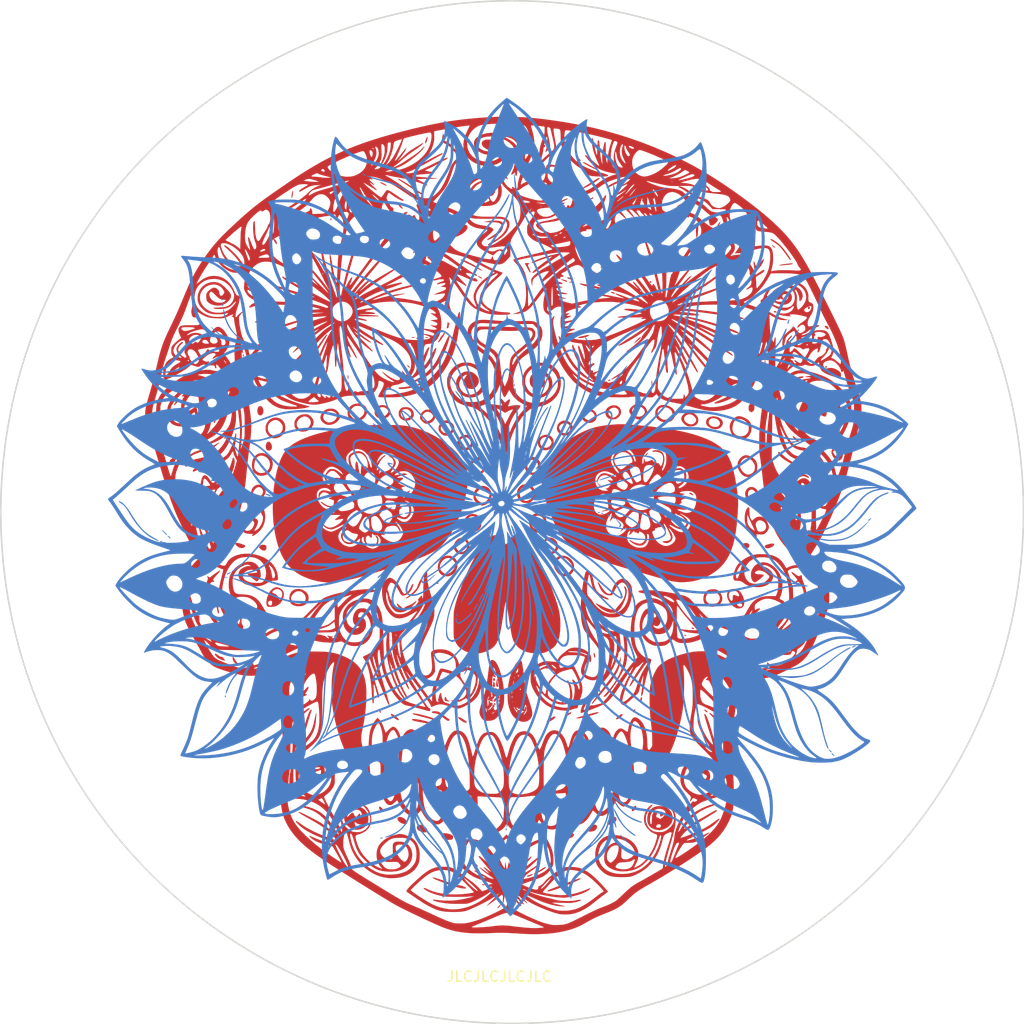
<source format=kicad_pcb>
(kicad_pcb (version 20221018) (generator pcbnew)
  (layers (0 "F.Cu" signal) (31 "B.Cu" signal) (34 "B.Paste" user) (35 "F.Paste" user) (36 "B.SilkS" user "B.Silkscreen") (37 "F.SilkS" user "F.Silkscreen") (38 "B.Mask" user) (39 "F.Mask" user) (44 "Edge.Cuts" user))
  (net 0 "")
  (footprint "LOGO" (layer "F.Cu") (at 49.63538 53.796833)
    (fp_text reference "G***" hide)
    (fp_text value "LOGO" hide)
    (fp_poly (pts (xy -19.34569 -6.467669) (xy -19.325261 -6.449118) (xy -19.325166 -6.447514) (xy -19.343739 -6.414853) (xy -19.393243 -6.397216) (xy -19.464362 -6.396515) (xy -19.522082 -6.40714) (xy -19.547562 -6.421316) (xy -19.535365 -6.447018) (xy -19.501199 -6.46634) (xy -19.448383 -6.476245) (xy -19.391638 -6.4767) (xy -19.34569 -6.467669)) (stroke (width 0.01)) (fill solid) (layer "B.Cu"))
    (fp_poly (pts (xy -11.366988 28.039191) (xy -11.327248 28.05393) (xy -11.309634 28.073357) (xy -11.315655 28.086447) (xy -11.359857 28.107018) (xy -11.424969 28.117589) (xy -11.489428 28.114861) (xy -11.525599 28.098688) (xy -11.524147 28.074475) (xy -11.487252 28.048601) (xy -11.463648 28.039411) (xy -11.416555 28.033048) (xy -11.366988 28.039191)) (stroke (width 0.01)) (fill solid) (layer "B.Cu"))
    (fp_poly (pts (xy 0.793193 27.12367) (xy 0.813546 27.157348) (xy 0.821338 27.216179) (xy 0.820441 27.239864) (xy 0.80787 27.296576) (xy 0.784351 27.322667) (xy 0.755386 27.312497) (xy 0.74382 27.27962) (xy 0.741033 27.225901) (xy 0.746137 27.169955) (xy 0.758249 27.130398) (xy 0.764367 27.123621) (xy 0.793193 27.12367)) (stroke (width 0.01)) (fill solid) (layer "B.Cu"))
    (fp_poly (pts (xy 1.479756 -16.690025) (xy 1.504365 -16.643554) (xy 1.504531 -16.643118) (xy 1.516939 -16.581911) (xy 1.510322 -16.527699) (xy 1.487623 -16.493895) (xy 1.47068 -16.488833) (xy 1.45089 -16.500582) (xy 1.441252 -16.540892) (xy 1.439334 -16.594666) (xy 1.444679 -16.663678) (xy 1.459007 -16.696099) (xy 1.479756 -16.690025)) (stroke (width 0.01)) (fill solid) (layer "B.Cu"))
    (fp_poly (pts (xy 30.665239 -1.992593) (xy 30.681084 -1.9685) (xy 30.662554 -1.94903) (xy 30.617196 -1.934916) (xy 30.560356 -1.927858) (xy 30.507383 -1.929557) (xy 30.473623 -1.941713) (xy 30.470742 -1.94519) (xy 30.474561 -1.97017) (xy 30.508804 -1.992033) (xy 30.561605 -2.00565) (xy 30.61327 -2.00681) (xy 30.665239 -1.992593)) (stroke (width 0.01)) (fill solid) (layer "B.Cu"))
    (fp_poly (pts (xy -32.92475 -0.968606) (xy -32.864021 -0.958264) (xy -32.840629 -0.936622) (xy -32.840083 -0.931333) (xy -32.858575 -0.911015) (xy -32.903923 -0.897045) (xy -32.96094 -0.890842) (xy -33.014438 -0.89383) (xy -33.049226 -0.907428) (xy -33.052544 -0.911452) (xy -33.053319 -0.941107) (xy -33.018928 -0.96145) (xy -32.956064 -0.969487) (xy -32.92475 -0.968606)) (stroke (width 0.01)) (fill solid) (layer "B.Cu"))
    (fp_poly (pts (xy -26.651472 14.143499) (xy -26.647778 14.152692) (xy -26.631801 14.2227) (xy -26.636727 14.282395) (xy -26.660658 14.319823) (xy -26.675291 14.325913) (xy -26.697502 14.323786) (xy -26.708659 14.300274) (xy -26.712223 14.246119) (xy -26.712333 14.226801) (xy -26.707188 14.153985) (xy -26.693542 14.113777) (xy -26.674076 14.109255) (xy -26.651472 14.143499)) (stroke (width 0.01)) (fill solid) (layer "B.Cu"))
    (fp_poly (pts (xy -4.020969 6.113387) (xy -4.006799 6.161781) (xy -4.000553 6.23742) (xy -4.0005 6.245898) (xy -4.009051 6.302707) (xy -4.02968 6.329668) (xy -4.054854 6.322872) (xy -4.075167 6.28466) (xy -4.081083 6.233176) (xy -4.07596 6.170015) (xy -4.075634 6.168243) (xy -4.058925 6.112961) (xy -4.039524 6.095895) (xy -4.020969 6.113387)) (stroke (width 0.01)) (fill solid) (layer "B.Cu"))
    (fp_poly (pts (xy 10.195565 -3.721407) (xy 10.255449 -3.709088) (xy 10.27636 -3.684714) (xy 10.276417 -3.683) (xy 10.257947 -3.662315) (xy 10.212779 -3.648367) (xy 10.156276 -3.643093) (xy 10.103799 -3.648431) (xy 10.079623 -3.658179) (xy 10.065001 -3.681376) (xy 10.083853 -3.702921) (xy 10.127434 -3.718044) (xy 10.186998 -3.721975) (xy 10.195565 -3.721407)) (stroke (width 0.01)) (fill solid) (layer "B.Cu"))
    (fp_poly (pts (xy 14.49785 26.572871) (xy 14.545563 26.593513) (xy 14.562667 26.619552) (xy 14.543911 26.634953) (xy 14.496748 26.645158) (xy 14.434832 26.64975) (xy 14.371817 26.648313) (xy 14.321359 26.640429) (xy 14.298059 26.627627) (xy 14.305681 26.607228) (xy 14.341111 26.585609) (xy 14.390539 26.569297) (xy 14.431753 26.564456) (xy 14.49785 26.572871)) (stroke (width 0.01)) (fill solid) (layer "B.Cu"))
    (fp_poly (pts (xy -27.00916 -24.704147) (xy -26.991034 -24.659039) (xy -26.979027 -24.603019) (xy -26.977408 -24.551762) (xy -26.979438 -24.540241) (xy -27.001609 -24.499008) (xy -27.030699 -24.493546) (xy -27.054831 -24.52485) (xy -27.057534 -24.533702) (xy -27.062231 -24.580927) (xy -27.058449 -24.638015) (xy -27.048517 -24.689489) (xy -27.034759 -24.71987) (xy -27.029134 -24.722666) (xy -27.00916 -24.704147)) (stroke (width 0.01)) (fill solid) (layer "B.Cu"))
    (fp_poly (pts (xy -26.533021 2.574905) (xy -26.476194 2.582934) (xy -26.460315 2.593679) (xy -26.484984 2.604986) (xy -26.549801 2.614699) (xy -26.64017 2.620229) (xy -26.731055 2.621896) (xy -26.785896 2.61891) (xy -26.810801 2.610524) (xy -26.813159 2.599062) (xy -26.792084 2.583945) (xy -26.738265 2.575074) (xy -26.647355 2.571799) (xy -26.631194 2.57175) (xy -26.533021 2.574905)) (stroke (width 0.01)) (fill solid) (layer "B.Cu"))
    (fp_poly (pts (xy 9.897596 -3.804754) (xy 9.935162 -3.791012) (xy 9.939213 -3.786467) (xy 9.938329 -3.759479) (xy 9.907136 -3.738985) (xy 9.857452 -3.727298) (xy 9.801094 -3.726731) (xy 9.749879 -3.739597) (xy 9.736667 -3.746824) (xy 9.715559 -3.766749) (xy 9.732431 -3.785686) (xy 9.736667 -3.788509) (xy 9.780835 -3.803679) (xy 9.840316 -3.809035) (xy 9.897596 -3.804754)) (stroke (width 0.01)) (fill solid) (layer "B.Cu"))
    (fp_poly (pts (xy -32.299749 -1.499796) (xy -32.247267 -1.465883) (xy -32.183528 -1.41584) (xy -32.114256 -1.356783) (xy -32.072646 -1.315204) (xy -32.052259 -1.283495) (xy -32.046657 -1.254125) (xy -32.057845 -1.228485) (xy -32.090661 -1.235984) (xy -32.142419 -1.27511) (xy -32.210431 -1.344349) (xy -32.213973 -1.348308) (xy -32.280651 -1.427305) (xy -32.31688 -1.479533) (xy -32.3231 -1.504021) (xy -32.299749 -1.499796)) (stroke (width 0.01)) (fill solid) (layer "B.Cu"))
    (fp_poly (pts (xy -26.914183 -24.2168) (xy -26.899659 -24.173605) (xy -26.890466 -24.112103) (xy -26.888515 -24.044293) (xy -26.894029 -23.990376) (xy -26.910945 -23.937304) (xy -26.932463 -23.918857) (xy -26.953728 -23.938337) (xy -26.957558 -23.947162) (xy -26.964375 -23.989194) (xy -26.964694 -24.051464) (xy -26.959756 -24.120171) (xy -26.950804 -24.181511) (xy -26.93908 -24.221684) (xy -26.932128 -24.229688) (xy -26.914183 -24.2168)) (stroke (width 0.01)) (fill solid) (layer "B.Cu"))
    (fp_poly (pts (xy -13.172704 -36.861877) (xy -13.104978 -36.836585) (xy -13.038806 -36.802474) (xy -12.986158 -36.764843) (xy -12.959159 -36.729458) (xy -12.967985 -36.709453) (xy -13.005428 -36.704094) (xy -13.060721 -36.712498) (xy -13.123101 -36.733776) (xy -13.146009 -36.744834) (xy -13.209991 -36.784847) (xy -13.253332 -36.824046) (xy -13.268909 -36.855243) (xy -13.26492 -36.864802) (xy -13.230009 -36.873049) (xy -13.172704 -36.861877)) (stroke (width 0.01)) (fill solid) (layer "B.Cu"))
    (fp_poly (pts (xy -2.707631 -21.27701) (xy -2.688524 -21.26224) (xy -2.66172 -21.222519) (xy -2.636575 -21.160909) (xy -2.61742 -21.092634) (xy -2.608584 -21.032916) (xy -2.613462 -20.998338) (xy -2.644318 -20.975956) (xy -2.68123 -20.991567) (xy -2.719211 -21.042297) (xy -2.73107 -21.066125) (xy -2.76025 -21.146999) (xy -2.771156 -21.214702) (xy -2.765128 -21.263058) (xy -2.743506 -21.285886) (xy -2.707631 -21.27701)) (stroke (width 0.01)) (fill solid) (layer "B.Cu"))
    (fp_poly (pts (xy 0.205474 -10.784013) (xy 0.21715 -10.727683) (xy 0.222121 -10.643829) (xy 0.22219 -10.632016) (xy 0.217262 -10.561512) (xy 0.204561 -10.510756) (xy 0.187342 -10.486319) (xy 0.168858 -10.494775) (xy 0.161561 -10.509558) (xy 0.1521 -10.558563) (xy 0.148767 -10.628522) (xy 0.151156 -10.702825) (xy 0.158862 -10.764865) (xy 0.168519 -10.794407) (xy 0.188721 -10.807895) (xy 0.205474 -10.784013)) (stroke (width 0.01)) (fill solid) (layer "B.Cu"))
    (fp_poly (pts (xy 1.566472 -16.343495) (xy 1.588584 -16.306608) (xy 1.589251 -16.304899) (xy 1.601201 -16.249747) (xy 1.60129 -16.188461) (xy 1.591863 -16.131461) (xy 1.575266 -16.089171) (xy 1.553845 -16.072014) (xy 1.538464 -16.079258) (xy 1.528957 -16.109292) (xy 1.524552 -16.16516) (xy 1.524885 -16.232054) (xy 1.529586 -16.295166) (xy 1.53829 -16.339689) (xy 1.545206 -16.351274) (xy 1.566472 -16.343495)) (stroke (width 0.01)) (fill solid) (layer "B.Cu"))
    (fp_poly (pts (xy 13.898858 1.66416) (xy 13.956221 1.715968) (xy 13.969395 1.729014) (xy 14.030284 1.79911) (xy 14.065797 1.858335) (xy 14.076943 1.901835) (xy 14.064732 1.924753) (xy 14.030172 1.922237) (xy 13.974273 1.889431) (xy 13.941595 1.862764) (xy 13.883113 1.800501) (xy 13.843807 1.736997) (xy 13.828217 1.681871) (xy 13.83934 1.646194) (xy 13.86157 1.641967) (xy 13.898858 1.66416)) (stroke (width 0.01)) (fill solid) (layer "B.Cu"))
    (fp_poly (pts (xy 36.473138 -3.211219) (xy 36.460016 -3.180188) (xy 36.416591 -3.122384) (xy 36.36221 -3.060289) (xy 36.299573 -2.994004) (xy 36.257658 -2.956766) (xy 36.230445 -2.944803) (xy 36.211916 -2.954344) (xy 36.206116 -2.962472) (xy 36.207362 -3.000231) (xy 36.247337 -3.054632) (xy 36.325915 -3.125511) (xy 36.334843 -3.132666) (xy 36.410135 -3.188559) (xy 36.456372 -3.214376) (xy 36.473138 -3.211219)) (stroke (width 0.01)) (fill solid) (layer "B.Cu"))
    (fp_poly (pts (xy 10.751224 -3.551374) (xy 10.819826 -3.525579) (xy 10.888547 -3.491461) (xy 10.945901 -3.45439) (xy 10.980403 -3.419731) (xy 10.9855 -3.404553) (xy 10.968024 -3.388797) (xy 10.922586 -3.389025) (xy 10.859668 -3.4035) (xy 10.789756 -3.430487) (xy 10.769998 -3.440235) (xy 10.694335 -3.484184) (xy 10.656266 -3.518684) (xy 10.652932 -3.546767) (xy 10.660319 -3.556527) (xy 10.694226 -3.56348) (xy 10.751224 -3.551374)) (stroke (width 0.01)) (fill solid) (layer "B.Cu"))
    (fp_poly (pts (xy 11.138244 -3.355243) (xy 11.197984 -3.329972) (xy 11.267601 -3.292863) (xy 11.335808 -3.250573) (xy 11.391319 -3.209759) (xy 11.422845 -3.17708) (xy 11.426002 -3.169547) (xy 11.42032 -3.137906) (xy 11.387011 -3.135265) (xy 11.328495 -3.160804) (xy 11.247193 -3.213703) (xy 11.20695 -3.243791) (xy 11.135609 -3.301574) (xy 11.098125 -3.339096) (xy 11.092487 -3.358574) (xy 11.099669 -3.362019) (xy 11.138244 -3.355243)) (stroke (width 0.01)) (fill solid) (layer "B.Cu"))
    (fp_poly (pts (xy 32.646469 19.783817) (xy 32.69275 19.820208) (xy 32.745981 19.869746) (xy 32.797174 19.923339) (xy 32.837339 19.971896) (xy 32.857488 20.006323) (xy 32.85789 20.014206) (xy 32.844376 20.03715) (xy 32.824655 20.039385) (xy 32.792901 20.017585) (xy 32.743287 19.968424) (xy 32.704624 19.926711) (xy 32.639958 19.852595) (xy 32.605187 19.803707) (xy 32.598635 19.777073) (xy 32.616128 19.769667) (xy 32.646469 19.783817)) (stroke (width 0.01)) (fill solid) (layer "B.Cu"))
    (fp_poly (pts (xy 34.961048 9.276408) (xy 34.982537 9.291909) (xy 34.964079 9.316421) (xy 34.906117 9.34886) (xy 34.859129 9.369059) (xy 34.748226 9.409302) (xy 34.663486 9.430916) (xy 34.608425 9.433336) (xy 34.586561 9.415998) (xy 34.586334 9.412832) (xy 34.605171 9.382209) (xy 34.654226 9.347821) (xy 34.722319 9.314741) (xy 34.798265 9.288038) (xy 34.870882 9.272781) (xy 34.89917 9.271) (xy 34.961048 9.276408)) (stroke (width 0.01)) (fill solid) (layer "B.Cu"))
    (fp_poly (pts (xy 28.450311 -22.624025) (xy 28.455444 -22.581589) (xy 28.45085 -22.518755) (xy 28.437024 -22.44233) (xy 28.414461 -22.359123) (xy 28.383937 -22.276602) (xy 28.350634 -22.211781) (xy 28.324383 -22.186655) (xy 28.306898 -22.201479) (xy 28.299892 -22.25651) (xy 28.299834 -22.26402) (xy 28.307349 -22.330183) (xy 28.326803 -22.41425) (xy 28.353554 -22.501055) (xy 28.382963 -22.575431) (xy 28.408891 -22.620468) (xy 28.434958 -22.639254) (xy 28.450311 -22.624025)) (stroke (width 0.01)) (fill solid) (layer "B.Cu"))
    (fp_poly (pts (xy -26.133022 2.080545) (xy -26.167896 2.117644) (xy -26.227178 2.163841) (xy -26.304352 2.213812) (xy -26.355463 2.242815) (xy -26.437576 2.281836) (xy -26.503382 2.303056) (xy -26.546625 2.305314) (xy -26.561051 2.287451) (xy -26.559738 2.280709) (xy -26.538794 2.260381) (xy -26.489881 2.228316) (xy -26.422278 2.189317) (xy -26.345265 2.148184) (xy -26.268122 2.10972) (xy -26.200128 2.078724) (xy -26.150563 2.06) (xy -26.129075 2.05787) (xy -26.133022 2.080545)) (stroke (width 0.01)) (fill solid) (layer "B.Cu"))
    (fp_poly (pts (xy -13.116256 -6.234735) (xy -13.045314 -6.22103) (xy -12.995928 -6.194345) (xy -12.978928 -6.16364) (xy -12.983627 -6.127129) (xy -13.016478 -6.099248) (xy -13.04704 -6.084976) (xy -13.12047 -6.064363) (xy -13.207032 -6.054529) (xy -13.293097 -6.055364) (xy -13.365035 -6.066754) (xy -13.408575 -6.087932) (xy -13.431231 -6.116989) (xy -13.423272 -6.142696) (xy -13.407696 -6.161033) (xy -13.354473 -6.198611) (xy -13.28123 -6.223463) (xy -13.198359 -6.235525) (xy -13.116256 -6.234735)) (stroke (width 0.01)) (fill solid) (layer "B.Cu"))
    (fp_poly (pts (xy 32.363073 19.422735) (xy 32.407177 19.455654) (xy 32.461593 19.499914) (xy 32.515914 19.546837) (xy 32.559735 19.587744) (xy 32.580468 19.610622) (xy 32.595778 19.651328) (xy 32.596343 19.658542) (xy 32.585155 19.684182) (xy 32.552339 19.676683) (xy 32.500581 19.637557) (xy 32.432569 19.568318) (xy 32.429027 19.564358) (xy 32.366362 19.491476) (xy 32.331826 19.444073) (xy 32.323125 19.418189) (xy 32.337971 19.409862) (xy 32.339687 19.409834) (xy 32.363073 19.422735)) (stroke (width 0.01)) (fill solid) (layer "B.Cu"))
    (fp_poly (pts (xy -32.856635 -2.051245) (xy -32.813369 -2.018997) (xy -32.740727 -1.956586) (xy -32.638778 -1.863805) (xy -32.607528 -1.834727) (xy -32.528002 -1.758435) (xy -32.46104 -1.690366) (xy -32.412227 -1.636497) (xy -32.387146 -1.602803) (xy -32.385 -1.596602) (xy -32.393668 -1.56983) (xy -32.4208 -1.57233) (xy -32.46809 -1.605281) (xy -32.53723 -1.669861) (xy -32.629912 -1.767252) (xy -32.629926 -1.767266) (xy -32.734569 -1.882734) (xy -32.809492 -1.969073) (xy -32.854766 -2.026076) (xy -32.870457 -2.053535) (xy -32.856635 -2.051245)) (stroke (width 0.01)) (fill solid) (layer "B.Cu"))
    (fp_poly (pts (xy -22.686073 -5.584196) (xy -22.612327 -5.57057) (xy -22.522224 -5.545172) (xy -22.423344 -5.509489) (xy -22.404211 -5.501677) (xy -22.310834 -5.460514) (xy -22.254211 -5.429097) (xy -22.230719 -5.404457) (xy -22.236734 -5.383625) (xy -22.248746 -5.374291) (xy -22.266002 -5.3636) (xy -22.282411 -5.358802) (xy -22.306973 -5.361507) (xy -22.348692 -5.373329) (xy -22.416568 -5.395881) (xy -22.469444 -5.413826) (xy -22.594862 -5.460639) (xy -22.685705 -5.503967) (xy -22.739475 -5.542437) (xy -22.754166 -5.570198) (xy -22.73588 -5.584567) (xy -22.686073 -5.584196)) (stroke (width 0.01)) (fill solid) (layer "B.Cu"))
    (fp_poly (pts (xy -1.448698 4.147349) (xy -1.465508 4.205084) (xy -1.499307 4.29074) (xy -1.545921 4.395571) (xy -1.601175 4.510835) (xy -1.660896 4.627786) (xy -1.720911 4.737681) (xy -1.770092 4.820709) (xy -1.822893 4.90034) (xy -1.864 4.952202) (xy -1.89083 4.974081) (xy -1.900798 4.963764) (xy -1.893646 4.926542) (xy -1.864877 4.846681) (xy -1.82043 4.743076) (xy -1.76496 4.624817) (xy -1.703124 4.500994) (xy -1.639577 4.380697) (xy -1.578975 4.273017) (xy -1.525976 4.187043) (xy -1.488531 4.135629) (xy -1.436364 4.074584) (xy -1.448698 4.147349)) (stroke (width 0.01)) (fill solid) (layer "B.Cu"))
    (fp_poly (pts (xy -1.934998 5.085279) (xy -1.93621 5.111699) (xy -1.957183 5.166772) (xy -1.994247 5.243893) (xy -2.043732 5.336457) (xy -2.101968 5.437859) (xy -2.165284 5.541495) (xy -2.230013 5.64076) (xy -2.292482 5.729048) (xy -2.293357 5.730221) (xy -2.339299 5.783561) (xy -2.379141 5.815726) (xy -2.405836 5.822211) (xy -2.413 5.806698) (xy -2.402692 5.778402) (xy -2.374799 5.722082) (xy -2.33387 5.645801) (xy -2.284451 5.557624) (xy -2.231089 5.465613) (xy -2.178333 5.377832) (xy -2.13073 5.302344) (xy -2.116226 5.280466) (xy -2.04353 5.177783) (xy -1.988972 5.112314) (xy -1.951889 5.083342) (xy -1.934998 5.085279)) (stroke (width 0.01)) (fill solid) (layer "B.Cu"))
    (fp_poly (pts (xy 1.663019 -15.918512) (xy 1.681524 -15.863179) (xy 1.700419 -15.779442) (xy 1.718933 -15.674246) (xy 1.736297 -15.554533) (xy 1.751739 -15.427247) (xy 1.764489 -15.299331) (xy 1.773776 -15.177727) (xy 1.778829 -15.06938) (xy 1.778878 -14.981231) (xy 1.773152 -14.920225) (xy 1.761639 -14.89372) (xy 1.740689 -14.901619) (xy 1.719705 -14.942183) (xy 1.717545 -14.948763) (xy 1.70058 -15.018334) (xy 1.684284 -15.112669) (xy 1.669158 -15.224859) (xy 1.655704 -15.347994) (xy 1.644424 -15.475165) (xy 1.635819 -15.599463) (xy 1.630391 -15.713977) (xy 1.628642 -15.811798) (xy 1.631074 -15.886017) (xy 1.638189 -15.929724) (xy 1.645675 -15.9385) (xy 1.663019 -15.918512)) (stroke (width 0.01)) (fill solid) (layer "B.Cu"))
    (fp_poly (pts (xy 11.963103 27.775766) (xy 11.998447 27.79889) (xy 12.052513 27.844535) (xy 12.127946 27.914906) (xy 12.227388 28.012207) (xy 12.330526 28.115474) (xy 12.460713 28.247831) (xy 12.561842 28.353355) (xy 12.635722 28.434183) (xy 12.68416 28.492453) (xy 12.708966 28.530301) (xy 12.711949 28.549867) (xy 12.701504 28.553834) (xy 12.677845 28.540475) (xy 12.630616 28.504395) (xy 12.567357 28.451582) (xy 12.515551 28.406053) (xy 12.449938 28.344773) (xy 12.372454 28.268565) (xy 12.28834 28.183037) (xy 12.202839 28.093796) (xy 12.121194 28.00645) (xy 12.048645 27.926604) (xy 11.990435 27.859868) (xy 11.951807 27.811848) (xy 11.938 27.788267) (xy 11.943835 27.77296) (xy 11.963103 27.775766)) (stroke (width 0.01)) (fill solid) (layer "B.Cu"))
    (fp_poly (pts (xy -28.066931 -21.886365) (xy -28.021989 -21.855097) (xy -27.958279 -21.805528) (xy -27.882291 -21.742509) (xy -27.874949 -21.736239) (xy -27.772391 -21.650351) (xy -27.656468 -21.556274) (xy -27.544189 -21.467688) (xy -27.481246 -21.419554) (xy -27.387133 -21.348003) (xy -27.323183 -21.296544) (xy -27.285103 -21.260674) (xy -27.268598 -21.235891) (xy -27.269373 -21.217696) (xy -27.27794 -21.206426) (xy -27.306489 -21.206688) (xy -27.362656 -21.23276) (xy -27.428826 -21.273742) (xy -27.480926 -21.312531) (xy -27.550292 -21.369863) (xy -27.631593 -21.440709) (xy -27.719499 -21.520038) (xy -27.808679 -21.60282) (xy -27.893803 -21.684025) (xy -27.96954 -21.758622) (xy -28.030561 -21.821583) (xy -28.071534 -21.867876) (xy -28.087129 -21.892472) (xy -28.086616 -21.894481) (xy -28.066931 -21.886365)) (stroke (width 0.01)) (fill solid) (layer "B.Cu"))
    (fp_poly (pts (xy -8.225184 -7.312128) (xy -8.17115 -7.280222) (xy -8.094594 -7.232008) (xy -8.001541 -7.17155) (xy -7.898016 -7.102908) (xy -7.790044 -7.030145) (xy -7.68365 -6.957322) (xy -7.584859 -6.888501) (xy -7.499697 -6.827744) (xy -7.434188 -6.779113) (xy -7.394358 -6.746669) (xy -7.393282 -6.74567) (xy -7.34995 -6.696556) (xy -7.337669 -6.661922) (xy -7.357869 -6.646653) (xy -7.364238 -6.646333) (xy -7.387945 -6.656659) (xy -7.440149 -6.6848) (xy -7.513224 -6.7265) (xy -7.59954 -6.777502) (xy -7.602559 -6.779314) (xy -7.778457 -6.888639) (xy -7.938723 -6.995481) (xy -8.07619 -7.094844) (xy -8.183689 -7.181734) (xy -8.196791 -7.193387) (xy -8.248679 -7.247961) (xy -8.273968 -7.291481) (xy -8.270256 -7.318135) (xy -8.250669 -7.323666) (xy -8.225184 -7.312128)) (stroke (width 0.01)) (fill solid) (layer "B.Cu"))
    (fp_poly (pts (xy 11.573169 -7.485309) (xy 11.55729 -7.468248) (xy 11.507312 -7.440912) (xy 11.425301 -7.404203) (xy 11.313322 -7.359021) (xy 11.173443 -7.306266) (xy 11.007727 -7.246838) (xy 10.818242 -7.181637) (xy 10.7315 -7.152559) (xy 10.496942 -7.075687) (xy 10.301751 -7.014264) (xy 10.145884 -6.968279) (xy 10.029299 -6.93772) (xy 9.951953 -6.922578) (xy 9.913803 -6.922841) (xy 9.914808 -6.938498) (xy 9.917642 -6.941495) (xy 9.948957 -6.959554) (xy 10.015082 -6.988473) (xy 10.110469 -7.02634) (xy 10.229568 -7.071241) (xy 10.366829 -7.121263) (xy 10.516703 -7.174493) (xy 10.67364 -7.229019) (xy 10.832091 -7.282927) (xy 10.986506 -7.334304) (xy 11.131335 -7.381237) (xy 11.26103 -7.421814) (xy 11.370041 -7.454122) (xy 11.452818 -7.476246) (xy 11.494369 -7.485011) (xy 11.552884 -7.491197) (xy 11.573169 -7.485309)) (stroke (width 0.01)) (fill solid) (layer "B.Cu"))
    (fp_poly (pts (xy 11.481539 -3.163478) (xy 11.523363 -3.130559) (xy 11.581756 -3.080156) (xy 11.650004 -3.018462) (xy 11.721394 -2.951674) (xy 11.789213 -2.885985) (xy 11.846749 -2.827591) (xy 11.887288 -2.782686) (xy 11.892044 -2.776791) (xy 11.966678 -2.666643) (xy 12.011149 -2.566641) (xy 12.024547 -2.481084) (xy 12.00596 -2.414268) (xy 11.975624 -2.38245) (xy 11.920288 -2.357723) (xy 11.860327 -2.350481) (xy 11.812499 -2.361454) (xy 11.797918 -2.374709) (xy 11.799053 -2.402162) (xy 11.809898 -2.409105) (xy 11.844792 -2.430227) (xy 11.879351 -2.460184) (xy 11.90635 -2.500856) (xy 11.91157 -2.550582) (xy 11.893251 -2.612834) (xy 11.849637 -2.691086) (xy 11.778968 -2.788812) (xy 11.679488 -2.909484) (xy 11.614006 -2.984467) (xy 11.551558 -3.056417) (xy 11.502116 -3.116202) (xy 11.470969 -3.157229) (xy 11.462996 -3.172718) (xy 11.481539 -3.163478)) (stroke (width 0.01)) (fill solid) (layer "B.Cu"))
    (fp_poly (pts (xy -25.508324 11.978084) (xy -25.505833 11.99679) (xy -25.512825 12.032277) (xy -25.536371 12.076784) (xy -25.580325 12.135635) (xy -25.648542 12.214154) (xy -25.716158 12.28725) (xy -25.840962 12.432306) (xy -25.959087 12.596057) (xy -26.073178 12.783176) (xy -26.185878 12.998336) (xy -26.299831 13.246211) (xy -26.412098 13.517365) (xy -26.474576 13.673137) (xy -26.524124 13.792381) (xy -26.562248 13.878365) (xy -26.590452 13.934355) (xy -26.610243 13.963621) (xy -26.620642 13.97) (xy -26.625601 13.950938) (xy -26.625168 13.901485) (xy -26.62081 13.846703) (xy -26.596729 13.718748) (xy -26.550219 13.563861) (xy -26.484672 13.388657) (xy -26.403481 13.19975) (xy -26.310038 13.003755) (xy -26.207735 12.807286) (xy -26.099965 12.616958) (xy -25.990119 12.439385) (xy -25.881591 12.281183) (xy -25.777772 12.148965) (xy -25.715205 12.080875) (xy -25.638366 12.011386) (xy -25.575947 11.970157) (xy -25.531436 11.958589) (xy -25.508324 11.978084)) (stroke (width 0.01)) (fill solid) (layer "B.Cu"))
    (fp_poly (pts (xy -11.388961 0.676168) (xy -11.387666 0.684519) (xy -11.391065 0.699078) (xy -11.404813 0.714051) (xy -11.434241 0.732068) (xy -11.484681 0.755758) (xy -11.561462 0.787749) (xy -11.669915 0.83067) (xy -11.736916 0.856753) (xy -11.847108 0.900849) (xy -11.979796 0.955972) (xy -12.119044 1.015397) (xy -12.248915 1.072403) (xy -12.261134 1.077874) (xy -12.40168 1.140023) (xy -12.523921 1.192268) (xy -12.623004 1.232639) (xy -12.694072 1.259163) (xy -12.732271 1.269872) (xy -12.734411 1.27) (xy -12.742212 1.253793) (xy -12.742333 1.250366) (xy -12.723834 1.227073) (xy -12.67215 1.18997) (xy -12.592998 1.141937) (xy -12.492098 1.085857) (xy -12.375168 1.024611) (xy -12.247926 0.961078) (xy -12.116091 0.898141) (xy -11.98538 0.838681) (xy -11.861513 0.785578) (xy -11.750208 0.741715) (xy -11.691461 0.720905) (xy -11.56336 0.681422) (xy -11.471342 0.660937) (xy -11.413759 0.659251) (xy -11.388961 0.676168)) (stroke (width 0.01)) (fill solid) (layer "B.Cu"))
    (fp_poly (pts (xy 11.4062 24.438196) (xy 11.418563 24.452202) (xy 11.44954 24.49408) (xy 11.49418 24.562906) (xy 11.546008 24.64839) (xy 11.588635 24.722461) (xy 11.711582 24.922844) (xy 11.848875 25.108301) (xy 12.009621 25.290352) (xy 12.14363 25.42448) (xy 12.382732 25.637523) (xy 12.633186 25.827088) (xy 12.901943 25.997415) (xy 13.195957 26.152745) (xy 13.522177 26.29732) (xy 13.669858 26.355622) (xy 13.80746 26.408519) (xy 13.910307 26.448973) (xy 13.983329 26.47927) (xy 14.031459 26.501695) (xy 14.05963 26.518534) (xy 14.072773 26.532071) (xy 14.075834 26.543745) (xy 14.059479 26.559777) (xy 14.009154 26.56025) (xy 13.922968 26.545002) (xy 13.832417 26.522825) (xy 13.463105 26.403918) (xy 13.102513 26.244357) (xy 12.752911 26.045326) (xy 12.416573 25.80801) (xy 12.331525 25.740139) (xy 12.209806 25.633882) (xy 12.078973 25.508194) (xy 11.947524 25.372184) (xy 11.823959 25.234956) (xy 11.716779 25.105617) (xy 11.634722 24.993632) (xy 11.565665 24.883741) (xy 11.501177 24.76996) (xy 11.445193 24.660377) (xy 11.401647 24.563078) (xy 11.374472 24.486151) (xy 11.367169 24.443596) (xy 11.369051 24.412813) (xy 11.379202 24.410534) (xy 11.4062 24.438196)) (stroke (width 0.01)) (fill solid) (layer "B.Cu"))
    (fp_poly (pts (xy -2.561223 6.057002) (xy -2.561166 6.059393) (xy -2.577246 6.106585) (xy -2.622422 6.174895) (xy -2.692099 6.259807) (xy -2.781683 6.356805) (xy -2.88658 6.461374) (xy -3.002195 6.568998) (xy -3.123934 6.675161) (xy -3.247203 6.775349) (xy -3.367406 6.865044) (xy -3.412853 6.89647) (xy -3.562578 6.992392) (xy -3.686078 7.059892) (xy -3.78713 7.100412) (xy -3.869513 7.115396) (xy -3.937003 7.106286) (xy -3.949541 7.101489) (xy -4.042499 7.039917) (xy -4.107602 6.949276) (xy -4.143313 6.833652) (xy -4.148098 6.697132) (xy -4.135437 6.606646) (xy -4.120936 6.554957) (xy -4.106855 6.544898) (xy -4.09368 6.575768) (xy -4.0819 6.646864) (xy -4.077323 6.690297) (xy -4.056477 6.823742) (xy -4.021355 6.91856) (xy -3.970324 6.976524) (xy -3.901752 6.999407) (xy -3.814005 6.988985) (xy -3.804771 6.986373) (xy -3.719443 6.954741) (xy -3.626394 6.906831) (xy -3.522099 6.840054) (xy -3.403032 6.751822) (xy -3.265668 6.639544) (xy -3.106484 6.500633) (xy -2.950633 6.358989) (xy -2.828968 6.247528) (xy -2.734638 6.162935) (xy -2.66445 6.102755) (xy -2.615209 6.064528) (xy -2.58372 6.045799) (xy -2.56679 6.044109) (xy -2.561223 6.057002)) (stroke (width 0.01)) (fill solid) (layer "B.Cu"))
    (fp_poly (pts (xy 11.358709 25.257314) (xy 11.377691 25.276381) (xy 11.403214 25.312972) (xy 11.437581 25.371024) (xy 11.483097 25.454473) (xy 11.542064 25.567257) (xy 11.616788 25.713313) (xy 11.635037 25.74925) (xy 11.791177 26.046988) (xy 11.940587 26.309249) (xy 12.087615 26.541413) (xy 12.236611 26.748862) (xy 12.391923 26.936975) (xy 12.5579 27.111134) (xy 12.738892 27.276719) (xy 12.939247 27.43911) (xy 13.093894 27.554161) (xy 13.214685 27.641894) (xy 13.304776 27.708978) (xy 13.368205 27.758964) (xy 13.409006 27.7954) (xy 13.431216 27.821837) (xy 13.438872 27.841825) (xy 13.437087 27.855991) (xy 13.415529 27.858837) (xy 13.363949 27.841721) (xy 13.288459 27.806732) (xy 13.279357 27.802088) (xy 13.091191 27.690057) (xy 12.892016 27.543402) (xy 12.686532 27.36681) (xy 12.479436 27.164968) (xy 12.275428 26.942564) (xy 12.079206 26.704285) (xy 11.895469 26.454818) (xy 11.826228 26.3525) (xy 11.755446 26.239238) (xy 11.683506 26.11349) (xy 11.612619 25.980302) (xy 11.544996 25.84472) (xy 11.482848 25.711791) (xy 11.428386 25.58656) (xy 11.38382 25.474074) (xy 11.351363 25.379379) (xy 11.333225 25.307521) (xy 11.331616 25.263547) (xy 11.343963 25.251834) (xy 11.358709 25.257314)) (stroke (width 0.01)) (fill solid) (layer "B.Cu"))
    (fp_poly (pts (xy -26.847096 -23.632754) (xy -26.844614 -23.628663) (xy -26.830985 -23.592767) (xy -26.81056 -23.523718) (xy -26.785558 -23.429723) (xy -26.758201 -23.318991) (xy -26.74152 -23.24767) (xy -26.70893 -23.112585) (xy -26.672138 -22.971864) (xy -26.635017 -22.839641) (xy -26.60144 -22.730049) (xy -26.591797 -22.701257) (xy -26.481464 -22.420798) (xy -26.344318 -22.135631) (xy -26.187575 -21.858935) (xy -26.018453 -21.603888) (xy -25.919547 -21.473583) (xy -25.829756 -21.365369) (xy -25.74107 -21.267597) (xy -25.644996 -21.171884) (xy -25.533044 -21.069846) (xy -25.396723 -20.9531) (xy -25.36825 -20.9293) (xy -25.251672 -20.831309) (xy -25.16471 -20.756018) (xy -25.103725 -20.699932) (xy -25.06508 -20.659555) (xy -25.045136 -20.631389) (xy -25.040166 -20.613988) (xy -25.054898 -20.595785) (xy -25.096533 -20.605462) (xy -25.161236 -20.641798) (xy -25.190449 -20.661893) (xy -25.397429 -20.823693) (xy -25.611391 -21.015838) (xy -25.823425 -21.229435) (xy -26.024621 -21.455591) (xy -26.177474 -21.647094) (xy -26.312779 -21.8476) (xy -26.44283 -22.081149) (xy -26.563669 -22.338469) (xy -26.671337 -22.610291) (xy -26.761877 -22.887342) (xy -26.831331 -23.160354) (xy -26.838801 -23.196027) (xy -26.857057 -23.299606) (xy -26.869765 -23.399983) (xy -26.876839 -23.490841) (xy -26.878193 -23.565863) (xy -26.873745 -23.618734) (xy -26.863407 -23.643136) (xy -26.847096 -23.632754)) (stroke (width 0.01)) (fill solid) (layer "B.Cu"))
    (fp_poly (pts (xy 36.201305 -2.846916) (xy 36.151834 -2.789073) (xy 36.076903 -2.707824) (xy 35.982019 -2.608625) (xy 35.872692 -2.496934) (xy 35.754429 -2.378208) (xy 35.632737 -2.257903) (xy 35.513125 -2.141477) (xy 35.401102 -2.034387) (xy 35.302174 -1.94209) (xy 35.22185 -1.870043) (xy 35.179 -1.834068) (xy 34.860772 -1.602099) (xy 34.53327 -1.406178) (xy 34.199708 -1.247825) (xy 33.863301 -1.12856) (xy 33.527263 -1.049903) (xy 33.517417 -1.04822) (xy 33.203507 -1.006734) (xy 32.868071 -0.983324) (xy 32.528155 -0.978627) (xy 32.200807 -0.993282) (xy 32.15336 -0.997231) (xy 32.000462 -1.013918) (xy 31.850164 -1.036005) (xy 31.708257 -1.06208) (xy 31.580534 -1.090732) (xy 31.472788 -1.120548) (xy 31.39081 -1.150117) (xy 31.340394 -1.178026) (xy 31.326667 -1.198753) (xy 31.334568 -1.213962) (xy 31.361208 -1.221399) (xy 31.410993 -1.220701) (xy 31.488328 -1.211501) (xy 31.597619 -1.193435) (xy 31.743271 -1.166137) (xy 31.760584 -1.162773) (xy 32.075433 -1.113938) (xy 32.40189 -1.086548) (xy 32.732121 -1.080182) (xy 33.058294 -1.094415) (xy 33.372575 -1.128825) (xy 33.667132 -1.182987) (xy 33.934129 -1.256479) (xy 34.013916 -1.28455) (xy 34.254698 -1.383027) (xy 34.486556 -1.49624) (xy 34.714602 -1.627633) (xy 34.94395 -1.780648) (xy 35.179711 -1.95873) (xy 35.426999 -2.165321) (xy 35.690927 -2.403866) (xy 35.729523 -2.440034) (xy 35.833976 -2.537937) (xy 35.935582 -2.632498) (xy 36.027531 -2.717429) (xy 36.103011 -2.786441) (xy 36.15521 -2.833244) (xy 36.158742 -2.836333) (xy 36.267985 -2.931583) (xy 36.201305 -2.846916)) (stroke (width 0.01)) (fill solid) (layer "B.Cu"))
    (fp_poly (pts (xy -37.036375 -4.857551) (xy -36.91491 -4.813984) (xy -36.781431 -4.731437) (xy -36.637107 -4.611161) (xy -36.483106 -4.454404) (xy -36.320595 -4.262417) (xy -36.150744 -4.036448) (xy -35.97472 -3.777748) (xy -35.864899 -3.60454) (xy -35.668579 -3.292421) (xy -35.486928 -3.015374) (xy -35.317196 -2.769885) (xy -35.156635 -2.552441) (xy -35.002498 -2.35953) (xy -34.852037 -2.187638) (xy -34.702503 -2.033251) (xy -34.551148 -1.892857) (xy -34.475058 -1.82775) (xy -34.356041 -1.73134) (xy -34.239642 -1.643613) (xy -34.117549 -1.559023) (xy -33.981452 -1.472023) (xy -33.823039 -1.377068) (xy -33.655 -1.280494) (xy -33.511629 -1.198789) (xy -33.401481 -1.134778) (xy -33.320603 -1.085909) (xy -33.265041 -1.049628) (xy -33.230843 -1.023381) (xy -33.214054 -1.004614) (xy -33.2105 -0.993392) (xy -33.215123 -0.978888) (xy -33.235098 -0.977655) (xy -33.279582 -0.990727) (xy -33.322251 -1.006017) (xy -33.4154 -1.044425) (xy -33.533981 -1.099527) (xy -33.667378 -1.165816) (xy -33.804975 -1.237789) (xy -33.936157 -1.30994) (xy -34.050309 -1.376765) (xy -34.110083 -1.414563) (xy -34.35284 -1.590814) (xy -34.602357 -1.802184) (xy -34.853018 -2.043306) (xy -35.099208 -2.308813) (xy -35.309919 -2.561166) (xy -35.418727 -2.701624) (xy -35.523782 -2.844983) (xy -35.629793 -2.998225) (xy -35.741464 -3.168334) (xy -35.863501 -3.362293) (xy -35.99463 -3.577166) (xy -36.114463 -3.774904) (xy -36.2164 -3.94028) (xy -36.303863 -4.077507) (xy -36.380275 -4.190795) (xy -36.449056 -4.284358) (xy -36.51363 -4.362408) (xy -36.577418 -4.429157) (xy -36.643841 -4.488817) (xy -36.716323 -4.545601) (xy -36.798284 -4.60372) (xy -36.865271 -4.64888) (xy -36.979063 -4.727863) (xy -37.056858 -4.789157) (xy -37.098317 -4.832349) (xy -37.103103 -4.857029) (xy -37.070878 -4.862783) (xy -37.036375 -4.857551)) (stroke (width 0.01)) (fill solid) (layer "B.Cu"))
    (fp_poly (pts (xy 16.50807 -35.491443) (xy 16.508165 -35.477037) (xy 16.47121 -35.45443) (xy 16.399183 -35.424769) (xy 16.294066 -35.389202) (xy 16.271875 -35.382289) (xy 16.179954 -35.354077) (xy 16.095718 -35.328518) (xy 16.014343 -35.304265) (xy 15.931004 -35.279972) (xy 15.840875 -35.254291) (xy 15.739132 -35.225875) (xy 15.620949 -35.193379) (xy 15.4815 -35.155456) (xy 15.315962 -35.110757) (xy 15.119508 -35.057938) (xy 14.887314 -34.995651) (xy 14.869584 -34.990898) (xy 14.516911 -34.895561) (xy 14.201856 -34.808564) (xy 13.920793 -34.728707) (xy 13.670095 -34.654789) (xy 13.446137 -34.585609) (xy 13.245291 -34.519967) (xy 13.063932 -34.456662) (xy 12.898434 -34.394494) (xy 12.745169 -34.332262) (xy 12.600513 -34.268766) (xy 12.460837 -34.202804) (xy 12.403558 -34.174463) (xy 12.239908 -34.089439) (xy 12.094522 -34.006364) (xy 11.958949 -33.919278) (xy 11.824736 -33.822222) (xy 11.683431 -33.70924) (xy 11.526582 -33.574371) (xy 11.43 -33.48814) (xy 11.345352 -33.411858) (xy 11.268275 -33.342479) (xy 11.206078 -33.286577) (xy 11.166069 -33.250725) (xy 11.160125 -33.24543) (xy 11.127335 -33.221683) (xy 11.112732 -33.221764) (xy 11.112683 -33.222685) (xy 11.127535 -33.247388) (xy 11.168611 -33.295941) (xy 11.231004 -33.363504) (xy 11.309807 -33.44524) (xy 11.400112 -33.536312) (xy 11.497013 -33.63188) (xy 11.595602 -33.727108) (xy 11.690973 -33.817156) (xy 11.778217 -33.897188) (xy 11.852428 -33.962364) (xy 11.908699 -34.007847) (xy 11.910172 -34.00894) (xy 12.091482 -34.13388) (xy 12.288798 -34.251546) (xy 12.505748 -34.363435) (xy 12.745961 -34.471046) (xy 13.013065 -34.575877) (xy 13.310687 -34.679425) (xy 13.642456 -34.783188) (xy 14.012001 -34.888665) (xy 14.097 -34.911782) (xy 14.217704 -34.943873) (xy 14.362725 -34.981643) (xy 14.527641 -35.024) (xy 14.708031 -35.069857) (xy 14.899473 -35.118121) (xy 15.097546 -35.167704) (xy 15.297827 -35.217516) (xy 15.495895 -35.266465) (xy 15.687329 -35.313463) (xy 15.867706 -35.35742) (xy 16.032605 -35.397244) (xy 16.177604 -35.431847) (xy 16.298282 -35.460139) (xy 16.390217 -35.481028) (xy 16.448987 -35.493426) (xy 16.468943 -35.4965) (xy 16.50807 -35.491443)) (stroke (width 0.01)) (fill solid) (layer "B.Cu"))
    (fp_poly (pts (xy -10.670376 -8.624383) (xy -10.586702 -8.606761) (xy -10.49799 -8.582647) (xy -10.413998 -8.55491) (xy -10.344485 -8.526422) (xy -10.299211 -8.500053) (xy -10.287 -8.482608) (xy -10.306081 -8.471971) (xy -10.357363 -8.47203) (xy -10.38225 -8.474846) (xy -10.466881 -8.486192) (xy -10.55784 -8.498114) (xy -10.578041 -8.500716) (xy -10.678583 -8.513599) (xy -10.519833 -8.350036) (xy -10.40105 -8.237807) (xy -10.249291 -8.110577) (xy -10.069742 -7.971674) (xy -9.867584 -7.82443) (xy -9.648002 -7.672173) (xy -9.416179 -7.518235) (xy -9.177299 -7.365944) (xy -8.936545 -7.218631) (xy -8.6991 -7.079625) (xy -8.470149 -6.952257) (xy -8.254874 -6.839857) (xy -8.058459 -6.745754) (xy -7.948083 -6.697918) (xy -7.738513 -6.615327) (xy -7.494326 -6.525681) (xy -7.22219 -6.431297) (xy -6.928773 -6.334489) (xy -6.63575 -6.24219) (xy -6.46436 -6.189236) (xy -6.274204 -6.130188) (xy -6.079698 -6.069543) (xy -5.895257 -6.011795) (xy -5.735299 -5.961442) (xy -5.719836 -5.956553) (xy -5.590444 -5.916189) (xy -5.473202 -5.880678) (xy -5.374635 -5.851911) (xy -5.30127 -5.831779) (xy -5.259632 -5.822173) (xy -5.25417 -5.821628) (xy -5.242111 -5.830883) (xy -5.262741 -5.859029) (xy -5.30225 -5.895396) (xy -5.347273 -5.938771) (xy -5.361576 -5.963866) (xy -5.353616 -5.968685) (xy -5.32272 -5.962809) (xy -5.256515 -5.945975) (xy -5.160142 -5.919703) (xy -5.038744 -5.885511) (xy -4.897464 -5.844918) (xy -4.741445 -5.799444) (xy -4.57583 -5.750607) (xy -4.40576 -5.699927) (xy -4.23638 -5.648922) (xy -4.072832 -5.599111) (xy -3.920259 -5.552014) (xy -3.783803 -5.509149) (xy -3.668607 -5.472035) (xy -3.638548 -5.462112) (xy -3.42938 -5.390806) (xy -3.231444 -5.319946) (xy -3.048561 -5.25113) (xy -2.884552 -5.185958) (xy -2.743238 -5.126029) (xy -2.628438 -5.072943) (xy -2.543974 -5.028297) (xy -2.493665 -4.993692) (xy -2.4812 -4.977683) (xy -2.492788 -4.962838) (xy -2.540789 -4.955969) (xy -2.626241 -4.957124) (xy -2.750184 -4.966352) (xy -2.913656 -4.983703) (xy -3.100916 -5.007022) (xy -3.320174 -5.036635) (xy -3.507446 -5.064193) (xy -3.672902 -5.091515) (xy -3.826713 -5.120418) (xy -3.979049 -5.15272) (xy -4.14008 -5.190239) (xy -4.179325 -5.199775) (xy -4.585593 -5.306263) (xy -5.011139 -5.431167) (xy -5.451003 -5.572408) (xy -5.900223 -5.727911) (xy -6.353839 -5.895598) (xy -6.806892 -6.073393) (xy -7.25442 -6.259218) (xy -7.691463 -6.450998) (xy -8.11306 -6.646655) (xy -8.514251 -6.844112) (xy -8.890076 -7.041292) (xy -9.235574 -7.23612) (xy -9.545784 -7.426516) (xy -9.630833 -7.4822) (xy -9.823284 -7.614569) (xy -10.00575 -7.748352) (xy -10.175815 -7.881148) (xy -10.331061 -8.01055) (xy -10.46907 -8.134155) (xy -10.587426 -8.249559) (xy -10.683712 -8.354357) (xy -10.755508 -8.446146) (xy -10.800399 -8.52252) (xy -10.815967 -8.581077) (xy -10.799795 -8.619411) (xy -10.783574 -8.628669) (xy -10.739253 -8.632643) (xy -10.670376 -8.624383)) (stroke (width 0.01)) (fill solid) (layer "B.Cu"))
    (fp_poly (pts (xy 0.895388 -1.838415) (xy 0.950536 -1.769458) (xy 1.0206 -1.66822) (xy 1.102208 -1.540597) (xy 1.191989 -1.392488) (xy 1.286572 -1.229791) (xy 1.382586 -1.058402) (xy 1.47666 -0.884221) (xy 1.565423 -0.713144) (xy 1.645503 -0.551071) (xy 1.707254 -0.418028) (xy 1.832451 -0.137583) (xy 1.818474 2.010834) (xy 1.815841 2.395975) (xy 1.813156 2.742097) (xy 1.810324 3.052512) (xy 1.807249 3.330535) (xy 1.803835 3.57948) (xy 1.799986 3.802659) (xy 1.795607 4.003386) (xy 1.790601 4.184976) (xy 1.784872 4.350741) (xy 1.778325 4.503996) (xy 1.770863 4.648053) (xy 1.762391 4.786227) (xy 1.752813 4.921831) (xy 1.742033 5.058179) (xy 1.729955 5.198584) (xy 1.72444 5.259917) (xy 1.677525 5.696841) (xy 1.619562 6.094811) (xy 1.550089 6.455859) (xy 1.468645 6.782018) (xy 1.374767 7.075322) (xy 1.267995 7.337805) (xy 1.238417 7.400529) (xy 1.177853 7.512402) (xy 1.116136 7.603647) (xy 1.057861 7.668615) (xy 1.007622 7.701655) (xy 0.991093 7.704667) (xy 0.964321 7.690803) (xy 0.921488 7.65572) (xy 0.899527 7.634761) (xy 0.855339 7.57916) (xy 0.818112 7.505973) (xy 0.78751 7.412286) (xy 0.7632 7.295182) (xy 0.744846 7.151746) (xy 0.732113 6.979061) (xy 0.724667 6.774213) (xy 0.72363 6.674477) (xy 0.869837 6.674477) (xy 0.870968 6.828525) (xy 0.874873 6.955788) (xy 0.881967 7.061441) (xy 0.892667 7.150657) (xy 0.907387 7.228609) (xy 0.926541 7.300473) (xy 0.950546 7.371421) (xy 0.966309 7.412799) (xy 1.02464 7.561475) (xy 1.094444 7.407979) (xy 1.138343 7.306949) (xy 1.184025 7.194762) (xy 1.218453 7.104212) (xy 1.24526 7.023845) (xy 1.278048 6.916474) (xy 1.312644 6.796194) (xy 1.344528 6.67843) (xy 1.389413 6.500136) (xy 1.429316 6.326848) (xy 1.464511 6.155058) (xy 1.495271 5.981263) (xy 1.521868 5.801957) (xy 1.544576 5.613635) (xy 1.563668 5.412791) (xy 1.579417 5.19592) (xy 1.592097 4.959517) (xy 1.60198 4.700077) (xy 1.60934 4.414095) (xy 1.614449 4.098065) (xy 1.617581 3.748482) (xy 1.619009 3.361841) (xy 1.619169 3.153834) (xy 1.618843 2.819173) (xy 1.617794 2.522936) (xy 1.615878 2.261218) (xy 1.612954 2.030114) (xy 1.608881 1.825717) (xy 1.603516 1.644123) (xy 1.596717 1.481426) (xy 1.588344 1.333722) (xy 1.578253 1.197104) (xy 1.566302 1.067667) (xy 1.552351 0.941507) (xy 1.536257 0.814717) (xy 1.533425 0.79375) (xy 1.518392 0.696383) (xy 1.499285 0.591885) (xy 1.477608 0.486272) (xy 1.45486 0.385558) (xy 1.432546 0.295758) (xy 1.412165 0.222888) (xy 1.395221 0.172962) (xy 1.383215 0.151995) (xy 1.377649 0.166002) (xy 1.377511 0.169334) (xy 1.375286 0.225392) (xy 1.370984 0.316532) (xy 1.364997 0.435573) (xy 1.35772 0.575334) (xy 1.349543 0.728635) (xy 1.340861 0.888296) (xy 1.332066 1.047137) (xy 1.32355 1.197977) (xy 1.315707 1.333636) (xy 1.30893 1.446934) (xy 1.30361 1.530691) (xy 1.301086 1.566334) (xy 1.264707 2.011661) (xy 1.226221 2.430235) (xy 1.184026 2.837635) (xy 1.136522 3.249438) (xy 1.090136 3.6195) (xy 1.045418 3.971754) (xy 1.007227 4.288748) (xy 0.975034 4.576965) (xy 0.94831 4.842886) (xy 0.926525 5.092994) (xy 0.909152 5.33377) (xy 0.89566 5.571697) (xy 0.885522 5.813256) (xy 0.878208 6.064929) (xy 0.874239 6.265334) (xy 0.871066 6.488471) (xy 0.869837 6.674477) (xy 0.72363 6.674477) (xy 0.722172 6.534284) (xy 0.724293 6.256359) (xy 0.726467 6.128235) (xy 0.733515 5.835018) (xy 0.743284 5.561463) (xy 0.756439 5.297341) (xy 0.773646 5.032426) (xy 0.79557 4.756489) (xy 0.822875 4.459303) (xy 0.856227 4.13064) (xy 0.856558 4.1275) (xy 0.878339 3.91996) (xy 0.896927 3.73935) (xy 0.912573 3.580146) (xy 0.925528 3.436829) (xy 0.936042 3.303878) (xy 0.944366 3.17577) (xy 0.950751 3.046984) (xy 0.955448 2.912) (xy 0.958706 2.765295) (xy 0.960778 2.60135) (xy 0.961913 2.414642) (xy 0.962363 2.19965) (xy 0.962378 1.950853) (xy 0.962293 1.799167) (xy 0.961169 1.466459) (xy 0.958296 1.126581) (xy 0.953802 0.783861) (xy 0.947816 0.442628) (xy 0.940467 0.107207) (xy 0.931884 -0.218072) (xy 0.922196 -0.528882) (xy 0.911531 -0.820895) (xy 0.900019 -1.089784) (xy 0.887788 -1.33122) (xy 0.874968 -1.540876) (xy 0.861687 -1.714424) (xy 0.855753 -1.778) (xy 0.844103 -1.894416) (xy 0.895388 -1.838415)) (stroke (width 0.01)) (fill solid) (layer "B.Cu"))
    (fp_poly (pts (xy 0.866183 -44.290101) (xy 0.919793 -44.257136) (xy 0.99815 -44.206287) (xy 1.096396 -44.140903) (xy 1.209673 -44.06433) (xy 1.333119 -43.979917) (xy 1.461878 -43.891014) (xy 1.591089 -43.800966) (xy 1.715893 -43.713124) (xy 1.831432 -43.630835) (xy 1.932846 -43.557447) (xy 2.015276 -43.496308) (xy 2.051478 -43.468557) (xy 2.502433 -43.093814) (xy 2.934718 -42.689109) (xy 3.34291 -42.260241) (xy 3.721588 -41.813012) (xy 4.065327 -41.353221) (xy 4.163909 -41.209096) (xy 4.457747 -40.738522) (xy 4.727819 -40.24025) (xy 4.97622 -39.710242) (xy 5.113779 -39.38022) (xy 5.16281 -39.258079) (xy 5.206442 -39.150809) (xy 5.242322 -39.064078) (xy 5.268099 -39.003554) (xy 5.281418 -38.974904) (xy 5.282668 -38.973396) (xy 5.295276 -38.991765) (xy 5.327506 -39.039717) (xy 5.375558 -39.111572) (xy 5.435632 -39.201648) (xy 5.498376 -39.295916) (xy 5.599902 -39.44543) (xy 5.698106 -39.582569) (xy 5.797811 -39.712984) (xy 5.903839 -39.842326) (xy 6.021014 -39.976245) (xy 6.154159 -40.120392) (xy 6.308096 -40.280417) (xy 6.487648 -40.461971) (xy 6.528521 -40.502823) (xy 6.798595 -40.767984) (xy 7.049307 -41.00451) (xy 7.286782 -41.217566) (xy 7.292125 -41.222083) (xy 8.338353 -41.222083) (xy 8.34709 -40.745833) (xy 8.357858 -40.457936) (xy 8.380491 -40.196192) (xy 8.417209 -39.95184) (xy 8.470231 -39.716119) (xy 8.54178 -39.480265) (xy 8.634074 -39.235518) (xy 8.749333 -38.973115) (xy 8.848571 -38.76675) (xy 8.91865 -38.627828) (xy 8.988548 -38.495404) (xy 9.060884 -38.365435) (xy 9.13828 -38.233878) (xy 9.223356 -38.09669) (xy 9.318732 -37.94983) (xy 9.427029 -37.789253) (xy 9.550868 -37.610919) (xy 9.692869 -37.410783) (xy 9.855652 -37.184803) (xy 10.024283 -36.952982) (xy 10.219701 -36.678922) (xy 10.387664 -36.428452) (xy 10.531026 -36.195604) (xy 10.652638 -35.974412) (xy 10.755356 -35.758911) (xy 10.842031 -35.543133) (xy 10.915517 -35.321113) (xy 10.978668 -35.086885) (xy 11.032091 -34.845625) (xy 11.055859 -34.731334) (xy 11.077536 -34.633113) (xy 11.095512 -34.557798) (xy 11.108175 -34.512226) (xy 11.11313 -34.501666) (xy 11.12315 -34.520704) (xy 11.141042 -34.57206) (xy 11.163958 -34.647099) (xy 11.181176 -34.708041) (xy 11.225842 -34.893666) (xy 11.255569 -35.075199) (xy 11.270922 -35.262323) (xy 11.272464 -35.464721) (xy 11.260762 -35.692077) (xy 11.247496 -35.84575) (xy 11.242578 -35.919461) (xy 11.245845 -35.952454) (xy 11.256964 -35.945479) (xy 11.275603 -35.899285) (xy 11.301429 -35.814621) (xy 11.334109 -35.692237) (xy 11.357766 -35.597336) (xy 11.385803 -35.486819) (xy 11.411467 -35.393728) (xy 11.432812 -35.324509) (xy 11.447892 -35.285608) (xy 11.453646 -35.279836) (xy 11.469888 -35.311674) (xy 11.492888 -35.375418) (xy 11.51993 -35.461716) (xy 11.548298 -35.561213) (xy 11.575275 -35.664558) (xy 11.598144 -35.762397) (xy 11.608394 -35.812611) (xy 11.623139 -35.915539) (xy 11.634357 -36.04335) (xy 11.640719 -36.178653) (xy 11.641667 -36.247916) (xy 11.620706 -36.577321) (xy 11.558118 -36.900874) (xy 11.454345 -37.217443) (xy 11.309829 -37.525901) (xy 11.125013 -37.825115) (xy 10.92133 -38.089416) (xy 10.820701 -38.202238) (xy 10.691187 -38.33796) (xy 10.536721 -38.492748) (xy 10.361241 -38.662764) (xy 10.168681 -38.844175) (xy 9.962978 -39.033142) (xy 9.831917 -39.151209) (xy 9.603092 -39.359127) (xy 9.405069 -39.546575) (xy 9.234123 -39.717575) (xy 9.086527 -39.876146) (xy 8.958553 -40.026311) (xy 8.846474 -40.17209) (xy 8.746565 -40.317504) (xy 8.736521 -40.333083) (xy 8.673877 -40.433381) (xy 8.622373 -40.523161) (xy 8.576863 -40.613129) (xy 8.532197 -40.713991) (xy 8.483226 -40.836454) (xy 8.441325 -40.946916) (xy 8.338353 -41.222083) (xy 7.292125 -41.222083) (xy 7.517149 -41.412317) (xy 7.746532 -41.593927) (xy 7.981059 -41.767563) (xy 8.226856 -41.938387) (xy 8.249051 -41.953337) (xy 8.39088 -42.047267) (xy 8.50227 -42.11765) (xy 8.586679 -42.166302) (xy 8.647563 -42.195039) (xy 8.688379 -42.205677) (xy 8.712584 -42.200032) (xy 8.714874 -42.198015) (xy 8.716846 -42.172369) (xy 8.709717 -42.11698) (xy 8.695007 -42.043085) (xy 8.692319 -42.031431) (xy 8.649891 -41.758747) (xy 8.648251 -41.478599) (xy 8.68721 -41.194156) (xy 8.757702 -40.934504) (xy 8.800899 -40.816733) (xy 8.851075 -40.702462) (xy 8.910506 -40.588987) (xy 8.981468 -40.473602) (xy 9.066238 -40.353603) (xy 9.167091 -40.226285) (xy 9.286305 -40.088941) (xy 9.426155 -39.938869) (xy 9.588917 -39.773361) (xy 9.776868 -39.589715) (xy 9.992285 -39.385223) (xy 10.237443 -39.157182) (xy 10.308167 -39.092017) (xy 10.521292 -38.89466) (xy 10.705446 -38.720977) (xy 10.864011 -38.567335) (xy 11.000364 -38.430103) (xy 11.117886 -38.305647) (xy 11.219958 -38.190336) (xy 11.309957 -38.080539) (xy 11.391265 -37.972622) (xy 11.46726 -37.862954) (xy 11.503884 -37.807009) (xy 11.621751 -37.607396) (xy 11.718637 -37.404877) (xy 11.79654 -37.192528) (xy 11.85746 -36.963424) (xy 11.903394 -36.71064) (xy 11.936341 -36.427252) (xy 11.949065 -36.264605) (xy 11.963617 -36.048461) (xy 12.123504 -36.254022) (xy 12.237671 -36.398978) (xy 12.334647 -36.517185) (xy 12.421674 -36.616464) (xy 12.505997 -36.704638) (xy 12.594858 -36.789527) (xy 12.695499 -36.878952) (xy 12.728733 -36.907543) (xy 13.082893 -37.185385) (xy 13.464042 -37.437504) (xy 13.864958 -37.659959) (xy 14.278419 -37.84881) (xy 14.697203 -38.000117) (xy 14.774334 -38.023575) (xy 14.888421 -38.054495) (xy 15.026088 -38.086644) (xy 15.190773 -38.120686) (xy 15.385913 -38.157285) (xy 15.614949 -38.197102) (xy 15.881319 -38.240803) (xy 15.991417 -38.258308) (xy 16.334258 -38.313078) (xy 16.638265 -38.363123) (xy 16.906599 -38.409055) (xy 17.142422 -38.451486) (xy 17.348895 -38.491029) (xy 17.529178 -38.528295) (xy 17.686435 -38.563897) (xy 17.823825 -38.598447) (xy 17.94451 -38.632556) (xy 17.979011 -38.643132) (xy 18.193783 -38.723032) (xy 18.422791 -38.830903) (xy 18.655469 -38.960411) (xy 18.881248 -39.105222) (xy 19.089561 -39.259002) (xy 19.26984 -39.415417) (xy 19.273733 -39.419149) (xy 19.36577 -39.512955) (xy 19.464545 -39.622237) (xy 19.554975 -39.729973) (xy 19.59587 -39.782645) (xy 19.656162 -39.859917) (xy 19.710687 -39.923399) (xy 19.752857 -39.965799) (xy 19.773967 -39.979798) (xy 19.804018 -39.964738) (xy 19.841569 -39.913026) (xy 19.885068 -39.829366) (xy 19.932961 -39.718461) (xy 19.983697 -39.585014) (xy 20.035725 -39.433728) (xy 20.087491 -39.269306) (xy 20.137443 -39.096451) (xy 20.18403 -38.919866) (xy 20.225699 -38.744254) (xy 20.260899 -38.574319) (xy 20.286074 -38.428083) (xy 20.312282 -38.223293) (xy 20.334352 -37.9841) (xy 20.352009 -37.718256) (xy 20.364977 -37.433514) (xy 20.372979 -37.137629) (xy 20.37574 -36.838353) (xy 20.372983 -36.543439) (xy 20.364432 -36.260641) (xy 20.363803 -36.245941) (xy 20.349448 -35.949624) (xy 20.333281 -35.688596) (xy 20.314414 -35.455824) (xy 20.29196 -35.244275) (xy 20.26503 -35.046915) (xy 20.232735 -34.85671) (xy 20.194188 -34.666627) (xy 20.1485 -34.469633) (xy 20.130174 -34.395833) (xy 20.034159 -34.038931) (xy 19.930051 -33.701291) (xy 19.814422 -33.374334) (xy 19.683842 -33.049482) (xy 19.534882 -32.718154) (xy 19.364111 -32.371772) (xy 19.18708 -32.036645) (xy 19.084193 -31.84704) (xy 19.188805 -31.908296) (xy 19.245103 -31.942428) (xy 19.326986 -31.993572) (xy 19.424633 -32.055529) (xy 19.528228 -32.122101) (xy 19.558 -32.141397) (xy 20.057429 -32.444709) (xy 20.557784 -32.70616) (xy 21.060568 -32.926216) (xy 21.567286 -33.105347) (xy 22.079441 -33.24402) (xy 22.598537 -33.342702) (xy 23.126079 -33.401862) (xy 23.663569 -33.421967) (xy 23.674917 -33.421974) (xy 23.849186 -33.4196) (xy 24.036228 -33.412912) (xy 24.229629 -33.402495) (xy 24.422972 -33.388935) (xy 24.609841 -33.372817) (xy 24.783821 -33.354726) (xy 24.938495 -33.335247) (xy 25.067448 -33.314966) (xy 25.164264 -33.294467) (xy 25.203618 -33.282542) (xy 25.301614 -33.225893) (xy 25.398398 -33.130053) (xy 25.492851 -32.998166) (xy 25.583849 -32.833375) (xy 25.670272 -32.638823) (xy 25.750997 -32.417654) (xy 25.824904 -32.17301) (xy 25.890871 -31.908034) (xy 25.947775 -31.625871) (xy 25.994496 -31.329662) (xy 26.029911 -31.022551) (xy 26.036526 -30.948493) (xy 26.048228 -30.753259) (xy 26.053489 -30.531594) (xy 26.052631 -30.29481) (xy 26.045975 -30.054216) (xy 26.033841 -29.821122) (xy 26.016551 -29.606839) (xy 25.994424 -29.422676) (xy 25.992983 -29.413056) (xy 25.896355 -28.915094) (xy 25.759588 -28.430406) (xy 25.58288 -27.959606) (xy 25.411558 -27.59075) (xy 25.25137 -27.290273) (xy 25.080574 -27.002834) (xy 24.894919 -26.72265) (xy 24.690149 -26.443941) (xy 24.462011 -26.160926) (xy 24.20625 -25.867825) (xy 23.918613 -25.558855) (xy 23.908751 -25.548555) (xy 23.78052 -25.414873) (xy 23.678519 -25.308484) (xy 23.599936 -25.225878) (xy 23.541959 -25.163547) (xy 23.501777 -25.117982) (xy 23.476577 -25.085675) (xy 23.463547 -25.063117) (xy 23.459876 -25.046799) (xy 23.462752 -25.033213) (xy 23.469363 -25.01885) (xy 23.474574 -25.006802) (xy 23.489345 -24.961857) (xy 23.511492 -24.886807) (xy 23.537881 -24.792556) (xy 23.562356 -24.7015) (xy 23.59005 -24.58899) (xy 23.609909 -24.487041) (xy 23.623766 -24.382089) (xy 23.633452 -24.260573) (xy 23.640116 -24.125911) (xy 23.65375 -23.793738) (xy 23.960667 -24.08093) (xy 24.278815 -24.368651) (xy 24.594596 -24.633028) (xy 24.91647 -24.880224) (xy 25.252899 -25.116401) (xy 25.612344 -25.347722) (xy 26.003266 -25.580352) (xy 26.077334 -25.622672) (xy 26.734545 -25.972978) (xy 27.417669 -26.292456) (xy 28.121567 -26.579052) (xy 28.8411 -26.830711) (xy 29.571129 -27.045379) (xy 29.75582 -27.093315) (xy 29.91461 -27.13132) (xy 30.067737 -27.163058) (xy 30.221932 -27.189288) (xy 30.383921 -27.210772) (xy 30.560435 -27.228268) (xy 30.758201 -27.242537) (xy 30.983948 -27.254339) (xy 31.244404 -27.264433) (xy 31.281692 -27.265677) (xy 31.495227 -27.271271) (xy 31.715241 -27.274437) (xy 31.936632 -27.275302) (xy 32.154299 -27.27399) (xy 32.363138 -27.270628) (xy 32.558048 -27.26534) (xy 32.733928 -27.258253) (xy 32.885674 -27.249491) (xy 33.008186 -27.23918) (xy 33.096362 -27.227446) (xy 33.129019 -27.220249) (xy 33.189669 -27.195001) (xy 33.219572 -27.16082) (xy 33.217634 -27.115695) (xy 33.182759 -27.057611) (xy 33.113853 -26.984558) (xy 33.00982 -26.894521) (xy 32.908534 -26.81498) (xy 32.68144 -26.630747) (xy 32.489928 -26.449549) (xy 32.328581 -26.263882) (xy 32.191983 -26.06624) (xy 32.074714 -25.849119) (xy 31.971359 -25.605013) (xy 31.910333 -25.432129) (xy 31.878753 -25.333381) (xy 31.849232 -25.233043) (xy 31.820943 -25.127004) (xy 31.793056 -25.011149) (xy 31.764741 -24.881367) (xy 31.735168 -24.733543) (xy 31.703509 -24.563565) (xy 31.668933 -24.367319) (xy 31.630612 -24.140693) (xy 31.587715 -23.879573) (xy 31.549561 -23.643166) (xy 31.485862 -23.272223) (xy 31.41906 -22.938618) (xy 31.347263 -22.637374) (xy 31.268577 -22.363511) (xy 31.181111 -22.112053) (xy 31.08297 -21.878022) (xy 30.972262 -21.656439) (xy 30.847095 -21.442328) (xy 30.705574 -21.230709) (xy 30.555532 -21.029083) (xy 30.374537 -20.79625) (xy 30.633644 -20.78222) (xy 30.888484 -20.757025) (xy 31.162007 -20.70974) (xy 31.439091 -20.64376) (xy 31.704616 -20.562478) (xy 31.846205 -20.51012) (xy 32.071742 -20.404001) (xy 32.304833 -20.261496) (xy 32.547069 -20.081481) (xy 32.800039 -19.86283) (xy 32.918518 -19.750837) (xy 33.029697 -19.641959) (xy 33.128444 -19.542263) (xy 33.219669 -19.446065) (xy 33.308279 -19.34768) (xy 33.399182 -19.241425) (xy 33.497286 -19.121615) (xy 33.6075 -18.982566) (xy 33.73473 -18.818593) (xy 33.825209 -18.70075) (xy 34.060405 -18.398322) (xy 34.276789 -18.130415) (xy 34.476577 -17.894806) (xy 34.661982 -17.689273) (xy 34.83522 -17.511595) (xy 34.998505 -17.359549) (xy 35.154053 -17.230913) (xy 35.304077 -17.123465) (xy 35.450793 -17.034983) (xy 35.522789 -16.997561) (xy 35.695202 -16.925783) (xy 35.872694 -16.875635) (xy 36.040576 -16.850947) (xy 36.092597 -16.849034) (xy 36.197754 -16.856118) (xy 36.326661 -16.876007) (xy 36.463806 -16.905667) (xy 36.593679 -16.942069) (xy 36.628917 -16.953855) (xy 36.747031 -16.992697) (xy 36.854853 -17.023503) (xy 36.944559 -17.04439) (xy 37.008321 -17.053471) (xy 37.034189 -17.051487) (xy 37.051279 -17.038078) (xy 37.049331 -17.009967) (xy 37.032518 -16.965252) (xy 36.995534 -16.893633) (xy 36.933793 -16.794546) (xy 36.850396 -16.672398) (xy 36.748443 -16.531597) (xy 36.631034 -16.37655) (xy 36.510317 -16.222964) (xy 36.402811 -16.089659) (xy 36.303132 -15.968987) (xy 36.206051 -15.855175) (xy 36.106341 -15.742449) (xy 35.998775 -15.625035) (xy 35.878125 -15.49716) (xy 35.739164 -15.353049) (xy 35.576664 -15.186929) (xy 35.522326 -15.131719) (xy 35.092392 -14.695354) (xy 35.225654 -14.680709) (xy 35.740303 -14.615166) (xy 36.219287 -14.534636) (xy 36.667205 -14.437202) (xy 37.088656 -14.320946) (xy 37.48824 -14.183952) (xy 37.870557 -14.024302) (xy 38.240206 -13.840078) (xy 38.601787 -13.629364) (xy 38.959899 -13.390243) (xy 39.319143 -13.120796) (xy 39.676917 -12.825311) (xy 39.790055 -12.725416) (xy 39.891127 -12.631355) (xy 39.97585 -12.5475) (xy 40.039944 -12.478221) (xy 40.079128 -12.427891) (xy 40.089667 -12.40387) (xy 40.078038 -12.363451) (xy 40.045216 -12.293462) (xy 39.994296 -12.199001) (xy 39.928375 -12.085171) (xy 39.85055 -11.957071) (xy 39.763916 -11.819802) (xy 39.671571 -11.678465) (xy 39.576609 -11.538159) (xy 39.485617 -11.408833) (xy 39.144833 -10.969123) (xy 38.779359 -10.563751) (xy 38.38885 -10.192419) (xy 37.972958 -9.854831) (xy 37.531337 -9.550691) (xy 37.063641 -9.279701) (xy 36.904084 -9.19778) (xy 36.701479 -9.099797) (xy 36.504355 -9.010933) (xy 36.303343 -8.927456) (xy 36.089075 -8.845637) (xy 35.852183 -8.761744) (xy 35.586512 -8.673094) (xy 35.453556 -8.629241) (xy 35.33514 -8.589205) (xy 35.236849 -8.554955) (xy 35.164269 -8.528461) (xy 35.122984 -8.511691) (xy 35.115553 -8.507057) (xy 35.134813 -8.497591) (xy 35.186929 -8.481794) (xy 35.263338 -8.462079) (xy 35.332459 -8.445944) (xy 35.804235 -8.330357) (xy 36.240891 -8.202133) (xy 36.648348 -8.058999) (xy 37.03253 -7.898682) (xy 37.399359 -7.718911) (xy 37.75476 -7.517413) (xy 37.758223 -7.515313) (xy 38.014312 -7.354385) (xy 38.254626 -7.191087) (xy 38.482809 -7.021889) (xy 38.702508 -6.84326) (xy 38.917368 -6.65167) (xy 39.131036 -6.443588) (xy 39.347155 -6.215484) (xy 39.569374 -5.963828) (xy 39.801337 -5.685089) (xy 40.046689 -5.375736) (xy 40.273082 -5.08) (xy 40.424584 -4.878229) (xy 40.551255 -4.706781) (xy 40.654788 -4.562986) (xy 40.736879 -4.444175) (xy 40.799222 -4.347679) (xy 40.843512 -4.270828) (xy 40.871444 -4.210952) (xy 40.884712 -4.165384) (xy 40.88501 -4.131452) (xy 40.881995 -4.120843) (xy 40.860254 -4.093159) (xy 40.813833 -4.048844) (xy 40.751971 -3.996596) (xy 40.739308 -3.986548) (xy 40.700352 -3.952919) (xy 40.634511 -3.892477) (xy 40.544931 -3.808243) (xy 40.434758 -3.703242) (xy 40.307139 -3.580498) (xy 40.165219 -3.443032) (xy 40.012145 -3.29387) (xy 39.851061 -3.136033) (xy 39.718659 -3.005666) (xy 39.470781 -2.761523) (xy 39.250036 -2.54526) (xy 39.053845 -2.354606) (xy 38.879627 -2.18729) (xy 38.724801 -2.041041) (xy 38.586785 -1.913587) (xy 38.463 -1.802658) (xy 38.350864 -1.705981) (xy 38.247796 -1.621286) (xy 38.151217 -1.546301) (xy 38.058544 -1.478756) (xy 37.967197 -1.416378) (xy 37.874595 -1.356898) (xy 37.778533 -1.298267) (xy 37.271363 -1.018035) (xy 36.754133 -0.778081) (xy 36.22443 -0.577581) (xy 35.679843 -0.41571) (xy 35.117957 -0.291646) (xy 34.596917 -0.211808) (xy 34.438627 -0.192153) (xy 34.317534 -0.176546) (xy 34.228785 -0.164156) (xy 34.167524 -0.154147) (xy 34.128899 -0.145687) (xy 34.108055 -0.137942) (xy 34.100139 -0.130077) (xy 34.0995 -0.126382) (xy 34.118871 -0.110918) (xy 34.17727 -0.086405) (xy 34.275133 -0.052702) (xy 34.412893 -0.009668) (xy 34.590982 0.042838) (xy 34.808584 0.104607) (xy 35.165749 0.210695) (xy 35.496019 0.322582) (xy 35.814833 0.446136) (xy 36.137629 0.587224) (xy 36.374917 0.6999) (xy 36.734387 0.885651) (xy 37.103595 1.095407) (xy 37.471178 1.32202) (xy 37.825771 1.558343) (xy 38.15601 1.797229) (xy 38.311667 1.917963) (xy 38.452188 2.034576) (xy 38.602857 2.168019) (xy 38.759453 2.313861) (xy 38.917754 2.467667) (xy 39.073538 2.625007) (xy 39.222584 2.781447) (xy 39.36067 2.932556) (xy 39.483574 3.0739) (xy 39.587075 3.201047) (xy 39.666951 3.309564) (xy 39.71898 3.395021) (xy 39.719532 3.396114) (xy 39.7639 3.526197) (xy 39.767112 3.655474) (xy 39.729526 3.778886) (xy 39.68058 3.861082) (xy 39.603927 3.965768) (xy 39.504161 4.088068) (xy 39.385874 4.223107) (xy 39.25366 4.366012) (xy 39.112113 4.511907) (xy 38.965826 4.655919) (xy 38.819393 4.793172) (xy 38.677408 4.918792) (xy 38.57625 5.002721) (xy 38.142201 5.324017) (xy 37.685412 5.609809) (xy 37.205739 5.860156) (xy 36.70304 6.07512) (xy 36.177172 6.25476) (xy 35.627994 6.399137) (xy 35.055361 6.50831) (xy 34.986756 6.518796) (xy 34.881168 6.5328) (xy 34.744988 6.548279) (xy 34.589873 6.564054) (xy 34.427483 6.578944) (xy 34.269475 6.591767) (xy 34.256506 6.592733) (xy 34.112214 6.603665) (xy 33.974502 6.614608) (xy 33.851687 6.624861) (xy 33.752086 6.633724) (xy 33.684016 6.640499) (xy 33.671509 6.641954) (xy 33.550435 6.656917) (xy 34.037897 6.963834) (xy 34.370412 7.178202) (xy 34.670358 7.382786) (xy 34.944674 7.583009) (xy 35.200299 7.784294) (xy 35.444171 7.992065) (xy 35.683229 8.211745) (xy 35.878112 8.40215) (xy 36.128545 8.662509) (xy 36.348267 8.912294) (xy 36.54436 9.160003) (xy 36.723905 9.414138) (xy 36.734289 9.42975) (xy 36.790161 9.517141) (xy 36.851902 9.618876) (xy 36.916128 9.728768) (xy 36.979456 9.840631) (xy 37.038501 9.948275) (xy 37.08988 10.045514) (xy 37.13021 10.12616) (xy 37.156106 10.184025) (xy 37.164185 10.212922) (xy 37.163477 10.214579) (xy 37.143967 10.206056) (xy 37.095821 10.176275) (xy 37.0246 10.128929) (xy 36.935865 10.067713) (xy 36.838252 9.998528) (xy 36.657025 9.872823) (xy 36.499267 9.77355) (xy 36.358325 9.697395) (xy 36.227546 9.641048) (xy 36.100276 9.601195) (xy 35.994973 9.578693) (xy 35.795095 9.551543) (xy 35.620022 9.546593) (xy 35.462611 9.566292) (xy 35.315721 9.613089) (xy 35.172209 9.689434) (xy 35.024933 9.797776) (xy 34.866751 9.940563) (xy 34.827611 9.978996) (xy 34.731581 10.078978) (xy 34.63432 10.18985) (xy 34.532789 10.315708) (xy 34.423949 10.460647) (xy 34.304763 10.62876) (xy 34.17219 10.824143) (xy 34.023192 11.05089) (xy 33.962844 11.14425) (xy 33.782759 11.422221) (xy 33.621658 11.666811) (xy 33.477027 11.881109) (xy 33.346353 12.0682) (xy 33.227121 12.231174) (xy 33.116818 12.373119) (xy 33.012929 12.497121) (xy 32.912942 12.606269) (xy 32.814342 12.70365) (xy 32.714615 12.792352) (xy 32.611249 12.875463) (xy 32.501728 12.956071) (xy 32.46924 12.978875) (xy 32.238832 13.130713) (xy 32.019035 13.258895) (xy 31.813648 13.361617) (xy 31.626468 13.437072) (xy 31.461296 13.483454) (xy 31.382 13.495836) (xy 31.30887 13.50569) (xy 31.25399 13.517496) (xy 31.229596 13.528447) (xy 31.228347 13.554999) (xy 31.252092 13.593332) (xy 31.302755 13.645069) (xy 31.382263 13.711829) (xy 31.492541 13.795232) (xy 31.635516 13.896899) (xy 31.807432 14.014613) (xy 31.997395 14.147272) (xy 32.173385 14.280066) (xy 32.339518 14.417221) (xy 32.499912 14.56296) (xy 32.658682 14.721508) (xy 32.819945 14.89709) (xy 32.987816 15.09393) (xy 33.166414 15.316253) (xy 33.359853 15.568282) (xy 33.486161 15.737417) (xy 33.678276 15.996591) (xy 33.847829 16.224615) (xy 33.997235 16.424515) (xy 34.128913 16.599318) (xy 34.24528 16.75205) (xy 34.348752 16.885738) (xy 34.441748 17.00341) (xy 34.526684 17.108091) (xy 34.605977 17.202809) (xy 34.682044 17.290589) (xy 34.757304 17.37446) (xy 34.834172 17.457448) (xy 34.915067 17.542578) (xy 34.988424 17.6185) (xy 35.198199 17.826129) (xy 35.391505 17.999411) (xy 35.572216 18.141126) (xy 35.744205 18.254052) (xy 35.911345 18.340969) (xy 36.077509 18.404655) (xy 36.089167 18.408304) (xy 36.207483 18.446272) (xy 36.290455 18.477192) (xy 36.343826 18.504222) (xy 36.373337 18.530521) (xy 36.384728 18.559246) (xy 36.3855 18.571314) (xy 36.367223 18.627341) (xy 36.314574 18.700584) (xy 36.230824 18.788896) (xy 36.119248 18.890128) (xy 35.983116 19.002132) (xy 35.825701 19.12276) (xy 35.650276 19.249863) (xy 35.460113 19.381295) (xy 35.258484 19.514906) (xy 35.048663 19.648549) (xy 34.833921 19.780075) (xy 34.617531 19.907337) (xy 34.402765 20.028186) (xy 34.192895 20.140474) (xy 33.991195 20.242053) (xy 33.800936 20.330776) (xy 33.625391 20.404493) (xy 33.548827 20.433372) (xy 33.361541 20.493339) (xy 33.140751 20.550744) (xy 32.895281 20.603512) (xy 32.633958 20.649569) (xy 32.617834 20.652095) (xy 32.518013 20.663581) (xy 32.382849 20.673186) (xy 32.219292 20.680871) (xy 32.034291 20.686599) (xy 31.834796 20.690332) (xy 31.627758 20.692031) (xy 31.420125 20.691659) (xy 31.218848 20.689177) (xy 31.030876 20.684548) (xy 30.86316 20.677733) (xy 30.72265 20.668694) (xy 30.659917 20.662808) (xy 29.854967 20.554114) (xy 29.052317 20.403395) (xy 28.252831 20.210935) (xy 27.457368 19.977019) (xy 26.666791 19.701931) (xy 25.881962 19.385955) (xy 25.103742 19.029375) (xy 24.332994 18.632476) (xy 24.081008 18.493024) (xy 23.896812 18.390223) (xy 23.746045 18.30822) (xy 23.626016 18.245731) (xy 23.534034 18.201476) (xy 23.467409 18.174173) (xy 23.423449 18.162539) (xy 23.399464 18.165293) (xy 23.397073 18.167205) (xy 23.393128 18.187439) (xy 23.407037 18.22449) (xy 23.440167 18.28013) (xy 23.493885 18.356129) (xy 23.569558 18.45426) (xy 23.668552 18.576294) (xy 23.792234 18.724002) (xy 23.941972 18.899157) (xy 24.119132 19.10353) (xy 24.122137 19.106978) (xy 24.385813 19.412305) (xy 24.622356 19.692412) (xy 24.835 19.951573) (xy 25.02698 20.194064) (xy 25.201529 20.424158) (xy 25.361882 20.64613) (xy 25.511274 20.864255) (xy 25.652938 21.082807) (xy 25.790109 21.306062) (xy 25.805523 21.331864) (xy 25.994725 21.671528) (xy 26.17155 22.03257) (xy 26.333075 22.407049) (xy 26.476375 22.787025) (xy 26.598529 23.164558) (xy 26.696612 23.531707) (xy 26.767701 23.880534) (xy 26.785043 23.992417) (xy 26.825806 24.354312) (xy 26.849971 24.738409) (xy 26.85754 25.132263) (xy 26.848511 25.52343) (xy 26.822887 25.899466) (xy 26.784965 26.219251) (xy 26.759087 26.369587) (xy 26.725576 26.525316) (xy 26.686423 26.68024) (xy 26.643618 26.828158) (xy 26.599153 26.962872) (xy 26.555018 27.078183) (xy 26.513204 27.167891) (xy 26.475701 27.225796) (xy 26.456361 27.242556) (xy 26.409084 27.256714) (xy 26.347841 27.262666) (xy 26.347355 27.262667) (xy 26.322371 27.261675) (xy 26.296801 27.256992) (xy 26.265908 27.246054) (xy 26.224954 27.226301) (xy 26.169202 27.195171) (xy 26.093913 27.1501) (xy 25.994351 27.088528) (xy 25.865777 27.007893) (xy 25.802167 26.967839) (xy 25.663333 26.882842) (xy 25.525093 26.803781) (xy 25.382748 26.72862) (xy 25.231597 26.655324) (xy 25.066938 26.581858) (xy 24.884071 26.506186) (xy 24.678296 26.426275) (xy 24.444912 26.340089) (xy 24.179218 26.245592) (xy 23.950084 26.166033) (xy 23.674752 26.070795) (xy 23.434847 25.98676) (xy 23.225543 25.912012) (xy 23.042016 25.844636) (xy 22.879442 25.782716) (xy 22.732997 25.724339) (xy 22.597857 25.667587) (xy 22.469198 25.610548) (xy 22.342194 25.551305) (xy 22.212023 25.487943) (xy 22.098 25.430792) (xy 21.80659 25.276978) (xy 21.534352 25.119394) (xy 21.275041 24.953432) (xy 21.022414 24.774485) (xy 20.770224 24.577947) (xy 20.512227 24.35921) (xy 20.242179 24.113667) (xy 20.004796 23.886584) (xy 19.779774 23.663549) (xy 19.582755 23.460084) (xy 19.408146 23.270003) (xy 19.250354 23.087119) (xy 19.142235 22.952959) (xy 19.542652 22.952959) (xy 19.545598 22.978842) (xy 19.578128 23.028909) (xy 19.637209 23.100359) (xy 19.719805 23.190393) (xy 19.822881 23.296213) (xy 19.943402 23.415018) (xy 20.078333 23.54401) (xy 20.224639 23.680389) (xy 20.379286 23.821356) (xy 20.539237 23.964112) (xy 20.701459 24.105858) (xy 20.862916 24.243793) (xy 21.020573 24.375119) (xy 21.171396 24.497037) (xy 21.312348 24.606747) (xy 21.43125 24.694889) (xy 21.633846 24.831028) (xy 21.869302 24.972695) (xy 22.129311 25.115549) (xy 22.405567 25.255249) (xy 22.689762 25.387455) (xy 22.973591 25.507825) (xy 23.029334 25.529999) (xy 23.133937 25.569802) (xy 23.270481 25.619734) (xy 23.430638 25.676865) (xy 23.606083 25.738262) (xy 23.788488 25.800992) (xy 23.969526 25.862123) (xy 24.023212 25.880006) (xy 24.281186 25.966388) (xy 24.503626 26.042749) (xy 24.695566 26.111172) (xy 24.862037 26.173739) (xy 25.008074 26.23253) (xy 25.138708 26.289627) (xy 25.258974 26.347113) (xy 25.373903 26.407068) (xy 25.48853 26.471574) (xy 25.569836 26.51968) (xy 25.646422 26.565344) (xy 25.708229 26.601444) (xy 25.747153 26.623291) (xy 25.75632 26.627626) (xy 25.748647 26.612857) (xy 25.721265 26.575068) (xy 25.698597 26.545858) (xy 25.63814 26.476634) (xy 25.55252 26.38811) (xy 25.449551 26.28753) (xy 25.337046 26.18214) (xy 25.222819 26.079183) (xy 25.114684 25.985905) (xy 25.020454 25.909551) (xy 24.978482 25.878179) (xy 24.862975 25.798281) (xy 24.739768 25.718978) (xy 24.605405 25.638502) (xy 24.456433 25.555084) (xy 24.289399 25.466957) (xy 24.100847 25.372353) (xy 23.887325 25.269505) (xy 23.645378 25.156645) (xy 23.371552 25.032005) (xy 23.062394 24.893817) (xy 23.008167 24.869777) (xy 22.642251 24.705697) (xy 22.309923 24.55202) (xy 22.00477 24.405289) (xy 21.720379 24.262046) (xy 21.450339 24.118832) (xy 21.188236 23.97219) (xy 20.927659 23.818662) (xy 20.662196 23.65479) (xy 20.385433 23.477115) (xy 20.203584 23.357333) (xy 20.035502 23.245825) (xy 19.899153 23.155798) (xy 19.791109 23.085154) (xy 19.707943 23.031795) (xy 19.646227 22.993626) (xy 19.602533 22.968548) (xy 19.573435 22.954465) (xy 19.555504 22.949279) (xy 19.545313 22.950894) (xy 19.542652 22.952959) (xy 19.142235 22.952959) (xy 19.103784 22.905248) (xy 19.028689 22.807084) (xy 18.953877 22.709011) (xy 18.883097 22.618824) (xy 18.822269 22.543879) (xy 18.777317 22.491534) (xy 18.76128 22.474831) (xy 18.68286 22.416732) (xy 18.580446 22.370397) (xy 18.446518 22.332749) (xy 18.380904 22.319138) (xy 18.132652 22.256966) (xy 17.876828 22.163285) (xy 17.608215 22.036021) (xy 17.451227 21.949867) (xy 17.267969 21.84706) (xy 17.11227 21.764971) (xy 16.97701 21.700034) (xy 16.855072 21.648684) (xy 16.832586 21.640081) (xy 16.744424 21.610923) (xy 16.669996 21.593786) (xy 16.617457 21.58994) (xy 16.594961 21.600655) (xy 16.594667 21.603039) (xy 16.608581 21.631573) (xy 16.649998 21.691234) (xy 16.718428 21.781393) (xy 16.813382 21.901417) (xy 16.934372 22.050676) (xy 17.060334 22.203704) (xy 17.394079 22.616124) (xy 17.69793 23.011959) (xy 17.976798 23.39872) (xy 18.235597 23.783917) (xy 18.479239 24.175058) (xy 18.712639 24.579655) (xy 18.940707 25.005216) (xy 19.10294 25.325917) (xy 19.356377 25.862219) (xy 19.581378 26.388672) (xy 19.777053 26.90261) (xy 19.94251 27.401368) (xy 20.076862 27.882281) (xy 20.179218 28.342682) (xy 20.244164 28.744334) (xy 20.275015 29.033637) (xy 20.29732 29.35526) (xy 20.311141 29.700075) (xy 20.316544 30.058952) (xy 20.313592 30.422765) (xy 20.302349 30.782384) (xy 20.282879 31.128682) (xy 20.255247 31.452528) (xy 20.223311 31.71825) (xy 20.194412 31.897338) (xy 20.160597 32.062308) (xy 20.123796 32.205292) (xy 20.085936 32.318422) (xy 20.064237 32.36729) (xy 20.039253 32.407276) (xy 20.009209 32.433805) (xy 19.970629 32.44559) (xy 19.920036 32.441346) (xy 19.853951 32.419786) (xy 19.768898 32.379625) (xy 19.661399 32.319576) (xy 19.527977 32.238354) (xy 19.365154 32.134673) (xy 19.27225 32.074412) (xy 18.971359 31.883132) (xy 18.689036 31.714208) (xy 18.413031 31.56098) (xy 18.13109 31.416782) (xy 17.830962 31.274953) (xy 17.666533 31.201204) (xy 17.468955 31.115555) (xy 17.275845 31.035413) (xy 17.081823 30.958898) (xy 16.88151 30.884134) (xy 16.669526 30.809242) (xy 16.440491 30.732346) (xy 16.189025 30.651567) (xy 15.909748 30.565028) (xy 15.597282 30.470851) (xy 15.441124 30.424508) (xy 15.045797 30.307251) (xy 14.688593 30.200236) (xy 14.366847 30.102387) (xy 14.07789 30.012629) (xy 13.819055 29.929885) (xy 13.587673 29.853078) (xy 13.381078 29.781133) (xy 13.196602 29.712973) (xy 13.031577 29.647522) (xy 12.883335 29.583704) (xy 12.74921 29.520441) (xy 12.626533 29.456659) (xy 12.512637 29.391281) (xy 12.404854 29.32323) (xy 12.300517 29.251431) (xy 12.196957 29.174806) (xy 12.091508 29.09228) (xy 12.043834 29.053828) (xy 11.81796 28.86026) (xy 11.620746 28.670432) (xy 11.454337 28.486881) (xy 11.320878 28.312146) (xy 11.222513 28.148762) (xy 11.166434 28.015617) (xy 11.153171 27.992324) (xy 11.135331 27.995622) (xy 11.111335 28.028278) (xy 11.079604 28.093058) (xy 11.038558 28.192728) (xy 10.986618 28.330055) (xy 10.986055 28.331584) (xy 10.88995 28.577669) (xy 10.787896 28.807782) (xy 10.677193 29.025124) (xy 10.555143 29.232897) (xy 10.419048 29.434303) (xy 10.266208 29.632543) (xy 10.093925 29.830819) (xy 9.8995 30.032332) (xy 9.680235 30.240285) (xy 9.433431 30.457878) (xy 9.156389 30.688313) (xy 8.84641 30.934792) (xy 8.688917 31.056827) (xy 8.411197 31.275363) (xy 8.168546 31.477283) (xy 7.958467 31.665484) (xy 7.77846 31.842865) (xy 7.626029 32.012322) (xy 7.498673 32.176753) (xy 7.393896 32.339055) (xy 7.309198 32.502126) (xy 7.242081 32.668862) (xy 7.208777 32.773364) (xy 7.172132 32.923979) (xy 7.149261 33.080172) (xy 7.139572 33.251148) (xy 7.142475 33.446109) (xy 7.153837 33.630311) (xy 7.161955 33.742816) (xy 7.167782 33.839616) (xy 7.17096 33.913239) (xy 7.17113 33.956213) (xy 7.169834 33.964056) (xy 7.146989 33.958616) (xy 7.098614 33.92867) (xy 7.030076 33.878655) (xy 6.946739 33.813003) (xy 6.853972 33.736152) (xy 6.757139 33.652534) (xy 6.661606 33.566586) (xy 6.572741 33.482743) (xy 6.503365 33.413235) (xy 6.190331 33.066949) (xy 5.897608 32.701742) (xy 5.728767 32.46364) (xy 6.79922 32.46364) (xy 6.804839 32.628623) (xy 6.81275 32.752543) (xy 6.823689 32.836642) (xy 6.838389 32.882164) (xy 6.857588 32.890348) (xy 6.882021 32.862439) (xy 6.912422 32.799678) (xy 6.94634 32.712102) (xy 7.005877 32.562003) (xy 7.077139 32.403713) (xy 7.154652 32.24796) (xy 7.232943 32.105472) (xy 7.306539 31.986974) (xy 7.341067 31.938489) (xy 7.455851 31.796372) (xy 7.591028 31.645947) (xy 7.74888 31.485099) (xy 7.93169 31.311713) (xy 8.14174 31.123674) (xy 8.38131 30.918869) (xy 8.652684 30.695183) (xy 8.879417 30.512992) (xy 9.191234 30.25772) (xy 9.465946 30.017934) (xy 9.703184 29.793988) (xy 9.902581 29.586237) (xy 10.063768 29.395037) (xy 10.123017 29.315503) (xy 10.2917 29.051105) (xy 10.445171 28.755657) (xy 10.579133 28.439013) (xy 10.689288 28.111026) (xy 10.750804 27.876173) (xy 10.779475 27.741886) (xy 10.808032 27.590207) (xy 10.835883 27.426142) (xy 10.862437 27.254693) (xy 10.887103 27.080865) (xy 10.909291 26.909661) (xy 10.928409 26.746086) (xy 10.943867 26.595143) (xy 10.955073 26.461835) (xy 10.961437 26.351168) (xy 10.962367 26.268145) (xy 10.957273 26.21777) (xy 10.948244 26.204334) (xy 10.938555 26.209865) (xy 10.927419 26.22966) (xy 10.913388 26.268518) (xy 10.895014 26.331242) (xy 10.870849 26.422631) (xy 10.839445 26.547487) (xy 10.81578 26.6435) (xy 10.742837 26.900047) (xy 10.653793 27.132391) (xy 10.541681 27.356612) (xy 10.419041 27.559) (xy 10.315065 27.710374) (xy 10.199472 27.861011) (xy 10.069383 28.013708) (xy 9.921919 28.171259) (xy 9.754203 28.336461) (xy 9.563357 28.51211) (xy 9.346502 28.701001) (xy 9.10076 28.90593) (xy 8.823254 29.129693) (xy 8.708804 29.220298) (xy 8.377506 29.488544) (xy 8.083303 29.742869) (xy 7.824459 29.986219) (xy 7.59924 30.221541) (xy 7.405913 30.451779) (xy 7.242741 30.67988) (xy 7.107992 30.90879) (xy 6.99993 31.141454) (xy 6.916822 31.380818) (xy 6.856933 31.629827) (xy 6.818528 31.891429) (xy 6.799873 32.168567) (xy 6.79922 32.46364) (xy 5.728767 32.46364) (xy 5.630473 32.325025) (xy 5.394204 31.944212) (xy 5.206006 31.59125) (xy 5.056324 31.268457) (xy 4.926073 30.949685) (xy 4.813266 30.627844) (xy 4.715915 30.295846) (xy 4.632033 29.9466) (xy 4.559631 29.573018) (xy 4.496721 29.168009) (xy 4.470094 28.966584) (xy 4.411549 28.500917) (xy 4.321555 29.135917) (xy 4.27485 29.462774) (xy 4.23262 29.751987) (xy 4.194105 30.00792) (xy 4.158544 30.234937) (xy 4.125176 30.437403) (xy 4.09324 30.619681) (xy 4.061976 30.786136) (xy 4.030622 30.941132) (xy 3.998419 31.089033) (xy 3.964604 31.234203) (xy 3.9341 31.358417) (xy 3.820964 31.763448) (xy 3.686994 32.155981) (xy 3.529999 32.540027) (xy 3.347791 32.919596) (xy 3.138181 33.298698) (xy 2.898979 33.681344) (xy 2.627996 34.071544) (xy 2.323044 34.473309) (xy 2.050784 34.808584) (xy 1.959149 34.916267) (xy 1.857997 35.031374) (xy 1.751402 35.14964) (xy 1.643436 35.266798) (xy 1.538172 35.378581) (xy 1.439682 35.480724) (xy 1.352041 35.568959) (xy 1.27932 35.639022) (xy 1.225592 35.686645) (xy 1.194931 35.707563) (xy 1.191979 35.708167) (xy 1.166152 35.693821) (xy 1.12191 35.65634) (xy 1.072535 35.607625) (xy 1.023569 35.552599) (xy 0.957496 35.473352) (xy 0.882334 35.379736) (xy 0.806105 35.281599) (xy 0.792475 35.263667) (xy 0.711327 35.157407) (xy 0.628367 35.050784) (xy 0.539985 34.939368) (xy 0.442575 34.818732) (xy 0.332527 34.684448) (xy 0.206235 34.532086) (xy 0.06009 34.357219) (xy -0.109516 34.155418) (xy -0.138791 34.120667) (xy -0.44998 33.746456) (xy -0.734323 33.393453) (xy -0.996611 33.054739) (xy -1.241636 32.723396) (xy -1.47419 32.392504) (xy -1.699064 32.055143) (xy -1.921049 31.704394) (xy -2.144938 31.333339) (xy -2.375522 30.935058) (xy -2.509677 30.69698) (xy -2.544405 30.638156) (xy -2.571753 30.597871) (xy -2.583969 30.585855) (xy -2.597346 30.603779) (xy -2.624439 30.652469) (xy -2.661178 30.724273) (xy -2.699344 30.802792) (xy -2.94037 31.268886) (xy -3.210543 31.713104) (xy -3.513207 32.1402) (xy -3.851708 32.554929) (xy -4.190929 32.922737) (xy -4.404108 33.135769) (xy -4.59859 33.317024) (xy -4.778698 33.470255) (xy -4.948754 33.599213) (xy -5.04825 33.666816) (xy -5.163613 33.739193) (xy -5.266083 33.798587) (xy -5.350529 33.842391) (xy -5.411824 33.867997) (xy -5.44484 33.872797) (xy -5.44824 33.870189) (xy -5.447901 33.842453) (xy -5.436479 33.787169) (xy -5.418709 33.723881) (xy -5.386681 33.593465) (xy -5.359954 33.430245) (xy -5.338981 33.24347) (xy -5.324217 33.042392) (xy -5.316119 32.836259) (xy -5.31514 32.634324) (xy -5.321736 32.445837) (xy -5.336363 32.280047) (xy -5.344766 32.220906) (xy -5.386949 32.00973) (xy -5.445481 31.800958) (xy -5.522161 31.591589) (xy -5.618786 31.378619) (xy -5.737153 31.159049) (xy -5.87906 30.929876) (xy -6.046305 30.688098) (xy -6.240684 30.430715) (xy -6.463995 30.154723) (xy -6.718037 29.857123) (xy -6.849909 29.707417) (xy -7.103531 29.418051) (xy -7.327557 29.153628) (xy -7.524148 28.911097) (xy -7.695467 28.687411) (xy -7.843676 28.479521) (xy -7.970938 28.284378) (xy -8.079414 28.098933) (xy -8.171267 27.920138) (xy -8.248659 27.744944) (xy -8.257621 27.722651) (xy -8.296138 27.625342) (xy -8.321744 27.564469) (xy -8.338288 27.537597) (xy -8.349622 27.542291) (xy -8.359598 27.576114) (xy -8.372066 27.636631) (xy -8.374562 27.648688) (xy -8.429954 27.841149) (xy -8.519407 28.054011) (xy -8.641498 28.284588) (xy -8.794804 28.530196) (xy -8.977901 28.788148) (xy -8.97999 28.790931) (xy -9.248185 29.114961) (xy -9.546342 29.412572) (xy -9.8751 29.684116) (xy -10.235098 29.929947) (xy -10.626975 30.150419) (xy -11.05137 30.345883) (xy -11.508924 30.516695) (xy -12.000274 30.663206) (xy -12.52606 30.78577) (xy -12.625916 30.805607) (xy -12.730656 30.82496) (xy -12.866401 30.848658) (xy -13.022272 30.87488) (xy -13.187393 30.901805) (xy -13.350886 30.927613) (xy -13.3985 30.934943) (xy -13.767982 30.994374) (xy -14.099906 31.05445) (xy -14.399035 31.116694) (xy -14.670135 31.182632) (xy -14.917971 31.253789) (xy -15.147309 31.331688) (xy -15.362912 31.417855) (xy -15.569546 31.513813) (xy -15.771977 31.621088) (xy -15.974969 31.741204) (xy -16.03375 31.778104) (xy -16.143094 31.847568) (xy -16.263912 31.924339) (xy -16.377917 31.996797) (xy -16.433855 32.032358) (xy -16.515677 32.082169) (xy -16.587481 32.121854) (xy -16.639972 32.146496) (xy -16.660476 32.152167) (xy -16.679558 32.142819) (xy -16.700786 32.112716) (xy -16.725192 32.058768) (xy -16.753807 31.977883) (xy -16.787665 31.866972) (xy -16.827797 31.722945) (xy -16.875236 31.54271) (xy -16.911472 31.40075) (xy -17.024432 30.913165) (xy -17.111013 30.443606) (xy -17.135746 30.25775) (xy -16.771548 30.25775) (xy -16.769753 30.403037) (xy -16.763204 30.533348) (xy -16.750452 30.658346) (xy -16.730045 30.787692) (xy -16.700533 30.931049) (xy -16.660466 31.098077) (xy -16.624368 31.238033) (xy -16.587322 31.377039) (xy -16.55862 31.479696) (xy -16.536671 31.550807) (xy -16.519887 31.595175) (xy -16.506676 31.6176) (xy -16.496882 31.623) (xy -16.474864 31.613674) (xy -16.420671 31.587489) (xy -16.339675 31.54714) (xy -16.237249 31.495317) (xy -16.118765 31.434713) (xy -16.035983 31.392041) (xy -15.836325 31.290279) (xy -15.653919 31.20111) (xy -15.483466 31.122924) (xy -15.319664 31.054108) (xy -15.157215 30.993052) (xy -14.990818 30.938145) (xy -14.815173 30.887776) (xy -14.62498 30.840333) (xy -14.414939 30.794205) (xy -14.17975 30.747781) (xy -13.914112 30.699449) (xy -13.612727 30.6476) (xy -13.555304 30.637942) (xy -13.312935 30.597015) (xy -13.106331 30.561416) (xy -12.929428 30.529947) (xy -12.776166 30.501411) (xy -12.640481 30.474609) (xy -12.516311 30.448343) (xy -12.397594 30.421414) (xy -12.278267 30.392625) (xy -12.152268 30.360777) (xy -12.149841 30.360153) (xy -11.660626 30.218788) (xy -11.206636 30.055547) (xy -10.788063 29.870574) (xy -10.405102 29.664012) (xy -10.057945 29.436006) (xy -9.746786 29.186699) (xy -9.471817 28.916235) (xy -9.233231 28.624757) (xy -9.031222 28.31241) (xy -8.865984 27.979337) (xy -8.828173 27.887084) (xy -8.757634 27.696166) (xy -8.701306 27.515819) (xy -8.657699 27.337391) (xy -8.625324 27.152234) (xy -8.602692 26.951696) (xy -8.588313 26.727129) (xy -8.580697 26.469882) (xy -8.580338 26.44775) (xy -8.575115 26.109084) (xy -8.192345 26.109084) (xy -8.180164 26.310167) (xy -8.159742 26.589727) (xy -8.132657 26.844852) (xy -8.096882 27.079916) (xy -8.050394 27.299289) (xy -7.991168 27.507344) (xy -7.91718 27.708453) (xy -7.826405 27.906987) (xy -7.716819 28.107319) (xy -7.586397 28.313821) (xy -7.433115 28.530865) (xy -7.254948 28.762822) (xy -7.049872 29.014066) (xy -6.815863 29.288966) (xy -6.783547 29.326282) (xy -6.55453 29.592293) (xy -6.352537 29.831491) (xy -6.174999 30.047333) (xy -6.019346 30.243276) (xy -5.88301 30.422779) (xy -5.763423 30.5893) (xy -5.658014 30.746297) (xy -5.564216 30.897227) (xy -5.479459 31.045548) (xy -5.413383 31.170629) (xy -5.312448 31.381929) (xy -5.230253 31.586293) (xy -5.163757 31.794151) (xy -5.109917 32.015931) (xy -5.065691 32.262062) (xy -5.038758 32.454957) (xy -5.023457 32.570399) (xy -5.008763 32.671576) (xy -4.995897 32.750776) (xy -4.98608 32.800281) (xy -4.982162 32.812521) (xy -4.964327 32.817015) (xy -4.942721 32.786065) (xy -4.920052 32.726062) (xy -4.899027 32.643396) (xy -4.889799 32.594512) (xy -4.880924 32.524889) (xy -4.87183 32.424345) (xy -4.863376 32.304277) (xy -4.856421 32.176082) (xy -4.854072 32.120417) (xy -4.851589 31.79639) (xy -4.870756 31.487623) (xy -4.913209 31.185923) (xy -4.980582 30.8831) (xy -5.074511 30.57096) (xy -5.196632 30.241314) (xy -5.259801 30.088417) (xy -5.336059 29.915455) (xy -5.402738 29.779173) (xy -5.462172 29.675626) (xy -5.516693 29.600872) (xy -5.568635 29.550967) (xy -5.58408 29.540241) (xy -5.637193 29.499608) (xy -5.714852 29.430555) (xy -5.813791 29.336574) (xy -5.930745 29.221163) (xy -6.06245 29.087815) (xy -6.205641 28.940027) (xy -6.357051 28.781294) (xy -6.513418 28.61511) (xy -6.671474 28.444972) (xy -6.827956 28.274373) (xy -6.979598 28.106811) (xy -7.123136 27.945779) (xy -7.255304 27.794773) (xy -7.372837 27.657288) (xy -7.472471 27.53682) (xy -7.55094 27.436864) (xy -7.559234 27.425804) (xy -7.64043 27.304814) (xy -7.730142 27.149806) (xy -7.825024 26.9674) (xy -7.921732 26.764215) (xy -8.016923 26.546873) (xy -8.074704 26.405417) (xy -8.192345 26.109084) (xy -8.575115 26.109084) (xy -8.572555 25.943052) (xy -8.022166 25.943052) (xy -8.013594 26.008525) (xy -7.989514 26.105594) (xy -7.952382 26.227524) (xy -7.904652 26.367577) (xy -7.848779 26.519017) (xy -7.787218 26.675107) (xy -7.722424 26.82911) (xy -7.656853 26.97429) (xy -7.614552 27.061584) (xy -7.562453 27.16337) (xy -7.512052 27.255717) (xy -7.46001 27.343034) (xy -7.402989 27.429733) (xy -7.33765 27.520227) (xy -7.260653 27.618927) (xy -7.16866 27.730243) (xy -7.058331 27.858589) (xy -6.926329 28.008375) (xy -6.769313 28.184013) (xy -6.742176 28.21422) (xy -6.65555 28.309324) (xy -6.55495 28.417646) (xy -6.444075 28.535397) (xy -6.326621 28.658792) (xy -6.206286 28.784042) (xy -6.086768 28.90736) (xy -5.971764 29.024957) (xy -5.864972 29.133048) (xy -5.770089 29.227844) (xy -5.690813 29.305557) (xy -5.630842 29.362401) (xy -5.593872 29.394588) (xy -5.584072 29.4005) (xy -5.580627 29.384253) (xy -5.595086 29.34398) (xy -5.601099 29.331709) (xy -5.650599 29.245742) (xy -5.725178 29.131859) (xy -5.825291 28.989445) (xy -5.951392 28.817884) (xy -6.103938 28.616562) (xy -6.283381 28.384862) (xy -6.490178 28.122169) (xy -6.55919 28.03525) (xy -6.771402 27.766321) (xy -6.958458 27.524402) (xy -7.123509 27.305024) (xy -7.269705 27.103718) (xy -7.400198 26.916015) (xy -7.518136 26.737448) (xy -7.626672 26.563547) (xy -7.728955 26.389843) (xy -7.768602 26.319811) (xy -7.848952 26.177516) (xy -7.911422 26.069838) (xy -7.957905 25.993966) (xy -7.990295 25.947084) (xy -8.010484 25.92638) (xy -8.020367 25.929041) (xy -8.022166 25.943052) (xy -8.572555 25.943052) (xy -8.572177 25.918584) (xy -8.718123 26.218428) (xy -8.854414 26.478509) (xy -8.995073 26.705285) (xy -9.146245 26.907749) (xy -9.314073 27.094891) (xy -9.323916 27.104926) (xy -9.585731 27.344277) (xy -9.86737 27.552354) (xy -10.16405 27.72631) (xy -10.470991 27.8633) (xy -10.745659 27.950979) (xy -10.862821 27.978984) (xy -10.95694 27.996594) (xy -11.023703 28.003387) (xy -11.058798 27.998941) (xy -11.05791 27.982832) (xy -11.056567 27.981434) (xy -11.030101 27.96684) (xy -10.971068 27.940635) (xy -10.88664 27.905804) (xy -10.783987 27.865333) (xy -10.708376 27.83647) (xy -10.427242 27.723572) (xy -10.181933 27.609327) (xy -9.966013 27.489901) (xy -9.773047 27.361459) (xy -9.5966 27.220168) (xy -9.461031 27.093334) (xy -9.254094 26.857678) (xy -9.075681 26.591763) (xy -8.925705 26.295347) (xy -8.804078 25.968187) (xy -8.710714 25.610042) (xy -8.645526 25.22067) (xy -8.611889 24.839084) (xy -8.009723 24.839084) (xy -8.00454 25.07122) (xy -7.985521 25.278293) (xy -7.949971 25.471747) (xy -7.895195 25.663029) (xy -7.818499 25.863586) (xy -7.717187 26.084865) (xy -7.715702 26.087917) (xy -7.646821 26.22505) (xy -7.575031 26.358496) (xy -7.497712 26.492054) (xy -7.412245 26.629521) (xy -7.316011 26.774696) (xy -7.206392 26.931375) (xy -7.080768 27.103357) (xy -6.93652 27.294439) (xy -6.771029 27.508419) (xy -6.581675 27.749095) (xy -6.493457 27.86024) (xy -6.256596 28.160718) (xy -6.046207 28.433875) (xy -5.859991 28.683441) (xy -5.695649 28.913148) (xy -5.550879 29.126724) (xy -5.423383 29.327902) (xy -5.31086 29.520412) (xy -5.211009 29.707984) (xy -5.121532 29.894349) (xy -5.040128 30.083238) (xy -4.964497 30.27838) (xy -4.912335 30.424826) (xy -4.82831 30.691338) (xy -4.764717 30.948275) (xy -4.720157 31.205726) (xy -4.69323 31.473778) (xy -4.682537 31.762517) (xy -4.685887 32.056917) (xy -4.690272 32.215273) (xy -4.691964 32.33256) (xy -4.689954 32.410006) (xy -4.683231 32.448841) (xy -4.670784 32.450294) (xy -4.651603 32.415597) (xy -4.624677 32.345977) (xy -4.588996 32.242665) (xy -4.572822 32.1945) (xy -4.550975 32.122891) (xy -3.936327 32.122891) (xy -3.935526 32.130053) (xy -3.931351 32.130482) (xy -3.920158 32.119781) (xy -3.898308 32.093549) (xy -3.86216 32.04739) (xy -3.808071 31.976904) (xy -3.732401 31.877693) (xy -3.721451 31.863326) (xy -3.474783 31.519707) (xy -3.26438 31.182323) (xy -3.086368 30.843951) (xy -2.936873 30.497367) (xy -2.836011 30.211831) (xy -2.783085 30.029107) (xy -2.38797 30.029107) (xy -2.383116 30.104197) (xy -2.367549 30.183726) (xy -2.33925 30.274028) (xy -2.296202 30.38144) (xy -2.236384 30.512297) (xy -2.157781 30.672936) (xy -2.148781 30.69094) (xy -2.005031 30.970346) (xy -1.857426 31.241049) (xy -1.703228 31.507057) (xy -1.539702 31.772378) (xy -1.36411 32.041019) (xy -1.173717 32.31699) (xy -0.965786 32.604297) (xy -0.737581 32.906951) (xy -0.486364 33.228957) (xy -0.2094 33.574326) (xy -0.031239 33.792584) (xy 0.136892 33.997648) (xy 0.280734 34.173732) (xy 0.403112 34.324367) (xy 0.506848 34.453085) (xy 0.594767 34.563417) (xy 0.669694 34.658894) (xy 0.734452 34.743047) (xy 0.791865 34.819408) (xy 0.815137 34.850917) (xy 0.907046 34.973131) (xy 0.976766 35.05936) (xy 1.024285 35.109593) (xy 1.049591 35.123815) (xy 1.053368 35.119813) (xy 1.049877 35.094004) (xy 1.045215 35.07393) (xy 1.440942 35.07393) (xy 1.487763 35.037914) (xy 1.521143 35.007405) (xy 1.574231 34.953523) (xy 1.638842 34.88474) (xy 1.687532 34.831157) (xy 1.83692 34.656701) (xy 1.999954 34.45266) (xy 2.170835 34.22705) (xy 2.343762 33.98789) (xy 2.512936 33.743196) (xy 2.672557 33.500987) (xy 2.813982 33.274) (xy 3.045497 32.867892) (xy 3.242389 32.473177) (xy 3.407611 32.081753) (xy 3.544114 31.685516) (xy 3.654853 31.276365) (xy 3.742779 30.846196) (xy 3.777863 30.629101) (xy 3.802081 30.442609) (xy 3.824896 30.220494) (xy 3.845938 29.969454) (xy 3.864841 29.696185) (xy 3.881233 29.407386) (xy 3.894747 29.109754) (xy 3.905014 28.809987) (xy 3.911664 28.514782) (xy 3.914329 28.230836) (xy 3.914304 28.151667) (xy 3.912554 27.965788) (xy 3.910633 27.907073) (xy 4.769067 27.907073) (xy 4.770462 28.17212) (xy 4.776152 28.441673) (xy 4.785867 28.70649) (xy 4.799336 28.957326) (xy 4.816288 29.184938) (xy 4.836453 29.380082) (xy 4.837678 29.389917) (xy 4.920766 29.897805) (xy 5.039313 30.384492) (xy 5.193005 30.848903) (xy 5.381527 31.289958) (xy 5.406764 31.34185) (xy 5.48725 31.501758) (xy 5.569536 31.65913) (xy 5.651234 31.809951) (xy 5.72996 31.950202) (xy 5.803326 32.075865) (xy 5.868946 32.182925) (xy 5.924436 32.267363) (xy 5.967408 32.325163) (xy 5.995476 32.352306) (xy 6.005431 32.34979) (xy 6.001802 32.322772) (xy 5.986842 32.262911) (xy 5.962596 32.177526) (xy 5.93111 32.073938) (xy 5.908077 32.001384) (xy 5.83235 31.758522) (xy 5.770224 31.539509) (xy 5.758874 31.493945) (xy 6.481013 31.493945) (xy 6.485945 31.644826) (xy 6.497889 31.789108) (xy 6.51586 31.914187) (xy 6.534357 31.993417) (xy 6.539859 32.011651) (xy 6.544693 32.020563) (xy 6.55052 32.015001) (xy 6.559002 31.989815) (xy 6.571799 31.939853) (xy 6.590575 31.859966) (xy 6.61699 31.745002) (xy 6.623129 31.71825) (xy 6.685121 31.46829) (xy 6.752651 31.239797) (xy 6.828524 31.028656) (xy 6.915545 30.83075) (xy 7.01652 30.641965) (xy 7.134254 30.458185) (xy 7.271553 30.275295) (xy 7.431222 30.08918) (xy 7.616066 29.895723) (xy 7.828891 29.690809) (xy 8.072502 29.470324) (xy 8.276562 29.292728) (xy 8.642079 28.966867) (xy 8.807096 28.806847) (xy 9.050354 28.806847) (xy 9.078047 28.794413) (xy 9.135371 28.751773) (xy 9.222332 28.678919) (xy 9.252574 28.652594) (xy 9.428106 28.490463) (xy 9.615227 28.302869) (xy 9.805341 28.099383) (xy 9.989854 27.889573) (xy 10.16017 27.683009) (xy 10.307694 27.489259) (xy 10.346294 27.434959) (xy 10.406106 27.338718) (xy 10.468804 27.220547) (xy 10.524786 27.098964) (xy 10.540414 27.060574) (xy 10.599119 26.900279) (xy 10.656427 26.725032) (xy 10.710616 26.541881) (xy 10.759965 26.357874) (xy 10.802754 26.18006) (xy 10.837262 26.015489) (xy 10.861766 25.871207) (xy 10.874547 25.754265) (xy 10.875398 25.688625) (xy 10.87244 25.644789) (xy 10.868427 25.622428) (xy 10.861357 25.625349) (xy 10.849229 25.657359) (xy 10.830042 25.722263) (xy 10.801796 25.823868) (xy 10.799024 25.833917) (xy 10.715843 26.119531) (xy 10.632047 26.373172) (xy 10.543864 26.605085) (xy 10.447524 26.825513) (xy 10.38989 26.945167) (xy 10.276535 27.16255) (xy 10.156624 27.369797) (xy 10.02563 27.573352) (xy 9.879024 27.779657) (xy 9.712282 27.995154) (xy 9.520875 28.226286) (xy 9.356228 28.41625) (xy 9.235821 28.55471) (xy 9.145026 28.663008) (xy 9.083847 28.741137) (xy 9.052288 28.789086) (xy 9.050354 28.806847) (xy 8.807096 28.806847) (xy 8.971742 28.647188) (xy 9.270423 28.328322) (xy 9.542998 28.004904) (xy 9.794339 27.671566) (xy 9.937525 27.46375) (xy 10.150059 27.12417) (xy 10.325861 26.796674) (xy 10.466718 26.475796) (xy 10.574422 26.156069) (xy 10.650761 25.832026) (xy 10.697526 25.4982) (xy 10.716506 25.149124) (xy 10.717115 25.0825) (xy 10.714843 24.93187) (xy 10.707832 24.77327) (xy 10.696869 24.614964) (xy 10.682744 24.465213) (xy 10.666246 24.33228) (xy 10.648164 24.224428) (xy 10.629287 24.149919) (xy 10.627613 24.145229) (xy 10.616813 24.149278) (xy 10.596848 24.192973) (xy 10.568284 24.274766) (xy 10.531691 24.393103) (xy 10.511384 24.462626) (xy 10.417968 24.772707) (xy 10.322033 25.058964) (xy 10.22081 25.326056) (xy 10.11153 25.578646) (xy 9.991424 25.821394) (xy 9.857724 26.058961) (xy 9.707662 26.29601) (xy 9.538469 26.537202) (xy 9.347375 26.787197) (xy 9.131614 27.050657) (xy 8.888416 27.332243) (xy 8.647144 27.601334) (xy 8.495579 27.769218) (xy 8.340288 27.943418) (xy 8.185439 28.119107) (xy 8.035197 28.291455) (xy 7.893729 28.455635) (xy 7.765201 28.606818) (xy 7.65378 28.740176) (xy 7.56363 28.850881) (xy 7.51154 28.917378) (xy 7.239579 29.30793) (xy 6.99674 29.72754) (xy 6.920927 29.87675) (xy 6.769408 30.208505) (xy 6.651105 30.519988) (xy 6.564747 30.815478) (xy 6.509063 31.099259) (xy 6.484077 31.349072) (xy 6.481013 31.493945) (xy 5.758874 31.493945) (xy 5.717929 31.32959) (xy 5.671694 31.114012) (xy 5.643646 30.966834) (xy 5.618391 30.815462) (xy 6.277967 30.815462) (xy 6.280063 30.861) (xy 6.294435 31.14675) (xy 6.330346 30.935084) (xy 6.354384 30.81475) (xy 6.387158 30.678442) (xy 6.422811 30.549922) (xy 6.434701 30.51175) (xy 6.547535 30.191767) (xy 6.677234 29.881189) (xy 6.819462 29.584982) (xy 6.896378 29.438158) (xy 6.976465 29.295681) (xy 7.062188 29.154308) (xy 7.15601 29.010794) (xy 7.260397 28.861894) (xy 7.377813 28.704364) (xy 7.510722 28.53496) (xy 7.661589 28.350437) (xy 7.832878 28.14755) (xy 8.027054 27.923055) (xy 8.24658 27.673707) (xy 8.414618 27.484917) (xy 8.587745 27.290116) (xy 8.735841 27.121146) (xy 8.862993 26.973107) (xy 8.973285 26.8411) (xy 9.070806 26.720225) (xy 9.15964 26.605583) (xy 9.243874 26.492275) (xy 9.253166 26.4795) (xy 9.527366 26.075398) (xy 9.76398 25.670826) (xy 9.962472 25.267268) (xy 10.122307 24.866208) (xy 10.242948 24.46913) (xy 10.32386 24.077518) (xy 10.329863 24.020701) (xy 11.117183 24.020701) (xy 11.119034 24.049304) (xy 11.129841 24.107815) (xy 11.147483 24.185282) (xy 11.154412 24.213015) (xy 11.183575 24.339551) (xy 11.209176 24.478731) (xy 11.231953 24.636379) (xy 11.252641 24.818317) (xy 11.271979 25.030372) (xy 11.290702 25.278365) (xy 11.292526 25.30475) (xy 11.316264 25.609753) (xy 11.343536 25.8797) (xy 11.375359 26.121793) (xy 11.412752 26.343236) (xy 11.456731 26.55123) (xy 11.484698 26.664835) (xy 11.511547 26.774963) (xy 11.533125 26.875622) (xy 11.547573 26.957186) (xy 11.553035 27.010028) (xy 11.552769 27.017724) (xy 11.546417 27.08275) (xy 11.50867 27.02718) (xy 11.487692 26.987313) (xy 11.4564 26.916608) (xy 11.418594 26.824138) (xy 11.378075 26.718975) (xy 11.36677 26.688514) (xy 11.262618 26.405417) (xy 11.261816 26.7335) (xy 11.265016 26.968478) (xy 11.276441 27.170666) (xy 11.29697 27.348968) (xy 11.327478 27.512283) (xy 11.345954 27.588081) (xy 11.430692 27.839304) (xy 11.550323 28.077674) (xy 11.705704 28.303946) (xy 11.897686 28.518876) (xy 12.127126 28.723217) (xy 12.394878 28.917727) (xy 12.701795 29.103159) (xy 13.048733 29.280269) (xy 13.436546 29.449812) (xy 13.465819 29.461646) (xy 13.629754 29.525571) (xy 13.804806 29.589691) (xy 13.995497 29.655459) (xy 14.206346 29.72433) (xy 14.441873 29.797755) (xy 14.706598 29.877188) (xy 15.00504 29.964081) (xy 15.218834 30.025132) (xy 15.767005 30.185161) (xy 16.276044 30.343371) (xy 16.749035 30.501069) (xy 17.189063 30.659565) (xy 17.599213 30.820168) (xy 17.98257 30.984187) (xy 18.342217 31.15293) (xy 18.681241 31.327706) (xy 19.002726 31.509825) (xy 19.309757 31.700595) (xy 19.551556 31.863461) (xy 19.801417 32.037746) (xy 19.829006 31.952081) (xy 19.847418 31.8865) (xy 19.868555 31.798882) (xy 19.886722 31.713669) (xy 19.906338 31.59751) (xy 19.926384 31.448915) (xy 19.945851 31.27776) (xy 19.963725 31.093917) (xy 19.978997 30.907262) (xy 19.990653 30.727667) (xy 19.993588 30.6705) (xy 19.992641 30.266516) (xy 19.950921 29.871212) (xy 19.868226 29.484001) (xy 19.744358 29.104301) (xy 19.579113 28.731525) (xy 19.372293 28.36509) (xy 19.123696 28.004411) (xy 19.04164 27.898127) (xy 18.89526 27.720426) (xy 18.730669 27.53324) (xy 18.554192 27.34294) (xy 18.372153 27.155892) (xy 18.190877 26.978467) (xy 18.016689 26.817033) (xy 17.855913 26.677959) (xy 17.735274 26.582643) (xy 17.625149 26.503082) (xy 17.518071 26.431961) (xy 17.405151 26.36414) (xy 17.277503 26.29448) (xy 17.126238 26.21784) (xy 16.991352 26.152404) (xy 16.779277 26.052825) (xy 16.581867 25.96494) (xy 16.394138 25.887477) (xy 16.211104 25.81916) (xy 16.027781 25.758715) (xy 15.839186 25.704867) (xy 15.640333 25.656341) (xy 15.426239 25.611864) (xy 15.191918 25.57016) (xy 14.932386 25.529956) (xy 14.64266 25.489977) (xy 14.317753 25.448947) (xy 14.171084 25.431272) (xy 13.899128 25.397254) (xy 13.663474 25.363785) (xy 13.458142 25.329314) (xy 13.277151 25.292288) (xy 13.114523 25.251156) (xy 12.964277 25.204365) (xy 12.820434 25.150363) (xy 12.677014 25.087599) (xy 12.528037 25.014519) (xy 12.490356 24.995046) (xy 12.206488 24.837473) (xy 11.952449 24.674757) (xy 11.715877 24.498311) (xy 11.484409 24.299546) (xy 11.469766 24.286128) (xy 11.354131 24.182365) (xy 11.258818 24.10219) (xy 11.186084 24.047301) (xy 11.138185 24.019397) (xy 11.117378 24.020178) (xy 11.117183 24.020701) (xy 10.329863 24.020701) (xy 10.364508 23.692855) (xy 10.36701 23.459317) (xy 11.006667 23.459317) (xy 11.022255 23.507006) (xy 11.066127 23.577096) (xy 11.133942 23.665009) (xy 11.221362 23.766168) (xy 11.324046 23.875994) (xy 11.437654 23.989911) (xy 11.557848 24.10334) (xy 11.680286 24.211703) (xy 11.80063 24.310424) (xy 11.847983 24.346768) (xy 12.110969 24.531398) (xy 12.371137 24.686563) (xy 12.638018 24.81659) (xy 12.921139 24.925805) (xy 13.230029 25.018538) (xy 13.440834 25.070145) (xy 13.518111 25.085869) (xy 13.630845 25.106299) (xy 13.772552 25.13038) (xy 13.936748 25.15706) (xy 14.11695 25.185284) (xy 14.306675 25.213998) (xy 14.499167 25.242112) (xy 14.775136 25.282151) (xy 15.013655 25.31798) (xy 15.219302 25.350468) (xy 15.396655 25.380483) (xy 15.55029 25.408896) (xy 15.684785 25.436574) (xy 15.804718 25.464388) (xy 15.914667 25.493205) (xy 16.01921 25.523894) (xy 16.072853 25.540849) (xy 16.310963 25.625109) (xy 16.565344 25.728241) (xy 16.827158 25.845823) (xy 17.087563 25.973433) (xy 17.337722 26.106647) (xy 17.568793 26.241043) (xy 17.771937 26.3722) (xy 17.859924 26.434922) (xy 18.004213 26.549237) (xy 18.167515 26.69123) (xy 18.343561 26.854621) (xy 18.526083 27.033133) (xy 18.708811 27.220489) (xy 18.885477 27.41041) (xy 19.049811 27.596619) (xy 19.193819 27.770667) (xy 19.264439 27.86494) (xy 19.341615 27.976536) (xy 19.411736 28.085557) (xy 19.430271 28.116328) (xy 19.485963 28.207729) (xy 19.525251 28.265687) (xy 19.547226 28.289369) (xy 19.550977 28.277942) (xy 19.535597 28.230572) (xy 19.524367 28.202542) (xy 19.43414 28.003814) (xy 19.320474 27.784153) (xy 19.189196 27.553212) (xy 19.04613 27.320648) (xy 18.897103 27.096116) (xy 18.74794 26.889271) (xy 18.676327 26.797) (xy 18.581646 26.684299) (xy 18.463384 26.552667) (xy 18.330011 26.410826) (xy 18.189999 26.267498) (xy 18.051817 26.131408) (xy 17.923936 26.011279) (xy 17.847158 25.943135) (xy 17.536968 25.696922) (xy 17.20873 25.477144) (xy 16.858634 25.281966) (xy 16.48287 25.109553) (xy 16.077628 24.958072) (xy 15.639099 24.825687) (xy 15.39875 24.764293) (xy 15.301011 24.740985) (xy 15.207618 24.719387) (xy 15.113744 24.698549) (xy 15.014563 24.677521) (xy 14.905247 24.655353) (xy 14.780971 24.631095) (xy 14.636907 24.603797) (xy 14.468228 24.57251) (xy 14.270107 24.536283) (xy 14.037718 24.494168) (xy 13.896915 24.468757) (xy 13.538004 24.401489) (xy 13.216746 24.335454) (xy 12.928549 24.269169) (xy 12.66882 24.201154) (xy 12.432965 24.129927) (xy 12.216392 24.054008) (xy 12.014508 23.971916) (xy 11.822721 23.882168) (xy 11.636437 23.783285) (xy 11.472334 23.686874) (xy 11.329558 23.601553) (xy 11.209492 23.534131) (xy 11.114815 23.485915) (xy 11.048202 23.458213) (xy 11.012332 23.452334) (xy 11.006667 23.459317) (xy 10.36701 23.459317) (xy 10.367725 23.392636) (xy 10.359743 23.245273) (xy 10.346548 23.137801) (xy 10.327655 23.06804) (xy 10.302579 23.033812) (xy 10.286799 23.029334) (xy 10.264108 23.044042) (xy 10.237117 23.089978) (xy 10.204688 23.169857) (xy 10.165684 23.286395) (xy 10.13067 23.402086) (xy 10.06767 23.599878) (xy 9.994264 23.797245) (xy 9.908849 23.996651) (xy 9.809822 24.200564) (xy 9.695583 24.411447) (xy 9.564529 24.631768) (xy 9.415057 24.86399) (xy 9.245567 25.110581) (xy 9.054455 25.374006) (xy 8.840121 25.65673) (xy 8.600961 25.961218) (xy 8.335375 26.289937) (xy 8.041759 26.645353) (xy 7.959252 26.744084) (xy 7.811311 26.92141) (xy 7.686667 27.072608) (xy 7.580855 27.203508) (xy 7.48941 27.319941) (xy 7.407867 27.427736) (xy 7.33176 27.532725) (xy 7.256624 27.640737) (xy 7.177994 27.757603) (xy 7.145927 27.806066) (xy 6.897623 28.216692) (xy 6.691203 28.632168) (xy 6.526399 29.053441) (xy 6.402943 29.481458) (xy 6.320564 29.917169) (xy 6.278995 30.361521) (xy 6.277967 30.815462) (xy 5.618391 30.815462) (xy 5.592331 30.659269) (xy 5.551506 30.352311) (xy 5.521194 30.041829) (xy 5.501414 29.723694) (xy 5.492185 29.393774) (xy 5.493529 29.04794) (xy 5.505464 28.682062) (xy 5.528012 28.292009) (xy 5.561192 27.873652) (xy 5.605024 27.42286) (xy 5.659528 26.935503) (xy 5.663397 26.902834) (xy 5.679549 26.768938) (xy 5.699011 26.611003) (xy 5.721003 26.435077) (xy 5.744744 26.247209) (xy 5.769452 26.053446) (xy 5.794348 25.859838) (xy 5.818651 25.672432) (xy 5.841579 25.497276) (xy 5.862353 25.34042) (xy 5.88019 25.207911) (xy 5.894312 25.105798) (xy 5.903353 25.04388) (xy 5.909922 25.004023) (xy 5.913926 24.974825) (xy 5.912326 24.958968) (xy 5.902083 24.959133) (xy 5.880158 24.978003) (xy 5.843511 25.018259) (xy 5.789104 25.082582) (xy 5.713898 25.173656) (xy 5.614853 25.294161) (xy 5.60193 25.309865) (xy 5.44837 25.499193) (xy 5.320797 25.663291) (xy 5.21587 25.807452) (xy 5.130243 25.936971) (xy 5.060575 26.057143) (xy 5.003521 26.173261) (xy 4.955738 26.29062) (xy 4.923454 26.38425) (xy 4.889478 26.498527) (xy 4.861505 26.614633) (xy 4.838586 26.739494) (xy 4.819769 26.880037) (xy 4.804104 27.043187) (xy 4.79064 27.235872) (xy 4.780244 27.427474) (xy 4.772238 27.655776) (xy 4.769067 27.907073) (xy 3.910633 27.907073) (xy 3.907733 27.818459) (xy 3.898826 27.705944) (xy 3.884817 27.624509) (xy 3.864689 27.570419) (xy 3.837428 27.539941) (xy 3.802016 27.529338) (xy 3.757439 27.534878) (xy 3.747254 27.537617) (xy 3.659972 27.580543) (xy 3.576412 27.658668) (xy 3.496288 27.772796) (xy 3.419314 27.923731) (xy 3.345204 28.112274) (xy 3.273673 28.33923) (xy 3.204434 28.605402) (xy 3.137202 28.911591) (xy 3.07169 29.258602) (xy 3.016398 29.591) (xy 2.890547 30.324216) (xy 2.746137 31.045951) (xy 2.584664 31.749969) (xy 2.407622 32.430031) (xy 2.216509 33.0799) (xy 2.077426 33.506834) (xy 1.992837 33.750486) (xy 1.913982 33.965338) (xy 1.836018 34.163576) (xy 1.754101 34.357391) (xy 1.663389 34.558973) (xy 1.635933 34.618084) (xy 1.585263 34.727781) (xy 1.53895 34.830333) (xy 1.501007 34.916684) (xy 1.475448 34.977779) (xy 1.469214 34.994173) (xy 1.440942 35.07393) (xy 1.045215 35.07393) (xy 1.036156 35.034935) (xy 1.014074 34.949912) (xy 0.985503 34.846241) (xy 0.965064 34.774824) (xy 0.863995 34.443601) (xy 0.751512 34.1055) (xy 0.630839 33.768973) (xy 0.505201 33.442469) (xy 0.377819 33.134441) (xy 0.251919 32.853339) (xy 0.160215 32.66489) (xy 0.073753 32.498427) (xy -0.027288 32.310756) (xy -0.140959 32.105074) (xy -0.265311 31.884581) (xy -0.398394 31.652475) (xy -0.538259 31.411952) (xy -0.682957 31.166211) (xy -0.830539 30.918451) (xy -0.979055 30.671868) (xy -1.126556 30.429661) (xy -1.132573 30.419893) (xy 0.086999 30.419893) (xy 0.088751 30.456936) (xy 0.11178 30.574771) (xy 0.160302 30.701327) (xy 0.227579 30.824798) (xy 0.306871 30.933378) (xy 0.391439 31.01526) (xy 0.417812 31.033462) (xy 0.559471 31.101807) (xy 0.696131 31.128302) (xy 0.828739 31.11301) (xy 0.937165 31.068212) (xy 1.03734 30.992209) (xy 1.107468 30.890408) (xy 1.148345 30.760884) (xy 1.160765 30.601713) (xy 1.158179 30.532917) (xy 1.129495 30.348039) (xy 1.069308 30.190184) (xy 0.978187 30.060315) (xy 0.856698 29.959395) (xy 0.802376 29.928679) (xy 0.698776 29.884833) (xy 0.607872 29.867983) (xy 0.522777 29.880175) (xy 0.436601 29.923453) (xy 0.342456 29.999864) (xy 0.250973 30.092446) (xy 0.170908 30.185223) (xy 0.120081 30.263556) (xy 0.093706 30.338196) (xy 0.086999 30.419893) (xy -1.132573 30.419893) (xy -1.271093 30.195029) (xy -1.410717 29.971168) (xy -1.543478 29.761277) (xy -1.667427 29.568554) (xy -1.780615 29.396197) (xy -1.86206 29.275588) (xy -1.050352 29.275588) (xy -1.023459 29.400071) (xy -0.956932 29.513424) (xy -0.85185 29.613453) (xy -0.78179 29.659792) (xy -0.705269 29.703637) (xy -0.654371 29.727843) (xy -0.618605 29.734866) (xy -0.587481 29.727157) (xy -0.558748 29.711958) (xy -0.477732 29.654009) (xy -0.395025 29.576297) (xy -0.319494 29.489217) (xy -0.260005 29.403161) (xy -0.225427 29.32852) (xy -0.222769 29.318196) (xy -0.226092 29.245593) (xy -0.260063 29.158887) (xy -0.319258 29.066138) (xy -0.398256 28.975402) (xy -0.491634 28.894738) (xy -0.522064 28.873426) (xy -0.587826 28.834231) (xy -0.63815 28.817968) (xy -0.689476 28.819719) (xy -0.697165 28.821029) (xy -0.821886 28.863879) (xy -0.924851 28.940622) (xy -1.00058 29.046075) (xy -1.036533 29.142169) (xy -1.050352 29.275588) (xy -1.86206 29.275588) (xy -1.881093 29.247403) (xy -1.966911 29.125371) (xy -2.03612 29.033299) (xy -2.086771 28.974385) (xy -2.09296 28.968308) (xy -2.158179 28.906533) (xy -2.189132 28.980613) (xy -2.204807 29.029929) (xy -2.225805 29.112716) (xy -2.250464 29.220692) (xy -2.277122 29.345574) (xy -2.304115 29.47908) (xy -2.329781 29.612928) (xy -2.352459 29.738835) (xy -2.370485 29.848519) (xy -2.382198 29.933698) (xy -2.384128 29.952117) (xy -2.38797 30.029107) (xy -2.783085 30.029107) (xy -2.774352 29.998959) (xy -2.723818 29.781426) (xy -2.685194 29.566088) (xy -2.659267 29.3598) (xy -2.646823 29.169416) (xy -2.648649 29.001793) (xy -2.665531 28.863786) (xy -2.676314 28.819649) (xy -2.69284 28.773096) (xy -2.722135 28.700698) (xy -2.761193 28.609034) (xy -2.807011 28.504683) (xy -2.856581 28.394226) (xy -2.9069 28.284241) (xy -2.954961 28.181309) (xy -2.997758 28.092008) (xy -3.032288 28.022918) (xy -3.055544 27.980619) (xy -3.064149 27.970586) (xy -3.066528 27.992215) (xy -3.070599 28.050944) (xy -3.076066 28.141586) (xy -3.082634 28.258955) (xy -3.090007 28.397863) (xy -3.097889 28.553125) (xy -3.101154 28.619372) (xy -3.11923 28.968634) (xy -3.137991 29.280176) (xy -3.158411 29.558611) (xy -3.181462 29.80855) (xy -3.208119 30.034607) (xy -3.239356 30.241394) (xy -3.276145 30.433523) (xy -3.319461 30.615607) (xy -3.370277 30.792257) (xy -3.429567 30.968087) (xy -3.498305 31.147709) (xy -3.577463 31.335735) (xy -3.668017 31.536778) (xy -3.756991 31.726209) (xy -3.812188 31.843088) (xy -3.86047 31.947187) (xy -3.899071 32.032389) (xy -3.925225 32.092575) (xy -3.936167 32.121628) (xy -3.936327 32.122891) (xy -4.550975 32.122891) (xy -4.480688 31.892514) (xy -4.415558 31.614847) (xy -4.376423 31.354078) (xy -4.362274 31.102786) (xy -4.372102 30.853551) (xy -4.379887 30.775307) (xy -4.430783 30.396383) (xy -4.495742 30.047047) (xy -4.57753 29.720143) (xy -4.678916 29.408514) (xy -4.802667 29.105003) (xy -4.95155 28.802455) (xy -5.128333 28.493713) (xy -5.335783 28.171621) (xy -5.451754 28.0035) (xy -5.532964 27.889674) (xy -5.618509 27.773283) (xy -5.711827 27.649934) (xy -5.816356 27.51523) (xy -5.935535 27.364777) (xy -6.072803 27.19418) (xy -6.231598 26.999043) (xy -6.364704 26.836605) (xy -6.570035 26.584765) (xy -6.750245 26.359293) (xy -6.90871 26.155253) (xy -7.048806 25.967705) (xy -7.173906 25.791712) (xy -7.287386 25.622336) (xy -7.392622 25.45464) (xy -7.492988 25.283685) (xy -7.59186 25.104533) (xy -7.692613 24.912246) (xy -7.729369 24.840094) (xy -7.810586 24.679675) (xy -7.874278 24.556735) (xy -7.922589 24.471268) (xy -7.957661 24.423264) (xy -7.981638 24.412717) (xy -7.996662 24.439618) (xy -8.004877 24.50396) (xy -8.008426 24.605735) (xy -8.009452 24.744936) (xy -8.009723 24.839084) (xy -8.611889 24.839084) (xy -8.608428 24.799828) (xy -8.603971 24.7015) (xy -8.593937 24.436917) (xy -8.655098 24.622476) (xy -8.746084 24.84251) (xy -8.874795 25.068351) (xy -9.037972 25.295194) (xy -9.232358 25.518232) (xy -9.327196 25.614179) (xy -9.524435 25.787082) (xy -9.745997 25.944192) (xy -9.994363 26.086556) (xy -10.272014 26.215215) (xy -10.581429 26.331216) (xy -10.925091 26.435601) (xy -11.305478 26.529414) (xy -11.684 26.606175) (xy -11.901507 26.648391) (xy -12.140471 26.698222) (xy -12.390442 26.753254) (xy -12.640968 26.811072) (xy -12.881598 26.869261) (xy -13.101881 26.925407) (xy -13.291367 26.977095) (xy -13.299543 26.979432) (xy -13.716189 27.107499) (xy -14.095532 27.24299) (xy -14.442322 27.388459) (xy -14.761309 27.546462) (xy -15.057243 27.719552) (xy -15.334872 27.910284) (xy -15.598946 28.121213) (xy -15.850916 28.351682) (xy -16.071332 28.578023) (xy -16.255472 28.793972) (xy -16.40664 29.004156) (xy -16.528142 29.213202) (xy -16.623279 29.425738) (xy -16.629557 29.442251) (xy -16.684935 29.599405) (xy -16.724392 29.73851) (xy -16.750311 29.873256) (xy -16.765077 30.017335) (xy -16.771073 30.184436) (xy -16.771548 30.25775) (xy -17.135746 30.25775) (xy -17.172806 29.979265) (xy -17.211402 29.507334) (xy -17.228392 29.015005) (xy -17.228705 28.966584) (xy -16.637 28.966584) (xy -16.626416 28.977167) (xy -16.615833 28.966584) (xy -16.626416 28.956) (xy -16.637 28.966584) (xy -17.228705 28.966584) (xy -17.22898 28.924085) (xy -16.613443 28.924085) (xy -16.608779 28.930865) (xy -16.588815 28.909915) (xy -16.550195 28.858309) (xy -16.522359 28.819416) (xy -16.466438 28.747109) (xy -16.386549 28.652366) (xy -16.289171 28.542172) (xy -16.180779 28.423508) (xy -16.06785 28.303355) (xy -15.95686 28.188697) (xy -15.854286 28.086514) (xy -15.766605 28.00379) (xy -15.761574 27.999251) (xy -15.445491 27.737066) (xy -15.109351 27.501791) (xy -14.749023 27.291139) (xy -14.360376 27.102822) (xy -13.939277 26.934556) (xy -13.673666 26.84367) (xy -13.445438 26.772632) (xy -13.218025 26.707643) (xy -12.983727 26.646858) (xy -12.734842 26.588431) (xy -12.463668 26.530513) (xy -12.162501 26.47126) (xy -11.972855 26.435884) (xy -11.622833 26.368578) (xy -11.310463 26.301492) (xy -11.031103 26.23305) (xy -10.78011 26.161676) (xy -10.552841 26.085792) (xy -10.344653 26.003824) (xy -10.150903 25.914193) (xy -9.966949 25.815325) (xy -9.788148 25.705642) (xy -9.751858 25.681778) (xy -9.590714 25.560279) (xy -9.426714 25.410482) (xy -9.265619 25.239731) (xy -9.113191 25.055371) (xy -8.975191 24.864745) (xy -8.857381 24.675199) (xy -8.765523 24.494076) (xy -8.714303 24.359244) (xy -8.68091 24.25175) (xy -8.658614 24.173981) (xy -8.650126 24.125861) (xy -8.65816 24.107311) (xy -8.685428 24.118255) (xy -8.734642 24.158616) (xy -8.808516 24.228316) (xy -8.909762 24.327279) (xy -8.935953 24.352944) (xy -9.040175 24.453042) (xy -9.145482 24.550697) (xy -9.244062 24.638913) (xy -9.328103 24.710692) (xy -9.387416 24.757325) (xy -9.525411 24.85247) (xy -9.669418 24.9415) (xy -9.82272 25.025604) (xy -9.988602 25.105974) (xy -10.170349 25.183798) (xy -10.371246 25.260267) (xy -10.594577 25.336572) (xy -10.843626 25.413901) (xy -11.121679 25.493444) (xy -11.432021 25.576393) (xy -11.777934 25.663937) (xy -12.117916 25.746569) (xy -12.451515 25.82794) (xy -12.748411 25.903959) (xy -13.013649 25.976302) (xy -13.25227 26.046643) (xy -13.46932 26.116658) (xy -13.669842 26.188022) (xy -13.858878 26.26241) (xy -14.041474 26.341497) (xy -14.222671 26.426959) (xy -14.334131 26.482662) (xy -14.69053 26.685511) (xy -15.038709 26.92532) (xy -15.372497 27.196763) (xy -15.685724 27.494517) (xy -15.97222 27.813256) (xy -16.166428 28.063697) (xy -16.217133 28.139724) (xy -16.277901 28.240161) (xy -16.344261 28.356579) (xy -16.411738 28.480545) (xy -16.475861 28.603631) (xy -16.532156 28.717404) (xy -16.57615 28.813435) (xy -16.60337 28.883293) (xy -16.606161 28.8925) (xy -16.613443 28.924085) (xy -17.22898 28.924085) (xy -17.229529 28.839584) (xy -17.227483 28.772456) (xy -16.953224 28.772456) (xy -16.948484 28.7671) (xy -16.935982 28.725713) (xy -16.917093 28.653598) (xy -16.89319 28.556061) (xy -16.86565 28.438405) (xy -16.858175 28.405667) (xy -16.8216 28.250008) (xy -16.777087 28.06888) (xy -16.728488 27.877472) (xy -16.679657 27.690973) (xy -16.661078 27.6225) (xy -16.199461 27.6225) (xy -16.197982 27.630221) (xy -16.169085 27.609919) (xy -16.115115 27.563674) (xy -16.038417 27.493568) (xy -15.941337 27.40168) (xy -15.841471 27.305) (xy -15.719719 27.187925) (xy -15.593982 27.070256) (xy -15.471556 26.958591) (xy -15.359736 26.859525) (xy -15.265818 26.779656) (xy -15.218538 26.74171) (xy -15.005849 26.584626) (xy -14.798049 26.447882) (xy -14.578247 26.320884) (xy -14.397442 26.226703) (xy -14.225184 26.143369) (xy -14.050499 26.065533) (xy -13.868936 25.991758) (xy -13.67604 25.920606) (xy -13.46736 25.850638) (xy -13.238442 25.780417) (xy -12.984832 25.708505) (xy -12.702078 25.633464) (xy -12.385727 25.553857) (xy -12.09675 25.483834) (xy -11.64035 25.369581) (xy -11.224128 25.254252) (xy -10.845929 25.136934) (xy -10.503596 25.016715) (xy -10.194976 24.892682) (xy -9.917912 24.763923) (xy -9.670249 24.629525) (xy -9.449831 24.488576) (xy -9.254505 24.340163) (xy -9.126031 24.226119) (xy -8.972372 24.07048) (xy -8.847279 23.919662) (xy -8.746079 23.764954) (xy -8.664097 23.597648) (xy -8.596658 23.409035) (xy -8.53909 23.190404) (xy -8.517829 23.092834) (xy -8.493281 22.96412) (xy -8.481192 22.871961) (xy -8.481484 22.812478) (xy -8.494081 22.781788) (xy -8.511546 22.775334) (xy -8.532838 22.789662) (xy -8.578106 22.829235) (xy -8.641831 22.888931) (xy -8.718492 22.96363) (xy -8.769411 23.014538) (xy -8.861588 23.105522) (xy -8.954467 23.19363) (xy -9.03922 23.270723) (xy -9.107021 23.328661) (xy -9.127403 23.344639) (xy -9.340224 23.490201) (xy -9.590281 23.634913) (xy -9.878379 23.779121) (xy -10.20532 23.923174) (xy -10.571908 24.067418) (xy -10.978947 24.212202) (xy -11.42724 24.357871) (xy -11.578166 24.404313) (xy -11.883397 24.49758) (xy -12.152257 24.581005) (xy -12.389134 24.656189) (xy -12.598413 24.72473) (xy -12.784484 24.788229) (xy -12.951732 24.848285) (xy -13.104546 24.906498) (xy -13.247311 24.964466) (xy -13.384416 25.023791) (xy -13.520248 25.086071) (xy -13.659193 25.152906) (xy -13.737166 25.191506) (xy -14.078061 25.373521) (xy -14.392328 25.567186) (xy -14.683756 25.776243) (xy -14.956134 26.00443) (xy -15.213249 26.255488) (xy -15.45889 26.533157) (xy -15.696844 26.841177) (xy -15.930902 27.183288) (xy -16.164849 27.56323) (xy -16.199461 27.6225) (xy -16.661078 27.6225) (xy -16.636986 27.533712) (xy -16.492826 27.045987) (xy -16.33611 26.579674) (xy -16.162528 26.123777) (xy -15.967775 25.667305) (xy -15.74754 25.199261) (xy -15.630912 24.966084) (xy -15.339482 24.417995) (xy -15.04225 23.908114) (xy -14.736501 23.432427) (xy -14.41952 22.98692) (xy -14.124334 22.612872) (xy -7.849144 22.612872) (xy -7.845887 22.808691) (xy -7.836955 23.022507) (xy -7.823001 23.242442) (xy -7.804679 23.456616) (xy -7.782643 23.653152) (xy -7.777579 23.691257) (xy -7.704373 24.081334) (xy -7.592465 24.463279) (xy -7.44102 24.839072) (xy -7.249203 25.21069) (xy -7.016177 25.580114) (xy -6.926434 25.706917) (xy -6.884941 25.76207) (xy -6.820032 25.845884) (xy -6.735016 25.95419) (xy -6.633204 26.08282) (xy -6.517905 26.227605) (xy -6.392429 26.384377) (xy -6.260087 26.548965) (xy -6.128129 26.712334) (xy -5.925775 26.962942) (xy -5.748227 27.184482) (xy -5.593071 27.380306) (xy -5.457893 27.553765) (xy -5.340279 27.708213) (xy -5.237814 27.847003) (xy -5.148084 27.973486) (xy -5.068676 28.091015) (xy -4.997175 28.202944) (xy -4.931167 28.312625) (xy -4.868237 28.423409) (xy -4.805973 28.53865) (xy -4.786849 28.575) (xy -4.644592 28.865605) (xy -4.523666 29.155225) (xy -4.422218 29.450763) (xy -4.338395 29.759122) (xy -4.270346 30.087203) (xy -4.216217 30.441909) (xy -4.174156 30.830142) (xy -4.170498 30.871584) (xy -4.160455 30.984486) (xy -4.150198 31.094535) (xy -4.141053 31.18779) (xy -4.135306 31.242) (xy -4.122103 31.358417) (xy -4.062686 31.151239) (xy -4.031572 31.033553) (xy -4.00099 30.902451) (xy -3.976265 30.781187) (xy -3.970595 30.749072) (xy -3.935071 30.487542) (xy -3.910879 30.20168) (xy -3.899045 29.908214) (xy -3.900593 29.623871) (xy -3.900973 29.612167) (xy -3.912975 29.386603) (xy -3.93434 29.170948) (xy -3.966499 28.96235) (xy -4.010883 28.757954) (xy -4.06892 28.554908) (xy -4.142043 28.350356) (xy -4.231679 28.141446) (xy -4.339261 27.925323) (xy -4.466217 27.699135) (xy -4.52112 27.61029) (xy -2.683085 27.61029) (xy -2.673211 27.780437) (xy -2.623903 27.940512) (xy -2.537787 28.085267) (xy -2.417486 28.209453) (xy -2.363078 28.250348) (xy -2.243326 28.318746) (xy -2.133425 28.349588) (xy -2.025406 28.343718) (xy -1.911298 28.30198) (xy -1.905 28.29882) (xy -1.767414 28.205998) (xy -1.652618 28.081507) (xy -1.58549 27.970875) (xy -1.549282 27.892219) (xy -1.5305 27.831683) (xy -1.525267 27.770806) (xy -1.528872 27.701266) (xy -1.561066 27.543604) (xy -1.627979 27.403644) (xy -1.724826 27.286196) (xy -1.846818 27.196067) (xy -1.989167 27.138066) (xy -2.109281 27.118347) (xy -2.233319 27.119906) (xy -2.341121 27.145849) (xy -2.450271 27.201007) (xy -2.480367 27.220283) (xy -2.57635 27.303868) (xy -2.640619 27.408746) (xy -2.675889 27.540146) (xy -2.683085 27.61029) (xy -4.52112 27.61029) (xy -4.613978 27.460027) (xy -4.783974 27.205146) (xy -4.977636 26.931639) (xy -5.196392 26.63665) (xy -5.441674 26.317328) (xy -5.714912 25.970818) (xy -5.744335 25.933927) (xy -5.9516 25.673008) (xy -6.099228 25.484667) (xy -4.390228 25.484667) (xy -4.385993 25.571396) (xy -4.37033 25.642446) (xy -4.337721 25.718749) (xy -4.319028 25.75481) (xy -4.236485 25.883041) (xy -4.134625 26.000325) (xy -4.023735 26.096166) (xy -3.927791 26.153999) (xy -3.790235 26.196296) (xy -3.642541 26.204197) (xy -3.498894 26.177688) (xy -3.439219 26.154467) (xy -3.342031 26.095828) (xy -3.244863 26.014682) (xy -3.160738 25.923462) (xy -3.102678 25.834604) (xy -3.101375 25.831893) (xy -3.073528 25.72735) (xy -3.076 25.605184) (xy -3.105166 25.473071) (xy -3.157403 25.338688) (xy -3.229089 25.209713) (xy -3.316599 25.093823) (xy -3.416311 24.998693) (xy -3.524602 24.932003) (xy -3.526483 24.931165) (xy -3.679011 24.884743) (xy -3.82942 24.880045) (xy -3.974623 24.916475) (xy -4.111534 24.993435) (xy -4.188996 25.059381) (xy -4.287277 25.168375) (xy -4.350359 25.273189) (xy -4.38295 25.383772) (xy -4.390228 25.484667) (xy -6.099228 25.484667) (xy -6.13394 25.440383) (xy -6.294001 25.232221) (xy -6.434432 25.044692) (xy -6.557877 24.873965) (xy -6.666984 24.71621) (xy -6.764399 24.567597) (xy -6.852769 24.424295) (xy -6.93474 24.282475) (xy -7.012959 24.138305) (xy -7.090072 23.987956) (xy -7.093134 23.981834) (xy -7.218794 23.723488) (xy -7.324724 23.489128) (xy -7.41507 23.267782) (xy -7.493978 23.048475) (xy -7.565594 22.820237) (xy -7.58311 22.756756) (xy -6.123195 22.756756) (xy -6.117492 22.893495) (xy -6.086946 22.997188) (xy -6.026396 23.108609) (xy -5.939469 23.224994) (xy -5.837587 23.332248) (xy -5.767645 23.39123) (xy -5.634004 23.477433) (xy -5.510978 23.524828) (xy -5.394561 23.534338) (xy -5.280749 23.506884) (xy -5.275112 23.504582) (xy -5.187527 23.45264) (xy -5.096491 23.372792) (xy -5.013689 23.276664) (xy -4.957043 23.188084) (xy -4.925477 23.119319) (xy -4.908178 23.052422) (xy -4.901317 22.969399) (xy -4.900616 22.923055) (xy -4.918534 22.758797) (xy -4.974455 22.607182) (xy -5.069905 22.464988) (xy -5.164161 22.366449) (xy -5.263891 22.283691) (xy -5.354473 22.232805) (xy -5.447954 22.209017) (xy -5.556383 22.207551) (xy -5.563785 22.208081) (xy -5.708152 22.237705) (xy -5.837276 22.299916) (xy -5.94725 22.388821) (xy -6.034166 22.498525) (xy -6.094117 22.623135) (xy -6.123195 22.756756) (xy -7.58311 22.756756) (xy -7.634064 22.572095) (xy -7.651725 22.503502) (xy -7.694911 22.339312) (xy -7.730937 22.216476) (xy -7.760581 22.134769) (xy -7.784623 22.093963) (xy -7.803844 22.093832) (xy -7.819022 22.134148) (xy -7.830937 22.214684) (xy -7.840368 22.335215) (xy -7.846072 22.446928) (xy -7.849144 22.612872) (xy -14.124334 22.612872) (xy -14.088591 22.567581) (xy -13.740999 22.170394) (xy -13.735308 22.16422) (xy -13.59462 22.009163) (xy -13.482749 21.879671) (xy -13.397503 21.772493) (xy -13.336691 21.684373) (xy -13.298122 21.612059) (xy -13.279603 21.552296) (xy -13.278943 21.501831) (xy -13.281333 21.490204) (xy -13.314159 21.44196) (xy -13.383275 21.400322) (xy -13.482847 21.367701) (xy -13.60704 21.346506) (xy -13.635888 21.343717) (xy -13.74849 21.341816) (xy -13.850549 21.358565) (xy -13.947576 21.397287) (xy -14.04508 21.461304) (xy -14.148572 21.553939) (xy -14.263563 21.678513) (xy -14.337949 21.767019) (xy -14.765042 22.319943) (xy -15.153818 22.890157) (xy -15.504471 23.478118) (xy -15.817195 24.084281) (xy -16.092184 24.709105) (xy -16.329635 25.353046) (xy -16.529739 26.016562) (xy -16.692693 26.700108) (xy -16.818691 27.404142) (xy -16.858742 27.691253) (xy -16.869528 27.782405) (xy -16.88179 27.897872) (xy -16.894858 28.030005) (xy -16.908064 28.171152) (xy -16.920739 28.313665) (xy -16.932216 28.449893) (xy -16.941825 28.572186) (xy -16.948898 28.672894) (xy -16.952767 28.744368) (xy -16.953224 28.772456) (xy -17.227483 28.772456) (xy -17.208901 28.163039) (xy -17.147039 27.493249) (xy -17.043826 26.829805) (xy -16.899142 26.172295) (xy -16.712869 25.520312) (xy -16.484889 24.873445) (xy -16.215083 24.231286) (xy -15.903333 23.593424) (xy -15.54952 22.959451) (xy -15.509119 22.89175) (xy -15.33982 22.615334) (xy -15.184164 22.373131) (xy -15.038944 22.16052) (xy -14.900951 21.972878) (xy -14.766977 21.805585) (xy -14.704663 21.732875) (xy -14.645248 21.662625) (xy -14.613441 21.618158) (xy -14.606806 21.595432) (xy -14.618695 21.590186) (xy -14.657404 21.592722) (xy -14.730074 21.59954) (xy -14.828649 21.609728) (xy -14.945077 21.62237) (xy -15.071305 21.636553) (xy -15.199279 21.651363) (xy -15.320946 21.665886) (xy -15.428252 21.679209) (xy -15.513144 21.690417) (xy -15.552924 21.696203) (xy -15.727377 21.730354) (xy -15.882612 21.774545) (xy -16.007272 21.825529) (xy -16.009661 21.826742) (xy -16.076708 21.866778) (xy -16.144413 21.920286) (xy -16.216192 21.991221) (xy -16.295463 22.083538) (xy -16.385645 22.201193) (xy -16.490155 22.34814) (xy -16.600406 22.510375) (xy -16.798377 22.801518) (xy -16.981727 23.060812) (xy -17.155088 23.294113) (xy -17.323091 23.507274) (xy -17.490366 23.706149) (xy -17.661546 23.896593) (xy -17.841261 24.08446) (xy -17.863356 24.106842) (xy -18.255491 24.477711) (xy -18.657641 24.807941) (xy -19.07141 25.09838) (xy -19.498404 25.349878) (xy -19.940227 25.563284) (xy -20.398483 25.739449) (xy -20.874778 25.87922) (xy -21.370715 25.983448) (xy -21.425707 25.992644) (xy -21.655114 26.021712) (xy -21.885453 26.033079) (xy -22.124547 26.026329) (xy -22.380222 26.001046) (xy -22.660303 25.956816) (xy -22.86664 25.916137) (xy -22.993596 25.888764) (xy -23.085852 25.865891) (xy -23.150251 25.843874) (xy -23.193633 25.819066) (xy -23.222842 25.787822) (xy -23.244719 25.746496) (xy -23.260605 25.706233) (xy -23.284649 25.629006) (xy -22.826316 25.629006) (xy -22.808803 25.65107) (xy -22.803447 25.65646) (xy -22.757462 25.685815) (xy -22.691531 25.710147) (xy -22.668549 25.715544) (xy -22.590439 25.725332) (xy -22.47862 25.731839) (xy -22.341581 25.73514) (xy -22.187815 25.735309) (xy -22.025812 25.732418) (xy -21.864062 25.726542) (xy -21.711056 25.717754) (xy -21.575285 25.706128) (xy -21.574473 25.706043) (xy -21.177059 25.65268) (xy -20.80665 25.577602) (xy -20.457102 25.478227) (xy -20.122269 25.35197) (xy -19.796006 25.196247) (xy -19.472169 25.008476) (xy -19.144612 24.786072) (xy -18.848916 24.560065) (xy -18.679089 24.417191) (xy -18.490125 24.246078) (xy -18.287867 24.052665) (xy -18.078158 23.84289) (xy -17.866841 23.622691) (xy -17.659759 23.398009) (xy -17.462755 23.174781) (xy -17.322055 23.008167) (xy -17.211155 22.871034) (xy -17.105568 22.734984) (xy -17.008192 22.604252) (xy -16.921927 22.483073) (xy -16.849671 22.375682) (xy -16.794323 22.286316) (xy -16.758782 22.21921) (xy -16.745946 22.178598) (xy -16.748425 22.170019) (xy -16.772591 22.175696) (xy -16.828233 22.20942) (xy -16.91521 22.271088) (xy -17.033379 22.360597) (xy -17.1826 22.477842) (xy -17.295617 22.568426) (xy -17.424543 22.672409) (xy -17.565864 22.786394) (xy -17.707703 22.900801) (xy -17.838183 23.006048) (xy -17.928166 23.078634) (xy -18.121626 23.230598) (xy -18.313611 23.372448) (xy -18.508342 23.506496) (xy -18.710041 23.63505) (xy -18.922928 23.760419) (xy -19.151222 23.884911) (xy -19.399145 24.010837) (xy -19.670918 24.140506) (xy -19.97076 24.276225) (xy -20.302893 24.420306) (xy -20.6375 24.560941) (xy -20.998561 24.711785) (xy -21.321634 24.848821) (xy -21.608458 24.97286) (xy -21.860773 25.084711) (xy -22.080321 25.185185) (xy -22.26884 25.275092) (xy -22.428073 25.355243) (xy -22.559758 25.426449) (xy -22.665636 25.489519) (xy -22.740898 25.540433) (xy -22.797224 25.582703) (xy -22.824077 25.609222) (xy -22.826316 25.629006) (xy -23.284649 25.629006) (xy -23.300985 25.576541) (xy -23.339934 25.409363) (xy -23.376889 25.209537) (xy -23.411283 24.981901) (xy -23.442554 24.731294) (xy -23.470137 24.462554) (xy -23.493468 24.180519) (xy -23.511982 23.890027) (xy -23.525115 23.595917) (xy -23.530831 23.389167) (xy -23.531644 23.266141) (xy -23.258804 23.266141) (xy -23.255208 23.622) (xy -23.245072 23.932343) (xy -23.230284 24.220509) (xy -23.211172 24.483417) (xy -23.188063 24.717987) (xy -23.161284 24.921141) (xy -23.131163 25.089798) (xy -23.098027 25.220879) (xy -23.079702 25.273196) (xy -23.056533 25.326382) (xy -23.040234 25.345352) (xy -23.023912 25.335923) (xy -23.016547 25.326483) (xy -22.996469 25.284799) (xy -22.975472 25.219837) (xy -22.965821 25.180711) (xy -22.94126 25.057271) (xy -22.912621 24.89434) (xy -22.880304 24.694524) (xy -22.844711 24.460427) (xy -22.806244 24.194656) (xy -22.765305 23.899815) (xy -22.743513 23.738417) (xy -22.693848 23.372035) (xy -22.647859 23.043432) (xy -22.604815 22.748281) (xy -22.563983 22.482259) (xy -22.524632 22.241038) (xy -22.5103 22.159079) (xy -21.124115 22.159079) (xy -21.112135 22.29897) (xy -21.092779 22.365015) (xy -21.021645 22.49485) (xy -20.91936 22.600124) (xy -20.790467 22.679037) (xy -20.63951 22.729792) (xy -20.47103 22.750588) (xy -20.289571 22.739628) (xy -20.193321 22.72119) (xy -20.00392 22.661009) (xy -19.831878 22.575767) (xy -19.683255 22.469788) (xy -19.56411 22.347394) (xy -19.480504 22.212909) (xy -19.480306 22.212478) (xy -19.450448 22.139906) (xy -19.435575 22.077126) (xy -19.432508 22.004854) (xy -19.435524 21.94076) (xy -19.462945 21.782795) (xy -19.52559 21.642097) (xy -19.626502 21.512478) (xy -19.664679 21.474841) (xy -19.730929 21.419398) (xy -19.797799 21.380549) (xy -19.814842 21.375023) (xy -17.924639 21.375023) (xy -17.922797 21.485793) (xy -17.892738 21.590988) (xy -17.835408 21.683071) (xy -17.751747 21.754505) (xy -17.662871 21.792747) (xy -17.564261 21.81067) (xy -17.447809 21.817584) (xy -17.327514 21.814041) (xy -17.217371 21.800594) (xy -17.131378 21.777797) (xy -17.116186 21.771142) (xy -17.042395 21.71873) (xy -16.968654 21.63947) (xy -16.90618 21.547345) (xy -16.867686 21.461315) (xy -16.855602 21.405538) (xy -16.862557 21.356782) (xy -16.887718 21.300099) (xy -16.971819 21.167636) (xy -17.071906 21.072739) (xy -17.192805 21.012141) (xy -17.339344 20.982573) (xy -17.358964 20.980949) (xy -17.498044 20.982521) (xy -17.618278 21.012175) (xy -17.735821 21.074181) (xy -17.751448 21.084637) (xy -17.839908 21.166908) (xy -17.897324 21.266215) (xy -17.924639 21.375023) (xy -19.814842 21.375023) (xy -19.874794 21.355585) (xy -19.971416 21.341798) (xy -20.097169 21.336481) (xy -20.151511 21.336118) (xy -20.35447 21.345861) (xy -20.525852 21.376778) (xy -20.671914 21.43105) (xy -20.798913 21.510858) (xy -20.89001 21.593531) (xy -20.985854 21.716841) (xy -21.058481 21.858527) (xy -21.1054 22.009102) (xy -21.124115 22.159079) (xy -22.5103 22.159079) (xy -22.486029 22.020295) (xy -22.447443 21.815704) (xy -22.408141 21.62294) (xy -22.367392 21.437678) (xy -22.324464 21.255592) (xy -22.320845 21.24075) (xy -22.262805 21.01039) (xy -22.249843 20.962549) (xy -15.756563 20.962549) (xy -15.728838 21.070909) (xy -15.708417 21.1093) (xy -15.628753 21.199953) (xy -15.51973 21.269203) (xy -15.38961 21.315054) (xy -15.246656 21.335508) (xy -15.099133 21.32857) (xy -14.955304 21.292241) (xy -14.953741 21.291659) (xy -14.827357 21.228411) (xy -14.825115 21.226363) (xy -12.740698 21.226363) (xy -12.734513 21.360321) (xy -12.686375 21.4987) (xy -12.59638 21.642604) (xy -12.577879 21.666497) (xy -12.464755 21.791323) (xy -12.347023 21.889062) (xy -12.230435 21.955925) (xy -12.120741 21.988123) (xy -12.086166 21.990499) (xy -12.040333 21.986931) (xy -11.967305 21.97732) (xy -11.881465 21.963601) (xy -11.865626 21.960821) (xy -11.673989 21.910673) (xy -11.506401 21.834468) (xy -11.365995 21.73525) (xy -11.255906 21.616065) (xy -11.179265 21.479956) (xy -11.139207 21.329969) (xy -11.133873 21.249812) (xy -11.148246 21.090817) (xy -11.194025 20.954537) (xy -11.274426 20.832104) (xy -11.293296 20.810326) (xy -11.417199 20.702614) (xy -11.561473 20.62821) (xy -11.720537 20.58698) (xy -11.888808 20.578786) (xy -12.060706 20.603492) (xy -12.23065 20.660962) (xy -12.393058 20.751059) (xy -12.506585 20.839983) (xy -12.626829 20.967297) (xy -12.704835 21.095723) (xy -12.740698 21.226363) (xy -14.825115 21.226363) (xy -14.739154 21.147857) (xy -14.689521 21.050634) (xy -14.678849 20.937381) (xy -14.691455 20.861415) (xy -14.742061 20.741247) (xy -14.823998 20.641901) (xy -14.930478 20.565784) (xy -15.054713 20.515304) (xy -15.189917 20.492865) (xy -15.329303 20.500876) (xy -15.466081 20.541744) (xy -15.518871 20.568014) (xy -15.625816 20.6472) (xy -15.702668 20.743888) (xy -15.747045 20.851273) (xy -15.756563 20.962549) (xy -22.249843 20.962549) (xy -22.204701 20.795948) (xy -22.144461 20.592018) (xy -22.080013 20.393194) (xy -22.009286 20.194068) (xy -21.930208 19.989235) (xy -21.840708 19.773288) (xy -21.738715 19.540819) (xy -21.622155 19.286424) (xy -21.598116 19.235577) (xy -20.754349 19.235577) (xy -20.743573 19.345443) (xy -20.695224 19.455051) (xy -20.614205 19.561106) (xy -20.509533 19.652667) (xy -20.468237 19.679709) (xy -20.366291 19.729559) (xy -20.27187 19.747652) (xy -20.173436 19.734064) (xy -20.059451 19.688873) (xy -20.046546 19.682515) (xy -19.922776 19.602776) (xy -19.834738 19.503286) (xy -19.778617 19.379404) (xy -19.769393 19.345193) (xy -19.751535 19.201715) (xy -19.770053 19.078687) (xy -19.823036 18.978497) (xy -19.908572 18.903533) (xy -20.02475 18.856182) (xy -20.16966 18.838831) (xy -20.174694 18.838798) (xy -20.327193 18.852555) (xy -20.463038 18.892339) (xy -20.577954 18.954343) (xy -20.667662 19.034756) (xy -20.727886 19.129771) (xy -20.754349 19.235577) (xy -21.598116 19.235577) (xy -21.488959 19.004694) (xy -21.3679 18.753667) (xy -21.253976 18.518202) (xy -21.158064 18.317952) (xy -21.079086 18.150345) (xy -21.015968 18.01281) (xy -20.967632 17.902774) (xy -20.933003 17.817667) (xy -20.911005 17.754916) (xy -20.900563 17.71195) (xy -20.900599 17.686198) (xy -20.910039 17.675087) (xy -20.916245 17.674167) (xy -20.939873 17.688586) (xy -20.986233 17.728006) (xy -21.048969 17.786673) (xy -21.121725 17.85883) (xy -21.133606 17.870971) (xy -21.37743 18.140712) (xy -21.619636 18.446105) (xy -21.856435 18.780526) (xy -22.084036 19.137348) (xy -22.29865 19.509947) (xy -22.496487 19.891698) (xy -22.673757 20.275975) (xy -22.82667 20.656153) (xy -22.951436 21.025608) (xy -22.965782 21.073839) (xy -23.071092 21.479355) (xy -23.152428 21.895865) (xy -23.21041 22.328848) (xy -23.245662 22.783781) (xy -23.258804 23.266141) (xy -23.531644 23.266141) (xy -23.533559 22.97655) (xy -23.523263 22.595838) (xy -23.498438 22.23993) (xy -23.457579 21.901723) (xy -23.399181 21.574115) (xy -23.321739 21.250002) (xy -23.223749 20.922283) (xy -23.103705 20.583855) (xy -22.960103 20.227616) (xy -22.791439 19.846463) (xy -22.770694 19.801417) (xy -22.597072 19.444201) (xy -22.417073 19.112391) (xy -22.221296 18.78917) (xy -22.107955 18.615642) (xy -22.038916 18.511091) (xy -21.979658 18.41888) (xy -21.93364 18.3446) (xy -21.904322 18.293842) (xy -21.895164 18.272198) (xy -21.89531 18.271968) (xy -21.915889 18.278869) (xy -21.968651 18.303557) (xy -22.048637 18.343512) (xy -22.150886 18.396214) (xy -22.270438 18.45914) (xy -22.398659 18.527788) (xy -22.823026 18.751576) (xy -23.22243 18.950895) (xy -23.604102 19.128768) (xy -23.97527 19.288218) (xy -24.343165 19.432266) (xy -24.715017 19.563936) (xy -25.098056 19.68625) (xy -25.340115 19.757508) (xy -26.040864 19.938891) (xy -26.73748 20.081557) (xy -27.428157 20.185323) (xy -28.111091 20.250005) (xy -28.784477 20.275418) (xy -29.446508 20.26138) (xy -29.929666 20.225324) (xy -30.147244 20.202197) (xy -30.351632 20.177005) (xy -30.538415 20.150505) (xy -30.703183 20.123458) (xy -30.841521 20.096619) (xy -30.949016 20.070749) (xy -31.021257 20.046603) (xy -31.045297 20.033665) (xy -31.064262 20.016166) (xy -31.069426 19.993694) (xy -31.064445 19.973859) (xy -29.732322 19.973859) (xy -29.731395 19.978025) (xy -29.727854 19.982627) (xy -29.72699 19.983911) (xy -29.702471 19.990237) (xy -29.641502 19.995177) (xy -29.549945 19.998743) (xy -29.433661 20.000948) (xy -29.29851 20.001804) (xy -29.150354 20.001324) (xy -28.995054 19.999522) (xy -28.83847 19.996409) (xy -28.686463 19.991998) (xy -28.544896 19.986303) (xy -28.448 19.981129) (xy -27.70432 19.918852) (xy -26.984385 19.82317) (xy -26.284818 19.693181) (xy -25.602241 19.527981) (xy -24.933274 19.326667) (xy -24.274539 19.088337) (xy -23.622659 18.812088) (xy -23.061083 18.541534) (xy -22.853696 18.43382) (xy -22.639852 18.318635) (xy -22.424888 18.199138) (xy -22.214139 18.078493) (xy -22.012939 17.959858) (xy -21.826625 17.846397) (xy -21.660531 17.74127) (xy -21.519992 17.647637) (xy -21.410344 17.568661) (xy -21.382859 17.547167) (xy -21.319599 17.495718) (xy -21.271483 17.451648) (xy -21.23692 17.408432) (xy -21.214317 17.359544) (xy -21.202083 17.298457) (xy -21.198627 17.218646) (xy -21.202357 17.113584) (xy -21.211681 16.976745) (xy -21.21931 16.876534) (xy -21.229625 16.74322) (xy -21.231908 16.714357) (xy -21.006747 16.714357) (xy -21.006734 16.73225) (xy -21.003767 16.840287) (xy -20.993927 16.9212) (xy -20.974773 16.989967) (xy -20.958035 17.031087) (xy -20.881785 17.156588) (xy -20.778763 17.257657) (xy -20.711583 17.300434) (xy -20.618541 17.329518) (xy -20.505467 17.335136) (xy -20.387079 17.318002) (xy -20.279385 17.279476) (xy -20.168709 17.20229) (xy -20.089158 17.097825) (xy -20.041641 16.968449) (xy -20.027063 16.816528) (xy -20.042931 16.66207) (xy -20.079959 16.523686) (xy -20.136383 16.391582) (xy -20.2068 16.274681) (xy -20.285803 16.181911) (xy -20.36799 16.122194) (xy -20.370613 16.120929) (xy -20.488856 16.085703) (xy -20.604865 16.091007) (xy -20.715133 16.135057) (xy -20.81615 16.216068) (xy -20.90441 16.332255) (xy -20.948229 16.41475) (xy -20.978058 16.485042) (xy -20.995821 16.547914) (xy -21.004417 16.619106) (xy -21.006747 16.714357) (xy -21.231908 16.714357) (xy -21.239096 16.623511) (xy -21.247178 16.524101) (xy -21.253322 16.451688) (xy -21.256982 16.412966) (xy -21.257477 16.409134) (xy -21.274863 16.413865) (xy -21.321515 16.441065) (xy -21.392908 16.487698) (xy -21.484517 16.550729) (xy -21.59182 16.627125) (xy -21.695833 16.703146) (xy -22.374123 17.182503) (xy -23.058561 17.62164) (xy -23.753061 18.022611) (xy -24.461537 18.387469) (xy -25.187901 18.718269) (xy -25.936069 19.017065) (xy -26.458333 19.202695) (xy -26.675099 19.274845) (xy -26.878912 19.339787) (xy -27.075745 19.399006) (xy -27.271573 19.453986) (xy -27.47237 19.506211) (xy -27.68411 19.557166) (xy -27.912767 19.608334) (xy -28.164315 19.6612) (xy -28.444728 19.717249) (xy -28.75998 19.777964) (xy -28.818416 19.789035) (xy -29.038483 19.83063) (xy -29.220508 19.865063) (xy -29.368033 19.893092) (xy -29.484601 19.915479) (xy -29.573755 19.932984) (xy -29.639039 19.946365) (xy -29.683994 19.956383) (xy -29.712165 19.963799) (xy -29.727093 19.969371) (xy -29.732322 19.973859) (xy -31.064445 19.973859) (xy -31.059777 19.955277) (xy -31.034306 19.889946) (xy -31.031414 19.882885) (xy -31.007919 19.828125) (xy -30.989455 19.78653) (xy -30.582232 19.78653) (xy -30.5734 19.806689) (xy -30.555156 19.812) (xy -30.525673 19.807214) (xy -30.462078 19.793901) (xy -30.371371 19.773625) (xy -30.260553 19.747951) (xy -30.136623 19.718446) (xy -30.134688 19.71798) (xy -29.90729 19.65885) (xy -29.709086 19.59677) (xy -29.527003 19.526434) (xy -29.347965 19.442536) (xy -29.203907 19.364234) (xy -28.716905 19.364234) (xy -28.710677 19.366831) (xy -28.685069 19.357997) (xy -28.628244 19.333069) (xy -28.546745 19.295088) (xy -28.447118 19.247096) (xy -28.350844 19.199594) (xy -27.840426 18.92217) (xy -27.356864 18.612547) (xy -26.901079 18.271599) (xy -26.473992 17.900201) (xy -26.076524 17.499226) (xy -25.709597 17.06955) (xy -25.374131 16.612046) (xy -25.071049 16.12759) (xy -25.020008 16.0376) (xy -24.892059 15.799854) (xy -24.77388 15.561086) (xy -24.663741 15.316453) (xy -24.559908 15.061112) (xy -24.460651 14.79022) (xy -24.364237 14.498935) (xy -24.275877 14.205467) (xy -19.043342 14.205467) (xy -19.042836 14.663787) (xy -19.028874 15.130757) (xy -19.001119 15.614421) (xy -18.959235 16.122826) (xy -18.911866 16.584084) (xy -18.883428 16.842501) (xy -18.859655 17.065595) (xy -18.840136 17.260071) (xy -18.824457 17.432633) (xy -18.812207 17.589987) (xy -18.802974 17.738836) (xy -18.796346 17.885886) (xy -18.79191 18.037841) (xy -18.789256 18.201407) (xy -18.78797 18.383287) (xy -18.787641 18.590187) (xy -18.787643 18.6055) (xy -18.788289 18.846513) (xy -18.790475 19.051067) (xy -18.794744 19.225027) (xy -18.80164 19.374256) (xy -18.811705 19.504618) (xy -18.825483 19.621975) (xy -18.843517 19.732192) (xy -18.86635 19.841133) (xy -18.894525 19.95466) (xy -18.921903 20.054959) (xy -18.947839 20.149573) (xy -18.968806 20.230338) (xy -18.982441 20.287863) (xy -18.9865 20.311558) (xy -18.968485 20.312767) (xy -18.917492 20.29623) (xy -18.838096 20.263742) (xy -18.734874 20.217094) (xy -18.684651 20.193296) (xy -18.554154 20.133137) (xy -18.413814 20.072363) (xy -9.736206 20.072363) (xy -9.736202 20.075062) (xy -9.727828 20.222916) (xy -9.700468 20.340758) (xy -9.649555 20.438379) (xy -9.570523 20.525571) (xy -9.499139 20.583347) (xy -9.394509 20.645654) (xy -9.279525 20.681871) (xy -9.143021 20.694873) (xy -9.069916 20.693848) (xy -8.962541 20.68555) (xy -8.879879 20.668155) (xy -8.804641 20.637824) (xy -8.794331 20.632643) (xy -8.693721 20.566221) (xy -8.593352 20.474681) (xy -8.556246 20.430795) (xy -6.811842 20.430795) (xy -6.77243 20.559149) (xy -6.691184 20.681934) (xy -6.618213 20.756583) (xy -6.486951 20.859972) (xy -6.363984 20.923568) (xy -6.245219 20.948063) (xy -6.126563 20.934145) (xy -6.003925 20.882504) (xy -5.9742 20.86504) (xy -5.862204 20.772735) (xy -5.782031 20.657215) (xy -5.735388 20.525014) (xy -5.723981 20.382667) (xy -5.749517 20.236708) (xy -5.786032 20.144424) (xy -5.863744 20.027737) (xy -5.967108 19.943872) (xy -6.097083 19.8923) (xy -6.254625 19.872489) (xy -6.278054 19.872219) (xy -6.430815 19.890322) (xy -6.564286 19.942665) (xy -6.673955 20.026592) (xy -6.755307 20.139446) (xy -6.764821 20.158773) (xy -6.809334 20.29722) (xy -6.811842 20.430795) (xy -8.556246 20.430795) (xy -8.506026 20.371401) (xy -8.444546 20.26976) (xy -8.442309 20.264801) (xy -8.395341 20.107736) (xy -8.389484 19.945505) (xy -8.412699 19.823067) (xy -8.466849 19.70465) (xy -8.554258 19.591982) (xy -8.665897 19.492788) (xy -8.792737 19.414796) (xy -8.925751 19.365733) (xy -8.954066 19.359748) (xy -9.04747 19.358709) (xy -9.161511 19.381563) (xy -9.285281 19.423967) (xy -9.407874 19.481581) (xy -9.518384 19.550061) (xy -9.596649 19.615538) (xy -9.661395 19.697406) (xy -9.704662 19.795648) (xy -9.728812 19.918042) (xy -9.736206 20.072363) (xy -18.413814 20.072363) (xy -18.410812 20.071063) (xy -18.270459 20.013703) (xy -18.148928 19.967686) (xy -18.129026 19.960687) (xy -17.771885 19.846091) (xy -17.383676 19.737972) (xy -16.975504 19.639121) (xy -16.558473 19.552332) (xy -16.361833 19.516374) (xy -16.262991 19.499325) (xy -16.173014 19.484409) (xy -16.086163 19.470893) (xy -15.996694 19.458045) (xy -15.898868 19.445134) (xy -15.786944 19.431428) (xy -15.655179 19.416194) (xy -15.497834 19.398701) (xy -15.309166 19.378217) (xy -15.113 19.35717) (xy -14.612529 19.302088) (xy -14.150229 19.247714) (xy -13.721964 19.193217) (xy -13.3236 19.137764) (xy -12.951001 19.080525) (xy -12.600032 19.020668) (xy -12.266559 18.957362) (xy -11.946447 18.889774) (xy -11.63556 18.817074) (xy -11.329763 18.738429) (xy -11.024922 18.653009) (xy -10.716902 18.559981) (xy -10.401567 18.458515) (xy -10.074783 18.347779) (xy -10.0489 18.3388) (xy -10.028192 18.331072) (xy -6.942666 18.331072) (xy -6.92457 18.419025) (xy -6.876004 18.511002) (xy -6.805555 18.594691) (xy -6.72181 18.657785) (xy -6.71064 18.663709) (xy -6.633103 18.697244) (xy -6.566468 18.70887) (xy -6.493392 18.699409) (xy -6.419531 18.677509) (xy -6.30209 18.620896) (xy -6.22019 18.541289) (xy -6.17373 18.438537) (xy -6.162614 18.312486) (xy -6.164672 18.283956) (xy -6.194512 18.167747) (xy -6.255822 18.07548) (xy -6.342881 18.010881) (xy -6.449963 17.977674) (xy -6.571348 17.979586) (xy -6.617083 17.98949) (xy -6.733205 18.036407) (xy -6.829775 18.105947) (xy -6.900239 18.191235) (xy -6.938044 18.285396) (xy -6.942666 18.331072) (xy -10.028192 18.331072) (xy -9.330671 18.070771) (xy -8.645536 17.777134) (xy -7.99244 17.4573) (xy -7.370329 17.11068) (xy -6.778149 16.736687) (xy -6.526349 16.55701) (xy -5.679922 16.55701) (xy -5.643142 16.845713) (xy -5.544901 17.522407) (xy -5.426005 18.1671) (xy -5.284694 18.785671) (xy -5.119207 19.384002) (xy -4.927786 19.967971) (xy -4.70867 20.543461) (xy -4.460102 21.11635) (xy -4.210892 21.632334) (xy -4.090923 21.864686) (xy -3.968734 22.090639) (xy -3.842248 22.313167) (xy -3.709384 22.535248) (xy -3.568064 22.759858) (xy -3.416208 22.989974) (xy -3.251738 23.228571) (xy -3.072574 23.478627) (xy -2.876637 23.743118) (xy -2.661847 24.02502) (xy -2.426126 24.327311) (xy -2.167395 24.652966) (xy -1.883574 25.004961) (xy -1.682577 25.251834) (xy -1.347055 25.665686) (xy -1.035819 26.055959) (xy -0.749357 26.421974) (xy -0.48816 26.76305) (xy -0.252715 27.07851) (xy -0.043513 27.367673) (xy 0.138958 27.62986) (xy 0.294208 27.864393) (xy 0.421748 28.070592) (xy 0.52109 28.247778) (xy 0.591743 28.395271) (xy 0.605476 28.428987) (xy 0.644067 28.52746) (xy 0.670756 28.593054) (xy 0.688806 28.632414) (xy 0.701478 28.652186) (xy 0.712032 28.659016) (xy 0.718669 28.659667) (xy 0.741928 28.642726) (xy 0.769738 28.601609) (xy 0.77151 28.598242) (xy 0.789683 28.551073) (xy 0.812352 28.474934) (xy 0.835942 28.382412) (xy 0.848173 28.328367) (xy 0.888851 28.172834) (xy 1.771297 28.172834) (xy 1.788618 28.30601) (xy 1.816097 28.376631) (xy 1.867297 28.452989) (xy 1.939425 28.530655) (xy 2.022751 28.601887) (xy 2.10754 28.658946) (xy 2.184062 28.694092) (xy 2.224616 28.701518) (xy 2.260976 28.689943) (xy 2.314255 28.660074) (xy 2.341033 28.641727) (xy 2.432107 28.565468) (xy 2.523885 28.472152) (xy 2.604734 28.374746) (xy 2.66302 28.286219) (xy 2.667333 28.278015) (xy 2.70016 28.170726) (xy 2.69274 28.061295) (xy 2.646697 27.953817) (xy 2.563654 27.852385) (xy 2.468146 27.775959) (xy 2.352902 27.721224) (xy 2.233185 27.703876) (xy 2.115255 27.720348) (xy 2.005369 27.767077) (xy 1.909787 27.840499) (xy 1.834768 27.937047) (xy 1.786571 28.053158) (xy 1.771297 28.172834) (xy 0.888851 28.172834) (xy 0.89807 28.137589) (xy 0.970112 27.920809) (xy 1.061015 27.685868) (xy 1.167493 27.440607) (xy 1.28626 27.192869) (xy 1.414031 26.950493) (xy 1.458877 26.870811) (xy 1.587535 26.652845) (xy 1.726136 26.431519) (xy 1.876619 26.204307) (xy 1.887877 26.188161) (xy 3.611522 26.188161) (xy 3.624499 26.317424) (xy 3.660754 26.433565) (xy 3.718976 26.525768) (xy 3.734443 26.541615) (xy 3.829493 26.603574) (xy 3.948004 26.638317) (xy 4.080016 26.644616) (xy 4.215573 26.621245) (xy 4.260388 26.606439) (xy 4.360875 26.5579) (xy 4.438859 26.491923) (xy 4.503804 26.39901) (xy 4.54135 26.324415) (xy 4.573423 26.245827) (xy 4.588844 26.178014) (xy 4.591469 26.099486) (xy 4.589547 26.055733) (xy 4.581895 25.97035) (xy 4.567134 25.910844) (xy 4.539959 25.860797) (xy 4.516567 25.829818) (xy 4.413519 25.731537) (xy 4.295229 25.667909) (xy 4.16851 25.638107) (xy 4.040176 25.641307) (xy 3.91704 25.676682) (xy 3.805914 25.743407) (xy 3.713612 25.840656) (xy 3.660655 25.933538) (xy 3.623136 26.056593) (xy 3.611522 26.188161) (xy 1.887877 26.188161) (xy 2.040921 25.96868) (xy 2.220981 25.72211) (xy 2.418734 25.46207) (xy 2.636121 25.18603) (xy 2.875077 24.891465) (xy 3.137541 24.575845) (xy 3.42545 24.236642) (xy 3.740743 23.87133) (xy 3.884278 23.706667) (xy 3.99507 23.579667) (xy 5.619809 23.579667) (xy 5.626325 23.717355) (xy 5.648999 23.827151) (xy 5.692656 23.921953) (xy 5.762117 24.014656) (xy 5.796619 24.05237) (xy 5.912446 24.149594) (xy 6.035037 24.205042) (xy 6.163904 24.218648) (xy 6.29856 24.190343) (xy 6.410203 24.137433) (xy 6.54662 24.036227) (xy 6.657931 23.910867) (xy 6.742717 23.767661) (xy 6.799561 23.612916) (xy 6.827046 23.45294) (xy 6.823756 23.294042) (xy 6.788271 23.142528) (xy 6.719177 23.004707) (xy 6.677147 22.94931) (xy 6.579056 22.864227) (xy 6.464686 22.813858) (xy 6.339419 22.796545) (xy 6.208639 22.810631) (xy 6.077726 22.854458) (xy 5.952062 22.926368) (xy 5.837031 23.024703) (xy 5.738013 23.147805) (xy 5.676478 23.257551) (xy 5.648559 23.323017) (xy 5.631519 23.383078) (xy 5.622821 23.45216) (xy 5.619925 23.544689) (xy 5.619809 23.579667) (xy 3.99507 23.579667) (xy 4.094469 23.465728) (xy 4.279807 23.252159) (xy 4.443707 23.061812) (xy 4.589581 22.890542) (xy 4.720842 22.734203) (xy 4.840904 22.588648) (xy 4.953179 22.449732) (xy 5.06108 22.313309) (xy 5.168021 22.175232) (xy 5.245576 22.07323) (xy 15.894863 22.07323) (xy 15.904897 22.116735) (xy 15.932715 22.168633) (xy 15.980276 22.232594) (xy 16.04954 22.312286) (xy 16.142466 22.411376) (xy 16.261014 22.533532) (xy 16.404844 22.680084) (xy 16.774225 23.065279) (xy 17.112319 23.437699) (xy 17.425108 23.804647) (xy 17.718574 24.173428) (xy 17.998699 24.551346) (xy 18.271464 24.945705) (xy 18.320242 25.019) (xy 18.434552 25.193517) (xy 18.538068 25.355878) (xy 18.634846 25.513105) (xy 18.728942 25.672222) (xy 18.824411 25.840253) (xy 18.925311 26.024219) (xy 19.035696 26.231144) (xy 19.159623 26.468052) (xy 19.182037 26.51125) (xy 19.256903 26.655663) (xy 19.326098 26.789108) (xy 19.387045 26.90662) (xy 19.43717 27.003235) (xy 19.473897 27.073987) (xy 19.49465 27.113911) (xy 19.49772 27.119792) (xy 19.518059 27.153876) (xy 19.523411 27.149907) (xy 19.513697 27.107522) (xy 19.488834 27.026357) (xy 19.453052 26.918709) (xy 19.370598 26.681388) (xy 19.292044 26.46806) (xy 19.212867 26.267982) (xy 19.128546 26.070412) (xy 19.03456 25.864607) (xy 18.926386 25.639825) (xy 18.849433 25.484667) (xy 18.556453 24.92776) (xy 18.239742 24.37929) (xy 17.903399 23.845349) (xy 17.551523 23.332027) (xy 17.188213 22.845415) (xy 16.817568 22.391604) (xy 16.607082 22.152689) (xy 16.482547 22.020436) (xy 16.378429 21.921399) (xy 16.291939 21.853387) (xy 16.220291 21.814206) (xy 16.160811 21.801667) (xy 16.116144 21.80764) (xy 16.074167 21.830309) (xy 16.023843 21.876803) (xy 15.993378 21.909789) (xy 15.951871 21.956399) (xy 15.920309 21.99673) (xy 15.900653 22.034451) (xy 15.894863 22.07323) (xy 5.245576 22.07323) (xy 5.277414 22.031356) (xy 5.392673 21.877533) (xy 5.417629 21.844) (xy 5.918257 21.138761) (xy 6.161314 20.762229) (xy 7.519168 20.762229) (xy 7.528312 20.884083) (xy 7.577476 21.009583) (xy 7.665052 21.134706) (xy 7.671038 21.141597) (xy 7.772161 21.233438) (xy 7.87898 21.283581) (xy 7.993953 21.292539) (xy 8.119536 21.260823) (xy 8.15975 21.243404) (xy 8.179441 21.231857) (xy 13.06944 21.231857) (xy 13.098693 21.36526) (xy 13.159574 21.492041) (xy 13.252221 21.606255) (xy 13.369191 21.697342) (xy 13.520548 21.767782) (xy 13.691661 21.808137) (xy 13.871683 21.817574) (xy 14.049769 21.795259) (xy 14.170927 21.758976) (xy 14.277443 21.704229) (xy 14.379934 21.627372) (xy 14.468797 21.537765) (xy 14.53443 21.444767) (xy 14.537924 21.436473) (xy 17.546514 21.436473) (xy 17.571891 21.549431) (xy 17.628037 21.660224) (xy 17.711834 21.763629) (xy 17.820164 21.854421) (xy 17.94991 21.927377) (xy 18.040055 21.961459) (xy 18.131856 21.984695) (xy 18.210771 21.988523) (xy 18.300227 21.973558) (xy 18.319722 21.968799) (xy 18.419111 21.926775) (xy 18.511877 21.857363) (xy 18.555546 21.808404) (xy 19.964898 21.808404) (xy 19.973809 21.939698) (xy 20.018882 22.06257) (xy 20.094216 22.173381) (xy 20.193912 22.268492) (xy 20.312068 22.344264) (xy 20.442784 22.397057) (xy 20.580159 22.423234) (xy 20.718294 22.419154) (xy 20.851288 22.381179) (xy 20.867097 22.373769) (xy 22.14467 22.373769) (xy 22.165934 22.528322) (xy 22.218457 22.681969) (xy 22.299443 22.82947) (xy 22.406091 22.965586) (xy 22.535603 23.085076) (xy 22.68518 23.182701) (xy 22.827974 23.24526) (xy 22.938551 23.271437) (xy 23.062368 23.281728) (xy 23.183711 23.276176) (xy 23.286865 23.254827) (xy 23.315265 23.243858) (xy 23.412152 23.180895) (xy 23.498954 23.08997) (xy 23.567818 22.982678) (xy 23.610889 22.870616) (xy 23.621535 22.791692) (xy 23.607349 22.682964) (xy 23.567231 22.556443) (xy 23.506539 22.422843) (xy 23.430636 22.29288) (xy 23.344881 22.177272) (xy 23.279982 22.108877) (xy 23.143432 22.002098) (xy 22.99778 21.922913) (xy 22.848446 21.871454) (xy 22.700852 21.847852) (xy 22.560422 21.852239) (xy 22.432577 21.884745) (xy 22.322738 21.945503) (xy 22.236329 22.034643) (xy 22.20712 22.082906) (xy 22.157466 22.223551) (xy 22.14467 22.373769) (xy 20.867097 22.373769) (xy 20.87534 22.369906) (xy 20.957033 22.305913) (xy 21.013552 22.2103) (xy 21.043051 22.086769) (xy 21.046986 22.025126) (xy 21.033469 21.857524) (xy 20.986218 21.715346) (xy 20.90488 21.597977) (xy 20.789097 21.504801) (xy 20.726898 21.471189) (xy 20.586768 21.422568) (xy 20.447855 21.40757) (xy 20.315956 21.423629) (xy 20.196869 21.468179) (xy 20.096391 21.538656) (xy 20.020319 21.632493) (xy 19.974452 21.747125) (xy 19.964898 21.808404) (xy 18.555546 21.808404) (xy 18.589754 21.770053) (xy 18.644476 21.674336) (xy 18.667778 21.5797) (xy 18.66807 21.568834) (xy 18.650515 21.479635) (xy 18.603045 21.381273) (xy 18.533459 21.283822) (xy 18.449553 21.197353) (xy 18.359124 21.131941) (xy 18.312789 21.10985) (xy 18.20816 21.084179) (xy 18.079499 21.074206) (xy 17.942078 21.079904) (xy 17.811172 21.101245) (xy 17.775159 21.110781) (xy 17.69551 21.139476) (xy 17.642075 21.174865) (xy 17.600534 21.224957) (xy 17.555022 21.326574) (xy 17.546514 21.436473) (xy 14.537924 21.436473) (xy 14.563108 21.376695) (xy 14.579731 21.241418) (xy 14.558668 21.112035) (xy 14.504447 20.991268) (xy 14.421596 20.881836) (xy 14.314643 20.786461) (xy 14.188116 20.707863) (xy 14.046542 20.648762) (xy 13.894451 20.61188) (xy 13.73637 20.599937) (xy 13.576826 20.615654) (xy 13.420349 20.661752) (xy 13.392801 20.673511) (xy 13.265969 20.750881) (xy 13.17008 20.851343) (xy 13.105271 20.968955) (xy 13.071678 21.097774) (xy 13.06944 21.231857) (xy 8.179441 21.231857) (xy 8.268076 21.179882) (xy 8.372294 21.096844) (xy 8.459894 21.005502) (xy 8.513927 20.925964) (xy 8.542463 20.84168) (xy 8.558271 20.732678) (xy 8.560733 20.614807) (xy 8.54923 20.503914) (xy 8.532879 20.439893) (xy 8.489241 20.35341) (xy 8.424606 20.269274) (xy 8.352042 20.203251) (xy 8.32065 20.183838) (xy 8.209652 20.146961) (xy 8.084615 20.13722) (xy 7.958915 20.15325) (xy 7.845932 20.19368) (xy 7.777368 20.239387) (xy 7.722147 20.302841) (xy 7.663286 20.394578) (xy 7.607132 20.501743) (xy 7.560034 20.611481) (xy 7.52834 20.710936) (xy 7.519168 20.762229) (xy 6.161314 20.762229) (xy 6.384379 20.41667) (xy 6.586909 20.070079) (xy 9.804189 20.070079) (xy 9.804453 20.208254) (xy 9.832014 20.342521) (xy 9.873266 20.436648) (xy 9.967357 20.55664) (xy 10.090344 20.647829) (xy 10.238545 20.708441) (xy 10.408275 20.7367) (xy 10.499201 20.738168) (xy 10.598998 20.732775) (xy 10.674686 20.720851) (xy 10.744426 20.69816) (xy 10.821104 20.66307) (xy 10.960798 20.576305) (xy 11.061887 20.472744) (xy 11.124163 20.352618) (xy 11.134602 20.316102) (xy 11.149643 20.166781) (xy 11.126089 20.019055) (xy 11.067382 19.879504) (xy 10.976965 19.75471) (xy 10.858282 19.651251) (xy 10.756385 19.593263) (xy 10.649203 19.56046) (xy 10.519199 19.545525) (xy 10.381878 19.548344) (xy 10.252741 19.568801) (xy 10.166059 19.597646) (xy 10.056512 19.664412) (xy 9.954531 19.757986) (xy 9.872552 19.86542) (xy 9.832612 19.944818) (xy 9.804189 20.070079) (xy 6.586909 20.070079) (xy 6.814841 19.680018) (xy 7.208487 18.931097) (xy 7.564163 18.172199) (xy 7.575818 18.143972) (xy 8.364726 18.143972) (xy 8.369442 18.189666) (xy 8.406456 18.282985) (xy 8.476353 18.368924) (xy 8.569771 18.43604) (xy 8.654737 18.464309) (xy 8.761667 18.476821) (xy 8.873075 18.473179) (xy 8.971476 18.452984) (xy 8.991222 18.445627) (xy 9.106922 18.377834) (xy 9.190324 18.286621) (xy 9.238372 18.17628) (xy 9.249369 18.082676) (xy 9.232347 17.960633) (xy 9.186343 17.84782) (xy 9.117233 17.748535) (xy 9.03089 17.667079) (xy 8.93319 17.607751) (xy 8.830005 17.574851) (xy 8.727212 17.572678) (xy 8.630684 17.605532) (xy 8.612672 17.616668) (xy 8.535165 17.68919) (xy 8.466265 17.790788) (xy 8.411324 17.908856) (xy 8.375694 18.030786) (xy 8.364726 18.143972) (xy 7.575818 18.143972) (xy 7.880714 17.405615) (xy 8.156987 16.633638) (xy 8.339423 16.044334) (xy 8.368203 15.943548) (xy 8.387635 15.874468) (xy 8.741834 15.874468) (xy 8.754369 15.896566) (xy 8.789065 15.946004) (xy 8.841554 16.017133) (xy 8.907471 16.104303) (xy 8.982447 16.201862) (xy 9.062117 16.30416) (xy 9.142114 16.405547) (xy 9.218072 16.500373) (xy 9.285623 16.582986) (xy 9.331117 16.637) (xy 9.701272 17.036242) (xy 10.106372 17.414245) (xy 10.543933 17.769546) (xy 11.01147 18.100683) (xy 11.506498 18.406191) (xy 12.026532 18.684608) (xy 12.569087 18.934471) (xy 13.13168 19.154315) (xy 13.711823 19.342678) (xy 14.109055 19.450529) (xy 14.269615 19.488828) (xy 14.433357 19.523727) (xy 14.603954 19.555646) (xy 14.78508 19.585002) (xy 14.980407 19.612213) (xy 15.193609 19.637697) (xy 15.428358 19.661871) (xy 15.688327 19.685153) (xy 15.97719 19.707962) (xy 16.29862 19.730714) (xy 16.656289 19.753828) (xy 16.912167 19.769376) (xy 17.299821 19.792675) (xy 17.648266 19.814202) (xy 17.960575 19.834274) (xy 18.239818 19.853211) (xy 18.48907 19.871331) (xy 18.711401 19.888952) (xy 18.909886 19.906394) (xy 19.087595 19.923975) (xy 19.247601 19.942013) (xy 19.392977 19.960827) (xy 19.526795 19.980736) (xy 19.652127 20.002059) (xy 19.772046 20.025113) (xy 19.889624 20.050218) (xy 20.007933 20.077692) (xy 20.09775 20.099734) (xy 20.409941 20.183924) (xy 20.684976 20.270986) (xy 20.921737 20.36047) (xy 21.11911 20.451928) (xy 21.275978 20.544912) (xy 21.353604 20.604159) (xy 21.424243 20.662279) (xy 21.469758 20.692318) (xy 21.494969 20.696122) (xy 21.504694 20.675534) (xy 21.505334 20.662222) (xy 21.498468 20.627825) (xy 21.47979 20.563086) (xy 21.452175 20.477363) (xy 21.41947 20.382741) (xy 21.354139 20.18493) (xy 21.299155 19.984341) (xy 21.252849 19.772627) (xy 21.213552 19.541438) (xy 21.179594 19.282425) (xy 21.157235 19.071167) (xy 21.149289 18.986166) (xy 21.870114 18.986166) (xy 21.870702 19.110097) (xy 21.885216 19.241957) (xy 21.912339 19.366229) (xy 21.930064 19.420261) (xy 21.97805 19.514639) (xy 22.047759 19.610903) (xy 22.129599 19.698709) (xy 22.213974 19.767714) (xy 22.2885 19.806685) (xy 22.397974 19.826572) (xy 22.524283 19.825019) (xy 22.64873 19.803602) (xy 22.744429 19.768266) (xy 22.829896 19.712063) (xy 22.887231 19.64162) (xy 22.921967 19.547681) (xy 22.937623 19.444989) (xy 22.937708 19.269188) (xy 22.907072 19.099829) (xy 22.870226 19.000844) (xy 23.476603 19.000844) (xy 23.477919 19.04606) (xy 23.486584 19.118963) (xy 23.502234 19.226152) (xy 23.504999 19.244512) (xy 23.558357 19.500851) (xy 23.644315 19.77689) (xy 23.763324 20.073714) (xy 23.915834 20.392409) (xy 24.102297 20.73406) (xy 24.178574 20.864142) (xy 24.428257 21.293161) (xy 24.65129 21.69976) (xy 24.850965 22.091449) (xy 25.030573 22.475736) (xy 25.193404 22.860128) (xy 25.342751 23.252136) (xy 25.481904 23.659266) (xy 25.614154 24.089027) (xy 25.656485 24.235834) (xy 25.68531 24.339695) (xy 25.722589 24.477698) (xy 25.766506 24.642918) (xy 25.815242 24.828428) (xy 25.86698 25.027302) (xy 25.919902 25.232615) (xy 25.972193 25.437439) (xy 25.984171 25.484667) (xy 26.056126 25.767287) (xy 26.118911 26.010612) (xy 26.173069 26.216551) (xy 26.219143 26.387012) (xy 26.257677 26.523906) (xy 26.289212 26.629141) (xy 26.314292 26.704626) (xy 26.33346 26.75227) (xy 26.347258 26.773982) (xy 26.351366 26.775834) (xy 26.369362 26.757848) (xy 26.393149 26.712375) (xy 26.403935 26.685875) (xy 26.419705 26.632196) (xy 26.43962 26.547133) (xy 26.461436 26.441149) (xy 26.482912 26.324707) (xy 26.489003 26.289) (xy 26.555229 25.765466) (xy 26.580541 25.235845) (xy 26.565402 24.703) (xy 26.510272 24.169797) (xy 26.415614 23.639101) (xy 26.281891 23.113774) (xy 26.109563 22.596683) (xy 25.899094 22.090692) (xy 25.768246 21.820135) (xy 25.665729 21.631882) (xy 25.537307 21.418148) (xy 25.386467 21.18392) (xy 25.216697 20.934181) (xy 25.031485 20.673918) (xy 24.834317 20.408115) (xy 24.628682 20.141758) (xy 24.418067 19.879833) (xy 24.370816 19.822584) (xy 24.268494 19.702219) (xy 24.158961 19.578624) (xy 24.046313 19.455925) (xy 23.934644 19.338252) (xy 23.828051 19.229731) (xy 23.730628 19.134493) (xy 23.646471 19.056663) (xy 23.579676 19.000372) (xy 23.534338 18.969747) (xy 23.520381 18.965334) (xy 23.49747 18.96708) (xy 23.482998 18.976717) (xy 23.476603 19.000844) (xy 22.870226 19.000844) (xy 22.848905 18.943569) (xy 22.766399 18.807068) (xy 22.662744 18.696983) (xy 22.5425 18.62059) (xy 22.436013 18.589512) (xy 22.312816 18.579654) (xy 22.192256 18.59133) (xy 22.116944 18.613667) (xy 22.026103 18.671697) (xy 21.947618 18.757971) (xy 21.893516 18.858398) (xy 21.884766 18.885681) (xy 21.870114 18.986166) (xy 21.149289 18.986166) (xy 21.14455 18.935475) (xy 21.133182 18.80116) (xy 21.123026 18.664901) (xy 21.113977 18.523377) (xy 21.105928 18.373266) (xy 21.098776 18.211249) (xy 21.092414 18.034003) (xy 21.086737 17.838208) (xy 21.08164 17.620543) (xy 21.081473 17.611726) (xy 23.497276 17.611726) (xy 23.515529 17.70934) (xy 23.559914 17.789476) (xy 23.581465 17.814179) (xy 23.65278 17.876702) (xy 23.759487 17.953979) (xy 23.898048 18.044134) (xy 24.064925 18.145292) (xy 24.256579 18.255576) (xy 24.469474 18.373112) (xy 24.70007 18.496022) (xy 24.944829 18.622433) (xy 25.200214 18.750467) (xy 25.462686 18.878249) (xy 25.728707 19.003903) (xy 25.99474 19.125553) (xy 26.257245 19.241324) (xy 26.341917 19.277672) (xy 26.510904 19.345804) (xy 26.713889 19.421174) (xy 26.944433 19.501841) (xy 27.196096 19.585864) (xy 27.462439 19.671302) (xy 27.737022 19.756215) (xy 28.013406 19.838661) (xy 28.28515 19.916699) (xy 28.545817 19.98839) (xy 28.788966 20.051791) (xy 29.008157 20.104962) (xy 29.196951 20.145962) (xy 29.267219 20.159373) (xy 29.370186 20.177347) (xy 29.435027 20.18657) (xy 29.465093 20.186767) (xy 29.463734 20.177664) (xy 29.4343 20.158986) (xy 29.41289 20.147438) (xy 29.372065 20.128314) (xy 29.297787 20.095935) (xy 29.195911 20.052756) (xy 29.072295 20.001235) (xy 28.932794 19.943826) (xy 28.783265 19.882985) (xy 28.756723 19.872258) (xy 28.208306 19.645536) (xy 27.69626 19.422698) (xy 27.215117 19.201179) (xy 26.759411 18.978412) (xy 26.323673 18.751835) (xy 26.055432 18.605134) (xy 25.885278 18.509618) (xy 25.729837 18.420772) (xy 25.582442 18.334512) (xy 25.436428 18.246753) (xy 25.285128 18.15341) (xy 25.121876 18.0504) (xy 24.940006 17.933638) (xy 24.732853 17.799038) (xy 24.627417 17.730126) (xy 24.478262 17.632898) (xy 24.328907 17.536266) (xy 24.186204 17.444609) (xy 24.057004 17.362306) (xy 23.948158 17.293738) (xy 23.866516 17.243285) (xy 23.854834 17.236221) (xy 23.755104 17.176554) (xy 23.685048 17.13993) (xy 23.637371 17.128761) (xy 23.604781 17.145461) (xy 23.579983 17.192442) (xy 23.555684 17.272119) (xy 23.537029 17.341371) (xy 23.50462 17.490962) (xy 23.497276 17.611726) (xy 21.081473 17.611726) (xy 21.077018 17.377687) (xy 21.072764 17.106318) (xy 21.068775 16.803116) (xy 21.064943 16.46476) (xy 21.061165 16.087928) (xy 21.060552 16.023167) (xy 21.057469 15.720187) (xy 21.055509 15.55333) (xy 22.41705 15.55333) (xy 22.420144 15.626368) (xy 22.429491 15.744369) (xy 22.446146 15.835963) (xy 22.473291 15.916878) (xy 22.483831 15.941147) (xy 22.54086 16.044309) (xy 22.612191 16.140197) (xy 22.688636 16.218093) (xy 22.761011 16.267277) (xy 22.76475 16.268962) (xy 22.867209 16.294084) (xy 22.980302 16.291045) (xy 23.083709 16.260558) (xy 23.089829 16.257533) (xy 23.176106 16.198791) (xy 23.255974 16.11882) (xy 23.317622 16.031077) (xy 23.345307 15.966457) (xy 23.36401 15.851771) (xy 23.36552 15.720014) (xy 23.350442 15.592523) (xy 23.332776 15.524229) (xy 23.268249 15.378443) (xy 23.185128 15.259486) (xy 23.088228 15.16854) (xy 22.994412 15.113816) (xy 26.762474 15.113816) (xy 26.766359 15.164544) (xy 26.778665 15.255522) (xy 26.799289 15.386595) (xy 26.820841 15.515167) (xy 26.868056 15.768626) (xy 26.924857 16.03542) (xy 26.988691 16.305478) (xy 27.057002 16.568726) (xy 27.127236 16.815092) (xy 27.196838 17.034505) (xy 27.230828 17.131572) (xy 27.376784 17.499901) (xy 27.535616 17.834486) (xy 27.712381 18.143186) (xy 27.912135 18.433862) (xy 28.139934 18.714373) (xy 28.400835 18.992581) (xy 28.475092 19.065875) (xy 28.580958 19.167877) (xy 28.658596 19.240317) (xy 28.709166 19.284101) (xy 28.73383 19.300136) (xy 28.733748 19.289331) (xy 28.71008 19.252591) (xy 28.705212 19.245792) (xy 28.677798 19.210913) (xy 28.628069 19.150619) (xy 28.561497 19.071431) (xy 28.483558 18.97987) (xy 28.416475 18.901834) (xy 28.124075 18.535568) (xy 27.868703 18.155797) (xy 27.645507 17.755197) (xy 27.611068 17.685835) (xy 27.509526 17.470748) (xy 27.416902 17.25838) (xy 27.331047 17.042425) (xy 27.249813 16.816579) (xy 27.171052 16.574537) (xy 27.092616 16.309992) (xy 27.012355 16.01664) (xy 26.928121 15.688175) (xy 26.921928 15.663334) (xy 26.873068 15.469322) (xy 26.833263 15.316486) (xy 26.802406 15.204672) (xy 26.780392 15.133725) (xy 26.767117 15.103491) (xy 26.762474 15.113816) (xy 22.994412 15.113816) (xy 22.982361 15.106787) (xy 22.872341 15.075409) (xy 22.762982 15.075587) (xy 22.659095 15.108503) (xy 22.565496 15.175339) (xy 22.486996 15.277275) (xy 22.468483 15.312053) (xy 22.440796 15.37242) (xy 22.42441 15.42355) (xy 22.417203 15.47925) (xy 22.41705 15.55333) (xy 21.055509 15.55333) (xy 21.054036 15.428042) (xy 21.050317 15.149978) (xy 21.046372 14.889245) (xy 21.042263 14.64909) (xy 21.038053 14.43276) (xy 21.033804 14.243505) (xy 21.029577 14.084572) (xy 21.025435 13.959209) (xy 21.021439 13.870664) (xy 21.01877 13.832417) (xy 20.997028 13.627606) (xy 20.967251 13.391359) (xy 20.930864 13.133501) (xy 20.89045 12.871361) (xy 21.950618 12.871361) (xy 21.953298 12.93865) (xy 21.96364 12.990852) (xy 21.983709 13.041517) (xy 21.998683 13.07177) (xy 22.048218 13.148165) (xy 22.121037 13.236257) (xy 22.205597 13.323674) (xy 22.290354 13.398044) (xy 22.330252 13.427171) (xy 22.409806 13.457394) (xy 22.51069 13.454998) (xy 22.612177 13.428477) (xy 22.723606 13.37032) (xy 22.805455 13.281936) (xy 22.857645 13.163462) (xy 22.880094 13.015037) (xy 22.881049 12.973717) (xy 22.863844 12.811854) (xy 22.814694 12.659508) (xy 22.737792 12.524987) (xy 22.637329 12.416597) (xy 22.578487 12.374127) (xy 22.512582 12.338214) (xy 22.451108 12.318833) (xy 22.375034 12.311044) (xy 22.331483 12.31001) (xy 22.221471 12.316758) (xy 22.139865 12.34416) (xy 22.075166 12.398746) (xy 22.015871 12.487045) (xy 22.014098 12.490209) (xy 21.986414 12.548609) (xy 21.96878 12.612274) (xy 21.958325 12.694725) (xy 21.953537 12.775436) (xy 21.950618 12.871361) (xy 20.89045 12.871361) (xy 20.889293 12.86386) (xy 20.843961 12.592262) (xy 20.81677 12.439158) (xy 20.741794 12.061331) (xy 25.820761 12.061331) (xy 25.877699 12.174291) (xy 25.908337 12.231429) (xy 25.955815 12.315563) (xy 26.014878 12.417574) (xy 26.080273 12.528349) (xy 26.119722 12.594167) (xy 26.21765 12.75864) (xy 26.297521 12.898544) (xy 26.364696 13.024577) (xy 26.424533 13.147438) (xy 26.482394 13.277825) (xy 26.543637 13.426436) (xy 26.570429 13.49375) (xy 26.632122 13.655279) (xy 26.691062 13.821541) (xy 26.748576 13.997232) (xy 26.805991 14.187051) (xy 26.864633 14.395693) (xy 26.92583 14.627857) (xy 26.990907 14.888239) (xy 27.061193 15.181536) (xy 27.126487 15.46225) (xy 27.217746 15.848002) (xy 27.305922 16.196186) (xy 27.3928 16.511284) (xy 27.480165 16.797782) (xy 27.569803 17.060161) (xy 27.663498 17.302907) (xy 27.763036 17.530502) (xy 27.870203 17.747431) (xy 27.986784 17.958178) (xy 28.114563 18.167225) (xy 28.255327 18.379057) (xy 28.330885 18.487065) (xy 28.554259 18.771388) (xy 28.813128 19.047838) (xy 29.100718 19.310843) (xy 29.410252 19.554832) (xy 29.734957 19.774235) (xy 30.068056 19.963481) (xy 30.213012 20.034585) (xy 30.364719 20.100225) (xy 30.518936 20.15769) (xy 30.669404 20.205453) (xy 30.809862 20.241986) (xy 30.934052 20.265762) (xy 31.035713 20.275252) (xy 31.108586 20.268929) (xy 31.132754 20.259057) (xy 31.133159 20.243268) (xy 31.105132 20.212147) (xy 31.046396 20.163703) (xy 30.954677 20.095944) (xy 30.910504 20.064577) (xy 30.604415 19.824933) (xy 30.320044 19.552169) (xy 30.05631 19.244988) (xy 29.812135 18.902091) (xy 29.586441 18.522182) (xy 29.51316 18.38325) (xy 29.440409 18.238852) (xy 29.374229 18.101836) (xy 29.313122 17.967897) (xy 29.25559 17.83273) (xy 29.200138 17.692032) (xy 29.145268 17.541498) (xy 29.089483 17.376824) (xy 29.031285 17.193705) (xy 28.969178 16.987837) (xy 28.901664 16.754916) (xy 28.827247 16.490636) (xy 28.744429 16.190695) (xy 28.721745 16.107834) (xy 28.628176 15.768303) (xy 28.543189 15.466293) (xy 28.465511 15.198155) (xy 28.39387 14.960239) (xy 28.326996 14.748896) (xy 28.263615 14.560476) (xy 28.202457 14.39133) (xy 28.14225 14.237808) (xy 28.081722 14.09626) (xy 28.019602 13.963037) (xy 27.954617 13.83449) (xy 27.885497 13.706969) (xy 27.88463 13.705417) (xy 27.680021 13.378237) (xy 27.451037 13.085549) (xy 27.197255 12.826938) (xy 26.967338 12.641566) (xy 27.427385 12.641566) (xy 27.428406 12.661121) (xy 27.456888 12.709724) (xy 27.511424 12.78546) (xy 27.590605 12.886415) (xy 27.693024 13.010673) (xy 27.737509 13.063328) (xy 27.887866 13.250848) (xy 28.019984 13.440253) (xy 28.142806 13.645266) (xy 28.252346 13.853584) (xy 28.315673 13.983027) (xy 28.374702 14.109916) (xy 28.430621 14.237871) (xy 28.484619 14.370518) (xy 28.537884 14.511478) (xy 28.591606 14.664375) (xy 28.646973 14.832832) (xy 28.705174 15.020472) (xy 28.767397 15.230918) (xy 28.834831 15.467794) (xy 28.908665 15.734721) (xy 28.990088 16.035325) (xy 29.080288 16.373227) (xy 29.085691 16.393584) (xy 29.229259 16.89393) (xy 29.386585 17.365735) (xy 29.55668 17.806744) (xy 29.738556 18.214701) (xy 29.931224 18.58735) (xy 30.133693 18.922436) (xy 30.296158 19.154108) (xy 30.489504 19.388705) (xy 30.701887 19.605461) (xy 30.928296 19.800879) (xy 31.163717 19.971465) (xy 31.403138 20.113722) (xy 31.641546 20.224155) (xy 31.873929 20.299268) (xy 31.966695 20.319114) (xy 32.072682 20.330265) (xy 32.207884 20.332749) (xy 32.360213 20.32719) (xy 32.517584 20.314211) (xy 32.667907 20.294433) (xy 32.754654 20.278533) (xy 32.911311 20.243706) (xy 33.053273 20.206985) (xy 33.193053 20.164501) (xy 33.343169 20.112385) (xy 33.516135 20.046767) (xy 33.55975 20.02964) (xy 33.720725 19.962628) (xy 33.906672 19.879446) (xy 34.106197 19.785593) (xy 34.307905 19.68657) (xy 34.500402 19.587878) (xy 34.672294 19.495016) (xy 34.70275 19.477881) (xy 34.811527 19.413686) (xy 34.93977 19.333972) (xy 35.079524 19.244068) (xy 35.222834 19.149304) (xy 35.361745 19.055008) (xy 35.488302 18.966512) (xy 35.59455 18.889144) (xy 35.672534 18.828234) (xy 35.672958 18.827881) (xy 35.817665 18.70738) (xy 35.768208 18.654256) (xy 35.727258 18.619377) (xy 35.661119 18.572601) (xy 35.581798 18.522244) (xy 35.55307 18.505268) (xy 35.396839 18.406598) (xy 35.236381 18.288351) (xy 35.069938 18.148637) (xy 34.895754 17.985564) (xy 34.712071 17.797242) (xy 34.517133 17.581779) (xy 34.309182 17.337286) (xy 34.086461 17.061871) (xy 33.847214 16.753643) (xy 33.589683 16.410711) (xy 33.52389 16.32158) (xy 33.418281 16.178733) (xy 33.311627 16.035684) (xy 33.209009 15.899159) (xy 33.115509 15.775886) (xy 33.036209 15.672594) (xy 32.976188 15.596008) (xy 32.970777 15.58925) (xy 32.681132 15.24141) (xy 32.400203 14.93155) (xy 32.12431 14.657172) (xy 31.849771 14.415777) (xy 31.572908 14.204868) (xy 31.29004 14.021947) (xy 30.997486 13.864515) (xy 30.691566 13.730075) (xy 30.3686 13.616129) (xy 30.024908 13.520178) (xy 29.868376 13.483507) (xy 29.780527 13.46516) (xy 29.707756 13.452105) (xy 29.66024 13.44606) (xy 29.648389 13.446398) (xy 29.655291 13.462169) (xy 29.688946 13.50048) (xy 29.744234 13.556009) (xy 29.816037 13.623432) (xy 29.836679 13.642164) (xy 30.073019 13.861344) (xy 30.278362 14.06597) (xy 30.458362 14.262678) (xy 30.618671 14.458105) (xy 30.76494 14.658886) (xy 30.902821 14.871659) (xy 30.948806 14.947931) (xy 31.095837 15.210882) (xy 31.215639 15.459242) (xy 31.313943 15.704986) (xy 31.322264 15.728324) (xy 31.356156 15.832879) (xy 31.39712 15.97353) (xy 31.443785 16.144893) (xy 31.494779 16.341582) (xy 31.548731 16.558212) (xy 31.604269 16.789396) (xy 31.660023 17.029749) (xy 31.707224 17.24025) (xy 31.777733 17.553051) (xy 31.843406 17.829361) (xy 31.905664 18.074561) (xy 31.96593 18.294027) (xy 32.025627 18.493139) (xy 32.086176 18.677275) (xy 32.09063 18.690167) (xy 32.155 18.87651) (xy 32.206041 19.026331) (xy 32.24459 19.142999) (xy 32.271483 19.229885) (xy 32.287556 19.290359) (xy 32.293647 19.32779) (xy 32.290591 19.34555) (xy 32.279226 19.347009) (xy 32.260387 19.335537) (xy 32.24844 19.326016) (xy 32.207184 19.274232) (xy 32.158786 19.182047) (xy 32.103646 19.050718) (xy 32.042165 18.881503) (xy 31.974742 18.675656) (xy 31.901776 18.434435) (xy 31.823668 18.159096) (xy 31.740817 17.850895) (xy 31.653623 17.511089) (xy 31.592501 17.264433) (xy 31.548217 17.086062) (xy 31.501894 16.904295) (xy 31.455817 16.727769) (xy 31.412274 16.565119) (xy 31.373551 16.424981) (xy 31.341935 16.315989) (xy 31.337606 16.301748) (xy 31.20125 15.889178) (xy 31.056302 15.514723) (xy 30.900731 15.174676) (xy 30.732506 14.865332) (xy 30.549595 14.582982) (xy 30.349968 14.32392) (xy 30.131592 14.08444) (xy 30.111369 14.064139) (xy 29.954827 13.914414) (xy 29.802908 13.783691) (xy 29.647011 13.666024) (xy 29.478534 13.555466) (xy 29.288877 13.44607) (xy 29.06944 13.331891) (xy 29.008917 13.3019) (xy 28.833696 13.217254) (xy 28.651808 13.132055) (xy 28.467612 13.048122) (xy 28.285467 12.967278) (xy 28.109733 12.89134) (xy 27.944769 12.82213) (xy 27.794934 12.761468) (xy 27.664587 12.711174) (xy 27.558088 12.673067) (xy 27.479796 12.648969) (xy 27.434071 12.640699) (xy 27.427385 12.641566) (xy 26.967338 12.641566) (xy 26.918253 12.601991) (xy 26.613605 12.410292) (xy 26.501666 12.351389) (xy 26.406671 12.305337) (xy 26.296139 12.25423) (xy 26.17986 12.202333) (xy 26.067626 12.153908) (xy 25.96923 12.11322) (xy 25.894463 12.08453) (xy 25.869672 12.076221) (xy 25.820761 12.061331) (xy 20.741794 12.061331) (xy 20.641959 11.558237) (xy 20.6009 11.382747) (xy 25.675167 11.382747) (xy 25.694243 11.417243) (xy 25.748106 11.463715) (xy 25.831706 11.519812) (xy 25.939995 11.583187) (xy 26.067922 11.651487) (xy 26.21044 11.722365) (xy 26.362498 11.79347) (xy 26.519047 11.862452) (xy 26.675039 11.926962) (xy 26.825423 11.984649) (xy 26.965152 12.033165) (xy 27.089175 12.070159) (xy 27.192444 12.093282) (xy 27.206874 12.095562) (xy 27.277569 12.111544) (xy 27.313329 12.135221) (xy 27.319947 12.149336) (xy 27.330242 12.169223) (xy 27.353091 12.185068) (xy 27.393905 12.197929) (xy 27.458096 12.208868) (xy 27.551075 12.218945) (xy 27.678255 12.229219) (xy 27.755706 12.234717) (xy 27.958676 12.245643) (xy 28.180964 12.252193) (xy 28.415773 12.254577) (xy 28.656303 12.253001) (xy 28.895755 12.247675) (xy 29.127331 12.238805) (xy 29.344232 12.226601) (xy 29.539658 12.21127) (xy 29.706812 12.19302) (xy 29.838895 12.172059) (xy 29.845263 12.17078) (xy 30.143079 12.094742) (xy 30.455426 11.986081) (xy 30.774257 11.847986) (xy 31.091526 11.683647) (xy 31.131179 11.661128) (xy 31.308716 11.556171) (xy 31.484321 11.445614) (xy 31.663393 11.325622) (xy 31.851333 11.192359) (xy 32.053538 11.041986) (xy 32.27541 10.870668) (xy 32.522346 10.674569) (xy 32.54375 10.657369) (xy 32.764428 10.483445) (xy 32.990239 10.312073) (xy 33.215968 10.146854) (xy 33.436402 9.991388) (xy 33.646329 9.849273) (xy 33.840534 9.72411) (xy 34.013804 9.619498) (xy 34.160925 9.539036) (xy 34.170443 9.534234) (xy 34.278602 9.484054) (xy 34.365173 9.452087) (xy 34.42589 9.439479) (xy 34.456485 9.447378) (xy 34.459334 9.456548) (xy 34.44065 9.4793) (xy 34.385943 9.519358) (xy 34.297229 9.575452) (xy 34.176524 9.64631) (xy 34.025845 9.730661) (xy 34.014834 9.736705) (xy 33.81854 9.848653) (xy 33.623734 9.969) (xy 33.424967 10.101598) (xy 33.216791 10.250303) (xy 32.993759 10.418967) (xy 32.750421 10.611444) (xy 32.567101 10.760753) (xy 32.22111 11.039104) (xy 31.899022 11.28505) (xy 31.598972 11.49977) (xy 31.319093 11.684445) (xy 31.057519 11.840256) (xy 30.812384 11.968383) (xy 30.581821 12.070005) (xy 30.387878 12.138954) (xy 30.283514 12.168932) (xy 30.151088 12.202989) (xy 30.004224 12.237837) (xy 29.856546 12.270183) (xy 29.7815 12.285405) (xy 29.467285 12.34301) (xy 29.190413 12.385144) (xy 28.948893 12.411982) (xy 28.74073 12.423698) (xy 28.563934 12.420466) (xy 28.425429 12.404111) (xy 28.367171 12.395122) (xy 28.2818 12.383894) (xy 28.176669 12.371199) (xy 28.05913 12.357811) (xy 27.936535 12.344502) (xy 27.816236 12.332043) (xy 27.705585 12.321209) (xy 27.611934 12.31277) (xy 27.542636 12.307501) (xy 27.505042 12.306172) (xy 27.500513 12.306931) (xy 27.516372 12.31704) (xy 27.566443 12.339815) (xy 27.645276 12.373119) (xy 27.747424 12.414811) (xy 27.867437 12.462755) (xy 27.999867 12.514813) (xy 28.139265 12.568845) (xy 28.280182 12.622714) (xy 28.41717 12.674281) (xy 28.54478 12.721409) (xy 28.657563 12.761958) (xy 28.680834 12.770129) (xy 28.830273 12.821109) (xy 29.0043 12.87848) (xy 29.194171 12.93953) (xy 29.391145 13.001543) (xy 29.58648 13.061807) (xy 29.771434 13.117607) (xy 29.937265 13.16623) (xy 30.075231 13.204962) (xy 30.120167 13.216949) (xy 30.371411 13.26156) (xy 30.641883 13.269405) (xy 30.875344 13.248534) (xy 31.154232 13.196377) (xy 31.437733 13.118372) (xy 31.712951 13.01892) (xy 31.966994 12.90242) (xy 32.091489 12.833581) (xy 32.245764 12.73539) (xy 32.393789 12.626558) (xy 32.538399 12.503879) (xy 32.682428 12.364149) (xy 32.828712 12.204161) (xy 32.980085 12.020711) (xy 33.139381 11.810594) (xy 33.309437 11.570605) (xy 33.493086 11.297538) (xy 33.613157 11.113109) (xy 33.792318 10.839909) (xy 33.957737 10.598555) (xy 34.114193 10.382826) (xy 34.266468 10.186502) (xy 34.419341 10.003361) (xy 34.577593 9.827184) (xy 34.700525 9.698097) (xy 34.839839 9.561486) (xy 34.973425 9.442822) (xy 35.095038 9.347315) (xy 35.198427 9.280176) (xy 35.207458 9.275259) (xy 35.288832 9.23186) (xy 35.192023 9.217343) (xy 35.117967 9.210921) (xy 35.010198 9.207765) (xy 34.877182 9.20758) (xy 34.72739 9.210068) (xy 34.569289 9.214934) (xy 34.411349 9.221882) (xy 34.262038 9.230615) (xy 34.129825 9.240837) (xy 34.023178 9.252251) (xy 33.9725 9.260001) (xy 33.761401 9.30413) (xy 33.551351 9.359501) (xy 33.338729 9.427805) (xy 33.119915 9.510735) (xy 32.891288 9.609984) (xy 32.649227 9.727244) (xy 32.39011 9.864207) (xy 32.110316 10.022567) (xy 31.806225 10.204016) (xy 31.474216 10.410246) (xy 31.369 10.476964) (xy 31.042715 10.681469) (xy 30.744451 10.860724) (xy 30.469537 11.016373) (xy 30.213301 11.150059) (xy 29.971074 11.263427) (xy 29.738182 11.358122) (xy 29.509956 11.435787) (xy 29.281725 11.498067) (xy 29.048816 11.546607) (xy 28.80656 11.583049) (xy 28.550284 11.609039) (xy 28.275318 11.626221) (xy 28.083495 11.63347) (xy 27.861656 11.63692) (xy 27.624915 11.635008) (xy 27.384022 11.628178) (xy 27.149727 11.616873) (xy 26.932781 11.601538) (xy 26.743935 11.582617) (xy 26.692136 11.576006) (xy 26.613295 11.562707) (xy 26.505827 11.540998) (xy 26.381969 11.513523) (xy 26.253959 11.482927) (xy 26.209249 11.471666) (xy 26.027244 11.426659) (xy 25.884295 11.394778) (xy 25.779272 11.375834) (xy 25.711045 11.369639) (xy 25.678485 11.376006) (xy 25.675167 11.382747) (xy 20.6009 11.382747) (xy 20.594227 11.354225) (xy 26.360074 11.354225) (xy 26.365733 11.369775) (xy 26.403335 11.389509) (xy 26.426584 11.399496) (xy 26.512862 11.427525) (xy 26.634353 11.454759) (xy 26.783938 11.479923) (xy 26.9545 11.501739) (xy 27.051 11.51151) (xy 27.17493 11.520045) (xy 27.330846 11.526335) (xy 27.50846 11.530362) (xy 27.697484 11.532105) (xy 27.887629 11.531547) (xy 28.068607 11.528668) (xy 28.230131 11.523448) (xy 28.36191 11.515868) (xy 28.3845 11.514005) (xy 28.607484 11.491183) (xy 28.820311 11.463348) (xy 29.013191 11.431974) (xy 29.176335 11.398536) (xy 29.216232 11.38878) (xy 29.430834 11.324051) (xy 29.673078 11.233214) (xy 29.938951 11.118271) (xy 30.224439 10.981221) (xy 30.525528 10.824064) (xy 30.838204 10.648801) (xy 31.158455 10.457432) (xy 31.4325 10.284327) (xy 31.691265 10.121403) (xy 31.956111 9.96334) (xy 32.221852 9.812787) (xy 32.483301 9.672394) (xy 32.735271 9.544811) (xy 32.972575 9.432688) (xy 33.190027 9.338673) (xy 33.382439 9.265418) (xy 33.50188 9.22721) (xy 33.5789 9.20665) (xy 33.657615 9.189386) (xy 33.742971 9.175004) (xy 33.839918 9.163088) (xy 33.953404 9.153225) (xy 34.088378 9.145001) (xy 34.249788 9.138002) (xy 34.442583 9.131813) (xy 34.671712 9.126021) (xy 34.72553 9.124802) (xy 34.904615 9.120411) (xy 35.071301 9.115555) (xy 35.220617 9.110439) (xy 35.347594 9.105264) (xy 35.447264 9.100234) (xy 35.514658 9.095552) (xy 35.544807 9.091421) (xy 35.54502 9.091335) (xy 35.572505 9.071145) (xy 35.56793 9.04452) (xy 35.528984 9.008122) (xy 35.453355 8.958614) (xy 35.452991 8.958394) (xy 35.290335 8.874693) (xy 35.089542 8.796063) (xy 34.85464 8.723795) (xy 34.589656 8.659183) (xy 34.406417 8.622498) (xy 34.263023 8.602632) (xy 34.088708 8.588938) (xy 33.893917 8.581347) (xy 33.689094 8.57979) (xy 33.484683 8.584198) (xy 33.29113 8.594501) (xy 33.118879 8.610631) (xy 32.981185 8.631947) (xy 32.826168 8.666271) (xy 32.669514 8.707586) (xy 32.50848 8.757181) (xy 32.34032 8.816344) (xy 32.16229 8.886366) (xy 31.971645 8.968535) (xy 31.765642 9.064139) (xy 31.541536 9.174468) (xy 31.296582 9.30081) (xy 31.028036 9.444456) (xy 30.733153 9.606693) (xy 30.40919 9.78881) (xy 30.053401 9.992098) (xy 29.913503 10.07273) (xy 29.444404 10.333505) (xy 28.998648 10.560348) (xy 28.57496 10.753763) (xy 28.172063 10.914256) (xy 27.788681 11.042332) (xy 27.423538 11.138497) (xy 27.075359 11.203255) (xy 27.050246 11.206811) (xy 26.839249 11.237202) (xy 26.669199 11.26431) (xy 26.538855 11.288373) (xy 26.446977 11.309629) (xy 26.392326 11.328314) (xy 26.380776 11.334999) (xy 26.360074 11.354225) (xy 20.594227 11.354225) (xy 20.53967 11.12105) (xy 25.389417 11.12105) (xy 25.452917 11.136725) (xy 25.510098 11.143443) (xy 25.60215 11.145363) (xy 25.72192 11.1428) (xy 25.862258 11.136072) (xy 26.016011 11.125494) (xy 26.176026 11.111382) (xy 26.284387 11.099972) (xy 26.732771 11.039326) (xy 27.153802 10.960451) (xy 27.556968 10.860516) (xy 27.951755 10.736688) (xy 28.347649 10.586134) (xy 28.754138 10.406021) (xy 28.985381 10.293473) (xy 29.091016 10.240303) (xy 29.187445 10.191035) (xy 29.279871 10.142792) (xy 29.373499 10.092696) (xy 29.473533 10.037873) (xy 29.585176 9.975444) (xy 29.713633 9.902535) (xy 29.864107 9.816268) (xy 30.041803 9.713767) (xy 30.204834 9.619432) (xy 30.5053 9.446327) (xy 30.773665 9.29388) (xy 31.01371 9.160294) (xy 31.229218 9.043766) (xy 31.42397 8.942499) (xy 31.601749 8.854692) (xy 31.766338 8.778544) (xy 31.921518 8.712257) (xy 32.071071 8.654029) (xy 32.218781 8.602062) (xy 32.36843 8.554555) (xy 32.523798 8.509709) (xy 32.554495 8.501281) (xy 32.740603 8.452368) (xy 32.901106 8.415147) (xy 33.047531 8.388107) (xy 33.191409 8.369737) (xy 33.344269 8.358526) (xy 33.517642 8.352964) (xy 33.697334 8.351542) (xy 33.911973 8.353762) (xy 34.095735 8.361878) (xy 34.25986 8.377527) (xy 34.41559 8.402348) (xy 34.574164 8.437977) (xy 34.746825 8.486054) (xy 34.859878 8.520928) (xy 34.953619 8.549624) (xy 35.031714 8.571668) (xy 35.08593 8.584863) (xy 35.107982 8.587074) (xy 35.096672 8.570846) (xy 35.048193 8.538309) (xy 34.964062 8.490338) (xy 34.845799 8.427805) (xy 34.723917 8.366026) (xy 34.393974 8.213813) (xy 34.069806 8.090653) (xy 33.749089 7.996895) (xy 33.429498 7.932887) (xy 33.108709 7.898978) (xy 32.784396 7.895516) (xy 32.454237 7.922849) (xy 32.115906 7.981325) (xy 31.76708 8.071293) (xy 31.405433 8.193101) (xy 31.028642 8.347097) (xy 30.634381 8.533629) (xy 30.220327 8.753046) (xy 29.784156 9.005696) (xy 29.566414 9.138776) (xy 29.438276 9.21858) (xy 29.289589 9.311606) (xy 29.135515 9.408344) (xy 28.991214 9.499284) (xy 28.934834 9.534941) (xy 28.477468 9.813923) (xy 28.029352 10.065034) (xy 27.576762 10.29596) (xy 27.569584 10.299448) (xy 27.422039 10.370559) (xy 27.289566 10.432892) (xy 27.166579 10.48856) (xy 27.047496 10.539673) (xy 26.926733 10.588342) (xy 26.798706 10.636678) (xy 26.657832 10.686792) (xy 26.498527 10.740794) (xy 26.315208 10.800797) (xy 26.102291 10.86891) (xy 25.865667 10.943635) (xy 25.745992 10.982072) (xy 25.636226 11.018784) (xy 25.544571 11.050916) (xy 25.479231 11.075614) (xy 25.452917 11.087279) (xy 25.389417 11.12105) (xy 20.53967 11.12105) (xy 20.443894 10.711704) (xy 20.222042 9.898228) (xy 20.218578 9.887227) (xy 21.430757 9.887227) (xy 21.435103 10.025679) (xy 21.442584 10.069086) (xy 21.485448 10.216413) (xy 21.55242 10.342737) (xy 21.639129 10.45105) (xy 21.748321 10.547122) (xy 21.86289 10.605325) (xy 21.978889 10.62433) (xy 22.091331 10.603202) (xy 22.167135 10.558902) (xy 22.245231 10.487422) (xy 22.31301 10.401205) (xy 22.336696 10.361084) (xy 22.365616 10.287177) (xy 22.379443 10.197622) (xy 22.381773 10.12825) (xy 22.363908 9.973607) (xy 22.312444 9.827058) (xy 22.232451 9.695251) (xy 22.129001 9.584838) (xy 22.007165 9.502469) (xy 21.872013 9.454794) (xy 21.867592 9.453928) (xy 21.757978 9.452348) (xy 21.658207 9.487349) (xy 21.57194 9.553635) (xy 21.502836 9.645908) (xy 21.454555 9.758871) (xy 21.430757 9.887227) (xy 20.218578 9.887227) (xy 19.975869 9.116478) (xy 19.70484 8.365121) (xy 19.521896 7.919334) (xy 21.525772 7.919334) (xy 21.54928 8.036848) (xy 21.603054 8.139867) (xy 21.683073 8.223649) (xy 21.785314 8.283453) (xy 21.905756 8.314535) (xy 22.040376 8.312155) (xy 22.123255 8.293608) (xy 22.223758 8.246069) (xy 22.273806 8.205922) (xy 24.087667 8.205922) (xy 24.102429 8.32121) (xy 24.14962 8.428047) (xy 24.226894 8.5292) (xy 24.34899 8.633847) (xy 24.493167 8.703464) (xy 24.656703 8.737327) (xy 24.83688 8.734716) (xy 24.938583 8.718213) (xy 25.1102 8.66337) (xy 25.262819 8.577188) (xy 25.370101 8.483665) (xy 25.455599 8.378074) (xy 25.507382 8.275395) (xy 25.530954 8.162609) (xy 25.533889 8.09625) (xy 25.519711 7.967893) (xy 25.473694 7.855801) (xy 25.391627 7.751308) (xy 25.344522 7.706834) (xy 25.228288 7.625878) (xy 25.09736 7.577421) (xy 24.944775 7.559412) (xy 24.851465 7.56159) (xy 24.667294 7.588857) (xy 24.501652 7.644226) (xy 24.358446 7.724404) (xy 24.241581 7.826096) (xy 24.154963 7.946007) (xy 24.102496 8.080843) (xy 24.087667 8.205922) (xy 22.273806 8.205922) (xy 22.31798 8.170488) (xy 22.397973 8.076642) (xy 22.455792 7.974309) (xy 22.483487 7.873267) (xy 22.484773 7.848842) (xy 22.471096 7.767384) (xy 22.435242 7.671994) (xy 22.384974 7.578664) (xy 22.328058 7.503388) (xy 22.307632 7.483952) (xy 22.20408 7.422736) (xy 22.086197 7.395367) (xy 21.962178 7.399849) (xy 21.840215 7.434185) (xy 21.728506 7.496381) (xy 21.635243 7.58444) (xy 21.585645 7.659786) (xy 21.536553 7.792066) (xy 21.525772 7.919334) (xy 19.521896 7.919334) (xy 19.408421 7.642826) (xy 19.35709 7.532219) (xy 20.32 7.532219) (xy 20.333212 7.57371) (xy 20.36719 7.63316) (xy 20.413446 7.697928) (xy 20.463492 7.755373) (xy 20.48099 7.771993) (xy 20.54218 7.816338) (xy 20.611468 7.85267) (xy 20.671632 7.872439) (xy 20.686176 7.87387) (xy 20.732313 7.86437) (xy 20.781426 7.843995) (xy 20.838444 7.803795) (xy 20.905084 7.742573) (xy 20.967419 7.674488) (xy 21.011524 7.613697) (xy 21.015998 7.605517) (xy 21.040622 7.520244) (xy 21.024779 7.436511) (xy 20.967751 7.350973) (xy 20.959503 7.341921) (xy 20.881301 7.278721) (xy 27.198712 7.278721) (xy 27.215772 7.353722) (xy 27.261591 7.428225) (xy 27.297326 7.470598) (xy 27.424115 7.584994) (xy 27.564442 7.660241) (xy 27.720033 7.696823) (xy 27.892616 7.695223) (xy 28.019781 7.672755) (xy 28.198327 7.615454) (xy 28.348505 7.535857) (xy 28.467703 7.436721) (xy 28.553311 7.320801) (xy 28.602716 7.190855) (xy 28.613308 7.049637) (xy 28.613092 7.046523) (xy 28.584474 6.914972) (xy 28.521403 6.804208) (xy 28.427402 6.716315) (xy 28.305995 6.653374) (xy 28.160705 6.617467) (xy 27.995056 6.610678) (xy 27.892543 6.620683) (xy 27.699343 6.665511) (xy 27.53519 6.739269) (xy 27.40133 6.841069) (xy 27.299009 6.970026) (xy 27.24468 7.081502) (xy 27.208863 7.191791) (xy 27.198712 7.278721) (xy 20.881301 7.278721) (xy 20.873503 7.272419) (xy 20.779114 7.241938) (xy 20.672026 7.249796) (xy 20.578164 7.281561) (xy 20.501966 7.323677) (xy 20.428968 7.379767) (xy 20.368391 7.440877) (xy 20.329457 7.498053) (xy 20.32 7.532219) (xy 19.35709 7.532219) (xy 19.086078 6.94826) (xy 18.737278 6.280094) (xy 18.361485 5.636993) (xy 17.958167 5.017628) (xy 17.687128 4.6355) (xy 17.415484 4.276998) (xy 17.133681 3.930102) (xy 17.126141 3.921439) (xy 17.535292 3.921439) (xy 17.545429 3.939932) (xy 17.578075 3.985644) (xy 17.628868 4.053079) (xy 17.693447 4.136745) (xy 17.76745 4.231145) (xy 17.846516 4.330788) (xy 17.926284 4.430177) (xy 18.002391 4.523819) (xy 18.070477 4.60622) (xy 18.12618 4.671885) (xy 18.165138 4.71532) (xy 18.167197 4.71746) (xy 18.28763 4.828267) (xy 18.4182 4.920283) (xy 18.564281 4.995494) (xy 18.731243 5.055887) (xy 18.924457 5.103447) (xy 19.149294 5.140159) (xy 19.378084 5.165116) (xy 19.443146 5.168763) (xy 19.545826 5.171692) (xy 19.681413 5.173932) (xy 19.845198 5.175515) (xy 20.032471 5.176469) (xy 20.238523 5.176826) (xy 20.458645 5.176613) (xy 20.688125 5.175863) (xy 20.922255 5.174604) (xy 21.156326 5.172866) (xy 21.385627 5.17068) (xy 21.605449 5.168075) (xy 21.811083 5.165082) (xy 21.997818 5.16173) (xy 22.160946 5.158049) (xy 22.295756 5.154069) (xy 22.397539 5.14982) (xy 22.459692 5.145527) (xy 22.775383 5.105237) (xy 23.113259 5.04571) (xy 23.475133 4.966439) (xy 23.862817 4.866916) (xy 24.278125 4.746634) (xy 24.722867 4.605086) (xy 25.198859 4.441766) (xy 25.707911 4.256164) (xy 25.908 4.180601) (xy 26.271352 4.043704) (xy 26.600844 3.923078) (xy 26.901128 3.817418) (xy 27.176856 3.725417) (xy 27.432679 3.645767) (xy 27.673249 3.57716) (xy 27.903216 3.518291) (xy 28.127232 3.467852) (xy 28.34995 3.424536) (xy 28.576019 3.387036) (xy 28.810092 3.354044) (xy 28.881917 3.344912) (xy 29.001285 3.329906) (xy 29.106144 3.316405) (xy 29.189218 3.305373) (xy 29.24323 3.297771) (xy 29.260505 3.29484) (xy 29.250253 3.289636) (xy 29.204701 3.280165) (xy 29.130556 3.267402) (xy 29.034524 3.252327) (xy 28.923314 3.235915) (xy 28.803631 3.219144) (xy 28.682184 3.20299) (xy 28.565678 3.188432) (xy 28.460822 3.176444) (xy 28.41625 3.171857) (xy 28.308169 3.163755) (xy 28.168396 3.157103) (xy 28.003605 3.151902) (xy 27.820471 3.148154) (xy 27.625668 3.14586) (xy 27.425871 3.145022) (xy 27.227755 3.145642) (xy 27.037995 3.14772) (xy 26.863263 3.151259) (xy 26.710237 3.156261) (xy 26.585589 3.162725) (xy 26.495994 3.170655) (xy 26.490084 3.171413) (xy 26.31707 3.197526) (xy 26.120527 3.233222) (xy 25.897077 3.279229) (xy 25.643342 3.336274) (xy 25.355944 3.405085) (xy 25.05075 3.481485) (xy 24.552765 3.605625) (xy 24.089289 3.715288) (xy 23.655348 3.811267) (xy 23.245969 3.894354) (xy 22.856177 3.965343) (xy 22.480998 4.025025) (xy 22.115458 4.074194) (xy 21.754583 4.113642) (xy 21.393398 4.144162) (xy 21.026929 4.166545) (xy 20.658667 4.181327) (xy 20.267628 4.185277) (xy 19.846523 4.174705) (xy 19.404769 4.150359) (xy 18.951783 4.112985) (xy 18.496984 4.063332) (xy 18.049788 4.002147) (xy 17.71795 3.947892) (xy 17.636956 3.934247) (xy 17.574101 3.924829) (xy 17.539207 3.921062) (xy 17.535292 3.921439) (xy 17.126141 3.921439) (xy 16.83412 3.585952) (xy 16.509199 3.235688) (xy 16.309504 3.029674) (xy 15.980336 2.702373) (xy 15.667286 2.407202) (xy 15.364846 2.1399) (xy 15.067506 1.896205) (xy 14.769758 1.671856) (xy 14.466093 1.46259) (xy 14.151001 1.264147) (xy 13.818975 1.072265) (xy 13.683359 0.998102) (xy 13.56293 0.934562) (xy 13.430429 0.866959) (xy 13.292836 0.798624) (xy 13.157133 0.732891) (xy 13.0303 0.673094) (xy 12.919319 0.622565) (xy 12.831171 0.584639) (xy 12.772838 0.562648) (xy 12.768792 0.561418) (xy 12.737124 0.55599) (xy 12.724511 0.564808) (xy 12.732567 0.589825) (xy 12.762901 0.632997) (xy 12.817127 0.696279) (xy 12.896854 0.781625) (xy 13.003695 0.890991) (xy 13.139262 1.026331) (xy 13.208 1.094193) (xy 13.326213 1.211692) (xy 13.434069 1.321002) (xy 13.527968 1.418309) (xy 13.604312 1.4998) (xy 13.659502 1.561662) (xy 13.689939 1.600081) (xy 13.694834 1.610064) (xy 13.709244 1.653312) (xy 13.751123 1.724405) (xy 13.818447 1.820822) (xy 13.90919 1.940041) (xy 14.021326 2.07954) (xy 14.152831 2.236798) (xy 14.301677 2.409294) (xy 14.46584 2.594505) (xy 14.637332 2.783417) (xy 15.123048 3.327957) (xy 15.571058 3.863058) (xy 15.983849 4.392578) (xy 16.363906 4.920375) (xy 16.713716 5.450305) (xy 17.035763 5.986226) (xy 17.332534 6.531995) (xy 17.606516 7.09147) (xy 17.860192 7.668509) (xy 17.986101 7.979834) (xy 18.164528 8.455369) (xy 18.330172 8.942267) (xy 18.483764 9.44379) (xy 18.626035 9.963195) (xy 18.757714 10.503744) (xy 18.879534 11.068696) (xy 18.992224 11.661311) (xy 19.096516 12.284849) (xy 19.19314 12.94257) (xy 19.282826 13.637734) (xy 19.314561 13.9065) (xy 19.386087 14.497217) (xy 19.460057 15.047926) (xy 19.537058 15.560911) (xy 19.617678 16.038457) (xy 19.702507 16.482848) (xy 19.792132 16.89637) (xy 19.887141 17.281306) (xy 19.988123 17.639941) (xy 20.095665 17.974559) (xy 20.210356 18.287446) (xy 20.332784 18.580885) (xy 20.463538 18.857162) (xy 20.603205 19.11856) (xy 20.698021 19.27989) (xy 20.757109 19.377993) (xy 20.807463 19.46374) (xy 20.845294 19.530508) (xy 20.866816 19.571675) (xy 20.870334 19.581157) (xy 20.854311 19.574309) (xy 20.809371 19.545041) (xy 20.740207 19.496672) (xy 20.651511 19.432524) (xy 20.547976 19.355914) (xy 20.484042 19.307885) (xy 20.292354 19.165884) (xy 20.123661 19.047583) (xy 19.969798 18.948026) (xy 19.822599 18.862256) (xy 19.673901 18.785317) (xy 19.515539 18.712253) (xy 19.471203 18.693034) (xy 19.290911 18.619206) (xy 19.105797 18.550676) (xy 18.911976 18.486521) (xy 18.705559 18.425818) (xy 18.482662 18.367641) (xy 18.239396 18.311068) (xy 17.971876 18.255174) (xy 17.676215 18.199036) (xy 17.348525 18.141729) (xy 16.984921 18.082331) (xy 16.742834 18.044523) (xy 16.282081 17.971067) (xy 15.859366 17.897975) (xy 15.470425 17.824039) (xy 15.11099 17.748052) (xy 14.776797 17.668807) (xy 14.463579 17.585095) (xy 14.167071 17.49571) (xy 13.883007 17.399443) (xy 13.607121 17.295087) (xy 13.335148 17.181435) (xy 13.062822 17.057279) (xy 12.799243 16.92817) (xy 12.552243 16.800212) (xy 12.322148 16.673584) (xy 12.104732 16.545062) (xy 11.89577 16.411424) (xy 11.691037 16.269446) (xy 11.486308 16.115904) (xy 11.277356 15.947576) (xy 11.059957 15.761237) (xy 10.829884 15.553664) (xy 10.582913 15.321634) (xy 10.314818 15.061924) (xy 10.184374 14.9334) (xy 9.499665 14.25575) (xy 9.295374 14.467571) (xy 9.201411 14.567359) (xy 9.132262 14.649416) (xy 9.081847 14.724953) (xy 9.044087 14.805183) (xy 9.012904 14.901317) (xy 8.982217 15.024566) (xy 8.974101 15.060084) (xy 8.9487 15.163516) (xy 8.914348 15.291327) (xy 8.875433 15.427719) (xy 8.836345 15.556894) (xy 8.83401 15.564325) (xy 8.801225 15.669542) (xy 8.77358 15.760465) (xy 8.753352 15.829429) (xy 8.742821 15.868769) (xy 8.741834 15.874468) (xy 8.387635 15.874468) (xy 8.401714 15.824422) (xy 8.438246 15.693223) (xy 8.476089 15.556218) (xy 8.513535 15.419673) (xy 8.548873 15.289854) (xy 8.580394 15.173029) (xy 8.606388 15.075464) (xy 8.625146 15.003426) (xy 8.634957 14.963182) (xy 8.636 14.957199) (xy 8.617862 14.956153) (xy 8.571501 14.965833) (xy 8.535459 14.975773) (xy 8.428241 15.001624) (xy 8.281736 15.027539) (xy 8.098989 15.053093) (xy 7.883043 15.077863) (xy 7.636942 15.101423) (xy 7.630584 15.10198) (xy 7.463904 15.116303) (xy 7.334344 15.127621) (xy 7.236925 15.137415) (xy 7.166673 15.147169) (xy 7.11861 15.158362) (xy 7.08776 15.172478) (xy 7.069148 15.190997) (xy 7.057795 15.215402) (xy 7.048727 15.247173) (xy 7.040108 15.277795) (xy 6.900455 15.726201) (xy 6.765057 16.138584) (xy 6.631613 16.520742) (xy 6.497816 16.878475) (xy 6.361363 17.217582) (xy 6.21995 17.54386) (xy 6.071273 17.863109) (xy 5.913026 18.181127) (xy 5.801959 18.393658) (xy 5.651899 18.671234) (xy 5.497935 18.946674) (xy 5.338054 19.223083) (xy 5.170244 19.503569) (xy 4.992491 19.791235) (xy 4.802784 20.089187) (xy 4.599108 20.400532) (xy 4.379452 20.728374) (xy 4.141802 21.075819) (xy 3.884146 21.445973) (xy 3.604471 21.841942) (xy 3.300764 22.26683) (xy 3.209035 22.394334) (xy 2.94389 22.764116) (xy 2.703364 23.103674) (xy 2.485856 23.416017) (xy 2.289767 23.704158) (xy 2.113495 23.971106) (xy 1.95544 24.219874) (xy 1.814001 24.453472) (xy 1.687578 24.674912) (xy 1.574571 24.887204) (xy 1.473379 25.093359) (xy 1.382401 25.29639) (xy 1.300038 25.499306) (xy 1.224688 25.705118) (xy 1.154751 25.916839) (xy 1.088626 26.137479) (xy 1.024714 26.370049) (xy 0.961413 26.617561) (xy 0.958933 26.627563) (xy 0.927667 26.751119) (xy 0.898647 26.860803) (xy 0.873762 26.94986) (xy 0.854903 27.011532) (xy 0.843961 27.039065) (xy 0.843716 27.039359) (xy 0.83783 27.025989) (xy 0.832761 26.975991) (xy 0.828793 26.895068) (xy 0.82621 26.788922) (xy 0.825296 26.668942) (xy 0.806825 26.167533) (xy 0.782143 25.949972) (xy 0.932135 25.949972) (xy 0.932764 25.989328) (xy 0.935341 26.012827) (xy 0.941848 26.01686) (xy 0.954267 25.997821) (xy 0.974583 25.952101) (xy 1.004777 25.876093) (xy 1.046832 25.766189) (xy 1.077341 25.68575) (xy 1.1294 25.550263) (xy 1.183341 25.413117) (xy 1.234793 25.285202) (xy 1.279388 25.177406) (xy 1.307125 25.113118) (xy 1.406932 24.897344) (xy 1.514938 24.678374) (xy 1.624993 24.468089) (xy 1.730947 24.278369) (xy 1.792662 24.175018) (xy 1.869786 24.052728) (xy 1.968885 23.900061) (xy 2.087234 23.721025) (xy 2.222112 23.519624) (xy 2.370793 23.299864) (xy 2.530554 23.065752) (xy 2.698671 22.821292) (xy 2.872421 22.570491) (xy 3.04908 22.317354) (xy 3.225924 22.065887) (xy 3.248098 22.0345) (xy 3.653854 21.454422) (xy 4.029871 20.904316) (xy 4.376209 20.384083) (xy 4.692927 19.893626) (xy 4.980086 19.432848) (xy 5.237745 19.00165) (xy 5.465964 18.599934) (xy 5.664801 18.227603) (xy 5.834318 17.884558) (xy 5.974572 17.570702) (xy 5.990895 17.531467) (xy 6.061178 17.35737) (xy 6.135736 17.166182) (xy 6.21312 16.962137) (xy 6.291876 16.749466) (xy 6.370556 16.532401) (xy 6.447707 16.315176) (xy 6.521878 16.102023) (xy 6.591618 15.897173) (xy 6.655477 15.70486) (xy 6.712003 15.529315) (xy 6.759746 15.374771) (xy 6.797253 15.24546) (xy 6.823075 15.145615) (xy 6.83576 15.079468) (xy 6.836834 15.064082) (xy 6.832385 15.048064) (xy 6.81645 15.029245) (xy 6.785144 15.005356) (xy 6.734582 14.974127) (xy 6.660881 14.933288) (xy 6.560154 14.880569) (xy 6.428519 14.813701) (xy 6.28746 14.743062) (xy 6.147224 14.673577) (xy 6.019609 14.61124) (xy 5.909407 14.55832) (xy 5.82141 14.517087) (xy 5.760409 14.48981) (xy 5.731197 14.478757) (xy 5.729413 14.478804) (xy 5.712359 14.512177) (xy 5.686049 14.582583) (xy 5.65176 14.686055) (xy 5.610768 14.818625) (xy 5.564348 14.976323) (xy 5.525534 15.113) (xy 5.394664 15.566567) (xy 5.264805 15.986667) (xy 5.132716 16.381951) (xy 4.995158 16.761072) (xy 4.84889 17.132681) (xy 4.690673 17.505432) (xy 4.517267 17.887975) (xy 4.372276 18.19275) (xy 4.245832 18.449979) (xy 4.116558 18.704987) (xy 3.982011 18.962138) (xy 3.839753 19.225796) (xy 3.687342 19.500326) (xy 3.522337 19.790091) (xy 3.342299 20.099455) (xy 3.144786 20.432784) (xy 2.927357 20.794441) (xy 2.798965 21.006077) (xy 2.555454 21.408848) (xy 2.334843 21.779411) (xy 2.135947 22.120372) (xy 1.957581 22.434339) (xy 1.798562 22.723919) (xy 1.657706 22.991718) (xy 1.533829 23.240344) (xy 1.425745 23.472403) (xy 1.332273 23.690503) (xy 1.252226 23.897251) (xy 1.184421 24.095254) (xy 1.127674 24.287118) (xy 1.080802 24.475451) (xy 1.042618 24.662859) (xy 1.011941 24.85195) (xy 0.995504 24.976667) (xy 0.985072 25.075649) (xy 0.974037 25.201881) (xy 0.963061 25.345175) (xy 0.952807 25.495347) (xy 0.94394 25.64221) (xy 0.937122 25.775578) (xy 0.933016 25.885265) (xy 0.932135 25.949972) (xy 0.782143 25.949972) (xy 0.751212 25.677347) (xy 0.65736 25.191984) (xy 0.524176 24.705041) (xy 0.45146 24.484678) (xy 0.408723 24.364454) (xy 0.364313 24.246155) (xy 0.316841 24.127072) (xy 0.264919 24.004497) (xy 0.207159 23.875721) (xy 0.142172 23.738034) (xy 0.068569 23.58873) (xy -0.015036 23.425098) (xy -0.110034 23.244429) (xy -0.217812 23.044016) (xy -0.339759 22.821149) (xy -0.477262 22.57312) (xy -0.631711 22.29722) (xy -0.804494 21.99074) (xy -0.996998 21.650972) (xy -1.037629 21.579417) (xy -1.223899 21.249195) (xy -1.389609 20.950234) (xy -1.536961 20.678104) (xy -1.668157 20.428374) (xy -1.785399 20.196612) (xy -1.890892 19.978387) (xy -1.986836 19.76927) (xy -2.075435 19.564829) (xy -2.158891 19.360632) (xy -2.224341 19.192086) (xy -2.430559 18.601402) (xy -2.602483 18.003282) (xy -2.741612 17.391366) (xy -2.849444 16.759292) (xy -2.908588 16.28775) (xy -2.927259 16.102824) (xy -2.943341 15.916894) (xy -2.957079 15.724606) (xy -2.96872 15.520607) (xy -2.97851 15.299542) (xy -2.986694 15.056057) (xy -2.993473 14.786596) (xy -2.748239 14.786596) (xy -2.747982 15.037556) (xy -2.745765 15.277036) (xy -2.741528 15.498315) (xy -2.735216 15.694668) (xy -2.72677 15.859372) (xy -2.722312 15.920721) (xy -2.670956 16.441722) (xy -2.603615 16.932151) (xy -2.518433 17.401342) (xy -2.413558 17.85863) (xy -2.287135 18.313347) (xy -2.180575 18.647834) (xy -2.078449 18.940764) (xy -1.968818 19.230647) (xy -1.849336 19.522577) (xy -1.717658 19.821651) (xy -1.571438 20.132965) (xy -1.408331 20.461616) (xy -1.225991 20.812698) (xy -1.022073 21.191308) (xy -0.947136 21.327706) (xy -0.700616 21.777809) (xy -0.476498 22.194337) (xy -0.273945 22.579098) (xy -0.09212 22.933903) (xy 0.069817 23.260559) (xy 0.212701 23.560875) (xy 0.337372 23.836661) (xy 0.444667 24.089724) (xy 0.535424 24.321874) (xy 0.61048 24.534919) (xy 0.670674 24.730668) (xy 0.716842 24.91093) (xy 0.720918 24.929066) (xy 0.741058 25.017505) (xy 0.758032 25.087512) (xy 0.769766 25.130809) (xy 0.773933 25.140732) (xy 0.780092 25.119619) (xy 0.794995 25.06272) (xy 0.817293 24.975359) (xy 0.845637 24.862864) (xy 0.878677 24.730559) (xy 0.915066 24.583771) (xy 0.917834 24.572565) (xy 0.973078 24.353239) (xy 1.027288 24.148836) (xy 1.081949 23.956202) (xy 1.138549 23.77218) (xy 1.198572 23.593615) (xy 1.263506 23.41735) (xy 1.334836 23.240229) (xy 1.41405 23.059097) (xy 1.502633 22.870797) (xy 1.602071 22.672174) (xy 1.713851 22.460071) (xy 1.83946 22.231334) (xy 1.980383 21.982805) (xy 2.138107 21.711328) (xy 2.314118 21.413749) (xy 2.509902 21.086911) (xy 2.726946 20.727657) (xy 2.734318 20.715493) (xy 3.043138 20.199851) (xy 3.326606 19.713132) (xy 3.586363 19.251651) (xy 3.824054 18.811721) (xy 4.041319 18.389655) (xy 4.239801 17.981768) (xy 4.421143 17.584374) (xy 4.586988 17.193785) (xy 4.738978 16.806317) (xy 4.878755 16.418282) (xy 5.007962 16.025996) (xy 5.128241 15.62577) (xy 5.241236 15.21392) (xy 5.315315 14.923049) (xy 5.485568 14.234714) (xy 5.362159 14.130775) (xy 5.258799 14.038497) (xy 5.136217 13.92049) (xy 5.001563 13.78414) (xy 4.861986 13.636833) (xy 4.724638 13.485956) (xy 4.604171 13.347735) (xy 4.521556 13.251852) (xy 4.461614 13.185775) (xy 4.420728 13.146132) (xy 4.395281 13.12955) (xy 4.381654 13.132654) (xy 4.379006 13.137773) (xy 4.371834 13.168948) (xy 4.359247 13.235589) (xy 4.342352 13.331336) (xy 4.322256 13.449828) (xy 4.300066 13.584704) (xy 4.28602 13.672026) (xy 4.183524 14.253593) (xy 4.06519 14.806656) (xy 3.928037 15.34153) (xy 3.769086 15.868531) (xy 3.585357 16.397974) (xy 3.373869 16.940173) (xy 3.270446 17.187334) (xy 3.199786 17.350783) (xy 3.124269 17.520968) (xy 3.042281 17.701267) (xy 2.952206 17.895061) (xy 2.852429 18.105729) (xy 2.741334 18.33665) (xy 2.617306 18.591205) (xy 2.47873 18.872773) (xy 2.32399 19.184733) (xy 2.151471 19.530466) (xy 2.130754 19.571873) (xy 1.985529 19.862263) (xy 1.857824 20.118172) (xy 1.746076 20.342907) (xy 1.64872 20.539775) (xy 1.564193 20.712083) (xy 1.490932 20.863138) (xy 1.427374 20.996246) (xy 1.371955 21.114716) (xy 1.323111 21.221853) (xy 1.279278 21.320966) (xy 1.238895 21.41536) (xy 1.200396 21.508343) (xy 1.162218 21.603222) (xy 1.122799 21.703304) (xy 1.121582 21.706417) (xy 1.075928 21.820823) (xy 1.034431 21.920218) (xy 0.999838 21.998391) (xy 0.974892 22.049125) (xy 0.962604 22.06625) (xy 0.947997 22.047891) (xy 0.916265 21.995125) (xy 0.86919 21.911422) (xy 0.808556 21.800252) (xy 0.736148 21.665083) (xy 0.653749 21.509385) (xy 0.563142 21.336626) (xy 0.466112 21.150277) (xy 0.364441 20.953806) (xy 0.259914 20.750682) (xy 0.154314 20.544376) (xy 0.049425 20.338354) (xy -0.05297 20.136089) (xy -0.151086 19.941047) (xy -0.24314 19.756699) (xy -0.327349 19.586514) (xy -0.401929 19.43396) (xy -0.465096 19.302508) (xy -0.515066 19.195626) (xy -0.528321 19.166417) (xy -0.704981 18.761742) (xy -0.862512 18.374935) (xy -1.002063 18.000796) (xy -1.124783 17.634123) (xy -1.231822 17.269716) (xy -1.324327 16.902374) (xy -1.403448 16.526895) (xy -1.470334 16.13808) (xy -1.526134 15.730727) (xy -1.571998 15.299636) (xy -1.609073 14.839605) (xy -1.638509 14.345434) (xy -1.650614 14.086417) (xy -1.661792 13.835276) (xy -1.672605 13.621231) (xy -1.683988 13.439061) (xy -1.690146 13.36475) (xy -1.412539 13.36475) (xy -1.41225 13.424861) (xy -1.410395 13.517439) (xy -1.407159 13.637573) (xy -1.402731 13.780352) (xy -1.397299 13.940865) (xy -1.39105 14.114201) (xy -1.384172 14.295449) (xy -1.376853 14.479698) (xy -1.369281 14.662037) (xy -1.361643 14.837556) (xy -1.354128 15.001342) (xy -1.346923 15.148486) (xy -1.340215 15.274076) (xy -1.334194 15.373201) (xy -1.332426 15.39875) (xy -1.30563 15.721421) (xy -1.272107 16.031226) (xy -1.230761 16.33131) (xy -1.180494 16.624821) (xy -1.12021 16.914902) (xy -1.048813 17.204701) (xy -0.965205 17.497363) (xy -0.868291 17.796034) (xy -0.756972 18.103859) (xy -0.630154 18.423984) (xy -0.486739 18.759555) (xy -0.32563 19.113718) (xy -0.145731 19.489619) (xy 0.054055 19.890403) (xy 0.274824 20.319216) (xy 0.517674 20.779204) (xy 0.591183 20.916636) (xy 0.938949 21.565142) (xy 1.164841 21.085446) (xy 1.213876 20.98207) (xy 1.279262 20.845395) (xy 1.358716 20.680135) (xy 1.449958 20.491004) (xy 1.550707 20.282717) (xy 1.658681 20.059988) (xy 1.7716 19.827531) (xy 1.887182 19.59006) (xy 2.003148 19.352289) (xy 2.03707 19.282834) (xy 2.205105 18.938192) (xy 2.355693 18.627632) (xy 2.490488 18.347457) (xy 2.611143 18.093968) (xy 2.719312 17.863468) (xy 2.816647 17.652258) (xy 2.904801 17.456643) (xy 2.985429 17.272922) (xy 3.060184 17.0974) (xy 3.130718 16.926378) (xy 3.198686 16.756158) (xy 3.265739 16.583043) (xy 3.333533 16.403335) (xy 3.377137 16.285693) (xy 3.559941 15.759344) (xy 3.713403 15.249775) (xy 3.840275 14.746157) (xy 3.943306 14.237661) (xy 4.019113 13.758334) (xy 4.049942 13.51813) (xy 4.07001 13.312563) (xy 4.078555 13.135136) (xy 4.074818 12.979351) (xy 4.058037 12.83871) (xy 4.027451 12.706716) (xy 3.9823 12.57687) (xy 3.921822 12.442676) (xy 3.848819 12.304052) (xy 3.797606 12.215124) (xy 3.747779 12.134662) (xy 3.706231 12.073505) (xy 3.68644 12.048709) (xy 3.634421 11.99258) (xy 3.541591 12.095115) (xy 3.492866 12.145598) (xy 3.455304 12.178357) (xy 3.437398 12.186287) (xy 3.437555 12.161947) (xy 3.448695 12.108664) (xy 3.468439 12.037665) (xy 3.469851 12.033066) (xy 3.492768 11.945511) (xy 3.508626 11.859384) (xy 3.513667 11.801346) (xy 3.508188 11.729179) (xy 3.494087 11.659952) (xy 3.474869 11.605874) (xy 3.45404 11.579159) (xy 3.449608 11.578167) (xy 3.417569 11.595866) (xy 3.371788 11.643974) (xy 3.317402 11.715009) (xy 3.259543 11.801488) (xy 3.203348 11.895929) (xy 3.153951 11.990848) (xy 3.13033 12.043432) (xy 3.090814 12.150464) (xy 3.050672 12.284608) (xy 3.009308 12.448511) (xy 2.96613 12.644819) (xy 2.920543 12.87618) (xy 2.871953 13.145239) (xy 2.836933 13.350849) (xy 2.764937 13.768989) (xy 2.694465 14.149632) (xy 2.624274 14.497524) (xy 2.55312 14.817413) (xy 2.479761 15.114044) (xy 2.402954 15.392165) (xy 2.321456 15.65652) (xy 2.234023 15.911857) (xy 2.139413 16.162921) (xy 2.036383 16.41446) (xy 2.031756 16.425334) (xy 1.976847 16.550787) (xy 1.907069 16.704947) (xy 1.82584 16.880681) (xy 1.73658 17.070856) (xy 1.642709 17.268337) (xy 1.547646 17.46599) (xy 1.454812 17.656684) (xy 1.367625 17.833283) (xy 1.289506 17.988654) (xy 1.223873 18.115665) (xy 1.200105 18.160221) (xy 1.125397 18.290542) (xy 1.05392 18.400438) (xy 0.9891 18.485453) (xy 0.934366 18.541128) (xy 0.893145 18.563008) (xy 0.890186 18.563167) (xy 0.847466 18.542735) (xy 0.796016 18.482294) (xy 0.736438 18.383129) (xy 0.669333 18.246523) (xy 0.595301 18.073761) (xy 0.514942 17.866128) (xy 0.428857 17.624906) (xy 0.370515 17.451917) (xy 0.175243 16.800072) (xy 0.018486 16.14393) (xy -0.098841 15.487907) (xy -0.175824 14.836419) (xy -0.179313 14.7955) (xy -0.196996 14.595103) (xy -0.21367 14.432854) (xy -0.22103 14.374868) (xy 0.000549 14.374868) (xy 0.006056 14.502103) (xy 0.016902 14.653784) (xy 0.032513 14.824146) (xy 0.052314 15.007423) (xy 0.075733 15.197852) (xy 0.102196 15.389666) (xy 0.131127 15.577101) (xy 0.159631 15.741801) (xy 0.220549 16.054608) (xy 0.28747 16.364016) (xy 0.358989 16.665017) (xy 0.433701 16.952603) (xy 0.510199 17.221765) (xy 0.58708 17.467495) (xy 0.662938 17.684783) (xy 0.736367 17.868622) (xy 0.786819 17.977215) (xy 0.821996 18.038964) (xy 0.85368 18.080464) (xy 0.874148 18.092565) (xy 0.896976 18.072315) (xy 0.935388 18.025269) (xy 0.982263 17.96036) (xy 0.997614 17.937684) (xy 1.039702 17.87067) (xy 1.096075 17.775371) (xy 1.161437 17.661033) (xy 1.230493 17.536905) (xy 1.289777 17.427539) (xy 1.592524 16.826458) (xy 1.854602 16.230936) (xy 2.076881 15.638359) (xy 2.26023 15.046116) (xy 2.405518 14.451594) (xy 2.513615 13.852181) (xy 2.538574 13.673667) (xy 2.554567 13.546611) (xy 2.570929 13.40829) (xy 2.587029 13.264993) (xy 2.602235 13.123005) (xy 2.615915 12.988616) (xy 2.627438 12.86811) (xy 2.636173 12.767777) (xy 2.641488 12.693903) (xy 2.642751 12.652775) (xy 2.64174 12.646518) (xy 2.626002 12.658741) (xy 2.588129 12.697178) (xy 2.533645 12.755998) (xy 2.468074 12.829368) (xy 2.461891 12.836402) (xy 2.310995 12.996309) (xy 2.138968 13.155276) (xy 1.940763 13.317508) (xy 1.711333 13.487209) (xy 1.532609 13.610568) (xy 1.191968 13.840087) (xy 1.178164 14.079668) (xy 1.172145 14.208903) (xy 1.167434 14.357176) (xy 1.164691 14.501195) (xy 1.164263 14.567959) (xy 1.162898 14.664908) (xy 1.159255 14.744186) (xy 1.153891 14.797525) (xy 1.147482 14.816667) (xy 1.140681 14.79667) (xy 1.132191 14.741214) (xy 1.122788 14.6571) (xy 1.113249 14.551133) (xy 1.105766 14.45118) (xy 1.09398 14.291377) (xy 1.082402 14.169036) (xy 1.069685 14.079315) (xy 1.054483 14.017371) (xy 1.035452 13.978363) (xy 1.011244 13.957447) (xy 0.980515 13.949781) (xy 0.966305 13.949338) (xy 0.90016 13.954889) (xy 0.825188 13.96784) (xy 0.814917 13.970206) (xy 0.76332 13.981235) (xy 0.680249 13.99743) (xy 0.57596 14.016851) (xy 0.460713 14.037564) (xy 0.424775 14.043872) (xy 0.283469 14.070083) (xy 0.178541 14.093966) (xy 0.104296 14.117882) (xy 0.05504 14.144193) (xy 0.025078 14.175261) (xy 0.008715 14.213448) (xy 0.007844 14.216794) (xy 0.000953 14.277843) (xy 0.000549 14.374868) (xy -0.22103 14.374868) (xy -0.229951 14.3046) (xy -0.246453 14.206188) (xy -0.263792 14.133464) (xy -0.282583 14.082274) (xy -0.286039 14.075274) (xy -0.331992 14.024707) (xy -0.41689 13.977744) (xy -0.438287 13.968812) (xy -0.55917 13.914017) (xy -0.690081 13.841769) (xy -0.83649 13.748666) (xy -1.003862 13.631305) (xy -1.126677 13.540254) (xy -1.219408 13.471263) (xy -1.299952 13.413129) (xy -1.362504 13.369899) (xy -1.401257 13.345619) (xy -1.411071 13.342016) (xy -1.412539 13.36475) (xy -1.690146 13.36475) (xy -1.696876 13.283549) (xy -1.712204 13.149477) (xy -1.730909 13.031624) (xy -1.753925 12.924774) (xy -1.782187 12.823708) (xy -1.816631 12.723206) (xy -1.858193 12.61805) (xy -1.907807 12.503023) (xy -1.952077 12.40446) (xy -2.042993 12.19923) (xy -2.113172 12.030251) (xy -2.162818 11.89698) (xy -2.192132 11.798876) (xy -2.201333 11.737314) (xy -2.208684 11.694107) (xy -2.229241 11.687857) (xy -2.260755 11.71611) (xy -2.300982 11.776411) (xy -2.347675 11.866304) (xy -2.375275 11.927417) (xy -2.49264 12.241646) (xy -2.587952 12.588875) (xy -2.660328 12.965444) (xy -2.699885 13.273211) (xy -2.711767 13.416275) (xy -2.722085 13.594922) (xy -2.730784 13.80243) (xy -2.737805 14.032074) (xy -2.743093 14.277132) (xy -2.74659 14.53088) (xy -2.748239 14.786596) (xy -2.993473 14.786596) (xy -2.993519 14.784799) (xy -2.999232 14.480412) (xy -3.002786 14.238338) (xy -3.01625 13.226093) (xy -3.497791 13.975743) (xy -3.979333 14.725392) (xy -3.979333 15.371931) (xy -3.977064 15.733419) (xy -3.969959 16.061983) (xy -3.957574 16.366806) (xy -3.939463 16.65707) (xy -3.915182 16.941958) (xy -3.892882 17.155584) (xy -3.792731 17.867591) (xy -3.653458 18.563695) (xy -3.474803 19.244782) (xy -3.256503 19.911743) (xy -2.998299 20.565464) (xy -2.704143 21.198417) (xy -2.620251 21.363515) (xy -2.536148 21.523249) (xy -2.449738 21.680889) (xy -2.358927 21.839699) (xy -2.261622 22.002948) (xy -2.155729 22.173904) (xy -2.039153 22.355832) (xy -1.909801 22.552001) (xy -1.765578 22.765678) (xy -1.604391 23.00013) (xy -1.424145 23.258624) (xy -1.222746 23.544428) (xy -0.9981 23.860809) (xy -0.994819 23.865417) (xy -0.795343 24.14686) (xy -0.617937 24.400212) (xy -0.458896 24.630966) (xy -0.314516 24.844616) (xy -0.181092 25.046653) (xy -0.054919 25.24257) (xy 0.067707 25.437859) (xy 0.09013 25.474084) (xy 0.197785 25.652397) (xy 0.294994 25.821335) (xy 0.380155 25.97751) (xy 0.451667 26.117538) (xy 0.507928 26.238034) (xy 0.547338 26.335613) (xy 0.568295 26.406889) (xy 0.569197 26.448477) (xy 0.555625 26.458148) (xy 0.534889 26.439833) (xy 0.496995 26.387608) (xy 0.444255 26.305155) (xy 0.378978 26.196155) (xy 0.303475 26.064291) (xy 0.263567 25.992667) (xy 0.166685 25.825266) (xy 0.046579 25.631839) (xy -0.097391 25.411457) (xy -0.265861 25.163191) (xy -0.459468 24.886111) (xy -0.67885 24.579288) (xy -0.924643 24.241792) (xy -1.100749 24.003) (xy -1.214112 23.84943) (xy -1.331033 23.690084) (xy -1.446008 23.532529) (xy -1.553534 23.384333) (xy -1.648107 23.253064) (xy -1.724226 23.146289) (xy -1.739534 23.124584) (xy -2.123302 22.559165) (xy -2.469634 22.006248) (xy -2.780041 21.461743) (xy -3.056034 20.921557) (xy -3.299123 20.381602) (xy -3.51082 19.837785) (xy -3.692634 19.286017) (xy -3.846078 18.722207) (xy -3.97266 18.142264) (xy -4.073893 17.542097) (xy -4.151286 16.917617) (xy -4.190144 16.488834) (xy -4.19687 16.397638) (xy -4.204952 16.279501) (xy -4.214003 16.140913) (xy -4.223639 15.988364) (xy -4.233474 15.828341) (xy -4.243122 15.667336) (xy -4.252198 15.511837) (xy -4.260316 15.368334) (xy -4.267089 15.243316) (xy -4.272134 15.143273) (xy -4.275064 15.074694) (xy -4.275652 15.049794) (xy -4.279465 15.035196) (xy -4.293298 15.035265) (xy -4.320758 15.052921) (xy -4.365453 15.091082) (xy -4.43099 15.152665) (xy -4.520976 15.240591) (xy -4.563452 15.282628) (xy -4.770617 15.489905) (xy -4.959881 15.682884) (xy -5.129405 15.859558) (xy -5.277351 16.017921) (xy -5.40188 16.155966) (xy -5.501154 16.271687) (xy -5.573334 16.363076) (xy -5.61658 16.428127) (xy -5.621222 16.437031) (xy -5.679922 16.55701) (xy -6.526349 16.55701) (xy -6.214844 16.33473) (xy -5.679359 15.90422) (xy -5.663133 15.890361) (xy -5.378605 15.63565) (xy -5.088727 15.355009) (xy -4.799731 15.05548) (xy -4.517848 14.744105) (xy -4.24931 14.427926) (xy -4.00035 14.113984) (xy -3.777198 13.809323) (xy -3.635954 13.599584) (xy -3.461506 13.318038) (xy -3.296003 13.028586) (xy -3.142607 12.737776) (xy -3.004477 12.452156) (xy -2.884772 12.178275) (xy -2.786653 11.922681) (xy -2.71328 11.691922) (xy -2.710417 11.681517) (xy -2.696415 11.620775) (xy -2.680381 11.536394) (xy -2.66357 11.437066) (xy -2.647241 11.331481) (xy -2.632651 11.228329) (xy -2.621058 11.1363) (xy -2.613718 11.064085) (xy -2.61189 11.020375) (xy -2.613514 11.01182) (xy -2.625406 11.026771) (xy -2.654887 11.071533) (xy -2.697799 11.139595) (xy -2.749984 11.224448) (xy -2.762254 11.244653) (xy -2.840836 11.372645) (xy -2.92301 11.503499) (xy -3.005145 11.631719) (xy -3.083607 11.751812) (xy -3.154765 11.858281) (xy -3.214986 11.945633) (xy -3.260638 12.008373) (xy -3.28809 12.041006) (xy -3.289491 12.042236) (xy -3.321663 12.060735) (xy -3.335416 12.059806) (xy -3.329339 12.038638) (xy -3.306193 11.985346) (xy -3.268545 11.905311) (xy -3.21896 11.803913) (xy -3.160004 11.686533) (xy -3.121694 11.611632) (xy -3.058088 11.486434) (xy -3.002151 11.373152) (xy -2.956508 11.277373) (xy -2.923788 11.204682) (xy -2.906615 11.160663) (xy -2.904806 11.150499) (xy -2.920136 11.154634) (xy -2.953921 11.186752) (xy -2.999822 11.240525) (xy -3.016806 11.262282) (xy -3.107812 11.376704) (xy -3.196973 11.477549) (xy -3.292247 11.572366) (xy -3.401593 11.668702) (xy -3.532971 11.774107) (xy -3.65125 11.864028) (xy -3.768558 11.953851) (xy -3.915067 12.069495) (xy -4.08819 12.208824) (xy -4.285339 12.369701) (xy -4.503928 12.549991) (xy -4.741368 12.747557) (xy -4.995072 12.960263) (xy -5.262453 13.185972) (xy -5.540923 13.42255) (xy -5.598583 13.471718) (xy -5.98647 13.797544) (xy -6.352649 14.094) (xy -6.702155 14.364529) (xy -7.040026 14.612577) (xy -7.371297 14.841586) (xy -7.701004 15.055003) (xy -8.034185 15.25627) (xy -8.375874 15.448834) (xy -8.731109 15.636137) (xy -8.854815 15.698706) (xy -9.130087 15.833983) (xy -9.402993 15.962605) (xy -9.677133 16.085882) (xy -9.956109 16.205122) (xy -10.243519 16.321636) (xy -10.542966 16.436733) (xy -10.858047 16.551722) (xy -11.192366 16.667913) (xy -11.54952 16.786616) (xy -11.933112 16.90914) (xy -12.34674 17.036795) (xy -12.794006 17.17089) (xy -13.278509 17.312735) (xy -13.345583 17.332149) (xy -13.787016 17.460688) (xy -14.190239 17.580133) (xy -14.558156 17.691482) (xy -14.89367 17.795731) (xy -15.199685 17.893879) (xy -15.479104 17.986921) (xy -15.73483 18.075856) (xy -15.969767 18.16168) (xy -16.186819 18.24539) (xy -16.388888 18.327983) (xy -16.578879 18.410456) (xy -16.759694 18.493807) (xy -16.838083 18.531497) (xy -17.050047 18.637744) (xy -17.235807 18.738447) (xy -17.404324 18.839667) (xy -17.564564 18.947465) (xy -17.725488 19.067904) (xy -17.896061 19.207044) (xy -18.085245 19.370947) (xy -18.104067 19.387632) (xy -18.196766 19.469132) (xy -18.278252 19.539246) (xy -18.343452 19.593732) (xy -18.387291 19.628349) (xy -18.404676 19.63888) (xy -18.394277 19.620945) (xy -18.360421 19.575825) (xy -18.307108 19.508555) (xy -18.238339 19.424171) (xy -18.158113 19.327707) (xy -18.146456 19.313836) (xy -18.053356 19.20236) (xy -17.960122 19.089262) (xy -17.873916 18.983332) (xy -17.801899 18.893361) (xy -17.757139 18.835934) (xy -17.630618 18.65731) (xy -17.377833 18.65731) (xy -17.359874 18.651241) (xy -17.309673 18.628652) (xy -17.23274 18.592168) (xy -17.134588 18.544418) (xy -17.020729 18.488029) (xy -16.980958 18.468128) (xy -16.832597 18.395337) (xy -16.668953 18.317773) (xy -16.503882 18.241828) (xy -16.351239 18.173896) (xy -16.246055 18.129065) (xy -16.079124 18.06189) (xy -15.895311 17.99177) (xy -15.692095 17.917877) (xy -15.466951 17.839381) (xy -15.217357 17.755455) (xy -14.940788 17.66527) (xy -14.634724 17.567999) (xy -14.296639 17.462811) (xy -13.92401 17.34888) (xy -13.514316 17.225377) (xy -13.282083 17.155994) (xy -12.667272 16.969232) (xy -12.091736 16.786807) (xy -11.552768 16.607606) (xy -11.047661 16.430519) (xy -10.573708 16.254434) (xy -10.128203 16.07824) (xy -9.708439 15.900826) (xy -9.311708 15.721081) (xy -8.935305 15.537893) (xy -8.576522 15.350152) (xy -8.232652 15.156746) (xy -7.90099 14.956565) (xy -7.856764 14.92881) (xy -7.596451 14.760512) (xy -7.35173 14.592981) (xy -7.115103 14.420442) (xy -6.879073 14.237119) (xy -6.636142 14.037239) (xy -6.378815 13.815027) (xy -6.178126 13.635899) (xy -5.762836 13.260917) (xy -5.90296 13.247117) (xy -5.971296 13.241639) (xy -6.071573 13.235228) (xy -6.193424 13.22847) (xy -6.326482 13.221949) (xy -6.424336 13.217692) (xy -6.569212 13.211918) (xy -6.687446 13.209313) (xy -6.785829 13.212223) (xy -6.87115 13.222995) (xy -6.950202 13.243975) (xy -7.029775 13.277509) (xy -7.11666 13.325944) (xy -7.217648 13.391625) (xy -7.339531 13.4769) (xy -7.489098 13.584114) (xy -7.493 13.586915) (xy -7.714719 13.739545) (xy -7.970995 13.904312) (xy -8.256816 14.0783) (xy -8.567172 14.258593) (xy -8.897053 14.442275) (xy -9.241447 14.62643) (xy -9.567333 14.794034) (xy -9.748458 14.884499) (xy -9.922432 14.969243) (xy -10.09287 15.049693) (xy -10.263388 15.127275) (xy -10.437601 15.203414) (xy -10.619124 15.279535) (xy -10.811572 15.357066) (xy -11.01856 15.437432) (xy -11.243704 15.522058) (xy -11.490619 15.612371) (xy -11.76292 15.709796) (xy -12.064223 15.815759) (xy -12.398141 15.931686) (xy -12.768292 16.059004) (xy -12.816416 16.075492) (xy -13.250524 16.226171) (xy -13.646943 16.368093) (xy -14.009087 16.502631) (xy -14.340368 16.631161) (xy -14.6442 16.75506) (xy -14.923997 16.875702) (xy -15.183172 16.994463) (xy -15.425138 17.112719) (xy -15.551412 17.177672) (xy -15.743127 17.280845) (xy -15.912946 17.379081) (xy -16.068771 17.478048) (xy -16.218503 17.583416) (xy -16.370045 17.700857) (xy -16.531299 17.836039) (xy -16.710167 17.994633) (xy -16.785166 18.062919) (xy -16.907341 18.17217) (xy -17.007686 18.256381) (xy -17.084314 18.314118) (xy -17.135336 18.343949) (xy -17.157899 18.345656) (xy -17.162843 18.311354) (xy -17.13402 18.252939) (xy -17.071903 18.171191) (xy -17.009432 18.101111) (xy -16.921977 18.004821) (xy -16.860504 17.929585) (xy -16.820152 17.867459) (xy -16.796063 17.810498) (xy -16.78744 17.769892) (xy -16.721666 17.769892) (xy -16.703687 17.776808) (xy -16.659936 17.772908) (xy -16.655294 17.772017) (xy -16.598024 17.74639) (xy -16.527481 17.693299) (xy -16.48547 17.653648) (xy -16.394692 17.571912) (xy -16.270992 17.476174) (xy -16.120017 17.369882) (xy -15.947415 17.256483) (xy -15.758835 17.139424) (xy -15.559923 17.022151) (xy -15.356327 16.908113) (xy -15.153696 16.800756) (xy -14.957678 16.703528) (xy -14.837833 16.647998) (xy -14.710402 16.593246) (xy -14.546005 16.526799) (xy -14.344187 16.448488) (xy -14.104493 16.358143) (xy -13.826466 16.255597) (xy -13.509652 16.140678) (xy -13.153594 16.013219) (xy -12.757838 15.87305) (xy -12.615333 15.822881) (xy -12.080382 15.631237) (xy -11.582925 15.445442) (xy -11.118809 15.263762) (xy -10.683878 15.084468) (xy -10.273979 14.905827) (xy -9.884957 14.726108) (xy -9.512657 14.543579) (xy -9.36625 14.468753) (xy -9.039189 14.295934) (xy -8.744411 14.131828) (xy -8.47414 13.971466) (xy -8.220596 13.80988) (xy -7.976003 13.642101) (xy -7.732582 13.46316) (xy -7.482555 13.268088) (xy -7.465973 13.254799) (xy -7.216697 13.054724) (xy -7.477424 12.787404) (xy -7.573083 12.689912) (xy -7.668774 12.593419) (xy -7.756382 12.506036) (xy -7.82779 12.435877) (xy -7.860762 12.404214) (xy -7.983373 12.288345) (xy -8.071561 12.338595) (xy -8.115775 12.365261) (xy -8.188578 12.410859) (xy -8.283189 12.471065) (xy -8.392822 12.541556) (xy -8.510694 12.618009) (xy -8.541999 12.638425) (xy -8.914243 12.870983) (xy -9.327377 13.109352) (xy -9.780429 13.353039) (xy -10.272429 13.601549) (xy -10.802406 13.854386) (xy -11.369388 14.111057) (xy -11.800416 14.29814) (xy -11.963338 14.366699) (xy -12.144662 14.441292) (xy -12.340685 14.520523) (xy -12.547705 14.602995) (xy -12.762019 14.68731) (xy -12.979925 14.772072) (xy -13.19772 14.855883) (xy -13.411703 14.937346) (xy -13.618169 15.015064) (xy -13.813418 15.087641) (xy -13.993746 15.153678) (xy -14.155451 15.21178) (xy -14.29483 15.260548) (xy -14.408181 15.298586) (xy -14.491802 15.324497) (xy -14.54199 15.336883) (xy -14.554365 15.337304) (xy -14.572817 15.316987) (xy -14.579846 15.272442) (xy -14.575038 15.20061) (xy -14.557982 15.098437) (xy -14.555546 15.087321) (xy -14.387657 15.087321) (xy -14.369317 15.087301) (xy -14.340917 15.076966) (xy -14.279496 15.054871) (xy -14.191906 15.023471) (xy -14.085002 14.985223) (xy -13.97 14.944143) (xy -13.296775 14.698396) (xy -12.663819 14.456012) (xy -12.069279 14.21613) (xy -11.511302 13.97789) (xy -10.988034 13.740432) (xy -10.497623 13.502894) (xy -10.038215 13.264417) (xy -9.607956 13.024139) (xy -9.204995 12.7812) (xy -8.929716 12.603483) (xy -8.726657 12.467462) (xy -8.557093 12.351314) (xy -8.418421 12.252792) (xy -8.30804 12.169652) (xy -8.22335 12.099647) (xy -8.161748 12.040531) (xy -8.120633 11.99006) (xy -8.097404 11.945988) (xy -8.089459 11.906068) (xy -8.091503 11.879913) (xy -8.101473 11.834439) (xy -8.119452 11.760379) (xy -8.142413 11.670015) (xy -8.156151 11.617506) (xy -8.184573 11.488095) (xy -8.209327 11.327539) (xy -8.230761 11.132834) (xy -8.249221 10.900976) (xy -8.260594 10.714351) (xy -8.265583 10.623118) (xy -8.68564 10.922163) (xy -8.973417 11.12306) (xy -9.245856 11.304322) (xy -9.513085 11.472011) (xy -9.785232 11.632192) (xy -10.072425 11.790928) (xy -10.384792 11.954281) (xy -10.544637 12.035107) (xy -10.781212 12.150866) (xy -11.015695 12.260375) (xy -11.243989 12.362036) (xy -11.462001 12.454248) (xy -11.665637 12.535413) (xy -11.850802 12.603931) (xy -12.013401 12.658203) (xy -12.14934 12.696631) (xy -12.254524 12.717615) (xy -12.301219 12.721167) (xy -12.331039 12.703976) (xy -12.337419 12.65233) (xy -12.320324 12.566122) (xy -12.279717 12.445245) (xy -12.259326 12.395771) (xy -12.065 12.395771) (xy -12.058149 12.415563) (xy -12.033907 12.422448) (xy -11.986735 12.415666) (xy -11.911098 12.394455) (xy -11.808585 12.360504) (xy -11.654088 12.304278) (xy -11.473498 12.233355) (xy -11.278263 12.152605) (xy -11.079832 12.066892) (xy -10.889654 11.981084) (xy -10.719178 11.900048) (xy -10.681869 11.88155) (xy -10.459079 11.765048) (xy -10.227501 11.634812) (xy -9.991425 11.493873) (xy -9.755145 11.345262) (xy -9.522953 11.192011) (xy -9.299142 11.037149) (xy -9.088004 10.883709) (xy -8.893832 10.734721) (xy -8.721775 10.593917) (xy -7.733259 10.593917) (xy -7.725168 10.881032) (xy -7.69929 11.137979) (xy -7.653678 11.373846) (xy -7.586382 11.597724) (xy -7.495454 11.818703) (xy -7.451123 11.910116) (xy -7.330422 12.120999) (xy -7.198622 12.294735) (xy -7.051386 12.435963) (xy -6.884378 12.549327) (xy -6.823719 12.581648) (xy -6.634806 12.653783) (xy -6.424686 12.693272) (xy -6.199615 12.699686) (xy -5.96585 12.672595) (xy -5.854718 12.648156) (xy -5.602694 12.567476) (xy -5.350983 12.452704) (xy -5.096345 12.302001) (xy -4.835538 12.11353) (xy -4.66725 11.975131) (xy -4.370967 11.702879) (xy -4.072642 11.394742) (xy -3.776659 11.056677) (xy -3.487404 10.694641) (xy -3.20926 10.31459) (xy -2.999375 10.00125) (xy -1.911557 10.00125) (xy -1.908151 10.250382) (xy -1.896254 10.47771) (xy -1.87434 10.698028) (xy -1.840882 10.926132) (xy -1.794352 11.176814) (xy -1.785935 11.218334) (xy -1.701342 11.56684) (xy -1.595236 11.894727) (xy -1.469292 12.199695) (xy -1.325182 12.479445) (xy -1.16458 12.731675) (xy -0.989158 12.954086) (xy -0.80059 13.144379) (xy -0.600549 13.300252) (xy -0.390707 13.419407) (xy -0.172739 13.499543) (xy -0.116416 13.513378) (xy 0.035959 13.534176) (xy 0.211333 13.536909) (xy 0.394725 13.522216) (xy 0.571156 13.490733) (xy 0.60325 13.48275) (xy 0.834949 13.404866) (xy 1.075906 13.291555) (xy 1.319662 13.146702) (xy 1.559758 12.974186) (xy 1.789734 12.77789) (xy 1.814155 12.754995) (xy 2.064557 12.496911) (xy 2.310234 12.202593) (xy 2.547126 11.878137) (xy 2.771175 11.529637) (xy 2.978322 11.163188) (xy 3.164509 10.784884) (xy 3.197194 10.710615) (xy 3.848043 10.710615) (xy 3.85517 10.837868) (xy 3.876915 10.96997) (xy 3.915105 11.112426) (xy 3.971567 11.270743) (xy 4.048126 11.450427) (xy 4.146611 11.656984) (xy 4.191766 11.746818) (xy 4.412456 12.152964) (xy 4.643309 12.522166) (xy 4.887998 12.859311) (xy 5.150192 13.169287) (xy 5.433563 13.456983) (xy 5.568948 13.580463) (xy 5.841277 13.81086) (xy 6.098219 14.006384) (xy 6.344433 14.169448) (xy 6.584578 14.302465) (xy 6.823315 14.407847) (xy 7.065303 14.488009) (xy 7.315201 14.545363) (xy 7.482417 14.57134) (xy 7.568967 14.575692) (xy 7.683422 14.571944) (xy 7.812381 14.561265) (xy 7.942443 14.544823) (xy 8.060208 14.523788) (xy 8.081118 14.51913) (xy 8.310333 14.44634) (xy 8.523452 14.337488) (xy 8.722137 14.191313) (xy 8.90805 14.006555) (xy 9.035703 13.842536) (xy 9.757727 13.842536) (xy 9.770723 13.950782) (xy 9.818451 14.080956) (xy 9.900632 14.232333) (xy 10.016986 14.404188) (xy 10.044148 14.440707) (xy 10.258049 14.704633) (xy 10.506315 14.976552) (xy 10.78302 15.251465) (xy 11.082237 15.524375) (xy 11.398041 15.790282) (xy 11.724505 16.044189) (xy 12.055703 16.281097) (xy 12.385711 16.496008) (xy 12.69474 16.676355) (xy 12.899923 16.785185) (xy 13.106571 16.887181) (xy 13.317651 16.983202) (xy 13.53613 17.074101) (xy 13.764975 17.160736) (xy 14.007152 17.243963) (xy 14.265627 17.324637) (xy 14.543369 17.403614) (xy 14.843343 17.48175) (xy 15.168516 17.559902) (xy 15.521856 17.638925) (xy 15.906328 17.719676) (xy 16.324899 17.803009) (xy 16.780536 17.889782) (xy 17.11325 17.951225) (xy 17.467603 18.017384) (xy 17.784603 18.079788) (xy 18.068947 18.139606) (xy 18.325327 18.198006) (xy 18.558439 18.25616) (xy 18.772976 18.315234) (xy 18.973633 18.3764) (xy 19.165104 18.440827) (xy 19.346334 18.50748) (xy 19.452003 18.547829) (xy 19.542742 18.582309) (xy 19.611658 18.608315) (xy 19.651862 18.623244) (xy 19.659287 18.625797) (xy 19.655506 18.610758) (xy 19.641923 18.582944) (xy 19.598099 18.53218) (xy 19.515238 18.469521) (xy 19.394704 18.395713) (xy 19.237861 18.311506) (xy 19.046074 18.217646) (xy 18.820706 18.114882) (xy 18.663943 18.046696) (xy 18.480787 17.969103) (xy 18.303421 17.895739) (xy 18.126259 17.824493) (xy 17.943713 17.753254) (xy 17.750196 17.679913) (xy 17.54012 17.602359) (xy 17.3079 17.518481) (xy 17.047947 17.426168) (xy 16.754675 17.323311) (xy 16.679334 17.297039) (xy 16.158486 17.111557) (xy 15.676436 16.931296) (xy 15.230173 16.754851) (xy 14.816683 16.580817) (xy 14.432953 16.407788) (xy 14.075971 16.234358) (xy 13.742724 16.059121) (xy 13.430199 15.880673) (xy 13.135384 15.697607) (xy 12.873921 15.521604) (xy 12.63546 15.34887) (xy 12.384088 15.155923) (xy 12.125086 14.947473) (xy 11.863737 14.728229) (xy 11.605321 14.5029) (xy 11.35512 14.276197) (xy 11.118415 14.052828) (xy 10.900487 13.837504) (xy 10.706619 13.634934) (xy 10.542091 13.449828) (xy 10.51678 13.419667) (xy 10.43607 13.323213) (xy 10.355905 13.228596) (xy 10.284363 13.145275) (xy 10.229519 13.082703) (xy 10.218891 13.07089) (xy 10.123263 12.96553) (xy 10.067828 13.074926) (xy 10.02456 13.173367) (xy 9.986371 13.284059) (xy 9.956354 13.39514) (xy 9.937604 13.494744) (xy 9.933215 13.571009) (xy 9.934748 13.585182) (xy 9.95486 13.641952) (xy 9.995842 13.715614) (xy 10.044328 13.784861) (xy 10.089873 13.846019) (xy 10.121473 13.893346) (xy 10.13335 13.918069) (xy 10.132939 13.91945) (xy 10.113529 13.911408) (xy 10.069847 13.882122) (xy 10.010251 13.837323) (xy 9.991128 13.822202) (xy 9.912193 13.761844) (xy 9.857497 13.728492) (xy 9.820469 13.720115) (xy 9.794538 13.734687) (xy 9.779745 13.756942) (xy 9.757727 13.842536) (xy 9.035703 13.842536) (xy 9.082854 13.781954) (xy 9.113843 13.736332) (xy 9.265834 13.479672) (xy 9.404469 13.188405) (xy 9.527654 12.868731) (xy 9.633292 12.52685) (xy 9.636817 12.512176) (xy 10.268727 12.512176) (xy 10.269497 12.545168) (xy 10.273737 12.611339) (xy 10.281632 12.66286) (xy 10.297482 12.710063) (xy 10.325588 12.76328) (xy 10.37025 12.832844) (xy 10.419282 12.905001) (xy 10.620974 13.179432) (xy 10.857215 13.465538) (xy 11.123324 13.759087) (xy 11.414617 14.055846) (xy 11.726414 14.351582) (xy 12.054032 14.642064) (xy 12.392789 14.92306) (xy 12.738004 15.190335) (xy 13.084995 15.439659) (xy 13.429079 15.666799) (xy 13.571226 15.754338) (xy 13.914152 15.950385) (xy 14.293024 16.147098) (xy 14.708904 16.344945) (xy 15.162852 16.544395) (xy 15.655928 16.745916) (xy 16.189195 16.949975) (xy 16.698059 17.13396) (xy 17.028688 17.251227) (xy 17.32351 17.357406) (xy 17.587022 17.454365) (xy 17.823721 17.543972) (xy 18.038101 17.628097) (xy 18.234659 17.708607) (xy 18.417891 17.78737) (xy 18.592292 17.866254) (xy 18.76236 17.947128) (xy 18.932589 18.03186) (xy 19.107476 18.122318) (xy 19.219334 18.181625) (xy 19.291973 18.220099) (xy 19.348737 18.249514) (xy 19.380624 18.265231) (xy 19.384336 18.266647) (xy 19.375019 18.251653) (xy 19.344739 18.211614) (xy 19.299368 18.154225) (xy 19.283503 18.134542) (xy 19.211788 18.033921) (xy 19.129988 17.89831) (xy 19.040647 17.733124) (xy 18.946307 17.543779) (xy 18.849511 17.335691) (xy 18.752802 17.114275) (xy 18.658722 16.884948) (xy 18.569814 16.653124) (xy 18.510824 16.488834) (xy 18.457911 16.322842) (xy 18.400436 16.116049) (xy 18.338666 15.86971) (xy 18.272869 15.58508) (xy 18.203312 15.263414) (xy 18.130264 14.905967) (xy 18.053991 14.513995) (xy 17.974762 14.088753) (xy 17.892845 13.631497) (xy 17.854045 13.409084) (xy 17.768962 12.923035) (xy 17.688514 12.475711) (xy 17.611961 12.063848) (xy 17.538563 11.684178) (xy 17.467581 11.333438) (xy 17.398276 11.00836) (xy 17.329906 10.705681) (xy 17.261734 10.422133) (xy 17.19302 10.154452) (xy 17.123023 9.899372) (xy 17.051004 9.653627) (xy 16.976225 9.413953) (xy 16.897944 9.177083) (xy 16.890916 9.156418) (xy 16.704358 8.648682) (xy 16.487319 8.127744) (xy 16.244714 7.603617) (xy 15.981458 7.08632) (xy 15.702466 6.585869) (xy 15.412654 6.112279) (xy 15.348996 6.014309) (xy 15.218834 5.816201) (xy 15.218834 6.128009) (xy 15.20838 6.43438) (xy 15.176255 6.711729) (xy 15.121313 6.968058) (xy 15.077957 7.112) (xy 15.04187 7.226628) (xy 15.021079 7.31123) (xy 15.013818 7.374525) (xy 15.016496 7.41526) (xy 15.029696 7.46125) (xy 15.058055 7.537048) (xy 15.098203 7.634397) (xy 15.14677 7.745042) (xy 15.184924 7.82801) (xy 15.317884 8.126719) (xy 15.453215 8.459444) (xy 15.588149 8.818183) (xy 15.719917 9.194933) (xy 15.84575 9.581689) (xy 15.96288 9.97045) (xy 16.068537 10.353212) (xy 16.097898 10.466917) (xy 16.141722 10.643815) (xy 16.184573 10.82597) (xy 16.226954 11.0162) (xy 16.269366 11.217327) (xy 16.31231 11.432171) (xy 16.356285 11.663551) (xy 16.401795 11.914289) (xy 16.449338 12.187203) (xy 16.499418 12.485115) (xy 16.552533 12.810845) (xy 16.609186 13.167212) (xy 16.669877 13.557037) (xy 16.735108 13.983141) (xy 16.805379 14.448343) (xy 16.806654 14.456834) (xy 16.859487 14.808134) (xy 16.906561 15.119925) (xy 16.948276 15.394581) (xy 16.985033 15.634475) (xy 17.017232 15.841982) (xy 17.045275 16.019476) (xy 17.069561 16.169329) (xy 17.090491 16.293917) (xy 17.108466 16.395612) (xy 17.123887 16.476788) (xy 17.137154 16.53982) (xy 17.148668 16.587081) (xy 17.15883 16.620945) (xy 17.168039 16.643786) (xy 17.176697 16.657978) (xy 17.178494 16.660094) (xy 17.22637 16.701473) (xy 17.310647 16.760538) (xy 17.429735 16.836301) (xy 17.582042 16.927772) (xy 17.765979 17.033961) (xy 17.907 17.113341) (xy 18.148068 17.249743) (xy 18.353433 17.370149) (xy 18.525844 17.476272) (xy 18.66805 17.569826) (xy 18.782799 17.652523) (xy 18.823562 17.684507) (xy 18.890906 17.742405) (xy 18.922989 17.778398) (xy 18.92071 17.792594) (xy 18.884968 17.785101) (xy 18.816661 17.756028) (xy 18.716687 17.705483) (xy 18.636586 17.661962) (xy 18.563413 17.6222) (xy 18.457891 17.566029) (xy 18.325393 17.496254) (xy 18.17129 17.415681) (xy 18.000958 17.327112) (xy 17.819768 17.233353) (xy 17.633093 17.137209) (xy 17.526 17.082264) (xy 17.225357 16.927682) (xy 16.957926 16.788811) (xy 16.718832 16.662881) (xy 16.503199 16.547122) (xy 16.306155 16.438765) (xy 16.122823 16.33504) (xy 15.948329 16.233178) (xy 15.777797 16.130409) (xy 15.606354 16.023963) (xy 15.429124 15.911071) (xy 15.241233 15.788964) (xy 15.187084 15.753425) (xy 14.610862 15.36207) (xy 14.068506 14.967124) (xy 13.551667 14.561806) (xy 13.051999 14.139337) (xy 12.561154 13.692937) (xy 12.106116 13.251214) (xy 11.947002 13.091179) (xy 11.803431 12.944233) (xy 11.670355 12.804743) (xy 11.542724 12.667073) (xy 11.415491 12.52559) (xy 11.283606 12.374659) (xy 11.142022 12.208645) (xy 10.98569 12.021915) (xy 10.809561 11.808834) (xy 10.76325 11.752499) (xy 10.659216 11.626762) (xy 10.578481 11.531552) (xy 10.51832 11.464005) (xy 10.476008 11.421258) (xy 10.44882 11.40045) (xy 10.434029 11.398718) (xy 10.430747 11.40326) (xy 10.423148 11.434291) (xy 10.410136 11.500647) (xy 10.392872 11.595834) (xy 10.372519 11.713358) (xy 10.350239 11.846723) (xy 10.338818 11.916834) (xy 10.30761 12.119638) (xy 10.285756 12.284372) (xy 10.27291 12.414172) (xy 10.268727 12.512176) (xy 9.636817 12.512176) (xy 9.719288 12.168964) (xy 9.783547 11.801274) (xy 9.794036 11.72376) (xy 9.803559 11.641539) (xy 9.811371 11.553977) (xy 9.817629 11.456092) (xy 9.822486 11.342901) (xy 9.826099 11.209424) (xy 9.828621 11.050678) (xy 9.830208 10.86168) (xy 9.831015 10.637449) (xy 9.83116 10.530417) (xy 9.830462 10.224622) (xy 9.827542 9.954628) (xy 9.821972 9.713937) (xy 9.813324 9.496056) (xy 9.807782 9.404133) (xy 10.418157 9.404133) (xy 10.4233 9.465597) (xy 10.433583 9.543342) (xy 10.434799 9.551185) (xy 10.442159 9.615245) (xy 10.450047 9.713802) (xy 10.458 9.839033) (xy 10.465558 9.983112) (xy 10.472257 10.138217) (xy 10.476382 10.25525) (xy 10.482889 10.443512) (xy 10.490122 10.595874) (xy 10.49946 10.718762) (xy 10.512281 10.818604) (xy 10.529964 10.901827) (xy 10.553887 10.974859) (xy 10.585428 11.044128) (xy 10.625966 11.116061) (xy 10.676878 11.197085) (xy 10.679086 11.200507) (xy 10.889955 11.507934) (xy 11.135013 11.831241) (xy 11.410765 12.167017) (xy 11.713716 12.511855) (xy 12.040372 12.862347) (xy 12.387237 13.215083) (xy 12.750816 13.566655) (xy 13.127614 13.913656) (xy 13.514136 14.252676) (xy 13.906887 14.580308) (xy 14.302371 14.893141) (xy 14.697095 15.187769) (xy 14.95425 15.369732) (xy 15.076667 15.4528) (xy 15.217402 15.545584) (xy 15.372422 15.645645) (xy 15.537691 15.750547) (xy 15.709176 15.857848) (xy 15.882842 15.965112) (xy 16.054656 16.069899) (xy 16.220582 16.169772) (xy 16.376587 16.26229) (xy 16.518638 16.345016) (xy 16.642698 16.41551) (xy 16.744735 16.471336) (xy 16.820714 16.510053) (xy 16.8666 16.529223) (xy 16.875125 16.530873) (xy 16.885833 16.512532) (xy 16.890931 16.467334) (xy 16.891 16.460768) (xy 16.889445 16.422548) (xy 16.884495 16.367133) (xy 16.875721 16.291514) (xy 16.862696 16.192681) (xy 16.844991 16.067626) (xy 16.82218 15.91334) (xy 16.793834 15.726813) (xy 16.759526 15.505038) (xy 16.718826 15.245006) (xy 16.711381 15.197667) (xy 16.680954 15.003791) (xy 16.645739 14.7785) (xy 16.607358 14.532226) (xy 16.567433 14.275398) (xy 16.527584 14.018448) (xy 16.489434 13.771807) (xy 16.45798 13.567834) (xy 16.364714 12.978823) (xy 16.272187 12.429508) (xy 16.179724 11.917274) (xy 16.086651 11.439505) (xy 15.992295 10.993588) (xy 15.895979 10.576907) (xy 15.797032 10.186848) (xy 15.694778 9.820797) (xy 15.588543 9.476138) (xy 15.477653 9.150257) (xy 15.361434 8.84054) (xy 15.239212 8.544372) (xy 15.110313 8.259138) (xy 15.064463 8.163395) (xy 14.850295 7.722541) (xy 14.808789 7.782395) (xy 14.775847 7.823252) (xy 14.721529 7.883729) (xy 14.654845 7.953967) (xy 14.615638 7.993711) (xy 14.534938 8.070247) (xy 14.460157 8.129837) (xy 14.377271 8.182137) (xy 14.272256 8.236806) (xy 14.239906 8.252452) (xy 14.015819 8.359731) (xy 14.085275 8.577241) (xy 14.119217 8.682513) (xy 14.161478 8.812081) (xy 14.206874 8.950115) (xy 14.250217 9.080791) (xy 14.253651 9.091084) (xy 14.327129 9.322588) (xy 14.405582 9.590692) (xy 14.487784 9.890118) (xy 14.57251 10.215587) (xy 14.658535 10.561821) (xy 14.744635 10.923544) (xy 14.829585 11.295477) (xy 14.91216 11.672342) (xy 14.991134 12.048861) (xy 15.065284 12.419757) (xy 15.133384 12.779751) (xy 15.194209 13.123567) (xy 15.206643 13.197417) (xy 15.24659 13.4443) (xy 15.277438 13.651846) (xy 15.299333 13.822031) (xy 15.312423 13.95683) (xy 15.316853 14.058219) (xy 15.31277 14.128171) (xy 15.300322 14.168662) (xy 15.279731 14.181667) (xy 15.251796 14.169482) (xy 15.194344 14.134937) (xy 15.111743 14.081043) (xy 15.008362 14.010814) (xy 14.888571 13.927261) (xy 14.756738 13.833398) (xy 14.617233 13.732236) (xy 14.474424 13.626789) (xy 14.467417 13.621564) (xy 14.165856 13.391412) (xy 13.877416 13.160087) (xy 13.594998 12.921379) (xy 13.311507 12.669075) (xy 13.019846 12.396965) (xy 12.712917 12.098837) (xy 12.604296 11.990917) (xy 12.183097 11.559328) (xy 11.797593 11.141101) (xy 11.444715 10.732589) (xy 11.12139 10.330148) (xy 10.824548 9.93013) (xy 10.625652 9.641804) (xy 10.56025 9.546102) (xy 10.502955 9.46634) (xy 10.457709 9.40768) (xy 10.428458 9.375284) (xy 10.419254 9.371655) (xy 10.418157 9.404133) (xy 9.807782 9.404133) (xy 9.80117 9.294489) (xy 9.785083 9.10274) (xy 9.764635 8.914314) (xy 9.739398 8.722715) (xy 9.708944 8.521449) (xy 9.692019 8.417519) (xy 9.630873 8.110303) (xy 9.545855 7.775986) (xy 9.439354 7.420674) (xy 9.313756 7.050471) (xy 9.215764 6.789499) (xy 9.825052 6.789499) (xy 9.83113 6.810375) (xy 9.840383 6.839238) (xy 9.859851 6.903561) (xy 9.887994 6.998137) (xy 9.923274 7.117758) (xy 9.964151 7.257215) (xy 10.009087 7.411301) (xy 10.032828 7.493) (xy 10.119455 7.788223) (xy 10.197998 8.04733) (xy 10.270662 8.275265) (xy 10.339653 8.476976) (xy 10.407177 8.657408) (xy 10.47544 8.82151) (xy 10.546647 8.974225) (xy 10.623005 9.120502) (xy 10.706718 9.265287) (xy 10.799993 9.413525) (xy 10.905036 9.570164) (xy 11.024053 9.740149) (xy 11.053098 9.780902) (xy 11.305062 10.125964) (xy 11.56454 10.466984) (xy 11.82667 10.798021) (xy 12.08659 11.113133) (xy 12.339438 11.40638) (xy 12.580352 11.671819) (xy 12.721078 11.819292) (xy 12.846267 11.944794) (xy 12.988247 12.082225) (xy 13.143956 12.228972) (xy 13.31033 12.382422) (xy 13.484308 12.539962) (xy 13.662826 12.69898) (xy 13.842822 12.856861) (xy 14.021233 13.010994) (xy 14.194997 13.158765) (xy 14.36105 13.297561) (xy 14.51633 13.424769) (xy 14.657775 13.537777) (xy 14.782321 13.633971) (xy 14.886906 13.710739) (xy 14.968467 13.765467) (xy 15.023942 13.795542) (xy 15.04347 13.800667) (xy 15.059935 13.795161) (xy 15.068176 13.77316) (xy 15.069173 13.726436) (xy 15.063909 13.646763) (xy 15.063059 13.636465) (xy 15.050891 13.524672) (xy 15.030385 13.376908) (xy 15.002514 13.198499) (xy 14.968251 12.994771) (xy 14.928567 12.77105) (xy 14.884437 12.532663) (xy 14.836832 12.284934) (xy 14.786725 12.033191) (xy 14.735089 11.782759) (xy 14.682897 11.538964) (xy 14.665911 11.46175) (xy 14.548553 10.951161) (xy 14.430929 10.477369) (xy 14.313315 10.041311) (xy 14.195986 9.643926) (xy 14.079217 9.286151) (xy 13.963284 8.968925) (xy 13.862243 8.724211) (xy 13.751675 8.472988) (xy 13.434139 8.459244) (xy 13.291902 8.453774) (xy 13.152725 8.449666) (xy 13.022887 8.446978) (xy 12.908666 8.445766) (xy 12.816338 8.446089) (xy 12.752182 8.448004) (xy 12.722475 8.451568) (xy 12.721167 8.452725) (xy 12.728821 8.473694) (xy 12.750021 8.52721) (xy 12.782117 8.606708) (xy 12.822464 8.705621) (xy 12.856907 8.78947) (xy 12.921242 8.951781) (xy 12.98754 9.130266) (xy 13.05458 9.320673) (xy 13.121138 9.518745) (xy 13.185991 9.720229) (xy 13.247917 9.920869) (xy 13.305694 10.116411) (xy 13.358098 10.302599) (xy 13.403906 10.475179) (xy 13.441897 10.629897) (xy 13.470847 10.762498) (xy 13.489533 10.868726) (xy 13.496734 10.944327) (xy 13.491225 10.985047) (xy 13.488804 10.98833) (xy 13.457826 10.990243) (xy 13.401642 10.962369) (xy 13.322648 10.90702) (xy 13.223241 10.826507) (xy 13.105817 10.72314) (xy 12.972771 10.599231) (xy 12.8265 10.45709) (xy 12.6694 10.29903) (xy 12.503867 10.12736) (xy 12.332296 9.944392) (xy 12.157085 9.752436) (xy 11.980628 9.553805) (xy 11.872887 9.42975) (xy 11.692308 9.215876) (xy 11.493136 8.972603) (xy 11.280013 8.70592) (xy 11.057582 8.421815) (xy 10.830486 8.126274) (xy 10.603366 7.825287) (xy 10.380867 7.524841) (xy 10.323907 7.44633) (xy 10.668 7.44633) (xy 10.680776 7.479945) (xy 10.71741 7.543148) (xy 10.775367 7.632433) (xy 10.852108 7.744291) (xy 10.945097 7.875215) (xy 11.051796 8.021698) (xy 11.169667 8.180233) (xy 11.296174 8.347311) (xy 11.428779 8.519426) (xy 11.564945 8.693071) (xy 11.620501 8.763) (xy 11.903674 9.114962) (xy 12.166055 9.434737) (xy 12.407136 9.721733) (xy 12.626411 9.975353) (xy 12.823371 10.195004) (xy 12.997509 10.38009) (xy 13.026087 10.40938) (xy 13.11116 10.494905) (xy 13.171587 10.552456) (xy 13.211389 10.585206) (xy 13.23459 10.596328) (xy 13.245212 10.588996) (xy 13.246601 10.583337) (xy 13.243578 10.548363) (xy 13.230703 10.480955) (xy 13.2098 10.389371) (xy 13.182694 10.28187) (xy 13.167315 10.224474) (xy 13.035128 9.783781) (xy 12.885859 9.37019) (xy 12.714336 8.970181) (xy 12.587971 8.710084) (xy 12.499225 8.547234) (xy 12.414403 8.419634) (xy 12.327719 8.321327) (xy 12.233385 8.246359) (xy 12.125617 8.188773) (xy 12.054417 8.1609) (xy 11.920421 8.108749) (xy 11.762615 8.039334) (xy 11.592682 7.958461) (xy 11.422306 7.871934) (xy 11.263173 7.785559) (xy 11.126966 7.705141) (xy 11.091334 7.6824) (xy 10.950397 7.591946) (xy 10.835783 7.521787) (xy 10.74939 7.472983) (xy 10.693115 7.446591) (xy 10.668853 7.443669) (xy 10.668 7.44633) (xy 10.323907 7.44633) (xy 10.167629 7.230924) (xy 10.162037 7.223125) (xy 10.075239 7.102627) (xy 9.996419 6.994318) (xy 9.928933 6.902719) (xy 9.876138 6.832354) (xy 9.84139 6.787743) (xy 9.828202 6.773334) (xy 9.825052 6.789499) (xy 9.215764 6.789499) (xy 9.171449 6.671481) (xy 9.014822 6.28981) (xy 8.84626 5.911563) (xy 8.668152 5.542844) (xy 8.482885 5.189758) (xy 8.31382 4.893454) (xy 8.200597 4.708568) (xy 8.064378 4.495177) (xy 7.908422 4.257984) (xy 7.735989 4.001694) (xy 7.550336 3.731009) (xy 7.354722 3.450634) (xy 7.152406 3.165272) (xy 6.946646 2.879628) (xy 6.740703 2.598404) (xy 6.537833 2.326305) (xy 6.506901 2.285286) (xy 6.400095 2.145364) (xy 6.290221 2.004104) (xy 6.180847 1.865857) (xy 6.07554 1.734975) (xy 5.97787 1.615809) (xy 5.891405 1.512711) (xy 5.819711 1.43003) (xy 5.766357 1.372119) (xy 5.734912 1.343328) (xy 5.734018 1.342755) (xy 5.737299 1.353559) (xy 5.761738 1.392699) (xy 5.803481 1.454354) (xy 5.858676 1.532706) (xy 5.87284 1.552437) (xy 5.992729 1.724536) (xy 6.12851 1.929376) (xy 6.277159 2.161827) (xy 6.43565 2.416759) (xy 6.60096 2.689041) (xy 6.770064 2.973543) (xy 6.939938 3.265135) (xy 7.107556 3.558687) (xy 7.269895 3.849067) (xy 7.423929 4.131146) (xy 7.566635 4.399793) (xy 7.671704 4.60375) (xy 7.978796 5.248847) (xy 8.244932 5.891414) (xy 8.469979 6.530932) (xy 8.653799 7.166882) (xy 8.79626 7.798744) (xy 8.897225 8.426) (xy 8.956559 9.04813) (xy 8.974259 9.609667) (xy 8.958112 10.136501) (xy 8.908925 10.637285) (xy 8.826617 11.112542) (xy 8.711101 11.562795) (xy 8.614084 11.85347) (xy 8.503906 12.127904) (xy 8.388996 12.362285) (xy 8.267796 12.558774) (xy 8.138746 12.719534) (xy 8.000286 12.846726) (xy 7.850858 12.94251) (xy 7.815972 12.959763) (xy 7.652858 13.014497) (xy 7.466554 13.038174) (xy 7.262311 13.031099) (xy 7.045376 12.993574) (xy 6.820997 12.925904) (xy 6.748671 12.898009) (xy 6.453851 12.763591) (xy 6.172778 12.604405) (xy 5.899643 12.416427) (xy 5.628636 12.195632) (xy 5.353944 11.937994) (xy 5.333909 11.917955) (xy 5.134269 11.708862) (xy 4.951569 11.498229) (xy 4.780344 11.278558) (xy 4.615132 11.042358) (xy 4.450468 10.782132) (xy 4.280888 10.490387) (xy 4.241289 10.419258) (xy 4.026994 10.031588) (xy 3.961878 10.196336) (xy 3.911426 10.331042) (xy 3.877745 10.441241) (xy 3.857961 10.539926) (xy 3.849198 10.640087) (xy 3.848043 10.710615) (xy 3.197194 10.710615) (xy 3.239237 10.615084) (xy 3.30189 10.458105) (xy 3.368509 10.275268) (xy 3.435155 10.078724) (xy 3.497887 9.880627) (xy 3.552763 9.693129) (xy 3.595844 9.528382) (xy 3.606447 9.482667) (xy 3.669331 9.150916) (xy 3.718838 8.781085) (xy 3.75481 8.375308) (xy 3.777091 7.93572) (xy 3.785525 7.464458) (xy 3.782464 7.08025) (xy 3.77696 6.830492) (xy 3.769644 6.603325) (xy 3.759743 6.393598) (xy 3.746483 6.196158) (xy 3.729091 6.005853) (xy 3.706793 5.817532) (xy 3.678814 5.626042) (xy 3.64438 5.426232) (xy 3.602718 5.212951) (xy 3.553054 4.981045) (xy 3.494614 4.725363) (xy 3.426624 4.440754) (xy 3.348309 4.122065) (xy 3.322493 4.018268) (xy 3.229819 3.650434) (xy 3.141548 3.308028) (xy 3.05824 2.993042) (xy 2.980457 2.707464) (xy 2.908761 2.453283) (xy 2.843713 2.232491) (xy 2.785875 2.047076) (xy 2.735808 1.899028) (xy 2.694073 1.790337) (xy 2.693329 1.788584) (xy 2.666841 1.723034) (xy 2.630373 1.628342) (xy 2.587998 1.5153) (xy 2.543791 1.394699) (xy 2.525547 1.344084) (xy 2.488481 1.243219) (xy 2.457714 1.164446) (xy 2.435274 1.112538) (xy 2.42319 1.092268) (xy 2.422138 1.100667) (xy 2.438678 1.24191) (xy 2.45434 1.420904) (xy 2.469015 1.633074) (xy 2.482597 1.873845) (xy 2.494979 2.138641) (xy 2.506054 2.422888) (xy 2.515714 2.72201) (xy 2.523853 3.031433) (xy 2.530365 3.34658) (xy 2.535141 3.662878) (xy 2.538074 3.97575) (xy 2.539059 4.280622) (xy 2.537988 4.572918) (xy 2.534753 4.848064) (xy 2.529249 5.101483) (xy 2.521367 5.328602) (xy 2.521134 5.334) (xy 2.492918 5.806321) (xy 2.450037 6.268787) (xy 2.393254 6.718361) (xy 2.32333 7.152006) (xy 2.241024 7.566683) (xy 2.147099 7.959355) (xy 2.042315 8.326986) (xy 1.927433 8.666538) (xy 1.803213 8.974973) (xy 1.670418 9.249254) (xy 1.529808 9.486343) (xy 1.453952 9.593794) (xy 1.326684 9.744641) (xy 1.196891 9.86427) (xy 1.068237 9.95012) (xy 0.944384 9.999628) (xy 0.856937 10.011369) (xy 0.743175 9.991473) (xy 0.628601 9.932941) (xy 0.515557 9.839351) (xy 0.406386 9.714281) (xy 0.303431 9.561311) (xy 0.209035 9.38402) (xy 0.125541 9.185985) (xy 0.055293 8.970787) (xy 0.000632 8.742003) (xy -0.009465 8.687973) (xy -0.029371 8.545405) (xy -0.045777 8.365604) (xy -0.058715 8.153522) (xy -0.068214 7.914111) (xy -0.074305 7.652324) (xy -0.077018 7.373112) (xy -0.076536 7.151226) (xy 0.052503 7.151226) (xy 0.053295 7.536337) (xy 0.066227 7.891128) (xy 0.091255 8.216867) (xy 0.12834 8.514819) (xy 0.177439 8.786253) (xy 0.211601 8.932807) (xy 0.280016 9.159562) (xy 0.362622 9.360856) (xy 0.457267 9.533219) (xy 0.561803 9.673183) (xy 0.674078 9.777276) (xy 0.769522 9.833048) (xy 0.823348 9.854216) (xy 0.863589 9.858983) (xy 0.905261 9.844908) (xy 0.963382 9.809549) (xy 0.979501 9.798914) (xy 1.102946 9.700213) (xy 1.231516 9.566156) (xy 1.360684 9.402608) (xy 1.485923 9.215431) (xy 1.602704 9.010489) (xy 1.631116 8.955033) (xy 1.761807 8.666488) (xy 1.878953 8.349347) (xy 1.982963 8.00177) (xy 2.074246 7.621914) (xy 2.153209 7.207939) (xy 2.220263 6.758004) (xy 2.275815 6.270268) (xy 2.308067 5.9055) (xy 2.316697 5.769584) (xy 2.324272 5.597399) (xy 2.330745 5.395) (xy 2.336066 5.168438) (xy 2.340184 4.923768) (xy 2.343052 4.667042) (xy 2.344618 4.404314) (xy 2.344835 4.141636) (xy 2.343652 3.885062) (xy 2.341021 3.640646) (xy 2.336891 3.414439) (xy 2.331214 3.212496) (xy 2.330259 3.185584) (xy 2.312277 2.741006) (xy 2.2917 2.33336) (xy 2.267627 1.957278) (xy 2.239155 1.607392) (xy 2.205381 1.278334) (xy 2.165401 0.964737) (xy 2.12362 0.695428) (xy 2.308141 0.695428) (xy 2.308289 0.7445) (xy 2.316336 0.78262) (xy 2.321278 0.790222) (xy 2.338319 0.802236) (xy 2.346721 0.788791) (xy 2.349386 0.742636) (xy 2.3495 0.719667) (xy 2.344806 0.666648) (xy 2.333078 0.637159) (xy 2.328334 0.635) (xy 2.31509 0.653048) (xy 2.308141 0.695428) (xy 2.12362 0.695428) (xy 2.118314 0.661232) (xy 2.063217 0.362452) (xy 2.025243 0.184819) (xy 3.175 0.184819) (xy 3.181398 0.217902) (xy 3.200733 0.283635) (xy 3.233215 0.382592) (xy 3.279056 0.51535) (xy 3.338466 0.682484) (xy 3.411657 0.88457) (xy 3.498839 1.122183) (xy 3.600223 1.395899) (xy 3.71602 1.706293) (xy 3.846442 2.053941) (xy 3.991698 2.439418) (xy 4.152 2.863301) (xy 4.286239 3.217334) (xy 4.455902 3.66494) (xy 4.613296 4.081422) (xy 4.758163 4.466076) (xy 4.890243 4.818199) (xy 5.009278 5.137088) (xy 5.115008 5.422039) (xy 5.207174 5.67235) (xy 5.285518 5.887318) (xy 5.34978 6.066238) (xy 5.399701 6.208409) (xy 5.435022 6.313127) (xy 5.455484 6.37969) (xy 5.461 6.405744) (xy 5.444984 6.413443) (xy 5.442779 6.4135) (xy 5.427489 6.398861) (xy 5.401268 6.353911) (xy 5.363408 6.277097) (xy 5.313202 6.166868) (xy 5.249942 6.021674) (xy 5.172921 5.839962) (xy 5.086867 5.633328) (xy 4.950202 5.303197) (xy 4.828041 5.008483) (xy 4.718812 4.745441) (xy 4.620939 4.510328) (xy 4.532848 4.299399) (xy 4.452966 4.10891) (xy 4.379718 3.935116) (xy 4.31153 3.774275) (xy 4.246827 3.622641) (xy 4.184037 3.47647) (xy 4.121583 3.332019) (xy 4.057893 3.185543) (xy 4.053297 3.175) (xy 3.914272 2.855613) (xy 3.791648 2.572704) (xy 3.684514 2.324117) (xy 3.591957 2.107699) (xy 3.513065 1.921295) (xy 3.446929 1.76275) (xy 3.392636 1.629911) (xy 3.349274 1.520622) (xy 3.315932 1.43273) (xy 3.314472 1.42875) (xy 3.27141 1.311662) (xy 3.240638 1.230236) (xy 3.220047 1.180324) (xy 3.207529 1.15778) (xy 3.200975 1.158454) (xy 3.198276 1.1782) (xy 3.197599 1.198878) (xy 3.202777 1.267908) (xy 3.219843 1.374093) (xy 3.247907 1.514233) (xy 3.286075 1.685125) (xy 3.333457 1.883568) (xy 3.389159 2.106361) (xy 3.452289 2.350301) (xy 3.521956 2.612186) (xy 3.597268 2.888816) (xy 3.677333 3.176989) (xy 3.761257 3.473502) (xy 3.84815 3.775153) (xy 3.937119 4.078743) (xy 4.027272 4.381067) (xy 4.117718 4.678926) (xy 4.207563 4.969116) (xy 4.295916 5.248437) (xy 4.381885 5.513687) (xy 4.464578 5.761663) (xy 4.488342 5.831417) (xy 4.61165 6.17686) (xy 4.742883 6.517435) (xy 4.880435 6.850186) (xy 5.022703 7.172154) (xy 5.168082 7.480381) (xy 5.314968 7.771911) (xy 5.461757 8.043784) (xy 5.606845 8.293044) (xy 5.748627 8.516733) (xy 5.8855 8.711892) (xy 6.01586 8.875565) (xy 6.138101 9.004794) (xy 6.25062 9.09662) (xy 6.264052 9.105404) (xy 6.355707 9.151435) (xy 6.433493 9.161245) (xy 6.505252 9.134951) (xy 6.539804 9.109588) (xy 6.624174 9.011819) (xy 6.688018 8.879569) (xy 6.731898 8.71506) (xy 6.756376 8.520518) (xy 6.762014 8.298169) (xy 6.749372 8.050236) (xy 6.719013 7.778945) (xy 6.671497 7.486522) (xy 6.607387 7.17519) (xy 6.527244 6.847175) (xy 6.431629 6.504702) (xy 6.321104 6.149996) (xy 6.196231 5.785281) (xy 6.05757 5.412783) (xy 5.905684 5.034727) (xy 5.741134 4.653337) (xy 5.564482 4.270839) (xy 5.376288 3.889457) (xy 5.177115 3.511417) (xy 5.084813 3.344334) (xy 4.957654 3.119307) (xy 4.81546 2.870822) (xy 4.661769 2.604865) (xy 4.500119 2.327418) (xy 4.334049 2.044467) (xy 4.167096 1.761995) (xy 4.002798 1.485987) (xy 3.844694 1.222427) (xy 3.696322 0.977299) (xy 3.561219 0.756588) (xy 3.442924 0.566276) (xy 3.432902 0.550334) (xy 3.346362 0.413797) (xy 3.279698 0.310993) (xy 3.231069 0.239314) (xy 3.198637 0.196152) (xy 3.18056 0.178901) (xy 3.175 0.184819) (xy 2.025243 0.184819) (xy 1.999206 0.063028) (xy 1.925378 -0.242406) (xy 1.840832 -0.559219) (xy 1.744665 -0.892779) (xy 1.635973 -1.248453) (xy 1.526813 -1.591538) (xy 1.455117 -1.816579) (xy 1.394696 -2.012593) (xy 1.346061 -2.177733) (xy 1.309721 -2.310154) (xy 1.286186 -2.40801) (xy 1.275965 -2.469454) (xy 1.27827 -2.491825) (xy 1.304102 -2.491414) (xy 1.341786 -2.450468) (xy 1.391259 -2.369076) (xy 1.448323 -2.256046) (xy 1.502447 -2.137419) (xy 1.555014 -2.013489) (xy 1.603078 -1.892139) (xy 1.643693 -1.781252) (xy 1.673916 -1.688711) (xy 1.690799 -1.6224) (xy 1.693334 -1.600257) (xy 1.701006 -1.555074) (xy 1.7145 -1.534583) (xy 1.72965 -1.54154) (xy 1.735357 -1.582222) (xy 1.732111 -1.649203) (xy 1.720401 -1.735059) (xy 1.700716 -1.832362) (xy 1.692714 -1.865093) (xy 1.64146 -2.042371) (xy 1.573747 -2.241237) (xy 1.494887 -2.446971) (xy 1.415996 -2.632012) (xy 1.365397 -2.739361) (xy 1.303016 -2.863834) (xy 1.232272 -2.999347) (xy 1.156586 -3.139814) (xy 1.079377 -3.279151) (xy 1.004067 -3.411272) (xy 0.934074 -3.530094) (xy 0.872818 -3.62953) (xy 0.82372 -3.703496) (xy 0.7902 -3.745908) (xy 0.789603 -3.7465) (xy 0.77126 -3.760791) (xy 0.764253 -3.750845) (xy 0.766925 -3.709768) (xy 0.77178 -3.672416) (xy 0.796592 -3.532209) (xy 0.836675 -3.358057) (xy 0.890554 -3.154896) (xy 0.95675 -2.92766) (xy 1.033788 -2.681284) (xy 1.120191 -2.420703) (xy 1.214482 -2.150852) (xy 1.284821 -1.957916) (xy 1.353243 -1.771343) (xy 1.41459 -1.599861) (xy 1.46746 -1.447652) (xy 1.51045 -1.3189) (xy 1.542158 -1.217788) (xy 1.561182 -1.1485) (xy 1.566334 -1.118103) (xy 1.555366 -1.09698) (xy 1.525476 -1.107685) (xy 1.481183 -1.146798) (xy 1.427007 -1.210895) (xy 1.405797 -1.239648) (xy 1.235531 -1.50491) (xy 1.094528 -1.784496) (xy 0.979192 -2.086486) (xy 0.892182 -2.392998) (xy 0.865506 -2.502513) (xy 0.832034 -2.640246) (xy 0.794902 -2.793265) (xy 0.75725 -2.948636) (xy 0.729836 -3.061917) (xy 0.679637 -3.258557) (xy 0.632383 -3.421819) (xy 0.588699 -3.55011) (xy 0.549211 -3.641836) (xy 0.514546 -3.695404) (xy 0.485331 -3.709219) (xy 0.477098 -3.70487) (xy 0.444359 -3.656529) (xy 0.414886 -3.572717) (xy 0.389334 -3.460216) (xy 0.368359 -3.325808) (xy 0.352617 -3.176275) (xy 0.342762 -3.018399) (xy 0.339451 -2.858962) (xy 0.343338 -2.704746) (xy 0.355079 -2.562532) (xy 0.361849 -2.512304) (xy 0.374728 -2.440831) (xy 0.395817 -2.338635) (xy 0.422858 -2.216013) (xy 0.453596 -2.08326) (xy 0.478293 -1.980906) (xy 0.54871 -1.664309) (xy 0.605374 -1.340755) (xy 0.648452 -1.006147) (xy 0.678113 -0.656387) (xy 0.694525 -0.287377) (xy 0.697856 0.104981) (xy 0.688273 0.524784) (xy 0.665946 0.97613) (xy 0.631042 1.463117) (xy 0.623363 1.55575) (xy 0.606171 1.750289) (xy 0.58743 1.94369) (xy 0.566432 2.141865) (xy 0.542469 2.350724) (xy 0.514832 2.576176) (xy 0.482814 2.824131) (xy 0.445705 3.100499) (xy 0.402797 3.411191) (xy 0.390357 3.500089) (xy 0.305007 4.132908) (xy 0.232089 4.72654) (xy 0.17156 5.282251) (xy 0.123379 5.801308) (xy 0.087503 6.284979) (xy 0.063892 6.734529) (xy 0.052503 7.151226) (xy -0.076536 7.151226) (xy -0.076384 7.081428) (xy -0.072432 6.782226) (xy -0.065193 6.480456) (xy -0.054698 6.181071) (xy -0.040976 5.889024) (xy -0.024058 5.609267) (xy -0.003974 5.346753) (xy 0.012018 5.17525) (xy 0.024962 5.054578) (xy 0.043123 4.895946) (xy 0.066003 4.703343) (xy 0.093104 4.480754) (xy 0.123929 4.232166) (xy 0.157978 3.961566) (xy 0.194753 3.672941) (xy 0.233757 3.370278) (xy 0.274492 3.057562) (xy 0.316458 2.738782) (xy 0.316539 2.738169) (xy 0.357872 2.419834) (xy 0.395299 2.119369) (xy 0.42862 1.838988) (xy 0.457632 1.580906) (xy 0.482135 1.347338) (xy 0.501927 1.140497) (xy 0.516805 0.962599) (xy 0.526569 0.815859) (xy 0.531017 0.70249) (xy 0.529948 0.624708) (xy 0.523159 0.584726) (xy 0.512776 0.582084) (xy 0.497068 0.613195) (xy 0.472883 0.682823) (xy 0.440896 0.788152) (xy 0.401782 0.926367) (xy 0.356217 1.094653) (xy 0.304875 1.290194) (xy 0.248433 1.510175) (xy 0.187565 1.75178) (xy 0.122947 2.012195) (xy 0.055254 2.288603) (xy -0.014839 2.578189) (xy -0.086655 2.878139) (xy -0.159521 3.185636) (xy -0.23276 3.497865) (xy -0.305698 3.812012) (xy -0.377658 4.125259) (xy -0.447966 4.434793) (xy -0.515946 4.737798) (xy -0.580923 5.031458) (xy -0.642222 5.312958) (xy -0.699167 5.579483) (xy -0.751083 5.828217) (xy -0.781925 5.979584) (xy -0.832087 6.23988) (xy -0.874256 6.485883) (xy -0.909017 6.724438) (xy -0.936955 6.962391) (xy -0.958652 7.206588) (xy -0.974694 7.463876) (xy -0.985665 7.741101) (xy -0.992149 8.045109) (xy -0.994729 8.382747) (xy -0.994833 8.474668) (xy -0.991761 8.87662) (xy -0.982404 9.239335) (xy -0.966546 9.565468) (xy -0.943974 9.857678) (xy -0.914475 10.118621) (xy -0.877835 10.350956) (xy -0.83384 10.557339) (xy -0.824179 10.595581) (xy -0.727675 10.926808) (xy -0.619917 11.221123) (xy -0.501354 11.477755) (xy -0.372433 11.695934) (xy -0.233605 11.874887) (xy -0.085318 12.013843) (xy 0.052917 12.102568) (xy 0.182089 12.148688) (xy 0.331769 12.16923) (xy 0.488262 12.163561) (xy 0.637874 12.131052) (xy 0.641913 12.129722) (xy 0.816843 12.053412) (xy 0.993975 11.939802) (xy 1.174197 11.788036) (xy 1.358401 11.597259) (xy 1.547475 11.366614) (xy 1.742311 11.095244) (xy 1.787466 11.027834) (xy 2.07563 10.555148) (xy 2.327079 10.064061) (xy 2.540559 9.557597) (xy 2.714816 9.038781) (xy 2.848598 8.510638) (xy 2.866391 8.424334) (xy 2.931394 8.068291) (xy 2.983908 7.711192) (xy 3.024759 7.344595) (xy 3.054775 6.960058) (xy 3.074781 6.549139) (xy 3.084025 6.201834) (xy 3.08527 5.586894) (xy 3.065426 4.993697) (xy 3.023485 4.410182) (xy 2.958442 3.824285) (xy 2.869288 3.223947) (xy 2.804863 2.8575) (xy 2.761169 2.619351) (xy 2.725567 2.419992) (xy 2.697674 2.256735) (xy 2.67711 2.126893) (xy 2.663494 2.02778) (xy 2.656444 1.956708) (xy 2.65558 1.910989) (xy 2.66052 1.887937) (xy 2.666783 1.883834) (xy 2.686816 1.894781) (xy 2.707732 1.92995) (xy 2.730607 1.992829) (xy 2.756517 2.086906) (xy 2.786539 2.215671) (xy 2.821747 2.382611) (xy 2.82388 2.393089) (xy 2.919465 2.899421) (xy 3.005058 3.425595) (xy 3.07922 3.960174) (xy 3.140515 4.491721) (xy 3.187502 5.008797) (xy 3.218744 5.499965) (xy 3.221181 5.552452) (xy 3.23424 6.179506) (xy 3.217387 6.795116) (xy 3.171125 7.396492) (xy 3.095957 7.980843) (xy 2.992387 8.545377) (xy 2.860916 9.087304) (xy 2.702049 9.603834) (xy 2.516288 10.092174) (xy 2.329828 10.498667) (xy 2.168909 10.799427) (xy 1.995165 11.084784) (xy 1.811995 11.350422) (xy 1.622795 11.592022) (xy 1.43096 11.805266) (xy 1.239889 11.985839) (xy 1.052978 12.129421) (xy 1.040148 12.137967) (xy 0.828916 12.258725) (xy 0.624971 12.338342) (xy 0.428825 12.377467) (xy 0.240988 12.376747) (xy 0.06197 12.33683) (xy -0.107718 12.258363) (xy -0.267565 12.141993) (xy -0.417061 11.988368) (xy -0.555696 11.798135) (xy -0.682959 11.571942) (xy -0.79834 11.310436) (xy -0.901328 11.014264) (xy -0.991413 10.684075) (xy -1.068084 10.320515) (xy -1.130831 9.924233) (xy -1.179142 9.495874) (xy -1.195293 9.30275) (xy -1.199348 9.239592) (xy -1.204795 9.140811) (xy -1.211307 9.013082) (xy -1.218559 8.86308) (xy -1.226223 8.69748) (xy -1.233973 8.522958) (xy -1.237623 8.438084) (xy -1.244968 8.27093) (xy -1.252155 8.117707) (xy -1.258913 7.983432) (xy -1.264971 7.873123) (xy -1.270059 7.7918) (xy -1.273904 7.744481) (xy -1.275616 7.734328) (xy -1.284553 7.750277) (xy -1.303455 7.799832) (xy -1.329889 7.876119) (xy -1.361424 7.972266) (xy -1.375603 8.016911) (xy -1.436831 8.20409) (xy -1.506764 8.405493) (xy -1.581037 8.60932) (xy -1.655284 8.80377) (xy -1.725141 8.977042) (xy -1.76642 9.07339) (xy -1.813086 9.187153) (xy -1.848987 9.296559) (xy -1.875393 9.409739) (xy -1.893576 9.53482) (xy -1.904808 9.679932) (xy -1.910361 9.853204) (xy -1.911557 10.00125) (xy -2.999375 10.00125) (xy -2.946614 9.922484) (xy -2.70385 9.524278) (xy -2.485352 9.12593) (xy -2.318539 8.784167) (xy -2.207858 8.530761) (xy -2.090959 8.241124) (xy -1.969512 7.920615) (xy -1.845186 7.574595) (xy -1.719648 7.208426) (xy -1.594569 6.827467) (xy -1.471616 6.437078) (xy -1.352459 6.042622) (xy -1.238767 5.649457) (xy -1.132208 5.262944) (xy -1.034452 4.888445) (xy -0.947166 4.53132) (xy -0.872021 4.196928) (xy -0.835878 4.021667) (xy -0.825365 3.96875) (xy -0.854773 4.021667) (xy -0.869573 4.05581) (xy -0.895703 4.123961) (xy -0.930952 4.220019) (xy -0.973104 4.337882) (xy -1.019947 4.47145) (xy -1.058307 4.582584) (xy -1.234468 5.077628) (xy -1.422319 5.570079) (xy -1.620073 6.056352) (xy -1.825945 6.532865) (xy -2.038146 6.996033) (xy -2.25489 7.442273) (xy -2.474389 7.867999) (xy -2.694857 8.26963) (xy -2.914506 8.64358) (xy -3.13155 8.986267) (xy -3.344202 9.294105) (xy -3.527952 9.535412) (xy -3.74797 9.796008) (xy -3.97059 10.033918) (xy -4.193588 10.247797) (xy -4.414737 10.436303) (xy -4.631812 10.598092) (xy -4.842587 10.731822) (xy -5.044837 10.836149) (xy -5.236336 10.90973) (xy -5.414859 10.951221) (xy -5.578179 10.959281) (xy -5.724072 10.932565) (xy -5.794635 10.903303) (xy -5.939407 10.807327) (xy -6.06353 10.677553) (xy -6.167599 10.512955) (xy -6.252213 10.31251) (xy -6.317969 10.075195) (xy -6.339163 9.9695) (xy -6.356306 9.846268) (xy -6.370066 9.689298) (xy -6.380324 9.50706) (xy -6.386759 9.31401) (xy -6.290069 9.31401) (xy -6.287766 9.486802) (xy -6.282335 9.644597) (xy -6.273834 9.779238) (xy -6.262321 9.882569) (xy -6.257746 9.909045) (xy -6.207002 10.101762) (xy -6.134948 10.281574) (xy -6.045351 10.442842) (xy -5.94198 10.579925) (xy -5.828603 10.687181) (xy -5.708988 10.75897) (xy -5.68325 10.769076) (xy -5.596678 10.787131) (xy -5.486457 10.79226) (xy -5.36915 10.784763) (xy -5.261324 10.764941) (xy -5.247883 10.761186) (xy -5.075512 10.695535) (xy -4.887132 10.596574) (xy -4.687758 10.467734) (xy -4.482407 10.31245) (xy -4.276094 10.134153) (xy -4.137801 10.001506) (xy -3.868856 9.712545) (xy -3.599133 9.383223) (xy -3.329793 9.015468) (xy -3.061998 8.611206) (xy -2.796908 8.172367) (xy -2.535685 7.700878) (xy -2.279491 7.198666) (xy -2.029487 6.667659) (xy -1.786834 6.109786) (xy -1.772256 6.074834) (xy -1.657812 5.793358) (xy -1.545387 5.504598) (xy -1.437172 5.214847) (xy -1.335356 4.930399) (xy -1.242128 4.657547) (xy -1.159679 4.402585) (xy -1.090197 4.171806) (xy -1.035873 3.971504) (xy -1.024794 3.926417) (xy -1.022195 3.903501) (xy -1.033851 3.91746) (xy -1.058611 3.965742) (xy -1.095319 4.045791) (xy -1.142825 4.155056) (xy -1.199975 4.290981) (xy -1.265615 4.451013) (xy -1.299447 4.534763) (xy -1.390459 4.759886) (xy -1.469771 4.952948) (xy -1.540731 5.12146) (xy -1.606687 5.27293) (xy -1.670987 5.414868) (xy -1.736978 5.554782) (xy -1.808009 5.700182) (xy -1.887426 5.858576) (xy -1.905851 5.894917) (xy -2.105269 6.273841) (xy -2.310235 6.636892) (xy -2.518808 6.981442) (xy -2.729045 7.304865) (xy -2.939003 7.604533) (xy -3.146741 7.877819) (xy -3.350316 8.122097) (xy -3.547786 8.334739) (xy -3.737209 8.513119) (xy -3.916642 8.65461) (xy -3.975433 8.694105) (xy -4.068159 8.746134) (xy -4.176957 8.796025) (xy -4.289819 8.839331) (xy -4.394741 8.871605) (xy -4.479715 8.888401) (xy -4.503818 8.889802) (xy -4.575484 8.876246) (xy -4.663549 8.840585) (xy -4.753733 8.789886) (xy -4.831756 8.731212) (xy -4.840326 8.723305) (xy -4.918844 8.639525) (xy -4.979862 8.550687) (xy -5.025562 8.449971) (xy -5.058125 8.330559) (xy -5.079733 8.185631) (xy -5.092568 8.008367) (xy -5.095799 7.924847) (xy -5.093366 7.64375) (xy -5.009673 7.64375) (xy -5.003003 7.904162) (xy -4.976074 8.135916) (xy -4.932304 8.322576) (xy -4.869563 8.477008) (xy -4.788513 8.593282) (xy -4.689138 8.671405) (xy -4.57142 8.711382) (xy -4.435343 8.713219) (xy -4.280891 8.676924) (xy -4.130328 8.613727) (xy -4.064182 8.579636) (xy -4.006159 8.545337) (xy -3.949791 8.505568) (xy -3.888607 8.45507) (xy -3.816136 8.388583) (xy -3.725908 8.300847) (xy -3.639374 8.214612) (xy -3.330352 7.880032) (xy -3.032707 7.507706) (xy -2.749137 7.101323) (xy -2.482337 6.664569) (xy -2.404867 6.526161) (xy -2.351359 6.425112) (xy -2.286124 6.296187) (xy -2.210764 6.142936) (xy -2.126881 5.968909) (xy -2.036077 5.777657) (xy -1.939953 5.572731) (xy -1.840112 5.357682) (xy -1.738156 5.13606) (xy -1.635687 4.911416) (xy -1.534306 4.687302) (xy -1.435616 4.467266) (xy -1.341218 4.254861) (xy -1.252715 4.053636) (xy -1.171709 3.867143) (xy -1.099801 3.698933) (xy -1.038594 3.552555) (xy -0.989689 3.431561) (xy -0.954689 3.339501) (xy -0.935195 3.279926) (xy -0.931597 3.260725) (xy -0.936394 3.24038) (xy -0.952002 3.252905) (xy -0.979309 3.299895) (xy -1.019207 3.382948) (xy -1.072584 3.503657) (xy -1.091037 3.546698) (xy -1.163906 3.710907) (xy -1.226015 3.83663) (xy -1.277034 3.923287) (xy -1.316637 3.970301) (xy -1.33657 3.979334) (xy -1.349093 3.971898) (xy -1.35219 3.947365) (xy -1.344886 3.902398) (xy -1.326205 3.833661) (xy -1.295172 3.737815) (xy -1.250812 3.611523) (xy -1.19215 3.451449) (xy -1.147111 3.330956) (xy -1.101296 3.20675) (xy -0.931333 3.20675) (xy -0.92075 3.217334) (xy -0.910166 3.20675) (xy -0.92075 3.196167) (xy -0.931333 3.20675) (xy -1.101296 3.20675) (xy -1.057689 3.088534) (xy -0.972877 2.849926) (xy -0.893807 2.618885) (xy -0.821605 2.399162) (xy -0.757402 2.194508) (xy -0.702328 2.008675) (xy -0.65751 1.845413) (xy -0.624079 1.708475) (xy -0.603163 1.601611) (xy -0.595892 1.528573) (xy -0.597733 1.505878) (xy -0.606397 1.499939) (xy -0.625646 1.518102) (xy -0.656359 1.561965) (xy -0.699418 1.633123) (xy -0.755703 1.733173) (xy -0.826095 1.86371) (xy -0.911473 2.026332) (xy -1.01272 2.222634) (xy -1.130716 2.454213) (xy -1.238293 2.667) (xy -1.457224 3.096714) (xy -1.660909 3.487115) (xy -1.849436 3.838347) (xy -2.022892 4.150557) (xy -2.181364 4.42389) (xy -2.324938 4.658492) (xy -2.453703 4.854508) (xy -2.567746 5.012083) (xy -2.667153 5.131364) (xy -2.752011 5.212496) (xy -2.770738 5.226675) (xy -2.836681 5.260529) (xy -2.895173 5.26792) (xy -2.936951 5.249818) (xy -2.95275 5.207625) (xy -2.933591 5.153846) (xy -2.903775 5.130917) (xy -2.84153 5.08883) (xy -2.769029 5.018685) (xy -2.684648 4.918419) (xy -2.586763 4.78597) (xy -2.473749 4.619275) (xy -2.355345 4.434417) (xy -2.21012 4.197801) (xy -2.075464 3.966957) (xy -1.948361 3.735737) (xy -1.825797 3.497995) (xy -1.704755 3.247583) (xy -1.582221 2.978355) (xy -1.455179 2.684165) (xy -1.320615 2.358864) (xy -1.244352 2.169584) (xy -1.150418 1.931666) (xy -1.059651 1.696123) (xy -0.973204 1.466346) (xy -0.892236 1.245724) (xy -0.8179 1.037648) (xy -0.751354 0.84551) (xy -0.693753 0.672699) (xy -0.646253 0.522608) (xy -0.61001 0.398625) (xy -0.586179 0.304143) (xy -0.575918 0.242551) (xy -0.579117 0.218161) (xy -0.593246 0.230604) (xy -0.622542 0.272213) (xy -0.661645 0.335131) (xy -0.678246 0.363488) (xy -0.726113 0.446401) (xy -0.771667 0.525026) (xy -0.806344 0.584588) (xy -0.811077 0.592667) (xy -0.868122 0.68714) (xy -0.948541 0.816009) (xy -1.051929 0.978645) (xy -1.17788 1.17442) (xy -1.325987 1.402707) (xy -1.495844 1.662878) (xy -1.687046 1.954306) (xy -1.899186 2.276362) (xy -1.947463 2.3495) (xy -2.15524 2.664785) (xy -2.341095 2.948188) (xy -2.506977 3.202786) (xy -2.654835 3.431659) (xy -2.786619 3.637883) (xy -2.904278 3.824537) (xy -3.009761 3.9947) (xy -3.105018 4.15145) (xy -3.191998 4.297865) (xy -3.272651 4.437023) (xy -3.301305 4.487334) (xy -3.394388 4.650838) (xy -3.469211 4.780515) (xy -3.527836 4.879677) (xy -3.572322 4.951635) (xy -3.604728 4.999701) (xy -3.627115 5.027187) (xy -3.641543 5.037404) (xy -3.643625 5.037667) (xy -3.655793 5.022332) (xy -3.647372 4.976027) (xy -3.618121 4.8983) (xy -3.567798 4.788699) (xy -3.496163 4.646772) (xy -3.402973 4.472068) (xy -3.287988 4.264135) (xy -3.150965 4.022521) (xy -2.991665 3.746775) (xy -2.809844 3.436444) (xy -2.605262 3.091078) (xy -2.587042 3.060472) (xy -2.376356 2.704572) (xy -2.174698 2.359716) (xy -1.983079 2.027795) (xy -1.802506 1.710697) (xy -1.633989 1.410313) (xy -1.478537 1.128531) (xy -1.337159 0.867243) (xy -1.210863 0.628337) (xy -1.100659 0.413702) (xy -1.007557 0.22523) (xy -0.932564 0.064808) (xy -0.876689 -0.065673) (xy -0.840943 -0.164323) (xy -0.826334 -0.229254) (xy -0.826029 -0.237487) (xy -0.829081 -0.261824) (xy -0.841821 -0.262519) (xy -0.870784 -0.236422) (xy -0.905404 -0.199214) (xy -0.946392 -0.150916) (xy -1.005385 -0.077064) (xy -1.075562 0.013603) (xy -1.150104 0.11235) (xy -1.178052 0.150036) (xy -1.250453 0.246233) (xy -1.336179 0.356415) (xy -1.43724 0.483023) (xy -1.555643 0.628501) (xy -1.693396 0.795292) (xy -1.852508 0.985839) (xy -2.034987 1.202586) (xy -2.242842 1.447976) (xy -2.307434 1.524) (xy -2.55578 1.822315) (xy -2.778277 2.103837) (xy -2.980414 2.376857) (xy -3.167677 2.649671) (xy -3.345556 2.930572) (xy -3.519537 3.227854) (xy -3.695108 3.549809) (xy -3.862035 3.8735) (xy -4.058678 4.273148) (xy -4.231409 4.645469) (xy -4.3827 4.996238) (xy -4.515026 5.331232) (xy -4.630861 5.656227) (xy -4.649445 5.711971) (xy -4.754882 6.057137) (xy -4.842759 6.398559) (xy -4.912626 6.732084) (xy -4.964035 7.053559) (xy -4.996533 7.358831) (xy -5.009673 7.64375) (xy -5.093366 7.64375) (xy -5.092041 7.490736) (xy -5.053729 7.043588) (xy -4.980575 6.582407) (xy -4.872292 6.106199) (xy -4.728594 5.61397) (xy -4.549193 5.104727) (xy -4.333802 4.577473) (xy -4.082134 4.031216) (xy -3.825694 3.525007) (xy -3.735586 3.355428) (xy -3.648348 3.194444) (xy -3.56165 3.038252) (xy -3.473163 2.883044) (xy -3.380557 2.725018) (xy -3.281504 2.560367) (xy -3.173673 2.385287) (xy -3.054736 2.195973) (xy -2.922363 1.98862) (xy -2.774224 1.759423) (xy -2.607992 1.504577) (xy -2.421335 1.220278) (xy -2.328592 1.0795) (xy -2.206042 0.89351) (xy -2.08923 0.715982) (xy -1.980472 0.550456) (xy -1.882088 0.400469) (xy -1.796394 0.269561) (xy -1.725709 0.16127) (xy -1.672349 0.079135) (xy -1.638632 0.026696) (xy -1.628884 0.011106) (xy -1.578152 -0.073039) (xy -1.641034 -0.028051) (xy -1.680865 0.005474) (xy -1.744836 0.065371) (xy -1.82836 0.146921) (xy -1.926848 0.245403) (xy -2.03571 0.356099) (xy -2.150358 0.474288) (xy -2.266202 0.595251) (xy -2.378654 0.714269) (xy -2.483125 0.826621) (xy -2.575026 0.927588) (xy -2.6253 0.98425) (xy -3.126095 1.583982) (xy -3.598988 2.206394) (xy -4.041982 2.848086) (xy -4.453084 3.505663) (xy -4.830298 4.175726) (xy -5.171631 4.854879) (xy -5.475088 5.539724) (xy -5.738674 6.226864) (xy -5.789874 6.374362) (xy -5.910524 6.746485) (xy -6.010666 7.097265) (xy -6.092823 7.438668) (xy -6.159518 7.782663) (xy -6.213276 8.141217) (xy -6.256621 8.526298) (xy -6.266833 8.636) (xy -6.277625 8.787216) (xy -6.285057 8.95606) (xy -6.289185 9.134377) (xy -6.290069 9.31401) (xy -6.386759 9.31401) (xy -6.386959 9.308024) (xy -6.389852 9.100661) (xy -6.388881 8.893438) (xy -6.383926 8.694827) (xy -6.374868 8.513298) (xy -6.362006 8.361173) (xy -6.294761 7.874581) (xy -6.197351 7.380274) (xy -6.069102 6.876418) (xy -5.909336 6.361181) (xy -5.71738 5.832727) (xy -5.492557 5.289222) (xy -5.234193 4.728834) (xy -4.94161 4.149728) (xy -4.614135 3.55007) (xy -4.545246 3.429) (xy -4.421555 3.215814) (xy -4.293122 3.00029) (xy -4.156895 2.777592) (xy -4.009826 2.542884) (xy -3.848862 2.291329) (xy -3.670953 2.01809) (xy -3.473048 1.718331) (xy -3.343615 1.524) (xy -3.207242 1.31955) (xy -3.093376 1.148135) (xy -3.000781 1.007744) (xy -2.928223 0.896362) (xy -2.874469 0.811976) (xy -2.838283 0.752573) (xy -2.818431 0.716138) (xy -2.813679 0.700659) (xy -2.822792 0.704121) (xy -2.844536 0.724512) (xy -2.869971 0.751417) (xy -2.929417 0.819044) (xy -3.011025 0.916566) (xy -3.111645 1.039942) (xy -3.228128 1.185135) (xy -3.357326 1.348106) (xy -3.496088 1.524815) (xy -3.641266 1.711223) (xy -3.789709 1.903292) (xy -3.938271 2.096982) (xy -4.083799 2.288254) (xy -4.223147 2.47307) (xy -4.353163 2.647391) (xy -4.437848 2.76225) (xy -4.884929 3.388191) (xy -5.295555 3.997174) (xy -5.670891 4.591645) (xy -6.012107 5.174052) (xy -6.32037 5.746838) (xy -6.596849 6.312452) (xy -6.84271 6.873339) (xy -7.059123 7.431944) (xy -7.247255 7.990715) (xy -7.408274 8.552097) (xy -7.543348 9.118536) (xy -7.596191 9.376834) (xy -7.639086 9.604791) (xy -7.672497 9.800861) (xy -7.69745 9.974162) (xy -7.714973 10.133815) (xy -7.726093 10.288939) (xy -7.731837 10.448654) (xy -7.733259 10.593917) (xy -8.721775 10.593917) (xy -8.720919 10.593217) (xy -8.573557 10.462228) (xy -8.456038 10.344785) (xy -8.383208 10.258394) (xy -8.3409 10.197607) (xy -8.306408 10.135963) (xy -8.277901 10.0669) (xy -8.253549 9.983855) (xy -8.231521 9.880265) (xy -8.209986 9.749567) (xy -8.187115 9.585198) (xy -8.179841 9.529292) (xy -8.161504 9.390883) (xy -8.142868 9.257418) (xy -8.125302 9.138197) (xy -8.110176 9.042522) (xy -8.098986 8.980308) (xy -8.086248 8.912362) (xy -8.079636 8.864529) (xy -8.080392 8.847667) (xy -8.11011 8.861007) (xy -8.166696 8.89851) (xy -8.245216 8.956394) (xy -8.340737 9.030882) (xy -8.448323 9.118192) (xy -8.563042 9.214547) (xy -8.593666 9.24082) (xy -8.817055 9.432967) (xy -9.010373 9.598426) (xy -9.175273 9.73854) (xy -9.313405 9.854655) (xy -9.426421 9.948116) (xy -9.515971 10.020266) (xy -9.583708 10.072452) (xy -9.631282 10.106018) (xy -9.660344 10.122308) (xy -9.672546 10.122668) (xy -9.673166 10.119999) (xy -9.666852 10.104728) (xy -9.64675 10.075969) (xy -9.611124 10.03179) (xy -9.55824 9.97026) (xy -9.486361 9.889444) (xy -9.393751 9.787413) (xy -9.278674 9.662233) (xy -9.139394 9.511974) (xy -8.974175 9.334701) (xy -8.805723 9.154584) (xy -8.60702 8.941629) (xy -8.435292 8.755383) (xy -8.287987 8.592218) (xy -8.162553 8.448507) (xy -8.056436 8.320623) (xy -7.967084 8.204938) (xy -7.891945 8.097826) (xy -7.828467 7.995659) (xy -7.774097 7.89481) (xy -7.726282 7.791651) (xy -7.682471 7.682557) (xy -7.64011 7.563899) (xy -7.599232 7.440084) (xy -7.554714 7.301608) (xy -7.52168 7.197935) (xy -7.498572 7.123591) (xy -7.483833 7.073105) (xy -7.475905 7.041005) (xy -7.473229 7.021818) (xy -7.474249 7.010071) (xy -7.47555 7.005599) (xy -7.495768 7.005837) (xy -7.545038 7.026178) (xy -7.617262 7.063138) (xy -7.70634 7.113229) (xy -7.806172 7.172966) (xy -7.910661 7.238863) (xy -8.013706 7.307433) (xy -8.059963 7.339634) (xy -8.279798 7.505806) (xy -8.517179 7.704645) (xy -8.76852 7.932137) (xy -9.030236 8.184268) (xy -9.29874 8.457024) (xy -9.570445 8.74639) (xy -9.841765 9.048353) (xy -10.109115 9.358898) (xy -10.368906 9.674011) (xy -10.617554 9.989678) (xy -10.851472 10.301886) (xy -11.067074 10.606619) (xy -11.260772 10.899865) (xy -11.307838 10.974917) (xy -11.389763 11.10983) (xy -11.476698 11.257781) (xy -11.566092 11.413984) (xy -11.655395 11.573651) (xy -11.742056 11.731996) (xy -11.823523 11.88423) (xy -11.897247 12.025569) (xy -11.960675 12.151223) (xy -12.011257 12.256407) (xy -12.046442 12.336334) (xy -12.063679 12.386216) (xy -12.065 12.395771) (xy -12.259326 12.395771) (xy -12.215561 12.28959) (xy -12.127821 12.099049) (xy -12.01646 11.873516) (xy -12.01159 11.863917) (xy -11.792101 11.44387) (xy -11.574916 11.05445) (xy -11.353359 10.684918) (xy -11.120753 10.32453) (xy -10.870423 9.962546) (xy -10.603862 9.599084) (xy -10.520783 9.488901) (xy -10.444914 9.389185) (xy -10.373036 9.296028) (xy -10.301929 9.20552) (xy -10.228375 9.113752) (xy -10.149155 9.016814) (xy -10.06105 8.910799) (xy -9.96084 8.791796) (xy -9.845307 8.655897) (xy -9.711232 8.499193) (xy -9.555395 8.317774) (xy -9.40193 8.139487) (xy -9.293646 8.013274) (xy -9.195153 7.897536) (xy -9.109635 7.796086) (xy -9.040273 7.712737) (xy -8.99025 7.651303) (xy -8.962748 7.615597) (xy -8.958434 7.60801) (xy -8.980152 7.611513) (xy -9.034686 7.626327) (xy -9.114718 7.650305) (xy -9.212927 7.681302) (xy -9.25601 7.695299) (xy -9.491645 7.767427) (xy -9.70513 7.820986) (xy -9.910831 7.858822) (xy -10.123116 7.883783) (xy -10.256548 7.893581) (xy -10.399427 7.903881) (xy -10.509416 7.917938) (xy -10.595956 7.939667) (xy -10.668492 7.972982) (xy -10.736465 8.021797) (xy -10.809318 8.090027) (xy -10.861684 8.144438) (xy -11.103966 8.415217) (xy -11.354254 8.721282) (xy -11.608977 9.057199) (xy -11.864561 9.417537) (xy -12.117433 9.796862) (xy -12.364021 10.189741) (xy -12.600751 10.590741) (xy -12.824051 10.99443) (xy -13.030348 11.395374) (xy -13.116574 11.573228) (xy -13.230675 11.821005) (xy -13.350515 12.095269) (xy -13.473708 12.389647) (xy -13.597865 12.697768) (xy -13.720596 13.013259) (xy -13.839515 13.32975) (xy -13.952231 13.640868) (xy -14.056358 13.940241) (xy -14.149506 14.221498) (xy -14.229287 14.478267) (xy -14.293312 14.704176) (xy -14.300628 14.732) (xy -14.3286 14.839217) (xy -14.35353 14.934201) (xy -14.3731 15.008164) (xy -14.384993 15.052315) (xy -14.38659 15.057994) (xy -14.387657 15.087321) (xy -14.555546 15.087321) (xy -14.528267 14.962864) (xy -14.485481 14.790836) (xy -14.47568 14.753167) (xy -14.23314 13.904625) (xy -13.95552 13.079119) (xy -13.642121 12.274989) (xy -13.292247 11.490573) (xy -12.905199 10.724211) (xy -12.48028 9.974242) (xy -12.439254 9.906) (xy -12.28959 9.663058) (xy -12.137501 9.426372) (xy -11.977765 9.188309) (xy -11.80516 8.941241) (xy -11.614463 8.677536) (xy -11.411969 8.404897) (xy -11.314737 8.274929) (xy -11.225711 8.155104) (xy -11.1481 8.049805) (xy -11.085113 7.963416) (xy -11.039958 7.900323) (xy -11.015844 7.864909) (xy -11.012829 7.859529) (xy -11.017079 7.834858) (xy -11.027696 7.831667) (xy -11.065925 7.821527) (xy -11.133269 7.793647) (xy -11.222402 7.751835) (xy -11.326001 7.699898) (xy -11.436741 7.641644) (xy -11.547297 7.580882) (xy -11.650346 7.52142) (xy -11.738562 7.467065) (xy -11.773366 7.443989) (xy -11.979149 7.303062) (xy -12.216341 7.583239) (xy -12.39607 7.797453) (xy -12.552792 7.988844) (xy -12.69257 8.165367) (xy -12.821468 8.334974) (xy -12.945547 8.505618) (xy -13.07087 8.685253) (xy -13.184175 8.852858) (xy -13.444491 9.264051) (xy -13.69674 9.706649) (xy -13.94152 10.182041) (xy -14.179428 10.691616) (xy -14.41106 11.236766) (xy -14.637013 11.818878) (xy -14.857885 12.439344) (xy -15.074273 13.099553) (xy -15.236864 13.631334) (xy -15.289464 13.808512) (xy -15.348721 14.008214) (xy -15.410077 14.215066) (xy -15.46897 14.413691) (xy -15.520841 14.588717) (xy -15.525665 14.605) (xy -15.595337 14.835749) (xy -15.671425 15.079882) (xy -15.751435 15.329907) (xy -15.832874 15.578328) (xy -15.913251 15.817652) (xy -15.990071 16.040385) (xy -16.060842 16.239032) (xy -16.123072 16.4061) (xy -16.135339 16.437797) (xy -16.178026 16.543352) (xy -16.234559 16.677479) (xy -16.300714 16.830467) (xy -16.372264 16.992608) (xy -16.444986 17.15419) (xy -16.486693 17.245251) (xy -16.549329 17.381557) (xy -16.605676 17.505249) (xy -16.653408 17.611134) (xy -16.690199 17.69402) (xy -16.713723 17.748712) (xy -16.721666 17.769892) (xy -16.78744 17.769892) (xy -16.783376 17.750756) (xy -16.780669 17.727084) (xy -16.764545 17.650816) (xy -16.729452 17.546083) (xy -16.678139 17.420758) (xy -16.658852 17.377834) (xy -16.565381 17.173269) (xy -16.481714 16.987951) (xy -16.406413 16.817723) (xy -16.338045 16.658426) (xy -16.275174 16.505905) (xy -16.216365 16.356003) (xy -16.160182 16.204562) (xy -16.10519 16.047425) (xy -16.049954 15.880436) (xy -15.993038 15.699438) (xy -15.933008 15.500274) (xy -15.868427 15.278786) (xy -15.797861 15.030819) (xy -15.719875 14.752214) (xy -15.633033 14.438816) (xy -15.589095 14.27957) (xy -15.473759 13.864387) (xy -15.367072 13.487274) (xy -15.268046 13.145078) (xy -15.175694 12.834646) (xy -15.089028 12.552826) (xy -15.007059 12.296465) (xy -14.9288 12.062411) (xy -14.853263 11.847512) (xy -14.77946 11.648614) (xy -14.706404 11.462566) (xy -14.706091 11.461793) (xy -14.394566 10.738878) (xy -14.047167 10.020967) (xy -13.667924 9.315324) (xy -13.26087 8.629214) (xy -12.830033 7.969901) (xy -12.54494 7.567084) (xy -12.429085 7.404748) (xy -12.339872 7.270981) (xy -12.275637 7.162873) (xy -12.234712 7.077517) (xy -12.215431 7.012004) (xy -12.213373 6.988258) (xy -12.219107 6.93952) (xy -12.233965 6.870206) (xy -12.245015 6.829043) (xy -12.258403 6.776898) (xy -12.278485 6.690736) (xy -12.303608 6.57804) (xy -12.332118 6.446294) (xy -12.362362 6.302984) (xy -12.378771 6.223718) (xy -12.474637 5.757334) (xy -11.882966 5.757334) (xy -11.882162 5.907838) (xy -11.879821 6.024392) (xy -11.875266 6.115369) (xy -11.867821 6.189142) (xy -11.85681 6.254087) (xy -11.841556 6.318577) (xy -11.835961 6.339417) (xy -11.772138 6.533739) (xy -11.694573 6.695234) (xy -11.598649 6.832413) (xy -11.525961 6.910917) (xy -11.337556 7.066004) (xy -11.124983 7.186485) (xy -10.8886 7.272258) (xy -10.628762 7.323225) (xy -10.345824 7.339285) (xy -10.058624 7.322411) (xy -9.772975 7.281836) (xy -9.49458 7.222141) (xy -9.215607 7.140847) (xy -8.928222 7.035474) (xy -8.624591 6.903545) (xy -8.41375 6.801846) (xy -8.165055 6.671826) (xy -7.92985 6.537228) (xy -7.712922 6.40129) (xy -7.519056 6.267246) (xy -7.353037 6.138333) (xy -7.219652 6.017787) (xy -7.160151 5.954167) (xy -7.051631 5.82108) (xy -6.93229 5.662023) (xy -6.810459 5.488779) (xy -6.69447 5.313131) (xy -6.609372 5.17525) (xy -6.518233 5.017515) (xy -6.452159 4.893219) (xy -6.411164 4.802454) (xy -6.395262 4.74531) (xy -6.404469 4.721877) (xy -6.438799 4.732246) (xy -6.498268 4.776507) (xy -6.552615 4.825577) (xy -6.625528 4.882716) (xy -6.733368 4.950945) (xy -6.87093 5.027884) (xy -7.033007 5.111155) (xy -7.214395 5.198377) (xy -7.409888 5.28717) (xy -7.614279 5.375155) (xy -7.822363 5.459952) (xy -8.028934 5.539181) (xy -8.228787 5.610463) (xy -8.373878 5.658141) (xy -8.66977 5.73802) (xy -8.95469 5.78655) (xy -9.243265 5.806097) (xy -9.292166 5.8067) (xy -9.467577 5.802658) (xy -9.613955 5.786927) (xy -9.743593 5.75701) (xy -9.868782 5.71041) (xy -9.945868 5.673911) (xy -10.052735 5.608558) (xy -10.16437 5.521237) (xy -10.268634 5.422952) (xy -10.353389 5.324707) (xy -10.388512 5.272614) (xy -10.412889 5.228552) (xy -10.429046 5.188359) (xy -10.438559 5.141977) (xy -10.443 5.079346) (xy -10.443945 4.990407) (xy -10.443497 4.92125) (xy -10.43148 4.717265) (xy -10.241323 4.717265) (xy -10.23983 4.79425) (xy -10.228568 4.947045) (xy -10.205392 5.069911) (xy -10.166762 5.174416) (xy -10.109141 5.272126) (xy -10.082506 5.308603) (xy -9.983187 5.406056) (xy -9.849509 5.485989) (xy -9.686627 5.546077) (xy -9.499693 5.583998) (xy -9.4615 5.588546) (xy -9.38955 5.596428) (xy -9.336011 5.602745) (xy -9.313333 5.605981) (xy -9.289276 5.605336) (xy -9.231858 5.601463) (xy -9.149872 5.595008) (xy -9.059436 5.587271) (xy -8.78669 5.551592) (xy -8.501086 5.493403) (xy -8.22251 5.417024) (xy -8.119889 5.383177) (xy -7.91905 5.305793) (xy -7.694323 5.206125) (xy -7.454384 5.088935) (xy -7.207911 4.958988) (xy -6.96358 4.821046) (xy -6.73007 4.679874) (xy -6.516057 4.540233) (xy -6.330219 4.406888) (xy -6.302479 4.38552) (xy -6.266629 4.356045) (xy -6.224947 4.318582) (xy -6.175708 4.271234) (xy -6.117182 4.212098) (xy -6.047643 4.139275) (xy -5.965362 4.050865) (xy -5.868612 3.944968) (xy -5.755666 3.819683) (xy -5.624795 3.673111) (xy -5.474272 3.503351) (xy -5.30237 3.308504) (xy -5.10736 3.086668) (xy -4.887516 2.835944) (xy -4.730336 2.656417) (xy -4.473405 2.362963) (xy -4.242018 2.099012) (xy -4.03398 1.862087) (xy -3.847095 1.649711) (xy -3.679169 1.459407) (xy -3.528007 1.288697) (xy -3.391414 1.135106) (xy -3.267196 0.996157) (xy -3.153157 0.869371) (xy -3.047102 0.752274) (xy -2.946837 0.642386) (xy -2.910416 0.602679) (xy -2.692926 0.361735) (xy -2.500726 0.139361) (xy -2.326723 -0.073144) (xy -2.163829 -0.284481) (xy -2.004952 -0.503349) (xy -1.979359 -0.53975) (xy -1.934898 -0.60325) (xy -0.783166 -0.60325) (xy -0.772583 -0.592666) (xy -0.762 -0.60325) (xy -0.772583 -0.613833) (xy -0.783166 -0.60325) (xy -1.934898 -0.60325) (xy -1.875615 -0.687916) (xy -2.159645 -0.423333) (xy -2.23254 -0.355302) (xy -2.304386 -0.287946) (xy -2.377874 -0.21868) (xy -2.455695 -0.144923) (xy -2.54054 -0.06409) (xy -2.635099 0.026402) (xy -2.742064 0.129135) (xy -2.864126 0.246693) (xy -3.003976 0.381659) (xy -3.164306 0.536617) (xy -3.347805 0.71415) (xy -3.557165 0.91684) (xy -3.714859 1.069568) (xy -4.010186 1.355258) (xy -4.27775 1.613229) (xy -4.519849 1.845566) (xy -4.738783 2.054358) (xy -4.936849 2.241691) (xy -5.116347 2.409651) (xy -5.279575 2.560325) (xy -5.428832 2.6958) (xy -5.566417 2.818163) (xy -5.694627 2.929499) (xy -5.815763 3.031897) (xy -5.932121 3.127443) (xy -6.046002 3.218223) (xy -6.159703 3.306324) (xy -6.273513 3.392331) (xy -6.606822 3.633176) (xy -6.917152 3.840007) (xy -7.205839 4.013462) (xy -7.474218 4.154183) (xy -7.723624 4.262809) (xy -7.955392 4.339981) (xy -8.170857 4.386338) (xy -8.371355 4.40252) (xy -8.380738 4.402549) (xy -8.512462 4.398468) (xy -8.615377 4.384224) (xy -8.702446 4.356516) (xy -8.786633 4.312047) (xy -8.81922 4.290972) (xy -8.894361 4.229433) (xy -8.954911 4.151005) (xy -8.990092 4.088609) (xy -9.037516 3.970771) (xy -9.060742 3.84438) (xy -9.059825 3.765271) (xy -8.882724 3.765271) (xy -8.877103 3.920031) (xy -8.869516 3.965462) (xy -8.840112 4.066699) (xy -8.796183 4.142659) (xy -8.732677 4.196018) (xy -8.644544 4.229451) (xy -8.52673 4.245633) (xy -8.374185 4.24724) (xy -8.339666 4.246071) (xy -8.169914 4.234044) (xy -8.022447 4.210832) (xy -7.90575 4.181764) (xy -7.708901 4.112157) (xy -7.489704 4.010914) (xy -7.251172 3.880289) (xy -6.996323 3.722537) (xy -6.728172 3.539915) (xy -6.449735 3.334677) (xy -6.164028 3.109079) (xy -5.874066 2.865377) (xy -5.582867 2.605825) (xy -5.293444 2.33268) (xy -5.008815 2.048197) (xy -4.896626 1.93136) (xy -4.739573 1.764633) (xy -4.574294 1.586991) (xy -4.403032 1.400995) (xy -4.228032 1.209207) (xy -4.051537 1.014187) (xy -3.875792 0.818498) (xy -3.70304 0.624699) (xy -3.535527 0.435354) (xy -3.375495 0.253022) (xy -3.225189 0.080266) (xy -3.086852 -0.080353) (xy -2.96273 -0.226275) (xy -2.855065 -0.354937) (xy -2.766102 -0.463778) (xy -2.698085 -0.550237) (xy -2.653258 -0.611753) (xy -2.633866 -0.645764) (xy -2.633911 -0.6513) (xy -2.650701 -0.649768) (xy -2.687404 -0.63006) (xy -2.745227 -0.591216) (xy -2.825381 -0.532277) (xy -2.929073 -0.452282) (xy -3.057512 -0.350272) (xy -3.211907 -0.225288) (xy -3.393466 -0.076369) (xy -3.603398 0.097444) (xy -3.842911 0.29711) (xy -4.106333 0.517812) (xy -4.313218 0.691315) (xy -4.492408 0.841099) (xy -4.648485 0.970841) (xy -4.786027 1.084218) (xy -4.909617 1.184905) (xy -5.023833 1.276578) (xy -5.133256 1.362914) (xy -5.242468 1.44759) (xy -5.356047 1.53428) (xy -5.478574 1.626662) (xy -5.61463 1.728412) (xy -5.614978 1.728672) (xy -5.801417 1.865662) (xy -5.990088 2.000457) (xy -6.177343 2.130726) (xy -6.359532 2.254141) (xy -6.533008 2.368371) (xy -6.694121 2.471087) (xy -6.839222 2.559959) (xy -6.964663 2.632657) (xy -7.066794 2.686851) (xy -7.141968 2.720211) (xy -7.184024 2.7305) (xy -7.212057 2.725778) (xy -7.217158 2.710616) (xy -7.197406 2.68352) (xy -7.150883 2.642996) (xy -7.075669 2.587549) (xy -6.969846 2.515686) (xy -6.831493 2.425912) (xy -6.658692 2.316733) (xy -6.62746 2.297202) (xy -6.42491 2.168636) (xy -6.235506 2.043659) (xy -6.054906 1.918784) (xy -5.878768 1.790524) (xy -5.702748 1.655392) (xy -5.522507 1.509903) (xy -5.3337 1.350569) (xy -5.131987 1.173904) (xy -4.913024 0.97642) (xy -4.672471 0.754632) (xy -4.466166 0.561684) (xy -4.203875 0.316054) (xy -3.966213 0.095701) (xy -3.747779 -0.103938) (xy -3.543171 -0.287421) (xy -3.346986 -0.459311) (xy -3.153825 -0.624169) (xy -2.958284 -0.786555) (xy -2.754962 -0.951029) (xy -2.739712 -0.963083) (xy -0.910301 -0.963083) (xy -0.87753 -1.021822) (xy -0.857551 -1.066008) (xy -0.829241 -1.13939) (xy -0.796791 -1.230725) (xy -0.772235 -1.304316) (xy -0.730089 -1.442339) (xy -0.690795 -1.585852) (xy -0.656135 -1.726804) (xy -0.627894 -1.857148) (xy -0.607854 -1.968832) (xy -0.597799 -2.053808) (xy -0.597603 -2.092542) (xy -0.604818 -2.169583) (xy -0.621716 -2.106083) (xy -0.646165 -2.01339) (xy -0.675934 -1.899233) (xy -0.709284 -1.770415) (xy -0.744478 -1.633743) (xy -0.779774 -1.496021) (xy -0.813434 -1.364055) (xy -0.843718 -1.24465) (xy -0.868888 -1.14461) (xy -0.887204 -1.070741) (xy -0.896927 -1.029848) (xy -0.897617 -1.026583) (xy -0.910301 -0.963083) (xy -2.739712 -0.963083) (xy -2.538458 -1.122154) (xy -2.303369 -1.30449) (xy -2.044295 -1.502598) (xy -1.820199 -1.672434) (xy -1.59307 -1.844384) (xy -1.396444 -1.994023) (xy -1.226766 -2.124181) (xy -1.08048 -2.237689) (xy -0.95403 -2.337376) (xy -0.84386 -2.426072) (xy -0.746413 -2.506606) (xy -0.658134 -2.581809) (xy -0.575467 -2.654511) (xy -0.498345 -2.724339) (xy -0.424982 -2.790482) (xy -0.363537 -2.843753) (xy -0.320245 -2.878897) (xy -0.301342 -2.890658) (xy -0.301151 -2.89054) (xy -0.300595 -2.867913) (xy -0.304298 -2.811015) (xy -0.311622 -2.727625) (xy -0.321929 -2.625522) (xy -0.325976 -2.588132) (xy -0.364147 -2.306253) (xy -0.418196 -2.015716) (xy -0.490225 -1.706155) (xy -0.550718 -1.478879) (xy -0.612016 -1.256916) (xy -0.66176 -1.073226) (xy -0.70043 -0.925496) (xy -0.728506 -0.811411) (xy -0.746467 -0.728659) (xy -0.754794 -0.674925) (xy -0.753965 -0.647895) (xy -0.744462 -0.645257) (xy -0.726763 -0.664696) (xy -0.716445 -0.679734) (xy -0.684176 -0.733473) (xy -0.636814 -0.818139) (xy -0.578012 -0.926706) (xy -0.511426 -1.052147) (xy -0.440711 -1.187434) (xy -0.36952 -1.325539) (xy -0.301508 -1.459436) (xy -0.24033 -1.582098) (xy -0.18964 -1.686495) (xy -0.161391 -1.747067) (xy -0.074631 -1.947486) (xy -0.009317 -2.120074) (xy 0.037039 -2.271916) (xy 0.06224 -2.383704) (xy 0.07791 -2.489196) (xy 0.092251 -2.625917) (xy 0.104618 -2.782766) (xy 0.114367 -2.948644) (xy 0.120853 -3.112452) (xy 0.12343 -3.263089) (xy 0.121454 -3.389457) (xy 0.121123 -3.39725) (xy 0.114293 -3.524829) (xy 0.106269 -3.615679) (xy 0.095876 -3.675405) (xy 0.08194 -3.709611) (xy 0.063286 -3.723902) (xy 0.052358 -3.725333) (xy 0.016758 -3.709367) (xy -0.040974 -3.664134) (xy -0.116788 -3.593631) (xy -0.206633 -3.501857) (xy -0.306458 -3.392808) (xy -0.412213 -3.270483) (xy -0.429782 -3.249504) (xy -0.55379 -3.106821) (xy -0.702513 -2.94553) (xy -0.867827 -2.773738) (xy -1.041608 -2.599554) (xy -1.215732 -2.431084) (xy -1.382076 -2.276436) (xy -1.532516 -2.143718) (xy -1.566555 -2.115027) (xy -1.711356 -1.995908) (xy -1.843081 -1.891536) (xy -1.970675 -1.795466) (xy -2.103085 -1.701254) (xy -2.249258 -1.602456) (xy -2.418141 -1.492628) (xy -2.526664 -1.423464) (xy -3.121065 -1.038542) (xy -3.692172 -0.652388) (xy -4.237646 -0.266796) (xy -4.755145 0.11644) (xy -5.242327 0.495527) (xy -5.696851 0.868669) (xy -6.116375 1.234075) (xy -6.498559 1.589948) (xy -6.636296 1.725084) (xy -6.819473 1.911912) (xy -6.972075 2.077315) (xy -7.097371 2.225299) (xy -7.198627 2.359869) (xy -7.279113 2.485032) (xy -7.324702 2.568909) (xy -7.380049 2.695855) (xy -7.405693 2.800711) (xy -7.402565 2.890609) (xy -7.376198 2.964078) (xy -7.343738 3.010501) (xy -7.301946 3.038111) (xy -7.248204 3.04573) (xy -7.179892 3.032183) (xy -7.09439 2.996292) (xy -6.989079 2.936882) (xy -6.861339 2.852776) (xy -6.70855 2.742798) (xy -6.528093 2.605771) (xy -6.459418 2.552381) (xy -6.355655 2.472067) (xy -6.263473 2.402136) (xy -6.187914 2.346293) (xy -6.134017 2.308246) (xy -6.106824 2.291704) (xy -6.104661 2.29145) (xy -6.115911 2.308372) (xy -6.15409 2.348032) (xy -6.213927 2.405686) (xy -6.290148 2.476593) (xy -6.377484 2.556007) (xy -6.470662 2.639185) (xy -6.564411 2.721383) (xy -6.653459 2.797859) (xy -6.732536 2.863868) (xy -6.796369 2.914666) (xy -6.801944 2.918903) (xy -6.954854 3.023771) (xy -7.095117 3.098574) (xy -7.219699 3.142248) (xy -7.325564 3.153728) (xy -7.409506 3.132039) (xy -7.46644 3.078015) (xy -7.504236 2.988809) (xy -7.521728 2.867564) (xy -7.522841 2.82575) (xy -7.51908 2.73022) (xy -7.503557 2.651783) (xy -7.471094 2.567486) (xy -7.458403 2.54) (xy -7.398404 2.427936) (xy -7.31936 2.307214) (xy -7.218411 2.174272) (xy -7.0927 2.025548) (xy -6.939366 1.857478) (xy -6.766144 1.677293) (xy -6.672591 1.583538) (xy -6.550745 1.464095) (xy -6.403617 1.321773) (xy -6.234219 1.15938) (xy -6.045563 0.979725) (xy -5.840662 0.785617) (xy -5.622528 0.579863) (xy -5.394173 0.365274) (xy -5.158609 0.144656) (xy -4.918848 -0.079181) (xy -4.677903 -0.303428) (xy -4.438784 -0.525277) (xy -4.204506 -0.74192) (xy -3.978079 -0.950548) (xy -3.762516 -1.148353) (xy -3.560829 -1.332525) (xy -3.37603 -1.500256) (xy -3.211131 -1.648738) (xy -3.069144 -1.775162) (xy -3.049041 -1.792791) (xy -2.236072 -1.792791) (xy -2.235027 -1.785087) (xy -2.219541 -1.792133) (xy -2.185604 -1.816686) (xy -2.129208 -1.861504) (xy -2.046342 -1.929347) (xy -1.993936 -1.972594) (xy -1.688436 -2.230663) (xy -1.409992 -2.477514) (xy -1.160626 -2.711199) (xy -0.942365 -2.929765) (xy -0.757232 -3.131265) (xy -0.624498 -3.291416) (xy -0.534024 -3.412087) (xy -0.470613 -3.508866) (xy -0.431328 -3.587732) (xy -0.413233 -3.654659) (xy -0.41339 -3.715626) (xy -0.414 -3.719773) (xy -0.417078 -3.774392) (xy -0.403448 -3.824517) (xy -0.375704 -3.873321) (xy 1.019158 -3.873321) (xy 1.032877 -3.79726) (xy 1.071217 -3.699321) (xy 1.134955 -3.578012) (xy 1.224866 -3.431837) (xy 1.341725 -3.259304) (xy 1.486307 -3.058918) (xy 1.637738 -2.8575) (xy 1.767154 -2.687724) (xy 1.874656 -2.546056) (xy 1.964174 -2.427076) (xy 2.03964 -2.325363) (xy 2.104984 -2.235497) (xy 2.164138 -2.152058) (xy 2.221032 -2.069626) (xy 2.279598 -1.98278) (xy 2.343765 -1.886101) (xy 2.359227 -1.862666) (xy 2.569209 -1.537888) (xy 2.790331 -1.184143) (xy 3.020594 -0.80518) (xy 3.258001 -0.404748) (xy 3.500554 0.013406) (xy 3.746257 0.445533) (xy 3.993111 0.887885) (xy 4.23912 1.336713) (xy 4.482286 1.78827) (xy 4.720611 2.238807) (xy 4.952097 2.684575) (xy 5.174749 3.121826) (xy 5.386567 3.546813) (xy 5.585555 3.955786) (xy 5.769715 4.344998) (xy 5.937049 4.7107) (xy 6.085561 5.049143) (xy 6.213253 5.356581) (xy 6.233772 5.408084) (xy 6.349279 5.717891) (xy 6.461993 6.054127) (xy 6.569244 6.4069) (xy 6.668365 6.766316) (xy 6.75669 7.122485) (xy 6.831551 7.465515) (xy 6.89028 7.785513) (xy 6.910506 7.917752) (xy 6.934984 8.15765) (xy 6.940288 8.390463) (xy 6.927244 8.610727) (xy 6.896679 8.812981) (xy 6.849419 8.991762) (xy 6.78629 9.14161) (xy 6.708119 9.257061) (xy 6.707845 9.257371) (xy 6.666668 9.301642) (xy 6.63179 9.328073) (xy 6.589804 9.342039) (xy 6.527303 9.348916) (xy 6.471847 9.352003) (xy 6.37116 9.353496) (xy 6.297191 9.344725) (xy 6.235166 9.323844) (xy 6.230807 9.321842) (xy 6.134257 9.260415) (xy 6.025333 9.161758) (xy 5.90563 9.028607) (xy 5.776741 8.863694) (xy 5.64026 8.669755) (xy 5.497781 8.449522) (xy 5.350899 8.20573) (xy 5.201208 7.941112) (xy 5.050301 7.658402) (xy 4.899772 7.360335) (xy 4.751216 7.049643) (xy 4.606226 6.729062) (xy 4.466396 6.401324) (xy 4.333322 6.069164) (xy 4.331419 6.06425) (xy 4.277296 5.927055) (xy 4.235965 5.829847) (xy 4.206484 5.772569) (xy 4.187915 5.755163) (xy 4.179317 5.777573) (xy 4.179749 5.839741) (xy 4.188271 5.941609) (xy 4.200818 6.056298) (xy 4.217973 6.205697) (xy 4.231251 6.32563) (xy 4.241494 6.42658) (xy 4.24954 6.519028) (xy 4.256229 6.613457) (xy 4.262401 6.720349) (xy 4.268896 6.850186) (xy 4.275261 6.985659) (xy 4.296524 7.295176) (xy 4.331789 7.581268) (xy 4.383599 7.855521) (xy 4.454497 8.129522) (xy 4.547028 8.414856) (xy 4.648051 8.683722) (xy 4.799746 9.040048) (xy 4.96899 9.38876) (xy 5.1516 9.72253) (xy 5.34339 10.034027) (xy 5.540175 10.315925) (xy 5.684459 10.498667) (xy 5.868595 10.701958) (xy 6.05295 10.873178) (xy 6.235343 11.011247) (xy 6.413594 11.115087) (xy 6.585522 11.183619) (xy 6.748949 11.215764) (xy 6.901692 11.210444) (xy 7.037917 11.168311) (xy 7.203825 11.067984) (xy 7.355221 10.931286) (xy 7.488865 10.762651) (xy 7.60152 10.566513) (xy 7.689946 10.347305) (xy 7.724647 10.228146) (xy 7.78025 9.964806) (xy 7.821888 9.670108) (xy 7.849282 9.352755) (xy 7.862153 9.021447) (xy 7.860222 8.684888) (xy 7.843212 8.351777) (xy 7.810843 8.030819) (xy 7.797993 7.9375) (xy 7.710555 7.454089) (xy 7.587613 6.950055) (xy 7.429781 6.426855) (xy 7.237671 5.885948) (xy 7.011897 5.328793) (xy 6.753074 4.756847) (xy 6.461815 4.171569) (xy 6.138732 3.574417) (xy 5.784441 2.966849) (xy 5.539095 2.569237) (xy 5.401318 2.352826) (xy 5.266285 2.145592) (xy 5.13046 1.942552) (xy 4.990308 1.738728) (xy 4.842295 1.529139) (xy 4.682884 1.308804) (xy 4.508542 1.072744) (xy 4.315733 0.815977) (xy 4.100922 0.533523) (xy 4.008441 0.41275) (xy 3.856412 0.208323) (xy 3.710123 -0.001831) (xy 3.5663 -0.223141) (xy 3.547093 -0.254734) (xy 3.973728 -0.254734) (xy 3.990629 -0.222773) (xy 4.032107 -0.159805) (xy 4.098281 -0.065202) (xy 4.189269 0.061667) (xy 4.305188 0.221431) (xy 4.421538 0.381) (xy 4.825417 0.948793) (xy 5.203956 1.512007) (xy 5.565637 2.083861) (xy 5.918943 2.677571) (xy 6.105726 3.005667) (xy 6.188608 3.156961) (xy 6.285125 3.339128) (xy 6.391527 3.544625) (xy 6.504067 3.765906) (xy 6.618994 3.995428) (xy 6.73256 4.225645) (xy 6.841016 4.449015) (xy 6.940614 4.657991) (xy 7.027603 4.84503) (xy 7.098236 5.002587) (xy 7.099687 5.005917) (xy 7.259465 5.384698) (xy 7.40934 5.763786) (xy 7.547618 6.138026) (xy 7.67261 6.502265) (xy 7.782622 6.851349) (xy 7.875965 7.180122) (xy 7.950945 7.483432) (xy 8.005872 7.756124) (xy 8.009735 7.77875) (xy 8.043496 8.027583) (xy 8.067551 8.307275) (xy 8.0819 8.60748) (xy 8.086542 8.917851) (xy 8.081477 9.228041) (xy 8.066704 9.527705) (xy 8.042224 9.806496) (xy 8.009809 10.043584) (xy 7.94929 10.322939) (xy 7.866696 10.575083) (xy 7.763527 10.798241) (xy 7.641284 10.990639) (xy 7.501466 11.150503) (xy 7.345575 11.276059) (xy 7.175111 11.365534) (xy 6.991574 11.417153) (xy 6.837171 11.43) (xy 6.640487 11.41344) (xy 6.448539 11.362715) (xy 6.258247 11.276261) (xy 6.06653 11.152514) (xy 5.870307 10.989907) (xy 5.757559 10.881545) (xy 5.604823 10.720657) (xy 5.459044 10.551252) (xy 5.317374 10.369033) (xy 5.176968 10.169704) (xy 5.034978 9.948968) (xy 4.888557 9.702529) (xy 4.73486 9.426089) (xy 4.571039 9.115351) (xy 4.515222 9.006417) (xy 4.441368 8.861748) (xy 4.374016 8.730512) (xy 4.315455 8.617114) (xy 4.267973 8.525958) (xy 4.23386 8.461449) (xy 4.215403 8.427991) (xy 4.212752 8.424334) (xy 4.210591 8.447651) (xy 4.204939 8.506684) (xy 4.196416 8.595013) (xy 4.185641 8.706221) (xy 4.173235 8.83389) (xy 4.169834 8.868834) (xy 4.150247 9.083474) (xy 4.137147 9.261685) (xy 4.13047 9.408862) (xy 4.130158 9.530399) (xy 4.13615 9.631692) (xy 4.148385 9.718137) (xy 4.159745 9.769261) (xy 4.184577 9.843961) (xy 4.227337 9.948338) (xy 4.284568 10.075532) (xy 4.352814 10.218687) (xy 4.428619 10.370942) (xy 4.508527 10.52544) (xy 4.58908 10.675321) (xy 4.666824 10.813728) (xy 4.738301 10.933801) (xy 4.777988 10.996084) (xy 5.004785 11.315948) (xy 5.247024 11.613018) (xy 5.501727 11.884912) (xy 5.765914 12.129245) (xy 6.036607 12.343633) (xy 6.310826 12.525695) (xy 6.585592 12.673046) (xy 6.857926 12.783304) (xy 7.092287 12.847562) (xy 7.182477 12.859533) (xy 7.293529 12.864101) (xy 7.413351 12.861879) (xy 7.529848 12.853476) (xy 7.63093 12.839506) (xy 7.704502 12.820578) (xy 7.71525 12.816065) (xy 7.785256 12.771999) (xy 7.870628 12.701123) (xy 7.963224 12.611832) (xy 8.054902 12.512524) (xy 8.137521 12.411593) (xy 8.202937 12.317437) (xy 8.209767 12.30611) (xy 8.318635 12.095801) (xy 8.41956 11.849756) (xy 8.511318 11.574039) (xy 8.592682 11.274713) (xy 8.662429 10.957838) (xy 8.719333 10.629477) (xy 8.762169 10.295693) (xy 8.789713 9.962548) (xy 8.800739 9.636105) (xy 8.797384 9.398) (xy 8.756762 8.81408) (xy 8.677885 8.217941) (xy 8.561731 7.613271) (xy 8.409277 7.003759) (xy 8.221499 6.393092) (xy 7.999376 5.784959) (xy 7.743884 5.183046) (xy 7.599483 4.876439) (xy 7.403145 4.489595) (xy 7.184925 4.090611) (xy 6.943033 3.676546) (xy 6.675678 3.244462) (xy 6.381066 2.791418) (xy 6.057408 2.314475) (xy 5.904779 2.0955) (xy 5.681882 1.781558) (xy 5.474639 1.497355) (xy 5.277565 1.23595) (xy 5.085174 0.990406) (xy 4.89198 0.753784) (xy 4.692497 0.519146) (xy 4.481238 0.279553) (xy 4.381832 0.169334) (xy 4.25375 0.028492) (xy 4.149536 -0.085125) (xy 4.069309 -0.170886) (xy 4.013186 -0.228161) (xy 3.981287 -0.25632) (xy 3.973728 -0.254734) (xy 3.547093 -0.254734) (xy 3.542635 -0.262067) (xy 4.938465 -0.262067) (xy 4.953043 -0.237476) (xy 4.997951 -0.18881) (xy 5.064195 -0.124218) (xy 5.13179 -0.05653) (xy 5.185847 0.00416) (xy 5.219838 0.050114) (xy 5.228236 0.07027) (xy 5.233854 0.100902) (xy 5.252152 0.142023) (xy 5.285153 0.19625) (xy 5.334879 0.266201) (xy 5.403355 0.354493) (xy 5.492603 0.463745) (xy 5.604648 0.596573) (xy 5.741511 0.755597) (xy 5.886989 0.922602) (xy 6.109075 1.178113) (xy 6.317029 1.420986) (xy 6.514491 1.655869) (xy 6.705107 1.887408) (xy 6.892518 2.120251) (xy 7.080367 2.359045) (xy 7.272297 2.608436) (xy 7.471952 2.873072) (xy 7.682974 3.157599) (xy 7.909006 3.466665) (xy 8.153691 3.804916) (xy 8.233474 3.915834) (xy 8.440344 4.202929) (xy 8.625707 4.458205) (xy 8.792007 4.68475) (xy 8.941687 4.885651) (xy 9.077192 5.063995) (xy 9.200965 5.222869) (xy 9.31545 5.365362) (xy 9.42309 5.494561) (xy 9.526331 5.613553) (xy 9.627614 5.725426) (xy 9.729386 5.833266) (xy 9.834088 5.940162) (xy 9.84239 5.948491) (xy 10.191913 6.282835) (xy 10.546747 6.59137) (xy 10.904176 6.872386) (xy 11.261484 7.124171) (xy 11.615953 7.345014) (xy 11.964868 7.533203) (xy 12.305512 7.687027) (xy 12.635168 7.804775) (xy 12.898697 7.873925) (xy 13.039648 7.896567) (xy 13.198225 7.909174) (xy 13.363242 7.911975) (xy 13.523514 7.9052) (xy 13.667854 7.889076) (xy 13.785076 7.863833) (xy 13.81125 7.855258) (xy 13.990719 7.770801) (xy 14.157697 7.654834) (xy 14.303747 7.514826) (xy 14.420433 7.358245) (xy 14.464834 7.276688) (xy 14.503054 7.190934) (xy 14.534279 7.105434) (xy 14.55929 7.01456) (xy 14.578867 6.912689) (xy 14.59379 6.794192) (xy 14.604838 6.653445) (xy 14.612793 6.484822) (xy 14.618433 6.282696) (xy 14.6209 6.151018) (xy 14.623819 5.880271) (xy 14.622501 5.645464) (xy 14.616134 5.440341) (xy 14.60391 5.258649) (xy 14.585019 5.094132) (xy 14.558651 4.940537) (xy 14.523996 4.791608) (xy 14.480245 4.641091) (xy 14.426589 4.482731) (xy 14.393117 4.391506) (xy 14.19892 3.915776) (xy 13.983435 3.470775) (xy 13.742161 3.048372) (xy 13.611833 2.852596) (xy 14.334996 2.852596) (xy 14.341191 2.877987) (xy 14.362917 2.9355) (xy 14.397604 3.018988) (xy 14.442685 3.122303) (xy 14.495588 3.239298) (xy 14.506693 3.26339) (xy 14.648525 3.57917) (xy 14.775933 3.881288) (xy 14.887304 4.165424) (xy 14.981025 4.427262) (xy 15.055482 4.662484) (xy 15.109063 4.866772) (xy 15.113816 4.888099) (xy 15.133131 4.969687) (xy 15.155118 5.044854) (xy 15.182787 5.120115) (xy 15.219145 5.201988) (xy 15.267201 5.296986) (xy 15.329963 5.411627) (xy 15.410439 5.552425) (xy 15.459438 5.636688) (xy 15.565488 5.819161) (xy 15.65563 5.976399) (xy 15.735119 6.118115) (xy 15.809207 6.254024) (xy 15.883148 6.39384) (xy 15.962195 6.547277) (xy 16.0516 6.72405) (xy 16.10437 6.829302) (xy 16.30574 7.238608) (xy 16.485478 7.61895) (xy 16.646065 7.976159) (xy 16.789982 8.316064) (xy 16.91971 8.644497) (xy 17.037731 8.967287) (xy 17.129936 9.23925) (xy 17.201475 9.461188) (xy 17.26838 9.676478) (xy 17.331362 9.888405) (xy 17.391128 10.100257) (xy 17.448388 10.315319) (xy 17.503852 10.536879) (xy 17.558229 10.768223) (xy 17.612229 11.012638) (xy 17.66656 11.27341) (xy 17.721932 11.553825) (xy 17.779054 11.857171) (xy 17.838636 12.186735) (xy 17.901387 12.545801) (xy 17.968017 12.937658) (xy 18.039234 13.365592) (xy 18.098432 13.726584) (xy 18.186577 14.249801) (xy 18.274126 14.733015) (xy 18.361946 15.178529) (xy 18.450907 15.588648) (xy 18.541874 15.965676) (xy 18.635717 16.311918) (xy 18.733303 16.629677) (xy 18.835501 16.921258) (xy 18.943177 17.188965) (xy 19.057201 17.435103) (xy 19.178439 17.661976) (xy 19.30776 17.871887) (xy 19.446032 18.067142) (xy 19.594123 18.250045) (xy 19.7529 18.422899) (xy 19.923232 18.588009) (xy 19.9328 18.596772) (xy 20.05632 18.709022) (xy 20.151932 18.794545) (xy 20.22246 18.855728) (xy 20.270727 18.894958) (xy 20.299557 18.914624) (xy 20.311694 18.917195) (xy 20.309873 18.89436) (xy 20.296457 18.843997) (xy 20.280209 18.794181) (xy 20.258436 18.734787) (xy 20.224493 18.645956) (xy 20.182177 18.537463) (xy 20.135285 18.419077) (xy 20.108199 18.3515) (xy 19.958937 17.960512) (xy 19.827018 17.570009) (xy 19.708719 17.167784) (xy 19.600316 16.741631) (xy 19.549728 16.520584) (xy 19.519547 16.381439) (xy 19.490973 16.243221) (xy 19.463359 16.101917) (xy 19.436061 15.953518) (xy 19.408433 15.794013) (xy 19.379831 15.61939) (xy 19.349608 15.42564) (xy 19.317121 15.208751) (xy 19.281723 14.964712) (xy 19.24277 14.689514) (xy 19.199616 14.379145) (xy 19.166425 14.137802) (xy 19.108522 13.717113) (xy 19.055377 13.335256) (xy 19.00647 12.98906) (xy 18.961284 12.675354) (xy 18.919298 12.390967) (xy 18.879994 12.132728) (xy 18.842853 11.897467) (xy 18.807354 11.68201) (xy 18.77298 11.483189) (xy 18.739211 11.297832) (xy 18.705528 11.122767) (xy 18.671411 10.954824) (xy 18.636343 10.790832) (xy 18.599802 10.627619) (xy 18.572394 10.50925) (xy 18.363333 9.702871) (xy 18.119944 8.921139) (xy 17.842073 8.163716) (xy 17.529564 7.430261) (xy 17.182262 6.720436) (xy 16.800012 6.0339) (xy 16.382658 5.370314) (xy 15.9311 4.73075) (xy 15.824769 4.590439) (xy 15.70714 4.438942) (xy 15.580826 4.279333) (xy 15.448441 4.114688) (xy 15.312597 3.94808) (xy 15.175906 3.782586) (xy 15.040984 3.621279) (xy 14.910441 3.467235) (xy 14.786892 3.323528) (xy 14.67295 3.193234) (xy 14.571227 3.079426) (xy 14.484337 2.985181) (xy 14.414893 2.913572) (xy 14.365507 2.867674) (xy 14.338793 2.850563) (xy 14.334996 2.852596) (xy 13.611833 2.852596) (xy 13.470594 2.640431) (xy 13.287867 2.394862) (xy 13.192627 2.278973) (xy 13.071194 2.142385) (xy 12.929945 1.991447) (xy 12.775254 1.832505) (xy 12.613496 1.671909) (xy 12.451046 1.516006) (xy 12.294279 1.371143) (xy 12.149571 1.243668) (xy 12.043834 1.156133) (xy 11.745865 0.926439) (xy 11.439267 0.705756) (xy 11.119073 0.491029) (xy 10.780314 0.279203) (xy 10.418022 0.067225) (xy 10.027227 -0.14796) (xy 9.602963 -0.369406) (xy 9.376834 -0.483378) (xy 9.01553 -0.66128) (xy 8.678164 -0.822334) (xy 8.35269 -0.971998) (xy 8.027066 -1.115727) (xy 7.773468 -1.223265) (xy 8.412876 -1.223265) (xy 8.425279 -1.208044) (xy 8.474567 -1.174299) (xy 8.560899 -1.12194) (xy 8.684428 -1.050877) (xy 8.845311 -0.96102) (xy 9.043705 -0.85228) (xy 9.249834 -0.740686) (xy 9.725322 -0.480624) (xy 10.162353 -0.233539) (xy 10.562442 0.001529) (xy 10.927105 0.225541) (xy 11.257859 0.439454) (xy 11.556218 0.64423) (xy 11.8237 0.840828) (xy 12.061819 1.030208) (xy 12.107334 1.068386) (xy 12.189165 1.136311) (xy 12.276745 1.206728) (xy 12.363379 1.274524) (xy 12.442372 1.334589) (xy 12.507028 1.38181) (xy 12.550651 1.411075) (xy 12.56549 1.418167) (xy 12.564362 1.402689) (xy 12.553532 1.379007) (xy 12.526242 1.343391) (xy 12.471931 1.284884) (xy 12.395663 1.20821) (xy 12.302498 1.118098) (xy 12.197501 1.019273) (xy 12.085734 0.916462) (xy 11.972259 0.814391) (xy 11.862139 0.717786) (xy 11.760436 0.631375) (xy 11.698236 0.580502) (xy 11.467939 0.402827) (xy 11.415641 0.365535) (xy 13.377334 0.365535) (xy 13.394625 0.381636) (xy 13.443046 0.416172) (xy 13.517419 0.46581) (xy 13.612564 0.52722) (xy 13.723303 0.597069) (xy 13.844457 0.672026) (xy 13.970847 0.748759) (xy 14.002896 0.767973) (xy 14.197578 0.88245) (xy 14.408649 1.003133) (xy 14.630458 1.127035) (xy 14.857355 1.251165) (xy 15.083692 1.372535) (xy 15.303818 1.488158) (xy 15.512082 1.595044) (xy 15.702836 1.690204) (xy 15.87043 1.77065) (xy 16.009212 1.833394) (xy 16.048279 1.849934) (xy 16.225928 1.916858) (xy 16.438998 1.986104) (xy 16.680745 2.056214) (xy 16.944428 2.12573) (xy 17.223303 2.193195) (xy 17.510626 2.257149) (xy 17.799655 2.316135) (xy 18.083647 2.368694) (xy 18.355858 2.413369) (xy 18.609545 2.448701) (xy 18.837965 2.473232) (xy 18.975917 2.483025) (xy 19.101522 2.487796) (xy 19.260734 2.491063) (xy 19.444851 2.492863) (xy 19.645176 2.493233) (xy 19.853008 2.492207) (xy 20.059648 2.489823) (xy 20.256397 2.486116) (xy 20.434555 2.481123) (xy 20.552834 2.47646) (xy 20.793455 2.464356) (xy 21.016152 2.450668) (xy 21.225805 2.434599) (xy 21.427297 2.415353) (xy 21.62551 2.392134) (xy 21.825327 2.364146) (xy 22.03163 2.330595) (xy 22.2493 2.290682) (xy 22.483221 2.243614) (xy 22.738274 2.188593) (xy 23.019341 2.124824) (xy 23.331305 2.051511) (xy 23.679048 1.967859) (xy 23.692133 1.964684) (xy 24.21735 1.837215) (xy 24.178967 1.792158) (xy 24.093756 1.694089) (xy 23.984588 1.571476) (xy 23.856917 1.430221) (xy 23.716201 1.276226) (xy 23.567895 1.115394) (xy 23.417455 0.953627) (xy 23.270336 0.796827) (xy 23.131994 0.650896) (xy 23.007886 0.521735) (xy 22.945316 0.457587) (xy 22.561958 0.075998) (xy 22.193684 -0.272345) (xy 21.835633 -0.591536) (xy 21.482942 -0.885669) (xy 21.13075 -1.158837) (xy 20.774194 -1.415135) (xy 20.5105 -1.59253) (xy 20.328722 -1.709786) (xy 20.156265 -1.817054) (xy 19.985609 -1.918557) (xy 19.809234 -2.018514) (xy 19.619623 -2.121149) (xy 19.409255 -2.230681) (xy 19.170611 -2.351333) (xy 19.066866 -2.403001) (xy 18.809344 -2.529802) (xy 18.587441 -2.636826) (xy 18.399677 -2.724687) (xy 18.244572 -2.793994) (xy 18.120643 -2.84536) (xy 18.02641 -2.879396) (xy 17.960391 -2.896713) (xy 17.921107 -2.897923) (xy 17.907076 -2.883638) (xy 17.907 -2.881842) (xy 17.921233 -2.848787) (xy 17.964145 -2.787356) (xy 18.036055 -2.697147) (xy 18.137283 -2.577757) (xy 18.253962 -2.44475) (xy 18.379857 -2.297715) (xy 18.499353 -2.148376) (xy 18.606625 -2.004564) (xy 18.695851 -1.874111) (xy 18.761208 -1.764847) (xy 18.765452 -1.756833) (xy 18.789929 -1.70573) (xy 18.824718 -1.627606) (xy 18.864426 -1.534752) (xy 18.890293 -1.472382) (xy 18.97638 -1.262014) (xy 19.187815 -1.08385) (xy 19.266896 -1.01921) (xy 19.372243 -0.936037) (xy 19.495779 -0.840545) (xy 19.629425 -0.738952) (xy 19.765103 -0.637473) (xy 19.833167 -0.587261) (xy 20.108761 -0.382326) (xy 20.376138 -0.178267) (xy 20.628218 0.01937) (xy 20.857917 0.205041) (xy 21.040043 0.357662) (xy 21.135616 0.441646) (xy 21.236813 0.534334) (xy 21.338569 0.630673) (xy 21.435815 0.725609) (xy 21.523485 0.814089) (xy 21.596512 0.891059) (xy 21.649829 0.951466) (xy 21.678367 0.990256) (xy 21.681453 0.997332) (xy 21.68135 1.035754) (xy 21.658017 1.070107) (xy 21.608844 1.101114) (xy 21.531223 1.129495) (xy 21.422546 1.155972) (xy 21.280204 1.181268) (xy 21.101588 1.206104) (xy 20.884089 1.231201) (xy 20.806834 1.239305) (xy 20.676161 1.250145) (xy 20.510197 1.259834) (xy 20.315889 1.268279) (xy 20.100186 1.275386) (xy 19.870035 1.281061) (xy 19.632385 1.285211) (xy 19.394182 1.287742) (xy 19.162376 1.28856) (xy 18.943914 1.287572) (xy 18.745744 1.284684) (xy 18.574814 1.279802) (xy 18.438072 1.272834) (xy 18.419375 1.271484) (xy 18.029622 1.239521) (xy 17.673382 1.204934) (xy 17.341851 1.166256) (xy 17.026224 1.122022) (xy 16.717697 1.070765) (xy 16.407466 1.011019) (xy 16.086726 0.941319) (xy 15.746673 0.860198) (xy 15.378502 0.76619) (xy 15.367546 0.763317) (xy 15.220563 0.72499) (xy 15.087593 0.690784) (xy 14.98794 0.665568) (xy 16.143697 0.665568) (xy 16.14833 0.676726) (xy 16.185466 0.691639) (xy 16.230627 0.705641) (xy 16.377554 0.745505) (xy 16.557527 0.787833) (xy 16.761459 0.830998) (xy 16.980258 0.873376) (xy 17.204838 0.91334) (xy 17.426109 0.949263) (xy 17.634981 0.979521) (xy 17.822367 1.002486) (xy 17.961752 1.015335) (xy 18.075432 1.023342) (xy 18.179374 1.03009) (xy 18.278303 1.035664) (xy 18.376949 1.040149) (xy 18.480039 1.043629) (xy 18.5923 1.046189) (xy 18.71846 1.047914) (xy 18.863246 1.048887) (xy 19.031386 1.049195) (xy 19.227608 1.048922) (xy 19.456638 1.048151) (xy 19.723206 1.046968) (xy 19.727334 1.046949) (xy 19.981918 1.04552) (xy 20.198234 1.043762) (xy 20.380345 1.041546) (xy 20.532315 1.038747) (xy 20.658207 1.035237) (xy 20.762086 1.030889) (xy 20.848015 1.025576) (xy 20.920058 1.019171) (xy 20.98228 1.011547) (xy 21.0142 1.006721) (xy 21.109381 0.990584) (xy 21.191868 0.97516) (xy 21.250755 0.962566) (xy 21.271639 0.956743) (xy 21.272198 0.937906) (xy 21.242738 0.895857) (xy 21.18654 0.833526) (xy 21.106885 0.753842) (xy 21.007051 0.659735) (xy 20.890319 0.554134) (xy 20.759969 0.439968) (xy 20.619281 0.320167) (xy 20.471536 0.19766) (xy 20.320013 0.075376) (xy 20.167992 -0.043756) (xy 20.055417 -0.129428) (xy 19.88002 -0.259222) (xy 19.712474 -0.379699) (xy 19.556265 -0.488584) (xy 19.414877 -0.583605) (xy 19.291794 -0.66249) (xy 19.190501 -0.722966) (xy 19.114483 -0.762759) (xy 19.067225 -0.779598) (xy 19.05841 -0.779706) (xy 19.031207 -0.758062) (xy 19.007257 -0.701515) (xy 18.993087 -0.647074) (xy 18.973636 -0.583449) (xy 18.939165 -0.492314) (xy 18.893852 -0.383893) (xy 18.84187 -0.268407) (xy 18.817027 -0.216051) (xy 18.767655 -0.111781) (xy 18.726489 -0.020881) (xy 18.696438 0.049894) (xy 18.680412 0.093791) (xy 18.67885 0.104646) (xy 18.703038 0.117029) (xy 18.756122 0.133574) (xy 18.810909 0.147081) (xy 18.905288 0.170977) (xy 18.995841 0.198974) (xy 19.073633 0.227712) (xy 19.129728 0.253836) (xy 19.155192 0.273987) (xy 19.155834 0.276688) (xy 19.136941 0.28897) (xy 19.088412 0.295013) (xy 19.022468 0.294906) (xy 18.951329 0.288734) (xy 18.887217 0.276587) (xy 18.880527 0.274717) (xy 18.766477 0.246281) (xy 18.656504 0.230711) (xy 18.543394 0.228702) (xy 18.419931 0.240944) (xy 18.278902 0.26813) (xy 18.11309 0.310952) (xy 17.928167 0.366086) (xy 17.715 0.429724) (xy 17.521564 0.480935) (xy 17.337006 0.521666) (xy 17.150474 0.553862) (xy 16.951117 0.579469) (xy 16.728082 0.600434) (xy 16.547468 0.613699) (xy 16.42952 0.622531) (xy 16.323539 0.632167) (xy 16.23809 0.6417) (xy 16.181738 0.650223) (xy 16.166468 0.654067) (xy 16.143697 0.665568) (xy 14.98794 0.665568) (xy 14.973938 0.662025) (xy 14.884902 0.640039) (xy 14.825786 0.626152) (xy 14.801894 0.621692) (xy 14.801672 0.621773) (xy 14.8166 0.633819) (xy 14.861305 0.66246) (xy 14.928777 0.703346) (xy 15.007793 0.749691) (xy 15.097191 0.802438) (xy 15.177028 0.851424) (xy 15.237687 0.890638) (xy 15.266751 0.911598) (xy 15.297949 0.939502) (xy 15.297236 0.949865) (xy 15.27175 0.951567) (xy 15.247369 0.950038) (xy 15.214585 0.944034) (xy 15.169068 0.932154) (xy 15.106491 0.912997) (xy 15.022525 0.885164) (xy 14.912841 0.847254) (xy 14.773111 0.797867) (xy 14.599007 0.735602) (xy 14.552084 0.718752) (xy 14.310539 0.633094) (xy 14.091658 0.55776) (xy 13.897701 0.493431) (xy 13.730928 0.440785) (xy 13.593599 0.400502) (xy 13.487973 0.373262) (xy 13.416311 0.359744) (xy 13.380873 0.360627) (xy 13.377334 0.365535) (xy 11.415641 0.365535) (xy 11.227784 0.231583) (xy 10.972745 0.063718) (xy 10.697798 -0.103817) (xy 10.397916 -0.274073) (xy 10.068075 -0.450099) (xy 9.703249 -0.634947) (xy 9.662584 -0.655053) (xy 9.488398 -0.740264) (xy 9.313852 -0.824311) (xy 9.143183 -0.905267) (xy 8.980631 -0.981204) (xy 8.830436 -1.050194) (xy 8.696836 -1.11031) (xy 8.584071 -1.159625) (xy 8.49638 -1.196211) (xy 8.438003 -1.21814) (xy 8.413179 -1.223485) (xy 8.412876 -1.223265) (xy 7.773468 -1.223265) (xy 7.689246 -1.258979) (xy 7.425397 -1.36745) (xy 7.233941 -1.444406) (xy 7.033406 -1.523469) (xy 6.827646 -1.603239) (xy 6.722377 -1.643429) (xy 7.539773 -1.643429) (xy 7.555866 -1.622822) (xy 7.557097 -1.621535) (xy 7.589967 -1.599536) (xy 7.651118 -1.567938) (xy 7.729084 -1.53172) (xy 7.812403 -1.495858) (xy 7.88961 -1.465333) (xy 7.949241 -1.445121) (xy 7.975791 -1.43972) (xy 7.994286 -1.449761) (xy 7.992112 -1.457758) (xy 7.965557 -1.478512) (xy 7.910359 -1.509516) (xy 7.837349 -1.545733) (xy 7.757362 -1.582125) (xy 7.681228 -1.613655) (xy 7.619782 -1.635285) (xy 7.598834 -1.640642) (xy 7.551939 -1.648381) (xy 7.539773 -1.643429) (xy 6.722377 -1.643429) (xy 6.620512 -1.682319) (xy 6.415861 -1.759309) (xy 6.217544 -1.832812) (xy 6.029415 -1.901428) (xy 5.855328 -1.963761) (xy 5.699136 -2.01841) (xy 5.564693 -2.063978) (xy 5.455853 -2.099067) (xy 5.376468 -2.122277) (xy 5.330392 -2.13221) (xy 5.320447 -2.131336) (xy 5.335838 -2.119935) (xy 5.387178 -2.094047) (xy 5.471198 -2.055123) (xy 5.584629 -2.004613) (xy 5.724201 -1.943968) (xy 5.886646 -1.874637) (xy 6.068693 -1.798073) (xy 6.117167 -1.777854) (xy 6.291194 -1.702352) (xy 6.495982 -1.608358) (xy 6.725795 -1.498825) (xy 6.974895 -1.376706) (xy 7.237545 -1.244955) (xy 7.508007 -1.106525) (xy 7.780545 -0.964371) (xy 8.049422 -0.821446) (xy 8.3089 -0.680703) (xy 8.553241 -0.545097) (xy 8.77671 -0.417581) (xy 8.900584 -0.344877) (xy 9.201322 -0.15902) (xy 9.519599 0.050601) (xy 9.844624 0.276293) (xy 10.165606 0.510361) (xy 10.471755 0.745112) (xy 10.75228 0.972852) (xy 10.772217 0.98963) (xy 11.001534 1.191127) (xy 11.239547 1.41489) (xy 11.4786 1.652932) (xy 11.711041 1.897264) (xy 11.929213 2.139899) (xy 12.125462 2.372847) (xy 12.250993 2.532868) (xy 12.48234 2.859469) (xy 12.69312 3.198512) (xy 12.881524 3.545442) (xy 13.045743 3.895705) (xy 13.183967 4.244744) (xy 13.294388 4.588007) (xy 13.375195 4.920938) (xy 13.424579 5.238982) (xy 13.440748 5.52793) (xy 13.430633 5.75463) (xy 13.400829 5.955679) (xy 13.352419 6.128487) (xy 13.286485 6.270465) (xy 13.20411 6.379023) (xy 13.106376 6.451571) (xy 13.044537 6.475727) (xy 12.950878 6.491744) (xy 12.829414 6.498244) (xy 12.693492 6.495641) (xy 12.55646 6.484347) (xy 12.431665 6.464776) (xy 12.391178 6.455497) (xy 12.232077 6.406072) (xy 12.066184 6.336547) (xy 11.891795 6.245565) (xy 11.707203 6.131766) (xy 11.510702 5.993794) (xy 11.300585 5.83029) (xy 11.075148 5.639897) (xy 10.832683 5.421257) (xy 10.571485 5.173012) (xy 10.289848 4.893804) (xy 9.986065 4.582276) (xy 9.822813 4.411308) (xy 9.366268 3.932058) (xy 8.925082 3.472739) (xy 8.500331 3.034423) (xy 8.093097 2.618179) (xy 7.704457 2.225075) (xy 7.335492 1.856182) (xy 6.987279 1.512568) (xy 6.660899 1.195304) (xy 6.357429 0.90546) (xy 6.07795 0.644103) (xy 5.823541 0.412304) (xy 5.595279 0.211133) (xy 5.519347 0.146103) (xy 5.348416 0.004228) (xy 5.20418 -0.108548) (xy 5.087273 -0.191767) (xy 4.998329 -0.244968) (xy 4.953 -0.264116) (xy 4.938465 -0.262067) (xy 3.542635 -0.262067) (xy 3.421668 -0.461037) (xy 3.272953 -0.720948) (xy 3.11688 -1.008306) (xy 2.950176 -1.328539) (xy 2.905739 -1.41578) (xy 2.788112 -1.647281) (xy 2.686943 -1.845505) (xy 2.599796 -2.015057) (xy 2.524232 -2.160542) (xy 2.457814 -2.286567) (xy 2.398104 -2.397734) (xy 2.342665 -2.49865) (xy 2.289059 -2.59392) (xy 2.234848 -2.688149) (xy 2.206522 -2.736709) (xy 2.151588 -2.832189) (xy 2.106233 -2.914238) (xy 2.073962 -2.976256) (xy 2.05828 -3.01164) (xy 2.057632 -3.017187) (xy 2.077164 -3.008685) (xy 2.126189 -2.979393) (xy 2.199525 -2.932804) (xy 2.291989 -2.872412) (xy 2.3984 -2.80171) (xy 2.513574 -2.724192) (xy 2.632329 -2.643353) (xy 2.749484 -2.562685) (xy 2.859855 -2.485683) (xy 2.958261 -2.415839) (xy 3.039518 -2.356649) (xy 3.058584 -2.342391) (xy 3.235882 -2.206388) (xy 3.409356 -2.068078) (xy 3.584447 -1.922768) (xy 3.766592 -1.765765) (xy 3.961231 -1.592376) (xy 4.173804 -1.397908) (xy 4.409748 -1.177668) (xy 4.423834 -1.164411) (xy 4.51109 -1.082811) (xy 4.624899 -0.977258) (xy 4.760418 -0.852195) (xy 4.912807 -0.71207) (xy 5.077223 -0.561326) (xy 5.248826 -0.40441) (xy 5.422773 -0.245767) (xy 5.588 -0.095494) (xy 5.892914 0.183042) (xy 6.182388 0.451062) (xy 6.460299 0.712456) (xy 6.730522 0.971113) (xy 6.996932 1.230922) (xy 7.263406 1.495772) (xy 7.533818 1.769552) (xy 7.812044 2.056153) (xy 8.101961 2.359461) (xy 8.407443 2.683368) (xy 8.732367 3.031761) (xy 9.080607 3.40853) (xy 9.08971 3.418417) (xy 9.295869 3.640864) (xy 9.507698 3.866657) (xy 9.722198 4.092759) (xy 9.936372 4.316133) (xy 10.14722 4.533743) (xy 10.351742 4.74255) (xy 10.546942 4.939517) (xy 10.729818 5.121609) (xy 10.897373 5.285787) (xy 11.046608 5.429015) (xy 11.174524 5.548255) (xy 11.278121 5.640471) (xy 11.312234 5.669238) (xy 11.588038 5.883363) (xy 11.851362 6.060469) (xy 12.101366 6.20012) (xy 12.337212 6.301882) (xy 12.558063 6.365318) (xy 12.691356 6.385623) (xy 12.843576 6.383004) (xy 12.973739 6.344305) (xy 13.081778 6.269623) (xy 13.167627 6.159052) (xy 13.231218 6.012687) (xy 13.272485 5.830623) (xy 13.291361 5.612955) (xy 13.292667 5.530646) (xy 13.275698 5.24097) (xy 13.226179 4.932063) (xy 13.146194 4.609039) (xy 13.037824 4.277012) (xy 12.903154 3.941096) (xy 12.744265 3.606407) (xy 12.56324 3.278057) (xy 12.362163 2.961162) (xy 12.143115 2.660835) (xy 12.103684 2.611103) (xy 11.84752 2.307973) (xy 11.560568 1.996877) (xy 11.248348 1.682494) (xy 10.916381 1.369505) (xy 10.570188 1.062588) (xy 10.21529 0.766424) (xy 9.857208 0.485694) (xy 9.501463 0.225075) (xy 9.153576 -0.01075) (xy 8.819067 -0.217103) (xy 8.663318 -0.305163) (xy 8.542618 -0.369555) (xy 8.390388 -0.448202) (xy 8.213577 -0.53771) (xy 8.019133 -0.634686) (xy 7.814006 -0.735734) (xy 7.605143 -0.837463) (xy 7.399493 -0.936476) (xy 7.204006 -1.029381) (xy 7.02563 -1.112784) (xy 6.871314 -1.183291) (xy 6.805084 -1.212765) (xy 6.59136 -1.30546) (xy 6.41286 -1.379949) (xy 6.267032 -1.437139) (xy 6.151329 -1.47794) (xy 6.0632 -1.50326) (xy 6.000098 -1.514009) (xy 5.964645 -1.51246) (xy 5.921667 -1.505921) (xy 5.909568 -1.517405) (xy 5.915398 -1.543005) (xy 5.91699 -1.579504) (xy 5.886455 -1.603468) (xy 5.873793 -1.60865) (xy 5.812574 -1.623985) (xy 5.746577 -1.629139) (xy 5.691269 -1.624054) (xy 5.662558 -1.609434) (xy 5.66715 -1.590351) (xy 5.698426 -1.558273) (xy 5.758407 -1.511755) (xy 5.84911 -1.449347) (xy 5.972556 -1.369603) (xy 6.130763 -1.271074) (xy 6.156508 -1.255265) (xy 6.420767 -1.090336) (xy 6.706943 -0.906474) (xy 7.00971 -0.7074) (xy 7.323742 -0.496835) (xy 7.643715 -0.278503) (xy 7.964303 -0.056124) (xy 8.280182 0.166579) (xy 8.586025 0.385884) (xy 8.876507 0.59807) (xy 9.146304 0.799414) (xy 9.39009 0.986194) (xy 9.589632 1.14424) (xy 9.902597 1.407929) (xy 10.209883 1.687667) (xy 10.50771 1.979129) (xy 10.792298 2.277994) (xy 11.059868 2.579939) (xy 11.306638 2.880642) (xy 11.528829 3.175779) (xy 11.722661 3.461028) (xy 11.884354 3.732067) (xy 11.933603 3.824619) (xy 11.997334 3.957168) (xy 12.055452 4.093934) (xy 12.104877 4.226204) (xy 12.14253 4.345267) (xy 12.165331 4.442412) (xy 12.170834 4.495747) (xy 12.155779 4.569188) (xy 12.116458 4.626012) (xy 12.06164 4.655042) (xy 12.044628 4.656667) (xy 11.972591 4.643677) (xy 11.875005 4.606889) (xy 11.758868 4.549576) (xy 11.631179 4.47501) (xy 11.565978 4.432808) (xy 11.468981 4.366849) (xy 11.373069 4.299074) (xy 11.275194 4.22696) (xy 11.172312 4.147983) (xy 11.061376 4.05962) (xy 10.939341 3.959348) (xy 10.803161 3.844644) (xy 10.649789 3.712984) (xy 10.476181 3.561846) (xy 10.279291 3.388705) (xy 10.056072 3.19104) (xy 9.906119 3.057735) (xy 9.450843 2.654191) (xy 9.022652 2.278209) (xy 8.618662 1.92745) (xy 8.235991 1.599576) (xy 7.871754 1.292247) (xy 7.523071 1.003126) (xy 7.187056 0.729872) (xy 6.860827 0.470149) (xy 6.541502 0.221616) (xy 6.226196 -0.018064) (xy 5.912028 -0.251231) (xy 5.596113 -0.480223) (xy 5.275569 -0.70738) (xy 5.196417 -0.762729) (xy 4.964181 -0.92516) (xy 4.762792 -1.067548) (xy 4.588105 -1.193679) (xy 4.435977 -1.307338) (xy 4.302262 -1.41231) (xy 4.182816 -1.512379) (xy 4.142503 -1.548869) (xy 4.677834 -1.548869) (xy 4.694404 -1.528175) (xy 4.742299 -1.484511) (xy 4.818795 -1.420061) (xy 4.921168 -1.33701) (xy 5.046693 -1.237543) (xy 5.192646 -1.123844) (xy 5.356303 -0.998098) (xy 5.513917 -0.878369) (xy 5.954663 -0.539568) (xy 6.419084 -0.171731) (xy 6.903396 0.221957) (xy 7.403815 0.638311) (xy 7.916558 1.074145) (xy 8.43784 1.526276) (xy 8.963878 1.991518) (xy 9.490888 2.466687) (xy 9.525 2.497761) (xy 9.876225 2.816403) (xy 10.201849 3.108714) (xy 10.5014 3.374297) (xy 10.774408 3.61275) (xy 11.020401 3.823676) (xy 11.238908 4.006676) (xy 11.429456 4.161349) (xy 11.591576 4.287297) (xy 11.724795 4.38412) (xy 11.828642 4.45142) (xy 11.838887 4.457367) (xy 11.909065 4.493917) (xy 11.952986 4.506133) (xy 11.978237 4.495107) (xy 11.987215 4.478764) (xy 11.989934 4.434463) (xy 11.979536 4.36096) (xy 11.958484 4.268414) (xy 11.929238 4.166986) (xy 11.894262 4.066835) (xy 11.877166 4.024555) (xy 11.772615 3.805514) (xy 11.64158 3.578702) (xy 11.48239 3.341927) (xy 11.293373 3.093001) (xy 11.072857 2.829732) (xy 10.81917 2.549931) (xy 10.530639 2.251408) (xy 10.499843 2.22048) (xy 10.119267 1.85166) (xy 9.728855 1.498573) (xy 9.324566 1.158263) (xy 8.90236 0.82777) (xy 8.458193 0.504138) (xy 7.988027 0.184407) (xy 7.487818 -0.134378) (xy 6.953526 -0.455177) (xy 6.455834 -0.739323) (xy 6.252062 -0.851312) (xy 6.047217 -0.960407) (xy 5.844666 -1.065076) (xy 5.647772 -1.163785) (xy 5.459902 -1.255003) (xy 5.284422 -1.337197) (xy 5.124696 -1.408835) (xy 4.98409 -1.468385) (xy 4.86597 -1.514313) (xy 4.773701 -1.545089) (xy 4.710649 -1.559179) (xy 4.680179 -1.555052) (xy 4.677834 -1.548869) (xy 4.142503 -1.548869) (xy 4.073496 -1.611331) (xy 3.970156 -1.71295) (xy 3.868652 -1.821022) (xy 3.764839 -1.93933) (xy 3.654574 -2.071661) (xy 3.533712 -2.221799) (xy 3.398109 -2.393528) (xy 3.366212 -2.434166) (xy 3.080154 -2.785414) (xy 2.797286 -3.1061) (xy 2.51928 -3.394668) (xy 2.247806 -3.649563) (xy 1.984534 -3.869229) (xy 1.731136 -4.052112) (xy 1.489281 -4.196654) (xy 1.45342 -4.215279) (xy 1.365332 -4.256308) (xy 1.310926 -4.272222) (xy 1.289553 -4.262675) (xy 1.300561 -4.227319) (xy 1.343302 -4.165808) (xy 1.348467 -4.15925) (xy 1.456047 -4.036515) (xy 1.600179 -3.89338) (xy 1.780496 -3.730162) (xy 1.996631 -3.547174) (xy 2.248219 -3.344733) (xy 2.534891 -3.123155) (xy 2.677584 -3.015531) (xy 2.846366 -2.887632) (xy 2.981372 -2.781929) (xy 3.084049 -2.69714) (xy 3.15585 -2.631985) (xy 3.198223 -2.585183) (xy 3.212619 -2.555454) (xy 3.209252 -2.54603) (xy 3.180793 -2.546326) (xy 3.121004 -2.569647) (xy 3.032915 -2.614289) (xy 2.919555 -2.678547) (xy 2.783955 -2.760716) (xy 2.629142 -2.859091) (xy 2.488716 -2.951503) (xy 2.24652 -3.115645) (xy 2.035748 -3.26408) (xy 1.850565 -3.401195) (xy 1.685136 -3.531382) (xy 1.533626 -3.659027) (xy 1.454303 -3.729569) (xy 1.335396 -3.833684) (xy 1.240874 -3.907785) (xy 1.16742 -3.953871) (xy 1.111721 -3.973942) (xy 1.07046 -3.969994) (xy 1.062485 -3.965788) (xy 1.029286 -3.928999) (xy 1.019158 -3.873321) (xy -0.375704 -3.873321) (xy -0.368026 -3.886826) (xy -0.358771 -3.90088) (xy -0.324641 -3.957815) (xy -0.30603 -4.000599) (xy -0.305625 -4.016848) (xy -0.33216 -4.01604) (xy -0.385089 -3.995485) (xy -0.456121 -3.959704) (xy -0.536966 -3.913222) (xy -0.619333 -3.860562) (xy -0.694931 -3.806247) (xy -0.702672 -3.800213) (xy -0.801297 -3.713207) (xy -0.918116 -3.592949) (xy -1.053811 -3.43865) (xy -1.209065 -3.249523) (xy -1.384563 -3.024782) (xy -1.448341 -2.940943) (xy -1.527811 -2.834066) (xy -1.617794 -2.710045) (xy -1.714249 -2.57474) (xy -1.813133 -2.434008) (xy -1.910407 -2.293709) (xy -2.002029 -2.159702) (xy -2.083958 -2.037845) (xy -2.152153 -1.933997) (xy -2.202574 -1.854017) (xy -2.226686 -1.812487) (xy -2.236072 -1.792791) (xy -3.049041 -1.792791) (xy -2.97353 -1.859007) (xy -2.868083 -1.950598) (xy -3.037416 -1.861047) (xy -3.672337 -1.512232) (xy -4.27184 -1.155381) (xy -4.842703 -0.785871) (xy -5.391703 -0.399079) (xy -5.925618 0.009615) (xy -6.451225 0.444836) (xy -6.57225 0.549697) (xy -6.86469 0.813404) (xy -7.148335 1.085287) (xy -7.420046 1.361674) (xy -7.676686 1.638892) (xy -7.915118 1.91327) (xy -8.132204 2.181134) (xy -8.324807 2.438813) (xy -8.48979 2.682634) (xy -8.624014 2.908926) (xy -8.679541 3.01625) (xy -8.760763 3.205896) (xy -8.822842 3.39965) (xy -8.864066 3.588959) (xy -8.882724 3.765271) (xy -9.059825 3.765271) (xy -9.059131 3.705413) (xy -9.032046 3.549852) (xy -8.978846 3.373675) (xy -8.898894 3.172861) (xy -8.816178 2.993704) (xy -8.651255 2.687568) (xy -8.447252 2.368971) (xy -8.205218 2.03893) (xy -7.926203 1.698459) (xy -7.611259 1.348575) (xy -7.261434 0.990294) (xy -6.87778 0.624631) (xy -6.461345 0.252604) (xy -6.013182 -0.124773) (xy -5.534338 -0.506484) (xy -5.025866 -0.891512) (xy -4.488814 -1.278842) (xy -4.172118 -1.499019) (xy -3.956892 -1.647418) (xy -3.776976 -1.772996) (xy -3.632137 -1.875925) (xy -3.522141 -1.956379) (xy -3.446753 -2.014531) (xy -3.40574 -2.050552) (xy -3.398867 -2.064616) (xy -3.407833 -2.06356) (xy -3.457585 -2.045278) (xy -3.539172 -2.010151) (xy -3.646896 -1.96091) (xy -3.775058 -1.900287) (xy -3.917958 -1.831015) (xy -4.069899 -1.755825) (xy -4.225181 -1.677449) (xy -4.378106 -1.598619) (xy -4.382333 -1.596413) (xy -4.718313 -1.418801) (xy -5.023392 -1.252413) (xy -5.305834 -1.092402) (xy -5.573901 -0.933921) (xy -5.835856 -0.772122) (xy -6.099963 -0.602157) (xy -6.275916 -0.485529) (xy -6.80433 -0.118856) (xy -7.291587 0.246214) (xy -7.738768 0.61091) (xy -8.146953 0.976461) (xy -8.517225 1.344095) (xy -8.850665 1.71504) (xy -9.148353 2.090526) (xy -9.411371 2.47178) (xy -9.640801 2.860031) (xy -9.837723 3.256507) (xy -10.003218 3.662438) (xy -10.054028 3.807304) (xy -10.125535 4.031639) (xy -10.178501 4.226748) (xy -10.214444 4.400685) (xy -10.234879 4.561506) (xy -10.241323 4.717265) (xy -10.43148 4.717265) (xy -10.42234 4.562143) (xy -10.36472 4.200424) (xy -10.269873 3.833256) (xy -10.13703 3.457804) (xy -9.965427 3.071235) (xy -9.917087 2.973917) (xy -9.853634 2.850529) (xy -9.788718 2.727443) (xy -9.727884 2.614961) (xy -9.676678 2.523385) (xy -9.651096 2.479807) (xy -9.522584 2.283796) (xy -9.363876 2.067837) (xy -9.179262 1.836534) (xy -8.973035 1.594491) (xy -8.749485 1.346311) (xy -8.512902 1.096598) (xy -8.267578 0.849955) (xy -8.017805 0.610986) (xy -7.767872 0.384294) (xy -7.52207 0.174484) (xy -7.440083 0.107716) (xy -7.293181 -0.00564) (xy -7.113191 -0.136627) (xy -6.904216 -0.282655) (xy -6.670362 -0.441134) (xy -6.415732 -0.609475) (xy -6.14443 -0.785089) (xy -5.860561 -0.965386) (xy -5.568228 -1.147776) (xy -5.271536 -1.329671) (xy -4.97459 -1.508482) (xy -4.681492 -1.681618) (xy -4.396348 -1.84649) (xy -4.123262 -2.000509) (xy -3.931612 -2.105833) (xy -3.845345 -2.153723) (xy -3.775614 -2.194503) (xy -3.729218 -2.22404) (xy -3.71296 -2.238206) (xy -3.713129 -2.238518) (xy -3.737146 -2.23629) (xy -3.795355 -2.220485) (xy -3.882524 -2.192955) (xy -3.993423 -2.155549) (xy -4.122821 -2.110121) (xy -4.265489 -2.05852) (xy -4.416195 -2.002599) (xy -4.569708 -1.944208) (xy -4.720799 -1.8852) (xy -4.79425 -1.855862) (xy -5.411261 -1.599289) (xy -5.988014 -1.342623) (xy -6.526572 -1.08477) (xy -7.028997 -0.824636) (xy -7.497353 -0.561127) (xy -7.933702 -0.293149) (xy -8.340108 -0.019608) (xy -8.564989 0.143573) (xy -8.738773 0.275245) (xy -8.893728 0.397462) (xy -9.037934 0.517296) (xy -9.179475 0.64182) (xy -9.326432 0.778105) (xy -9.486886 0.933224) (xy -9.632364 1.077598) (xy -9.920491 1.375082) (xy -10.176471 1.659862) (xy -10.405543 1.939091) (xy -10.612946 2.219923) (xy -10.803921 2.509514) (xy -10.983705 2.815018) (xy -11.157539 3.143587) (xy -11.183853 3.196167) (xy -11.344024 3.532536) (xy -11.478673 3.847221) (xy -11.591276 4.149377) (xy -11.685309 4.448164) (xy -11.746406 4.67827) (xy -11.79169 4.868473) (xy -11.826018 5.029379) (xy -11.850807 5.172181) (xy -11.867473 5.308066) (xy -11.877433 5.448227) (xy -11.882101 5.603851) (xy -11.882966 5.757334) (xy -12.474637 5.757334) (xy -12.480678 5.727949) (xy -12.860383 6.171266) (xy -13.074012 6.423456) (xy -13.263069 6.653088) (xy -13.433025 6.867431) (xy -13.589349 7.073754) (xy -13.737512 7.279325) (xy -13.882984 7.491413) (xy -14.031234 7.717287) (xy -14.073702 7.783545) (xy -14.316067 8.179529) (xy -14.551837 8.596105) (xy -14.777471 9.025795) (xy -14.989425 9.461122) (xy -15.184157 9.894607) (xy -15.358125 10.318773) (xy -15.507788 10.726141) (xy -15.596449 10.998135) (xy -15.661472 11.218421) (xy -15.722245 11.442782) (xy -15.779431 11.674929) (xy -15.833693 11.918572) (xy -15.885695 12.177421) (xy -15.936101 12.455186) (xy -15.985575 12.755578) (xy -16.034779 13.082307) (xy -16.084378 13.439082) (xy -16.135035 13.829615) (xy -16.187414 14.257614) (xy -16.203043 14.389456) (xy -16.249147 14.772227) (xy -16.29297 15.116616) (xy -16.335237 15.426466) (xy -16.376677 15.705621) (xy -16.418016 15.957923) (xy -16.459983 16.187218) (xy -16.503305 16.397349) (xy -16.548708 16.592158) (xy -16.596921 16.77549) (xy -16.648671 16.951189) (xy -16.704685 17.123098) (xy -16.738946 17.221274) (xy -16.774681 17.319755) (xy -16.80965 17.411864) (xy -16.846561 17.503814) (xy -16.888124 17.601822) (xy -16.937047 17.712103) (xy -16.996039 17.840871) (xy -17.067808 17.994341) (xy -17.155064 18.178729) (xy -17.169167 18.20841) (xy -17.228677 18.334022) (xy -17.281579 18.446474) (xy -17.325316 18.54027) (xy -17.357335 18.609916) (xy -17.375081 18.649917) (xy -17.377833 18.65731) (xy -17.630618 18.65731) (xy -17.543071 18.533712) (xy -17.336018 18.20029) (xy -17.141913 17.846785) (xy -16.96669 17.484317) (xy -16.816282 17.124003) (xy -16.756914 16.96162) (xy -16.722324 16.857224) (xy -16.689926 16.747954) (xy -16.659204 16.630646) (xy -16.629641 16.502136) (xy -16.600724 16.359259) (xy -16.571936 16.198851) (xy -16.542762 16.017748) (xy -16.512687 15.812785) (xy -16.481195 15.580799) (xy -16.44777 15.318625) (xy -16.411899 15.023098) (xy -16.373064 14.691056) (xy -16.340298 14.403917) (xy -16.295769 14.014916) (xy -16.254387 13.664208) (xy -16.215512 13.34792) (xy -16.178501 13.062183) (xy -16.142714 12.803125) (xy -16.107508 12.566875) (xy -16.072243 12.349562) (xy -16.036278 12.147314) (xy -15.99897 11.95626) (xy -15.959679 11.772531) (xy -15.917763 11.592253) (xy -15.872581 11.411557) (xy -15.823491 11.22657) (xy -15.799247 11.138345) (xy -15.583834 10.440718) (xy -15.327638 9.753911) (xy -15.030616 9.077845) (xy -14.692728 8.412441) (xy -14.313932 7.757623) (xy -13.894187 7.113312) (xy -13.43345 6.47943) (xy -13.078822 6.0325) (xy -12.929779 5.848196) (xy -12.793735 5.67412) (xy -12.674289 5.515101) (xy -12.575041 5.375968) (xy -12.49959 5.26155) (xy -12.479955 5.229065) (xy -12.45314 5.177975) (xy -12.426753 5.115187) (xy -12.399012 5.035036) (xy -12.368137 4.931855) (xy -12.332345 4.799977) (xy -12.289856 4.633736) (xy -12.2785 4.588242) (xy -12.238691 4.43081) (xy -12.197544 4.272743) (xy -12.157549 4.123271) (xy -12.121194 3.99162) (xy -12.090966 3.887019) (xy -12.078315 3.845815) (xy -12.051026 3.755866) (xy -12.031267 3.682856) (xy -12.021044 3.634797) (xy -12.021655 3.6195) (xy -12.049885 3.632147) (xy -12.104293 3.66692) (xy -12.178349 3.719064) (xy -12.265523 3.783828) (xy -12.359289 3.856458) (xy -12.453116 3.9322) (xy -12.467166 3.943848) (xy -12.584746 4.046351) (xy -12.725024 4.176413) (xy -12.883389 4.329249) (xy -13.05523 4.50007) (xy -13.235934 4.684092) (xy -13.42089 4.876526) (xy -13.605486 5.072587) (xy -13.785111 5.267487) (xy -13.955154 5.456441) (xy -14.111002 5.634661) (xy -14.218541 5.761696) (xy -14.540121 6.173575) (xy -14.850326 6.62117) (xy -15.145979 7.098661) (xy -15.423898 7.600234) (xy -15.680905 8.120069) (xy -15.913821 8.65235) (xy -16.119465 9.191259) (xy -16.165421 9.323917) (xy -16.300361 9.749311) (xy -16.42667 10.202174) (xy -16.541535 10.670165) (xy -16.642145 11.14094) (xy -16.725687 11.602159) (xy -16.78935 12.041478) (xy -16.794806 12.086167) (xy -16.815767 12.278269) (xy -16.8373 12.507933) (xy -16.859079 12.770398) (xy -16.880781 13.060902) (xy -16.902081 13.374684) (xy -16.922656 13.706982) (xy -16.94218 14.053035) (xy -16.96033 14.40808) (xy -16.97571 14.742584) (xy -16.993469 15.119773) (xy -17.013061 15.477724) (xy -17.034231 15.81317) (xy -17.056722 16.122848) (xy -17.080278 16.403491) (xy -17.104643 16.651836) (xy -17.129561 16.864618) (xy -17.154777 17.038572) (xy -17.156637 17.04975) (xy -17.179455 17.170884) (xy -17.20872 17.304845) (xy -17.241835 17.441572) (xy -17.276199 17.571009) (xy -17.309213 17.683096) (xy -17.338279 17.767775) (xy -17.348567 17.792491) (xy -17.386197 17.87525) (xy -17.393481 17.81175) (xy -17.391849 17.771188) (xy -17.382891 17.697) (xy -17.367787 17.59703) (xy -17.347721 17.479122) (xy -17.324947 17.356667) (xy -17.295233 17.192951) (xy -17.268026 17.020404) (xy -17.243039 16.835605) (xy -17.219984 16.635131) (xy -17.198572 16.41556) (xy -17.178514 16.17347) (xy -17.159522 15.905439) (xy -17.141309 15.608043) (xy -17.123585 15.277862) (xy -17.106062 14.911472) (xy -17.092181 14.594417) (xy -17.071689 14.133254) (xy -17.050723 13.710624) (xy -17.028932 13.322727) (xy -17.005966 12.96576) (xy -16.981476 12.635925) (xy -16.955111 12.329421) (xy -16.926521 12.042446) (xy -16.895355 11.771201) (xy -16.861264 11.511885) (xy -16.823897 11.260698) (xy -16.782905 11.013839) (xy -16.741146 10.784417) (xy -16.593233 10.115727) (xy -16.404006 9.452414) (xy -16.174347 8.796432) (xy -15.905139 8.149735) (xy -15.597262 7.514277) (xy -15.251598 6.892012) (xy -14.869028 6.284895) (xy -14.450434 5.694878) (xy -14.43685 5.676825) (xy -14.205688 5.376797) (xy -13.977876 5.095382) (xy -13.748026 4.826857) (xy -13.51075 4.565499) (xy -13.26066 4.305586) (xy -12.992367 4.041395) (xy -12.700484 3.767202) (xy -12.379624 3.477285) (xy -12.297833 3.404841) (xy -12.102692 3.229912) (xy -11.938457 3.07644) (xy -11.801873 2.940878) (xy -11.689687 2.819681) (xy -11.598644 2.709302) (xy -11.525489 2.606195) (xy -11.466968 2.506813) (xy -11.458094 2.489746) (xy -11.405456 2.386575) (xy -11.512746 2.479163) (xy -11.612167 2.558944) (xy -11.691569 2.610033) (xy -11.748886 2.631562) (xy -11.782051 2.622668) (xy -11.789833 2.59524) (xy -11.775054 2.57207) (xy -11.734343 2.526172) (xy -11.673142 2.463242) (xy -11.59689 2.388977) (xy -11.556139 2.3506) (xy -11.459913 2.256906) (xy -11.353547 2.146436) (xy -11.241512 2.024513) (xy -11.128281 1.896462) (xy -11.018326 1.767605) (xy -10.916119 1.643266) (xy -10.826133 1.528767) (xy -10.752839 1.429432) (xy -10.700711 1.350584) (xy -10.676235 1.303264) (xy -10.673982 1.292877) (xy -10.67969 1.289019) (xy -10.697088 1.293623) (xy -10.729903 1.308621) (xy -10.781862 1.335945) (xy -10.856693 1.377525) (xy -10.958123 1.435295) (xy -11.08988 1.511186) (xy -11.197166 1.57324) (xy -11.762931 1.908962) (xy -12.291492 2.240067) (xy -12.78723 2.569867) (xy -13.254523 2.901675) (xy -13.697753 3.238803) (xy -14.1213 3.584562) (xy -14.529545 3.942265) (xy -14.926866 4.315224) (xy -15.252045 4.639311) (xy -15.556447 4.961191) (xy -15.856206 5.298529) (xy -16.14493 5.643485) (xy -16.41623 5.988222) (xy -16.663714 6.324901) (xy -16.853922 6.604) (xy -17.041762 6.906421) (xy -17.233754 7.244169) (xy -17.427004 7.61083) (xy -17.61862 7.999988) (xy -17.80571 8.405228) (xy -17.985382 8.820133) (xy -18.154742 9.238289) (xy -18.310898 9.65328) (xy -18.450958 10.058691) (xy -18.543066 10.3505) (xy -18.65261 10.747561) (xy -18.748052 11.166988) (xy -18.829827 11.611811) (xy -18.89837 12.085058) (xy -18.954115 12.589758) (xy -18.997497 13.12894) (xy -19.028952 13.705631) (xy -19.030729 13.74775) (xy -19.043342 14.205467) (xy -24.275877 14.205467) (xy -24.268935 14.182413) (xy -24.173012 13.835812) (xy -24.074738 13.454288) (xy -24.072091 13.443541) (xy -21.097379 13.443541) (xy -21.096692 13.630351) (xy -21.074812 13.783583) (xy -21.030137 13.907185) (xy -20.961068 14.005106) (xy -20.866002 14.081295) (xy -20.830724 14.101264) (xy -20.691824 14.150489) (xy -20.542531 14.159585) (xy -20.386269 14.128439) (xy -20.353659 14.117063) (xy -20.241326 14.055676) (xy -20.135276 13.962356) (xy -20.04518 13.847367) (xy -19.980797 13.721221) (xy -19.947362 13.583542) (xy -19.940061 13.42899) (xy -19.958216 13.273451) (xy -20.001145 13.13281) (xy -20.006491 13.120793) (xy -20.09188 12.975369) (xy -20.19878 12.859514) (xy -20.32251 12.776652) (xy -20.45839 12.730207) (xy -20.552634 12.721167) (xy -20.678662 12.741343) (xy -20.799383 12.797984) (xy -20.907706 12.885259) (xy -20.996542 12.997337) (xy -21.058801 13.128388) (xy -21.062806 13.140747) (xy -21.074061 13.194995) (xy -21.084808 13.278378) (xy -21.093542 13.377709) (xy -21.097379 13.443541) (xy -24.072091 13.443541) (xy -24.027094 13.260917) (xy -23.990215 13.109284) (xy -23.946417 12.929154) (xy -23.898773 12.733164) (xy -23.850356 12.533954) (xy -23.804237 12.344163) (xy -23.782696 12.2555) (xy -23.720773 12.004452) (xy -23.663228 11.780728) (xy -23.607472 11.576097) (xy -23.550921 11.382324) (xy -23.490987 11.191178) (xy -23.425084 10.994426) (xy -23.350625 10.783834) (xy -23.265024 10.55117) (xy -23.165695 10.288201) (xy -23.159631 10.2723) (xy -23.142336 10.215729) (xy -23.138099 10.176267) (xy -23.141042 10.168236) (xy -23.168649 10.169373) (xy -23.221341 10.198207) (xy -23.295185 10.251612) (xy -23.386249 10.326461) (xy -23.4906 10.419628) (xy -23.604307 10.527985) (xy -23.647791 10.571131) (xy -23.806582 10.736646) (xy -23.951619 10.90216) (xy -24.084672 11.071331) (xy -24.207511 11.247813) (xy -24.321905 11.435263) (xy -24.429625 11.637338) (xy -24.532439 11.857694) (xy -24.632117 12.099986) (xy -24.73043 12.367871) (xy -24.829146 12.665006) (xy -24.930036 12.995046) (xy -25.034868 13.361649) (xy -25.082864 13.536084) (xy -25.131701 13.714117) (xy -25.182627 13.897482) (xy -25.233069 14.07708) (xy -25.280457 14.243813) (xy -25.32222 14.388583) (xy -25.355785 14.502291) (xy -25.358033 14.50975) (xy -25.513915 14.995408) (xy -25.678553 15.445298) (xy -25.855279 15.865636) (xy -26.047427 16.262641) (xy -26.258332 16.642528) (xy -26.491325 17.011514) (xy -26.749742 17.375817) (xy -27.036915 17.741653) (xy -27.18745 17.921378) (xy -27.315358 18.066815) (xy -27.458385 18.221912) (xy -27.611048 18.381298) (xy -27.767864 18.539596) (xy -27.923351 18.691434) (xy -28.072026 18.831437) (xy -28.208406 18.954231) (xy -28.327008 19.054443) (xy -28.403686 19.1135) (xy -28.526139 19.202836) (xy -28.616136 19.270472) (xy -28.676229 19.318514) (xy -28.708968 19.349066) (xy -28.716905 19.364234) (xy -29.203907 19.364234) (xy -29.1589 19.339771) (xy -29.060727 19.282172) (xy -28.665369 19.022701) (xy -28.28128 18.724737) (xy -27.911081 18.391225) (xy -27.557391 18.025113) (xy -27.222832 17.629348) (xy -26.910022 17.206876) (xy -26.621583 16.760643) (xy -26.360133 16.293597) (xy -26.302212 16.179777) (xy -26.178787 15.924744) (xy -26.063974 15.670278) (xy -25.955865 15.41099) (xy -25.852552 15.141492) (xy -25.752126 14.856397) (xy -25.65268 14.550317) (xy -25.552305 14.217863) (xy -25.449093 13.853647) (xy -25.355335 13.506104) (xy -25.279606 13.224747) (xy -25.209907 12.977518) (xy -25.143712 12.757086) (xy -25.078494 12.556118) (xy -25.011728 12.367282) (xy -24.940886 12.183248) (xy -24.863443 11.996683) (xy -24.776873 11.800256) (xy -24.738421 11.71575) (xy -24.687845 11.605349) (xy -24.638826 11.498176) (xy -24.596409 11.405278) (xy -24.565643 11.337699) (xy -24.561512 11.32859) (xy -24.510766 11.216597) (xy -24.632591 11.300423) (xy -24.696812 11.345626) (xy -24.783866 11.408293) (xy -24.882752 11.480443) (xy -24.982471 11.554097) (xy -24.991186 11.560583) (xy -25.143309 11.67163) (xy -25.26958 11.758389) (xy -25.375972 11.824488) (xy -25.468454 11.873558) (xy -25.552999 11.909229) (xy -25.580388 11.918748) (xy -25.739522 11.98189) (xy -25.922035 12.072853) (xy -26.122783 12.18818) (xy -26.336623 12.32441) (xy -26.55841 12.478084) (xy -26.783 12.645742) (xy -27.00525 12.823926) (xy -27.220016 13.009175) (xy -27.272847 13.057019) (xy -27.377924 13.151449) (xy -27.453824 13.215355) (xy -27.50093 13.248512) (xy -27.519629 13.250696) (xy -27.510306 13.221681) (xy -27.473347 13.161244) (xy -27.409137 13.06916) (xy -27.362321 13.004908) (xy -27.301067 12.921302) (xy -27.248026 12.848163) (xy -27.208835 12.793312) (xy -27.18913 12.764572) (xy -27.189037 12.764422) (xy -27.196421 12.762356) (xy -27.231886 12.781518) (xy -27.289553 12.817864) (xy -27.363541 12.86735) (xy -27.447969 12.925931) (xy -27.536958 12.989564) (xy -27.624626 13.054204) (xy -27.705094 13.115807) (xy -27.738134 13.14206) (xy -27.863904 13.250042) (xy -28.004103 13.381337) (xy -28.148047 13.525174) (xy -28.285052 13.670787) (xy -28.404436 13.807405) (xy -28.433779 13.843237) (xy -28.621599 14.090571) (xy -28.778536 14.329573) (xy -28.911046 14.571858) (xy -29.025585 14.829043) (xy -29.112232 15.063912) (xy -29.158725 15.202222) (xy -29.203482 15.339365) (xy -29.247642 15.479366) (xy -29.292343 15.626252) (xy -29.338725 15.784047) (xy -29.387925 15.956778) (xy -29.441082 16.148471) (xy -29.499334 16.363151) (xy -29.563822 16.604844) (xy -29.635682 16.877577) (xy -29.716053 17.185374) (xy -29.759321 17.351887) (xy -29.83041 17.622875) (xy -29.894526 17.859739) (xy -29.954058 18.069641) (xy -30.011392 18.259744) (xy -30.068917 18.437209) (xy -30.129019 18.609199) (xy -30.194086 18.782876) (xy -30.266506 18.965402) (xy -30.348666 19.163939) (xy -30.417324 19.32581) (xy -30.481873 19.478964) (xy -30.52953 19.597707) (xy -30.561405 19.685946) (xy -30.578603 19.747585) (xy -30.582232 19.78653) (xy -30.989455 19.78653) (xy -30.969791 19.742232) (xy -30.920296 19.632434) (xy -30.862703 19.50596) (xy -30.800281 19.370037) (xy -30.764864 19.293417) (xy -30.67421 19.095626) (xy -30.593835 18.9147) (xy -30.521926 18.745181) (xy -30.456668 18.581605) (xy -30.396245 18.418514) (xy -30.338843 18.250447) (xy -30.282647 18.071942) (xy -30.225842 17.877539) (xy -30.166614 17.661778) (xy -30.103147 17.419198) (xy -30.033627 17.144338) (xy -29.983454 16.942222) (xy -29.894085 16.584314) (xy -29.811859 16.264075) (xy -29.735604 15.977663) (xy -29.66415 15.721239) (xy -29.596324 15.490962) (xy -29.530956 15.282992) (xy -29.466875 15.093487) (xy -29.402909 14.918608) (xy -29.337888 14.754514) (xy -29.270639 14.597365) (xy -29.263364 14.581028) (xy -29.167577 14.377559) (xy -29.067876 14.189525) (xy -28.959822 14.010726) (xy -28.838977 13.834963) (xy -28.700903 13.656036) (xy -28.541163 13.467746) (xy -28.355317 13.263893) (xy -28.215007 13.116575) (xy -28.128461 13.026552) (xy -28.053601 12.947911) (xy -27.994801 12.88531) (xy -27.956433 12.843408) (xy -27.94287 12.826862) (xy -27.942972 12.826774) (xy -27.965614 12.82458) (xy -28.022579 12.818711) (xy -28.106094 12.809976) (xy -28.208386 12.799185) (xy -28.246681 12.795127) (xy -28.433462 12.772114) (xy -28.607053 12.743032) (xy -28.770664 12.705912) (xy -28.927502 12.65879) (xy -29.080776 12.599696) (xy -29.233695 12.526665) (xy -29.389467 12.43773) (xy -29.5513 12.330923) (xy -29.722403 12.204278) (xy -29.905983 12.055828) (xy -30.10525 11.883605) (xy -30.323411 11.685644) (xy -30.563675 11.459977) (xy -30.808968 11.224294) (xy -31.023761 11.016778) (xy -31.211709 10.836551) (xy -31.375885 10.680952) (xy -31.519364 10.54732) (xy -31.645219 10.432996) (xy -31.756525 10.335317) (xy -31.856355 10.251625) (xy -31.947784 10.179257) (xy -32.033885 10.115554) (xy -32.117732 10.057855) (xy -32.202399 10.0035) (xy -32.260344 9.968091) (xy -32.460643 9.859887) (xy -32.656195 9.781567) (xy -32.861552 9.728391) (xy -33.091266 9.695621) (xy -33.099431 9.694832) (xy -33.403849 9.684828) (xy -33.722207 9.710361) (xy -34.047052 9.770436) (xy -34.370934 9.864059) (xy -34.373623 9.864983) (xy -34.468773 9.897239) (xy -34.549365 9.923686) (xy -34.606972 9.941619) (xy -34.633165 9.948332) (xy -34.633271 9.948334) (xy -34.637847 9.931843) (xy -34.620889 9.88555) (xy -34.585293 9.814224) (xy -34.533956 9.722636) (xy -34.469776 9.615556) (xy -34.39565 9.497752) (xy -34.316677 9.377354) (xy -33.110809 9.377354) (xy -33.085296 9.38789) (xy -33.02661 9.406659) (xy -32.942568 9.431317) (xy -32.840989 9.459519) (xy -32.800945 9.470271) (xy -32.530732 9.551317) (xy -32.292149 9.643261) (xy -32.075022 9.750336) (xy -31.949397 9.824492) (xy -31.860568 9.881609) (xy -31.775513 9.939627) (xy -31.691264 10.001253) (xy -31.604855 10.0692) (xy -31.513317 10.146175) (xy -31.413685 10.234889) (xy -31.302991 10.338051) (xy -31.178268 10.458372) (xy -31.036548 10.598561) (xy -30.874865 10.761328) (xy -30.690251 10.949382) (xy -30.479739 11.165434) (xy -30.469105 11.176378) (xy -30.257268 11.389215) (xy -30.063166 11.572741) (xy -29.880449 11.732456) (xy -29.702764 11.873862) (xy -29.52376 12.002459) (xy -29.485166 12.028512) (xy -29.200261 12.200012) (xy -28.914813 12.334869) (xy -28.632461 12.431595) (xy -28.364282 12.487676) (xy -28.23838 12.498007) (xy -28.086367 12.499294) (xy -27.923342 12.492184) (xy -27.764403 12.477327) (xy -27.627909 12.456027) (xy -27.376752 12.392391) (xy -27.099023 12.296379) (xy -26.795206 12.168173) (xy -26.51125 12.031205) (xy -26.131505 11.833874) (xy -25.746439 11.625124) (xy -25.372834 11.414185) (xy -25.124833 11.268804) (xy -24.992292 11.189232) (xy -24.895481 11.129462) (xy -24.833432 11.088198) (xy -24.805172 11.064143) (xy -24.809733 11.056002) (xy -24.846143 11.062479) (xy -24.913432 11.082279) (xy -25.008416 11.113366) (xy -25.118048 11.149131) (xy -25.217405 11.178882) (xy -25.311942 11.203233) (xy -25.407117 11.222797) (xy -25.508386 11.23819) (xy -25.621206 11.250027) (xy -25.751031 11.258921) (xy -25.90332 11.265487) (xy -26.083528 11.27034) (xy -26.297111 11.274094) (xy -26.454276 11.27621) (xy -26.695803 11.278758) (xy -26.899771 11.27963) (xy -27.070937 11.278483) (xy -27.214054 11.274974) (xy -27.333879 11.268761) (xy -27.435165 11.2595) (xy -27.522667 11.24685) (xy -27.60114 11.230467) (xy -27.675339 11.21001) (xy -27.750019 11.185135) (xy -27.758069 11.182257) (xy -27.915478 11.118539) (xy -28.105189 11.029021) (xy -28.326321 10.914184) (xy -28.577991 10.774512) (xy -28.859317 10.610486) (xy -29.169415 10.422591) (xy -29.337 10.318579) (xy -29.620937 10.142939) (xy -29.875193 9.99026) (xy -30.104349 9.858638) (xy -30.312984 9.746172) (xy -30.505679 9.650956) (xy -30.687016 9.571089) (xy -30.861574 9.504667) (xy -31.033934 9.449786) (xy -31.208676 9.404544) (xy -31.390382 9.367038) (xy -31.583632 9.335363) (xy -31.760583 9.311579) (xy -31.928554 9.295745) (xy -32.11628 9.286405) (xy -32.312605 9.283454) (xy -32.506372 9.286785) (xy -32.686425 9.296292) (xy -32.841607 9.311869) (xy -32.909725 9.322508) (xy -32.997256 9.340132) (xy -33.064715 9.356771) (xy -33.10431 9.3703) (xy -33.110809 9.377354) (xy -34.316677 9.377354) (xy -34.314474 9.373996) (xy -34.229146 9.249055) (xy -34.142562 9.127702) (xy -34.099748 9.069917) (xy -34.070298 9.032516) (xy -32.651706 9.032516) (xy -32.62882 9.036592) (xy -32.570046 9.042806) (xy -32.481744 9.050607) (xy -32.370275 9.059444) (xy -32.241997 9.068765) (xy -32.201614 9.071544) (xy -31.889488 9.094812) (xy -31.612606 9.120879) (xy -31.364629 9.151791) (xy -31.139217 9.189594) (xy -30.930029 9.236333) (xy -30.730725 9.294054) (xy -30.534965 9.364803) (xy -30.336407 9.450625) (xy -30.128713 9.553566) (xy -29.905541 9.675671) (xy -29.660552 9.818987) (xy -29.407863 9.972921) (xy -29.135389 10.140532) (xy -28.89514 10.286896) (xy -28.683787 10.413745) (xy -28.497999 10.522811) (xy -28.334447 10.615826) (xy -28.189803 10.694521) (xy -28.060736 10.760629) (xy -27.943918 10.815881) (xy -27.836018 10.862008) (xy -27.733708 10.900744) (xy -27.633658 10.933819) (xy -27.532538 10.962965) (xy -27.476134 10.977727) (xy -27.151921 11.042697) (xy -26.804923 11.080032) (xy -26.444879 11.089202) (xy -26.081523 11.069675) (xy -25.982824 11.059263) (xy -25.560272 10.99395) (xy -25.151008 10.899167) (xy -24.760895 10.776714) (xy -24.395797 10.628394) (xy -24.111289 10.484324) (xy -24.031598 10.435601) (xy -23.953765 10.380955) (xy -23.885973 10.32699) (xy -23.836404 10.280314) (xy -23.813243 10.24753) (xy -23.8125 10.243143) (xy -23.830038 10.238518) (xy -23.874183 10.247796) (xy -23.896841 10.255135) (xy -23.984644 10.27823) (xy -24.108493 10.299554) (xy -24.262124 10.318818) (xy -24.439276 10.335732) (xy -24.633688 10.350006) (xy -24.839095 10.361352) (xy -25.049238 10.369479) (xy -25.257852 10.374097) (xy -25.458677 10.374918) (xy -25.64545 10.371651) (xy -25.811908 10.364007) (xy -25.951791 10.351697) (xy -25.960927 10.350591) (xy -26.133898 10.325939) (xy -26.304347 10.294479) (xy -26.476665 10.254705) (xy -26.655242 10.205113) (xy -26.84447 10.144197) (xy -27.048739 10.070454) (xy -27.272439 9.982379) (xy -27.519962 9.878467) (xy -27.795698 9.757213) (xy -28.104038 9.617114) (xy -28.111938 9.613478) (xy -28.357498 9.502132) (xy -28.601897 9.394496) (xy -28.838739 9.29323) (xy -29.06163 9.200991) (xy -29.264174 9.12044) (xy -29.439977 9.054234) (xy -29.548666 9.016184) (xy -29.740549 8.958105) (xy -29.93692 8.91172) (xy -30.143878 8.876363) (xy -30.36752 8.851368) (xy -30.613944 8.836069) (xy -30.889247 8.829799) (xy -31.199527 8.831893) (xy -31.230247 8.832487) (xy -31.387464 8.836466) (xy -31.538346 8.841754) (xy -31.675339 8.847971) (xy -31.790887 8.854742) (xy -31.877433 8.861688) (xy -31.919333 8.866882) (xy -32.003327 8.882152) (xy -32.103989 8.902145) (xy -32.213878 8.925179) (xy -32.325556 8.94957) (xy -32.431582 8.973636) (xy -32.524516 8.995695) (xy -32.596919 9.014064) (xy -32.64135 9.02706) (xy -32.651706 9.032516) (xy -34.070298 9.032516) (xy -33.935577 8.861426) (xy -33.5915 8.861426) (xy -33.588569 8.881507) (xy -33.575068 8.886556) (xy -33.543935 8.874406) (xy -33.488108 8.842889) (xy -33.443499 8.816018) (xy -33.373307 8.776928) (xy -33.270255 8.724358) (xy -33.14054 8.661152) (xy -32.990363 8.59015) (xy -32.863516 8.53156) (xy -30.574191 8.53156) (xy -30.57368 8.546513) (xy -30.539922 8.551334) (xy -30.477725 8.556125) (xy -30.383701 8.569374) (xy -30.267123 8.589393) (xy -30.137262 8.614495) (xy -30.003392 8.642992) (xy -29.887333 8.670101) (xy -29.705441 8.71786) (xy -29.515456 8.774259) (xy -29.313349 8.84081) (xy -29.095094 8.919022) (xy -28.856663 9.010405) (xy -28.59403 9.116471) (xy -28.303167 9.238729) (xy -27.980048 9.37869) (xy -27.8765 9.424233) (xy -27.58765 9.550486) (xy -27.331846 9.65956) (xy -27.104279 9.753223) (xy -26.90014 9.833243) (xy -26.714617 9.901388) (xy -26.542903 9.959428) (xy -26.380187 10.00913) (xy -26.221659 10.052263) (xy -26.066755 10.08963) (xy -25.913838 10.123016) (xy -25.78269 10.147578) (xy -25.663065 10.164024) (xy -25.544719 10.173063) (xy -25.417407 10.175404) (xy -25.270884 10.171753) (xy -25.094906 10.16282) (xy -25.048268 10.160037) (xy -24.720753 10.134716) (xy -24.414015 10.100201) (xy -24.136429 10.057519) (xy -24.0084 10.032856) (xy -23.909055 10.009705) (xy -23.795382 9.97928) (xy -23.676183 9.944386) (xy -23.560257 9.907829) (xy -23.456403 9.872412) (xy -23.373422 9.840943) (xy -23.320114 9.816224) (xy -23.311413 9.810684) (xy -23.304839 9.804022) (xy -20.756829 9.804022) (xy -20.752005 9.926262) (xy -20.738313 10.034037) (xy -20.715882 10.115187) (xy -20.709792 10.12825) (xy -20.650956 10.208771) (xy -20.562744 10.289742) (xy -20.456954 10.361779) (xy -20.35175 10.413069) (xy -20.273737 10.44119) (xy -20.217576 10.451748) (xy -20.166324 10.444124) (xy -20.103038 10.417698) (xy -20.072855 10.402868) (xy -19.978314 10.341851) (xy -19.877915 10.254191) (xy -19.783268 10.151809) (xy -19.705982 10.046625) (xy -19.67772 9.997185) (xy -19.619877 9.844798) (xy -19.594766 9.687134) (xy -19.600939 9.531254) (xy -19.636951 9.384217) (xy -19.701354 9.253084) (xy -19.792702 9.144913) (xy -19.863257 9.091844) (xy -19.923945 9.057641) (xy -19.977859 9.038206) (xy -20.04152 9.029525) (xy -20.12784 9.027584) (xy -20.218396 9.029942) (xy -20.284578 9.039833) (xy -20.344216 9.061481) (xy -20.404666 9.093174) (xy -20.524992 9.182783) (xy -20.628085 9.301987) (xy -20.703967 9.438673) (xy -20.716794 9.472084) (xy -20.739353 9.564774) (xy -20.752655 9.679473) (xy -20.756829 9.804022) (xy -23.304839 9.804022) (xy -23.296492 9.795564) (xy -23.306083 9.785248) (xy -23.346377 9.777218) (xy -23.410983 9.770152) (xy -23.468674 9.765925) (xy -23.561548 9.760738) (xy -23.682475 9.754917) (xy -23.824326 9.748785) (xy -23.979969 9.742667) (xy -24.140583 9.736945) (xy -24.294523 9.731725) (xy -24.429191 9.726518) (xy -24.548901 9.720302) (xy -24.657963 9.712053) (xy -24.76069 9.700749) (xy -24.861394 9.685367) (xy -24.964387 9.664885) (xy -25.073981 9.638279) (xy -25.194487 9.604528) (xy -25.330218 9.562607) (xy -25.485486 9.511494) (xy -25.664602 9.450168) (xy -25.871879 9.377603) (xy -26.111628 9.292779) (xy -26.310166 9.222338) (xy -26.721446 9.07832) (xy -27.097331 8.950921) (xy -27.441037 8.839396) (xy -27.755779 8.743004) (xy -28.044773 8.661002) (xy -28.311233 8.592648) (xy -28.558376 8.5372) (xy -28.789416 8.493914) (xy -29.00757 8.462048) (xy -29.216052 8.44086) (xy -29.418078 8.429608) (xy -29.616863 8.427548) (xy -29.739166 8.430535) (xy -29.878082 8.437497) (xy -30.020944 8.447863) (xy -30.16088 8.460802) (xy -30.291019 8.475483) (xy -30.404489 8.491075) (xy -30.494419 8.506746) (xy -30.553938 8.521665) (xy -30.574191 8.53156) (xy -32.863516 8.53156) (xy -32.825923 8.514196) (xy -32.653419 8.436131) (xy -32.47905 8.358798) (xy -32.309016 8.285039) (xy -32.149516 8.217697) (xy -32.046333 8.175445) (xy -31.778475 8.074343) (xy -22.736965 8.074343) (xy -22.717317 8.22828) (xy -22.662295 8.362042) (xy -22.574956 8.473209) (xy -22.458357 8.559358) (xy -22.315555 8.618068) (xy -22.149607 8.646916) (xy -22.013333 8.647593) (xy -21.919844 8.638186) (xy -21.829116 8.62286) (xy -21.762713 8.605518) (xy -21.636398 8.541922) (xy -21.533857 8.452621) (xy -21.458432 8.344402) (xy -21.413464 8.224054) (xy -21.402455 8.100175) (xy -20.14785 8.100175) (xy -20.130475 8.178352) (xy -20.08776 8.235277) (xy -20.015786 8.27483) (xy -19.924623 8.295304) (xy -19.82434 8.294992) (xy -19.725005 8.272187) (xy -19.683326 8.254146) (xy -19.606915 8.199252) (xy -19.548732 8.127186) (xy -19.518175 8.050773) (xy -19.515746 8.025433) (xy -19.535119 7.948549) (xy -19.587047 7.876466) (xy -19.661877 7.817225) (xy -19.749954 7.77887) (xy -19.823974 7.768632) (xy -19.931875 7.787444) (xy -20.023675 7.837307) (xy -20.093913 7.910917) (xy -20.137125 8.000973) (xy -20.14785 8.100175) (xy -21.402455 8.100175) (xy -21.402294 8.098367) (xy -21.428265 7.974128) (xy -21.439103 7.948084) (xy -21.495915 7.859816) (xy -21.582283 7.769587) (xy -21.660072 7.708609) (xy -18.854999 7.708609) (xy -18.854189 7.792737) (xy -18.832312 7.852416) (xy -18.778914 7.915047) (xy -18.702636 7.949881) (xy -18.614277 7.954776) (xy -18.524634 7.927585) (xy -18.506034 7.91722) (xy -18.447776 7.862198) (xy -18.412274 7.789596) (xy -18.403798 7.713336) (xy -18.424296 7.650744) (xy -18.478433 7.592342) (xy -18.549413 7.563675) (xy -18.646436 7.561202) (xy -18.654966 7.561969) (xy -18.751764 7.58729) (xy -18.81965 7.638148) (xy -18.854999 7.708609) (xy -21.660072 7.708609) (xy -21.68715 7.687383) (xy -21.797959 7.623888) (xy -21.866766 7.595239) (xy -21.931254 7.578183) (xy -22.006972 7.569901) (xy -22.108583 7.567576) (xy -22.285655 7.582004) (xy -22.436828 7.62503) (xy -22.559799 7.694794) (xy -22.652264 7.78944) (xy -22.711919 7.907109) (xy -22.736461 8.045944) (xy -22.736965 8.074343) (xy -31.778475 8.074343) (xy -31.303456 7.895049) (xy -30.539796 7.644454) (xy -29.752493 7.422874) (xy -28.938687 7.229524) (xy -28.351544 7.113995) (xy -25.489879 7.113995) (xy -25.469622 7.248592) (xy -25.413921 7.370452) (xy -25.327883 7.470969) (xy -25.244032 7.528481) (xy -25.125997 7.572869) (xy -24.982841 7.600087) (xy -24.828574 7.609115) (xy -24.677209 7.598928) (xy -24.572121 7.577535) (xy -24.471384 7.533635) (xy -24.377647 7.465343) (xy -24.305693 7.384331) (xy -24.287112 7.352585) (xy -24.256832 7.256488) (xy -24.24651 7.142877) (xy -24.256264 7.030237) (xy -24.284514 6.94039) (xy -24.354928 6.835163) (xy -24.450025 6.7424) (xy -24.532198 6.688651) (xy -24.632741 6.650906) (xy -24.756504 6.624119) (xy -24.885143 6.611203) (xy -24.997463 6.614715) (xy -25.159621 6.650557) (xy -25.290983 6.713646) (xy -25.390258 6.802671) (xy -25.456155 6.916324) (xy -25.487383 7.053297) (xy -25.489879 7.113995) (xy -28.351544 7.113995) (xy -28.095516 7.063618) (xy -27.839024 7.019515) (xy -27.177132 6.909342) (xy -27.355221 6.851345) (xy -27.569514 6.768277) (xy -27.804321 6.65244) (xy -28.055901 6.505761) (xy -28.177216 6.427812) (xy -28.306914 6.344415) (xy -28.411181 6.283714) (xy -28.497996 6.24241) (xy -28.575336 6.217203) (xy -28.65118 6.204792) (xy -28.723489 6.201834) (xy -28.88242 6.212076) (xy -29.072924 6.241554) (xy -29.28988 6.288393) (xy -29.528169 6.350717) (xy -29.78267 6.426651) (xy -30.048261 6.514321) (xy -30.319822 6.61185) (xy -30.592233 6.717365) (xy -30.860373 6.82899) (xy -31.119121 6.94485) (xy -31.363357 7.063069) (xy -31.587959 7.181774) (xy -31.787808 7.299088) (xy -31.876461 7.356378) (xy -32.053147 7.478274) (xy -32.234269 7.609601) (xy -32.416583 7.747512) (xy -32.596843 7.889161) (xy -32.771807 8.031699) (xy -32.938229 8.17228) (xy -33.092865 8.308056) (xy -33.232471 8.43618) (xy -33.353801 8.553806) (xy -33.453613 8.658086) (xy -33.528661 8.746172) (xy -33.5757 8.815218) (xy -33.5915 8.861426) (xy -33.935577 8.861426) (xy -33.824502 8.720367) (xy -33.534854 8.38402) (xy -33.235982 8.06609) (xy -32.933059 7.771789) (xy -32.631262 7.506331) (xy -32.335766 7.274928) (xy -32.27233 7.229258) (xy -32.064411 7.082042) (xy -32.378164 7.000784) (xy -32.643384 6.931361) (xy -32.87318 6.869381) (xy -33.073413 6.812934) (xy -33.249945 6.760109) (xy -33.408638 6.708993) (xy -33.555355 6.657676) (xy -33.695957 6.604248) (xy -33.836306 6.546796) (xy -33.982265 6.48341) (xy -34.028415 6.462775) (xy -34.288572 6.33777) (xy -34.555797 6.194603) (xy -34.819815 6.03949) (xy -35.07035 5.87865) (xy -35.297127 5.7183) (xy -35.430577 5.614303) (xy -35.722852 5.363556) (xy -36.017991 5.087391) (xy -36.308997 4.793369) (xy -36.588876 4.489051) (xy -36.85063 4.181998) (xy -37.087265 3.879772) (xy -37.260942 3.636001) (xy -37.326704 3.538841) (xy -37.021448 3.538841) (xy -37.019232 3.557423) (xy -36.995635 3.600404) (xy -36.95558 3.659016) (xy -36.949072 3.667791) (xy -36.853801 3.788319) (xy -36.733545 3.929793) (xy -36.593206 4.087233) (xy -36.437683 4.255659) (xy -36.271879 4.43009) (xy -36.100694 4.605548) (xy -35.929031 4.777051) (xy -35.76179 4.939621) (xy -35.603873 5.088277) (xy -35.46018 5.218039) (xy -35.335614 5.323927) (xy -35.263666 5.380251) (xy -34.914933 5.622587) (xy -34.532651 5.855977) (xy -34.125419 6.075446) (xy -33.760833 6.249699) (xy -33.555179 6.33921) (xy -33.367096 6.413463) (xy -33.184788 6.476181) (xy -32.996458 6.531089) (xy -32.790309 6.581908) (xy -32.554545 6.632364) (xy -32.537899 6.635723) (xy -32.319751 6.67736) (xy -32.135462 6.706996) (xy -31.978379 6.724913) (xy -31.84185 6.731398) (xy -31.719222 6.726733) (xy -31.603843 6.711204) (xy -31.48906 6.685095) (xy -31.474684 6.681174) (xy -31.404156 6.659186) (xy -31.302317 6.624107) (xy -31.177059 6.578825) (xy -31.036271 6.526227) (xy -30.887846 6.4692) (xy -30.786916 6.4295) (xy -30.611372 6.360148) (xy -30.462154 6.302366) (xy -30.329218 6.252631) (xy -30.202522 6.207421) (xy -30.072024 6.163215) (xy -29.92768 6.116491) (xy -29.759447 6.063726) (xy -29.629119 6.023473) (xy -29.564721 6.002762) (xy -27.975749 6.002762) (xy -27.973081 6.022267) (xy -27.935536 6.115608) (xy -27.862782 6.205507) (xy -27.761934 6.287703) (xy -27.640108 6.357939) (xy -27.504419 6.411954) (xy -27.361983 6.445491) (xy -27.250587 6.454695) (xy -27.151521 6.448683) (xy -27.065806 6.424329) (xy -27.008232 6.397625) (xy -26.892447 6.319232) (xy -26.806233 6.22127) (xy -26.751492 6.110283) (xy -26.730126 5.992815) (xy -26.744038 5.87541) (xy -26.795129 5.764612) (xy -26.815954 5.736167) (xy -26.917238 5.640971) (xy -27.047857 5.566322) (xy -27.198622 5.515222) (xy -27.360342 5.490671) (xy -27.523826 5.495673) (xy -27.543654 5.498483) (xy -27.652339 5.520875) (xy -27.73214 5.553613) (xy -27.796415 5.60428) (xy -27.854616 5.675036) (xy -27.925413 5.792018) (xy -27.966704 5.903936) (xy -27.975749 6.002762) (xy -29.564721 6.002762) (xy -29.532654 5.992449) (xy -29.451493 5.963818) (xy -29.39399 5.940705) (xy -29.368499 5.926233) (xy -29.368304 5.925946) (xy -29.37139 5.901929) (xy -29.410721 5.877713) (xy -29.486992 5.853189) (xy -29.600901 5.828251) (xy -29.753145 5.802791) (xy -29.944421 5.776701) (xy -30.175425 5.749873) (xy -30.446853 5.722199) (xy -30.759404 5.693573) (xy -31.009166 5.672404) (xy -31.404344 5.63801) (xy -31.759307 5.603121) (xy -32.076176 5.567433) (xy -32.35707 5.530643) (xy -32.604109 5.492446) (xy -32.819411 5.45254) (xy -33.005097 5.41062) (xy -33.163285 5.366383) (xy -33.17875 5.361474) (xy -33.471641 5.259302) (xy -33.794417 5.131749) (xy -34.144146 4.980177) (xy -34.517897 4.80595) (xy -34.862349 4.635383) (xy -30.199035 4.635383) (xy -30.19316 4.737986) (xy -30.153375 4.845469) (xy -30.085405 4.947839) (xy -29.994975 5.035104) (xy -29.953686 5.063611) (xy -29.812668 5.127942) (xy -29.655272 5.161266) (xy -29.494954 5.162035) (xy -29.35546 5.132326) (xy -29.230503 5.072912) (xy -29.141761 4.991945) (xy -29.088721 4.888926) (xy -29.082458 4.866075) (xy -29.063408 4.710683) (xy -29.079263 4.561396) (xy -29.127028 4.424573) (xy -29.203704 4.306572) (xy -29.306296 4.213752) (xy -29.416332 4.1577) (xy -29.556482 4.128828) (xy -29.698084 4.137392) (xy -29.834417 4.17929) (xy -29.958759 4.250419) (xy -30.064389 4.346678) (xy -30.144588 4.463965) (xy -30.192634 4.598179) (xy -30.199035 4.635383) (xy -34.862349 4.635383) (xy -34.912739 4.610431) (xy -35.325741 4.394981) (xy -35.71875 4.180599) (xy -36.00283 4.023739) (xy -36.251394 3.889126) (xy -36.464827 3.77657) (xy -36.643511 3.685884) (xy -36.787831 3.616877) (xy -36.898169 3.56936) (xy -36.974911 3.543146) (xy -37.018438 3.538044) (xy -37.021448 3.538841) (xy -37.326704 3.538841) (xy -37.427301 3.390216) (xy -37.315046 3.175561) (xy -37.260701 3.083427) (xy -36.985061 3.083427) (xy -36.970409 3.08068) (xy -36.922001 3.061396) (xy -36.844165 3.027522) (xy -36.800196 3.007651) (xy -32.465791 3.007651) (xy -32.464674 3.064068) (xy -32.461394 3.100917) (xy -32.429599 3.248919) (xy -32.365804 3.404) (xy -32.276644 3.555939) (xy -32.168758 3.694515) (xy -32.048782 3.809509) (xy -31.961943 3.870041) (xy -31.812269 3.945115) (xy -31.67442 3.984708) (xy -31.538683 3.989784) (xy -31.395344 3.961306) (xy -31.316083 3.934135) (xy -31.178071 3.860024) (xy -31.056963 3.753762) (xy -30.962379 3.624901) (xy -30.923928 3.544761) (xy -30.895243 3.456913) (xy -30.879622 3.366332) (xy -30.874129 3.254833) (xy -30.873998 3.23548) (xy -30.875299 3.141107) (xy -30.882472 3.07169) (xy -30.899471 3.009897) (xy -30.930252 2.938393) (xy -30.951963 2.893751) (xy -31.044569 2.743711) (xy -31.059746 2.726746) (xy -29.548658 2.726746) (xy -29.529448 2.737121) (xy -29.475443 2.758724) (xy -29.392068 2.789583) (xy -29.28475 2.827723) (xy -29.158915 2.871174) (xy -29.053485 2.906783) (xy -28.817156 2.987086) (xy -28.598292 3.064399) (xy -28.39255 3.140806) (xy -28.195587 3.21839) (xy -28.003059 3.299235) (xy -27.810621 3.385423) (xy -27.613932 3.479039) (xy -27.408645 3.582165) (xy -27.190419 3.696884) (xy -26.954909 3.825281) (xy -26.697771 3.969438) (xy -26.414662 4.131438) (xy -26.101238 4.313365) (xy -26.011948 4.365531) (xy -25.555338 4.628876) (xy -25.127138 4.867871) (xy -24.722807 5.084743) (xy -24.337807 5.28172) (xy -23.967595 5.46103) (xy -23.607632 5.624902) (xy -23.253378 5.775561) (xy -22.900293 5.915238) (xy -22.70484 5.988225) (xy -22.426242 6.085552) (xy -22.13934 6.177237) (xy -21.85127 6.26144) (xy -21.56917 6.33632) (xy -21.300174 6.400038) (xy -21.051422 6.450754) (xy -20.830049 6.486627) (xy -20.722166 6.499402) (xy -20.546922 6.513544) (xy -20.334332 6.525226) (xy -20.089318 6.53439) (xy -19.816799 6.540981) (xy -19.521696 6.544941) (xy -19.208928 6.546213) (xy -18.883416 6.544741) (xy -18.550081 6.540467) (xy -18.213841 6.533334) (xy -18.086916 6.52988) (xy -17.870378 6.521511) (xy -17.681094 6.509883) (xy -17.522285 6.495331) (xy -17.39717 6.478193) (xy -17.308969 6.458804) (xy -17.272 6.444655) (xy -17.206316 6.397879) (xy -17.118924 6.315428) (xy -17.009754 6.197222) (xy -16.878738 6.043181) (xy -16.725805 5.853225) (xy -16.550886 5.627273) (xy -16.461203 5.508809) (xy -16.315941 5.317213) (xy -16.192875 5.158258) (xy -16.090163 5.029739) (xy -16.005961 4.929452) (xy -15.938426 4.855192) (xy -15.885715 4.804754) (xy -15.851003 4.778851) (xy -15.80535 4.739407) (xy -15.794993 4.703725) (xy -15.800919 4.685365) (xy -15.813755 4.675728) (xy -15.83997 4.675882) (xy -15.88603 4.686893) (xy -15.958404 4.709827) (xy -16.063558 4.745752) (xy -16.076083 4.750085) (xy -16.256112 4.805124) (xy -16.472199 4.858904) (xy -16.718071 4.910468) (xy -16.987453 4.958857) (xy -17.274071 5.003113) (xy -17.571652 5.04228) (xy -17.873921 5.0754) (xy -18.174605 5.101514) (xy -18.467429 5.119666) (xy -18.51025 5.121641) (xy -18.866712 5.13106) (xy -19.210617 5.126663) (xy -19.545763 5.107446) (xy -19.87595 5.072403) (xy -20.204977 5.02053) (xy -20.536641 4.950822) (xy -20.874743 4.862275) (xy -21.223081 4.753882) (xy -21.585455 4.624639) (xy -21.965662 4.473541) (xy -22.367503 4.299583) (xy -22.794776 4.101761) (xy -23.25128 3.879069) (xy -23.30052 3.854474) (xy -23.668946 3.671808) (xy -24.004704 3.509096) (xy -24.31153 3.36469) (xy -24.593161 3.236938) (xy -24.853332 3.124189) (xy -25.09578 3.024794) (xy -25.324241 2.937102) (xy -25.542452 2.859461) (xy -25.587054 2.84437) (xy -25.740947 2.791183) (xy -25.857931 2.747315) (xy -25.937339 2.713136) (xy -25.978505 2.689014) (xy -25.980765 2.675321) (xy -25.943452 2.672424) (xy -25.886833 2.677849) (xy -25.761466 2.699387) (xy -25.607644 2.734439) (xy -25.435948 2.780134) (xy -25.256956 2.833603) (xy -25.08125 2.891976) (xy -25.030293 2.910185) (xy -24.880231 2.966141) (xy -24.729239 3.025399) (xy -24.572406 3.090143) (xy -24.40482 3.162555) (xy -24.221571 3.24482) (xy -24.017745 3.339122) (xy -23.788433 3.447643) (xy -23.528722 3.572569) (xy -23.39975 3.635145) (xy -23.02211 3.817736) (xy -22.678355 3.981375) (xy -22.365072 4.12714) (xy -22.078851 4.256108) (xy -21.816281 4.369357) (xy -21.573951 4.467963) (xy -21.348448 4.553005) (xy -21.136363 4.62556) (xy -20.934284 4.686704) (xy -20.7388 4.737517) (xy -20.546499 4.779075) (xy -20.353971 4.812455) (xy -20.157804 4.838735) (xy -19.954587 4.858993) (xy -19.74091 4.874306) (xy -19.51336 4.88575) (xy -19.4299 4.889038) (xy -19.034699 4.898664) (xy -18.653377 4.898042) (xy -18.290856 4.887435) (xy -17.95206 4.867107) (xy -17.64191 4.83732) (xy -17.365329 4.798338) (xy -17.219083 4.770964) (xy -17.098716 4.744238) (xy -16.950306 4.708636) (xy -16.782856 4.66656) (xy -16.605373 4.620411) (xy -16.426859 4.57259) (xy -16.256321 4.525499) (xy -16.102763 4.481539) (xy -15.975189 4.443112) (xy -15.90675 4.420987) (xy -15.76063 4.369483) (xy -15.630615 4.318058) (xy -15.51096 4.263073) (xy -15.39592 4.200893) (xy -15.27975 4.12788) (xy -15.156705 4.040397) (xy -15.021041 3.934808) (xy -14.867012 3.807474) (xy -14.688874 3.654759) (xy -14.6685 3.637072) (xy -14.425482 3.428316) (xy -14.176317 3.219279) (xy -13.914733 3.004854) (xy -13.634455 2.779931) (xy -13.32921 2.539403) (xy -13.130803 2.384954) (xy -13.002166 2.28485) (xy -12.883645 2.191918) (xy -12.779596 2.109629) (xy -12.694374 2.041452) (xy -12.632336 1.990859) (xy -12.597837 1.961319) (xy -12.592874 1.956359) (xy -12.585844 1.945467) (xy -12.589597 1.940829) (xy -12.607629 1.943814) (xy -12.643433 1.955785) (xy -12.700502 1.978111) (xy -12.782331 2.012156) (xy -12.892413 2.059286) (xy -13.034242 2.120869) (xy -13.209128 2.197312) (xy -13.862099 2.471058) (xy -14.495546 2.711386) (xy -15.114165 2.9196) (xy -15.722653 3.097) (xy -16.325709 3.24489) (xy -16.928029 3.36457) (xy -17.534311 3.457343) (xy -17.917583 3.502267) (xy -18.326115 3.538196) (xy -18.739331 3.562121) (xy -19.150742 3.574137) (xy -19.553855 3.574335) (xy -19.942181 3.562811) (xy -20.309229 3.539656) (xy -20.648508 3.504965) (xy -20.953528 3.458831) (xy -20.955 3.458563) (xy -21.089877 3.432899) (xy -21.222053 3.40508) (xy -21.356314 3.373734) (xy -21.497445 3.337488) (xy -21.650232 3.294971) (xy -21.819462 3.24481) (xy -22.009919 3.185632) (xy -22.226389 3.116065) (xy -22.473659 3.034736) (xy -22.722416 2.951717) (xy -23.013989 2.855039) (xy -23.272521 2.772363) (xy -23.504497 2.702537) (xy -23.716405 2.644411) (xy -23.91473 2.596833) (xy -24.10596 2.55865) (xy -24.296581 2.528712) (xy -24.493079 2.505867) (xy -24.701942 2.488963) (xy -24.929654 2.476849) (xy -25.182704 2.468374) (xy -25.467578 2.462385) (xy -25.479925 2.462178) (xy -25.655151 2.459088) (xy -25.815991 2.455928) (xy -25.957791 2.452813) (xy -26.075898 2.449861) (xy -26.165658 2.447186) (xy -26.222418 2.444906) (xy -26.241525 2.443137) (xy -26.241518 2.44313) (xy -26.219863 2.437837) (xy -26.162103 2.426156) (xy -26.073806 2.409148) (xy -25.960539 2.38787) (xy -25.827873 2.363381) (xy -25.740647 2.347508) (xy -25.01272 2.347508) (xy -25.011033 2.347804) (xy -24.977312 2.350278) (xy -24.909427 2.356034) (xy -24.815361 2.364371) (xy -24.703095 2.374583) (xy -24.61945 2.382331) (xy -24.388644 2.407814) (xy -24.155873 2.44187) (xy -23.915502 2.485771) (xy -23.661894 2.540789) (xy -23.389414 2.608195) (xy -23.092428 2.68926) (xy -22.765299 2.785256) (xy -22.57425 2.843713) (xy -22.239684 2.9461) (xy -21.939085 3.035105) (xy -21.666686 3.111959) (xy -21.416721 3.177891) (xy -21.183426 3.23413) (xy -20.961034 3.281906) (xy -20.743779 3.322449) (xy -20.525895 3.356987) (xy -20.301617 3.38675) (xy -20.065179 3.412969) (xy -19.810816 3.436872) (xy -19.78025 3.43952) (xy -19.602459 3.452141) (xy -19.428384 3.458491) (xy -19.249624 3.458355) (xy -19.057776 3.451516) (xy -18.84444 3.437758) (xy -18.601213 3.416865) (xy -18.492957 3.40639) (xy -17.706111 3.307306) (xy -16.923443 3.166662) (xy -16.144481 2.984328) (xy -15.368756 2.760172) (xy -14.595798 2.494061) (xy -13.825137 2.185864) (xy -13.305025 1.953519) (xy -13.118432 1.865818) (xy -12.917065 1.769697) (xy -12.703848 1.66665) (xy -12.481704 1.558175) (xy -12.253557 1.445766) (xy -12.02233 1.33092) (xy -11.790947 1.215133) (xy -11.56233 1.0999) (xy -11.339403 0.986718) (xy -11.12509 0.877082) (xy -10.922314 0.772488) (xy -10.733998 0.674432) (xy -10.563065 0.584411) (xy -10.41244 0.503918) (xy -10.285045 0.434452) (xy -10.183803 0.377507) (xy -10.111639 0.334579) (xy -10.071476 0.307165) (xy -10.066236 0.296759) (xy -10.067131 0.296708) (xy -10.107918 0.30121) (xy -10.179497 0.313898) (xy -10.271637 0.332493) (xy -10.374112 0.354717) (xy -10.476691 0.378293) (xy -10.569146 0.400942) (xy -10.641248 0.420386) (xy -10.680264 0.433255) (xy -10.737617 0.463085) (xy -10.779345 0.495016) (xy -10.784415 0.500994) (xy -10.80545 0.519386) (xy -10.840614 0.527657) (xy -10.900416 0.52715) (xy -10.955917 0.522888) (xy -11.101916 0.509905) (xy -11.038851 0.561245) (xy -10.996736 0.604201) (xy -10.993531 0.632005) (xy -11.028409 0.644104) (xy -11.100545 0.639944) (xy -11.145362 0.632541) (xy -11.233613 0.622252) (xy -11.352388 0.617692) (xy -11.490224 0.619199) (xy -11.535833 0.620988) (xy -11.60245 0.624676) (xy -11.667281 0.629976) (xy -11.734933 0.637771) (xy -11.810012 0.648947) (xy -11.897125 0.664388) (xy -12.000879 0.68498) (xy -12.12588 0.711608) (xy -12.276736 0.745156) (xy -12.458052 0.786509) (xy -12.674436 0.836554) (xy -12.752916 0.854799) (xy -13.371719 0.999369) (xy -14.021222 1.152259) (xy -14.703977 1.314075) (xy -15.422534 1.48542) (xy -16.179443 1.666899) (xy -16.1925 1.670038) (xy -16.471753 1.736718) (xy -16.71584 1.793627) (xy -16.930597 1.841529) (xy -17.121858 1.881193) (xy -17.295459 1.913383) (xy -17.457235 1.938868) (xy -17.613021 1.958413) (xy -17.768651 1.972786) (xy -17.929962 1.982752) (xy -18.102787 1.989078) (xy -18.292962 1.992531) (xy -18.506323 1.993878) (xy -18.658416 1.993987) (xy -18.946163 1.992506) (xy -19.198131 1.988028) (xy -19.420807 1.97992) (xy -19.62068 1.967549) (xy -19.804238 1.950284) (xy -19.977968 1.927491) (xy -20.14836 1.898538) (xy -20.3219 1.862792) (xy -20.505076 1.819622) (xy -20.54225 1.810341) (xy -20.734228 1.760879) (xy -20.889053 1.718497) (xy -21.005743 1.683497) (xy -21.083316 1.65618) (xy -21.120788 1.636849) (xy -21.124333 1.631254) (xy -21.11252 1.603919) (xy -21.079649 1.548108) (xy -21.077556 1.544825) (xy -20.827979 1.544825) (xy -20.817477 1.558265) (xy -20.815397 1.559844) (xy -20.759029 1.588019) (xy -20.665977 1.61896) (xy -20.541724 1.651703) (xy -20.391756 1.685281) (xy -20.221556 1.718729) (xy -20.036609 1.751081) (xy -19.842397 1.781371) (xy -19.644407 1.808633) (xy -19.448121 1.831901) (xy -19.259024 1.850209) (xy -19.102916 1.861451) (xy -18.940289 1.870488) (xy -18.808329 1.876442) (xy -18.695483 1.879324) (xy -18.590197 1.879147) (xy -18.480918 1.875923) (xy -18.356094 1.869663) (xy -18.235083 1.862338) (xy -17.985848 1.844235) (xy -17.75811 1.822012) (xy -17.540662 1.793936) (xy -17.322298 1.758274) (xy -17.091811 1.713291) (xy -16.837994 1.657255) (xy -16.7005 1.624947) (xy -16.41475 1.556729) (xy -17.019048 1.510605) (xy -17.201761 1.496065) (xy -17.395085 1.479637) (xy -17.587874 1.462342) (xy -17.76898 1.445198) (xy -17.927259 1.429226) (xy -18.023203 1.418753) (xy -18.170749 1.400981) (xy -18.326126 1.380687) (xy -18.48347 1.358795) (xy -18.636918 1.336228) (xy -18.780606 1.313911) (xy -18.908671 1.292766) (xy -19.015251 1.273719) (xy -19.094481 1.257692) (xy -19.140499 1.245609) (xy -19.149207 1.241348) (xy -19.141352 1.220886) (xy -19.106706 1.176867) (xy -19.049994 1.114) (xy -19.018338 1.081081) (xy -18.690166 1.081081) (xy -18.669224 1.11575) (xy -18.606673 1.145156) (xy -18.502927 1.169157) (xy -18.386381 1.184814) (xy -18.3228 1.18908) (xy -18.221884 1.192767) (xy -18.088628 1.195873) (xy -17.928025 1.198399) (xy -17.745071 1.200343) (xy -17.54476 1.201704) (xy -17.332085 1.202482) (xy -17.112043 1.202677) (xy -16.889627 1.202288) (xy -16.669831 1.201314) (xy -16.45765 1.199754) (xy -16.258078 1.197607) (xy -16.076111 1.194874) (xy -15.916741 1.191553) (xy -15.784965 1.187644) (xy -15.724411 1.185167) (xy -15.467238 1.170672) (xy -15.242849 1.152256) (xy -15.041782 1.128709) (xy -14.854573 1.098819) (xy -14.671761 1.061373) (xy -14.57117 1.037492) (xy -14.440289 1.004091) (xy -14.304576 0.967749) (xy -14.16986 0.930215) (xy -14.041972 0.893238) (xy -13.926743 0.858567) (xy -13.830005 0.827949) (xy -13.757586 0.803135) (xy -13.715318 0.785873) (xy -13.70745 0.778444) (xy -13.734043 0.773155) (xy -13.7954 0.765699) (xy -13.884053 0.75684) (xy -13.992533 0.747343) (xy -14.075833 0.740758) (xy -14.29903 0.72797) (xy -14.52614 0.722507) (xy -14.748772 0.72411) (xy -14.958536 0.73252) (xy -15.147041 0.747479) (xy -15.305898 0.768726) (xy -15.367 0.780605) (xy -15.47702 0.801484) (xy -15.585002 0.816052) (xy -15.683547 0.824026) (xy -15.765259 0.825122) (xy -15.82274 0.819057) (xy -15.848592 0.805549) (xy -15.848809 0.799042) (xy -15.826544 0.782103) (xy -15.772234 0.755525) (xy -15.694035 0.722948) (xy -15.600097 0.68801) (xy -15.599833 0.687917) (xy -15.506112 0.653408) (xy -15.428273 0.621901) (xy -15.374383 0.596859) (xy -15.35251 0.581748) (xy -15.352486 0.581676) (xy -15.369381 0.56863) (xy -15.420543 0.545271) (xy -15.499858 0.514004) (xy -15.601217 0.477235) (xy -15.718508 0.437372) (xy -15.721406 0.436418) (xy -16.009283 0.339009) (xy -16.256906 0.249452) (xy -16.465524 0.167258) (xy -16.636387 0.091941) (xy -16.743648 0.037982) (xy -16.826143 -0.004835) (xy -16.884197 -0.029038) (xy -16.929512 -0.038053) (xy -16.973791 -0.035304) (xy -16.986517 -0.033096) (xy -17.040457 -0.016028) (xy -17.123987 0.019) (xy -17.230222 0.068459) (xy -17.352276 0.128823) (xy -17.483266 0.196564) (xy -17.616305 0.268153) (xy -17.744508 0.340065) (xy -17.860991 0.40877) (xy -17.917583 0.443924) (xy -18.077688 0.549001) (xy -18.22732 0.653546) (xy -18.3626 0.754362) (xy -18.479649 0.848248) (xy -18.574588 0.932006) (xy -18.643538 1.002436) (xy -18.682619 1.056339) (xy -18.690166 1.081081) (xy -19.018338 1.081081) (xy -18.975941 1.036993) (xy -18.889273 0.950553) (xy -18.794714 0.859389) (xy -18.696989 0.768208) (xy -18.600824 0.681718) (xy -18.510944 0.604628) (xy -18.506239 0.600722) (xy -18.371336 0.492514) (xy -18.215455 0.373312) (xy -18.047868 0.249757) (xy -17.877848 0.128487) (xy -17.714666 0.016144) (xy -17.567595 -0.080632) (xy -17.472572 -0.139524) (xy -17.274709 -0.257599) (xy -17.344112 -0.409258) (xy -17.375311 -0.47483) (xy -17.42195 -0.569486) (xy -17.479806 -0.684818) (xy -17.544657 -0.812419) (xy -17.61228 -0.943884) (xy -17.624995 -0.968416) (xy -17.836474 -1.375916) (xy -18.215695 -1.11844) (xy -18.50508 -0.918015) (xy -18.767446 -0.727071) (xy -19.007668 -0.540842) (xy -19.230618 -0.354558) (xy -19.441172 -0.163453) (xy -19.644203 0.037243) (xy -19.844586 0.252296) (xy -20.047195 0.486476) (xy -20.256905 0.74455) (xy -20.478588 1.031286) (xy -20.656623 1.269344) (xy -20.730553 1.370159) (xy -20.781711 1.44273) (xy -20.813039 1.492442) (xy -20.827481 1.524679) (xy -20.827979 1.544825) (xy -21.077556 1.544825) (xy -21.029569 1.469572) (xy -20.966132 1.374063) (xy -20.893188 1.267334) (xy -20.814588 1.155136) (xy -20.734183 1.043223) (xy -20.694543 0.989219) (xy -20.522627 0.763355) (xy -20.347701 0.547344) (xy -20.162775 0.333192) (xy -19.960856 0.112908) (xy -19.734952 -0.121503) (xy -19.633274 -0.224053) (xy -19.409408 -0.444595) (xy -19.204552 -0.638158) (xy -19.011467 -0.810977) (xy -18.822911 -0.969284) (xy -18.631646 -1.119312) (xy -18.43043 -1.267294) (xy -18.379468 -1.30347) (xy -18.218729 -1.41837) (xy -18.090316 -1.513794) (xy -17.990663 -1.592704) (xy -17.916201 -1.658067) (xy -17.863362 -1.712848) (xy -17.832256 -1.755025) (xy -17.225263 -1.755025) (xy -17.223701 -1.590186) (xy -17.211572 -1.443461) (xy -17.200226 -1.375833) (xy -17.137227 -1.163816) (xy -17.040805 -0.973782) (xy -16.907404 -0.799263) (xy -16.850795 -0.740129) (xy -16.666791 -0.581954) (xy -16.445032 -0.435005) (xy -16.184798 -0.298938) (xy -15.885367 -0.17341) (xy -15.546019 -0.058079) (xy -15.23272 0.030358) (xy -15.026872 0.076401) (xy -14.7889 0.115681) (xy -14.516456 0.148474) (xy -14.207187 0.175055) (xy -13.858742 0.195697) (xy -13.790083 0.198875) (xy -13.692104 0.201509) (xy -13.559735 0.202565) (xy -13.400883 0.202191) (xy -13.223458 0.200531) (xy -13.035366 0.197733) (xy -12.844517 0.193942) (xy -12.658817 0.189306) (xy -12.486176 0.183971) (xy -12.3345 0.178082) (xy -12.211699 0.171787) (xy -12.167759 0.168845) (xy -11.634831 0.113035) (xy -11.089881 0.023574) (xy -10.530549 -0.100079) (xy -9.954476 -0.25847) (xy -9.359301 -0.452141) (xy -9.152812 -0.525889) (xy -8.958669 -0.597896) (xy -8.763302 -0.672511) (xy -8.570561 -0.748087) (xy -8.384295 -0.822976) (xy -8.208352 -0.895531) (xy -8.046581 -0.964107) (xy -7.902832 -1.027055) (xy -7.780953 -1.08273) (xy -7.684793 -1.129484) (xy -7.618201 -1.16567) (xy -7.585026 -1.189643) (xy -7.582888 -1.19761) (xy -7.609004 -1.198796) (xy -7.669782 -1.189689) (xy -7.759169 -1.171595) (xy -7.871113 -1.145822) (xy -7.999563 -1.113678) (xy -8.119813 -1.081608) (xy -8.3874 -1.012839) (xy -8.690206 -0.943203) (xy -9.021171 -0.873987) (xy -9.373234 -0.806477) (xy -9.739336 -0.741962) (xy -10.112418 -0.681729) (xy -10.485418 -0.627066) (xy -10.851277 -0.579259) (xy -10.919801 -0.57101) (xy -11.391884 -0.524699) (xy -11.846665 -0.499453) (xy -12.282167 -0.494921) (xy -12.696413 -0.51075) (xy -13.087427 -0.546587) (xy -13.453232 -0.602082) (xy -13.791851 -0.67688) (xy -14.101308 -0.770631) (xy -14.379626 -0.882982) (xy -14.624829 -1.013581) (xy -14.834939 -1.162076) (xy -14.976792 -1.2939) (xy -15.102569 -1.448186) (xy -15.189593 -1.606402) (xy -15.241215 -1.776888) (xy -15.253342 -1.895307) (xy -14.990319 -1.895307) (xy -14.986023 -1.85121) (xy -14.968391 -1.752216) (xy -14.938147 -1.667473) (xy -14.889234 -1.585727) (xy -14.815591 -1.495727) (xy -14.765811 -1.44224) (xy -14.6076 -1.296393) (xy -14.427813 -1.168211) (xy -14.223754 -1.05675) (xy -13.992726 -0.961065) (xy -13.732034 -0.880212) (xy -13.438981 -0.813246) (xy -13.110871 -0.759222) (xy -12.745008 -0.717197) (xy -12.678833 -0.711175) (xy -12.587552 -0.706272) (xy -12.461248 -0.703954) (xy -12.307137 -0.704011) (xy -12.132436 -0.70623) (xy -11.944364 -0.710399) (xy -11.750136 -0.716306) (xy -11.556971 -0.723739) (xy -11.372085 -0.732487) (xy -11.202695 -0.742337) (xy -11.056019 -0.753077) (xy -10.966351 -0.761472) (xy -10.279352 -0.847989) (xy -9.595871 -0.961605) (xy -8.912389 -1.103324) (xy -8.225384 -1.274153) (xy -7.531336 -1.475094) (xy -6.826722 -1.707153) (xy -6.108024 -1.971335) (xy -5.371719 -2.268644) (xy -4.773083 -2.528581) (xy -4.637376 -2.590302) (xy -4.507814 -2.651184) (xy -4.389632 -2.708573) (xy -4.288066 -2.759815) (xy -4.208351 -2.802257) (xy -4.155722 -2.833247) (xy -4.135414 -2.850129) (xy -4.135723 -2.851611) (xy -4.158111 -2.849235) (xy -4.217334 -2.83766) (xy -4.309135 -2.817883) (xy -4.429262 -2.790899) (xy -4.573459 -2.757705) (xy -4.737472 -2.719296) (xy -4.917048 -2.676668) (xy -5.107931 -2.630817) (xy -5.305868 -2.582739) (xy -5.506604 -2.533429) (xy -5.693833 -2.486898) (xy -6.135538 -2.377193) (xy -6.540055 -2.278412) (xy -6.910916 -2.189902) (xy -7.251652 -2.111009) (xy -7.565795 -2.04108) (xy -7.856875 -1.97946) (xy -8.128425 -1.925496) (xy -8.383975 -1.878535) (xy -8.627058 -1.837923) (xy -8.861204 -1.803005) (xy -9.089946 -1.773129) (xy -9.316814 -1.747641) (xy -9.54534 -1.725886) (xy -9.779056 -1.707212) (xy -9.979722 -1.693571) (xy -10.358972 -1.676515) (xy -10.725879 -1.673666) (xy -11.077629 -1.684523) (xy -11.411409 -1.708585) (xy -11.724407 -1.74535) (xy -12.013809 -1.794318) (xy -12.276804 -1.854988) (xy -12.510578 -1.926858) (xy -12.712318 -2.009427) (xy -12.879211 -2.102196) (xy -13.008446 -2.204662) (xy -13.040866 -2.238822) (xy -13.12458 -2.356827) (xy -13.171583 -2.482927) (xy -13.186368 -2.627114) (xy -13.165863 -2.780965) (xy -13.103912 -2.934934) (xy -13.00139 -3.088128) (xy -12.859172 -3.239655) (xy -12.678133 -3.388621) (xy -12.459149 -3.534134) (xy -12.203095 -3.6753) (xy -12.117916 -3.717276) (xy -11.861735 -3.830236) (xy -11.573403 -3.939304) (xy -11.263104 -4.040941) (xy -10.941017 -4.13161) (xy -10.883433 -4.146278) (xy -10.70895 -4.189013) (xy -10.572335 -4.220132) (xy -10.470887 -4.240099) (xy -10.401901 -4.24938) (xy -10.362675 -4.248442) (xy -10.3505 -4.238035) (xy -10.355629 -4.226318) (xy -10.373683 -4.212658) (xy -10.408662 -4.195573) (xy -10.464567 -4.17358) (xy -10.545399 -4.145198) (xy -10.655158 -4.108946) (xy -10.797844 -4.063341) (xy -10.958519 -4.012826) (xy -11.351544 -3.882251) (xy -11.702341 -3.749696) (xy -12.010971 -3.615125) (xy -12.277495 -3.478504) (xy -12.501972 -3.339799) (xy -12.684465 -3.198975) (xy -12.825033 -3.055998) (xy -12.923737 -2.910835) (xy -12.932008 -2.894797) (xy -12.981762 -2.764945) (xy -12.993751 -2.645812) (xy -12.966957 -2.533001) (xy -12.900364 -2.422119) (xy -12.797335 -2.312755) (xy -12.635352 -2.191012) (xy -12.436469 -2.087594) (xy -12.202222 -2.003079) (xy -11.934144 -1.938045) (xy -11.703647 -1.901353) (xy -11.613967 -1.893222) (xy -11.488272 -1.886544) (xy -11.332858 -1.881318) (xy -11.154017 -1.87754) (xy -10.958044 -1.875211) (xy -10.751233 -1.874328) (xy -10.539878 -1.874889) (xy -10.330273 -1.876893) (xy -10.128713 -1.880338) (xy -9.94149 -1.885222) (xy -9.7749 -1.891543) (xy -9.635235 -1.899299) (xy -9.599083 -1.901941) (xy -9.302682 -1.927185) (xy -9.01874 -1.95587) (xy -8.742838 -1.988902) (xy -8.470554 -2.027185) (xy -8.197471 -2.071626) (xy -7.919166 -2.12313) (xy -7.631221 -2.182604) (xy -7.329215 -2.250953) (xy -7.008728 -2.329082) (xy -6.665341 -2.417899) (xy -6.294632 -2.518307) (xy -5.892183 -2.631214) (xy -5.5245 -2.736917) (xy -5.362789 -2.782724) (xy -5.189941 -2.829781) (xy -5.018345 -2.874846) (xy -4.860389 -2.914676) (xy -4.728463 -2.946027) (xy -4.709583 -2.950265) (xy -4.602228 -2.973592) (xy -4.501902 -2.994054) (xy -4.402321 -3.012604) (xy -4.297199 -3.030197) (xy -4.180254 -3.047786) (xy -4.045199 -3.066327) (xy -3.88575 -3.086772) (xy -3.695623 -3.110077) (xy -3.513666 -3.131841) (xy -3.216339 -3.171658) (xy -2.917859 -3.220151) (xy -2.62396 -3.27594) (xy -2.340372 -3.337643) (xy -2.07283 -3.403879) (xy -1.827065 -3.473266) (xy -1.60881 -3.544424) (xy -1.423798 -3.61597) (xy -1.33409 -3.657047) (xy -1.216527 -3.721713) (xy -1.096182 -3.799807) (xy -0.977585 -3.887069) (xy -0.865265 -3.979239) (xy -0.763752 -4.072055) (xy -0.677576 -4.161257) (xy -0.611267 -4.242583) (xy -0.569355 -4.311772) (xy -0.556371 -4.364565) (xy -0.562014 -4.383276) (xy -0.569488 -4.3929) (xy -0.580425 -4.399385) (xy -0.597739 -4.401746) (xy -0.624346 -4.398997) (xy -0.663161 -4.390153) (xy -0.7171 -4.374227) (xy -0.789079 -4.350233) (xy -0.882011 -4.317187) (xy -0.998813 -4.274102) (xy -1.1424 -4.219993) (xy -1.315687 -4.153873) (xy -1.52159 -4.074758) (xy -1.763023 -3.98166) (xy -1.856493 -3.945578) (xy -2.152362 -3.83174) (xy -2.412955 -3.732461) (xy -2.642236 -3.646422) (xy -2.844174 -3.572307) (xy -3.022733 -3.508799) (xy -3.181882 -3.454582) (xy -3.325587 -3.408338) (xy -3.457815 -3.368751) (xy -3.582531 -3.334503) (xy -3.703704 -3.304278) (xy -3.825299 -3.276759) (xy -3.947583 -3.251369) (xy -4.030292 -3.236178) (xy -4.150459 -3.216044) (xy -4.30358 -3.191611) (xy -4.48515 -3.163519) (xy -4.690663 -3.132409) (xy -4.915615 -3.098924) (xy -5.1555 -3.063705) (xy -5.405814 -3.027393) (xy -5.662051 -2.99063) (xy -5.919707 -2.954057) (xy -6.174277 -2.918315) (xy -6.421255 -2.884047) (xy -6.656136 -2.851892) (xy -6.874417 -2.822494) (xy -7.07159 -2.796494) (xy -7.243153 -2.774532) (xy -7.384599 -2.757251) (xy -7.491423 -2.745291) (xy -7.52475 -2.742022) (xy -7.785131 -2.720396) (xy -8.061312 -2.701587) (xy -8.348874 -2.685632) (xy -8.6434 -2.672569) (xy -8.940471 -2.662436) (xy -9.235669 -2.655272) (xy -9.524575 -2.651114) (xy -9.802772 -2.65) (xy -10.065841 -2.65197) (xy -10.309364 -2.65706) (xy -10.528923 -2.665309) (xy -10.720099 -2.676756) (xy -10.878475 -2.691438) (xy -10.999632 -2.709393) (xy -11.01224 -2.711932) (xy -11.107595 -2.742524) (xy -11.177123 -2.786605) (xy -11.214102 -2.839199) (xy -11.218333 -2.864467) (xy -11.199765 -2.912728) (xy -11.148327 -2.971469) (xy -11.070424 -3.035359) (xy -10.972456 -3.099072) (xy -10.873856 -3.151175) (xy -10.738486 -3.21182) (xy -10.581735 -3.27595) (xy -10.41064 -3.341223) (xy -10.23224 -3.405295) (xy -10.053572 -3.465822) (xy -9.881675 -3.520462) (xy -9.723587 -3.56687) (xy -9.586346 -3.602703) (xy -9.47699 -3.625619) (xy -9.42975 -3.63201) (xy -9.361017 -3.637577) (xy -9.328043 -3.636941) (xy -9.324494 -3.628418) (xy -9.344037 -3.610323) (xy -9.345075 -3.609485) (xy -9.377305 -3.593042) (xy -9.443342 -3.566476) (xy -9.536562 -3.532196) (xy -9.650336 -3.492616) (xy -9.778038 -3.450147) (xy -9.821325 -3.43616) (xy -10.089957 -3.347312) (xy -10.328392 -3.262927) (xy -10.534749 -3.183799) (xy -10.707151 -3.11072) (xy -10.843717 -3.044485) (xy -10.942569 -2.985885) (xy -10.998754 -2.939215) (xy -11.023582 -2.895197) (xy -11.012284 -2.856549) (xy -10.963573 -2.82262) (xy -10.876164 -2.792758) (xy -10.74877 -2.766311) (xy -10.620804 -2.747632) (xy -10.515265 -2.737816) (xy -10.374137 -2.730149) (xy -10.20411 -2.724596) (xy -10.011872 -2.721118) (xy -9.804111 -2.719679) (xy -9.587517 -2.720243) (xy -9.368778 -2.722772) (xy -9.154582 -2.727231) (xy -8.951618 -2.733582) (xy -8.766575 -2.741788) (xy -8.606142 -2.751814) (xy -8.519583 -2.759157) (xy -7.869499 -2.833336) (xy -7.229845 -2.92859) (xy -6.606577 -3.043722) (xy -6.005656 -3.177535) (xy -5.433038 -3.32883) (xy -4.957928 -3.475265) (xy -4.842272 -3.514555) (xy -4.757992 -3.545898) (xy -4.706294 -3.569539) (xy -4.688381 -3.585726) (xy -4.705458 -3.594703) (xy -4.758731 -3.596718) (xy -4.849404 -3.592016) (xy -4.978682 -3.580844) (xy -5.14777 -3.563448) (xy -5.304614 -3.546106) (xy -5.595404 -3.514228) (xy -5.873512 -3.485501) (xy -6.136123 -3.46012) (xy -6.38042 -3.438276) (xy -6.603588 -3.420166) (xy -6.802812 -3.405982) (xy -6.975274 -3.395917) (xy -7.11816 -3.390167) (xy -7.228653 -3.388924) (xy -7.303939 -3.392382) (xy -7.3412 -3.400735) (xy -7.344833 -3.405722) (xy -7.338051 -3.415772) (xy -7.314768 -3.426837) (xy -7.270578 -3.439975) (xy -7.201076 -3.456242) (xy -7.101854 -3.476694) (xy -6.968507 -3.502389) (xy -6.847416 -3.525001) (xy -6.739009 -3.546335) (xy -6.600069 -3.575591) (xy -6.441136 -3.61044) (xy -6.272752 -3.648554) (xy -6.105457 -3.687603) (xy -6.0325 -3.705063) (xy -5.819646 -3.755514) (xy -5.634374 -3.796682) (xy -5.469049 -3.82927) (xy -5.316036 -3.853983) (xy -5.167701 -3.871525) (xy -5.01641 -3.882599) (xy -4.854527 -3.887911) (xy -4.674417 -3.888165) (xy -4.468448 -3.884065) (xy -4.228982 -3.876314) (xy -4.191 -3.874928) (xy -3.866421 -3.866169) (xy -3.559877 -3.864269) (xy -3.27568 -3.869068) (xy -3.018145 -3.880407) (xy -2.791584 -3.898123) (xy -2.600311 -3.922057) (xy -2.513943 -3.937363) (xy -2.381069 -3.96821) (xy -2.224555 -4.011381) (xy -2.051074 -4.064436) (xy -1.867304 -4.124934) (xy -1.679918 -4.190431) (xy -1.495594 -4.258487) (xy -1.321005 -4.32666) (xy -1.162828 -4.392508) (xy -1.027738 -4.453589) (xy -0.922411 -4.507462) (xy -0.872747 -4.537675) (xy -0.802736 -4.588699) (xy -0.770971 -4.623231) (xy -0.778054 -4.644145) (xy -0.824589 -4.654318) (xy -0.87533 -4.655948) (xy 0.003422 -4.655948) (xy 0.006574 -4.608433) (xy 0.038504 -4.515088) (xy 0.101072 -4.44023) (xy 0.185223 -4.38764) (xy 0.281896 -4.361097) (xy 0.382035 -4.364384) (xy 0.476581 -4.401282) (xy 0.486844 -4.407958) (xy 0.527343 -4.445628) (xy 1.375834 -4.445628) (xy 1.394008 -4.421513) (xy 1.445304 -4.381609) (xy 1.524884 -4.328865) (xy 1.627909 -4.26623) (xy 1.749541 -4.196652) (xy 1.88494 -4.12308) (xy 2.019458 -4.053415) (xy 2.30805 -3.912716) (xy 2.583746 -3.790011) (xy 2.866586 -3.676697) (xy 3.079546 -3.598363) (xy 3.23455 -3.541544) (xy 3.422318 -3.470115) (xy 3.636844 -3.386473) (xy 3.872125 -3.293017) (xy 4.122157 -3.192143) (xy 4.380937 -3.08625) (xy 4.64246 -2.977735) (xy 4.815417 -2.905099) (xy 5.040994 -2.81074) (xy 5.264473 -2.719113) (xy 5.489984 -2.628675) (xy 5.721655 -2.537881) (xy 5.963615 -2.445186) (xy 6.219994 -2.349046) (xy 6.494919 -2.247918) (xy 6.792521 -2.140257) (xy 7.116926 -2.024518) (xy 7.472265 -1.899158) (xy 7.862667 -1.762632) (xy 7.96925 -1.725524) (xy 8.408068 -1.573832) (xy 8.846669 -1.42408) (xy 9.281386 -1.277451) (xy 9.708548 -1.135131) (xy 10.124488 -0.998302) (xy 10.525536 -0.86815) (xy 10.908023 -0.745858) (xy 11.26828 -0.632611) (xy 11.602639 -0.529592) (xy 11.90743 -0.437987) (xy 12.178984 -0.358978) (xy 12.361543 -0.307903) (xy 12.853594 -0.18396) (xy 13.373664 -0.07296) (xy 13.908833 0.022927) (xy 14.44618 0.10153) (xy 14.972784 0.160676) (xy 15.315519 0.188497) (xy 15.467709 0.196676) (xy 15.643286 0.202655) (xy 15.833073 0.206422) (xy 16.027898 0.207966) (xy 16.218586 0.207274) (xy 16.395962 0.204334) (xy 16.550852 0.199135) (xy 16.674082 0.191664) (xy 16.689917 0.190288) (xy 16.952309 0.158158) (xy 17.206962 0.111444) (xy 17.449237 0.051865) (xy 17.674494 -0.018864) (xy 17.878094 -0.099024) (xy 18.055399 -0.186901) (xy 18.201768 -0.280775) (xy 18.312564 -0.378931) (xy 18.349489 -0.423916) (xy 18.408228 -0.537575) (xy 18.4439 -0.678872) (xy 18.457403 -0.840546) (xy 18.449631 -1.015334) (xy 18.421482 -1.195977) (xy 18.373851 -1.375213) (xy 18.307635 -1.545781) (xy 18.223731 -1.700421) (xy 18.184943 -1.756833) (xy 18.039698 -1.943848) (xy 17.873532 -2.141588) (xy 17.696763 -2.338598) (xy 17.519709 -2.52342) (xy 17.352689 -2.684597) (xy 17.334358 -2.70131) (xy 17.069268 -2.926193) (xy 16.782897 -3.139316) (xy 16.472297 -3.342258) (xy 16.134519 -3.536601) (xy 15.766616 -3.723924) (xy 15.365639 -3.90581) (xy 14.928641 -4.08384) (xy 14.452672 -4.259593) (xy 14.38275 -4.28411) (xy 13.912566 -4.441754) (xy 13.469761 -4.576772) (xy 13.046982 -4.690736) (xy 12.636873 -4.785218) (xy 12.232079 -4.861792) (xy 11.825246 -4.922029) (xy 11.409019 -4.967504) (xy 11.059945 -4.994595) (xy 10.950489 -5.000047) (xy 10.808497 -5.004618) (xy 10.640728 -5.008295) (xy 10.453942 -5.011065) (xy 10.254896 -5.012914) (xy 10.05035 -5.013828) (xy 9.847063 -5.013794) (xy 9.651794 -5.012799) (xy 9.471302 -5.01083) (xy 9.312347 -5.007872) (xy 9.181686 -5.003913) (xy 9.086079 -4.998939) (xy 9.0805 -4.998524) (xy 8.900584 -4.98475) (xy 9.249834 -4.957026) (xy 9.973172 -4.880868) (xy 10.704191 -4.767396) (xy 11.435231 -4.618381) (xy 12.158631 -4.435591) (xy 12.866731 -4.220797) (xy 13.551872 -3.975768) (xy 13.630704 -3.944999) (xy 13.80967 -3.87131) (xy 14.006857 -3.784579) (xy 14.21433 -3.688725) (xy 14.424153 -3.587667) (xy 14.628392 -3.485322) (xy 14.81911 -3.38561) (xy 14.988373 -3.292449) (xy 15.128245 -3.209758) (xy 15.159302 -3.190146) (xy 15.459874 -2.987322) (xy 15.719036 -2.791644) (xy 15.937059 -2.602862) (xy 16.114214 -2.420723) (xy 16.250774 -2.244979) (xy 16.331119 -2.108531) (xy 16.386092 -1.964291) (xy 16.407052 -1.823109) (xy 16.393505 -1.692503) (xy 16.363618 -1.612164) (xy 16.282245 -1.497335) (xy 16.161183 -1.392578) (xy 16.002104 -1.29896) (xy 15.806683 -1.217547) (xy 15.681303 -1.177484) (xy 15.567247 -1.146553) (xy 15.457678 -1.122076) (xy 15.345575 -1.103385) (xy 15.223916 -1.08981) (xy 15.085679 -1.080685) (xy 14.923845 -1.075339) (xy 14.73139 -1.073106) (xy 14.583834 -1.073013) (xy 14.205209 -1.07857) (xy 13.832586 -1.093898) (xy 13.456197 -1.119764) (xy 13.066275 -1.156937) (xy 12.653051 -1.206184) (xy 12.333016 -1.249922) (xy 11.956547 -1.308354) (xy 11.545305 -1.380531) (xy 11.104119 -1.46523) (xy 10.637812 -1.561224) (xy 10.151211 -1.667287) (xy 9.649143 -1.782195) (xy 9.136432 -1.904721) (xy 8.617905 -2.03364) (xy 8.098388 -2.167727) (xy 7.582706 -2.305756) (xy 7.075686 -2.446502) (xy 6.582153 -2.588738) (xy 6.106934 -2.731241) (xy 5.654853 -2.872783) (xy 5.230738 -3.01214) (xy 4.839414 -3.148086) (xy 4.79425 -3.164343) (xy 4.538972 -3.258146) (xy 4.320213 -3.342165) (xy 4.133829 -3.4184) (xy 3.980329 -3.486781) (xy 4.542952 -3.486781) (xy 4.545867 -3.478331) (xy 4.580516 -3.459319) (xy 4.642818 -3.431538) (xy 4.72869 -3.396784) (xy 4.834051 -3.35685) (xy 4.954818 -3.31353) (xy 4.98475 -3.303136) (xy 5.349997 -3.179975) (xy 5.750205 -3.050246) (xy 6.178851 -2.915812) (xy 6.62941 -2.778532) (xy 7.095358 -2.640267) (xy 7.570171 -2.502879) (xy 8.047325 -2.368228) (xy 8.520295 -2.238174) (xy 8.982557 -2.114579) (xy 9.427588 -1.999303) (xy 9.848862 -1.894208) (xy 10.239855 -1.801153) (xy 10.297584 -1.787868) (xy 10.838809 -1.66726) (xy 11.345852 -1.561337) (xy 11.823915 -1.469269) (xy 12.278203 -1.390223) (xy 12.713918 -1.323365) (xy 13.136264 -1.267864) (xy 13.550445 -1.222886) (xy 13.961663 -1.1876) (xy 14.118167 -1.176563) (xy 14.222194 -1.172624) (xy 14.356104 -1.171946) (xy 14.509763 -1.174159) (xy 14.673034 -1.178894) (xy 14.835784 -1.18578) (xy 14.987877 -1.194449) (xy 15.119178 -1.204531) (xy 15.219552 -1.215655) (xy 15.229417 -1.2171) (xy 15.470565 -1.263331) (xy 15.688047 -1.324347) (xy 15.878477 -1.398505) (xy 16.038469 -1.484162) (xy 16.164639 -1.579675) (xy 16.253599 -1.683401) (xy 16.277506 -1.725783) (xy 16.305196 -1.789282) (xy 16.313888 -1.836407) (xy 16.305902 -1.887357) (xy 16.298907 -1.912157) (xy 16.250194 -2.022055) (xy 16.166855 -2.146741) (xy 16.052631 -2.28312) (xy 15.911265 -2.428096) (xy 15.746501 -2.578572) (xy 15.562081 -2.731451) (xy 15.361747 -2.883637) (xy 15.149241 -3.032035) (xy 14.928308 -3.173547) (xy 14.702688 -3.305077) (xy 14.476126 -3.423529) (xy 14.466225 -3.428377) (xy 14.138246 -3.578335) (xy 13.773877 -3.726581) (xy 13.379063 -3.871489) (xy 12.959745 -4.01143) (xy 12.521869 -4.144776) (xy 12.071377 -4.269899) (xy 11.614213 -4.385173) (xy 11.156321 -4.488967) (xy 10.703643 -4.579656) (xy 10.262125 -4.655611) (xy 9.837708 -4.715203) (xy 9.7155 -4.729547) (xy 9.629462 -4.738054) (xy 9.519517 -4.747253) (xy 9.392015 -4.756777) (xy 9.253305 -4.766263) (xy 9.109736 -4.775345) (xy 8.967657 -4.783657) (xy 8.833417 -4.790835) (xy 8.713366 -4.796514) (xy 8.613852 -4.800328) (xy 8.541225 -4.801912) (xy 8.501834 -4.800902) (xy 8.496747 -4.799635) (xy 8.514567 -4.79298) (xy 8.568249 -4.777669) (xy 8.652527 -4.755086) (xy 8.762139 -4.72662) (xy 8.891819 -4.693655) (xy 9.033951 -4.658161) (xy 9.473836 -4.547186) (xy 9.876199 -4.441172) (xy 10.245363 -4.338664) (xy 10.585651 -4.238208) (xy 10.901386 -4.138349) (xy 11.196889 -4.037633) (xy 11.476484 -3.934605) (xy 11.744493 -3.82781) (xy 12.005239 -3.715794) (xy 12.263045 -3.597102) (xy 12.435417 -3.513547) (xy 12.675646 -3.389437) (xy 12.904883 -3.260417) (xy 13.119337 -3.129203) (xy 13.315215 -2.998511) (xy 13.488726 -2.871055) (xy 13.636077 -2.74955) (xy 13.753477 -2.636711) (xy 13.837133 -2.535254) (xy 13.864937 -2.489993) (xy 13.915881 -2.393963) (xy 13.863565 -2.337922) (xy 13.773202 -2.265249) (xy 13.64995 -2.206239) (xy 13.492827 -2.160794) (xy 13.30085 -2.128817) (xy 13.073038 -2.110214) (xy 12.808406 -2.104885) (xy 12.505974 -2.112736) (xy 12.164758 -2.13367) (xy 11.959167 -2.150819) (xy 11.667043 -2.180478) (xy 11.366615 -2.217689) (xy 11.052946 -2.263288) (xy 10.721094 -2.318113) (xy 10.36612 -2.383002) (xy 9.983084 -2.458793) (xy 9.567048 -2.546324) (xy 9.355667 -2.592427) (xy 9.044559 -2.660418) (xy 8.754252 -2.722588) (xy 8.477487 -2.780342) (xy 8.207008 -2.835087) (xy 7.935554 -2.888227) (xy 7.655868 -2.941169) (xy 7.36069 -2.995319) (xy 7.042764 -3.052082) (xy 6.69483 -3.112864) (xy 6.455834 -3.154045) (xy 6.236467 -3.191754) (xy 6.013803 -3.230167) (xy 5.792221 -3.268521) (xy 5.576103 -3.306047) (xy 5.369828 -3.34198) (xy 5.177777 -3.375554) (xy 5.00433 -3.406002) (xy 4.853867 -3.432559) (xy 4.730769 -3.454459) (xy 4.639417 -3.470934) (xy 4.58419 -3.481219) (xy 4.575854 -3.482874) (xy 4.542952 -3.486781) (xy 3.980329 -3.486781) (xy 3.97568 -3.488852) (xy 3.841624 -3.55552) (xy 3.727518 -3.620405) (xy 3.629221 -3.685507) (xy 3.613978 -3.697352) (xy 3.899002 -3.697352) (xy 3.915882 -3.675819) (xy 3.967019 -3.640349) (xy 4.042322 -3.608376) (xy 4.123733 -3.586413) (xy 4.180417 -3.580422) (xy 4.21283 -3.582066) (xy 4.216699 -3.589337) (xy 4.188494 -3.606332) (xy 4.136223 -3.63169) (xy 4.060883 -3.663546) (xy 3.988074 -3.68828) (xy 3.956307 -3.696122) (xy 3.910268 -3.703075) (xy 3.899002 -3.697352) (xy 3.613978 -3.697352) (xy 3.542591 -3.752825) (xy 3.513889 -3.77789) (xy 5.471511 -3.77789) (xy 5.474767 -3.766686) (xy 5.47966 -3.760253) (xy 5.515657 -3.737006) (xy 5.590702 -3.70562) (xy 5.702423 -3.666695) (xy 5.848446 -3.620834) (xy 6.0264 -3.568639) (xy 6.233911 -3.510712) (xy 6.468606 -3.447655) (xy 6.728114 -3.380069) (xy 7.010061 -3.308558) (xy 7.312074 -3.233722) (xy 7.631781 -3.156164) (xy 7.96681 -3.076485) (xy 8.314787 -2.995289) (xy 8.673339 -2.913176) (xy 9.040095 -2.830749) (xy 9.412681 -2.74861) (xy 9.779 -2.66944) (xy 10.043847 -2.61307) (xy 10.274177 -2.564764) (xy 10.47676 -2.523226) (xy 10.658365 -2.48716) (xy 10.825761 -2.45527) (xy 10.985717 -2.42626) (xy 11.145003 -2.398834) (xy 11.310388 -2.371696) (xy 11.448468 -2.349817) (xy 11.585495 -2.327718) (xy 11.71746 -2.305244) (xy 11.835062 -2.284066) (xy 11.929004 -2.265859) (xy 11.988218 -2.252746) (xy 12.071279 -2.231947) (xy 12.149712 -2.212751) (xy 12.192 -2.202709) (xy 12.262817 -2.194302) (xy 12.369555 -2.192435) (xy 12.506356 -2.196818) (xy 12.667362 -2.207161) (xy 12.846714 -2.223174) (xy 13.038554 -2.244568) (xy 13.038667 -2.244582) (xy 13.231214 -2.270776) (xy 13.383662 -2.297526) (xy 13.498245 -2.325364) (xy 13.577199 -2.354824) (xy 13.619766 -2.383289) (xy 13.653528 -2.443934) (xy 13.647402 -2.518171) (xy 13.601475 -2.605664) (xy 13.543917 -2.676562) (xy 13.425605 -2.787549) (xy 13.269127 -2.904942) (xy 13.077923 -3.02734) (xy 12.855435 -3.153339) (xy 12.605102 -3.281538) (xy 12.330366 -3.410536) (xy 12.034668 -3.538929) (xy 11.721448 -3.665318) (xy 11.394147 -3.788299) (xy 11.056205 -3.906471) (xy 10.711065 -4.018431) (xy 10.362166 -4.122779) (xy 10.012948 -4.218111) (xy 9.666854 -4.303027) (xy 9.41767 -4.357733) (xy 8.824938 -4.460976) (xy 8.231996 -4.524589) (xy 7.643563 -4.548149) (xy 7.344834 -4.544548) (xy 7.184967 -4.538308) (xy 7.034306 -4.52975) (xy 6.897932 -4.519413) (xy 6.780924 -4.507838) (xy 6.688364 -4.495564) (xy 6.625332 -4.483131) (xy 6.596909 -4.471078) (xy 6.597458 -4.465172) (xy 6.616478 -4.455623) (xy 6.657315 -4.443681) (xy 6.72266 -4.428852) (xy 6.815203 -4.41064) (xy 6.937633 -4.388552) (xy 7.092641 -4.362092) (xy 7.282915 -4.330765) (xy 7.511146 -4.294076) (xy 7.630584 -4.27511) (xy 7.950347 -4.223137) (xy 8.246202 -4.17232) (xy 8.516036 -4.123116) (xy 8.75774 -4.075982) (xy 8.969201 -4.031374) (xy 9.14831 -3.98975) (xy 9.292956 -3.951567) (xy 9.401028 -3.917281) (xy 9.470414 -3.88735) (xy 9.492192 -3.872076) (xy 9.49835 -3.861273) (xy 9.487748 -3.855371) (xy 9.456827 -3.854797) (xy 9.402033 -3.85998) (xy 9.319806 -3.871348) (xy 9.206591 -3.889329) (xy 9.05883 -3.914352) (xy 8.876896 -3.946151) (xy 8.487701 -4.009008) (xy 8.101195 -4.059232) (xy 7.709095 -4.097458) (xy 7.303122 -4.124322) (xy 6.874994 -4.140458) (xy 6.416431 -4.146501) (xy 6.265334 -4.14642) (xy 6.063052 -4.145075) (xy 5.901517 -4.142499) (xy 5.779154 -4.138528) (xy 5.694389 -4.132996) (xy 5.645649 -4.125738) (xy 5.631358 -4.116588) (xy 5.649944 -4.105383) (xy 5.699833 -4.091955) (xy 5.715 -4.088656) (xy 5.803732 -4.071306) (xy 5.929489 -4.048774) (xy 6.087387 -4.021843) (xy 6.272541 -3.991299) (xy 6.480066 -3.957927) (xy 6.705078 -3.922511) (xy 6.942692 -3.885837) (xy 7.188023 -3.84869) (xy 7.436186 -3.811854) (xy 7.450667 -3.809728) (xy 7.832766 -3.752945) (xy 8.175723 -3.700245) (xy 8.482457 -3.650915) (xy 8.755887 -3.60424) (xy 8.998932 -3.559509) (xy 9.214511 -3.516007) (xy 9.405542 -3.47302) (xy 9.574945 -3.429835) (xy 9.725638 -3.385739) (xy 9.860541 -3.340017) (xy 9.982572 -3.291957) (xy 10.09465 -3.240845) (xy 10.199694 -3.185967) (xy 10.300623 -3.12661) (xy 10.335881 -3.104412) (xy 10.412374 -3.051002) (xy 10.452248 -3.013115) (xy 10.45821 -2.9906) (xy 10.432968 -2.983307) (xy 10.379227 -2.991085) (xy 10.299694 -3.013784) (xy 10.197077 -3.051254) (xy 10.074082 -3.103344) (xy 10.035062 -3.121129) (xy 9.896289 -3.18322) (xy 9.759226 -3.239662) (xy 9.620698 -3.291032) (xy 9.477528 -3.337903) (xy 9.326541 -3.38085) (xy 9.16456 -3.42045) (xy 8.98841 -3.457277) (xy 8.794913 -3.491905) (xy 8.580896 -3.524911) (xy 8.34318 -3.556869) (xy 8.078591 -3.588355) (xy 7.783952 -3.619942) (xy 7.456088 -3.652207) (xy 7.091821 -3.685724) (xy 6.752167 -3.715545) (xy 6.572395 -3.730467) (xy 6.386973 -3.744801) (xy 6.205596 -3.757874) (xy 6.037957 -3.76901) (xy 5.893752 -3.777536) (xy 5.789084 -3.782534) (xy 5.662846 -3.787144) (xy 5.573433 -3.789378) (xy 5.515381 -3.788843) (xy 5.483228 -3.785145) (xy 5.471511 -3.77789) (xy 3.513889 -3.77789) (xy 3.501735 -3.788503) (xy 3.358896 -3.898912) (xy 3.180718 -4.005716) (xy 2.97419 -4.106257) (xy 2.746296 -4.197879) (xy 2.504021 -4.277922) (xy 2.254352 -4.343729) (xy 2.147905 -4.364549) (xy 3.130822 -4.364549) (xy 3.159923 -4.365148) (xy 3.225635 -4.382329) (xy 3.315736 -4.412082) (xy 3.403765 -4.437509) (xy 3.53282 -4.46675) (xy 3.701783 -4.499618) (xy 3.909537 -4.535923) (xy 4.154962 -4.57548) (xy 4.436942 -4.6181) (xy 4.754358 -4.663596) (xy 5.090584 -4.709697) (xy 5.502428 -4.76632) (xy 5.917912 -4.825824) (xy 6.328372 -4.88689) (xy 6.725142 -4.948196) (xy 7.099559 -5.008423) (xy 7.442958 -5.06625) (xy 7.533351 -5.082003) (xy 8.11032 -5.181724) (xy 8.497331 -5.246453) (xy 10.31875 -5.246453) (xy 10.742084 -5.216202) (xy 10.974713 -5.197889) (xy 11.219723 -5.175555) (xy 11.468645 -5.150172) (xy 11.713011 -5.122714) (xy 11.94435 -5.094151) (xy 12.154194 -5.065456) (xy 12.334074 -5.037601) (xy 12.403481 -5.025509) (xy 12.592766 -4.986567) (xy 12.812785 -4.933719) (xy 13.056847 -4.869111) (xy 13.318262 -4.794891) (xy 13.590338 -4.713204) (xy 13.866385 -4.626197) (xy 14.139714 -4.536017) (xy 14.403632 -4.44481) (xy 14.651449 -4.354723) (xy 14.876476 -4.267901) (xy 15.07202 -4.186493) (xy 15.19818 -4.1289) (xy 15.313585 -4.074602) (xy 15.392694 -4.040253) (xy 15.4364 -4.025575) (xy 15.445597 -4.030292) (xy 15.421178 -4.054127) (xy 15.409334 -4.063498) (xy 15.363736 -4.093102) (xy 15.286971 -4.136812) (xy 15.186285 -4.190954) (xy 15.06893 -4.25185) (xy 14.942152 -4.315825) (xy 14.813202 -4.379203) (xy 14.689328 -4.438309) (xy 14.577779 -4.489465) (xy 14.517064 -4.515971) (xy 14.052086 -4.695447) (xy 15.333231 -4.695447) (xy 15.3567 -4.664182) (xy 15.40831 -4.623348) (xy 15.491154 -4.57063) (xy 15.608325 -4.503711) (xy 15.662517 -4.474064) (xy 16.040711 -4.264091) (xy 16.382852 -4.063765) (xy 16.574049 -3.946272) (xy 16.729361 -3.85295) (xy 16.922516 -3.743823) (xy 17.15234 -3.619505) (xy 17.417658 -3.480611) (xy 17.717295 -3.327756) (xy 18.050075 -3.161555) (xy 18.414823 -2.982623) (xy 18.428087 -2.97617) (xy 18.831222 -2.778264) (xy 19.198871 -2.593533) (xy 19.534866 -2.419461) (xy 19.843041 -2.253536) (xy 20.127229 -2.093243) (xy 20.391262 -1.936069) (xy 20.638973 -1.779501) (xy 20.874197 -1.621023) (xy 21.100764 -1.458122) (xy 21.322509 -1.288285) (xy 21.543264 -1.108997) (xy 21.766863 -0.917745) (xy 21.997137 -0.712015) (xy 22.237921 -0.489293) (xy 22.279408 -0.450282) (xy 22.3494 -0.383393) (xy 22.440763 -0.294609) (xy 22.550759 -0.186688) (xy 22.676646 -0.062389) (xy 22.815684 0.075529) (xy 22.965133 0.224308) (xy 23.122253 0.38119) (xy 23.284302 0.543415) (xy 23.448541 0.708224) (xy 23.612229 0.87286) (xy 23.772626 1.034563) (xy 23.926991 1.190575) (xy 24.072584 1.338137) (xy 24.206665 1.474491) (xy 24.326493 1.596877) (xy 24.429328 1.702538) (xy 24.512429 1.788713) (xy 24.573056 1.852646) (xy 24.608469 1.891577) (xy 24.616834 1.902728) (xy 24.597349 1.913026) (xy 24.542585 1.932933) (xy 24.458073 1.960808) (xy 24.349344 1.995015) (xy 24.221931 2.033913) (xy 24.081366 2.075866) (xy 23.933181 2.119234) (xy 23.782907 2.16238) (xy 23.636078 2.203664) (xy 23.498224 2.241448) (xy 23.374878 2.274094) (xy 23.293917 2.294541) (xy 22.744793 2.416381) (xy 22.166444 2.520237) (xy 21.568632 2.60462) (xy 20.96112 2.668044) (xy 20.7182 2.687167) (xy 20.578414 2.694961) (xy 20.407771 2.700998) (xy 20.214495 2.705281) (xy 20.00681 2.707808) (xy 19.79294 2.708582) (xy 19.581108 2.707601) (xy 19.379537 2.704867) (xy 19.196452 2.70038) (xy 19.040076 2.694141) (xy 18.929445 2.687066) (xy 18.687596 2.662803) (xy 18.413532 2.627682) (xy 18.115518 2.583245) (xy 17.801815 2.531032) (xy 17.480686 2.472586) (xy 17.160394 2.409447) (xy 16.849201 2.343158) (xy 16.555371 2.275258) (xy 16.287166 2.20729) (xy 16.141758 2.167053) (xy 16.045214 2.139992) (xy 15.964616 2.118698) (xy 15.90797 2.105193) (xy 15.88328 2.101497) (xy 15.882926 2.101685) (xy 15.892623 2.120839) (xy 15.929391 2.166293) (xy 15.990051 2.234733) (xy 16.071422 2.322846) (xy 16.170326 2.427319) (xy 16.283581 2.544839) (xy 16.408008 2.672091) (xy 16.540427 2.805763) (xy 16.677658 2.942541) (xy 16.81652 3.079111) (xy 16.883939 3.144703) (xy 17.409584 3.654156) (xy 17.87525 3.73152) (xy 18.369663 3.807683) (xy 18.841421 3.868309) (xy 19.28547 3.912829) (xy 19.696758 3.940673) (xy 19.759084 3.943539) (xy 19.925734 3.948829) (xy 20.121902 3.952067) (xy 20.336248 3.953306) (xy 20.557432 3.952597) (xy 20.774113 3.949994) (xy 20.97495 3.945549) (xy 21.148604 3.939315) (xy 21.198417 3.936853) (xy 21.61053 3.910045) (xy 22.012481 3.874042) (xy 22.4108 3.827775) (xy 22.812019 3.770177) (xy 23.222669 3.700179) (xy 23.649283 3.616711) (xy 24.09839 3.518707) (xy 24.576524 3.405098) (xy 24.817917 3.344794) (xy 25.117785 3.27019) (xy 25.38528 3.207092) (xy 25.628409 3.154307) (xy 25.855182 3.11064) (xy 26.073607 3.074897) (xy 26.291693 3.045885) (xy 26.51745 3.022408) (xy 26.758886 3.003272) (xy 27.02401 2.987284) (xy 27.305 2.973927) (xy 27.459524 2.967447) (xy 27.572582 2.961291) (xy 27.644928 2.952699) (xy 27.677317 2.938915) (xy 27.670504 2.91718) (xy 27.625244 2.884738) (xy 27.542291 2.838831) (xy 27.422401 2.776702) (xy 27.366833 2.748016) (xy 27.121166 2.615321) (xy 26.884798 2.475664) (xy 26.654804 2.326468) (xy 26.428257 2.165151) (xy 26.202231 1.989135) (xy 25.9738 1.795841) (xy 25.740036 1.582689) (xy 25.498014 1.347099) (xy 25.244808 1.086494) (xy 24.977491 0.798293) (xy 24.693137 0.479916) (xy 24.388819 0.128786) (xy 24.369189 0.105834) (xy 23.955625 -0.367336) (xy 23.556388 -0.802107) (xy 23.170386 -1.199504) (xy 22.796529 -1.560554) (xy 22.433724 -1.886284) (xy 22.080882 -2.177719) (xy 21.73691 -2.435885) (xy 21.479657 -2.611186) (xy 20.928155 -2.948455) (xy 20.344442 -3.26425) (xy 19.734008 -3.556354) (xy 19.102342 -3.822549) (xy 18.454933 -4.060618) (xy 17.79727 -4.268343) (xy 17.134844 -4.443507) (xy 16.711084 -4.537468) (xy 16.458339 -4.587678) (xy 16.223668 -4.631234) (xy 16.010009 -4.667747) (xy 15.820297 -4.696829) (xy 15.657472 -4.718093) (xy 15.524471 -4.731148) (xy 15.42423 -4.735607) (xy 15.359687 -4.731082) (xy 15.334812 -4.719458) (xy 15.333231 -4.695447) (xy 14.052086 -4.695447) (xy 13.967821 -4.727972) (xy 13.395078 -4.907783) (xy 12.804548 -5.053852) (xy 12.201943 -5.164629) (xy 12.043834 -5.18748) (xy 11.936248 -5.201076) (xy 11.829464 -5.212) (xy 11.71653 -5.220604) (xy 11.590493 -5.22724) (xy 11.4444 -5.232258) (xy 11.271299 -5.23601) (xy 11.064237 -5.238848) (xy 11.01725 -5.239346) (xy 10.31875 -5.246453) (xy 8.497331 -5.246453) (xy 8.527172 -5.251444) (xy 14.653088 -5.251444) (xy 14.668068 -5.244511) (xy 14.720747 -5.229741) (xy 14.807399 -5.208003) (xy 14.924294 -5.180163) (xy 15.067704 -5.147089) (xy 15.2339 -5.109649) (xy 15.419154 -5.068709) (xy 15.619736 -5.025136) (xy 15.700838 -5.007719) (xy 16.095349 -4.922473) (xy 16.451725 -4.843745) (xy 16.773515 -4.770675) (xy 17.064269 -4.702402) (xy 17.327536 -4.638066) (xy 17.566866 -4.576805) (xy 17.78581 -4.517759) (xy 17.987916 -4.460068) (xy 18.108084 -4.424064) (xy 18.782629 -4.199492) (xy 19.441575 -3.94294) (xy 20.081777 -3.656097) (xy 20.700091 -3.340653) (xy 21.293374 -2.998297) (xy 21.85848 -2.630717) (xy 22.392266 -2.239603) (xy 22.808337 -1.899118) (xy 22.966757 -1.756123) (xy 23.149267 -1.579352) (xy 23.355282 -1.369431) (xy 23.584218 -1.126983) (xy 23.835493 -0.852633) (xy 24.108522 -0.547005) (xy 24.402722 -0.210725) (xy 24.59299 0.009961) (xy 24.900209 0.36487) (xy 25.185791 0.687379) (xy 25.452483 0.979696) (xy 25.703029 1.244026) (xy 25.940178 1.482576) (xy 26.166674 1.697552) (xy 26.385265 1.891162) (xy 26.598696 2.065612) (xy 26.809714 2.223107) (xy 27.021066 2.365856) (xy 27.235496 2.496063) (xy 27.455752 2.615936) (xy 27.684581 2.727681) (xy 27.924727 2.833504) (xy 28.178938 2.935613) (xy 28.283929 2.975445) (xy 28.461159 3.039485) (xy 28.604917 3.086676) (xy 28.71413 3.116741) (xy 28.787726 3.129405) (xy 28.824632 3.124392) (xy 28.829 3.115652) (xy 28.811375 3.085357) (xy 28.760259 3.035218) (xy 28.678291 2.967453) (xy 28.56811 2.884281) (xy 28.471773 2.815386) (xy 28.273518 2.671015) (xy 28.083286 2.520978) (xy 27.8984 2.362288) (xy 27.716188 2.191955) (xy 27.533973 2.006992) (xy 27.349083 1.804408) (xy 27.158842 1.581215) (xy 26.960576 1.334424) (xy 26.751611 1.061047) (xy 26.529272 0.758095) (xy 26.290885 0.422579) (xy 26.151387 0.22225) (xy 25.916473 -0.112934) (xy 25.697379 -0.416115) (xy 25.489838 -0.69255) (xy 25.28958 -0.947498) (xy 25.092339 -1.18622) (xy 24.893845 -1.413973) (xy 24.68983 -1.636017) (xy 24.476025 -1.85761) (xy 24.406415 -1.927711) (xy 24.23529 -2.097599) (xy 24.08562 -2.242738) (xy 23.950178 -2.369511) (xy 23.82173 -2.484301) (xy 23.693048 -2.59349) (xy 23.556901 -2.70346) (xy 23.406057 -2.820595) (xy 23.325667 -2.881725) (xy 22.885133 -3.195114) (xy 22.407882 -3.497384) (xy 21.898618 -3.786151) (xy 21.362046 -4.059032) (xy 20.802872 -4.313646) (xy 20.225798 -4.54761) (xy 19.635531 -4.758541) (xy 19.58975 -4.773732) (xy 18.980943 -4.959389) (xy 18.381144 -5.110682) (xy 17.778617 -5.230152) (xy 17.161628 -5.320337) (xy 16.9545 -5.343929) (xy 16.833691 -5.355121) (xy 16.687058 -5.366049) (xy 16.521105 -5.376461) (xy 16.342337 -5.386111) (xy 16.157259 -5.394747) (xy 15.972375 -5.402121) (xy 15.79419 -5.407984) (xy 15.629208 -5.412086) (xy 15.483935 -5.414179) (xy 15.364875 -5.414012) (xy 15.278533 -5.411337) (xy 15.251433 -5.409179) (xy 15.104115 -5.393179) (xy 15.175757 -5.363056) (xy 15.22188 -5.338085) (xy 15.229823 -5.317539) (xy 15.198692 -5.301086) (xy 15.127592 -5.288394) (xy 15.015628 -5.279132) (xy 14.939632 -5.275509) (xy 14.837184 -5.270498) (xy 14.749216 -5.264333) (xy 14.684911 -5.257785) (xy 14.653448 -5.251625) (xy 14.653088 -5.251444) (xy 8.527172 -5.251444) (xy 8.708395 -5.281754) (xy 9.33386 -5.383122) (xy 9.992998 -5.486855) (xy 10.234084 -5.524107) (xy 10.702081 -5.596715) (xy 11.130859 -5.664626) (xy 11.523201 -5.728397) (xy 11.881895 -5.788587) (xy 12.209725 -5.845755) (xy 12.248563 -5.852843) (xy 14.914161 -5.852843) (xy 15.018872 -5.837879) (xy 15.069135 -5.831963) (xy 15.154367 -5.82334) (xy 15.267342 -5.812681) (xy 15.40083 -5.800655) (xy 15.547604 -5.787933) (xy 15.65275 -5.779108) (xy 16.449533 -5.697786) (xy 17.218124 -5.587682) (xy 17.962189 -5.447896) (xy 18.685389 -5.277528) (xy 19.391388 -5.075678) (xy 20.08385 -4.841448) (xy 20.766438 -4.573937) (xy 21.041584 -4.455624) (xy 21.694299 -4.147391) (xy 22.313921 -3.812912) (xy 22.900758 -3.451952) (xy 23.455116 -3.064276) (xy 23.977304 -2.649648) (xy 24.467629 -2.207834) (xy 24.926399 -1.738597) (xy 25.35392 -1.241702) (xy 25.524869 -1.023872) (xy 25.587569 -0.940009) (xy 25.669581 -0.827652) (xy 25.766311 -0.693244) (xy 25.873162 -0.543226) (xy 25.98554 -0.384041) (xy 26.098847 -0.222129) (xy 26.172244 -0.116416) (xy 26.384088 0.187663) (xy 26.577341 0.460223) (xy 26.755617 0.70579) (xy 26.922526 0.928889) (xy 27.081681 1.134045) (xy 27.236694 1.325783) (xy 27.391175 1.50863) (xy 27.548737 1.68711) (xy 27.712992 1.86575) (xy 27.887552 2.049073) (xy 27.960273 2.123913) (xy 28.207123 2.36783) (xy 28.437562 2.577386) (xy 28.65061 2.75176) (xy 28.845284 2.890132) (xy 28.956 2.957299) (xy 29.056059 3.007801) (xy 29.188094 3.065958) (xy 29.343206 3.128411) (xy 29.512494 3.191803) (xy 29.68706 3.252774) (xy 29.858002 3.307966) (xy 29.982584 3.344699) (xy 30.093224 3.376508) (xy 30.189742 3.405789) (xy 30.264602 3.430138) (xy 30.310266 3.447148) (xy 30.320192 3.452489) (xy 30.305535 3.457697) (xy 30.252456 3.46226) (xy 30.164863 3.466052) (xy 30.046666 3.468948) (xy 29.901771 3.470822) (xy 29.734089 3.471549) (xy 29.727525 3.471552) (xy 29.408002 3.474122) (xy 29.123879 3.482064) (xy 28.86848 3.496087) (xy 28.635128 3.5169) (xy 28.417147 3.545213) (xy 28.207862 3.581734) (xy 28.000595 3.627173) (xy 27.816532 3.674562) (xy 27.703405 3.705953) (xy 27.597216 3.736649) (xy 27.493833 3.768177) (xy 27.389124 3.802062) (xy 27.278959 3.839833) (xy 27.159204 3.883014) (xy 27.025729 3.933132) (xy 26.874402 3.991714) (xy 26.701091 4.060286) (xy 26.501665 4.140374) (xy 26.271991 4.233505) (xy 26.007938 4.341206) (xy 25.969404 4.356956) (xy 25.422105 4.571393) (xy 24.88143 4.764849) (xy 24.352751 4.935641) (xy 23.84144 5.08209) (xy 23.352866 5.202516) (xy 23.087683 5.258658) (xy 22.864981 5.297987) (xy 22.622396 5.331384) (xy 22.356737 5.359056) (xy 22.064813 5.381205) (xy 21.743432 5.398035) (xy 21.389403 5.409753) (xy 20.999536 5.41656) (xy 20.588724 5.418667) (xy 20.294366 5.417839) (xy 20.037466 5.41517) (xy 19.813176 5.410388) (xy 19.616651 5.403217) (xy 19.443042 5.393382) (xy 19.287503 5.380608) (xy 19.145187 5.364622) (xy 19.011248 5.345148) (xy 18.880838 5.321911) (xy 18.880667 5.321878) (xy 18.740756 5.295817) (xy 18.638411 5.279266) (xy 18.57004 5.27183) (xy 18.532052 5.273111) (xy 18.520834 5.282135) (xy 18.531886 5.309379) (xy 18.562642 5.366234) (xy 18.609503 5.446966) (xy 18.668868 5.545845) (xy 18.737136 5.657139) (xy 18.810707 5.775116) (xy 18.885981 5.894045) (xy 18.959359 6.008194) (xy 19.027238 6.111831) (xy 19.08602 6.199225) (xy 19.132103 6.264644) (xy 19.161237 6.301651) (xy 19.224418 6.346642) (xy 19.327786 6.388757) (xy 19.469266 6.427602) (xy 19.646782 6.462782) (xy 19.858261 6.493905) (xy 20.101627 6.520577) (xy 20.374807 6.542403) (xy 20.457584 6.547666) (xy 20.559682 6.551968) (xy 20.69577 6.554991) (xy 20.857525 6.556775) (xy 21.036624 6.557359) (xy 21.224743 6.556786) (xy 21.413561 6.555093) (xy 21.594754 6.552323) (xy 21.759998 6.548516) (xy 21.900972 6.543711) (xy 21.971 6.540335) (xy 22.667191 6.48825) (xy 23.343129 6.410314) (xy 24.004174 6.305194) (xy 24.655686 6.171557) (xy 25.303025 6.008068) (xy 25.644718 5.9055) (xy 29.903616 5.9055) (xy 29.922593 6.028935) (xy 29.976163 6.134709) (xy 30.059281 6.220031) (xy 30.166903 6.282108) (xy 30.293984 6.318148) (xy 30.435481 6.325358) (xy 30.586349 6.300946) (xy 30.607297 6.295035) (xy 30.71662 6.251037) (xy 31.235326 6.251037) (xy 31.248689 6.269833) (xy 31.260079 6.278253) (xy 31.307494 6.304287) (xy 31.391819 6.342459) (xy 31.50982 6.39146) (xy 31.658266 6.449983) (xy 31.833923 6.51672) (xy 32.014584 6.583447) (xy 32.251521 6.671433) (xy 32.474288 6.757623) (xy 32.690346 6.845261) (xy 32.907155 6.937588) (xy 33.132176 7.037847) (xy 33.372872 7.14928) (xy 33.636702 7.275129) (xy 33.889609 7.398255) (xy 34.034309 7.46905) (xy 34.16652 7.533413) (xy 34.281531 7.589074) (xy 34.374629 7.633766) (xy 34.441103 7.665222) (xy 34.476244 7.681172) (xy 34.4805 7.682704) (xy 34.47357 7.671304) (xy 34.442539 7.643695) (xy 34.438167 7.640163) (xy 34.390309 7.604686) (xy 34.31224 7.550199) (xy 34.209512 7.480342) (xy 34.087676 7.398756) (xy 33.952286 7.309082) (xy 33.808893 7.21496) (xy 33.663048 7.120033) (xy 33.520305 7.027939) (xy 33.386216 6.942321) (xy 33.266331 6.866818) (xy 33.166205 6.805073) (xy 33.147 6.793469) (xy 32.956963 6.683704) (xy 32.759158 6.577689) (xy 32.558053 6.477206) (xy 32.358115 6.384037) (xy 32.163811 6.299964) (xy 31.979607 6.226769) (xy 31.809971 6.166236) (xy 31.65937 6.120145) (xy 31.53227 6.090279) (xy 31.43314 6.078421) (xy 31.370828 6.084837) (xy 31.331232 6.110749) (xy 31.286822 6.158164) (xy 31.274231 6.175413) (xy 31.243245 6.223883) (xy 31.235326 6.251037) (xy 30.71662 6.251037) (xy 30.744526 6.239806) (xy 30.853807 6.160997) (xy 30.930243 6.073684) (xy 30.985668 5.966453) (xy 31.008262 5.847555) (xy 31.004429 5.806864) (xy 31.910575 5.806864) (xy 31.924517 5.836021) (xy 31.970951 5.872315) (xy 32.053059 5.918793) (xy 32.087448 5.936344) (xy 32.442215 6.0932) (xy 32.801082 6.209304) (xy 33.169265 6.286223) (xy 33.318601 6.306176) (xy 33.422542 6.31399) (xy 33.559688 6.318471) (xy 33.72106 6.319816) (xy 33.897677 6.318223) (xy 34.080559 6.313891) (xy 34.260726 6.307018) (xy 34.429196 6.297801) (xy 34.576991 6.286439) (xy 34.671 6.276359) (xy 35.171824 6.200704) (xy 35.643567 6.103639) (xy 36.094839 5.983025) (xy 36.534254 5.836719) (xy 36.713584 5.768575) (xy 36.834059 5.71818) (xy 36.978075 5.653258) (xy 37.134755 5.579137) (xy 37.293224 5.501145) (xy 37.442604 5.424612) (xy 37.572019 5.354864) (xy 37.65046 5.309595) (xy 37.802209 5.211896) (xy 37.976351 5.089403) (xy 38.165898 4.947798) (xy 38.363862 4.792764) (xy 38.563256 4.629983) (xy 38.75709 4.465138) (xy 38.938376 4.303911) (xy 39.100127 4.151984) (xy 39.21125 4.040452) (xy 39.288539 3.958856) (xy 39.339061 3.90238) (xy 39.366102 3.866332) (xy 39.37295 3.846019) (xy 39.362893 3.836749) (xy 39.355116 3.835116) (xy 39.3365 3.834658) (xy 39.311018 3.839189) (xy 39.27432 3.850474) (xy 39.222056 3.870274) (xy 39.149877 3.900354) (xy 39.053433 3.942476) (xy 38.928374 3.998403) (xy 38.770352 4.069898) (xy 38.724417 4.090761) (xy 38.432746 4.217033) (xy 38.106196 4.347275) (xy 37.751359 4.479472) (xy 37.374823 4.611608) (xy 36.983179 4.741669) (xy 36.583016 4.86764) (xy 36.180924 4.987507) (xy 35.783492 5.099253) (xy 35.397311 5.200865) (xy 35.028971 5.290328) (xy 34.68506 5.365626) (xy 34.37217 5.424746) (xy 34.34828 5.428782) (xy 34.230357 5.44824) (xy 34.117866 5.466121) (xy 34.00568 5.483098) (xy 33.888673 5.499841) (xy 33.761717 5.517023) (xy 33.619687 5.535316) (xy 33.457456 5.55539) (xy 33.269896 5.577919) (xy 33.051882 5.603572) (xy 32.798286 5.633024) (xy 32.723876 5.641618) (xy 32.494249 5.66936) (xy 32.305365 5.694947) (xy 32.155701 5.718646) (xy 32.043737 5.740724) (xy 31.967951 5.761449) (xy 31.926822 5.781087) (xy 31.925943 5.781799) (xy 31.910575 5.806864) (xy 31.004429 5.806864) (xy 30.997125 5.72934) (xy 30.961807 5.640917) (xy 30.897686 5.563433) (xy 30.805243 5.493107) (xy 30.698461 5.438666) (xy 30.591323 5.408842) (xy 30.589738 5.408621) (xy 30.449147 5.406554) (xy 30.312229 5.435901) (xy 30.1853 5.49209) (xy 30.074678 5.570545) (xy 29.986679 5.666692) (xy 29.927618 5.775956) (xy 29.903814 5.893763) (xy 29.903616 5.9055) (xy 25.644718 5.9055) (xy 25.951553 5.813396) (xy 26.606628 5.586206) (xy 27.27361 5.325165) (xy 27.847348 5.078599) (xy 27.937676 5.037661) (xy 28.059215 4.981644) (xy 28.205018 4.913801) (xy 28.368137 4.837383) (xy 28.541624 4.755642) (xy 28.71853 4.67183) (xy 28.839584 4.614193) (xy 28.928967 4.571837) (xy 31.834667 4.571837) (xy 31.853832 4.713671) (xy 31.907612 4.839066) (xy 31.990429 4.94488) (xy 32.096708 5.027974) (xy 32.220873 5.085209) (xy 32.357348 5.113442) (xy 32.500556 5.109535) (xy 32.644923 5.070348) (xy 32.686739 5.051677) (xy 32.78424 4.994081) (xy 32.882991 4.918683) (xy 32.976452 4.832497) (xy 33.058079 4.742536) (xy 33.12133 4.655815) (xy 33.159663 4.579347) (xy 33.168167 4.53557) (xy 33.157507 4.47333) (xy 33.122793 4.406419) (xy 33.059919 4.328553) (xy 32.980454 4.248285) (xy 32.864664 4.149571) (xy 32.755808 4.084576) (xy 32.643138 4.048553) (xy 32.515908 4.036757) (xy 32.501417 4.03673) (xy 32.323526 4.05713) (xy 32.162238 4.115815) (xy 32.019933 4.211906) (xy 32.015877 4.21545) (xy 31.91749 4.320241) (xy 31.858302 4.42914) (xy 31.835225 4.548222) (xy 31.834667 4.571837) (xy 28.928967 4.571837) (xy 29.210654 4.438355) (xy 29.54772 4.281308) (xy 29.853996 4.141679) (xy 30.132699 4.018093) (xy 30.387045 3.909178) (xy 30.620251 3.813558) (xy 30.835532 3.729861) (xy 31.036104 3.656711) (xy 31.225185 3.592735) (xy 31.247292 3.585597) (xy 31.328261 3.558198) (xy 31.391269 3.534228) (xy 31.427352 3.517232) (xy 31.4325 3.512364) (xy 31.414242 3.49924) (xy 31.364245 3.472973) (xy 31.289678 3.437107) (xy 31.19771 3.395184) (xy 31.175698 3.385432) (xy 30.968912 3.285449) (xy 30.768943 3.169956) (xy 30.574106 3.03696) (xy 30.496843 2.975399) (xy 33.424368 2.975399) (xy 33.434323 3.044903) (xy 33.458831 3.110066) (xy 33.461612 3.115866) (xy 33.555914 3.262801) (xy 33.68544 3.391305) (xy 33.845735 3.497703) (xy 34.014834 3.572302) (xy 34.090526 3.596068) (xy 34.160858 3.609862) (xy 34.240923 3.615499) (xy 34.345811 3.614791) (xy 34.364084 3.614266) (xy 34.469481 3.609469) (xy 34.547343 3.600617) (xy 34.61246 3.584656) (xy 34.679617 3.558529) (xy 34.717339 3.541283) (xy 34.869033 3.44826) (xy 34.99878 3.324992) (xy 35.097828 3.180019) (xy 35.10788 3.160255) (xy 35.140884 3.079947) (xy 35.149703 3.012281) (xy 35.133253 2.942843) (xy 35.09045 2.857217) (xy 35.084291 2.846541) (xy 35.033357 2.774589) (xy 34.958671 2.688254) (xy 34.869729 2.596745) (xy 34.776024 2.50927) (xy 34.687049 2.435037) (xy 34.612299 2.383253) (xy 34.599158 2.37602) (xy 34.549804 2.352554) (xy 34.502032 2.336205) (xy 34.445935 2.325313) (xy 34.371605 2.318215) (xy 34.269136 2.313249) (xy 34.213594 2.311344) (xy 34.052917 2.309168) (xy 33.926558 2.315571) (xy 33.827008 2.332588) (xy 33.74676 2.362252) (xy 33.678307 2.406596) (xy 33.614141 2.467654) (xy 33.606826 2.475696) (xy 33.520575 2.583729) (xy 33.465527 2.685997) (xy 33.435461 2.796523) (xy 33.426143 2.883033) (xy 33.424368 2.975399) (xy 30.496843 2.975399) (xy 30.382717 2.884467) (xy 30.193094 2.710484) (xy 30.003552 2.513018) (xy 29.812407 2.290075) (xy 29.617975 2.039662) (xy 29.418574 1.759785) (xy 29.227499 1.471084) (xy 31.677174 1.471084) (xy 31.690524 1.610757) (xy 31.733299 1.725993) (xy 31.809591 1.826265) (xy 31.844785 1.859419) (xy 31.94964 1.934416) (xy 32.082709 2.004061) (xy 32.229884 2.061984) (xy 32.377056 2.101812) (xy 32.385 2.103376) (xy 32.460493 2.110461) (xy 32.556229 2.109283) (xy 32.65759 2.101143) (xy 32.749958 2.087344) (xy 32.818716 2.069188) (xy 32.831542 2.063605) (xy 32.949362 1.983501) (xy 33.032369 1.882282) (xy 33.079409 1.764507) (xy 33.089327 1.634735) (xy 33.060968 1.497527) (xy 33.005304 1.377433) (xy 32.926144 1.266607) (xy 32.823974 1.158511) (xy 32.711754 1.065312) (xy 32.602442 0.999177) (xy 32.602345 0.999131) (xy 32.536522 0.971004) (xy 32.476467 0.95383) (xy 32.407711 0.945049) (xy 32.315785 0.942103) (xy 32.279167 0.941975) (xy 32.176764 0.943669) (xy 32.103743 0.950127) (xy 32.047233 0.963517) (xy 31.994363 0.986011) (xy 31.982834 0.991929) (xy 31.851529 1.07671) (xy 31.758793 1.175163) (xy 31.701927 1.291518) (xy 31.678234 1.430004) (xy 31.677174 1.471084) (xy 29.227499 1.471084) (xy 29.212519 1.448451) (xy 28.998125 1.103667) (xy 28.773711 0.723439) (xy 28.537591 0.305773) (xy 28.468089 0.179917) (xy 28.285699 -0.149429) (xy 28.190474 -0.318075) (xy 30.114253 -0.318075) (xy 30.122328 -0.226782) (xy 30.158242 -0.063531) (xy 30.223751 0.077184) (xy 30.321657 0.198653) (xy 30.454764 0.304167) (xy 30.625875 0.397016) (xy 30.6705 0.416755) (xy 30.798525 0.453897) (xy 30.926403 0.453608) (xy 31.061208 0.415393) (xy 31.127826 0.384772) (xy 31.272111 0.295201) (xy 31.376194 0.193946) (xy 31.417626 0.120815) (xy 31.877 0.120815) (xy 31.890398 0.165425) (xy 31.92557 0.229505) (xy 31.974982 0.301977) (xy 32.031101 0.371762) (xy 32.08478 0.426374) (xy 32.176547 0.491258) (xy 32.30642 0.559687) (xy 32.470447 0.630391) (xy 32.664675 0.702097) (xy 32.885152 0.773533) (xy 33.127926 0.843428) (xy 33.389044 0.91051) (xy 33.664555 0.973507) (xy 33.950506 1.031147) (xy 33.983084 1.037227) (xy 34.574608 1.16539) (xy 35.177591 1.332745) (xy 35.78967 1.538471) (xy 36.408484 1.781746) (xy 37.031669 2.06175) (xy 37.285084 2.185573) (xy 37.525787 2.308182) (xy 37.754657 2.429825) (xy 37.981386 2.555988) (xy 38.215667 2.692154) (xy 38.467192 2.843808) (xy 38.670778 2.969637) (xy 38.828075 3.067051) (xy 38.976679 3.157867) (xy 39.112382 3.239608) (xy 39.230978 3.309796) (xy 39.32826 3.365953) (xy 39.400021 3.4056) (xy 39.442056 3.426261) (xy 39.45012 3.428702) (xy 39.446707 3.413451) (xy 39.436072 3.391472) (xy 39.407251 3.350643) (xy 39.352939 3.285555) (xy 39.278063 3.201398) (xy 39.187546 3.103359) (xy 39.086314 2.996625) (xy 38.979291 2.886385) (xy 38.871403 2.777827) (xy 38.767574 2.676138) (xy 38.672729 2.586506) (xy 38.666188 2.580481) (xy 38.254176 2.218934) (xy 37.844011 1.89439) (xy 37.429207 1.602342) (xy 37.003281 1.338287) (xy 36.559748 1.097722) (xy 36.459584 1.047708) (xy 36.056986 0.860166) (xy 35.656772 0.695735) (xy 35.253627 0.553132) (xy 34.842236 0.43108) (xy 34.417283 0.328298) (xy 33.973453 0.243505) (xy 33.505431 0.175422) (xy 33.007902 0.122768) (xy 32.475551 0.084264) (xy 32.453928 0.083027) (xy 32.276657 0.073958) (xy 32.137572 0.069334) (xy 32.032731 0.069413) (xy 31.958196 0.074452) (xy 31.910025 0.084711) (xy 31.884278 0.100448) (xy 31.877 0.120815) (xy 31.417626 0.120815) (xy 31.439817 0.081648) (xy 31.462718 -0.041051) (xy 31.444639 -0.173511) (xy 31.400001 -0.287065) (xy 31.354004 -0.361349) (xy 31.285238 -0.450569) (xy 31.201568 -0.546538) (xy 31.110859 -0.641069) (xy 31.020978 -0.725977) (xy 30.939789 -0.793076) (xy 30.87516 -0.834179) (xy 30.87363 -0.834892) (xy 30.781385 -0.859898) (xy 30.666688 -0.858862) (xy 30.52507 -0.83157) (xy 30.467546 -0.815546) (xy 30.329877 -0.760471) (xy 30.227325 -0.685935) (xy 30.158278 -0.589189) (xy 30.121125 -0.467486) (xy 30.114253 -0.318075) (xy 28.190474 -0.318075) (xy 28.118694 -0.445197) (xy 27.964107 -0.711954) (xy 27.818966 -0.954269) (xy 27.680304 -1.176709) (xy 27.545149 -1.383844) (xy 27.410534 -1.580242) (xy 27.273487 -1.77047) (xy 27.13104 -1.959097) (xy 26.980224 -2.150691) (xy 26.844498 -2.31775) (xy 26.745982 -2.43266) (xy 26.621737 -2.569926) (xy 26.483626 -2.717259) (xy 28.532885 -2.717259) (xy 28.553535 -2.592584) (xy 28.599459 -2.462234) (xy 28.666779 -2.336608) (xy 28.751619 -2.226111) (xy 28.773152 -2.20398) (xy 28.890393 -2.117594) (xy 29.03179 -2.060005) (xy 29.189035 -2.03284) (xy 29.353821 -2.03773) (xy 29.482586 -2.064944) (xy 29.597132 -2.115442) (xy 29.695287 -2.190174) (xy 29.77007 -2.281275) (xy 29.814502 -2.380883) (xy 29.823817 -2.449362) (xy 29.806126 -2.545613) (xy 29.757274 -2.65369) (xy 29.735355 -2.686954) (xy 30.060342 -2.686954) (xy 30.066312 -2.655684) (xy 30.076185 -2.621823) (xy 30.089294 -2.561642) (xy 30.102481 -2.473512) (xy 30.113772 -2.371764) (xy 30.118518 -2.314373) (xy 30.128289 -2.204325) (xy 30.140148 -2.128737) (xy 30.155733 -2.079738) (xy 30.172764 -2.05352) (xy 30.240427 -2.000824) (xy 30.348294 -1.94678) (xy 30.494283 -1.892091) (xy 30.676314 -1.837456) (xy 30.892306 -1.783577) (xy 31.115 -1.736115) (xy 31.5006 -1.672183) (xy 31.862982 -1.639232) (xy 32.208281 -1.637736) (xy 32.542631 -1.668171) (xy 32.872167 -1.731015) (xy 33.203025 -1.826741) (xy 33.447273 -1.917001) (xy 33.690262 -2.021732) (xy 33.920815 -2.136946) (xy 34.142237 -2.26545) (xy 34.357831 -2.41005) (xy 34.570902 -2.573551) (xy 34.784753 -2.75876) (xy 35.002688 -2.968483) (xy 35.228012 -3.205525) (xy 35.464027 -3.472692) (xy 35.714039 -3.772791) (xy 35.888048 -3.989916) (xy 36.068189 -4.216327) (xy 36.226211 -4.411717) (xy 36.365014 -4.579215) (xy 36.487498 -4.72195) (xy 36.596561 -4.84305) (xy 36.695105 -4.945645) (xy 36.786028 -5.032863) (xy 36.87223 -5.107834) (xy 36.956611 -5.173685) (xy 37.038248 -5.230995) (xy 37.180412 -5.320558) (xy 37.334147 -5.40785) (xy 37.492712 -5.489856) (xy 37.649367 -5.563558) (xy 37.797371 -5.625938) (xy 37.929983 -5.673981) (xy 38.040464 -5.704668) (xy 38.119607 -5.715) (xy 38.17353 -5.709503) (xy 38.187435 -5.693411) (xy 38.162132 -5.667319) (xy 38.09843 -5.631821) (xy 37.997138 -5.587515) (xy 37.890618 -5.546509) (xy 37.634978 -5.438134) (xy 37.390048 -5.307281) (xy 37.232167 -5.205576) (xy 37.11092 -5.111201) (xy 36.972258 -4.986926) (xy 36.821663 -4.83846) (xy 36.664615 -4.671511) (xy 36.506594 -4.491788) (xy 36.35308 -4.304999) (xy 36.290084 -4.224272) (xy 36.003247 -3.857655) (xy 35.7332 -3.527356) (xy 35.478322 -3.231575) (xy 35.236992 -2.968513) (xy 35.007586 -2.736367) (xy 34.788482 -2.533338) (xy 34.692167 -2.45045) (xy 34.372365 -2.205088) (xy 34.038558 -1.993184) (xy 33.694911 -1.816833) (xy 33.345592 -1.678133) (xy 32.994766 -1.579178) (xy 32.935334 -1.566472) (xy 32.791058 -1.538845) (xy 32.656428 -1.51746) (xy 32.523479 -1.5018) (xy 32.384245 -1.491351) (xy 32.230761 -1.485597) (xy 32.05506 -1.484024) (xy 31.849179 -1.486115) (xy 31.729198 -1.488443) (xy 31.487269 -1.495128) (xy 31.277915 -1.504409) (xy 31.091414 -1.517148) (xy 30.918043 -1.534206) (xy 30.748081 -1.556445) (xy 30.571805 -1.584725) (xy 30.501167 -1.59723) (xy 30.377467 -1.61665) (xy 30.274212 -1.627018) (xy 30.196999 -1.628164) (xy 30.151421 -1.619916) (xy 30.141334 -1.60824) (xy 30.160156 -1.580424) (xy 30.213744 -1.538583) (xy 30.297775 -1.484952) (xy 30.407928 -1.421766) (xy 30.539881 -1.35126) (xy 30.689313 -1.275668) (xy 30.851903 -1.197226) (xy 31.023329 -1.118169) (xy 31.19927 -1.040731) (xy 31.375404 -0.967147) (xy 31.40075 -0.956911) (xy 31.55399 -0.896769) (xy 31.714258 -0.836447) (xy 31.874272 -0.778462) (xy 32.026751 -0.725333) (xy 32.164413 -0.679576) (xy 32.279976 -0.643712) (xy 32.366158 -0.620256) (xy 32.388436 -0.615365) (xy 32.437399 -0.610124) (xy 32.523435 -0.605684) (xy 32.641289 -0.602045) (xy 32.785708 -0.599209) (xy 32.95144 -0.597178) (xy 33.13323 -0.595952) (xy 33.325824 -0.595534) (xy 33.52397 -0.595925) (xy 33.722413 -0.597126) (xy 33.915901 -0.599138) (xy 34.09918 -0.601964) (xy 34.266995 -0.605603) (xy 34.414095 -0.610059) (xy 34.525022 -0.614798) (xy 34.772316 -0.629572) (xy 34.9855 -0.647233) (xy 35.172762 -0.668862) (xy 35.342287 -0.695537) (xy 35.502261 -0.728338) (xy 35.634083 -0.761106) (xy 35.883176 -0.83602) (xy 36.155079 -0.932803) (xy 36.442326 -1.047824) (xy 36.737444 -1.177448) (xy 37.032966 -1.318044) (xy 37.321422 -1.465977) (xy 37.595343 -1.617616) (xy 37.847258 -1.769327) (xy 38.069698 -1.917477) (xy 38.182766 -2.000726) (xy 38.219879 -2.032681) (xy 38.282935 -2.09095) (xy 38.368944 -2.172561) (xy 38.474915 -2.27454) (xy 38.597857 -2.393916) (xy 38.734781 -2.527714) (xy 38.882695 -2.672962) (xy 39.038609 -2.826688) (xy 39.199532 -2.985919) (xy 39.362474 -3.147681) (xy 39.524443 -3.309002) (xy 39.68245 -3.466909) (xy 39.833504 -3.618429) (xy 39.974614 -3.76059) (xy 40.10279 -3.890419) (xy 40.21504 -4.004942) (xy 40.308375 -4.101188) (xy 40.379803 -4.176182) (xy 40.426335 -4.226953) (xy 40.44364 -4.248155) (xy 40.45313 -4.266383) (xy 40.454765 -4.286649) (xy 40.445523 -4.314134) (xy 40.42238 -4.354024) (xy 40.382313 -4.411502) (xy 40.322298 -4.491753) (xy 40.239313 -4.59996) (xy 40.235846 -4.604459) (xy 40.065551 -4.820587) (xy 39.912645 -5.003758) (xy 39.773429 -5.157722) (xy 39.644205 -5.286228) (xy 39.521273 -5.393025) (xy 39.400934 -5.481863) (xy 39.319139 -5.533666) (xy 39.174409 -5.608028) (xy 39.023475 -5.660458) (xy 38.854651 -5.694164) (xy 38.6715 -5.711511) (xy 38.568159 -5.71924) (xy 38.48991 -5.728659) (xy 38.442953 -5.738854) (xy 38.432037 -5.74675) (xy 38.453105 -5.762842) (xy 38.503465 -5.782469) (xy 38.553745 -5.796656) (xy 38.617331 -5.814915) (xy 38.660087 -5.832439) (xy 38.6715 -5.842585) (xy 38.651068 -5.856527) (xy 38.591983 -5.875215) (xy 38.497567 -5.897871) (xy 38.371137 -5.923717) (xy 38.216014 -5.951976) (xy 38.174084 -5.959166) (xy 37.876177 -5.991865) (xy 37.570691 -5.991986) (xy 37.264156 -5.961063) (xy 36.963106 -5.900627) (xy 36.674072 -5.812213) (xy 36.403586 -5.697353) (xy 36.158182 -5.55758) (xy 36.012512 -5.451934) (xy 35.929532 -5.383423) (xy 35.848314 -5.311647) (xy 35.765996 -5.233386) (xy 35.679717 -5.145416) (xy 35.586616 -5.044516) (xy 35.483831 -4.927464) (xy 35.3685 -4.791039) (xy 35.237762 -4.632018) (xy 35.088755 -4.44718) (xy 34.918618 -4.233302) (xy 34.825533 -4.115483) (xy 34.586328 -3.825745) (xy 34.337233 -3.549565) (xy 34.083047 -3.291473) (xy 33.828567 -3.056) (xy 33.578591 -2.847678) (xy 33.337917 -2.671035) (xy 33.205065 -2.585242) (xy 32.936017 -2.435064) (xy 32.640367 -2.294895) (xy 32.330964 -2.169817) (xy 32.020657 -2.064916) (xy 31.722295 -1.985276) (xy 31.648877 -1.96946) (xy 31.561104 -1.954906) (xy 31.45717 -1.94285) (xy 31.344847 -1.933564) (xy 31.23191 -1.927321) (xy 31.12613 -1.924392) (xy 31.035283 -1.92505) (xy 30.96714 -1.929568) (xy 30.929475 -1.938216) (xy 30.9245 -1.944094) (xy 30.944197 -1.953542) (xy 30.998058 -1.966607) (xy 31.078237 -1.981676) (xy 31.17689 -1.997133) (xy 31.194375 -1.999606) (xy 31.614745 -2.07586) (xy 32.018965 -2.1858) (xy 32.40861 -2.330422) (xy 32.785259 -2.510719) (xy 33.150488 -2.727687) (xy 33.505874 -2.982322) (xy 33.852994 -3.275616) (xy 34.193426 -3.608567) (xy 34.528745 -3.982168) (xy 34.732492 -4.231767) (xy 34.935916 -4.486766) (xy 35.118758 -4.709752) (xy 35.283961 -4.903908) (xy 35.434468 -5.072415) (xy 35.573222 -5.218456) (xy 35.703167 -5.345212) (xy 35.827245 -5.455867) (xy 35.9484 -5.553601) (xy 35.970484 -5.570337) (xy 36.111046 -5.668856) (xy 36.253652 -5.753233) (xy 36.407255 -5.82759) (xy 36.580803 -5.896052) (xy 36.783248 -5.962741) (xy 36.892482 -5.995093) (xy 37.011997 -6.030692) (xy 37.114373 -6.063507) (xy 37.193688 -6.091451) (xy 37.244023 -6.112438) (xy 37.259458 -6.124381) (xy 37.259443 -6.124405) (xy 37.233559 -6.131787) (xy 37.171063 -6.1356) (xy 37.077499 -6.136164) (xy 36.95841 -6.1338) (xy 36.81934 -6.128827) (xy 36.665832 -6.121566) (xy 36.503428 -6.112337) (xy 36.337673 -6.10146) (xy 36.174108 -6.089256) (xy 36.018278 -6.076045) (xy 35.875726 -6.062147) (xy 35.751994 -6.047883) (xy 35.652626 -6.033572) (xy 35.635204 -6.030561) (xy 35.454523 -5.99088) (xy 35.256884 -5.935247) (xy 35.058329 -5.86889) (xy 34.874897 -5.797039) (xy 34.765808 -5.747128) (xy 34.677059 -5.700893) (xy 34.588881 -5.649533) (xy 34.498837 -5.590854) (xy 34.404491 -5.522663) (xy 34.303404 -5.442765) (xy 34.193139 -5.348968) (xy 34.071259 -5.239077) (xy 33.935327 -5.110899) (xy 33.782904 -4.96224) (xy 33.611555 -4.790906) (xy 33.41884 -4.594704) (xy 33.202324 -4.37144) (xy 32.977398 -4.137524) (xy 32.73337 -3.89407) (xy 32.499625 -3.684752) (xy 32.269842 -3.504761) (xy 32.037703 -3.349289) (xy 31.79689 -3.21353) (xy 31.69868 -3.164611) (xy 31.480974 -3.067973) (xy 31.27293 -2.994205) (xy 31.05683 -2.93779) (xy 30.840005 -2.897162) (xy 30.635218 -2.864248) (xy 30.468542 -2.836812) (xy 30.336302 -2.813532) (xy 30.234826 -2.793083) (xy 30.160441 -2.77414) (xy 30.109473 -2.75538) (xy 30.078249 -2.735478) (xy 30.063097 -2.713111) (xy 30.060342 -2.686954) (xy 29.735355 -2.686954) (xy 29.683516 -2.76562) (xy 29.591108 -2.873428) (xy 29.486306 -2.96914) (xy 29.375366 -3.044781) (xy 29.343591 -3.061505) (xy 29.215539 -3.107639) (xy 29.075537 -3.130604) (xy 28.938505 -3.129245) (xy 28.819367 -3.102404) (xy 28.818787 -3.102183) (xy 28.745824 -3.062039) (xy 28.670047 -3.000898) (xy 28.602773 -2.930033) (xy 28.55532 -2.860717) (xy 28.541385 -2.825853) (xy 28.532885 -2.717259) (xy 26.483626 -2.717259) (xy 26.477594 -2.723693) (xy 26.319386 -2.888105) (xy 26.152944 -3.057307) (xy 25.984103 -3.225441) (xy 25.818692 -3.386654) (xy 25.662546 -3.535089) (xy 25.605321 -3.58775) (xy 29.056226 -3.58775) (xy 29.310613 -3.423421) (xy 29.476136 -3.318867) (xy 29.614023 -3.237347) (xy 29.729995 -3.175825) (xy 29.829772 -3.131269) (xy 29.919074 -3.100644) (xy 29.919237 -3.100597) (xy 30.018399 -3.082749) (xy 30.149355 -3.074913) (xy 30.30287 -3.076671) (xy 30.46971 -3.087607) (xy 30.64064 -3.107301) (xy 30.806426 -3.135336) (xy 30.839834 -3.142268) (xy 31.098952 -3.204513) (xy 31.326842 -3.274492) (xy 31.534476 -3.35659) (xy 31.732827 -3.455195) (xy 31.932868 -3.574692) (xy 31.951084 -3.586461) (xy 32.047662 -3.651877) (xy 32.146968 -3.724928) (xy 32.252527 -3.808716) (xy 32.367868 -3.906344) (xy 32.496517 -4.020916) (xy 32.642003 -4.155533) (xy 32.807852 -4.313299) (xy 32.997592 -4.497316) (xy 33.094531 -4.592287) (xy 33.306601 -4.799319) (xy 33.493514 -4.978742) (xy 33.659104 -5.133794) (xy 33.807203 -5.267715) (xy 33.941645 -5.383743) (xy 34.066264 -5.485118) (xy 34.184893 -5.575079) (xy 34.301366 -5.656864) (xy 34.419516 -5.733713) (xy 34.513564 -5.791273) (xy 34.818857 -5.949383) (xy 35.147726 -6.073035) (xy 35.498258 -6.161569) (xy 35.675757 -6.191703) (xy 35.764752 -6.202155) (xy 35.886554 -6.213069) (xy 36.031654 -6.223775) (xy 36.190538 -6.233601) (xy 36.353698 -6.241879) (xy 36.4368 -6.245338) (xy 36.630081 -6.253699) (xy 36.781595 -6.26246) (xy 36.891908 -6.271702) (xy 36.961585 -6.281504) (xy 36.99119 -6.291946) (xy 36.981291 -6.303108) (xy 36.93245 -6.315069) (xy 36.932123 -6.315128) (xy 36.809461 -6.332431) (xy 36.652099 -6.346978) (xy 36.467584 -6.358676) (xy 36.263467 -6.367427) (xy 36.047295 -6.373137) (xy 35.826619 -6.37571) (xy 35.608986 -6.375051) (xy 35.401947 -6.371063) (xy 35.213048 -6.363652) (xy 35.049841 -6.352721) (xy 34.935584 -6.340406) (xy 34.700409 -6.302601) (xy 34.480568 -6.254228) (xy 34.271462 -6.192879) (xy 34.068496 -6.116144) (xy 33.867072 -6.021615) (xy 33.662594 -5.906882) (xy 33.450465 -5.769537) (xy 33.226087 -5.60717) (xy 32.984865 -5.417372) (xy 32.722202 -5.197735) (xy 32.67075 -5.153517) (xy 32.411514 -4.932695) (xy 32.177865 -4.739875) (xy 31.966176 -4.57242) (xy 31.77282 -4.427696) (xy 31.59417 -4.303067) (xy 31.426598 -4.195897) (xy 31.266478 -4.103552) (xy 31.125584 -4.030861) (xy 30.975144 -3.960604) (xy 30.829251 -3.899724) (xy 30.682433 -3.846965) (xy 30.529219 -3.801068) (xy 30.364139 -3.760778) (xy 30.181723 -3.724836) (xy 29.976499 -3.691985) (xy 29.742998 -3.660969) (xy 29.475748 -3.63053) (xy 29.307738 -3.61311) (xy 29.056226 -3.58775) (xy 25.605321 -3.58775) (xy 25.521496 -3.664889) (xy 25.401375 -3.770201) (xy 25.380008 -3.788115) (xy 24.841095 -4.211978) (xy 24.742614 -4.281058) (xy 26.507064 -4.281058) (xy 26.547686 -4.180273) (xy 26.628421 -4.082636) (xy 26.748742 -3.989698) (xy 26.854788 -3.929008) (xy 26.961191 -3.886489) (xy 27.0845 -3.856114) (xy 27.214493 -3.83849) (xy 27.340948 -3.834222) (xy 27.453643 -3.843916) (xy 27.542356 -3.868181) (xy 27.574973 -3.886289) (xy 27.623934 -3.937545) (xy 27.673729 -4.014456) (xy 27.716235 -4.101304) (xy 27.743328 -4.18237) (xy 27.748821 -4.222669) (xy 27.732406 -4.273154) (xy 27.686801 -4.339537) (xy 27.618764 -4.415357) (xy 27.535053 -4.494156) (xy 27.442427 -4.569472) (xy 27.347643 -4.634847) (xy 27.275069 -4.675517) (xy 27.122493 -4.730716) (xy 26.975491 -4.744419) (xy 26.835819 -4.716869) (xy 26.705238 -4.648308) (xy 26.631153 -4.586791) (xy 26.54827 -4.485869) (xy 26.507083 -4.383441) (xy 26.507064 -4.281058) (xy 24.742614 -4.281058) (xy 24.286164 -4.601237) (xy 23.711117 -4.95832) (xy 23.25969 -5.204901) (xy 26.945167 -5.204901) (xy 26.96581 -5.146005) (xy 27.025914 -5.085452) (xy 27.12274 -5.024943) (xy 27.253548 -4.96618) (xy 27.415599 -4.910864) (xy 27.421417 -4.909126) (xy 27.543805 -4.879258) (xy 27.641627 -4.871741) (xy 27.726041 -4.886214) (xy 27.758754 -4.898163) (xy 27.822222 -4.93993) (xy 27.89207 -5.009946) (xy 27.959221 -5.097048) (xy 28.014597 -5.190076) (xy 28.036947 -5.240247) (xy 28.058309 -5.300782) (xy 28.063367 -5.340676) (xy 28.05184 -5.378473) (xy 28.03433 -5.41254) (xy 27.993342 -5.470751) (xy 27.935274 -5.533221) (xy 27.906293 -5.558986) (xy 27.775878 -5.642002) (xy 27.63948 -5.683725) (xy 27.499644 -5.684327) (xy 27.358913 -5.643983) (xy 27.219831 -5.562866) (xy 27.152411 -5.507708) (xy 27.063121 -5.417805) (xy 26.995632 -5.330315) (xy 26.954992 -5.252613) (xy 26.945167 -5.204901) (xy 23.25969 -5.204901) (xy 23.111856 -5.285651) (xy 22.484282 -5.58566) (xy 21.99098 -5.794829) (xy 21.291427 -6.056264) (xy 20.586386 -6.280021) (xy 19.878623 -6.4655) (xy 19.170907 -6.612105) (xy 18.466007 -6.719239) (xy 17.766691 -6.786304) (xy 17.293167 -6.808787) (xy 17.029647 -6.812911) (xy 16.802639 -6.809331) (xy 16.606915 -6.797424) (xy 16.437249 -6.776564) (xy 16.288414 -6.746129) (xy 16.155185 -6.705494) (xy 16.044334 -6.659701) (xy 15.90675 -6.595542) (xy 16.177386 -6.581372) (xy 16.279844 -6.575356) (xy 16.366017 -6.569065) (xy 16.427627 -6.563192) (xy 16.456392 -6.558434) (xy 16.45733 -6.557893) (xy 16.442224 -6.549457) (xy 16.394063 -6.534113) (xy 16.32108 -6.514312) (xy 16.260777 -6.499386) (xy 16.057483 -6.445241) (xy 15.863915 -6.38101) (xy 15.662022 -6.300436) (xy 15.569993 -6.260034) (xy 15.467429 -6.212055) (xy 15.368359 -6.162284) (xy 15.27946 -6.114482) (xy 15.207404 -6.072411) (xy 15.158866 -6.039834) (xy 15.14052 -6.020512) (xy 15.141245 -6.018366) (xy 15.164025 -6.021418) (xy 15.215233 -6.038708) (xy 15.284848 -6.06675) (xy 15.302826 -6.074537) (xy 15.402951 -6.11447) (xy 15.47066 -6.131577) (xy 15.508909 -6.126294) (xy 15.520239 -6.106583) (xy 15.503675 -6.085478) (xy 15.455718 -6.054255) (xy 15.384883 -6.01692) (xy 15.299684 -5.977481) (xy 15.208634 -5.939945) (xy 15.120249 -5.908319) (xy 15.06328 -5.89152) (xy 14.914161 -5.852843) (xy 12.248563 -5.852843) (xy 12.509476 -5.900459) (xy 12.783935 -5.953258) (xy 13.035887 -6.004711) (xy 13.268117 -6.055375) (xy 13.483411 -6.105809) (xy 13.684555 -6.156572) (xy 13.874333 -6.208222) (xy 14.055532 -6.261318) (xy 14.230937 -6.316418) (xy 14.301643 -6.339657) (xy 14.746274 -6.500504) (xy 15.15188 -6.674357) (xy 15.519981 -6.86205) (xy 15.8521 -7.06442) (xy 16.149756 -7.282302) (xy 16.375618 -7.4792) (xy 16.573453 -7.682686) (xy 16.738657 -7.886832) (xy 16.8703 -8.089306) (xy 16.967454 -8.287773) (xy 17.029188 -8.4799) (xy 17.054572 -8.663353) (xy 17.042678 -8.8358) (xy 16.992575 -8.994905) (xy 16.985442 -9.009964) (xy 16.89087 -9.159552) (xy 16.757826 -9.304244) (xy 16.590058 -9.442205) (xy 16.391316 -9.5716) (xy 16.165349 -9.690594) (xy 15.915907 -9.797351) (xy 15.646739 -9.890036) (xy 15.361595 -9.966815) (xy 15.064225 -10.025851) (xy 14.848417 -10.055912) (xy 14.639363 -10.070505) (xy 14.396122 -10.071008) (xy 14.124251 -10.057906) (xy 13.829308 -10.031684) (xy 13.516851 -9.992827) (xy 13.192436 -9.941819) (xy 12.8905 -9.885046) (xy 12.571852 -9.816753) (xy 12.267928 -9.743582) (xy 11.972473 -9.663404) (xy 11.679232 -9.574091) (xy 11.381948 -9.473514) (xy 11.074366 -9.359544) (xy 10.750231 -9.230052) (xy 10.403287 -9.082909) (xy 10.027278 -8.915987) (xy 9.980084 -8.894606) (xy 9.770427 -8.798949) (xy 9.553873 -8.699237) (xy 9.333713 -8.597051) (xy 9.113235 -8.493973) (xy 8.895729 -8.391583) (xy 8.684486 -8.291463) (xy 8.482795 -8.195193) (xy 8.293946 -8.104355) (xy 8.121229 -8.020529) (xy 7.967933 -7.945297) (xy 7.837349 -7.88024) (xy 7.732766 -7.826938) (xy 7.657474 -7.786973) (xy 7.614763 -7.761926) (xy 7.606186 -7.753758) (xy 7.629945 -7.757323) (xy 7.69218 -7.776306) (xy 7.792058 -7.810406) (xy 7.928748 -7.85932) (xy 8.10142 -7.922749) (xy 8.309241 -8.00039) (xy 8.55138 -8.091942) (xy 8.78359 -8.180486) (xy 9.27386 -8.365635) (xy 9.729625 -8.532408) (xy 10.154158 -8.681527) (xy 10.550734 -8.813715) (xy 10.922626 -8.929695) (xy 11.273109 -9.030189) (xy 11.605457 -9.11592) (xy 11.922944 -9.187612) (xy 12.228845 -9.245987) (xy 12.526433 -9.291767) (xy 12.818982 -9.325676) (xy 13.109767 -9.348436) (xy 13.402062 -9.360771) (xy 13.699141 -9.363402) (xy 14.004279 -9.357053) (xy 14.09727 -9.353531) (xy 14.364904 -9.337729) (xy 14.594518 -9.313332) (xy 14.7898 -9.279) (xy 14.95444 -9.233392) (xy 15.092123 -9.175165) (xy 15.20654 -9.102981) (xy 15.301377 -9.015497) (xy 15.380322 -8.911373) (xy 15.399504 -8.880041) (xy 15.442621 -8.786656) (xy 15.458227 -8.695758) (xy 15.444699 -8.602859) (xy 15.400416 -8.503473) (xy 15.323754 -8.393112) (xy 15.213093 -8.267289) (xy 15.157259 -8.209931) (xy 15.034644 -8.095237) (xy 14.900667 -7.987506) (xy 14.749011 -7.882549) (xy 14.573357 -7.776179) (xy 14.367387 -7.664206) (xy 14.224 -7.591283) (xy 14.042016 -7.502868) (xy 13.861384 -7.420035) (xy 13.676914 -7.340856) (xy 13.483414 -7.263401) (xy 13.275694 -7.185741) (xy 13.048562 -7.105945) (xy 12.796829 -7.022085) (xy 12.515304 -6.93223) (xy 12.198794 -6.834452) (xy 12.139084 -6.81628) (xy 11.733066 -6.694218) (xy 11.304881 -6.567855) (xy 10.858274 -6.438193) (xy 10.39699 -6.306232) (xy 9.924774 -6.172973) (xy 9.44537 -6.039415) (xy 8.962523 -5.906561) (xy 8.479979 -5.775411) (xy 8.001482 -5.646965) (xy 7.530777 -5.522223) (xy 7.071609 -5.402188) (xy 6.627722 -5.287858) (xy 6.202862 -5.180236) (xy 5.800773 -5.08032) (xy 5.4252 -4.989114) (xy 5.079889 -4.907616) (xy 4.768583 -4.836827) (xy 4.566292 -4.792774) (xy 4.276 -4.729889) (xy 4.024899 -4.673059) (xy 3.810391 -4.62157) (xy 3.629877 -4.574708) (xy 3.48076 -4.531758) (xy 3.360442 -4.492006) (xy 3.266325 -4.454736) (xy 3.195811 -4.419236) (xy 3.185584 -4.413077) (xy 3.139115 -4.380528) (xy 3.130822 -4.364549) (xy 2.147905 -4.364549) (xy 2.004273 -4.392642) (xy 1.862667 -4.412124) (xy 1.705919 -4.429905) (xy 1.586338 -4.442884) (xy 1.499069 -4.451395) (xy 1.439258 -4.455771) (xy 1.402051 -4.456347) (xy 1.382592 -4.453457) (xy 1.376029 -4.447436) (xy 1.375834 -4.445628) (xy 0.527343 -4.445628) (xy 0.569419 -4.484763) (xy 0.617019 -4.574049) (xy 0.628712 -4.668389) (xy 0.608068 -4.743891) (xy 1.457563 -4.743891) (xy 1.472768 -4.718059) (xy 1.526894 -4.687343) (xy 1.605304 -4.655163) (xy 1.820143 -4.586143) (xy 2.027371 -4.547061) (xy 2.235753 -4.537755) (xy 2.454053 -4.55806) (xy 2.691034 -4.607813) (xy 2.783417 -4.633135) (xy 2.96497 -4.684174) (xy 3.119367 -4.723862) (xy 3.259401 -4.754855) (xy 3.397865 -4.779808) (xy 3.547552 -4.801378) (xy 3.661105 -4.815331) (xy 3.78187 -4.830943) (xy 3.91499 -4.851161) (xy 4.06279 -4.876505) (xy 4.227591 -4.907493) (xy 4.411716 -4.944644) (xy 4.61749 -4.988477) (xy 4.847235 -5.039509) (xy 5.103274 -5.09826) (xy 5.38793 -5.165249) (xy 5.703526 -5.240994) (xy 6.052386 -5.326013) (xy 6.436833 -5.420826) (xy 6.85919 -5.525951) (xy 6.985 -5.557415) (xy 7.523223 -5.693016) (xy 8.052075 -5.827973) (xy 8.569328 -5.961666) (xy 9.072756 -6.093476) (xy 9.56013 -6.222784) (xy 10.029224 -6.348971) (xy 10.47781 -6.471416) (xy 10.903662 -6.589502) (xy 11.304551 -6.702609) (xy 11.67825 -6.810118) (xy 12.022533 -6.911409) (xy 12.335171 -7.005864) (xy 12.613939 -7.092862) (xy 12.856607 -7.171785) (xy 13.06095 -7.242014) (xy 13.116796 -7.262153) (xy 13.478837 -7.400044) (xy 13.812124 -7.538316) (xy 14.115356 -7.676144) (xy 14.387234 -7.812701) (xy 14.626457 -7.947159) (xy 14.831726 -8.078694) (xy 15.001739 -8.206478) (xy 15.135197 -8.329684) (xy 15.2308 -8.447486) (xy 15.287247 -8.559058) (xy 15.3035 -8.652241) (xy 15.283287 -8.765689) (xy 15.224011 -8.868608) (xy 15.127718 -8.960578) (xy 14.996454 -9.041181) (xy 14.832263 -9.109998) (xy 14.637192 -9.166611) (xy 14.413286 -9.2106) (xy 14.162591 -9.241546) (xy 13.887153 -9.259031) (xy 13.589016 -9.262636) (xy 13.270226 -9.251942) (xy 12.93283 -9.22653) (xy 12.651066 -9.195345) (xy 12.248929 -9.133221) (xy 11.817901 -9.044865) (xy 11.361471 -8.931312) (xy 10.883129 -8.793599) (xy 10.386363 -8.632762) (xy 9.874664 -8.449836) (xy 9.35152 -8.245859) (xy 9.091084 -8.138129) (xy 8.868065 -8.043248) (xy 8.63076 -7.940665) (xy 8.38255 -7.831947) (xy 8.126815 -7.71866) (xy 7.866934 -7.602371) (xy 7.606287 -7.484648) (xy 7.348255 -7.367055) (xy 7.096218 -7.25116) (xy 6.853555 -7.13853) (xy 6.623647 -7.030731) (xy 6.409874 -6.92933) (xy 6.215615 -6.835893) (xy 6.044251 -6.751988) (xy 5.899161 -6.67918) (xy 5.783726 -6.619036) (xy 5.701326 -6.573123) (xy 5.664779 -6.550057) (xy 5.636836 -6.526305) (xy 5.644081 -6.519747) (xy 5.683391 -6.529561) (xy 5.751647 -6.554925) (xy 5.845727 -6.595017) (xy 5.860371 -6.601575) (xy 5.919767 -6.62779) (xy 5.983481 -6.65473) (xy 6.054428 -6.683434) (xy 6.135523 -6.714942) (xy 6.229683 -6.750297) (xy 6.339823 -6.790537) (xy 6.468858 -6.836704) (xy 6.619705 -6.889838) (xy 6.795278 -6.95098) (xy 6.998495 -7.02117) (xy 7.232269 -7.101449) (xy 7.499518 -7.192858) (xy 7.803156 -7.296437) (xy 7.895167 -7.327787) (xy 8.304634 -7.466739) (xy 8.677583 -7.592066) (xy 9.017251 -7.70469) (xy 9.326874 -7.805535) (xy 9.609689 -7.895523) (xy 9.868933 -7.975576) (xy 10.107843 -8.046618) (xy 10.329655 -8.109571) (xy 10.537607 -8.165358) (xy 10.734935 -8.214902) (xy 10.924876 -8.259125) (xy 11.110666 -8.29895) (xy 11.295544 -8.335299) (xy 11.482745 -8.369096) (xy 11.641667 -8.395782) (xy 11.798765 -8.417518) (xy 11.976687 -8.435652) (xy 12.166729 -8.449856) (xy 12.360185 -8.459803) (xy 12.548353 -8.465162) (xy 12.722528 -8.465607) (xy 12.874005 -8.460809) (xy 12.99408 -8.450439) (xy 13.01424 -8.447561) (xy 13.145544 -8.42047) (xy 13.235418 -8.386313) (xy 13.28425 -8.344605) (xy 13.29243 -8.294858) (xy 13.260347 -8.236585) (xy 13.217336 -8.193243) (xy 13.15885 -8.15072) (xy 13.070153 -8.09766) (xy 12.956958 -8.03659) (xy 12.824979 -7.970034) (xy 12.679931 -7.900515) (xy 12.527528 -7.830559) (xy 12.373484 -7.76269) (xy 12.223514 -7.699432) (xy 12.083332 -7.643311) (xy 11.958652 -7.596849) (xy 11.855189 -7.562572) (xy 11.778656 -7.543005) (xy 11.738452 -7.539907) (xy 11.723288 -7.549132) (xy 11.738041 -7.568593) (xy 11.784357 -7.599187) (xy 11.863879 -7.641808) (xy 11.978253 -7.697351) (xy 12.129122 -7.766711) (xy 12.273734 -7.831219) (xy 12.505328 -7.934845) (xy 12.697843 -8.02437) (xy 12.851759 -8.100779) (xy 12.967552 -8.165055) (xy 13.0457 -8.218183) (xy 13.08668 -8.261148) (xy 13.090969 -8.294932) (xy 13.059045 -8.320521) (xy 12.991384 -8.338899) (xy 12.888465 -8.351049) (xy 12.750764 -8.357956) (xy 12.578759 -8.360603) (xy 12.530537 -8.360715) (xy 12.294982 -8.356838) (xy 12.060209 -8.344554) (xy 11.823171 -8.323102) (xy 11.580822 -8.291719) (xy 11.330116 -8.249642) (xy 11.068007 -8.196109) (xy 10.791449 -8.130357) (xy 10.497395 -8.051624) (xy 10.1828 -7.959147) (xy 9.844617 -7.852165) (xy 9.479801 -7.729913) (xy 9.085305 -7.591631) (xy 8.658082 -7.436554) (xy 8.28675 -7.298408) (xy 7.798496 -7.11644) (xy 7.3465 -6.950853) (xy 6.928345 -6.80081) (xy 6.541616 -6.665475) (xy 6.183895 -6.544011) (xy 5.852767 -6.435583) (xy 5.545815 -6.339353) (xy 5.323417 -6.27275) (xy 5.146556 -6.219978) (xy 5.010017 -6.177009) (xy 4.913008 -6.143546) (xy 4.85474 -6.119289) (xy 4.834425 -6.103939) (xy 4.851272 -6.097196) (xy 4.85934 -6.096847) (xy 4.931341 -6.101506) (xy 5.040084 -6.116855) (xy 5.181613 -6.141924) (xy 5.351974 -6.175742) (xy 5.547212 -6.217339) (xy 5.763373 -6.265744) (xy 5.996502 -6.319987) (xy 6.242644 -6.379098) (xy 6.497844 -6.442107) (xy 6.758149 -6.508042) (xy 7.019603 -6.575935) (xy 7.278252 -6.644813) (xy 7.530141 -6.713708) (xy 7.771316 -6.781648) (xy 7.997821 -6.847664) (xy 8.205703 -6.910784) (xy 8.307917 -6.943034) (xy 8.453372 -6.989136) (xy 8.605513 -7.036477) (xy 8.758605 -7.08336) (xy 8.90691 -7.128085) (xy 9.044692 -7.168954) (xy 9.166213 -7.204269) (xy 9.265738 -7.232331) (xy 9.337529 -7.251441) (xy 9.375849 -7.259902) (xy 9.379052 -7.260166) (xy 9.397707 -7.25698) (xy 9.394676 -7.246994) (xy 9.36836 -7.229569) (xy 9.31716 -7.204068) (xy 9.239477 -7.169851) (xy 9.133714 -7.12628) (xy 8.998271 -7.072716) (xy 8.83155 -7.008521) (xy 8.631952 -6.933055) (xy 8.397879 -6.845679) (xy 8.127733 -6.745756) (xy 7.819914 -6.632647) (xy 7.6835 -6.582697) (xy 7.307762 -6.444997) (xy 6.970837 -6.321006) (xy 6.671632 -6.210303) (xy 6.409055 -6.112469) (xy 6.182012 -6.027083) (xy 5.98941 -5.953723) (xy 5.830158 -5.89197) (xy 5.703162 -5.841404) (xy 5.607329 -5.801603) (xy 5.541566 -5.772148) (xy 5.504781 -5.752618) (xy 5.495881 -5.742592) (xy 5.497504 -5.741638) (xy 5.539726 -5.740225) (xy 5.619109 -5.750422) (xy 5.732369 -5.771331) (xy 5.876223 -5.802055) (xy 6.047388 -5.841696) (xy 6.24258 -5.889359) (xy 6.458517 -5.944146) (xy 6.691914 -6.005159) (xy 6.939489 -6.071503) (xy 7.197959 -6.142279) (xy 7.464039 -6.216592) (xy 7.734447 -6.293543) (xy 8.0059 -6.372236) (xy 8.275114 -6.451775) (xy 8.538805 -6.531261) (xy 8.793692 -6.609797) (xy 9.036489 -6.686488) (xy 9.263915 -6.760436) (xy 9.42823 -6.815533) (xy 9.538593 -6.851626) (xy 9.636511 -6.88086) (xy 9.714312 -6.901159) (xy 9.764323 -6.910448) (xy 9.77748 -6.91001) (xy 9.787546 -6.902309) (xy 9.78445 -6.891282) (xy 9.766156 -6.876143) (xy 9.730631 -6.856107) (xy 9.67584 -6.830388) (xy 9.599747 -6.798202) (xy 9.500318 -6.758764) (xy 9.375518 -6.711287) (xy 9.223312 -6.654987) (xy 9.041667 -6.589078) (xy 8.828546 -6.512775) (xy 8.581916 -6.425294) (xy 8.299741 -6.325848) (xy 7.979987 -6.213652) (xy 7.90575 -6.187654) (xy 7.456991 -6.030712) (xy 7.046074 -5.88742) (xy 6.670986 -5.757166) (xy 6.329709 -5.63934) (xy 6.020228 -5.533328) (xy 5.740528 -5.43852) (xy 5.488593 -5.354305) (xy 5.262407 -5.280069) (xy 5.059955 -5.215203) (xy 4.87922 -5.159095) (xy 4.718189 -5.111132) (xy 4.574844 -5.070703) (xy 4.44717 -5.037198) (xy 4.333152 -5.010003) (xy 4.230773 -4.988509) (xy 4.138019 -4.972102) (xy 4.052874 -4.960172) (xy 3.973321 -4.952107) (xy 3.897346 -4.947295) (xy 3.822932 -4.945125) (xy 3.81 -4.944972) (xy 3.722194 -4.947669) (xy 3.624578 -4.956264) (xy 3.526108 -4.96923) (xy 3.435736 -4.985039) (xy 3.362419 -5.002166) (xy 3.315108 -5.019083) (xy 3.302 -5.031605) (xy 3.315503 -5.050285) (xy 3.352398 -5.093766) (xy 3.407268 -5.155832) (xy 3.474694 -5.230268) (xy 3.484523 -5.240992) (xy 3.667047 -5.439833) (xy 3.35758 -5.439833) (xy 3.417206 -5.377597) (xy 3.454336 -5.328263) (xy 3.465849 -5.28874) (xy 3.464589 -5.283453) (xy 3.438717 -5.250897) (xy 3.384583 -5.217506) (xy 3.300189 -5.182705) (xy 3.183535 -5.145922) (xy 3.032624 -5.106582) (xy 2.845458 -5.064112) (xy 2.620038 -5.017938) (xy 2.381303 -4.972464) (xy 2.194186 -4.937678) (xy 2.043047 -4.909192) (xy 1.922208 -4.885782) (xy 1.825985 -4.866227) (xy 1.748701 -4.849301) (xy 1.684673 -4.833783) (xy 1.628221 -4.818449) (xy 1.573665 -4.802075) (xy 1.53895 -4.791074) (xy 1.480038 -4.767381) (xy 1.457563 -4.743891) (xy 0.608068 -4.743891) (xy 0.603565 -4.760356) (xy 0.541367 -4.841862) (xy 0.481949 -4.887763) (xy 0.424721 -4.907371) (xy 0.376019 -4.910202) (xy 0.255186 -4.890385) (xy 0.141904 -4.836901) (xy 0.055117 -4.761254) (xy 0.016255 -4.70639) (xy 0.003422 -4.655948) (xy -0.87533 -4.655948) (xy -0.897681 -4.656666) (xy -1.025521 -4.648777) (xy -1.187274 -4.625931) (xy -1.377742 -4.589364) (xy -1.591724 -4.540312) (xy -1.824019 -4.48001) (xy -2.069428 -4.409695) (xy -2.32275 -4.3306) (xy -2.455333 -4.286597) (xy -2.588561 -4.242155) (xy -2.711604 -4.203102) (xy -2.828367 -4.168941) (xy -2.942753 -4.139178) (xy -3.058669 -4.113317) (xy -3.18002 -4.090862) (xy -3.310709 -4.071317) (xy -3.454643 -4.054187) (xy -3.615725 -4.038976) (xy -3.797861 -4.025189) (xy -4.004956 -4.01233) (xy -4.240915 -3.999904) (xy -4.509643 -3.987414) (xy -4.815044 -3.974366) (xy -4.963583 -3.968257) (xy -5.465259 -3.946585) (xy -5.929343 -3.923928) (xy -6.360572 -3.899935) (xy -6.763683 -3.874258) (xy -7.143414 -3.846548) (xy -7.504501 -3.816453) (xy -7.851681 -3.783626) (xy -8.189691 -3.747716) (xy -8.523268 -3.708374) (xy -8.577499 -3.701617) (xy -8.761402 -3.679261) (xy -8.906521 -3.663408) (xy -9.015887 -3.653965) (xy -9.092531 -3.650838) (xy -9.139486 -3.653934) (xy -9.159783 -3.66316) (xy -9.156454 -3.678422) (xy -9.151513 -3.683953) (xy -9.114322 -3.701964) (xy -9.038131 -3.722521) (xy -8.926172 -3.745252) (xy -8.781677 -3.769786) (xy -8.607879 -3.795749) (xy -8.408009 -3.82277) (xy -8.1853 -3.850476) (xy -7.942984 -3.878495) (xy -7.684293 -3.906455) (xy -7.41246 -3.933983) (xy -7.130716 -3.960707) (xy -6.842295 -3.986255) (xy -6.550428 -4.010254) (xy -6.258348 -4.032332) (xy -5.969286 -4.052118) (xy -5.93725 -4.054174) (xy -5.693106 -4.070967) (xy -5.476016 -4.088413) (xy -5.288777 -4.106208) (xy -5.134187 -4.124046) (xy -5.015044 -4.141623) (xy -4.934145 -4.158633) (xy -4.910666 -4.166135) (xy -4.85775 -4.18664) (xy -4.910873 -4.207529) (xy -4.977442 -4.225379) (xy -5.082828 -4.242666) (xy -5.223516 -4.259251) (xy -5.395993 -4.274992) (xy -5.596744 -4.289748) (xy -5.822255 -4.30338) (xy -6.069012 -4.315747) (xy -6.3335 -4.326708) (xy -6.612205 -4.336122) (xy -6.901613 -4.34385) (xy -7.198209 -4.349749) (xy -7.49848 -4.35368) (xy -7.798911 -4.355503) (xy -8.095987 -4.355075) (xy -8.386195 -4.352258) (xy -8.487833 -4.35064) (xy -8.739425 -4.34579) (xy -8.956248 -4.340599) (xy -9.145866 -4.33472) (xy -9.315843 -4.327805) (xy -9.473743 -4.319507) (xy -9.627131 -4.309477) (xy -9.783571 -4.297368) (xy -9.93775 -4.283998) (xy -10.019169 -4.279441) (xy -10.06083 -4.283294) (xy -10.064186 -4.294285) (xy -10.030691 -4.311145) (xy -9.961798 -4.332605) (xy -9.858961 -4.357394) (xy -9.852006 -4.358902) (xy -9.694082 -4.388776) (xy -9.494045 -4.419355) (xy -9.252108 -4.450612) (xy -8.968486 -4.482519) (xy -8.710083 -4.508652) (xy -8.329083 -4.545559) (xy -8.942916 -4.547677) (xy -9.166184 -4.547447) (xy -9.403234 -4.545402) (xy -9.647785 -4.541726) (xy -9.89355 -4.536603) (xy -10.134246 -4.530216) (xy -10.363589 -4.52275) (xy -10.575295 -4.514388) (xy -10.763078 -4.505315) (xy -10.920656 -4.495713) (xy -11.03456 -4.486474) (xy -11.400541 -4.4356) (xy -11.784978 -4.353015) (xy -12.180861 -4.240824) (xy -12.581177 -4.10113) (xy -12.978914 -3.936037) (xy -13.17625 -3.843834) (xy -13.522404 -3.664299) (xy -13.834238 -3.478838) (xy -14.110893 -3.288398) (xy -14.351509 -3.093923) (xy -14.555229 -2.89636) (xy -14.721193 -2.696654) (xy -14.848542 -2.49575) (xy -14.936419 -2.294594) (xy -14.983965 -2.094131) (xy -14.990319 -1.895307) (xy -15.253342 -1.895307) (xy -15.260786 -1.967985) (xy -15.261166 -2.001862) (xy -15.254077 -2.139301) (xy -15.230994 -2.268351) (xy -15.189191 -2.393822) (xy -15.125945 -2.520523) (xy -15.038532 -2.653264) (xy -14.924226 -2.796853) (xy -14.780304 -2.956101) (xy -14.637936 -3.102084) (xy -14.524891 -3.212076) (xy -14.403665 -3.324825) (xy -14.28368 -3.431918) (xy -14.174356 -3.52494) (xy -14.087458 -3.593732) (xy -13.832853 -3.764902) (xy -13.54148 -3.92733) (xy -13.218268 -4.079572) (xy -12.868149 -4.220186) (xy -12.496053 -4.347727) (xy -12.10691 -4.460751) (xy -11.705652 -4.557815) (xy -11.297209 -4.637474) (xy -10.886512 -4.698285) (xy -10.478491 -4.738804) (xy -10.115726 -4.756774) (xy -10.002933 -4.759) (xy -9.888701 -4.760085) (xy -9.769901 -4.759897) (xy -9.643406 -4.758303) (xy -9.50609 -4.755169) (xy -9.354824 -4.750362) (xy -9.186481 -4.743748) (xy -8.997934 -4.735194) (xy -8.786055 -4.724568) (xy -8.547717 -4.711734) (xy -8.279792 -4.696561) (xy -7.979153 -4.678915) (xy -7.642673 -4.658662) (xy -7.267224 -4.635669) (xy -7.249583 -4.634582) (xy -6.942502 -4.61575) (xy -6.6753 -4.599623) (xy -6.445612 -4.586109) (xy -6.251077 -4.575113) (xy -6.089332 -4.566542) (xy -5.958014 -4.560303) (xy -5.854761 -4.556304) (xy -5.777209 -4.55445) (xy -5.722996 -4.554648) (xy -5.689759 -4.556806) (xy -5.675135 -4.560829) (xy -5.676762 -4.566626) (xy -5.689489 -4.57301) (xy -5.733193 -4.586373) (xy -5.814251 -4.606918) (xy -5.928459 -4.63377) (xy -6.071612 -4.666056) (xy -6.239505 -4.702903) (xy -6.427932 -4.743436) (xy -6.63269 -4.786782) (xy -6.849571 -4.832068) (xy -7.074372 -4.878419) (xy -7.302888 -4.924961) (xy -7.530913 -4.970823) (xy -7.754242 -5.015128) (xy -7.968671 -5.057004) (xy -8.169994 -5.095578) (xy -8.354007 -5.129974) (xy -8.481222 -5.153058) (xy -8.993033 -5.239367) (xy -9.46966 -5.30909) (xy -9.91473 -5.362548) (xy -10.331869 -5.400061) (xy -10.724705 -5.421948) (xy -11.096865 -5.428532) (xy -11.451974 -5.420131) (xy -11.486443 -5.418491) (xy -12.075533 -5.372978) (xy -12.63815 -5.296038) (xy -13.176881 -5.187023) (xy -13.694315 -5.045287) (xy -14.19304 -4.870185) (xy -14.675645 -4.661068) (xy -14.837833 -4.581441) (xy -15.199238 -4.387177) (xy -15.525077 -4.187245) (xy -15.822105 -3.976972) (xy -16.097076 -3.751686) (xy -16.274643 -3.587786) (xy -16.510642 -3.345853) (xy -16.709027 -3.111582) (xy -16.872731 -2.880475) (xy -17.004688 -2.648029) (xy -17.107833 -2.409745) (xy -17.171567 -2.211916) (xy -17.198695 -2.080521) (xy -17.21676 -1.923347) (xy -17.225263 -1.755025) (xy -17.832256 -1.755025) (xy -17.828579 -1.76001) (xy -17.827103 -1.762468) (xy -17.801069 -1.828889) (xy -17.778322 -1.932854) (xy -17.76196 -2.05087) (xy -17.727262 -2.254239) (xy -17.669248 -2.471464) (xy -17.593201 -2.685186) (xy -17.518744 -2.850306) (xy -17.480795 -2.92156) (xy -17.426865 -3.017793) (xy -17.363255 -3.12799) (xy -17.296267 -3.241136) (xy -17.274103 -3.27789) (xy -17.215248 -3.376215) (xy -17.165109 -3.462338) (xy -17.127468 -3.529571) (xy -17.106108 -3.571231) (xy -17.102666 -3.580941) (xy -17.109435 -3.59152) (xy -17.132407 -3.590284) (xy -17.17558 -3.575584) (xy -17.24295 -3.545768) (xy -17.338516 -3.499186) (xy -17.466275 -3.434186) (xy -17.499302 -3.417146) (xy -17.702876 -3.308081) (xy -17.92966 -3.179937) (xy -18.169032 -3.039078) (xy -18.410369 -2.891873) (xy -18.643051 -2.744689) (xy -18.856456 -2.603892) (xy -18.859851 -2.601593) (xy -19.204757 -2.356062) (xy -19.532721 -2.097218) (xy -19.848439 -1.820497) (xy -20.156609 -1.521334) (xy -20.461929 -1.195164) (xy -20.769097 -0.837423) (xy -21.082809 -0.443546) (xy -21.088925 -0.435602) (xy -21.271122 -0.200065) (xy -21.432286 0.005401) (xy -21.576063 0.185123) (xy -21.706098 0.343429) (xy -21.826033 0.484643) (xy -21.939516 0.613094) (xy -22.050188 0.733108) (xy -22.161697 0.849012) (xy -22.223567 0.91144) (xy -22.462952 1.141527) (xy -22.693675 1.342704) (xy -22.921987 1.518406) (xy -23.15414 1.672073) (xy -23.396386 1.80714) (xy -23.654977 1.927046) (xy -23.936164 2.035227) (xy -24.246199 2.135121) (xy -24.591334 2.230164) (xy -24.648583 2.244736) (xy -24.768945 2.275631) (xy -24.870967 2.3029) (xy -24.949221 2.324997) (xy -24.998282 2.340381) (xy -25.01272 2.347508) (xy -25.740647 2.347508) (xy -25.695926 2.33937) (xy -25.328629 2.269675) (xy -24.998695 2.199788) (xy -24.701169 2.128267) (xy -24.431099 2.05367) (xy -24.183533 1.974554) (xy -23.953518 1.889476) (xy -23.7361 1.796993) (xy -23.58134 1.723404) (xy -23.341731 1.597104) (xy -23.116725 1.462447) (xy -22.90273 1.31606) (xy -22.696154 1.154568) (xy -22.493403 0.974597) (xy -22.290886 0.772775) (xy -22.085009 0.545728) (xy -21.872179 0.290081) (xy -21.648805 0.002461) (xy -21.424917 -0.301582) (xy -21.118314 -0.713004) (xy -20.817083 -1.08823) (xy -20.516709 -1.432225) (xy -20.212678 -1.749958) (xy -19.900477 -2.046393) (xy -19.610916 -2.297305) (xy -19.385545 -2.480436) (xy -19.166192 -2.649756) (xy -18.946791 -2.809196) (xy -18.721275 -2.962688) (xy -18.483578 -3.114163) (xy -18.227634 -3.267554) (xy -17.947377 -3.426791) (xy -17.63674 -3.595808) (xy -17.475176 -3.681503) (xy -17.192094 -3.832457) (xy -16.941877 -3.970097) (xy -16.718562 -4.097976) (xy -16.516184 -4.219643) (xy -16.32878 -4.338651) (xy -16.150386 -4.45855) (xy -16.040226 -4.535938) (xy -15.819519 -4.690151) (xy -15.616635 -4.823875) (xy -15.423483 -4.941239) (xy -15.23197 -5.046374) (xy -15.034004 -5.14341) (xy -14.821493 -5.236478) (xy -14.586344 -5.329708) (xy -14.320465 -5.427231) (xy -14.234612 -5.457552) (xy -13.832416 -5.598583) (xy -14.075833 -5.604967) (xy -14.258673 -5.603108) (xy -14.476276 -5.58963) (xy -14.723 -5.56555) (xy -14.993206 -5.531885) (xy -15.281252 -5.489652) (xy -15.581498 -5.439866) (xy -15.888303 -5.383546) (xy -16.196025 -5.321708) (xy -16.499025 -5.255368) (xy -16.791661 -5.185543) (xy -17.068293 -5.113251) (xy -17.323279 -5.039508) (xy -17.468073 -4.993489) (xy -18.078034 -4.771033) (xy -18.668679 -4.514048) (xy -19.237322 -4.223983) (xy -19.781275 -3.902287) (xy -20.297851 -3.55041) (xy -20.658666 -3.273256) (xy -20.904212 -3.070215) (xy -21.143678 -2.862388) (xy -21.380289 -2.646443) (xy -21.617269 -2.41905) (xy -21.857843 -2.176877) (xy -22.105237 -1.916592) (xy -22.362675 -1.634864) (xy -22.633381 -1.328361) (xy -22.920582 -0.993752) (xy -23.2275 -0.627706) (xy -23.274953 -0.570468) (xy -23.548799 -0.245032) (xy -23.819969 0.066831) (xy -24.086337 0.363021) (xy -24.345776 0.641441) (xy -24.59616 0.899992) (xy -24.835362 1.136575) (xy -25.061256 1.349094) (xy -25.271715 1.535448) (xy -25.464613 1.693541) (xy -25.637824 1.821273) (xy -25.789221 1.916547) (xy -25.803085 1.924212) (xy -25.89539 1.971285) (xy -25.966005 2.000789) (xy -26.011107 2.011735) (xy -26.026872 2.003135) (xy -26.013444 1.978614) (xy -25.987894 1.955819) (xy -25.934251 1.91329) (xy -25.858873 1.85589) (xy -25.76812 1.788484) (xy -25.698644 1.737803) (xy -25.533037 1.613518) (xy -25.367722 1.480213) (xy -25.200389 1.335467) (xy -25.028732 1.176859) (xy -24.850442 1.001966) (xy -24.663213 0.808368) (xy -24.464737 0.593642) (xy -24.252705 0.355367) (xy -24.024811 0.091122) (xy -23.778746 -0.201515) (xy -23.512204 -0.524966) (xy -23.336631 -0.740833) (xy -22.993532 -1.160166) (xy -22.670084 -1.545914) (xy -22.363586 -1.90044) (xy -22.071336 -2.226108) (xy -21.790631 -2.525284) (xy -21.51877 -2.800332) (xy -21.25305 -3.053615) (xy -20.990769 -3.287498) (xy -20.729225 -3.504346) (xy -20.465716 -3.706523) (xy -20.19754 -3.896393) (xy -19.921995 -4.076321) (xy -19.636379 -4.248671) (xy -19.337989 -4.415807) (xy -19.024124 -4.580094) (xy -18.848916 -4.667637) (xy -18.320186 -4.910694) (xy -17.773242 -5.12788) (xy -17.205447 -5.319877) (xy -16.614162 -5.487362) (xy -15.996748 -5.631015) (xy -15.350566 -5.751514) (xy -14.672976 -5.84954) (xy -13.96134 -5.925771) (xy -13.959416 -5.925944) (xy -13.703755 -5.949929) (xy -13.488505 -5.972418) (xy -13.311779 -5.993684) (xy -13.171694 -6.013999) (xy -13.066363 -6.033633) (xy -12.9939 -6.05286) (xy -12.954 -6.070851) (xy -12.919684 -6.087827) (xy -12.871819 -6.098177) (xy -12.801296 -6.102972) (xy -12.69901 -6.103285) (xy -12.680775 -6.103019) (xy -12.579257 -6.100361) (xy -12.485422 -6.09611) (xy -12.412589 -6.090956) (xy -12.384442 -6.087706) (xy -12.345427 -6.083793) (xy -12.342648 -6.089264) (xy -12.371403 -6.102724) (xy -12.426988 -6.122779) (xy -12.504702 -6.148032) (xy -12.599842 -6.177089) (xy -12.707707 -6.208554) (xy -12.823593 -6.241032) (xy -12.942798 -6.273128) (xy -13.060621 -6.303446) (xy -13.172359 -6.330592) (xy -13.273309 -6.353169) (xy -13.292666 -6.357193) (xy -13.742675 -6.43714) (xy -14.222307 -6.499906) (xy -14.72235 -6.545162) (xy -15.233593 -6.57258) (xy -15.746823 -6.58183) (xy -16.25283 -6.572583) (xy -16.742402 -6.544511) (xy -17.206327 -6.497285) (xy -17.2085 -6.497009) (xy -17.884542 -6.390306) (xy -18.548746 -6.244134) (xy -19.199358 -6.059202) (xy -19.834625 -5.836218) (xy -20.452793 -5.575893) (xy -21.052108 -5.278936) (xy -21.630817 -4.946055) (xy -22.187166 -4.577961) (xy -22.475189 -4.366691) (xy -22.801646 -4.110619) (xy -23.113274 -3.849096) (xy -23.412777 -3.578978) (xy -23.702859 -3.297121) (xy -23.986222 -3.000378) (xy -24.26557 -2.685606) (xy -24.543606 -2.34966) (xy -24.823033 -1.989395) (xy -25.106556 -1.601666) (xy -25.396876 -1.183329) (xy -25.696698 -0.731237) (xy -25.976393 -0.293696) (xy -26.270158 0.152804) (xy -26.564165 0.558792) (xy -26.860049 0.926067) (xy -27.159445 1.256428) (xy -27.463986 1.551673) (xy -27.775308 1.813602) (xy -28.095045 2.044013) (xy -28.109333 2.053456) (xy -28.283397 2.159759) (xy -28.482311 2.267448) (xy -28.691813 2.369588) (xy -28.897638 2.45924) (xy -29.085524 2.529468) (xy -29.093583 2.532145) (xy -29.221342 2.576178) (xy -29.336061 2.619269) (xy -29.43176 2.65886) (xy -29.502458 2.692394) (xy -29.542174 2.717313) (xy -29.548658 2.726746) (xy -31.059746 2.726746) (xy -31.161657 2.612833) (xy -31.294688 2.509423) (xy -31.40531 2.452665) (xy -31.515048 2.421105) (xy -31.641315 2.403597) (xy -31.771126 2.400238) (xy -31.891497 2.411124) (xy -31.989443 2.436354) (xy -32.015104 2.448097) (xy -32.101527 2.50842) (xy -32.197379 2.599309) (xy -32.29495 2.71262) (xy -32.386527 2.840213) (xy -32.386575 2.840288) (xy -32.43108 2.910875) (xy -32.456039 2.961625) (xy -32.465791 3.007651) (xy -36.800196 3.007651) (xy -36.741232 2.981004) (xy -36.61753 2.923789) (xy -36.477389 2.857822) (xy -36.380459 2.811617) (xy -36.211709 2.731265) (xy -36.038585 2.64968) (xy -35.869195 2.570623) (xy -35.711649 2.497856) (xy -35.574058 2.435139) (xy -35.46453 2.386235) (xy -35.443583 2.377085) (xy -34.988785 2.184997) (xy -34.560203 2.015628) (xy -34.15012 1.866391) (xy -33.750817 1.734697) (xy -33.354574 1.617958) (xy -32.953674 1.513586) (xy -32.672281 1.447869) (xy -32.248477 1.363187) (xy -31.840171 1.303029) (xy -31.797155 1.299054) (xy -30.025217 1.299054) (xy -29.999244 1.404042) (xy -29.943234 1.497952) (xy -29.863327 1.575899) (xy -29.765661 1.633001) (xy -29.656374 1.664374) (xy -29.541604 1.665136) (xy -29.447445 1.639383) (xy -29.340345 1.576147) (xy -29.247622 1.486363) (xy -29.176589 1.380129) (xy -29.134562 1.267544) (xy -29.126263 1.195917) (xy -29.144511 1.079488) (xy -29.194675 0.974549) (xy -29.269887 0.88739) (xy -29.363278 0.824302) (xy -29.467981 0.791577) (xy -29.565921 0.79323) (xy -29.674797 0.82994) (xy -29.784008 0.895602) (xy -29.883366 0.981262) (xy -29.962681 1.077968) (xy -30.011767 1.176766) (xy -30.015016 1.18787) (xy -30.025217 1.299054) (xy -31.797155 1.299054) (xy -31.430078 1.265134) (xy -31.177164 1.252185) (xy -31.036083 1.247154) (xy -30.918679 1.241765) (xy -30.819875 1.233386) (xy -30.73459 1.219383) (xy -30.657747 1.197126) (xy -30.584265 1.163981) (xy -30.509068 1.117317) (xy -30.427074 1.0545) (xy -30.333207 0.9729) (xy -30.222386 0.869883) (xy -30.089533 0.742817) (xy -29.966999 0.624984) (xy -29.655081 0.325443) (xy -29.884952 0.287097) (xy -29.950404 0.276919) (xy -30.014991 0.268871) (xy -30.084114 0.262806) (xy -30.163177 0.258579) (xy -30.25758 0.256046) (xy -30.372727 0.255061) (xy -30.51402 0.255478) (xy -30.686861 0.257153) (xy -30.89537 0.259921) (xy -31.167909 0.26477) (xy -31.405185 0.271298) (xy -31.614257 0.280035) (xy -31.802178 0.291511) (xy -31.976007 0.306254) (xy -32.142798 0.324795) (xy -32.309609 0.347664) (xy -32.483494 0.375389) (xy -32.522583 0.382052) (xy -33.049983 0.493541) (xy -33.562715 0.644003) (xy -34.061284 0.833703) (xy -34.546193 1.062906) (xy -35.017946 1.331878) (xy -35.477048 1.640883) (xy -35.924002 1.990186) (xy -36.359313 2.380052) (xy -36.403406 2.422425) (xy -36.492373 2.511428) (xy -36.589229 2.613295) (xy -36.687895 2.721118) (xy -36.782293 2.827989) (xy -36.866342 2.926998) (xy -36.933964 3.011237) (xy -36.97908 3.073798) (xy -36.985061 3.083427) (xy -37.260701 3.083427) (xy -37.207355 2.992989) (xy -37.068042 2.797358) (xy -36.895548 2.586713) (xy -36.688313 2.359104) (xy -36.544313 2.211239) (xy -36.226064 1.904202) (xy -35.915486 1.631347) (xy -35.605322 1.387246) (xy -35.288313 1.166466) (xy -34.9572 0.963577) (xy -34.660416 0.80174) (xy -34.455629 0.699454) (xy -34.252354 0.60623) (xy -34.04454 0.519947) (xy -33.826136 0.438487) (xy -33.591088 0.359731) (xy -33.333344 0.28156) (xy -33.046853 0.201855) (xy -32.725562 0.118497) (xy -32.666713 0.103728) (xy -32.51213 0.064754) (xy -32.370831 0.028469) (xy -32.248057 -0.003728) (xy -32.149048 -0.03044) (xy -32.079045 -0.050267) (xy -32.043289 -0.061813) (xy -32.039982 -0.063488) (xy -32.055287 -0.073437) (xy -32.106372 -0.095111) (xy -32.188841 -0.12689) (xy -32.298297 -0.167154) (xy -32.430345 -0.214285) (xy -32.490397 -0.235219) (xy -28.501171 -0.235219) (xy -28.483249 -0.164121) (xy -28.480034 -0.156145) (xy -28.410246 -0.03839) (xy -28.315975 0.048438) (xy -28.203827 0.102143) (xy -28.080407 0.12053) (xy -27.952321 0.101404) (xy -27.845752 0.054623) (xy -27.732375 -0.034831) (xy -27.630765 -0.163728) (xy -27.567965 -0.274431) (xy -27.535003 -0.349102) (xy -27.520181 -0.414907) (xy -27.519134 -0.494273) (xy -27.520486 -0.518431) (xy -27.542355 -0.639309) (xy -27.594046 -0.737318) (xy -27.680436 -0.819985) (xy -27.74187 -0.8601) (xy -27.868587 -0.914717) (xy -27.993034 -0.927533) (xy -28.118524 -0.898709) (xy -28.159779 -0.880552) (xy -28.266788 -0.812158) (xy -28.35052 -0.720091) (xy -28.417129 -0.59687) (xy -28.438927 -0.541164) (xy -28.47997 -0.414749) (xy -28.500398 -0.315765) (xy -28.501171 -0.235219) (xy -32.490397 -0.235219) (xy -32.58059 -0.26666) (xy -32.727898 -0.316999) (xy -33.185902 -0.476024) (xy -33.603531 -0.629228) (xy -33.980554 -0.776515) (xy -34.316736 -0.917785) (xy -34.611844 -1.052938) (xy -34.865646 -1.181875) (xy -35.077909 -1.304498) (xy -35.131744 -1.338918) (xy -35.449922 -1.56732) (xy -35.766366 -1.83286) (xy -36.076111 -2.130465) (xy -36.374193 -2.455064) (xy -36.655647 -2.801584) (xy -36.908062 -3.153833) (xy -36.953768 -3.223813) (xy -37.015439 -3.320936) (xy -37.087324 -3.436005) (xy -37.163676 -3.559824) (xy -37.23223 -3.672416) (xy -37.390515 -3.930341) (xy -37.546971 -4.177946) (xy -37.697405 -4.408821) (xy -37.837623 -4.616554) (xy -37.96343 -4.794735) (xy -37.991228 -4.832678) (xy -38.051603 -4.915484) (xy -38.102728 -4.987644) (xy -38.117797 -5.009852) (xy -37.698346 -5.009852) (xy -37.662905 -4.954968) (xy -37.548352 -4.778352) (xy -37.425276 -4.590002) (xy -37.29629 -4.393811) (xy -37.164005 -4.193673) (xy -37.031035 -3.993481) (xy -36.89999 -3.797128) (xy -36.773483 -3.608509) (xy -36.654127 -3.431516) (xy -36.544533 -3.270044) (xy -36.447313 -3.127985) (xy -36.365081 -3.009233) (xy -36.300447 -2.917681) (xy -36.256024 -2.857224) (xy -36.252193 -2.852266) (xy -36.033493 -2.581445) (xy -35.829977 -2.349898) (xy -35.64148 -2.157445) (xy -35.497518 -2.028272) (xy -35.194904 -1.79561) (xy -34.862576 -1.576236) (xy -34.509824 -1.375018) (xy -34.145938 -1.196822) (xy -33.780209 -1.046512) (xy -33.421926 -0.928957) (xy -33.372978 -0.915414) (xy -33.283417 -0.892344) (xy -33.207236 -0.876404) (xy -33.13287 -0.866403) (xy -33.048754 -0.861152) (xy -32.943323 -0.859459) (xy -32.833546 -0.859886) (xy -32.706553 -0.86025) (xy -32.616754 -0.858671) (xy -32.559039 -0.854739) (xy -32.528296 -0.848047) (xy -32.519413 -0.838183) (xy -32.520148 -0.834796) (xy -32.515343 -0.803918) (xy -32.505519 -0.796788) (xy -32.467765 -0.790706) (xy -32.394555 -0.786828) (xy -32.292702 -0.78504) (xy -32.16902 -0.785229) (xy -32.030322 -0.78728) (xy -31.883422 -0.79108) (xy -31.735133 -0.796514) (xy -31.592269 -0.803469) (xy -31.461644 -0.81183) (xy -31.421916 -0.814917) (xy -31.100522 -0.843904) (xy -30.817455 -0.87543) (xy -30.568748 -0.910288) (xy -30.350429 -0.949266) (xy -30.158531 -0.993156) (xy -29.989084 -1.042748) (xy -29.83812 -1.098833) (xy -29.71667 -1.154556) (xy -29.631578 -1.203601) (xy -29.585226 -1.245139) (xy -29.578538 -1.278145) (xy -29.592361 -1.292456) (xy -29.633388 -1.305636) (xy -29.692529 -1.311931) (xy -29.698283 -1.312009) (xy -29.812717 -1.327014) (xy -29.951205 -1.369077) (xy -30.10813 -1.435065) (xy -30.277871 -1.521845) (xy -30.454809 -1.626284) (xy -30.633324 -1.745249) (xy -30.807797 -1.875605) (xy -30.972609 -2.014222) (xy -30.99644 -2.035799) (xy -31.121126 -2.157735) (xy -31.245309 -2.295781) (xy -31.371157 -2.453131) (xy -31.500841 -2.632976) (xy -31.636528 -2.838509) (xy -31.780388 -3.072924) (xy -31.934591 -3.339412) (xy -32.101305 -3.641168) (xy -32.155953 -3.742534) (xy -32.332887 -4.066567) (xy -32.496806 -4.353739) (xy -32.649839 -4.606718) (xy -32.794115 -4.828176) (xy -32.931761 -5.020782) (xy -33.064907 -5.187207) (xy -33.195681 -5.33012) (xy -33.326211 -5.452193) (xy -33.458627 -5.556095) (xy -33.595056 -5.644496) (xy -33.729083 -5.715953) (xy -33.829047 -5.762388) (xy -33.921669 -5.79996) (xy -34.013247 -5.829687) (xy -34.110078 -5.852589) (xy -34.218459 -5.869682) (xy -34.344688 -5.881987) (xy -34.495062 -5.89052) (xy -34.675879 -5.896301) (xy -34.866791 -5.899945) (xy -35.02233 -5.902816) (xy -35.163137 -5.906309) (xy -35.283936 -5.91022) (xy -35.379451 -5.914347) (xy -35.444406 -5.918488) (xy -35.473525 -5.92244) (xy -35.474599 -5.923304) (xy -35.45581 -5.935923) (xy -35.403259 -5.963235) (xy -35.321954 -6.002937) (xy -35.216905 -6.052726) (xy -35.093119 -6.110298) (xy -35.07876 -6.116882) (xy -34.719475 -6.116882) (xy -34.693098 -6.108488) (xy -34.633466 -6.096374) (xy -34.549321 -6.082137) (xy -34.449406 -6.067374) (xy -34.445472 -6.066832) (xy -34.18514 -6.023681) (xy -33.956779 -5.968964) (xy -33.750871 -5.899525) (xy -33.557898 -5.812209) (xy -33.388825 -5.716602) (xy -33.190428 -5.579975) (xy -32.997741 -5.417328) (xy -32.808944 -5.226362) (xy -32.622218 -5.004779) (xy -32.435742 -4.750279) (xy -32.247696 -4.460563) (xy -32.056261 -4.133333) (xy -31.887748 -3.820583) (xy -31.706458 -3.486391) (xy -31.523184 -3.175338) (xy -31.339827 -2.889992) (xy -31.158287 -2.632926) (xy -30.980465 -2.406708) (xy -30.80826 -2.21391) (xy -30.643572 -2.057101) (xy -30.504714 -1.949792) (xy -30.334779 -1.846599) (xy -30.137784 -1.747316) (xy -29.92887 -1.659216) (xy -29.814621 -1.618248) (xy -29.600181 -1.556395) (xy -29.40612 -1.522989) (xy -29.222133 -1.517314) (xy -29.037913 -1.538652) (xy -28.94774 -1.557949) (xy -28.859204 -1.582851) (xy -28.769902 -1.613321) (xy -28.727367 -1.630476) (xy -28.668629 -1.660147) (xy -28.594612 -1.70277) (xy -28.513477 -1.752957) (xy -28.433382 -1.805322) (xy -28.362487 -1.854479) (xy -28.308951 -1.89504) (xy -28.280934 -1.921619) (xy -28.278666 -1.926695) (xy -28.295796 -1.943561) (xy -28.348379 -1.963312) (xy -28.43821 -1.986432) (xy -28.567081 -2.013402) (xy -28.680123 -2.034584) (xy -28.881204 -2.074691) (xy -29.052571 -2.117863) (xy -29.206834 -2.167942) (xy -29.356606 -2.228769) (xy -29.43225 -2.263697) (xy -29.671883 -2.394528) (xy -29.860542 -2.526484) (xy -26.956286 -2.526484) (xy -26.951936 -2.409417) (xy -26.905726 -2.297883) (xy -26.895973 -2.282763) (xy -26.811402 -2.19247) (xy -26.7058 -2.13568) (xy -26.586066 -2.114079) (xy -26.459097 -2.129357) (xy -26.382109 -2.157019) (xy -26.286425 -2.216104) (xy -26.194108 -2.299548) (xy -26.121491 -2.39187) (xy -26.106261 -2.418458) (xy -26.085853 -2.476507) (xy -26.069039 -2.55721) (xy -26.061035 -2.625294) (xy -26.066708 -2.76026) (xy -26.100989 -2.881329) (xy -26.159726 -2.982631) (xy -26.238767 -3.058297) (xy -26.333961 -3.102459) (xy -26.404963 -3.1115) (xy -26.500828 -3.092152) (xy -26.602718 -3.037802) (xy -26.704471 -2.953987) (xy -26.799925 -2.846245) (xy -26.882917 -2.720114) (xy -26.918814 -2.649724) (xy -26.956286 -2.526484) (xy -29.860542 -2.526484) (xy -29.89918 -2.553509) (xy -30.121603 -2.746158) (xy -30.230474 -2.853904) (xy -30.346335 -2.976088) (xy -30.451814 -3.094559) (xy -30.551299 -3.215307) (xy -30.649176 -3.344317) (xy -30.749834 -3.487579) (xy -30.857661 -3.651079) (xy -30.977044 -3.840807) (xy -31.093957 -4.03225) (xy -31.309225 -4.378772) (xy -31.397413 -4.51172) (xy -26.267833 -4.51172) (xy -26.250729 -4.406683) (xy -26.204088 -4.314269) (xy -26.134915 -4.242561) (xy -26.050215 -4.199637) (xy -25.989775 -4.191) (xy -25.941025 -4.195079) (xy -25.897825 -4.211583) (xy -25.848496 -4.246915) (xy -25.816259 -4.27588) (xy -25.343253 -4.27588) (xy -25.340182 -4.137411) (xy -25.334353 -4.107265) (xy -25.289765 -3.989558) (xy -25.218577 -3.902783) (xy -25.125483 -3.849598) (xy -25.01518 -3.832664) (xy -24.892363 -3.85464) (xy -24.889867 -3.855475) (xy -24.7755 -3.912074) (xy -24.668428 -3.997002) (xy -24.583989 -4.097394) (xy -24.566303 -4.126868) (xy -24.533573 -4.194838) (xy -24.515864 -4.258181) (xy -24.509135 -4.335277) (xy -24.508645 -4.38915) (xy -24.515512 -4.515806) (xy -24.537577 -4.607415) (xy -24.579325 -4.669884) (xy -24.645243 -4.709122) (xy -24.739816 -4.731038) (xy -24.771049 -4.734773) (xy -24.91214 -4.729959) (xy -25.041499 -4.689173) (xy -25.154208 -4.617894) (xy -25.245348 -4.5216) (xy -25.310003 -4.405769) (xy -25.343253 -4.27588) (xy -25.816259 -4.27588) (xy -25.787049 -4.302125) (xy -25.698835 -4.39433) (xy -25.618327 -4.495745) (xy -25.552323 -4.596382) (xy -25.507624 -4.686253) (xy -25.493312 -4.733635) (xy -25.494382 -4.826719) (xy -25.534571 -4.916616) (xy -25.614201 -5.005688) (xy -25.691627 -5.061587) (xy -25.764953 -5.080905) (xy -25.841895 -5.063449) (xy -25.930167 -5.009027) (xy -25.945174 -4.997416) (xy -26.061665 -4.892211) (xy -26.156448 -4.78014) (xy -26.224854 -4.668233) (xy -26.262213 -4.563522) (xy -26.267833 -4.51172) (xy -31.397413 -4.51172) (xy -31.513865 -4.687276) (xy -31.710435 -4.959971) (xy -31.901489 -5.199069) (xy -32.089586 -5.406778) (xy -32.27728 -5.58531) (xy -32.467128 -5.736873) (xy -32.661687 -5.863678) (xy -32.863513 -5.967935) (xy -33.075162 -6.051853) (xy -33.299191 -6.117643) (xy -33.538156 -6.167515) (xy -33.570081 -6.172884) (xy -33.774576 -6.196785) (xy -33.998001 -6.206446) (xy -34.223295 -6.201915) (xy -34.433397 -6.18324) (xy -34.518392 -6.170243) (xy -34.605956 -6.153143) (xy -34.673428 -6.136964) (xy -34.713007 -6.123776) (xy -34.719475 -6.116882) (xy -35.07876 -6.116882) (xy -34.955607 -6.173351) (xy -34.809377 -6.239582) (xy -34.659438 -6.306688) (xy -34.510799 -6.372365) (xy -34.368469 -6.434311) (xy -34.29 -6.467956) (xy -33.88099 -6.629933) (xy -33.486469 -6.760354) (xy -33.096386 -6.862156) (xy -32.700691 -6.93828) (xy -32.660166 -6.944633) (xy -32.510865 -6.963087) (xy -32.328539 -6.978441) (xy -32.122401 -6.990469) (xy -31.901663 -6.998947) (xy -31.675536 -7.003649) (xy -31.453232 -7.004351) (xy -31.243962 -7.000829) (xy -31.056938 -6.992857) (xy -30.961913 -6.986074) (xy -30.450375 -6.925118) (xy -29.964991 -6.831394) (xy -29.504515 -6.704404) (xy -29.0677 -6.543648) (xy -28.653298 -6.348628) (xy -28.260064 -6.118844) (xy -27.88675 -5.853797) (xy -27.65425 -5.662426) (xy -27.524116 -5.550937) (xy -27.419168 -5.466447) (xy -27.334013 -5.406678) (xy -27.263263 -5.36935) (xy -27.201526 -5.352183) (xy -27.143414 -5.352898) (xy -27.083534 -5.369215) (xy -27.023236 -5.39557) (xy -26.934549 -5.446974) (xy -26.873539 -5.504426) (xy -26.840438 -5.57157) (xy -26.83548 -5.652049) (xy -26.858897 -5.749506) (xy -26.910922 -5.867584) (xy -26.991789 -6.009927) (xy -27.070405 -6.133129) (xy -27.221111 -6.345224) (xy -27.3683 -6.518466) (xy -27.514626 -6.655882) (xy -27.558905 -6.690689) (xy -27.692495 -6.779362) (xy -27.810232 -6.831744) (xy -27.915778 -6.849112) (xy -27.987838 -6.840261) (xy -28.045775 -6.828919) (xy -28.086007 -6.827133) (xy -28.092808 -6.829118) (xy -28.091583 -6.850624) (xy -28.069178 -6.893842) (xy -28.046461 -6.927307) (xy -28.009286 -6.984469) (xy -27.986141 -7.032784) (xy -27.982333 -7.049974) (xy -27.999664 -7.08754) (xy -28.047715 -7.141777) (xy -28.12057 -7.208139) (xy -28.212316 -7.282083) (xy -28.317039 -7.359062) (xy -28.428824 -7.434532) (xy -28.541757 -7.503948) (xy -28.649083 -7.562344) (xy -28.739721 -7.606889) (xy -28.808283 -7.636394) (xy -28.870205 -7.655437) (xy -28.940925 -7.668598) (xy -29.035877 -7.680457) (xy -29.054173 -7.68252) (xy -29.140885 -7.694408) (xy -29.203084 -7.711932) (xy -29.252216 -7.742464) (xy -29.299727 -7.793376) (xy -29.357062 -7.872038) (xy -29.364023 -7.88207) (xy -29.424147 -7.941235) (xy -29.522069 -8.002905) (xy -29.653437 -8.065651) (xy -29.813901 -8.128045) (xy -29.999107 -8.188659) (xy -30.204704 -8.246066) (xy -30.42634 -8.298838) (xy -30.659664 -8.345546) (xy -30.89275 -8.383668) (xy -31.18164 -8.412824) (xy -31.499904 -8.42167) (xy -31.840048 -8.410696) (xy -32.194576 -8.380393) (xy -32.555993 -8.331253) (xy -32.916804 -8.263766) (xy -32.998833 -8.245719) (xy -33.458236 -8.123651) (xy -33.890834 -7.970816) (xy -34.300923 -7.785167) (xy -34.692799 -7.564657) (xy -35.070758 -7.30724) (xy -35.236287 -7.17974) (xy -35.320915 -7.111596) (xy -35.403552 -7.043618) (xy -35.487993 -6.97244) (xy -35.578034 -6.894695) (xy -35.677472 -6.807015) (xy -35.790101 -6.706033) (xy -35.919719 -6.588383) (xy -36.07012 -6.450697) (xy -36.2451 -6.289609) (xy -36.374916 -6.16974) (xy -36.638096 -5.927587) (xy -36.871907 -5.714733) (xy -37.076986 -5.530614) (xy -37.253969 -5.374666) (xy -37.403493 -5.246324) (xy -37.526193 -5.145024) (xy -37.565798 -5.113598) (xy -37.698346 -5.009852) (xy -38.117797 -5.009852) (xy -38.13923 -5.041436) (xy -38.155738 -5.069136) (xy -38.155769 -5.069218) (xy -38.1433 -5.094598) (xy -38.094815 -5.138904) (xy -38.011603 -5.201052) (xy -37.944117 -5.24741) (xy -37.847817 -5.31374) (xy -37.749856 -5.385006) (xy -37.647325 -5.46373) (xy -37.537313 -5.552434) (xy -37.41691 -5.65364) (xy -37.283208 -5.769869) (xy -37.133296 -5.903645) (xy -36.964266 -6.057488) (xy -36.773206 -6.233922) (xy -36.557209 -6.435468) (xy -36.362701 -6.618173) (xy -36.115164 -6.848948) (xy -35.892068 -7.05182) (xy -35.689314 -7.230152) (xy -35.502804 -7.387307) (xy -35.32844 -7.526651) (xy -35.162123 -7.651546) (xy -34.999754 -7.765355) (xy -34.837236 -7.871443) (xy -34.830275 -7.875824) (xy -34.654909 -7.979033) (xy -34.452621 -8.086448) (xy -34.237364 -8.191264) (xy -34.023092 -8.286671) (xy -33.832371 -8.362683) (xy -33.737311 -8.400027) (xy -33.660622 -8.434252) (xy -33.609591 -8.461837) (xy -33.5915 -8.479031) (xy -33.596634 -8.496365) (xy -33.614941 -8.517512) (xy -33.650779 -8.545394) (xy -33.708507 -8.582932) (xy -33.792482 -8.633047) (xy -33.907063 -8.698661) (xy -33.983083 -8.741501) (xy -34.453038 -9.023584) (xy -34.88715 -9.322922) (xy -35.289769 -9.643475) (xy -35.665244 -9.989201) (xy -36.017924 -10.364059) (xy -36.352157 -10.772008) (xy -36.622595 -11.14425) (xy -36.683541 -11.234586) (xy -36.754014 -11.34226) (xy -36.830726 -11.461912) (xy -36.910387 -11.588184) (xy -36.989708 -11.715717) (xy -37.065401 -11.839152) (xy -37.09171 -11.882754) (xy -36.788172 -11.882754) (xy -36.778062 -11.84294) (xy -36.742535 -11.774613) (xy -36.680837 -11.676159) (xy -36.647533 -11.626316) (xy -36.479163 -11.390609) (xy -36.283587 -11.138797) (xy -36.06817 -10.879205) (xy -35.84028 -10.620158) (xy -35.607283 -10.369981) (xy -35.376546 -10.136999) (xy -35.155434 -9.929536) (xy -35.111764 -9.890737) (xy -34.938568 -9.743014) (xy -34.767304 -9.607007) (xy -34.591706 -9.478622) (xy -34.405507 -9.353761) (xy -34.20244 -9.22833) (xy -33.976238 -9.098231) (xy -33.720634 -8.95937) (xy -33.549166 -8.869423) (xy -33.136416 -8.655245) (xy -32.86125 -8.667825) (xy -32.760551 -8.672637) (xy -32.627508 -8.679306) (xy -32.472047 -8.687317) (xy -32.304091 -8.696154) (xy -32.133563 -8.705303) (xy -32.03575 -8.710639) (xy -31.80736 -8.723226) (xy -31.617884 -8.733836) (xy -31.463965 -8.742779) (xy -31.342244 -8.750364) (xy -31.249365 -8.756902) (xy -31.181969 -8.762701) (xy -31.1367 -8.768071) (xy -31.110198 -8.773321) (xy -31.099108 -8.778761) (xy -31.100072 -8.784701) (xy -31.10973 -8.79145) (xy -31.116974 -8.795329) (xy -31.152938 -8.810969) (xy -31.221228 -8.838038) (xy -31.314329 -8.873655) (xy -31.424725 -8.91494) (xy -31.52775 -8.952775) (xy -32.078233 -9.167234) (xy -32.620227 -9.407135) (xy -32.874768 -9.533793) (xy -30.097016 -9.533793) (xy -30.095176 -9.464859) (xy -30.064411 -9.291023) (xy -29.994577 -9.130974) (xy -29.887228 -8.986587) (xy -29.743919 -8.859735) (xy -29.566203 -8.752295) (xy -29.467334 -8.707427) (xy -29.340307 -8.667628) (xy -29.226977 -8.661712) (xy -29.115477 -8.689819) (xy -29.065554 -8.712193) (xy -28.954131 -8.789277) (xy -28.872373 -8.891067) (xy -28.820178 -9.012165) (xy -28.797446 -9.147176) (xy -28.804076 -9.290702) (xy -28.839967 -9.437347) (xy -28.905019 -9.581714) (xy -28.999131 -9.718407) (xy -29.086059 -9.810185) (xy -29.221571 -9.914584) (xy -29.363238 -9.979826) (xy -29.51888 -10.009055) (xy -29.586502 -10.011368) (xy -29.72646 -9.998185) (xy -29.841342 -9.956913) (xy -29.940961 -9.883435) (xy -29.974737 -9.848575) (xy -30.044226 -9.754261) (xy -30.083701 -9.653429) (xy -30.097016 -9.533793) (xy -32.874768 -9.533793) (xy -33.158973 -9.675211) (xy -33.699711 -9.974196) (xy -34.247682 -10.306825) (xy -34.7345 -10.625789) (xy -35.036012 -10.828923) (xy -35.315378 -11.015389) (xy -35.569878 -11.183395) (xy -35.796791 -11.331154) (xy -35.993399 -11.456873) (xy -36.078583 -11.510346) (xy -36.175902 -11.56971) (xy -36.283401 -11.633184) (xy -36.394487 -11.697113) (xy -36.502565 -11.757841) (xy -36.601041 -11.811712) (xy -36.683322 -11.855071) (xy -36.742813 -11.884263) (xy -36.772921 -11.895631) (xy -36.77362 -11.895666) (xy -36.788172 -11.882754) (xy -37.09171 -11.882754) (xy -37.134176 -11.953132) (xy -37.192744 -12.052296) (xy -37.221793 -12.103207) (xy -32.377674 -12.103207) (xy -32.364623 -11.937115) (xy -32.316964 -11.77096) (xy -32.235238 -11.609967) (xy -32.119987 -11.459363) (xy -32.087297 -11.425243) (xy -31.949166 -11.310699) (xy -31.797006 -11.225814) (xy -31.637426 -11.17197) (xy -31.477034 -11.150551) (xy -31.32244 -11.162939) (xy -31.180253 -11.210517) (xy -31.14675 -11.228462) (xy -31.051694 -11.294828) (xy -30.98113 -11.373586) (xy -30.921964 -11.479462) (xy -30.920242 -11.48318) (xy -30.897095 -11.540265) (xy -30.882518 -11.598043) (xy -30.874686 -11.668799) (xy -30.871777 -11.764817) (xy -30.871583 -11.811) (xy -30.872408 -11.913117) (xy -30.876757 -11.986716) (xy -30.887442 -12.045603) (xy -30.891392 -12.057152) (xy -30.184191 -12.057152) (xy -29.945804 -11.93119) (xy -29.697319 -11.795966) (xy -29.480624 -11.66929) (xy -29.287401 -11.546165) (xy -29.168835 -11.464523) (xy -28.809558 -11.192819) (xy -28.453464 -10.891656) (xy -28.10723 -10.567818) (xy -27.777534 -10.22809) (xy -27.471056 -9.879257) (xy -27.194472 -9.528103) (xy -27.020234 -9.281583) (xy -26.97288 -9.208539) (xy -26.908018 -9.104757) (xy -26.829252 -8.976196) (xy -26.740184 -8.828813) (xy -26.644417 -8.668566) (xy -26.545553 -8.501412) (xy -26.457055 -8.35025) (xy -26.293885 -8.071858) (xy -26.147922 -7.826996) (xy -26.016526 -7.611802) (xy -25.897057 -7.422413) (xy -25.786876 -7.254967) (xy -25.683343 -7.1056) (xy -25.583819 -6.970449) (xy -25.485665 -6.845653) (xy -25.386242 -6.727348) (xy -25.282908 -6.611671) (xy -25.230566 -6.555329) (xy -24.954773 -6.291631) (xy -24.647857 -6.052752) (xy -24.314877 -5.841533) (xy -23.960891 -5.660813) (xy -23.590955 -5.513433) (xy -23.210129 -5.402234) (xy -23.153915 -5.389195) (xy -22.984108 -5.353199) (xy -22.836624 -5.3275) (xy -22.696685 -5.310446) (xy -22.549514 -5.300389) (xy -22.380333 -5.295679) (xy -22.309666 -5.294964) (xy -22.00275 -5.292907) (xy -22.067193 -5.350495) (xy -22.102319 -5.381746) (xy -22.163319 -5.435868) (xy -22.244357 -5.50769) (xy -22.339595 -5.59204) (xy -22.443196 -5.683744) (xy -22.470003 -5.707464) (xy -22.67992 -5.897693) (xy -22.876771 -6.08614) (xy -23.063656 -6.276721) (xy -23.243676 -6.473354) (xy -23.419933 -6.679956) (xy -23.595529 -6.900444) (xy -23.773565 -7.138735) (xy -23.957141 -7.398746) (xy -24.14936 -7.684395) (xy -24.353322 -7.999598) (xy -24.57213 -8.348273) (xy -24.612517 -8.413574) (xy -24.784434 -8.690206) (xy -24.939114 -8.934565) (xy -25.079997 -9.151316) (xy -25.210526 -9.345126) (xy -25.334141 -9.52066) (xy -25.454283 -9.682584) (xy -25.574394 -9.835565) (xy -25.697914 -9.984268) (xy -25.828285 -10.133359) (xy -25.968947 -10.287505) (xy -26.087808 -10.414024) (xy -26.21808 -10.552439) (xy -26.339609 -10.683772) (xy -26.44891 -10.804102) (xy -26.5425 -10.909507) (xy -26.616895 -10.996067) (xy -26.66861 -11.059859) (xy -26.693512 -11.095716) (xy -26.70102 -11.127265) (xy -26.679666 -11.134789) (xy -26.634368 -11.119774) (xy -26.570045 -11.083709) (xy -26.505899 -11.038979) (xy -26.408288 -10.95771) (xy -26.289902 -10.846009) (xy -26.154353 -10.708045) (xy -26.005254 -10.547991) (xy -25.846218 -10.370015) (xy -25.680856 -10.178291) (xy -25.51278 -9.976987) (xy -25.345603 -9.770274) (xy -25.182938 -9.562324) (xy -25.028396 -9.357307) (xy -24.919652 -9.2075) (xy -24.878351 -9.147919) (xy -24.817651 -9.058112) (xy -24.741096 -8.943432) (xy -24.65223 -8.809228) (xy -24.554598 -8.660853) (xy -24.451742 -8.503658) (xy -24.351916 -8.35025) (xy -24.191723 -8.104084) (xy -24.05089 -7.889607) (xy -23.926284 -7.702645) (xy -23.814769 -7.539026) (xy -23.713212 -7.394576) (xy -23.618476 -7.265122) (xy -23.527429 -7.14649) (xy -23.436934 -7.034508) (xy -23.343858 -6.925002) (xy -23.245066 -6.8138) (xy -23.137424 -6.696727) (xy -23.017796 -6.569611) (xy -23.001678 -6.552633) (xy -22.800582 -6.345773) (xy -22.618904 -6.169752) (xy -22.451829 -6.020696) (xy -22.294543 -5.894732) (xy -22.142232 -5.787986) (xy -21.990082 -5.696585) (xy -21.845761 -5.622553) (xy -21.754578 -5.581732) (xy -21.672605 -5.55275) (xy -21.594226 -5.536516) (xy -21.513825 -5.533939) (xy -21.425784 -5.545927) (xy -21.324487 -5.573389) (xy -21.204318 -5.617233) (xy -21.05966 -5.678367) (xy -20.884898 -5.757701) (xy -20.818059 -5.788777) (xy -20.607036 -5.887262) (xy -20.84356 -6.010256) (xy -21.005545 -6.099553) (xy -21.162111 -6.197097) (xy -21.318864 -6.307205) (xy -21.481408 -6.434195) (xy -21.65535 -6.582385) (xy -21.846292 -6.756092) (xy -21.996308 -6.898294) (xy -22.349336 -7.254027) (xy -22.708477 -7.64838) (xy -23.071248 -8.078522) (xy -23.417582 -8.518518) (xy -23.655982 -8.828287) (xy -23.874717 -9.10539) (xy -24.07703 -9.352763) (xy -24.266163 -9.573338) (xy -24.445361 -9.77005) (xy -24.617866 -9.945834) (xy -24.786921 -10.103623) (xy -24.955769 -10.24635) (xy -25.127654 -10.376951) (xy -25.305819 -10.49836) (xy -25.493507 -10.61351) (xy -25.693961 -10.725335) (xy -25.910424 -10.83677) (xy -26.061611 -10.910557) (xy -26.200945 -10.975842) (xy -25.861209 -10.975842) (xy -25.845785 -10.963685) (xy -25.799193 -10.933215) (xy -25.726676 -10.88771) (xy -25.633478 -10.830449) (xy -25.524845 -10.76471) (xy -25.490792 -10.744282) (xy -25.277494 -10.613405) (xy -25.082256 -10.486094) (xy -24.900973 -10.358542) (xy -24.729543 -10.226942) (xy -24.563862 -10.087487) (xy -24.399825 -9.936369) (xy -24.23333 -9.769781) (xy -24.060272 -9.583917) (xy -23.876548 -9.374969) (xy -23.678054 -9.13913) (xy -23.460687 -8.872594) (xy -23.423606 -8.8265) (xy -23.196699 -8.54552) (xy -22.99191 -8.295343) (xy -22.80632 -8.072634) (xy -22.63701 -7.874061) (xy -22.481061 -7.696288) (xy -22.335555 -7.535983) (xy -22.197573 -7.389811) (xy -22.064196 -7.254438) (xy -21.949833 -7.143044) (xy -21.822513 -7.027605) (xy -21.677658 -6.906951) (xy -21.519918 -6.784093) (xy -21.353943 -6.662042) (xy -21.184386 -6.543809) (xy -21.015896 -6.432406) (xy -20.853124 -6.330843) (xy -20.700721 -6.242133) (xy -20.563338 -6.169286) (xy -20.445624 -6.115314) (xy -20.352232 -6.083228) (xy -20.300816 -6.075336) (xy -20.262487 -6.080933) (xy -20.192647 -6.096634) (xy -20.100288 -6.120224) (xy -19.994401 -6.149485) (xy -19.96215 -6.158802) (xy -19.836522 -6.196109) (xy -19.686505 -6.241661) (xy -19.527958 -6.290587) (xy -19.376742 -6.338017) (xy -19.323181 -6.355056) (xy -18.971945 -6.467341) (xy -19.312598 -6.646288) (xy -19.502582 -6.74898) (xy -19.685343 -6.854216) (xy -19.863796 -6.964358) (xy -20.040855 -7.08177) (xy -20.219438 -7.208815) (xy -20.402459 -7.347856) (xy -20.592833 -7.501256) (xy -20.793477 -7.671377) (xy -21.007306 -7.860584) (xy -21.237234 -8.071238) (xy -21.486178 -8.305703) (xy -21.757054 -8.566341) (xy -22.052775 -8.855517) (xy -22.119609 -8.921375) (xy -22.279441 -9.078444) (xy -22.436841 -9.231955) (xy -22.587982 -9.378253) (xy -22.729036 -9.513684) (xy -22.856176 -9.634593) (xy -22.965576 -9.737328) (xy -23.053409 -9.818232) (xy -23.115848 -9.873653) (xy -23.125026 -9.881419) (xy -23.3714 -10.076078) (xy -23.607091 -10.237996) (xy -23.840573 -10.372183) (xy -24.080319 -10.483648) (xy -24.258786 -10.551672) (xy -24.318548 -10.570918) (xy -24.408097 -10.597531) (xy -24.522087 -10.630093) (xy -24.612132 -10.655194) (xy -24.03475 -10.655194) (xy -23.801916 -10.536949) (xy -23.690088 -10.477703) (xy -23.579795 -10.413731) (xy -23.468165 -10.342679) (xy -23.352325 -10.262191) (xy -23.229402 -10.169911) (xy -23.096525 -10.063486) (xy -22.95082 -9.94056) (xy -22.789414 -9.798777) (xy -22.609436 -9.635782) (xy -22.408012 -9.449221) (xy -22.18227 -9.236738) (xy -21.971456 -9.036214) (xy -21.672206 -8.752256) (xy -21.398912 -8.496899) (xy -21.148612 -8.267829) (xy -20.918344 -8.062729) (xy -20.705145 -7.879286) (xy -20.506055 -7.715183) (xy -20.31811 -7.568105) (xy -20.13835 -7.435737) (xy -19.963811 -7.315764) (xy -19.791532 -7.20587) (xy -19.618551 -7.103739) (xy -19.441906 -7.007058) (xy -19.258635 -6.91351) (xy -19.251083 -6.90978) (xy -19.026794 -6.804013) (xy -18.833492 -6.723522) (xy -18.668822 -6.667496) (xy -18.530429 -6.635122) (xy -18.425583 -6.625536) (xy -18.376871 -6.629077) (xy -18.291801 -6.639388) (xy -18.175662 -6.655664) (xy -18.033745 -6.677099) (xy -17.871342 -6.702888) (xy -17.693743 -6.732225) (xy -17.506239 -6.764304) (xy -17.451916 -6.773803) (xy -17.266776 -6.806546) (xy -17.093757 -6.837554) (xy -16.937509 -6.865963) (xy -16.802678 -6.89091) (xy -16.693913 -6.911531) (xy -16.615861 -6.926963) (xy -16.573172 -6.936344) (xy -16.567302 -6.938094) (xy -16.564802 -6.948838) (xy -16.590464 -6.969152) (xy -16.646896 -7.000446) (xy -16.736705 -7.044128) (xy -16.862502 -7.101606) (xy -16.905969 -7.121005) (xy -17.516774 -7.407308) (xy -18.092194 -7.708089) (xy -18.637658 -8.026576) (xy -19.158592 -8.365995) (xy -19.660423 -8.729573) (xy -19.822583 -8.855266) (xy -20.037827 -9.027374) (xy -20.236342 -9.191149) (xy -20.415966 -9.344564) (xy -20.574537 -9.485586) (xy -20.709891 -9.612188) (xy -20.819868 -9.72234) (xy -20.902304 -9.81401) (xy -20.91123 -9.826056) (xy -20.584266 -9.826056) (xy -20.575155 -9.802878) (xy -20.548159 -9.768797) (xy -20.499412 -9.718066) (xy -20.425044 -9.64494) (xy -20.403697 -9.624143) (xy -20.246178 -9.478109) (xy -20.059083 -9.316991) (xy -19.849759 -9.146411) (xy -19.625556 -8.971991) (xy -19.393821 -8.799353) (xy -19.161901 -8.634119) (xy -18.937146 -8.481912) (xy -18.774833 -8.3779) (xy -18.300119 -8.09767) (xy -17.816949 -7.842112) (xy -17.33102 -7.613734) (xy -16.848028 -7.415043) (xy -16.373668 -7.248548) (xy -15.913638 -7.116757) (xy -15.90675 -7.115026) (xy -15.74239 -7.0752) (xy -15.586696 -7.040813) (xy -15.43282 -7.010851) (xy -15.273917 -6.984297) (xy -15.10314 -6.960137) (xy -14.913643 -6.937355) (xy -14.698578 -6.914937) (xy -14.451101 -6.891868) (xy -14.329833 -6.881219) (xy -14.215817 -6.872895) (xy -14.096016 -6.866769) (xy -13.977643 -6.862898) (xy -13.867911 -6.861334) (xy -13.774032 -6.862132) (xy -13.70322 -6.865346) (xy -13.662687 -6.87103) (xy -13.656028 -6.876165) (xy -13.676209 -6.899506) (xy -13.724831 -6.944595) (xy -13.796903 -7.007213) (xy -13.887431 -7.083141) (xy -13.991425 -7.168158) (xy -14.103891 -7.258047) (xy -14.1605 -7.30253) (xy -14.245113 -7.369572) (xy -14.351902 -7.455603) (xy -14.470672 -7.552331) (xy -14.591229 -7.651466) (xy -14.674641 -7.720701) (xy -14.825018 -7.844378) (xy -14.953575 -7.945366) (xy -15.0695 -8.029796) (xy -15.181981 -8.1038) (xy -15.300205 -8.173508) (xy -15.433361 -8.245052) (xy -15.546916 -8.302785) (xy -15.713345 -8.383804) (xy -15.882298 -8.461154) (xy -16.061604 -8.538104) (xy -16.259089 -8.617926) (xy -16.482579 -8.70389) (xy -16.7005 -8.78484) (xy -16.892772 -8.856212) (xy -17.046529 -8.915291) (xy -17.163498 -8.962927) (xy -17.245404 -8.999973) (xy -17.293975 -9.027277) (xy -17.310936 -9.045691) (xy -17.298013 -9.056066) (xy -17.257374 -9.059253) (xy -17.203079 -9.053384) (xy -17.114603 -9.036994) (xy -16.998302 -9.01176) (xy -16.860534 -8.979361) (xy -16.707654 -8.941475) (xy -16.546018 -8.899782) (xy -16.381984 -8.855959) (xy -16.221907 -8.811686) (xy -16.072143 -8.768641) (xy -15.939049 -8.728502) (xy -15.828982 -8.692948) (xy -15.748297 -8.663657) (xy -15.729434 -8.655754) (xy -15.673697 -8.6318) (xy -15.636522 -8.617069) (xy -15.628892 -8.614833) (xy -15.618928 -8.629173) (xy -15.635062 -8.672751) (xy -15.677743 -8.746407) (xy -15.747422 -8.850981) (xy -15.781618 -8.899771) (xy -15.940095 -9.131541) (xy -16.077546 -9.351427) (xy -16.204078 -9.576232) (xy -16.297816 -9.758023) (xy -16.349616 -9.858913) (xy -16.398937 -9.949744) (xy -16.440873 -10.021831) (xy -16.470518 -10.066488) (xy -16.475161 -10.072053) (xy -16.528002 -10.118758) (xy -16.595802 -10.157198) (xy -16.682836 -10.188236) (xy -16.793375 -10.212734) (xy -16.931692 -10.231556) (xy -17.102061 -10.245565) (xy -17.308754 -10.255623) (xy -17.399 -10.258627) (xy -17.633106 -10.262087) (xy -17.880738 -10.259271) (xy -18.137987 -10.250669) (xy -18.400944 -10.23677) (xy -18.6657 -10.218063) (xy -18.928347 -10.195036) (xy -19.184974 -10.168179) (xy -19.431674 -10.137981) (xy -19.664537 -10.10493) (xy -19.879655 -10.069516) (xy -20.073118 -10.032227) (xy -20.241017 -9.993553) (xy -20.379445 -9.953982) (xy -20.48449 -9.914004) (xy -20.552246 -9.874107) (xy -20.564312 -9.862677) (xy -20.579362 -9.844073) (xy -20.584266 -9.826056) (xy -20.91123 -9.826056) (xy -20.955037 -9.885171) (xy -20.975906 -9.933792) (xy -20.976166 -9.93813) (xy -20.956307 -9.959321) (xy -20.899975 -9.988235) (xy -20.812044 -10.023497) (xy -20.697387 -10.063732) (xy -20.560875 -10.107565) (xy -20.407381 -10.15362) (xy -20.241778 -10.200522) (xy -20.068937 -10.246896) (xy -19.893732 -10.291367) (xy -19.721034 -10.33256) (xy -19.555717 -10.369099) (xy -19.402652 -10.399609) (xy -19.266712 -10.422715) (xy -19.251083 -10.425026) (xy -19.116431 -10.440777) (xy -18.942734 -10.45487) (xy -18.733252 -10.467187) (xy -18.491245 -10.477609) (xy -18.219973 -10.486018) (xy -17.922698 -10.492296) (xy -17.602678 -10.496323) (xy -17.263174 -10.497981) (xy -17.245541 -10.497999) (xy -16.488833 -10.498666) (xy -16.488833 -10.625666) (xy -15.966908 -10.625666) (xy -15.964581 -10.512465) (xy -15.956763 -10.42361) (xy -15.940544 -10.341193) (xy -15.913013 -10.247306) (xy -15.898115 -10.202333) (xy -15.803866 -9.966583) (xy -15.67712 -9.723182) (xy -15.515982 -9.468894) (xy -15.318556 -9.200483) (xy -15.290748 -9.165166) (xy -15.21035 -9.06986) (xy -15.103909 -8.952772) (xy -14.97741 -8.819803) (xy -14.836836 -8.676855) (xy -14.688172 -8.529829) (xy -14.537404 -8.384624) (xy -14.390515 -8.247143) (xy -14.253491 -8.123285) (xy -14.132316 -8.018953) (xy -14.107583 -7.998556) (xy -13.727155 -7.699861) (xy -13.33698 -7.416399) (xy -12.941078 -7.150394) (xy -12.543471 -6.904066) (xy -12.148182 -6.679637) (xy -11.759233 -6.479329) (xy -11.380644 -6.305363) (xy -11.016439 -6.159963) (xy -10.670638 -6.045348) (xy -10.4775 -5.993218) (xy -10.35101 -5.962494) (xy -10.257054 -5.940562) (xy -10.187124 -5.925843) (xy -10.132713 -5.916757) (xy -10.085311 -5.911723) (xy -10.03641 -5.909162) (xy -10.022416 -5.908706) (xy -9.971595 -5.909495) (xy -9.958232 -5.917277) (xy -9.9695 -5.928326) (xy -9.997433 -5.943929) (xy -10.057335 -5.974853) (xy -10.143056 -6.018008) (xy -10.248444 -6.070305) (xy -10.367348 -6.128656) (xy -10.40385 -6.146449) (xy -10.658394 -6.272967) (xy -10.884588 -6.39153) (xy -11.093891 -6.508581) (xy -11.29776 -6.630567) (xy -11.507655 -6.763933) (xy -11.544456 -6.788) (xy -11.945805 -7.06663) (xy -12.326335 -7.361239) (xy -12.682254 -7.66825) (xy -13.009767 -7.984081) (xy -13.30508 -8.305154) (xy -13.564399 -8.627888) (xy -13.704936 -8.8265) (xy -13.870242 -9.088907) (xy -14.001615 -9.333571) (xy -14.100865 -9.565431) (xy -14.169802 -9.789429) (xy -14.210237 -10.010501) (xy -14.219918 -10.167659) (xy -14.053737 -10.167659) (xy -14.03737 -9.979659) (xy -13.987459 -9.771515) (xy -13.905653 -9.546613) (xy -13.7936 -9.30834) (xy -13.65295 -9.060081) (xy -13.485352 -8.805222) (xy -13.292452 -8.547149) (xy -13.222635 -8.460777) (xy -13.112426 -8.33389) (xy -12.977201 -8.189056) (xy -12.825305 -8.034385) (xy -12.665087 -7.877989) (xy -12.504891 -7.727978) (xy -12.353066 -7.592464) (xy -12.217957 -7.479556) (xy -12.191166 -7.458447) (xy -11.813754 -7.179021) (xy -11.423684 -6.91842) (xy -11.018005 -6.675396) (xy -10.593765 -6.448697) (xy -10.14801 -6.237072) (xy -9.677791 -6.039272) (xy -9.180153 -5.854045) (xy -8.652146 -5.680141) (xy -8.090817 -5.516309) (xy -7.493214 -5.361299) (xy -6.932083 -5.230553) (xy -6.674575 -5.174777) (xy -6.410124 -5.120026) (xy -6.145531 -5.067556) (xy -5.887597 -5.018627) (xy -5.643125 -4.974494) (xy -5.418915 -4.936417) (xy -5.221768 -4.905651) (xy -5.058487 -4.883456) (xy -5.04825 -4.882226) (xy -5.000301 -4.875918) (xy -4.975225 -4.871505) (xy -4.978076 -4.880058) (xy -4.986041 -4.888674) (xy -5.011476 -4.899228) (xy -5.072213 -4.91813) (xy -5.16241 -4.943758) (xy -5.276229 -4.974487) (xy -5.407827 -5.008694) (xy -5.514589 -5.035631) (xy -5.950498 -5.148782) (xy -6.356354 -5.264145) (xy -6.744398 -5.385678) (xy -7.126874 -5.517337) (xy -7.516025 -5.663079) (xy -7.77875 -5.7674) (xy -8.228614 -5.95677) (xy -8.668591 -6.156004) (xy -9.096615 -6.363656) (xy -9.51062 -6.578283) (xy -9.90854 -6.798441) (xy -10.288309 -7.022685) (xy -10.647862 -7.249573) (xy -10.985131 -7.477659) (xy -11.298051 -7.7055) (xy -11.584557 -7.931652) (xy -11.842581 -8.154671) (xy -12.070059 -8.373112) (xy -12.264924 -8.585533) (xy -12.42511 -8.790489) (xy -12.548551 -8.986535) (xy -12.627291 -9.156199) (xy -12.671866 -9.31911) (xy -12.676165 -9.416256) (xy -12.561305 -9.416256) (xy -12.549293 -9.322885) (xy -12.513376 -9.21976) (xy -12.451081 -9.101722) (xy -12.359933 -8.963612) (xy -12.314092 -8.900583) (xy -12.246436 -8.816953) (xy -12.153049 -8.712021) (xy -12.040273 -8.592111) (xy -11.914451 -8.463552) (xy -11.781927 -8.33267) (xy -11.649041 -8.20579) (xy -11.522137 -8.08924) (xy -11.407557 -7.989347) (xy -11.3665 -7.955391) (xy -10.943623 -7.632317) (xy -10.482973 -7.317627) (xy -9.988652 -7.013485) (xy -9.464758 -6.722053) (xy -8.915394 -6.445493) (xy -8.344659 -6.185967) (xy -7.756655 -5.945639) (xy -7.155482 -5.72667) (xy -7.112 -5.711854) (xy -6.801536 -5.609184) (xy -6.509627 -5.518609) (xy -6.228519 -5.438328) (xy -5.950462 -5.366541) (xy -5.667702 -5.301447) (xy -5.372489 -5.241244) (xy -5.057069 -5.184133) (xy -4.713692 -5.128312) (xy -4.39482 -5.080645) (xy -4.180009 -5.049374) (xy -3.938955 -5.013952) (xy -3.685169 -4.976387) (xy -3.43216 -4.938686) (xy -3.193436 -4.902853) (xy -2.982507 -4.870898) (xy -2.973916 -4.869588) (xy -2.710333 -4.829757) (xy -2.484438 -4.796608) (xy -2.292174 -4.769792) (xy -2.129485 -4.74896) (xy -1.992314 -4.733764) (xy -1.876604 -4.723855) (xy -1.778297 -4.718884) (xy -1.693337 -4.718504) (xy -1.617667 -4.722365) (xy -1.54723 -4.730119) (xy -1.479264 -4.741178) (xy -1.415551 -4.75552) (xy -1.329634 -4.778492) (xy -1.228604 -4.807795) (xy -1.119555 -4.841126) (xy -1.009578 -4.876185) (xy -0.905767 -4.910672) (xy -0.815214 -4.942285) (xy -0.745012 -4.968724) (xy -0.702253 -4.987688) (xy -0.692862 -4.996286) (xy -0.719584 -5.007675) (xy -0.781004 -5.027822) (xy -0.87081 -5.054983) (xy -0.933681 -5.073209) (xy 1.403199 -5.073209) (xy 1.4349 -5.047971) (xy 1.502069 -5.038226) (xy 1.600806 -5.043906) (xy 1.72721 -5.064941) (xy 1.795312 -5.080171) (xy 1.901844 -5.109126) (xy 2.007445 -5.145734) (xy 2.118879 -5.193183) (xy 2.242911 -5.254661) (xy 2.386305 -5.333355) (xy 2.555827 -5.432453) (xy 2.6035 -5.461041) (xy 2.763496 -5.558251) (xy 2.934145 -5.66351) (xy 3.111714 -5.774388) (xy 3.29247 -5.888455) (xy 3.472681 -6.00328) (xy 3.648614 -6.116433) (xy 3.816536 -6.225484) (xy 3.972713 -6.328003) (xy 4.113414 -6.421559) (xy 4.234905 -6.503721) (xy 4.333454 -6.572061) (xy 4.405327 -6.624147) (xy 4.446793 -6.65755) (xy 4.454894 -6.666385) (xy 4.44293 -6.670935) (xy 4.398217 -6.663813) (xy 4.328055 -6.647071) (xy 4.239742 -6.622763) (xy 4.140577 -6.59294) (xy 4.03786 -6.559657) (xy 3.938887 -6.524964) (xy 3.89928 -6.510118) (xy 3.705734 -6.432394) (xy 3.501948 -6.344254) (xy 3.291192 -6.247581) (xy 3.076734 -6.144256) (xy 2.861844 -6.036161) (xy 2.649791 -5.925178) (xy 2.443843 -5.813188) (xy 2.24727 -5.702074) (xy 2.06334 -5.593717) (xy 1.895322 -5.49) (xy 1.746486 -5.392804) (xy 1.620101 -5.30401) (xy 1.519435 -5.225501) (xy 1.447757 -5.159159) (xy 1.408336 -5.106865) (xy 1.403199 -5.073209) (xy -0.933681 -5.073209) (xy -0.98269 -5.087416) (xy -1.110331 -5.123377) (xy -1.247421 -5.161123) (xy -1.387649 -5.198911) (xy -1.524701 -5.234996) (xy -1.652266 -5.267636) (xy -1.764032 -5.295088) (xy -1.830916 -5.310603) (xy -1.952381 -5.336847) (xy -2.099862 -5.367282) (xy -2.257685 -5.398752) (xy -2.410176 -5.428098) (xy -2.465916 -5.438489) (xy -2.737484 -5.493297) (xy -3.02229 -5.560303) (xy -3.322513 -5.640275) (xy -3.640329 -5.733981) (xy -3.977917 -5.84219) (xy -4.337453 -5.96567) (xy -4.721115 -6.105191) (xy -5.131081 -6.26152) (xy -5.487563 -6.402916) (xy -4.7625 -6.402916) (xy -4.751916 -6.392333) (xy -4.741333 -6.402916) (xy -4.751916 -6.4135) (xy -4.7625 -6.402916) (xy -5.487563 -6.402916) (xy -5.569527 -6.435426) (xy -6.038632 -6.627678) (xy -6.540573 -6.839044) (xy -7.027333 -7.048482) (xy -7.374853 -7.200196) (xy -7.696215 -7.342188) (xy -7.990278 -7.473904) (xy -8.255901 -7.594789) (xy -8.491943 -7.70429) (xy -8.697262 -7.801853) (xy -8.870717 -7.886924) (xy -9.011167 -7.958949) (xy -9.11747 -8.017374) (xy -9.188486 -8.061645) (xy -9.223072 -8.091208) (xy -9.220088 -8.10551) (xy -9.207846 -8.106833) (xy -9.176815 -8.098588) (xy -9.111051 -8.074948) (xy -9.014574 -8.037552) (xy -8.891406 -7.988041) (xy -8.745569 -7.928057) (xy -8.581081 -7.859239) (xy -8.401966 -7.783228) (xy -8.212243 -7.701666) (xy -8.170333 -7.68351) (xy -7.878245 -7.557926) (xy -7.610654 -7.445496) (xy -7.354032 -7.340768) (xy -7.094852 -7.238288) (xy -6.819584 -7.132603) (xy -6.582833 -7.043626) (xy -6.439327 -6.990599) (xy -6.280291 -6.932696) (xy -6.110225 -6.871481) (xy -5.933629 -6.808516) (xy -5.755001 -6.745365) (xy -5.578841 -6.683589) (xy -5.409649 -6.624751) (xy -5.251925 -6.570414) (xy -5.110167 -6.522141) (xy -4.988876 -6.481494) (xy -4.892551 -6.450035) (xy -4.825691 -6.429329) (xy -4.792796 -6.420937) (xy -4.790217 -6.421061) (xy -4.806488 -6.432509) (xy -4.85803 -6.461489) (xy -4.94221 -6.506673) (xy -5.056399 -6.566734) (xy -5.197966 -6.640346) (xy -5.364278 -6.726181) (xy -5.552706 -6.822913) (xy -5.760619 -6.929215) (xy -5.985386 -7.04376) (xy -6.224375 -7.165221) (xy -6.474956 -7.29227) (xy -6.734498 -7.423582) (xy -7.00037 -7.557829) (xy -7.269941 -7.693684) (xy -7.540581 -7.829821) (xy -7.809657 -7.964912) (xy -8.074541 -8.097631) (xy -8.332599 -8.226651) (xy -8.581203 -8.350644) (xy -8.817719 -8.468284) (xy -9.039519 -8.578244) (xy -9.243971 -8.679197) (xy -9.428444 -8.769816) (xy -9.590306 -8.848774) (xy -9.726928 -8.914745) (xy -9.835678 -8.966401) (xy -9.853083 -8.97454) (xy -10.212631 -9.139866) (xy -10.537721 -9.284322) (xy -10.830433 -9.408415) (xy -11.092848 -9.512652) (xy -11.327047 -9.59754) (xy -11.535109 -9.663587) (xy -11.719117 -9.711299) (xy -11.88115 -9.741184) (xy -12.023289 -9.753749) (xy -12.147615 -9.749501) (xy -12.256209 -9.728948) (xy -12.351151 -9.692597) (xy -12.434522 -9.640955) (xy -12.469401 -9.612345) (xy -12.521959 -9.562992) (xy -12.549598 -9.52392) (xy -12.560099 -9.478528) (xy -12.561305 -9.416256) (xy -12.676165 -9.416256) (xy -12.678352 -9.465669) (xy -12.648412 -9.594088) (xy -12.583709 -9.702575) (xy -12.485905 -9.789341) (xy -12.35666 -9.852596) (xy -12.197639 -9.890551) (xy -12.010502 -9.901416) (xy -11.938 -9.898444) (xy -11.822954 -9.888032) (xy -11.703548 -9.870901) (xy -11.577541 -9.84614) (xy -11.442691 -9.812839) (xy -11.296755 -9.770088) (xy -11.137493 -9.716976) (xy -10.962664 -9.652593) (xy -10.770024 -9.576027) (xy -10.557333 -9.486369) (xy -10.32235 -9.382708) (xy -10.062832 -9.264134) (xy -9.776538 -9.129735) (xy -9.461227 -8.978603) (xy -9.114656 -8.809825) (xy -8.734584 -8.622491) (xy -8.456083 -8.484155) (xy -7.975162 -8.245852) (xy -7.528406 -8.027044) (xy -7.113085 -7.826473) (xy -6.726469 -7.642878) (xy -6.365826 -7.474998) (xy -6.028426 -7.321575) (xy -5.711538 -7.181349) (xy -5.412433 -7.053059) (xy -5.128379 -6.935447) (xy -4.910666 -6.848405) (xy -4.75228 -6.786118) (xy -4.574791 -6.716318) (xy -4.393833 -6.645153) (xy -4.22504 -6.578772) (xy -4.116916 -6.536249) (xy -3.696396 -6.36715) (xy -3.283754 -6.193971) (xy -2.889373 -6.021182) (xy -2.523632 -5.853252) (xy -2.455333 -5.82088) (xy -2.110415 -5.661735) (xy -1.792232 -5.525757) (xy -1.501944 -5.413337) (xy -1.24071 -5.324865) (xy -1.00969 -5.260733) (xy -0.810043 -5.221331) (xy -0.642928 -5.207049) (xy -0.633616 -5.207) (xy -0.558903 -5.209823) (xy -0.519328 -5.219379) (xy -0.508 -5.236768) (xy -0.5248 -5.271969) (xy -0.570823 -5.324326) (xy -0.6395 -5.388387) (xy -0.724264 -5.458698) (xy -0.818546 -5.529807) (xy -0.915778 -5.59626) (xy -1.007828 -5.651739) (xy -1.215796 -5.76006) (xy -1.441454 -5.863876) (xy -1.689083 -5.964767) (xy -1.96296 -6.064316) (xy -2.267364 -6.164103) (xy -2.606575 -6.265708) (xy -2.868083 -6.339051) (xy -3.149273 -6.417801) (xy -3.414776 -6.496237) (xy -3.668089 -6.575965) (xy -3.912709 -6.658592) (xy -4.152134 -6.745722) (xy -4.38986 -6.838961) (xy -4.629386 -6.939916) (xy -4.846957 -7.037916) (xy -4.021666 -7.037916) (xy -4.011083 -7.027333) (xy -4.009006 -7.02941) (xy -2.57175 -7.02941) (xy -2.487083 -6.951865) (xy -2.383808 -6.863123) (xy -2.249965 -6.757139) (xy -2.091552 -6.638004) (xy -1.914567 -6.509807) (xy -1.725008 -6.376637) (xy -1.528873 -6.242583) (xy -1.332161 -6.111736) (xy -1.14087 -5.988185) (xy -0.960998 -5.876019) (xy -0.798543 -5.779327) (xy -0.659504 -5.7022) (xy -0.636937 -5.690459) (xy -0.539261 -5.640868) (xy -0.472955 -5.609286) (xy -0.432079 -5.593719) (xy -0.410694 -5.592175) (xy -0.402859 -5.602661) (xy -0.402166 -5.611689) (xy -0.415924 -5.655146) (xy -0.453893 -5.722374) (xy -0.511115 -5.806467) (xy -0.582632 -5.900515) (xy -0.663486 -5.99761) (xy -0.737949 -6.079587) (xy -0.815223 -6.157772) (xy -0.915362 -6.254461) (xy -1.02893 -6.360798) (xy -1.14649 -6.467922) (xy -1.23825 -6.549265) (xy -1.378234 -6.67138) (xy -1.489495 -6.76781) (xy -1.575123 -6.840799) (xy -1.638207 -6.892594) (xy -1.681837 -6.925438) (xy -1.709102 -6.941577) (xy -1.723092 -6.943255) (xy -1.726896 -6.932717) (xy -1.723604 -6.912209) (xy -1.720451 -6.899637) (xy -1.726478 -6.847254) (xy -1.765139 -6.799434) (xy -1.827139 -6.7666) (xy -1.842732 -6.762479) (xy -1.920276 -6.76094) (xy -2.02524 -6.781916) (xy -2.150627 -6.823274) (xy -2.289438 -6.88288) (xy -2.370284 -6.923358) (xy -2.57175 -7.02941) (xy -4.009006 -7.02941) (xy -4.0005 -7.037916) (xy -4.011083 -7.0485) (xy -4.021666 -7.037916) (xy -4.846957 -7.037916) (xy -4.874207 -7.05019) (xy -5.127822 -7.171392) (xy -5.393727 -7.305125) (xy -5.675421 -7.452996) (xy -5.976399 -7.616611) (xy -6.30016 -7.797574) (xy -6.6502 -7.997492) (xy -7.030017 -8.217971) (xy -7.281333 -8.36531) (xy -7.588236 -8.542546) (xy -7.917375 -8.726655) (xy -8.263376 -8.914941) (xy -8.620863 -9.104706) (xy -8.984462 -9.293252) (xy -9.348798 -9.477883) (xy -9.708497 -9.655899) (xy -10.058183 -9.824604) (xy -10.392481 -9.981301) (xy -10.706017 -10.123291) (xy -10.993416 -10.247877) (xy -11.20775 -10.335931) (xy -11.488124 -10.439991) (xy -11.771938 -10.530958) (xy -12.055086 -10.608311) (xy -12.333461 -10.671531) (xy -12.602956 -10.720095) (xy -12.859466 -10.753482) (xy -13.098883 -10.771173) (xy -13.317101 -10.772646) (xy -13.510013 -10.75738) (xy -13.673513 -10.724854) (xy -13.803494 -10.674547) (xy -13.817247 -10.666944) (xy -13.916947 -10.592587) (xy -13.987686 -10.498552) (xy -14.031881 -10.379739) (xy -14.051946 -10.231049) (xy -14.053737 -10.167659) (xy -14.219918 -10.167659) (xy -14.22398 -10.233589) (xy -14.224 -10.242687) (xy -14.2144 -10.414575) (xy -14.183567 -10.556993) (xy -14.12845 -10.672893) (xy -14.045999 -10.765226) (xy -13.933165 -10.836943) (xy -13.786895 -10.890996) (xy -13.604142 -10.930336) (xy -13.497675 -10.945467) (xy -13.277564 -10.961493) (xy -13.039443 -10.957089) (xy -12.782203 -10.931854) (xy -12.504736 -10.885383) (xy -12.205935 -10.817272) (xy -11.884691 -10.727119) (xy -11.539897 -10.614518) (xy -11.170443 -10.479067) (xy -10.775223 -10.320362) (xy -10.353128 -10.138) (xy -9.903049 -9.931575) (xy -9.423879 -9.700686) (xy -8.91451 -9.444928) (xy -8.373834 -9.163898) (xy -7.874 -8.896845) (xy -7.489543 -8.689803) (xy -7.13804 -8.502122) (xy -6.815819 -8.331938) (xy -6.519208 -8.177384) (xy -6.244534 -8.036595) (xy -5.988126 -7.907705) (xy -5.746311 -7.788848) (xy -5.515416 -7.678159) (xy -5.29177 -7.573772) (xy -5.083285 -7.479016) (xy -4.946047 -7.41817) (xy -4.802255 -7.355712) (xy -4.657213 -7.293816) (xy -4.516223 -7.234656) (xy -4.384588 -7.180404) (xy -4.267612 -7.133236) (xy -4.170599 -7.095325) (xy -4.09885 -7.068844) (xy -4.05767 -7.055968) (xy -4.049976 -7.055468) (xy -4.063333 -7.070244) (xy -4.113535 -7.103378) (xy -4.199565 -7.154291) (xy -4.320406 -7.222405) (xy -4.475041 -7.307142) (xy -4.662453 -7.407923) (xy -4.774959 -7.467769) (xy -4.977531 -7.577112) (xy -5.203977 -7.703048) (xy -5.455752 -7.846436) (xy -5.734316 -8.008134) (xy -6.041126 -8.189) (xy -6.377639 -8.389894) (xy -6.745313 -8.611673) (xy -7.145607 -8.855195) (xy -7.514166 -9.080893) (xy -7.706131 -9.198539) (xy -7.90709 -9.321294) (xy -8.109856 -9.444795) (xy -8.307245 -9.564678) (xy -8.492069 -9.676582) (xy -8.657142 -9.776143) (xy -8.795279 -9.858999) (xy -8.8265 -9.877627) (xy -9.317961 -10.166644) (xy -9.778978 -10.429627) (xy -10.211787 -10.667448) (xy -10.618627 -10.880979) (xy -11.001736 -11.071094) (xy -11.363349 -11.238665) (xy -11.705706 -11.384564) (xy -12.031043 -11.509665) (xy -12.341599 -11.614839) (xy -12.63961 -11.70096) (xy -12.927314 -11.7689) (xy -13.206948 -11.819531) (xy -13.480751 -11.853727) (xy -13.750959 -11.87236) (xy -13.952174 -11.876646) (xy -14.29012 -11.862621) (xy -14.599484 -11.818877) (xy -14.882749 -11.744456) (xy -15.142397 -11.638399) (xy -15.380909 -11.499748) (xy -15.600767 -11.327543) (xy -15.748069 -11.18314) (xy -15.838967 -11.079643) (xy -15.901274 -10.989114) (xy -15.940004 -10.898777) (xy -15.960173 -10.795855) (xy -15.966797 -10.667574) (xy -15.966908 -10.625666) (xy -16.488833 -10.625666) (xy -16.488833 -10.6843) (xy -16.468081 -10.91592) (xy -16.407069 -11.146196) (xy -16.30766 -11.369587) (xy -16.200632 -11.541174) (xy -16.161879 -11.598843) (xy -16.135868 -11.643773) (xy -16.129 -11.662066) (xy -16.14948 -11.680626) (xy -16.208192 -11.699699) (xy -16.301044 -11.718922) (xy -16.423943 -11.737937) (xy -16.572798 -11.756382) (xy -16.743516 -11.773896) (xy -16.932004 -11.790118) (xy -17.13417 -11.804689) (xy -17.345923 -11.817247) (xy -17.56317 -11.827431) (xy -17.781817 -11.834881) (xy -17.997775 -11.839236) (xy -18.150416 -11.840253) (xy -18.450779 -11.836825) (xy -18.738996 -11.825688) (xy -19.01992 -11.805945) (xy -19.298402 -11.776696) (xy -19.579296 -11.737044) (xy -19.867453 -11.686089) (xy -20.167726 -11.622934) (xy -20.484967 -11.54668) (xy -20.824028 -11.456429) (xy -21.189762 -11.351281) (xy -21.58702 -11.23034) (xy -21.791083 -11.166174) (xy -22.194772 -11.041613) (xy -22.562234 -10.935645) (xy -22.895079 -10.847877) (xy -23.194917 -10.777914) (xy -23.463358 -10.725363) (xy -23.702011 -10.689831) (xy -23.770166 -10.682213) (xy -24.03475 -10.655194) (xy -24.612132 -10.655194) (xy -24.65517 -10.667191) (xy -24.802001 -10.707408) (xy -24.957231 -10.749329) (xy -25.115514 -10.791539) (xy -25.271503 -10.832622) (xy -25.41985 -10.871164) (xy -25.555209 -10.905748) (xy -25.672232 -10.934959) (xy -25.765573 -10.957382) (xy -25.829884 -10.971601) (xy -25.859818 -10.976201) (xy -25.861209 -10.975842) (xy -26.200945 -10.975842) (xy -26.244145 -10.996083) (xy -25.908 -10.996083) (xy -25.897416 -10.9855) (xy -25.886833 -10.996083) (xy -25.897416 -11.006666) (xy -25.908 -10.996083) (xy -26.244145 -10.996083) (xy -26.247507 -10.997658) (xy -26.401436 -11.064912) (xy -26.527969 -11.11385) (xy -26.631678 -11.146005) (xy -26.717135 -11.162905) (xy -26.788911 -11.166083) (xy -26.817105 -11.163559) (xy -26.891075 -11.158544) (xy -26.946924 -11.170236) (xy -26.997429 -11.196762) (xy -27.085457 -11.247304) (xy -27.190918 -11.300271) (xy -27.319235 -11.35808) (xy -27.47583 -11.423147) (xy -27.666128 -11.49789) (xy -27.716206 -11.517074) (xy -27.835881 -11.563527) (xy -27.942462 -11.606389) (xy -28.029381 -11.642899) (xy -28.090073 -11.670297) (xy -28.117972 -11.685819) (xy -28.118372 -11.686216) (xy -28.11682 -11.699988) (xy -28.081952 -11.704385) (xy -28.021394 -11.700797) (xy -27.942771 -11.690617) (xy -27.853709 -11.675238) (xy -27.761833 -11.656052) (xy -27.674768 -11.634451) (xy -27.60014 -11.611827) (xy -27.545574 -11.589572) (xy -27.52725 -11.578289) (xy -27.488737 -11.559047) (xy -27.413539 -11.531414) (xy -27.306198 -11.4966) (xy -27.171258 -11.455815) (xy -27.013263 -11.41027) (xy -26.836757 -11.361176) (xy -26.646284 -11.309742) (xy -26.446386 -11.257181) (xy -26.241609 -11.204701) (xy -26.036495 -11.153515) (xy -25.835588 -11.104832) (xy -25.643433 -11.059863) (xy -25.464573 -11.019818) (xy -25.30475 -10.986151) (xy -25.133557 -10.952218) (xy -24.987896 -10.925508) (xy -24.858661 -10.905181) (xy -24.736744 -10.890395) (xy -24.613039 -10.880311) (xy -24.478438 -10.874086) (xy -24.323836 -10.870881) (xy -24.140123 -10.869854) (xy -24.045333 -10.86988) (xy -23.883586 -10.870283) (xy -23.742287 -10.871664) (xy -23.616634 -10.874995) (xy -23.501825 -10.881244) (xy -23.39306 -10.891382) (xy -23.285538 -10.906379) (xy -23.174456 -10.927205) (xy -23.055014 -10.954831) (xy -22.922411 -10.990226) (xy -22.771845 -11.034361) (xy -22.598515 -11.088206) (xy -22.397619 -11.152731) (xy -22.164357 -11.228907) (xy -21.99756 -11.283665) (xy -21.623504 -11.405204) (xy -21.284293 -11.512412) (xy -20.97537 -11.606444) (xy -20.692182 -11.688456) (xy -20.430173 -11.759604) (xy -20.184789 -11.821043) (xy -19.951475 -11.87393) (xy -19.725677 -11.91942) (xy -19.502839 -11.958668) (xy -19.278406 -11.992831) (xy -19.118151 -12.014308) (xy -18.969033 -12.029386) (xy -18.785437 -12.041662) (xy -18.575134 -12.051058) (xy -18.345893 -12.057491) (xy -18.105481 -12.060881) (xy -17.86167 -12.061148) (xy -17.622227 -12.058211) (xy -17.394922 -12.05199) (xy -17.187523 -12.042404) (xy -17.0815 -12.035426) (xy -16.817864 -12.015848) (xy -16.592282 -11.999582) (xy -16.400596 -11.986774) (xy -16.238643 -11.977568) (xy -16.102265 -11.97211) (xy -15.987302 -11.970544) (xy -15.889593 -11.973016) (xy -15.804978 -11.979671) (xy -15.729298 -11.990654) (xy -15.658392 -12.00611) (xy -15.5881 -12.026185) (xy -15.514262 -12.051022) (xy -15.432718 -12.080768) (xy -15.396686 -12.094194) (xy -15.227077 -12.154797) (xy -15.062196 -12.207533) (xy -14.891634 -12.255212) (xy -14.704982 -12.300645) (xy -14.491832 -12.346641) (xy -14.373205 -12.370505) (xy -14.253099 -12.395146) (xy -14.147067 -12.418667) (xy -14.062278 -12.439337) (xy -14.0059 -12.455423) (xy -13.985725 -12.464141) (xy -13.986978 -12.488041) (xy -14.026576 -12.521475) (xy -14.101855 -12.563465) (xy -14.210153 -12.613031) (xy -14.348807 -12.669196) (xy -14.515154 -12.730981) (xy -14.706532 -12.797408) (xy -14.920278 -12.867499) (xy -15.153729 -12.940274) (xy -15.404222 -13.014755) (xy -15.669094 -13.089965) (xy -15.748356 -13.11181) (xy -16.148123 -13.217269) (xy -16.518086 -13.305936) (xy -16.866719 -13.379109) (xy -17.202492 -13.438085) (xy -17.533877 -13.484158) (xy -17.869346 -13.518627) (xy -18.217371 -13.542787) (xy -18.586423 -13.557934) (xy -18.679583 -13.560385) (xy -19.265304 -13.562489) (xy -19.820699 -13.539924) (xy -20.350152 -13.492255) (xy -20.858047 -13.419049) (xy -21.348767 -13.319873) (xy -21.51215 -13.280243) (xy -21.671481 -13.23871) (xy -21.83183 -13.194231) (xy -21.997177 -13.145455) (xy -22.171503 -13.091034) (xy -22.358788 -13.029617) (xy -22.563013 -12.959855) (xy -22.788158 -12.880398) (xy -23.038203 -12.789898) (xy -23.317129 -12.687004) (xy -23.628916 -12.570367) (xy -23.833666 -12.493133) (xy -24.243361 -12.340011) (xy -24.617026 -12.204281) (xy -24.956929 -12.08529) (xy -25.265334 -11.982385) (xy -25.544508 -11.894912) (xy -25.796715 -11.822217) (xy -26.024222 -11.763646) (xy -26.229294 -11.718546) (xy -26.414197 -11.686264) (xy -26.581196 -11.666145) (xy -26.7299 -11.657595) (xy -26.838178 -11.657418) (xy -26.941979 -11.661262) (xy -27.034005 -11.668353) (xy -27.106957 -11.677918) (xy -27.153537 -11.689182) (xy -27.166446 -11.701371) (xy -27.164534 -11.703689) (xy -27.137708 -11.711291) (xy -27.077013 -11.720887) (xy -26.990799 -11.731371) (xy -26.887418 -11.741636) (xy -26.8605 -11.743985) (xy -26.679711 -11.76342) (xy -26.490632 -11.792155) (xy -26.290351 -11.831068) (xy -26.075958 -11.881032) (xy -25.844543 -11.942923) (xy -25.593195 -12.017618) (xy -25.319005 -12.105991) (xy -25.019062 -12.208917) (xy -24.690456 -12.327273) (xy -24.330276 -12.461934) (xy -23.935612 -12.613775) (xy -23.823083 -12.657706) (xy -23.413439 -12.816473) (xy -23.038099 -12.958343) (xy -22.693081 -13.08448) (xy -22.374403 -13.196049) (xy -22.078081 -13.294214) (xy -21.800133 -13.380139) (xy -21.536577 -13.454988) (xy -21.28343 -13.519926) (xy -21.03671 -13.576117) (xy -20.792433 -13.624725) (xy -20.546617 -13.666914) (xy -20.29528 -13.703848) (xy -20.202521 -13.716103) (xy -19.642016 -13.770203) (xy -19.057632 -13.791949) (xy -18.452498 -13.78159) (xy -17.829742 -13.739371) (xy -17.192494 -13.665539) (xy -16.543882 -13.560341) (xy -15.887035 -13.424024) (xy -15.58925 -13.352506) (xy -15.387945 -13.299577) (xy -15.167288 -13.237155) (xy -14.937579 -13.168464) (xy -14.709121 -13.09673) (xy -14.492214 -13.025179) (xy -14.29716 -12.957035) (xy -14.151224 -12.902236) (xy -14.069179 -12.871297) (xy -14.00296 -12.848759) (xy -13.961586 -12.837561) (xy -13.952481 -12.837463) (xy -13.959038 -12.860681) (xy -13.995123 -12.913287) (xy -14.060287 -12.994774) (xy -14.154082 -13.104638) (xy -14.276061 -13.242374) (xy -14.425774 -13.407475) (xy -14.602775 -13.599438) (xy -14.806614 -13.817755) (xy -15.036844 -14.061923) (xy -15.059363 -14.085697) (xy -15.232736 -14.270251) (xy -15.377125 -14.427578) (xy -15.494164 -14.559685) (xy -15.585487 -14.668577) (xy -15.652731 -14.756262) (xy -15.697528 -14.824744) (xy -15.721515 -14.876031) (xy -15.726833 -14.904788) (xy -15.746781 -14.938945) (xy -15.803353 -14.979169) (xy -15.891641 -15.023331) (xy -16.006737 -15.069301) (xy -16.143733 -15.11495) (xy -16.297722 -15.158146) (xy -16.328479 -15.165897) (xy -16.779849 -15.262052) (xy -17.262067 -15.335635) (xy -17.770245 -15.386772) (xy -18.299497 -15.41559) (xy -18.844936 -15.422213) (xy -19.401675 -15.406767) (xy -19.964828 -15.36938) (xy -20.529507 -15.310175) (xy -21.090827 -15.22928) (xy -21.6439 -15.12682) (xy -22.12975 -15.016477) (xy -22.390613 -14.949166) (xy -22.648835 -14.877047) (xy -22.907629 -14.798847) (xy -23.170206 -14.713291) (xy -23.43978 -14.619106) (xy -23.719561 -14.515018) (xy -24.012763 -14.399752) (xy -24.322597 -14.272036) (xy -24.652276 -14.130595) (xy -25.005011 -13.974155) (xy -25.384014 -13.801442) (xy -25.792499 -13.611183) (xy -26.233677 -13.402103) (xy -26.394833 -13.324998) (xy -26.783207 -13.140142) (xy -27.13765 -12.974561) (xy -27.461326 -12.827137) (xy -27.757403 -12.696753) (xy -28.029046 -12.582289) (xy -28.279421 -12.482629) (xy -28.511694 -12.396654) (xy -28.729031 -12.323246) (xy -28.934597 -12.261287) (xy -29.131559 -12.209659) (xy -29.323083 -12.167245) (xy -29.512334 -12.132925) (xy -29.702478 -12.105582) (xy -29.896682 -12.084099) (xy -29.913148 -12.082538) (xy -30.184191 -12.057152) (xy -30.891392 -12.057152) (xy -30.907275 -12.103586) (xy -30.939068 -12.174475) (xy -30.950503 -12.198529) (xy -31.054057 -12.371434) (xy -31.185763 -12.51976) (xy -31.339472 -12.637231) (xy -31.426116 -12.684067) (xy -31.515136 -12.722152) (xy -31.59027 -12.74277) (xy -31.673559 -12.750847) (xy -31.728833 -12.751728) (xy -31.888702 -12.736926) (xy -32.024679 -12.690226) (xy -32.143823 -12.608611) (xy -32.203758 -12.548836) (xy -32.297783 -12.414293) (xy -32.355574 -12.264008) (xy -32.377674 -12.103207) (xy -37.221793 -12.103207) (xy -37.237816 -12.131287) (xy -37.266103 -12.184746) (xy -37.2745 -12.206354) (xy -37.263079 -12.240002) (xy -37.232188 -12.29995) (xy -37.186882 -12.377993) (xy -37.15063 -12.436312) (xy -36.838642 -12.436312) (xy -36.819092 -12.425944) (xy -36.770999 -12.432539) (xy -36.691841 -12.456639) (xy -36.579093 -12.498786) (xy -36.48075 -12.538526) (xy -36.360133 -12.588385) (xy -36.215804 -12.648224) (xy -36.063096 -12.711675) (xy -35.917347 -12.77237) (xy -35.866916 -12.793412) (xy -35.344746 -13.005228) (xy -34.850598 -13.192379) (xy -34.379132 -13.356255) (xy -33.925003 -13.498242) (xy -33.48287 -13.619731) (xy -33.139143 -13.700539) (xy -30.21961 -13.700539) (xy -30.205052 -13.595928) (xy -30.149664 -13.490438) (xy -30.12641 -13.460702) (xy -30.033913 -13.381915) (xy -29.918372 -13.331125) (xy -29.789875 -13.309979) (xy -29.658511 -13.320123) (xy -29.534367 -13.363202) (xy -29.533031 -13.363889) (xy -29.441926 -13.433821) (xy -29.374793 -13.532959) (xy -29.336445 -13.652757) (xy -29.329344 -13.72542) (xy -29.33413 -13.834848) (xy -29.35733 -13.914604) (xy -29.404092 -13.969467) (xy -29.479566 -14.00422) (xy -29.588901 -14.023643) (xy -29.656298 -14.029008) (xy -29.827431 -14.02557) (xy -29.969466 -13.992774) (xy -30.084331 -13.930062) (xy -30.126244 -13.893367) (xy -30.19334 -13.800832) (xy -30.21961 -13.700539) (xy -33.139143 -13.700539) (xy -33.047388 -13.72211) (xy -32.613216 -13.806768) (xy -32.17501 -13.875092) (xy -31.727428 -13.928473) (xy -31.379583 -13.959756) (xy -31.117292 -13.982298) (xy -30.891208 -14.005976) (xy -30.702285 -14.030619) (xy -30.551476 -14.056056) (xy -30.439737 -14.082116) (xy -30.36802 -14.108628) (xy -30.33728 -14.13542) (xy -30.336835 -14.146775) (xy -30.361481 -14.171557) (xy -30.420605 -14.206894) (xy -30.508377 -14.250407) (xy -30.618965 -14.299719) (xy -30.746538 -14.352452) (xy -30.885265 -14.406227) (xy -30.973921 -14.438501) (xy -28.503551 -14.438501) (xy -28.484666 -14.32749) (xy -28.428824 -14.222832) (xy -28.358802 -14.149257) (xy -28.271529 -14.087081) (xy -28.182027 -14.051062) (xy -28.07452 -14.03582) (xy -28.021792 -14.034328) (xy -27.927262 -14.038356) (xy -27.851968 -14.055156) (xy -27.773513 -14.089834) (xy -27.769862 -14.091733) (xy -27.6601 -14.168246) (xy -27.576962 -14.265359) (xy -27.523892 -14.375523) (xy -27.504333 -14.491189) (xy -27.521727 -14.604808) (xy -27.52804 -14.621969) (xy -27.593129 -14.731714) (xy -27.686047 -14.814961) (xy -27.800117 -14.869737) (xy -27.92866 -14.894069) (xy -28.065001 -14.885982) (xy -28.202461 -14.843505) (xy -28.231297 -14.829802) (xy -28.349351 -14.751515) (xy -28.434805 -14.656327) (xy -28.486568 -14.550051) (xy -28.503551 -14.438501) (xy -30.973921 -14.438501) (xy -31.029315 -14.458666) (xy -31.172857 -14.507392) (xy -31.31006 -14.550027) (xy -31.362215 -14.564942) (xy -31.482055 -14.589699) (xy -31.635048 -14.608013) (xy -31.812454 -14.619554) (xy -32.005539 -14.623993) (xy -32.205564 -14.621001) (xy -32.403792 -14.610249) (xy -32.454816 -14.606067) (xy -32.956999 -14.54373) (xy -33.452291 -14.446792) (xy -33.93668 -14.316795) (xy -34.406154 -14.155277) (xy -34.8567 -13.963781) (xy -35.284307 -13.743847) (xy -35.684963 -13.497015) (xy -36.054655 -13.224827) (xy -36.057416 -13.222601) (xy -36.12105 -13.168527) (xy -36.201974 -13.095673) (xy -36.294852 -13.009269) (xy -36.394345 -12.914549) (xy -36.495116 -12.816744) (xy -36.591829 -12.721087) (xy -36.679145 -12.63281) (xy -36.751728 -12.557145) (xy -36.804239 -12.499324) (xy -36.831343 -12.46458) (xy -36.832175 -12.463102) (xy -36.838642 -12.436312) (xy -37.15063 -12.436312) (xy -37.132219 -12.465928) (xy -37.073255 -12.55555) (xy -37.015046 -12.638654) (xy -36.976781 -12.689416) (xy -36.928237 -12.74648) (xy -36.85631 -12.824974) (xy -36.768326 -12.917192) (xy -36.671611 -13.015426) (xy -36.594189 -13.091887) (xy -36.299022 -13.366688) (xy -36.010426 -13.607742) (xy -35.720723 -13.819744) (xy -35.422234 -14.007389) (xy -35.107281 -14.175372) (xy -34.768187 -14.328388) (xy -34.397272 -14.471131) (xy -34.260492 -14.518859) (xy -34.011083 -14.600602) (xy -33.776088 -14.670125) (xy -33.544823 -14.729923) (xy -33.306607 -14.78249) (xy -33.050757 -14.830319) (xy -32.766591 -14.875906) (xy -32.67075 -14.89002) (xy -32.545274 -14.90836) (xy -32.431549 -14.92534) (xy -32.337343 -14.939773) (xy -32.270425 -14.950469) (xy -32.24024 -14.955857) (xy -32.22744 -14.962923) (xy -32.231486 -14.97745) (xy -32.25593 -15.002461) (xy -32.30432 -15.04098) (xy -32.380209 -15.096029) (xy -32.487145 -15.170631) (xy -32.515274 -15.190025) (xy -32.885363 -15.462113) (xy -33.234237 -15.755185) (xy -33.56751 -16.074611) (xy -33.865806 -16.39862) (xy -33.498269 -16.39862) (xy -33.488588 -16.380177) (xy -33.451746 -16.339425) (xy -33.393029 -16.281249) (xy -33.317722 -16.210532) (xy -33.231108 -16.132159) (xy -33.138473 -16.051012) (xy -33.045101 -15.971977) (xy -32.973193 -15.913366) (xy -32.518985 -15.576988) (xy -32.047153 -15.279097) (xy -31.557619 -15.019657) (xy -31.05031 -14.798631) (xy -30.525147 -14.615981) (xy -30.052029 -14.487875) (xy -29.919367 -14.460052) (xy -29.802885 -14.445197) (xy -29.679333 -14.440873) (xy -29.612166 -14.441787) (xy -29.506411 -14.445575) (xy -29.429134 -14.452769) (xy -29.366486 -14.466149) (xy -29.304616 -14.488493) (xy -29.244446 -14.515599) (xy -29.153004 -14.562655) (xy -29.058983 -14.617407) (xy -28.990446 -14.662655) (xy -28.922102 -14.715541) (xy -28.847133 -14.778937) (xy -28.772611 -14.846148) (xy -28.70561 -14.910478) (xy -28.653204 -14.965232) (xy -28.622466 -15.003715) (xy -28.617353 -15.015813) (xy -28.637469 -15.026422) (xy -28.698183 -15.03404) (xy -28.800069 -15.038714) (xy -28.918978 -15.040405) (xy -29.147136 -15.049452) (xy -29.414148 -15.074541) (xy -29.720094 -15.115683) (xy -30.065055 -15.172887) (xy -30.374166 -15.231209) (xy -30.632986 -15.285336) (xy -30.877958 -15.343312) (xy -31.114898 -15.407202) (xy -31.34962 -15.479075) (xy -31.405979 -15.498448) (xy -26.436702 -15.498448) (xy -26.426739 -15.372019) (xy -26.392581 -15.276111) (xy -26.329329 -15.203563) (xy -26.232088 -15.147218) (xy -26.183166 -15.127826) (xy -26.121326 -15.116469) (xy -26.031444 -15.113287) (xy -25.926866 -15.117551) (xy -25.820937 -15.128528) (xy -25.727001 -15.145491) (xy -25.692941 -15.154651) (xy -25.562957 -15.211976) (xy -25.461277 -15.291671) (xy -25.3902 -15.388167) (xy -25.352024 -15.495895) (xy -25.349044 -15.609283) (xy -25.38356 -15.722762) (xy -25.428518 -15.795693) (xy -25.53117 -15.897935) (xy -25.655284 -15.968848) (xy -25.79302 -16.007659) (xy -25.936538 -16.013593) (xy -26.077999 -15.985877) (xy -26.209563 -15.923736) (xy -26.270037 -15.878787) (xy -26.359768 -15.780728) (xy -26.413986 -15.667513) (xy -26.435899 -15.531823) (xy -26.436702 -15.498448) (xy -31.405979 -15.498448) (xy -31.587938 -15.560995) (xy -31.835667 -15.655031) (xy -32.098621 -15.763247) (xy -32.382615 -15.887711) (xy -32.693463 -16.030489) (xy -32.907062 -16.131421) (xy -33.052125 -16.200119) (xy -33.184609 -16.261971) (xy -33.299784 -16.31484) (xy -33.392924 -16.356589) (xy -33.4593 -16.385081) (xy -33.494183 -16.398179) (xy -33.498269 -16.39862) (xy -33.865806 -16.39862) (xy -33.890793 -16.42576) (xy -34.00354 -16.562826) (xy -23.945674 -16.562826) (xy -23.930764 -16.428212) (xy -23.875401 -16.300161) (xy -23.806955 -16.210422) (xy -23.707815 -16.133591) (xy -23.580416 -16.08256) (xy -23.430832 -16.058361) (xy -23.265134 -16.062027) (xy -23.103536 -16.090931) (xy -22.952246 -16.146944) (xy -22.819138 -16.23124) (xy -22.710468 -16.337946) (xy -22.632496 -16.461191) (xy -22.596707 -16.566437) (xy -22.595058 -16.669302) (xy -22.629851 -16.773674) (xy -22.695736 -16.874309) (xy -22.787362 -16.965964) (xy -22.89938 -17.043394) (xy -22.940528 -17.062165) (xy -20.405171 -17.062165) (xy -20.378582 -16.940098) (xy -20.374754 -16.930626) (xy -20.294584 -16.788885) (xy -20.18644 -16.671105) (xy -20.056924 -16.58045) (xy -19.912641 -16.520078) (xy -19.760193 -16.493151) (xy -19.606184 -16.502829) (xy -19.525473 -16.524122) (xy -19.407773 -16.584086) (xy -19.359266 -16.627062) (xy -18.153954 -16.627062) (xy -18.1165 -16.516107) (xy -18.050196 -16.417813) (xy -17.954367 -16.340469) (xy -17.823557 -16.279701) (xy -17.819935 -16.278407) (xy -17.741505 -16.251812) (xy -17.689012 -16.239819) (xy -17.648842 -16.241937) (xy -17.60738 -16.257675) (xy -17.583157 -16.269852) (xy -17.454297 -16.352321) (xy -17.362415 -16.446133) (xy -17.308848 -16.548734) (xy -17.29493 -16.657566) (xy -17.321953 -16.769971) (xy -17.384989 -16.872452) (xy -17.472611 -16.951144) (xy -17.577293 -17.005289) (xy -17.691506 -17.034129) (xy -17.807724 -17.036907) (xy -17.918419 -17.012865) (xy -18.016063 -16.961246) (xy -18.093128 -16.881291) (xy -18.112259 -16.849513) (xy -18.153344 -16.737182) (xy -18.153954 -16.627062) (xy -19.359266 -16.627062) (xy -19.306766 -16.673574) (xy -19.228128 -16.783893) (xy -19.177535 -16.906351) (xy -19.160662 -17.032253) (xy -19.164064 -17.077697) (xy -19.203565 -17.222805) (xy -19.276844 -17.356008) (xy -19.377372 -17.471417) (xy -19.498621 -17.563144) (xy -19.634063 -17.625301) (xy -19.77717 -17.651998) (xy -19.801416 -17.652586) (xy -19.941718 -17.635036) (xy -20.071283 -17.586053) (xy -20.185744 -17.511137) (xy -20.280731 -17.41579) (xy -20.351877 -17.305512) (xy -20.394813 -17.185803) (xy -20.405171 -17.062165) (xy -22.940528 -17.062165) (xy -23.026439 -17.101355) (xy -23.163191 -17.134604) (xy -23.178268 -17.13649) (xy -23.329041 -17.134808) (xy -23.481828 -17.099685) (xy -23.626326 -17.035733) (xy -23.752233 -16.947565) (xy -23.849248 -16.839795) (xy -23.852862 -16.834419) (xy -23.919813 -16.699671) (xy -23.945674 -16.562826) (xy -34.00354 -16.562826) (xy -34.201209 -16.80313) (xy -34.256825 -16.876481) (xy -34.324662 -16.969434) (xy -34.340318 -16.991399) (xy -33.072916 -16.991399) (xy -32.977666 -16.950075) (xy -32.827928 -16.893639) (xy -32.642484 -16.837734) (xy -32.427954 -16.783672) (xy -32.19096 -16.732769) (xy -31.938122 -16.686337) (xy -31.676061 -16.645691) (xy -31.411396 -16.612144) (xy -31.150749 -16.587011) (xy -31.14675 -16.586693) (xy -31.052053 -16.582039) (xy -30.925861 -16.579997) (xy -30.776607 -16.580321) (xy -30.61272 -16.582766) (xy -30.442631 -16.587085) (xy -30.274772 -16.593033) (xy -30.117573 -16.600363) (xy -29.979466 -16.608831) (xy -29.868881 -16.61819) (xy -29.808659 -16.625711) (xy -29.588399 -16.666141) (xy -29.366644 -16.718928) (xy -29.140055 -16.78553) (xy -28.905295 -16.867401) (xy -28.659025 -16.965999) (xy -28.397908 -17.082779) (xy -28.118607 -17.219199) (xy -27.817782 -17.376713) (xy -27.492097 -17.55678) (xy -27.138212 -17.760854) (xy -26.945166 -17.875021) (xy -26.614224 -18.070606) (xy -26.313481 -18.244671) (xy -26.038161 -18.399548) (xy -25.783489 -18.537569) (xy -25.544689 -18.661066) (xy -25.316986 -18.772369) (xy -25.095603 -18.873812) (xy -24.875765 -18.967724) (xy -24.652697 -19.056439) (xy -24.421622 -19.142287) (xy -24.177765 -19.2276) (xy -24.167849 -19.230976) (xy -23.927515 -19.309973) (xy -23.70863 -19.376373) (xy -23.515299 -19.42907) (xy -23.445458 -19.445238) (xy -20.481374 -19.445238) (xy -20.449052 -19.29317) (xy -20.406877 -19.185667) (xy -20.319075 -19.036799) (xy -20.210426 -18.915105) (xy -20.086104 -18.822943) (xy -19.95128 -18.76267) (xy -19.811129 -18.736642) (xy -19.670824 -18.747218) (xy -19.54388 -18.792405) (xy -19.442814 -18.863143) (xy -19.353626 -18.960715) (xy -19.291771 -19.066663) (xy -19.266632 -19.167394) (xy -19.262614 -19.289713) (xy -19.278583 -19.419197) (xy -19.313404 -19.541424) (xy -19.332592 -19.585533) (xy -19.409321 -19.708634) (xy -19.510752 -19.823812) (xy -19.624542 -19.918365) (xy -19.699169 -19.962692) (xy -19.834152 -20.006603) (xy -19.977836 -20.01428) (xy -20.120643 -19.987675) (xy -20.252993 -19.928738) (xy -20.365308 -19.83942) (xy -20.379223 -19.82422) (xy -20.446196 -19.716836) (xy -20.480334 -19.588484) (xy -20.481374 -19.445238) (xy -23.445458 -19.445238) (xy -23.351624 -19.46696) (xy -23.221711 -19.488938) (xy -23.200599 -19.491282) (xy -23.115009 -19.504945) (xy -23.068725 -19.524256) (xy -23.062583 -19.547845) (xy -23.097419 -19.574343) (xy -23.139415 -19.591442) (xy -23.255468 -19.624862) (xy -23.392495 -19.651319) (xy -23.554704 -19.671214) (xy -23.746305 -19.684946) (xy -23.971509 -19.692914) (xy -24.234525 -19.695518) (xy -24.235833 -19.695518) (xy -24.455371 -19.694301) (xy -24.64136 -19.689916) (xy -24.80253 -19.681345) (xy -24.947613 -19.66757) (xy -25.085337 -19.647572) (xy -25.224434 -19.620335) (xy -25.373633 -19.584841) (xy -25.521535 -19.545605) (xy -25.745733 -19.478952) (xy -25.969414 -19.401423) (xy -26.196511 -19.311035) (xy -26.430954 -19.205805) (xy -26.676675 -19.08375) (xy -26.937606 -18.942887) (xy -27.217678 -18.781233) (xy -27.520821 -18.596806) (xy -27.850969 -18.387622) (xy -27.969223 -18.311058) (xy -28.30374 -18.096738) (xy -28.610002 -17.908032) (xy -28.892073 -17.743214) (xy -29.154016 -17.600554) (xy -29.399897 -17.478328) (xy -29.63378 -17.374807) (xy -29.859729 -17.288264) (xy -30.081808 -17.216972) (xy -30.304082 -17.159204) (xy -30.530614 -17.113233) (xy -30.76547 -17.077331) (xy -30.913916 -17.059707) (xy -30.983287 -17.054318) (xy -31.088826 -17.048851) (xy -31.224373 -17.043498) (xy -31.383763 -17.038454) (xy -31.560834 -17.03391) (xy -31.749422 -17.03006) (xy -31.943365 -17.027098) (xy -31.961666 -17.026872) (xy -32.151938 -17.024292) (xy -32.334123 -17.021293) (xy -32.50267 -17.018006) (xy -32.652026 -17.014561) (xy -32.77664 -17.011087) (xy -32.870958 -17.007715) (xy -32.929428 -17.004575) (xy -32.935333 -17.00408) (xy -33.072916 -16.991399) (xy -34.340318 -16.991399) (xy -34.401067 -17.076625) (xy -34.48239 -17.19269) (xy -34.564978 -17.312267) (xy -34.59966 -17.363176) (xy -33.445005 -17.363176) (xy -33.441509 -17.356674) (xy -33.395892 -17.339821) (xy -33.317365 -17.318732) (xy -33.21491 -17.295276) (xy -33.097508 -17.27132) (xy -32.97414 -17.248732) (xy -32.853787 -17.229381) (xy -32.781821 -17.219472) (xy -32.653157 -17.207526) (xy -32.490521 -17.199133) (xy -32.302112 -17.194166) (xy -32.096131 -17.192496) (xy -31.880779 -17.193994) (xy -31.664256 -17.198533) (xy -31.454761 -17.205985) (xy -31.260496 -17.21622) (xy -31.08966 -17.229111) (xy -30.950455 -17.24453) (xy -30.922959 -17.248546) (xy -30.487827 -17.335532) (xy -30.061752 -17.459293) (xy -29.652812 -17.617281) (xy -29.442833 -17.71549) (xy -29.338596 -17.768841) (xy -29.230588 -17.827145) (xy -29.11459 -17.892961) (xy -28.986379 -17.968849) (xy -28.841733 -18.057368) (xy -28.676432 -18.161079) (xy -28.486253 -18.282541) (xy -28.266976 -18.424314) (xy -28.172833 -18.48555) (xy -27.843065 -18.697859) (xy -27.542668 -18.885649) (xy -27.267879 -19.05075) (xy -27.014936 -19.194993) (xy -26.780076 -19.32021) (xy -26.559538 -19.42823) (xy -26.349559 -19.520885) (xy -26.146377 -19.600006) (xy -25.946228 -19.667422) (xy -25.745352 -19.724965) (xy -25.539986 -19.774466) (xy -25.511093 -19.780766) (xy -25.335189 -19.819953) (xy -25.200147 -19.85297) (xy -25.104988 -19.880099) (xy -25.048735 -19.901627) (xy -25.030411 -19.917838) (xy -25.031237 -19.920509) (xy -25.059349 -19.931132) (xy -25.124723 -19.937689) (xy -25.222502 -19.940376) (xy -25.347828 -19.939392) (xy -25.495846 -19.934934) (xy -25.661699 -19.927198) (xy -25.840529 -19.916384) (xy -26.027481 -19.902688) (xy -26.217698 -19.886307) (xy -26.406322 -19.86744) (xy -26.44775 -19.862906) (xy -26.650313 -19.83853) (xy -26.823014 -19.813156) (xy -26.9783 -19.784411) (xy -27.128619 -19.749918) (xy -27.286419 -19.707303) (xy -27.330728 -19.694447) (xy -27.500193 -19.641889) (xy -27.66465 -19.584584) (xy -27.828139 -19.52043) (xy -27.994703 -19.447325) (xy -28.168382 -19.363167) (xy -28.353219 -19.265854) (xy -28.553255 -19.153286) (xy -28.772531 -19.023359) (xy -29.015089 -18.873972) (xy -29.28497 -18.703024) (xy -29.485166 -18.574033) (xy -29.683691 -18.445644) (xy -29.851704 -18.337603) (xy -29.99404 -18.246964) (xy -30.115534 -18.170776) (xy -30.22102 -18.106093) (xy -30.315333 -18.049964) (xy -30.403307 -17.999443) (xy -30.489776 -17.95158) (xy -30.579575 -17.903426) (xy -30.617583 -17.883385) (xy -30.805844 -17.789134) (xy -30.987472 -17.708827) (xy -31.168311 -17.641155) (xy -31.354207 -17.584809) (xy -31.551002 -17.53848) (xy -31.764541 -17.500859) (xy -32.000668 -17.470637) (xy -32.265227 -17.446504) (xy -32.564062 -17.427151) (xy -32.681333 -17.421094) (xy -32.895213 -17.410338) (xy -33.069553 -17.400801) (xy -33.207119 -17.392247) (xy -33.31068 -17.384442) (xy -33.383003 -17.377152) (xy -33.426855 -17.370141) (xy -33.445005 -17.363176) (xy -34.59966 -17.363176) (xy -34.645181 -17.429993) (xy -34.707788 -17.523283) (xy -33.05175 -17.523283) (xy -32.7025 -17.533378) (xy -32.508473 -17.542574) (xy -32.323421 -17.558103) (xy -32.161575 -17.57868) (xy -32.115037 -17.586475) (xy -31.8248 -17.648173) (xy -31.539781 -17.728389) (xy -31.255534 -17.829203) (xy -30.967609 -17.952696) (xy -30.67156 -18.100951) (xy -30.362937 -18.276046) (xy -30.037292 -18.480065) (xy -29.690178 -18.715087) (xy -29.665083 -18.732667) (xy -29.429832 -18.896025) (xy -29.221554 -19.03658) (xy -29.034268 -19.158099) (xy -28.861992 -19.264348) (xy -28.698741 -19.359095) (xy -28.538536 -19.446108) (xy -28.500916 -19.465719) (xy -28.156944 -19.631403) (xy -27.813715 -19.770992) (xy -27.465511 -19.885758) (xy -27.106613 -19.976971) (xy -26.731299 -20.045904) (xy -26.333852 -20.093829) (xy -25.908551 -20.122015) (xy -25.505833 -20.131507) (xy -25.378381 -20.133108) (xy -25.256516 -20.13609) (xy -25.150603 -20.140095) (xy -25.07101 -20.144768) (xy -25.042414 -20.147468) (xy -24.928245 -20.16125) (xy -25.127081 -20.212054) (xy -25.402059 -20.283185) (xy -25.689192 -20.359052) (xy -25.978351 -20.436896) (xy -26.259406 -20.513959) (xy -26.522229 -20.587483) (xy -26.756689 -20.654708) (xy -26.812993 -20.671179) (xy -27.04657 -20.738513) (xy -27.247162 -20.793051) (xy -27.421671 -20.836177) (xy -27.576998 -20.869275) (xy -27.720047 -20.893728) (xy -27.85772 -20.910919) (xy -27.996919 -20.922232) (xy -28.089242 -20.926995) (xy -28.425547 -20.92357) (xy -28.74719 -20.883689) (xy -29.056739 -20.806367) (xy -29.356763 -20.690621) (xy -29.649829 -20.535466) (xy -29.938504 -20.339917) (xy -30.215416 -20.111905) (xy -30.275875 -20.057236) (xy -30.331606 -20.005108) (xy -30.386238 -19.951546) (xy -30.4434 -19.89257) (xy -30.506719 -19.824203) (xy -30.579825 -19.742467) (xy -30.666345 -19.643384) (xy -30.769908 -19.522977) (xy -30.894143 -19.377266) (xy -31.010265 -19.2405) (xy -31.120738 -19.113929) (xy -31.248888 -18.973278) (xy -31.38967 -18.823587) (xy -31.538041 -18.669892) (xy -31.688957 -18.517231) (xy -31.837373 -18.370642) (xy -31.978246 -18.235163) (xy -32.106533 -18.115832) (xy -32.217189 -18.017686) (xy -32.30517 -17.945764) (xy -32.310916 -17.941415) (xy -32.405549 -17.875683) (xy -32.523881 -17.801399) (xy -32.651063 -17.72751) (xy -32.772249 -17.662964) (xy -32.776583 -17.660792) (xy -33.05175 -17.523283) (xy -34.707788 -17.523283) (xy -34.719345 -17.540503) (xy -34.783819 -17.638436) (xy -34.834953 -17.718427) (xy -34.869093 -17.775113) (xy -34.882588 -17.803132) (xy -34.882666 -17.803974) (xy -34.867082 -17.819544) (xy -34.819096 -17.819444) (xy -34.736863 -17.80337) (xy -34.618536 -17.77102) (xy -34.543521 -17.7481) (xy -34.354108 -17.693545) (xy -34.189453 -17.65777) (xy -34.037323 -17.638971) (xy -33.885487 -17.63534) (xy -33.803166 -17.638812) (xy -33.51915 -17.676681) (xy -33.233272 -17.754479) (xy -32.949661 -17.870226) (xy -32.672442 -18.021942) (xy -32.405744 -18.207648) (xy -32.153695 -18.425366) (xy -32.144461 -18.434244) (xy -32.02411 -18.555007) (xy -31.881924 -18.70567) (xy -31.721461 -18.882261) (xy -31.546277 -19.080808) (xy -31.359929 -19.297339) (xy -31.174827 -19.517246) (xy -30.926362 -19.806553) (xy -30.691875 -20.060361) (xy -30.467863 -20.281728) (xy -30.250824 -20.47371) (xy -30.037255 -20.639366) (xy -29.823657 -20.781752) (xy -29.606525 -20.903927) (xy -29.55925 -20.927747) (xy -29.456285 -20.977349) (xy -29.361292 -21.019754) (xy -29.264988 -21.058438) (xy -29.158086 -21.096872) (xy -29.031302 -21.138531) (xy -28.875352 -21.186889) (xy -28.829 -21.200952) (xy -28.717303 -21.235239) (xy -28.619975 -21.266075) (xy -28.544205 -21.291107) (xy -28.497181 -21.30798) (xy -28.48545 -21.313445) (xy -28.493437 -21.332915) (xy -28.525484 -21.378159) (xy -28.577225 -21.443582) (xy -28.644294 -21.523587) (xy -28.693431 -21.580067) (xy -28.894851 -21.815413) (xy -29.066827 -22.03261) (xy -29.213905 -22.238747) (xy -29.340629 -22.440912) (xy -29.451545 -22.646191) (xy -29.551197 -22.861674) (xy -29.61419 -23.015961) (xy -29.685228 -23.209816) (xy -29.749105 -23.409905) (xy -29.806504 -23.620185) (xy -29.858109 -23.844615) (xy -29.904602 -24.08715) (xy -29.946667 -24.351747) (xy -29.984987 -24.642364) (xy -30.020246 -24.962957) (xy -30.053126 -25.317483) (xy -30.084311 -25.7099) (xy -30.087979 -25.759833) (xy -30.112614 -26.084504) (xy -30.136586 -26.37081) (xy -30.16047 -26.622703) (xy -30.184843 -26.844132) (xy -30.210282 -27.03905) (xy -30.237362 -27.211407) (xy -30.266659 -27.365152) (xy -30.298751 -27.504239) (xy -30.334213 -27.632616) (xy -30.373621 -27.754235) (xy -30.382577 -27.779637) (xy -30.43405 -27.913508) (xy -30.490068 -28.036105) (xy -30.555917 -28.156644) (xy -30.63688 -28.284344) (xy -30.73824 -28.428424) (xy -30.803855 -28.516901) (xy -30.399008 -28.516901) (xy -30.28982 -28.342678) (xy -30.220692 -28.224688) (xy -30.1588 -28.101342) (xy -30.10349 -27.969309) (xy -30.054108 -27.825258) (xy -30.010003 -27.665857) (xy -29.970519 -27.487775) (xy -29.935004 -27.28768) (xy -29.902805 -27.062242) (xy -29.873268 -26.808129) (xy -29.84574 -26.522009) (xy -29.819567 -26.200552) (xy -29.794096 -25.840426) (xy -29.791563 -25.802166) (xy -29.759488 -25.370645) (xy -29.722282 -24.977548) (xy -29.67919 -24.619193) (xy -29.629459 -24.291899) (xy -29.572336 -23.991982) (xy -29.507067 -23.715761) (xy -29.4329 -23.459555) (xy -29.349081 -23.21968) (xy -29.254856 -22.992455) (xy -29.187485 -22.849416) (xy -29.064749 -22.61801) (xy -28.934937 -22.410544) (xy -28.789514 -22.215163) (xy -28.619942 -22.020011) (xy -28.500916 -21.895934) (xy -28.338062 -21.736992) (xy -28.18993 -21.60563) (xy -28.047325 -21.494499) (xy -27.901054 -21.396247) (xy -27.801967 -21.337129) (xy -27.655361 -21.259301) (xy -27.530678 -21.207768) (xy -27.41896 -21.179872) (xy -27.311246 -21.172954) (xy -27.25963 -21.176175) (xy -27.188376 -21.181324) (xy -27.129961 -21.178922) (xy -27.070207 -21.166421) (xy -26.994936 -21.141268) (xy -26.931547 -21.117149) (xy -26.791077 -21.06515) (xy -26.628521 -21.009279) (xy -26.449382 -20.951067) (xy -26.25916 -20.892047) (xy -26.063357 -20.83375) (xy -25.867475 -20.77771) (xy -25.677017 -20.725457) (xy -25.497483 -20.678525) (xy -25.334375 -20.638445) (xy -25.193195 -20.606749) (xy -25.079445 -20.584969) (xy -24.998626 -20.574638) (xy -24.981125 -20.574) (xy -24.90885 -20.563989) (xy -24.801264 -20.53438) (xy -24.660242 -20.485808) (xy -24.487658 -20.418908) (xy -24.331083 -20.353876) (xy -24.232353 -20.317901) (xy -24.151911 -20.300534) (xy -24.097049 -20.303011) (xy -24.081962 -20.311593) (xy -24.07693 -20.332577) (xy -24.088902 -20.372271) (xy -24.119789 -20.434482) (xy -24.171503 -20.523016) (xy -24.245956 -20.641681) (xy -24.254066 -20.654326) (xy -24.352271 -20.812224) (xy -24.438991 -20.963925) (xy -24.515575 -21.113973) (xy -24.583369 -21.266913) (xy -24.643721 -21.42729) (xy -24.697977 -21.599648) (xy -24.747485 -21.788532) (xy -24.793591 -21.998487) (xy -24.837643 -22.234057) (xy -24.880987 -22.499786) (xy -24.924971 -22.80022) (xy -24.954875 -23.01875) (xy -24.998251 -23.335138) (xy -25.038801 -23.614073) (xy -25.07743 -23.860271) (xy -25.115044 -24.078448) (xy -25.152548 -24.27332) (xy -25.19085 -24.449602) (xy -25.230854 -24.61201) (xy -25.273465 -24.76526) (xy -25.31794 -24.908983) (xy -25.466623 -25.31318) (xy -25.646809 -25.709322) (xy -25.854937 -26.091776) (xy -26.087444 -26.454911) (xy -26.34077 -26.793093) (xy -26.611353 -27.10069) (xy -26.849916 -27.331801) (xy -26.980142 -27.441058) (xy -27.135699 -27.559936) (xy -27.306385 -27.681515) (xy -27.481997 -27.798875) (xy -27.652332 -27.905093) (xy -27.807187 -27.993249) (xy -27.880065 -28.03056) (xy -27.985124 -28.080015) (xy -28.085511 -28.12314) (xy -28.186012 -28.161009) (xy -28.291412 -28.194701) (xy -28.406495 -28.225292) (xy -28.536047 -28.253858) (xy -28.684853 -28.281475) (xy -28.695929 -28.283253) (xy -27.861442 -28.283253) (xy -27.834524 -28.256729) (xy -27.769644 -28.214859) (xy -27.667442 -28.156552) (xy -27.643666 -28.14342) (xy -27.382938 -27.99453) (xy -27.153804 -27.851181) (xy -26.947298 -27.7068) (xy -26.754452 -27.554811) (xy -26.566297 -27.388642) (xy -26.414143 -27.242092) (xy -26.091011 -26.892302) (xy -25.803305 -26.520749) (xy -25.550249 -26.126122) (xy -25.331066 -25.70711) (xy -25.144979 -25.2624) (xy -25.019082 -24.886133) (xy -24.952956 -24.65358) (xy -24.893887 -24.418342) (xy -24.840657 -24.173866) (xy -24.792046 -23.913597) (xy -24.746834 -23.630981) (xy -24.703803 -23.319462) (xy -24.661732 -22.972489) (xy -24.659669 -22.954415) (xy -24.633061 -22.724281) (xy -24.609609 -22.530466) (xy -24.588395 -22.367154) (xy -24.5685 -22.228529) (xy -24.549004 -22.108772) (xy -24.528989 -22.002067) (xy -24.507536 -21.902598) (xy -24.483725 -21.804547) (xy -24.469194 -21.74875) (xy -24.369574 -21.431093) (xy -24.245182 -21.13129) (xy -24.09951 -20.856843) (xy -23.950164 -20.633815) (xy -23.865213 -20.527101) (xy -23.771492 -20.419815) (xy -23.674307 -20.317008) (xy -23.578964 -20.22373) (xy -23.490767 -20.14503) (xy -23.415022 -20.085958) (xy -23.357033 -20.051564) (xy -23.331392 -20.044833) (xy -23.312137 -20.055262) (xy -23.311846 -20.092583) (xy -23.315836 -20.113625) (xy -23.331826 -20.170665) (xy -23.358102 -20.247562) (xy -23.38175 -20.309416) (xy -23.414941 -20.398222) (xy -23.444613 -20.492918) (xy -23.471211 -20.597036) (xy -23.495181 -20.714105) (xy -23.516968 -20.847656) (xy -23.537018 -21.001218) (xy -23.555775 -21.178323) (xy -23.573685 -21.382501) (xy -23.591193 -21.617281) (xy -23.608744 -21.886194) (xy -23.626784 -22.19277) (xy -23.632715 -22.299083) (xy -23.640162 -22.423483) (xy -20.844316 -22.423483) (xy -20.839961 -22.246437) (xy -20.829615 -22.172436) (xy -20.796904 -22.035183) (xy -20.748878 -21.926687) (xy -20.679285 -21.834353) (xy -20.644585 -21.799662) (xy -20.510283 -21.692066) (xy -20.37473 -21.618021) (xy -20.242528 -21.579036) (xy -20.118279 -21.576618) (xy -20.033578 -21.5995) (xy -19.909165 -21.673306) (xy -19.808475 -21.777541) (xy -19.732917 -21.906661) (xy -19.683896 -22.055121) (xy -19.662821 -22.217377) (xy -19.671097 -22.387885) (xy -19.710134 -22.561101) (xy -19.758178 -22.684598) (xy -19.837584 -22.815909) (xy -19.939932 -22.924061) (xy -20.058643 -23.005833) (xy -20.187138 -23.058001) (xy -20.31884 -23.077343) (xy -20.44717 -23.060638) (xy -20.492901 -23.044497) (xy -20.605464 -22.974893) (xy -20.699131 -22.872178) (xy -20.771657 -22.742165) (xy -20.8208 -22.590663) (xy -20.844316 -22.423483) (xy -23.640162 -22.423483) (xy -23.655364 -22.677384) (xy -23.679631 -23.01767) (xy -23.705991 -23.324245) (xy -23.734923 -23.601414) (xy -23.766904 -23.853479) (xy -23.802412 -24.084743) (xy -23.841923 -24.299512) (xy -23.868653 -24.426333) (xy -23.978912 -24.835493) (xy -24.127038 -25.24417) (xy -24.309205 -25.644543) (xy -24.521589 -26.028789) (xy -24.760363 -26.389085) (xy -24.945139 -26.627666) (xy -25.23365 -26.947282) (xy -25.545484 -27.238945) (xy -25.87715 -27.500491) (xy -26.225154 -27.729757) (xy -26.586002 -27.924579) (xy -26.921614 -28.06801) (xy -25.855083 -28.06801) (xy -25.804273 -28.030463) (xy -25.768757 -28.007895) (xy -25.70343 -27.969778) (xy -25.61587 -27.920408) (xy -25.513661 -27.86408) (xy -25.444439 -27.826567) (xy -25.156126 -27.663888) (xy -24.878062 -27.490975) (xy -24.60434 -27.303451) (xy -24.329049 -27.096938) (xy -24.046281 -26.86706) (xy -23.750125 -26.609438) (xy -23.528935 -26.4077) (xy -23.259827 -26.146947) (xy -22.978337 -25.853354) (xy -22.689302 -25.532758) (xy -22.397554 -25.190992) (xy -22.10793 -24.833892) (xy -21.825263 -24.467294) (xy -21.554388 -24.097033) (xy -21.300141 -23.728943) (xy -21.261916 -23.67153) (xy -21.187643 -23.560279) (xy -21.121507 -23.462938) (xy -21.066908 -23.384366) (xy -21.02724 -23.32942) (xy -21.005903 -23.302959) (xy -21.003212 -23.30154) (xy -20.998457 -23.32551) (xy -20.987784 -23.385006) (xy -20.972279 -23.473801) (xy -20.953022 -23.585669) (xy -20.931099 -23.714386) (xy -20.921662 -23.770166) (xy -20.886814 -23.988275) (xy -20.862488 -24.169212) (xy -20.84847 -24.316755) (xy -20.844549 -24.434682) (xy -20.850509 -24.526772) (xy -20.866139 -24.596801) (xy -20.873869 -24.616833) (xy -20.925646 -24.710275) (xy -21.009997 -24.82846) (xy -21.127121 -24.971621) (xy -21.277213 -25.139988) (xy -21.460471 -25.333794) (xy -21.631513 -25.507734) (xy -21.904394 -25.776264) (xy -22.15891 -26.01546) (xy -22.401455 -26.23033) (xy -22.638418 -26.425881) (xy -22.876191 -26.607122) (xy -23.121165 -26.77906) (xy -23.37973 -26.946703) (xy -23.658278 -27.115058) (xy -23.753205 -27.170204) (xy -23.96102 -27.28593) (xy -24.182196 -27.401946) (xy -24.411237 -27.515854) (xy -24.642646 -27.625259) (xy -24.870927 -27.727764) (xy -25.090584 -27.820972) (xy -25.296121 -27.902486) (xy -25.482041 -27.96991) (xy -25.642848 -28.020848) (xy -25.773046 -28.052903) (xy -25.781 -28.054402) (xy -25.855083 -28.06801) (xy -26.921614 -28.06801) (xy -26.956203 -28.082792) (xy -27.332263 -28.202234) (xy -27.576679 -28.257767) (xy -27.708016 -28.28169) (xy -27.798828 -28.294641) (xy -27.849756 -28.295526) (xy -27.861442 -28.283253) (xy -28.695929 -28.283253) (xy -28.857697 -28.309221) (xy -29.059364 -28.338171) (xy -29.29464 -28.369402) (xy -29.50451 -28.396033) (xy -29.681253 -28.418275) (xy -29.84722 -28.439394) (xy -29.997097 -28.458697) (xy -30.125567 -28.475489) (xy -30.227315 -28.489076) (xy -30.297026 -28.498764) (xy -30.327589 -28.503502) (xy -30.399008 -28.516901) (xy -30.803855 -28.516901) (xy -30.809669 -28.52474) (xy -30.878184 -28.617683) (xy -30.936546 -28.700361) (xy -30.980349 -28.766248) (xy -31.005185 -28.80882) (xy -31.009166 -28.82009) (xy -31.002523 -28.833323) (xy -30.980129 -28.84257) (xy -30.938291 -28.847773) (xy -30.873315 -28.848874) (xy -30.781507 -28.845816) (xy -30.659173 -28.83854) (xy -30.50262 -28.826988) (xy -30.308153 -28.811102) (xy -30.278916 -28.808633) (xy -29.999117 -28.785471) (xy -29.752791 -28.76638) (xy -29.531327 -28.750858) (xy -29.326112 -28.738399) (xy -29.128535 -28.728501) (xy -28.929984 -28.720658) (xy -28.721846 -28.714369) (xy -28.627916 -28.712031) (xy -28.22653 -28.699665) (xy -27.860654 -28.681867) (xy -27.523718 -28.657841) (xy -27.209156 -28.626791) (xy -26.910397 -28.587921) (xy -26.620874 -28.540435) (xy -26.334017 -28.483539) (xy -26.043258 -28.416435) (xy -25.90925 -28.38266) (xy -25.31966 -28.208688) (xy -24.74134 -27.994326) (xy -24.176004 -27.740427) (xy -23.625366 -27.447842) (xy -23.091142 -27.117422) (xy -22.575045 -26.750019) (xy -22.489583 -26.684215) (xy -22.313359 -26.543715) (xy -22.135329 -26.394819) (xy -21.949082 -26.231906) (xy -21.748209 -26.049356) (xy -21.526303 -25.841548) (xy -21.497744 -25.814446) (xy -21.386212 -25.708686) (xy -21.278638 -25.607089) (xy -21.180835 -25.515114) (xy -21.098616 -25.438217) (xy -21.037791 -25.381857) (xy -21.014291 -25.360446) (xy -20.908844 -25.26564) (xy -21.08608 -25.61995) (xy -20.490307 -25.61995) (xy -20.486489 -25.500512) (xy -20.469946 -25.402835) (xy -20.447395 -25.347723) (xy -20.406748 -25.298068) (xy -20.341429 -25.234991) (xy -20.262494 -25.167783) (xy -20.180997 -25.105732) (xy -20.107992 -25.058129) (xy -20.093017 -25.049915) (xy -20.029962 -25.024947) (xy -19.972461 -25.024709) (xy -19.906791 -25.051021) (xy -19.856186 -25.081316) (xy -19.73485 -25.173272) (xy -19.642818 -25.27274) (xy -19.591696 -25.360188) (xy -19.561405 -25.466403) (xy -19.545422 -25.596328) (xy -19.544916 -25.733432) (xy -19.557544 -25.843349) (xy -19.599376 -26.000154) (xy -19.662083 -26.120943) (xy -19.747892 -26.207702) (xy -19.859031 -26.262422) (xy -19.997728 -26.287091) (xy -20.056829 -26.289) (xy -20.17672 -26.281433) (xy -20.265264 -26.255666) (xy -20.331204 -26.207097) (xy -20.383283 -26.131127) (xy -20.392826 -26.112196) (xy -20.432659 -26.007272) (xy -20.462667 -25.883486) (xy -20.482125 -25.750993) (xy -20.490307 -25.61995) (xy -21.08608 -25.61995) (xy -21.218109 -25.883885) (xy -21.346763 -26.14332) (xy -21.457662 -26.372341) (xy -21.553646 -26.577518) (xy -21.637558 -26.765422) (xy -21.712238 -26.942622) (xy -21.780527 -27.115691) (xy -21.845268 -27.291197) (xy -21.909302 -27.475712) (xy -21.919153 -27.504965) (xy -22.067331 -27.980294) (xy -22.185622 -28.437511) (xy -22.275693 -28.886725) (xy -22.339208 -29.338048) (xy -22.377836 -29.801589) (xy -22.391074 -30.21914) (xy -22.102809 -30.21914) (xy -22.082533 -29.73481) (xy -22.033489 -29.255563) (xy -21.954742 -28.77712) (xy -21.845357 -28.2952) (xy -21.704398 -27.805524) (xy -21.53093 -27.303812) (xy -21.324016 -26.785785) (xy -21.151299 -26.394833) (xy -21.091684 -26.264679) (xy -21.033452 -26.137334) (xy -20.980648 -26.021658) (xy -20.937318 -25.926517) (xy -20.907507 -25.860771) (xy -20.90699 -25.859625) (xy -20.87432 -25.793164) (xy -20.846729 -25.747782) (xy -20.829348 -25.731685) (xy -20.827615 -25.732625) (xy -20.81923 -25.758995) (xy -20.807147 -25.818561) (xy -20.792973 -25.902517) (xy -20.778319 -26.002059) (xy -20.778156 -26.00325) (xy -20.760985 -26.141371) (xy -20.749648 -26.269524) (xy -20.744652 -26.393571) (xy -20.746506 -26.519375) (xy -20.755719 -26.652797) (xy -20.7728 -26.799701) (xy -20.798257 -26.965947) (xy -20.832599 -27.1574) (xy -20.876335 -27.37992) (xy -20.913164 -27.559) (xy -20.981019 -27.89172) (xy -21.041617 -28.204835) (xy -21.096 -28.505449) (xy -21.119259 -28.644989) (xy -20.149561 -28.644989) (xy -20.146137 -28.569167) (xy -20.118198 -28.412329) (xy -20.058506 -28.27007) (xy -19.971454 -28.149946) (xy -19.861439 -28.059514) (xy -19.84375 -28.049264) (xy -19.773865 -28.02917) (xy -19.68452 -28.02791) (xy -19.593683 -28.044548) (xy -19.541282 -28.065061) (xy -19.440433 -28.13375) (xy -19.35811 -28.229394) (xy -19.292207 -28.349326) (xy -19.256718 -28.44791) (xy -19.246939 -28.539984) (xy -19.264608 -28.633321) (xy -19.311464 -28.735696) (xy -19.389247 -28.854883) (xy -19.412318 -28.886329) (xy -19.503475 -28.987697) (xy -19.600769 -29.058736) (xy -19.697878 -29.095684) (xy -19.768943 -29.098481) (xy -19.877201 -29.064154) (xy -19.978574 -28.995496) (xy -20.063029 -28.900394) (xy -20.098902 -28.839123) (xy -20.129747 -28.769967) (xy -20.145556 -28.711412) (xy -20.149561 -28.644989) (xy -21.119259 -28.644989) (xy -21.145208 -28.800667) (xy -21.190282 -29.097593) (xy -21.223156 -29.337) (xy -18.257119 -29.337) (xy -18.255161 -29.31772) (xy -18.247813 -29.266331) (xy -18.236482 -29.192508) (xy -18.231711 -29.162375) (xy -18.220727 -29.092439) (xy -18.210817 -29.025653) (xy -18.201923 -28.959588) (xy -18.193991 -28.891811) (xy -18.186963 -28.819895) (xy -18.180782 -28.741406) (xy -18.175394 -28.653916) (xy -18.17074 -28.554994) (xy -18.166766 -28.442209) (xy -18.163414 -28.313131) (xy -18.160628 -28.165329) (xy -18.158352 -27.996373) (xy -18.156528 -27.803833) (xy -18.155102 -27.585278) (xy -18.154017 -27.338277) (xy -18.153215 -27.0604) (xy -18.152641 -26.749217) (xy -18.152238 -26.402298) (xy -18.151951 -26.017211) (xy -18.151785 -25.7175) (xy -18.151593 -25.30593) (xy -18.151402 -24.934073) (xy -18.15112 -24.599309) (xy -18.15066 -24.299017) (xy -18.149933 -24.030578) (xy -18.148851 -23.79137) (xy -18.147323 -23.578774) (xy -18.145262 -23.39017) (xy -18.142578 -23.222936) (xy -18.139183 -23.074453) (xy -18.134988 -22.942101) (xy -18.129904 -22.823259) (xy -18.123843 -22.715306) (xy -18.116715 -22.615624) (xy -18.108432 -22.521591) (xy -18.098905 -22.430587) (xy -18.088045 -22.339992) (xy -18.075763 -22.247186) (xy -18.061971 -22.149548) (xy -18.046579 -22.044458) (xy -18.0295 -21.929295) (xy -18.021573 -21.87575) (xy -17.892285 -21.093151) (xy -17.740189 -20.344541) (xy -17.564285 -19.627622) (xy -17.363573 -18.940097) (xy -17.137051 -18.279669) (xy -16.883719 -17.644042) (xy -16.602575 -17.030918) (xy -16.292619 -16.438) (xy -15.952849 -15.862991) (xy -15.582266 -15.303595) (xy -15.179867 -14.757514) (xy -14.744653 -14.222452) (xy -14.627359 -14.086416) (xy -14.524736 -13.971622) (xy -14.401285 -13.838159) (xy -14.262811 -13.691923) (xy -14.115118 -13.53881) (xy -13.964009 -13.384716) (xy -13.815291 -13.235537) (xy -13.674766 -13.097168) (xy -13.548239 -12.975506) (xy -13.441515 -12.876446) (xy -13.3985 -12.838199) (xy -13.183033 -12.659057) (xy -12.981864 -12.511423) (xy -12.786846 -12.390909) (xy -12.58983 -12.293131) (xy -12.38267 -12.213703) (xy -12.157217 -12.148238) (xy -12.083526 -12.13037) (xy -11.911253 -12.090257) (xy -12.083377 -12.263279) (xy -12.151374 -12.332894) (xy -12.206696 -12.391936) (xy -12.243368 -12.433862) (xy -12.2555 -12.451734) (xy -12.239637 -12.467953) (xy -12.193914 -12.458282) (xy -12.121125 -12.423767) (xy -12.024066 -12.365454) (xy -12.022666 -12.364551) (xy -11.902654 -12.283069) (xy -11.818624 -12.216548) (xy -11.767955 -12.162572) (xy -11.748028 -12.118728) (xy -11.7475 -12.111157) (xy -11.729587 -12.073484) (xy -11.681479 -12.027937) (xy -11.657541 -12.010857) (xy -11.6016 -11.976495) (xy -11.526604 -11.934162) (xy -11.441773 -11.888605) (xy -11.356327 -11.844568) (xy -11.279487 -11.806797) (xy -11.220472 -11.780037) (xy -11.188502 -11.769033) (xy -11.187579 -11.768977) (xy -11.189727 -11.782439) (xy -11.215793 -11.817698) (xy -11.251079 -11.857327) (xy -11.283593 -11.891233) (xy -11.342169 -11.95174) (xy -11.423256 -12.0352) (xy -11.523299 -12.137965) (xy -11.638746 -12.256387) (xy -11.766044 -12.386817) (xy -11.901639 -12.525608) (xy -11.97775 -12.603452) (xy -12.218327 -12.850387) (xy -12.431971 -13.071818) (xy -12.622249 -13.271601) (xy -12.792727 -13.453595) (xy -12.94697 -13.621654) (xy -13.088543 -13.779635) (xy -13.221013 -13.931396) (xy -13.347945 -14.080793) (xy -13.387992 -14.12875) (xy -13.787917 -14.632489) (xy -14.152112 -15.14028) (xy -14.483591 -15.657579) (xy -14.785368 -16.189843) (xy -15.060456 -16.742526) (xy -15.31187 -17.321084) (xy -15.542621 -17.930973) (xy -15.631884 -18.191136) (xy -15.725936 -18.481778) (xy -15.81163 -18.766046) (xy -15.889468 -19.047411) (xy -15.95995 -19.329345) (xy -16.023577 -19.61532) (xy -16.080848 -19.908808) (xy -16.132266 -20.213279) (xy -16.178329 -20.532207) (xy -16.219538 -20.869063) (xy -16.256394 -21.227318) (xy -16.289398 -21.610444) (xy -16.319049 -22.021913) (xy -16.345849 -22.465197) (xy -16.370297 -22.943768) (xy -16.392895 -23.461097) (xy -16.393411 -23.473833) (xy -16.410674 -23.884355) (xy -16.427748 -24.255578) (xy -16.444912 -24.590534) (xy -16.462443 -24.892255) (xy -16.480619 -25.163771) (xy -16.499718 -25.408116) (xy -16.520019 -25.628321) (xy -16.5418 -25.827418) (xy -16.565337 -26.008438) (xy -16.590909 -26.174413) (xy -16.618795 -26.328375) (xy -16.649272 -26.473356) (xy -16.680334 -26.603378) (xy -16.723398 -26.763923) (xy -16.768168 -26.907115) (xy -16.819319 -27.045224) (xy -16.881527 -27.190514) (xy -16.959468 -27.355254) (xy -16.992146 -27.421416) (xy -17.122857 -27.669452) (xy -16.930298 -27.669452) (xy -16.913031 -27.613574) (xy -16.87546 -27.520635) (xy -16.817466 -27.39066) (xy -16.80912 -27.372555) (xy -16.733872 -27.20382) (xy -16.665713 -27.037061) (xy -16.604142 -26.869166) (xy -16.54866 -26.697024) (xy -16.498768 -26.517521) (xy -16.453967 -26.327544) (xy -16.413759 -26.123982) (xy -16.377643 -25.903722) (xy -16.345122 -25.663651) (xy -16.315695 -25.400657) (xy -16.288864 -25.111627) (xy -16.264131 -24.793449) (xy -16.240995 -24.44301) (xy -16.218957 -24.057198) (xy -16.19752 -23.6329) (xy -16.192491 -23.52675) (xy -16.169702 -23.05663) (xy -16.14705 -22.62558) (xy -16.124132 -22.230338) (xy -16.100542 -21.867646) (xy -16.075875 -21.534242) (xy -16.049727 -21.226867) (xy -16.021693 -20.942259) (xy -15.991368 -20.677159) (xy -15.958347 -20.428306) (xy -15.922226 -20.19244) (xy -15.882601 -19.966301) (xy -15.839065 -19.746628) (xy -15.791215 -19.530161) (xy -15.738645 -19.31364) (xy -15.680951 -19.093803) (xy -15.617729 -18.867392) (xy -15.611252 -18.844837) (xy -15.407418 -18.190774) (xy -15.18095 -17.56917) (xy -14.92939 -16.975641) (xy -14.650279 -16.405805) (xy -14.341161 -15.855281) (xy -13.999577 -15.319687) (xy -13.623068 -14.79464) (xy -13.209179 -14.275758) (xy -12.763115 -13.767028) (xy -12.698198 -13.697719) (xy -12.613558 -13.609829) (xy -12.512789 -13.506889) (xy -12.399485 -13.392431) (xy -12.277239 -13.269986) (xy -12.149646 -13.143087) (xy -12.020298 -13.015264) (xy -11.892791 -12.89005) (xy -11.770717 -12.770976) (xy -11.65767 -12.661574) (xy -11.557245 -12.565376) (xy -11.473034 -12.485912) (xy -11.408633 -12.426716) (xy -11.367634 -12.391318) (xy -11.354226 -12.3825) (xy -11.359397 -12.400211) (xy -11.381435 -12.449321) (xy -11.417435 -12.523796) (xy -11.464493 -12.617603) (xy -11.509593 -12.705291) (xy -11.597291 -12.87013) (xy -11.704657 -13.065425) (xy -11.828609 -13.285931) (xy -11.966067 -13.526402) (xy -12.113949 -13.781593) (xy -12.269174 -14.046259) (xy -12.428659 -14.315156) (xy -12.589325 -14.583037) (xy -12.748089 -14.844658) (xy -12.90187 -15.094773) (xy -13.047587 -15.328137) (xy -13.08806 -15.392188) (xy -13.281069 -15.706997) (xy -13.477705 -16.046997) (xy -13.674056 -16.404431) (xy -13.86621 -16.77154) (xy -14.050256 -17.140564) (xy -14.222282 -17.503746) (xy -14.378376 -17.853327) (xy -14.514627 -18.181548) (xy -14.580667 -18.352768) (xy -14.660446 -18.578477) (xy -14.742331 -18.832127) (xy -14.822261 -19.099779) (xy -14.896178 -19.367493) (xy -14.960021 -19.621329) (xy -14.99454 -19.773894) (xy -15.035351 -19.974085) (xy -15.073125 -20.18027) (xy -15.108387 -20.396702) (xy -15.14166 -20.627634) (xy -15.17347 -20.87732) (xy -15.204341 -21.150013) (xy -15.234798 -21.449966) (xy -15.265365 -21.781432) (xy -15.296566 -22.148665) (xy -15.313804 -22.362583) (xy -15.350693 -22.80749) (xy -15.388036 -23.213562) (xy -15.42653 -23.584295) (xy -15.466874 -23.923186) (xy -15.509766 -24.233731) (xy -15.555904 -24.519429) (xy -15.605988 -24.783776) (xy -15.660714 -25.030269) (xy -15.720782 -25.262404) (xy -15.78689 -25.483679) (xy -15.859737 -25.69759) (xy -15.94002 -25.907635) (xy -16.028439 -26.11731) (xy -16.091617 -26.25725) (xy -16.169908 -26.427063) (xy -16.231898 -26.56283) (xy -16.279374 -26.668778) (xy -16.314121 -26.749138) (xy -16.337926 -26.808137) (xy -16.352574 -26.850005) (xy -16.35371 -26.85453) (xy -16.226691 -26.85453) (xy -16.219916 -26.83435) (xy -16.196706 -26.783022) (xy -16.16013 -26.706975) (xy -16.113257 -26.612632) (xy -16.077327 -26.541814) (xy -15.833369 -26.028648) (xy -15.629489 -25.520742) (xy -15.464403 -25.014319) (xy -15.336832 -24.505601) (xy -15.27349 -24.172333) (xy -15.249602 -24.023886) (xy -15.228233 -23.878793) (xy -15.208773 -23.731189) (xy -15.190611 -23.575209) (xy -15.173137 -23.40499) (xy -15.155741 -23.214667) (xy -15.137813 -22.998376) (xy -15.118742 -22.750252) (xy -15.10267 -22.530688) (xy -15.071431 -22.116517) (xy -15.039862 -21.74007) (xy -15.007323 -21.39674) (xy -14.97317 -21.081921) (xy -14.93676 -20.791003) (xy -14.897452 -20.51938) (xy -14.854603 -20.262445) (xy -14.80757 -20.015589) (xy -14.755711 -19.774206) (xy -14.698383 -19.533688) (xy -14.66816 -19.414983) (xy -14.578749 -19.090384) (xy -14.480911 -18.775287) (xy -14.372369 -18.464385) (xy -14.250843 -18.152371) (xy -14.114055 -17.833939) (xy -13.959725 -17.503781) (xy -13.785577 -17.156592) (xy -13.58933 -16.787065) (xy -13.370794 -16.393583) (xy -13.281379 -16.23708) (xy -13.188887 -16.078008) (xy -13.095921 -15.920595) (xy -13.005086 -15.769069) (xy -12.918985 -15.627659) (xy -12.84022 -15.500593) (xy -12.771394 -15.392099) (xy -12.715112 -15.306406) (xy -12.673976 -15.24774) (xy -12.65059 -15.220332) (xy -12.64752 -15.218833) (xy -12.64803 -15.237929) (xy -12.653318 -15.287771) (xy -12.661388 -15.351125) (xy -12.671404 -15.418083) (xy -12.687298 -15.51597) (xy -12.707273 -15.634082) (xy -12.729534 -15.761715) (xy -12.742204 -15.832666) (xy -12.781051 -16.057097) (xy -12.80994 -16.247736) (xy -12.829171 -16.411866) (xy -12.835285 -16.501638) (xy -12.316221 -16.501638) (xy -12.315286 -16.325299) (xy -12.308687 -16.173035) (xy -12.295645 -16.035818) (xy -12.275382 -15.90462) (xy -12.247118 -15.770411) (xy -12.222598 -15.671537) (xy -12.080441 -15.192501) (xy -11.902295 -14.70696) (xy -11.691904 -14.223023) (xy -11.453007 -13.748802) (xy -11.189349 -13.292408) (xy -10.968903 -12.954) (xy -10.769341 -12.671859) (xy -10.567049 -12.403328) (xy -10.356225 -12.141551) (xy -10.131066 -11.879676) (xy -9.88577 -11.610847) (xy -9.614533 -11.328212) (xy -9.462557 -11.174755) (xy -9.178819 -10.89612) (xy -8.894987 -10.628324) (xy -8.607158 -10.368261) (xy -8.31143 -10.112821) (xy -8.003899 -9.858896) (xy -7.680664 -9.603379) (xy -7.337822 -9.343161) (xy -6.97147 -9.075134) (xy -6.577705 -8.79619) (xy -6.152625 -8.503221) (xy -5.857838 -8.303903) (xy -5.667503 -8.17678) (xy -5.51111 -8.07391) (xy -5.388122 -7.994984) (xy -5.298002 -7.939691) (xy -5.240213 -7.907724) (xy -5.214218 -7.898773) (xy -5.219481 -7.912528) (xy -5.255463 -7.948681) (xy -5.281083 -7.971775) (xy -5.330141 -8.011434) (xy -5.405193 -8.067621) (xy -5.496907 -8.133535) (xy -5.595951 -8.202376) (xy -5.61975 -8.21856) (xy -6.351876 -8.737011) (xy -7.057642 -9.283775) (xy -7.741582 -9.862583) (xy -8.40823 -10.477167) (xy -8.643929 -10.706969) (xy -8.87857 -10.942119) (xy -9.084694 -11.155691) (xy -9.266665 -11.352773) (xy -9.428845 -11.538453) (xy -9.575597 -11.717819) (xy -9.711283 -11.89596) (xy -9.840266 -12.077964) (xy -9.915742 -12.190363) (xy -10.196989 -12.643862) (xy -10.453565 -13.112129) (xy -10.68136 -13.586829) (xy -10.876261 -14.059625) (xy -10.976202 -14.340416) (xy -11.056319 -14.596037) (xy -11.115532 -14.82185) (xy -11.155131 -15.024098) (xy -11.176407 -15.20902) (xy -11.178412 -15.261299) (xy -11.015605 -15.261299) (xy -11.0155 -15.24) (xy -11.013748 -15.108841) (xy -11.009121 -15.006505) (xy -10.999995 -14.919499) (xy -10.984747 -14.83433) (xy -10.961753 -14.737505) (xy -10.949275 -14.689666) (xy -10.889293 -14.480715) (xy -10.820869 -14.27825) (xy -10.739709 -14.071064) (xy -10.641519 -13.847949) (xy -10.563316 -13.682417) (xy -10.291886 -13.162122) (xy -9.985366 -12.652886) (xy -9.64289 -12.153717) (xy -9.263589 -11.663623) (xy -8.846594 -11.181614) (xy -8.391037 -10.706697) (xy -7.89605 -10.237881) (xy -7.360764 -9.774176) (xy -6.784312 -9.314589) (xy -6.646333 -9.209753) (xy -6.488795 -9.09171) (xy -6.34392 -8.984702) (xy -6.206525 -8.88523) (xy -6.071425 -8.789796) (xy -5.933436 -8.6949) (xy -5.787372 -8.597044) (xy -5.628051 -8.49273) (xy -5.450288 -8.378458) (xy -5.248898 -8.250731) (xy -5.018698 -8.106049) (xy -4.910666 -8.038442) (xy -4.73952 -7.931366) (xy -4.574774 -7.82815) (xy -4.420914 -7.731616) (xy -4.282427 -7.644584) (xy -4.163802 -7.569877) (xy -4.069524 -7.510316) (xy -4.004082 -7.468722) (xy -3.981194 -7.453999) (xy -3.915234 -7.413614) (xy -3.863383 -7.386474) (xy -3.835086 -7.377412) (xy -3.833049 -7.378228) (xy -3.840927 -7.397431) (xy -3.873933 -7.434807) (xy -3.915855 -7.474117) (xy -3.959695 -7.512083) (xy -3.986788 -7.535333) (xy -3.225925 -7.535333) (xy -3.224257 -7.521975) (xy -3.198162 -7.487382) (xy -3.164416 -7.450666) (xy -3.115382 -7.404056) (xy -3.076284 -7.373304) (xy -3.060575 -7.366) (xy -3.062243 -7.379358) (xy -3.088338 -7.413951) (xy -3.118021 -7.446247) (xy -2.625619 -7.446247) (xy -2.6154 -7.425711) (xy -2.575219 -7.376492) (xy -2.54239 -7.339541) (xy -2.49533 -7.294875) (xy -2.465122 -7.282004) (xy -2.455333 -7.29995) (xy -2.470588 -7.322125) (xy -2.510232 -7.360958) (xy -2.555875 -7.39994) (xy -2.605802 -7.437768) (xy -2.625619 -7.446247) (xy -3.118021 -7.446247) (xy -3.122083 -7.450666) (xy -3.171117 -7.497277) (xy -3.210216 -7.528029) (xy -3.225925 -7.535333) (xy -3.986788 -7.535333) (xy -4.029764 -7.572212) (xy -4.119984 -7.649313) (xy -4.224276 -7.738195) (xy -4.336562 -7.833667) (xy -4.390952 -7.879834) (xy -4.679793 -8.125189) (xy -4.939577 -8.346687) (xy -5.173813 -8.547515) (xy -5.386011 -8.730859) (xy -5.579683 -8.899908) (xy -5.758337 -9.05785) (xy -5.925484 -9.207871) (xy -6.084634 -9.353159) (xy -6.239298 -9.496901) (xy -6.392985 -9.642286) (xy -6.549205 -9.7925) (xy -6.711469 -9.950731) (xy -6.883286 -10.120167) (xy -7.068168 -10.303994) (xy -7.145382 -10.381087) (xy -7.370556 -10.607227) (xy -7.568325 -10.808434) (xy -7.742254 -10.988635) (xy -7.89591 -11.151754) (xy -8.032859 -11.301718) (xy -8.156668 -11.442453) (xy -8.270902 -11.577885) (xy -8.379129 -11.71194) (xy -8.484914 -11.848543) (xy -8.516897 -11.890861) (xy -8.685878 -12.121567) (xy -8.845567 -12.35125) (xy -8.993383 -12.575592) (xy -9.126745 -12.790276) (xy -9.243072 -12.990982) (xy -9.339784 -13.173394) (xy -9.414299 -13.333193) (xy -9.464037 -13.466063) (xy -9.469583 -13.484743) (xy -9.485609 -13.566968) (xy -9.373726 -13.566968) (xy -9.358473 -13.506827) (xy -9.323325 -13.415529) (xy -9.304608 -13.371835) (xy -9.171613 -13.097541) (xy -9.00533 -12.805358) (xy -8.808881 -12.498997) (xy -8.58539 -12.182162) (xy -8.337979 -11.858562) (xy -8.069772 -11.531904) (xy -7.783891 -11.205895) (xy -7.483459 -10.884243) (xy -7.1716 -10.570655) (xy -6.851436 -10.268838) (xy -6.52609 -9.9825) (xy -6.275916 -9.776424) (xy -6.105082 -9.640817) (xy -5.920895 -9.496128) (xy -5.726167 -9.344462) (xy -5.523708 -9.187925) (xy -5.316329 -9.028622) (xy -5.106842 -8.868659) (xy -4.898057 -8.710141) (xy -4.692785 -8.555174) (xy -4.493838 -8.405863) (xy -4.304025 -8.264313) (xy -4.126159 -8.13263) (xy -3.96305 -8.01292) (xy -3.817508 -7.907287) (xy -3.692346 -7.817838) (xy -3.590373 -7.746677) (xy -3.514401 -7.695911) (xy -3.467241 -7.667644) (xy -3.45342 -7.662333) (xy -3.463121 -7.676525) (xy -3.497472 -7.715452) (xy -3.551466 -7.773646) (xy -3.620092 -7.845636) (xy -3.642398 -7.868708) (xy -3.688631 -7.916292) (xy -3.761741 -7.991424) (xy -3.859044 -8.091352) (xy -3.977856 -8.213321) (xy -4.115495 -8.354578) (xy -4.269275 -8.512368) (xy -4.436514 -8.683939) (xy -4.614527 -8.866535) (xy -4.800632 -9.057403) (xy -4.992143 -9.253789) (xy -5.060536 -9.323916) (xy -5.366943 -9.638241) (xy -5.646852 -9.925734) (xy -5.90347 -10.189728) (xy -6.140003 -10.433552) (xy -6.359659 -10.660538) (xy -6.565646 -10.874016) (xy -6.761169 -11.077317) (xy -6.949436 -11.273771) (xy -7.133655 -11.466709) (xy -7.317032 -11.659462) (xy -7.502774 -11.85536) (xy -7.694089 -12.057734) (xy -7.750888 -12.117916) (xy -8.011417 -12.391906) (xy -8.251616 -12.64011) (xy -8.470705 -12.861803) (xy -8.667906 -13.056255) (xy -8.842441 -13.222739) (xy -8.993529 -13.360527) (xy -9.120393 -13.468892) (xy -9.222255 -13.547105) (xy -9.298334 -13.594439) (xy -9.347495 -13.610166) (xy -9.369821 -13.60005) (xy -9.373726 -13.566968) (xy -9.485609 -13.566968) (xy -9.48956 -13.587237) (xy -9.487786 -13.670544) (xy -9.465356 -13.728398) (xy -9.423367 -13.754534) (xy -9.422374 -13.754684) (xy -9.375829 -13.746184) (xy -9.303261 -13.714137) (xy -9.211002 -13.662296) (xy -9.10538 -13.594418) (xy -8.992725 -13.514258) (xy -8.911372 -13.451494) (xy -8.831122 -13.383248) (xy -8.725918 -13.287227) (xy -8.599283 -13.166977) (xy -8.454744 -13.026047) (xy -8.295825 -12.867982) (xy -8.126052 -12.696328) (xy -7.948948 -12.514633) (xy -7.76804 -12.326443) (xy -7.586852 -12.135305) (xy -7.408908 -11.944765) (xy -7.34402 -11.8745) (xy -6.998237 -11.503508) (xy -6.638836 -11.126725) (xy -6.270082 -10.748294) (xy -5.896237 -10.372358) (xy -5.521565 -10.00306) (xy -5.150328 -9.644544) (xy -4.786791 -9.300954) (xy -4.435216 -8.976433) (xy -4.099867 -8.675124) (xy -3.785007 -8.401171) (xy -3.670002 -8.303744) (xy -3.583357 -8.231898) (xy -3.483437 -8.150592) (xy -3.375376 -8.06384) (xy -3.264308 -7.975654) (xy -3.155367 -7.890049) (xy -3.053688 -7.811035) (xy -2.964404 -7.742628) (xy -2.892649 -7.688838) (xy -2.843559 -7.65368) (xy -2.822298 -7.641166) (xy -2.823172 -7.649476) (xy -2.84046 -7.675508) (xy -2.875556 -7.720912) (xy -2.929853 -7.787342) (xy -3.004748 -7.876449) (xy -3.101632 -7.989886) (xy -3.221901 -8.129303) (xy -3.366949 -8.296354) (xy -3.53817 -8.492691) (xy -3.617173 -8.583083) (xy -3.787427 -8.777962) (xy -3.946296 -8.960257) (xy -4.097099 -9.133851) (xy -4.243159 -9.302627) (xy -4.387794 -9.47047) (xy -4.534325 -9.641262) (xy -4.686074 -9.818888) (xy -4.84636 -10.007231) (xy -5.018504 -10.210174) (xy -5.205827 -10.431601) (xy -5.411648 -10.675396) (xy -5.639289 -10.945442) (xy -5.788906 -11.123083) (xy -5.945863 -11.309401) (xy -6.10385 -11.496776) (xy -6.25911 -11.680763) (xy -6.407887 -11.856918) (xy -6.546423 -12.020796) (xy -6.670963 -12.167951) (xy -6.77775 -12.29394) (xy -6.863026 -12.394317) (xy -6.898049 -12.435416) (xy -7.256881 -12.852375) (xy -7.593109 -13.235745) (xy -7.908087 -13.58684) (xy -8.20317 -13.906972) (xy -8.479713 -14.197454) (xy -8.73907 -14.459598) (xy -8.982596 -14.694718) (xy -9.211645 -14.904126) (xy -9.427574 -15.089135) (xy -9.631735 -15.251056) (xy -9.825485 -15.391205) (xy -10.010177 -15.510891) (xy -10.161715 -15.597874) (xy -10.349791 -15.688401) (xy -10.517465 -15.74679) (xy -10.663456 -15.773003) (xy -10.78648 -15.767001) (xy -10.885254 -15.728748) (xy -10.958497 -15.658205) (xy -10.979866 -15.62193) (xy -10.995188 -15.58397) (xy -11.005675 -15.536938) (xy -11.012076 -15.472823) (xy -11.015136 -15.383614) (xy -11.015605 -15.261299) (xy -11.178412 -15.261299) (xy -11.181087 -15.331036) (xy -11.180648 -15.429871) (xy -11.1761 -15.500351) (xy -11.164609 -15.556433) (xy -11.143342 -15.612078) (xy -11.110344 -15.679519) (xy -11.039636 -15.794063) (xy -10.959912 -15.872446) (xy -10.86578 -15.916772) (xy -10.751844 -15.929145) (xy -10.612713 -15.91167) (xy -10.551583 -15.897506) (xy -10.385901 -15.846435) (xy -10.215725 -15.775699) (xy -10.038701 -15.683576) (xy -9.852476 -15.568343) (xy -9.654694 -15.42828) (xy -9.443003 -15.261662) (xy -9.215048 -15.06677) (xy -8.968476 -14.84188) (xy -8.700932 -14.585271) (xy -8.539768 -14.425771) (xy -8.37698 -14.261911) (xy -8.219245 -14.10056) (xy -8.063278 -13.938113) (xy -7.905796 -13.770966) (xy -7.743513 -13.595515) (xy -7.573147 -13.408154) (xy -7.391412 -13.205281) (xy -7.195025 -12.983291) (xy -6.980701 -12.738578) (xy -6.745156 -12.467539) (xy -6.552684 -12.244916) (xy -6.249051 -11.894138) (xy -5.967417 -11.571163) (xy -5.703126 -11.270907) (xy -5.451522 -10.988286) (xy -5.20795 -10.718214) (xy -4.967755 -10.455608) (xy -4.726281 -10.195381) (xy -4.478872 -9.93245) (xy -4.220873 -9.661729) (xy -3.947628 -9.378133) (xy -3.654483 -9.076579) (xy -3.61182 -9.032875) (xy -3.462752 -8.880405) (xy -3.322692 -8.737469) (xy -3.194401 -8.606864) (xy -3.080642 -8.491386) (xy -2.984176 -8.39383) (xy -2.907764 -8.316994) (xy -2.854168 -8.263673) (xy -2.826149 -8.236662) (xy -2.822644 -8.233833) (xy -2.829752 -8.249351) (xy -2.856681 -8.290272) (xy -2.897832 -8.348144) (xy -2.903251 -8.355541) (xy -2.950959 -8.420445) (xy -3.015441 -8.508124) (xy -3.088374 -8.607263) (xy -3.161433 -8.706547) (xy -3.164036 -8.710083) (xy -3.36327 -8.983523) (xy -3.493426 -9.165166) (xy -2.975404 -9.165166) (xy -2.974929 -9.150391) (xy -2.947411 -9.107859) (xy -2.895218 -9.040266) (xy -2.820717 -8.950305) (xy -2.726276 -8.840671) (xy -2.614261 -8.714057) (xy -2.48704 -8.573158) (xy -2.346981 -8.420668) (xy -2.196449 -8.25928) (xy -2.037813 -8.091688) (xy -1.968098 -8.018805) (xy -1.799908 -7.842152) (xy -1.65819 -7.689845) (xy -1.538873 -7.556912) (xy -1.437886 -7.438383) (xy -1.351159 -7.32929) (xy -1.274622 -7.224663) (xy -1.204203 -7.119531) (xy -1.135833 -7.008925) (xy -1.122312 -6.986157) (xy -0.957122 -6.721093) (xy -0.770893 -6.447672) (xy -0.575921 -6.183628) (xy -0.490407 -6.074833) (xy -0.380072 -5.940477) (xy -0.290124 -5.838277) (xy -0.21742 -5.765198) (xy -0.158819 -5.718204) (xy -0.111177 -5.694261) (xy -0.092131 -5.690157) (xy -0.043447 -5.673565) (xy -0.024986 -5.635625) (xy -0.011915 -5.595072) (xy 0.005035 -5.591699) (xy 0.008404 -5.599464) (xy 0.956388 -5.599464) (xy 0.97161 -5.59753) (xy 0.990996 -5.607113) (xy 1.029104 -5.637101) (xy 1.089819 -5.697022) (xy 1.170033 -5.783177) (xy 1.26664 -5.891873) (xy 1.37653 -6.019412) (xy 1.496598 -6.162098) (xy 1.623733 -6.316235) (xy 1.754829 -6.478127) (xy 1.886779 -6.644079) (xy 2.016473 -6.810393) (xy 2.140806 -6.973374) (xy 2.149557 -6.985) (xy 2.251545 -7.121575) (xy 2.347325 -7.252107) (xy 2.440443 -7.381768) (xy 2.534446 -7.515731) (xy 2.632879 -7.65917) (xy 2.739288 -7.817256) (xy 2.857219 -7.995162) (xy 2.990219 -8.198061) (xy 3.141833 -8.431126) (xy 3.158021 -8.456083) (xy 3.384485 -8.807386) (xy 3.589236 -9.129769) (xy 3.775352 -9.428629) (xy 3.945909 -9.709362) (xy 4.103983 -9.977365) (xy 4.252651 -10.238036) (xy 4.394989 -10.49677) (xy 4.534074 -10.758964) (xy 4.672982 -11.030015) (xy 4.81479 -11.31532) (xy 4.962573 -11.620276) (xy 4.966557 -11.628587) (xy 5.188086 -12.101493) (xy 5.385678 -12.546938) (xy 5.56136 -12.970894) (xy 5.717164 -13.379334) (xy 5.855116 -13.77823) (xy 5.977248 -14.173554) (xy 6.085587 -14.57128) (xy 6.182163 -14.97738) (xy 6.269005 -15.397826) (xy 6.296136 -15.542173) (xy 6.341548 -15.803753) (xy 6.374575 -16.028081) (xy 6.395358 -16.218341) (xy 6.404037 -16.377719) (xy 6.400753 -16.509399) (xy 6.385646 -16.616568) (xy 6.358857 -16.702411) (xy 6.348292 -16.725014) (xy 6.30654 -16.79214) (xy 6.260981 -16.831997) (xy 6.208116 -16.843497) (xy 6.144442 -16.825556) (xy 6.066459 -16.777085) (xy 5.970666 -16.696998) (xy 5.853563 -16.584208) (xy 5.835311 -16.56579) (xy 5.688823 -16.410463) (xy 5.547752 -16.246145) (xy 5.410512 -16.070028) (xy 5.275518 -15.879302) (xy 5.141183 -15.671158) (xy 5.005923 -15.442786) (xy 4.868152 -15.191379) (xy 4.726284 -14.914126) (xy 4.578734 -14.608219) (xy 4.423916 -14.270848) (xy 4.260245 -13.899204) (xy 4.086135 -13.490479) (xy 4.047608 -13.3985) (xy 3.95417 -13.176114) (xy 3.867207 -12.97167) (xy 3.788052 -12.788169) (xy 3.718036 -12.628613) (xy 3.658491 -12.496002) (xy 3.61075 -12.393338) (xy 3.576145 -12.323621) (xy 3.556008 -12.289853) (xy 3.554933 -12.288661) (xy 3.535518 -12.275511) (xy 3.528693 -12.289053) (xy 3.534942 -12.330699) (xy 3.554748 -12.401863) (xy 3.588593 -12.503954) (xy 3.636961 -12.638387) (xy 3.700336 -12.806573) (xy 3.779199 -13.009923) (xy 3.874034 -13.249851) (xy 3.941897 -13.419666) (xy 4.087095 -13.779251) (xy 4.219556 -14.101788) (xy 4.340599 -14.390164) (xy 4.451543 -14.647263) (xy 4.553707 -14.875972) (xy 4.64841 -15.079174) (xy 4.73697 -15.259755) (xy 4.820706 -15.420601) (xy 4.900937 -15.564597) (xy 4.978982 -15.694627) (xy 4.989323 -15.711111) (xy 5.134582 -15.93216) (xy 5.283356 -16.141194) (xy 5.432921 -16.335358) (xy 5.580549 -16.511795) (xy 5.723515 -16.667651) (xy 5.859092 -16.800069) (xy 5.984553 -16.906194) (xy 6.097173 -16.98317) (xy 6.194224 -17.028142) (xy 6.257282 -17.039166) (xy 6.319148 -17.020204) (xy 6.38229 -16.96943) (xy 6.43738 -16.896017) (xy 6.46748 -16.832501) (xy 6.488599 -16.747267) (xy 6.503843 -16.628869) (xy 6.513017 -16.486093) (xy 6.515923 -16.327724) (xy 6.512364 -16.16255) (xy 6.502145 -15.999357) (xy 6.488895 -15.875) (xy 6.424706 -15.46707) (xy 6.334883 -15.029663) (xy 6.220518 -14.566129) (xy 6.082701 -14.079822) (xy 5.922525 -13.574094) (xy 5.741082 -13.052296) (xy 5.539464 -12.517782) (xy 5.318761 -11.973903) (xy 5.080066 -11.424013) (xy 4.937925 -11.1125) (xy 4.734755 -10.675294) (xy 4.548784 -10.275736) (xy 4.379609 -9.912972) (xy 4.226827 -9.58615) (xy 4.090035 -9.294418) (xy 3.96883 -9.036921) (xy 3.862808 -8.812808) (xy 3.771568 -8.621225) (xy 3.694705 -8.46132) (xy 3.631816 -8.33224) (xy 3.5825 -8.233132) (xy 3.546351 -8.163142) (xy 3.530268 -8.133808) (xy 3.476588 -8.041268) (xy 3.424635 -7.955933) (xy 3.371545 -7.874354) (xy 3.31445 -7.793083) (xy 3.250488 -7.708671) (xy 3.176791 -7.617669) (xy 3.090494 -7.516628) (xy 2.988734 -7.402099) (xy 2.868643 -7.270634) (xy 2.727358 -7.118784) (xy 2.562012 -6.943099) (xy 2.391205 -6.76275) (xy 2.155058 -6.512549) (xy 1.948404 -6.290661) (xy 1.770333 -6.095945) (xy 1.619935 -5.927258) (xy 1.496297 -5.783457) (xy 1.39851 -5.6634) (xy 1.325662 -5.565944) (xy 1.276843 -5.489947) (xy 1.251141 -5.434266) (xy 1.247646 -5.397759) (xy 1.265447 -5.379284) (xy 1.285875 -5.376378) (xy 1.320568 -5.385702) (xy 1.381645 -5.410575) (xy 1.458248 -5.446412) (xy 1.49225 -5.463532) (xy 1.670715 -5.564986) (xy 1.843478 -5.683899) (xy 2.014343 -5.823879) (xy 2.187115 -5.988533) (xy 2.365596 -6.181467) (xy 2.553592 -6.406288) (xy 2.739686 -6.646333) (xy 3.022989 -7.013977) (xy 4.402667 -7.013977) (xy 4.420313 -7.017493) (xy 4.465532 -7.037916) (xy 5.122334 -7.037916) (xy 5.132917 -7.027333) (xy 5.1435 -7.037916) (xy 5.132917 -7.0485) (xy 5.122334 -7.037916) (xy 4.465532 -7.037916) (xy 4.470627 -7.040217) (xy 4.490559 -7.050271) (xy 5.166942 -7.050271) (xy 5.173328 -7.0485) (xy 5.194212 -7.057085) (xy 5.247605 -7.08107) (xy 5.32773 -7.1178) (xy 5.428805 -7.164622) (xy 5.545051 -7.218881) (xy 5.580787 -7.235633) (xy 6.013128 -7.441435) (xy 6.435764 -7.648371) (xy 6.610557 -7.736416) (xy 7.5565 -7.736416) (xy 7.567084 -7.725833) (xy 7.577667 -7.736416) (xy 7.567084 -7.747) (xy 7.5565 -7.736416) (xy 6.610557 -7.736416) (xy 6.84361 -7.853807) (xy 7.231583 -8.055108) (xy 7.594597 -8.24964) (xy 7.92757 -8.434769) (xy 8.202239 -8.594064) (xy 8.874197 -9.017138) (xy 9.52839 -9.477324) (xy 10.161267 -9.971861) (xy 10.193266 -9.999551) (xy 10.96917 -9.999551) (xy 10.976612 -9.999375) (xy 11.002435 -10.008153) (xy 11.051829 -10.027844) (xy 11.129987 -10.060405) (xy 11.235998 -10.105211) (xy 11.390464 -10.177372) (xy 11.573575 -10.274553) (xy 11.625441 -10.304438) (xy 16.014013 -10.304438) (xy 16.016108 -10.295921) (xy 16.053543 -10.276576) (xy 16.0655 -10.270981) (xy 16.290264 -10.164682) (xy 16.480431 -10.070607) (xy 16.640907 -9.985752) (xy 16.776593 -9.907114) (xy 16.892394 -9.831687) (xy 16.993213 -9.756467) (xy 17.083954 -9.67845) (xy 17.169519 -9.59463) (xy 17.169785 -9.594354) (xy 17.261084 -9.489448) (xy 17.337516 -9.382026) (xy 17.376029 -9.313644) (xy 17.415267 -9.235152) (xy 17.451251 -9.175534) (xy 17.490117 -9.132821) (xy 17.538003 -9.105041) (xy 17.601048 -9.090225) (xy 17.685388 -9.086402) (xy 17.797162 -9.091602) (xy 17.942506 -9.103854) (xy 18.009932 -9.110148) (xy 18.157925 -9.123919) (xy 18.26864 -9.133746) (xy 18.346923 -9.139908) (xy 18.397619 -9.142685) (xy 18.425572 -9.142354) (xy 18.435627 -9.139197) (xy 18.4338 -9.134578) (xy 18.411431 -9.125701) (xy 18.355188 -9.106897) (xy 18.271775 -9.080306) (xy 18.167895 -9.048071) (xy 18.067175 -9.01743) (xy 17.946479 -8.980086) (xy 17.836241 -8.944227) (xy 17.744445 -8.912582) (xy 17.679076 -8.887886) (xy 17.65154 -8.875187) (xy 17.590049 -8.820642) (xy 17.556336 -8.742755) (xy 17.547167 -8.647449) (xy 17.532207 -8.474041) (xy 17.488782 -8.278958) (xy 17.419071 -8.069728) (xy 17.325254 -7.853882) (xy 17.30642 -7.815791) (xy 17.27344 -7.745399) (xy 17.253132 -7.692011) (xy 17.248633 -7.664338) (xy 17.251174 -7.662333) (xy 17.277364 -7.667761) (xy 17.337949 -7.682927) (xy 17.426558 -7.706155) (xy 17.536821 -7.735766) (xy 17.662366 -7.770083) (xy 17.701232 -7.780817) (xy 18.192167 -7.91932) (xy 18.644656 -8.05262) (xy 19.062084 -8.182013) (xy 19.447837 -8.30879) (xy 19.805299 -8.434245) (xy 20.137858 -8.559672) (xy 20.448898 -8.686364) (xy 20.741804 -8.815614) (xy 21.019963 -8.948716) (xy 21.286761 -9.086962) (xy 21.545582 -9.231646) (xy 21.632334 -9.282516) (xy 21.777286 -9.369369) (xy 21.888852 -9.438437) (xy 21.970728 -9.492357) (xy 22.026609 -9.533766) (xy 22.06019 -9.565301) (xy 22.075167 -9.5896) (xy 22.076834 -9.59973) (xy 22.069334 -9.622138) (xy 22.044866 -9.64557) (xy 22.000477 -9.671041) (xy 21.933213 -9.699569) (xy 21.840119 -9.73217) (xy 21.718244 -9.769861) (xy 21.564632 -9.813659) (xy 21.37633 -9.86458) (xy 21.150386 -9.923642) (xy 21.092584 -9.938535) (xy 20.527789 -10.074482) (xy 19.986018 -10.18507) (xy 19.459104 -10.271019) (xy 18.938881 -10.333049) (xy 18.417182 -10.371881) (xy 17.885841 -10.388234) (xy 17.336692 -10.382828) (xy 16.761569 -10.356384) (xy 16.531167 -10.340722) (xy 16.39677 -10.330936) (xy 16.274011 -10.322196) (xy 16.170178 -10.315005) (xy 16.092556 -10.309867) (xy 16.048433 -10.307284) (xy 16.044334 -10.307121) (xy 16.014013 -10.304438) (xy 11.625441 -10.304438) (xy 11.781649 -10.394443) (xy 12.011001 -10.534731) (xy 12.257949 -10.693107) (xy 12.518809 -10.86726) (xy 12.789897 -11.05488) (xy 13.067532 -11.253655) (xy 13.072666 -11.257394) (xy 13.62167 -11.669694) (xy 14.132329 -12.079599) (xy 14.608202 -12.490718) (xy 15.052848 -12.906663) (xy 15.469829 -13.331044) (xy 15.862702 -13.767473) (xy 16.235029 -14.219559) (xy 16.590368 -14.690914) (xy 16.906056 -15.145759) (xy 17.286331 -15.742828) (xy 17.627092 -16.33747) (xy 17.930463 -16.934896) (xy 18.198569 -17.540312) (xy 18.433535 -18.158926) (xy 18.637485 -18.795948) (xy 18.812545 -19.456585) (xy 18.96084 -20.146046) (xy 18.973788 -20.214166) (xy 19.011956 -20.421521) (xy 19.046718 -20.620425) (xy 19.078775 -20.816215) (xy 19.108828 -21.014225) (xy 19.13758 -21.219789) (xy 19.165731 -21.438242) (xy 19.193984 -21.674918) (xy 19.223039 -21.935152) (xy 19.253599 -22.224278) (xy 19.286365 -22.547631) (xy 19.303657 -22.722416) (xy 19.342032 -23.105406) (xy 19.378356 -23.449984) (xy 19.413392 -23.75998) (xy 19.447903 -24.039223) (xy 19.482651 -24.291541) (xy 19.5184 -24.520763) (xy 19.555912 -24.730719) (xy 19.595951 -24.925236) (xy 19.63928 -25.108144) (xy 19.686661 -25.283271) (xy 19.738857 -25.454446) (xy 19.796632 -25.625499) (xy 19.860749 -25.800257) (xy 19.931969 -25.982549) (xy 19.973987 -26.086288) (xy 20.0216 -26.203823) (xy 20.062583 -26.307267) (xy 20.094601 -26.390533) (xy 20.115316 -26.447532) (xy 20.122394 -26.472175) (xy 20.122244 -26.472645) (xy 20.109014 -26.457969) (xy 20.076108 -26.412521) (xy 20.026725 -26.341151) (xy 19.964064 -26.248707) (xy 19.891322 -26.14004) (xy 19.811698 -26.02) (xy 19.72839 -25.893435) (xy 19.644595 -25.765196) (xy 19.563513 -25.640133) (xy 19.488341 -25.523095) (xy 19.422277 -25.418931) (xy 19.36852 -25.332492) (xy 19.347364 -25.297616) (xy 19.275001 -25.174421) (xy 19.218643 -25.07101) (xy 19.172109 -24.973989) (xy 19.129218 -24.869967) (xy 19.083789 -24.745549) (xy 19.057591 -24.66975) (xy 18.991411 -24.466162) (xy 18.926129 -24.244724) (xy 18.861118 -24.002622) (xy 18.795755 -23.737042) (xy 18.729414 -23.445169) (xy 18.661469 -23.12419) (xy 18.591295 -22.771291) (xy 18.518268 -22.383658) (xy 18.441762 -21.958477) (xy 18.392653 -21.676782) (xy 18.307924 -21.194601) (xy 18.226343 -20.750751) (xy 18.146798 -20.341448) (xy 18.068174 -19.962904) (xy 17.98936 -19.611334) (xy 17.909242 -19.282951) (xy 17.826706 -18.973969) (xy 17.740639 -18.680602) (xy 17.649929 -18.399064) (xy 17.553461 -18.125569) (xy 17.450123 -17.856329) (xy 17.338801 -17.58756) (xy 17.218382 -17.315475) (xy 17.087753 -17.036288) (xy 16.945801 -16.746213) (xy 16.938833 -16.73225) (xy 16.656507 -16.190238) (xy 16.362855 -15.673686) (xy 16.054135 -15.177493) (xy 15.726606 -14.696558) (xy 15.376526 -14.225778) (xy 15.000154 -13.760051) (xy 14.593748 -13.294277) (xy 14.153568 -12.823352) (xy 13.834103 -12.498636) (xy 13.471097 -12.143697) (xy 13.099336 -11.794676) (xy 12.713139 -11.446557) (xy 12.306821 -11.094325) (xy 11.8747 -10.732965) (xy 11.411094 -10.357462) (xy 11.377084 -10.330333) (xy 11.267178 -10.242617) (xy 11.167838 -10.163085) (xy 11.084039 -10.09574) (xy 11.020754 -10.044585) (xy 10.982959 -10.013623) (xy 10.974917 -10.006724) (xy 10.96917 -9.999551) (xy 10.193266 -9.999551) (xy 10.769278 -10.497984) (xy 11.302759 -11.006666) (xy 11.622041 -11.340956) (xy 11.922774 -11.686399) (xy 12.158406 -11.983532) (xy 12.805889 -11.983532) (xy 12.836203 -11.991195) (xy 12.897731 -12.027426) (xy 12.927655 -12.047552) (xy 13.015733 -12.113616) (xy 13.128313 -12.206676) (xy 13.261169 -12.32264) (xy 13.410075 -12.45741) (xy 13.570804 -12.606892) (xy 13.739129 -12.766993) (xy 13.910823 -12.933615) (xy 14.08166 -13.102665) (xy 14.247414 -13.270048) (xy 14.403856 -13.431668) (xy 14.546761 -13.583431) (xy 14.671902 -13.721242) (xy 14.75903 -13.821833) (xy 15.247278 -14.433446) (xy 15.704003 -15.069827) (xy 16.127108 -15.727579) (xy 16.514493 -16.403306) (xy 16.864063 -17.093615) (xy 17.090733 -17.596757) (xy 17.187649 -17.827256) (xy 17.277191 -18.048897) (xy 17.360322 -18.265282) (xy 17.438006 -18.480013) (xy 17.511206 -18.696693) (xy 17.580887 -18.918923) (xy 17.648013 -19.150306) (xy 17.713546 -19.394444) (xy 17.778452 -19.654939) (xy 17.843693 -19.935394) (xy 17.910234 -20.23941) (xy 17.979038 -20.57059) (xy 18.05107 -20.932536) (xy 18.127293 -21.32885) (xy 18.20867 -21.763134) (xy 18.21581 -21.801666) (xy 18.274523 -22.116494) (xy 18.327333 -22.394459) (xy 18.375262 -22.640464) (xy 18.419329 -22.859409) (xy 18.460556 -23.056197) (xy 18.499963 -23.235728) (xy 18.538569 -23.402905) (xy 18.577397 -23.562627) (xy 18.605844 -23.674916) (xy 18.714443 -24.070491) (xy 18.827595 -24.429022) (xy 18.947432 -24.755729) (xy 19.076089 -25.055832) (xy 19.215699 -25.334551) (xy 19.368394 -25.597107) (xy 19.432009 -25.696333) (xy 19.522758 -25.834566) (xy 19.591188 -25.939923) (xy 19.638467 -26.014755) (xy 19.665758 -26.061408) (xy 19.674227 -26.082232) (xy 19.66504 -26.079574) (xy 19.639362 -26.055782) (xy 19.598358 -26.013205) (xy 19.579073 -25.992666) (xy 19.437908 -25.825232) (xy 19.289244 -25.616852) (xy 19.133442 -25.368177) (xy 18.970862 -25.079858) (xy 18.801866 -24.752548) (xy 18.626814 -24.386897) (xy 18.446068 -23.983557) (xy 18.377048 -23.823083) (xy 18.276735 -23.584745) (xy 18.180826 -23.351111) (xy 18.08749 -23.117226) (xy 17.994894 -22.878134) (xy 17.901204 -22.628881) (xy 17.804588 -22.364511) (xy 17.703214 -22.08007) (xy 17.595248 -21.770604) (xy 17.478859 -21.431156) (xy 17.352212 -21.056772) (xy 17.335786 -21.007916) (xy 17.183902 -20.559297) (xy 17.042031 -20.14769) (xy 16.9087 -19.769366) (xy 16.782433 -19.420592) (xy 16.661758 -19.097637) (xy 16.545202 -18.796769) (xy 16.43129 -18.514256) (xy 16.318548 -18.246367) (xy 16.205504 -17.989371) (xy 16.090683 -17.739535) (xy 15.972612 -17.493128) (xy 15.852051 -17.250833) (xy 15.743626 -17.039336) (xy 15.63749 -16.838414) (xy 15.53048 -16.642724) (xy 15.419432 -16.446924) (xy 15.301185 -16.24567) (xy 15.172576 -16.033621) (xy 15.030441 -15.805434) (xy 14.871619 -15.555767) (xy 14.692946 -15.279276) (xy 14.60527 -15.14475) (xy 14.412921 -14.84735) (xy 14.244116 -14.579866) (xy 14.096707 -14.338572) (xy 13.968546 -14.119738) (xy 13.857483 -13.919636) (xy 13.761371 -13.734538) (xy 13.678061 -13.560715) (xy 13.629502 -13.451416) (xy 13.548717 -13.271209) (xy 13.458732 -13.083513) (xy 13.363051 -12.894684) (xy 13.265176 -12.71108) (xy 13.168612 -12.539055) (xy 13.076862 -12.384965) (xy 12.993431 -12.255167) (xy 12.921822 -12.156017) (xy 12.902201 -12.132063) (xy 12.838891 -12.053956) (xy 12.806786 -12.004449) (xy 12.805889 -11.983532) (xy 12.158406 -11.983532) (xy 12.202797 -12.039509) (xy 12.459948 -12.396801) (xy 12.692066 -12.754787) (xy 12.896989 -13.109981) (xy 13.072555 -13.458898) (xy 13.216604 -13.798052) (xy 13.326973 -14.123955) (xy 13.389436 -14.372166) (xy 13.41384 -14.525542) (xy 13.426254 -14.687165) (xy 13.426777 -14.845698) (xy 13.415507 -14.989804) (xy 13.392543 -15.108146) (xy 13.382758 -15.138676) (xy 13.301105 -15.307237) (xy 13.190818 -15.445501) (xy 13.053662 -15.552636) (xy 12.891399 -15.627812) (xy 12.705793 -15.670196) (xy 12.498605 -15.678957) (xy 12.286169 -15.655867) (xy 12.081118 -15.608849) (xy 11.851299 -15.536242) (xy 11.603173 -15.44104) (xy 11.343197 -15.326237) (xy 11.077832 -15.194829) (xy 10.813535 -15.049808) (xy 10.556765 -14.89417) (xy 10.358266 -14.76205) (xy 10.176166 -14.629299) (xy 9.97278 -14.470422) (xy 9.75346 -14.290327) (xy 9.52356 -14.093927) (xy 9.288436 -13.886132) (xy 9.053442 -13.671853) (xy 8.823931 -13.456) (xy 8.605259 -13.243485) (xy 8.402778 -13.039218) (xy 8.221845 -12.848109) (xy 8.067812 -12.675071) (xy 8.017659 -12.615333) (xy 7.9714 -12.557644) (xy 7.907277 -12.475471) (xy 7.827665 -12.372004) (xy 7.734936 -12.25043) (xy 7.631464 -12.113936) (xy 7.519622 -11.965712) (xy 7.401783 -11.808945) (xy 7.28032 -11.646824) (xy 7.157607 -11.482535) (xy 7.036018 -11.319268) (xy 6.917924 -11.16021) (xy 6.8057 -11.00855) (xy 6.701719 -10.867475) (xy 6.608353 -10.740173) (xy 6.527977 -10.629833) (xy 6.462963 -10.539643) (xy 6.415685 -10.47279) (xy 6.388516 -10.432462) (xy 6.383829 -10.421849) (xy 6.386817 -10.424583) (xy 6.412317 -10.451594) (xy 6.461896 -10.505089) (xy 6.531128 -10.580254) (xy 6.615586 -10.672277) (xy 6.710843 -10.776343) (xy 6.785888 -10.8585) (xy 7.164077 -11.263976) (xy 7.52617 -11.633497) (xy 7.87469 -11.969125) (xy 8.212163 -12.272921) (xy 8.541115 -12.546948) (xy 8.86407 -12.793269) (xy 9.183553 -13.013944) (xy 9.502088 -13.211037) (xy 9.822203 -13.38661) (xy 9.97448 -13.462552) (xy 10.15359 -13.546188) (xy 10.304655 -13.609633) (xy 10.435364 -13.655393) (xy 10.553407 -13.685976) (xy 10.666471 -13.703889) (xy 10.7315 -13.709383) (xy 10.821989 -13.713731) (xy 10.882589 -13.712215) (xy 10.925561 -13.702947) (xy 10.963161 -13.684036) (xy 10.983554 -13.670528) (xy 11.063561 -13.60325) (xy 11.116113 -13.525561) (xy 11.149531 -13.423892) (xy 11.156844 -13.387916) (xy 11.170669 -13.233218) (xy 11.156 -13.067959) (xy 11.11182 -12.887748) (xy 11.037114 -12.688195) (xy 10.953597 -12.5095) (xy 10.802492 -12.237169) (xy 10.614841 -11.948102) (xy 10.392269 -11.643871) (xy 10.136398 -11.32605) (xy 9.848853 -10.996211) (xy 9.531257 -10.655927) (xy 9.185233 -10.306771) (xy 8.812405 -9.950316) (xy 8.414396 -9.588135) (xy 7.99283 -9.221801) (xy 7.549331 -8.852888) (xy 7.085523 -8.482967) (xy 6.603028 -8.113612) (xy 6.10347 -7.746396) (xy 5.852584 -7.567459) (xy 5.668611 -7.437186) (xy 5.517262 -7.329138) (xy 5.396265 -7.241577) (xy 5.303344 -7.172766) (xy 5.236225 -7.120967) (xy 5.192635 -7.084443) (xy 5.170298 -7.061457) (xy 5.166942 -7.050271) (xy 4.490559 -7.050271) (xy 4.549675 -7.080089) (xy 4.653523 -7.13505) (xy 4.778235 -7.20304) (xy 4.919876 -7.282) (xy 4.98475 -7.318667) (xy 5.785773 -7.797203) (xy 6.569196 -8.313539) (xy 7.332547 -8.865935) (xy 8.073352 -9.452652) (xy 8.35025 -9.685798) (xy 8.459103 -9.781739) (xy 8.588347 -9.900173) (xy 8.733228 -10.036377) (xy 8.888992 -10.18563) (xy 9.050885 -10.343212) (xy 9.214152 -10.504401) (xy 9.374039 -10.664476) (xy 9.525792 -10.818716) (xy 9.664655 -10.962399) (xy 9.785875 -11.090804) (xy 9.884697 -11.199209) (xy 9.946828 -11.27125) (xy 10.164048 -11.5423) (xy 10.359892 -11.804066) (xy 10.533336 -12.05453) (xy 10.683357 -12.291672) (xy 10.808931 -12.513472) (xy 10.909035 -12.71791) (xy 10.982646 -12.902967) (xy 11.02874 -13.066622) (xy 11.046293 -13.206857) (xy 11.034283 -13.321652) (xy 11.013342 -13.375829) (xy 10.963169 -13.45198) (xy 10.903179 -13.500455) (xy 10.823735 -13.52598) (xy 10.715201 -13.533284) (xy 10.692843 -13.533047) (xy 10.529737 -13.513987) (xy 10.342714 -13.463486) (xy 10.134334 -13.383131) (xy 9.907159 -13.274513) (xy 9.663749 -13.139221) (xy 9.406666 -12.978843) (xy 9.138468 -12.794968) (xy 8.861719 -12.589186) (xy 8.578977 -12.363086) (xy 8.292804 -12.118257) (xy 8.034858 -11.88361) (xy 7.8788 -11.73453) (xy 7.710996 -11.568729) (xy 7.533452 -11.38853) (xy 7.348172 -11.196258) (xy 7.157163 -10.994235) (xy 6.962431 -10.784786) (xy 6.765979 -10.570234) (xy 6.569816 -10.352903) (xy 6.375944 -10.135117) (xy 6.186371 -9.9192) (xy 6.003102 -9.707475) (xy 5.828142 -9.502265) (xy 5.663497 -9.305896) (xy 5.511172 -9.12069) (xy 5.373173 -8.948971) (xy 5.251506 -8.793063) (xy 5.148175 -8.655289) (xy 5.065187 -8.537975) (xy 5.004547 -8.443442) (xy 4.968261 -8.374015) (xy 4.958333 -8.332017) (xy 4.96219 -8.323421) (xy 4.984661 -8.327012) (xy 5.021704 -8.352667) (xy 5.021875 -8.352816) (xy 5.132434 -8.450433) (xy 5.255261 -8.560892) (xy 5.392463 -8.686165) (xy 5.546146 -8.828222) (xy 5.718417 -8.989033) (xy 5.911381 -9.170569) (xy 6.127145 -9.3748) (xy 6.367815 -9.603697) (xy 6.635496 -9.859229) (xy 6.787629 -10.004785) (xy 7.128364 -10.328532) (xy 7.441894 -10.621178) (xy 7.729038 -10.883355) (xy 7.990613 -11.115695) (xy 8.227437 -11.318827) (xy 8.440327 -11.493383) (xy 8.630103 -11.639995) (xy 8.797581 -11.759292) (xy 8.943579 -11.851907) (xy 9.068916 -11.918469) (xy 9.174408 -11.959611) (xy 9.260875 -11.975963) (xy 9.329133 -11.968156) (xy 9.331322 -11.967411) (xy 9.379367 -11.931702) (xy 9.394362 -11.869857) (xy 9.376421 -11.782053) (xy 9.325659 -11.668464) (xy 9.242188 -11.529268) (xy 9.126124 -11.36464) (xy 8.97758 -11.174756) (xy 8.79667 -10.959792) (xy 8.583508 -10.719923) (xy 8.383612 -10.503581) (xy 8.079124 -10.187037) (xy 7.746112 -9.85547) (xy 7.390352 -9.513972) (xy 7.017619 -9.167637) (xy 6.633689 -8.821559) (xy 6.244338 -8.480832) (xy 5.855341 -8.15055) (xy 5.472474 -7.835806) (xy 5.101512 -7.541695) (xy 4.748232 -7.273309) (xy 4.587875 -7.156013) (xy 4.512619 -7.100989) (xy 4.452076 -7.055333) (xy 4.413292 -7.024447) (xy 4.402667 -7.013977) (xy 3.022989 -7.013977) (xy 3.056292 -7.057194) (xy 3.365538 -7.43771) (xy 3.370943 -7.443983) (xy 4.54025 -7.443983) (xy 4.720167 -7.556088) (xy 4.811646 -7.614327) (xy 4.922909 -7.687016) (xy 5.039053 -7.764336) (xy 5.132917 -7.828035) (xy 5.472688 -8.070218) (xy 5.827342 -8.339684) (xy 6.191767 -8.63175) (xy 6.560858 -8.94173) (xy 6.929503 -9.26494) (xy 7.292596 -9.596696) (xy 7.645027 -9.932313) (xy 7.981687 -10.267107) (xy 8.297469 -10.596392) (xy 8.587263 -10.915484) (xy 8.845961 -11.219699) (xy 8.88781 -11.27125) (xy 8.984349 -11.394635) (xy 9.071476 -11.512802) (xy 9.144951 -11.619513) (xy 9.20053 -11.708535) (xy 9.233974 -11.773632) (xy 9.239089 -11.787671) (xy 9.246298 -11.821336) (xy 9.232136 -11.831491) (xy 9.186819 -11.824855) (xy 9.18538 -11.824568) (xy 9.101595 -11.79866) (xy 8.997133 -11.753001) (xy 8.884504 -11.694124) (xy 8.776216 -11.62856) (xy 8.685979 -11.563805) (xy 8.540662 -11.442917) (xy 8.369413 -11.293296) (xy 8.174815 -11.117497) (xy 7.959451 -10.918075) (xy 7.725906 -10.697584) (xy 7.476763 -10.458579) (xy 7.214607 -10.203615) (xy 6.94202 -9.935246) (xy 6.661587 -9.656028) (xy 6.375891 -9.368514) (xy 6.087517 -9.07526) (xy 5.799049 -8.77882) (xy 5.513069 -8.481749) (xy 5.232162 -8.186601) (xy 4.958911 -7.895932) (xy 4.7625 -7.684515) (xy 4.54025 -7.443983) (xy 3.370943 -7.443983) (xy 3.675214 -7.797066) (xy 3.993111 -8.144447) (xy 4.149138 -8.307803) (xy 4.395158 -8.564409) (xy 4.614322 -8.798687) (xy 4.811379 -9.016471) (xy 4.99108 -9.223594) (xy 5.158176 -9.42589) (xy 5.317417 -9.629194) (xy 5.473552 -9.839339) (xy 5.631333 -10.062159) (xy 5.795509 -10.303489) (xy 5.889941 -10.44575) (xy 6.310653 -11.105352) (xy 6.70443 -11.765891) (xy 7.070286 -12.425101) (xy 7.407238 -13.080715) (xy 7.714301 -13.73047) (xy 7.99049 -14.372098) (xy 8.234821 -15.003334) (xy 8.446308 -15.621912) (xy 8.623969 -16.225567) (xy 8.766817 -16.812032) (xy 8.856174 -17.272) (xy 8.891913 -17.487373) (xy 8.920515 -17.676994) (xy 8.94273 -17.850202) (xy 8.959304 -18.016336) (xy 8.970986 -18.184736) (xy 8.978525 -18.364742) (xy 8.982669 -18.565693) (xy 8.984166 -18.796927) (xy 8.984212 -18.870083) (xy 8.982239 -19.145437) (xy 8.975719 -19.384071) (xy 8.963442 -19.591468) (xy 8.944199 -19.773111) (xy 8.916781 -19.934482) (xy 8.879979 -20.081062) (xy 8.832584 -20.218335) (xy 8.773385 -20.351782) (xy 8.701175 -20.486886) (xy 8.614743 -20.629129) (xy 8.586547 -20.672956) (xy 8.525847 -20.773138) (xy 8.493634 -20.843) (xy 8.490007 -20.882273) (xy 8.506807 -20.8915) (xy 8.538103 -20.874047) (xy 8.585011 -20.826133) (xy 8.642803 -20.754422) (xy 8.70675 -20.665578) (xy 8.772124 -20.566265) (xy 8.834196 -20.463149) (xy 8.888238 -20.362894) (xy 8.902344 -20.334021) (xy 8.935093 -20.262755) (xy 8.962334 -20.196082) (xy 8.984638 -20.129201) (xy 9.002579 -20.057312) (xy 9.016729 -19.975617) (xy 9.027659 -19.879315) (xy 9.035944 -19.763606) (xy 9.042154 -19.623692) (xy 9.046862 -19.454773) (xy 9.050641 -19.252048) (xy 9.0533 -19.068162) (xy 9.056509 -18.733103) (xy 9.056187 -18.434513) (xy 9.051753 -18.16663) (xy 9.042624 -17.923693) (xy 9.028221 -17.699941) (xy 9.00796 -17.489611) (xy 8.98126 -17.286944) (xy 8.94754 -17.086176) (xy 8.906218 -16.881547) (xy 8.856713 -16.667295) (xy 8.798443 -16.437659) (xy 8.78117 -16.372416) (xy 8.61325 -15.78364) (xy 8.42403 -15.198187) (xy 8.211887 -14.612319) (xy 7.975197 -14.022294) (xy 7.712337 -13.42437) (xy 7.421683 -12.814807) (xy 7.101612 -12.189863) (xy 6.750501 -11.545798) (xy 6.484907 -11.08075) (xy 6.372468 -10.886686) (xy 6.280913 -10.727282) (xy 6.209336 -10.600902) (xy 6.156832 -10.505912) (xy 6.122496 -10.440675) (xy 6.105423 -10.403555) (xy 6.104169 -10.392833) (xy 6.123194 -10.40965) (xy 6.162421 -10.457004) (xy 6.218504 -10.530254) (xy 6.288098 -10.624756) (xy 6.367859 -10.735869) (xy 6.45444 -10.85895) (xy 6.544497 -10.989356) (xy 6.634685 -11.122444) (xy 6.6931 -11.21017) (xy 7.112496 -11.865665) (xy 7.517807 -12.541903) (xy 7.912597 -13.245121) (xy 8.30043 -13.981556) (xy 8.475812 -14.329833) (xy 8.695086 -14.787102) (xy 9.454803 -14.787102) (xy 9.525352 -14.831771) (xy 9.570265 -14.863361) (xy 9.637784 -14.914657) (xy 9.718131 -14.978096) (xy 9.787992 -15.034913) (xy 9.856483 -15.094069) (xy 9.948208 -15.177199) (xy 10.056637 -15.27817) (xy 10.175241 -15.390853) (xy 10.297491 -15.509115) (xy 10.392889 -15.602985) (xy 10.699675 -15.91413) (xy 10.994153 -16.227196) (xy 11.28345 -16.550227) (xy 11.574696 -16.891269) (xy 11.875018 -17.258367) (xy 12.012292 -17.43075) (xy 12.150264 -17.60411) (xy 12.27299 -17.755872) (xy 12.378718 -17.883971) (xy 12.465698 -17.986343) (xy 12.532178 -18.060923) (xy 12.576408 -18.105646) (xy 12.595604 -18.118666) (xy 12.609548 -18.114417) (xy 12.611228 -18.098594) (xy 12.598299 -18.066586) (xy 12.568421 -18.013781) (xy 12.51925 -17.935568) (xy 12.448447 -17.827335) (xy 12.445016 -17.822142) (xy 12.341595 -17.668626) (xy 12.224623 -17.50021) (xy 12.097203 -17.32097) (xy 11.962437 -17.134981) (xy 11.823429 -16.946319) (xy 11.68328 -16.759059) (xy 11.545092 -16.577277) (xy 11.411969 -16.405047) (xy 11.287012 -16.246446) (xy 11.173325 -16.105549) (xy 11.074008 -15.986432) (xy 10.992166 -15.893169) (xy 10.9309 -15.829837) (xy 10.922523 -15.822133) (xy 10.882432 -15.777876) (xy 10.848716 -15.726923) (xy 10.828722 -15.682247) (xy 10.829218 -15.657338) (xy 10.851839 -15.661189) (xy 10.902497 -15.681212) (xy 10.971921 -15.713572) (xy 11.002999 -15.729179) (xy 11.076338 -15.764304) (xy 11.179239 -15.810236) (xy 11.301715 -15.862686) (xy 11.433777 -15.917364) (xy 11.546417 -15.962512) (xy 11.734659 -16.037682) (xy 11.888815 -16.102511) (xy 12.014656 -16.160923) (xy 12.117955 -16.216842) (xy 12.204482 -16.274192) (xy 12.28001 -16.336897) (xy 12.350309 -16.408881) (xy 12.421152 -16.494068) (xy 12.49831 -16.596382) (xy 12.517593 -16.6228) (xy 12.639424 -16.794932) (xy 12.770362 -16.988044) (xy 12.90574 -17.194646) (xy 13.040891 -17.407248) (xy 13.171148 -17.61836) (xy 13.291843 -17.820493) (xy 13.398309 -18.006156) (xy 13.485879 -18.167861) (xy 13.510876 -18.216764) (xy 13.579081 -18.356774) (xy 13.653289 -18.516127) (xy 13.731619 -18.690181) (xy 13.81219 -18.874298) (xy 13.893122 -19.063835) (xy 13.972534 -19.254153) (xy 14.048545 -19.440611) (xy 14.119274 -19.61857) (xy 14.182841 -19.783387) (xy 14.237365 -19.930424) (xy 14.280965 -20.05504) (xy 14.31176 -20.152594) (xy 14.327869 -20.218446) (xy 14.329834 -20.237382) (xy 14.3139 -20.271266) (xy 14.287465 -20.277666) (xy 14.235106 -20.265483) (xy 14.15339 -20.23086) (xy 14.046878 -20.176688) (xy 13.920132 -20.105857) (xy 13.777714 -20.021258) (xy 13.624186 -19.925782) (xy 13.464108 -19.822319) (xy 13.302042 -19.713759) (xy 13.142551 -19.602993) (xy 12.990196 -19.492911) (xy 12.849538 -19.386405) (xy 12.73175 -19.291873) (xy 12.359653 -18.963525) (xy 11.987839 -18.598522) (xy 11.6208 -18.20233) (xy 11.263025 -17.780419) (xy 10.919003 -17.338256) (xy 10.593225 -16.88131) (xy 10.29018 -16.415048) (xy 10.081403 -16.06408) (xy 10.014235 -15.944058) (xy 9.940816 -15.808773) (xy 9.864004 -15.663894) (xy 9.786659 -15.515093) (xy 9.711637 -15.368041) (xy 9.641799 -15.22841) (xy 9.580001 -15.10187) (xy 9.529103 -14.994093) (xy 9.491963 -14.910749) (xy 9.471439 -14.857509) (xy 9.469225 -14.849509) (xy 9.454803 -14.787102) (xy 8.695086 -14.787102) (xy 8.785492 -14.975632) (xy 9.063542 -15.60235) (xy 9.309769 -16.209299) (xy 9.447283 -16.585801) (xy 10.005424 -16.585801) (xy 10.006948 -16.568046) (xy 10.013529 -16.5735) (xy 10.037946 -16.605092) (xy 10.083651 -16.665056) (xy 10.1465 -16.747924) (xy 10.222349 -16.848226) (xy 10.307055 -16.960492) (xy 10.360706 -17.031718) (xy 10.613623 -17.362222) (xy 10.853362 -17.66351) (xy 11.08683 -17.94363) (xy 11.320933 -18.210633) (xy 11.562578 -18.472567) (xy 11.81867 -18.737483) (xy 11.860113 -18.779341) (xy 12.094153 -19.011076) (xy 12.308894 -19.214757) (xy 12.510863 -19.395873) (xy 12.706589 -19.559913) (xy 12.902602 -19.712363) (xy 13.105429 -19.858712) (xy 13.30325 -19.992412) (xy 13.476233 -20.103792) (xy 13.65262 -20.21306) (xy 13.827966 -20.317798) (xy 13.997829 -20.415592) (xy 14.157765 -20.504023) (xy 14.30333 -20.580676) (xy 14.430081 -20.643134) (xy 14.533575 -20.68898) (xy 14.609368 -20.715798) (xy 14.644747 -20.721972) (xy 14.676475 -20.718385) (xy 14.687799 -20.699419) (xy 14.684005 -20.653274) (xy 14.681817 -20.639241) (xy 14.663253 -20.554929) (xy 14.62997 -20.437341) (xy 14.584012 -20.292071) (xy 14.527423 -20.124717) (xy 14.462245 -19.940874) (xy 14.390523 -19.746139) (xy 14.3143 -19.546107) (xy 14.23562 -19.346376) (xy 14.156527 -19.152541) (xy 14.079064 -18.970199) (xy 14.039608 -18.880666) (xy 13.745977 -18.254224) (xy 13.442987 -17.667746) (xy 13.129803 -17.11973) (xy 12.80559 -16.608673) (xy 12.655078 -16.389221) (xy 12.594379 -16.302263) (xy 12.543562 -16.228291) (xy 12.507067 -16.173858) (xy 12.489333 -16.145518) (xy 12.488334 -16.143122) (xy 12.508113 -16.13889) (xy 12.561946 -16.133978) (xy 12.641569 -16.129002) (xy 12.737042 -16.124639) (xy 12.855873 -16.118535) (xy 12.945396 -16.109333) (xy 13.01863 -16.09478) (xy 13.08859 -16.072618) (xy 13.129919 -16.05656) (xy 13.225952 -16.022271) (xy 13.298176 -16.011201) (xy 13.358984 -16.024622) (xy 13.420768 -16.063807) (xy 13.451507 -16.089585) (xy 13.514921 -16.15426) (xy 13.595729 -16.250918) (xy 13.690545 -16.374662) (xy 13.795982 -16.520593) (xy 13.908651 -16.683812) (xy 14.025166 -16.859423) (xy 14.142141 -17.042527) (xy 14.256187 -17.228225) (xy 14.355127 -17.396307) (xy 14.437605 -17.5441) (xy 14.533779 -17.72395) (xy 14.640328 -17.929155) (xy 14.753931 -18.153007) (xy 14.871269 -18.388803) (xy 14.98902 -18.629839) (xy 15.103864 -18.869409) (xy 15.212481 -19.100808) (xy 15.31155 -19.317332) (xy 15.357569 -19.420416) (xy 15.411151 -19.543551) (xy 15.477374 -19.698837) (xy 15.553248 -19.879086) (xy 15.63578 -20.077109) (xy 15.72198 -20.285718) (xy 15.808855 -20.497723) (xy 15.893415 -20.705935) (xy 15.921207 -20.77484) (xy 16.022191 -21.025091) (xy 16.109041 -21.238771) (xy 16.183083 -21.418723) (xy 16.245639 -21.567786) (xy 16.298033 -21.688802) (xy 16.341588 -21.784612) (xy 16.377627 -21.858056) (xy 16.407473 -21.911976) (xy 16.432451 -21.949212) (xy 16.453883 -21.972605) (xy 16.473092 -21.984997) (xy 16.486652 -21.988755) (xy 16.514593 -21.990627) (xy 16.528581 -21.979838) (xy 16.531723 -21.947025) (xy 16.527126 -21.882824) (xy 16.525985 -21.870183) (xy 16.511477 -21.785052) (xy 16.480976 -21.665321) (xy 16.435922 -21.514968) (xy 16.377757 -21.337971) (xy 16.307923 -21.138305) (xy 16.227861 -20.919949) (xy 16.139012 -20.686879) (xy 16.042818 -20.443073) (xy 15.940721 -20.192507) (xy 15.834161 -19.939159) (xy 15.783401 -19.821303) (xy 15.532619 -19.256125) (xy 15.286559 -18.72776) (xy 15.042643 -18.231323) (xy 14.798289 -17.761928) (xy 14.55092 -17.31469) (xy 14.297956 -16.884723) (xy 14.036816 -16.467143) (xy 13.910073 -16.273089) (xy 13.830891 -16.153158) (xy 13.758696 -16.043197) (xy 13.697074 -15.948716) (xy 13.649611 -15.875225) (xy 13.619893 -15.828237) (xy 13.612147 -15.8152) (xy 13.605947 -15.789963) (xy 13.61227 -15.75312) (xy 13.633572 -15.697711) (xy 13.67231 -15.616775) (xy 13.704098 -15.554694) (xy 13.788082 -15.381903) (xy 13.848427 -15.229067) (xy 13.88881 -15.0838) (xy 13.912907 -14.933717) (xy 13.921965 -14.820823) (xy 13.928201 -14.73276) (xy 13.935765 -14.665104) (xy 13.943588 -14.625779) (xy 13.949071 -14.619739) (xy 13.966023 -14.642038) (xy 14.002962 -14.692571) (xy 14.05535 -14.76507) (xy 14.118649 -14.853264) (xy 14.160556 -14.911916) (xy 14.251549 -15.041262) (xy 14.356489 -15.193417) (xy 14.471016 -15.361806) (xy 14.590768 -15.539855) (xy 14.711383 -15.72099) (xy 14.828499 -15.898636) (xy 14.937755 -16.066218) (xy 15.034789 -16.217163) (xy 15.115239 -16.344896) (xy 15.162099 -16.421557) (xy 15.321743 -16.69482) (xy 15.476087 -16.973415) (xy 15.62644 -17.260432) (xy 15.774111 -17.558961) (xy 15.920411 -17.872091) (xy 16.066648 -18.202914) (xy 16.214133 -18.554517) (xy 16.364174 -18.929992) (xy 16.51808 -19.332427) (xy 16.677163 -19.764914) (xy 16.84273 -20.230541) (xy 17.016092 -20.732398) (xy 17.123742 -21.05025) (xy 17.262221 -21.460277) (xy 17.38907 -21.832398) (xy 17.505229 -22.169133) (xy 17.611634 -22.473) (xy 17.709225 -22.74652) (xy 17.79894 -22.99221) (xy 17.881716 -23.21259) (xy 17.958492 -23.41018) (xy 18.030207 -23.587498) (xy 18.097797 -23.747064) (xy 18.162203 -23.891397) (xy 18.224361 -24.023015) (xy 18.251008 -24.077083) (xy 18.420114 -24.41575) (xy 18.052432 -24.055555) (xy 17.941314 -23.947894) (xy 17.831917 -23.844072) (xy 17.730487 -23.749855) (xy 17.643273 -23.671011) (xy 17.576521 -23.613306) (xy 17.551954 -23.593555) (xy 17.471358 -23.534351) (xy 17.379926 -23.47239) (xy 17.275322 -23.406453) (xy 17.155206 -23.335321) (xy 17.017242 -23.257777) (xy 16.859092 -23.172603) (xy 16.678417 -23.078578) (xy 16.472881 -22.974486) (xy 16.240146 -22.859108) (xy 15.977873 -22.731225) (xy 15.683726 -22.58962) (xy 15.355366 -22.433072) (xy 15.028334 -22.278244) (xy 14.632939 -22.089049) (xy 14.273401 -21.911289) (xy 13.945651 -21.742325) (xy 13.645621 -21.579517) (xy 13.369242 -21.420225) (xy 13.112446 -21.261809) (xy 12.871165 -21.10163) (xy 12.64133 -20.937047) (xy 12.418872 -20.765421) (xy 12.199724 -20.584111) (xy 11.979817 -20.390479) (xy 11.755082 -20.181883) (xy 11.665657 -20.096299) (xy 11.419057 -19.850924) (xy 11.20687 -19.622797) (xy 11.026653 -19.408335) (xy 10.875965 -19.203957) (xy 10.752364 -19.006079) (xy 10.65341 -18.81112) (xy 10.576659 -18.615496) (xy 10.519671 -18.415627) (xy 10.519418 -18.414551) (xy 10.45241 -18.135289) (xy 10.389869 -17.887133) (xy 10.32888 -17.659503) (xy 10.266526 -17.441822) (xy 10.199891 -17.223511) (xy 10.137393 -17.028583) (xy 10.083221 -16.860395) (xy 10.043325 -16.731112) (xy 10.017472 -16.639868) (xy 10.005424 -16.585801) (xy 9.447283 -16.585801) (xy 9.523979 -16.795788) (xy 9.705981 -17.361128) (xy 9.855581 -17.90463) (xy 9.972586 -18.425604) (xy 10.056804 -18.923361) (xy 10.108042 -19.397211) (xy 10.126107 -19.846464) (xy 10.116034 -20.195981) (xy 10.090402 -20.456274) (xy 10.047839 -20.679309) (xy 9.987377 -20.867032) (xy 9.908049 -21.021393) (xy 9.832358 -21.115242) (xy 10.485495 -21.115242) (xy 10.544069 -20.839329) (xy 10.600193 -20.530762) (xy 10.632088 -20.240005) (xy 10.640537 -19.951474) (xy 10.626322 -19.649583) (xy 10.611586 -19.4945) (xy 10.598955 -19.378083) (xy 11.146769 -19.918751) (xy 11.283718 -20.053097) (xy 11.421338 -20.186606) (xy 11.554263 -20.314179) (xy 11.677127 -20.430714) (xy 11.784561 -20.531113) (xy 11.871201 -20.610276) (xy 11.916834 -20.650522) (xy 12.123609 -20.825527) (xy 12.312428 -20.978579) (xy 12.492304 -21.116044) (xy 12.672251 -21.244289) (xy 12.861283 -21.36968) (xy 13.068416 -21.498582) (xy 13.302662 -21.637362) (xy 13.36675 -21.674481) (xy 13.610681 -21.812667) (xy 13.867704 -21.953574) (xy 14.131515 -22.094024) (xy 14.395808 -22.230835) (xy 14.654278 -22.360829) (xy 14.900622 -22.480823) (xy 15.128534 -22.58764) (xy 15.331709 -22.678097) (xy 15.472834 -22.7368) (xy 15.956658 -22.938967) (xy 16.398957 -23.143175) (xy 16.80051 -23.349905) (xy 17.162097 -23.559637) (xy 17.484496 -23.772852) (xy 17.768487 -23.99003) (xy 18.014849 -24.211651) (xy 18.216012 -24.428243) (xy 18.265498 -24.488427) (xy 18.331566 -24.570889) (xy 18.409756 -24.669853) (xy 18.495609 -24.779546) (xy 18.584665 -24.894194) (xy 18.672465 -25.008025) (xy 18.754549 -25.115263) (xy 18.826457 -25.210136) (xy 18.883731 -25.286869) (xy 18.921909 -25.339689) (xy 18.933896 -25.357666) (xy 18.93883 -25.37388) (xy 18.916384 -25.364793) (xy 18.893942 -25.35072) (xy 18.718359 -25.238259) (xy 18.54671 -25.133664) (xy 18.375381 -25.035414) (xy 18.200758 -24.941987) (xy 18.019229 -24.851861) (xy 17.827181 -24.763514) (xy 17.620999 -24.675424) (xy 17.397072 -24.58607) (xy 17.151784 -24.493929) (xy 16.881524 -24.397479) (xy 16.582678 -24.295199) (xy 16.251633 -24.185567) (xy 15.884775 -24.067061) (xy 15.726511 -24.016615) (xy 15.328909 -23.888763) (xy 14.968224 -23.769322) (xy 14.64027 -23.656575) (xy 14.34086 -23.548807) (xy 14.065806 -23.444301) (xy 13.810922 -23.341343) (xy 13.57202 -23.238215) (xy 13.344915 -23.133202) (xy 13.125419 -23.024587) (xy 12.909344 -22.910656) (xy 12.692505 -22.789692) (xy 12.594167 -22.732859) (xy 12.300676 -22.556528) (xy 12.029865 -22.382481) (xy 11.773188 -22.204384) (xy 11.522099 -22.015906) (xy 11.26805 -21.810713) (xy 11.002497 -21.582471) (xy 10.814872 -21.414401) (xy 10.485495 -21.115242) (xy 9.832358 -21.115242) (xy 9.808889 -21.144341) (xy 9.68893 -21.237823) (xy 9.570447 -21.295359) (xy 9.454036 -21.326794) (xy 9.307682 -21.346439) (xy 9.142224 -21.35387) (xy 8.968498 -21.34866) (xy 8.797342 -21.330383) (xy 8.773584 -21.326656) (xy 8.468147 -21.258186) (xy 8.151805 -21.152066) (xy 7.828137 -21.010426) (xy 7.500721 -20.835396) (xy 7.173135 -20.629105) (xy 6.84896 -20.393681) (xy 6.531772 -20.131255) (xy 6.225151 -19.843955) (xy 6.144749 -19.762509) (xy 5.941405 -19.544778) (xy 5.759413 -19.330938) (xy 5.594891 -19.114705) (xy 5.44396 -18.889796) (xy 5.302739 -18.649928) (xy 5.167346 -18.388818) (xy 5.033901 -18.100184) (xy 4.898524 -17.777743) (xy 4.861406 -17.68475) (xy 4.778746 -17.471698) (xy 4.694584 -17.247369) (xy 4.610235 -17.015814) (xy 4.527016 -16.781089) (xy 4.44624 -16.547245) (xy 4.369223 -16.318337) (xy 4.29728 -16.098418) (xy 4.231726 -15.891541) (xy 4.173877 -15.70176) (xy 4.125046 -15.533129) (xy 4.08655 -15.3897) (xy 4.059704 -15.275527) (xy 4.045822 -15.194663) (xy 4.044188 -15.165916) (xy 4.047009 -15.154078) (xy 4.055178 -15.159086) (xy 4.06975 -15.183453) (xy 4.091777 -15.229691) (xy 4.122314 -15.30031) (xy 4.162413 -15.397824) (xy 4.213127 -15.524742) (xy 4.275512 -15.683578) (xy 4.350619 -15.876843) (xy 4.439502 -16.107048) (xy 4.446111 -16.124207) (xy 4.543752 -16.377316) (xy 4.628119 -16.594974) (xy 4.700905 -16.781326) (xy 4.763802 -16.94052) (xy 4.818506 -17.076702) (xy 4.866708 -17.194019) (xy 4.910102 -17.296618) (xy 4.950381 -17.388647) (xy 4.98924 -17.474251) (xy 5.02837 -17.557578) (xy 5.048759 -17.600083) (xy 5.18586 -17.860534) (xy 5.350505 -18.134002) (xy 5.535176 -18.409785) (xy 5.732353 -18.677185) (xy 5.934515 -18.925498) (xy 6.13262 -19.142467) (xy 6.30803 -19.311176) (xy 6.47324 -19.446853) (xy 6.635479 -19.555047) (xy 6.752167 -19.617899) (xy 6.828235 -19.653836) (xy 6.888035 -19.676559) (xy 6.945935 -19.689082) (xy 7.016306 -19.694417) (xy 7.113517 -19.69558) (xy 7.122584 -19.695583) (xy 7.226861 -19.694133) (xy 7.300829 -19.688501) (xy 7.356451 -19.67677) (xy 7.405691 -19.657019) (xy 7.425162 -19.647041) (xy 7.556819 -19.558708) (xy 7.674845 -19.439732) (xy 7.780855 -19.291142) (xy 7.845077 -19.179298) (xy 7.897451 -19.066197) (xy 7.939031 -18.946161) (xy 7.97087 -18.813512) (xy 7.99402 -18.662574) (xy 8.009536 -18.48767) (xy 8.01847 -18.283121) (xy 8.021876 -18.043252) (xy 8.021986 -17.991305) (xy 8.009906 -17.472095) (xy 7.972672 -16.952603) (xy 7.90955 -16.429887) (xy 7.81981 -15.901) (xy 7.70272 -15.362998) (xy 7.557547 -14.812937) (xy 7.38356 -14.247872) (xy 7.180028 -13.664857) (xy 6.946217 -13.06095) (xy 6.681398 -12.433204) (xy 6.588616 -12.22375) (xy 6.332914 -11.671123) (xy 6.076961 -11.15425) (xy 5.821391 -10.674236) (xy 5.566833 -10.232184) (xy 5.313921 -9.829201) (xy 5.063286 -9.46639) (xy 4.857728 -9.196916) (xy 4.729345 -9.039429) (xy 4.596317 -8.881162) (xy 4.461819 -8.725499) (xy 4.329026 -8.575824) (xy 4.201112 -8.43552) (xy 4.081254 -8.30797) (xy 3.972624 -8.196558) (xy 3.878399 -8.104668) (xy 3.801754 -8.035684) (xy 3.745862 -7.992988) (xy 3.7157 -7.979833) (xy 3.693566 -7.986086) (xy 3.686996 -8.006436) (xy 3.697485 -8.043271) (xy 3.726524 -8.098978) (xy 3.775607 -8.175944) (xy 3.846228 -8.276557) (xy 3.939879 -8.403204) (xy 4.058054 -8.558273) (xy 4.159206 -8.688916) (xy 4.33177 -8.9126) (xy 4.484213 -9.114652) (xy 4.624073 -9.305488) (xy 4.75889 -9.495524) (xy 4.896202 -9.695177) (xy 5.009477 -9.863666) (xy 5.44016 -10.543052) (xy 5.841262 -11.244284) (xy 6.211167 -11.963508) (xy 6.548255 -12.696867) (xy 6.850909 -13.440507) (xy 7.11751 -14.190574) (xy 7.346441 -14.943211) (xy 7.536082 -15.694563) (xy 7.617163 -16.076083) (xy 7.667134 -16.356214) (xy 7.708863 -16.649299) (xy 7.742177 -16.949691) (xy 7.766903 -17.251741) (xy 7.782868 -17.549804) (xy 7.789899 -17.838231) (xy 7.787824 -18.111375) (xy 7.776468 -18.36359) (xy 7.75566 -18.589228) (xy 7.725225 -18.782641) (xy 7.703003 -18.878169) (xy 7.633902 -19.085395) (xy 7.549213 -19.253462) (xy 7.44967 -19.382274) (xy 7.336007 -19.471731) (xy 7.208961 -19.521735) (xy 7.069264 -19.532187) (xy 6.917652 -19.502991) (xy 6.75486 -19.434047) (xy 6.581622 -19.325258) (xy 6.398673 -19.176524) (xy 6.284351 -19.067873) (xy 6.076787 -18.844786) (xy 5.875102 -18.595833) (xy 5.677256 -18.317925) (xy 5.481207 -18.007973) (xy 5.284915 -17.662886) (xy 5.086338 -17.279575) (xy 5.037933 -17.181182) (xy 4.878651 -16.843729) (xy 4.729258 -16.504411) (xy 4.587811 -16.157771) (xy 4.452363 -15.798357) (xy 4.32097 -15.420715) (xy 4.191687 -15.01939) (xy 4.062569 -14.588928) (xy 3.93167 -14.123877) (xy 3.881522 -13.938689) (xy 3.833506 -13.761156) (xy 3.782127 -13.573853) (xy 3.730342 -13.387373) (xy 3.681106 -13.212308) (xy 3.637375 -13.059253) (xy 3.608772 -12.96123) (xy 3.55575 -12.778875) (xy 3.515333 -12.631705) (xy 3.486579 -12.514794) (xy 3.468548 -12.423218) (xy 3.460298 -12.352055) (xy 3.460888 -12.296378) (xy 3.469379 -12.251265) (xy 3.471697 -12.243816) (xy 3.48129 -12.206807) (xy 3.481335 -12.170974) (xy 3.469283 -12.126233) (xy 3.442583 -12.062498) (xy 3.406494 -11.985913) (xy 3.366752 -11.895982) (xy 3.320908 -11.780762) (xy 3.272229 -11.649755) (xy 3.223986 -11.512463) (xy 3.179445 -11.378388) (xy 3.141876 -11.257032) (xy 3.114548 -11.157896) (xy 3.102411 -11.101916) (xy 3.088271 -11.01725) (xy 3.127867 -11.08075) (xy 3.147539 -11.114973) (xy 3.173463 -11.165218) (xy 3.207451 -11.235356) (xy 3.251314 -11.32926) (xy 3.306864 -11.450802) (xy 3.375913 -11.603854) (xy 3.449722 -11.768666) (xy 3.543052 -11.969131) (xy 3.653677 -12.19272) (xy 3.777083 -12.431241) (xy 3.908752 -12.676503) (xy 4.044169 -12.920314) (xy 4.178816 -13.154482) (xy 4.308178 -13.370817) (xy 4.427738 -13.561126) (xy 4.489059 -13.653768) (xy 4.572977 -13.772003) (xy 4.65514 -13.877569) (xy 4.73107 -13.96549) (xy 4.796293 -14.030789) (xy 4.846333 -14.068487) (xy 4.868605 -14.075833) (xy 4.879017 -14.066918) (xy 4.869674 -14.037898) (xy 4.838645 -13.985361) (xy 4.784 -13.905897) (xy 4.731324 -13.833323) (xy 4.577877 -13.615752) (xy 4.425929 -13.383527) (xy 4.28152 -13.146739) (xy 4.15069 -12.91548) (xy 4.039479 -12.699843) (xy 3.991046 -12.59643) (xy 3.900781 -12.384372) (xy 3.804704 -12.138817) (xy 3.705461 -11.867746) (xy 3.605697 -11.579144) (xy 3.508058 -11.280992) (xy 3.415188 -10.981273) (xy 3.329733 -10.68797) (xy 3.254339 -10.409066) (xy 3.217545 -10.262332) (xy 3.198741 -10.178542) (xy 3.176859 -10.070734) (xy 3.15294 -9.945157) (xy 3.128024 -9.80806) (xy 3.103153 -9.665693) (xy 3.079369 -9.524306) (xy 3.057711 -9.390147) (xy 3.039221 -9.269467) (xy 3.024941 -9.168515) (xy 3.015912 -9.09354) (xy 3.013173 -9.050791) (xy 3.014487 -9.043457) (xy 3.027632 -9.049633) (xy 3.051201 -9.084899) (xy 3.085584 -9.150179) (xy 3.131171 -9.246397) (xy 3.188353 -9.374477) (xy 3.257517 -9.535342) (xy 3.339054 -9.729916) (xy 3.433354 -9.959122) (xy 3.540806 -10.223885) (xy 3.6618 -10.525128) (xy 3.796726 -10.863775) (xy 3.945973 -11.240749) (xy 4.012273 -11.408833) (xy 4.164697 -11.795585) (xy 4.302396 -12.144854) (xy 4.426139 -12.458557) (xy 4.536694 -12.738606) (xy 4.634829 -12.986918) (xy 4.721314 -13.205407) (xy 4.796915 -13.395988) (xy 4.862402 -13.560574) (xy 4.918543 -13.701081) (xy 4.966105 -13.819424) (xy 5.005857 -13.917517) (xy 5.038568 -13.997275) (xy 5.065006 -14.060613) (xy 5.085939 -14.109444) (xy 5.102135 -14.145685) (xy 5.114362 -14.171249) (xy 5.12339 -14.188052) (xy 5.129986 -14.198007) (xy 5.13269 -14.201095) (xy 5.163543 -14.22) (xy 5.178361 -14.217361) (xy 5.184055 -14.198708) (xy 5.180787 -14.161314) (xy 5.167861 -14.103195) (xy 5.144579 -14.022368) (xy 5.110247 -13.916851) (xy 5.064167 -13.784659) (xy 5.005643 -13.62381) (xy 4.933978 -13.432321) (xy 4.848477 -13.208208) (xy 4.748443 -12.949489) (xy 4.633179 -12.65418) (xy 4.597197 -12.562416) (xy 4.387846 -12.02104) (xy 4.191602 -11.496392) (xy 4.002101 -10.971035) (xy 3.812975 -10.427531) (xy 3.747353 -10.2347) (xy 3.65126 -9.953067) (xy 3.564795 -9.706722) (xy 3.485015 -9.490527) (xy 3.408974 -9.299347) (xy 3.33373 -9.128045) (xy 3.25634 -8.971484) (xy 3.173859 -8.824528) (xy 3.083345 -8.682041) (xy 2.981853 -8.538886) (xy 2.86644 -8.389926) (xy 2.734163 -8.230026) (xy 2.582077 -8.054048) (xy 2.40724 -7.856856) (xy 2.3445 -7.786756) (xy 2.114256 -7.524033) (xy 1.913526 -7.281907) (xy 1.73838 -7.055021) (xy 1.584886 -6.83802) (xy 1.449116 -6.625546) (xy 1.327137 -6.412244) (xy 1.303904 -6.368736) (xy 1.251859 -6.267335) (xy 1.194599 -6.151108) (xy 1.136035 -6.028508) (xy 1.080078 -5.907985) (xy 1.030639 -5.797991) (xy 0.991629 -5.706977) (xy 0.966959 -5.643394) (xy 0.963808 -5.633808) (xy 0.956388 -5.599464) (xy 0.008404 -5.599464) (xy 0.018168 -5.621967) (xy 0.021019 -5.656791) (xy 0.012955 -5.738743) (xy -0.00913 -5.850485) (xy -0.042493 -5.982936) (xy -0.084389 -6.127016) (xy -0.132075 -6.273643) (xy -0.182806 -6.413736) (xy -0.233838 -6.538214) (xy -0.266056 -6.606818) (xy -0.313491 -6.690167) (xy -0.377173 -6.787704) (xy -0.445417 -6.88181) (xy -0.464497 -6.906071) (xy -0.546888 -7.001461) (xy -0.656634 -7.117999) (xy -0.788028 -7.250395) (xy -0.935365 -7.393357) (xy -0.996283 -7.450666) (xy -0.051091 -7.450666) (xy -0.050759 -7.269237) (xy -0.047069 -7.118454) (xy -0.038389 -6.988256) (xy -0.023084 -6.868582) (xy 0.000478 -6.74937) (xy 0.033931 -6.620559) (xy 0.078907 -6.472088) (xy 0.136323 -6.296055) (xy 0.1972 -6.115938) (xy 0.247488 -5.974405) (xy 0.288091 -5.869296) (xy 0.319917 -5.798453) (xy 0.34387 -5.759716) (xy 0.360857 -5.750926) (xy 0.364113 -5.753146) (xy 0.376513 -5.781859) (xy 0.392416 -5.841107) (xy 0.408905 -5.919581) (xy 0.413279 -5.943742) (xy 0.440466 -6.126025) (xy 0.456955 -6.305572) (xy 0.462335 -6.488212) (xy 0.456199 -6.679773) (xy 0.438137 -6.886085) (xy 0.407741 -7.112977) (xy 0.3646 -7.366278) (xy 0.308308 -7.651817) (xy 0.286035 -7.757583) (xy 0.24377 -7.966413) (xy 0.206388 -8.172505) (xy 0.174972 -8.368489) (xy 0.150601 -8.546993) (xy 0.134357 -8.700646) (xy 0.127322 -8.822077) (xy 0.127115 -8.841126) (xy 0.124011 -8.926978) (xy 0.116033 -8.982028) (xy 0.104955 -9.00358) (xy 0.092549 -8.988938) (xy 0.080589 -8.935406) (xy 0.077913 -8.915924) (xy 0.071516 -8.864965) (xy 0.060826 -8.779947) (xy 0.046842 -8.668811) (xy 0.030563 -8.539498) (xy 0.012989 -8.399951) (xy 0.008062 -8.360833) (xy -0.015517 -8.161147) (xy -0.032137 -7.986284) (xy -0.042885 -7.819506) (xy -0.04885 -7.644074) (xy -0.051091 -7.450666) (xy -0.996283 -7.450666) (xy -1.092939 -7.541595) (xy -1.255042 -7.689816) (xy -1.41597 -7.832729) (xy -1.570015 -7.965044) (xy -1.711472 -8.081469) (xy -1.834634 -8.176713) (xy -1.835361 -8.17725) (xy -1.91167 -8.23736) (xy -1.976016 -8.294938) (xy -2.019627 -8.341772) (xy -2.032329 -8.361629) (xy -2.066588 -8.407587) (xy -2.120952 -8.448402) (xy -2.131484 -8.453839) (xy -2.218204 -8.504103) (xy -2.325692 -8.582457) (xy -2.455597 -8.690238) (xy -2.609567 -8.828785) (xy -2.71033 -8.923561) (xy -2.795465 -9.004067) (xy -2.869845 -9.073203) (xy -2.928153 -9.126125) (xy -2.965074 -9.157986) (xy -2.975404 -9.165166) (xy -3.493426 -9.165166) (xy -3.581908 -9.288649) (xy -3.816998 -9.621202) (xy -4.065584 -9.976921) (xy -4.324713 -10.351547) (xy -4.59143 -10.740818) (xy -4.862782 -11.140475) (xy -5.135814 -11.546257) (xy -5.270294 -11.7475) (xy -5.564748 -12.187569) (xy -5.838894 -12.593773) (xy -6.09447 -12.968385) (xy -6.333216 -13.313681) (xy -6.556871 -13.631933) (xy -6.767172 -13.925415) (xy -6.965861 -14.196401) (xy -7.154675 -14.447165) (xy -7.335354 -14.67998) (xy -7.509636 -14.897122) (xy -7.679262 -15.100862) (xy -7.845969 -15.293476) (xy -8.011496 -15.477237) (xy -8.177584 -15.654418) (xy -8.34597 -15.827294) (xy -8.518394 -15.998139) (xy -8.529414 -16.008869) (xy -8.853802 -16.313638) (xy -9.173304 -16.592604) (xy -9.486435 -16.845067) (xy -9.791709 -17.070322) (xy -10.087641 -17.267668) (xy -10.372745 -17.4364) (xy -10.645536 -17.575818) (xy -10.904527 -17.685216) (xy -11.148234 -17.763894) (xy -11.37517 -17.811148) (xy -11.583851 -17.826275) (xy -11.77279 -17.808573) (xy -11.940501 -17.757339) (xy -12.069775 -17.683647) (xy -12.127956 -17.636433) (xy -12.175584 -17.584367) (xy -12.213844 -17.522704) (xy -12.243918 -17.446694) (xy -12.266992 -17.351591) (xy -12.284248 -17.232646) (xy -12.29687 -17.085112) (xy -12.306042 -16.904241) (xy -12.312271 -16.711083) (xy -12.316221 -16.501638) (xy -12.835285 -16.501638) (xy -12.83904 -16.556767) (xy -12.839844 -16.689723) (xy -12.831882 -16.818013) (xy -12.81545 -16.94892) (xy -12.793081 -17.07807) (xy -12.776011 -17.179563) (xy -12.766404 -17.273272) (xy -12.765363 -17.364921) (xy -12.773992 -17.460233) (xy -12.793393 -17.564931) (xy -12.82467 -17.684738) (xy -12.868925 -17.825378) (xy -12.927261 -17.992573) (xy -13.000782 -18.192048) (xy -13.01515 -18.230326) (xy -13.131521 -18.547691) (xy -13.235941 -18.850692) (xy -13.329472 -19.1444) (xy -13.413175 -19.433889) (xy -13.48811 -19.72423) (xy -13.555339 -20.020497) (xy -13.615921 -20.327762) (xy -13.670919 -20.651098) (xy -13.721393 -20.995577) (xy -13.768405 -21.366272) (xy -13.813014 -21.768256) (xy -13.856281 -22.206601) (xy -13.863893 -22.2885) (xy -13.895594 -22.620966) (xy -13.926093 -22.91535) (xy -13.956069 -23.175861) (xy -13.986198 -23.406709) (xy -14.017159 -23.612104) (xy -14.04963 -23.796254) (xy -14.084288 -23.963369) (xy -14.121812 -24.11766) (xy -14.162878 -24.263334) (xy -14.201354 -24.384361) (xy -14.247263 -24.518223) (xy -14.290822 -24.634345) (xy -14.335544 -24.738111) (xy -14.384942 -24.834904) (xy -14.442531 -24.930108) (xy -14.511824 -25.029107) (xy -14.529247 -25.05141) (xy -14.283312 -25.05141) (xy -14.277126 -25.030998) (xy -14.255185 -24.980712) (xy -14.221043 -24.908351) (xy -14.182657 -24.830473) (xy -14.102657 -24.663752) (xy -14.031534 -24.498493) (xy -13.968423 -24.330552) (xy -13.912464 -24.155787) (xy -13.862792 -23.970054) (xy -13.818547 -23.76921) (xy -13.778866 -23.549111) (xy -13.742886 -23.305615) (xy -13.709745 -23.034577) (xy -13.678582 -22.731856) (xy -13.648532 -22.393308) (xy -13.631568 -22.182666) (xy -13.593813 -21.743491) (xy -13.55148 -21.33974) (xy -13.503408 -20.964645) (xy -13.448437 -20.611435) (xy -13.385404 -20.273341) (xy -13.313148 -19.943592) (xy -13.230507 -19.615418) (xy -13.136321 -19.282051) (xy -13.130647 -19.262977) (xy -13.089337 -19.129166) (xy -13.0414 -18.981733) (xy -12.988753 -18.825858) (xy -12.933314 -18.666718) (xy -12.876999 -18.509492) (xy -12.821726 -18.359358) (xy -12.769412 -18.221494) (xy -12.721974 -18.101079) (xy -12.681329 -18.003292) (xy -12.649395 -17.93331) (xy -12.628088 -17.896312) (xy -12.623054 -17.891935) (xy -12.599066 -17.901826) (xy -12.552152 -17.933884) (xy -12.490916 -17.982027) (xy -12.466461 -18.002605) (xy -12.335722 -18.10063) (xy -12.189114 -18.186922) (xy -12.033969 -18.259096) (xy -11.877616 -18.314767) (xy -11.727384 -18.351551) (xy -11.590604 -18.367062) (xy -11.474605 -18.358916) (xy -11.420781 -18.342851) (xy -11.368257 -18.323647) (xy -11.334591 -18.316458) (xy -11.329825 -18.317619) (xy -11.33611 -18.338391) (xy -11.359265 -18.390048) (xy -11.39619 -18.466144) (xy -11.443787 -18.560234) (xy -11.48009 -18.630105) (xy -11.595674 -18.860316) (xy -11.698259 -19.08753) (xy -11.793053 -19.324413) (xy -11.885266 -19.583629) (xy -11.936863 -19.740597) (xy -12.015692 -19.99697) (xy -12.088079 -20.253383) (xy -12.15313 -20.505301) (xy -12.209952 -20.748187) (xy -12.257652 -20.977505) (xy -12.295336 -21.188718) (xy -12.319846 -21.361324) (xy -12.1285 -21.361324) (xy -12.128308 -21.258703) (xy -12.120525 -21.164024) (xy -12.09844 -21.034927) (xy -12.063522 -20.876279) (xy -12.017242 -20.692947) (xy -11.961069 -20.489799) (xy -11.896475 -20.271702) (xy -11.824928 -20.043523) (xy -11.747899 -19.81013) (xy -11.666858 -19.57639) (xy -11.583276 -19.34717) (xy -11.498621 -19.127337) (xy -11.443396 -18.991011) (xy -11.357528 -18.79216) (xy -11.279024 -18.630178) (xy -11.204879 -18.50089) (xy -11.132085 -18.400122) (xy -11.057638 -18.323698) (xy -10.978531 -18.267445) (xy -10.893938 -18.227993) (xy -10.803728 -18.197065) (xy -10.728069 -18.175953) (xy -10.67434 -18.166268) (xy -10.649919 -18.169623) (xy -10.649854 -18.174642) (xy -10.661253 -18.197923) (xy -10.688945 -18.253569) (xy -10.7302 -18.336122) (xy -10.782291 -18.440129) (xy -10.842488 -18.560133) (xy -10.885195 -18.645175) (xy -10.962253 -18.799429) (xy -11.021293 -18.920049) (xy -11.063908 -19.010921) (xy -11.091692 -19.075927) (xy -11.106239 -19.118952) (xy -11.109143 -19.143878) (xy -11.101996 -19.154591) (xy -11.094735 -19.155833) (xy -11.073978 -19.138764) (xy -11.033914 -19.090713) (xy -10.977958 -19.016415) (xy -10.90953 -18.920604) (xy -10.832046 -18.808015) (xy -10.748924 -18.683383) (xy -10.704171 -18.614714) (xy -10.57443 -18.42389) (xy -10.445967 -18.253829) (xy -10.32352 -18.110403) (xy -10.211824 -17.999481) (xy -10.198162 -17.987602) (xy -10.145414 -17.946166) (xy -10.064605 -17.887176) (xy -9.9633 -17.815942) (xy -9.849067 -17.737776) (xy -9.72947 -17.657988) (xy -9.7155 -17.648807) (xy -9.583453 -17.560933) (xy -9.444328 -17.466203) (xy -9.309098 -17.372233) (xy -9.188735 -17.286639) (xy -9.102567 -17.223346) (xy -9.015829 -17.158963) (xy -8.941736 -17.105618) (xy -8.886464 -17.067633) (xy -8.856191 -17.049325) (xy -8.852473 -17.048471) (xy -8.857478 -17.069611) (xy -8.877812 -17.117981) (xy -8.909145 -17.183322) (xy -8.910794 -17.186596) (xy -8.956292 -17.273137) (xy -9.019752 -17.38877) (xy -9.097091 -17.526446) (xy -9.184228 -17.679117) (xy -9.277082 -17.839733) (xy -9.371571 -18.001245) (xy -9.463613 -18.156605) (xy -9.549127 -18.298763) (xy -9.624031 -18.420669) (xy -9.641674 -18.448829) (xy -9.902225 -18.852035) (xy -10.162662 -19.234483) (xy -10.421273 -19.594141) (xy -10.676344 -19.928977) (xy -10.926162 -20.236957) (xy -11.169014 -20.516051) (xy -11.403188 -20.764224) (xy -11.62697 -20.979446) (xy -11.838648 -21.159683) (xy -12.036508 -21.302903) (xy -12.059708 -21.317801) (xy -12.1285 -21.361324) (xy -12.319846 -21.361324) (xy -12.322113 -21.377288) (xy -12.337088 -21.538681) (xy -12.339369 -21.668359) (xy -12.33157 -21.745602) (xy -12.319041 -21.78908) (xy -12.29905 -21.815847) (xy -12.26912 -21.824289) (xy -12.226776 -21.812793) (xy -12.169542 -21.779744) (xy -12.094942 -21.723527) (xy -12.000501 -21.642528) (xy -11.883743 -21.535133) (xy -11.742191 -21.399727) (xy -11.623339 -21.283795) (xy -11.371693 -21.033251) (xy -11.137419 -20.791652) (xy -10.916987 -20.554531) (xy -10.706869 -20.31742) (xy -10.503536 -20.075853) (xy -10.303458 -19.825363) (xy -10.103106 -19.561483) (xy -9.898952 -19.279746) (xy -9.687467 -18.975685) (xy -9.465121 -18.644833) (xy -9.228385 -18.282722) (xy -9.122808 -18.118666) (xy -8.954114 -17.857319) (xy -8.784517 -17.598106) (xy -8.615673 -17.343351) (xy -8.449237 -17.095378) (xy -8.286863 -16.856512) (xy -8.130207 -16.629075) (xy -7.980923 -16.415391) (xy -7.840666 -16.217783) (xy -7.711092 -16.038577) (xy -7.593855 -15.880094) (xy -7.49061 -15.744659) (xy -7.403012 -15.634596) (xy -7.332716 -15.552227) (xy -7.281376 -15.499878) (xy -7.250649 -15.47987) (xy -7.24453 -15.481414) (xy -7.244753 -15.505147) (xy -7.254877 -15.557265) (xy -7.269382 -15.614139) (xy -7.297217 -15.702989) (xy -7.330382 -15.793621) (xy -7.348207 -15.836176) (xy -7.376363 -15.894081) (xy -7.400043 -15.921612) (xy -7.43088 -15.927542) (xy -7.463854 -15.923394) (xy -7.528059 -15.923105) (xy -7.57797 -15.950097) (xy -7.621349 -16.010159) (xy -7.644782 -16.058367) (xy -7.668804 -16.125935) (xy -7.66992 -16.177282) (xy -7.662358 -16.203018) (xy -7.650006 -16.260878) (xy -7.668808 -16.291536) (xy -7.705171 -16.298333) (xy -7.748912 -16.317474) (xy -7.77908 -16.368016) (xy -7.789333 -16.433795) (xy -7.804919 -16.486005) (xy -7.843459 -16.54175) (xy -7.5565 -16.54175) (xy -7.545916 -16.531166) (xy -7.535333 -16.54175) (xy -7.545916 -16.552333) (xy -7.5565 -16.54175) (xy -7.843459 -16.54175) (xy -7.844969 -16.543933) (xy -7.852833 -16.552333) (xy -7.891379 -16.598208) (xy -7.910321 -16.644738) (xy -7.916159 -16.710308) (xy -7.916333 -16.731928) (xy -7.906473 -16.817374) (xy -7.87893 -16.866317) (xy -7.836764 -16.879159) (xy -7.783034 -16.856303) (xy -7.7208 -16.79815) (xy -7.653118 -16.705101) (xy -7.64787 -16.696666) (xy -7.605638 -16.632658) (xy -7.577604 -16.601933) (xy -7.563583 -16.605773) (xy -7.563387 -16.64546) (xy -7.57683 -16.722277) (xy -7.603726 -16.837506) (xy -7.618775 -16.896834) (xy -7.677966 -17.104786) (xy -7.755528 -17.343279) (xy -7.848877 -17.60607) (xy -7.955429 -17.886919) (xy -8.0726 -18.179582) (xy -8.197805 -18.477818) (xy -8.328462 -18.775384) (xy -8.461985 -19.066038) (xy -8.595792 -19.343538) (xy -8.727297 -19.601643) (xy -8.777341 -19.695583) (xy -9.051377 -20.184924) (xy -9.325505 -20.637185) (xy -9.603452 -21.057463) (xy -9.888944 -21.450853) (xy -10.18571 -21.822453) (xy -10.497475 -22.17736) (xy -10.827967 -22.52067) (xy -10.882967 -22.574996) (xy -11.176938 -22.853822) (xy -11.484265 -23.125982) (xy -11.808791 -23.394358) (xy -12.154356 -23.661833) (xy -12.524801 -23.93129) (xy -12.923968 -24.205611) (xy -13.355697 -24.487681) (xy -13.811046 -24.772539) (xy -13.936681 -24.849239) (xy -14.049989 -24.917634) (xy -14.146137 -24.97487) (xy -14.220295 -25.018096) (xy -14.267633 -25.044458) (xy -14.283312 -25.05141) (xy -14.529247 -25.05141) (xy -14.596334 -25.137285) (xy -14.699575 -25.260025) (xy -14.825061 -25.402711) (xy -14.973822 -25.567986) (xy -15.048244 -25.64906) (xy -15.13924 -25.746429) (xy -15.243247 -25.856434) (xy -15.356701 -25.975415) (xy -15.476038 -26.099712) (xy -15.597693 -26.225664) (xy -15.718102 -26.349612) (xy -15.833702 -26.467897) (xy -15.940927 -26.576857) (xy -16.036214 -26.672833) (xy -16.115999 -26.752166) (xy -16.176718 -26.811194) (xy -16.214806 -26.846259) (xy -16.226691 -26.85453) (xy -16.35371 -26.85453) (xy -16.359851 -26.878971) (xy -16.361575 -26.896534) (xy -16.37681 -26.937399) (xy -16.41738 -26.994737) (xy -16.462578 -27.0447) (xy -16.512867 -27.102418) (xy -16.576567 -27.185792) (xy -16.645727 -27.283931) (xy -16.712393 -27.385944) (xy -16.716207 -27.392058) (xy -16.798689 -27.521857) (xy -16.861457 -27.614471) (xy -16.904393 -27.669925) (xy -16.92738 -27.688244) (xy -16.930298 -27.669452) (xy -17.122857 -27.669452) (xy -17.167642 -27.754435) (xy -17.359125 -28.082639) (xy -17.560423 -28.396319) (xy -17.617528 -28.476971) (xy -17.4625 -28.476971) (xy -17.448793 -28.449156) (xy -17.410353 -28.395188) (xy -17.351204 -28.319985) (xy -17.275368 -28.228461) (xy -17.186869 -28.125532) (xy -17.089729 -28.016115) (xy -17.045519 -27.967437) (xy -16.962358 -27.878173) (xy -16.856287 -27.766931) (xy -16.73087 -27.637266) (xy -16.589676 -27.492735) (xy -16.436272 -27.336894) (xy -16.274223 -27.173299) (xy -16.107098 -27.005506) (xy -15.938462 -26.837072) (xy -15.771884 -26.671553) (xy -15.61093 -26.512505) (xy -15.459166 -26.363484) (xy -15.320161 -26.228046) (xy -15.19748 -26.109749) (xy -15.094691 -26.012147) (xy -15.015361 -25.938798) (xy -14.975416 -25.903549) (xy -14.782685 -25.744888) (xy -14.566564 -25.577215) (xy -14.32489 -25.399023) (xy -14.055502 -25.208806) (xy -13.756241 -25.005057) (xy -13.424944 -24.78627) (xy -13.05945 -24.550938) (xy -12.79525 -24.383817) (xy -12.49029 -24.189258) (xy -12.217336 -24.008409) (xy -11.970317 -23.836473) (xy -11.743166 -23.668652) (xy -11.529814 -23.500149) (xy -11.324192 -23.326165) (xy -11.120232 -23.141904) (xy -10.911865 -22.942568) (xy -10.693023 -22.723359) (xy -10.686535 -22.716734) (xy -10.260005 -22.26056) (xy -9.859078 -21.788749) (xy -9.480475 -21.296675) (xy -9.120919 -20.77971) (xy -8.777131 -20.233226) (xy -8.445834 -19.652595) (xy -8.239222 -19.261666) (xy -8.168445 -19.124305) (xy -8.097552 -18.987557) (xy -8.031035 -18.860024) (xy -7.973386 -18.750309) (xy -7.929096 -18.667017) (xy -7.918741 -18.647833) (xy -7.821083 -18.467916) (xy -7.814256 -18.594916) (xy -7.813909 -18.64655) (xy -7.816081 -18.734373) (xy -7.820504 -18.852335) (xy -7.826914 -18.994384) (xy -7.835043 -19.154469) (xy -7.844626 -19.326538) (xy -7.851487 -19.441583) (xy -7.862908 -19.641057) (xy -7.873633 -19.852743) (xy -7.883233 -20.066276) (xy -7.88945 -20.22475) (xy -7.290834 -20.22475) (xy -7.288854 -19.7931) (xy -7.283157 -19.399814) (xy -7.273524 -19.041069) (xy -7.259736 -18.713041) (xy -7.241571 -18.411904) (xy -7.218812 -18.133836) (xy -7.191238 -17.875013) (xy -7.15863 -17.631609) (xy -7.132446 -17.466912) (xy -7.084213 -17.215234) (xy -7.02029 -16.932922) (xy -6.942884 -16.627704) (xy -6.854204 -16.307309) (xy -6.756457 -15.979465) (xy -6.651852 -15.651903) (xy -6.542597 -15.33235) (xy -6.450911 -15.08125) (xy -6.360672 -14.846564) (xy -6.27015 -14.621535) (xy -6.177472 -14.402633) (xy -6.080768 -14.186326) (xy -5.978167 -13.969084) (xy -5.867799 -13.747377) (xy -5.747793 -13.517673) (xy -5.616277 -13.276442) (xy -5.471382 -13.020152) (xy -5.311237 -12.745274) (xy -5.133971 -12.448275) (xy -4.937712 -12.125627) (xy -4.720591 -11.773797) (xy -4.572415 -11.535833) (xy -4.441755 -11.327517) (xy -4.308375 -11.116562) (xy -4.174271 -10.906005) (xy -4.041439 -10.698883) (xy -3.911874 -10.498233) (xy -3.787573 -10.307092) (xy -3.67053 -10.128496) (xy -3.562743 -9.965482) (xy -3.466206 -9.821088) (xy -3.382915 -9.69835) (xy -3.314867 -9.600304) (xy -3.264056 -9.529989) (xy -3.232479 -9.49044) (xy -3.223109 -9.482666) (xy -3.228971 -9.500164) (xy -3.251538 -9.548104) (xy -3.287446 -9.619657) (xy -3.333329 -9.707993) (xy -3.345685 -9.731375) (xy -3.385977 -9.806463) (xy -3.443687 -9.912737) (xy -3.515634 -10.044401) (xy -3.598637 -10.195658) (xy -3.689514 -10.360711) (xy -3.785082 -10.533764) (xy -3.882161 -10.70902) (xy -3.894636 -10.7315) (xy -4.176533 -11.242745) (xy -4.43528 -11.719045) (xy -4.671066 -12.16077) (xy -4.884083 -12.568292) (xy -5.074521 -12.941982) (xy -5.242571 -13.282211) (xy -5.388425 -13.58935) (xy -5.512273 -13.863769) (xy -5.549157 -13.94911) (xy -5.835348 -14.671537) (xy -6.079619 -15.399708) (xy -6.282013 -16.133787) (xy -6.442572 -16.873938) (xy -6.56134 -17.620325) (xy -6.596823 -17.917583) (xy -6.610904 -18.078758) (xy -6.621842 -18.267691) (xy -6.629638 -18.476557) (xy -6.634289 -18.697533) (xy -6.63523 -18.838333) (xy -6.455589 -18.838333) (xy -6.450478 -18.478587) (xy -6.434636 -18.138331) (xy -6.406863 -17.80608) (xy -6.365963 -17.470348) (xy -6.310736 -17.119649) (xy -6.239985 -16.742499) (xy -6.233668 -16.711083) (xy -6.122116 -16.210965) (xy -5.991323 -15.716708) (xy -5.844152 -15.237801) (xy -5.683467 -14.78373) (xy -5.555184 -14.463708) (xy -5.440325 -14.201615) (xy -5.307464 -13.91413) (xy -5.158948 -13.6055) (xy -4.997124 -13.279971) (xy -4.824336 -12.94179) (xy -4.642931 -12.595203) (xy -4.455255 -12.244456) (xy -4.263655 -11.893797) (xy -4.070475 -11.547471) (xy -3.878063 -11.209725) (xy -3.688765 -10.884806) (xy -3.504926 -10.576961) (xy -3.328892 -10.290435) (xy -3.16301 -10.029475) (xy -3.009626 -9.798327) (xy -2.871086 -9.601239) (xy -2.861763 -9.5885) (xy -2.805039 -9.512499) (xy -2.737615 -9.424165) (xy -2.664154 -9.329374) (xy -2.589316 -9.234) (xy -2.517765 -9.143921) (xy -2.454161 -9.065012) (xy -2.403167 -9.003149) (xy -2.369444 -8.964207) (xy -2.357957 -8.9535) (xy -2.363089 -8.971039) (xy -2.383933 -9.01844) (xy -2.416917 -9.087874) (xy -2.447268 -9.149291) (xy -2.478548 -9.210266) (xy -2.527258 -9.303409) (xy -2.590703 -9.423644) (xy -2.666187 -9.565897) (xy -2.751014 -9.725093) (xy -2.842488 -9.896157) (xy -2.937914 -10.074013) (xy -2.984165 -10.16) (xy -3.252286 -10.660571) (xy -3.499517 -11.127735) (xy -3.727036 -11.564212) (xy -3.936021 -11.97272) (xy -4.12765 -12.35598) (xy -4.303101 -12.716711) (xy -4.463551 -13.057631) (xy -4.610179 -13.381462) (xy -4.744163 -13.690921) (xy -4.86668 -13.988729) (xy -4.978909 -14.277606) (xy -5.082027 -14.560269) (xy -5.177212 -14.83944) (xy -5.265643 -15.117837) (xy -5.348496 -15.39818) (xy -5.426951 -15.683188) (xy -5.500855 -15.97025) (xy -5.590126 -16.35887) (xy -5.663336 -16.742716) (xy -5.720287 -17.117944) (xy -5.760781 -17.480713) (xy -5.78462 -17.827181) (xy -5.789239 -18.042952) (xy -5.620291 -18.042952) (xy -5.616918 -17.821862) (xy -5.608591 -17.589565) (xy -5.595642 -17.356299) (xy -5.578402 -17.132299) (xy -5.565086 -16.996833) (xy -5.534888 -16.786976) (xy -5.486823 -16.543924) (xy -5.422412 -16.272117) (xy -5.343176 -15.975992) (xy -5.250636 -15.65999) (xy -5.146311 -15.328548) (xy -5.031722 -14.986106) (xy -4.908391 -14.637101) (xy -4.777837 -14.285973) (xy -4.641581 -13.937161) (xy -4.501144 -13.595103) (xy -4.358047 -13.264238) (xy -4.213809 -12.949005) (xy -4.093112 -12.7) (xy -4.030221 -12.577471) (xy -3.948503 -12.423816) (xy -3.850893 -12.24422) (xy -3.740327 -12.043868) (xy -3.619739 -11.827944) (xy -3.492065 -11.601635) (xy -3.360241 -11.370124) (xy -3.227201 -11.138597) (xy -3.095881 -10.912239) (xy -2.969217 -10.696235) (xy -2.850143 -10.49577) (xy -2.769009 -10.361083) (xy -2.604427 -10.089705) (xy -2.458377 -9.848605) (xy -2.32733 -9.631928) (xy -2.207763 -9.433818) (xy -2.096148 -9.24842) (xy -1.98896 -9.069879) (xy -1.882672 -8.892339) (xy -1.773759 -8.709945) (xy -1.682416 -8.55668) (xy -1.596823 -8.413695) (xy -1.518059 -8.283528) (xy -1.448715 -8.170353) (xy -1.391382 -8.078342) (xy -1.348653 -8.011668) (xy -1.323118 -7.974505) (xy -1.316929 -7.968181) (xy -1.323548 -7.988812) (xy -1.347218 -8.041598) (xy -1.38535 -8.121196) (xy -1.435354 -8.22226) (xy -1.457271 -8.265583) (xy -0.6985 -8.265583) (xy -0.687916 -8.255) (xy -0.677333 -8.265583) (xy -0.687916 -8.276166) (xy -0.6985 -8.265583) (xy -1.457271 -8.265583) (xy -1.494639 -8.339447) (xy -1.533668 -8.41543) (xy -1.649507 -8.637396) (xy -1.769122 -8.862342) (xy -1.888793 -9.083519) (xy -2.004802 -9.29418) (xy -2.11343 -9.487574) (xy -2.210959 -9.656953) (xy -2.293668 -9.795567) (xy -2.298341 -9.803186) (xy -2.374376 -9.928994) (xy -2.42983 -10.026478) (xy -2.467896 -10.10234) (xy -2.491767 -10.163283) (xy -2.504636 -10.216009) (xy -2.508146 -10.243536) (xy -2.514649 -10.285793) (xy -2.528095 -10.336382) (xy -2.550214 -10.399221) (xy -2.582734 -10.478228) (xy -2.627382 -10.57732) (xy -2.685887 -10.700414) (xy -2.759977 -10.851428) (xy -2.85138 -11.03428) (xy -2.89614 -11.123083) (xy -3.113629 -11.557593) (xy -3.310745 -11.959955) (xy -3.489097 -12.3342) (xy -3.650293 -12.684359) (xy -3.795944 -13.014463) (xy -3.927658 -13.328543) (xy -4.047044 -13.63063) (xy -4.155712 -13.924754) (xy -4.255271 -14.214946) (xy -4.347331 -14.505237) (xy -4.433499 -14.799658) (xy -4.515386 -15.102239) (xy -4.569289 -15.314083) (xy -4.611766 -15.488809) (xy -4.642807 -15.625789) (xy -4.662897 -15.727894) (xy -4.672523 -15.797998) (xy -4.672173 -15.838974) (xy -4.662331 -15.853694) (xy -4.660693 -15.853833) (xy -4.654142 -15.849146) (xy -4.64475 -15.833239) (xy -4.631584 -15.803342) (xy -4.613709 -15.756685) (xy -4.590192 -15.6905) (xy -4.560098 -15.602016) (xy -4.522494 -15.488465) (xy -4.476445 -15.347077) (xy -4.421018 -15.175082) (xy -4.355278 -14.969711) (xy -4.278291 -14.728194) (xy -4.232368 -14.583833) (xy -4.150055 -14.328914) (xy -4.071619 -14.095598) (xy -3.994735 -13.878755) (xy -3.917078 -13.673255) (xy -3.836323 -13.473969) (xy -3.750146 -13.275765) (xy -3.656222 -13.073514) (xy -3.552225 -12.862086) (xy -3.435831 -12.63635) (xy -3.304715 -12.391176) (xy -3.156552 -12.121434) (xy -2.989017 -11.821994) (xy -2.947001 -11.7475) (xy -2.857751 -11.59075) (xy -2.763729 -11.427924) (xy -2.667825 -11.263832) (xy -2.572932 -11.103284) (xy -2.481941 -10.951089) (xy -2.397745 -10.812059) (xy -2.323234 -10.691003) (xy -2.261301 -10.592731) (xy -2.214838 -10.522053) (xy -2.1885 -10.485845) (xy -2.164282 -10.457563) (xy -2.152551 -10.448832) (xy -2.153747 -10.464682) (xy -2.168314 -10.510143) (xy -2.196694 -10.590243) (xy -2.198007 -10.593916) (xy -2.242986 -10.713036) (xy -2.303451 -10.863123) (xy -2.376336 -11.037092) (xy -2.458576 -11.227856) (xy -2.547105 -11.428332) (xy -2.638857 -11.631433) (xy -2.730767 -11.830075) (xy -2.756657 -11.885083) (xy -2.868716 -12.122984) (xy -2.962408 -12.323613) (xy -3.038056 -12.487681) (xy -3.095984 -12.6159) (xy -3.136515 -12.70898) (xy -3.159973 -12.767633) (xy -3.164727 -12.781879) (xy -3.171628 -12.822097) (xy -3.160539 -12.829131) (xy -3.134795 -12.806366) (xy -3.09773 -12.75719) (xy -3.052678 -12.684988) (xy -3.03054 -12.645617) (xy -2.979073 -12.548113) (xy -2.914226 -12.420296) (xy -2.838388 -12.267252) (xy -2.753947 -12.094071) (xy -2.663291 -11.905841) (xy -2.568809 -11.70765) (xy -2.47289 -11.504586) (xy -2.37792 -11.301737) (xy -2.28629 -11.104193) (xy -2.200387 -10.917042) (xy -2.1226 -10.745371) (xy -2.055317 -10.594268) (xy -2.000926 -10.468824) (xy -1.961816 -10.374125) (xy -1.950441 -10.344528) (xy -1.926561 -10.275234) (xy -1.918779 -10.2354) (xy -1.926037 -10.215783) (xy -1.935138 -10.210606) (xy -1.976627 -10.210612) (xy -2.007788 -10.22187) (xy -2.053743 -10.242396) (xy -2.066204 -10.23706) (xy -2.045002 -10.206072) (xy -2.032 -10.19175) (xy -1.985071 -10.155148) (xy -1.939409 -10.138883) (xy -1.93741 -10.138833) (xy -1.90199 -10.122742) (xy -1.850836 -10.073951) (xy -1.783397 -9.991687) (xy -1.699125 -9.875173) (xy -1.597469 -9.723636) (xy -1.47788 -9.5363) (xy -1.339809 -9.312391) (xy -1.27274 -9.201553) (xy -1.179877 -9.047988) (xy -1.088287 -8.897777) (xy -1.000643 -8.75519) (xy -0.919614 -8.624498) (xy -0.847872 -8.509971) (xy -0.788087 -8.415881) (xy -0.742929 -8.346497) (xy -0.71507 -8.30609) (xy -0.707273 -8.297333) (xy -0.714769 -8.31563) (xy -0.739451 -8.368049) (xy -0.779498 -8.450888) (xy -0.833093 -8.56044) (xy -0.898416 -8.693002) (xy -0.973647 -8.844869) (xy -1.056968 -9.012337) (xy -1.141226 -9.181041) (xy -1.27784 -9.45551) (xy -1.415608 -9.734996) (xy -1.553248 -10.016743) (xy -1.689481 -10.297993) (xy -1.823026 -10.57599) (xy -1.952603 -10.847976) (xy -2.076934 -11.111197) (xy -2.194736 -11.362893) (xy -2.30473 -11.600309) (xy -2.405637 -11.820688) (xy -2.496176 -12.021273) (xy -2.575066 -12.199308) (xy -2.641029 -12.352034) (xy -2.692783 -12.476696) (xy -2.729049 -12.570537) (xy -2.748546 -12.6308) (xy -2.751666 -12.649284) (xy -2.743601 -12.670791) (xy -2.71926 -12.658405) (xy -2.678422 -12.611755) (xy -2.620868 -12.530471) (xy -2.546379 -12.41418) (xy -2.454734 -12.262512) (xy -2.345713 -12.075095) (xy -2.219099 -11.851557) (xy -2.074669 -11.591528) (xy -1.912205 -11.294636) (xy -1.731488 -10.96051) (xy -1.532296 -10.588778) (xy -1.529935 -10.584355) (xy -1.378385 -10.301186) (xy -1.246037 -10.055614) (xy -1.132831 -9.847534) (xy -1.038712 -9.676845) (xy -0.963622 -9.543443) (xy -0.907503 -9.447225) (xy -0.870298 -9.388089) (xy -0.851949 -9.365931) (xy -0.850403 -9.366041) (xy -0.850184 -9.393658) (xy -0.866822 -9.455638) (xy -0.898658 -9.548276) (xy -0.944034 -9.667863) (xy -1.001294 -9.810692) (xy -1.068779 -9.973059) (xy -1.144832 -10.151254) (xy -1.227794 -10.341573) (xy -1.316008 -10.540307) (xy -1.407816 -10.743751) (xy -1.50156 -10.948196) (xy -1.595583 -11.149938) (xy -1.688226 -11.345268) (xy -1.777832 -11.530481) (xy -1.862743 -11.701868) (xy -1.941301 -11.855725) (xy -2.011849 -11.988342) (xy -2.066941 -12.086166) (xy -2.115336 -12.168815) (xy -2.178472 -12.276451) (xy -2.249603 -12.397586) (xy -2.321987 -12.520731) (xy -2.354917 -12.576708) (xy -2.412415 -12.676548) (xy -2.485024 -12.805956) (xy -2.568356 -12.956922) (xy -2.658025 -13.121435) (xy -2.749647 -13.291488) (xy -2.838833 -13.45907) (xy -2.857776 -13.494971) (xy -3.011713 -13.783832) (xy -3.153005 -14.0411) (xy -3.286063 -14.273929) (xy -3.4153 -14.489472) (xy -3.545129 -14.694879) (xy -3.679962 -14.897305) (xy -3.824212 -15.103901) (xy -3.982292 -15.321819) (xy -3.997799 -15.342841) (xy -4.064609 -15.434471) (xy -4.12141 -15.514604) (xy -4.163838 -15.576906) (xy -4.187531 -15.615044) (xy -4.191 -15.6233) (xy -4.179285 -15.642435) (xy -4.146514 -15.630779) (xy -4.09625 -15.591979) (xy -4.032056 -15.529683) (xy -3.957494 -15.447538) (xy -3.876127 -15.349194) (xy -3.791516 -15.238296) (xy -3.728592 -15.149832) (xy -3.645171 -15.031254) (xy -3.582088 -14.947206) (xy -3.539348 -14.897999) (xy -3.516957 -14.883946) (xy -3.514921 -14.905358) (xy -3.533246 -14.962548) (xy -3.571938 -15.055826) (xy -3.631002 -15.185506) (xy -3.710444 -15.351898) (xy -3.733237 -15.39875) (xy -3.876616 -15.686784) (xy -4.018356 -15.960306) (xy -4.156234 -16.215431) (xy -4.288031 -16.448272) (xy -4.411527 -16.654943) (xy -4.524501 -16.83156) (xy -4.624732 -16.974234) (xy -4.658427 -17.018) (xy -4.7677 -17.155583) (xy -4.754418 -16.965083) (xy -4.740936 -16.757491) (xy -4.731238 -16.576981) (xy -4.725382 -16.426231) (xy -4.723426 -16.30792) (xy -4.725429 -16.224726) (xy -4.731448 -16.179326) (xy -4.737222 -16.171333) (xy -4.760329 -16.191724) (xy -4.781842 -16.249817) (xy -4.801188 -16.340992) (xy -4.817795 -16.460632) (xy -4.831091 -16.604118) (xy -4.840503 -16.766829) (xy -4.84546 -16.944148) (xy -4.846072 -17.04975) (xy -4.845325 -17.388416) (xy -4.719048 -17.250833) (xy -4.648043 -17.170746) (xy -4.577453 -17.085094) (xy -4.506089 -16.991726) (xy -4.432761 -16.888493) (xy -4.356279 -16.773243) (xy -4.275453 -16.643826) (xy -4.189095 -16.498091) (xy -4.096013 -16.333889) (xy -3.995018 -16.149068) (xy -3.88492 -15.941477) (xy -3.764531 -15.708967) (xy -3.632659 -15.449387) (xy -3.488115 -15.160587) (xy -3.329709 -14.840415) (xy -3.156252 -14.486722) (xy -2.966553 -14.097356) (xy -2.91029 -13.981493) (xy -2.7058 -13.564976) (xy -2.514485 -13.185445) (xy -2.334915 -12.84015) (xy -2.165658 -12.526344) (xy -2.005283 -12.241277) (xy -1.995174 -12.22375) (xy -1.917075 -12.091372) (xy -1.842718 -11.970594) (xy -1.775158 -11.865934) (xy -1.717455 -11.78191) (xy -1.672666 -11.723041) (xy -1.643848 -11.693846) (xy -1.635583 -11.692361) (xy -1.637508 -11.717096) (xy -1.653453 -11.778559) (xy -1.68241 -11.873905) (xy -1.723372 -12.000286) (xy -1.775331 -12.154854) (xy -1.837279 -12.334764) (xy -1.908208 -12.537167) (xy -1.98711 -12.759216) (xy -2.072979 -12.998066) (xy -2.164805 -13.250868) (xy -2.261581 -13.514775) (xy -2.362301 -13.78694) (xy -2.465954 -14.064517) (xy -2.571535 -14.344658) (xy -2.614096 -14.456833) (xy -2.840163 -15.045255) (xy -3.055697 -15.593352) (xy -3.261003 -16.101722) (xy -3.456385 -16.570962) (xy -3.642148 -17.001671) (xy -3.818598 -17.394446) (xy -3.98604 -17.749885) (xy -4.144778 -18.068585) (xy -4.295118 -18.351144) (xy -4.437365 -18.59816) (xy -4.571823 -18.81023) (xy -4.698797 -18.987953) (xy -4.818593 -19.131925) (xy -4.931516 -19.242745) (xy -5.03787 -19.32101) (xy -5.116027 -19.359675) (xy -5.215106 -19.381246) (xy -5.302847 -19.365507) (xy -5.37954 -19.311899) (xy -5.445476 -19.219865) (xy -5.500947 -19.088845) (xy -5.546242 -18.918283) (xy -5.581653 -18.70762) (xy -5.607471 -18.456298) (xy -5.61085 -18.410573) (xy -5.618379 -18.242602) (xy -5.620291 -18.042952) (xy -5.789239 -18.042952) (xy -5.791606 -18.153505) (xy -5.78154 -18.455845) (xy -5.754225 -18.730358) (xy -5.709462 -18.973201) (xy -5.663995 -19.133203) (xy -5.597395 -19.29242) (xy -5.517922 -19.418087) (xy -5.427985 -19.508587) (xy -5.329995 -19.5623) (xy -5.226362 -19.577608) (xy -5.119495 -19.552892) (xy -5.073508 -19.529766) (xy -4.971851 -19.455735) (xy -4.856811 -19.346409) (xy -4.731173 -19.205618) (xy -4.597724 -19.03719) (xy -4.459251 -18.844954) (xy -4.318541 -18.632738) (xy -4.178381 -18.404372) (xy -4.041557 -18.163684) (xy -3.940934 -17.973741) (xy -3.805436 -17.70124) (xy -3.65957 -17.392432) (xy -3.50504 -17.051588) (xy -3.343551 -16.682975) (xy -3.176808 -16.290863) (xy -3.006515 -15.879521) (xy -2.834377 -15.453218) (xy -2.662097 -15.016223) (xy -2.491382 -14.572806) (xy -2.323934 -14.127235) (xy -2.161459 -13.683779) (xy -2.005662 -13.246708) (xy -1.858246 -12.820291) (xy -1.729637 -12.435416) (xy -1.636676 -12.154797) (xy -1.553078 -11.908952) (xy -1.476539 -11.691961) (xy -1.404756 -11.497904) (xy -1.335424 -11.320861) (xy -1.26624 -11.154913) (xy -1.194899 -10.994139) (xy -1.119098 -10.83262) (xy -1.054124 -10.69975) (xy -1.010016 -10.61364) (xy -0.956403 -10.513227) (xy -0.89675 -10.404531) (xy -0.83452 -10.293571) (xy -0.77318 -10.186369) (xy -0.716193 -10.088942) (xy -0.667023 -10.007311) (xy -0.629135 -9.947496) (xy -0.605994 -9.915517) (xy -0.600765 -9.912012) (xy -0.600293 -9.917934) (xy -0.603141 -9.934029) (xy -0.610167 -9.963328) (xy -0.622234 -10.008858) (xy -0.640201 -10.073649) (xy -0.66493 -10.16073) (xy -0.69728 -10.27313) (xy -0.738112 -10.413878) (xy -0.788287 -10.586004) (xy -0.848665 -10.792535) (xy -0.920106 -11.036502) (xy -0.923768 -11.049) (xy -1.023715 -11.388307) (xy -1.129489 -11.744023) (xy -1.240252 -12.113492) (xy -1.355166 -12.494057) (xy -1.473395 -12.883061) (xy -1.5941 -13.277847) (xy -1.716444 -13.675759) (xy -1.83959 -14.074139) (xy -1.9627 -14.470332) (xy -2.084936 -14.86168) (xy -2.205462 -15.245526) (xy -2.32344 -15.619215) (xy -2.438032 -15.980088) (xy -2.548401 -16.32549) (xy -2.653709 -16.652764) (xy -2.753119 -16.959252) (xy -2.845793 -17.242298) (xy -2.930895 -17.499246) (xy -3.007586 -17.727438) (xy -3.075028 -17.924218) (xy -3.132386 -18.086929) (xy -3.17882 -18.212915) (xy -3.195663 -18.25625) (xy -3.366693 -18.66782) (xy -3.543904 -19.058715) (xy -3.725956 -19.42694) (xy -3.911511 -19.770498) (xy -4.09923 -20.087394) (xy -4.287773 -20.375632) (xy -4.475802 -20.633215) (xy -4.661977 -20.858149) (xy -4.844959 -21.048436) (xy -5.02341 -21.202081) (xy -5.195989 -21.317089) (xy -5.276856 -21.358213) (xy -5.409654 -21.397387) (xy -5.541765 -21.395326) (xy -5.671251 -21.353108) (xy -5.796171 -21.271812) (xy -5.914587 -21.152518) (xy -6.02456 -20.996305) (xy -6.069182 -20.917273) (xy -6.184102 -20.667135) (xy -6.27828 -20.389438) (xy -6.352078 -20.082223) (xy -6.405862 -19.743531) (xy -6.439994 -19.371406) (xy -6.45484 -18.963887) (xy -6.455589 -18.838333) (xy -6.63523 -18.838333) (xy -6.635795 -18.922792) (xy -6.634155 -19.144512) (xy -6.629369 -19.354866) (xy -6.621435 -19.546031) (xy -6.610353 -19.710181) (xy -6.597021 -19.833166) (xy -6.541632 -20.170792) (xy -6.475119 -20.46926) (xy -6.396807 -20.730437) (xy -6.306023 -20.956189) (xy -6.202095 -21.148382) (xy -6.084349 -21.308881) (xy -6.051292 -21.345752) (xy -5.936408 -21.454012) (xy -5.823935 -21.526852) (xy -5.703893 -21.569331) (xy -5.577416 -21.585986) (xy -5.46956 -21.586109) (xy -5.37909 -21.571291) (xy -5.309747 -21.548847) (xy -5.133135 -21.463303) (xy -4.949992 -21.337661) (xy -4.76152 -21.173446) (xy -4.568919 -20.972181) (xy -4.373391 -20.735389) (xy -4.176135 -20.464596) (xy -3.978352 -20.161323) (xy -3.781245 -19.827097) (xy -3.586013 -19.463439) (xy -3.448893 -19.187583) (xy -3.366514 -19.013626) (xy -3.287592 -18.840394) (xy -3.210895 -18.664478) (xy -3.135188 -18.482474) (xy -3.059241 -18.290975) (xy -2.981821 -18.086574) (xy -2.901695 -17.865865) (xy -2.817631 -17.625442) (xy -2.728395 -17.361897) (xy -2.632756 -17.071825) (xy -2.529482 -16.751819) (xy -2.417339 -16.398473) (xy -2.295095 -16.00838) (xy -2.273325 -15.9385) (xy -2.118252 -15.44111) (xy -1.974507 -14.981687) (xy -1.841258 -14.557649) (xy -1.71767 -14.166413) (xy -1.602909 -13.805398) (xy -1.496142 -13.472022) (xy -1.396534 -13.163703) (xy -1.303252 -12.87786) (xy -1.215461 -12.61191) (xy -1.132327 -12.363271) (xy -1.053018 -12.129362) (xy -0.976698 -11.9076) (xy -0.905971 -11.705166) (xy -0.82635 -11.481575) (xy -0.752554 -11.279478) (xy -0.685453 -11.10095) (xy -0.625922 -10.948066) (xy -0.574831 -10.822898) (xy -0.533053 -10.727521) (xy -0.501459 -10.664009) (xy -0.480923 -10.634436) (xy -0.472316 -10.640876) (xy -0.476078 -10.682823) (xy -0.507296 -10.862074) (xy -0.547853 -11.078619) (xy -0.596939 -11.328649) (xy -0.653746 -11.608359) (xy -0.717467 -11.91394) (xy -0.787294 -12.241587) (xy -0.862418 -12.587492) (xy -0.942032 -12.947849) (xy -1.025327 -13.318851) (xy -1.111495 -13.69669) (xy -1.164837 -13.927666) (xy -1.215198 -14.144692) (xy -1.272863 -14.393192) (xy -1.335566 -14.663405) (xy -1.401043 -14.945567) (xy -1.467027 -15.229916) (xy -1.531254 -15.50669) (xy -1.591458 -15.766125) (xy -1.619086 -15.885184) (xy -1.688072 -16.181993) (xy -1.748732 -16.441814) (xy -1.802123 -16.668944) (xy -1.849301 -16.867674) (xy -1.891322 -17.0423) (xy -1.929243 -17.197116) (xy -1.964119 -17.336414) (xy -1.982186 -17.406776) (xy -1.012269 -17.406776) (xy -1.006988 -16.997007) (xy -0.992708 -16.587174) (xy -0.969574 -16.185504) (xy -0.937731 -15.800225) (xy -0.897324 -15.439565) (xy -0.87718 -15.292916) (xy -0.854412 -15.146358) (xy -0.825968 -14.978339) (xy -0.792759 -14.793168) (xy -0.755699 -14.595153) (xy -0.7157 -14.388599) (xy -0.673674 -14.177815) (xy -0.630534 -13.967107) (xy -0.587192 -13.760782) (xy -0.54456 -13.563149) (xy -0.503551 -13.378513) (xy -0.465078 -13.211183) (xy -0.430053 -13.065465) (xy -0.399388 -12.945667) (xy -0.373995 -12.856095) (xy -0.354788 -12.801057) (xy -0.346082 -12.785869) (xy -0.341528 -12.798786) (xy -0.34173 -12.84398) (xy -0.346643 -12.911666) (xy -0.361846 -13.094307) (xy -0.376198 -13.313464) (xy -0.389531 -13.563325) (xy -0.401677 -13.838081) (xy -0.41247 -14.131918) (xy -0.421742 -14.439026) (xy -0.429325 -14.753594) (xy -0.435053 -15.069809) (xy -0.437162 -15.247547) (xy -0.292542 -15.247547) (xy -0.291927 -14.909892) (xy -0.286683 -14.601706) (xy -0.276582 -14.316659) (xy -0.261394 -14.048422) (xy -0.240888 -13.790665) (xy -0.214834 -13.537058) (xy -0.21229 -13.514916) (xy -0.203342 -13.435383) (xy -0.190503 -13.317917) (xy -0.174215 -13.166698) (xy -0.154919 -12.985904) (xy -0.133057 -12.779714) (xy -0.109071 -12.552306) (xy -0.083403 -12.30786) (xy -0.056495 -12.050554) (xy -0.028788 -11.784567) (xy -0.000724 -11.514078) (xy 0.000216 -11.504995) (xy 0.027164 -11.245327) (xy 0.052954 -10.998072) (xy 0.077244 -10.766429) (xy 0.099693 -10.553598) (xy 0.119958 -10.362778) (xy 0.137699 -10.19717) (xy 0.152573 -10.059974) (xy 0.164239 -9.954388) (xy 0.172356 -9.883614) (xy 0.176582 -9.85085) (xy 0.177023 -9.848922) (xy 0.181806 -9.866469) (xy 0.190917 -9.918775) (xy 0.203214 -9.998618) (xy 0.217552 -10.098779) (xy 0.223796 -10.144343) (xy 0.2412 -10.310782) (xy 0.253863 -10.514601) (xy 0.261806 -10.751116) (xy 0.265055 -11.015642) (xy 0.263631 -11.303495) (xy 0.257558 -11.609992) (xy 0.24686 -11.930447) (xy 0.231558 -12.260177) (xy 0.211698 -12.594166) (xy 0.197504 -12.819455) (xy 0.186087 -13.027376) (xy 0.177173 -13.227014) (xy 0.17049 -13.427451) (xy 0.165762 -13.63777) (xy 0.162717 -13.867055) (xy 0.161081 -14.12439) (xy 0.160673 -14.2875) (xy 0.161162 -14.609072) (xy 0.163787 -14.894523) (xy 0.168837 -15.150026) (xy 0.176602 -15.381754) (xy 0.187369 -15.595877) (xy 0.201429 -15.79857) (xy 0.219071 -15.996004) (xy 0.240583 -16.194352) (xy 0.255866 -16.3195) (xy 0.303576 -16.650059) (xy 0.357827 -16.940915) (xy 0.418499 -17.19177) (xy 0.485473 -17.402329) (xy 0.558629 -17.572296) (xy 0.637847 -17.701375) (xy 0.723008 -17.789269) (xy 0.813991 -17.835683) (xy 0.872382 -17.8435) (xy 0.92688 -17.839293) (xy 0.969996 -17.821422) (xy 1.016461 -17.782009) (xy 1.047155 -17.750044) (xy 1.103754 -17.679796) (xy 1.162995 -17.589922) (xy 1.222378 -17.486339) (xy 1.2794 -17.374965) (xy 1.331559 -17.261719) (xy 1.376353 -17.152517) (xy 1.411279 -17.053278) (xy 1.433836 -16.96992) (xy 1.441522 -16.908359) (xy 1.431833 -16.874515) (xy 1.419323 -16.869833) (xy 1.408041 -16.877388) (xy 1.390337 -16.902464) (xy 1.36436 -16.948682) (xy 1.328257 -17.01966) (xy 1.280179 -17.119018) (xy 1.218274 -17.250376) (xy 1.154083 -17.388416) (xy 1.085762 -17.526189) (xy 1.025273 -17.62479) (xy 0.969838 -17.686031) (xy 0.916681 -17.711723) (xy 0.863027 -17.703676) (xy 0.806099 -17.663703) (xy 0.777277 -17.634241) (xy 0.693285 -17.517118) (xy 0.615526 -17.359086) (xy 0.544219 -17.161141) (xy 0.479583 -16.92428) (xy 0.421837 -16.649498) (xy 0.371202 -16.33779) (xy 0.327897 -15.990153) (xy 0.29214 -15.607582) (xy 0.273493 -15.347588) (xy 0.265497 -15.183086) (xy 0.260249 -14.988837) (xy 0.257626 -14.772648) (xy 0.257509 -14.542326) (xy 0.259775 -14.305676) (xy 0.264304 -14.070505) (xy 0.270975 -13.84462) (xy 0.279666 -13.635827) (xy 0.290256 -13.451933) (xy 0.302625 -13.300744) (xy 0.305699 -13.2715) (xy 0.341045 -12.958494) (xy 0.37801 -12.64255) (xy 0.416186 -12.326525) (xy 0.455164 -12.013273) (xy 0.494535 -11.705653) (xy 0.533891 -11.406519) (xy 0.572823 -11.118728) (xy 0.610922 -10.845137) (xy 0.647779 -10.588601) (xy 0.682985 -10.351978) (xy 0.716133 -10.138122) (xy 0.746813 -9.949891) (xy 0.774617 -9.79014) (xy 0.799135 -9.661726) (xy 0.819959 -9.567505) (xy 0.836681 -9.510333) (xy 0.846324 -9.493462) (xy 0.856462 -9.49707) (xy 0.865843 -9.522443) (xy 0.874611 -9.571819) (xy 0.882909 -9.647431) (xy 0.89088 -9.751517) (xy 0.898668 -9.886312) (xy 0.906418 -10.054052) (xy 0.914271 -10.256974) (xy 0.922372 -10.497312) (xy 0.930865 -10.777304) (xy 0.932596 -10.837333) (xy 0.942374 -11.147305) (xy 0.952934 -11.422615) (xy 0.964203 -11.662255) (xy 0.97611 -11.865216) (xy 0.988582 -12.030489) (xy 1.001547 -12.157066) (xy 1.014934 -12.243939) (xy 1.028669 -12.290098) (xy 1.037131 -12.297833) (xy 1.045674 -12.290286) (xy 1.053595 -12.265477) (xy 1.061162 -12.220157) (xy 1.068645 -12.151078) (xy 1.076313 -12.05499) (xy 1.084437 -11.928644) (xy 1.093286 -11.76879) (xy 1.103128 -11.57218) (xy 1.110851 -11.408833) (xy 1.12903 -10.99621) (xy 1.143166 -10.622239) (xy 1.153019 -10.283412) (xy 1.15835 -9.976218) (xy 1.158918 -9.697148) (xy 1.154483 -9.442692) (xy 1.144805 -9.209341) (xy 1.129645 -8.993585) (xy 1.108761 -8.791915) (xy 1.081915 -8.600821) (xy 1.048866 -8.416794) (xy 1.009374 -8.236323) (xy 0.963198 -8.0559) (xy 0.9101 -7.872015) (xy 0.857496 -7.704666) (xy 0.786375 -7.470216) (xy 0.730382 -7.248316) (xy 0.687856 -7.028464) (xy 0.657135 -6.80016) (xy 0.636557 -6.552903) (xy 0.624462 -6.27619) (xy 0.623071 -6.223) (xy 0.613212 -5.81025) (xy 0.664789 -5.977501) (xy 0.694296 -6.070401) (xy 0.724384 -6.160634) (xy 0.749092 -6.230371) (xy 0.751518 -6.236793) (xy 0.776746 -6.291328) (xy 0.800505 -6.324333) (xy 0.809154 -6.328833) (xy 0.819511 -6.310871) (xy 0.821807 -6.256104) (xy 0.815976 -6.163214) (xy 0.801956 -6.030882) (xy 0.79027 -5.93725) (xy 0.783647 -5.876326) (xy 0.78585 -5.849834) (xy 0.798594 -5.850476) (xy 0.80884 -5.85818) (xy 0.845524 -5.903937) (xy 0.891228 -5.985453) (xy 0.944171 -6.097553) (xy 1.002571 -6.235062) (xy 1.064647 -6.392806) (xy 1.128617 -6.565611) (xy 1.192699 -6.748302) (xy 1.255113 -6.935707) (xy 1.314077 -7.122649) (xy 1.36781 -7.303955) (xy 1.414529 -7.474452) (xy 1.452454 -7.628963) (xy 1.479804 -7.762316) (xy 1.491938 -7.84225) (xy 1.504665 -7.948083) (xy 1.470248 -7.887822) (xy 1.450743 -7.846827) (xy 1.420393 -7.774867) (xy 1.382776 -7.680774) (xy 1.341471 -7.573382) (xy 1.324461 -7.527988) (xy 1.263556 -7.367336) (xy 1.214509 -7.245185) (xy 1.176478 -7.159651) (xy 1.148622 -7.108853) (xy 1.130101 -7.090908) (xy 1.129139 -7.090833) (xy 1.122564 -7.111216) (xy 1.12574 -7.171591) (xy 1.138492 -7.270797) (xy 1.160645 -7.407672) (xy 1.192024 -7.581055) (xy 1.232455 -7.789784) (xy 1.240809 -7.831666) (xy 1.312993 -8.195759) (xy 1.376245 -8.52318) (xy 1.431313 -8.81847) (xy 1.467893 -9.024048) (xy 2.567159 -9.024048) (xy 2.571497 -8.978724) (xy 2.583538 -8.942016) (xy 2.595889 -8.942804) (xy 2.605761 -8.958291) (xy 2.616063 -9.005285) (xy 2.611725 -9.050609) (xy 2.599685 -9.087317) (xy 2.587333 -9.086529) (xy 2.577462 -9.071042) (xy 2.567159 -9.024048) (xy 1.467893 -9.024048) (xy 1.478947 -9.086167) (xy 1.519898 -9.330812) (xy 1.520462 -9.334455) (xy 2.666365 -9.334455) (xy 2.674582 -9.313387) (xy 2.675265 -9.313333) (xy 2.684144 -9.332235) (xy 2.700601 -9.382586) (xy 2.721601 -9.454854) (xy 2.729325 -9.483055) (xy 2.751722 -9.582448) (xy 2.765737 -9.67805) (xy 2.76875 -9.75189) (xy 2.768686 -9.75293) (xy 2.765322 -9.797902) (xy 2.761051 -9.817496) (xy 2.753726 -9.808019) (xy 2.741197 -9.765777) (xy 2.721318 -9.687076) (xy 2.714625 -9.659963) (xy 2.692273 -9.558976) (xy 2.676152 -9.465537) (xy 2.667202 -9.387934) (xy 2.666365 -9.334455) (xy 1.520462 -9.334455) (xy 1.554915 -9.556945) (xy 1.584748 -9.769104) (xy 1.610146 -9.97183) (xy 1.631859 -10.169663) (xy 1.639316 -10.244666) (xy 1.64966 -10.353456) (xy 1.659094 -10.457545) (xy 1.667749 -10.559901) (xy 1.675754 -10.663492) (xy 1.68324 -10.771285) (xy 1.690338 -10.886249) (xy 1.697176 -11.011351) (xy 1.703886 -11.149558) (xy 1.710597 -11.303839) (xy 1.717439 -11.47716) (xy 1.724544 -11.67249) (xy 1.73204 -11.892796) (xy 1.740058 -12.141047) (xy 1.748729 -12.420208) (xy 1.758182 -12.733249) (xy 1.768547 -13.083137) (xy 1.778095 -13.409083) (xy 1.78511 -13.639364) (xy 1.791645 -13.830305) (xy 1.797914 -13.984891) (xy 1.804128 -14.10611) (xy 1.8105 -14.196948) (xy 1.817242 -14.260392) (xy 1.824565 -14.299429) (xy 1.832683 -14.317045) (xy 1.841807 -14.316228) (xy 1.842497 -14.31555) (xy 1.853734 -14.282998) (xy 1.864816 -14.208723) (xy 1.875747 -14.092667) (xy 1.886528 -13.934778) (xy 1.897162 -13.734998) (xy 1.90765 -13.493273) (xy 1.917995 -13.209548) (xy 1.928199 -12.883767) (xy 1.938264 -12.515876) (xy 1.948193 -12.105819) (xy 1.957987 -11.65354) (xy 1.967649 -11.158986) (xy 1.967923 -11.14425) (xy 1.972148 -10.936589) (xy 1.976856 -10.740223) (xy 1.981893 -10.559534) (xy 1.987103 -10.398908) (xy 1.992331 -10.26273) (xy 1.997421 -10.155384) (xy 2.00222 -10.081254) (xy 2.00657 -10.044726) (xy 2.006887 -10.043583) (xy 2.026603 -9.980083) (xy 2.073209 -10.085916) (xy 2.093665 -10.139891) (xy 2.838494 -10.139891) (xy 2.839738 -10.083271) (xy 2.848108 -10.063395) (xy 2.860823 -10.07019) (xy 2.874662 -10.103182) (xy 2.864809 -10.15856) (xy 2.862984 -10.164381) (xy 2.840655 -10.234083) (xy 2.838494 -10.139891) (xy 2.093665 -10.139891) (xy 2.139987 -10.262108) (xy 2.201374 -10.475456) (xy 2.257481 -10.726677) (xy 2.308424 -11.016484) (xy 2.354315 -11.345595) (xy 2.395267 -11.714726) (xy 2.431395 -12.124591) (xy 2.459322 -12.520083) (xy 2.465586 -12.645146) (xy 2.471003 -12.806025) (xy 2.475575 -12.997479) (xy 2.479301 -13.214266) (xy 2.482183 -13.451144) (xy 2.48422 -13.702871) (xy 2.485414 -13.964206) (xy 2.485765 -14.229906) (xy 2.485274 -14.49473) (xy 2.483941 -14.753436) (xy 2.481768 -15.000782) (xy 2.478753 -15.231527) (xy 2.474899 -15.440428) (xy 2.470206 -15.622244) (xy 2.464674 -15.771732) (xy 2.45893 -15.875) (xy 2.428913 -16.245371) (xy 2.393074 -16.588686) (xy 2.352068 -16.899081) (xy 2.32658 -17.059348) (xy 2.283747 -17.284685) (xy 2.229185 -17.530567) (xy 2.164964 -17.790117) (xy 2.093157 -18.05646) (xy 2.015838 -18.322719) (xy 1.935078 -18.582018) (xy 1.85295 -18.827482) (xy 1.771526 -19.052233) (xy 1.692879 -19.249396) (xy 1.619081 -19.412096) (xy 1.61495 -19.420416) (xy 1.512343 -19.605632) (xy 1.401338 -19.769456) (xy 1.28542 -19.908436) (xy 1.168075 -20.019121) (xy 1.052788 -20.098061) (xy 0.943045 -20.141804) (xy 0.878417 -20.149737) (xy 0.765651 -20.128683) (xy 0.654901 -20.065908) (xy 0.546499 -19.96199) (xy 0.440775 -19.817507) (xy 0.33806 -19.633038) (xy 0.238686 -19.40916) (xy 0.142982 -19.146452) (xy 0.05128 -18.845493) (xy -0.017456 -18.583757) (xy -0.061652 -18.398592) (xy -0.100552 -18.221291) (xy -0.134542 -18.04764) (xy -0.164007 -17.873421) (xy -0.189334 -17.69442) (xy -0.210909 -17.50642) (xy -0.229118 -17.305206) (xy -0.244347 -17.08656) (xy -0.256982 -16.846268) (xy -0.267409 -16.580114) (xy -0.276015 -16.28388) (xy -0.283184 -15.953352) (xy -0.288759 -15.621) (xy -0.292542 -15.247547) (xy -0.437162 -15.247547) (xy -0.438757 -15.38186) (xy -0.440271 -15.683937) (xy -0.439427 -15.970227) (xy -0.43824 -16.091781) (xy -0.43494 -16.340916) (xy -0.431339 -16.553976) (xy -0.427092 -16.73722) (xy -0.421855 -16.896907) (xy -0.415285 -17.039296) (xy -0.407036 -17.170645) (xy -0.396765 -17.297212) (xy -0.384128 -17.425257) (xy -0.36878 -17.561038) (xy -0.350378 -17.710814) (xy -0.348321 -17.727083) (xy -0.302424 -18.035674) (xy -0.244222 -18.339006) (xy -0.175116 -18.633441) (xy -0.096506 -18.915338) (xy -0.009794 -19.181061) (xy 0.08362 -19.42697) (xy 0.182335 -19.649427) (xy 0.28495 -19.844793) (xy 0.390064 -20.00943) (xy 0.496275 -20.139698) (xy 0.602184 -20.23196) (xy 0.620764 -20.244039) (xy 0.746817 -20.299934) (xy 0.87871 -20.319428) (xy 1.006874 -20.301782) (xy 1.067328 -20.278435) (xy 1.201047 -20.193168) (xy 1.334842 -20.067692) (xy 1.467175 -19.904104) (xy 1.59651 -19.704499) (xy 1.721309 -19.470971) (xy 1.821107 -19.251083) (xy 1.973352 -18.855989) (xy 2.112625 -18.424418) (xy 2.238408 -17.960349) (xy 2.350183 -17.467765) (xy 2.447434 -16.950647) (xy 2.529642 -16.412976) (xy 2.596291 -15.858735) (xy 2.646862 -15.291903) (xy 2.68084 -14.716464) (xy 2.697706 -14.136397) (xy 2.696943 -13.555685) (xy 2.678033 -12.978308) (xy 2.665505 -12.752916) (xy 2.651022 -12.537074) (xy 2.632725 -12.291) (xy 2.611616 -12.026524) (xy 2.588698 -11.755471) (xy 2.564971 -11.489671) (xy 2.541438 -11.240951) (xy 2.519099 -11.021138) (xy 2.517951 -11.010366) (xy 2.500262 -10.843324) (xy 2.487673 -10.716824) (xy 2.480686 -10.629325) (xy 2.479804 -10.579283) (xy 2.485528 -10.56516) (xy 2.498362 -10.585412) (xy 2.518806 -10.638498) (xy 2.547363 -10.722878) (xy 2.579495 -10.821458) (xy 2.797852 -11.54856) (xy 2.980152 -12.273506) (xy 3.127343 -13.001992) (xy 3.240371 -13.739711) (xy 3.320184 -14.492361) (xy 3.357691 -15.102416) (xy 4.021667 -15.102416) (xy 4.03225 -15.091833) (xy 4.042834 -15.102416) (xy 4.03225 -15.113) (xy 4.021667 -15.102416) (xy 3.357691 -15.102416) (xy 3.367727 -15.265635) (xy 3.37906 -15.631583) (xy 3.38193 -16.187069) (xy 3.366572 -16.732027) (xy 3.333543 -17.264173) (xy 3.283401 -17.781226) (xy 3.216702 -18.280902) (xy 3.134005 -18.760917) (xy 3.035867 -19.218989) (xy 2.922844 -19.652835) (xy 2.795495 -20.060172) (xy 2.654377 -20.438716) (xy 2.500047 -20.786185) (xy 2.333063 -21.100295) (xy 2.153981 -21.378764) (xy 2.062067 -21.49475) (xy 2.667 -21.49475) (xy 2.677584 -21.484166) (xy 2.688167 -21.49475) (xy 2.677584 -21.505333) (xy 2.667 -21.49475) (xy 2.062067 -21.49475) (xy 1.96336 -21.619308) (xy 1.900648 -21.687242) (xy 1.720872 -21.855936) (xy 1.544912 -21.982641) (xy 1.371461 -22.067391) (xy 1.19921 -22.110217) (xy 1.026851 -22.111154) (xy 0.853077 -22.070233) (xy 0.676579 -21.987488) (xy 0.49605 -21.862953) (xy 0.340903 -21.726618) (xy 0.127585 -21.497042) (xy -0.073612 -21.23136) (xy -0.260406 -20.934643) (xy -0.430515 -20.611959) (xy -0.581655 -20.268379) (xy -0.711545 -19.90897) (xy -0.817902 -19.538803) (xy -0.898443 -19.162947) (xy -0.940499 -18.880666) (xy -0.972666 -18.553427) (xy -0.995254 -18.193214) (xy -1.008406 -17.808255) (xy -1.012269 -17.406776) (xy -1.982186 -17.406776) (xy -1.997007 -17.464491) (xy -2.028962 -17.585639) (xy -2.061042 -17.704152) (xy -2.094302 -17.824326) (xy -2.108574 -17.87525) (xy -2.324619 -18.585836) (xy -2.56334 -19.261387) (xy -2.824661 -19.901751) (xy -3.108506 -20.506774) (xy -3.414801 -21.076303) (xy -3.74347 -21.610185) (xy -4.094436 -22.108265) (xy -4.142583 -22.169015) (xy -3.484047 -22.169015) (xy -3.222943 -21.757799) (xy -3.044926 -21.473366) (xy -2.881712 -21.204342) (xy -2.736141 -20.95556) (xy -2.611052 -20.731852) (xy -2.528354 -20.575586) (xy -2.482708 -20.488172) (xy -2.451773 -20.434313) (xy -2.431913 -20.409414) (xy -2.419491 -20.408881) (xy -2.411071 -20.42742) (xy -2.405445 -20.463474) (xy -2.398347 -20.534653) (xy -2.390342 -20.633796) (xy -2.381996 -20.753744) (xy -2.373875 -20.887337) (xy -2.37188 -20.92325) (xy -2.344837 -21.318852) (xy -2.069047 -21.318852) (xy -2.066912 -20.79625) (xy -2.059089 -20.504915) (xy -2.049243 -20.249891) (xy -2.036454 -20.025168) (xy -2.019803 -19.824738) (xy -1.998371 -19.642592) (xy -1.971239 -19.472721) (xy -1.937489 -19.309116) (xy -1.896201 -19.14577) (xy -1.846457 -18.976672) (xy -1.787337 -18.795814) (xy -1.740185 -18.659855) (xy -1.636093 -18.364961) (xy -1.589119 -18.617522) (xy -1.548859 -18.818277) (xy -1.496698 -19.051189) (xy -1.432116 -19.318446) (xy -1.35459 -19.622234) (xy -1.301744 -19.822583) (xy -1.224417 -20.13235) (xy -1.149802 -20.468733) (xy -1.081057 -20.816016) (xy -1.02134 -21.158484) (xy -1.012085 -21.219583) (xy -0.701339 -21.219583) (xy -0.613431 -21.378333) (xy -0.555251 -21.476422) (xy -0.484991 -21.584948) (xy -0.417225 -21.681458) (xy -0.41309 -21.686999) (xy -0.193468 -21.948788) (xy 0.044695 -22.173454) (xy 0.300559 -22.360265) (xy 0.47625 -22.461192) (xy 0.597455 -22.525494) (xy 0.686115 -22.579862) (xy 0.74783 -22.632718) (xy 0.788202 -22.692483) (xy 0.812833 -22.767579) (xy 0.827325 -22.866427) (xy 0.837279 -22.997448) (xy 0.837736 -23.004643) (xy 0.844291 -23.098222) (xy 0.85075 -23.173091) (xy 0.856329 -23.221146) (xy 0.859971 -23.234751) (xy 0.865906 -23.211855) (xy 0.875253 -23.157469) (xy 0.886249 -23.082122) (xy 0.889261 -23.059642) (xy 0.904396 -22.965338) (xy 0.923522 -22.874662) (xy 0.942696 -22.806122) (xy 0.94411 -22.802159) (xy 0.959219 -22.762959) (xy 0.975872 -22.734958) (xy 1.001663 -22.714232) (xy 1.044188 -22.696854) (xy 1.111042 -22.6789) (xy 1.20982 -22.656444) (xy 1.23825 -22.650142) (xy 1.36231 -22.61123) (xy 1.507255 -22.547058) (xy 1.664543 -22.462798) (xy 1.825634 -22.363623) (xy 1.981985 -22.254705) (xy 2.125056 -22.141219) (xy 2.217806 -22.0569) (xy 2.283474 -21.987702) (xy 2.362056 -21.897165) (xy 2.442225 -21.798656) (xy 2.494165 -21.730842) (xy 2.553839 -21.651769) (xy 2.604704 -21.586934) (xy 2.641421 -21.542969) (xy 2.658648 -21.526504) (xy 2.65873 -21.5265) (xy 2.664543 -21.534903) (xy 2.663592 -21.562428) (xy 2.655099 -21.61255) (xy 2.638284 -21.688744) (xy 2.612369 -21.794485) (xy 2.576574 -21.933247) (xy 2.530121 -22.108507) (xy 2.518766 -22.150916) (xy 2.411683 -22.543342) (xy 2.309967 -22.90062) (xy 2.211407 -23.229254) (xy 2.113786 -23.535746) (xy 2.014892 -23.826597) (xy 1.91251 -24.108309) (xy 1.804427 -24.387385) (xy 1.688428 -24.670327) (xy 1.5623 -24.963636) (xy 1.556577 -24.976666) (xy 1.505233 -25.091221) (xy 1.443979 -25.224189) (xy 1.375398 -25.370305) (xy 1.302067 -25.524302) (xy 1.226567 -25.680917) (xy 1.151478 -25.834884) (xy 1.079378 -25.980938) (xy 1.012849 -26.113812) (xy 0.95447 -26.228243) (xy 0.906819 -26.318965) (xy 0.872478 -26.380713) (xy 0.856558 -26.405416) (xy 0.830145 -26.434718) (xy 0.811461 -26.43089) (xy 0.790661 -26.405416) (xy 0.747908 -26.339574) (xy 0.692419 -26.239075) (xy 0.626356 -26.108887) (xy 0.551879 -25.953982) (xy 0.471149 -25.779327) (xy 0.386326 -25.589891) (xy 0.29957 -25.390645) (xy 0.213043 -25.186557) (xy 0.128905 -24.982597) (xy 0.049316 -24.783733) (xy -0.023563 -24.594935) (xy -0.087571 -24.421172) (xy -0.140548 -24.267413) (xy -0.145458 -24.2524) (xy -0.217069 -24.019113) (xy -0.288206 -23.76291) (xy -0.357566 -23.490275) (xy -0.423844 -23.207696) (xy -0.485739 -22.921657) (xy -0.541945 -22.638644) (xy -0.591161 -22.365144) (xy -0.632082 -22.107642) (xy -0.663404 -21.872624) (xy -0.683826 -21.666575) (xy -0.691137 -21.537083) (xy -0.701339 -21.219583) (xy -1.012085 -21.219583) (xy -0.984829 -21.3995) (xy -0.930405 -21.758329) (xy -0.866561 -22.129274) (xy -0.794662 -22.506586) (xy -0.716075 -22.884519) (xy -0.632167 -23.257327) (xy -0.544304 -23.619262) (xy -0.453853 -23.964577) (xy -0.36218 -24.287525) (xy -0.270651 -24.58236) (xy -0.180634 -24.843335) (xy -0.141051 -24.948023) (xy -0.068988 -25.127399) (xy 0.01031 -25.315673) (xy 0.094951 -25.509062) (xy 0.183046 -25.703786) (xy 0.272703 -25.896063) (xy 0.362033 -26.082113) (xy 0.449146 -26.258153) (xy 0.532149 -26.420402) (xy 0.609154 -26.56508) (xy 0.67827 -26.688403) (xy 0.737606 -26.786593) (xy 0.785272 -26.855866) (xy 0.819377 -26.892441) (xy 0.83328 -26.896923) (xy 0.859126 -26.872462) (xy 0.900393 -26.812812) (xy 0.955333 -26.721479) (xy 1.022201 -26.601972) (xy 1.09925 -26.457798) (xy 1.184735 -26.292465) (xy 1.276909 -26.109479) (xy 1.374026 -25.912349) (xy 1.474341 -25.704582) (xy 1.576107 -25.489685) (xy 1.677578 -25.271165) (xy 1.777008 -25.052531) (xy 1.87265 -24.837289) (xy 1.96276 -24.628948) (xy 1.965396 -24.622754) (xy 2.075022 -24.35053) (xy 2.187855 -24.04149) (xy 2.30421 -23.69465) (xy 2.4244 -23.309028) (xy 2.548738 -22.88364) (xy 2.67754 -22.417504) (xy 2.720499 -22.25675) (xy 2.798575 -21.963496) (xy 2.87237 -21.68903) (xy 2.944463 -21.424007) (xy 3.017434 -21.159079) (xy 3.093863 -20.884899) (xy 3.17633 -20.592121) (xy 3.267415 -20.271399) (xy 3.30185 -20.150666) (xy 3.409237 -19.769571) (xy 3.503617 -19.424196) (xy 3.584761 -19.115427) (xy 3.652441 -18.844149) (xy 3.706429 -18.611247) (xy 3.737562 -18.463463) (xy 3.75531 -18.380649) (xy 3.771215 -18.317676) (xy 3.783008 -18.282998) (xy 3.787056 -18.279167) (xy 3.793265 -18.302863) (xy 3.803218 -18.360955) (xy 3.815748 -18.44579) (xy 3.829687 -18.549715) (xy 3.836164 -18.60112) (xy 3.848782 -18.72887) (xy 3.859983 -18.892699) (xy 3.869666 -19.086375) (xy 3.877734 -19.303665) (xy 3.884087 -19.538336) (xy 3.888627 -19.784155) (xy 3.891255 -20.034889) (xy 3.891872 -20.284306) (xy 3.890378 -20.526172) (xy 3.886677 -20.754254) (xy 3.880667 -20.96232) (xy 3.87552 -21.08299) (xy 3.857012 -21.413111) (xy 3.834254 -21.730726) (xy 3.8065 -22.038295) (xy 3.773 -22.338278) (xy 3.733004 -22.633134) (xy 3.685764 -22.925324) (xy 3.630531 -23.217308) (xy 3.566556 -23.511544) (xy 3.49309 -23.810492) (xy 3.409384 -24.116614) (xy 3.314688 -24.432367) (xy 3.208255 -24.760212) (xy 3.089334 -25.102609) (xy 2.957177 -25.462018) (xy 2.811035 -25.840897) (xy 2.650159 -26.241707) (xy 2.473799 -26.666908) (xy 2.281208 -27.11896) (xy 2.071636 -27.600321) (xy 1.844333 -28.113453) (xy 1.598552 -28.660814) (xy 1.505309 -28.866924) (xy 1.420158 -29.054634) (xy 1.339529 -29.232031) (xy 1.265261 -29.395085) (xy 1.199199 -29.539768) (xy 1.143185 -29.662049) (xy 1.09906 -29.757901) (xy 1.068668 -29.823294) (xy 1.053851 -29.8542) (xy 1.053763 -29.854368) (xy 1.043677 -29.87198) (xy 1.033169 -29.880776) (xy 1.019213 -29.877018) (xy 0.998783 -29.856964) (xy 0.968854 -29.816876) (xy 0.926398 -29.753013) (xy 0.86839 -29.661635) (xy 0.791805 -29.539002) (xy 0.76913 -29.502586) (xy 0.364791 -28.837074) (xy -0.005498 -28.193328) (xy -0.342495 -27.56902) (xy -0.646958 -26.961823) (xy -0.919646 -26.369408) (xy -1.161317 -25.789449) (xy -1.372729 -25.219617) (xy -1.554639 -24.657586) (xy -1.707808 -24.101027) (xy -1.832992 -23.547613) (xy -1.930949 -22.995016) (xy -2.002439 -22.440909) (xy -2.048219 -21.882963) (xy -2.069047 -21.318852) (xy -2.344837 -21.318852) (xy -2.324978 -21.609347) (xy -2.260211 -22.261383) (xy -2.176339 -22.88423) (xy -2.072118 -23.482759) (xy -1.946307 -24.061844) (xy -1.797664 -24.626356) (xy -1.624946 -25.181168) (xy -1.426913 -25.731151) (xy -1.202321 -26.281178) (xy -0.949929 -26.836121) (xy -0.772441 -27.197689) (xy -0.668883 -27.399497) (xy -0.553557 -27.618006) (xy -0.428712 -27.849359) (xy -0.2966 -28.089701) (xy -0.159469 -28.335175) (xy -0.019571 -28.581925) (xy 0.120845 -28.826094) (xy 0.259529 -29.063828) (xy 0.39423 -29.291269) (xy 0.522699 -29.50456) (xy 0.642686 -29.699847) (xy 0.751939 -29.873272) (xy 0.84821 -30.02098) (xy 0.929247 -30.139114) (xy 0.992802 -30.223818) (xy 0.994576 -30.226) (xy 1.037745 -30.278916) (xy 1.083132 -30.226) (xy 1.107096 -30.189909) (xy 1.14514 -30.122958) (xy 1.193286 -30.032579) (xy 1.247557 -29.926199) (xy 1.292785 -29.834416) (xy 1.330195 -29.755498) (xy 1.3827 -29.642109) (xy 1.448382 -29.498546) (xy 1.525321 -29.329102) (xy 1.611601 -29.138072) (xy 1.705303 -28.929752) (xy 1.804509 -28.708436) (xy 1.907302 -28.478418) (xy 2.011763 -28.243994) (xy 2.115975 -28.009458) (xy 2.218019 -27.779106) (xy 2.315977 -27.557231) (xy 2.407932 -27.348128) (xy 2.491965 -27.156094) (xy 2.566159 -26.985421) (xy 2.597254 -26.913416) (xy 2.817918 -26.387369) (xy 3.023426 -25.869623) (xy 3.212793 -25.363283) (xy 3.385037 -24.871453) (xy 3.539175 -24.397237) (xy 3.674224 -23.943741) (xy 3.789201 -23.514066) (xy 3.883124 -23.111319) (xy 3.95501 -22.738603) (xy 3.988872 -22.518185) (xy 4.004233 -22.390812) (xy 4.017601 -22.247152) (xy 4.029065 -22.084314) (xy 4.038718 -21.89941) (xy 4.046652 -21.689551) (xy 4.052959 -21.451846) (xy 4.05773 -21.183407) (xy 4.061057 -20.881344) (xy 4.063032 -20.542768) (xy 4.063747 -20.16479) (xy 4.063748 -20.16125) (xy 4.064228 -19.792339) (xy 4.065446 -19.449287) (xy 4.067373 -19.133576) (xy 4.069977 -18.84669) (xy 4.07323 -18.59011) (xy 4.077101 -18.365319) (xy 4.081559 -18.173799) (xy 4.086576 -18.017033) (xy 4.092119 -17.896502) (xy 4.09816 -17.81369) (xy 4.104668 -17.770079) (xy 4.111612 -17.767151) (xy 4.112416 -17.76942) (xy 4.12711 -17.808955) (xy 4.155528 -17.879787) (xy 4.194558 -17.974369) (xy 4.241091 -18.085155) (xy 4.286928 -18.19275) (xy 4.364609 -18.377422) (xy 4.425 -18.529865) (xy 4.469848 -18.655661) (xy 4.500903 -18.760389) (xy 4.519912 -18.849632) (xy 4.528625 -18.92897) (xy 4.529667 -18.967563) (xy 4.532463 -19.033878) (xy 4.539719 -19.079128) (xy 4.547825 -19.092333) (xy 4.561016 -19.073328) (xy 4.580907 -19.0225) (xy 4.604073 -18.949129) (xy 4.61453 -18.911685) (xy 4.637793 -18.829959) (xy 4.658654 -18.765258) (xy 4.673819 -18.727469) (xy 4.677756 -18.721964) (xy 4.694242 -18.734498) (xy 4.72175 -18.779131) (xy 4.756887 -18.848159) (xy 4.796262 -18.933876) (xy 4.836485 -19.028579) (xy 4.874164 -19.124562) (xy 4.905907 -19.21412) (xy 4.928323 -19.289549) (xy 4.929287 -19.293416) (xy 4.970136 -19.47453) (xy 5.00415 -19.660246) (xy 5.031765 -19.855814) (xy 5.053417 -20.066483) (xy 5.06954 -20.297502) (xy 5.080571 -20.554119) (xy 5.086945 -20.841585) (xy 5.089097 -21.165146) (xy 5.08908 -21.219583) (xy 5.080321 -21.804532) (xy 5.054608 -22.357908) (xy 5.010705 -22.887445) (xy 4.947373 -23.400879) (xy 4.863376 -23.905942) (xy 4.757477 -24.410371) (xy 4.628439 -24.9219) (xy 4.475024 -25.448263) (xy 4.35106 -25.833916) (xy 4.253395 -26.122277) (xy 4.155711 -26.399622) (xy 4.056059 -26.670551) (xy 3.952489 -26.939662) (xy 3.843054 -27.211555) (xy 3.725805 -27.490829) (xy 3.598793 -27.782083) (xy 3.46007 -28.089917) (xy 3.307686 -28.418929) (xy 3.139694 -28.773719) (xy 2.954144 -29.158886) (xy 2.862333 -29.347583) (xy 2.73007 -29.619442) (xy 2.614652 -29.858496) (xy 2.513808 -30.069712) (xy 2.425268 -30.258056) (xy 2.346759 -30.428495) (xy 2.27601 -30.585994) (xy 2.210752 -30.735522) (xy 2.148712 -30.882044) (xy 2.08762 -31.030527) (xy 2.049288 -31.125583) (xy 1.897192 -31.522077) (xy 1.769225 -31.894001) (xy 1.663209 -32.249951) (xy 1.576967 -32.598524) (xy 1.50832 -32.948315) (xy 1.455092 -33.307923) (xy 1.423254 -33.596791) (xy 1.411106 -33.717384) (xy 1.399381 -33.821918) (xy 1.388926 -33.903709) (xy 1.380591 -33.956067) (xy 1.375584 -33.9725) (xy 1.365053 -33.953566) (xy 1.345981 -33.902473) (xy 1.321397 -33.827783) (xy 1.302556 -33.766125) (xy 1.226348 -33.515421) (xy 1.150749 -33.28057) (xy 1.073885 -33.057819) (xy 0.99388 -32.843414) (xy 0.90886 -32.633602) (xy 0.81695 -32.42463) (xy 0.716275 -32.212743) (xy 0.60496 -31.994189) (xy 0.48113 -31.765213) (xy 0.34291 -31.522063) (xy 0.188425 -31.260985) (xy 0.0158 -30.978225) (xy -0.17684 -30.67003) (xy -0.391369 -30.332647) (xy -0.486954 -30.183666) (xy -0.807962 -29.678532) (xy -1.102493 -29.202385) (xy -1.371981 -28.752379) (xy -1.617858 -28.325672) (xy -1.841556 -27.919418) (xy -2.044508 -27.530775) (xy -2.228147 -27.156896) (xy -2.393905 -26.794938) (xy -2.543215 -26.442058) (xy -2.677509 -26.09541) (xy -2.79822 -25.75215) (xy -2.906781 -25.409434) (xy -2.928394 -25.3365) (xy -3.006294 -25.06278) (xy -3.075093 -24.803094) (xy -3.136121 -24.550438) (xy -3.19071 -24.297807) (xy -3.240191 -24.038195) (xy -3.285896 -23.764597) (xy -3.329157 -23.470009) (xy -3.371304 -23.147425) (xy -3.41367 -22.78984) (xy -3.415491 -22.773799) (xy -3.484047 -22.169015) (xy -4.142583 -22.169015) (xy -4.363543 -22.447808) (xy -4.597875 -22.715942) (xy -4.835608 -22.962778) (xy -5.073491 -23.18568) (xy -5.308271 -23.382011) (xy -5.536696 -23.549135) (xy -5.755512 -23.684415) (xy -5.961468 -23.785216) (xy -6.058725 -23.821902) (xy -6.214797 -23.862315) (xy -6.354923 -23.871958) (xy -6.481056 -23.849298) (xy -6.595151 -23.792802) (xy -6.699161 -23.700935) (xy -6.795038 -23.572164) (xy -6.884738 -23.404956) (xy -6.970212 -23.197776) (xy -7.014326 -23.071666) (xy -7.06476 -22.912867) (xy -7.108968 -22.756667) (xy -7.147322 -22.599238) (xy -7.180194 -22.436749) (xy -7.207956 -22.26537) (xy -7.230979 -22.081272) (xy -7.249636 -21.880625) (xy -7.264298 -21.659598) (xy -7.275339 -21.414364) (xy -7.283129 -21.14109) (xy -7.28804 -20.835949) (xy -7.290445 -20.495109) (xy -7.290834 -20.22475) (xy -7.88945 -20.22475) (xy -7.891277 -20.271291) (xy -7.897337 -20.457424) (xy -7.900983 -20.61431) (xy -7.901471 -20.648083) (xy -7.907398 -21.134916) (xy -7.976397 -21.334992) (xy -8.078618 -21.59686) (xy -8.211487 -21.880747) (xy -8.372407 -22.182462) (xy -8.55878 -22.497816) (xy -8.768009 -22.822619) (xy -8.997498 -23.152681) (xy -9.244649 -23.483812) (xy -9.506865 -23.811822) (xy -9.525953 -23.834841) (xy -9.627927 -23.952746) (xy -9.754666 -24.091737) (xy -9.899924 -24.245558) (xy -10.057453 -24.407948) (xy -10.221008 -24.572649) (xy -10.384342 -24.733403) (xy -10.541209 -24.883952) (xy -10.685362 -25.018035) (xy -10.810555 -25.129396) (xy -10.8585 -25.169979) (xy -11.187657 -25.433308) (xy -11.51863 -25.678099) (xy -11.855882 -25.906728) (xy -12.203878 -26.121567) (xy -12.567082 -26.324991) (xy -12.949958 -26.519375) (xy -13.35697 -26.707091) (xy -13.792583 -26.890515) (xy -14.26126 -27.07202) (xy -14.767466 -27.253981) (xy -14.7955 -27.263708) (xy -15.155901 -27.390959) (xy -15.48109 -27.511213) (xy -15.777076 -27.627113) (xy -16.049868 -27.741303) (xy -16.305476 -27.856426) (xy -16.549908 -27.975125) (xy -16.789174 -28.100043) (xy -17.029282 -28.233823) (xy -17.118541 -28.285513) (xy -17.225988 -28.347841) (xy -17.319719 -28.401289) (xy -17.394118 -28.442731) (xy -17.44357 -28.469042) (xy -17.462458 -28.477096) (xy -17.4625 -28.476971) (xy -17.617528 -28.476971) (xy -17.765365 -28.685767) (xy -17.927096 -28.8925) (xy -18.015251 -29.000259) (xy -18.077894 -29.078498) (xy -18.116947 -29.129937) (xy -18.134332 -29.157297) (xy -18.131971 -29.163298) (xy -18.111786 -29.150661) (xy -18.106855 -29.146958) (xy -18.072859 -29.118566) (xy -18.017932 -29.070056) (xy -17.952025 -29.010267) (xy -17.927838 -28.987972) (xy -17.7529 -28.837167) (xy -17.556947 -28.689894) (xy -17.337713 -28.54503) (xy -17.092935 -28.40145) (xy -16.820347 -28.258032) (xy -16.517685 -28.113652) (xy -16.182684 -27.967186) (xy -15.813079 -27.817511) (xy -15.406605 -27.663503) (xy -14.960998 -27.504038) (xy -14.880166 -27.475951) (xy -14.607354 -27.381093) (xy -14.368758 -27.2971) (xy -14.158335 -27.221758) (xy -13.970038 -27.152855) (xy -13.797821 -27.088178) (xy -13.635639 -27.025515) (xy -13.477446 -26.962652) (xy -13.474895 -26.961625) (xy -12.991174 -26.756548) (xy -12.540967 -26.543393) (xy -12.117878 -26.317948) (xy -11.71551 -26.076005) (xy -11.327466 -25.813352) (xy -10.947349 -25.525779) (xy -10.568765 -25.209075) (xy -10.185315 -24.859032) (xy -9.981854 -24.662414) (xy -9.705922 -24.384929) (xy -9.455857 -24.119553) (xy -9.225776 -23.858847) (xy -9.0098 -23.595371) (xy -8.802048 -23.321685) (xy -8.596641 -23.030349) (xy -8.387697 -22.713924) (xy -8.180843 -22.38375) (xy -8.098116 -22.24886) (xy -8.021042 -22.1232) (xy -7.952863 -22.01205) (xy -7.896818 -21.920693) (xy -7.856147 -21.854409) (xy -7.834091 -21.818482) (xy -7.833176 -21.816994) (xy -7.820624 -21.797953) (xy -7.810319 -21.789923) (xy -7.800879 -21.797563) (xy -7.790922 -21.825531) (xy -7.779065 -21.878488) (xy -7.763927 -21.961091) (xy -7.744126 -22.077999) (xy -7.729371 -22.166914) (xy -7.66364 -22.53317) (xy -7.592024 -22.870017) (xy -7.511491 -23.190284) (xy -7.419008 -23.506799) (xy -7.393855 -23.586255) (xy -7.272769 -23.96326) (xy -7.416802 -24.252263) (xy -7.462826 -24.338548) (xy -6.900046 -24.338548) (xy -6.888951 -24.296276) (xy -6.884194 -24.291857) (xy -6.859907 -24.296787) (xy -6.806338 -24.317768) (xy -6.731763 -24.351311) (xy -6.656652 -24.387787) (xy -6.560679 -24.434776) (xy -6.491792 -24.464669) (xy -6.43985 -24.480523) (xy -6.394712 -24.485396) (xy -6.346236 -24.482345) (xy -6.34392 -24.482083) (xy -6.257163 -24.46564) (xy -6.146358 -24.434928) (xy -6.019162 -24.393065) (xy -5.883232 -24.343169) (xy -5.746225 -24.288359) (xy -5.615799 -24.231754) (xy -5.499609 -24.17647) (xy -5.405313 -24.125628) (xy -5.340567 -24.082344) (xy -5.323394 -24.066475) (xy -5.274456 -24.029111) (xy -5.231461 -24.033071) (xy -5.209845 -24.052489) (xy -5.198093 -24.080045) (xy -5.177372 -24.142693) (xy -5.149429 -24.234569) (xy -5.116009 -24.349808) (xy -5.078857 -24.482549) (xy -5.047586 -24.597531) (xy -4.93947 -24.993471) (xy -4.837269 -25.352888) (xy -4.739166 -25.680881) (xy -4.643345 -25.982547) (xy -4.547988 -26.262984) (xy -4.451278 -26.52729) (xy -4.351397 -26.780563) (xy -4.246528 -27.027903) (xy -4.134854 -27.274405) (xy -4.014558 -27.52517) (xy -3.976844 -27.601333) (xy -3.846302 -27.858271) (xy -3.714227 -28.10763) (xy -3.578731 -28.352112) (xy -3.437927 -28.594416) (xy -3.289927 -28.837244) (xy -3.132843 -29.083298) (xy -2.964789 -29.335277) (xy -2.783877 -29.595883) (xy -2.588218 -29.867817) (xy -2.375927 -30.15378) (xy -2.145114 -30.456473) (xy -1.893894 -30.778596) (xy -1.620378 -31.122851) (xy -1.322678 -31.491938) (xy -0.998908 -31.888559) (xy -0.877953 -32.03575) (xy -0.647607 -32.317335) (xy -0.44262 -32.571918) (xy -0.259901 -32.803844) (xy -0.096361 -33.017459) (xy 0.051092 -33.21711) (xy 0.185548 -33.407142) (xy 0.310098 -33.591901) (xy 0.427831 -33.775733) (xy 0.541839 -33.962985) (xy 0.655212 -34.158002) (xy 0.745131 -34.318195) (xy 0.842869 -34.492997) (xy 0.923122 -34.632722) (xy 0.987553 -34.740047) (xy 1.037828 -34.817647) (xy 1.075613 -34.868199) (xy 1.102571 -34.89438) (xy 1.104244 -34.895461) (xy 1.121496 -34.893755) (xy 1.120508 -34.857982) (xy 1.102382 -34.791729) (xy 1.068219 -34.698585) (xy 1.01912 -34.582139) (xy 0.985142 -34.507295) (xy 0.906762 -34.342514) (xy 0.82681 -34.183239) (xy 0.743278 -34.026534) (xy 0.65416 -33.869468) (xy 0.557448 -33.709105) (xy 0.451135 -33.542513) (xy 0.333215 -33.366759) (xy 0.201679 -33.178908) (xy 0.054522 -32.976027) (xy -0.110265 -32.755183) (xy -0.294688 -32.513442) (xy -0.500755 -32.247871) (xy -0.730472 -31.955536) (xy -0.952108 -31.675916) (xy -1.24325 -31.308637) (xy -1.508939 -30.970837) (xy -1.751108 -30.65971) (xy -1.971689 -30.372453) (xy -2.172611 -30.10626) (xy -2.355808 -29.858326) (xy -2.523211 -29.625846) (xy -2.676751 -29.406016) (xy -2.81836 -29.19603) (xy -2.949969 -28.993083) (xy -3.073511 -28.794371) (xy -3.190916 -28.597088) (xy -3.304115 -28.39843) (xy -3.415042 -28.195591) (xy -3.525626 -27.985767) (xy -3.619488 -27.802416) (xy -3.918006 -27.181375) (xy -4.178949 -26.571325) (xy -4.403993 -25.967399) (xy -4.594814 -25.364731) (xy -4.753087 -24.758454) (xy -4.880489 -24.1437) (xy -4.881717 -24.136918) (xy -4.939769 -23.815753) (xy -4.476665 -23.336404) (xy -4.308599 -23.162832) (xy -4.167339 -23.018049) (xy -4.050601 -22.900088) (xy -3.956099 -22.806983) (xy -3.881551 -22.736767) (xy -3.824671 -22.687475) (xy -3.783176 -22.657139) (xy -3.754782 -22.643793) (xy -3.737203 -22.645471) (xy -3.728157 -22.660206) (xy -3.725358 -22.686032) (xy -3.725333 -22.689587) (xy -3.721105 -22.73674) (xy -3.709089 -22.820145) (xy -3.690285 -22.934641) (xy -3.665694 -23.075067) (xy -3.636316 -23.236263) (xy -3.603152 -23.413071) (xy -3.567202 -23.600329) (xy -3.529467 -23.792877) (xy -3.490948 -23.985555) (xy -3.452645 -24.173204) (xy -3.415559 -24.350663) (xy -3.38069 -24.512772) (xy -3.349038 -24.654371) (xy -3.322849 -24.765247) (xy -3.221617 -25.155905) (xy -3.111822 -25.535477) (xy -2.991821 -25.907421) (xy -2.85997 -26.275195) (xy -2.714624 -26.642258) (xy -2.554138 -27.012068) (xy -2.37687 -27.388082) (xy -2.181173 -27.773759) (xy -1.965406 -28.172558) (xy -1.727923 -28.587936) (xy -1.467079 -29.023351) (xy -1.181232 -29.482262) (xy -0.868736 -29.968127) (xy -0.796998 -30.077833) (xy -0.560068 -30.440879) (xy -0.346073 -30.77262) (xy -0.153254 -31.076138) (xy 0.020147 -31.354513) (xy 0.175888 -31.610828) (xy 0.315728 -31.848163) (xy 0.441424 -32.069599) (xy 0.554735 -32.278217) (xy 0.657419 -32.477099) (xy 0.751234 -32.669326) (xy 0.837939 -32.857978) (xy 0.919292 -33.046138) (xy 0.976874 -33.186354) (xy 1.029136 -33.321195) (xy 1.076126 -33.454137) (xy 1.119244 -33.590811) (xy 1.159893 -33.736846) (xy 1.199473 -33.897872) (xy 1.239386 -34.079518) (xy 1.281033 -34.287416) (xy 1.325816 -34.527193) (xy 1.364314 -34.742745) (xy 1.404932 -34.971077) (xy 1.439874 -35.162163) (xy 1.469012 -35.315424) (xy 1.492215 -35.430282) (xy 1.509354 -35.506156) (xy 1.5203 -35.542467) (xy 1.524923 -35.538637) (xy 1.523093 -35.494085) (xy 1.516224 -35.422416) (xy 1.505971 -35.298106) (xy 1.497773 -35.141499) (xy 1.491743 -34.962587) (xy 1.487994 -34.771364) (xy 1.486639 -34.577822) (xy 1.487791 -34.391952) (xy 1.491563 -34.223747) (xy 1.498067 -34.0832) (xy 1.500674 -34.046583) (xy 1.546872 -33.595223) (xy 1.612615 -33.153671) (xy 1.696459 -32.728939) (xy 1.796961 -32.32804) (xy 1.912677 -31.957984) (xy 1.954394 -31.84266) (xy 2.03862 -31.626665) (xy 2.142287 -31.375697) (xy 2.265539 -31.089436) (xy 2.408519 -30.767563) (xy 2.571371 -30.409759) (xy 2.754237 -30.015704) (xy 2.95726 -29.585079) (xy 3.100131 -29.285351) (xy 3.362757 -28.730508) (xy 3.603676 -28.208267) (xy 3.823881 -27.715495) (xy 4.024367 -27.249061) (xy 4.206128 -26.805835) (xy 4.370156 -26.382684) (xy 4.517446 -25.976478) (xy 4.648991 -25.584085) (xy 4.765784 -25.202374) (xy 4.86882 -24.828213) (xy 4.959092 -24.458472) (xy 5.037594 -24.090018) (xy 5.105319 -23.719721) (xy 5.163262 -23.344449) (xy 5.212415 -22.961071) (xy 5.253772 -22.566456) (xy 5.262548 -22.470844) (xy 5.271771 -22.346065) (xy 5.279869 -22.18969) (xy 5.286892 -21.999876) (xy 5.292891 -21.774779) (xy 5.297917 -21.512556) (xy 5.302019 -21.211363) (xy 5.304732 -20.933833) (xy 5.306751 -20.713338) (xy 5.309016 -20.504538) (xy 5.311459 -20.311456) (xy 5.314014 -20.138115) (xy 5.316611 -19.988538) (xy 5.319185 -19.86675) (xy 5.321667 -19.776774) (xy 5.323989 -19.722633) (xy 5.325308 -19.708876) (xy 5.329169 -19.691079) (xy 5.334402 -19.68049) (xy 5.344551 -19.68054) (xy 5.363158 -19.694657) (xy 5.393766 -19.726272) (xy 5.439918 -19.778815) (xy 5.505156 -19.855715) (xy 5.593023 -19.960403) (xy 5.627094 -20.001042) (xy 5.717599 -20.114388) (xy 5.80833 -20.237668) (xy 5.894307 -20.363193) (xy 5.970549 -20.483273) (xy 6.032077 -20.59022) (xy 6.073912 -20.676342) (xy 6.08605 -20.709736) (xy 6.111203 -20.8169) (xy 6.481045 -20.8169) (xy 6.505252 -20.82007) (xy 6.555369 -20.843357) (xy 6.623022 -20.882047) (xy 6.699836 -20.931424) (xy 6.760954 -20.974495) (xy 6.938064 -21.093842) (xy 7.147419 -21.216738) (xy 7.379674 -21.33883) (xy 7.625484 -21.455764) (xy 7.875505 -21.563185) (xy 8.120391 -21.656742) (xy 8.350799 -21.732079) (xy 8.441161 -21.757281) (xy 8.552819 -21.788589) (xy 8.653136 -21.822207) (xy 8.74699 -21.861312) (xy 8.839256 -21.909086) (xy 8.934812 -21.968707) (xy 9.038534 -22.043355) (xy 9.155299 -22.136208) (xy 9.289982 -22.250447) (xy 9.447462 -22.38925) (xy 9.545904 -22.477526) (xy 10.009839 -22.882403) (xy 10.461652 -23.250014) (xy 10.90477 -23.58247) (xy 11.342617 -23.881881) (xy 11.778618 -24.150356) (xy 12.216199 -24.390005) (xy 12.658784 -24.602939) (xy 13.109799 -24.791267) (xy 13.569064 -24.955907) (xy 13.739592 -25.011072) (xy 13.913202 -25.064544) (xy 14.09355 -25.117228) (xy 14.28429 -25.170029) (xy 14.489078 -25.223851) (xy 14.711568 -25.279599) (xy 14.955416 -25.33818) (xy 15.224276 -25.400496) (xy 15.521802 -25.467454) (xy 15.851651 -25.539958) (xy 16.217477 -25.618914) (xy 16.430678 -25.664425) (xy 16.954978 -25.779682) (xy 17.437894 -25.89359) (xy 17.880343 -26.006413) (xy 18.283243 -26.118418) (xy 18.647512 -26.229869) (xy 18.974068 -26.341033) (xy 19.263828 -26.452174) (xy 19.483917 -26.547767) (xy 19.628337 -26.61146) (xy 19.746356 -26.657065) (xy 19.835503 -26.683864) (xy 19.893307 -26.69114) (xy 19.917296 -26.678173) (xy 19.917834 -26.673864) (xy 19.898848 -26.64299) (xy 19.844769 -26.598848) (xy 19.759915 -26.543624) (xy 19.648602 -26.479509) (xy 19.515149 -26.408689) (xy 19.363872 -26.333354) (xy 19.19909 -26.255691) (xy 19.025118 -26.17789) (xy 18.846275 -26.102138) (xy 18.666879 -26.030624) (xy 18.594917 -26.003316) (xy 18.473183 -25.961004) (xy 18.324009 -25.914916) (xy 18.145636 -25.864617) (xy 17.936306 -25.809671) (xy 17.694259 -25.749644) (xy 17.417736 -25.6841) (xy 17.10498 -25.612605) (xy 16.754231 -25.534723) (xy 16.36373 -25.45002) (xy 16.3195 -25.440531) (xy 15.875974 -25.344289) (xy 15.470934 -25.253754) (xy 15.101065 -25.16794) (xy 14.763053 -25.085861) (xy 14.453583 -25.00653) (xy 14.16934 -24.928962) (xy 13.90701 -24.85217) (xy 13.663278 -24.775169) (xy 13.434829 -24.696971) (xy 13.218349 -24.616592) (xy 13.010522 -24.533045) (xy 12.808035 -24.445344) (xy 12.607571 -24.352502) (xy 12.520084 -24.310223) (xy 12.047414 -24.062541) (xy 11.588164 -23.787694) (xy 11.137857 -23.482535) (xy 10.692017 -23.14392) (xy 10.246168 -22.768701) (xy 9.967088 -22.515663) (xy 9.791412 -22.350116) (xy 9.647477 -22.209998) (xy 9.534159 -22.094057) (xy 9.450333 -22.001037) (xy 9.394875 -21.929687) (xy 9.366662 -21.878752) (xy 9.364569 -21.846978) (xy 9.365675 -21.844931) (xy 9.394194 -21.830078) (xy 9.445905 -21.822944) (xy 9.453376 -21.822833) (xy 9.564265 -21.811941) (xy 9.692096 -21.778029) (xy 9.84314 -21.719244) (xy 9.916584 -21.685954) (xy 10.050172 -21.616398) (xy 10.146929 -21.550689) (xy 10.205225 -21.490137) (xy 10.2235 -21.438947) (xy 10.236571 -21.403283) (xy 10.276074 -21.396775) (xy 10.342444 -21.419672) (xy 10.436117 -21.472226) (xy 10.557528 -21.554687) (xy 10.707112 -21.667308) (xy 10.885304 -21.810338) (xy 10.926085 -21.844) (xy 11.194186 -22.061865) (xy 11.454891 -22.264079) (xy 11.711588 -22.4523) (xy 11.967669 -22.628184) (xy 12.226525 -22.79339) (xy 12.491545 -22.949574) (xy 12.766121 -23.098393) (xy 13.053642 -23.241505) (xy 13.357499 -23.380568) (xy 13.681084 -23.517237) (xy 14.027786 -23.653172) (xy 14.400995 -23.790028) (xy 14.804103 -23.929463) (xy 15.240499 -24.073135) (xy 15.713575 -24.2227) (xy 15.927917 -24.288869) (xy 16.237805 -24.384717) (xy 16.511679 -24.471278) (xy 16.754389 -24.550325) (xy 16.970784 -24.623627) (xy 17.165716 -24.692955) (xy 17.344032 -24.760081) (xy 17.510585 -24.826775) (xy 17.670222 -24.894808) (xy 17.827795 -24.96595) (xy 17.981084 -25.038556) (xy 18.28356 -25.193126) (xy 18.553178 -25.349928) (xy 18.799215 -25.515285) (xy 19.030947 -25.695522) (xy 19.25765 -25.896964) (xy 19.301759 -25.938964) (xy 19.42876 -26.064288) (xy 19.555247 -26.19486) (xy 19.675772 -26.324606) (xy 19.784889 -26.447451) (xy 19.87715 -26.557319) (xy 19.947109 -26.648137) (xy 19.976244 -26.691166) (xy 20.032967 -26.770384) (xy 20.104497 -26.854629) (xy 20.157935 -26.908961) (xy 20.215888 -26.961132) (xy 20.292431 -27.027635) (xy 20.38226 -27.10411) (xy 20.480072 -27.186199) (xy 20.580562 -27.269541) (xy 20.678427 -27.34978) (xy 20.768364 -27.422554) (xy 20.845068 -27.483505) (xy 20.903236 -27.528275) (xy 20.937565 -27.552503) (xy 20.944471 -27.555418) (xy 20.935873 -27.536078) (xy 20.90699 -27.486881) (xy 20.86113 -27.413116) (xy 20.801601 -27.320076) (xy 20.731711 -27.213052) (xy 20.708228 -27.177515) (xy 20.493481 -26.833102) (xy 20.307726 -26.489593) (xy 20.145919 -26.136092) (xy 20.003016 -25.761703) (xy 19.890162 -25.410583) (xy 19.849051 -25.269179) (xy 19.811863 -25.133369) (xy 19.77806 -24.999501) (xy 19.747104 -24.863927) (xy 19.718458 -24.722996) (xy 19.691585 -24.573057) (xy 19.665947 -24.41046) (xy 19.641007 -24.231556) (xy 19.616228 -24.032694) (xy 19.591072 -23.810224) (xy 19.565002 -23.560496) (xy 19.53748 -23.279859) (xy 19.50797 -22.964664) (xy 19.475933 -22.61126) (xy 19.472621 -22.57425) (xy 19.417083 -21.99577) (xy 19.356972 -21.455562) (xy 19.291403 -20.949727) (xy 19.219493 -20.474365) (xy 19.140357 -20.025576) (xy 19.053114 -19.59946) (xy 18.956877 -19.192118) (xy 18.850764 -18.799649) (xy 18.733891 -18.418155) (xy 18.605373 -18.043734) (xy 18.464328 -17.672488) (xy 18.309871 -17.300516) (xy 18.242742 -17.147522) (xy 17.92721 -16.490178) (xy 17.570666 -15.843146) (xy 17.17318 -15.206526) (xy 16.734822 -14.58042) (xy 16.255664 -13.964926) (xy 15.735777 -13.360147) (xy 15.17523 -12.766181) (xy 15.115576 -12.706012) (xy 14.900696 -12.492896) (xy 14.693334 -12.29312) (xy 14.48805 -12.101963) (xy 14.279403 -11.914704) (xy 14.061951 -11.726624) (xy 13.830252 -11.533001) (xy 13.578866 -11.329116) (xy 13.302351 -11.110248) (xy 13.048242 -10.912575) (xy 12.88227 -10.784333) (xy 12.747141 -10.679784) (xy 12.640297 -10.596613) (xy 12.559179 -10.532505) (xy 12.501227 -10.485146) (xy 12.463883 -10.452222) (xy 12.444589 -10.431416) (xy 12.440784 -10.420415) (xy 12.449911 -10.416903) (xy 12.46941 -10.418566) (xy 12.496723 -10.423089) (xy 12.5095 -10.425219) (xy 12.564547 -10.436339) (xy 12.650002 -10.456271) (xy 12.755489 -10.482482) (xy 12.87063 -10.512441) (xy 12.907775 -10.522393) (xy 13.029642 -10.557003) (xy 13.150348 -10.594271) (xy 13.257521 -10.630189) (xy 13.27364 -10.63625) (xy 14.092159 -10.63625) (xy 14.364455 -10.622788) (xy 14.440169 -10.620055) (xy 14.552841 -10.617382) (xy 14.697092 -10.614835) (xy 14.867547 -10.612479) (xy 15.058829 -10.61038) (xy 15.265561 -10.608602) (xy 15.482366 -10.607212) (xy 15.703869 -10.606274) (xy 15.726834 -10.606206) (xy 16.027361 -10.604936) (xy 16.335522 -10.602867) (xy 16.647456 -10.600068) (xy 16.959304 -10.596612) (xy 17.267205 -10.592569) (xy 17.567299 -10.58801) (xy 17.855726 -10.583007) (xy 18.128625 -10.57763) (xy 18.382136 -10.571951) (xy 18.612399 -10.566041) (xy 18.815554 -10.559971) (xy 18.987741 -10.553813) (xy 19.125098 -10.547636) (xy 19.219334 -10.541853) (xy 19.451594 -10.52247) (xy 19.671554 -10.499906) (xy 19.884065 -10.473097) (xy 20.093979 -10.440981) (xy 20.306146 -10.402493) (xy 20.525416 -10.356572) (xy 20.75664 -10.302153) (xy 21.004671 -10.238173) (xy 21.274357 -10.163569) (xy 21.570551 -10.077278) (xy 21.898102 -9.978237) (xy 22.159079 -9.897501) (xy 22.307986 -9.850895) (xy 22.443302 -9.80818) (xy 22.559874 -9.771011) (xy 22.652549 -9.741043) (xy 22.716177 -9.719932) (xy 22.745605 -9.709333) (xy 22.74696 -9.708596) (xy 22.732908 -9.694998) (xy 22.687875 -9.66277) (xy 22.617085 -9.615216) (xy 22.525765 -9.555638) (xy 22.419141 -9.487342) (xy 22.302438 -9.413631) (xy 22.180882 -9.337807) (xy 22.0597 -9.263176) (xy 21.944117 -9.193041) (xy 21.83936 -9.130704) (xy 21.761604 -9.085678) (xy 21.60062 -8.997384) (xy 21.41035 -8.898381) (xy 21.200867 -8.793548) (xy 20.982245 -8.687765) (xy 20.764556 -8.58591) (xy 20.557874 -8.492862) (xy 20.3835 -8.41815) (xy 20.253705 -8.364818) (xy 20.124171 -8.312792) (xy 19.990696 -8.260536) (xy 19.849076 -8.20651) (xy 19.695109 -8.149176) (xy 19.524592 -8.086996) (xy 19.333324 -8.018431) (xy 19.117101 -7.941944) (xy 18.871721 -7.855996) (xy 18.592981 -7.759048) (xy 18.404417 -7.693728) (xy 18.144079 -7.60369) (xy 17.921032 -7.526498) (xy 17.732599 -7.461034) (xy 17.576106 -7.406186) (xy 17.448878 -7.360836) (xy 17.348238 -7.32387) (xy 17.271513 -7.294171) (xy 17.216027 -7.270626) (xy 17.179105 -7.252117) (xy 17.158071 -7.23753) (xy 17.150251 -7.225749) (xy 17.152969 -7.215659) (xy 17.163551 -7.206144) (xy 17.17932 -7.196089) (xy 17.191951 -7.188173) (xy 17.237133 -7.167175) (xy 17.305933 -7.148962) (xy 17.40182 -7.133103) (xy 17.528261 -7.119169) (xy 17.688724 -7.106732) (xy 17.886677 -7.095361) (xy 17.976176 -7.091059) (xy 18.250627 -7.075646) (xy 18.491247 -7.055748) (xy 18.706398 -7.030345) (xy 18.904442 -6.998417) (xy 19.09374 -6.958944) (xy 19.129962 -6.950374) (xy 19.309896 -6.909858) (xy 19.461257 -6.883679) (xy 19.59528 -6.871773) (xy 19.7232 -6.874074) (xy 19.856252 -6.890516) (xy 20.005671 -6.921035) (xy 20.102496 -6.944711) (xy 20.466958 -7.047211) (xy 20.853131 -7.173965) (xy 21.251029 -7.321169) (xy 21.650662 -7.485021) (xy 22.042042 -7.661716) (xy 22.246167 -7.760997) (xy 22.501812 -7.891597) (xy 22.746717 -8.02305) (xy 22.986647 -8.158934) (xy 23.227366 -8.302822) (xy 23.474636 -8.458292) (xy 23.734223 -8.628918) (xy 24.011889 -8.818277) (xy 24.3134 -9.029944) (xy 24.457999 -9.133142) (xy 24.773032 -9.357051) (xy 25.056748 -9.554643) (xy 25.310347 -9.726709) (xy 25.53503 -9.874039) (xy 25.731998 -9.997421) (xy 25.90245 -10.097646) (xy 26.024339 -10.163653) (xy 26.122152 -10.215767) (xy 26.198996 -10.260064) (xy 26.249844 -10.293402) (xy 26.269667 -10.312641) (xy 26.267756 -10.315695) (xy 26.237998 -10.322464) (xy 26.173395 -10.335416) (xy 26.080766 -10.353243) (xy 25.966929 -10.374636) (xy 25.838706 -10.398286) (xy 25.81275 -10.403024) (xy 25.61482 -10.441828) (xy 25.382499 -10.492117) (xy 25.121698 -10.552409) (xy 24.838326 -10.621225) (xy 24.538293 -10.697085) (xy 24.227507 -10.778508) (xy 23.911879 -10.864016) (xy 23.597318 -10.952127) (xy 23.442084 -10.996754) (xy 23.139593 -11.084471) (xy 22.874393 -11.161285) (xy 22.643134 -11.228142) (xy 22.442465 -11.285986) (xy 22.269034 -11.33576) (xy 22.11949 -11.37841) (xy 21.990484 -11.414879) (xy 21.878664 -11.446113) (xy 21.780678 -11.473054) (xy 21.693178 -11.496649) (xy 21.61281 -11.51784) (xy 21.536225 -11.537572) (xy 21.460072 -11.55679) (xy 21.414922 -11.568038) (xy 21.178047 -11.625079) (xy 20.95653 -11.67427) (xy 20.744936 -11.716151) (xy 20.537831 -11.75126) (xy 20.329783 -11.780136) (xy 20.115355 -11.803319) (xy 19.889115 -11.821346) (xy 19.645628 -11.834757) (xy 19.37946 -11.844091) (xy 19.085178 -11.849886) (xy 18.757347 -11.852682) (xy 18.539812 -11.853144) (xy 18.068461 -11.850622) (xy 17.637703 -11.842741) (xy 17.246121 -11.829357) (xy 16.892297 -11.810324) (xy 16.574813 -11.785497) (xy 16.292252 -11.754729) (xy 16.043196 -11.717877) (xy 15.826227 -11.674793) (xy 15.639928 -11.625334) (xy 15.48288 -11.569352) (xy 15.398893 -11.530959) (xy 15.350395 -11.502461) (xy 15.277277 -11.454554) (xy 15.188649 -11.393416) (xy 15.093622 -11.32522) (xy 15.07267 -11.309815) (xy 14.975694 -11.239524) (xy 14.854189 -11.153504) (xy 14.718984 -11.059303) (xy 14.580909 -10.964473) (xy 14.461708 -10.883868) (xy 14.092159 -10.63625) (xy 13.27364 -10.63625) (xy 13.33879 -10.660746) (xy 13.352275 -10.666487) (xy 13.549442 -10.7611) (xy 13.773185 -10.88236) (xy 14.019582 -11.027549) (xy 14.284713 -11.193953) (xy 14.564659 -11.378854) (xy 14.8555 -11.579537) (xy 15.153315 -11.793284) (xy 15.444252 -12.009982) (xy 15.924128 -12.009982) (xy 15.94532 -12.011272) (xy 16.001577 -12.016506) (xy 16.085884 -12.024983) (xy 16.191227 -12.036002) (xy 16.277167 -12.045227) (xy 16.598799 -12.075879) (xy 16.931407 -12.098973) (xy 17.281368 -12.114733) (xy 17.65506 -12.123386) (xy 18.058861 -12.12516) (xy 18.425584 -12.121504) (xy 18.806023 -12.114025) (xy 19.148315 -12.103915) (xy 19.456583 -12.090863) (xy 19.73495 -12.074558) (xy 19.987538 -12.054691) (xy 20.218471 -12.030951) (xy 20.43187 -12.003027) (xy 20.63186 -11.97061) (xy 20.7645 -11.945397) (xy 20.927855 -11.910367) (xy 21.127159 -11.864103) (xy 21.357886 -11.807784) (xy 21.615513 -11.742588) (xy 21.895515 -11.669696) (xy 22.193368 -11.590288) (xy 22.504549 -11.505543) (xy 22.824533 -11.416639) (xy 23.148796 -11.324758) (xy 23.188084 -11.313502) (xy 23.580792 -11.201682) (xy 23.936931 -11.102132) (xy 24.260168 -11.013956) (xy 24.554166 -10.936257) (xy 24.822592 -10.868139) (xy 25.06911 -10.808706) (xy 25.297386 -10.757061) (xy 25.511085 -10.712309) (xy 25.713872 -10.673552) (xy 25.909413 -10.639894) (xy 26.003376 -10.625041) (xy 26.166891 -10.604749) (xy 26.363043 -10.588274) (xy 26.582285 -10.575866) (xy 26.81507 -10.567776) (xy 27.051852 -10.564253) (xy 27.283084 -10.565547) (xy 27.49922 -10.571908) (xy 27.664834 -10.581553) (xy 27.778703 -10.590905) (xy 27.9175 -10.603559) (xy 28.07537 -10.618869) (xy 28.246461 -10.636192) (xy 28.424921 -10.654882) (xy 28.604895 -10.674295) (xy 28.780532 -10.693786) (xy 28.945978 -10.712712) (xy 29.09538 -10.730427) (xy 29.222885 -10.746287) (xy 29.32264 -10.759647) (xy 29.388793 -10.769864) (xy 29.406269 -10.773316) (xy 29.486395 -10.789458) (xy 29.5267 -10.79166) (xy 29.527352 -10.779878) (xy 29.488519 -10.754065) (xy 29.485167 -10.752197) (xy 29.434434 -10.727229) (xy 29.37262 -10.703155) (xy 29.296429 -10.679308) (xy 29.202564 -10.655022) (xy 29.087728 -10.629628) (xy 28.948625 -10.602461) (xy 28.781958 -10.572852) (xy 28.584432 -10.540136) (xy 28.352748 -10.503645) (xy 28.083611 -10.462712) (xy 27.97175 -10.445991) (xy 27.669324 -10.399714) (xy 27.400125 -10.354971) (xy 27.159054 -10.309618) (xy 26.941012 -10.261509) (xy 26.740897 -10.208499) (xy 26.553612 -10.148443) (xy 26.374055 -10.079196) (xy 26.197128 -9.998613) (xy 26.01773 -9.904549) (xy 25.830761 -9.794859) (xy 25.631122 -9.667397) (xy 25.413713 -9.520019) (xy 25.173435 -9.35058) (xy 24.905186 -9.156935) (xy 24.902584 -9.155042) (xy 24.516012 -8.876742) (xy 24.156236 -8.62414) (xy 23.81855 -8.394649) (xy 23.498249 -8.185683) (xy 23.190631 -7.994656) (xy 22.890989 -7.818983) (xy 22.594621 -7.656078) (xy 22.296821 -7.503355) (xy 21.992885 -7.358227) (xy 21.678109 -7.21811) (xy 21.347789 -7.080416) (xy 20.99722 -6.942561) (xy 20.621832 -6.802008) (xy 20.521287 -6.764349) (xy 20.436698 -6.731154) (xy 20.375187 -6.705338) (xy 20.343879 -6.689813) (xy 20.341374 -6.687321) (xy 20.360271 -6.676914) (xy 20.41142 -6.658321) (xy 20.486234 -6.634493) (xy 20.547542 -6.616435) (xy 20.933917 -6.499332) (xy 21.324076 -6.368505) (xy 21.59 -6.271651) (xy 21.703619 -6.229629) (xy 21.810098 -6.191883) (xy 21.900041 -6.161628) (xy 21.964054 -6.142076) (xy 21.981584 -6.137693) (xy 22.086495 -6.127318) (xy 22.211621 -6.133021) (xy 22.3386 -6.15345) (xy 22.395055 -6.16816) (xy 22.514789 -6.209089) (xy 22.66435 -6.268901) (xy 22.845353 -6.348304) (xy 23.059411 -6.448008) (xy 23.30814 -6.568722) (xy 23.315084 -6.572147) (xy 23.522655 -6.676723) (xy 23.722041 -6.781988) (xy 23.916422 -6.890154) (xy 24.10898 -7.003437) (xy 24.3029 -7.124048) (xy 24.501362 -7.254202) (xy 24.70755 -7.396111) (xy 24.924645 -7.55199) (xy 25.15583 -7.724051) (xy 25.404288 -7.914508) (xy 25.6732 -8.125575) (xy 25.96575 -8.359464) (xy 26.285119 -8.61839) (xy 26.445059 -8.74909) (xy 26.809935 -9.043197) (xy 27.150234 -9.307404) (xy 27.469136 -9.543772) (xy 27.769825 -9.754365) (xy 28.05548 -9.941243) (xy 28.329283 -10.106469) (xy 28.594417 -10.252105) (xy 28.854061 -10.380212) (xy 29.111398 -10.492853) (xy 29.175618 -10.518787) (xy 29.300631 -10.570912) (xy 29.413803 -10.622743) (xy 29.507944 -10.670646) (xy 29.575863 -10.710986) (xy 29.608403 -10.737548) (xy 29.622892 -10.768253) (xy 29.607136 -10.789134) (xy 29.583499 -10.803867) (xy 29.550736 -10.815821) (xy 29.503476 -10.825633) (xy 29.436344 -10.83394) (xy 29.34397 -10.841381) (xy 29.22098 -10.848592) (xy 29.062001 -10.85621) (xy 29.029501 -10.857658) (xy 28.708358 -10.877292) (xy 28.405164 -10.907933) (xy 28.11077 -10.951369) (xy 27.816024 -11.009387) (xy 27.511778 -11.083774) (xy 27.18888 -11.176317) (xy 26.8605 -11.281352) (xy 26.682117 -11.341704) (xy 26.509661 -11.402152) (xy 26.337645 -11.464855) (xy 26.160587 -11.53197) (xy 25.973 -11.605656) (xy 25.7694 -11.68807) (xy 25.544303 -11.781371) (xy 25.292224 -11.887717) (xy 25.007678 -12.009266) (xy 24.976667 -12.022581) (xy 24.508857 -12.221064) (xy 24.074107 -12.400102) (xy 23.668502 -12.560861) (xy 23.288125 -12.704508) (xy 22.929061 -12.832209) (xy 22.587393 -12.945132) (xy 22.259206 -13.044443) (xy 21.940583 -13.131309) (xy 21.627609 -13.206897) (xy 21.316368 -13.272372) (xy 21.002943 -13.328903) (xy 20.683419 -13.377655) (xy 20.353879 -13.419796) (xy 20.245917 -13.432048) (xy 20.155916 -13.440751) (xy 20.052465 -13.448292) (xy 19.931728 -13.454789) (xy 19.789864 -13.460361) (xy 19.623035 -13.465126) (xy 19.427403 -13.469201) (xy 19.19913 -13.472706) (xy 18.934377 -13.475758) (xy 18.779582 -13.477219) (xy 17.630747 -13.487381) (xy 17.343937 -13.215399) (xy 16.876939 -12.789888) (xy 16.400001 -12.388837) (xy 16.216403 -12.243283) (xy 16.121392 -12.168957) (xy 16.039457 -12.104292) (xy 15.975832 -12.053464) (xy 15.935752 -12.020652) (xy 15.924128 -12.009982) (xy 15.444252 -12.009982) (xy 15.454185 -12.01738) (xy 15.754188 -12.249109) (xy 16.049406 -12.485753) (xy 16.335918 -12.724597) (xy 16.393584 -12.773895) (xy 16.837925 -13.171936) (xy 17.273919 -13.594711) (xy 17.501088 -13.832416) (xy 17.989653 -13.832416) (xy 18.493368 -13.817055) (xy 19.270855 -13.777921) (xy 20.019232 -13.708765) (xy 20.739361 -13.609462) (xy 21.432103 -13.479888) (xy 22.098318 -13.319919) (xy 22.277917 -13.270319) (xy 22.466999 -13.215409) (xy 22.653043 -13.158799) (xy 22.839772 -13.099093) (xy 23.030906 -13.034899) (xy 23.230165 -12.964824) (xy 23.441272 -12.887474) (xy 23.667945 -12.801456) (xy 23.913908 -12.705376) (xy 24.18288 -12.597841) (xy 24.478582 -12.477458) (xy 24.804736 -12.342833) (xy 25.165061 -12.192573) (xy 25.24125 -12.16065) (xy 25.722055 -11.961559) (xy 26.166707 -11.782673) (xy 26.576077 -11.623675) (xy 26.95104 -11.484251) (xy 27.292468 -11.364083) (xy 27.601234 -11.262856) (xy 27.878211 -11.180253) (xy 28.124273 -11.115959) (xy 28.130551 -11.114461) (xy 28.254135 -11.085488) (xy 28.364935 -11.060985) (xy 28.467759 -11.04063) (xy 28.567411 -11.024105) (xy 28.668698 -11.011089) (xy 28.776425 -11.001263) (xy 28.895399 -10.994305) (xy 29.030424 -10.989897) (xy 29.186308 -10.987718) (xy 29.367854 -10.987448) (xy 29.57987 -10.988768) (xy 29.827161 -10.991356) (xy 29.956125 -10.992911) (xy 30.195477 -10.995488) (xy 30.409913 -10.997037) (xy 30.596858 -10.997573) (xy 30.753739 -10.997111) (xy 30.877981 -10.995666) (xy 30.967008 -10.993253) (xy 31.018248 -10.989886) (xy 31.030334 -10.986692) (xy 31.011173 -10.973546) (xy 30.960309 -10.95599) (xy 30.887668 -10.937295) (xy 30.866292 -10.93262) (xy 30.76044 -10.910345) (xy 30.645537 -10.886241) (xy 30.554084 -10.867121) (xy 30.154723 -10.765385) (xy 29.744261 -10.624785) (xy 29.325506 -10.446442) (xy 28.901263 -10.231476) (xy 28.752796 -10.14825) (xy 28.556017 -10.030007) (xy 28.334449 -9.887725) (xy 28.094501 -9.725978) (xy 27.84258 -9.549343) (xy 27.585095 -9.362395) (xy 27.328455 -9.169709) (xy 27.079068 -8.97586) (xy 26.843343 -8.785425) (xy 26.839334 -8.782113) (xy 26.618855 -8.600135) (xy 26.426596 -8.441929) (xy 26.258311 -8.304097) (xy 26.109753 -8.183244) (xy 25.976677 -8.075973) (xy 25.854837 -7.978889) (xy 25.739985 -7.888594) (xy 25.627877 -7.801692) (xy 25.514265 -7.714788) (xy 25.394905 -7.624484) (xy 25.347084 -7.588516) (xy 25.114876 -7.416701) (xy 24.872603 -7.242224) (xy 24.627467 -7.070022) (xy 24.38667 -6.905033) (xy 24.157416 -6.752196) (xy 23.946908 -6.616449) (xy 23.770167 -6.507408) (xy 23.675803 -6.452594) (xy 23.553692 -6.384255) (xy 23.413908 -6.307884) (xy 23.266525 -6.228974) (xy 23.121618 -6.153016) (xy 23.092834 -6.138154) (xy 22.948895 -6.062718) (xy 22.830477 -5.9979) (xy 22.740669 -5.94551) (xy 22.682558 -5.907361) (xy 22.659233 -5.885262) (xy 22.658917 -5.883676) (xy 22.677319 -5.8645) (xy 22.728962 -5.8306) (xy 22.808506 -5.78467) (xy 22.910606 -5.729402) (xy 23.02992 -5.66749) (xy 23.161106 -5.601627) (xy 23.298822 -5.534506) (xy 23.437725 -5.46882) (xy 23.572471 -5.407262) (xy 23.69772 -5.352526) (xy 23.78075 -5.318156) (xy 23.880101 -5.278379) (xy 23.964194 -5.244912) (xy 24.025843 -5.220602) (xy 24.057863 -5.208292) (xy 24.060725 -5.207345) (xy 24.081366 -5.21404) (xy 24.130849 -5.231922) (xy 24.198309 -5.257062) (xy 24.278752 -5.290515) (xy 24.389168 -5.340914) (xy 24.522496 -5.404698) (xy 24.671672 -5.478306) (xy 24.829636 -5.558178) (xy 24.989326 -5.640752) (xy 25.143679 -5.722466) (xy 25.285634 -5.799762) (xy 25.381318 -5.853608) (xy 25.616354 -5.991702) (xy 25.830294 -6.12528) (xy 26.037153 -6.263608) (xy 26.250943 -6.415952) (xy 26.405417 -6.530763) (xy 26.52806 -6.624254) (xy 26.648425 -6.71849) (xy 26.768818 -6.815597) (xy 26.81241 -6.851865) (xy 29.252532 -6.851865) (xy 29.269208 -6.754974) (xy 29.313848 -6.656005) (xy 29.377702 -6.573961) (xy 29.382565 -6.569434) (xy 29.499837 -6.490608) (xy 29.640845 -6.442395) (xy 29.799306 -6.425558) (xy 29.968941 -6.440859) (xy 30.118458 -6.480126) (xy 30.286342 -6.554894) (xy 30.421194 -6.651838) (xy 30.521025 -6.769216) (xy 30.57607 -6.88149) (xy 30.602715 -7.009579) (xy 30.588505 -7.129674) (xy 30.532886 -7.244207) (xy 30.477908 -7.312902) (xy 30.359118 -7.411936) (xy 30.248692 -7.46125) (xy 32.192602 -7.46125) (xy 32.770343 -7.448305) (xy 32.968776 -7.443599) (xy 33.133457 -7.438861) (xy 33.272962 -7.433501) (xy 33.395867 -7.426924) (xy 33.51075 -7.41854) (xy 33.626187 -7.407755) (xy 33.750756 -7.393978) (xy 33.893032 -7.376615) (xy 33.993667 -7.36382) (xy 34.326783 -7.31479) (xy 34.670386 -7.252469) (xy 35.01705 -7.178788) (xy 35.359349 -7.095677) (xy 35.689857 -7.005067) (xy 36.001149 -6.908888) (xy 36.285798 -6.809071) (xy 36.536379 -6.707546) (xy 36.562153 -6.696084) (xy 36.720903 -6.625376) (xy 36.860863 -6.564838) (xy 36.98884 -6.512145) (xy 37.111639 -6.464972) (xy 37.23607 -6.420995) (xy 37.368937 -6.377891) (xy 37.517049 -6.333334) (xy 37.687213 -6.285001) (xy 37.886235 -6.230567) (xy 38.069271 -6.181475) (xy 38.199664 -6.147559) (xy 38.342094 -6.111998) (xy 38.489652 -6.076366) (xy 38.635429 -6.042237) (xy 38.772517 -6.011184) (xy 38.894006 -5.984782) (xy 38.992988 -5.964603) (xy 39.062554 -5.952222) (xy 39.089542 -5.94906) (xy 39.114082 -5.960947) (xy 39.116 -5.968603) (xy 39.100967 -5.996691) (xy 39.059148 -6.047833) (xy 38.995466 -6.117035) (xy 38.914844 -6.199303) (xy 38.822204 -6.289642) (xy 38.722468 -6.38306) (xy 38.62056 -6.47456) (xy 38.597417 -6.494735) (xy 38.17304 -6.838231) (xy 37.7373 -7.142537) (xy 37.288235 -7.408459) (xy 36.823881 -7.636799) (xy 36.342277 -7.828362) (xy 35.841461 -7.98395) (xy 35.319468 -8.104369) (xy 34.774337 -8.19042) (xy 34.3535 -8.232553) (xy 34.232367 -8.241141) (xy 34.086466 -8.250292) (xy 33.923851 -8.259614) (xy 33.752578 -8.268714) (xy 33.580701 -8.277199) (xy 33.416276 -8.284675) (xy 33.267357 -8.290751) (xy 33.142 -8.295034) (xy 33.048259 -8.29713) (xy 33.026271 -8.297275) (xy 32.894959 -8.297333) (xy 32.543781 -7.879291) (xy 32.192602 -7.46125) (xy 30.248692 -7.46125) (xy 30.218753 -7.47462) (xy 30.056628 -7.501033) (xy 30.024917 -7.501943) (xy 29.936372 -7.499855) (xy 29.868835 -7.488012) (xy 29.80122 -7.461188) (xy 29.746738 -7.432968) (xy 29.61119 -7.34757) (xy 29.490012 -7.248234) (xy 29.388417 -7.141093) (xy 29.311621 -7.032279) (xy 29.264841 -6.927925) (xy 29.252532 -6.851865) (xy 26.81241 -6.851865) (xy 26.891544 -6.917703) (xy 27.018908 -7.026935) (xy 27.153216 -7.145422) (xy 27.296771 -7.275291) (xy 27.45188 -7.418669) (xy 27.620848 -7.577685) (xy 27.805979 -7.754466) (xy 28.00958 -7.951139) (xy 28.233954 -8.169832) (xy 28.481407 -8.412673) (xy 28.707821 -8.636) (xy 33.149935 -8.636) (xy 33.249009 -8.636183) (xy 33.300212 -8.637732) (xy 33.385504 -8.641945) (xy 33.496758 -8.648351) (xy 33.625847 -8.656475) (xy 33.764644 -8.665846) (xy 33.792584 -8.66781) (xy 34.377352 -8.728652) (xy 34.94357 -8.82695) (xy 35.490601 -8.962377) (xy 36.017806 -9.134608) (xy 36.524549 -9.343317) (xy 37.01019 -9.588177) (xy 37.474093 -9.868864) (xy 37.915619 -10.18505) (xy 38.334132 -10.53641) (xy 38.728992 -10.922618) (xy 39.099563 -11.343348) (xy 39.15023 -11.405938) (xy 39.256435 -11.540247) (xy 39.355345 -11.668619) (xy 39.443964 -11.786881) (xy 39.519298 -11.890861) (xy 39.578351 -11.976386) (xy 39.618128 -12.039283) (xy 39.635636 -12.07538) (xy 39.63538 -12.081842) (xy 39.609249 -12.079188) (xy 39.549077 -12.054722) (xy 39.456558 -12.009328) (xy 39.333388 -11.943892) (xy 39.18126 -11.859297) (xy 39.001869 -11.756429) (xy 38.914917 -11.705711) (xy 38.523476 -11.481084) (xy 38.121979 -11.259738) (xy 37.714034 -11.043293) (xy 37.303248 -10.833369) (xy 36.893228 -10.631586) (xy 36.487581 -10.439563) (xy 36.089916 -10.25892) (xy 35.703839 -10.091277) (xy 35.332957 -9.938255) (xy 34.980879 -9.801472) (xy 34.65121 -9.682548) (xy 34.34756 -9.583104) (xy 34.073534 -9.504759) (xy 33.94075 -9.472162) (xy 33.803335 -9.439416) (xy 33.694512 -9.407993) (xy 33.60809 -9.372475) (xy 33.537874 -9.327442) (xy 33.477671 -9.267472) (xy 33.421289 -9.187145) (xy 33.362533 -9.081043) (xy 33.295211 -8.943744) (xy 33.265665 -8.881353) (xy 33.149935 -8.636) (xy 28.707821 -8.636) (xy 28.754245 -8.68179) (xy 29.008211 -8.933159) (xy 29.254153 -9.176645) (xy 31.495243 -9.176645) (xy 31.508689 -9.042163) (xy 31.550653 -8.920951) (xy 31.619914 -8.821635) (xy 31.65202 -8.792321) (xy 31.732366 -8.736308) (xy 31.816245 -8.697646) (xy 31.913168 -8.674014) (xy 32.032643 -8.663092) (xy 32.183917 -8.662555) (xy 32.294418 -8.665796) (xy 32.373245 -8.670924) (xy 32.431059 -8.679906) (xy 32.47852 -8.69471) (xy 32.526287 -8.717301) (xy 32.549887 -8.730071) (xy 32.636585 -8.789304) (xy 32.734757 -8.874354) (xy 32.834308 -8.974612) (xy 32.925141 -9.079472) (xy 32.997159 -9.178324) (xy 33.028352 -9.232793) (xy 33.074996 -9.368872) (xy 33.08302 -9.500121) (xy 33.056113 -9.623024) (xy 32.997968 -9.734066) (xy 32.912277 -9.829734) (xy 32.80273 -9.906511) (xy 32.67302 -9.960883) (xy 32.526837 -9.989336) (xy 32.367874 -9.988353) (xy 32.25492 -9.96921) (xy 32.091077 -9.914403) (xy 31.932192 -9.831464) (xy 31.787118 -9.726985) (xy 31.664707 -9.607555) (xy 31.57381 -9.479766) (xy 31.55879 -9.450916) (xy 31.511537 -9.315772) (xy 31.495243 -9.176645) (xy 29.254153 -9.176645) (xy 29.266751 -9.189117) (xy 29.497889 -9.417169) (xy 29.704085 -9.619412) (xy 29.887802 -9.797942) (xy 30.051502 -9.954857) (xy 30.197647 -10.092253) (xy 30.328699 -10.212228) (xy 30.447121 -10.316877) (xy 30.555375 -10.408298) (xy 30.655922 -10.488587) (xy 30.751224 -10.559842) (xy 30.843745 -10.624159) (xy 30.935946 -10.683635) (xy 31.030288 -10.740366) (xy 31.129235 -10.79645) (xy 31.235248 -10.853984) (xy 31.310571 -10.89392) (xy 31.420951 -10.952414) (xy 31.518486 -11.00473) (xy 31.596931 -11.047466) (xy 31.650041 -11.077222) (xy 31.671341 -11.090371) (xy 31.660466 -11.100832) (xy 31.616614 -11.114796) (xy 31.548682 -11.129557) (xy 31.533757 -11.132234) (xy 31.278358 -11.178753) (xy 31.056085 -11.224507) (xy 30.857858 -11.272035) (xy 30.6746 -11.323874) (xy 30.497231 -11.382561) (xy 30.316674 -11.450634) (xy 30.153002 -11.518158) (xy 29.992351 -11.588711) (xy 29.825846 -11.666318) (xy 29.650052 -11.752845) (xy 29.647199 -11.754318) (xy 33.39763 -11.754318) (xy 33.403046 -11.647411) (xy 33.44195 -11.544632) (xy 33.515929 -11.438672) (xy 33.626566 -11.322226) (xy 33.630979 -11.318006) (xy 33.790328 -11.191741) (xy 33.960565 -11.106068) (xy 34.1407 -11.061299) (xy 34.329743 -11.057746) (xy 34.419403 -11.070035) (xy 34.535445 -11.10294) (xy 34.667392 -11.158695) (xy 34.801316 -11.230115) (xy 34.923289 -11.310016) (xy 34.992339 -11.365566) (xy 35.111614 -11.492823) (xy 35.191169 -11.627779) (xy 35.233559 -11.775842) (xy 35.2425 -11.895666) (xy 35.239767 -11.989991) (xy 35.228657 -12.061695) (xy 35.204804 -12.130301) (xy 35.176676 -12.189964) (xy 35.084844 -12.327918) (xy 34.962038 -12.438293) (xy 34.810436 -12.519834) (xy 34.632217 -12.571286) (xy 34.483208 -12.589327) (xy 34.265824 -12.583183) (xy 34.065577 -12.539137) (xy 33.884722 -12.458493) (xy 33.725515 -12.342556) (xy 33.590209 -12.192629) (xy 33.48106 -12.010015) (xy 33.480925 -12.009733) (xy 33.424118 -11.872656) (xy 33.39763 -11.754318) (xy 29.647199 -11.754318) (xy 29.461534 -11.850155) (xy 29.256859 -11.960116) (xy 29.032591 -12.084591) (xy 28.785296 -12.225446) (xy 28.511539 -12.384547) (xy 28.207887 -12.563758) (xy 28.0035 -12.685549) (xy 27.65885 -12.889152) (xy 31.4149 -12.889152) (xy 31.422162 -12.823042) (xy 31.449488 -12.758661) (xy 31.477143 -12.713737) (xy 31.590626 -12.579557) (xy 31.732027 -12.473164) (xy 31.895661 -12.396596) (xy 32.075843 -12.35189) (xy 32.266889 -12.341084) (xy 32.45275 -12.363966) (xy 32.622369 -12.418797) (xy 32.769367 -12.504835) (xy 32.888734 -12.618501) (xy 32.96102 -12.72702) (xy 33.000564 -12.841341) (xy 33.01211 -12.970379) (xy 32.99595 -13.098427) (xy 32.952377 -13.209776) (xy 32.952018 -13.210388) (xy 32.853336 -13.338578) (xy 32.72779 -13.439968) (xy 32.581771 -13.513949) (xy 32.421673 -13.559913) (xy 32.253888 -13.577254) (xy 32.084808 -13.565362) (xy 31.920827 -13.523631) (xy 31.768336 -13.451451) (xy 31.633729 -13.348216) (xy 31.622182 -13.336849) (xy 31.551185 -13.258992) (xy 31.50341 -13.187162) (xy 31.467399 -13.103108) (xy 31.457984 -13.075264) (xy 31.427055 -12.969168) (xy 31.4149 -12.889152) (xy 27.65885 -12.889152) (xy 27.550784 -12.952992) (xy 27.126637 -13.196618) (xy 26.726264 -13.418669) (xy 26.344871 -13.621385) (xy 25.977662 -13.807008) (xy 25.619844 -13.97778) (xy 25.266622 -14.13594) (xy 25.25952 -14.13891) (xy 29.141616 -14.13891) (xy 29.160714 -14.030921) (xy 29.213234 -13.919902) (xy 29.292011 -13.814865) (xy 29.389883 -13.724821) (xy 29.499685 -13.658782) (xy 29.534363 -13.644828) (xy 29.644505 -13.619529) (xy 29.766499 -13.613178) (xy 29.882718 -13.625556) (xy 29.962801 -13.65018) (xy 30.078499 -13.719076) (xy 30.174815 -13.808374) (xy 30.245385 -13.909953) (xy 30.250186 -13.923156) (xy 34.043808 -13.923156) (xy 34.049843 -13.920277) (xy 34.079996 -13.913854) (xy 34.146334 -13.901279) (xy 34.243317 -13.88355) (xy 34.365405 -13.861667) (xy 34.507057 -13.836628) (xy 34.662734 -13.809432) (xy 34.713334 -13.800658) (xy 35.328372 -13.690259) (xy 35.904303 -13.578604) (xy 36.44435 -13.464903) (xy 36.951736 -13.348365) (xy 37.429684 -13.228198) (xy 37.881418 -13.103613) (xy 38.310161 -12.973817) (xy 38.719136 -12.838021) (xy 38.904334 -12.7723) (xy 39.100227 -12.702268) (xy 39.268551 -12.644051) (xy 39.407046 -12.598361) (xy 39.513454 -12.565914) (xy 39.585515 -12.547424) (xy 39.620971 -12.543604) (xy 39.623684 -12.54485) (xy 39.616288 -12.562999) (xy 39.584408 -12.593684) (xy 39.581351 -12.596121) (xy 39.492968 -12.663924) (xy 39.381073 -12.747098) (xy 39.252463 -12.840836) (xy 39.11394 -12.94033) (xy 38.9723 -13.040771) (xy 38.834344 -13.137352) (xy 38.706872 -13.225265) (xy 38.596681 -13.299702) (xy 38.510571 -13.355856) (xy 38.481298 -13.373995) (xy 38.07714 -13.599694) (xy 37.660439 -13.795939) (xy 37.226171 -13.964515) (xy 36.76931 -14.107206) (xy 36.284831 -14.2258) (xy 35.852691 -14.308129) (xy 35.599381 -14.347798) (xy 35.380527 -14.374501) (xy 35.190011 -14.387346) (xy 35.021714 -14.385446) (xy 34.869518 -14.367908) (xy 34.727304 -14.333843) (xy 34.588955 -14.282361) (xy 34.448351 -14.212572) (xy 34.299375 -14.123586) (xy 34.217852 -14.07029) (xy 34.127898 -14.008584) (xy 34.071104 -13.965456) (xy 34.044173 -13.937961) (xy 34.043808 -13.923156) (xy 30.250186 -13.923156) (xy 30.283843 -14.015693) (xy 30.287268 -14.04914) (xy 33.217221 -14.04914) (xy 33.22051 -14.034427) (xy 33.253518 -14.015466) (xy 33.317851 -14.017038) (xy 33.415532 -14.039368) (xy 33.497974 -14.065155) (xy 33.741467 -14.16199) (xy 34.000584 -14.293517) (xy 34.270916 -14.457136) (xy 34.54805 -14.650248) (xy 34.733772 -14.793579) (xy 34.795926 -14.844984) (xy 34.87487 -14.912619) (xy 34.965456 -14.991825) (xy 35.062539 -15.077942) (xy 35.160971 -15.166311) (xy 35.255606 -15.252272) (xy 35.341296 -15.331165) (xy 35.412896 -15.398329) (xy 35.465258 -15.449106) (xy 35.493236 -15.478835) (xy 35.4965 -15.48415) (xy 35.479555 -15.47527) (xy 35.431861 -15.446242) (xy 35.358132 -15.400041) (xy 35.26308 -15.33964) (xy 35.151419 -15.268012) (xy 35.046709 -15.200355) (xy 34.788161 -15.034851) (xy 34.53205 -14.874886) (xy 34.285092 -14.724507) (xy 34.054001 -14.587761) (xy 33.845491 -14.468695) (xy 33.707917 -14.393405) (xy 33.535339 -14.297813) (xy 33.399312 -14.215098) (xy 33.300504 -14.145752) (xy 33.239584 -14.090268) (xy 33.217221 -14.04914) (xy 30.287268 -14.04914) (xy 30.289035 -14.066386) (xy 30.270228 -14.169396) (xy 30.216841 -14.274027) (xy 30.135573 -14.37251) (xy 30.033124 -14.457082) (xy 29.916193 -14.519976) (xy 29.888855 -14.530249) (xy 29.74913 -14.561574) (xy 29.610704 -14.561944) (xy 29.479601 -14.534512) (xy 29.361848 -14.482437) (xy 29.263471 -14.408873) (xy 29.190497 -14.316976) (xy 29.148951 -14.209903) (xy 29.141616 -14.13891) (xy 25.25952 -14.13891) (xy 24.913201 -14.283731) (xy 24.554787 -14.423394) (xy 24.186585 -14.557169) (xy 23.803801 -14.687298) (xy 23.536096 -14.77378) (xy 23.081777 -14.910644) (xy 22.654773 -15.024126) (xy 22.248164 -15.11575) (xy 21.855035 -15.187041) (xy 21.468466 -15.239524) (xy 21.378334 -15.24924) (xy 21.352216 -15.25167) (xy 26.859151 -15.25167) (xy 26.880688 -15.181672) (xy 26.931016 -15.098818) (xy 26.997023 -15.01141) (xy 27.093148 -14.903588) (xy 27.186077 -14.830518) (xy 27.284178 -14.786225) (xy 27.328301 -14.774899) (xy 27.420792 -14.764805) (xy 27.536262 -14.765317) (xy 27.656952 -14.775521) (xy 27.765104 -14.794505) (xy 27.779303 -14.798094) (xy 27.876355 -14.843415) (xy 27.948852 -14.916719) (xy 27.996254 -15.011128) (xy 28.018024 -15.119765) (xy 28.013622 -15.235751) (xy 27.982509 -15.352208) (xy 27.924146 -15.462258) (xy 27.838867 -15.558256) (xy 27.714264 -15.641623) (xy 27.575186 -15.69009) (xy 27.429306 -15.704378) (xy 27.284299 -15.685208) (xy 27.147837 -15.633301) (xy 27.027596 -15.549377) (xy 26.960019 -15.475713) (xy 26.899543 -15.389572) (xy 26.865678 -15.31793) (xy 26.859151 -15.25167) (xy 21.352216 -15.25167) (xy 21.22658 -15.263359) (xy 21.054128 -15.276923) (xy 20.866231 -15.289725) (xy 20.668137 -15.301561) (xy 20.465099 -15.312225) (xy 20.262366 -15.321512) (xy 20.06519 -15.329216) (xy 19.878821 -15.335132) (xy 19.70851 -15.339054) (xy 19.559508 -15.340777) (xy 19.437066 -15.340095) (xy 19.346434 -15.336803) (xy 19.293417 -15.330821) (xy 19.239449 -15.316003) (xy 19.215223 -15.294235) (xy 19.208807 -15.251115) (xy 19.208562 -15.228401) (xy 19.205565 -15.168819) (xy 19.191892 -15.125711) (xy 19.16004 -15.088318) (xy 19.102505 -15.045886) (xy 19.063609 -15.020599) (xy 18.987107 -14.962148) (xy 18.888125 -14.870779) (xy 18.768373 -14.748316) (xy 18.629561 -14.596583) (xy 18.473397 -14.417403) (xy 18.301592 -14.2126) (xy 18.267437 -14.171083) (xy 17.989653 -13.832416) (xy 17.501088 -13.832416) (xy 17.69353 -14.033783) (xy 18.088722 -14.480714) (xy 18.451458 -14.927068) (xy 18.481362 -14.965784) (xy 18.895221 -15.537627) (xy 19.281208 -16.139971) (xy 19.464473 -16.463489) (xy 20.384604 -16.463489) (xy 20.395929 -16.372439) (xy 20.423786 -16.300824) (xy 20.448012 -16.272091) (xy 20.504334 -16.247389) (xy 20.587419 -16.23543) (xy 20.683691 -16.236114) (xy 20.779574 -16.249339) (xy 20.861493 -16.275006) (xy 20.861844 -16.275165) (xy 20.937041 -16.322569) (xy 20.997623 -16.385082) (xy 21.033765 -16.451101) (xy 21.039667 -16.48516) (xy 21.020848 -16.532144) (xy 20.970368 -16.585656) (xy 20.897195 -16.640327) (xy 20.886675 -16.646436) (xy 22.288579 -16.646436) (xy 22.304924 -16.584067) (xy 22.349636 -16.506383) (xy 22.415951 -16.421683) (xy 22.497103 -16.33827) (xy 22.586327 -16.264443) (xy 22.617488 -16.242877) (xy 22.740247 -16.184974) (xy 22.881616 -16.154773) (xy 23.026419 -16.154472) (xy 23.114 -16.171016) (xy 23.206527 -16.214025) (xy 23.260282 -16.256556) (xy 24.770551 -16.256556) (xy 24.771753 -16.151517) (xy 24.789451 -16.084533) (xy 24.856034 -15.952332) (xy 24.955829 -15.842141) (xy 25.082901 -15.759859) (xy 25.140023 -15.736087) (xy 25.240814 -15.711576) (xy 25.346666 -15.711399) (xy 25.470006 -15.735991) (xy 25.515399 -15.749225) (xy 25.61836 -15.788638) (xy 25.696889 -15.838929) (xy 25.739756 -15.87865) (xy 25.818201 -15.98082) (xy 25.854697 -16.082934) (xy 25.849175 -16.185663) (xy 25.801566 -16.289679) (xy 25.711801 -16.395654) (xy 25.684041 -16.421398) (xy 25.553222 -16.523656) (xy 25.430654 -16.587412) (xy 25.310564 -16.614111) (xy 25.187179 -16.605193) (xy 25.079721 -16.572405) (xy 24.964352 -16.519213) (xy 24.882268 -16.461423) (xy 24.824486 -16.392074) (xy 24.806854 -16.360894) (xy 24.770551 -16.256556) (xy 23.260282 -16.256556) (xy 23.296728 -16.285391) (xy 23.370337 -16.372853) (xy 23.392129 -16.409973) (xy 23.43277 -16.521375) (xy 23.449496 -16.641152) (xy 23.443182 -16.75867) (xy 23.414702 -16.863296) (xy 23.36493 -16.944398) (xy 23.346764 -16.961894) (xy 23.25914 -17.01845) (xy 23.148517 -17.064782) (xy 23.025982 -17.098714) (xy 22.902626 -17.118072) (xy 22.789537 -17.120682) (xy 22.697804 -17.104368) (xy 22.673174 -17.093983) (xy 22.61902 -17.056985) (xy 22.548929 -16.996988) (xy 22.473241 -16.924183) (xy 22.402296 -16.848762) (xy 22.346434 -16.780914) (xy 22.327635 -16.753416) (xy 22.300697 -16.697461) (xy 22.288626 -16.648541) (xy 22.288579 -16.646436) (xy 20.886675 -16.646436) (xy 20.810296 -16.690786) (xy 20.718637 -16.731665) (xy 20.631186 -16.757594) (xy 20.573998 -16.764) (xy 20.512908 -16.744735) (xy 20.455573 -16.693831) (xy 20.411241 -16.621624) (xy 20.392319 -16.560953) (xy 20.384604 -16.463489) (xy 19.464473 -16.463489) (xy 19.638556 -16.770795) (xy 19.966495 -17.428081) (xy 20.264256 -18.109808) (xy 20.519526 -18.78349) (xy 21.943901 -18.78349) (xy 21.975222 -18.645088) (xy 22.039647 -18.5176) (xy 22.13279 -18.409576) (xy 22.250265 -18.32957) (xy 22.25675 -18.326434) (xy 22.359068 -18.298174) (xy 22.480234 -18.296938) (xy 22.60708 -18.322052) (xy 22.676866 -18.347896) (xy 22.781508 -18.41138) (xy 22.885489 -18.504701) (xy 22.96507 -18.601112) (xy 25.574376 -18.601112) (xy 25.574947 -18.598218) (xy 25.5962 -18.58557) (xy 25.652696 -18.561348) (xy 25.739531 -18.527402) (xy 25.8518 -18.485577) (xy 25.984595 -18.437722) (xy 26.133013 -18.385684) (xy 26.205756 -18.360653) (xy 26.435902 -18.281247) (xy 26.644755 -18.207425) (xy 26.837415 -18.136952) (xy 27.018983 -18.06759) (xy 27.194558 -17.9971) (xy 27.36924 -17.923247) (xy 27.548131 -17.843791) (xy 27.736328 -17.756497) (xy 27.938933 -17.659127) (xy 28.161046 -17.549442) (xy 28.407767 -17.425207) (xy 28.684196 -17.284183) (xy 28.829 -17.209836) (xy 29.224197 -17.006896) (xy 29.584524 -16.822773) (xy 29.91259 -16.656602) (xy 30.211005 -16.507518) (xy 30.48238 -16.374658) (xy 30.729324 -16.257157) (xy 30.954447 -16.154151) (xy 31.160359 -16.064774) (xy 31.34967 -15.988164) (xy 31.52499 -15.923455) (xy 31.688928 -15.869784) (xy 31.844096 -15.826285) (xy 31.993102 -15.792095) (xy 32.138556 -15.76635) (xy 32.28307 -15.748184) (xy 32.429251 -15.736733) (xy 32.579711 -15.731134) (xy 32.737059 -15.730521) (xy 32.903905 -15.734031) (xy 33.08286 -15.740799) (xy 33.24225 -15.748261) (xy 33.535239 -15.765418) (xy 33.803365 -15.78665) (xy 34.043832 -15.811568) (xy 34.253842 -15.839786) (xy 34.430595 -15.870916) (xy 34.571295 -15.904569) (xy 34.673143 -15.940359) (xy 34.690973 -15.948954) (xy 34.721737 -15.966417) (xy 34.72166 -15.976365) (xy 34.686202 -15.984499) (xy 34.659223 -15.988815) (xy 34.613877 -15.994555) (xy 34.533794 -16.003275) (xy 34.426407 -16.014226) (xy 34.29915 -16.026657) (xy 34.159455 -16.039818) (xy 34.101625 -16.04513) (xy 33.853208 -16.069986) (xy 33.619493 -16.098534) (xy 33.396689 -16.132047) (xy 33.181003 -16.1718) (xy 32.968644 -16.219065) (xy 32.755818 -16.275117) (xy 32.538734 -16.341228) (xy 32.313599 -16.418672) (xy 32.076622 -16.508722) (xy 31.824009 -16.612653) (xy 31.55197 -16.731737) (xy 31.256711 -16.867248) (xy 30.93444 -17.02046) (xy 30.581365 -17.192646) (xy 30.363584 -17.300412) (xy 30.031546 -17.465085) (xy 29.734118 -17.611733) (xy 29.468242 -17.741652) (xy 29.230863 -17.856138) (xy 29.018921 -17.956487) (xy 28.82936 -18.043994) (xy 28.659123 -18.119956) (xy 28.505152 -18.185667) (xy 28.36439 -18.242425) (xy 28.233779 -18.291524) (xy 28.110263 -18.33426) (xy 27.990784 -18.371929) (xy 27.872284 -18.405828) (xy 27.751707 -18.437251) (xy 27.625995 -18.467494) (xy 27.59075 -18.475632) (xy 27.453907 -18.504601) (xy 27.287843 -18.536025) (xy 27.105423 -18.567773) (xy 26.91951 -18.597712) (xy 26.742968 -18.623709) (xy 26.588661 -18.643632) (xy 26.553584 -18.647574) (xy 26.406915 -18.660335) (xy 26.256524 -18.667949) (xy 26.108064 -18.670703) (xy 25.967185 -18.668881) (xy 25.839542 -18.662768) (xy 25.730787 -18.65265) (xy 25.646573 -18.638811) (xy 25.592551 -18.621536) (xy 25.574376 -18.601112) (xy 22.96507 -18.601112) (xy 22.977875 -18.616625) (xy 23.041195 -18.722187) (xy 23.072253 -18.790642) (xy 23.09094 -18.850467) (xy 23.100279 -18.917076) (xy 23.100409 -18.92092) (xy 26.515446 -18.92092) (xy 26.541293 -18.912503) (xy 26.601676 -18.900277) (xy 26.68911 -18.885539) (xy 26.796106 -18.869585) (xy 26.871146 -18.859366) (xy 27.097751 -18.82672) (xy 27.316595 -18.788747) (xy 27.531243 -18.744133) (xy 27.745262 -18.691569) (xy 27.962217 -18.629742) (xy 28.185675 -18.557341) (xy 28.419202 -18.473056) (xy 28.666363 -18.375573) (xy 28.930724 -18.263583) (xy 29.215851 -18.135772) (xy 29.52531 -17.990831) (xy 29.862668 -17.827448) (xy 30.231489 -17.644311) (xy 30.38475 -17.567188) (xy 30.750085 -17.383806) (xy 31.081542 -17.219792) (xy 31.382188 -17.073847) (xy 31.655088 -16.944671) (xy 31.903312 -16.830966) (xy 32.129925 -16.731433) (xy 32.337996 -16.644771) (xy 32.53059 -16.569683) (xy 32.710775 -16.504869) (xy 32.881619 -16.44903) (xy 33.046187 -16.400866) (xy 33.207548 -16.359079) (xy 33.274 -16.343371) (xy 33.518445 -16.297646) (xy 33.794665 -16.264635) (xy 34.093908 -16.244806) (xy 34.407424 -16.238632) (xy 34.726464 -16.246582) (xy 34.890872 -16.256399) (xy 35.09256 -16.274691) (xy 35.257509 -16.298298) (xy 35.3911 -16.3283) (xy 35.498716 -16.365778) (xy 35.544576 -16.387717) (xy 35.634084 -16.435168) (xy 35.306 -16.450281) (xy 34.917243 -16.478643) (xy 34.543138 -16.528442) (xy 34.168446 -16.602187) (xy 33.782398 -16.701121) (xy 33.650972 -16.739182) (xy 33.529486 -16.776829) (xy 33.414345 -16.815919) (xy 33.301956 -16.858311) (xy 33.188724 -16.905861) (xy 33.071053 -16.960427) (xy 32.94535 -17.023867) (xy 32.808019 -17.098037) (xy 32.655465 -17.184795) (xy 32.484095 -17.285999) (xy 32.290314 -17.403506) (xy 32.070526 -17.539173) (xy 31.821138 -17.694858) (xy 31.644167 -17.805964) (xy 31.300646 -18.018338) (xy 30.985205 -18.205134) (xy 30.693551 -18.368053) (xy 30.421392 -18.508797) (xy 30.164433 -18.629066) (xy 29.918382 -18.730561) (xy 29.678947 -18.814984) (xy 29.441835 -18.884035) (xy 29.202752 -18.939416) (xy 28.957406 -18.982827) (xy 28.701504 -19.01597) (xy 28.553721 -19.030525) (xy 28.448081 -19.037213) (xy 28.310146 -19.041895) (xy 28.147349 -19.044666) (xy 27.967125 -19.045619) (xy 27.776908 -19.044847) (xy 27.584131 -19.042445) (xy 27.396229 -19.038506) (xy 27.220636 -19.033124) (xy 27.064786 -19.026394) (xy 26.936113 -19.018407) (xy 26.842051 -19.00926) (xy 26.839334 -19.0089) (xy 26.722608 -18.990884) (xy 26.626532 -18.971369) (xy 26.556676 -18.951869) (xy 26.518611 -18.933898) (xy 26.515446 -18.92092) (xy 23.100409 -18.92092) (xy 23.103009 -18.997504) (xy 25.314734 -18.997504) (xy 25.331038 -18.989583) (xy 25.377964 -19.006871) (xy 25.406343 -19.020697) (xy 25.454377 -19.049077) (xy 25.523528 -19.094993) (xy 25.601405 -19.150113) (xy 25.628586 -19.170153) (xy 25.768308 -19.293416) (xy 26.986622 -19.293416) (xy 27.711666 -19.278883) (xy 27.988368 -19.272483) (xy 28.228197 -19.264938) (xy 28.436605 -19.255867) (xy 28.619044 -19.244893) (xy 28.780967 -19.231636) (xy 28.927828 -19.215718) (xy 29.065078 -19.196759) (xy 29.187241 -19.176361) (xy 29.379545 -19.137927) (xy 29.568375 -19.091861) (xy 29.756993 -19.036609) (xy 29.948661 -18.970618) (xy 30.146642 -18.892334) (xy 30.354198 -18.800205) (xy 30.574592 -18.692676) (xy 30.811085 -18.568194) (xy 31.066939 -18.425207) (xy 31.345418 -18.262159) (xy 31.649783 -18.077499) (xy 31.983296 -17.869672) (xy 32.141584 -17.769557) (xy 32.362398 -17.629749) (xy 32.552622 -17.510551) (xy 32.717119 -17.409446) (xy 32.860756 -17.323915) (xy 32.988397 -17.25144) (xy 33.104908 -17.189504) (xy 33.215154 -17.135587) (xy 33.324001 -17.087172) (xy 33.436315 -17.041741) (xy 33.556959 -16.996776) (xy 33.6908 -16.949758) (xy 33.792584 -16.915075) (xy 34.044691 -16.833751) (xy 34.267351 -16.770694) (xy 34.468325 -16.723979) (xy 34.655375 -16.691685) (xy 34.7345 -16.681634) (xy 34.815007 -16.674652) (xy 34.916089 -16.669078) (xy 35.030326 -16.664956) (xy 35.1503 -16.662332) (xy 35.268592 -16.661251) (xy 35.377781 -16.661758) (xy 35.470449 -16.663898) (xy 35.539178 -16.667715) (xy 35.576546 -16.673256) (xy 35.581167 -16.676497) (xy 35.562821 -16.692422) (xy 35.514772 -16.716408) (xy 35.448875 -16.742712) (xy 35.29542 -16.804039) (xy 35.149459 -16.875357) (xy 35.007897 -16.959494) (xy 34.867636 -17.059276) (xy 34.725582 -17.177532) (xy 34.578638 -17.31709) (xy 34.423707 -17.480776) (xy 34.257695 -17.671418) (xy 34.077505 -17.891844) (xy 33.880041 -18.144883) (xy 33.803248 -18.245666) (xy 33.643224 -18.455724) (xy 33.503703 -18.636193) (xy 33.380605 -18.791952) (xy 33.269854 -18.927879) (xy 33.167371 -19.048851) (xy 33.069078 -19.159746) (xy 32.970896 -19.265442) (xy 32.868747 -19.370817) (xy 32.829606 -19.410224) (xy 32.55449 -19.668063) (xy 32.283016 -19.886086) (xy 32.011807 -20.066221) (xy 31.737482 -20.210401) (xy 31.456661 -20.320555) (xy 31.165966 -20.398612) (xy 31.064956 -20.418066) (xy 30.926776 -20.434646) (xy 30.75911 -20.442957) (xy 30.573916 -20.443356) (xy 30.383153 -20.436201) (xy 30.198778 -20.421848) (xy 30.032751 -20.400654) (xy 29.94617 -20.384644) (xy 29.826869 -20.358069) (xy 29.710311 -20.329724) (xy 29.59288 -20.298323) (xy 29.47096 -20.26258) (xy 29.340933 -20.221211) (xy 29.199183 -20.17293) (xy 29.042094 -20.116452) (xy 28.866049 -20.050491) (xy 28.667432 -19.973762) (xy 28.442626 -19.884979) (xy 28.188015 -19.782858) (xy 27.899981 -19.666113) (xy 27.733186 -19.598135) (xy 26.986622 -19.293416) (xy 25.768308 -19.293416) (xy 25.771018 -19.295806) (xy 25.808949 -19.340297) (xy 26.204431 -19.340297) (xy 26.208856 -19.333233) (xy 26.225525 -19.337368) (xy 26.259327 -19.355508) (xy 26.315148 -19.39046) (xy 26.397877 -19.445031) (xy 26.463679 -19.489177) (xy 26.778453 -19.719284) (xy 27.055559 -19.961821) (xy 27.298963 -20.221567) (xy 27.512631 -20.503301) (xy 27.700531 -20.811801) (xy 27.866631 -21.151845) (xy 27.891052 -21.208562) (xy 27.971508 -21.394559) (xy 28.038809 -21.541177) (xy 28.093401 -21.649126) (xy 28.13573 -21.719116) (xy 28.166242 -21.751858) (xy 28.185383 -21.748061) (xy 28.193597 -21.708435) (xy 28.194 -21.691124) (xy 28.184015 -21.610309) (xy 28.153456 -21.503577) (xy 28.101415 -21.3685) (xy 28.026985 -21.202648) (xy 27.960505 -21.065789) (xy 27.810164 -20.776565) (xy 27.663038 -20.521053) (xy 27.513989 -20.291463) (xy 27.357879 -20.080004) (xy 27.18957 -19.878889) (xy 27.144773 -19.82908) (xy 27.077904 -19.754708) (xy 27.023634 -19.692387) (xy 26.987183 -19.648257) (xy 26.973768 -19.628456) (xy 26.973886 -19.628058) (xy 26.99485 -19.633723) (xy 27.04709 -19.654736) (xy 27.123801 -19.687957) (xy 27.218176 -19.730244) (xy 27.323412 -19.778453) (xy 27.432702 -19.829442) (xy 27.539242 -19.880071) (xy 27.636225 -19.927196) (xy 27.716848 -19.967675) (xy 27.766829 -19.994178) (xy 28.061071 -20.172295) (xy 28.324847 -20.365273) (xy 28.563482 -20.578438) (xy 28.782298 -20.817121) (xy 28.98662 -21.08665) (xy 29.181771 -21.392356) (xy 29.207448 -21.436246) (xy 29.272446 -21.542753) (xy 29.328736 -21.623788) (xy 29.373406 -21.675694) (xy 29.403542 -21.694814) (xy 29.411204 -21.692148) (xy 29.410843 -21.665441) (xy 29.392914 -21.609257) (xy 29.360845 -21.530878) (xy 29.318061 -21.437588) (xy 29.267991 -21.33667) (xy 29.21406 -21.235406) (xy 29.159696 -21.141081) (xy 29.128241 -21.090762) (xy 28.957859 -20.847675) (xy 28.759714 -20.601568) (xy 28.588709 -20.409805) (xy 28.524151 -20.33933) (xy 28.471822 -20.280733) (xy 28.437515 -20.240604) (xy 28.426834 -20.225775) (xy 28.445283 -20.230144) (xy 28.496571 -20.248668) (xy 28.574607 -20.278874) (xy 28.673298 -20.318286) (xy 28.786554 -20.364429) (xy 28.908284 -20.414828) (xy 29.032396 -20.467007) (xy 29.1528 -20.518493) (xy 29.231167 -20.552598) (xy 29.542212 -20.702013) (xy 29.815426 -20.861771) (xy 30.054761 -21.035417) (xy 30.26417 -21.226494) (xy 30.447605 -21.438549) (xy 30.609019 -21.675126) (xy 30.732178 -21.898783) (xy 30.803431 -22.048661) (xy 30.868316 -22.202265) (xy 30.928043 -22.364122) (xy 30.98382 -22.538761) (xy 31.036856 -22.730711) (xy 31.088361 -22.9445) (xy 31.139543 -23.184657) (xy 31.191612 -23.45571) (xy 31.245776 -23.762188) (xy 31.273218 -23.925278) (xy 31.323776 -24.225641) (xy 31.369717 -24.488478) (xy 31.412066 -24.718218) (xy 31.451845 -24.919291) (xy 31.490077 -25.096125) (xy 31.527787 -25.253152) (xy 31.565996 -25.3948) (xy 31.605729 -25.525498) (xy 31.648009 -25.649677) (xy 31.693858 -25.771766) (xy 31.70807 -25.807667) (xy 31.801907 -26.019053) (xy 31.908582 -26.211849) (xy 32.033931 -26.39419) (xy 32.18379 -26.574215) (xy 32.363998 -26.760059) (xy 32.449421 -26.841139) (xy 32.529891 -26.916828) (xy 32.597339 -26.981912) (xy 32.646571 -27.03125) (xy 32.672396 -27.059698) (xy 32.674905 -27.064484) (xy 32.651187 -27.066426) (xy 32.591612 -27.065184) (xy 32.502502 -27.061204) (xy 32.390177 -27.054932) (xy 32.260959 -27.046813) (xy 32.121169 -27.037295) (xy 31.977127 -27.026822) (xy 31.835154 -27.015841) (xy 31.701572 -27.004799) (xy 31.582702 -26.99414) (xy 31.484863 -26.984311) (xy 31.414379 -26.975759) (xy 31.411334 -26.975321) (xy 31.026016 -26.90302) (xy 30.663493 -26.800462) (xy 30.320368 -26.665788) (xy 29.993247 -26.497139) (xy 29.678733 -26.292656) (xy 29.373431 -26.050477) (xy 29.073944 -25.768745) (xy 28.927995 -25.615373) (xy 28.629657 -25.265212) (xy 28.356262 -24.889554) (xy 28.105907 -24.485264) (xy 27.876692 -24.049207) (xy 27.666715 -23.578247) (xy 27.616208 -23.452666) (xy 27.565237 -23.321622) (xy 27.518315 -23.196895) (xy 27.473845 -23.073423) (xy 27.430228 -22.946145) (xy 27.385867 -22.810001) (xy 27.339162 -22.65993) (xy 27.288516 -22.49087) (xy 27.23233 -22.297761) (xy 27.169007 -22.075542) (xy 27.096948 -21.819152) (xy 27.070775 -21.725448) (xy 26.991654 -21.442314) (xy 26.922395 -21.196057) (xy 26.861648 -20.982732) (xy 26.808061 -20.798394) (xy 26.760284 -20.639096) (xy 26.716968 -20.500895) (xy 26.676762 -20.379846) (xy 26.638316 -20.272002) (xy 26.60028 -20.17342) (xy 26.561303 -20.080154) (xy 26.520035 -19.988259) (xy 26.475126 -19.89379) (xy 26.425226 -19.792802) (xy 26.375662 -19.694517) (xy 26.320591 -19.584999) (xy 26.272871 -19.488425) (xy 26.235575 -19.411149) (xy 26.211775 -19.359527) (xy 26.204431 -19.340297) (xy 25.808949 -19.340297) (xy 25.908241 -19.456761) (xy 26.040669 -19.653914) (xy 26.168718 -19.888159) (xy 26.292804 -20.160392) (xy 26.41334 -20.471508) (xy 26.530742 -20.822402) (xy 26.645426 -21.21397) (xy 26.73578 -21.55825) (xy 26.870054 -22.071797) (xy 27.005927 -22.545818) (xy 27.144677 -22.983116) (xy 27.287582 -23.386496) (xy 27.435921 -23.758764) (xy 27.590974 -24.102724) (xy 27.754017 -24.421181) (xy 27.926331 -24.716939) (xy 28.109194 -24.992805) (xy 28.303885 -25.251582) (xy 28.511682 -25.496075) (xy 28.550315 -25.538499) (xy 28.703229 -25.705065) (xy 28.828961 -25.842837) (xy 28.929321 -25.95387) (xy 29.006118 -26.040217) (xy 29.061162 -26.103933) (xy 29.096263 -26.147071) (xy 29.11323 -26.171686) (xy 29.115024 -26.179364) (xy 29.089788 -26.176059) (xy 29.035361 -26.149537) (xy 28.955912 -26.102642) (xy 28.855611 -26.038223) (xy 28.738626 -25.959124) (xy 28.609125 -25.868192) (xy 28.471276 -25.768272) (xy 28.329249 -25.662212) (xy 28.187213 -25.552857) (xy 28.121603 -25.501104) (xy 27.824657 -25.250094) (xy 27.552525 -24.988082) (xy 27.303761 -24.712286) (xy 27.076921 -24.419925) (xy 26.870561 -24.108217) (xy 26.683236 -23.774381) (xy 26.5135 -23.415636) (xy 26.35991 -23.029201) (xy 26.22102 -22.612292) (xy 26.095386 -22.16213) (xy 25.981564 -21.675933) (xy 25.886772 -21.198416) (xy 25.824816 -20.863804) (xy 25.768959 -20.568162) (xy 25.718507 -20.308676) (xy 25.672768 -20.082533) (xy 25.631047 -19.886918) (xy 25.592651 -19.719017) (xy 25.556888 -19.576016) (xy 25.523063 -19.4551) (xy 25.490484 -19.353456) (xy 25.458457 -19.268269) (xy 25.426288 -19.196725) (xy 25.393285 -19.13601) (xy 25.369429 -19.098615) (xy 25.327912 -19.033044) (xy 25.314734 -18.997504) (xy 23.103009 -18.997504) (xy 23.103294 -19.005879) (xy 23.103417 -19.039416) (xy 23.093606 -19.192969) (xy 23.062596 -19.314353) (xy 23.008019 -19.409314) (xy 22.927505 -19.483599) (xy 22.917553 -19.490364) (xy 22.813635 -19.536467) (xy 22.688022 -19.557423) (xy 22.552199 -19.554379) (xy 22.417648 -19.528481) (xy 22.295852 -19.480877) (xy 22.205316 -19.419238) (xy 22.142394 -19.346504) (xy 22.078221 -19.245643) (xy 22.019713 -19.130063) (xy 21.973783 -19.013174) (xy 21.950071 -18.924254) (xy 21.943901 -18.78349) (xy 20.519526 -18.78349) (xy 20.531071 -18.813956) (xy 20.766172 -19.538506) (xy 20.968789 -20.281438) (xy 21.138154 -21.040733) (xy 21.273499 -21.81437) (xy 21.274276 -21.82038) (xy 22.635145 -21.82038) (xy 22.64328 -21.677502) (xy 22.677927 -21.536347) (xy 22.735633 -21.405029) (xy 22.812944 -21.291665) (xy 22.90641 -21.204371) (xy 22.997584 -21.156158) (xy 23.081204 -21.132804) (xy 23.161586 -21.126874) (xy 23.256173 -21.137883) (xy 23.305127 -21.147612) (xy 23.393487 -21.177073) (xy 23.469538 -21.220681) (xy 23.481127 -21.230118) (xy 23.547502 -21.313714) (xy 23.595531 -21.426044) (xy 23.62351 -21.556915) (xy 23.629733 -21.696133) (xy 23.612496 -21.833507) (xy 23.593438 -21.901578) (xy 23.545663 -22.000019) (xy 23.473735 -22.100217) (xy 23.388636 -22.189535) (xy 23.301349 -22.255336) (xy 23.273201 -22.27007) (xy 23.148779 -22.305285) (xy 23.024639 -22.301915) (xy 22.907261 -22.263253) (xy 22.803123 -22.192591) (xy 22.718702 -22.093222) (xy 22.660478 -21.968439) (xy 22.656973 -21.956863) (xy 22.635145 -21.82038) (xy 21.274276 -21.82038) (xy 21.369039 -22.553083) (xy 21.380056 -22.678971) (xy 21.390152 -22.840439) (xy 21.39903 -23.030739) (xy 21.401551 -23.103416) (xy 23.612893 -23.103416) (xy 23.622398 -23.012917) (xy 23.646431 -22.901018) (xy 23.680432 -22.783389) (xy 23.719841 -22.675698) (xy 23.760098 -22.593616) (xy 23.762266 -22.590125) (xy 23.793624 -22.553528) (xy 23.830288 -22.546047) (xy 23.883236 -22.567227) (xy 23.911954 -22.58394) (xy 23.939232 -22.602173) (xy 23.973146 -22.628146) (xy 24.01587 -22.663925) (xy 24.069577 -22.711576) (xy 24.136441 -22.773166) (xy 24.218637 -22.850761) (xy 24.318338 -22.946426) (xy 24.437718 -23.062228) (xy 24.578952 -23.200232) (xy 24.744213 -23.362505) (xy 24.935674 -23.551113) (xy 25.093084 -23.706463) (xy 25.380992 -23.989445) (xy 25.6434 -24.244363) (xy 25.883633 -24.474158) (xy 26.105013 -24.681772) (xy 26.310865 -24.870147) (xy 26.504512 -25.042222) (xy 26.68928 -25.20094) (xy 26.86849 -25.349241) (xy 27.045469 -25.490068) (xy 27.223538 -25.626359) (xy 27.406023 -25.761058) (xy 27.455408 -25.796762) (xy 27.571781 -25.880885) (xy 27.680085 -25.959788) (xy 27.774363 -26.029084) (xy 27.848659 -26.084385) (xy 27.897015 -26.121302) (xy 27.90825 -26.130348) (xy 27.97175 -26.183588) (xy 27.855334 -26.139744) (xy 27.735961 -26.092248) (xy 27.586259 -26.028625) (xy 27.413512 -25.952175) (xy 27.225002 -25.866198) (xy 27.028013 -25.773994) (xy 26.829828 -25.678865) (xy 26.726105 -25.628047) (xy 26.215957 -25.362289) (xy 25.742398 -25.08603) (xy 25.300234 -24.795577) (xy 24.88427 -24.487234) (xy 24.489312 -24.157305) (xy 24.110166 -23.802096) (xy 23.991339 -23.682495) (xy 23.873166 -23.560252) (xy 23.782125 -23.462041) (xy 23.71478 -23.382604) (xy 23.667695 -23.316684) (xy 23.637435 -23.259026) (xy 23.620566 -23.204372) (xy 23.61365 -23.147465) (xy 23.612893 -23.103416) (xy 21.401551 -23.103416) (xy 21.406398 -23.243124) (xy 21.41196 -23.470844) (xy 21.413843 -23.579666) (xy 21.416614 -23.785237) (xy 21.41795 -23.95757) (xy 21.417554 -24.105744) (xy 21.415127 -24.238841) (xy 21.413777 -24.274924) (xy 22.623432 -24.274924) (xy 22.638216 -24.122492) (xy 22.684364 -23.996048) (xy 22.764567 -23.890436) (xy 22.865889 -23.810353) (xy 22.95866 -23.75698) (xy 23.031711 -23.733358) (xy 23.09484 -23.738895) (xy 23.157846 -23.772999) (xy 23.181351 -23.7913) (xy 23.256194 -23.872649) (xy 23.317391 -23.975832) (xy 23.357061 -24.084999) (xy 23.368 -24.166586) (xy 23.352615 -24.2759) (xy 23.310423 -24.38633) (xy 23.247368 -24.491082) (xy 23.169394 -24.583362) (xy 23.082446 -24.656376) (xy 22.992468 -24.70333) (xy 22.905404 -24.717431) (xy 22.887702 -24.715526) (xy 22.793974 -24.679999) (xy 22.71809 -24.609438) (xy 22.662746 -24.508342) (xy 22.630643 -24.38121) (xy 22.623432 -24.274924) (xy 21.413777 -24.274924) (xy 21.410371 -24.365941) (xy 21.402988 -24.496123) (xy 21.392679 -24.638468) (xy 21.379145 -24.802055) (xy 21.370377 -24.902583) (xy 21.34737 -25.164487) (xy 21.327911 -25.389453) (xy 21.3117 -25.582702) (xy 21.302585 -25.697341) (xy 23.484036 -25.697341) (xy 23.485337 -25.694844) (xy 23.509931 -25.686141) (xy 23.556151 -25.70638) (xy 23.625095 -25.756415) (xy 23.717861 -25.837102) (xy 23.835546 -25.949294) (xy 23.918468 -26.03198) (xy 24.282636 -26.426525) (xy 24.606715 -26.83422) (xy 24.891094 -27.255818) (xy 25.136162 -27.692076) (xy 25.342307 -28.143747) (xy 25.50992 -28.611585) (xy 25.639388 -29.096345) (xy 25.720542 -29.5275) (xy 25.740116 -29.689309) (xy 25.755048 -29.883487) (xy 25.765275 -30.100318) (xy 25.770736 -30.330085) (xy 25.771366 -30.563071) (xy 25.767105 -30.789561) (xy 25.757889 -30.999839) (xy 25.743656 -31.184187) (xy 25.731849 -31.284333) (xy 25.697087 -31.502718) (xy 25.653795 -31.726829) (xy 25.605027 -31.942533) (xy 25.553834 -32.135695) (xy 25.533489 -32.203078) (xy 25.506083 -32.284136) (xy 25.470845 -32.379818) (xy 25.430771 -32.482961) (xy 25.388857 -32.586403) (xy 25.348099 -32.68298) (xy 25.311492 -32.765531) (xy 25.282033 -32.826891) (xy 25.262718 -32.8599) (xy 25.257365 -32.863254) (xy 25.2539 -32.840255) (xy 25.249104 -32.780081) (xy 25.243268 -32.68786) (xy 25.236682 -32.568718) (xy 25.229638 -32.427783) (xy 25.222428 -32.270182) (xy 25.218551 -32.179561) (xy 25.200723 -31.767359) (xy 25.183182 -31.394274) (xy 25.16562 -31.057094) (xy 25.147733 -30.752607) (xy 25.129212 -30.4776) (xy 25.109753 -30.228862) (xy 25.089048 -30.00318) (xy 25.066791 -29.797342) (xy 25.042676 -29.608137) (xy 25.016396 -29.432351) (xy 24.987645 -29.266773) (xy 24.956117 -29.108191) (xy 24.921504 -28.953393) (xy 24.903813 -28.87993) (xy 24.838407 -28.633046) (xy 24.764691 -28.393058) (xy 24.680292 -28.154498) (xy 24.582835 -27.911898) (xy 24.469947 -27.65979) (xy 24.339254 -27.392706) (xy 24.188382 -27.105178) (xy 24.014957 -26.791737) (xy 23.940421 -26.660812) (xy 23.813457 -26.435672) (xy 23.706007 -26.237416) (xy 23.618715 -26.067414) (xy 23.552227 -25.927035) (xy 23.507187 -25.817651) (xy 23.484242 -25.740629) (xy 23.484036 -25.697341) (xy 21.302585 -25.697341) (xy 21.29844 -25.749457) (xy 21.287833 -25.894936) (xy 21.279579 -26.024363) (xy 21.273381 -26.142956) (xy 21.268941 -26.255939) (xy 21.265959 -26.36853) (xy 21.264139 -26.485952) (xy 21.263404 -26.583812) (xy 22.288965 -26.583812) (xy 22.305337 -26.45519) (xy 22.351654 -26.329873) (xy 22.421888 -26.217379) (xy 22.51001 -26.127228) (xy 22.609993 -26.068937) (xy 22.616584 -26.066538) (xy 22.680319 -26.045463) (xy 22.72439 -26.037967) (xy 22.768936 -26.043214) (xy 22.825175 -26.057891) (xy 22.910842 -26.098272) (xy 22.99775 -26.166473) (xy 23.073101 -26.250376) (xy 23.124101 -26.337862) (xy 23.126067 -26.342856) (xy 23.15503 -26.467652) (xy 23.150773 -26.592116) (xy 23.117661 -26.710767) (xy 23.060055 -26.818123) (xy 22.982317 -26.908703) (xy 22.88881 -26.977024) (xy 22.783895 -27.017604) (xy 22.671935 -27.024963) (xy 22.596069 -27.008882) (xy 22.482977 -26.95042) (xy 22.390125 -26.860963) (xy 22.324061 -26.749574) (xy 22.291331 -26.625315) (xy 22.288965 -26.583812) (xy 21.263404 -26.583812) (xy 21.263181 -26.613425) (xy 21.262788 -26.756171) (xy 21.262751 -26.786416) (xy 21.263316 -27.004491) (xy 21.265968 -27.186758) (xy 21.2714 -27.339722) (xy 21.2803 -27.469886) (xy 21.29336 -27.583753) (xy 21.311268 -27.687826) (xy 21.334715 -27.788609) (xy 21.364391 -27.892605) (xy 21.388035 -27.967112) (xy 21.412901 -28.044367) (xy 21.431678 -28.104858) (xy 21.441233 -28.13842) (xy 21.441834 -28.141737) (xy 21.426475 -28.152542) (xy 21.379452 -28.143808) (xy 21.29934 -28.115065) (xy 21.184716 -28.065842) (xy 21.113724 -28.033268) (xy 20.938933 -27.954091) (xy 20.769298 -27.882563) (xy 20.601239 -27.81796) (xy 20.43118 -27.759557) (xy 20.25554 -27.706629) (xy 20.070741 -27.658451) (xy 19.873204 -27.6143) (xy 19.659351 -27.573449) (xy 19.425604 -27.535176) (xy 19.168382 -27.498754) (xy 18.884108 -27.46346) (xy 18.569203 -27.428568) (xy 18.220088 -27.393354) (xy 17.833185 -27.357094) (xy 17.727084 -27.347506) (xy 17.324661 -27.310183) (xy 16.95875 -27.27358) (xy 16.623557 -27.23692) (xy 16.313286 -27.199431) (xy 16.022143 -27.160336) (xy 15.744333 -27.11886) (xy 15.474061 -27.074229) (xy 15.205532 -27.025668) (xy 14.95425 -26.976695) (xy 14.284319 -26.823302) (xy 13.616549 -26.633705) (xy 12.958512 -26.410513) (xy 12.317779 -26.15634) (xy 11.70192 -25.873796) (xy 11.579387 -25.812586) (xy 11.027987 -25.511468) (xy 10.483634 -25.171529) (xy 9.950254 -24.796168) (xy 9.431776 -24.388782) (xy 8.932127 -23.95277) (xy 8.455235 -23.49153) (xy 8.005026 -23.008459) (xy 7.585428 -22.506956) (xy 7.261569 -22.076833) (xy 7.179043 -21.959175) (xy 7.090413 -21.828726) (xy 6.998487 -21.690015) (xy 6.906071 -21.547572) (xy 6.815971 -21.405928) (xy 6.730994 -21.269613) (xy 6.653945 -21.143156) (xy 6.587631 -21.031087) (xy 6.534858 -20.937937) (xy 6.498434 -20.868235) (xy 6.481163 -20.826512) (xy 6.481045 -20.8169) (xy 6.111203 -20.8169) (xy 6.117627 -20.844265) (xy 6.144514 -21.016353) (xy 6.166723 -21.221484) (xy 6.184269 -21.455147) (xy 6.197167 -21.712827) (xy 6.205431 -21.990012) (xy 6.209075 -22.282187) (xy 6.208113 -22.584841) (xy 6.20256 -22.893458) (xy 6.192429 -23.203527) (xy 6.177735 -23.510534) (xy 6.158492 -23.809964) (xy 6.134715 -24.097306) (xy 6.106417 -24.368046) (xy 6.073737 -24.616833) (xy 6.035955 -24.839416) (xy 5.984229 -25.093211) (xy 5.920618 -25.370242) (xy 5.847182 -25.662529) (xy 5.765983 -25.962094) (xy 5.67908 -26.26096) (xy 5.588535 -26.551149) (xy 5.52435 -26.744083) (xy 5.424943 -27.025842) (xy 5.320855 -27.3028) (xy 5.209347 -27.581339) (xy 5.087679 -27.867837) (xy 4.953112 -28.168675) (xy 4.802907 -28.49023) (xy 4.634325 -28.838884) (xy 4.56094 -28.98775) (xy 4.479723 -29.150906) (xy 4.400194 -29.308846) (xy 4.320105 -29.465805) (xy 4.237206 -29.626022) (xy 4.14925 -29.793732) (xy 4.053987 -29.973172) (xy 3.94917 -30.16858) (xy 3.832549 -30.384191) (xy 3.701877 -30.624242) (xy 3.554903 -30.892971) (xy 3.398233 -31.1785) (xy 3.10709 -31.71789) (xy 2.843486 -32.22609) (xy 2.607114 -32.703798) (xy 2.39767 -33.151712) (xy 2.214848 -33.57053) (xy 2.058342 -33.960951) (xy 1.927847 -34.323671) (xy 1.823057 -34.659389) (xy 1.761764 -34.896173) (xy 1.887927 -34.896173) (xy 1.895646 -34.843347) (xy 1.913581 -34.764925) (xy 1.91432 -34.761977) (xy 1.964873 -34.574105) (xy 2.023479 -34.382481) (xy 2.091407 -34.184378) (xy 2.169925 -33.97707) (xy 2.260302 -33.757831) (xy 2.363806 -33.523935) (xy 2.481706 -33.272655) (xy 2.61527 -33.001266) (xy 2.765766 -32.707041) (xy 2.934464 -32.387254) (xy 3.122631 -32.039179) (xy 3.331536 -31.66009) (xy 3.488114 -31.379583) (xy 3.751133 -30.908265) (xy 3.992953 -30.470028) (xy 4.214904 -30.062112) (xy 4.418312 -29.681755) (xy 4.604505 -29.326197) (xy 4.774813 -28.992677) (xy 4.930562 -28.678434) (xy 5.073082 -28.380707) (xy 5.203699 -28.096735) (xy 5.323743 -27.823757) (xy 5.43454 -27.559014) (xy 5.53742 -27.299742) (xy 5.633711 -27.043183) (xy 5.724739 -26.786574) (xy 5.789199 -26.595916) (xy 5.911612 -26.209127) (xy 6.018394 -25.832376) (xy 6.112509 -25.453489) (xy 6.19692 -25.060286) (xy 6.274589 -24.640592) (xy 6.296472 -24.511) (xy 6.354158 -24.147191) (xy 6.401261 -23.813596) (xy 6.438776 -23.49971) (xy 6.4677 -23.195026) (xy 6.489029 -22.889041) (xy 6.50376 -22.571249) (xy 6.512889 -22.231145) (xy 6.512928 -22.229048) (xy 6.516412 -22.067381) (xy 6.520455 -21.921044) (xy 6.524854 -21.79493) (xy 6.5294 -21.693927) (xy 6.533889 -21.622929) (xy 6.538114 -21.586824) (xy 6.540139 -21.583465) (xy 6.556681 -21.605878) (xy 6.592922 -21.656889) (xy 6.644486 -21.730276) (xy 6.706996 -21.819817) (xy 6.753226 -21.886333) (xy 6.938592 -22.150521) (xy 7.1062 -22.382984) (xy 7.2596 -22.588572) (xy 7.39061 -22.757365) (xy 7.453821 -22.840368) (xy 7.509647 -22.91958) (xy 7.550844 -22.984396) (xy 7.567289 -23.015977) (xy 7.583906 -23.083646) (xy 7.594258 -23.189981) (xy 7.598346 -23.33178) (xy 7.59617 -23.505843) (xy 7.587733 -23.708969) (xy 7.573035 -23.937956) (xy 7.566926 -24.01721) (xy 7.526293 -24.450146) (xy 7.474244 -24.868731) (xy 7.409659 -25.275389) (xy 7.331415 -25.672541) (xy 7.23839 -26.062609) (xy 7.129463 -26.448015) (xy 7.003513 -26.83118) (xy 6.859417 -27.214527) (xy 6.696053 -27.600478) (xy 6.512301 -27.991454) (xy 6.307037 -28.389877) (xy 6.079142 -28.798169) (xy 5.827491 -29.218752) (xy 5.550965 -29.654047) (xy 5.248441 -30.106478) (xy 4.918797 -30.578464) (xy 4.560912 -31.07243) (xy 4.173664 -31.590795) (xy 3.882377 -31.97225) (xy 3.594767 -32.349559) (xy 3.334917 -32.698346) (xy 3.101369 -33.020719) (xy 2.892662 -33.318788) (xy 2.70734 -33.594664) (xy 2.543944 -33.850457) (xy 2.401014 -34.088277) (xy 2.316817 -34.237083) (xy 2.205951 -34.437093) (xy 2.113491 -34.600826) (xy 2.038413 -34.729617) (xy 1.979693 -34.824802) (xy 1.936309 -34.887715) (xy 1.907235 -34.919692) (xy 1.891449 -34.922066) (xy 1.887927 -34.896173) (xy 1.761764 -34.896173) (xy 1.748822 -34.946166) (xy 1.717731 -35.086159) (xy 1.691368 -35.217551) (xy 1.668854 -35.347276) (xy 1.649312 -35.482268) (xy 1.631863 -35.62946) (xy 1.615629 -35.795787) (xy 1.599731 -35.988181) (xy 1.58329 -36.213576) (xy 1.577405 -36.299195) (xy 1.563912 -36.5053) (xy 1.554213 -36.671239) (xy 1.548245 -36.799003) (xy 1.54595 -36.890584) (xy 1.547267 -36.947972) (xy 1.552134 -36.97316) (xy 1.556972 -36.973417) (xy 1.563487 -36.950008) (xy 1.575436 -36.890657) (xy 1.59184 -36.801271) (xy 1.611721 -36.687751) (xy 1.634099 -36.556003) (xy 1.657994 -36.411931) (xy 1.682428 -36.261439) (xy 1.706422 -36.11043) (xy 1.728995 -35.964809) (xy 1.74917 -35.83048) (xy 1.765967 -35.713347) (xy 1.766052 -35.71273) (xy 1.780355 -35.593669) (xy 1.791847 -35.468019) (xy 1.798975 -35.354402) (xy 1.800509 -35.29998) (xy 1.802728 -35.214206) (xy 1.807886 -35.169257) (xy 1.8162 -35.163712) (xy 1.820192 -35.171542) (xy 1.843137 -35.212982) (xy 1.859254 -35.229807) (xy 1.885122 -35.226506) (xy 1.922327 -35.190335) (xy 1.971775 -35.119905) (xy 2.034375 -35.013827) (xy 2.111033 -34.870713) (xy 2.171209 -34.752419) (xy 2.269006 -34.561269) (xy 2.368306 -34.37631) (xy 2.471389 -34.194201) (xy 2.580539 -34.011604) (xy 2.698037 -33.825179) (xy 2.826165 -33.631588) (xy 2.967204 -33.427491) (xy 3.123438 -33.20955) (xy 3.297147 -32.974425) (xy 3.490613 -32.718778) (xy 3.70612 -32.439269) (xy 3.945947 -32.132559) (xy 4.063947 -31.982833) (xy 4.450568 -31.48763) (xy 4.807515 -31.018295) (xy 5.136409 -30.572187) (xy 5.438871 -30.146666) (xy 5.716521 -29.73909) (xy 5.97098 -29.346818) (xy 6.203867 -28.967208) (xy 6.416805 -28.597621) (xy 6.611412 -28.235415) (xy 6.789311 -27.877948) (xy 6.95212 -27.522579) (xy 7.101462 -27.166669) (xy 7.23829 -26.809397) (xy 7.401016 -26.318351) (xy 7.538942 -25.806408) (xy 7.650429 -25.28265) (xy 7.733834 -24.75616) (xy 7.787516 -24.236021) (xy 7.809834 -23.731314) (xy 7.810394 -23.643347) (xy 7.8105 -23.315444) (xy 8.741834 -24.246056) (xy 8.741834 -24.669931) (xy 8.722201 -25.341606) (xy 8.682789 -25.785486) (xy 9.364201 -25.785486) (xy 9.389459 -25.704017) (xy 9.449575 -25.64466) (xy 9.4615 -25.637877) (xy 9.525347 -25.620461) (xy 9.613664 -25.61667) (xy 9.711207 -25.625471) (xy 9.802731 -25.645831) (xy 9.850649 -25.66423) (xy 9.91983 -25.71191) (xy 9.968087 -25.783925) (xy 9.973709 -25.796169) (xy 9.997471 -25.854091) (xy 10.003588 -25.893039) (xy 9.992337 -25.93239) (xy 9.976144 -25.966747) (xy 9.912127 -26.056638) (xy 9.829428 -26.11435) (xy 9.735635 -26.140903) (xy 9.638332 -26.137318) (xy 9.545105 -26.104615) (xy 9.463539 -26.043814) (xy 9.401219 -25.955935) (xy 9.374917 -25.885874) (xy 9.364201 -25.785486) (xy 8.682789 -25.785486) (xy 8.663092 -26.007324) (xy 8.564193 -26.668149) (xy 8.425188 -27.325149) (xy 8.333606 -27.659086) (xy 9.101667 -27.659086) (xy 9.118497 -27.579535) (xy 9.164093 -27.487278) (xy 9.231109 -27.391704) (xy 9.312201 -27.302204) (xy 9.400025 -27.228167) (xy 9.472084 -27.185503) (xy 9.565163 -27.16499) (xy 9.677872 -27.178334) (xy 9.805472 -27.224774) (xy 9.847164 -27.245693) (xy 9.965568 -27.326879) (xy 10.047491 -27.426426) (xy 10.096389 -27.548657) (xy 10.099292 -27.560937) (xy 10.107102 -27.678633) (xy 10.084495 -27.804401) (xy 10.035228 -27.921329) (xy 10.010817 -27.959211) (xy 9.911317 -28.066827) (xy 9.799018 -28.134846) (xy 9.676829 -28.162581) (xy 9.547657 -28.149341) (xy 9.422041 -28.098688) (xy 9.319818 -28.02765) (xy 9.229764 -27.937056) (xy 9.158848 -27.836471) (xy 9.11404 -27.735455) (xy 9.101667 -27.659086) (xy 8.333606 -27.659086) (xy 8.245763 -27.979388) (xy 8.025603 -28.631933) (xy 7.961881 -28.790968) (xy 10.908243 -28.790968) (xy 10.918095 -28.648571) (xy 10.95603 -28.516105) (xy 11.022904 -28.402398) (xy 11.044831 -28.377318) (xy 11.153038 -28.293166) (xy 11.283289 -28.242324) (xy 11.430626 -28.225505) (xy 11.590085 -28.24342) (xy 11.717058 -28.280974) (xy 11.856113 -28.35254) (xy 11.963421 -28.450592) (xy 12.037116 -28.57336) (xy 12.044259 -28.591386) (xy 12.067116 -28.661561) (xy 12.079902 -28.73) (xy 12.084393 -28.811595) (xy 12.08263 -28.913666) (xy 12.071786 -29.053412) (xy 12.048178 -29.159407) (xy 12.008468 -29.239171) (xy 11.949315 -29.300224) (xy 11.895309 -29.335433) (xy 11.786617 -29.376337) (xy 11.654044 -29.396303) (xy 11.510004 -29.396179) (xy 11.366912 -29.376815) (xy 11.237184 -29.33906) (xy 11.133233 -29.283762) (xy 11.132569 -29.283273) (xy 11.038637 -29.189448) (xy 10.969369 -29.070236) (xy 10.92562 -28.934466) (xy 10.908243 -28.790968) (xy 7.961881 -28.790968) (xy 7.764393 -29.283849) (xy 7.653523 -29.522888) (xy 13.589207 -29.522888) (xy 13.609877 -29.380074) (xy 13.668608 -29.245612) (xy 13.761292 -29.124153) (xy 13.883818 -29.020347) (xy 14.032078 -28.938846) (xy 14.139334 -28.900316) (xy 14.236656 -28.883018) (xy 14.359824 -28.877043) (xy 14.494109 -28.88164) (xy 14.624779 -28.896062) (xy 14.737105 -28.919557) (xy 14.777447 -28.932778) (xy 14.899179 -28.995026) (xy 15.0096 -29.080356) (xy 15.096779 -29.178504) (xy 15.132394 -29.238088) (xy 15.138309 -29.256778) (xy 17.634264 -29.256778) (xy 17.64905 -29.151864) (xy 17.699158 -29.051519) (xy 17.785328 -28.960382) (xy 17.908301 -28.883093) (xy 17.933875 -28.871242) (xy 18.100579 -28.81326) (xy 18.259764 -28.792308) (xy 18.422216 -28.807243) (xy 18.460263 -28.815419) (xy 18.596902 -28.860187) (xy 18.696601 -28.923057) (xy 18.761966 -29.007026) (xy 18.795601 -29.115087) (xy 18.801652 -29.207799) (xy 18.781672 -29.353332) (xy 18.727589 -29.478422) (xy 18.672594 -29.545238) (xy 20.141219 -29.545238) (xy 20.151023 -29.472092) (xy 20.200012 -29.342513) (xy 20.280751 -29.23304) (xy 20.386065 -29.147663) (xy 20.508781 -29.090371) (xy 20.641726 -29.065154) (xy 20.777725 -29.076002) (xy 20.833978 -29.092254) (xy 20.861522 -29.106235) (xy 22.191272 -29.106235) (xy 22.194881 -29.005155) (xy 22.195167 -29.00355) (xy 22.242558 -28.857116) (xy 22.326309 -28.727019) (xy 22.442142 -28.617747) (xy 22.585775 -28.533788) (xy 22.675555 -28.499874) (xy 22.79133 -28.476952) (xy 22.926652 -28.470348) (xy 23.063276 -28.479624) (xy 23.182955 -28.504343) (xy 23.207432 -28.512638) (xy 23.346145 -28.584723) (xy 23.469731 -28.68772) (xy 23.575097 -28.814771) (xy 23.659151 -28.959018) (xy 23.718801 -29.113604) (xy 23.750954 -29.27167) (xy 23.752518 -29.426358) (xy 23.720399 -29.570812) (xy 23.703249 -29.612166) (xy 23.636848 -29.720753) (xy 23.543428 -29.829879) (xy 23.435969 -29.926226) (xy 23.329856 -29.995257) (xy 23.203697 -30.037816) (xy 23.061545 -30.049029) (xy 22.915541 -30.029178) (xy 22.785917 -29.982583) (xy 22.670722 -29.911084) (xy 22.551589 -29.811386) (xy 22.4397 -29.694829) (xy 22.346242 -29.572753) (xy 22.295345 -29.485166) (xy 22.244267 -29.359525) (xy 22.208655 -29.228786) (xy 22.191272 -29.106235) (xy 20.861522 -29.106235) (xy 20.973098 -29.162868) (xy 21.088778 -29.267996) (xy 21.116088 -29.302155) (xy 21.182548 -29.407331) (xy 21.211515 -29.500687) (xy 21.202406 -29.588918) (xy 21.154637 -29.678722) (xy 21.075409 -29.769122) (xy 20.948031 -29.876509) (xy 20.821855 -29.9424) (xy 20.693811 -29.967416) (xy 20.560824 -29.952177) (xy 20.425834 -29.900341) (xy 20.29568 -29.822818) (xy 20.206018 -29.739597) (xy 20.15511 -29.647973) (xy 20.141219 -29.545238) (xy 18.672594 -29.545238) (xy 18.643815 -29.580202) (xy 18.534761 -29.655801) (xy 18.404837 -29.70235) (xy 18.258456 -29.716979) (xy 18.100029 -29.69682) (xy 18.064221 -29.687495) (xy 17.913514 -29.62933) (xy 17.794424 -29.552537) (xy 17.707691 -29.461754) (xy 17.654058 -29.361621) (xy 17.634264 -29.256778) (xy 15.138309 -29.256778) (xy 15.17325 -29.367174) (xy 15.172388 -29.499751) (xy 15.129719 -29.636075) (xy 15.045156 -29.776403) (xy 14.918612 -29.920995) (xy 14.890232 -29.948574) (xy 14.81427 -30.016647) (xy 15.844134 -30.016647) (xy 15.868324 -30.00858) (xy 15.926679 -29.994757) (xy 16.011643 -29.976611) (xy 16.115664 -29.955578) (xy 16.231186 -29.93309) (xy 16.350657 -29.910583) (xy 16.466521 -29.889489) (xy 16.571225 -29.871243) (xy 16.657214 -29.857279) (xy 16.716936 -29.849031) (xy 16.735317 -29.847469) (xy 16.775302 -29.853447) (xy 17.504834 -29.853447) (xy 17.516746 -29.841878) (xy 17.556507 -29.842437) (xy 17.63015 -29.855287) (xy 17.638585 -29.857039) (xy 17.718405 -29.871019) (xy 17.823893 -29.885733) (xy 17.938483 -29.898993) (xy 18.00371 -29.905254) (xy 18.092486 -29.913668) (xy 18.17051 -29.923681) (xy 18.242279 -29.937478) (xy 18.312287 -29.957242) (xy 18.385029 -29.985158) (xy 18.465001 -30.023408) (xy 18.556698 -30.074178) (xy 18.664616 -30.139651) (xy 18.793248 -30.222011) (xy 18.947092 -30.323441) (xy 19.130641 -30.446126) (xy 19.166417 -30.470121) (xy 19.890597 -30.93526) (xy 20.61653 -31.359838) (xy 21.3475 -31.745599) (xy 22.086794 -32.094286) (xy 22.751703 -32.37377) (xy 22.972287 -32.459862) (xy 23.182181 -32.538459) (xy 23.391328 -32.612994) (xy 23.60967 -32.686902) (xy 23.847149 -32.763617) (xy 24.113707 -32.846574) (xy 24.172334 -32.864507) (xy 24.307203 -32.90615) (xy 24.430981 -32.945298) (xy 24.537022 -32.979773) (xy 24.61868 -33.007399) (xy 24.669309 -33.026001) (xy 24.679939 -33.030712) (xy 24.732461 -33.058064) (xy 24.648189 -33.08018) (xy 24.515896 -33.107016) (xy 24.349837 -33.128266) (xy 24.158232 -33.143741) (xy 23.949302 -33.15325) (xy 23.731268 -33.156605) (xy 23.51235 -33.153617) (xy 23.30077 -33.144098) (xy 23.104749 -33.127858) (xy 23.01875 -33.11764) (xy 22.503323 -33.032483) (xy 21.999649 -32.916114) (xy 21.512073 -32.770074) (xy 21.044938 -32.595902) (xy 20.602588 -32.395139) (xy 20.189369 -32.169325) (xy 19.988085 -32.042932) (xy 19.727122 -31.863619) (xy 19.452992 -31.66047) (xy 19.161743 -31.430441) (xy 18.849426 -31.170486) (xy 18.785417 -31.115778) (xy 18.661828 -31.010407) (xy 18.539426 -30.907291) (xy 18.424726 -30.811828) (xy 18.324241 -30.729413) (xy 18.244487 -30.665442) (xy 18.203334 -30.633663) (xy 18.116008 -30.563898) (xy 18.02689 -30.485532) (xy 17.952385 -30.413143) (xy 17.93875 -30.398553) (xy 17.867566 -30.318295) (xy 17.791358 -30.228936) (xy 17.715104 -30.136731) (xy 17.643784 -30.047934) (xy 17.582377 -29.968802) (xy 17.535863 -29.905588) (xy 17.50922 -29.864549) (xy 17.504834 -29.853447) (xy 16.775302 -29.853447) (xy 16.78175 -29.854411) (xy 16.840979 -29.88085) (xy 16.920395 -29.930483) (xy 16.968151 -29.96384) (xy 17.20994 -30.149639) (xy 17.45711 -30.36354) (xy 17.698201 -30.594808) (xy 17.921756 -30.832705) (xy 18.029914 -30.958656) (xy 18.356585 -31.37944) (xy 18.664931 -31.829685) (xy 18.950507 -32.301517) (xy 19.208867 -32.787065) (xy 19.435566 -33.278456) (xy 19.626158 -33.767818) (xy 19.642167 -33.81375) (xy 19.704844 -34.006113) (xy 19.76634 -34.214624) (xy 19.824649 -34.430876) (xy 19.877763 -34.646463) (xy 19.923675 -34.852979) (xy 19.960378 -35.042018) (xy 19.985865 -35.205172) (xy 19.995475 -35.293473) (xy 20.000451 -35.383976) (xy 19.996788 -35.433845) (xy 19.984036 -35.443009) (xy 19.961745 -35.411396) (xy 19.929463 -35.338935) (xy 19.906448 -35.279403) (xy 19.750342 -34.889992) (xy 19.570819 -34.491735) (xy 19.372404 -34.092893) (xy 19.159624 -33.701725) (xy 18.937003 -33.326489) (xy 18.709067 -32.975446) (xy 18.480342 -32.656854) (xy 18.442275 -32.60725) (xy 18.284899 -32.4125) (xy 18.096656 -32.194474) (xy 17.876988 -31.952564) (xy 17.625338 -31.686164) (xy 17.341149 -31.394666) (xy 17.17802 -31.230663) (xy 16.96267 -31.017033) (xy 16.771787 -30.831133) (xy 16.601393 -30.66934) (xy 16.447513 -30.528031) (xy 16.306167 -30.403582) (xy 16.173381 -30.29237) (xy 16.045175 -30.190773) (xy 15.992717 -30.150834) (xy 15.924868 -30.097596) (xy 15.87388 -30.053383) (xy 15.84649 -30.024278) (xy 15.844134 -30.016647) (xy 14.81427 -30.016647) (xy 14.794888 -30.034015) (xy 14.713779 -30.090981) (xy 14.63468 -30.124039) (xy 14.545361 -30.137757) (xy 14.433595 -30.136702) (xy 14.393388 -30.134154) (xy 14.186395 -30.106007) (xy 14.006469 -30.053887) (xy 13.855815 -29.979471) (xy 13.736642 -29.884436) (xy 13.651154 -29.770459) (xy 13.601558 -29.639217) (xy 13.589207 -29.522888) (xy 7.653523 -29.522888) (xy 7.461819 -29.936202) (xy 7.117564 -30.590058) (xy 6.862948 -31.030333) (xy 6.657278 -31.364439) (xy 6.64743 -31.379583) (xy 7.99194 -31.379583) (xy 8.01213 -31.210846) (xy 8.07019 -31.059337) (xy 8.164347 -30.927429) (xy 8.292831 -30.817494) (xy 8.45387 -30.731905) (xy 8.484535 -30.71988) (xy 8.577926 -30.700002) (xy 8.69301 -30.697167) (xy 8.81328 -30.710173) (xy 8.922229 -30.737822) (xy 8.963078 -30.75468) (xy 9.0319 -30.797241) (xy 9.087706 -30.847873) (xy 9.103222 -30.868645) (xy 9.154454 -30.990961) (xy 9.175784 -31.13242) (xy 9.168772 -31.283841) (xy 9.144192 -31.394545) (xy 10.502615 -31.394545) (xy 10.512904 -31.3742) (xy 10.541121 -31.377624) (xy 10.590479 -31.406139) (xy 10.66419 -31.461069) (xy 10.765468 -31.543737) (xy 10.765571 -31.543823) (xy 10.968871 -31.70961) (xy 11.161978 -31.857632) (xy 11.348798 -31.98923) (xy 11.533233 -32.105744) (xy 11.719188 -32.208516) (xy 11.910566 -32.298885) (xy 12.111271 -32.378193) (xy 12.325207 -32.44778) (xy 12.556277 -32.508987) (xy 12.808385 -32.563155) (xy 13.085435 -32.611624) (xy 13.391331 -32.655736) (xy 13.729976 -32.696831) (xy 14.105273 -32.736249) (xy 14.289167 -32.753987) (xy 14.619997 -32.786828) (xy 14.914156 -32.819743) (xy 15.177295 -32.853618) (xy 15.41507 -32.889337) (xy 15.633132 -32.927785) (xy 15.837136 -32.969847) (xy 16.032735 -33.016408) (xy 16.132104 -33.042449) (xy 16.475711 -33.146058) (xy 16.796976 -33.266526) (xy 17.100656 -33.406926) (xy 17.391508 -33.570329) (xy 17.674289 -33.759807) (xy 17.953757 -33.978432) (xy 18.234669 -34.229276) (xy 18.521781 -34.515409) (xy 18.687012 -34.692166) (xy 18.788811 -34.805731) (xy 18.881036 -34.912801) (xy 18.960176 -35.008927) (xy 19.022723 -35.089657) (xy 19.065166 -35.150543) (xy 19.083998 -35.187133) (xy 19.083477 -35.194912) (xy 19.05869 -35.189809) (xy 19.004465 -35.154533) (xy 18.920946 -35.089191) (xy 18.808277 -34.993893) (xy 18.753817 -34.946298) (xy 18.503389 -34.736201) (xy 18.258119 -34.553167) (xy 18.003378 -34.38684) (xy 17.782361 -34.25853) (xy 17.552499 -34.139777) (xy 17.309617 -34.029692) (xy 17.063238 -33.931828) (xy 16.822884 -33.849738) (xy 16.598077 -33.786976) (xy 16.421378 -33.750669) (xy 16.277651 -33.730244) (xy 16.095452 -33.709112) (xy 15.87863 -33.687595) (xy 15.631034 -33.666016) (xy 15.356513 -33.644697) (xy 15.058916 -33.62396) (xy 14.742092 -33.604127) (xy 14.520334 -33.59147) (xy 14.184771 -33.572014) (xy 13.887594 -33.552414) (xy 13.624859 -33.532159) (xy 13.392621 -33.510742) (xy 13.186934 -33.487651) (xy 13.003852 -33.462378) (xy 12.839432 -33.434414) (xy 12.689727 -33.403248) (xy 12.550793 -33.368371) (xy 12.418685 -33.329274) (xy 12.371917 -33.314028) (xy 12.123881 -33.216161) (xy 11.875199 -33.089747) (xy 11.63265 -32.939883) (xy 11.403014 -32.771668) (xy 11.193069 -32.590198) (xy 11.009595 -32.40057) (xy 10.859371 -32.207881) (xy 10.819835 -32.147065) (xy 10.765165 -32.051087) (xy 10.706143 -31.935129) (xy 10.647284 -31.809434) (xy 10.593102 -31.684244) (xy 10.548112 -31.569802) (xy 10.516827 -31.476352) (xy 10.507042 -31.437334) (xy 10.502615 -31.394545) (xy 9.144192 -31.394545) (xy 9.134977 -31.436042) (xy 9.07596 -31.579843) (xy 8.99328 -31.706061) (xy 8.9535 -31.75) (xy 8.826664 -31.852345) (xy 8.690682 -31.918377) (xy 8.551006 -31.947928) (xy 8.413083 -31.94083) (xy 8.282366 -31.896916) (xy 8.164304 -31.816019) (xy 8.123819 -31.775466) (xy 8.054674 -31.681409) (xy 8.012618 -31.577454) (xy 7.993822 -31.452101) (xy 7.99194 -31.379583) (xy 6.64743 -31.379583) (xy 6.441381 -31.696411) (xy 6.212709 -32.02955) (xy 5.968715 -32.367155) (xy 5.706849 -32.712529) (xy 5.424564 -33.068971) (xy 5.119312 -33.439782) (xy 4.788544 -33.828263) (xy 4.429711 -34.237714) (xy 4.397804 -34.273326) (xy 6.223 -34.273326) (xy 6.23679 -34.175147) (xy 6.274323 -34.060886) (xy 6.329845 -33.940802) (xy 6.3976 -33.825151) (xy 6.471834 -33.724192) (xy 6.546792 -33.648182) (xy 6.590408 -33.618451) (xy 6.699724 -33.576069) (xy 6.831116 -33.548906) (xy 6.97127 -33.537623) (xy 7.106875 -33.542884) (xy 7.224617 -33.56535) (xy 7.275103 -33.584401) (xy 7.359427 -33.646559) (xy 7.415333 -33.737277) (xy 7.441431 -33.852531) (xy 7.436329 -33.9883) (xy 7.429057 -34.029753) (xy 7.379123 -34.188694) (xy 7.298808 -34.340887) (xy 7.194971 -34.477024) (xy 7.074469 -34.587795) (xy 6.970831 -34.651816) (xy 6.862608 -34.690113) (xy 6.742748 -34.709562) (xy 6.626127 -34.709233) (xy 6.527622 -34.688192) (xy 6.509887 -34.680704) (xy 6.405353 -34.612766) (xy 6.31824 -34.520949) (xy 6.255719 -34.415438) (xy 6.224963 -34.306415) (xy 6.223 -34.273326) (xy 4.397804 -34.273326) (xy 4.118661 -34.584878) (xy 3.804502 -34.933703) (xy 3.518389 -35.254161) (xy 3.258802 -35.548181) (xy 3.024217 -35.817691) (xy 2.813113 -36.064619) (xy 2.623968 -36.290894) (xy 2.465742 -36.485549) (xy 4.216744 -36.485549) (xy 4.244748 -36.365305) (xy 4.300094 -36.242338) (xy 4.379369 -36.122236) (xy 4.479161 -36.010591) (xy 4.596057 -35.912991) (xy 4.726646 -35.835026) (xy 4.801101 -35.80326) (xy 4.883724 -35.779057) (xy 4.951841 -35.778267) (xy 5.026721 -35.801662) (xy 5.05115 -35.812359) (xy 5.184344 -35.892687) (xy 5.283273 -35.994562) (xy 5.346348 -36.113383) (xy 5.371981 -36.244551) (xy 5.358585 -36.383463) (xy 5.30457 -36.52552) (xy 5.300187 -36.533704) (xy 5.220382 -36.650084) (xy 5.117518 -36.755148) (xy 5.000605 -36.842555) (xy 4.878653 -36.905967) (xy 4.760672 -36.939045) (xy 4.719352 -36.942334) (xy 4.600187 -36.926658) (xy 4.478221 -36.880945) (xy 4.366776 -36.812299) (xy 4.279173 -36.727823) (xy 4.25641 -36.695507) (xy 4.219494 -36.597479) (xy 4.216744 -36.485549) (xy 2.465742 -36.485549) (xy 2.45526 -36.498444) (xy 2.305468 -36.689197) (xy 2.173069 -36.865083) (xy 2.056541 -37.028029) (xy 1.954362 -37.179963) (xy 1.865011 -37.322815) (xy 1.786966 -37.458513) (xy 1.718704 -37.588985) (xy 1.673902 -37.682635) (xy 1.630227 -37.77402) (xy 1.591791 -37.847779) (xy 1.562282 -37.897308) (xy 1.54539 -37.916004) (xy 1.543856 -37.915468) (xy 1.531375 -37.889034) (xy 1.510659 -37.831881) (xy 1.485202 -37.753965) (xy 1.47121 -37.708416) (xy 1.411085 -37.532606) (xy 1.335307 -37.35621) (xy 1.240781 -37.173738) (xy 1.124415 -36.979698) (xy 0.983117 -36.768597) (xy 0.813793 -36.534943) (xy 0.800049 -36.516585) (xy 0.689309 -36.370679) (xy 0.578516 -36.228503) (xy 0.464727 -36.086684) (xy 0.344998 -35.94185) (xy 0.216384 -35.790629) (xy 0.075941 -35.629648) (xy -0.079276 -35.455534) (xy -0.25221 -35.264916) (xy -0.445807 -35.054419) (xy -0.66301 -34.820673) (xy -0.906765 -34.560304) (xy -0.922159 -34.54391) (xy -1.135512 -34.31636) (xy -1.324278 -34.114139) (xy -1.493205 -33.932052) (xy -1.647042 -33.764905) (xy -1.790534 -33.607504) (xy -1.92843 -33.454653) (xy -2.065478 -33.30116) (xy -2.206424 -33.14183) (xy -2.277191 -33.061372) (xy -2.795221 -32.459127) (xy -3.276776 -31.873202) (xy -3.723307 -31.301109) (xy -4.136265 -30.740357) (xy -4.517102 -30.188458) (xy -4.867267 -29.642922) (xy -5.188212 -29.101261) (xy -5.481387 -28.560984) (xy -5.748244 -28.019604) (xy -5.990232 -27.47463) (xy -6.208803 -26.923573) (xy -6.405407 -26.363945) (xy -6.581496 -25.793256) (xy -6.644767 -25.567723) (xy -6.714119 -25.306997) (xy -6.773174 -25.071108) (xy -6.821533 -24.86218) (xy -6.858799 -24.682337) (xy -6.884571 -24.533702) (xy -6.898454 -24.418397) (xy -6.900046 -24.338548) (xy -7.462826 -24.338548) (xy -7.699869 -24.782944) (xy -8.002523 -25.277323) (xy -8.326589 -25.737523) (xy -8.673886 -26.165667) (xy -8.911803 -26.420109) (xy -7.658156 -26.420109) (xy -7.646305 -26.331025) (xy -7.631995 -26.299457) (xy -7.568954 -26.223883) (xy -7.480141 -26.17087) (xy -7.377596 -26.143948) (xy -7.27336 -26.146642) (xy -7.197484 -26.17216) (xy -7.110663 -26.235925) (xy -7.062577 -26.315802) (xy -7.05411 -26.408942) (xy -7.086148 -26.512497) (xy -7.089614 -26.519443) (xy -7.156428 -26.611415) (xy -7.240843 -26.667447) (xy -7.336578 -26.686553) (xy -7.437356 -26.667748) (xy -7.536897 -26.610047) (xy -7.557164 -26.592798) (xy -7.628293 -26.507951) (xy -7.658156 -26.420109) (xy -8.911803 -26.420109) (xy -9.046237 -26.563879) (xy -9.445464 -26.93428) (xy -9.873389 -27.278995) (xy -10.234083 -27.535325) (xy -10.58375 -27.756774) (xy -10.951776 -27.964151) (xy -11.331542 -28.154661) (xy -11.716429 -28.325513) (xy -11.741552 -28.335238) (xy -7.419541 -28.335238) (xy -7.412783 -28.22325) (xy -7.385637 -28.127876) (xy -7.376099 -28.109333) (xy -7.30684 -28.030062) (xy -7.20854 -27.974805) (xy -7.088103 -27.945213) (xy -6.952432 -27.942934) (xy -6.808427 -27.969617) (xy -6.800695 -27.971871) (xy -6.710541 -28.013527) (xy -6.626953 -28.077991) (xy -6.561744 -28.15424) (xy -6.527838 -28.226495) (xy -6.521482 -28.327258) (xy -6.545676 -28.436526) (xy -6.596772 -28.537849) (xy -6.596902 -28.538037) (xy -6.652599 -28.604316) (xy -6.726554 -28.672976) (xy -6.808873 -28.736806) (xy -6.889664 -28.788597) (xy -6.959034 -28.821137) (xy -6.995583 -28.828601) (xy -7.077952 -28.811031) (xy -7.168427 -28.762825) (xy -7.256963 -28.691589) (xy -7.333512 -28.604931) (xy -7.372447 -28.54325) (xy -7.40605 -28.447389) (xy -7.419541 -28.335238) (xy -11.741552 -28.335238) (xy -12.099819 -28.473916) (xy -12.475091 -28.597077) (xy -12.835628 -28.692205) (xy -13.102166 -28.745115) (xy -13.270291 -28.769759) (xy -13.477224 -28.794395) (xy -13.719441 -28.818745) (xy -13.993416 -28.842531) (xy -14.295626 -28.865476) (xy -14.622547 -28.887303) (xy -14.970653 -28.907734) (xy -15.336421 -28.926492) (xy -15.504583 -28.934256) (xy -15.842683 -28.94996) (xy -16.142287 -28.965375) (xy -16.407227 -28.980969) (xy -16.641335 -28.997208) (xy -16.848441 -29.014559) (xy -17.032378 -29.033488) (xy -17.196975 -29.054463) (xy -17.346066 -29.07795) (xy -17.48348 -29.104415) (xy -17.613049 -29.134326) (xy -17.714368 -29.161619) (xy -9.47282 -29.161619) (xy -9.46199 -29.105989) (xy -9.431923 -29.035008) (xy -9.379012 -28.947317) (xy -9.311765 -28.854655) (xy -9.238688 -28.76876) (xy -9.169437 -28.702312) (xy -9.023333 -28.605705) (xy -8.867161 -28.545922) (xy -8.706876 -28.524086) (xy -8.548439 -28.541321) (xy -8.461821 -28.568825) (xy -8.40202 -28.603462) (xy -8.335481 -28.657559) (xy -8.297693 -28.696031) (xy -8.244852 -28.768014) (xy -8.195293 -28.855875) (xy -8.155488 -28.945817) (xy -8.131911 -29.024041) (xy -8.128207 -29.057336) (xy -8.142883 -29.122511) (xy -8.182079 -29.206) (xy -8.239441 -29.297153) (xy -8.308617 -29.385316) (xy -8.350043 -29.429307) (xy -8.479946 -29.538388) (xy -8.617438 -29.620273) (xy -8.756346 -29.673178) (xy -8.890496 -29.695318) (xy -9.013714 -29.684908) (xy -9.106987 -29.64812) (xy -9.198174 -29.582033) (xy -9.291063 -29.493683) (xy -9.373561 -29.396196) (xy -9.433579 -29.302698) (xy -9.442712 -29.283635) (xy -9.467921 -29.215975) (xy -9.47282 -29.161619) (xy -17.714368 -29.161619) (xy -17.738606 -29.168148) (xy -17.86398 -29.206349) (xy -17.937956 -29.230639) (xy -18.045802 -29.266808) (xy -18.138197 -29.297701) (xy -18.208312 -29.321042) (xy -18.249316 -29.334555) (xy -18.257119 -29.337) (xy -21.223156 -29.337) (xy -21.232265 -29.403331) (xy -21.272195 -29.724985) (xy -21.311116 -30.06966) (xy -21.350067 -30.444461) (xy -21.378431 -30.734) (xy -21.40929 -31.037392) (xy -18.774833 -31.037392) (xy -18.756095 -30.926853) (xy -18.704551 -30.810588) (xy -18.627208 -30.697265) (xy -18.531073 -30.59555) (xy -18.423152 -30.514108) (xy -18.310451 -30.461607) (xy -18.308945 -30.461141) (xy -18.252173 -30.45199) (xy -18.165096 -30.447473) (xy -18.059449 -30.447235) (xy -17.946964 -30.450917) (xy -17.839376 -30.458164) (xy -17.793788 -30.463404) (xy -16.1925 -30.463404) (xy -16.177651 -30.344619) (xy -16.131001 -30.244761) (xy -16.049397 -30.159629) (xy -15.929683 -30.085024) (xy -15.896166 -30.068792) (xy -15.764654 -30.026452) (xy -15.626791 -30.014585) (xy -15.496479 -30.033639) (xy -15.440207 -30.054119) (xy -15.339698 -30.120291) (xy -15.263489 -30.211722) (xy -15.216844 -30.318914) (xy -15.205031 -30.432369) (xy -15.209724 -30.469833) (xy -15.217678 -30.490583) (xy -13.525342 -30.490583) (xy -13.506011 -30.37623) (xy -13.452453 -30.276244) (xy -13.371316 -30.193987) (xy -13.269249 -30.132818) (xy -13.152902 -30.096097) (xy -13.028924 -30.087184) (xy -12.903963 -30.109439) (xy -12.83058 -30.139506) (xy -12.763111 -30.190806) (xy -11.592572 -30.190806) (xy -11.591026 -30.079994) (xy -11.556603 -29.975131) (xy -11.467275 -29.82372) (xy -11.351583 -29.705379) (xy -11.209193 -29.619794) (xy -11.157325 -29.599055) (xy -11.055546 -29.574025) (xy -10.959528 -29.578766) (xy -10.883117 -29.600366) (xy -10.754774 -29.664229) (xy -10.656273 -29.751602) (xy -10.590099 -29.85692) (xy -10.558741 -29.974621) (xy -10.564684 -30.09914) (xy -10.606939 -30.218279) (xy -10.681101 -30.324074) (xy -10.778903 -30.407673) (xy -10.893464 -30.468452) (xy -11.017904 -30.505787) (xy -11.14534 -30.519053) (xy -11.268891 -30.507626) (xy -11.381676 -30.470882) (xy -11.476815 -30.408197) (xy -11.547425 -30.318945) (xy -11.554967 -30.304283) (xy -11.592572 -30.190806) (xy -12.763111 -30.190806) (xy -12.743858 -30.205445) (xy -12.678516 -30.297774) (xy -12.638961 -30.405113) (xy -12.629597 -30.516077) (xy -12.649623 -30.607176) (xy -12.681894 -30.659916) (xy -6.846788 -30.659916) (xy -6.834578 -30.527159) (xy -6.795422 -30.416692) (xy -6.723642 -30.315497) (xy -6.674585 -30.265109) (xy -6.569839 -30.175869) (xy -6.475868 -30.122395) (xy -6.383822 -30.102947) (xy -6.284848 -30.115783) (xy -6.170096 -30.159161) (xy -6.160027 -30.163871) (xy -6.007631 -30.248873) (xy -5.891518 -30.343988) (xy -5.80596 -30.454117) (xy -5.791619 -30.479095) (xy -5.733983 -30.625947) (xy -5.717446 -30.775225) (xy -5.741407 -30.922077) (xy -5.80526 -31.061652) (xy -5.875709 -31.155041) (xy -5.988908 -31.259215) (xy -6.104046 -31.321313) (xy -6.222389 -31.34159) (xy -6.345203 -31.320299) (xy -6.452784 -31.270454) (xy -6.60774 -31.160293) (xy -6.724886 -31.034132) (xy -6.803375 -30.893287) (xy -6.842359 -30.739069) (xy -6.846788 -30.659916) (xy -12.681894 -30.659916) (xy -12.701472 -30.691912) (xy -12.78163 -30.753496) (xy -12.893265 -30.793521) (xy -13.039545 -30.813581) (xy -13.06233 -30.814856) (xy -13.158983 -30.817822) (xy -13.227524 -30.814412) (xy -13.281936 -30.802711) (xy -13.336204 -30.780804) (xy -13.346334 -30.77597) (xy -13.441563 -30.71254) (xy -13.499878 -30.630144) (xy -13.524215 -30.524102) (xy -13.525342 -30.490583) (xy -15.217678 -30.490583) (xy -15.248986 -30.572246) (xy -15.323603 -30.668381) (xy -15.426649 -30.749833) (xy -15.453299 -30.765417) (xy -15.516442 -30.797464) (xy -15.57197 -30.816478) (xy -15.635263 -30.825763) (xy -15.721701 -30.828621) (xy -15.748 -30.828718) (xy -15.844323 -30.826831) (xy -15.912625 -30.819175) (xy -15.967108 -30.803015) (xy -16.021061 -30.776134) (xy -16.112341 -30.704688) (xy -16.168583 -30.611917) (xy -16.191678 -30.494369) (xy -16.1925 -30.463404) (xy -17.793788 -30.463404) (xy -17.748417 -30.468619) (xy -17.692491 -30.479888) (xy -17.579599 -30.53222) (xy -17.493982 -30.615635) (xy -17.437473 -30.727377) (xy -17.411905 -30.864693) (xy -17.410558 -30.903333) (xy -17.420895 -31.02826) (xy -17.457389 -31.135475) (xy -17.525329 -31.23708) (xy -17.584811 -31.301808) (xy -17.715161 -31.405304) (xy -17.866348 -31.480244) (xy -18.028978 -31.52416) (xy -18.193658 -31.534582) (xy -18.350994 -31.509041) (xy -18.361255 -31.505916) (xy -18.474636 -31.454578) (xy -18.579418 -31.37851) (xy -18.668422 -31.285842) (xy -18.734474 -31.184703) (xy -18.770398 -31.083222) (xy -18.774833 -31.037392) (xy -21.40929 -31.037392) (xy -21.414622 -31.089804) (xy -21.453124 -31.428043) (xy -21.493355 -31.744636) (xy -21.534732 -32.035503) (xy -21.576671 -32.29656) (xy -21.618591 -32.523726) (xy -21.659908 -32.71292) (xy -21.662525 -32.723666) (xy -21.701436 -32.871505) (xy -21.736027 -32.978497) (xy -21.767159 -33.045809) (xy -21.795696 -33.074611) (xy -21.822499 -33.06607) (xy -21.848432 -33.021355) (xy -21.859735 -32.990682) (xy -21.86881 -32.948485) (xy -21.881066 -32.869124) (xy -21.895985 -32.75761) (xy -21.91305 -32.618951) (xy -21.931743 -32.458156) (xy -21.951545 -32.280233) (xy -21.971939 -32.090192) (xy -21.992406 -31.893041) (xy -22.01243 -31.69379) (xy -22.031492 -31.497446) (xy -22.049073 -31.309019) (xy -22.064657 -31.133518) (xy -22.077726 -30.975952) (xy -22.087761 -30.841328) (xy -22.094244 -30.734657) (xy -22.095254 -30.712833) (xy -22.102809 -30.21914) (xy -22.391074 -30.21914) (xy -22.393241 -30.287459) (xy -22.393681 -30.38475) (xy -22.393101 -30.564359) (xy -22.390835 -30.724792) (xy -22.386334 -30.873575) (xy -22.379048 -31.018235) (xy -22.368429 -31.166299) (xy -22.353929 -31.325294) (xy -22.334998 -31.502747) (xy -22.311089 -31.706184) (xy -22.281652 -31.943132) (xy -22.277966 -31.97225) (xy -22.242379 -32.261236) (xy -22.21391 -32.512331) (xy -22.192411 -32.729349) (xy -22.177732 -32.916104) (xy -22.169724 -33.07641) (xy -22.168238 -33.214081) (xy -22.173124 -33.332931) (xy -22.184235 -33.436773) (xy -22.201419 -33.529422) (xy -22.214983 -33.582644) (xy -22.239864 -33.64623) (xy -22.282591 -33.731231) (xy -22.336319 -33.824677) (xy -22.374196 -33.884251) (xy -22.439759 -33.987011) (xy -22.457508 -34.020803) (xy -21.860384 -34.020803) (xy -21.853184 -34.001667) (xy -21.813215 -33.980735) (xy -21.738148 -33.956727) (xy -21.625656 -33.928367) (xy -21.49475 -33.898987) (xy -21.289372 -33.850624) (xy -21.050804 -33.78791) (xy -20.784929 -33.712787) (xy -20.49763 -33.627193) (xy -20.19479 -33.533069) (xy -19.882292 -33.432357) (xy -19.56602 -33.326995) (xy -19.251856 -33.218925) (xy -18.945683 -33.110087) (xy -18.653385 -33.002421) (xy -18.380844 -32.897868) (xy -18.133944 -32.798368) (xy -18.047139 -32.76189) (xy -17.873153 -32.68651) (xy -17.710703 -32.613019) (xy -17.555178 -32.5388) (xy -17.401967 -32.461238) (xy -17.246459 -32.377717) (xy -17.084042 -32.285622) (xy -16.910107 -32.182337) (xy -16.720042 -32.065246) (xy -16.509236 -31.931733) (xy -16.273079 -31.779183) (xy -16.006959 -31.604981) (xy -16.002 -31.601719) (xy -15.781793 -31.457292) (xy -15.59307 -31.334608) (xy -15.432312 -31.231603) (xy -15.296 -31.146211) (xy -15.180613 -31.076368) (xy -15.082632 -31.020009) (xy -14.998538 -30.97507) (xy -14.924809 -30.939486) (xy -14.857928 -30.911192) (xy -14.794374 -30.888123) (xy -14.774333 -30.881562) (xy -14.693142 -30.86689) (xy -14.597875 -30.865448) (xy -14.509682 -30.876717) (xy -14.469734 -30.889032) (xy -14.408551 -30.915154) (xy -14.514256 -31.041535) (xy -14.577374 -31.1125) (xy -14.666464 -31.206366) (xy -14.77598 -31.317773) (xy -14.900376 -31.44136) (xy -15.034106 -31.571766) (xy -15.171623 -31.703632) (xy -15.307382 -31.831597) (xy -15.435835 -31.950301) (xy -15.551438 -32.054383) (xy -15.648643 -32.138483) (xy -15.652991 -32.142126) (xy -16.003402 -32.425319) (xy -16.340107 -32.67657) (xy -16.670339 -32.900731) (xy -17.001329 -33.102653) (xy -17.340309 -33.287187) (xy -17.420166 -33.327681) (xy -17.872629 -33.536057) (xy -18.329986 -33.709858) (xy -18.79814 -33.8507) (xy -19.28299 -33.960201) (xy -19.79044 -34.039978) (xy -20.161688 -34.078954) (xy -20.267455 -34.085764) (xy -20.399197 -34.09078) (xy -20.55073 -34.09408) (xy -20.715868 -34.09574) (xy -20.888426 -34.095836) (xy -21.062218 -34.094446) (xy -21.231059 -34.091647) (xy -21.388764 -34.087514) (xy -21.529147 -34.082125) (xy -21.646024 -34.075556) (xy -21.733208 -34.067885) (xy -21.784514 -34.059188) (xy -21.785791 -34.058801) (xy -21.837143 -34.039422) (xy -21.860384 -34.020803) (xy -22.457508 -34.020803) (xy -22.479416 -34.062511) (xy -22.493536 -34.116684) (xy -22.482488 -34.155463) (xy -22.446643 -34.184781) (xy -22.394333 -34.207667) (xy -22.251436 -34.249716) (xy -22.06825 -34.285339) (xy -21.846354 -34.314389) (xy -21.587323 -34.336722) (xy -21.292734 -34.352192) (xy -20.964164 -34.360651) (xy -20.722166 -34.362326) (xy -20.402949 -34.359587) (xy -20.117431 -34.350752) (xy -19.857297 -34.334918) (xy -19.614231 -34.311181) (xy -19.37992 -34.278634) (xy -19.146049 -34.236376) (xy -18.904302 -34.1835) (xy -18.76425 -34.149384) (xy -18.303246 -34.014219) (xy -17.837401 -33.840032) (xy -17.37086 -33.629169) (xy -16.907769 -33.383976) (xy -16.452274 -33.1068) (xy -16.00852 -32.799986) (xy -15.580654 -32.46588) (xy -15.200496 -32.132601) (xy -15.10018 -32.04027) (xy -15.010518 -31.959064) (xy -14.936014 -31.892953) (xy -14.881176 -31.845913) (xy -14.85051 -31.821915) (xy -14.845676 -31.819768) (xy -14.84412 -31.830278) (xy -14.850292 -31.8542) (xy -14.865693 -31.894883) (xy -14.891825 -31.955672) (xy -14.930189 -32.039915) (xy -14.982288 -32.150959) (xy -15.049623 -32.292152) (xy -15.133695 -32.46684) (xy -15.165735 -32.533166) (xy -15.243273 -32.696107) (xy -15.322904 -32.867968) (xy -15.400199 -33.038874) (xy -15.470733 -33.198945) (xy -15.530079 -33.338304) (xy -15.564141 -33.422166) (xy -15.786604 -34.040485) (xy -15.974013 -34.674393) (xy -16.125811 -35.319716) (xy -16.241438 -35.972278) (xy -16.320337 -36.627903) (xy -16.343969 -36.999614) (xy -16.069797 -36.999614) (xy -16.068423 -36.927914) (xy -16.058578 -36.815024) (xy -16.042809 -36.681693) (xy -15.967303 -36.141491) (xy -15.883457 -35.638399) (xy -15.789893 -35.167772) (xy -15.685236 -34.724963) (xy -15.568109 -34.305327) (xy -15.437133 -33.904217) (xy -15.290934 -33.516987) (xy -15.128132 -33.138991) (xy -14.947353 -32.765583) (xy -14.799562 -32.486508) (xy -14.678616 -32.269235) (xy -14.558512 -32.059696) (xy -14.441267 -31.861002) (xy -14.328894 -31.676265) (xy -14.223411 -31.508595) (xy -14.126832 -31.361104) (xy -14.041174 -31.236903) (xy -13.96845 -31.139103) (xy -13.910678 -31.070815) (xy -13.869873 -31.035151) (xy -13.856325 -31.030525) (xy -13.827045 -31.035058) (xy -13.765901 -31.047203) (xy -13.682273 -31.06503) (xy -13.599583 -31.083417) (xy -13.426949 -31.124268) (xy -13.284338 -31.16172) (xy -13.174408 -31.194941) (xy -13.09982 -31.223097) (xy -13.063233 -31.245356) (xy -13.059833 -31.252508) (xy -13.071574 -31.276345) (xy -13.104533 -31.329503) (xy -13.15531 -31.406862) (xy -13.220509 -31.5033) (xy -13.296731 -31.613699) (xy -13.349248 -31.688633) (xy -13.679986 -32.167373) (xy -13.983435 -32.627215) (xy -14.264652 -33.076571) (xy -14.528693 -33.523855) (xy -14.780615 -33.977479) (xy -15.025474 -34.445857) (xy -15.122585 -34.63925) (xy -15.299264 -35.002381) (xy -15.43737 -35.30077) (xy -14.532618 -35.30077) (xy -14.523263 -35.281764) (xy -14.487802 -35.238378) (xy -14.430886 -35.175326) (xy -14.357165 -35.09732) (xy -14.271287 -35.009072) (xy -14.177901 -34.915295) (xy -14.081658 -34.820701) (xy -13.987206 -34.730002) (xy -13.899195 -34.64791) (xy -13.822275 -34.579139) (xy -13.81125 -34.569637) (xy -13.50625 -34.326647) (xy -13.197634 -34.118782) (xy -12.87457 -33.93945) (xy -12.526226 -33.782062) (xy -12.498123 -33.770695) (xy -12.304616 -33.696613) (xy -12.104417 -33.627474) (xy -11.892604 -33.562006) (xy -11.664255 -33.498935) (xy -11.41445 -33.436989) (xy -11.138265 -33.374894) (xy -10.83078 -33.311377) (xy -10.487072 -33.245164) (xy -10.414 -33.231569) (xy -10.045841 -33.161213) (xy -9.715667 -33.092989) (xy -9.419282 -33.025432) (xy -9.152491 -32.957074) (xy -8.9111 -32.886452) (xy -8.690912 -32.812099) (xy -8.487732 -32.73255) (xy -8.297364 -32.64634) (xy -8.115614 -32.552002) (xy -7.938287 -32.448071) (xy -7.761186 -32.333081) (xy -7.678456 -32.27594) (xy -7.531338 -32.174072) (xy -7.408927 -32.092456) (xy -7.313446 -32.032488) (xy -7.247118 -31.995566) (xy -7.212541 -31.983088) (xy -7.198206 -31.999913) (xy -7.196666 -32.012667) (xy -7.206976 -32.050759) (xy -7.234897 -32.116421) (xy -7.275916 -32.20113) (xy -7.325519 -32.296363) (xy -7.379196 -32.393598) (xy -7.432432 -32.484313) (xy -7.466106 -32.537089) (xy -6.811868 -32.537089) (xy -6.810399 -32.479828) (xy -6.807027 -32.447966) (xy -6.801472 -32.437271) (xy -6.793458 -32.443511) (xy -6.782703 -32.462455) (xy -6.779059 -32.469666) (xy -6.760153 -32.508039) (xy -6.725628 -32.578734) (xy -6.678297 -32.675965) (xy -6.620975 -32.793947) (xy -6.556475 -32.926891) (xy -6.487612 -33.069013) (xy -6.485721 -33.072916) (xy -6.358814 -33.330991) (xy -4.926083 -33.330991) (xy -4.912222 -33.226638) (xy -4.858478 -33.106424) (xy -4.774292 -33.005672) (xy -4.667722 -32.930236) (xy -4.546827 -32.885968) (xy -4.431749 -32.877663) (xy -4.343447 -32.893629) (xy -4.24511 -32.925849) (xy -4.200774 -32.945385) (xy -4.10872 -33.001634) (xy -4.008496 -33.080967) (xy -3.910567 -33.173265) (xy -3.825401 -33.268409) (xy -3.763461 -33.356278) (xy -3.750425 -33.380851) (xy -3.699812 -33.526645) (xy -3.689246 -33.665534) (xy -3.718517 -33.794695) (xy -3.787413 -33.911306) (xy -3.790358 -33.914906) (xy -3.892629 -34.007188) (xy -4.015337 -34.065944) (xy -4.151449 -34.089856) (xy -4.293928 -34.077604) (xy -4.423833 -34.033615) (xy -4.56098 -33.952339) (xy -4.68207 -33.847945) (xy -4.783113 -33.727023) (xy -4.860122 -33.596163) (xy -4.909109 -33.461955) (xy -4.926083 -33.330991) (xy -6.358814 -33.330991) (xy -6.338435 -33.372432) (xy -6.195196 -33.653413) (xy -6.051835 -33.923184) (xy -5.904183 -34.189073) (xy -5.74807 -34.458407) (xy -5.579328 -34.738513) (xy -5.393786 -35.036716) (xy -5.187275 -35.360344) (xy -5.159714 -35.403051) (xy -4.981833 -35.681664) (xy -2.747996 -35.681664) (xy -2.736334 -35.551343) (xy -2.697191 -35.43713) (xy -2.650086 -35.367784) (xy -2.562077 -35.300173) (xy -2.448882 -35.259581) (xy -2.318449 -35.24668) (xy -2.178725 -35.262137) (xy -2.037655 -35.306622) (xy -2.019424 -35.314667) (xy -1.867492 -35.404462) (xy -1.748889 -35.520231) (xy -1.66266 -35.663114) (xy -1.616974 -35.795229) (xy -1.595644 -35.946934) (xy -1.609728 -36.084269) (xy -1.655207 -36.20339) (xy -1.728061 -36.300456) (xy -1.824269 -36.371624) (xy -1.939812 -36.413053) (xy -2.070669 -36.420899) (xy -2.21282 -36.391321) (xy -2.233083 -36.384092) (xy -2.334844 -36.330828) (xy -2.442599 -36.249402) (xy -2.545258 -36.150388) (xy -2.631731 -36.044358) (xy -2.68646 -35.95187) (xy -2.731572 -35.818402) (xy -2.747996 -35.681664) (xy -4.981833 -35.681664) (xy -4.977557 -35.68836) (xy -4.819252 -35.944117) (xy -4.682832 -36.174318) (xy -4.56633 -36.382962) (xy -4.46778 -36.574044) (xy -4.385215 -36.751562) (xy -4.316668 -36.919513) (xy -4.260174 -37.081893) (xy -4.213765 -37.2427) (xy -4.176409 -37.4015) (xy -4.141169 -37.617028) (xy -4.118702 -37.864349) (xy -4.108934 -38.134923) (xy -4.111788 -38.420206) (xy -4.127189 -38.711655) (xy -4.155063 -39.000729) (xy -4.192824 -39.264166) (xy -4.219322 -39.406907) (xy -4.247255 -39.53245) (xy -4.274891 -39.634287) (xy -4.300501 -39.705914) (xy -4.31867 -39.737427) (xy -4.327067 -39.736122) (xy -4.33496 -39.711257) (xy -4.342585 -39.660019) (xy -4.35018 -39.579595) (xy -4.357981 -39.467172) (xy -4.366225 -39.319938) (xy -4.375147 -39.135079) (xy -4.381614 -38.989) (xy -4.389321 -38.835382) (xy -4.398876 -38.684365) (xy -4.409561 -38.544971) (xy -4.420657 -38.426218) (xy -4.431447 -38.337126) (xy -4.435543 -38.311666) (xy -4.476128 -38.125606) (xy -4.532072 -37.935979) (xy -4.605203 -37.73902) (xy -4.697351 -37.530962) (xy -4.810345 -37.308037) (xy -4.946016 -37.066479) (xy -5.106193 -36.802521) (xy -5.292706 -36.512396) (xy -5.355696 -36.41725) (xy -5.590568 -36.06001) (xy -5.799499 -35.732016) (xy -5.983991 -35.430281) (xy -6.145549 -35.151821) (xy -6.285676 -34.893649) (xy -6.405877 -34.652781) (xy -6.507656 -34.426231) (xy -6.592516 -34.211013) (xy -6.661961 -34.004141) (xy -6.717496 -33.802631) (xy -6.752819 -33.643772) (xy -6.768917 -33.555489) (xy -6.781384 -33.466899) (xy -6.790817 -33.369974) (xy -6.797809 -33.256683) (xy -6.802956 -33.118998) (xy -6.806852 -32.94889) (xy -6.807647 -32.903583) (xy -6.810214 -32.744735) (xy -6.811714 -32.623981) (xy -6.811868 -32.537089) (xy -7.466106 -32.537089) (xy -7.480715 -32.559985) (xy -7.503393 -32.59193) (xy -7.639142 -32.752123) (xy -7.807124 -32.917395) (xy -7.998922 -33.08102) (xy -8.206113 -33.236269) (xy -8.42028 -33.376416) (xy -8.633002 -33.494733) (xy -8.633978 -33.495224) (xy -8.792754 -33.569138) (xy -8.960338 -33.635042) (xy -9.140837 -33.693806) (xy -9.338356 -33.7463) (xy -9.557002 -33.793392) (xy -9.800882 -33.835953) (xy -10.074102 -33.874851) (xy -10.380769 -33.910957) (xy -10.724989 -33.945139) (xy -10.784416 -33.950541) (xy -11.180953 -33.989498) (xy -11.54019 -34.032575) (xy -11.867088 -34.081449) (xy -12.166612 -34.137798) (xy -12.443722 -34.203301) (xy -12.703383 -34.279636) (xy -12.950556 -34.368481) (xy -13.190204 -34.471515) (xy -13.42729 -34.590415) (xy -13.666776 -34.726861) (xy -13.913625 -34.882529) (xy -14.172799 -35.059099) (xy -14.273284 -35.130403) (xy -14.362306 -35.19317) (xy -14.438633 -35.245099) (xy -14.495996 -35.282069) (xy -14.528126 -35.299963) (xy -14.532618 -35.30077) (xy -15.43737 -35.30077) (xy -15.453038 -35.334621) (xy -15.585409 -35.639665) (xy -15.697881 -35.92121) (xy -15.791958 -36.182953) (xy -15.869141 -36.428589) (xy -15.908466 -36.571696) (xy -15.954795 -36.744562) (xy -15.993547 -36.876972) (xy -16.024572 -36.968805) (xy -16.047722 -37.019938) (xy -16.062846 -37.030248) (xy -16.069797 -36.999614) (xy -16.343969 -36.999614) (xy -16.361949 -37.282417) (xy -16.365716 -37.931643) (xy -16.33108 -38.571408) (xy -16.32403 -38.640421) (xy -15.936015 -38.640421) (xy -15.895958 -38.201399) (xy -15.815723 -37.767359) (xy -15.695739 -37.342801) (xy -15.682632 -37.304121) (xy -15.588278 -37.052985) (xy -15.483816 -36.823434) (xy -15.364525 -36.608247) (xy -15.225689 -36.400207) (xy -15.06259 -36.192095) (xy -14.87051 -35.976693) (xy -14.70145 -35.802879) (xy -14.38085 -35.502414) (xy -14.058933 -35.240744) (xy -13.73011 -35.014546) (xy -13.388793 -34.820497) (xy -13.029392 -34.655275) (xy -12.646318 -34.515556) (xy -12.42271 -34.448153) (xy -12.171861 -34.382232) (xy -11.92903 -34.328643) (xy -11.684654 -34.285984) (xy -11.429171 -34.252857) (xy -11.153018 -34.227862) (xy -10.846632 -34.209598) (xy -10.769417 -34.20614) (xy -10.461481 -34.189081) (xy -10.18474 -34.164632) (xy -9.928475 -34.131337) (xy -9.681968 -34.087739) (xy -9.434497 -34.032383) (xy -9.368223 -34.015769) (xy -9.01973 -33.916084) (xy -8.708194 -33.803997) (xy -8.429468 -33.677223) (xy -8.179403 -33.533478) (xy -7.95385 -33.370476) (xy -7.74866 -33.185931) (xy -7.627447 -33.056977) (xy -7.567208 -32.99138) (xy -7.517794 -32.94244) (xy -7.485219 -32.915814) (xy -7.475427 -32.913969) (xy -7.478058 -32.941656) (xy -7.490489 -33.001053) (xy -7.510675 -33.08323) (xy -7.534657 -33.172432) (xy -7.637098 -33.470211) (xy -7.777115 -33.770103) (xy -7.950668 -34.066455) (xy -8.153719 -34.353615) (xy -8.382227 -34.62593) (xy -8.632153 -34.877748) (xy -8.899459 -35.103417) (xy -8.932447 -35.128423) (xy -9.15205 -35.284497) (xy -9.376088 -35.426035) (xy -9.609796 -35.555338) (xy -9.858411 -35.674707) (xy -10.127167 -35.786442) (xy -10.421303 -35.892845) (xy -10.746052 -35.996215) (xy -11.106652 -36.098855) (xy -11.194535 -36.122421) (xy -11.475372 -36.198231) (xy -11.737066 -36.271396) (xy -11.977173 -36.341113) (xy -12.193249 -36.406579) (xy -12.38285 -36.466993) (xy -12.54353 -36.52155) (xy -12.672846 -36.569449) (xy -12.768354 -36.609888) (xy -12.827608 -36.642063) (xy -12.848165 -36.665172) (xy -12.848166 -36.665347) (xy -12.834598 -36.677328) (xy -12.792362 -36.676904) (xy -12.719168 -36.663583) (xy -12.612722 -36.636867) (xy -12.470732 -36.596263) (xy -12.330137 -36.553486) (xy -12.21517 -36.519147) (xy -12.068964 -36.477487) (xy -11.901408 -36.431207) (xy -11.72239 -36.383008) (xy -11.5418 -36.335594) (xy -11.39825 -36.298884) (xy -11.229403 -36.255614) (xy -11.058996 -36.210685) (xy -10.895703 -36.166476) (xy -10.7482 -36.125366) (xy -10.625161 -36.089733) (xy -10.541 -36.063824) (xy -10.132929 -35.919253) (xy -9.76049 -35.759969) (xy -9.418494 -35.582473) (xy -9.10175 -35.383268) (xy -8.80507 -35.158855) (xy -8.523265 -34.905736) (xy -8.251145 -34.620412) (xy -8.053056 -34.3866) (xy -7.977674 -34.294314) (xy -7.911828 -34.215284) (xy -7.859923 -34.154671) (xy -7.826367 -34.117638) (xy -7.815592 -34.108519) (xy -7.819986 -34.130462) (xy -7.838386 -34.185684) (xy -7.868501 -34.268395) (xy -7.908039 -34.372802) (xy -7.95471 -34.493116) (xy -8.006222 -34.623544) (xy -8.060283 -34.758296) (xy -8.114603 -34.89158) (xy -8.166889 -35.017606) (xy -8.214852 -35.130581) (xy -8.256198 -35.224716) (xy -8.26426 -35.2425) (xy -8.438915 -35.589976) (xy -8.62971 -35.900432) (xy -8.839789 -36.177134) (xy -8.849881 -36.187822) (xy -8.062589 -36.187822) (xy -8.03821 -35.877751) (xy -7.979211 -35.546297) (xy -7.965355 -35.485916) (xy -7.945312 -35.409862) (xy -7.914216 -35.302408) (xy -7.874682 -35.171716) (xy -7.829328 -35.025949) (xy -7.780772 -34.873267) (xy -7.73163 -34.721833) (xy -7.684519 -34.579807) (xy -7.642057 -34.455351) (xy -7.606861 -34.356627) (xy -7.585251 -34.300583) (xy -7.576798 -34.302457) (xy -7.567307 -34.345476) (xy -7.556949 -34.428473) (xy -7.545892 -34.550276) (xy -7.54226 -34.596916) (xy -7.533361 -34.708226) (xy -7.310072 -34.708226) (xy -7.304292 -34.480844) (xy -7.283384 -34.249263) (xy -7.248309 -34.024852) (xy -7.200032 -33.81898) (xy -7.15084 -33.670875) (xy -7.12717 -33.62558) (xy -7.103309 -33.618308) (xy -7.07476 -33.650019) (xy -7.051534 -33.692041) (xy -7.027141 -33.748702) (xy -6.99665 -33.831504) (xy -6.965338 -33.925812) (xy -6.954234 -33.961916) (xy -6.855538 -34.261689) (xy -6.739923 -34.556306) (xy -6.602998 -34.855859) (xy -6.440369 -35.170444) (xy -6.383124 -35.27425) (xy -6.302044 -35.417665) (xy -6.223253 -35.553212) (xy -6.142882 -35.687039) (xy -6.05706 -35.825295) (xy -5.961918 -35.974128) (xy -5.853585 -36.139688) (xy -5.728192 -36.328121) (xy -5.597057 -36.523083) (xy -5.419372 -36.789966) (xy -5.266272 -37.028667) (xy -5.13556 -37.243785) (xy -5.025038 -37.439924) (xy -4.932507 -37.621682) (xy -4.855771 -37.793662) (xy -4.792632 -37.960465) (xy -4.740892 -38.126691) (xy -4.698352 -38.296942) (xy -4.662816 -38.475819) (xy -4.661944 -38.480748) (xy -4.649191 -38.580012) (xy -4.638985 -38.713657) (xy -4.631323 -38.874084) (xy -4.626204 -39.053695) (xy -4.623624 -39.24489) (xy -4.623581 -39.440072) (xy -4.626072 -39.631641) (xy -4.631095 -39.811999) (xy -4.638647 -39.973547) (xy -4.648726 -40.108686) (xy -4.661329 -40.209818) (xy -4.662528 -40.216666) (xy -4.678365 -40.305444) (xy -4.691125 -40.378961) (xy -4.699044 -40.426945) (xy -4.700714 -40.438916) (xy -4.704976 -40.425696) (xy -4.715802 -40.376627) (xy -4.732014 -40.297482) (xy -4.752438 -40.194032) (xy -4.7759 -40.072049) (xy -4.78259 -40.03675) (xy -4.835502 -39.766797) (xy -4.886134 -39.531911) (xy -4.936626 -39.325058) (xy -4.989119 -39.139204) (xy -5.045754 -38.967314) (xy -5.108672 -38.802354) (xy -5.180014 -38.637289) (xy -5.259291 -38.470416) (xy -5.349567 -38.295261) (xy -5.446712 -38.123869) (xy -5.555167 -37.949401) (xy -5.67937 -37.765019) (xy -5.823762 -37.563883) (xy -5.992782 -37.339154) (xy -5.998504 -37.331683) (xy -6.215333 -37.045865) (xy -6.405831 -36.788118) (xy -6.571955 -36.55502) (xy -6.715663 -36.343148) (xy -6.838913 -36.149081) (xy -6.943663 -35.969395) (xy -7.03187 -35.800669) (xy -7.105492 -35.639481) (xy -7.166487 -35.482408) (xy -7.216813 -35.326028) (xy -7.258427 -35.166919) (xy -7.272388 -35.104916) (xy -7.299758 -34.92004) (xy -7.310072 -34.708226) (xy -7.533361 -34.708226) (xy -7.531467 -34.731903) (xy -7.519322 -34.870446) (xy -7.507092 -34.998851) (xy -7.496047 -35.103424) (xy -7.492753 -35.1314) (xy -7.461936 -35.321094) (xy -7.416596 -35.518457) (xy -7.361263 -35.705773) (xy -7.311575 -35.839543) (xy -7.243672 -35.981025) (xy -7.147061 -36.150315) (xy -7.02309 -36.345409) (xy -6.873106 -36.564305) (xy -6.698459 -36.804999) (xy -6.500497 -37.065489) (xy -6.39829 -37.196081) (xy -6.164876 -37.497831) (xy -5.960475 -37.77643) (xy -5.782596 -38.037005) (xy -5.628747 -38.284682) (xy -5.496437 -38.524587) (xy -5.383172 -38.761845) (xy -5.286463 -39.001583) (xy -5.203817 -39.248927) (xy -5.132742 -39.509003) (xy -5.070747 -39.786936) (xy -5.027763 -40.015583) (xy -4.997329 -40.194087) (xy -4.975525 -40.334249) (xy -4.96207 -40.439115) (xy -4.956682 -40.511729) (xy -4.959082 -40.555135) (xy -4.968988 -40.572377) (xy -4.97641 -40.572226) (xy -4.993597 -40.560332) (xy -5.017106 -40.531979) (xy -5.049216 -40.483373) (xy -5.092208 -40.410723) (xy -5.14836 -40.310235) (xy -5.219954 -40.178118) (xy -5.27287 -40.079083) (xy -5.340063 -39.959915) (xy -5.418793 -39.831149) (xy -5.498536 -39.709502) (xy -5.559391 -39.624) (xy -5.659496 -39.500996) (xy -5.791521 -39.355135) (xy -5.953253 -39.1886) (xy -6.14248 -39.003578) (xy -6.356988 -38.802252) (xy -6.594567 -38.586808) (xy -6.741583 -38.456661) (xy -6.948227 -38.273065) (xy -7.124822 -38.110909) (xy -7.275072 -37.966081) (xy -7.402681 -37.834471) (xy -7.511354 -37.711968) (xy -7.604793 -37.594459) (xy -7.686705 -37.477834) (xy -7.760791 -37.357982) (xy -7.808825 -37.272107) (xy -7.925464 -37.018653) (xy -8.006469 -36.755382) (xy -8.052093 -36.479402) (xy -8.062589 -36.187822) (xy -8.849881 -36.187822) (xy -9.072291 -36.42335) (xy -9.330359 -36.642345) (xy -9.617133 -36.837388) (xy -9.935754 -37.011745) (xy -9.991149 -37.038535) (xy -10.138515 -37.106881) (xy -10.282598 -37.169752) (xy -10.428388 -37.228796) (xy -10.580878 -37.285665) (xy -10.745056 -37.342009) (xy -10.925915 -37.399479) (xy -11.128444 -37.459724) (xy -11.357635 -37.524396) (xy -11.618478 -37.595144) (xy -11.895227 -37.668202) (xy -12.25252 -37.763811) (xy -12.573035 -37.85451) (xy -12.861804 -37.942039) (xy -13.123858 -38.028136) (xy -13.364226 -38.114539) (xy -13.58794 -38.202987) (xy -13.800031 -38.295219) (xy -14.00553 -38.392972) (xy -14.035003 -38.40767) (xy -14.238214 -38.513256) (xy -14.420743 -38.616937) (xy -14.589603 -38.723915) (xy -14.751806 -38.839391) (xy -14.914365 -38.968567) (xy -15.084292 -39.116645) (xy -15.2686 -39.288826) (xy -15.414319 -39.430815) (xy -15.523264 -39.537792) (xy -15.62223 -39.633805) (xy -15.707309 -39.715158) (xy -15.774595 -39.778154) (xy -15.820182 -39.819097) (xy -15.840162 -39.83429) (xy -15.840652 -39.834209) (xy -15.846539 -39.811126) (xy -15.85698 -39.753705) (xy -15.870708 -39.669539) (xy -15.886455 -39.566222) (xy -15.893875 -39.515417) (xy -15.935464 -39.079927) (xy -15.936015 -38.640421) (xy -16.32403 -38.640421) (xy -16.297068 -38.904333) (xy -16.269725 -39.110205) (xy -16.236771 -39.320027) (xy -16.199473 -39.528217) (xy -16.159099 -39.729192) (xy -16.116917 -39.917371) (xy -16.074196 -40.087171) (xy -16.032203 -40.233012) (xy -15.992207 -40.349309) (xy -15.955476 -40.430483) (xy -15.947228 -40.444208) (xy -15.922496 -40.475095) (xy -15.895952 -40.489408) (xy -15.864628 -40.484474) (xy -15.825558 -40.457621) (xy -15.775775 -40.406177) (xy -15.71231 -40.32747) (xy -15.632196 -40.218827) (xy -15.532467 -40.077576) (xy -15.519575 -40.059076) (xy -15.354204 -39.834952) (xy -15.180862 -39.62785) (xy -14.996748 -39.436203) (xy -14.799061 -39.258445) (xy -14.585002 -39.093008) (xy -14.35177 -38.938326) (xy -14.096565 -38.792831) (xy -13.816586 -38.654958) (xy -13.509034 -38.523138) (xy -13.171107 -38.395805) (xy -12.800006 -38.271392) (xy -12.392931 -38.148332) (xy -11.94708 -38.025058) (xy -11.828894 -37.993935) (xy -11.492692 -37.904547) (xy -11.193398 -37.821236) (xy -10.926296 -37.742382) (xy -10.686664 -37.666367) (xy -10.469785 -37.591574) (xy -10.27094 -37.516384) (xy -10.085409 -37.439179) (xy -9.908474 -37.358341) (xy -9.757833 -37.283784) (xy -9.583791 -37.190546) (xy -9.423728 -37.09509) (xy -9.270317 -36.992011) (xy -9.116227 -36.875905) (xy -8.954133 -36.741367) (xy -8.776704 -36.582992) (xy -8.65856 -36.473074) (xy -8.574137 -36.394866) (xy -8.501488 -36.330034) (xy -8.445605 -36.282832) (xy -8.411479 -36.257514) (xy -8.403166 -36.255475) (xy -8.400204 -36.284759) (xy -8.392186 -36.346234) (xy -8.380417 -36.430239) (xy -8.369288 -36.506424) (xy -8.307553 -36.796943) (xy -8.20779 -37.097922) (xy -8.07165 -37.405061) (xy -7.913898 -37.692365) (xy -7.874078 -37.755573) (xy -7.830271 -37.817916) (xy -7.779571 -37.882288) (xy -7.719073 -37.951578) (xy -7.645873 -38.028679) (xy -7.557066 -38.116482) (xy -7.449748 -38.217877) (xy -7.321013 -38.335757) (xy -7.167957 -38.473013) (xy -6.987676 -38.632535) (xy -6.831909 -38.769353) (xy -6.609791 -38.964892) (xy -6.417263 -39.136712) (xy -6.251339 -39.28813) (xy -6.109032 -39.42246) (xy -5.987353 -39.543017) (xy -5.883318 -39.653116) (xy -5.793937 -39.756072) (xy -5.716224 -39.855201) (xy -5.647191 -39.953817) (xy -5.583852 -40.055236) (xy -5.523219 -40.162772) (xy -5.462306 -40.27974) (xy -5.451441 -40.301333) (xy -5.372503 -40.463051) (xy -5.311415 -40.601331) (xy -5.266593 -40.725078) (xy -5.236453 -40.843198) (xy -5.219411 -40.964593) (xy -5.213884 -41.098169) (xy -5.218287 -41.25283) (xy -5.22237 -41.311969) (xy -4.39392 -41.311969) (xy -4.390314 -41.28761) (xy -4.367186 -41.231062) (xy -4.326684 -41.1465) (xy -4.270956 -41.0381) (xy -4.202151 -40.910038) (xy -4.122416 -40.766491) (xy -4.0339 -40.611635) (xy -4.031938 -40.60825) (xy -3.958069 -40.476603) (xy -3.870331 -40.313238) (xy -3.772166 -40.125067) (xy -3.667014 -39.919004) (xy -3.558318 -39.701964) (xy -3.449519 -39.480859) (xy -3.344057 -39.262603) (xy -3.245375 -39.05411) (xy -3.156913 -38.862294) (xy -3.103623 -38.743255) (xy -2.985486 -38.471864) (xy -2.882986 -38.228348) (xy -2.792381 -38.002945) (xy -2.709929 -37.785892) (xy -2.631886 -37.567427) (xy -2.554512 -37.337787) (xy -2.498907 -37.165675) (xy -2.454579 -37.030073) (xy -2.41924 -36.93102) (xy -2.390983 -36.864158) (xy -2.367901 -36.825129) (xy -2.348088 -36.809575) (xy -2.342776 -36.808833) (xy -2.310426 -36.819606) (xy -2.257513 -36.847169) (xy -2.221352 -36.86913) (xy -2.162117 -36.907471) (xy -2.117662 -36.940638) (xy -2.085906 -36.975253) (xy -2.064765 -37.017938) (xy -2.052157 -37.075317) (xy -2.045999 -37.154012) (xy -2.04421 -37.260645) (xy -2.044706 -37.401839) (xy -2.044871 -37.430355) (xy -2.050827 -37.682353) (xy -2.067205 -37.906495) (xy -2.096333 -38.112488) (xy -2.140538 -38.310033) (xy -2.202148 -38.508835) (xy -2.28349 -38.718597) (xy -2.386893 -38.949025) (xy -2.43143 -39.041916) (xy -2.43143 -39.041917) (xy -1.931432 -39.041917) (xy -1.930228 -38.863319) (xy -1.922606 -38.696313) (xy -1.908546 -38.552898) (xy -1.898673 -38.491583) (xy -1.856851 -38.269163) (xy -1.820323 -38.065185) (xy -1.789933 -37.884749) (xy -1.766525 -37.732955) (xy -1.750942 -37.614903) (xy -1.74641 -37.570833) (xy -1.736115 -37.465945) (xy -1.725269 -37.39887) (xy -1.710818 -37.36516) (xy -1.689705 -37.360369) (xy -1.658876 -37.380049) (xy -1.631868 -37.404147) (xy -1.593664 -37.447076) (xy -1.546322 -37.510079) (xy -1.514299 -37.557605) (xy -1.427205 -37.705241) (xy -1.347972 -37.864625) (xy -1.279337 -38.030143) (xy -0.613833 -38.030143) (xy -0.595799 -37.953539) (xy -0.54711 -37.867704) (xy -0.475883 -37.780399) (xy -0.390239 -37.699384) (xy -0.298294 -37.632419) (xy -0.208169 -37.587264) (xy -0.134175 -37.571662) (xy -0.089631 -37.578603) (xy -0.023215 -37.597361) (xy 0.027517 -37.615205) (xy 0.167066 -37.68502) (xy 0.273158 -37.773488) (xy 0.343537 -37.877686) (xy 0.375942 -37.994693) (xy 0.376502 -38.066652) (xy 0.346996 -38.206857) (xy 0.284986 -38.32128) (xy 0.204826 -38.398856) (xy 0.167476 -38.419363) (xy 2.409296 -38.419363) (xy 2.4346 -38.344614) (xy 2.48829 -38.252752) (xy 2.500693 -38.234251) (xy 2.608231 -38.100857) (xy 2.722889 -38.004801) (xy 2.84206 -37.947166) (xy 2.963135 -37.929037) (xy 3.083507 -37.951495) (xy 3.131236 -37.97227) (xy 3.205897 -38.021919) (xy 3.27511 -38.087808) (xy 3.329913 -38.159219) (xy 3.361345 -38.22543) (xy 3.3655 -38.252505) (xy 3.35309 -38.31503) (xy 3.320097 -38.398295) (xy 3.272874 -38.490382) (xy 3.217775 -38.579375) (xy 3.161155 -38.653356) (xy 3.139834 -38.675758) (xy 3.028593 -38.760115) (xy 2.91027 -38.808378) (xy 2.791142 -38.818814) (xy 2.697081 -38.797865) (xy 2.602023 -38.744786) (xy 2.512537 -38.665814) (xy 2.445021 -38.575984) (xy 2.435682 -38.558214) (xy 2.410338 -38.487171) (xy 2.409296 -38.419363) (xy 0.167476 -38.419363) (xy 0.078915 -38.467987) (xy -0.049279 -38.49497) (xy -0.17915 -38.479891) (xy -0.310088 -38.422836) (xy -0.441484 -38.323891) (xy -0.462073 -38.304598) (xy -0.543547 -38.216521) (xy -0.591989 -38.138027) (xy -0.612391 -38.060088) (xy -0.613833 -38.030143) (xy -1.279337 -38.030143) (xy -1.275111 -38.040333) (xy -1.207132 -38.236939) (xy -1.142545 -38.459017) (xy -1.079859 -38.711143) (xy -1.017585 -38.99789) (xy -0.975061 -39.213168) (xy -0.933658 -39.422419) (xy -0.890495 -39.624243) (xy -0.844413 -39.822145) (xy -0.794254 -40.019628) (xy -0.744597 -40.199427) (xy 0.525079 -40.199427) (xy 0.529769 -40.082775) (xy 0.538213 -40.041343) (xy 0.599467 -39.864215) (xy 0.693889 -39.713177) (xy 0.822507 -39.586767) (xy 0.893036 -39.536744) (xy 1.029791 -39.460379) (xy 1.159492 -39.415118) (xy 1.298001 -39.39647) (xy 1.389904 -39.39612) (xy 1.480958 -39.400806) (xy 1.544001 -39.410236) (xy 1.593343 -39.428197) (xy 1.643296 -39.458481) (xy 1.654307 -39.46613) (xy 1.751868 -39.551769) (xy 1.811089 -39.64803) (xy 1.835878 -39.762847) (xy 1.836309 -39.835666) (xy 1.815462 -39.973426) (xy 1.764728 -40.097056) (xy 1.679698 -40.215334) (xy 1.608725 -40.288972) (xy 1.462307 -40.405949) (xy 1.307746 -40.487739) (xy 1.149815 -40.5334) (xy 0.993286 -40.54199) (xy 0.84293 -40.512568) (xy 0.73185 -40.461945) (xy 0.62379 -40.383951) (xy 0.555643 -40.298132) (xy 0.525079 -40.199427) (xy -0.744597 -40.199427) (xy -0.73886 -40.220197) (xy -0.677072 -40.427356) (xy -0.607732 -40.644609) (xy -0.52968 -40.875461) (xy -0.441759 -41.123415) (xy -0.34281 -41.391976) (xy -0.231674 -41.684647) (xy -0.107193 -42.004934) (xy 0.031792 -42.356339) (xy 0.186439 -42.742368) (xy 0.215982 -42.815685) (xy 0.289638 -42.999372) (xy 0.357643 -43.17097) (xy 0.418483 -43.326514) (xy 0.470647 -43.462043) (xy 0.512621 -43.573591) (xy 0.542892 -43.657197) (xy 0.559949 -43.708895) (xy 0.56296 -43.724762) (xy 0.54243 -43.716666) (xy 0.49747 -43.680777) (xy 0.431772 -43.620943) (xy 0.349029 -43.541013) (xy 0.252931 -43.444836) (xy 0.147173 -43.33626) (xy 0.035444 -43.219136) (xy -0.078561 -43.097311) (xy -0.191152 -42.974635) (xy -0.298637 -42.854956) (xy -0.397322 -42.742124) (xy -0.483517 -42.639988) (xy -0.516605 -42.599338) (xy -0.791595 -42.236275) (xy -1.030454 -41.87525) (xy -1.23797 -41.507433) (xy -1.418925 -41.123991) (xy -1.578105 -40.716092) (xy -1.646894 -40.513) (xy -1.722647 -40.264873) (xy -1.791229 -40.012421) (xy -1.849162 -39.769358) (xy -1.892969 -39.549399) (xy -1.896765 -39.527273) (xy -1.914679 -39.385894) (xy -1.926242 -39.220109) (xy -1.931432 -39.041917) (xy -2.43143 -39.041917) (xy -2.538294 -39.256007) (xy -2.637042 -39.439578) (xy -2.733935 -39.601928) (xy -2.835235 -39.752354) (xy -2.947201 -39.900155) (xy -3.076096 -40.054629) (xy -3.228003 -40.224881) (xy -3.316113 -40.318957) (xy -3.418606 -40.42437) (xy -3.53163 -40.537527) (xy -3.651331 -40.654835) (xy -3.773856 -40.772702) (xy -3.895354 -40.887537) (xy -4.011971 -40.995746) (xy -4.119854 -41.093738) (xy -4.215151 -41.17792) (xy -4.294008 -41.2447) (xy -4.352574 -41.290485) (xy -4.386995 -41.311684) (xy -4.39392 -41.311969) (xy -5.22237 -41.311969) (xy -5.231036 -41.43748) (xy -5.236888 -41.507478) (xy -5.247699 -41.637461) (xy -5.257066 -41.75799) (xy -5.264387 -41.860666) (xy -5.269058 -41.937087) (xy -5.2705 -41.976311) (xy -5.2705 -42.053916) (xy -5.021791 -41.925914) (xy -4.724408 -41.769066) (xy -4.460626 -41.621097) (xy -4.223915 -41.477409) (xy -4.007746 -41.333404) (xy -3.805588 -41.184485) (xy -3.610912 -41.026054) (xy -3.417188 -40.853514) (xy -3.217886 -40.662266) (xy -3.195453 -40.64) (xy -3.039203 -40.48093) (xy -2.906726 -40.337172) (xy -2.788772 -40.197543) (xy -2.676096 -40.050864) (xy -2.559449 -39.885953) (xy -2.503935 -39.803916) (xy -2.418353 -39.678512) (xy -2.351524 -39.586553) (xy -2.300788 -39.524964) (xy -2.263484 -39.490674) (xy -2.236953 -39.480609) (xy -2.226818 -39.483748) (xy -2.21499 -39.509477) (xy -2.202741 -39.565336) (xy -2.192719 -39.639237) (xy -2.192715 -39.63928) (xy -2.169991 -39.784594) (xy -2.129336 -39.961015) (xy -2.073058 -40.162468) (xy -2.00347 -40.382879) (xy -1.922882 -40.616175) (xy -1.833605 -40.856282) (xy -1.73795 -41.097126) (xy -1.638227 -41.332634) (xy -1.536747 -41.556731) (xy -1.435821 -41.763345) (xy -1.337761 -41.946401) (xy -1.273865 -42.054372) (xy -1.107879 -42.303847) (xy -0.911422 -42.568681) (xy -0.690086 -42.84206) (xy -0.449462 -43.117169) (xy -0.195144 -43.387197) (xy -0.106856 -43.476333) (xy -0.020944 -43.559939) (xy 0.078998 -43.653921) (xy 0.188331 -43.754242) (xy 0.225101 -43.787319) (xy 1.044764 -43.787319) (xy 1.049791 -43.763343) (xy 1.078236 -43.706922) (xy 1.128826 -43.62) (xy 1.200291 -43.504519) (xy 1.291359 -43.362423) (xy 1.400757 -43.195655) (xy 1.527214 -43.006159) (xy 1.669458 -42.795877) (xy 1.826217 -42.566753) (xy 1.99622 -42.32073) (xy 2.13488 -42.121666) (xy 2.340278 -41.826597) (xy 2.52294 -41.561432) (xy 2.685408 -41.322119) (xy 2.830222 -41.104602) (xy 2.959922 -40.904829) (xy 3.077049 -40.718743) (xy 3.184144 -40.542292) (xy 3.283747 -40.371421) (xy 3.378399 -40.202075) (xy 3.470641 -40.030201) (xy 3.563012 -39.851744) (xy 3.587288 -39.803916) (xy 3.641272 -39.696396) (xy 3.691551 -39.594277) (xy 3.740206 -39.492873) (xy 3.789321 -39.387498) (xy 3.840977 -39.273467) (xy 3.897256 -39.146094) (xy 3.960241 -39.000691) (xy 4.032014 -38.832575) (xy 4.114658 -38.637058) (xy 4.210254 -38.409455) (xy 4.264498 -38.279916) (xy 4.32744 -38.133703) (xy 4.40145 -37.968371) (xy 4.478377 -37.801772) (xy 4.550069 -37.651754) (xy 4.567799 -37.615747) (xy 4.729391 -37.290243) (xy 4.75137 -37.376252) (xy 5.037667 -37.376252) (xy 5.041386 -37.312469) (xy 5.05759 -37.264032) (xy 5.093847 -37.213599) (xy 5.122801 -37.181194) (xy 5.187505 -37.119901) (xy 5.257474 -37.067465) (xy 5.320842 -37.031913) (xy 5.359714 -37.020982) (xy 5.380765 -37.036806) (xy 5.395214 -37.058562) (xy 5.413357 -37.105542) (xy 5.437979 -37.188981) (xy 5.467774 -37.303727) (xy 5.501434 -37.444629) (xy 5.537654 -37.606534) (xy 5.556311 -37.693731) (xy 5.639155 -38.026637) (xy 5.749752 -38.377594) (xy 5.817718 -38.559424) (xy 7.095343 -38.559424) (xy 7.099154 -38.39154) (xy 7.107452 -38.213975) (xy 7.119842 -38.048388) (xy 7.1377 -37.8917) (xy 7.1624 -37.74083) (xy 7.195318 -37.592699) (xy 7.237828 -37.444227) (xy 7.291305 -37.292335) (xy 7.357125 -37.133941) (xy 7.436662 -36.965968) (xy 7.531291 -36.785334) (xy 7.642387 -36.58896) (xy 7.771326 -36.373766) (xy 7.919481 -36.136672) (xy 8.088229 -35.8746) (xy 8.278943 -35.584467) (xy 8.493 -35.263196) (xy 8.501328 -35.250757) (xy 8.62587 -35.064116) (xy 8.749561 -34.877514) (xy 8.869115 -34.695993) (xy 8.981244 -34.524596) (xy 9.082663 -34.368362) (xy 9.170084 -34.232334) (xy 9.240221 -34.121554) (xy 9.287868 -34.044257) (xy 9.520028 -33.641474) (xy 9.72394 -33.252079) (xy 9.898406 -32.878736) (xy 10.042226 -32.524107) (xy 10.154203 -32.190857) (xy 10.203775 -32.009669) (xy 10.22022 -31.950075) (xy 10.233583 -31.913212) (xy 10.239174 -31.906784) (xy 10.245885 -31.929554) (xy 10.258021 -31.985199) (xy 10.273745 -32.064886) (xy 10.288185 -32.142826) (xy 10.319699 -32.405163) (xy 10.320868 -32.459083) (xy 10.749582 -32.459083) (xy 10.819916 -32.523442) (xy 10.86049 -32.561126) (xy 10.924098 -32.620862) (xy 11.003139 -32.695483) (xy 11.090011 -32.777824) (xy 11.123084 -32.809256) (xy 11.371796 -33.030734) (xy 11.616337 -33.216015) (xy 11.86458 -33.369483) (xy 12.124399 -33.495524) (xy 12.403667 -33.598524) (xy 12.67723 -33.674925) (xy 12.838905 -33.712688) (xy 12.993821 -33.744826) (xy 13.147672 -33.771921) (xy 13.306152 -33.794554) (xy 13.474957 -33.813304) (xy 13.65978 -33.828755) (xy 13.866317 -33.841485) (xy 14.100261 -33.852077) (xy 14.367307 -33.86111) (xy 14.552084 -33.866186) (xy 14.822601 -33.873705) (xy 15.056764 -33.881635) (xy 15.260549 -33.890362) (xy 15.439936 -33.900274) (xy 15.600902 -33.911756) (xy 15.749425 -33.925196) (xy 15.891483 -33.94098) (xy 16.033055 -33.959494) (xy 16.0655 -33.964083) (xy 16.494183 -34.041316) (xy 16.896811 -34.147482) (xy 17.277371 -34.2846) (xy 17.639852 -34.454688) (xy 17.988243 -34.659766) (xy 18.326533 -34.901853) (xy 18.658709 -35.182968) (xy 18.868695 -35.383063) (xy 19.095449 -35.616776) (xy 19.288455 -35.835387) (xy 19.450873 -36.044531) (xy 19.585862 -36.24984) (xy 19.696583 -36.456948) (xy 19.786195 -36.671486) (xy 19.857859 -36.899088) (xy 19.914734 -37.145387) (xy 19.941643 -37.295666) (xy 19.974725 -37.584587) (xy 19.985106 -37.898488) (xy 19.973155 -38.226851) (xy 19.939239 -38.559161) (xy 19.886613 -38.870871) (xy 19.851929 -39.026177) (xy 19.819018 -39.142058) (xy 19.786842 -39.221327) (xy 19.75436 -39.266797) (xy 19.736109 -39.278372) (xy 19.700915 -39.280949) (xy 19.652975 -39.263851) (xy 19.588262 -39.224564) (xy 19.502752 -39.160572) (xy 19.392417 -39.069359) (xy 19.367585 -39.048117) (xy 19.171172 -38.889888) (xy 18.967155 -38.747374) (xy 18.75191 -38.619281) (xy 18.521815 -38.504313) (xy 18.273246 -38.401176) (xy 18.002581 -38.308573) (xy 17.706197 -38.225211) (xy 17.380469 -38.149793) (xy 17.021777 -38.081025) (xy 16.626496 -38.017611) (xy 16.392594 -37.984602) (xy 16.053448 -37.936018) (xy 15.750136 -37.886482) (xy 15.476161 -37.834621) (xy 15.225026 -37.779065) (xy 14.990233 -37.718439) (xy 14.765286 -37.651372) (xy 14.674433 -37.621707) (xy 14.253539 -37.462977) (xy 13.861497 -37.277423) (xy 13.496541 -37.063467) (xy 13.156903 -36.819529) (xy 12.840817 -36.544032) (xy 12.546515 -36.235398) (xy 12.27223 -35.892047) (xy 12.016196 -35.512402) (xy 11.776644 -35.094885) (xy 11.717013 -34.980265) (xy 11.642555 -34.831367) (xy 11.5732 -34.685821) (xy 11.505829 -34.536316) (xy 11.43732 -34.375538) (xy 11.364554 -34.196175) (xy 11.284411 -33.990914) (xy 11.198837 -33.765901) (xy 11.141696 -33.612564) (xy 11.081961 -33.449298) (xy 11.021729 -33.282111) (xy 10.9631 -33.117013) (xy 10.90817 -32.960015) (xy 10.85904 -32.817126) (xy 10.817807 -32.694355) (xy 10.786569 -32.597713) (xy 10.767425 -32.53321) (xy 10.764721 -32.522583) (xy 10.749582 -32.459083) (xy 10.320868 -32.459083) (xy 10.325957 -32.69366) (xy 10.308131 -33.001409) (xy 10.267395 -33.321503) (xy 10.204924 -33.647033) (xy 10.121891 -33.971091) (xy 10.019469 -34.28677) (xy 9.898833 -34.587161) (xy 9.857675 -34.676616) (xy 9.742462 -34.90449) (xy 9.60647 -35.146371) (xy 9.447731 -35.405358) (xy 9.264278 -35.68455) (xy 9.054144 -35.987046) (xy 8.828333 -36.298391) (xy 8.652816 -36.540111) (xy 8.483168 -36.781389) (xy 8.324792 -37.014279) (xy 8.183093 -37.230834) (xy 8.063741 -37.422666) (xy 7.865378 -37.789816) (xy 7.708458 -38.16377) (xy 7.592354 -38.54663) (xy 7.516439 -38.940496) (xy 7.480085 -39.347469) (xy 7.478869 -39.380583) (xy 7.475054 -39.513486) (xy 7.474168 -39.607383) (xy 7.672808 -39.607383) (xy 7.676121 -39.328881) (xy 7.683576 -39.240564) (xy 7.714389 -39.016966) (xy 7.760565 -38.794801) (xy 7.823651 -38.570889) (xy 7.905196 -38.342049) (xy 8.006746 -38.105102) (xy 8.129851 -37.856867) (xy 8.276057 -37.594165) (xy 8.446912 -37.313816) (xy 8.643964 -37.012639) (xy 8.868761 -36.687455) (xy 9.047394 -36.438416) (xy 9.277115 -36.117214) (xy 9.479884 -35.821834) (xy 9.658004 -35.5475) (xy 9.813772 -35.289431) (xy 9.94949 -35.04285) (xy 10.067458 -34.802976) (xy 10.169975 -34.565033) (xy 10.259342 -34.324239) (xy 10.337858 -34.075818) (xy 10.407824 -33.81499) (xy 10.471539 -33.536975) (xy 10.492595 -33.43568) (xy 10.593917 -32.93669) (xy 10.68418 -33.258803) (xy 10.72203 -33.400642) (xy 10.760994 -33.558192) (xy 10.796832 -33.713609) (xy 10.825299 -33.849048) (xy 10.828696 -33.866666) (xy 10.86711 -34.135402) (xy 10.882689 -34.408509) (xy 10.875174 -34.672408) (xy 10.848027 -34.89325) (xy 10.806241 -35.08506) (xy 10.747231 -35.282607) (xy 10.669427 -35.488938) (xy 10.571259 -35.707102) (xy 10.451157 -35.940145) (xy 10.307551 -36.191116) (xy 10.138871 -36.463064) (xy 9.943546 -36.759034) (xy 9.72186 -37.07945) (xy 9.508418 -37.385004) (xy 9.319596 -37.662093) (xy 9.153068 -37.914907) (xy 9.006509 -38.147629) (xy 8.877593 -38.364449) (xy 8.763994 -38.569552) (xy 8.663387 -38.767126) (xy 8.573447 -38.961356) (xy 8.491847 -39.156431) (xy 8.416263 -39.356536) (xy 8.349627 -39.549916) (xy 8.287044 -39.750108) (xy 8.239023 -39.932381) (xy 8.203522 -40.108794) (xy 8.1785 -40.29141) (xy 8.161913 -40.492288) (xy 8.151899 -40.717675) (xy 8.147007 -40.848299) (xy 8.141097 -40.964531) (xy 8.134637 -41.059713) (xy 8.128093 -41.127186) (xy 8.121928 -41.160292) (xy 8.120811 -41.162175) (xy 8.094495 -41.163424) (xy 8.059235 -41.128999) (xy 8.017524 -41.063987) (xy 7.971851 -40.973474) (xy 7.924708 -40.862547) (xy 7.878585 -40.736292) (xy 7.835973 -40.599795) (xy 7.823634 -40.555333) (xy 7.747248 -40.22702) (xy 7.696745 -39.9089) (xy 7.672808 -39.607383) (xy 7.474168 -39.607383) (xy 7.474045 -39.620331) (xy 7.476693 -39.712961) (xy 7.483851 -39.803218) (xy 7.496371 -39.902941) (xy 7.515104 -40.023974) (xy 7.532815 -40.130349) (xy 7.553138 -40.253295) (xy 7.57015 -40.361082) (xy 7.582875 -40.447093) (xy 7.590334 -40.504716) (xy 7.591549 -40.527335) (xy 7.591518 -40.527371) (xy 7.579636 -40.51318) (xy 7.554381 -40.467015) (xy 7.51898 -40.395843) (xy 7.476663 -40.306632) (xy 7.430656 -40.206351) (xy 7.38419 -40.101967) (xy 7.340491 -40.000447) (xy 7.302789 -39.90876) (xy 7.291118 -39.879015) (xy 7.251703 -39.771063) (xy 7.213223 -39.65584) (xy 7.182093 -39.552878) (xy 7.173621 -39.521402) (xy 7.145173 -39.37983) (xy 7.122574 -39.204552) (xy 7.106372 -39.003862) (xy 7.097113 -38.786055) (xy 7.095343 -38.559424) (xy 5.817718 -38.559424) (xy 5.884006 -38.736764) (xy 6.03782 -39.094309) (xy 6.207097 -39.440391) (xy 6.387742 -39.765173) (xy 6.483499 -39.920333) (xy 6.547233 -40.020911) (xy 6.608199 -40.119122) (xy 6.659822 -40.20425) (xy 6.695528 -40.265578) (xy 6.697747 -40.269583) (xy 6.755993 -40.375416) (xy 6.602811 -40.216666) (xy 6.441275 -40.039873) (xy 6.270159 -39.835826) (xy 6.096093 -39.613577) (xy 5.925707 -39.382177) (xy 5.765635 -39.150676) (xy 5.622506 -38.928125) (xy 5.502952 -38.723574) (xy 5.486211 -38.692666) (xy 5.408784 -38.537975) (xy 5.332646 -38.367571) (xy 5.260236 -38.188617) (xy 5.193996 -38.008275) (xy 5.136365 -37.833709) (xy 5.089786 -37.672081) (xy 5.056697 -37.530554) (xy 5.03954 -37.41629) (xy 5.037667 -37.376252) (xy 4.75137 -37.376252) (xy 4.799049 -37.56283) (xy 4.831741 -37.693458) (xy 4.866539 -37.836924) (xy 4.898863 -37.974136) (xy 4.920237 -38.06825) (xy 4.955094 -38.24443) (xy 4.981026 -38.414625) (xy 4.997243 -38.570706) (xy 5.002955 -38.704546) (xy 4.99737 -38.808016) (xy 4.994147 -38.828026) (xy 4.967106 -38.930652) (xy 4.920277 -39.06459) (xy 4.856036 -39.225079) (xy 4.776755 -39.407364) (xy 4.684809 -39.606684) (xy 4.582571 -39.818282) (xy 4.472415 -40.037398) (xy 4.356715 -40.259276) (xy 4.237845 -40.479156) (xy 4.118179 -40.69228) (xy 4.000089 -40.893889) (xy 3.885951 -41.079226) (xy 3.820939 -41.17975) (xy 3.647617 -41.425238) (xy 3.443417 -41.685652) (xy 3.214254 -41.954984) (xy 2.966045 -42.227227) (xy 2.704707 -42.496373) (xy 2.436156 -42.756413) (xy 2.166308 -43.00134) (xy 1.901081 -43.225147) (xy 1.646389 -43.421825) (xy 1.534584 -43.501405) (xy 1.427755 -43.573311) (xy 1.32319 -43.64033) (xy 1.226985 -43.698903) (xy 1.145235 -43.745474) (xy 1.084034 -43.776484) (xy 1.049479 -43.788376) (xy 1.044764 -43.787319) (xy 0.225101 -43.787319) (xy 0.302414 -43.856865) (xy 0.416605 -43.957752) (xy 0.526263 -44.052868) (xy 0.626747 -44.138175) (xy 0.713417 -44.209637) (xy 0.781631 -44.263215) (xy 0.826749 -44.294875) (xy 0.84218 -44.301833) (xy 0.866183 -44.290101)) (stroke (width 0.01)) (fill solid) (layer "B.Cu"))
  )
  (footprint "LOGO" (layer "F.Cu") (at 49.649106 53.797588)
    (fp_text reference "G***" hide)
    (fp_text value "LOGO" hide)
  )
  (footprint "LOGO" (layer "F.Cu") (at 49.5 58)
    (fp_text reference "G***" hide)
    (fp_text value "LOGO" hide)
  )
  (footprint "LOGO" (layer "F.Cu") (at 49.5 58)
    (fp_text reference "G***" hide)
    (fp_text value "LOGO" hide)
    (fp_poly (pts (xy -26.66697 -12.238592) (xy -26.65805 -12.202743) (xy -26.652282 -12.124459) (xy -26.669392 -12.077798) (xy -26.701086 -12.065) (xy -26.72135 -12.075696) (xy -26.731288 -12.113271) (xy -26.7335 -12.170833) (xy -26.726626 -12.239953) (xy -26.709626 -12.275817) (xy -26.68793 -12.276129) (xy -26.66697 -12.238592)) (stroke (width 0.01)) (fill solid) (layer "F.Cu"))
    (fp_poly (pts (xy 3.8735 -40.169274) (xy 3.930358 -40.156487) (xy 3.947584 -40.132) (xy 3.929255 -40.110801) (xy 3.884899 -40.096772) (xy 3.830463 -40.091574) (xy 3.781894 -40.096868) (xy 3.756314 -40.112078) (xy 3.755748 -40.141677) (xy 3.789284 -40.162336) (xy 3.848999 -40.170184) (xy 3.8735 -40.169274)) (stroke (width 0.01)) (fill solid) (layer "F.Cu"))
    (fp_poly (pts (xy 16.851696 -31.711925) (xy 16.860617 -31.676076) (xy 16.866384 -31.597792) (xy 16.849274 -31.551131) (xy 16.817581 -31.538333) (xy 16.797317 -31.549029) (xy 16.787379 -31.586605) (xy 16.785167 -31.644166) (xy 16.792041 -31.713286) (xy 16.809041 -31.74915) (xy 16.830737 -31.749462) (xy 16.851696 -31.711925)) (stroke (width 0.01)) (fill solid) (layer "F.Cu"))
    (fp_poly (pts (xy 30.812713 -1.892925) (xy 30.849918 -1.853417) (xy 30.856779 -1.801159) (xy 30.838371 -1.75411) (xy 30.803116 -1.742391) (xy 30.758391 -1.766619) (xy 30.735824 -1.791072) (xy 30.702546 -1.846121) (xy 30.70599 -1.881781) (xy 30.746501 -1.90032) (xy 30.752698 -1.901333) (xy 30.812713 -1.892925)) (stroke (width 0.01)) (fill solid) (layer "F.Cu"))
    (fp_poly (pts (xy -27.524124 -16.920113) (xy -27.517187 -16.882998) (xy -27.530235 -16.82747) (xy -27.558768 -16.769291) (xy -27.598015 -16.716514) (xy -27.627711 -16.704298) (xy -27.649571 -16.732396) (xy -27.656604 -16.755259) (xy -27.653232 -16.813519) (xy -27.624066 -16.873443) (xy -27.579457 -16.917864) (xy -27.551465 -16.929594) (xy -27.524124 -16.920113)) (stroke (width 0.01)) (fill solid) (layer "F.Cu"))
    (fp_poly (pts (xy 18.472382 4.010313) (xy 18.509958 4.031358) (xy 18.520834 4.05382) (xy 18.509085 4.073611) (xy 18.468775 4.083248) (xy 18.415 4.085167) (xy 18.35463 4.081265) (xy 18.31631 4.07129) (xy 18.309167 4.063476) (xy 18.327649 4.039083) (xy 18.37239 4.018791) (xy 18.42733 4.007832) (xy 18.472382 4.010313)) (stroke (width 0.01)) (fill solid) (layer "F.Cu"))
    (fp_poly (pts (xy 26.163738 -22.414697) (xy 26.176403 -22.368516) (xy 26.178142 -22.301267) (xy 26.178106 -22.300728) (xy 26.167356 -22.242395) (xy 26.14815 -22.211246) (xy 26.126062 -22.212677) (xy 26.111691 -22.23642) (xy 26.099711 -22.300068) (xy 26.103746 -22.368979) (xy 26.119991 -22.4155) (xy 26.143738 -22.432721) (xy 26.163738 -22.414697)) (stroke (width 0.01)) (fill solid) (layer "F.Cu"))
    (fp_poly (pts (xy 32.253631 -22.271066) (xy 32.271155 -22.228499) (xy 32.264415 -22.175404) (xy 32.258428 -22.162299) (xy 32.2243 -22.130993) (xy 32.177251 -22.119449) (xy 32.135046 -22.129324) (xy 32.118144 -22.149206) (xy 32.121077 -22.191423) (xy 32.147695 -22.239757) (xy 32.1861 -22.277392) (xy 32.216675 -22.2885) (xy 32.253631 -22.271066)) (stroke (width 0.01)) (fill solid) (layer "F.Cu"))
    (fp_poly (pts (xy -24.768147 -23.414569) (xy -24.765324 -23.410333) (xy -24.749147 -23.366314) (xy -24.743725 -23.310654) (xy -24.748424 -23.258479) (xy -24.76261 -23.224913) (xy -24.773319 -23.219833) (xy -24.805609 -23.236977) (xy -24.815652 -23.253314) (xy -24.827676 -23.322576) (xy -24.817124 -23.389798) (xy -24.807009 -23.410333) (xy -24.787084 -23.431441) (xy -24.768147 -23.414569)) (stroke (width 0.01)) (fill solid) (layer "F.Cu"))
    (fp_poly (pts (xy -16.203719 -36.735699) (xy -16.182592 -36.699416) (xy -16.17221 -36.63369) (xy -16.171657 -36.613041) (xy -16.180391 -36.555875) (xy -16.203937 -36.531215) (xy -16.237427 -36.543584) (xy -16.241889 -36.547778) (xy -16.253224 -36.580457) (xy -16.255827 -36.634046) (xy -16.250628 -36.689913) (xy -16.23856 -36.729424) (xy -16.232467 -36.736212) (xy -16.203719 -36.735699)) (stroke (width 0.01)) (fill solid) (layer "F.Cu"))
    (fp_poly (pts (xy -0.174805 10.703719) (xy -0.132544 10.738836) (xy -0.111193 10.781708) (xy -0.113185 10.804795) (xy -0.142337 10.830152) (xy -0.190199 10.83612) (xy -0.237342 10.821682) (xy -0.249766 10.811934) (xy -0.270272 10.771387) (xy -0.275166 10.73785) (xy -0.264501 10.69967) (xy -0.225636 10.689167) (xy -0.22553 10.689167) (xy -0.174805 10.703719)) (stroke (width 0.01)) (fill solid) (layer "F.Cu"))
    (fp_poly (pts (xy 3.858315 27.260182) (xy 3.866393 27.291269) (xy 3.843719 27.326573) (xy 3.80054 27.35977) (xy 3.747103 27.384536) (xy 3.693656 27.394545) (xy 3.654493 27.385979) (xy 3.630662 27.36195) (xy 3.643226 27.334623) (xy 3.694089 27.301649) (xy 3.740897 27.27945) (xy 3.808467 27.254729) (xy 3.848339 27.253813) (xy 3.858315 27.260182)) (stroke (width 0.01)) (fill solid) (layer "F.Cu"))
    (fp_poly (pts (xy 6.119125 -41.067727) (xy 6.161177 -41.026679) (xy 6.198914 -40.97526) (xy 6.221035 -40.927376) (xy 6.223 -40.913542) (xy 6.20929 -40.880483) (xy 6.177358 -40.874182) (xy 6.140998 -40.8937) (xy 6.12118 -40.920458) (xy 6.081738 -41.006986) (xy 6.067781 -41.061775) (xy 6.079493 -41.084015) (xy 6.084059 -41.0845) (xy 6.119125 -41.067727)) (stroke (width 0.01)) (fill solid) (layer "F.Cu"))
    (fp_poly (pts (xy 13.535484 11.286407) (xy 13.540175 11.326002) (xy 13.51994 11.381227) (xy 13.494419 11.420422) (xy 13.449467 11.469041) (xy 13.411889 11.492226) (xy 13.388507 11.488336) (xy 13.38614 11.455727) (xy 13.388711 11.445875) (xy 13.415872 11.377414) (xy 13.450842 11.318083) (xy 13.485817 11.279576) (xy 13.50523 11.27125) (xy 13.535484 11.286407)) (stroke (width 0.01)) (fill solid) (layer "F.Cu"))
    (fp_poly (pts (xy 15.037426 -30.572291) (xy 15.080525 -30.542862) (xy 15.114612 -30.504822) (xy 15.127426 -30.469855) (xy 15.124552 -30.4604) (xy 15.091804 -30.441749) (xy 15.040198 -30.439122) (xy 14.989634 -30.451518) (xy 14.965677 -30.4684) (xy 14.946624 -30.515281) (xy 14.958564 -30.558288) (xy 14.996955 -30.58133) (xy 14.997575 -30.581422) (xy 15.037426 -30.572291)) (stroke (width 0.01)) (fill solid) (layer "F.Cu"))
    (fp_poly (pts (xy 26.24833 -22.819334) (xy 26.263216 -22.766967) (xy 26.267834 -22.70125) (xy 26.262338 -22.626945) (xy 26.2485 -22.58072) (xy 26.230295 -22.566038) (xy 26.211696 -22.586363) (xy 26.197491 -22.639962) (xy 26.192587 -22.705693) (xy 26.196808 -22.769582) (xy 26.208263 -22.818369) (xy 26.225059 -22.838793) (xy 26.225881 -22.838833) (xy 26.24833 -22.819334)) (stroke (width 0.01)) (fill solid) (layer "F.Cu"))
    (fp_poly (pts (xy 30.572373 -28.081616) (xy 30.597275 -28.051956) (xy 30.606881 -27.9982) (xy 30.600107 -27.93613) (xy 30.585089 -27.896275) (xy 30.546958 -27.862743) (xy 30.495924 -27.857656) (xy 30.450234 -27.880794) (xy 30.43745 -27.898071) (xy 30.428071 -27.951804) (xy 30.446114 -28.008327) (xy 30.48304 -28.056021) (xy 30.530307 -28.083266) (xy 30.572373 -28.081616)) (stroke (width 0.01)) (fill solid) (layer "F.Cu"))
    (fp_poly (pts (xy -13.310221 20.494922) (xy -13.268462 20.508273) (xy -13.249569 20.527833) (xy -13.257049 20.545438) (xy -13.291052 20.558724) (xy -13.347978 20.565681) (xy -13.408781 20.565541) (xy -13.454417 20.557537) (xy -13.462 20.553702) (xy -13.483093 20.532923) (xy -13.466707 20.51397) (xy -13.462 20.510824) (xy -13.41806 20.494329) (xy -13.363777 20.489651) (xy -13.310221 20.494922)) (stroke (width 0.01)) (fill solid) (layer "F.Cu"))
    (fp_poly (pts (xy -8.119479 -25.107172) (xy -8.074853 -25.098333) (xy -8.067841 -25.095148) (xy -8.048877 -25.07244) (xy -8.067907 -25.054375) (xy -8.120669 -25.043026) (xy -8.180916 -25.040166) (xy -8.246634 -25.043549) (xy -8.293353 -25.052239) (xy -8.307013 -25.059871) (xy -8.305108 -25.085802) (xy -8.265719 -25.103295) (xy -8.193162 -25.110609) (xy -8.180916 -25.110722) (xy -8.119479 -25.107172)) (stroke (width 0.01)) (fill solid) (layer "F.Cu"))
    (fp_poly (pts (xy -7.693156 -25.023922) (xy -7.647792 -25.007593) (xy -7.628218 -24.986399) (xy -7.630559 -24.976706) (xy -7.657227 -24.965403) (xy -7.710534 -24.958225) (xy -7.774949 -24.955615) (xy -7.834938 -24.95801) (xy -7.874969 -24.965851) (xy -7.881055 -24.969611) (xy -7.894169 -24.996027) (xy -7.8702 -25.015417) (xy -7.814842 -25.02885) (xy -7.752707 -25.032102) (xy -7.693156 -25.023922)) (stroke (width 0.01)) (fill solid) (layer "F.Cu"))
    (fp_poly (pts (xy -6.785979 -25.107172) (xy -6.741353 -25.098333) (xy -6.734341 -25.095148) (xy -6.715377 -25.07244) (xy -6.734407 -25.054375) (xy -6.787169 -25.043026) (xy -6.847416 -25.040166) (xy -6.913134 -25.043549) (xy -6.959853 -25.052239) (xy -6.973513 -25.059871) (xy -6.971608 -25.085802) (xy -6.932219 -25.103295) (xy -6.859662 -25.110609) (xy -6.847416 -25.110722) (xy -6.785979 -25.107172)) (stroke (width 0.01)) (fill solid) (layer "F.Cu"))
    (fp_poly (pts (xy -2.058901 -31.269925) (xy -2.007176 -31.234476) (xy -1.966853 -31.189652) (xy -1.950782 -31.147118) (xy -1.951359 -31.141095) (xy -1.975034 -31.107323) (xy -2.020744 -31.100211) (xy -2.077381 -31.120079) (xy -2.102032 -31.136761) (xy -2.144087 -31.183634) (xy -2.160259 -31.230922) (xy -2.150036 -31.268001) (xy -2.112902 -31.28425) (xy -2.109174 -31.284333) (xy -2.058901 -31.269925)) (stroke (width 0.01)) (fill solid) (layer "F.Cu"))
    (fp_poly (pts (xy -0.255499 8.241484) (xy -0.224179 8.261556) (xy -0.197662 8.303095) (xy -0.186427 8.365802) (xy -0.191515 8.430977) (xy -0.212142 8.477823) (xy -0.257497 8.506077) (xy -0.306195 8.499826) (xy -0.337922 8.468058) (xy -0.357296 8.402199) (xy -0.355358 8.331263) (xy -0.333211 8.27481) (xy -0.326571 8.267095) (xy -0.289436 8.238255) (xy -0.255499 8.241484)) (stroke (width 0.01)) (fill solid) (layer "F.Cu"))
    (fp_poly (pts (xy 7.261721 -30.515628) (xy 7.314043 -30.505202) (xy 7.344606 -30.489268) (xy 7.344221 -30.472455) (xy 7.313489 -30.460999) (xy 7.258011 -30.452472) (xy 7.195356 -30.4486) (xy 7.143095 -30.451106) (xy 7.137239 -30.452139) (xy 7.09966 -30.467547) (xy 7.098509 -30.486867) (xy 7.128877 -30.504868) (xy 7.185858 -30.516317) (xy 7.198321 -30.517264) (xy 7.261721 -30.515628)) (stroke (width 0.01)) (fill solid) (layer "F.Cu"))
    (fp_poly (pts (xy 9.428961 -38.769982) (xy 9.452174 -38.747315) (xy 9.437627 -38.714275) (xy 9.387706 -38.673928) (xy 9.328442 -38.640695) (xy 9.237366 -38.600995) (xy 9.177354 -38.587973) (xy 9.149046 -38.601687) (xy 9.14774 -38.623875) (xy 9.169999 -38.652934) (xy 9.219557 -38.688782) (xy 9.283573 -38.72475) (xy 9.349211 -38.754167) (xy 9.403631 -38.770364) (xy 9.428961 -38.769982)) (stroke (width 0.01)) (fill solid) (layer "F.Cu"))
    (fp_poly (pts (xy 11.094303 -20.945571) (xy 11.104048 -20.920931) (xy 11.080364 -20.886554) (xy 11.025005 -20.847911) (xy 11.01301 -20.841537) (xy 10.947549 -20.814579) (xy 10.900438 -20.80799) (xy 10.879945 -20.822727) (xy 10.879667 -20.826118) (xy 10.896207 -20.855305) (xy 10.936501 -20.893035) (xy 10.986555 -20.928681) (xy 11.032379 -20.951618) (xy 11.049375 -20.955) (xy 11.094303 -20.945571)) (stroke (width 0.01)) (fill solid) (layer "F.Cu"))
    (fp_poly (pts (xy 14.796615 -13.798773) (xy 14.784595 -13.767595) (xy 14.74151 -13.708318) (xy 14.698609 -13.657428) (xy 14.633964 -13.589105) (xy 14.586945 -13.553805) (xy 14.552762 -13.548642) (xy 14.535903 -13.559319) (xy 14.530404 -13.588386) (xy 14.559361 -13.632323) (xy 14.624179 -13.693019) (xy 14.652364 -13.716003) (xy 14.729891 -13.773748) (xy 14.778178 -13.801081) (xy 14.796615 -13.798773)) (stroke (width 0.01)) (fill solid) (layer "F.Cu"))
    (fp_poly (pts (xy 16.839415 -32.401307) (xy 16.855978 -32.362665) (xy 16.863578 -32.300728) (xy 16.861928 -32.233637) (xy 16.850742 -32.179534) (xy 16.843149 -32.165072) (xy 16.819419 -32.138076) (xy 16.806106 -32.145211) (xy 16.799154 -32.161511) (xy 16.787476 -32.21449) (xy 16.785867 -32.276095) (xy 16.792535 -32.335655) (xy 16.805689 -32.3825) (xy 16.823537 -32.405959) (xy 16.839415 -32.401307)) (stroke (width 0.01)) (fill solid) (layer "F.Cu"))
    (fp_poly (pts (xy 19.142016 3.293858) (xy 19.198941 3.315682) (xy 19.249097 3.347121) (xy 19.279282 3.382477) (xy 19.282834 3.397738) (xy 19.266122 3.42325) (xy 19.224632 3.430976) (xy 19.171333 3.422294) (xy 19.119196 3.398582) (xy 19.093806 3.37765) (xy 19.065052 3.336156) (xy 19.059654 3.303887) (xy 19.060675 3.301852) (xy 19.091527 3.287348) (xy 19.142016 3.293858)) (stroke (width 0.01)) (fill solid) (layer "F.Cu"))
    (fp_poly (pts (xy 26.328846 -23.41267) (xy 26.343227 -23.365257) (xy 26.350816 -23.302876) (xy 26.349909 -23.239141) (xy 26.339652 -23.189814) (xy 26.318718 -23.158934) (xy 26.297754 -23.168183) (xy 26.280073 -23.215491) (xy 26.277331 -23.228762) (xy 26.272248 -23.290565) (xy 26.276721 -23.353982) (xy 26.288578 -23.405279) (xy 26.305649 -23.430722) (xy 26.30938 -23.4315) (xy 26.328846 -23.41267)) (stroke (width 0.01)) (fill solid) (layer "F.Cu"))
    (fp_poly (pts (xy 27.230725 -27.653206) (xy 27.296913 -27.624415) (xy 27.299709 -27.622732) (xy 27.352305 -27.584315) (xy 27.36506 -27.556086) (xy 27.338532 -27.535593) (xy 27.320875 -27.530008) (xy 27.231061 -27.518018) (xy 27.160233 -27.538052) (xy 27.134482 -27.555703) (xy 27.098492 -27.597684) (xy 27.097305 -27.631339) (xy 27.123737 -27.653753) (xy 27.170605 -27.662014) (xy 27.230725 -27.653206)) (stroke (width 0.01)) (fill solid) (layer "F.Cu"))
    (fp_poly (pts (xy -11.418755 11.364042) (xy -11.383061 11.411319) (xy -11.356065 11.473894) (xy -11.345333 11.538493) (xy -11.345333 11.538688) (xy -11.35445 11.597297) (xy -11.377549 11.621801) (xy -11.408251 11.609145) (xy -11.429543 11.57902) (xy -11.447775 11.530523) (xy -11.460984 11.469584) (xy -11.467686 11.409525) (xy -11.466397 11.363667) (xy -11.455631 11.345334) (xy -11.45558 11.345334) (xy -11.418755 11.364042)) (stroke (width 0.01)) (fill solid) (layer "F.Cu"))
    (fp_poly (pts (xy -8.715738 -22.358995) (xy -8.669663 -22.322857) (xy -8.615928 -22.274318) (xy -8.564562 -22.222941) (xy -8.525596 -22.178292) (xy -8.50906 -22.149935) (xy -8.509 -22.148955) (xy -8.520529 -22.121282) (xy -8.553337 -22.127185) (xy -8.604758 -22.165332) (xy -8.665788 -22.227289) (xy -8.7266 -22.298626) (xy -8.757342 -22.344691) (xy -8.759563 -22.368366) (xy -8.744122 -22.373166) (xy -8.715738 -22.358995)) (stroke (width 0.01)) (fill solid) (layer "F.Cu"))
    (fp_poly (pts (xy -1.225566 28.398119) (xy -1.172209 28.40429) (xy -1.15072 28.412109) (xy -1.147099 28.43458) (xy -1.178818 28.453166) (xy -1.238905 28.465263) (xy -1.30175 28.468519) (xy -1.369848 28.464743) (xy -1.423077 28.455154) (xy -1.43872 28.448827) (xy -1.457241 28.424601) (xy -1.453217 28.412495) (xy -1.423219 28.403079) (xy -1.365595 28.397532) (xy -1.294869 28.395873) (xy -1.225566 28.398119)) (stroke (width 0.01)) (fill solid) (layer "F.Cu"))
    (fp_poly (pts (xy 7.690024 -25.189432) (xy 7.745576 -25.176947) (xy 7.760891 -25.154843) (xy 7.75668 -25.144537) (xy 7.729457 -25.133198) (xy 7.674407 -25.126847) (xy 7.605723 -25.125346) (xy 7.5376 -25.128557) (xy 7.484232 -25.136343) (xy 7.46038 -25.147408) (xy 7.452892 -25.169322) (xy 7.468063 -25.182664) (xy 7.51241 -25.189634) (xy 7.592449 -25.192436) (xy 7.593704 -25.192454) (xy 7.690024 -25.189432)) (stroke (width 0.01)) (fill solid) (layer "F.Cu"))
    (fp_poly (pts (xy 9.356469 -37.827835) (xy 9.391932 -37.781051) (xy 9.405047 -37.756016) (xy 9.430063 -37.687566) (xy 9.428192 -37.630826) (xy 9.424556 -37.618433) (xy 9.397051 -37.57583) (xy 9.357658 -37.553322) (xy 9.320239 -37.555557) (xy 9.301453 -37.577163) (xy 9.295978 -37.614637) (xy 9.294691 -37.677409) (xy 9.296256 -37.721523) (xy 9.307109 -37.797588) (xy 9.327687 -37.833187) (xy 9.356469 -37.827835)) (stroke (width 0.01)) (fill solid) (layer "F.Cu"))
    (fp_poly (pts (xy 23.793567 -36.259534) (xy 23.839909 -36.202613) (xy 23.884153 -36.114121) (xy 23.904581 -36.058938) (xy 23.931227 -35.961941) (xy 23.935863 -35.900664) (xy 23.920582 -35.876022) (xy 23.887472 -35.88893) (xy 23.838626 -35.940305) (xy 23.790185 -36.008845) (xy 23.726671 -36.116111) (xy 23.693378 -36.195309) (xy 23.690098 -36.247803) (xy 23.716622 -36.274957) (xy 23.748808 -36.279666) (xy 23.793567 -36.259534)) (stroke (width 0.01)) (fill solid) (layer "F.Cu"))
    (fp_poly (pts (xy 26.96827 -34.106599) (xy 27.014319 -34.070395) (xy 27.069611 -34.021048) (xy 27.124669 -33.967555) (xy 27.170017 -33.918911) (xy 27.196177 -33.884112) (xy 27.199167 -33.875557) (xy 27.187714 -33.847656) (xy 27.154464 -33.854116) (xy 27.101082 -33.894059) (xy 27.031957 -33.963622) (xy 26.966719 -34.038532) (xy 26.931784 -34.087951) (xy 26.925702 -34.114385) (xy 26.940942 -34.120666) (xy 26.96827 -34.106599)) (stroke (width 0.01)) (fill solid) (layer "F.Cu"))
    (fp_poly (pts (xy -21.231471 -34.845109) (xy -21.182911 -34.802247) (xy -21.129086 -34.742382) (xy -21.078551 -34.674981) (xy -21.041481 -34.612791) (xy -21.016461 -34.5528) (xy -21.017057 -34.525333) (xy -21.042149 -34.530089) (xy -21.090619 -34.566769) (xy -21.161347 -34.635075) (xy -21.174028 -34.648262) (xy -21.23891 -34.723691) (xy -21.279906 -34.787127) (xy -21.294922 -34.833727) (xy -21.281866 -34.858648) (xy -21.266212 -34.8615) (xy -21.231471 -34.845109)) (stroke (width 0.01)) (fill solid) (layer "F.Cu"))
    (fp_poly (pts (xy -12.09232 -36.794574) (xy -12.088404 -36.754793) (xy -12.09597 -36.695661) (xy -12.113378 -36.627339) (xy -12.138988 -36.55999) (xy -12.153465 -36.531432) (xy -12.194785 -36.470889) (xy -12.22706 -36.447862) (xy -12.246623 -36.462079) (xy -12.249809 -36.513268) (xy -12.246622 -36.538354) (xy -12.227406 -36.612664) (xy -12.196182 -36.688799) (xy -12.159371 -36.754293) (xy -12.123394 -36.79668) (xy -12.109357 -36.80484) (xy -12.09232 -36.794574)) (stroke (width 0.01)) (fill solid) (layer "F.Cu"))
    (fp_poly (pts (xy -5.783299 -1.231081) (xy -5.757805 -1.187655) (xy -5.733625 -1.133297) (xy -5.717711 -1.082753) (xy -5.715 -1.061848) (xy -5.731625 -1.010384) (xy -5.772067 -0.980229) (xy -5.822169 -0.974541) (xy -5.86778 -0.996479) (xy -5.886785 -1.023511) (xy -5.897226 -1.064902) (xy -5.887055 -1.112465) (xy -5.864734 -1.161094) (xy -5.834921 -1.21308) (xy -5.810528 -1.244543) (xy -5.803157 -1.248833) (xy -5.783299 -1.231081)) (stroke (width 0.01)) (fill solid) (layer "F.Cu"))
    (fp_poly (pts (xy 7.785336 -1.052452) (xy 7.778696 -1.0138) (xy 7.753885 -0.953242) (xy 7.717301 -0.883343) (xy 7.675343 -0.816672) (xy 7.645532 -0.777875) (xy 7.601425 -0.745368) (xy 7.56145 -0.747074) (xy 7.545173 -0.763203) (xy 7.538744 -0.813152) (xy 7.570468 -0.879137) (xy 7.639768 -0.960101) (xy 7.66683 -0.986249) (xy 7.725703 -1.038996) (xy 7.761385 -1.064152) (xy 7.779686 -1.064964) (xy 7.785336 -1.052452)) (stroke (width 0.01)) (fill solid) (layer "F.Cu"))
    (fp_poly (pts (xy 11.28292 -29.519311) (xy 11.354835 -29.500274) (xy 11.424041 -29.473958) (xy 11.480149 -29.442743) (xy 11.494901 -29.430982) (xy 11.532275 -29.389168) (xy 11.532518 -29.365756) (xy 11.496717 -29.360933) (xy 11.425957 -29.374888) (xy 11.33475 -29.403154) (xy 11.240649 -29.438647) (xy 11.183166 -29.468802) (xy 11.157394 -29.496502) (xy 11.154834 -29.508925) (xy 11.172529 -29.526018) (xy 11.218688 -29.528686) (xy 11.28292 -29.519311)) (stroke (width 0.01)) (fill solid) (layer "F.Cu"))
    (fp_poly (pts (xy 16.060264 20.408649) (xy 16.121081 20.42046) (xy 16.141314 20.439902) (xy 16.138213 20.449218) (xy 16.113487 20.458206) (xy 16.060011 20.464246) (xy 15.989441 20.467338) (xy 15.913433 20.46748) (xy 15.843641 20.464671) (xy 15.791724 20.458908) (xy 15.769335 20.45019) (xy 15.769167 20.449265) (xy 15.786564 20.425466) (xy 15.840316 20.410853) (xy 15.932766 20.404877) (xy 15.959667 20.404667) (xy 16.060264 20.408649)) (stroke (width 0.01)) (fill solid) (layer "F.Cu"))
    (fp_poly (pts (xy 21.840225 -36.326613) (xy 21.830728 -36.268749) (xy 21.790481 -36.186351) (xy 21.720998 -36.082296) (xy 21.690245 -36.041541) (xy 21.642438 -35.990018) (xy 21.601963 -35.964503) (xy 21.575489 -35.967795) (xy 21.568834 -35.990635) (xy 21.580582 -36.023642) (xy 21.611336 -36.07984) (xy 21.654353 -36.148814) (xy 21.702895 -36.220149) (xy 21.750221 -36.28343) (xy 21.783062 -36.32166) (xy 21.833417 -36.374238) (xy 21.840225 -36.326613)) (stroke (width 0.01)) (fill solid) (layer "F.Cu"))
    (fp_poly (pts (xy 24.23525 -36.749727) (xy 24.267675 -36.706909) (xy 24.287858 -36.674682) (xy 24.318477 -36.610068) (xy 24.336344 -36.547783) (xy 24.341711 -36.495344) (xy 24.334831 -36.460267) (xy 24.315957 -36.450069) (xy 24.285342 -36.472269) (xy 24.281211 -36.477082) (xy 24.248367 -36.529176) (xy 24.221309 -36.594122) (xy 24.202572 -36.661044) (xy 24.19469 -36.719066) (xy 24.200197 -36.757313) (xy 24.213775 -36.7665) (xy 24.23525 -36.749727)) (stroke (width 0.01)) (fill solid) (layer "F.Cu"))
    (fp_poly (pts (xy -9.505865 -38.041705) (xy -9.446107 -37.999608) (xy -9.379134 -37.940053) (xy -9.313384 -37.871722) (xy -9.257289 -37.803294) (xy -9.219284 -37.743448) (xy -9.2075 -37.705241) (xy -9.220393 -37.676567) (xy -9.256885 -37.678956) (xy -9.313689 -37.710766) (xy -9.387523 -37.770358) (xy -9.442523 -37.822644) (xy -9.523037 -37.909801) (xy -9.572506 -37.978529) (xy -9.590083 -38.026973) (xy -9.574918 -38.053279) (xy -9.549976 -38.057666) (xy -9.505865 -38.041705)) (stroke (width 0.01)) (fill solid) (layer "F.Cu"))
    (fp_poly (pts (xy -8.752106 -37.346997) (xy -8.739685 -37.315064) (xy -8.756162 -37.270236) (xy -8.799532 -37.219378) (xy -8.847085 -37.182347) (xy -8.895471 -37.161888) (xy -8.95794 -37.150052) (xy -9.021538 -37.147182) (xy -9.073311 -37.153626) (xy -9.100305 -37.169727) (xy -9.101666 -37.17556) (xy -9.082952 -37.217814) (xy -9.034106 -37.263746) (xy -8.966071 -37.306793) (xy -8.889793 -37.340395) (xy -8.816215 -37.357989) (xy -8.79543 -37.359166) (xy -8.752106 -37.346997)) (stroke (width 0.01)) (fill solid) (layer "F.Cu"))
    (fp_poly (pts (xy 7.033508 -30.936913) (xy 7.110214 -30.914159) (xy 7.186855 -30.882667) (xy 7.251311 -30.847696) (xy 7.29146 -30.814508) (xy 7.298035 -30.802791) (xy 7.288038 -30.781955) (xy 7.247679 -30.774167) (xy 7.186519 -30.778387) (xy 7.11412 -30.793579) (xy 7.040041 -30.818705) (xy 7.005608 -30.834541) (xy 6.926989 -30.879161) (xy 6.888913 -30.912168) (xy 6.891289 -30.933835) (xy 6.934027 -30.944432) (xy 6.968857 -30.945666) (xy 7.033508 -30.936913)) (stroke (width 0.01)) (fill solid) (layer "F.Cu"))
    (fp_poly (pts (xy 15.185269 -20.831608) (xy 15.193806 -20.762717) (xy 15.197262 -20.652169) (xy 15.197343 -20.619894) (xy 15.193923 -20.50587) (xy 15.18432 -20.430072) (xy 15.168811 -20.393772) (xy 15.148596 -20.397293) (xy 15.141391 -20.425082) (xy 15.136845 -20.483709) (xy 15.134853 -20.561768) (xy 15.135311 -20.647853) (xy 15.138112 -20.730558) (xy 15.143154 -20.798478) (xy 15.150331 -20.840207) (xy 15.152712 -20.84565) (xy 15.171592 -20.85915) (xy 15.185269 -20.831608)) (stroke (width 0.01)) (fill solid) (layer "F.Cu"))
    (fp_poly (pts (xy 18.960975 -9.879194) (xy 19.036603 -9.842477) (xy 19.107178 -9.790444) (xy 19.155455 -9.737198) (xy 19.184132 -9.69364) (xy 19.197945 -9.666206) (xy 19.198167 -9.664607) (xy 19.181528 -9.651348) (xy 19.135315 -9.660037) (xy 19.065081 -9.688999) (xy 18.99475 -9.725968) (xy 18.901448 -9.78238) (xy 18.845156 -9.825572) (xy 18.823536 -9.857947) (xy 18.834252 -9.881909) (xy 18.839519 -9.885566) (xy 18.891534 -9.895317) (xy 18.960975 -9.879194)) (stroke (width 0.01)) (fill solid) (layer "F.Cu"))
    (fp_poly (pts (xy 20.403202 11.345848) (xy 20.46307 11.383116) (xy 20.52216 11.433702) (xy 20.560965 11.477821) (xy 20.594972 11.525352) (xy 20.614501 11.558352) (xy 20.616334 11.56429) (xy 20.600823 11.578389) (xy 20.559071 11.568604) (xy 20.498245 11.53705) (xy 20.476412 11.523027) (xy 20.383513 11.455284) (xy 20.323557 11.39908) (xy 20.299241 11.35701) (xy 20.298834 11.352227) (xy 20.313094 11.326575) (xy 20.350547 11.325725) (xy 20.403202 11.345848)) (stroke (width 0.01)) (fill solid) (layer "F.Cu"))
    (fp_poly (pts (xy -14.527173 -21.380665) (xy -14.51377 -21.332988) (xy -14.508643 -21.30425) (xy -14.503278 -21.235087) (xy -14.504986 -21.160089) (xy -14.512452 -21.091106) (xy -14.524358 -21.039986) (xy -14.539389 -21.018581) (xy -14.540393 -21.0185) (xy -14.553614 -21.037335) (xy -14.567017 -21.085012) (xy -14.572143 -21.11375) (xy -14.577509 -21.182912) (xy -14.575801 -21.25791) (xy -14.568335 -21.326894) (xy -14.556429 -21.378013) (xy -14.541398 -21.399419) (xy -14.540393 -21.3995) (xy -14.527173 -21.380665)) (stroke (width 0.01)) (fill solid) (layer "F.Cu"))
    (fp_poly (pts (xy -2.192522 26.282657) (xy -2.152598 26.310994) (xy -2.096376 26.35809) (xy -2.031617 26.41652) (xy -1.96608 26.478857) (xy -1.907526 26.537676) (xy -1.863714 26.585552) (xy -1.842404 26.615057) (xy -1.8415 26.618575) (xy -1.85127 26.646044) (xy -1.881321 26.641438) (xy -1.932762 26.604031) (xy -2.006703 26.533097) (xy -2.062042 26.474454) (xy -2.14549 26.381523) (xy -2.198391 26.317235) (xy -2.221011 26.281201) (xy -2.213613 26.273033) (xy -2.192522 26.282657)) (stroke (width 0.01)) (fill solid) (layer "F.Cu"))
    (fp_poly (pts (xy -1.813887 -31.080961) (xy -1.763311 -31.062131) (xy -1.696128 -31.031452) (xy -1.621913 -30.993926) (xy -1.550239 -30.954554) (xy -1.490681 -30.918336) (xy -1.452814 -30.890275) (xy -1.444497 -30.877257) (xy -1.461766 -30.852575) (xy -1.494877 -30.849842) (xy -1.551199 -30.869798) (xy -1.598764 -30.892748) (xy -1.671915 -30.934106) (xy -1.74044 -30.980059) (xy -1.796392 -31.024297) (xy -1.831822 -31.060507) (xy -1.838781 -31.082378) (xy -1.83828 -31.082942) (xy -1.813887 -31.080961)) (stroke (width 0.01)) (fill solid) (layer "F.Cu"))
    (fp_poly (pts (xy 0.390478 30.387305) (xy 0.378142 30.423949) (xy 0.339274 30.479948) (xy 0.276631 30.551146) (xy 0.215422 30.612292) (xy 0.14637 30.677139) (xy 0.101951 30.715201) (xy 0.076868 30.729631) (xy 0.065821 30.72358) (xy 0.0635 30.702647) (xy 0.0777 30.672979) (xy 0.11499 30.623534) (xy 0.167401 30.562753) (xy 0.226966 30.499078) (xy 0.285718 30.440949) (xy 0.33569 30.39681) (xy 0.368915 30.375101) (xy 0.373524 30.374167) (xy 0.390478 30.387305)) (stroke (width 0.01)) (fill solid) (layer "F.Cu"))
    (fp_poly (pts (xy 6.383826 -30.756214) (xy 6.4975 -30.730617) (xy 6.580839 -30.710064) (xy 6.709718 -30.671534) (xy 6.80368 -30.630214) (xy 6.859968 -30.587525) (xy 6.875358 -30.558229) (xy 6.870813 -30.532276) (xy 6.841858 -30.52402) (xy 6.785498 -30.53408) (xy 6.698739 -30.563075) (xy 6.578587 -30.611622) (xy 6.543043 -30.626859) (xy 6.416756 -30.68298) (xy 6.330263 -30.725042) (xy 6.283643 -30.75322) (xy 6.276978 -30.767691) (xy 6.310345 -30.768631) (xy 6.383826 -30.756214)) (stroke (width 0.01)) (fill solid) (layer "F.Cu"))
    (fp_poly (pts (xy 7.926709 -42.653311) (xy 7.99096 -42.611773) (xy 8.059334 -42.555525) (xy 8.123638 -42.490037) (xy 8.136829 -42.47444) (xy 8.185985 -42.408056) (xy 8.206374 -42.365411) (xy 8.197991 -42.348643) (xy 8.160828 -42.359892) (xy 8.137103 -42.373203) (xy 8.07476 -42.416631) (xy 8.008233 -42.471696) (xy 7.944576 -42.531262) (xy 7.890843 -42.588194) (xy 7.854087 -42.635354) (xy 7.841363 -42.665608) (xy 7.843343 -42.670379) (xy 7.874772 -42.67467) (xy 7.926709 -42.653311)) (stroke (width 0.01)) (fill solid) (layer "F.Cu"))
    (fp_poly (pts (xy 32.275287 -26.189628) (xy 32.356837 -26.145076) (xy 32.409177 -26.07002) (xy 32.433029 -25.963805) (xy 32.433309 -25.960173) (xy 32.43083 -25.914603) (xy 32.406593 -25.895381) (xy 32.380316 -25.890777) (xy 32.344039 -25.893566) (xy 32.303183 -25.913929) (xy 32.249414 -25.957154) (xy 32.195107 -26.008233) (xy 32.120159 -26.085562) (xy 32.078814 -26.140805) (xy 32.07059 -26.17698) (xy 32.095004 -26.197107) (xy 32.151575 -26.204205) (xy 32.163801 -26.204333) (xy 32.275287 -26.189628)) (stroke (width 0.01)) (fill solid) (layer "F.Cu"))
    (fp_poly (pts (xy -28.885776 1.506841) (xy -28.850728 1.529661) (xy -28.843292 1.583671) (xy -28.863342 1.66808) (xy -28.910754 1.782096) (xy -28.937636 1.836369) (xy -28.989913 1.933633) (xy -29.031753 2.002617) (xy -29.06126 2.04092) (xy -29.076536 2.046144) (xy -29.075685 2.01589) (xy -29.074294 2.009238) (xy -29.038664 1.850163) (xy -29.009918 1.727889) (xy -28.986315 1.637772) (xy -28.966112 1.57517) (xy -28.947567 1.535439) (xy -28.928937 1.513935) (xy -28.90848 1.506014) (xy -28.885776 1.506841)) (stroke (width 0.01)) (fill solid) (layer "F.Cu"))
    (fp_poly (pts (xy -27.196631 3.586682) (xy -27.174925 3.630234) (xy -27.150091 3.713416) (xy -27.13743 3.764995) (xy -27.110058 3.89502) (xy -27.096171 3.993299) (xy -27.095958 4.057275) (xy -27.109606 4.084392) (xy -27.113956 4.085167) (xy -27.136779 4.068218) (xy -27.164626 4.026957) (xy -27.167041 4.022392) (xy -27.18722 3.968144) (xy -27.206666 3.890758) (xy -27.223228 3.803235) (xy -27.234757 3.718578) (xy -27.239103 3.649788) (xy -27.234935 3.611755) (xy -27.216279 3.581081) (xy -27.196631 3.586682)) (stroke (width 0.01)) (fill solid) (layer "F.Cu"))
    (fp_poly (pts (xy -21.993665 -24.011049) (xy -21.999772 -23.980361) (xy -22.029208 -23.945927) (xy -22.095995 -23.895828) (xy -22.171773 -23.844991) (xy -22.246332 -23.799566) (xy -22.309461 -23.765706) (xy -22.35095 -23.749563) (xy -22.356026 -23.749) (xy -22.38314 -23.755187) (xy -22.3784 -23.78115) (xy -22.373594 -23.790535) (xy -22.340656 -23.828647) (xy -22.282132 -23.876875) (xy -22.209321 -23.927871) (xy -22.13352 -23.974287) (xy -22.066026 -24.008775) (xy -22.018138 -24.023985) (xy -22.014384 -24.024166) (xy -21.993665 -24.011049)) (stroke (width 0.01)) (fill solid) (layer "F.Cu"))
    (fp_poly (pts (xy -31.187327 -18.959176) (xy -31.180098 -18.932904) (xy -31.184886 -18.891847) (xy -31.214776 -18.805584) (xy -31.27555 -18.706728) (xy -31.361412 -18.603819) (xy -31.419153 -18.546807) (xy -31.489178 -18.487097) (xy -31.533566 -18.460795) (xy -31.552573 -18.467816) (xy -31.547453 -18.504958) (xy -31.522958 -18.563138) (xy -31.481536 -18.642824) (xy -31.430828 -18.731047) (xy -31.378474 -18.814837) (xy -31.332116 -18.881224) (xy -31.310531 -18.907125) (xy -31.263671 -18.945589) (xy -31.220002 -18.964827) (xy -31.214104 -18.965333) (xy -31.187327 -18.959176)) (stroke (width 0.01)) (fill solid) (layer "F.Cu"))
    (fp_poly (pts (xy -19.928389 -39.404017) (xy -19.920758 -39.358327) (xy -19.922322 -39.274261) (xy -19.923408 -39.258875) (xy -19.932812 -39.173725) (xy -19.948103 -39.076569) (xy -19.967318 -38.976093) (xy -19.988493 -38.880981) (xy -20.009666 -38.799919) (xy -20.028874 -38.74159) (xy -20.044154 -38.714681) (xy -20.046597 -38.713833) (xy -20.056933 -38.733038) (xy -20.063971 -38.782859) (xy -20.066 -38.837944) (xy -20.04936 -39.042138) (xy -19.99959 -39.271015) (xy -19.991074 -39.301208) (xy -19.965084 -39.376419) (xy -19.943676 -39.410368) (xy -19.928389 -39.404017)) (stroke (width 0.01)) (fill solid) (layer "F.Cu"))
    (fp_poly (pts (xy -12.030639 -37.269058) (xy -11.966224 -37.254669) (xy -11.941804 -37.231623) (xy -11.957956 -37.200532) (xy -12.015258 -37.162008) (xy -12.024299 -37.157239) (xy -12.08117 -37.134452) (xy -12.153161 -37.11396) (xy -12.223844 -37.099559) (xy -12.276794 -37.095045) (xy -12.287622 -37.096384) (xy -12.322419 -37.104425) (xy -12.366625 -37.114302) (xy -12.413272 -37.136969) (xy -12.424833 -37.17015) (xy -12.404874 -37.211471) (xy -12.34869 -37.243892) (xy -12.261821 -37.265429) (xy -12.149807 -37.274096) (xy -12.134471 -37.274176) (xy -12.030639 -37.269058)) (stroke (width 0.01)) (fill solid) (layer "F.Cu"))
    (fp_poly (pts (xy -6.772383 -44.669969) (xy -6.775845 -44.612108) (xy -6.778699 -44.577) (xy -6.815585 -44.372082) (xy -6.890067 -44.181369) (xy -6.913743 -44.137791) (xy -6.95566 -44.074437) (xy -6.985048 -44.051408) (xy -7.001842 -44.068725) (xy -7.006166 -44.113413) (xy -6.998801 -44.169024) (xy -6.979081 -44.249461) (xy -6.95057 -44.344471) (xy -6.916831 -44.443801) (xy -6.881427 -44.537198) (xy -6.847921 -44.614411) (xy -6.819878 -44.665186) (xy -6.81057 -44.676177) (xy -6.787539 -44.695136) (xy -6.775546 -44.695355) (xy -6.772383 -44.669969)) (stroke (width 0.01)) (fill solid) (layer "F.Cu"))
    (fp_poly (pts (xy 9.510884 -35.568988) (xy 9.56071 -35.551354) (xy 9.624127 -35.522743) (xy 9.689752 -35.488511) (xy 9.746207 -35.454018) (xy 9.769068 -35.437008) (xy 9.811039 -35.395118) (xy 9.851106 -35.344565) (xy 9.878658 -35.299727) (xy 9.884834 -35.280123) (xy 9.875941 -35.265006) (xy 9.846723 -35.273092) (xy 9.793373 -35.306212) (xy 9.722889 -35.357936) (xy 9.622715 -35.434963) (xy 9.552802 -35.490813) (xy 9.509105 -35.529115) (xy 9.487578 -35.553495) (xy 9.484175 -35.567579) (xy 9.486028 -35.570283) (xy 9.510884 -35.568988)) (stroke (width 0.01)) (fill solid) (layer "F.Cu"))
    (fp_poly (pts (xy 9.529014 5.776669) (xy 9.558138 5.828197) (xy 9.585996 5.902198) (xy 9.608973 5.988953) (xy 9.623456 6.078744) (xy 9.624055 6.084861) (xy 9.629731 6.159598) (xy 9.628157 6.20147) (xy 9.617824 6.219553) (xy 9.601064 6.223) (xy 9.568446 6.203983) (xy 9.535964 6.153699) (xy 9.531457 6.143625) (xy 9.512914 6.084371) (xy 9.498358 6.009123) (xy 9.488594 5.928508) (xy 9.484425 5.853151) (xy 9.486655 5.793679) (xy 9.496086 5.760718) (xy 9.50224 5.757334) (xy 9.529014 5.776669)) (stroke (width 0.01)) (fill solid) (layer "F.Cu"))
    (fp_poly (pts (xy 9.88083 -10.820451) (xy 9.941226 -10.770846) (xy 10.029852 -10.691104) (xy 10.086958 -10.637629) (xy 10.177502 -10.550783) (xy 10.239995 -10.487582) (xy 10.278081 -10.443613) (xy 10.295405 -10.414463) (xy 10.295613 -10.395716) (xy 10.291518 -10.389929) (xy 10.274705 -10.382161) (xy 10.249731 -10.391698) (xy 10.211236 -10.422565) (xy 10.153856 -10.478788) (xy 10.104022 -10.530701) (xy 9.997761 -10.644859) (xy 9.918952 -10.733753) (xy 9.867725 -10.796571) (xy 9.844209 -10.832502) (xy 9.848534 -10.840732) (xy 9.88083 -10.820451)) (stroke (width 0.01)) (fill solid) (layer "F.Cu"))
    (fp_poly (pts (xy 14.186171 10.13049) (xy 14.198817 10.174998) (xy 14.196005 10.230856) (xy 14.182311 10.311774) (xy 14.161124 10.404377) (xy 14.135834 10.495291) (xy 14.109829 10.57114) (xy 14.086499 10.61855) (xy 14.086374 10.618722) (xy 14.067774 10.638936) (xy 14.056017 10.630028) (xy 14.045217 10.586078) (xy 14.043159 10.575265) (xy 14.036022 10.495051) (xy 14.038288 10.39662) (xy 14.04848 10.29612) (xy 14.065125 10.209699) (xy 14.080701 10.164363) (xy 14.116765 10.117015) (xy 14.155234 10.106023) (xy 14.186171 10.13049)) (stroke (width 0.01)) (fill solid) (layer "F.Cu"))
    (fp_poly (pts (xy 16.062476 21.317878) (xy 16.129923 21.356998) (xy 16.173497 21.393389) (xy 16.246108 21.468625) (xy 16.281972 21.532146) (xy 16.283155 21.589141) (xy 16.265996 21.625618) (xy 16.216519 21.680914) (xy 16.153798 21.72401) (xy 16.088424 21.750755) (xy 16.030991 21.757001) (xy 15.992094 21.738597) (xy 15.988933 21.734148) (xy 15.980347 21.702025) (xy 15.971767 21.639898) (xy 15.964815 21.560065) (xy 15.963806 21.543792) (xy 15.963877 21.429186) (xy 15.979989 21.353588) (xy 16.012676 21.316614) (xy 16.062476 21.317878)) (stroke (width 0.01)) (fill solid) (layer "F.Cu"))
    (fp_poly (pts (xy -21.72201 -34.685863) (xy -21.673426 -34.652498) (xy -21.654838 -34.630546) (xy -21.605488 -34.551195) (xy -21.563398 -34.465028) (xy -21.530925 -34.379968) (xy -21.510424 -34.303939) (xy -21.504252 -34.244864) (xy -21.514763 -34.210667) (xy -21.52841 -34.205333) (xy -21.556003 -34.219965) (xy -21.596093 -34.256364) (xy -21.607785 -34.269075) (xy -21.659605 -34.334915) (xy -21.712911 -34.414295) (xy -21.761579 -34.496566) (xy -21.799486 -34.571077) (xy -21.820509 -34.627181) (xy -21.822833 -34.643087) (xy -21.807901 -34.681992) (xy -21.770564 -34.695973) (xy -21.72201 -34.685863)) (stroke (width 0.01)) (fill solid) (layer "F.Cu"))
    (fp_poly (pts (xy -11.389206 20.823452) (xy -11.324521 20.867795) (xy -11.252884 20.931592) (xy -11.181958 21.006572) (xy -11.119409 21.084465) (xy -11.072901 21.157001) (xy -11.050099 21.215909) (xy -11.049 21.227944) (xy -11.066084 21.272032) (xy -11.089942 21.292922) (xy -11.144975 21.313035) (xy -11.197575 21.308183) (xy -11.255781 21.275194) (xy -11.32763 21.210894) (xy -11.346713 21.191567) (xy -11.438481 21.082253) (xy -11.493402 20.981763) (xy -11.510308 20.892544) (xy -11.505692 20.858626) (xy -11.481752 20.817209) (xy -11.439273 20.806834) (xy -11.389206 20.823452)) (stroke (width 0.01)) (fill solid) (layer "F.Cu"))
    (fp_poly (pts (xy -0.309251 8.592137) (xy -0.267747 8.636101) (xy -0.219543 8.723854) (xy -0.195873 8.839266) (xy -0.198049 8.974598) (xy -0.203462 9.014962) (xy -0.222996 9.096261) (xy -0.249744 9.136033) (xy -0.284664 9.134617) (xy -0.328712 9.092354) (xy -0.347642 9.066246) (xy -0.390551 8.987898) (xy -0.39898 8.9258) (xy -0.373676 8.87272) (xy -0.368254 8.866444) (xy -0.34057 8.817259) (xy -0.334097 8.748847) (xy -0.347969 8.652034) (xy -0.348003 8.651875) (xy -0.354274 8.59428) (xy -0.341315 8.574359) (xy -0.309251 8.592137)) (stroke (width 0.01)) (fill solid) (layer "F.Cu"))
    (fp_poly (pts (xy 7.272556 11.590161) (xy 7.279311 11.620897) (xy 7.257836 11.663543) (xy 7.21052 11.710799) (xy 7.186084 11.728567) (xy 7.130608 11.763173) (xy 7.055646 11.806677) (xy 6.969748 11.854509) (xy 6.881464 11.902102) (xy 6.799344 11.94489) (xy 6.731939 11.978303) (xy 6.687799 11.997775) (xy 6.676323 12.000884) (xy 6.682767 11.987037) (xy 6.714738 11.949822) (xy 6.767009 11.894961) (xy 6.832278 11.830187) (xy 6.966369 11.710722) (xy 7.082936 11.629498) (xy 7.182252 11.586343) (xy 7.235181 11.578632) (xy 7.272556 11.590161)) (stroke (width 0.01)) (fill solid) (layer "F.Cu"))
    (fp_poly (pts (xy -30.992384 -9.535994) (xy -30.954314 -9.482932) (xy -30.906395 -9.400528) (xy -30.850056 -9.290668) (xy -30.786724 -9.155239) (xy -30.74153 -9.052166) (xy -30.708975 -8.972777) (xy -30.684272 -8.90617) (xy -30.671443 -8.863429) (xy -30.6705 -8.856374) (xy -30.682655 -8.829268) (xy -30.714914 -8.833101) (xy -30.760967 -8.865727) (xy -30.792134 -8.897706) (xy -30.840036 -8.966885) (xy -30.891762 -9.065707) (xy -30.942214 -9.182431) (xy -30.986296 -9.305316) (xy -31.017633 -9.417084) (xy -31.03323 -9.500259) (xy -31.03327 -9.546544) (xy -31.019179 -9.557827) (xy -30.992384 -9.535994)) (stroke (width 0.01)) (fill solid) (layer "F.Cu"))
    (fp_poly (pts (xy -11.30448 -40.242796) (xy -11.222172 -40.212003) (xy -11.16812 -40.188184) (xy -11.057272 -40.133798) (xy -10.95886 -40.079581) (xy -10.87721 -40.028677) (xy -10.81665 -39.984229) (xy -10.781507 -39.949383) (xy -10.776108 -39.927282) (xy -10.800291 -39.920889) (xy -10.831014 -39.929234) (xy -10.889222 -39.950917) (xy -10.963868 -39.981744) (xy -10.986469 -39.991556) (xy -11.079532 -40.035562) (xy -11.174821 -40.085918) (xy -11.263384 -40.137296) (xy -11.33627 -40.184365) (xy -11.384527 -40.221797) (xy -11.397164 -40.236077) (xy -11.397162 -40.255917) (xy -11.364538 -40.257796) (xy -11.30448 -40.242796)) (stroke (width 0.01)) (fill solid) (layer "F.Cu"))
    (fp_poly (pts (xy -9.355511 21.818171) (xy -9.219877 21.867024) (xy -9.078435 21.95065) (xy -8.943762 22.059573) (xy -8.841915 22.167288) (xy -8.779819 22.264568) (xy -8.75601 22.348561) (xy -8.769028 22.416417) (xy -8.81741 22.465284) (xy -8.899694 22.49231) (xy -9.014419 22.494644) (xy -9.154583 22.470796) (xy -9.336104 22.405934) (xy -9.49554 22.30587) (xy -9.571117 22.237986) (xy -9.653782 22.138305) (xy -9.699911 22.045708) (xy -9.709331 21.963244) (xy -9.681868 21.893956) (xy -9.617349 21.840894) (xy -9.594348 21.830074) (xy -9.481586 21.805413) (xy -9.355511 21.818171)) (stroke (width 0.01)) (fill solid) (layer "F.Cu"))
    (fp_poly (pts (xy 0.05422 10.140272) (xy 0.063467 10.179614) (xy 0.0635 10.183496) (xy 0.042679 10.22523) (xy -0.008633 10.255799) (xy -0.056904 10.282374) (xy -0.082378 10.319937) (xy -0.095604 10.376428) (xy -0.112435 10.442124) (xy -0.136087 10.494352) (xy -0.143168 10.503959) (xy -0.192243 10.535193) (xy -0.246648 10.536632) (xy -0.289889 10.508793) (xy -0.296074 10.49915) (xy -0.303754 10.443143) (xy -0.28038 10.374629) (xy -0.231939 10.301598) (xy -0.164416 10.232043) (xy -0.083797 10.173955) (xy -0.033605 10.148753) (xy 0.024054 10.130769) (xy 0.05422 10.140272)) (stroke (width 0.01)) (fill solid) (layer "F.Cu"))
    (fp_poly (pts (xy 13.608964 20.732007) (xy 13.632024 20.769086) (xy 13.631858 20.830093) (xy 13.612015 20.90617) (xy 13.576043 20.988454) (xy 13.527493 21.068087) (xy 13.469914 21.136207) (xy 13.435115 21.165974) (xy 13.363217 21.207736) (xy 13.294347 21.228935) (xy 13.24017 21.22683) (xy 13.222111 21.216056) (xy 13.212817 21.187341) (xy 13.208134 21.134852) (xy 13.208 21.123982) (xy 13.222443 21.054265) (xy 13.261227 20.977617) (xy 13.317539 20.9007) (xy 13.384565 20.830175) (xy 13.455489 20.772704) (xy 13.523497 20.734949) (xy 13.581776 20.723571) (xy 13.608964 20.732007)) (stroke (width 0.01)) (fill solid) (layer "F.Cu"))
    (fp_poly (pts (xy -5.843457 -33.15819) (xy -5.774679 -33.131049) (xy -5.689983 -33.090929) (xy -5.596656 -33.042015) (xy -5.501988 -32.988492) (xy -5.413268 -32.934544) (xy -5.337782 -32.884356) (xy -5.282821 -32.842113) (xy -5.255673 -32.811999) (xy -5.25438 -32.803777) (xy -5.265701 -32.784184) (xy -5.286709 -32.777742) (xy -5.323547 -32.78622) (xy -5.382362 -32.811387) (xy -5.469296 -32.85501) (xy -5.514518 -32.878654) (xy -5.661308 -32.958571) (xy -5.777107 -33.027296) (xy -5.860447 -33.083695) (xy -5.909862 -33.126635) (xy -5.923886 -33.154982) (xy -5.901051 -33.167601) (xy -5.889028 -33.168166) (xy -5.843457 -33.15819)) (stroke (width 0.01)) (fill solid) (layer "F.Cu"))
    (fp_poly (pts (xy 3.529653 27.397702) (xy 3.528324 27.41921) (xy 3.499172 27.450565) (xy 3.447563 27.487952) (xy 3.378864 27.527556) (xy 3.298442 27.565561) (xy 3.211665 27.598153) (xy 3.199229 27.602093) (xy 3.084839 27.632663) (xy 3.005907 27.642504) (xy 2.961046 27.631737) (xy 2.953325 27.62343) (xy 2.96007 27.599247) (xy 2.993596 27.568628) (xy 2.995411 27.567422) (xy 3.039374 27.544959) (xy 3.110606 27.515126) (xy 3.19823 27.481766) (xy 3.291369 27.448726) (xy 3.379146 27.419848) (xy 3.450685 27.398978) (xy 3.495109 27.389959) (xy 3.497792 27.389856) (xy 3.529653 27.397702)) (stroke (width 0.01)) (fill solid) (layer "F.Cu"))
    (fp_poly (pts (xy 12.280501 11.753148) (xy 12.295967 11.778879) (xy 12.297834 11.812828) (xy 12.279875 11.870081) (xy 12.230461 11.939303) (xy 12.156287 12.014112) (xy 12.064048 12.088127) (xy 11.960438 12.154967) (xy 11.91124 12.181328) (xy 11.811394 12.227639) (xy 11.741469 12.250818) (xy 11.696659 12.251947) (xy 11.673687 12.234771) (xy 11.670256 12.204726) (xy 11.692558 12.161758) (xy 11.743385 12.102016) (xy 11.825525 12.021651) (xy 11.833422 12.014318) (xy 11.948762 11.913907) (xy 12.054544 11.83416) (xy 12.145575 11.778492) (xy 12.216663 11.750315) (xy 12.239343 11.7475) (xy 12.280501 11.753148)) (stroke (width 0.01)) (fill solid) (layer "F.Cu"))
    (fp_poly (pts (xy 24.486681 -4.960344) (xy 24.58725 -4.920181) (xy 24.657135 -4.855632) (xy 24.693015 -4.769345) (xy 24.6937 -4.674909) (xy 24.656915 -4.59345) (xy 24.581458 -4.523571) (xy 24.466128 -4.463877) (xy 24.413255 -4.444141) (xy 24.318348 -4.415153) (xy 24.249632 -4.405636) (xy 24.195375 -4.416249) (xy 24.143846 -4.447648) (xy 24.128473 -4.460116) (xy 24.054749 -4.53253) (xy 23.993837 -4.611738) (xy 23.953027 -4.686829) (xy 23.9395 -4.742968) (xy 23.959419 -4.807893) (xy 24.014221 -4.867412) (xy 24.096478 -4.917426) (xy 24.198762 -4.953838) (xy 24.313642 -4.97255) (xy 24.35862 -4.974166) (xy 24.486681 -4.960344)) (stroke (width 0.01)) (fill solid) (layer "F.Cu"))
    (fp_poly (pts (xy 29.023075 -15.399876) (xy 29.092655 -15.355283) (xy 29.173105 -15.295273) (xy 29.258428 -15.225028) (xy 29.342628 -15.149733) (xy 29.419706 -15.074571) (xy 29.483666 -15.004725) (xy 29.52851 -14.94538) (xy 29.548241 -14.901719) (xy 29.548667 -14.89642) (xy 29.532049 -14.880181) (xy 29.488858 -14.882962) (xy 29.429087 -14.902449) (xy 29.36273 -14.936329) (xy 29.354738 -14.941291) (xy 29.279947 -14.995527) (xy 29.20124 -15.063977) (xy 29.123966 -15.140436) (xy 29.053469 -15.218698) (xy 28.995098 -15.292556) (xy 28.954198 -15.355806) (xy 28.936118 -15.402241) (xy 28.940517 -15.422072) (xy 28.970363 -15.423866) (xy 29.023075 -15.399876)) (stroke (width 0.01)) (fill solid) (layer "F.Cu"))
    (fp_poly (pts (xy 4.805656 26.716648) (xy 4.786288 26.752446) (xy 4.740679 26.801435) (xy 4.693709 26.841551) (xy 4.585124 26.922484) (xy 4.471091 26.998915) (xy 4.356847 27.068268) (xy 4.247626 27.127971) (xy 4.148663 27.175447) (xy 4.065193 27.208124) (xy 4.002453 27.223426) (xy 3.965675 27.218779) (xy 3.958167 27.203249) (xy 3.975715 27.177946) (xy 4.024095 27.136497) (xy 4.096907 27.082909) (xy 4.187754 27.021186) (xy 4.290235 26.955335) (xy 4.397953 26.88936) (xy 4.504509 26.827267) (xy 4.603503 26.773063) (xy 4.688539 26.730751) (xy 4.753216 26.704337) (xy 4.757209 26.703065) (xy 4.796667 26.69865) (xy 4.805656 26.716648)) (stroke (width 0.01)) (fill solid) (layer "F.Cu"))
    (fp_poly (pts (xy 5.701163 11.998989) (xy 5.704726 12.001757) (xy 5.720914 12.039427) (xy 5.700869 12.092484) (xy 5.646536 12.158024) (xy 5.55986 12.233142) (xy 5.539461 12.248581) (xy 5.430688 12.322111) (xy 5.317045 12.386508) (xy 5.204741 12.43958) (xy 5.09999 12.479132) (xy 5.009001 12.502971) (xy 4.937988 12.508903) (xy 4.89316 12.494734) (xy 4.882884 12.480457) (xy 4.891174 12.448213) (xy 4.935365 12.400431) (xy 5.016084 12.336624) (xy 5.133956 12.256309) (xy 5.289604 12.159) (xy 5.322127 12.139374) (xy 5.447068 12.067082) (xy 5.542807 12.018564) (xy 5.61398 11.992154) (xy 5.66522 11.986185) (xy 5.701163 11.998989)) (stroke (width 0.01)) (fill solid) (layer "F.Cu"))
    (fp_poly (pts (xy 14.087943 -25.097649) (xy 14.080281 -25.058465) (xy 14.066615 -25.034637) (xy 14.0375 -25.001479) (xy 13.983576 -24.950009) (xy 13.911253 -24.885498) (xy 13.82694 -24.813216) (xy 13.737044 -24.738435) (xy 13.647976 -24.666425) (xy 13.566143 -24.602458) (xy 13.497955 -24.551804) (xy 13.449819 -24.519734) (xy 13.429943 -24.511) (xy 13.433658 -24.525663) (xy 13.458337 -24.563145) (xy 13.48055 -24.592362) (xy 13.529516 -24.648742) (xy 13.598162 -24.720629) (xy 13.679242 -24.801196) (xy 13.765511 -24.883617) (xy 13.849723 -24.961065) (xy 13.924631 -25.026714) (xy 13.982989 -25.073736) (xy 14.011639 -25.092724) (xy 14.06394 -25.110254) (xy 14.087943 -25.097649)) (stroke (width 0.01)) (fill solid) (layer "F.Cu"))
    (fp_poly (pts (xy 27.061086 -4.917351) (xy 27.09867 -4.891126) (xy 27.113812 -4.849046) (xy 27.1145 -4.834728) (xy 27.094629 -4.766343) (xy 27.039927 -4.697945) (xy 26.957759 -4.632919) (xy 26.855489 -4.574651) (xy 26.740484 -4.526524) (xy 26.620109 -4.491924) (xy 26.501729 -4.474235) (xy 26.39271 -4.476843) (xy 26.3525 -4.484546) (xy 26.270128 -4.517493) (xy 26.216536 -4.571056) (xy 26.205919 -4.589294) (xy 26.193509 -4.648942) (xy 26.221374 -4.70474) (xy 26.289967 -4.756998) (xy 26.399743 -4.806025) (xy 26.551157 -4.852127) (xy 26.61727 -4.868377) (xy 26.77915 -4.903235) (xy 26.904777 -4.923172) (xy 26.997605 -4.927955) (xy 27.061086 -4.917351)) (stroke (width 0.01)) (fill solid) (layer "F.Cu"))
    (fp_poly (pts (xy -25.77227 6.150092) (xy -25.739011 6.194701) (xy -25.697807 6.259899) (xy -25.681398 6.288182) (xy -25.609235 6.413761) (xy -25.55006 6.511283) (xy -25.497149 6.590159) (xy -25.443778 6.659794) (xy -25.383223 6.729598) (xy -25.310332 6.807337) (xy -25.225282 6.897628) (xy -25.171243 6.959912) (xy -25.148829 6.995646) (xy -25.158653 7.006286) (xy -25.201329 6.993288) (xy -25.277471 6.95811) (xy -25.356964 6.918018) (xy -25.522677 6.815367) (xy -25.653552 6.696277) (xy -25.747879 6.56323) (xy -25.803952 6.418707) (xy -25.820062 6.265189) (xy -25.819233 6.246363) (xy -25.81182 6.184305) (xy -25.799882 6.143437) (xy -25.791583 6.134446) (xy -25.77227 6.150092)) (stroke (width 0.01)) (fill solid) (layer "F.Cu"))
    (fp_poly (pts (xy -25.261093 -4.967429) (xy -25.102955 -4.926869) (xy -24.913921 -4.863965) (xy -24.881516 -4.852071) (xy -24.761663 -4.806214) (xy -24.677834 -4.769519) (xy -24.625767 -4.73815) (xy -24.601199 -4.70827) (xy -24.599866 -4.676042) (xy -24.617505 -4.637631) (xy -24.626814 -4.622865) (xy -24.698457 -4.550537) (xy -24.797099 -4.504808) (xy -24.915613 -4.48723) (xy -25.046871 -4.499354) (xy -25.11425 -4.516786) (xy -25.208334 -4.555734) (xy -25.304299 -4.611374) (xy -25.394918 -4.677491) (xy -25.472965 -4.74787) (xy -25.531211 -4.816295) (xy -25.562429 -4.876552) (xy -25.565373 -4.904751) (xy -25.540474 -4.954307) (xy -25.480818 -4.981223) (xy -25.387369 -4.985572) (xy -25.261093 -4.967429)) (stroke (width 0.01)) (fill solid) (layer "F.Cu"))
    (fp_poly (pts (xy -23.057227 -18.358395) (xy -22.983212 -18.316074) (xy -22.921334 -18.24569) (xy -22.873184 -18.153897) (xy -22.840354 -18.047352) (xy -22.824436 -17.932711) (xy -22.827023 -17.816631) (xy -22.849706 -17.705767) (xy -22.894078 -17.606775) (xy -22.944723 -17.54213) (xy -23.001569 -17.492002) (xy -23.051103 -17.468348) (xy -23.106218 -17.462856) (xy -23.182045 -17.475119) (xy -23.252555 -17.504544) (xy -23.254837 -17.505978) (xy -23.32634 -17.574818) (xy -23.375148 -17.67612) (xy -23.402101 -17.811823) (xy -23.405814 -17.855763) (xy -23.403205 -18.009883) (xy -23.375658 -18.141494) (xy -23.3252 -18.246679) (xy -23.25386 -18.321519) (xy -23.163665 -18.362096) (xy -23.141786 -18.365996) (xy -23.057227 -18.358395)) (stroke (width 0.01)) (fill solid) (layer "F.Cu"))
    (fp_poly (pts (xy -22.791766 -4.800196) (xy -22.683067 -4.789112) (xy -22.609213 -4.766902) (xy -22.563055 -4.727811) (xy -22.537447 -4.666081) (xy -22.526046 -4.586213) (xy -22.528834 -4.453444) (xy -22.559933 -4.350623) (xy -22.61684 -4.27959) (xy -22.697054 -4.242184) (xy -22.798072 -4.240245) (xy -22.917393 -4.275614) (xy -22.936687 -4.284238) (xy -23.004917 -4.322873) (xy -23.077702 -4.374909) (xy -23.146209 -4.432559) (xy -23.201604 -4.488032) (xy -23.235054 -4.533541) (xy -23.240921 -4.552497) (xy -23.222717 -4.614421) (xy -23.175062 -4.680102) (xy -23.107943 -4.737916) (xy -23.057062 -4.766459) (xy -22.994506 -4.789736) (xy -22.931217 -4.801193) (xy -22.851222 -4.802862) (xy -22.791766 -4.800196)) (stroke (width 0.01)) (fill solid) (layer "F.Cu"))
    (fp_poly (pts (xy -7.365418 22.598299) (xy -7.23134 22.649654) (xy -7.096735 22.726677) (xy -6.969134 22.826102) (xy -6.906696 22.887002) (xy -6.825828 22.988653) (xy -6.784606 23.079949) (xy -6.783033 23.159793) (xy -6.821114 23.227094) (xy -6.898851 23.280756) (xy -6.905468 23.283833) (xy -7.015799 23.316972) (xy -7.13854 23.319359) (xy -7.275734 23.293036) (xy -7.428168 23.2406) (xy -7.559385 23.1731) (xy -7.666501 23.094294) (xy -7.746632 23.007942) (xy -7.796896 22.917804) (xy -7.81441 22.827638) (xy -7.796289 22.741205) (xy -7.750812 22.673581) (xy -7.690034 22.625978) (xy -7.616229 22.59008) (xy -7.601869 22.585651) (xy -7.491438 22.575877) (xy -7.365418 22.598299)) (stroke (width 0.01)) (fill solid) (layer "F.Cu"))
    (fp_poly (pts (xy -4.708002 -26.525883) (xy -4.659667 -26.48206) (xy -4.635728 -26.422824) (xy -4.640737 -26.359468) (xy -4.679245 -26.303286) (xy -4.679489 -26.303077) (xy -4.708133 -26.268882) (xy -4.714729 -26.224683) (xy -4.709646 -26.18354) (xy -4.707985 -26.096686) (xy -4.738475 -26.035626) (xy -4.803109 -25.99645) (xy -4.805345 -25.99566) (xy -4.852601 -25.983472) (xy -4.875863 -25.992536) (xy -4.882747 -26.0056) (xy -4.883373 -26.041843) (xy -4.872559 -26.103841) (xy -4.85533 -26.168874) (xy -4.831864 -26.271542) (xy -4.819719 -26.37845) (xy -4.819098 -26.421291) (xy -4.819806 -26.489964) (xy -4.814239 -26.526436) (xy -4.798856 -26.54075) (xy -4.776183 -26.543) (xy -4.708002 -26.525883)) (stroke (width 0.01)) (fill solid) (layer "F.Cu"))
    (fp_poly (pts (xy 9.601682 22.569686) (xy 9.692251 22.592946) (xy 9.758492 22.639705) (xy 9.778373 22.668328) (xy 9.799351 22.748218) (xy 9.791548 22.843209) (xy 9.758362 22.940897) (xy 9.703192 23.028877) (xy 9.669935 23.063986) (xy 9.560835 23.138836) (xy 9.425306 23.194501) (xy 9.276023 23.228012) (xy 9.125659 23.236403) (xy 9.001655 23.220449) (xy 8.903803 23.183144) (xy 8.838644 23.127648) (xy 8.809312 23.057936) (xy 8.81641 22.985446) (xy 8.838721 22.944244) (xy 8.880395 22.887854) (xy 8.915402 22.847274) (xy 9.013928 22.758163) (xy 9.127558 22.684373) (xy 9.249721 22.627268) (xy 9.373844 22.58821) (xy 9.493355 22.568561) (xy 9.601682 22.569686)) (stroke (width 0.01)) (fill solid) (layer "F.Cu"))
    (fp_poly (pts (xy 11.584114 21.830138) (xy 11.587726 21.831625) (xy 11.660016 21.880604) (xy 11.698777 21.949579) (xy 11.70459 22.033479) (xy 11.678041 22.127233) (xy 11.619714 22.225769) (xy 11.531138 22.323147) (xy 11.43548 22.398033) (xy 11.326117 22.462261) (xy 11.211586 22.512892) (xy 11.100421 22.546986) (xy 11.001158 22.561603) (xy 10.922332 22.553803) (xy 10.895541 22.542037) (xy 10.859194 22.507036) (xy 10.827673 22.459618) (xy 10.807587 22.396254) (xy 10.814367 22.329542) (xy 10.850297 22.254519) (xy 10.917664 22.166223) (xy 11.006054 22.072315) (xy 11.141212 21.949512) (xy 11.263833 21.865037) (xy 11.37668 21.817745) (xy 11.482519 21.806493) (xy 11.584114 21.830138)) (stroke (width 0.01)) (fill solid) (layer "F.Cu"))
    (fp_poly (pts (xy 25.05233 -18.604772) (xy 25.121208 -18.555771) (xy 25.146276 -18.520317) (xy 25.18052 -18.421119) (xy 25.19465 -18.299033) (xy 25.189096 -18.168187) (xy 25.164288 -18.042706) (xy 25.128952 -17.951914) (xy 25.079576 -17.882995) (xy 25.013579 -17.82499) (xy 24.944264 -17.787998) (xy 24.902584 -17.78) (xy 24.854952 -17.791659) (xy 24.797063 -17.820427) (xy 24.785952 -17.827625) (xy 24.713715 -17.88353) (xy 24.666834 -17.940812) (xy 24.640265 -18.010629) (xy 24.628966 -18.104141) (xy 24.627417 -18.178427) (xy 24.635959 -18.320005) (xy 24.663407 -18.429371) (xy 24.712493 -18.513437) (xy 24.785847 -18.579041) (xy 24.873508 -18.618223) (xy 24.966049 -18.626194) (xy 25.05233 -18.604772)) (stroke (width 0.01)) (fill solid) (layer "F.Cu"))
    (fp_poly (pts (xy 26.745611 2.756723) (xy 26.745766 2.782892) (xy 26.732043 2.84004) (xy 26.707297 2.920258) (xy 26.674379 3.015638) (xy 26.636143 3.11827) (xy 26.595441 3.220247) (xy 26.555127 3.313659) (xy 26.518053 3.390598) (xy 26.514585 3.397172) (xy 26.463627 3.484812) (xy 26.420067 3.544744) (xy 26.386754 3.574806) (xy 26.366538 3.572836) (xy 26.362269 3.536669) (xy 26.36608 3.509883) (xy 26.384092 3.441438) (xy 26.415936 3.346512) (xy 26.457071 3.236764) (xy 26.502955 3.12385) (xy 26.549046 3.019428) (xy 26.58794 2.940481) (xy 26.637319 2.856501) (xy 26.683207 2.79414) (xy 26.72083 2.758962) (xy 26.745414 2.756529) (xy 26.745611 2.756723)) (stroke (width 0.01)) (fill solid) (layer "F.Cu"))
    (fp_poly (pts (xy -10.249952 11.743532) (xy -10.196445 11.768392) (xy -10.122115 11.812415) (xy -10.020947 11.878483) (xy -10.000987 11.891885) (xy -9.84608 12.001168) (xy -9.726467 12.096453) (xy -9.642765 12.177034) (xy -9.595586 12.242204) (xy -9.585547 12.291256) (xy -9.613264 12.323484) (xy -9.621981 12.327319) (xy -9.6442 12.33572) (xy -9.662487 12.337365) (xy -9.687866 12.328988) (xy -9.731363 12.307323) (xy -9.7852 12.278973) (xy -9.920123 12.202199) (xy -10.042696 12.121419) (xy -10.149527 12.040061) (xy -10.237223 11.961555) (xy -10.302393 11.88933) (xy -10.341644 11.826815) (xy -10.351584 11.777439) (xy -10.328822 11.744632) (xy -10.318566 11.739775) (xy -10.288654 11.734953) (xy -10.249952 11.743532)) (stroke (width 0.01)) (fill solid) (layer "F.Cu"))
    (fp_poly (pts (xy -4.977489 10.088607) (xy -4.948672 10.131979) (xy -4.926976 10.210776) (xy -4.921862 10.239291) (xy -4.892137 10.326211) (xy -4.854158 10.37071) (xy -4.817035 10.397544) (xy -4.779981 10.415722) (xy -4.72796 10.431277) (xy -4.668354 10.445237) (xy -4.628829 10.45778) (xy -4.627207 10.471528) (xy -4.636604 10.47863) (xy -4.678036 10.490014) (xy -4.747353 10.495389) (xy -4.83056 10.494908) (xy -4.91366 10.488722) (xy -4.982656 10.476986) (xy -4.990878 10.474769) (xy -5.048269 10.444876) (xy -5.083373 10.391081) (xy -5.099356 10.307) (xy -5.101166 10.252481) (xy -5.091947 10.157556) (xy -5.064887 10.097926) (xy -5.020884 10.075468) (xy -5.0165 10.075334) (xy -4.977489 10.088607)) (stroke (width 0.01)) (fill solid) (layer "F.Cu"))
    (fp_poly (pts (xy -3.635043 12.059931) (xy -3.549693 12.094506) (xy -3.523781 12.10758) (xy -3.444004 12.153182) (xy -3.348437 12.213316) (xy -3.246275 12.281573) (xy -3.146714 12.351547) (xy -3.058948 12.416828) (xy -2.992172 12.47101) (xy -2.963888 12.497767) (xy -2.931521 12.537202) (xy -2.927969 12.560222) (xy -2.942721 12.573791) (xy -2.98754 12.590358) (xy -3.047339 12.588387) (xy -3.131415 12.56707) (xy -3.171111 12.55392) (xy -3.257447 12.516202) (xy -3.354063 12.461202) (xy -3.454136 12.39438) (xy -3.550844 12.321198) (xy -3.637365 12.247114) (xy -3.706875 12.177589) (xy -3.752554 12.118082) (xy -3.767666 12.07649) (xy -3.750705 12.050072) (xy -3.704272 12.044836) (xy -3.635043 12.059931)) (stroke (width 0.01)) (fill solid) (layer "F.Cu"))
    (fp_poly (pts (xy 0.043972 8.339667) (xy 0.052149 8.387692) (xy 0.058584 8.461594) (xy 0.061758 8.54075) (xy 0.068146 8.644889) (xy 0.082088 8.760269) (xy 0.095618 8.837076) (xy 0.111401 8.917787) (xy 0.122671 8.987244) (xy 0.127 9.030473) (xy 0.127 9.030603) (xy 0.113655 9.074865) (xy 0.0782 9.087189) (xy 0.027505 9.066498) (xy 0.005574 9.049667) (xy -0.024746 9.020249) (xy -0.041984 8.989304) (xy -0.04947 8.944533) (xy -0.050531 8.873635) (xy -0.05007 8.844064) (xy -0.045762 8.759053) (xy -0.036617 8.665917) (xy -0.023984 8.571882) (xy -0.009208 8.484174) (xy 0.006362 8.410017) (xy 0.02138 8.356638) (xy 0.034498 8.331262) (xy 0.043972 8.339667)) (stroke (width 0.01)) (fill solid) (layer "F.Cu"))
    (fp_poly (pts (xy 9.044818 -25.307376) (xy 9.047059 -25.291431) (xy 9.015625 -25.26548) (xy 8.952832 -25.231253) (xy 8.86788 -25.192602) (xy 8.769972 -25.153377) (xy 8.668306 -25.117427) (xy 8.572085 -25.088604) (xy 8.547479 -25.082361) (xy 8.437108 -25.059469) (xy 8.321236 -25.041773) (xy 8.208933 -25.029961) (xy 8.109274 -25.024722) (xy 8.031329 -25.026743) (xy 7.984173 -25.036714) (xy 7.979834 -25.039276) (xy 7.963679 -25.061284) (xy 7.977965 -25.084164) (xy 8.025271 -25.10912) (xy 8.108178 -25.137355) (xy 8.229265 -25.170073) (xy 8.294157 -25.185926) (xy 8.499281 -25.233131) (xy 8.674931 -25.269905) (xy 8.819208 -25.295983) (xy 8.930214 -25.311098) (xy 9.00605 -25.314985) (xy 9.044818 -25.307376)) (stroke (width 0.01)) (fill solid) (layer "F.Cu"))
    (fp_poly (pts (xy 24.482561 -36.081677) (xy 24.501079 -36.058677) (xy 24.530939 -36.007091) (xy 24.567957 -35.924729) (xy 24.609649 -35.819227) (xy 24.653531 -35.698221) (xy 24.697121 -35.56935) (xy 24.737935 -35.440248) (xy 24.77349 -35.318553) (xy 24.801304 -35.211901) (xy 24.818891 -35.127929) (xy 24.82377 -35.074274) (xy 24.8231 -35.068387) (xy 24.815387 -35.050446) (xy 24.800933 -35.060922) (xy 24.776488 -35.103819) (xy 24.7505 -35.157833) (xy 24.707813 -35.256792) (xy 24.662076 -35.375281) (xy 24.615895 -35.505089) (xy 24.571874 -35.63801) (xy 24.532618 -35.765833) (xy 24.500732 -35.88035) (xy 24.47882 -35.973352) (xy 24.469487 -36.036631) (xy 24.46934 -36.043909) (xy 24.471641 -36.082063) (xy 24.482561 -36.081677)) (stroke (width 0.01)) (fill solid) (layer "F.Cu"))
    (fp_poly (pts (xy -22.260872 -14.881734) (xy -22.202113 -14.843501) (xy -22.138349 -14.777039) (xy -22.078729 -14.694016) (xy -22.032404 -14.606099) (xy -22.020765 -14.575563) (xy -21.98945 -14.437757) (xy -21.989144 -14.311064) (xy -22.017601 -14.200689) (xy -22.072571 -14.111836) (xy -22.151804 -14.049711) (xy -22.253054 -14.019519) (xy -22.261351 -14.018697) (xy -22.34535 -14.019474) (xy -22.411912 -14.041826) (xy -22.430347 -14.052552) (xy -22.495521 -14.105709) (xy -22.53885 -14.173628) (xy -22.563533 -14.264426) (xy -22.57277 -14.38622) (xy -22.573045 -14.4145) (xy -22.570807 -14.514751) (xy -22.561607 -14.589703) (xy -22.542287 -14.656221) (xy -22.51642 -14.716855) (xy -22.458275 -14.811663) (xy -22.390327 -14.870793) (xy -22.316355 -14.891807) (xy -22.260872 -14.881734)) (stroke (width 0.01)) (fill solid) (layer "F.Cu"))
    (fp_poly (pts (xy 4.638654 -40.074491) (xy 4.602865 -40.020512) (xy 4.561782 -39.968471) (xy 4.506668 -39.896834) (xy 4.459066 -39.82637) (xy 4.429255 -39.772297) (xy 4.429199 -39.772166) (xy 4.404115 -39.714668) (xy 4.384007 -39.670518) (xy 4.381989 -39.666333) (xy 4.3455 -39.626978) (xy 4.281829 -39.588173) (xy 4.205444 -39.558031) (xy 4.175125 -39.550332) (xy 4.127482 -39.5443) (xy 4.108554 -39.556034) (xy 4.106334 -39.572366) (xy 4.120592 -39.599057) (xy 4.159264 -39.648507) (xy 4.216193 -39.714194) (xy 4.285221 -39.789592) (xy 4.360192 -39.868178) (xy 4.434948 -39.943428) (xy 4.503334 -40.008816) (xy 4.559192 -40.057819) (xy 4.578511 -40.072722) (xy 4.626749 -40.102297) (xy 4.646706 -40.10232) (xy 4.638654 -40.074491)) (stroke (width 0.01)) (fill solid) (layer "F.Cu"))
    (fp_poly (pts (xy 28.919684 -32.315391) (xy 28.922832 -32.31439) (xy 28.949905 -32.295478) (xy 28.93667 -32.275721) (xy 28.885139 -32.255448) (xy 28.79732 -32.234991) (xy 28.675224 -32.214678) (xy 28.520861 -32.19484) (xy 28.33624 -32.175807) (xy 28.123371 -32.157908) (xy 27.884265 -32.141474) (xy 27.860625 -32.140023) (xy 27.745411 -32.134849) (xy 27.666875 -32.135432) (xy 27.627154 -32.141712) (xy 27.6225 -32.146649) (xy 27.642547 -32.158694) (xy 27.698563 -32.173821) (xy 27.784364 -32.191231) (xy 27.893763 -32.210128) (xy 28.020575 -32.229712) (xy 28.158615 -32.249185) (xy 28.301697 -32.267751) (xy 28.443636 -32.28461) (xy 28.578245 -32.298966) (xy 28.699341 -32.31002) (xy 28.800736 -32.316974) (xy 28.876245 -32.31903) (xy 28.919684 -32.315391)) (stroke (width 0.01)) (fill solid) (layer "F.Cu"))
    (fp_poly (pts (xy -28.833915 -9.52603) (xy -28.830893 -9.465836) (xy -28.840532 -9.365907) (xy -28.862805 -9.226564) (xy -28.88249 -9.122833) (xy -28.906635 -8.988762) (xy -28.929985 -8.837657) (xy -28.949354 -8.691201) (xy -28.958725 -8.60425) (xy -28.970456 -8.497787) (xy -28.984388 -8.400506) (xy -28.998699 -8.32377) (xy -29.010483 -8.281458) (xy -29.04248 -8.230861) (xy -29.079313 -8.212831) (xy -29.112535 -8.230917) (xy -29.116634 -8.236882) (xy -29.129331 -8.286092) (xy -29.131167 -8.370904) (xy -29.122832 -8.48619) (xy -29.105014 -8.626826) (xy -29.078402 -8.787684) (xy -29.043683 -8.963638) (xy -29.001545 -9.149563) (xy -28.985119 -9.216253) (xy -28.945299 -9.361255) (xy -28.909254 -9.464703) (xy -28.877065 -9.5264) (xy -28.849623 -9.546166) (xy -28.833915 -9.52603)) (stroke (width 0.01)) (fill solid) (layer "F.Cu"))
    (fp_poly (pts (xy 8.468958 -42.223082) (xy 8.528145 -42.203789) (xy 8.61478 -42.166619) (xy 8.730899 -42.110675) (xy 8.878535 -42.035059) (xy 9.059726 -41.938876) (xy 9.13141 -41.900206) (xy 9.319603 -41.796881) (xy 9.474056 -41.708948) (xy 9.593827 -41.63699) (xy 9.677972 -41.581591) (xy 9.725547 -41.543335) (xy 9.736667 -41.526003) (xy 9.729181 -41.512171) (xy 9.704296 -41.511122) (xy 9.658369 -41.524244) (xy 9.58776 -41.552923) (xy 9.488827 -41.598548) (xy 9.357927 -41.662505) (xy 9.292167 -41.695356) (xy 9.113696 -41.786657) (xy 8.947718 -41.874908) (xy 8.798004 -41.957865) (xy 8.668327 -42.033283) (xy 8.562458 -42.098917) (xy 8.484169 -42.152522) (xy 8.437231 -42.191853) (xy 8.424785 -42.211625) (xy 8.435183 -42.225395) (xy 8.468958 -42.223082)) (stroke (width 0.01)) (fill solid) (layer "F.Cu"))
    (fp_poly (pts (xy -27.442151 5.870009) (xy -27.362037 5.919148) (xy -27.283833 5.97991) (xy -27.190533 6.048082) (xy -27.090074 6.104705) (xy -26.994704 6.143839) (xy -26.916666 6.159542) (xy -26.913416 6.159605) (xy -26.821569 6.175668) (xy -26.757845 6.222974) (xy -26.721895 6.297417) (xy -26.679535 6.382232) (xy -26.632167 6.424084) (xy -26.588679 6.455562) (xy -26.565912 6.479316) (xy -26.564982 6.482292) (xy -26.582922 6.494325) (xy -26.631349 6.497356) (xy -26.699582 6.492247) (xy -26.776939 6.479856) (xy -26.852739 6.461046) (xy -26.861098 6.458438) (xy -27.073652 6.368937) (xy -27.270952 6.243126) (xy -27.393061 6.138334) (xy -27.483742 6.041528) (xy -27.538598 5.961449) (xy -27.557084 5.899133) (xy -27.540729 5.857596) (xy -27.503142 5.848811) (xy -27.442151 5.870009)) (stroke (width 0.01)) (fill solid) (layer "F.Cu"))
    (fp_poly (pts (xy 7.194451 23.324697) (xy 7.312845 23.348928) (xy 7.361604 23.36659) (xy 7.453273 23.416243) (xy 7.508432 23.47045) (xy 7.532843 23.536028) (xy 7.535334 23.572165) (xy 7.515074 23.642834) (xy 7.457572 23.71408) (xy 7.367743 23.782625) (xy 7.250501 23.845189) (xy 7.110761 23.898492) (xy 7.000716 23.928887) (xy 6.897932 23.946862) (xy 6.782011 23.957228) (xy 6.664399 23.960007) (xy 6.556544 23.955217) (xy 6.469893 23.942879) (xy 6.424084 23.927872) (xy 6.353743 23.880257) (xy 6.317652 23.821098) (xy 6.307746 23.739663) (xy 6.328278 23.631706) (xy 6.388485 23.534262) (xy 6.486596 23.449224) (xy 6.620841 23.378483) (xy 6.659995 23.363198) (xy 6.775628 23.333128) (xy 6.912286 23.316732) (xy 7.056413 23.313944) (xy 7.194451 23.324697)) (stroke (width 0.01)) (fill solid) (layer "F.Cu"))
    (fp_poly (pts (xy -8.015406 12.240324) (xy -7.874101 12.253326) (xy -7.712762 12.275289) (xy -7.535535 12.305724) (xy -7.346567 12.344146) (xy -7.150006 12.390067) (xy -6.949999 12.442999) (xy -6.932083 12.448058) (xy -6.798178 12.487634) (xy -6.701162 12.520423) (xy -6.636542 12.548551) (xy -6.599822 12.574143) (xy -6.58651 12.599324) (xy -6.586991 12.611266) (xy -6.612734 12.637622) (xy -6.674983 12.650118) (xy -6.770142 12.648465) (xy -6.879166 12.634926) (xy -7.187442 12.583995) (xy -7.454931 12.537011) (xy -7.682963 12.493648) (xy -7.87287 12.453582) (xy -8.02598 12.416486) (xy -8.143626 12.382035) (xy -8.227137 12.349902) (xy -8.277843 12.319763) (xy -8.297075 12.29129) (xy -8.297333 12.287666) (xy -8.277639 12.259954) (xy -8.221322 12.243151) (xy -8.132528 12.23677) (xy -8.015406 12.240324)) (stroke (width 0.01)) (fill solid) (layer "F.Cu"))
    (fp_poly (pts (xy -4.925028 23.411635) (xy -4.796717 23.436243) (xy -4.666927 23.470836) (xy -4.544084 23.512803) (xy -4.436615 23.55953) (xy -4.352948 23.608408) (xy -4.301508 23.656824) (xy -4.296286 23.665355) (xy -4.280235 23.723978) (xy -4.276701 23.802631) (xy -4.28546 23.880975) (xy -4.299167 23.925587) (xy -4.335974 23.973745) (xy -4.378542 24.004544) (xy -4.430597 24.018807) (xy -4.513942 24.029335) (xy -4.617685 24.035923) (xy -4.730931 24.038366) (xy -4.842785 24.036459) (xy -4.942353 24.029996) (xy -5.01874 24.01877) (xy -5.027083 24.016777) (xy -5.173223 23.966034) (xy -5.281702 23.897476) (xy -5.353914 23.809621) (xy -5.391252 23.700986) (xy -5.3975 23.623051) (xy -5.390934 23.541651) (xy -5.366956 23.484273) (xy -5.319147 23.445352) (xy -5.241085 23.419319) (xy -5.1435 23.402816) (xy -5.043431 23.399622) (xy -4.925028 23.411635)) (stroke (width 0.01)) (fill solid) (layer "F.Cu"))
    (fp_poly (pts (xy 19.611284 -36.164573) (xy 19.654316 -36.110972) (xy 19.659123 -36.102476) (xy 19.674994 -36.064779) (xy 19.685292 -36.015579) (xy 19.690865 -35.946351) (xy 19.692563 -35.848567) (xy 19.692063 -35.771666) (xy 19.687924 -35.647229) (xy 19.678889 -35.506227) (xy 19.666054 -35.359092) (xy 19.650511 -35.216251) (xy 19.633355 -35.088135) (xy 19.61568 -34.985173) (xy 19.604509 -34.936962) (xy 19.581328 -34.884756) (xy 19.553005 -34.865342) (xy 19.526018 -34.883059) (xy 19.525414 -34.884019) (xy 19.518951 -34.912673) (xy 19.510965 -34.975872) (xy 19.502236 -35.065893) (xy 19.493544 -35.175009) (xy 19.488373 -35.251096) (xy 19.482012 -35.388271) (xy 19.4794 -35.532715) (xy 19.480234 -35.677599) (xy 19.484213 -35.816091) (xy 19.491033 -35.941363) (xy 19.500392 -36.046582) (xy 19.511988 -36.124919) (xy 19.525518 -36.169544) (xy 19.529285 -36.174751) (xy 19.566954 -36.18731) (xy 19.611284 -36.164573)) (stroke (width 0.01)) (fill solid) (layer "F.Cu"))
    (fp_poly (pts (xy -5.080753 -25.531255) (xy -5.088157 -25.484504) (xy -5.113914 -25.413891) (xy -5.155916 -25.325391) (xy -5.201563 -25.242703) (xy -5.25671 -25.153376) (xy -5.322742 -25.054051) (xy -5.394499 -24.951661) (xy -5.466824 -24.85314) (xy -5.534557 -24.765421) (xy -5.592541 -24.695437) (xy -5.635615 -24.650123) (xy -5.651479 -24.638011) (xy -5.705308 -24.618201) (xy -5.732779 -24.629856) (xy -5.736166 -24.646962) (xy -5.724023 -24.679491) (xy -5.692747 -24.731408) (xy -5.663475 -24.772322) (xy -5.592887 -24.872844) (xy -5.545667 -24.957646) (xy -5.525118 -25.0206) (xy -5.5245 -25.030103) (xy -5.510668 -25.061078) (xy -5.47406 -25.111862) (xy -5.422004 -25.172505) (xy -5.410694 -25.184613) (xy -5.347986 -25.256357) (xy -5.291497 -25.330562) (xy -5.253119 -25.391562) (xy -5.252228 -25.393309) (xy -5.207479 -25.463674) (xy -5.155737 -25.517932) (xy -5.107099 -25.546214) (xy -5.093811 -25.548166) (xy -5.080753 -25.531255)) (stroke (width 0.01)) (fill solid) (layer "F.Cu"))
    (fp_poly (pts (xy 10.047595 -40.674794) (xy 10.054024 -40.652182) (xy 10.035174 -40.618508) (xy 9.988161 -40.570685) (xy 9.910105 -40.505629) (xy 9.837198 -40.4495) (xy 9.662868 -40.324277) (xy 9.463339 -40.191372) (xy 9.252393 -40.059372) (xy 9.043812 -39.936865) (xy 8.851381 -39.832439) (xy 8.8265 -39.819744) (xy 8.684176 -39.75026) (xy 8.574779 -39.702695) (xy 8.495585 -39.676147) (xy 8.443867 -39.669713) (xy 8.416899 -39.682488) (xy 8.416068 -39.683749) (xy 8.415542 -39.700076) (xy 8.434419 -39.722954) (xy 8.477104 -39.755745) (xy 8.548001 -39.801814) (xy 8.651514 -39.864524) (xy 8.657167 -39.867884) (xy 8.719271 -39.906022) (xy 8.80811 -39.962249) (xy 8.915225 -40.031128) (xy 9.032158 -40.107222) (xy 9.143931 -40.180777) (xy 9.371571 -40.329312) (xy 9.566174 -40.451647) (xy 9.727894 -40.547866) (xy 9.85688 -40.618052) (xy 9.953286 -40.662288) (xy 10.017262 -40.680656) (xy 10.047595 -40.674794)) (stroke (width 0.01)) (fill solid) (layer "F.Cu"))
    (fp_poly (pts (xy 9.950722 11.570408) (xy 9.957715 11.576221) (xy 9.955276 11.600123) (xy 9.920577 11.629538) (xy 9.852121 11.665071) (xy 9.748412 11.707329) (xy 9.607953 11.756919) (xy 9.429248 11.814448) (xy 9.210802 11.880521) (xy 9.196917 11.884618) (xy 9.025209 11.933644) (xy 8.846767 11.98178) (xy 8.668713 12.027336) (xy 8.49817 12.06862) (xy 8.342262 12.103942) (xy 8.208111 12.13161) (xy 8.102841 12.149933) (xy 8.053917 12.155974) (xy 7.963535 12.158939) (xy 7.867556 12.154839) (xy 7.84225 12.152227) (xy 7.736417 12.139084) (xy 7.874 12.099963) (xy 7.929311 12.083948) (xy 8.018742 12.057705) (xy 8.135855 12.02314) (xy 8.274213 11.982157) (xy 8.427377 11.936661) (xy 8.588911 11.888556) (xy 8.636 11.874509) (xy 8.906843 11.795216) (xy 9.150807 11.726916) (xy 9.366116 11.67001) (xy 9.550995 11.624898) (xy 9.703671 11.591982) (xy 9.822367 11.571661) (xy 9.905309 11.564336) (xy 9.950722 11.570408)) (stroke (width 0.01)) (fill solid) (layer "F.Cu"))
    (fp_poly (pts (xy 2.97127 -32.34781) (xy 3.048641 -32.344417) (xy 3.112863 -32.338372) (xy 3.148542 -32.331292) (xy 3.173629 -32.310788) (xy 3.160994 -32.281323) (xy 3.114065 -32.248743) (xy 3.079071 -32.22938) (xy 3.05478 -32.209235) (xy 3.042111 -32.183106) (xy 3.041981 -32.145792) (xy 3.055309 -32.092091) (xy 3.083012 -32.016803) (xy 3.126008 -31.914725) (xy 3.185216 -31.780657) (xy 3.204179 -31.738123) (xy 3.240819 -31.651762) (xy 3.271436 -31.571887) (xy 3.290849 -31.512268) (xy 3.293792 -31.499998) (xy 3.29716 -31.448708) (xy 3.281558 -31.432527) (xy 3.249954 -31.450359) (xy 3.205316 -31.501108) (xy 3.175649 -31.543625) (xy 3.140965 -31.599896) (xy 3.094792 -31.679481) (xy 3.040802 -31.775541) (xy 2.982663 -31.881236) (xy 2.924045 -31.989726) (xy 2.868618 -32.094172) (xy 2.820052 -32.187734) (xy 2.782017 -32.263573) (xy 2.758181 -32.314848) (xy 2.751803 -32.33358) (xy 2.771016 -32.341436) (xy 2.821381 -32.346383) (xy 2.891824 -32.348486) (xy 2.97127 -32.34781)) (stroke (width 0.01)) (fill solid) (layer "F.Cu"))
    (fp_poly (pts (xy 23.988174 -20.257502) (xy 23.99525 -20.246166) (xy 23.991714 -20.203893) (xy 23.961653 -20.135599) (xy 23.907829 -20.045827) (xy 23.833004 -19.939123) (xy 23.739941 -19.820033) (xy 23.725894 -19.802969) (xy 23.520904 -19.580701) (xy 23.292263 -19.381752) (xy 23.036169 -19.20361) (xy 22.748823 -19.04376) (xy 22.426423 -18.899687) (xy 22.269617 -18.839596) (xy 22.099167 -18.780645) (xy 21.934032 -18.729906) (xy 21.778659 -18.688185) (xy 21.637496 -18.656286) (xy 21.514989 -18.635014) (xy 21.415585 -18.625173) (xy 21.343731 -18.627569) (xy 21.303874 -18.643006) (xy 21.297671 -18.663708) (xy 21.319239 -18.695488) (xy 21.374378 -18.73554) (xy 21.464836 -18.784815) (xy 21.592363 -18.844267) (xy 21.758707 -18.914847) (xy 21.759334 -18.915104) (xy 22.215371 -19.119902) (xy 22.650358 -19.350809) (xy 23.05901 -19.604666) (xy 23.436046 -19.878316) (xy 23.613109 -20.023328) (xy 23.737838 -20.126796) (xy 23.835602 -20.20072) (xy 23.908509 -20.246326) (xy 23.958664 -20.264845) (xy 23.988174 -20.257502)) (stroke (width 0.01)) (fill solid) (layer "F.Cu"))
    (fp_poly (pts (xy 29.953476 -11.69422) (xy 30.085701 -11.66811) (xy 30.21155 -11.628785) (xy 30.324426 -11.579782) (xy 30.41773 -11.524642) (xy 30.484866 -11.466903) (xy 30.519235 -11.410105) (xy 30.522334 -11.389058) (xy 30.50477 -11.369058) (xy 30.454907 -11.369597) (xy 30.376985 -11.38984) (xy 30.275244 -11.42895) (xy 30.239248 -11.444903) (xy 30.143617 -11.485712) (xy 30.058881 -11.513363) (xy 29.979518 -11.526442) (xy 29.900004 -11.523533) (xy 29.814819 -11.503219) (xy 29.718441 -11.464084) (xy 29.605347 -11.404714) (xy 29.470015 -11.323691) (xy 29.306924 -11.2196) (xy 29.272013 -11.196883) (xy 29.138996 -11.111454) (xy 29.037119 -11.049485) (xy 28.963165 -11.009703) (xy 28.913916 -10.990835) (xy 28.886155 -10.99161) (xy 28.876664 -11.010753) (xy 28.880978 -11.042213) (xy 28.923912 -11.137442) (xy 29.005036 -11.23932) (xy 29.121301 -11.34493) (xy 29.269657 -11.451356) (xy 29.3776 -11.517152) (xy 29.562474 -11.611818) (xy 29.726999 -11.671891) (xy 29.870129 -11.697049) (xy 29.953476 -11.69422)) (stroke (width 0.01)) (fill solid) (layer "F.Cu"))
    (fp_poly (pts (xy -3.379872 -32.677726) (xy -3.275938 -32.651096) (xy -3.176949 -32.618647) (xy -3.056556 -32.572617) (xy -2.930682 -32.51939) (xy -2.82575 -32.470552) (xy -2.67773 -32.395587) (xy -2.523522 -32.313579) (xy -2.36675 -32.226819) (xy -2.211037 -32.137601) (xy -2.060006 -32.048216) (xy -1.917279 -31.960958) (xy -1.78648 -31.878119) (xy -1.671232 -31.801992) (xy -1.575157 -31.734868) (xy -1.501879 -31.679041) (xy -1.455021 -31.636802) (xy -1.438206 -31.610445) (xy -1.453444 -31.602206) (xy -1.476957 -31.61182) (xy -1.531491 -31.638295) (xy -1.610775 -31.678459) (xy -1.708537 -31.729137) (xy -1.80975 -31.782502) (xy -1.978754 -31.871453) (xy -2.161606 -31.966228) (xy -2.351503 -32.063415) (xy -2.541642 -32.159604) (xy -2.725222 -32.251384) (xy -2.895439 -32.335344) (xy -3.045489 -32.408074) (xy -3.168572 -32.466163) (xy -3.22064 -32.48989) (xy -3.349661 -32.551181) (xy -3.444062 -32.603332) (xy -3.503361 -32.644935) (xy -3.527074 -32.674584) (xy -3.514719 -32.69087) (xy -3.465812 -32.692387) (xy -3.379872 -32.677726)) (stroke (width 0.01)) (fill solid) (layer "F.Cu"))
    (fp_poly (pts (xy 8.193468 -30.346434) (xy 8.2467 -30.339195) (xy 8.322812 -30.327461) (xy 8.425875 -30.310699) (xy 8.559959 -30.288376) (xy 8.729135 -30.259959) (xy 8.857016 -30.238444) (xy 9.192289 -30.17861) (xy 9.496829 -30.11719) (xy 9.768717 -30.054694) (xy 10.006036 -29.991635) (xy 10.206867 -29.928522) (xy 10.369295 -29.865866) (xy 10.4914 -29.804179) (xy 10.494928 -29.802039) (xy 10.543471 -29.763534) (xy 10.554712 -29.733204) (xy 10.53321 -29.712902) (xy 10.483523 -29.704481) (xy 10.410206 -29.709793) (xy 10.31875 -29.730421) (xy 10.140668 -29.779418) (xy 9.924314 -29.834118) (xy 9.673243 -29.893667) (xy 9.391004 -29.957211) (xy 9.228667 -29.992502) (xy 8.96266 -30.051019) (xy 8.736795 -30.103715) (xy 8.549362 -30.15112) (xy 8.398649 -30.193765) (xy 8.282945 -30.232181) (xy 8.200539 -30.266898) (xy 8.149718 -30.298448) (xy 8.128772 -30.327361) (xy 8.128 -30.333838) (xy 8.127905 -30.341086) (xy 8.130333 -30.346503) (xy 8.139355 -30.349555) (xy 8.159043 -30.349709) (xy 8.193468 -30.346434)) (stroke (width 0.01)) (fill solid) (layer "F.Cu"))
    (fp_poly (pts (xy -7.289673 -20.585751) (xy -7.292288 -20.573398) (xy -7.31964 -20.55131) (xy -7.377731 -20.517388) (xy -7.458075 -20.475716) (xy -7.552187 -20.430379) (xy -7.65158 -20.385462) (xy -7.747768 -20.345051) (xy -7.832264 -20.313228) (xy -7.834122 -20.312589) (xy -7.99985 -20.260606) (xy -8.181539 -20.212161) (xy -8.373275 -20.16811) (xy -8.569142 -20.129309) (xy -8.763224 -20.096614) (xy -8.949606 -20.070882) (xy -9.122372 -20.052968) (xy -9.275607 -20.043729) (xy -9.403394 -20.044022) (xy -9.499819 -20.054702) (xy -9.538709 -20.065858) (xy -9.590977 -20.098987) (xy -9.602687 -20.140701) (xy -9.59891 -20.154048) (xy -9.578133 -20.169451) (xy -9.52664 -20.179399) (xy -9.439493 -20.184684) (xy -9.403049 -20.185524) (xy -9.26141 -20.193542) (xy -9.087065 -20.212483) (xy -8.887785 -20.240864) (xy -8.67134 -20.277204) (xy -8.445498 -20.320018) (xy -8.218029 -20.367825) (xy -7.996703 -20.419141) (xy -7.78929 -20.472484) (xy -7.603559 -20.52637) (xy -7.582705 -20.532927) (xy -7.464293 -20.567726) (xy -7.373879 -20.588423) (xy -7.314621 -20.594578) (xy -7.289673 -20.585751)) (stroke (width 0.01)) (fill solid) (layer "F.Cu"))
    (fp_poly (pts (xy -6.011333 11.476976) (xy -5.91732 11.48114) (xy -5.836068 11.490108) (xy -5.761541 11.506807) (xy -5.687701 11.534161) (xy -5.608512 11.575099) (xy -5.517937 11.632544) (xy -5.409938 11.709424) (xy -5.278479 11.808664) (xy -5.196416 11.871959) (xy -5.082415 11.958784) (xy -4.972263 12.040008) (xy -4.872891 12.11072) (xy -4.79123 12.166013) (xy -4.734209 12.200975) (xy -4.725458 12.205551) (xy -4.656496 12.243259) (xy -4.622979 12.274861) (xy -4.620573 12.308735) (xy -4.644942 12.353256) (xy -4.647283 12.356624) (xy -4.698498 12.397686) (xy -4.768911 12.401674) (xy -4.858878 12.36854) (xy -4.94379 12.316238) (xy -5.015752 12.263636) (xy -5.105685 12.194751) (xy -5.199259 12.120663) (xy -5.246131 12.082497) (xy -5.400679 11.958427) (xy -5.532279 11.861247) (xy -5.647556 11.787558) (xy -5.753137 11.73396) (xy -5.855649 11.697054) (xy -5.961718 11.673442) (xy -6.068849 11.660477) (xy -6.192523 11.64667) (xy -6.277585 11.628887) (xy -6.327669 11.605828) (xy -6.346412 11.576193) (xy -6.345798 11.561395) (xy -6.325648 11.522968) (xy -6.279566 11.496663) (xy -6.203182 11.481378) (xy -6.09213 11.476011) (xy -6.011333 11.476976)) (stroke (width 0.01)) (fill solid) (layer "F.Cu"))
    (fp_poly (pts (xy -8.069207 11.689778) (xy -7.952287 11.703053) (xy -7.811297 11.725124) (xy -7.650407 11.755326) (xy -7.473788 11.792995) (xy -7.285611 11.837467) (xy -7.090048 11.888077) (xy -7.059083 11.8965) (xy -6.850661 11.95514) (xy -6.654104 12.013468) (xy -6.473201 12.070148) (xy -6.311741 12.123842) (xy -6.173513 12.173215) (xy -6.062306 12.216928) (xy -5.98191 12.253647) (xy -5.936113 12.282033) (xy -5.926666 12.295999) (xy -5.942315 12.315433) (xy -5.973635 12.333948) (xy -5.997189 12.337692) (xy -6.018158 12.333044) (xy -6.067904 12.323861) (xy -6.106583 12.317117) (xy -6.139696 12.310873) (xy -6.182091 12.301679) (xy -6.237087 12.288662) (xy -6.308 12.270953) (xy -6.39815 12.247681) (xy -6.510854 12.217974) (xy -6.649431 12.180963) (xy -6.817199 12.135775) (xy -7.017476 12.081541) (xy -7.253581 12.017389) (xy -7.387166 11.981033) (xy -7.598106 11.923389) (xy -7.771614 11.8754) (xy -7.911199 11.83594) (xy -8.020368 11.803883) (xy -8.102628 11.778106) (xy -8.161485 11.757481) (xy -8.200448 11.740884) (xy -8.223023 11.72719) (xy -8.232718 11.715274) (xy -8.233833 11.709371) (xy -8.214151 11.692272) (xy -8.157885 11.685962) (xy -8.069207 11.689778)) (stroke (width 0.01)) (fill solid) (layer "F.Cu"))
    (fp_poly (pts (xy 8.19693 27.81526) (xy 8.198219 27.834813) (xy 8.189886 27.846696) (xy 8.152402 27.876313) (xy 8.079322 27.919621) (xy 7.974461 27.974859) (xy 7.841638 28.040267) (xy 7.684667 28.114087) (xy 7.507366 28.194557) (xy 7.313552 28.27992) (xy 7.10704 28.368414) (xy 6.891649 28.458281) (xy 6.671194 28.54776) (xy 6.656917 28.553466) (xy 6.338868 28.678272) (xy 6.050991 28.786716) (xy 5.794306 28.878485) (xy 5.569831 28.953266) (xy 5.378586 29.010746) (xy 5.221589 29.050612) (xy 5.09986 29.07255) (xy 5.014418 29.076248) (xy 4.979459 29.068982) (xy 4.954948 29.047166) (xy 4.953 29.039208) (xy 4.972674 29.01703) (xy 5.029949 28.982874) (xy 5.122203 28.937967) (xy 5.246815 28.883531) (xy 5.401165 28.820794) (xy 5.513917 28.777015) (xy 5.606115 28.741618) (xy 5.73118 28.693363) (xy 5.882546 28.634795) (xy 6.053649 28.56846) (xy 6.237924 28.496904) (xy 6.428805 28.422671) (xy 6.619728 28.348307) (xy 6.642354 28.339486) (xy 6.960739 28.216291) (xy 7.241057 28.10986) (xy 7.484017 28.019966) (xy 7.690327 27.946384) (xy 7.860696 27.888889) (xy 7.995833 27.847254) (xy 8.096445 27.821255) (xy 8.163241 27.810665) (xy 8.19693 27.81526)) (stroke (width 0.01)) (fill solid) (layer "F.Cu"))
    (fp_poly (pts (xy 26.873565 -34.678215) (xy 26.96728 -34.638707) (xy 27.080794 -34.577162) (xy 27.208622 -34.4971) (xy 27.345278 -34.402042) (xy 27.48528 -34.295508) (xy 27.623141 -34.181017) (xy 27.679614 -34.130926) (xy 27.764531 -34.048147) (xy 27.859589 -33.945408) (xy 27.961912 -33.826757) (xy 28.068628 -33.69624) (xy 28.176862 -33.557906) (xy 28.28374 -33.415801) (xy 28.386389 -33.273974) (xy 28.481935 -33.136471) (xy 28.567503 -33.00734) (xy 28.64022 -32.890628) (xy 28.697212 -32.790383) (xy 28.735605 -32.710652) (xy 28.752525 -32.655482) (xy 28.745829 -32.629341) (xy 28.722758 -32.637299) (xy 28.683203 -32.66979) (xy 28.654503 -32.699289) (xy 28.617324 -32.744241) (xy 28.561948 -32.816035) (xy 28.494319 -32.90674) (xy 28.420382 -33.008421) (xy 28.373045 -33.074822) (xy 28.212222 -33.299768) (xy 28.069643 -33.492942) (xy 27.941286 -33.65858) (xy 27.823131 -33.800915) (xy 27.711156 -33.924183) (xy 27.601339 -34.032616) (xy 27.48966 -34.130451) (xy 27.372098 -34.22192) (xy 27.244631 -34.311259) (xy 27.125084 -34.388944) (xy 26.98147 -34.481948) (xy 26.874318 -34.556507) (xy 26.802516 -34.613674) (xy 26.764951 -34.654504) (xy 26.76051 -34.680052) (xy 26.788081 -34.691371) (xy 26.805133 -34.692166) (xy 26.873565 -34.678215)) (stroke (width 0.01)) (fill solid) (layer "F.Cu"))
    (fp_poly (pts (xy -18.806583 -26.827617) (xy -18.923 -26.769924) (xy -18.954997 -26.75723) (xy -19.022874 -26.732695) (xy -19.123034 -26.697524) (xy -19.251881 -26.652924) (xy -19.405821 -26.6001) (xy -19.581255 -26.540256) (xy -19.77459 -26.474599) (xy -19.982228 -26.404334) (xy -20.200574 -26.330665) (xy -20.426031 -26.254799) (xy -20.655004 -26.177942) (xy -20.883897 -26.101297) (xy -21.109113 -26.026071) (xy -21.327058 -25.953469) (xy -21.534134 -25.884697) (xy -21.726746 -25.82096) (xy -21.901297 -25.763463) (xy -22.054193 -25.713412) (xy -22.181836 -25.672011) (xy -22.280631 -25.640467) (xy -22.346983 -25.619985) (xy -22.377294 -25.611771) (xy -22.378363 -25.611666) (xy -22.400481 -25.626779) (xy -22.40549 -25.63376) (xy -22.406796 -25.661158) (xy -22.379255 -25.694961) (xy -22.321102 -25.736084) (xy -22.230572 -25.78544) (xy -22.105899 -25.843944) (xy -21.945319 -25.91251) (xy -21.747065 -25.99205) (xy -21.613101 -26.043963) (xy -21.361629 -26.138209) (xy -21.10298 -26.231054) (xy -20.841054 -26.321362) (xy -20.579751 -26.407995) (xy -20.322968 -26.489817) (xy -20.074605 -26.565692) (xy -19.838562 -26.634483) (xy -19.618737 -26.695053) (xy -19.41903 -26.746266) (xy -19.243339 -26.786985) (xy -19.095565 -26.816073) (xy -18.979605 -26.832394) (xy -18.899953 -26.834859) (xy -18.806583 -26.827617)) (stroke (width 0.01)) (fill solid) (layer "F.Cu"))
    (fp_poly (pts (xy -6.188867 27.733682) (xy -6.115636 27.748372) (xy -6.014868 27.774524) (xy -5.884878 27.812655) (xy -5.723979 27.863281) (xy -5.530488 27.926919) (xy -5.302719 28.004084) (xy -5.038987 28.095293) (xy -4.737608 28.201062) (xy -4.699 28.214698) (xy -4.437209 28.304808) (xy -4.211662 28.37719) (xy -4.020411 28.432388) (xy -3.86151 28.47094) (xy -3.733014 28.49339) (xy -3.676193 28.498968) (xy -3.566707 28.512416) (xy -3.45198 28.537483) (xy -3.338412 28.571392) (xy -3.2324 28.611364) (xy -3.140342 28.654621) (xy -3.068636 28.698386) (xy -3.023681 28.739881) (xy -3.011874 28.776328) (xy -3.015677 28.78574) (xy -3.043126 28.796765) (xy -3.101561 28.802961) (xy -3.179886 28.80408) (xy -3.267001 28.799878) (xy -3.33375 28.792772) (xy -3.490303 28.765203) (xy -3.680338 28.721517) (xy -3.898902 28.663337) (xy -4.141039 28.592289) (xy -4.401798 28.509995) (xy -4.676222 28.418081) (xy -4.959359 28.31817) (xy -5.246253 28.211886) (xy -5.531952 28.100854) (xy -5.811501 27.986697) (xy -5.877496 27.958858) (xy -6.025738 27.894174) (xy -6.13622 27.841804) (xy -6.211251 27.800403) (xy -6.25314 27.768627) (xy -6.264198 27.745134) (xy -6.259455 27.736625) (xy -6.236245 27.729938) (xy -6.188867 27.733682)) (stroke (width 0.01)) (fill solid) (layer "F.Cu"))
    (fp_poly (pts (xy -9.575662 -40.585985) (xy -9.502856 -40.552233) (xy -9.401542 -40.498354) (xy -9.2749 -40.426288) (xy -9.126107 -40.337977) (xy -8.958343 -40.235363) (xy -8.774786 -40.120388) (xy -8.578616 -39.994992) (xy -8.37301 -39.861118) (xy -8.161148 -39.720706) (xy -7.96925 -39.59137) (xy -7.831301 -39.497681) (xy -7.697678 -39.407003) (xy -7.574431 -39.323439) (xy -7.467614 -39.25109) (xy -7.383277 -39.194056) (xy -7.327472 -39.15644) (xy -7.324798 -39.154645) (xy -7.249233 -39.10026) (xy -7.197879 -39.055702) (xy -7.174357 -39.024812) (xy -7.182287 -39.011429) (xy -7.189611 -39.011269) (xy -7.217173 -39.018739) (xy -7.272216 -39.037223) (xy -7.340533 -39.06188) (xy -7.409973 -39.090172) (xy -7.485212 -39.12629) (xy -7.570417 -39.172798) (xy -7.669753 -39.232258) (xy -7.787385 -39.307233) (xy -7.927481 -39.400287) (xy -8.094204 -39.513981) (xy -8.244416 -39.617946) (xy -8.398358 -39.724058) (xy -8.571496 -39.841849) (xy -8.751139 -39.962785) (xy -8.924592 -40.07833) (xy -9.079164 -40.17995) (xy -9.111315 -40.200848) (xy -9.274399 -40.30693) (xy -9.404399 -40.392545) (xy -9.504028 -40.459821) (xy -9.576 -40.510889) (xy -9.623029 -40.54788) (xy -9.647827 -40.572922) (xy -9.653108 -40.588147) (xy -9.641586 -40.595685) (xy -9.616782 -40.597666) (xy -9.575662 -40.585985)) (stroke (width 0.01)) (fill solid) (layer "F.Cu"))
    (fp_poly (pts (xy -7.364934 -1.467559) (xy -7.355286 -1.435767) (xy -7.353039 -1.365885) (xy -7.371184 -1.267025) (xy -7.406967 -1.145655) (xy -7.457634 -1.008242) (xy -7.520432 -0.861255) (xy -7.592606 -0.711159) (xy -7.671402 -0.564423) (xy -7.754066 -0.427514) (xy -7.833569 -0.312581) (xy -7.94473 -0.182896) (xy -8.086022 -0.047001) (xy -8.247674 0.087183) (xy -8.419913 0.21173) (xy -8.592968 0.318716) (xy -8.650328 0.349721) (xy -8.729894 0.386812) (xy -8.803361 0.413795) (xy -8.862416 0.428509) (xy -8.898744 0.428793) (xy -8.905541 0.416062) (xy -8.896198 0.401739) (xy -8.872873 0.381078) (xy -8.830881 0.350845) (xy -8.765537 0.30781) (xy -8.672154 0.24874) (xy -8.578524 0.1905) (xy -8.520623 0.148243) (xy -8.44096 0.081309) (xy -8.346318 -0.003715) (xy -8.243479 -0.100243) (xy -8.139225 -0.201689) (xy -8.040337 -0.301465) (xy -7.9536 -0.392987) (xy -7.885793 -0.469667) (xy -7.846996 -0.519897) (xy -7.808582 -0.590609) (xy -7.77299 -0.678495) (xy -7.75674 -0.731564) (xy -7.734163 -0.801418) (xy -7.697962 -0.893322) (xy -7.652166 -0.998903) (xy -7.600805 -1.109787) (xy -7.547908 -1.217598) (xy -7.497504 -1.313963) (xy -7.453622 -1.390507) (xy -7.420292 -1.438857) (xy -7.412519 -1.447001) (xy -7.380012 -1.47289) (xy -7.364934 -1.467559)) (stroke (width 0.01)) (fill solid) (layer "F.Cu"))
    (fp_poly (pts (xy 27.579525 -13.880305) (xy 27.634728 -13.853279) (xy 27.711002 -13.800174) (xy 27.810716 -13.719687) (xy 27.936236 -13.610517) (xy 28.0035 -13.55012) (xy 28.187632 -13.390118) (xy 28.370603 -13.245575) (xy 28.557042 -13.114207) (xy 28.751579 -12.993733) (xy 28.958846 -12.881873) (xy 29.183473 -12.776344) (xy 29.430088 -12.674865) (xy 29.703324 -12.575155) (xy 30.007811 -12.474932) (xy 30.348178 -12.371915) (xy 30.460957 -12.339268) (xy 30.695527 -12.270819) (xy 30.890748 -12.211144) (xy 31.048508 -12.15946) (xy 31.170699 -12.11498) (xy 31.25921 -12.076922) (xy 31.315932 -12.044501) (xy 31.342754 -12.016931) (xy 31.341567 -11.99343) (xy 31.326667 -11.97996) (xy 31.29422 -11.963429) (xy 31.284334 -11.96139) (xy 31.25996 -11.965633) (xy 31.204561 -11.975515) (xy 31.128768 -11.989135) (xy 31.104967 -11.993428) (xy 30.975988 -12.019455) (xy 30.816543 -12.055925) (xy 30.636444 -12.100239) (xy 30.445499 -12.149798) (xy 30.253519 -12.202003) (xy 30.070312 -12.254254) (xy 29.905688 -12.303953) (xy 29.785069 -12.343142) (xy 29.411875 -12.479181) (xy 29.059347 -12.625674) (xy 28.731163 -12.780655) (xy 28.431004 -12.942161) (xy 28.162551 -13.108225) (xy 27.929484 -13.276883) (xy 27.755876 -13.426554) (xy 27.638392 -13.551108) (xy 27.560603 -13.664469) (xy 27.521744 -13.767891) (xy 27.516667 -13.817933) (xy 27.522862 -13.861329) (xy 27.543025 -13.882554) (xy 27.579525 -13.880305)) (stroke (width 0.01)) (fill solid) (layer "F.Cu"))
    (fp_poly (pts (xy -27.13482 -14.808611) (xy -27.148648 -14.782886) (xy -27.190031 -14.737149) (xy -27.261015 -14.669062) (xy -27.331458 -14.605013) (xy -27.445014 -14.505897) (xy -27.548895 -14.422608) (xy -27.649662 -14.351892) (xy -27.753878 -14.290496) (xy -27.868102 -14.235169) (xy -27.998897 -14.182658) (xy -28.152824 -14.129709) (xy -28.336443 -14.07307) (xy -28.500916 -14.025262) (xy -28.794175 -13.938638) (xy -29.049641 -13.856885) (xy -29.271351 -13.778346) (xy -29.46334 -13.701361) (xy -29.629643 -13.624273) (xy -29.774294 -13.545424) (xy -29.90133 -13.463156) (xy -29.943155 -13.432664) (xy -30.028636 -13.374391) (xy -30.094586 -13.341672) (xy -30.137725 -13.335295) (xy -30.154774 -13.356052) (xy -30.150886 -13.382625) (xy -30.108293 -13.464931) (xy -30.030701 -13.555421) (xy -29.923494 -13.649571) (xy -29.792054 -13.742859) (xy -29.641765 -13.830761) (xy -29.580416 -13.862014) (xy -29.505858 -13.89483) (xy -29.400537 -13.936183) (xy -29.274247 -13.982482) (xy -29.136786 -14.030135) (xy -28.998333 -14.075428) (xy -28.751024 -14.153773) (xy -28.540297 -14.22081) (xy -28.362318 -14.277841) (xy -28.213256 -14.326165) (xy -28.089279 -14.367081) (xy -27.986555 -14.401888) (xy -27.901252 -14.431887) (xy -27.829538 -14.458377) (xy -27.767581 -14.482656) (xy -27.71155 -14.506026) (xy -27.657611 -14.529785) (xy -27.654761 -14.531069) (xy -27.54808 -14.582282) (xy -27.437497 -14.640457) (xy -27.340102 -14.69641) (xy -27.300473 -14.72149) (xy -27.23285 -14.765629) (xy -27.179518 -14.798894) (xy -27.149543 -14.815681) (xy -27.146504 -14.816666) (xy -27.13482 -14.808611)) (stroke (width 0.01)) (fill solid) (layer "F.Cu"))
    (fp_poly (pts (xy 2.034016 -42.484606) (xy 2.055379 -42.446179) (xy 2.063585 -42.400949) (xy 2.068344 -42.320854) (xy 2.069879 -42.213199) (xy 2.068414 -42.085293) (xy 2.064173 -41.944443) (xy 2.057379 -41.797956) (xy 2.048257 -41.65314) (xy 2.037029 -41.517303) (xy 2.023919 -41.397751) (xy 2.023099 -41.391416) (xy 1.996531 -41.207166) (xy 1.970276 -41.064284) (xy 1.943962 -40.961809) (xy 1.917214 -40.898781) (xy 1.889661 -40.874241) (xy 1.860929 -40.887227) (xy 1.839509 -40.918887) (xy 1.82469 -40.964244) (xy 1.811421 -41.034854) (xy 1.804116 -41.098804) (xy 1.797138 -41.167753) (xy 1.789489 -41.216078) (xy 1.783331 -41.232666) (xy 1.763008 -41.220227) (xy 1.720399 -41.187923) (xy 1.675104 -41.151272) (xy 1.578016 -41.074366) (xy 1.507349 -41.026894) (xy 1.460621 -41.00736) (xy 1.440264 -41.009841) (xy 1.426336 -41.022542) (xy 1.421524 -41.042585) (xy 1.427615 -41.076051) (xy 1.446399 -41.129022) (xy 1.479664 -41.207579) (xy 1.529197 -41.317803) (xy 1.5338 -41.327916) (xy 1.601463 -41.482869) (xy 1.651249 -41.614769) (xy 1.686876 -41.736976) (xy 1.71206 -41.862848) (xy 1.73052 -42.005746) (xy 1.735038 -42.051131) (xy 1.74872 -42.183122) (xy 1.761795 -42.279355) (xy 1.77552 -42.346367) (xy 1.791153 -42.39069) (xy 1.804677 -42.412708) (xy 1.834502 -42.4365) (xy 1.86457 -42.425358) (xy 1.901244 -42.376728) (xy 1.903536 -42.372986) (xy 1.943782 -42.306806) (xy 1.961776 -42.397795) (xy 1.982094 -42.465417) (xy 2.007094 -42.49483) (xy 2.034016 -42.484606)) (stroke (width 0.01)) (fill solid) (layer "F.Cu"))
    (fp_poly (pts (xy 12.115628 6.35) (xy 12.084897 6.654363) (xy 12.024373 6.953944) (xy 11.932609 7.252088) (xy 11.808152 7.552142) (xy 11.649553 7.857451) (xy 11.455363 8.171361) (xy 11.22413 8.497218) (xy 11.134083 8.614834) (xy 11.022147 8.756868) (xy 10.893104 8.917887) (xy 10.750754 9.09335) (xy 10.5989 9.278716) (xy 10.441341 9.469444) (xy 10.28188 9.660993) (xy 10.124317 9.848823) (xy 9.972454 10.028393) (xy 9.830091 10.195162) (xy 9.70103 10.344589) (xy 9.589073 10.472133) (xy 9.498019 10.573254) (xy 9.464228 10.609617) (xy 9.388228 10.687573) (xy 9.336044 10.734373) (xy 9.305062 10.751927) (xy 9.292667 10.74215) (xy 9.292167 10.735547) (xy 9.301388 10.703907) (xy 9.329678 10.650291) (xy 9.377975 10.573391) (xy 9.447217 10.471903) (xy 9.538343 10.34452) (xy 9.652292 10.189936) (xy 9.790001 10.006846) (xy 9.952411 9.793942) (xy 10.140458 9.54992) (xy 10.192541 9.482667) (xy 10.429138 9.176596) (xy 10.640804 8.900701) (xy 10.82926 8.652269) (xy 10.996231 8.42859) (xy 11.143439 8.22695) (xy 11.272607 8.044639) (xy 11.385459 7.878943) (xy 11.483717 7.72715) (xy 11.569104 7.58655) (xy 11.643344 7.454429) (xy 11.70816 7.328075) (xy 11.765274 7.204778) (xy 11.81641 7.081823) (xy 11.863291 6.956501) (xy 11.907639 6.826097) (xy 11.935115 6.739921) (xy 11.972782 6.619414) (xy 12.011697 6.495173) (xy 12.047198 6.382066) (xy 12.073953 6.297084) (xy 12.127408 6.12775) (xy 12.115628 6.35)) (stroke (width 0.01)) (fill solid) (layer "F.Cu"))
    (fp_poly (pts (xy 18.570816 -27.102979) (xy 18.708056 -27.087072) (xy 18.874653 -27.060887) (xy 19.068388 -27.024874) (xy 19.287048 -26.979483) (xy 19.528414 -26.925167) (xy 19.790273 -26.862375) (xy 20.070406 -26.791558) (xy 20.366599 -26.713168) (xy 20.676635 -26.627654) (xy 20.998299 -26.535467) (xy 21.187834 -26.479562) (xy 21.472507 -26.392903) (xy 21.755383 -26.303318) (xy 22.032163 -26.212362) (xy 22.298544 -26.121588) (xy 22.550226 -26.032551) (xy 22.782909 -25.946806) (xy 22.992291 -25.865907) (xy 23.174073 -25.791407) (xy 23.323953 -25.724862) (xy 23.43763 -25.667826) (xy 23.444672 -25.663921) (xy 23.550175 -25.600637) (xy 23.628601 -25.54474) (xy 23.677653 -25.49873) (xy 23.695035 -25.465107) (xy 23.678451 -25.446371) (xy 23.647209 -25.44339) (xy 23.612546 -25.450945) (xy 23.549173 -25.470341) (xy 23.467866 -25.498158) (xy 23.420917 -25.515245) (xy 23.329765 -25.549234) (xy 23.2125 -25.593124) (xy 23.082611 -25.64186) (xy 22.953586 -25.690384) (xy 22.92055 -25.702829) (xy 22.64129 -25.804755) (xy 22.326917 -25.913605) (xy 21.983727 -26.027519) (xy 21.618019 -26.144633) (xy 21.236091 -26.263085) (xy 20.844239 -26.381014) (xy 20.448762 -26.496557) (xy 20.055956 -26.607853) (xy 19.672121 -26.713038) (xy 19.303553 -26.810252) (xy 18.956549 -26.897631) (xy 18.637409 -26.973314) (xy 18.579401 -26.986451) (xy 18.490765 -27.008161) (xy 18.418301 -27.029295) (xy 18.371615 -27.046865) (xy 18.359731 -27.054807) (xy 18.357388 -27.084521) (xy 18.393266 -27.102154) (xy 18.465147 -27.108157) (xy 18.570816 -27.102979)) (stroke (width 0.01)) (fill solid) (layer "F.Cu"))
    (fp_poly (pts (xy -16.598746 -25.35216) (xy -16.596971 -25.339955) (xy -16.598 -25.32623) (xy -16.603967 -25.307382) (xy -16.617004 -25.279808) (xy -16.639243 -25.239904) (xy -16.672818 -25.184066) (xy -16.719861 -25.108693) (xy -16.782505 -25.010181) (xy -16.862883 -24.884925) (xy -16.963128 -24.729325) (xy -17.015198 -24.648583) (xy -17.192922 -24.372151) (xy -17.352314 -24.122196) (xy -17.498733 -23.890107) (xy -17.637537 -23.667277) (xy -17.774083 -23.445097) (xy -17.913729 -23.214958) (xy -18.061833 -22.968251) (xy -18.082244 -22.934083) (xy -18.249865 -22.656064) (xy -18.399613 -22.413588) (xy -18.532913 -22.204523) (xy -18.651191 -22.026733) (xy -18.755873 -21.878086) (xy -18.848385 -21.756445) (xy -18.930152 -21.659678) (xy -18.943019 -21.645621) (xy -19.004203 -21.581541) (xy -19.053253 -21.533802) (xy -19.084328 -21.507855) (xy -19.092333 -21.506183) (xy -19.082192 -21.532181) (xy -19.053425 -21.590413) (xy -19.008519 -21.676422) (xy -18.949959 -21.78575) (xy -18.880232 -21.913936) (xy -18.801823 -22.056524) (xy -18.717219 -22.209053) (xy -18.628905 -22.367067) (xy -18.539367 -22.526106) (xy -18.451092 -22.681712) (xy -18.366564 -22.829426) (xy -18.288271 -22.96479) (xy -18.218698 -23.083345) (xy -18.160331 -23.180632) (xy -18.142752 -23.20925) (xy -18.06789 -23.328475) (xy -17.975454 -23.473096) (xy -17.871682 -23.633507) (xy -17.762812 -23.800104) (xy -17.655082 -23.96328) (xy -17.579159 -24.077083) (xy -17.391567 -24.354589) (xy -17.223005 -24.599399) (xy -17.0738 -24.811089) (xy -16.944281 -24.989232) (xy -16.834774 -25.133401) (xy -16.745608 -25.243171) (xy -16.67711 -25.318116) (xy -16.629608 -25.35781) (xy -16.603429 -25.361826) (xy -16.598746 -25.35216)) (stroke (width 0.01)) (fill solid) (layer "F.Cu"))
    (fp_poly (pts (xy 21.308682 -17.35521) (xy 21.490604 -17.323839) (xy 21.66868 -17.262723) (xy 21.725058 -17.236131) (xy 21.823727 -17.173039) (xy 21.921836 -17.088042) (xy 22.006568 -16.993731) (xy 22.065106 -16.902697) (xy 22.065641 -16.901583) (xy 22.101231 -16.779922) (xy 22.097981 -16.650385) (xy 22.057311 -16.518193) (xy 21.980637 -16.388567) (xy 21.901544 -16.297357) (xy 21.795017 -16.218067) (xy 21.66014 -16.160191) (xy 21.506397 -16.12615) (xy 21.343271 -16.118363) (xy 21.238678 -16.128222) (xy 21.052842 -16.172216) (xy 20.879929 -16.243105) (xy 20.72742 -16.336515) (xy 20.602795 -16.448069) (xy 20.531638 -16.541796) (xy 20.480042 -16.663604) (xy 20.469934 -16.747652) (xy 20.716558 -16.747652) (xy 20.748337 -16.632874) (xy 20.819608 -16.530337) (xy 20.929416 -16.441748) (xy 20.983996 -16.410558) (xy 21.119643 -16.357896) (xy 21.271673 -16.327976) (xy 21.424026 -16.322686) (xy 21.557773 -16.343109) (xy 21.647306 -16.386211) (xy 21.730541 -16.457698) (xy 21.794366 -16.544392) (xy 21.820505 -16.607185) (xy 21.829187 -16.715746) (xy 21.800782 -16.823533) (xy 21.740352 -16.925836) (xy 21.652959 -17.017941) (xy 21.543666 -17.095138) (xy 21.417533 -17.152715) (xy 21.279625 -17.185961) (xy 21.191846 -17.192281) (xy 21.044202 -17.176844) (xy 20.919272 -17.130239) (xy 20.82074 -17.054985) (xy 20.752285 -16.9536) (xy 20.725227 -16.872963) (xy 20.716558 -16.747652) (xy 20.469934 -16.747652) (xy 20.464029 -16.796741) (xy 20.482996 -16.930563) (xy 20.536344 -17.054425) (xy 20.562788 -17.09314) (xy 20.669053 -17.198817) (xy 20.803101 -17.278641) (xy 20.958605 -17.331833) (xy 21.129241 -17.357616) (xy 21.308682 -17.35521)) (stroke (width 0.01)) (fill solid) (layer "F.Cu"))
    (fp_poly (pts (xy -8.764392 -18.249411) (xy -8.647424 -18.234652) (xy -8.562112 -18.214472) (xy -8.424199 -18.148012) (xy -8.30664 -18.047643) (xy -8.213063 -17.918348) (xy -8.147098 -17.765109) (xy -8.112879 -17.597838) (xy -8.118102 -17.45923) (xy -8.160525 -17.330303) (xy -8.235484 -17.214447) (xy -8.338315 -17.115054) (xy -8.464355 -17.035518) (xy -8.608938 -16.979229) (xy -8.767402 -16.94958) (xy -8.935083 -16.949963) (xy -8.993284 -16.957524) (xy -9.113998 -16.990646) (xy -9.236908 -17.047139) (xy -9.34711 -17.118826) (xy -9.428888 -17.19652) (xy -9.50122 -17.295252) (xy -9.546965 -17.385857) (xy -9.572587 -17.48524) (xy -9.584139 -17.602447) (xy -9.587108 -17.688159) (xy -9.392815 -17.688159) (xy -9.389599 -17.563808) (xy -9.350034 -17.442864) (xy -9.275008 -17.331937) (xy -9.197792 -17.26065) (xy -9.070772 -17.185228) (xy -8.939593 -17.151072) (xy -8.800626 -17.15768) (xy -8.686391 -17.190096) (xy -8.554099 -17.257403) (xy -8.454645 -17.344811) (xy -8.389202 -17.447028) (xy -8.358944 -17.558764) (xy -8.365043 -17.674727) (xy -8.408674 -17.789627) (xy -8.491009 -17.898172) (xy -8.522718 -17.92808) (xy -8.650718 -18.017197) (xy -8.78645 -18.070136) (xy -8.923883 -18.086956) (xy -9.056986 -18.067715) (xy -9.179727 -18.012473) (xy -9.286075 -17.921287) (xy -9.286638 -17.920646) (xy -9.358791 -17.809308) (xy -9.392815 -17.688159) (xy -9.587108 -17.688159) (xy -9.587346 -17.695) (xy -9.583037 -17.762618) (xy -9.568435 -17.822434) (xy -9.540758 -17.891583) (xy -9.535217 -17.904019) (xy -9.464965 -18.024668) (xy -9.374119 -18.126989) (xy -9.272008 -18.201543) (xy -9.216302 -18.226645) (xy -9.132243 -18.245101) (xy -9.020064 -18.254883) (xy -8.893026 -18.256237) (xy -8.764392 -18.249411)) (stroke (width 0.01)) (fill solid) (layer "F.Cu"))
    (fp_poly (pts (xy -2.857836 -15.526257) (xy -2.708657 -15.468488) (xy -2.573764 -15.376827) (xy -2.458537 -15.251629) (xy -2.433155 -15.214701) (xy -2.362189 -15.08645) (xy -2.309144 -14.952934) (xy -2.277503 -14.825413) (xy -2.270752 -14.71515) (xy -2.272696 -14.69615) (xy -2.307112 -14.576791) (xy -2.37429 -14.452424) (xy -2.466973 -14.331845) (xy -2.577906 -14.223849) (xy -2.69983 -14.137232) (xy -2.759517 -14.106112) (xy -2.875682 -14.06712) (xy -3.007153 -14.045259) (xy -3.135627 -14.04254) (xy -3.222711 -14.055184) (xy -3.359035 -14.105469) (xy -3.495355 -14.18394) (xy -3.621594 -14.28254) (xy -3.727679 -14.393212) (xy -3.803532 -14.507897) (xy -3.812544 -14.526873) (xy -3.85737 -14.677071) (xy -3.859104 -14.737601) (xy -3.637331 -14.737601) (xy -3.609663 -14.609199) (xy -3.545165 -14.489175) (xy -3.52155 -14.459416) (xy -3.412742 -14.362444) (xy -3.286259 -14.302647) (xy -3.145827 -14.280673) (xy -2.99517 -14.29717) (xy -2.8575 -14.343844) (xy -2.728648 -14.418522) (xy -2.628911 -14.51263) (xy -2.561606 -14.620873) (xy -2.530051 -14.737956) (xy -2.536887 -14.855632) (xy -2.58645 -14.993964) (xy -2.665006 -15.113) (xy -2.766288 -15.209128) (xy -2.88403 -15.278735) (xy -3.011963 -15.318208) (xy -3.143822 -15.323934) (xy -3.27334 -15.292301) (xy -3.285434 -15.28716) (xy -3.415252 -15.210349) (xy -3.517128 -15.110755) (xy -3.589285 -14.994611) (xy -3.629945 -14.868149) (xy -3.637331 -14.737601) (xy -3.859104 -14.737601) (xy -3.861803 -14.831798) (xy -3.82686 -14.986782) (xy -3.75356 -15.137755) (xy -3.642919 -15.280447) (xy -3.629746 -15.294194) (xy -3.489828 -15.411252) (xy -3.337298 -15.492629) (xy -3.177537 -15.538685) (xy -3.015923 -15.549775) (xy -2.857836 -15.526257)) (stroke (width 0.01)) (fill solid) (layer "F.Cu"))
    (fp_poly (pts (xy 9.149698 -18.081078) (xy 9.303072 -18.029924) (xy 9.446687 -17.950236) (xy 9.57273 -17.84586) (xy 9.67339 -17.720638) (xy 9.708864 -17.657411) (xy 9.759222 -17.508508) (xy 9.771171 -17.353517) (xy 9.746293 -17.200228) (xy 9.686173 -17.056433) (xy 9.592394 -16.929921) (xy 9.553383 -16.892458) (xy 9.422919 -16.801318) (xy 9.27665 -16.745722) (xy 9.108803 -16.723672) (xy 9.063831 -16.723158) (xy 8.973036 -16.727559) (xy 8.888507 -16.737724) (xy 8.82776 -16.751506) (xy 8.825343 -16.752369) (xy 8.654506 -16.831418) (xy 8.518722 -16.930906) (xy 8.414474 -17.05382) (xy 8.36323 -17.145) (xy 8.321792 -17.272534) (xy 8.308785 -17.394626) (xy 8.491431 -17.394626) (xy 8.514312 -17.311632) (xy 8.550075 -17.248789) (xy 8.652565 -17.130562) (xy 8.779344 -17.043856) (xy 8.924175 -16.990862) (xy 9.080824 -16.973768) (xy 9.243054 -16.994766) (xy 9.260417 -16.999341) (xy 9.342503 -17.038532) (xy 9.426991 -17.105511) (xy 9.501904 -17.18825) (xy 9.555266 -17.274721) (xy 9.568099 -17.308345) (xy 9.579632 -17.394561) (xy 9.561476 -17.485762) (xy 9.511547 -17.588522) (xy 9.450805 -17.678758) (xy 9.381316 -17.759174) (xy 9.306178 -17.812303) (xy 9.213894 -17.843771) (xy 9.092966 -17.859205) (xy 9.0805 -17.859987) (xy 8.920337 -17.857665) (xy 8.789775 -17.828266) (xy 8.683961 -17.769303) (xy 8.598038 -17.678291) (xy 8.542174 -17.584401) (xy 8.500813 -17.481522) (xy 8.491431 -17.394626) (xy 8.308785 -17.394626) (xy 8.306608 -17.415054) (xy 8.317968 -17.556465) (xy 8.353666 -17.675242) (xy 8.438072 -17.813475) (xy 8.554451 -17.932295) (xy 8.694288 -18.024644) (xy 8.844926 -18.082417) (xy 8.994379 -18.099857) (xy 9.149698 -18.081078)) (stroke (width 0.01)) (fill solid) (layer "F.Cu"))
    (fp_poly (pts (xy 18.973818 -17.753182) (xy 19.170116 -17.69971) (xy 19.181812 -17.695366) (xy 19.339091 -17.61759) (xy 19.471168 -17.515267) (xy 19.575923 -17.39362) (xy 19.651235 -17.25787) (xy 19.694985 -17.113239) (xy 19.705053 -16.96495) (xy 19.679319 -16.818222) (xy 19.615662 -16.678279) (xy 19.602828 -16.658369) (xy 19.507705 -16.553272) (xy 19.381518 -16.470104) (xy 19.230592 -16.410937) (xy 19.061252 -16.377843) (xy 18.879822 -16.372895) (xy 18.766831 -16.384443) (xy 18.652209 -16.412684) (xy 18.543188 -16.464226) (xy 18.431224 -16.544046) (xy 18.320806 -16.644247) (xy 18.192175 -16.783904) (xy 18.103126 -16.913634) (xy 18.053058 -17.036837) (xy 18.047351 -17.095486) (xy 18.312764 -17.095486) (xy 18.333257 -16.9947) (xy 18.391944 -16.881581) (xy 18.483485 -16.780421) (xy 18.59943 -16.695089) (xy 18.731327 -16.629451) (xy 18.870728 -16.587376) (xy 19.009181 -16.572732) (xy 19.138238 -16.589386) (xy 19.184211 -16.605205) (xy 19.280211 -16.659373) (xy 19.367534 -16.7341) (xy 19.439509 -16.820707) (xy 19.489466 -16.910512) (xy 19.510733 -16.994837) (xy 19.509251 -17.028171) (xy 19.476916 -17.124925) (xy 19.414639 -17.229845) (xy 19.330941 -17.333411) (xy 19.234341 -17.426103) (xy 19.133359 -17.498402) (xy 19.055639 -17.534994) (xy 18.913189 -17.566601) (xy 18.775291 -17.566288) (xy 18.646752 -17.537652) (xy 18.532383 -17.484287) (xy 18.43699 -17.409792) (xy 18.365384 -17.317763) (xy 18.322372 -17.211795) (xy 18.312764 -17.095486) (xy 18.047351 -17.095486) (xy 18.041372 -17.156917) (xy 18.067471 -17.277274) (xy 18.130753 -17.401311) (xy 18.176121 -17.465732) (xy 18.299411 -17.594515) (xy 18.444349 -17.688457) (xy 18.607411 -17.746751) (xy 18.785075 -17.768594) (xy 18.973818 -17.753182)) (stroke (width 0.01)) (fill solid) (layer "F.Cu"))
    (fp_poly (pts (xy -4.631753 -25.260101) (xy -4.620614 -25.229915) (xy -4.622401 -25.165192) (xy -4.63589 -25.071294) (xy -4.659855 -24.953584) (xy -4.693073 -24.817422) (xy -4.73432 -24.668171) (xy -4.782371 -24.511193) (xy -4.836003 -24.351849) (xy -4.844746 -24.327258) (xy -5.024719 -23.856092) (xy -5.214994 -23.41809) (xy -5.41462 -23.015065) (xy -5.622645 -22.648829) (xy -5.83812 -22.321196) (xy -6.02529 -22.075791) (xy -6.253995 -21.817769) (xy -6.501809 -21.57585) (xy -6.761739 -21.355834) (xy -7.026791 -21.163518) (xy -7.289974 -21.004701) (xy -7.36261 -20.966908) (xy -7.506818 -20.901507) (xy -7.665228 -20.841194) (xy -7.825343 -20.789946) (xy -7.974667 -20.751738) (xy -8.100701 -20.730544) (xy -8.107898 -20.72984) (xy -8.187296 -20.723202) (xy -8.231594 -20.72237) (xy -8.247761 -20.728439) (xy -8.242769 -20.742506) (xy -8.236823 -20.750117) (xy -8.208856 -20.771552) (xy -8.150324 -20.808088) (xy -8.068353 -20.855552) (xy -7.970068 -20.909769) (xy -7.905898 -20.94398) (xy -7.587388 -21.122282) (xy -7.301233 -21.306353) (xy -7.037487 -21.503555) (xy -6.786202 -21.72125) (xy -6.571404 -21.931574) (xy -6.407822 -22.104458) (xy -6.266023 -22.265492) (xy -6.140309 -22.422829) (xy -6.024983 -22.584624) (xy -5.91435 -22.759032) (xy -5.80271 -22.954205) (xy -5.684369 -23.178298) (xy -5.641776 -23.262166) (xy -5.570032 -23.40692) (xy -5.486761 -23.578805) (xy -5.397475 -23.766198) (xy -5.307684 -23.957478) (xy -5.222902 -24.141022) (xy -5.175007 -24.246416) (xy -5.067796 -24.482878) (xy -4.975758 -24.68278) (xy -4.897587 -24.848559) (xy -4.831979 -24.982651) (xy -4.777627 -25.087492) (xy -4.733227 -25.165517) (xy -4.697473 -25.219161) (xy -4.66906 -25.250862) (xy -4.646682 -25.263054) (xy -4.631753 -25.260101)) (stroke (width 0.01)) (fill solid) (layer "F.Cu"))
    (fp_poly (pts (xy -23.120037 -10.660989) (xy -22.976431 -10.607586) (xy -22.850888 -10.517135) (xy -22.741785 -10.388534) (xy -22.667118 -10.261168) (xy -22.617822 -10.142948) (xy -22.598571 -10.035068) (xy -22.609639 -9.926137) (xy -22.651295 -9.804768) (xy -22.679444 -9.744369) (xy -22.789426 -9.56708) (xy -22.931353 -9.416547) (xy -23.106514 -9.291512) (xy -23.191054 -9.245926) (xy -23.282657 -9.202376) (xy -23.35389 -9.17514) (xy -23.421309 -9.159826) (xy -23.501468 -9.152043) (xy -23.554558 -9.149477) (xy -23.648934 -9.147143) (xy -23.714198 -9.150631) (xy -23.763395 -9.161941) (xy -23.809573 -9.183075) (xy -23.823083 -9.190648) (xy -23.900375 -9.251029) (xy -23.956733 -9.334037) (xy -23.994375 -9.444865) (xy -24.015518 -9.588712) (xy -24.0196 -9.651292) (xy -24.018258 -9.818401) (xy -23.851437 -9.818401) (xy -23.850154 -9.780081) (xy -23.820072 -9.640359) (xy -23.76186 -9.530567) (xy -23.679161 -9.452663) (xy -23.575622 -9.408607) (xy -23.454888 -9.400357) (xy -23.320605 -9.429873) (xy -23.251583 -9.458421) (xy -23.144733 -9.523643) (xy -23.039139 -9.612813) (xy -22.948456 -9.713003) (xy -22.892882 -9.797977) (xy -22.849858 -9.924089) (xy -22.847343 -10.052641) (xy -22.884263 -10.178137) (xy -22.959545 -10.295083) (xy -22.998037 -10.336185) (xy -23.101811 -10.411259) (xy -23.21462 -10.446797) (xy -23.332406 -10.44352) (xy -23.451112 -10.40215) (xy -23.56668 -10.323408) (xy -23.667934 -10.217083) (xy -23.767389 -10.073083) (xy -23.828798 -9.939611) (xy -23.851437 -9.818401) (xy -24.018258 -9.818401) (xy -24.01775 -9.881525) (xy -23.988122 -10.081262) (xy -23.930152 -10.252432) (xy -23.843277 -10.396965) (xy -23.781307 -10.467474) (xy -23.647948 -10.576307) (xy -23.503673 -10.645234) (xy -23.343867 -10.676208) (xy -23.283333 -10.678444) (xy -23.120037 -10.660989)) (stroke (width 0.01)) (fill solid) (layer "F.Cu"))
    (fp_poly (pts (xy -10.97999 -18.445956) (xy -10.807069 -18.386653) (xy -10.664401 -18.30224) (xy -10.550516 -18.196118) (xy -10.466633 -18.073809) (xy -10.413972 -17.940833) (xy -10.393751 -17.802712) (xy -10.407188 -17.664966) (xy -10.455502 -17.533118) (xy -10.539912 -17.412687) (xy -10.582692 -17.370175) (xy -10.710772 -17.277592) (xy -10.864627 -17.202366) (xy -11.029527 -17.150012) (xy -11.19074 -17.126042) (xy -11.237097 -17.125226) (xy -11.302436 -17.13175) (xy -11.384402 -17.146851) (xy -11.429487 -17.157765) (xy -11.595747 -17.221745) (xy -11.734278 -17.316016) (xy -11.842733 -17.438654) (xy -11.901241 -17.544256) (xy -11.93218 -17.657981) (xy -11.937102 -17.781044) (xy -11.715498 -17.781044) (xy -11.697364 -17.659871) (xy -11.641948 -17.547186) (xy -11.550794 -17.447791) (xy -11.425449 -17.366489) (xy -11.419416 -17.363521) (xy -11.290598 -17.323657) (xy -11.154517 -17.324447) (xy -11.014917 -17.365666) (xy -10.963615 -17.39085) (xy -10.870045 -17.454215) (xy -10.780845 -17.536646) (xy -10.703045 -17.629176) (xy -10.643672 -17.722833) (xy -10.609756 -17.80865) (xy -10.6045 -17.849096) (xy -10.6201 -17.911076) (xy -10.66143 -17.986689) (xy -10.720285 -18.064256) (xy -10.788461 -18.132103) (xy -10.82077 -18.156886) (xy -10.900506 -18.20358) (xy -10.990277 -18.244825) (xy -11.021161 -18.256074) (xy -11.151498 -18.277544) (xy -11.28695 -18.262749) (xy -11.418081 -18.215177) (xy -11.535454 -18.138317) (xy -11.629632 -18.035656) (xy -11.633738 -18.029647) (xy -11.694804 -17.905904) (xy -11.715498 -17.781044) (xy -11.937102 -17.781044) (xy -11.937459 -17.789951) (xy -11.918127 -17.925568) (xy -11.875234 -18.050232) (xy -11.863179 -18.073934) (xy -11.763506 -18.215292) (xy -11.637522 -18.327069) (xy -11.490702 -18.407646) (xy -11.328522 -18.455401) (xy -11.15646 -18.468711) (xy -10.97999 -18.445956)) (stroke (width 0.01)) (fill solid) (layer "F.Cu"))
    (fp_poly (pts (xy 11.630821 -18.42773) (xy 11.778877 -18.377596) (xy 11.911646 -18.290066) (xy 11.963766 -18.242064) (xy 12.053123 -18.136956) (xy 12.109515 -18.028354) (xy 12.139104 -17.902246) (xy 12.145774 -17.828239) (xy 12.148204 -17.739956) (xy 12.141162 -17.673267) (xy 12.120722 -17.607796) (xy 12.089811 -17.537731) (xy 11.994638 -17.383244) (xy 11.866716 -17.252386) (xy 11.711498 -17.150543) (xy 11.684366 -17.13724) (xy 11.540365 -17.087681) (xy 11.383 -17.063827) (xy 11.226795 -17.066556) (xy 11.086272 -17.096748) (xy 11.076017 -17.100422) (xy 10.920309 -17.178218) (xy 10.795265 -17.282353) (xy 10.70307 -17.408542) (xy 10.64591 -17.552505) (xy 10.627824 -17.695333) (xy 10.901377 -17.695333) (xy 10.91749 -17.577085) (xy 10.968088 -17.474956) (xy 11.055295 -17.386357) (xy 11.181239 -17.308698) (xy 11.241582 -17.280701) (xy 11.334984 -17.245494) (xy 11.408312 -17.23329) (xy 11.4768 -17.243744) (xy 11.549908 -17.27369) (xy 11.650195 -17.334952) (xy 11.749401 -17.417243) (xy 11.834953 -17.508662) (xy 11.894278 -17.597308) (xy 11.896464 -17.601729) (xy 11.925843 -17.677419) (xy 11.936122 -17.753699) (xy 11.933955 -17.821598) (xy 11.908811 -17.95076) (xy 11.85201 -18.053757) (xy 11.760284 -18.135385) (xy 11.695021 -18.172296) (xy 11.622077 -18.204598) (xy 11.560789 -18.220247) (xy 11.490705 -18.222981) (xy 11.43465 -18.219886) (xy 11.279685 -18.1909) (xy 11.145796 -18.130192) (xy 11.037082 -18.041797) (xy 10.957642 -17.929745) (xy 10.911576 -17.798068) (xy 10.901377 -17.695333) (xy 10.627824 -17.695333) (xy 10.625972 -17.709958) (xy 10.645442 -17.876619) (xy 10.657208 -17.920861) (xy 10.719957 -18.060375) (xy 10.817499 -18.183748) (xy 10.944172 -18.287308) (xy 11.094315 -18.367381) (xy 11.262265 -18.420295) (xy 11.442359 -18.442376) (xy 11.46175 -18.442757) (xy 11.630821 -18.42773)) (stroke (width 0.01)) (fill solid) (layer "F.Cu"))
    (fp_poly (pts (xy -3.260182 -5.473637) (xy -3.129553 -5.441179) (xy -2.980359 -5.363723) (xy -2.859458 -5.255259) (xy -2.76791 -5.11719) (xy -2.706773 -4.950917) (xy -2.687714 -4.856165) (xy -2.678941 -4.673042) (xy -2.706952 -4.49961) (xy -2.767914 -4.339942) (xy -2.857996 -4.198111) (xy -2.973366 -4.07819) (xy -3.110192 -3.984252) (xy -3.264642 -3.920371) (xy -3.432885 -3.89062) (xy -3.590851 -3.896112) (xy -3.746555 -3.937967) (xy -3.889615 -4.019222) (xy -3.992564 -4.111353) (xy -4.074553 -4.2088) (xy -4.129771 -4.30221) (xy -4.162719 -4.403889) (xy -4.177896 -4.526144) (xy -4.180363 -4.624916) (xy -4.18018 -4.640561) (xy -3.999997 -4.640561) (xy -3.98253 -4.544384) (xy -3.930874 -4.433989) (xy -3.84805 -4.315345) (xy -3.816366 -4.27765) (xy -3.704578 -4.172443) (xy -3.589247 -4.109159) (xy -3.469008 -4.087442) (xy -3.342493 -4.106939) (xy -3.268875 -4.135501) (xy -3.174675 -4.192483) (xy -3.079372 -4.272141) (xy -2.994199 -4.363137) (xy -2.930391 -4.454131) (xy -2.90896 -4.498785) (xy -2.883254 -4.616006) (xy -2.885358 -4.747415) (xy -2.91214 -4.881991) (xy -2.960469 -5.008714) (xy -3.027213 -5.116565) (xy -3.10607 -5.192369) (xy -3.229478 -5.253694) (xy -3.364211 -5.279342) (xy -3.487208 -5.269351) (xy -3.607041 -5.226541) (xy -3.721528 -5.157384) (xy -3.81506 -5.072051) (xy -3.840951 -5.038819) (xy -3.892222 -4.953119) (xy -3.938957 -4.854405) (xy -3.975679 -4.756399) (xy -3.996906 -4.672823) (xy -3.999997 -4.640561) (xy -4.18018 -4.640561) (xy -4.179167 -4.726614) (xy -4.173836 -4.800166) (xy -4.161664 -4.859735) (xy -4.139945 -4.919485) (xy -4.112599 -4.979639) (xy -4.03185 -5.117) (xy -3.928182 -5.243299) (xy -3.811671 -5.347751) (xy -3.708775 -5.411934) (xy -3.570089 -5.459936) (xy -3.415271 -5.480771) (xy -3.260182 -5.473637)) (stroke (width 0.01)) (fill solid) (layer "F.Cu"))
    (fp_poly (pts (xy -1.774703 -13.36475) (xy -1.704245 -13.357784) (xy -1.647706 -13.342965) (xy -1.590913 -13.317605) (xy -1.576916 -13.310312) (xy -1.43894 -13.215153) (xy -1.315795 -13.087424) (xy -1.213569 -12.935974) (xy -1.138352 -12.769653) (xy -1.098932 -12.615521) (xy -1.090142 -12.430885) (xy -1.121802 -12.250732) (xy -1.192035 -12.080381) (xy -1.298966 -11.925154) (xy -1.367841 -11.852755) (xy -1.513767 -11.739029) (xy -1.667015 -11.666803) (xy -1.827213 -11.636205) (xy -1.970184 -11.643271) (xy -2.130344 -11.688561) (xy -2.273887 -11.76958) (xy -2.397423 -11.881846) (xy -2.497565 -12.020874) (xy -2.570923 -12.182181) (xy -2.614108 -12.361285) (xy -2.618943 -12.429008) (xy -2.419249 -12.429008) (xy -2.390791 -12.29172) (xy -2.372389 -12.248475) (xy -2.313491 -12.157643) (xy -2.22985 -12.067296) (xy -2.134626 -11.989515) (xy -2.040982 -11.936382) (xy -2.026188 -11.930678) (xy -1.91415 -11.904331) (xy -1.79458 -11.898012) (xy -1.683595 -11.911497) (xy -1.611671 -11.936467) (xy -1.508092 -12.009789) (xy -1.418334 -12.111869) (xy -1.353723 -12.229206) (xy -1.344076 -12.255521) (xy -1.31607 -12.403295) (xy -1.324071 -12.55709) (xy -1.36479 -12.708085) (xy -1.434936 -12.847458) (xy -1.53122 -12.966386) (xy -1.640479 -13.050405) (xy -1.768944 -13.104986) (xy -1.894888 -13.118286) (xy -2.015996 -13.09136) (xy -2.12995 -13.025259) (xy -2.234432 -12.921038) (xy -2.327127 -12.779749) (xy -2.354352 -12.725973) (xy -2.407073 -12.574557) (xy -2.419249 -12.429008) (xy -2.618943 -12.429008) (xy -2.624666 -12.509156) (xy -2.606414 -12.712666) (xy -2.551925 -12.894651) (xy -2.461601 -13.054404) (xy -2.335846 -13.19122) (xy -2.175061 -13.304393) (xy -2.169583 -13.307482) (xy -2.11267 -13.336702) (xy -2.060865 -13.354414) (xy -2.000263 -13.363389) (xy -1.916956 -13.3664) (xy -1.87325 -13.366555) (xy -1.774703 -13.36475)) (stroke (width 0.01)) (fill solid) (layer "F.Cu"))
    (fp_poly (pts (xy 4.923608 -15.552364) (xy 5.088157 -15.515361) (xy 5.241485 -15.442424) (xy 5.266272 -15.426121) (xy 5.364586 -15.340124) (xy 5.450756 -15.230926) (xy 5.513175 -15.114266) (xy 5.528423 -15.070666) (xy 5.550415 -14.950479) (xy 5.555695 -14.812278) (xy 5.544773 -14.674482) (xy 5.518161 -14.555511) (xy 5.513767 -14.542908) (xy 5.44713 -14.41493) (xy 5.347856 -14.2947) (xy 5.225572 -14.192439) (xy 5.13183 -14.137219) (xy 5.051983 -14.101548) (xy 4.979187 -14.079659) (xy 4.895762 -14.067397) (xy 4.810695 -14.061787) (xy 4.706942 -14.059246) (xy 4.627048 -14.064672) (xy 4.552925 -14.080347) (xy 4.48108 -14.103389) (xy 4.349639 -14.164105) (xy 4.242428 -14.248495) (xy 4.152241 -14.363341) (xy 4.094431 -14.467416) (xy 4.026931 -14.630956) (xy 3.994959 -14.778591) (xy 3.997131 -14.87113) (xy 4.239586 -14.87113) (xy 4.24335 -14.721867) (xy 4.283963 -14.587692) (xy 4.357311 -14.473016) (xy 4.459281 -14.382245) (xy 4.585757 -14.319789) (xy 4.732626 -14.290055) (xy 4.783667 -14.288171) (xy 4.90922 -14.29876) (xy 5.007301 -14.327514) (xy 5.126242 -14.398245) (xy 5.227178 -14.490668) (xy 5.303958 -14.596666) (xy 5.350429 -14.70812) (xy 5.361661 -14.79509) (xy 5.35204 -14.879024) (xy 5.322843 -14.963116) (xy 5.26962 -15.057761) (xy 5.215955 -15.13549) (xy 5.117455 -15.23926) (xy 5.002717 -15.308757) (xy 4.877879 -15.345641) (xy 4.749078 -15.351575) (xy 4.622453 -15.328221) (xy 4.504143 -15.277241) (xy 4.400285 -15.200297) (xy 4.317018 -15.09905) (xy 4.26048 -14.975163) (xy 4.239586 -14.87113) (xy 3.997131 -14.87113) (xy 3.998208 -14.916957) (xy 4.036373 -15.052691) (xy 4.064627 -15.114229) (xy 4.160021 -15.257407) (xy 4.283189 -15.374772) (xy 4.42763 -15.464637) (xy 4.586846 -15.525315) (xy 4.754338 -15.55512) (xy 4.923608 -15.552364)) (stroke (width 0.01)) (fill solid) (layer "F.Cu"))
    (fp_poly (pts (xy 6.646334 -16.941595) (xy 6.818593 -16.927013) (xy 6.965377 -16.885168) (xy 7.096278 -16.812511) (xy 7.181062 -16.74374) (xy 7.288149 -16.621346) (xy 7.370246 -16.477238) (xy 7.424326 -16.320917) (xy 7.447363 -16.161885) (xy 7.436328 -16.009642) (xy 7.427185 -15.971189) (xy 7.388101 -15.891177) (xy 7.316688 -15.803227) (xy 7.220273 -15.714213) (xy 7.106186 -15.631007) (xy 6.997591 -15.568352) (xy 6.83035 -15.500801) (xy 6.672654 -15.473473) (xy 6.521593 -15.486134) (xy 6.412989 -15.520847) (xy 6.238838 -15.60973) (xy 6.100471 -15.716125) (xy 5.993592 -15.843912) (xy 5.931688 -15.955745) (xy 5.903808 -16.024339) (xy 5.889343 -16.087293) (xy 5.885458 -16.162252) (xy 5.887498 -16.230912) (xy 5.893437 -16.26855) (xy 6.074834 -16.26855) (xy 6.091591 -16.181485) (xy 6.137132 -16.081533) (xy 6.204359 -15.978273) (xy 6.286173 -15.881282) (xy 6.375478 -15.800138) (xy 6.462238 -15.745773) (xy 6.57169 -15.71482) (xy 6.69695 -15.711442) (xy 6.822357 -15.734904) (xy 6.900923 -15.766426) (xy 7.031999 -15.852043) (xy 7.124209 -15.954136) (xy 7.177975 -16.073409) (xy 7.193717 -16.210568) (xy 7.191329 -16.252703) (xy 7.170409 -16.373642) (xy 7.127896 -16.470489) (xy 7.056559 -16.558976) (xy 7.045461 -16.570031) (xy 6.945466 -16.639832) (xy 6.8219 -16.682593) (xy 6.683937 -16.698102) (xy 6.540752 -16.68615) (xy 6.401517 -16.646527) (xy 6.287643 -16.587352) (xy 6.218781 -16.528695) (xy 6.155268 -16.452082) (xy 6.105491 -16.370075) (xy 6.077836 -16.295238) (xy 6.074834 -16.26855) (xy 5.893437 -16.26855) (xy 5.915334 -16.407314) (xy 5.980642 -16.565123) (xy 6.081777 -16.701923) (xy 6.21709 -16.815296) (xy 6.328834 -16.878274) (xy 6.404296 -16.911651) (xy 6.467436 -16.93109) (xy 6.535336 -16.939998) (xy 6.625081 -16.941783) (xy 6.646334 -16.941595)) (stroke (width 0.01)) (fill solid) (layer "F.Cu"))
    (fp_poly (pts (xy -4.853294 -16.961489) (xy -4.782219 -16.949084) (xy -4.708584 -16.92206) (xy -4.650143 -16.894556) (xy -4.508281 -16.808061) (xy -4.380388 -16.698314) (xy -4.276543 -16.575116) (xy -4.217899 -16.474206) (xy -4.168116 -16.319026) (xy -4.15823 -16.162955) (xy -4.186237 -16.011134) (xy -4.250134 -15.868704) (xy -4.347916 -15.740805) (xy -4.47758 -15.632578) (xy -4.566063 -15.581118) (xy -4.725234 -15.516788) (xy -4.884082 -15.482079) (xy -5.034603 -15.477675) (xy -5.168796 -15.504259) (xy -5.219245 -15.525269) (xy -5.356469 -15.611043) (xy -5.482125 -15.72214) (xy -5.58459 -15.847225) (xy -5.631824 -15.927736) (xy -5.667519 -16.005287) (xy -5.686539 -16.066718) (xy -5.692807 -16.13149) (xy -5.690434 -16.213674) (xy -5.490828 -16.213674) (xy -5.490823 -16.213102) (xy -5.469961 -16.091899) (xy -5.414643 -15.973848) (xy -5.332159 -15.869112) (xy -5.229802 -15.787852) (xy -5.161765 -15.754547) (xy -5.068483 -15.734492) (xy -4.953117 -15.731868) (xy -4.831525 -15.745329) (xy -4.719566 -15.773533) (xy -4.6641 -15.796722) (xy -4.551723 -15.873666) (xy -4.461106 -15.974482) (xy -4.397464 -16.090313) (xy -4.366008 -16.2123) (xy -4.366631 -16.302176) (xy -4.402465 -16.417544) (xy -4.47349 -16.521026) (xy -4.573166 -16.607838) (xy -4.694951 -16.673194) (xy -4.832303 -16.71231) (xy -4.939961 -16.721548) (xy -5.078615 -16.708448) (xy -5.194116 -16.665919) (xy -5.297386 -16.589649) (xy -5.313445 -16.574086) (xy -5.413403 -16.45418) (xy -5.472175 -16.334766) (xy -5.490828 -16.213674) (xy -5.690434 -16.213674) (xy -5.690312 -16.217867) (xy -5.674929 -16.346208) (xy -5.641686 -16.451539) (xy -5.629735 -16.477037) (xy -5.551143 -16.600845) (xy -5.444739 -16.72211) (xy -5.323629 -16.827441) (xy -5.223764 -16.891874) (xy -5.141325 -16.932261) (xy -5.072326 -16.954092) (xy -4.995363 -16.962854) (xy -4.942016 -16.964088) (xy -4.853294 -16.961489)) (stroke (width 0.01)) (fill solid) (layer "F.Cu"))
    (fp_poly (pts (xy 5.336649 -5.498649) (xy 5.478363 -5.448549) (xy 5.611793 -5.370857) (xy 5.732301 -5.266595) (xy 5.83525 -5.136786) (xy 5.916002 -4.982452) (xy 5.95772 -4.85701) (xy 5.980802 -4.730487) (xy 5.989073 -4.595736) (xy 5.982126 -4.470417) (xy 5.968312 -4.398913) (xy 5.91512 -4.276397) (xy 5.829068 -4.157831) (xy 5.719295 -4.052499) (xy 5.594937 -3.969687) (xy 5.508392 -3.931559) (xy 5.377129 -3.898635) (xy 5.237309 -3.884506) (xy 5.108817 -3.890861) (xy 5.082789 -3.895433) (xy 4.922766 -3.948589) (xy 4.784621 -4.036527) (xy 4.723396 -4.094699) (xy 4.617028 -4.234088) (xy 4.543828 -4.387872) (xy 4.50201 -4.561574) (xy 4.489786 -4.760717) (xy 4.490359 -4.784295) (xy 4.657718 -4.784295) (xy 4.67887 -4.648372) (xy 4.713741 -4.558609) (xy 4.760961 -4.479459) (xy 4.82852 -4.387791) (xy 4.907045 -4.29442) (xy 4.987159 -4.210163) (xy 5.05949 -4.145834) (xy 5.090171 -4.124301) (xy 5.17402 -4.091348) (xy 5.266398 -4.092435) (xy 5.373541 -4.128072) (xy 5.420529 -4.151367) (xy 5.568981 -4.246657) (xy 5.677217 -4.353345) (xy 5.74611 -4.472651) (xy 5.776536 -4.605798) (xy 5.778293 -4.650532) (xy 5.758269 -4.792356) (xy 5.702795 -4.927815) (xy 5.618047 -5.050638) (xy 5.5102 -5.154555) (xy 5.38543 -5.233298) (xy 5.249912 -5.280596) (xy 5.146802 -5.291666) (xy 5.009062 -5.272747) (xy 4.88925 -5.219849) (xy 4.790789 -5.138763) (xy 4.717099 -5.035281) (xy 4.671601 -4.915195) (xy 4.657718 -4.784295) (xy 4.490359 -4.784295) (xy 4.491055 -4.812867) (xy 4.496229 -4.915281) (xy 4.504444 -4.989058) (xy 4.518874 -5.047893) (xy 4.542691 -5.105482) (xy 4.572081 -5.162553) (xy 4.666117 -5.299479) (xy 4.779693 -5.402678) (xy 4.908172 -5.473172) (xy 5.046916 -5.511983) (xy 5.191287 -5.520135) (xy 5.336649 -5.498649)) (stroke (width 0.01)) (fill solid) (layer "F.Cu"))
    (fp_poly (pts (xy -16.186213 -18.115183) (xy -16.079228 -18.109532) (xy -16.000003 -18.100108) (xy -15.933971 -18.083863) (xy -15.866565 -18.057751) (xy -15.828418 -18.040336) (xy -15.671957 -17.946188) (xy -15.543356 -17.822624) (xy -15.43928 -17.666234) (xy -15.414906 -17.617844) (xy -15.359269 -17.473217) (xy -15.338199 -17.341292) (xy -15.352949 -17.216994) (xy -15.404769 -17.095249) (xy -15.494912 -16.970981) (xy -15.601768 -16.860363) (xy -15.766187 -16.730111) (xy -15.947353 -16.630884) (xy -16.138487 -16.564752) (xy -16.332808 -16.533785) (xy -16.523538 -16.540054) (xy -16.602617 -16.554681) (xy -16.742473 -16.605263) (xy -16.883422 -16.687454) (xy -17.014154 -16.792395) (xy -17.123358 -16.911228) (xy -17.189778 -17.01452) (xy -17.235893 -17.149178) (xy -17.240887 -17.286757) (xy -16.97944 -17.286757) (xy -16.960413 -17.160716) (xy -16.905371 -17.041317) (xy -16.813063 -16.93365) (xy -16.802245 -16.924161) (xy -16.665092 -16.828377) (xy -16.522826 -16.773228) (xy -16.371417 -16.757938) (xy -16.206835 -16.781734) (xy -16.147944 -16.798344) (xy -15.982577 -16.868316) (xy -15.842304 -16.964739) (xy -15.731073 -17.083256) (xy -15.652829 -17.219511) (xy -15.611522 -17.369145) (xy -15.608643 -17.393629) (xy -15.608496 -17.494449) (xy -15.632928 -17.5781) (xy -15.686816 -17.653309) (xy -15.775035 -17.728805) (xy -15.809486 -17.753199) (xy -15.974123 -17.843484) (xy -16.14431 -17.893969) (xy -16.316007 -17.904206) (xy -16.485171 -17.873748) (xy -16.578032 -17.838409) (xy -16.720358 -17.755522) (xy -16.83291 -17.653823) (xy -16.91444 -17.538401) (xy -16.963699 -17.414349) (xy -16.97944 -17.286757) (xy -17.240887 -17.286757) (xy -17.241119 -17.293136) (xy -17.205426 -17.446922) (xy -17.162278 -17.548364) (xy -17.051145 -17.729562) (xy -16.913261 -17.878205) (xy -16.749415 -17.993611) (xy -16.560396 -18.0751) (xy -16.546047 -18.079577) (xy -16.463168 -18.101486) (xy -16.383542 -18.113594) (xy -16.291524 -18.11745) (xy -16.186213 -18.115183)) (stroke (width 0.01)) (fill solid) (layer "F.Cu"))
    (fp_poly (pts (xy 13.810188 -18.550777) (xy 13.972653 -18.541435) (xy 14.10935 -18.51342) (xy 14.234426 -18.46216) (xy 14.362028 -18.383086) (xy 14.388564 -18.363924) (xy 14.509451 -18.252935) (xy 14.60309 -18.121733) (xy 14.667338 -17.977483) (xy 14.70005 -17.827351) (xy 14.699081 -17.678501) (xy 14.662287 -17.538097) (xy 14.646207 -17.503107) (xy 14.59694 -17.431198) (xy 14.52025 -17.348573) (xy 14.426169 -17.264247) (xy 14.324728 -17.187236) (xy 14.229061 -17.128197) (xy 14.101206 -17.071914) (xy 13.983228 -17.048771) (xy 13.861009 -17.057597) (xy 13.746648 -17.088227) (xy 13.573258 -17.155666) (xy 13.427454 -17.236304) (xy 13.294721 -17.338928) (xy 13.227498 -17.402448) (xy 13.130524 -17.511416) (xy 13.050124 -17.625793) (xy 12.991234 -17.736933) (xy 12.958788 -17.836189) (xy 12.954 -17.881604) (xy 12.959832 -17.913413) (xy 13.230079 -17.913413) (xy 13.249374 -17.784123) (xy 13.279867 -17.703754) (xy 13.365676 -17.566332) (xy 13.478346 -17.457489) (xy 13.611655 -17.379388) (xy 13.759383 -17.334193) (xy 13.915308 -17.324068) (xy 14.07321 -17.351175) (xy 14.177579 -17.391517) (xy 14.277736 -17.457031) (xy 14.370605 -17.548379) (xy 14.443919 -17.651866) (xy 14.47793 -17.726871) (xy 14.488528 -17.825168) (xy 14.460154 -17.932386) (xy 14.394271 -18.044907) (xy 14.310413 -18.141473) (xy 14.181497 -18.247963) (xy 14.043422 -18.315594) (xy 13.888095 -18.347711) (xy 13.802534 -18.3515) (xy 13.639474 -18.336381) (xy 13.499666 -18.293384) (xy 13.385966 -18.226049) (xy 13.301231 -18.137916) (xy 13.248316 -18.032524) (xy 13.230079 -17.913413) (xy 12.959832 -17.913413) (xy 12.972645 -17.983288) (xy 13.024683 -18.093707) (xy 13.104272 -18.205701) (xy 13.205571 -18.31211) (xy 13.322737 -18.405775) (xy 13.436709 -18.473154) (xy 13.512686 -18.509583) (xy 13.571566 -18.53264) (xy 13.627481 -18.545263) (xy 13.694567 -18.550389) (xy 13.786957 -18.550956) (xy 13.810188 -18.550777)) (stroke (width 0.01)) (fill solid) (layer "F.Cu"))
    (fp_poly (pts (xy -6.637206 -18.021738) (xy -6.569959 -18.01451) (xy -6.514421 -17.998444) (xy -6.455309 -17.970251) (xy -6.436362 -17.959916) (xy -6.281337 -17.854063) (xy -6.163508 -17.729038) (xy -6.083405 -17.585631) (xy -6.041559 -17.42463) (xy -6.036116 -17.365547) (xy -6.04188 -17.222502) (xy -6.078181 -17.098512) (xy -6.148966 -16.984181) (xy -6.23557 -16.890993) (xy -6.372 -16.782894) (xy -6.518848 -16.703702) (xy -6.669416 -16.655103) (xy -6.817002 -16.638784) (xy -6.954907 -16.656431) (xy -7.039609 -16.688629) (xy -7.123468 -16.741856) (xy -7.21919 -16.819377) (xy -7.315078 -16.910316) (xy -7.399432 -17.003797) (xy -7.446953 -17.067317) (xy -7.479497 -17.1259) (xy -7.495387 -17.186624) (xy -7.499262 -17.268304) (xy -7.499159 -17.278983) (xy -7.495515 -17.306043) (xy -7.323666 -17.306043) (xy -7.304415 -17.209236) (xy -7.25144 -17.11093) (xy -7.171909 -17.020577) (xy -7.072991 -16.94763) (xy -7.037916 -16.929271) (xy -6.935861 -16.900235) (xy -6.813775 -16.89495) (xy -6.686018 -16.912483) (xy -6.566949 -16.951899) (xy -6.547715 -16.96116) (xy -6.468956 -17.01313) (xy -6.388725 -17.085924) (xy -6.314482 -17.170258) (xy -6.253689 -17.256843) (xy -6.213803 -17.336395) (xy -6.201912 -17.391611) (xy -6.214144 -17.430355) (xy -6.246413 -17.489576) (xy -6.291951 -17.556983) (xy -6.29584 -17.562195) (xy -6.405709 -17.679242) (xy -6.529445 -17.760907) (xy -6.661631 -17.806574) (xy -6.796851 -17.815626) (xy -6.929689 -17.787449) (xy -7.054728 -17.721426) (xy -7.13013 -17.657045) (xy -7.207686 -17.566152) (xy -7.269866 -17.469001) (xy -7.310531 -17.376721) (xy -7.323666 -17.306043) (xy -7.495515 -17.306043) (xy -7.4765 -17.447246) (xy -7.41542 -17.605071) (xy -7.319542 -17.746985) (xy -7.192486 -17.867514) (xy -7.052579 -17.954114) (xy -6.975994 -17.989433) (xy -6.912703 -18.010274) (xy -6.845547 -18.020341) (xy -6.757367 -18.023338) (xy -6.731445 -18.023416) (xy -6.637206 -18.021738)) (stroke (width 0.01)) (fill solid) (layer "F.Cu"))
    (fp_poly (pts (xy -0.022509 -36.495866) (xy 0.160482 -36.480168) (xy 0.308569 -36.451898) (xy 0.424762 -36.410183) (xy 0.512072 -36.354145) (xy 0.573511 -36.282911) (xy 0.587375 -36.258393) (xy 0.624339 -36.141862) (xy 0.630046 -36.006141) (xy 0.606523 -35.858195) (xy 0.5558 -35.70499) (xy 0.479905 -35.553493) (xy 0.380866 -35.410669) (xy 0.32046 -35.341686) (xy 0.242396 -35.26802) (xy 0.143196 -35.18749) (xy 0.027761 -35.102886) (xy -0.099007 -35.016997) (xy -0.232206 -34.932611) (xy -0.366936 -34.852519) (xy -0.498295 -34.77951) (xy -0.621381 -34.716374) (xy -0.731294 -34.665899) (xy -0.823131 -34.630875) (xy -0.891991 -34.614092) (xy -0.932974 -34.618338) (xy -0.93945 -34.624676) (xy -0.93758 -34.643196) (xy -0.912853 -34.672223) (xy -0.862496 -34.713859) (xy -0.783736 -34.770209) (xy -0.673798 -34.843378) (xy -0.529911 -34.935469) (xy -0.529166 -34.93594) (xy -0.309316 -35.078666) (xy -0.124033 -35.207899) (xy 0.030776 -35.327389) (xy 0.159207 -35.440887) (xy 0.265353 -35.552143) (xy 0.35331 -35.664907) (xy 0.427172 -35.78293) (xy 0.45725 -35.839443) (xy 0.493188 -35.91946) (xy 0.504349 -35.979587) (xy 0.490069 -36.034726) (xy 0.449685 -36.099781) (xy 0.445393 -36.105742) (xy 0.402779 -36.159497) (xy 0.356878 -36.20439) (xy 0.303485 -36.241336) (xy 0.238397 -36.271249) (xy 0.15741 -36.295046) (xy 0.056319 -36.313641) (xy -0.069078 -36.327949) (xy -0.222986 -36.338886) (xy -0.409609 -36.347366) (xy -0.63315 -36.354305) (xy -0.704906 -36.356146) (xy -0.84847 -36.359977) (xy -0.97651 -36.363918) (xy -1.083439 -36.367752) (xy -1.163669 -36.371266) (xy -1.211609 -36.374244) (xy -1.222968 -36.376087) (xy -1.200825 -36.381918) (xy -1.144205 -36.393505) (xy -1.060359 -36.409452) (xy -0.956535 -36.428366) (xy -0.888478 -36.440417) (xy -0.710338 -36.468846) (xy -0.552567 -36.48701) (xy -0.394974 -36.496771) (xy -0.243416 -36.499868) (xy -0.022509 -36.495866)) (stroke (width 0.01)) (fill solid) (layer "F.Cu"))
    (fp_poly (pts (xy -32.059805 -14.48742) (xy -32.009134 -14.455073) (xy -31.937233 -14.406463) (xy -31.85059 -14.345927) (xy -31.806447 -14.314465) (xy -31.652767 -14.202305) (xy -31.531456 -14.108076) (xy -31.439042 -14.027184) (xy -31.372052 -13.955034) (xy -31.327014 -13.88703) (xy -31.300454 -13.818579) (xy -31.288901 -13.745084) (xy -31.288882 -13.661952) (xy -31.290775 -13.632142) (xy -31.307689 -13.516445) (xy -31.340891 -13.377091) (xy -31.38627 -13.227519) (xy -31.439715 -13.081165) (xy -31.497113 -12.951468) (xy -31.502109 -12.941511) (xy -31.572956 -12.828424) (xy -31.651092 -12.750454) (xy -31.73303 -12.709117) (xy -31.815286 -12.705923) (xy -31.894374 -12.742386) (xy -31.917095 -12.761409) (xy -31.961703 -12.812264) (xy -31.980126 -12.866198) (xy -31.982694 -12.914867) (xy -31.971093 -13.002959) (xy -31.933504 -13.079761) (xy -31.865306 -13.151035) (xy -31.761882 -13.222542) (xy -31.713939 -13.250115) (xy -31.642812 -13.296385) (xy -31.61244 -13.336227) (xy -31.622467 -13.373317) (xy -31.672537 -13.411329) (xy -31.697083 -13.42435) (xy -31.749857 -13.445342) (xy -31.827305 -13.469912) (xy -31.91271 -13.492759) (xy -31.913147 -13.492864) (xy -32.079881 -13.54927) (xy -32.215615 -13.629989) (xy -32.312232 -13.726427) (xy -32.361049 -13.821731) (xy -32.383104 -13.935711) (xy -32.380306 -13.98757) (xy -32.085 -13.98757) (xy -32.063417 -13.942511) (xy -32.021944 -13.913518) (xy -31.972912 -13.902335) (xy -31.928658 -13.910708) (xy -31.901513 -13.940384) (xy -31.898166 -13.961123) (xy -31.912454 -13.996148) (xy -31.946385 -14.040278) (xy -31.986563 -14.078768) (xy -32.019591 -14.096873) (xy -32.021613 -14.097) (xy -32.056154 -14.078697) (xy -32.08039 -14.035238) (xy -32.085 -13.98757) (xy -32.380306 -13.98757) (xy -32.376776 -14.052987) (xy -32.354613 -14.128751) (xy -32.327973 -14.180057) (xy -32.286458 -14.246469) (xy -32.236498 -14.319229) (xy -32.184521 -14.389577) (xy -32.136956 -14.448754) (xy -32.100232 -14.488) (xy -32.082756 -14.499166) (xy -32.059805 -14.48742)) (stroke (width 0.01)) (fill solid) (layer "F.Cu"))
    (fp_poly (pts (xy -1.228273 -10.547052) (xy -1.041387 -10.492978) (xy -0.955321 -10.454401) (xy -0.810784 -10.359474) (xy -0.691962 -10.234978) (xy -0.600737 -10.086332) (xy -0.538988 -9.918954) (xy -0.508595 -9.73826) (xy -0.511439 -9.549668) (xy -0.549399 -9.358595) (xy -0.561593 -9.319895) (xy -0.634931 -9.145786) (xy -0.730335 -9.000659) (xy -0.852207 -8.880388) (xy -1.004948 -8.780847) (xy -1.192962 -8.697913) (xy -1.244742 -8.679711) (xy -1.322411 -8.654586) (xy -1.375447 -8.642294) (xy -1.419071 -8.641393) (xy -1.468504 -8.65044) (xy -1.49225 -8.656255) (xy -1.695884 -8.72591) (xy -1.875604 -8.82538) (xy -2.027745 -8.95167) (xy -2.148643 -9.101786) (xy -2.229149 -9.258425) (xy -2.261424 -9.381171) (xy -2.27464 -9.526729) (xy -2.272945 -9.571816) (xy -2.075449 -9.571816) (xy -2.051397 -9.443788) (xy -1.987623 -9.31577) (xy -1.883314 -9.184191) (xy -1.849666 -9.149169) (xy -1.712869 -9.030521) (xy -1.577912 -8.953152) (xy -1.442186 -8.916241) (xy -1.30308 -8.918969) (xy -1.199526 -8.944961) (xy -1.094352 -9.000302) (xy -0.990847 -9.090531) (xy -0.89467 -9.208388) (xy -0.811477 -9.346615) (xy -0.746925 -9.497954) (xy -0.732073 -9.544717) (xy -0.706081 -9.654535) (xy -0.70206 -9.743477) (xy -0.72095 -9.827408) (xy -0.753285 -9.901794) (xy -0.839838 -10.030123) (xy -0.956407 -10.136344) (xy -1.094975 -10.216944) (xy -1.247527 -10.268412) (xy -1.406049 -10.287235) (xy -1.562525 -10.269901) (xy -1.581943 -10.264907) (xy -1.667452 -10.225179) (xy -1.761112 -10.15484) (xy -1.854514 -10.062242) (xy -1.939248 -9.955734) (xy -2.006907 -9.843666) (xy -2.007648 -9.842188) (xy -2.060595 -9.703425) (xy -2.075449 -9.571816) (xy -2.272945 -9.571816) (xy -2.268871 -9.68015) (xy -2.244194 -9.826485) (xy -2.225981 -9.888864) (xy -2.140824 -10.083239) (xy -2.030804 -10.246718) (xy -1.899363 -10.37777) (xy -1.749946 -10.474863) (xy -1.585997 -10.536462) (xy -1.410958 -10.561036) (xy -1.228273 -10.547052)) (stroke (width 0.01)) (fill solid) (layer "F.Cu"))
    (fp_poly (pts (xy 25.081134 -10.429722) (xy 25.171009 -10.396097) (xy 25.275371 -10.328938) (xy 25.380588 -10.232108) (xy 25.476157 -10.116715) (xy 25.551574 -9.993869) (xy 25.551917 -9.993188) (xy 25.581813 -9.931648) (xy 25.60176 -9.88112) (xy 25.613767 -9.830345) (xy 25.619844 -9.768062) (xy 25.621999 -9.683015) (xy 25.62225 -9.599083) (xy 25.621476 -9.487866) (xy 25.617987 -9.40775) (xy 25.610033 -9.347516) (xy 25.595863 -9.295944) (xy 25.573727 -9.241813) (xy 25.562819 -9.218146) (xy 25.508346 -9.114088) (xy 25.452964 -9.040042) (xy 25.386238 -8.984771) (xy 25.30475 -8.940322) (xy 25.222496 -8.907324) (xy 25.149001 -8.89438) (xy 25.071237 -8.901855) (xy 24.976179 -8.930118) (xy 24.920642 -8.951153) (xy 24.835132 -8.987114) (xy 24.75484 -9.02462) (xy 24.69679 -9.055707) (xy 24.695667 -9.056398) (xy 24.587455 -9.143159) (xy 24.485882 -9.260914) (xy 24.397962 -9.398327) (xy 24.330707 -9.544062) (xy 24.291132 -9.68678) (xy 24.286758 -9.717332) (xy 24.287695 -9.819605) (xy 24.556798 -9.819605) (xy 24.55767 -9.721146) (xy 24.577286 -9.575239) (xy 24.619651 -9.456939) (xy 24.689289 -9.355641) (xy 24.732601 -9.311008) (xy 24.84253 -9.22358) (xy 24.945938 -9.176609) (xy 25.046368 -9.169431) (xy 25.147363 -9.201383) (xy 25.189481 -9.225464) (xy 25.278896 -9.289768) (xy 25.338695 -9.352624) (xy 25.3794 -9.426037) (xy 25.3905 -9.454807) (xy 25.417773 -9.591964) (xy 25.404558 -9.731709) (xy 25.352136 -9.869741) (xy 25.261789 -10.001762) (xy 25.211404 -10.055803) (xy 25.101259 -10.147536) (xy 24.996052 -10.199283) (xy 24.891948 -10.212475) (xy 24.822383 -10.200865) (xy 24.71195 -10.151032) (xy 24.630792 -10.070726) (xy 24.579033 -9.960174) (xy 24.556798 -9.819605) (xy 24.287695 -9.819605) (xy 24.288075 -9.86102) (xy 24.321529 -10.003459) (xy 24.382369 -10.137603) (xy 24.465846 -10.256405) (xy 24.567208 -10.352819) (xy 24.681705 -10.419798) (xy 24.778921 -10.447357) (xy 24.933267 -10.454055) (xy 25.081134 -10.429722)) (stroke (width 0.01)) (fill solid) (layer "F.Cu"))
    (fp_poly (pts (xy -19.287921 -0.481359) (xy -19.21473 -0.468273) (xy -19.131195 -0.443945) (xy -19.103589 -0.434815) (xy -18.949981 -0.371093) (xy -18.802063 -0.287456) (xy -18.67164 -0.191607) (xy -18.570518 -0.091248) (xy -18.563341 -0.082364) (xy -18.483404 0.040813) (xy -18.432946 0.174879) (xy -18.40881 0.329961) (xy -18.405611 0.423334) (xy -18.420264 0.592923) (xy -18.466959 0.740234) (xy -18.548949 0.874022) (xy -18.592098 0.925426) (xy -18.713836 1.030098) (xy -18.865577 1.111461) (xy -19.041051 1.168037) (xy -19.233987 1.198344) (xy -19.438117 1.200903) (xy -19.646622 1.174343) (xy -19.808179 1.131939) (xy -19.940067 1.072972) (xy -20.053396 0.992246) (xy -20.072612 0.975067) (xy -20.154815 0.884729) (xy -20.212823 0.783747) (xy -20.250038 0.663273) (xy -20.269859 0.51446) (xy -20.272257 0.472264) (xy -20.126501 0.472264) (xy -20.115531 0.534154) (xy -20.085791 0.607249) (xy -20.077798 0.623828) (xy -20.024288 0.714041) (xy -19.957238 0.785898) (xy -19.866695 0.848175) (xy -19.765042 0.899578) (xy -19.574703 0.966364) (xy -19.385262 0.991327) (xy -19.193694 0.974796) (xy -19.152712 0.966036) (xy -18.994157 0.912236) (xy -18.864568 0.833598) (xy -18.766976 0.732789) (xy -18.704412 0.612479) (xy -18.689602 0.558197) (xy -18.675892 0.393453) (xy -18.703195 0.235235) (xy -18.770288 0.08721) (xy -18.875947 -0.046958) (xy -18.899084 -0.069464) (xy -19.0444 -0.181938) (xy -19.193902 -0.252606) (xy -19.345807 -0.281571) (xy -19.498333 -0.268938) (xy -19.649695 -0.214811) (xy -19.798112 -0.119294) (xy -19.916396 -0.010124) (xy -20.023092 0.124071) (xy -20.091087 0.262308) (xy -20.122774 0.401424) (xy -20.126501 0.472264) (xy -20.272257 0.472264) (xy -20.273379 0.452534) (xy -20.268922 0.251461) (xy -20.236286 0.078279) (xy -20.173552 -0.072329) (xy -20.0788 -0.205675) (xy -20.01056 -0.275232) (xy -19.889523 -0.369591) (xy -19.760493 -0.433127) (xy -19.612902 -0.469926) (xy -19.473199 -0.482906) (xy -19.36825 -0.485479) (xy -19.287921 -0.481359)) (stroke (width 0.01)) (fill solid) (layer "F.Cu"))
    (fp_poly (pts (xy -4.554359 -3.726823) (xy -4.372468 -3.669816) (xy -4.209143 -3.578518) (xy -4.068893 -3.455965) (xy -3.956227 -3.305195) (xy -3.889026 -3.166408) (xy -3.863734 -3.066976) (xy -3.850535 -2.941144) (xy -3.849576 -2.803125) (xy -3.861006 -2.667134) (xy -3.882672 -2.555729) (xy -3.953138 -2.362201) (xy -4.052999 -2.188161) (xy -4.177746 -2.036779) (xy -4.322867 -1.911226) (xy -4.483851 -1.814671) (xy -4.656189 -1.750286) (xy -4.835369 -1.72124) (xy -5.016881 -1.730704) (xy -5.04825 -1.736494) (xy -5.242821 -1.795161) (xy -5.408825 -1.884505) (xy -5.544794 -2.002682) (xy -5.649263 -2.147849) (xy -5.720765 -2.318161) (xy -5.757834 -2.511774) (xy -5.759681 -2.556219) (xy -5.564558 -2.556219) (xy -5.537375 -2.426959) (xy -5.534075 -2.417998) (xy -5.474719 -2.309595) (xy -5.383567 -2.200243) (xy -5.270266 -2.09762) (xy -5.144467 -2.009402) (xy -5.015818 -1.943264) (xy -4.893967 -1.906885) (xy -4.891046 -1.906416) (xy -4.869329 -1.914416) (xy -4.818391 -1.937071) (xy -4.747023 -1.970403) (xy -4.700546 -1.992665) (xy -4.524915 -2.096975) (xy -4.367259 -2.228843) (xy -4.233168 -2.381544) (xy -4.128231 -2.548351) (xy -4.058037 -2.722539) (xy -4.042645 -2.784325) (xy -4.031144 -2.891454) (xy -4.047113 -2.988788) (xy -4.093724 -3.089642) (xy -4.128269 -3.143734) (xy -4.247437 -3.28622) (xy -4.388588 -3.400671) (xy -4.544185 -3.481772) (xy -4.654841 -3.515252) (xy -4.792308 -3.523903) (xy -4.934589 -3.495123) (xy -5.076003 -3.432496) (xy -5.210864 -3.339602) (xy -5.333491 -3.220023) (xy -5.438199 -3.077341) (xy -5.485306 -2.991915) (xy -5.537399 -2.851926) (xy -5.564191 -2.702284) (xy -5.564558 -2.556219) (xy -5.759681 -2.556219) (xy -5.762968 -2.63525) (xy -5.740651 -2.858767) (xy -5.678391 -3.069064) (xy -5.577158 -3.263804) (xy -5.437919 -3.440649) (xy -5.422695 -3.456491) (xy -5.273519 -3.586302) (xy -5.116499 -3.676278) (xy -4.945975 -3.728858) (xy -4.756287 -3.746486) (xy -4.750304 -3.7465) (xy -4.554359 -3.726823)) (stroke (width 0.01)) (fill solid) (layer "F.Cu"))
    (fp_poly (pts (xy 33.68675 -14.538256) (xy 33.738186 -14.518651) (xy 33.759925 -14.482271) (xy 33.754778 -14.43946) (xy 33.725556 -14.40056) (xy 33.675068 -14.375915) (xy 33.64162 -14.372166) (xy 33.601726 -14.366825) (xy 33.58633 -14.347214) (xy 33.595966 -14.30795) (xy 33.631166 -14.243652) (xy 33.658667 -14.200207) (xy 33.730171 -14.085227) (xy 33.77932 -13.991434) (xy 33.810151 -13.906913) (xy 33.826701 -13.819752) (xy 33.833006 -13.718036) (xy 33.833494 -13.68425) (xy 33.82057 -13.503269) (xy 33.779739 -13.348159) (xy 33.712242 -13.221478) (xy 33.619317 -13.125784) (xy 33.540081 -13.078731) (xy 33.454535 -13.048599) (xy 33.375405 -13.044108) (xy 33.284467 -13.064908) (xy 33.259696 -13.073328) (xy 33.145807 -13.133217) (xy 33.034453 -13.227862) (xy 32.932065 -13.349866) (xy 32.845073 -13.491832) (xy 32.792291 -13.610998) (xy 32.745684 -13.764526) (xy 32.730727 -13.889048) (xy 32.881656 -13.889048) (xy 32.885001 -13.848805) (xy 32.906915 -13.794367) (xy 32.920972 -13.766026) (xy 32.985066 -13.660651) (xy 33.064897 -13.560785) (xy 33.153439 -13.472549) (xy 33.243668 -13.402065) (xy 33.328559 -13.355453) (xy 33.401086 -13.338834) (xy 33.410698 -13.339329) (xy 33.471346 -13.361931) (xy 33.522033 -13.417505) (xy 33.554497 -13.486388) (xy 33.569128 -13.561315) (xy 33.564852 -13.627959) (xy 33.541081 -13.671593) (xy 33.506008 -13.686402) (xy 33.44275 -13.701495) (xy 33.368668 -13.713106) (xy 33.272528 -13.730308) (xy 33.211647 -13.757733) (xy 33.179197 -13.801024) (xy 33.168353 -13.865821) (xy 33.168167 -13.878795) (xy 33.152055 -13.954782) (xy 33.11046 -14.005929) (xy 33.053494 -14.030314) (xy 32.991269 -14.026014) (xy 32.933897 -13.991106) (xy 32.89433 -13.930877) (xy 32.881656 -13.889048) (xy 32.730727 -13.889048) (xy 32.7297 -13.897596) (xy 32.746268 -14.014121) (xy 32.797319 -14.118009) (xy 32.884781 -14.21317) (xy 33.010586 -14.303516) (xy 33.176662 -14.392955) (xy 33.17875 -14.393963) (xy 33.349174 -14.468313) (xy 33.497778 -14.516971) (xy 33.620969 -14.538917) (xy 33.68675 -14.538256)) (stroke (width 0.01)) (fill solid) (layer "F.Cu"))
    (fp_poly (pts (xy 3.555406 -13.388489) (xy 3.68163 -13.358064) (xy 3.81266 -13.303437) (xy 3.938457 -13.229631) (xy 4.048982 -13.14167) (xy 4.134198 -13.044579) (xy 4.134507 -13.044133) (xy 4.193225 -12.936845) (xy 4.243568 -12.803202) (xy 4.280861 -12.65902) (xy 4.300431 -12.520115) (xy 4.302221 -12.476542) (xy 4.292176 -12.345909) (xy 4.256683 -12.22617) (xy 4.191764 -12.108687) (xy 4.093441 -11.984823) (xy 4.058111 -11.946474) (xy 3.931749 -11.824201) (xy 3.815269 -11.737153) (xy 3.70208 -11.681556) (xy 3.585594 -11.653637) (xy 3.539671 -11.64953) (xy 3.440707 -11.649988) (xy 3.351217 -11.660436) (xy 3.312584 -11.670068) (xy 3.14939 -11.74075) (xy 3.01606 -11.835992) (xy 2.909998 -11.958956) (xy 2.828609 -12.112802) (xy 2.7693 -12.300691) (xy 2.759611 -12.343802) (xy 2.739615 -12.498916) (xy 2.995254 -12.498916) (xy 2.996403 -12.396904) (xy 3.001486 -12.32463) (xy 3.012721 -12.269535) (xy 3.032328 -12.219059) (xy 3.051334 -12.181416) (xy 3.132379 -12.061432) (xy 3.232237 -11.965216) (xy 3.343602 -11.897551) (xy 3.459168 -11.863221) (xy 3.539765 -11.861705) (xy 3.607229 -11.876602) (xy 3.685985 -11.904174) (xy 3.71805 -11.918431) (xy 3.849267 -12.001032) (xy 3.945671 -12.105723) (xy 4.008078 -12.234069) (xy 4.037303 -12.387635) (xy 4.037254 -12.530997) (xy 4.009508 -12.704954) (xy 3.952649 -12.85041) (xy 3.867642 -12.965954) (xy 3.755453 -13.050173) (xy 3.653625 -13.09206) (xy 3.501725 -13.118838) (xy 3.363339 -13.106279) (xy 3.241172 -13.055586) (xy 3.137927 -12.96796) (xy 3.05631 -12.844606) (xy 3.045393 -12.821531) (xy 3.020882 -12.759767) (xy 3.005745 -12.698238) (xy 2.997915 -12.623646) (xy 2.995325 -12.522692) (xy 2.995254 -12.498916) (xy 2.739615 -12.498916) (xy 2.737621 -12.514383) (xy 2.749521 -12.669306) (xy 2.796544 -12.819852) (xy 2.816447 -12.863319) (xy 2.890247 -12.984638) (xy 2.988075 -13.101977) (xy 3.101539 -13.208296) (xy 3.222247 -13.296558) (xy 3.341808 -13.359724) (xy 3.444024 -13.389689) (xy 3.555406 -13.388489)) (stroke (width 0.01)) (fill solid) (layer "F.Cu"))
    (fp_poly (pts (xy -13.38174 -18.60515) (xy -13.215249 -18.560292) (xy -13.084542 -18.504005) (xy -12.978842 -18.438554) (xy -12.880884 -18.352535) (xy -12.846419 -18.316734) (xy -12.763014 -18.213155) (xy -12.710628 -18.109338) (xy -12.685045 -17.992947) (xy -12.682045 -17.851643) (xy -12.682708 -17.837864) (xy -12.690583 -17.739265) (xy -12.70553 -17.661202) (xy -12.732696 -17.584331) (xy -12.773287 -17.497253) (xy -12.8849 -17.31647) (xy -13.024995 -17.164099) (xy -13.18913 -17.042897) (xy -13.372863 -16.955621) (xy -13.571752 -16.905029) (xy -13.746905 -16.892893) (xy -13.839601 -16.897876) (xy -13.930848 -16.908932) (xy -13.991166 -16.921289) (xy -14.174106 -16.989493) (xy -14.32319 -17.08305) (xy -14.438669 -17.202289) (xy -14.52079 -17.347538) (xy -14.569803 -17.519126) (xy -14.583578 -17.678976) (xy -14.388131 -17.678976) (xy -14.363141 -17.576234) (xy -14.342579 -17.530588) (xy -14.28698 -17.444402) (xy -14.206705 -17.348784) (xy -14.112893 -17.254761) (xy -14.016686 -17.173359) (xy -13.929223 -17.115604) (xy -13.917083 -17.109438) (xy -13.832267 -17.077659) (xy -13.749158 -17.068675) (xy -13.6586 -17.083682) (xy -13.551438 -17.123878) (xy -13.458229 -17.169416) (xy -13.28006 -17.278253) (xy -13.137402 -17.399863) (xy -13.031503 -17.532037) (xy -12.963611 -17.672566) (xy -12.934974 -17.819241) (xy -12.94684 -17.969852) (xy -12.966314 -18.040053) (xy -13.029846 -18.164184) (xy -13.126207 -18.263075) (xy -13.253461 -18.335644) (xy -13.409676 -18.380811) (xy -13.592917 -18.397496) (xy -13.606019 -18.397569) (xy -13.754326 -18.389286) (xy -13.875971 -18.360748) (xy -13.982547 -18.306705) (xy -14.085649 -18.221909) (xy -14.155344 -18.148877) (xy -14.266244 -18.013346) (xy -14.341078 -17.892924) (xy -14.381242 -17.783004) (xy -14.388131 -17.678976) (xy -14.583578 -17.678976) (xy -14.58592 -17.706144) (xy -14.584446 -17.820985) (xy -14.57582 -17.908826) (xy -14.556673 -17.984831) (xy -14.523637 -18.064164) (xy -14.492814 -18.125283) (xy -14.395713 -18.266769) (xy -14.267053 -18.387696) (xy -14.113445 -18.485811) (xy -13.941499 -18.558866) (xy -13.757826 -18.604607) (xy -13.569036 -18.620786) (xy -13.38174 -18.60515)) (stroke (width 0.01)) (fill solid) (layer "F.Cu"))
    (fp_poly (pts (xy 6.567902 -3.732087) (xy 6.771841 -3.682379) (xy 6.965998 -3.595539) (xy 7.143969 -3.474112) (xy 7.229554 -3.39659) (xy 7.369813 -3.233659) (xy 7.469419 -3.063664) (xy 7.529937 -2.882639) (xy 7.552933 -2.686614) (xy 7.550886 -2.582333) (xy 7.521014 -2.378583) (xy 7.457922 -2.199884) (xy 7.362409 -2.047403) (xy 7.235278 -1.922305) (xy 7.077328 -1.825758) (xy 7.012142 -1.797854) (xy 6.931347 -1.775306) (xy 6.825347 -1.757687) (xy 6.705836 -1.745649) (xy 6.584509 -1.739842) (xy 6.47306 -1.740918) (xy 6.383184 -1.749529) (xy 6.339417 -1.760371) (xy 6.223517 -1.821235) (xy 6.099928 -1.917421) (xy 5.973847 -2.043929) (xy 5.85047 -2.195757) (xy 5.776559 -2.302022) (xy 5.669865 -2.495281) (xy 5.602382 -2.687118) (xy 5.573959 -2.874752) (xy 5.578788 -2.957945) (xy 5.823803 -2.957945) (xy 5.833336 -2.784351) (xy 5.880227 -2.613944) (xy 5.962119 -2.450667) (xy 6.076654 -2.298461) (xy 6.221477 -2.161271) (xy 6.394229 -2.043038) (xy 6.551084 -1.964696) (xy 6.679146 -1.931142) (xy 6.805958 -1.939139) (xy 6.892197 -1.969684) (xy 6.949169 -2.00513) (xy 7.021857 -2.061247) (xy 7.097167 -2.12769) (xy 7.119322 -2.149087) (xy 7.241896 -2.287945) (xy 7.324569 -2.423773) (xy 7.367193 -2.558688) (xy 7.369615 -2.694806) (xy 7.331687 -2.834246) (xy 7.253256 -2.979123) (xy 7.134174 -3.131555) (xy 7.042673 -3.227995) (xy 6.916336 -3.346735) (xy 6.805764 -3.433829) (xy 6.703682 -3.493141) (xy 6.602811 -3.528536) (xy 6.495873 -3.543879) (xy 6.44525 -3.545273) (xy 6.353754 -3.541765) (xy 6.283727 -3.528159) (xy 6.214621 -3.499522) (xy 6.180833 -3.481773) (xy 6.04059 -3.388737) (xy 5.934666 -3.282385) (xy 5.866422 -3.166325) (xy 5.853985 -3.130783) (xy 5.823803 -2.957945) (xy 5.578788 -2.957945) (xy 5.584445 -3.055401) (xy 5.633685 -3.226284) (xy 5.72153 -3.38462) (xy 5.843371 -3.523484) (xy 5.984485 -3.632409) (xy 6.136628 -3.702837) (xy 6.307618 -3.738072) (xy 6.360584 -3.742115) (xy 6.567902 -3.732087)) (stroke (width 0.01)) (fill solid) (layer "F.Cu"))
    (fp_poly (pts (xy 12.501202 -0.713804) (xy 12.550743 -0.6916) (xy 12.572617 -0.677606) (xy 12.638043 -0.605651) (xy 12.681134 -0.501201) (xy 12.702335 -0.367443) (xy 12.702091 -0.207563) (xy 12.680846 -0.024747) (xy 12.639045 0.177816) (xy 12.577133 0.396942) (xy 12.495555 0.629442) (xy 12.394755 0.872131) (xy 12.339684 0.991284) (xy 12.219359 1.221213) (xy 12.09624 1.411475) (xy 11.968104 1.564731) (xy 11.832729 1.683646) (xy 11.689242 1.770229) (xy 11.628436 1.797255) (xy 11.571926 1.815048) (xy 11.507358 1.825861) (xy 11.422378 1.831944) (xy 11.33475 1.834834) (xy 11.209448 1.83566) (xy 11.111346 1.829954) (xy 11.02562 1.816282) (xy 10.95375 1.798006) (xy 10.818936 1.75119) (xy 10.664228 1.684583) (xy 10.50279 1.604836) (xy 10.347788 1.518601) (xy 10.212386 1.43253) (xy 10.169488 1.401755) (xy 10.100471 1.346839) (xy 10.022225 1.27926) (xy 9.940441 1.204614) (xy 9.86081 1.128502) (xy 9.789025 1.05652) (xy 9.730777 0.994266) (xy 9.691759 0.947338) (xy 9.677661 0.921335) (xy 9.678539 0.918906) (xy 9.700041 0.924431) (xy 9.75325 0.946493) (xy 9.832177 0.982362) (xy 9.930832 1.029311) (xy 10.043226 1.084612) (xy 10.052873 1.089436) (xy 10.313605 1.21548) (xy 10.547417 1.318401) (xy 10.76114 1.400628) (xy 10.961605 1.464592) (xy 11.155643 1.512722) (xy 11.333618 1.544995) (xy 11.440408 1.558449) (xy 11.515865 1.559076) (xy 11.569695 1.544434) (xy 11.611606 1.51208) (xy 11.646918 1.466155) (xy 11.682828 1.418449) (xy 11.739524 1.349513) (xy 11.808865 1.269025) (xy 11.874252 1.195917) (xy 12.029542 1.019618) (xy 12.156519 0.861223) (xy 12.260522 0.71295) (xy 12.346887 0.567017) (xy 12.420953 0.415641) (xy 12.440799 0.369838) (xy 12.518583 0.158608) (xy 12.563606 -0.032157) (xy 12.576329 -0.208227) (xy 12.557215 -0.375374) (xy 12.512428 -0.524882) (xy 12.482583 -0.60348) (xy 12.459686 -0.666084) (xy 12.447254 -0.70297) (xy 12.446 -0.7084) (xy 12.461963 -0.720456) (xy 12.501202 -0.713804)) (stroke (width 0.01)) (fill solid) (layer "F.Cu"))
    (fp_poly (pts (xy -22.777587 -13.750683) (xy -22.631496 -13.696094) (xy -22.481457 -13.617489) (xy -22.337636 -13.520198) (xy -22.210197 -13.409553) (xy -22.209373 -13.408731) (xy -22.078133 -13.257393) (xy -21.98638 -13.102197) (xy -21.931401 -12.935964) (xy -21.910482 -12.751517) (xy -21.913357 -12.625916) (xy -21.94668 -12.411594) (xy -22.015736 -12.209832) (xy -22.117231 -12.026014) (xy -22.247869 -11.865521) (xy -22.404355 -11.733734) (xy -22.492882 -11.679405) (xy -22.663861 -11.608103) (xy -22.852401 -11.567024) (xy -23.046416 -11.557231) (xy -23.233823 -11.579787) (xy -23.328241 -11.605869) (xy -23.471003 -11.67026) (xy -23.606213 -11.760036) (xy -23.720424 -11.865367) (xy -23.772245 -11.930438) (xy -23.847913 -12.073349) (xy -23.900851 -12.243609) (xy -23.930877 -12.432741) (xy -23.933771 -12.516041) (xy -23.719193 -12.516041) (xy -23.718819 -12.394931) (xy -23.708133 -12.3067) (xy -23.664128 -12.195204) (xy -23.586533 -12.084848) (xy -23.483531 -11.983635) (xy -23.363306 -11.89957) (xy -23.234041 -11.840656) (xy -23.230416 -11.839461) (xy -23.122556 -11.818472) (xy -22.992927 -11.814425) (xy -22.858048 -11.826198) (xy -22.734438 -11.85267) (xy -22.66696 -11.877692) (xy -22.508306 -11.972756) (xy -22.37932 -12.092817) (xy -22.280429 -12.232572) (xy -22.212058 -12.386716) (xy -22.174637 -12.549943) (xy -22.168592 -12.71695) (xy -22.19435 -12.882432) (xy -22.252338 -13.041084) (xy -22.342983 -13.187602) (xy -22.466713 -13.316681) (xy -22.546265 -13.376485) (xy -22.717043 -13.470696) (xy -22.88389 -13.524619) (xy -23.043722 -13.539197) (xy -23.193455 -13.51537) (xy -23.330004 -13.454079) (xy -23.450285 -13.356264) (xy -23.551214 -13.222865) (xy -23.629708 -13.054825) (xy -23.633174 -13.044994) (xy -23.665324 -12.930528) (xy -23.691204 -12.796064) (xy -23.709574 -12.653827) (xy -23.719193 -12.516041) (xy -23.933771 -12.516041) (xy -23.93781 -12.632266) (xy -23.921469 -12.833705) (xy -23.88167 -13.028579) (xy -23.818234 -13.20841) (xy -23.800445 -13.246418) (xy -23.696043 -13.414385) (xy -23.56459 -13.554061) (xy -23.410979 -13.662538) (xy -23.240101 -13.73691) (xy -23.056847 -13.774269) (xy -22.909563 -13.775925) (xy -22.777587 -13.750683)) (stroke (width 0.01)) (fill solid) (layer "F.Cu"))
    (fp_poly (pts (xy -18.6461 -17.562553) (xy -18.522098 -17.546566) (xy -18.416977 -17.513421) (xy -18.319125 -17.457373) (xy -18.216934 -17.372677) (xy -18.16944 -17.326693) (xy -18.04538 -17.182946) (xy -17.96229 -17.039355) (xy -17.918957 -16.892542) (xy -17.914166 -16.739128) (xy -17.927111 -16.652669) (xy -17.986699 -16.465623) (xy -18.082072 -16.298507) (xy -18.210223 -16.154305) (xy -18.368144 -16.036001) (xy -18.552825 -15.946578) (xy -18.678739 -15.907129) (xy -18.782033 -15.889169) (xy -18.907446 -15.879566) (xy -19.037931 -15.878605) (xy -19.156444 -15.886573) (xy -19.224711 -15.89798) (xy -19.38885 -15.957789) (xy -19.534633 -16.053141) (xy -19.655431 -16.178901) (xy -19.722043 -16.283166) (xy -19.748719 -16.337679) (xy -19.765762 -16.387124) (xy -19.775287 -16.443591) (xy -19.779409 -16.51917) (xy -19.779943 -16.580603) (xy -19.572462 -16.580603) (xy -19.547476 -16.449362) (xy -19.488507 -16.327103) (xy -19.399658 -16.220075) (xy -19.285031 -16.134526) (xy -19.148727 -16.076707) (xy -19.138832 -16.073954) (xy -19.046526 -16.053065) (xy -18.969067 -16.04771) (xy -18.88676 -16.05801) (xy -18.810385 -16.075982) (xy -18.724585 -16.102331) (xy -18.639741 -16.134643) (xy -18.601116 -16.152403) (xy -18.504088 -16.215308) (xy -18.403886 -16.302427) (xy -18.313508 -16.400801) (xy -18.245955 -16.497474) (xy -18.23577 -16.516576) (xy -18.188892 -16.654077) (xy -18.180005 -16.793575) (xy -18.205454 -16.929479) (xy -18.261582 -17.0562) (xy -18.344734 -17.168146) (xy -18.451254 -17.259726) (xy -18.577484 -17.325351) (xy -18.719771 -17.359429) (xy -18.789271 -17.362974) (xy -18.939299 -17.34177) (xy -19.087643 -17.284071) (xy -19.227708 -17.195426) (xy -19.352901 -17.08139) (xy -19.456628 -16.947512) (xy -19.532296 -16.799346) (xy -19.559364 -16.714576) (xy -19.572462 -16.580603) (xy -19.779943 -16.580603) (xy -19.78025 -16.615833) (xy -19.779401 -16.718156) (xy -19.77502 -16.791869) (xy -19.764352 -16.85069) (xy -19.744643 -16.908334) (xy -19.713141 -16.97852) (xy -19.703278 -16.999262) (xy -19.597532 -17.174967) (xy -19.463988 -17.319556) (xy -19.304683 -17.431942) (xy -19.121659 -17.511039) (xy -18.916955 -17.555759) (xy -18.69261 -17.565016) (xy -18.6461 -17.562553)) (stroke (width 0.01)) (fill solid) (layer "F.Cu"))
    (fp_poly (pts (xy -2.169059 -7.803196) (xy -1.99723 -7.742457) (xy -1.984203 -7.736097) (xy -1.883758 -7.6731) (xy -1.777782 -7.585494) (xy -1.680199 -7.486269) (xy -1.604933 -7.388414) (xy -1.596052 -7.374023) (xy -1.554414 -7.274281) (xy -1.526444 -7.146141) (xy -1.512405 -7.00136) (xy -1.512556 -6.851693) (xy -1.52716 -6.708897) (xy -1.556476 -6.584727) (xy -1.577362 -6.531968) (xy -1.655841 -6.408088) (xy -1.765994 -6.291395) (xy -1.89719 -6.190677) (xy -2.038799 -6.114722) (xy -2.115217 -6.087285) (xy -2.234668 -6.064309) (xy -2.371868 -6.056383) (xy -2.507936 -6.063525) (xy -2.623991 -6.085752) (xy -2.627415 -6.08679) (xy -2.754232 -6.142013) (xy -2.877184 -6.223958) (xy -2.979042 -6.320662) (xy -2.997894 -6.344024) (xy -3.080439 -6.483199) (xy -3.140533 -6.648034) (xy -3.175414 -6.826715) (xy -3.180234 -6.952805) (xy -2.952734 -6.952805) (xy -2.951646 -6.851646) (xy -2.946589 -6.779042) (xy -2.934903 -6.721232) (xy -2.913925 -6.664457) (xy -2.885138 -6.603353) (xy -2.814951 -6.481528) (xy -2.737097 -6.39162) (xy -2.642034 -6.323252) (xy -2.61329 -6.307707) (xy -2.512883 -6.276255) (xy -2.392809 -6.269458) (xy -2.267369 -6.286709) (xy -2.15094 -6.327364) (xy -2.08148 -6.369413) (xy -2.002203 -6.429526) (xy -1.936589 -6.488664) (xy -1.821988 -6.625941) (xy -1.744943 -6.769111) (xy -1.706293 -6.914484) (xy -1.706876 -7.05837) (xy -1.747529 -7.197081) (xy -1.766921 -7.23579) (xy -1.856337 -7.36275) (xy -1.97019 -7.47025) (xy -2.099838 -7.552665) (xy -2.236639 -7.60437) (xy -2.357107 -7.62) (xy -2.498575 -7.599714) (xy -2.634434 -7.542254) (xy -2.756768 -7.452718) (xy -2.857659 -7.3362) (xy -2.895527 -7.273361) (xy -2.922426 -7.217899) (xy -2.939333 -7.166894) (xy -2.948505 -7.1077) (xy -2.952199 -7.02767) (xy -2.952734 -6.952805) (xy -3.180234 -6.952805) (xy -3.182323 -7.007429) (xy -3.174021 -7.097736) (xy -3.129203 -7.277677) (xy -3.051686 -7.436559) (xy -2.946275 -7.571803) (xy -2.817778 -7.680831) (xy -2.671002 -7.761063) (xy -2.510752 -7.80992) (xy -2.341835 -7.824824) (xy -2.169059 -7.803196)) (stroke (width 0.01)) (fill solid) (layer "F.Cu"))
    (fp_poly (pts (xy 21.278367 -0.445375) (xy 21.359919 -0.442036) (xy 21.420031 -0.434677) (xy 21.469142 -0.421763) (xy 21.517694 -0.401758) (xy 21.539982 -0.391092) (xy 21.631494 -0.333179) (xy 21.728141 -0.249544) (xy 21.770244 -0.205736) (xy 21.895736 -0.041902) (xy 21.983931 0.128631) (xy 22.034587 0.301987) (xy 22.047463 0.474291) (xy 22.022318 0.641669) (xy 21.958911 0.800244) (xy 21.857 0.946142) (xy 21.842863 0.961866) (xy 21.733776 1.053848) (xy 21.594096 1.131725) (xy 21.434072 1.192526) (xy 21.263953 1.233277) (xy 21.093989 1.251005) (xy 20.934431 1.242738) (xy 20.897032 1.236193) (xy 20.722444 1.186132) (xy 20.563943 1.112497) (xy 20.428904 1.019854) (xy 20.324697 0.912769) (xy 20.288984 0.859639) (xy 20.235843 0.730569) (xy 20.208542 0.578401) (xy 20.206089 0.412777) (xy 20.206296 0.411132) (xy 20.425446 0.411132) (xy 20.432374 0.549471) (xy 20.468787 0.658099) (xy 20.540512 0.780443) (xy 20.617491 0.867701) (xy 20.708476 0.926979) (xy 20.822216 0.965379) (xy 20.856443 0.97279) (xy 20.916159 0.983735) (xy 20.967178 0.989697) (xy 21.021076 0.990683) (xy 21.089426 0.986701) (xy 21.183801 0.977756) (xy 21.229382 0.973007) (xy 21.390963 0.947097) (xy 21.518984 0.904304) (xy 21.62042 0.83995) (xy 21.702247 0.749355) (xy 21.771439 0.627841) (xy 21.783551 0.601283) (xy 21.819919 0.469817) (xy 21.817436 0.335157) (xy 21.778727 0.202585) (xy 21.706418 0.07738) (xy 21.603133 -0.035179) (xy 21.471499 -0.129812) (xy 21.40204 -0.165921) (xy 21.261003 -0.212682) (xy 21.107796 -0.231619) (xy 20.953523 -0.22351) (xy 20.80929 -0.189135) (xy 20.686203 -0.129273) (xy 20.66496 -0.114204) (xy 20.617976 -0.064988) (xy 20.564744 0.01259) (xy 20.517015 0.099308) (xy 20.453795 0.259509) (xy 20.425446 0.411132) (xy 20.206296 0.411132) (xy 20.227488 0.243338) (xy 20.271745 0.079729) (xy 20.337868 -0.068409) (xy 20.39343 -0.15358) (xy 20.492944 -0.260639) (xy 20.610322 -0.341573) (xy 20.750367 -0.398205) (xy 20.917883 -0.432356) (xy 21.117674 -0.445849) (xy 21.164932 -0.446227) (xy 21.278367 -0.445375)) (stroke (width 0.01)) (fill solid) (layer "F.Cu"))
    (fp_poly (pts (xy 23.811915 -17.365821) (xy 23.967303 -17.325455) (xy 24.1337 -17.263466) (xy 24.301454 -17.183817) (xy 24.460912 -17.090473) (xy 24.56811 -17.014745) (xy 24.694096 -16.891897) (xy 24.79132 -16.74371) (xy 24.85972 -16.575962) (xy 24.899234 -16.394434) (xy 24.909801 -16.204905) (xy 24.891358 -16.013154) (xy 24.843845 -15.82496) (xy 24.767198 -15.646103) (xy 24.661358 -15.482363) (xy 24.585404 -15.395403) (xy 24.503403 -15.319727) (xy 24.419536 -15.262289) (xy 24.32605 -15.22055) (xy 24.21519 -15.191968) (xy 24.079201 -15.174004) (xy 23.910329 -15.164117) (xy 23.876 -15.163004) (xy 23.754056 -15.160282) (xy 23.664919 -15.160959) (xy 23.599144 -15.16582) (xy 23.547286 -15.175648) (xy 23.499899 -15.191227) (xy 23.490394 -15.194994) (xy 23.322573 -15.284984) (xy 23.170506 -15.410337) (xy 23.038042 -15.565792) (xy 22.929031 -15.746087) (xy 22.847323 -15.94596) (xy 22.800338 -16.138091) (xy 22.793689 -16.211137) (xy 23.042146 -16.211137) (xy 23.053452 -16.029911) (xy 23.078177 -15.915488) (xy 23.139489 -15.779808) (xy 23.2345 -15.661564) (xy 23.357294 -15.563274) (xy 23.501951 -15.487457) (xy 23.662555 -15.436634) (xy 23.833187 -15.413322) (xy 24.007928 -15.42004) (xy 24.163201 -15.453654) (xy 24.303814 -15.518135) (xy 24.429554 -15.616605) (xy 24.532183 -15.741245) (xy 24.596137 -15.864573) (xy 24.631674 -15.994412) (xy 24.648615 -16.14474) (xy 24.646897 -16.299976) (xy 24.626456 -16.444537) (xy 24.598877 -16.536387) (xy 24.51659 -16.687877) (xy 24.401134 -16.822148) (xy 24.259448 -16.935521) (xy 24.098472 -17.024316) (xy 23.925148 -17.084853) (xy 23.746414 -17.113453) (xy 23.569212 -17.106435) (xy 23.534938 -17.100507) (xy 23.415752 -17.062865) (xy 23.317866 -16.998351) (xy 23.235427 -16.901801) (xy 23.16557 -16.774583) (xy 23.099387 -16.595091) (xy 23.057851 -16.403403) (xy 23.042146 -16.211137) (xy 22.793689 -16.211137) (xy 22.781317 -16.347038) (xy 22.799382 -16.540039) (xy 22.855824 -16.721149) (xy 22.951935 -16.894422) (xy 23.089008 -17.063913) (xy 23.098523 -17.07401) (xy 23.247652 -17.210581) (xy 23.397588 -17.307778) (xy 23.546547 -17.364657) (xy 23.677188 -17.380601) (xy 23.811915 -17.365821)) (stroke (width 0.01)) (fill solid) (layer "F.Cu"))
    (fp_poly (pts (xy 16.559022 -18.453677) (xy 16.627009 -18.437353) (xy 16.836196 -18.363805) (xy 17.020976 -18.265929) (xy 17.177088 -18.146833) (xy 17.30027 -18.009625) (xy 17.368624 -17.896416) (xy 17.400762 -17.824723) (xy 17.419573 -17.761748) (xy 17.428441 -17.690783) (xy 17.430746 -17.59512) (xy 17.43075 -17.5895) (xy 17.428341 -17.489186) (xy 17.419007 -17.414273) (xy 17.399588 -17.347998) (xy 17.374022 -17.288551) (xy 17.30808 -17.17659) (xy 17.219105 -17.064678) (xy 17.119387 -16.966629) (xy 17.029025 -16.900723) (xy 16.899356 -16.844061) (xy 16.742604 -16.806599) (xy 16.570004 -16.78954) (xy 16.392792 -16.794089) (xy 16.243531 -16.816575) (xy 16.056855 -16.875847) (xy 15.8872 -16.966521) (xy 15.740916 -17.083905) (xy 15.624351 -17.223309) (xy 15.573191 -17.31174) (xy 15.541223 -17.380046) (xy 15.52108 -17.436555) (xy 15.510067 -17.495086) (xy 15.505486 -17.56946) (xy 15.504637 -17.663213) (xy 15.505002 -17.694165) (xy 15.718303 -17.694165) (xy 15.737929 -17.555955) (xy 15.76766 -17.468812) (xy 15.824634 -17.372893) (xy 15.908737 -17.273357) (xy 16.007878 -17.182523) (xy 16.109967 -17.112712) (xy 16.124933 -17.104742) (xy 16.218502 -17.063423) (xy 16.311967 -17.037958) (xy 16.418864 -17.025891) (xy 16.552731 -17.024764) (xy 16.564102 -17.025049) (xy 16.668084 -17.0301) (xy 16.745324 -17.040801) (xy 16.811339 -17.060309) (xy 16.874417 -17.088221) (xy 17.007626 -17.171641) (xy 17.103034 -17.273799) (xy 17.161524 -17.396232) (xy 17.183977 -17.540477) (xy 17.181741 -17.624136) (xy 17.149572 -17.77706) (xy 17.081146 -17.914191) (xy 16.980496 -18.032722) (xy 16.851658 -18.129849) (xy 16.698665 -18.202766) (xy 16.525552 -18.248668) (xy 16.336353 -18.264748) (xy 16.263595 -18.262609) (xy 16.108257 -18.240538) (xy 15.982739 -18.192291) (xy 15.880857 -18.113963) (xy 15.796428 -18.001647) (xy 15.767681 -17.949333) (xy 15.728221 -17.829939) (xy 15.718303 -17.694165) (xy 15.505002 -17.694165) (xy 15.505839 -17.765099) (xy 15.511166 -17.838764) (xy 15.523287 -17.898294) (xy 15.544872 -17.957776) (xy 15.571619 -18.016635) (xy 15.66676 -18.177332) (xy 15.784016 -18.306833) (xy 15.91954 -18.400983) (xy 15.934799 -18.408711) (xy 16.065239 -18.45366) (xy 16.220471 -18.476457) (xy 16.388922 -18.476622) (xy 16.559022 -18.453677)) (stroke (width 0.01)) (fill solid) (layer "F.Cu"))
    (fp_poly (pts (xy -21.56802 -17.242588) (xy -21.49632 -17.233342) (xy -21.294848 -17.184975) (xy -21.118201 -17.103373) (xy -20.968467 -16.991011) (xy -20.847736 -16.850364) (xy -20.758095 -16.683906) (xy -20.701636 -16.494114) (xy -20.680445 -16.283461) (xy -20.680336 -16.266583) (xy -20.695122 -16.063746) (xy -20.741325 -15.885139) (xy -20.821708 -15.72383) (xy -20.939033 -15.572887) (xy -20.969643 -15.540822) (xy -21.102107 -15.429695) (xy -21.255665 -15.339535) (xy -21.421965 -15.27264) (xy -21.592652 -15.23131) (xy -21.759374 -15.217844) (xy -21.913777 -15.23454) (xy -21.994123 -15.258845) (xy -22.167493 -15.348578) (xy -22.316679 -15.472787) (xy -22.442019 -15.631799) (xy -22.516677 -15.765915) (xy -22.553285 -15.846764) (xy -22.576681 -15.915086) (xy -22.590586 -15.9868) (xy -22.598717 -16.077825) (xy -22.60146 -16.128857) (xy -22.604053 -16.217654) (xy -22.39381 -16.217654) (xy -22.377791 -16.03651) (xy -22.327661 -15.870853) (xy -22.244662 -15.726617) (xy -22.227085 -15.704305) (xy -22.161785 -15.642972) (xy -22.07155 -15.580697) (xy -21.972403 -15.527225) (xy -21.88037 -15.492304) (xy -21.877061 -15.49143) (xy -21.770258 -15.478045) (xy -21.644591 -15.483873) (xy -21.51785 -15.506939) (xy -21.412722 -15.542986) (xy -21.299604 -15.609634) (xy -21.185345 -15.702407) (xy -21.082237 -15.809497) (xy -21.002574 -15.919097) (xy -20.982177 -15.956534) (xy -20.952384 -16.024198) (xy -20.934926 -16.086665) (xy -20.92674 -16.159912) (xy -20.924762 -16.256) (xy -20.9269 -16.354901) (xy -20.935353 -16.427561) (xy -20.953178 -16.489947) (xy -20.982054 -16.555214) (xy -21.040188 -16.648119) (xy -21.123136 -16.747747) (xy -21.219796 -16.843176) (xy -21.319071 -16.923479) (xy -21.409859 -16.977732) (xy -21.412591 -16.978957) (xy -21.541916 -17.013544) (xy -21.686185 -17.011326) (xy -21.840249 -16.972759) (xy -21.934242 -16.932851) (xy -22.091633 -16.842575) (xy -22.211285 -16.74217) (xy -22.297497 -16.626515) (xy -22.354567 -16.49049) (xy -22.374475 -16.408352) (xy -22.39381 -16.217654) (xy -22.604053 -16.217654) (xy -22.604705 -16.239961) (xy -22.600838 -16.325984) (xy -22.588135 -16.403836) (xy -22.56487 -16.490424) (xy -22.564412 -16.491942) (xy -22.484774 -16.691619) (xy -22.375825 -16.865342) (xy -22.240622 -17.010094) (xy -22.082219 -17.122857) (xy -21.903674 -17.200615) (xy -21.825248 -17.221701) (xy -21.729637 -17.240338) (xy -21.651102 -17.247046) (xy -21.56802 -17.242588)) (stroke (width 0.01)) (fill solid) (layer "F.Cu"))
    (fp_poly (pts (xy 4.158075 -7.843774) (xy 4.334775 -7.810896) (xy 4.483373 -7.748832) (xy 4.606694 -7.655767) (xy 4.707563 -7.529886) (xy 4.788804 -7.369372) (xy 4.817507 -7.291916) (xy 4.842942 -7.211121) (xy 4.859819 -7.139027) (xy 4.869925 -7.062568) (xy 4.87505 -6.968677) (xy 4.876884 -6.858) (xy 4.877063 -6.7446) (xy 4.874569 -6.662961) (xy 4.867918 -6.602525) (xy 4.855626 -6.552736) (xy 4.836208 -6.503038) (xy 4.822868 -6.473868) (xy 4.745915 -6.345177) (xy 4.642818 -6.236501) (xy 4.507523 -6.142255) (xy 4.405375 -6.088888) (xy 4.307287 -6.044851) (xy 4.229611 -6.017631) (xy 4.156141 -6.002802) (xy 4.070671 -5.995938) (xy 4.064 -5.995649) (xy 3.966376 -5.994868) (xy 3.890381 -6.004292) (xy 3.815889 -6.027145) (xy 3.781742 -6.040879) (xy 3.624162 -6.12006) (xy 3.497433 -6.214544) (xy 3.402694 -6.316784) (xy 3.29069 -6.486989) (xy 3.21347 -6.666625) (xy 3.170357 -6.850744) (xy 3.166825 -6.91773) (xy 3.379779 -6.91773) (xy 3.409291 -6.759923) (xy 3.470732 -6.611528) (xy 3.560009 -6.479589) (xy 3.673033 -6.371146) (xy 3.805711 -6.293243) (xy 3.852334 -6.275691) (xy 3.96889 -6.25406) (xy 4.101347 -6.255254) (xy 4.23072 -6.278119) (xy 4.301847 -6.303022) (xy 4.420456 -6.373672) (xy 4.530395 -6.471994) (xy 4.617098 -6.58425) (xy 4.636334 -6.618462) (xy 4.663783 -6.680135) (xy 4.67974 -6.741622) (xy 4.686997 -6.818041) (xy 4.688417 -6.900333) (xy 4.686417 -6.996976) (xy 4.677868 -7.069302) (xy 4.65895 -7.135239) (xy 4.625841 -7.212716) (xy 4.618482 -7.228416) (xy 4.5242 -7.390261) (xy 4.412138 -7.514638) (xy 4.283063 -7.600943) (xy 4.13774 -7.648574) (xy 4.075206 -7.656665) (xy 3.923552 -7.648216) (xy 3.780088 -7.602119) (xy 3.650287 -7.522968) (xy 3.539619 -7.41536) (xy 3.453556 -7.283892) (xy 3.397568 -7.13316) (xy 3.386286 -7.077907) (xy 3.379779 -6.91773) (xy 3.166825 -6.91773) (xy 3.160672 -7.034399) (xy 3.183738 -7.212642) (xy 3.238877 -7.380526) (xy 3.325412 -7.533103) (xy 3.442665 -7.665427) (xy 3.589958 -7.772548) (xy 3.603116 -7.779935) (xy 3.657292 -7.807604) (xy 3.70733 -7.826056) (xy 3.7648 -7.837602) (xy 3.84127 -7.84455) (xy 3.948309 -7.849211) (xy 3.950449 -7.849283) (xy 4.158075 -7.843774)) (stroke (width 0.01)) (fill solid) (layer "F.Cu"))
    (fp_poly (pts (xy 3.02084 -10.715988) (xy 3.141817 -10.70144) (xy 3.240922 -10.672488) (xy 3.328064 -10.625607) (xy 3.413153 -10.55727) (xy 3.464357 -10.507547) (xy 3.553678 -10.405904) (xy 3.630834 -10.291877) (xy 3.69719 -10.168865) (xy 3.742449 -10.076163) (xy 3.771889 -10.007942) (xy 3.78891 -9.950961) (xy 3.796907 -9.891979) (xy 3.799279 -9.817757) (xy 3.799417 -9.770452) (xy 3.79747 -9.668714) (xy 3.789814 -9.594024) (xy 3.773729 -9.531205) (xy 3.746492 -9.465078) (xy 3.743525 -9.458711) (xy 3.688288 -9.365937) (xy 3.607525 -9.261454) (xy 3.511505 -9.156158) (xy 3.410495 -9.060944) (xy 3.314763 -8.986705) (xy 3.276586 -8.963287) (xy 3.220915 -8.934887) (xy 3.170278 -8.916423) (xy 3.112448 -8.905459) (xy 3.0352 -8.899558) (xy 2.942167 -8.896634) (xy 2.815647 -8.897264) (xy 2.707495 -8.904635) (xy 2.629106 -8.917939) (xy 2.624667 -8.919176) (xy 2.483267 -8.972121) (xy 2.363189 -9.046271) (xy 2.248458 -9.151497) (xy 2.248214 -9.151754) (xy 2.128115 -9.306714) (xy 2.042858 -9.476943) (xy 1.992377 -9.656756) (xy 1.976606 -9.84047) (xy 1.980769 -9.880607) (xy 2.247697 -9.880607) (xy 2.250339 -9.696439) (xy 2.275638 -9.544097) (xy 2.326541 -9.417943) (xy 2.405996 -9.312339) (xy 2.516948 -9.221645) (xy 2.624896 -9.158836) (xy 2.739582 -9.106975) (xy 2.837961 -9.082115) (xy 2.932469 -9.084376) (xy 3.035541 -9.113881) (xy 3.146091 -9.163921) (xy 3.313932 -9.264287) (xy 3.44177 -9.376816) (xy 3.529349 -9.500887) (xy 3.576415 -9.635876) (xy 3.582713 -9.781164) (xy 3.547989 -9.936127) (xy 3.504409 -10.039509) (xy 3.416477 -10.188097) (xy 3.313543 -10.312248) (xy 3.201967 -10.405016) (xy 3.136597 -10.441342) (xy 3.065233 -10.467171) (xy 2.984161 -10.481543) (xy 2.878531 -10.486892) (xy 2.8575 -10.487077) (xy 2.7187 -10.481386) (xy 2.609545 -10.460614) (xy 2.518987 -10.421339) (xy 2.435977 -10.360141) (xy 2.429867 -10.354681) (xy 2.35824 -10.28169) (xy 2.308104 -10.207108) (xy 2.275533 -10.120711) (xy 2.256595 -10.012274) (xy 2.247697 -9.880607) (xy 1.980769 -9.880607) (xy 1.995478 -10.022404) (xy 2.048926 -10.196872) (xy 2.136883 -10.358192) (xy 2.259284 -10.500681) (xy 2.264089 -10.505164) (xy 2.369007 -10.592491) (xy 2.471418 -10.653718) (xy 2.58227 -10.692732) (xy 2.712506 -10.713419) (xy 2.868084 -10.719655) (xy 3.02084 -10.715988)) (stroke (width 0.01)) (fill solid) (layer "F.Cu"))
    (fp_poly (pts (xy 24.644422 -13.513224) (xy 24.833576 -13.438052) (xy 25.006507 -13.336919) (xy 25.158006 -13.214018) (xy 25.282863 -13.073541) (xy 25.375869 -12.919681) (xy 25.430009 -12.764808) (xy 25.449433 -12.644984) (xy 25.460201 -12.5038) (xy 25.462274 -12.355588) (xy 25.45561 -12.214683) (xy 25.440168 -12.095418) (xy 25.432022 -12.058873) (xy 25.368092 -11.894737) (xy 25.269041 -11.749683) (xy 25.139305 -11.627723) (xy 24.983323 -11.532869) (xy 24.805533 -11.469136) (xy 24.770935 -11.461146) (xy 24.661153 -11.440903) (xy 24.572857 -11.433834) (xy 24.487334 -11.43985) (xy 24.385869 -11.45886) (xy 24.384 -11.459272) (xy 24.256228 -11.495892) (xy 24.146676 -11.548547) (xy 24.039986 -11.625567) (xy 23.980378 -11.678161) (xy 23.844633 -11.826109) (xy 23.73042 -11.995334) (xy 23.640797 -12.178009) (xy 23.578816 -12.366308) (xy 23.547534 -12.552404) (xy 23.547624 -12.558827) (xy 23.783595 -12.558827) (xy 23.785139 -12.469029) (xy 23.792967 -12.40121) (xy 23.81117 -12.338283) (xy 23.843839 -12.263161) (xy 23.864676 -12.22016) (xy 23.94145 -12.09144) (xy 24.041044 -11.964822) (xy 24.153678 -11.850554) (xy 24.269572 -11.758885) (xy 24.348572 -11.713091) (xy 24.486754 -11.670262) (xy 24.634701 -11.668138) (xy 24.790867 -11.706631) (xy 24.876641 -11.743569) (xy 25.018291 -11.832709) (xy 25.126022 -11.945368) (xy 25.203412 -12.085417) (xy 25.211361 -12.105654) (xy 25.234828 -12.178394) (xy 25.246962 -12.249565) (xy 25.249727 -12.335571) (xy 25.247436 -12.407064) (xy 25.240409 -12.507703) (xy 25.227056 -12.585059) (xy 25.202548 -12.658156) (xy 25.162055 -12.746016) (xy 25.160683 -12.748794) (xy 25.064417 -12.910201) (xy 24.946832 -13.052925) (xy 24.814414 -13.171242) (xy 24.673651 -13.259425) (xy 24.531027 -13.311752) (xy 24.520167 -13.314127) (xy 24.439997 -13.326418) (xy 24.371128 -13.32352) (xy 24.28919 -13.304282) (xy 24.284827 -13.30302) (xy 24.217558 -13.27923) (xy 24.158575 -13.246321) (xy 24.095917 -13.196229) (xy 24.023602 -13.126894) (xy 23.916581 -13.005877) (xy 23.844387 -12.887645) (xy 23.802076 -12.76049) (xy 23.784699 -12.612702) (xy 23.783595 -12.558827) (xy 23.547624 -12.558827) (xy 23.550005 -12.728472) (xy 23.5556 -12.766329) (xy 23.601619 -12.932935) (xy 23.676516 -13.089248) (xy 23.775216 -13.230745) (xy 23.892642 -13.352903) (xy 24.02372 -13.4512) (xy 24.163374 -13.521111) (xy 24.306527 -13.558114) (xy 24.444254 -13.558241) (xy 24.644422 -13.513224)) (stroke (width 0.01)) (fill solid) (layer "F.Cu"))
    (fp_poly (pts (xy 6.224911 -33.307024) (xy 6.231445 -33.300605) (xy 6.234595 -33.291199) (xy 6.237274 -33.282598) (xy 6.240348 -33.266312) (xy 6.235122 -33.247882) (xy 6.218408 -33.224782) (xy 6.187017 -33.194484) (xy 6.137762 -33.154462) (xy 6.067455 -33.102189) (xy 5.972906 -33.035139) (xy 5.850929 -32.950785) (xy 5.698335 -32.8466) (xy 5.61975 -32.793198) (xy 5.474145 -32.693607) (xy 5.30387 -32.575922) (xy 5.118546 -32.44687) (xy 4.927798 -32.313178) (xy 4.741246 -32.181572) (xy 4.568515 -32.058779) (xy 4.54025 -32.038573) (xy 4.335467 -31.89247) (xy 4.161809 -31.769635) (xy 4.016365 -31.668164) (xy 3.896224 -31.586155) (xy 3.798474 -31.521704) (xy 3.720204 -31.472907) (xy 3.658502 -31.437862) (xy 3.610456 -31.414665) (xy 3.573156 -31.401413) (xy 3.561292 -31.398608) (xy 3.514966 -31.393106) (xy 3.492819 -31.397843) (xy 3.4925 -31.399155) (xy 3.509992 -31.450278) (xy 3.560849 -31.521948) (xy 3.642642 -31.612109) (xy 3.752943 -31.718702) (xy 3.889323 -31.839671) (xy 4.049354 -31.97296) (xy 4.230606 -32.116511) (xy 4.430651 -32.268268) (xy 4.647062 -32.426173) (xy 4.877408 -32.588169) (xy 4.976882 -32.65636) (xy 5.095744 -32.739391) (xy 5.199581 -32.816119) (xy 5.284652 -32.883386) (xy 5.347217 -32.938035) (xy 5.383533 -32.976912) (xy 5.389859 -32.996859) (xy 5.382803 -32.998833) (xy 5.330813 -32.991699) (xy 5.244703 -32.971492) (xy 5.12999 -32.940008) (xy 4.992189 -32.899043) (xy 4.836816 -32.850391) (xy 4.66939 -32.795849) (xy 4.495425 -32.73721) (xy 4.320439 -32.676271) (xy 4.149947 -32.614827) (xy 3.989466 -32.554672) (xy 3.85216 -32.5007) (xy 3.697551 -32.439974) (xy 3.57851 -32.397417) (xy 3.492673 -32.372402) (xy 3.437676 -32.364302) (xy 3.411156 -32.37249) (xy 3.407834 -32.382793) (xy 3.427046 -32.410921) (xy 3.481645 -32.450859) (xy 3.567074 -32.500394) (xy 3.678775 -32.557314) (xy 3.812192 -32.619406) (xy 3.962767 -32.68446) (xy 4.125943 -32.750262) (xy 4.297164 -32.814601) (xy 4.297883 -32.814861) (xy 4.441783 -32.865657) (xy 4.58107 -32.91186) (xy 4.723029 -32.955516) (xy 4.874948 -32.998667) (xy 5.044115 -33.043358) (xy 5.237814 -33.091632) (xy 5.463335 -33.145533) (xy 5.545667 -33.16483) (xy 5.730813 -33.20811) (xy 5.878901 -33.24267) (xy 5.994139 -33.269225) (xy 6.080737 -33.288493) (xy 6.142904 -33.30119) (xy 6.184849 -33.308033) (xy 6.210782 -33.309738) (xy 6.224911 -33.307024)) (stroke (width 0.01)) (fill solid) (layer "F.Cu"))
    (fp_poly (pts (xy 19.779666 16.641229) (xy 19.917699 16.663996) (xy 20.053244 16.706324) (xy 20.147319 16.745456) (xy 20.27707 16.821711) (xy 20.408248 16.931985) (xy 20.534495 17.068686) (xy 20.649448 17.224224) (xy 20.746748 17.391007) (xy 20.811788 17.538536) (xy 20.839236 17.629793) (xy 20.854122 17.728629) (xy 20.858976 17.851961) (xy 20.858985 17.854084) (xy 20.847062 18.02186) (xy 20.80702 18.164476) (xy 20.734662 18.291698) (xy 20.625791 18.413292) (xy 20.613871 18.424467) (xy 20.470222 18.529897) (xy 20.306992 18.602133) (xy 20.132549 18.639125) (xy 19.955263 18.638828) (xy 19.833863 18.61531) (xy 19.686222 18.556519) (xy 19.544308 18.463156) (xy 19.405995 18.335267) (xy 19.281395 18.184059) (xy 19.173777 18.013393) (xy 19.085055 17.829974) (xy 19.017139 17.640509) (xy 18.971997 17.451917) (xy 19.315659 17.451917) (xy 19.317727 17.545303) (xy 19.326807 17.614103) (xy 19.346824 17.67595) (xy 19.381582 17.74825) (xy 19.474845 17.891701) (xy 19.5902 18.012157) (xy 19.721714 18.107131) (xy 19.863458 18.174136) (xy 20.009503 18.210683) (xy 20.153917 18.214286) (xy 20.29077 18.182457) (xy 20.350538 18.15469) (xy 20.418337 18.10087) (xy 20.480617 18.023418) (xy 20.528067 17.936848) (xy 20.551376 17.855675) (xy 20.552339 17.84009) (xy 20.5434 17.797929) (xy 20.51317 17.755099) (xy 20.457652 17.7086) (xy 20.372855 17.655428) (xy 20.254783 17.592583) (xy 20.16267 17.547229) (xy 19.993709 17.468836) (xy 19.842044 17.404578) (xy 19.712444 17.356228) (xy 19.609683 17.325561) (xy 19.538532 17.314352) (xy 19.536317 17.314334) (xy 19.475928 17.298138) (xy 19.451014 17.269847) (xy 19.440078 17.235617) (xy 19.452981 17.202293) (xy 19.486379 17.163597) (xy 19.534877 17.124113) (xy 19.607529 17.07763) (xy 19.689471 17.03357) (xy 19.69784 17.029548) (xy 19.77119 16.992928) (xy 19.82894 16.960734) (xy 19.860801 16.938794) (xy 19.863407 16.935777) (xy 19.86006 16.910077) (xy 19.822887 16.888308) (xy 19.760387 16.873855) (xy 19.697712 16.869834) (xy 19.600419 16.889189) (xy 19.512687 16.947861) (xy 19.433468 17.046759) (xy 19.380354 17.145) (xy 19.345401 17.226672) (xy 19.325706 17.297129) (xy 19.317181 17.375766) (xy 19.315659 17.451917) (xy 18.971997 17.451917) (xy 18.971945 17.451702) (xy 18.951383 17.270258) (xy 18.957367 17.102883) (xy 18.991809 16.956281) (xy 19.004018 16.926071) (xy 19.074909 16.814282) (xy 19.177009 16.72957) (xy 19.310896 16.671663) (xy 19.477147 16.640286) (xy 19.620015 16.633979) (xy 19.779666 16.641229)) (stroke (width 0.01)) (fill solid) (layer "F.Cu"))
    (fp_poly (pts (xy -17.225051 16.596994) (xy -17.126672 16.639485) (xy -17.108899 16.650007) (xy -17.006201 16.732401) (xy -16.927979 16.839286) (xy -16.873244 16.973508) (xy -16.84101 17.137915) (xy -16.830289 17.335355) (xy -16.832651 17.446487) (xy -16.8525 17.660587) (xy -16.895057 17.845169) (xy -16.963972 18.008518) (xy -17.062893 18.158916) (xy -17.195469 18.304646) (xy -17.221682 18.329613) (xy -17.378423 18.453788) (xy -17.549289 18.549183) (xy -17.727475 18.613794) (xy -17.906177 18.645615) (xy -18.07859 18.642641) (xy -18.197279 18.617126) (xy -18.360508 18.544573) (xy -18.501793 18.435895) (xy -18.620902 18.291303) (xy -18.699162 18.151834) (xy -18.749944 18.024011) (xy -18.787398 17.888503) (xy -18.793268 17.852493) (xy -18.45705 17.852493) (xy -18.439751 17.930958) (xy -18.392353 18.000702) (xy -18.272925 18.106161) (xy -18.133646 18.177434) (xy -17.981445 18.213123) (xy -17.823252 18.211826) (xy -17.665994 18.172145) (xy -17.626294 18.155449) (xy -17.516252 18.084252) (xy -17.413395 17.978161) (xy -17.322518 17.844546) (xy -17.248412 17.690778) (xy -17.195872 17.524229) (xy -17.186105 17.478544) (xy -17.175088 17.388639) (xy -17.176268 17.307945) (xy -17.18839 17.245929) (xy -17.210197 17.212057) (xy -17.221951 17.2085) (xy -17.254621 17.216244) (xy -17.319613 17.23771) (xy -17.410211 17.270253) (xy -17.519697 17.311226) (xy -17.641355 17.357982) (xy -17.768466 17.407875) (xy -17.894314 17.458258) (xy -18.01218 17.506486) (xy -18.115348 17.54991) (xy -18.1971 17.585886) (xy -18.25072 17.611765) (xy -18.262255 17.61836) (xy -18.368777 17.697591) (xy -18.43355 17.77517) (xy -18.45705 17.852493) (xy -18.793268 17.852493) (xy -18.80843 17.759502) (xy -18.809949 17.651202) (xy -18.809399 17.646075) (xy -18.770688 17.491204) (xy -18.691769 17.338248) (xy -18.574767 17.189398) (xy -18.44334 17.066913) (xy -17.79959 17.066913) (xy -17.792326 17.099284) (xy -17.754664 17.123673) (xy -17.690582 17.13769) (xy -17.604055 17.138939) (xy -17.49906 17.12503) (xy -17.48409 17.121947) (xy -17.401519 17.096384) (xy -17.333183 17.060888) (xy -17.286341 17.0211) (xy -17.268252 16.98266) (xy -17.27602 16.96024) (xy -17.313425 16.942715) (xy -17.38019 16.935078) (xy -17.464701 16.936586) (xy -17.55534 16.946495) (xy -17.640492 16.964063) (xy -17.707023 16.987799) (xy -17.772481 17.028954) (xy -17.79959 17.066913) (xy -18.44334 17.066913) (xy -18.421805 17.046844) (xy -18.235009 16.912775) (xy -18.016504 16.789381) (xy -17.944377 16.75444) (xy -17.754222 16.671635) (xy -17.592001 16.615086) (xy -17.452926 16.584196) (xy -17.332205 16.578364) (xy -17.225051 16.596994)) (stroke (width 0.01)) (fill solid) (layer "F.Cu"))
    (fp_poly (pts (xy -21.420216 -0.637555) (xy -21.278346 -0.59682) (xy -21.143752 -0.530256) (xy -21.025883 -0.441492) (xy -20.937189 -0.338692) (xy -20.880023 -0.23618) (xy -20.845464 -0.127703) (xy -20.829902 0.00043) (xy -20.828118 0.074928) (xy -20.848518 0.281278) (xy -20.908134 0.485328) (xy -21.004099 0.680163) (xy -21.133548 0.858869) (xy -21.16959 0.89892) (xy -21.332512 1.044614) (xy -21.511523 1.151368) (xy -21.670162 1.210035) (xy -21.759781 1.22927) (xy -21.871679 1.244794) (xy -21.993973 1.25587) (xy -22.114777 1.261764) (xy -22.222208 1.261739) (xy -22.304381 1.255061) (xy -22.326408 1.250653) (xy -22.400317 1.221789) (xy -22.454203 1.175332) (xy -22.490558 1.10581) (xy -22.511875 1.007749) (xy -22.518752 0.904212) (xy -22.366153 0.904212) (xy -22.344293 0.988444) (xy -22.293321 1.06441) (xy -22.214257 1.123475) (xy -22.194358 1.132846) (xy -22.125428 1.149845) (xy -22.06526 1.131608) (xy -22.030512 1.105932) (xy -21.998395 1.057333) (xy -21.976916 0.983675) (xy -21.966482 0.897252) (xy -21.967499 0.810355) (xy -21.980374 0.735278) (xy -22.005515 0.684313) (xy -22.016254 0.67508) (xy -22.072413 0.658698) (xy -22.14758 0.659936) (xy -22.222784 0.677707) (xy -22.246859 0.688275) (xy -22.318456 0.745492) (xy -22.35788 0.820349) (xy -22.366153 0.904212) (xy -22.518752 0.904212) (xy -22.520648 0.875675) (xy -22.521215 0.822923) (xy -22.505222 0.615691) (xy -22.459621 0.394986) (xy -22.38836 0.173146) (xy -22.295387 -0.037494) (xy -22.228429 -0.150998) (xy -21.955316 -0.150998) (xy -21.91905 -0.108572) (xy -21.842851 -0.067231) (xy -21.785418 -0.043823) (xy -21.655019 0.015368) (xy -21.553001 0.085896) (xy -21.469962 0.176778) (xy -21.396504 0.297032) (xy -21.36635 0.35825) (xy -21.312335 0.468215) (xy -21.271802 0.53888) (xy -21.24493 0.569941) (xy -21.239889 0.5715) (xy -21.217528 0.565009) (xy -21.200352 0.558731) (xy -21.165236 0.529264) (xy -21.121858 0.469981) (xy -21.075859 0.391049) (xy -21.032881 0.302639) (xy -20.998565 0.214918) (xy -20.985733 0.171853) (xy -20.966455 0.020848) (xy -20.986398 -0.119977) (xy -21.043472 -0.245876) (xy -21.13559 -0.352102) (xy -21.249982 -0.428625) (xy -21.386059 -0.47581) (xy -21.523476 -0.481379) (xy -21.659191 -0.445822) (xy -21.790159 -0.369629) (xy -21.832655 -0.334915) (xy -21.911305 -0.259156) (xy -21.952463 -0.199521) (xy -21.955316 -0.150998) (xy -22.228429 -0.150998) (xy -22.187183 -0.220915) (xy -22.096654 -0.333264) (xy -21.986254 -0.440122) (xy -21.86701 -0.532521) (xy -21.749948 -0.601488) (xy -21.687985 -0.627023) (xy -21.559913 -0.648833) (xy -21.420216 -0.637555)) (stroke (width 0.01)) (fill solid) (layer "F.Cu"))
    (fp_poly (pts (xy 23.219464 -0.482921) (xy 23.392548 -0.460134) (xy 23.541983 -0.406888) (xy 23.677415 -0.318871) (xy 23.763897 -0.239554) (xy 23.878651 -0.102899) (xy 23.977527 0.053381) (xy 24.059246 0.223199) (xy 24.122527 0.400469) (xy 24.16609 0.579107) (xy 24.188654 0.753025) (xy 24.188939 0.916139) (xy 24.165664 1.062361) (xy 24.117549 1.185608) (xy 24.076405 1.24578) (xy 23.978892 1.330018) (xy 23.853794 1.38777) (xy 23.708839 1.415897) (xy 23.652045 1.418167) (xy 23.573131 1.416081) (xy 23.509761 1.407115) (xy 23.446738 1.387204) (xy 23.368869 1.352286) (xy 23.325328 1.33079) (xy 23.128984 1.20963) (xy 22.951224 1.054153) (xy 22.912963 1.008426) (xy 23.477263 1.008426) (xy 23.496002 1.06065) (xy 23.516683 1.096606) (xy 23.576053 1.161462) (xy 23.658634 1.210248) (xy 23.752633 1.239963) (xy 23.846253 1.247608) (xy 23.927699 1.230185) (xy 23.96185 1.209799) (xy 24.000508 1.153917) (xy 24.008689 1.083592) (xy 23.985851 1.014317) (xy 23.969486 0.992117) (xy 23.898137 0.936129) (xy 23.802754 0.89301) (xy 23.70128 0.870146) (xy 23.668663 0.868298) (xy 23.594133 0.876581) (xy 23.539435 0.907095) (xy 23.525788 0.919788) (xy 23.486941 0.96635) (xy 23.477263 1.008426) (xy 22.912963 1.008426) (xy 22.797326 0.870228) (xy 22.672566 0.663725) (xy 22.619466 0.545635) (xy 22.553058 0.341683) (xy 22.528234 0.186169) (xy 22.672501 0.186169) (xy 22.697328 0.322771) (xy 22.755177 0.462633) (xy 22.840863 0.592711) (xy 22.903116 0.661974) (xy 22.952534 0.693) (xy 22.99315 0.686377) (xy 23.029001 0.642693) (xy 23.039781 0.621714) (xy 23.06421 0.54215) (xy 23.073782 0.433805) (xy 23.073859 0.387992) (xy 23.078508 0.26151) (xy 23.098912 0.173218) (xy 23.138159 0.121164) (xy 23.19934 0.103391) (xy 23.285545 0.117945) (xy 23.399863 0.162873) (xy 23.417048 0.170888) (xy 23.531408 0.215502) (xy 23.61838 0.229512) (xy 23.676511 0.21423) (xy 23.70435 0.170968) (xy 23.700445 0.101036) (xy 23.663345 0.005746) (xy 23.642566 -0.0328) (xy 23.569175 -0.143676) (xy 23.490711 -0.221658) (xy 23.398586 -0.271303) (xy 23.284212 -0.29717) (xy 23.139002 -0.303817) (xy 23.132134 -0.303744) (xy 22.990655 -0.284665) (xy 22.873105 -0.234337) (xy 22.780999 -0.157425) (xy 22.715852 -0.058593) (xy 22.679181 0.057493) (xy 22.672501 0.186169) (xy 22.528234 0.186169) (xy 22.523453 0.15622) (xy 22.530596 -0.010103) (xy 22.574434 -0.15663) (xy 22.654911 -0.282708) (xy 22.691757 -0.321916) (xy 22.788391 -0.399707) (xy 22.894502 -0.450959) (xy 23.018919 -0.478365) (xy 23.170469 -0.484618) (xy 23.219464 -0.482921)) (stroke (width 0.01)) (fill solid) (layer "F.Cu"))
    (fp_poly (pts (xy 16.003942 20.750115) (xy 16.247834 20.779848) (xy 16.468092 20.84326) (xy 16.663394 20.939545) (xy 16.83242 21.067899) (xy 16.973847 21.227517) (xy 17.080528 21.405521) (xy 17.159082 21.610279) (xy 17.196782 21.815498) (xy 17.194912 22.017551) (xy 17.154752 22.212809) (xy 17.077585 22.397645) (xy 16.964692 22.56843) (xy 16.817357 22.721536) (xy 16.636861 22.853334) (xy 16.552037 22.901169) (xy 16.336722 22.99988) (xy 16.135687 23.062801) (xy 15.94225 23.090918) (xy 15.749729 23.08522) (xy 15.5575 23.048309) (xy 15.331603 22.974009) (xy 15.142597 22.879495) (xy 14.999535 22.770989) (xy 15.581036 22.770989) (xy 15.609064 22.816544) (xy 15.683313 22.85406) (xy 15.779761 22.86921) (xy 15.884319 22.861431) (xy 15.980341 22.831364) (xy 16.026616 22.793291) (xy 16.053219 22.748826) (xy 16.061464 22.670448) (xy 16.034608 22.600245) (xy 15.979858 22.545054) (xy 15.904425 22.511712) (xy 15.81552 22.507054) (xy 15.800715 22.509391) (xy 15.725384 22.537306) (xy 15.660486 22.585861) (xy 15.611285 22.646619) (xy 15.583047 22.711141) (xy 15.581036 22.770989) (xy 14.999535 22.770989) (xy 14.989435 22.763329) (xy 14.871067 22.624076) (xy 14.786447 22.460301) (xy 14.734524 22.270567) (xy 14.714251 22.053437) (xy 14.714776 22.028262) (xy 14.970509 22.028262) (xy 14.976433 22.210097) (xy 15.007755 22.379961) (xy 15.039859 22.473709) (xy 15.070149 22.527187) (xy 15.098915 22.53837) (xy 15.12623 22.507267) (xy 15.136273 22.484292) (xy 15.144315 22.444924) (xy 15.153054 22.371198) (xy 15.161788 22.271066) (xy 15.169816 22.152482) (xy 15.175949 22.0345) (xy 15.184488 21.867559) (xy 15.194332 21.73678) (xy 15.206837 21.635994) (xy 15.223361 21.559029) (xy 15.24526 21.499715) (xy 15.27389 21.451881) (xy 15.310607 21.409357) (xy 15.314149 21.405785) (xy 15.396 21.350082) (xy 15.48775 21.335117) (xy 15.586529 21.361265) (xy 15.600885 21.368294) (xy 15.645983 21.403681) (xy 15.662083 21.45254) (xy 15.649809 21.521701) (xy 15.621465 21.59298) (xy 15.595782 21.661257) (xy 15.580727 21.723794) (xy 15.579132 21.741922) (xy 15.597769 21.80097) (xy 15.646554 21.850838) (xy 15.713308 21.881409) (xy 15.752946 21.886334) (xy 15.818087 21.903929) (xy 15.8791 21.954222) (xy 15.942517 22.022111) (xy 16.052674 21.964436) (xy 16.14657 21.903473) (xy 16.248994 21.818121) (xy 16.347193 21.720588) (xy 16.42841 21.623077) (xy 16.461699 21.573064) (xy 16.503812 21.465633) (xy 16.504426 21.35974) (xy 16.464356 21.258158) (xy 16.384416 21.163659) (xy 16.328089 21.118754) (xy 16.222645 21.064246) (xy 16.090813 21.026547) (xy 15.946014 21.008072) (xy 15.80167 21.011235) (xy 15.760858 21.0167) (xy 15.602236 21.055918) (xy 15.449984 21.118003) (xy 15.318384 21.196555) (xy 15.267003 21.237996) (xy 15.169447 21.351768) (xy 15.089453 21.496209) (xy 15.028586 21.662791) (xy 14.988416 21.842984) (xy 14.970509 22.028262) (xy 14.714776 22.028262) (xy 14.717497 21.897804) (xy 14.745594 21.66584) (xy 14.80181 21.462729) (xy 14.887903 21.284202) (xy 15.005634 21.125988) (xy 15.057897 21.071417) (xy 15.221245 20.937823) (xy 15.403042 20.84012) (xy 15.605378 20.777596) (xy 15.830339 20.749544) (xy 16.003942 20.750115)) (stroke (width 0.01)) (fill solid) (layer "F.Cu"))
    (fp_poly (pts (xy 5.234117 -41.995901) (xy 5.353224 -41.978834) (xy 5.480028 -41.953828) (xy 5.604303 -41.923121) (xy 5.715828 -41.888952) (xy 5.804377 -41.85356) (xy 5.8553 -41.823078) (xy 5.884042 -41.791898) (xy 5.878233 -41.773159) (xy 5.835895 -41.766138) (xy 5.75505 -41.770108) (xy 5.720292 -41.773629) (xy 5.558677 -41.787931) (xy 5.431395 -41.790052) (xy 5.331794 -41.778421) (xy 5.253225 -41.751469) (xy 5.189038 -41.707624) (xy 5.132583 -41.645316) (xy 5.123153 -41.632606) (xy 5.051341 -41.511775) (xy 5.002121 -41.375452) (xy 4.973536 -41.216003) (xy 4.963628 -41.025794) (xy 4.963584 -41.010416) (xy 4.964225 -40.900507) (xy 4.967449 -40.821457) (xy 4.975201 -40.761797) (xy 4.989428 -40.710058) (xy 5.012077 -40.654771) (xy 5.030775 -40.614585) (xy 5.080645 -40.525541) (xy 5.142976 -40.436181) (xy 5.195465 -40.375254) (xy 5.259131 -40.321113) (xy 5.339894 -40.265625) (xy 5.426393 -40.2152) (xy 5.50727 -40.176246) (xy 5.571168 -40.155172) (xy 5.589059 -40.153183) (xy 5.629316 -40.162813) (xy 5.655884 -40.194498) (xy 5.669374 -40.252359) (xy 5.6704 -40.340514) (xy 5.659574 -40.463085) (xy 5.648194 -40.550941) (xy 5.636613 -40.652149) (xy 5.635657 -40.716485) (xy 5.64528 -40.748045) (xy 5.645914 -40.748713) (xy 5.674533 -40.750142) (xy 5.719937 -40.722499) (xy 5.775614 -40.672056) (xy 5.835051 -40.605089) (xy 5.891738 -40.527871) (xy 5.916856 -40.487651) (xy 5.963985 -40.414516) (xy 6.013222 -40.349436) (xy 6.048235 -40.311961) (xy 6.1215 -40.259524) (xy 6.217417 -40.206501) (xy 6.320798 -40.159943) (xy 6.416457 -40.126899) (xy 6.471509 -40.11549) (xy 6.519527 -40.111655) (xy 6.555327 -40.117075) (xy 6.589748 -40.137614) (xy 6.63363 -40.179135) (xy 6.67982 -40.228161) (xy 6.7945 -40.351386) (xy 6.7945 -40.250183) (xy 6.776277 -40.122572) (xy 6.721793 -40.01651) (xy 6.631329 -39.932172) (xy 6.505164 -39.86973) (xy 6.343576 -39.829359) (xy 6.146847 -39.811232) (xy 6.085417 -39.810166) (xy 5.960228 -39.81351) (xy 5.829267 -39.823117) (xy 5.712655 -39.837341) (xy 5.67562 -39.843742) (xy 5.573994 -39.860377) (xy 5.469665 -39.872555) (xy 5.383304 -39.877925) (xy 5.374685 -39.878) (xy 5.250713 -39.878) (xy 5.119148 -39.740416) (xy 5.046824 -39.667497) (xy 4.995698 -39.623718) (xy 4.96012 -39.605491) (xy 4.93444 -39.609226) (xy 4.924778 -39.616944) (xy 4.919263 -39.642493) (xy 4.914758 -39.701505) (xy 4.911735 -39.785113) (xy 4.910667 -39.881528) (xy 4.909174 -40.00518) (xy 4.901787 -40.09321) (xy 4.884141 -40.152301) (xy 4.851872 -40.189136) (xy 4.800615 -40.210399) (xy 4.726007 -40.222773) (xy 4.685012 -40.227088) (xy 4.547067 -40.24203) (xy 4.447831 -40.256235) (xy 4.383702 -40.270396) (xy 4.35108 -40.285209) (xy 4.34561 -40.292588) (xy 4.358487 -40.314064) (xy 4.399593 -40.34613) (xy 4.443587 -40.372604) (xy 4.514986 -40.417466) (xy 4.574834 -40.470415) (xy 4.624625 -40.535822) (xy 4.665851 -40.618058) (xy 4.700006 -40.721493) (xy 4.728582 -40.850499) (xy 4.753072 -41.009445) (xy 4.774969 -41.202703) (xy 4.792357 -41.393628) (xy 4.808743 -41.565082) (xy 4.82709 -41.699277) (xy 4.849644 -41.801287) (xy 4.878654 -41.876184) (xy 4.916369 -41.929042) (xy 4.965038 -41.964935) (xy 5.026909 -41.988936) (xy 5.059886 -41.99726) (xy 5.132929 -42.002789) (xy 5.234117 -41.995901)) (stroke (width 0.01)) (fill solid) (layer "F.Cu"))
    (fp_poly (pts (xy -13.537768 20.797553) (xy -13.340097 20.844773) (xy -13.160077 20.927035) (xy -12.991659 21.046793) (xy -12.898739 21.132573) (xy -12.753241 21.302434) (xy -12.648173 21.481896) (xy -12.582091 21.674362) (xy -12.553546 21.883237) (xy -12.552084 21.948384) (xy -12.561014 22.11654) (xy -12.590129 22.263009) (xy -12.643689 22.40533) (xy -12.681548 22.481511) (xy -12.79558 22.652807) (xy -12.93924 22.796946) (xy -13.107923 22.911675) (xy -13.297024 22.99474) (xy -13.501938 23.043891) (xy -13.718061 23.056874) (xy -13.839335 23.047868) (xy -14.049088 23.00266) (xy -14.245314 22.922333) (xy -14.424111 22.811125) (xy -14.581574 22.673274) (xy -14.713802 22.51302) (xy -14.795895 22.370937) (xy -13.9065 22.370937) (xy -13.894856 22.470593) (xy -13.863425 22.577725) (xy -13.817457 22.68167) (xy -13.762202 22.771767) (xy -13.702911 22.837354) (xy -13.66481 22.861743) (xy -13.590836 22.874657) (xy -13.500715 22.86336) (xy -13.410996 22.830524) (xy -13.386487 22.816784) (xy -13.324263 22.767856) (xy -13.264641 22.703731) (xy -13.216758 22.636263) (xy -13.189752 22.577304) (xy -13.186833 22.557798) (xy -13.191117 22.533787) (xy -13.210827 22.52317) (xy -13.256253 22.523059) (xy -13.297942 22.526624) (xy -13.418883 22.525453) (xy -13.534666 22.495292) (xy -13.65592 22.432796) (xy -13.709831 22.396946) (xy -13.795043 22.341407) (xy -13.853399 22.314602) (xy -13.888664 22.316033) (xy -13.904601 22.345204) (xy -13.9065 22.370937) (xy -14.795895 22.370937) (xy -14.816891 22.3346) (xy -14.886937 22.142252) (xy -14.920037 21.940216) (xy -14.922187 21.872018) (xy -14.918653 21.828922) (xy -14.639995 21.828922) (xy -14.635571 21.839825) (xy -14.618877 21.832675) (xy -14.585957 21.804479) (xy -14.532853 21.752243) (xy -14.455608 21.672975) (xy -14.432293 21.648824) (xy -14.350478 21.566633) (xy -14.274026 21.494606) (xy -14.209831 21.438901) (xy -14.16479 21.405677) (xy -14.153822 21.400113) (xy -14.083242 21.391123) (xy -14.030281 21.418728) (xy -14.000901 21.479486) (xy -13.968405 21.576691) (xy -13.916994 21.663794) (xy -13.854029 21.732086) (xy -13.786873 21.77286) (xy -13.746396 21.7805) (xy -13.711839 21.770184) (xy -13.667799 21.736191) (xy -13.609058 21.673951) (xy -13.56508 21.62175) (xy -13.507999 21.553882) (xy -13.460471 21.500493) (xy -13.428996 21.46872) (xy -13.42051 21.463) (xy -13.407159 21.481354) (xy -13.382405 21.530908) (xy -13.35017 21.603401) (xy -13.324703 21.664737) (xy -13.284384 21.758255) (xy -13.252114 21.820258) (xy -13.22987 21.847199) (xy -13.223361 21.846661) (xy -13.214172 21.817741) (xy -13.206549 21.757409) (xy -13.201683 21.676584) (xy -13.200756 21.639633) (xy -13.200736 21.544806) (xy -13.205915 21.478013) (xy -13.219068 21.425024) (xy -13.242971 21.371608) (xy -13.258763 21.342209) (xy -13.328599 21.24073) (xy -13.41386 21.166538) (xy -13.519977 21.117337) (xy -13.652382 21.09083) (xy -13.816504 21.084722) (xy -13.864334 21.086162) (xy -13.974724 21.092226) (xy -14.05552 21.101405) (xy -14.119457 21.116183) (xy -14.179269 21.139039) (xy -14.210137 21.153552) (xy -14.289714 21.201206) (xy -14.365674 21.260736) (xy -14.40235 21.297573) (xy -14.44856 21.363999) (xy -14.5004 21.457816) (xy -14.551731 21.565748) (xy -14.596412 21.674522) (xy -14.628304 21.770863) (xy -14.636107 21.802958) (xy -14.639995 21.828922) (xy -14.918653 21.828922) (xy -14.903677 21.646334) (xy -14.850136 21.443334) (xy -14.763205 21.264555) (xy -14.644525 21.111535) (xy -14.495739 20.985811) (xy -14.318488 20.88892) (xy -14.114413 20.8224) (xy -13.885157 20.787787) (xy -13.759133 20.782915) (xy -13.537768 20.797553)) (stroke (width 0.01)) (fill solid) (layer "F.Cu"))
    (fp_poly (pts (xy -22.931986 -8.552416) (xy -22.882542 -8.495471) (xy -22.831826 -8.406628) (xy -22.782479 -8.290849) (xy -22.737145 -8.153096) (xy -22.719425 -8.087882) (xy -22.665464 -7.798692) (xy -22.649683 -7.508467) (xy -22.671457 -7.222474) (xy -22.730162 -6.945979) (xy -22.825172 -6.68425) (xy -22.904484 -6.527383) (xy -23.004271 -6.377412) (xy -23.134041 -6.221067) (xy -23.284361 -6.067416) (xy -23.445796 -5.925529) (xy -23.608915 -5.804475) (xy -23.736277 -5.727666) (xy -23.8126 -5.690234) (xy -23.862287 -5.674624) (xy -23.893673 -5.678806) (xy -23.904222 -5.686778) (xy -23.917288 -5.72411) (xy -23.892388 -5.774029) (xy -23.86253 -5.807363) (xy -23.828687 -5.843753) (xy -23.824016 -5.860004) (xy -23.846233 -5.864309) (xy -23.846655 -5.864321) (xy -23.881547 -5.86592) (xy -23.949828 -5.869513) (xy -24.042624 -5.874619) (xy -24.151064 -5.880755) (xy -24.187947 -5.882876) (xy -24.34655 -5.895212) (xy -24.472003 -5.913998) (xy -24.57339 -5.942772) (xy -24.659794 -5.985068) (xy -24.7403 -6.044424) (xy -24.823989 -6.124375) (xy -24.833367 -6.134147) (xy -24.951981 -6.277059) (xy -25.0302 -6.416387) (xy -25.069308 -6.555959) (xy -25.06988 -6.620101) (xy -24.806031 -6.620101) (xy -24.783698 -6.493764) (xy -24.734929 -6.377901) (xy -24.659664 -6.279479) (xy -24.557838 -6.205468) (xy -24.532015 -6.193218) (xy -24.423977 -6.164361) (xy -24.302533 -6.167943) (xy -24.197043 -6.192158) (xy -24.11567 -6.225326) (xy -24.03718 -6.271387) (xy -24.009682 -6.2927) (xy -23.923225 -6.385569) (xy -23.845255 -6.500753) (xy -23.78077 -6.627414) (xy -23.734766 -6.754716) (xy -23.712243 -6.871822) (xy -23.71253 -6.937069) (xy -23.737544 -7.039095) (xy -23.788808 -7.11687) (xy -23.869175 -7.172065) (xy -23.981493 -7.206349) (xy -24.128615 -7.221393) (xy -24.199478 -7.222389) (xy -24.30313 -7.220299) (xy -24.37792 -7.213885) (xy -24.437276 -7.200767) (xy -24.494625 -7.178566) (xy -24.523343 -7.164982) (xy -24.632254 -7.090809) (xy -24.71504 -6.992266) (xy -24.77164 -6.876321) (xy -24.80199 -6.749943) (xy -24.806031 -6.620101) (xy -25.06988 -6.620101) (xy -25.070589 -6.6996) (xy -25.053572 -6.789971) (xy -24.982104 -6.989447) (xy -24.876902 -7.169822) (xy -24.742308 -7.326444) (xy -24.582667 -7.45466) (xy -24.402321 -7.54982) (xy -24.315328 -7.58069) (xy -24.236728 -7.603465) (xy -24.181672 -7.613864) (xy -24.133392 -7.612434) (xy -24.075121 -7.599726) (xy -24.03859 -7.589757) (xy -23.94176 -7.556831) (xy -23.831011 -7.509705) (xy -23.716346 -7.453675) (xy -23.607764 -7.394039) (xy -23.515268 -7.336092) (xy -23.448856 -7.285132) (xy -23.43266 -7.268838) (xy -23.389601 -7.210895) (xy -23.359399 -7.154232) (xy -23.354363 -7.139121) (xy -23.349964 -7.059761) (xy -23.36662 -6.953827) (xy -23.401463 -6.829665) (xy -23.45162 -6.695623) (xy -23.514221 -6.56005) (xy -23.586395 -6.431292) (xy -23.61091 -6.393095) (xy -23.655699 -6.321727) (xy -23.689281 -6.260601) (xy -23.705858 -6.220515) (xy -23.706666 -6.214862) (xy -23.691343 -6.186355) (xy -23.649742 -6.181787) (xy -23.588418 -6.198374) (xy -23.513924 -6.233328) (xy -23.432815 -6.283865) (xy -23.351644 -6.347199) (xy -23.314265 -6.381639) (xy -23.171979 -6.546477) (xy -23.049037 -6.740771) (xy -22.950819 -6.954016) (xy -22.882711 -7.175702) (xy -22.866598 -7.255556) (xy -22.850231 -7.422967) (xy -22.862864 -7.564591) (xy -22.904151 -7.678096) (xy -22.935886 -7.724116) (xy -22.994336 -7.817442) (xy -23.037221 -7.941787) (xy -23.066004 -8.101574) (xy -23.068887 -8.126075) (xy -23.077875 -8.263047) (xy -23.073377 -8.381328) (xy -23.056479 -8.475608) (xy -23.028269 -8.540578) (xy -22.989832 -8.570928) (xy -22.977514 -8.5725) (xy -22.931986 -8.552416)) (stroke (width 0.01)) (fill solid) (layer "F.Cu"))
    (fp_poly (pts (xy 24.641692 -8.449199) (xy 24.666458 -8.418494) (xy 24.684782 -8.366169) (xy 24.697656 -8.287475) (xy 24.706071 -8.177661) (xy 24.71102 -8.031979) (xy 24.712117 -7.971639) (xy 24.715868 -7.813059) (xy 24.722993 -7.688174) (xy 24.735459 -7.588368) (xy 24.755233 -7.505027) (xy 24.78428 -7.429535) (xy 24.824567 -7.353277) (xy 24.869956 -7.280124) (xy 24.95123 -7.154376) (xy 25.117407 -7.292787) (xy 25.24523 -7.393254) (xy 25.356038 -7.465143) (xy 25.459404 -7.51282) (xy 25.564902 -7.540645) (xy 25.682108 -7.552984) (xy 25.689031 -7.553298) (xy 25.83911 -7.547851) (xy 25.969366 -7.514876) (xy 26.089027 -7.450343) (xy 26.207323 -7.350218) (xy 26.24667 -7.309711) (xy 26.333674 -7.201332) (xy 26.416154 -7.070605) (xy 26.489382 -6.927927) (xy 26.548627 -6.783697) (xy 26.589159 -6.648313) (xy 26.606247 -6.532172) (xy 26.6065 -6.518728) (xy 26.587595 -6.398444) (xy 26.533915 -6.269824) (xy 26.450018 -6.140192) (xy 26.340458 -6.016873) (xy 26.240236 -5.92987) (xy 26.167074 -5.879299) (xy 26.094226 -5.844102) (xy 26.013083 -5.822717) (xy 25.915036 -5.813582) (xy 25.791475 -5.815137) (xy 25.656495 -5.823971) (xy 25.547701 -5.831066) (xy 25.45964 -5.833699) (xy 25.399653 -5.831812) (xy 25.375675 -5.826141) (xy 25.373562 -5.797124) (xy 25.392115 -5.745048) (xy 25.404885 -5.719884) (xy 25.434576 -5.652226) (xy 25.433465 -5.613591) (xy 25.4014 -5.603803) (xy 25.338229 -5.622686) (xy 25.325892 -5.628055) (xy 25.261626 -5.667754) (xy 25.194818 -5.725279) (xy 25.167167 -5.755336) (xy 25.128971 -5.799015) (xy 25.067497 -5.866552) (xy 24.988862 -5.951349) (xy 24.899188 -6.046805) (xy 24.805914 -6.144939) (xy 24.672362 -6.286997) (xy 24.566276 -6.405969) (xy 24.483757 -6.507202) (xy 24.420908 -6.596044) (xy 24.373832 -6.677842) (xy 24.33863 -6.757944) (xy 24.320513 -6.81085) (xy 24.283492 -6.966232) (xy 24.258543 -7.148159) (xy 24.2468 -7.34228) (xy 24.247224 -7.373705) (xy 24.471984 -7.373705) (xy 24.474799 -7.222254) (xy 24.484118 -7.086539) (xy 24.499697 -6.97962) (xy 24.499767 -6.979289) (xy 24.556967 -6.795645) (xy 24.647845 -6.630579) (xy 24.774538 -6.481375) (xy 24.939186 -6.345319) (xy 25.061334 -6.266336) (xy 25.137829 -6.221176) (xy 25.19912 -6.185465) (xy 25.237215 -6.163833) (xy 25.245743 -6.159515) (xy 25.238893 -6.177413) (xy 25.216969 -6.226401) (xy 25.18321 -6.299403) (xy 25.140855 -6.389342) (xy 25.13189 -6.408208) (xy 25.067088 -6.545182) (xy 24.996163 -6.696458) (xy 24.938332 -6.820676) (xy 25.315507 -6.820676) (xy 25.326085 -6.703827) (xy 25.354017 -6.568279) (xy 25.396994 -6.425881) (xy 25.439644 -6.309621) (xy 25.47618 -6.22687) (xy 25.511236 -6.170188) (xy 25.549451 -6.132139) (xy 25.595459 -6.105285) (xy 25.597389 -6.104401) (xy 25.683859 -6.082283) (xy 25.793746 -6.078852) (xy 25.913116 -6.092876) (xy 26.028033 -6.123124) (xy 26.087361 -6.147717) (xy 26.201077 -6.2248) (xy 26.283096 -6.326282) (xy 26.332024 -6.447001) (xy 26.346467 -6.581797) (xy 26.325032 -6.725508) (xy 26.277345 -6.85126) (xy 26.204408 -6.962847) (xy 26.106981 -7.057433) (xy 25.992975 -7.131526) (xy 25.8703 -7.181638) (xy 25.746867 -7.204277) (xy 25.630586 -7.195952) (xy 25.55661 -7.169283) (xy 25.493649 -7.125698) (xy 25.42755 -7.062936) (xy 25.369598 -6.993579) (xy 25.331075 -6.930209) (xy 25.323685 -6.909562) (xy 25.315507 -6.820676) (xy 24.938332 -6.820676) (xy 24.921931 -6.855903) (xy 24.847206 -7.017389) (xy 24.774805 -7.174784) (xy 24.707541 -7.321958) (xy 24.64823 -7.452781) (xy 24.599686 -7.561121) (xy 24.564726 -7.640849) (xy 24.551776 -7.671579) (xy 24.500417 -7.797241) (xy 24.486839 -7.671579) (xy 24.475916 -7.527833) (xy 24.471984 -7.373705) (xy 24.247224 -7.373705) (xy 24.249396 -7.534243) (xy 24.256316 -7.623856) (xy 24.279397 -7.806149) (xy 24.309913 -7.959582) (xy 24.351159 -8.097428) (xy 24.406425 -8.232957) (xy 24.408648 -8.237809) (xy 24.468638 -8.351263) (xy 24.52623 -8.426257) (xy 24.580211 -8.461431) (xy 24.609492 -8.463032) (xy 24.641692 -8.449199)) (stroke (width 0.01)) (fill solid) (layer "F.Cu"))
    (fp_poly (pts (xy 2.190649 -5.793433) (xy 2.357667 -5.728825) (xy 2.362939 -5.726234) (xy 2.505756 -5.638436) (xy 2.659564 -5.51136) (xy 2.823418 -5.346343) (xy 2.996377 -5.144723) (xy 3.177496 -4.907839) (xy 3.365833 -4.637028) (xy 3.560445 -4.333628) (xy 3.760387 -3.998978) (xy 3.964718 -3.634415) (xy 4.172494 -3.241278) (xy 4.31802 -2.95275) (xy 4.464843 -2.652879) (xy 4.598028 -2.373176) (xy 4.722273 -2.103092) (xy 4.842274 -1.832073) (xy 4.96273 -1.549569) (xy 5.088337 -1.245028) (xy 5.184909 -1.005416) (xy 5.357059 -0.568739) (xy 5.510337 -0.166665) (xy 5.645653 0.203625) (xy 5.763916 0.544956) (xy 5.866037 0.860149) (xy 5.952925 1.152027) (xy 6.02549 1.423412) (xy 6.084642 1.677126) (xy 6.13129 1.915992) (xy 6.136693 1.947334) (xy 6.178554 2.251646) (xy 6.205155 2.57423) (xy 6.216697 2.906221) (xy 6.213381 3.238757) (xy 6.195409 3.562973) (xy 6.162982 3.870004) (xy 6.116301 4.150987) (xy 6.083332 4.296336) (xy 6.033202 4.457575) (xy 5.964322 4.62757) (xy 5.883025 4.793285) (xy 5.795641 4.941686) (xy 5.718062 5.048416) (xy 5.575228 5.197593) (xy 5.400272 5.34299) (xy 5.203324 5.478175) (xy 4.994513 5.596712) (xy 4.783969 5.692168) (xy 4.614334 5.749488) (xy 4.531331 5.765253) (xy 4.414231 5.777374) (xy 4.271109 5.78585) (xy 4.110043 5.790681) (xy 3.93911 5.79187) (xy 3.766388 5.789415) (xy 3.599955 5.783317) (xy 3.447887 5.773578) (xy 3.318262 5.760197) (xy 3.249084 5.749401) (xy 2.931613 5.673217) (xy 2.64565 5.569324) (xy 2.390175 5.437108) (xy 2.164169 5.275953) (xy 1.96661 5.085243) (xy 1.806228 4.878917) (xy 1.727947 4.755671) (xy 1.660929 4.631979) (xy 1.602948 4.501288) (xy 1.551778 4.357047) (xy 1.505191 4.192702) (xy 1.46096 4.001701) (xy 1.416859 3.777491) (xy 1.39981 3.683) (xy 1.365833 3.487675) (xy 1.329909 3.275171) (xy 1.292669 3.049685) (xy 1.254746 2.815415) (xy 1.216775 2.576559) (xy 1.179388 2.337315) (xy 1.143219 2.10188) (xy 1.1089 1.874453) (xy 1.077064 1.65923) (xy 1.048346 1.46041) (xy 1.023378 1.282191) (xy 1.002794 1.128769) (xy 0.987226 1.004344) (xy 0.977308 0.913112) (xy 0.973673 0.859271) (xy 0.973667 0.85793) (xy 0.968771 0.808689) (xy 0.956718 0.783878) (xy 0.954012 0.783167) (xy 0.91977 0.799966) (xy 0.880671 0.840905) (xy 0.849834 0.891798) (xy 0.846881 0.899021) (xy 0.827793 0.961641) (xy 0.804804 1.05973) (xy 0.777715 1.194384) (xy 0.746326 1.366697) (xy 0.710438 1.577765) (xy 0.669851 1.828682) (xy 0.62496 2.116667) (xy 0.565486 2.497398) (xy 0.509806 2.839023) (xy 0.457166 3.144523) (xy 0.406813 3.416883) (xy 0.357994 3.659082) (xy 0.309957 3.874105) (xy 0.261948 4.064933) (xy 0.213215 4.234549) (xy 0.163003 4.385934) (xy 0.110562 4.522072) (xy 0.055137 4.645944) (xy -0.004025 4.760533) (xy -0.067676 4.86882) (xy -0.071393 4.874767) (xy -0.225003 5.080082) (xy -0.413927 5.263199) (xy -0.636998 5.42339) (xy -0.893046 5.559931) (xy -1.180902 5.672094) (xy -1.49225 5.757554) (xy -1.645059 5.783975) (xy -1.823182 5.802043) (xy -2.012336 5.811283) (xy -2.198234 5.811221) (xy -2.366593 5.801381) (xy -2.458815 5.789687) (xy -2.71188 5.731319) (xy -2.971236 5.640239) (xy -3.224153 5.521558) (xy -3.4273 5.400985) (xy -3.625565 5.245625) (xy -3.803075 5.058166) (xy -3.955148 4.845671) (xy -4.077103 4.615203) (xy -4.164257 4.373826) (xy -4.194945 4.2428) (xy -4.201885 4.193634) (xy -4.20768 4.12383) (xy -4.212399 4.03039) (xy -4.21611 3.910316) (xy -4.21888 3.76061) (xy -4.220777 3.578275) (xy -4.22187 3.360312) (xy -4.222224 3.103725) (xy -4.222208 3.037417) (xy -4.22178 2.766462) (xy -4.220555 2.533043) (xy -4.218173 2.332365) (xy -4.214273 2.159633) (xy -4.208498 2.010052) (xy -4.200485 1.878826) (xy -4.189877 1.761161) (xy -4.176312 1.652261) (xy -4.159431 1.547331) (xy -4.138875 1.441577) (xy -4.114284 1.330203) (xy -4.085297 1.208414) (xy -4.084831 1.2065) (xy -3.972758 0.783947) (xy -3.836582 0.33453) (xy -3.678904 -0.135761) (xy -3.502323 -0.620938) (xy -3.309436 -1.115013) (xy -3.102844 -1.611998) (xy -2.885145 -2.105905) (xy -2.658938 -2.590744) (xy -2.426822 -3.060529) (xy -2.191396 -3.50927) (xy -1.955259 -3.93098) (xy -1.72101 -4.319669) (xy -1.613949 -4.486731) (xy -1.418541 -4.773755) (xy -1.233463 -5.02211) (xy -1.059053 -5.231422) (xy -0.895646 -5.401314) (xy -0.74358 -5.531412) (xy -0.60319 -5.621341) (xy -0.589533 -5.628245) (xy -0.403685 -5.699425) (xy -0.217911 -5.730963) (xy -0.036914 -5.722072) (xy -0.032962 -5.721405) (xy 0.148812 -5.672913) (xy 0.310928 -5.59194) (xy 0.456015 -5.476327) (xy 0.586704 -5.323917) (xy 0.705624 -5.132553) (xy 0.721542 -5.102418) (xy 0.769876 -5.013164) (xy 0.814918 -4.937135) (xy 0.851391 -4.882809) (xy 0.872831 -4.859295) (xy 0.903604 -4.851389) (xy 0.936441 -4.867297) (xy 0.974559 -4.910808) (xy 1.021174 -4.985709) (xy 1.079502 -5.095787) (xy 1.088054 -5.112762) (xy 1.207569 -5.311821) (xy 1.352754 -5.487327) (xy 1.516862 -5.631369) (xy 1.550405 -5.655057) (xy 1.715463 -5.749976) (xy 1.874132 -5.804411) (xy 2.030999 -5.818763) (xy 2.190649 -5.793433)) (stroke (width 0.01)) (fill solid) (layer "F.Cu"))
    (fp_poly (pts (xy 2.319171 6.501743) (xy 2.353047 6.514434) (xy 2.383333 6.539186) (xy 2.410777 6.578942) (xy 2.436127 6.636648) (xy 2.460132 6.715249) (xy 2.483538 6.817689) (xy 2.507095 6.946912) (xy 2.531549 7.105865) (xy 2.55765 7.29749) (xy 2.586145 7.524735) (xy 2.617781 7.790542) (xy 2.625045 7.852834) (xy 2.669325 8.220934) (xy 2.712013 8.54932) (xy 2.753523 8.840562) (xy 2.794267 9.097233) (xy 2.834659 9.321902) (xy 2.87511 9.517142) (xy 2.916035 9.685524) (xy 2.92412 9.7155) (xy 2.941949 9.776055) (xy 2.971188 9.870137) (xy 3.009717 9.991161) (xy 3.05542 10.132538) (xy 3.106175 10.287685) (xy 3.159865 10.450014) (xy 3.176073 10.498667) (xy 3.230875 10.66576) (xy 3.283406 10.831307) (xy 3.331463 10.987947) (xy 3.372838 11.128323) (xy 3.405328 11.245076) (xy 3.426726 11.330849) (xy 3.429829 11.345334) (xy 3.462933 11.569767) (xy 3.464394 11.767607) (xy 3.433512 11.941145) (xy 3.36959 12.092673) (xy 3.271931 12.224481) (xy 3.139837 12.338863) (xy 3.124081 12.34986) (xy 3.048845 12.396341) (xy 2.971304 12.436526) (xy 2.929327 12.453993) (xy 2.845352 12.47511) (xy 2.739031 12.490801) (xy 2.629162 12.499207) (xy 2.53454 12.498467) (xy 2.50825 12.495666) (xy 2.364373 12.463526) (xy 2.208221 12.410144) (xy 2.075598 12.3505) (xy 1.876098 12.225048) (xy 1.696961 12.062734) (xy 1.538407 11.863929) (xy 1.496885 11.793115) (xy 2.624667 11.793115) (xy 2.636838 11.811786) (xy 2.670962 11.798722) (xy 2.723451 11.755951) (xy 2.765358 11.713568) (xy 2.860757 11.586001) (xy 2.917368 11.447367) (xy 2.937182 11.29183) (xy 2.934744 11.216402) (xy 2.922081 11.107524) (xy 2.902036 11.006183) (xy 2.877093 10.920478) (xy 2.849739 10.85851) (xy 2.822461 10.828379) (xy 2.815167 10.82675) (xy 2.778413 10.846554) (xy 2.745668 10.900549) (xy 2.719794 10.980607) (xy 2.703651 11.0786) (xy 2.699666 11.154834) (xy 2.700818 11.238459) (xy 2.706465 11.287558) (xy 2.718102 11.30983) (xy 2.7305 11.313584) (xy 2.748786 11.303825) (xy 2.75904 11.269327) (xy 2.763226 11.202258) (xy 2.763533 11.181773) (xy 2.76625 11.110616) (xy 2.772036 11.05757) (xy 2.778495 11.036283) (xy 2.809866 11.029617) (xy 2.846935 11.05347) (xy 2.877982 11.099782) (xy 2.880824 11.106666) (xy 2.897613 11.186859) (xy 2.888577 11.27892) (xy 2.852325 11.387207) (xy 2.787466 11.516077) (xy 2.709021 11.644718) (xy 2.667917 11.710596) (xy 2.637895 11.763064) (xy 2.624819 11.791803) (xy 2.624667 11.793115) (xy 1.496885 11.793115) (xy 1.400656 11.629004) (xy 1.283926 11.358329) (xy 1.192855 11.066436) (xy 1.672167 11.066436) (xy 1.685074 11.125443) (xy 1.71986 11.207079) (xy 1.77062 11.302029) (xy 1.831449 11.400983) (xy 1.896443 11.494626) (xy 1.959697 11.573647) (xy 2.015305 11.628734) (xy 2.038729 11.644564) (xy 2.084917 11.668579) (xy 2.037292 11.616717) (xy 1.997865 11.549104) (xy 1.991439 11.477788) (xy 2.014167 11.41315) (xy 2.062204 11.365576) (xy 2.131701 11.345447) (xy 2.137834 11.345334) (xy 2.205744 11.36166) (xy 2.253365 11.404073) (xy 2.280245 11.462727) (xy 2.285929 11.527774) (xy 2.269965 11.589368) (xy 2.231901 11.63766) (xy 2.171282 11.662805) (xy 2.152508 11.664321) (xy 2.110339 11.666906) (xy 2.106417 11.674137) (xy 2.12725 11.685137) (xy 2.171108 11.69467) (xy 2.239647 11.698915) (xy 2.294355 11.697952) (xy 2.367067 11.691938) (xy 2.414694 11.677856) (xy 2.454484 11.647399) (xy 2.496687 11.600483) (xy 2.543816 11.548602) (xy 2.578328 11.523835) (xy 2.61304 11.519457) (xy 2.64179 11.524362) (xy 2.688213 11.531034) (xy 2.706606 11.519208) (xy 2.709334 11.495182) (xy 2.705314 11.466568) (xy 2.686663 11.452206) (xy 2.64349 11.448516) (xy 2.586542 11.450737) (xy 2.545798 11.448245) (xy 2.507415 11.431597) (xy 2.461396 11.39454) (xy 2.40207 11.335328) (xy 2.343116 11.275413) (xy 2.301448 11.240378) (xy 2.265464 11.224157) (xy 2.223559 11.220687) (xy 2.186194 11.222488) (xy 2.124536 11.224289) (xy 2.093216 11.216477) (xy 2.080555 11.194598) (xy 2.078153 11.181292) (xy 2.060486 11.146178) (xy 2.408037 11.146178) (xy 2.414048 11.191173) (xy 2.426082 11.207225) (xy 2.469302 11.232947) (xy 2.507846 11.216905) (xy 2.525982 11.193492) (xy 2.537526 11.145765) (xy 2.518097 11.106515) (xy 2.477909 11.091334) (xy 2.431665 11.107662) (xy 2.408037 11.146178) (xy 2.060486 11.146178) (xy 2.058738 11.142704) (xy 2.021676 11.133667) (xy 1.967125 11.128261) (xy 1.938481 11.120819) (xy 1.911837 11.122263) (xy 1.905 11.153283) (xy 1.925514 11.199912) (xy 1.979084 11.242305) (xy 2.03488 11.283536) (xy 2.049829 11.319058) (xy 2.024512 11.351865) (xy 2.002896 11.365084) (xy 1.94706 11.379497) (xy 1.895545 11.358166) (xy 1.845468 11.298897) (xy 1.798514 11.209704) (xy 1.756295 11.124853) (xy 1.719689 11.066775) (xy 1.691676 11.038852) (xy 1.675238 11.044463) (xy 1.672167 11.066436) (xy 1.192855 11.066436) (xy 1.188437 11.052276) (xy 1.118032 10.7315) (xy 1.095701 10.574476) (xy 1.091528 10.528283) (xy 1.495438 10.528283) (xy 1.49812 10.575158) (xy 1.498419 10.576759) (xy 1.508913 10.611162) (xy 1.522027 10.606655) (xy 1.525957 10.600252) (xy 1.534677 10.556215) (xy 1.530631 10.521738) (xy 1.516652 10.493104) (xy 1.503268 10.498108) (xy 1.495438 10.528283) (xy 1.091528 10.528283) (xy 1.080246 10.403417) (xy 2.498085 10.403417) (xy 2.561376 10.334291) (xy 2.600372 10.284283) (xy 2.622654 10.241337) (xy 2.624667 10.230469) (xy 2.621173 10.208355) (xy 2.603907 10.215343) (xy 2.583688 10.232858) (xy 2.547414 10.279936) (xy 2.520397 10.33668) (xy 2.498085 10.403417) (xy 1.080246 10.403417) (xy 1.078625 10.385485) (xy 1.066995 10.174588) (xy 1.063334 10.038482) (xy 1.442147 10.038482) (xy 1.456608 10.085827) (xy 1.487247 10.127736) (xy 1.519071 10.13745) (xy 1.541142 10.114782) (xy 1.545167 10.087343) (xy 1.528653 10.038767) (xy 1.501238 10.021911) (xy 1.456114 10.016183) (xy 1.442147 10.038482) (xy 1.063334 10.038482) (xy 1.061003 9.951846) (xy 1.060843 9.730765) (xy 1.444783 9.730765) (xy 1.447503 9.780003) (xy 1.456557 9.790397) (xy 1.470641 9.763215) (xy 1.488453 9.699726) (xy 1.50869 9.601196) (xy 1.512391 9.580403) (xy 1.523476 9.502745) (xy 1.532753 9.411532) (xy 1.536484 9.361019) (xy 2.246048 9.361019) (xy 2.258671 9.384782) (xy 2.295997 9.397189) (xy 2.338079 9.383091) (xy 2.364809 9.350242) (xy 2.366397 9.343231) (xy 2.359153 9.294637) (xy 2.33004 9.264202) (xy 2.291312 9.261655) (xy 2.275417 9.271) (xy 2.248589 9.312924) (xy 2.246048 9.361019) (xy 1.536484 9.361019) (xy 1.539876 9.315113) (xy 1.544504 9.22184) (xy 1.546292 9.140064) (xy 1.544898 9.078136) (xy 1.539977 9.044407) (xy 1.534548 9.04173) (xy 1.526525 9.067312) (xy 1.515184 9.126442) (xy 1.501732 9.210579) (xy 1.487378 9.311179) (xy 1.473331 9.4197) (xy 1.4608 9.527601) (xy 1.450994 9.626338) (xy 1.4497 9.641417) (xy 1.444783 9.730765) (xy 1.060843 9.730765) (xy 1.06084 9.727323) (xy 1.066697 9.511078) (xy 1.078766 9.313175) (xy 1.089059 9.2075) (xy 1.136519 8.869193) (xy 1.140883 8.84626) (xy 1.569312 8.84626) (xy 1.570281 8.87532) (xy 1.578658 8.87304) (xy 1.594443 8.847667) (xy 1.603854 8.825251) (xy 2.243667 8.825251) (xy 2.248298 8.878729) (xy 2.259885 8.90878) (xy 2.264834 8.911167) (xy 2.278919 8.892582) (xy 2.285851 8.846982) (xy 2.286 8.838333) (xy 2.280391 8.78561) (xy 2.266701 8.753854) (xy 2.264834 8.752417) (xy 2.250937 8.761944) (xy 2.244063 8.806658) (xy 2.243667 8.825251) (xy 1.603854 8.825251) (xy 1.614062 8.800941) (xy 1.637073 8.72795) (xy 1.658694 8.643963) (xy 1.659907 8.638624) (xy 1.675361 8.562493) (xy 1.684161 8.503619) (xy 1.684736 8.472965) (xy 1.683867 8.471311) (xy 1.668063 8.478546) (xy 1.646525 8.517134) (xy 1.622788 8.577122) (xy 1.600384 8.648557) (xy 1.582846 8.721486) (xy 1.57412 8.780464) (xy 1.569312 8.84626) (xy 1.140883 8.84626) (xy 1.199951 8.535911) (xy 1.254729 8.307917) (xy 1.672585 8.307917) (xy 1.736492 8.238101) (xy 1.772304 8.191787) (xy 1.788382 8.156071) (xy 1.787316 8.147115) (xy 1.764461 8.138088) (xy 1.735016 8.162206) (xy 1.70588 8.212489) (xy 1.695185 8.240354) (xy 1.672585 8.307917) (xy 1.254729 8.307917) (xy 1.277752 8.212094) (xy 1.344691 7.983045) (xy 2.040599 7.983045) (xy 2.042974 8.012293) (xy 2.07413 8.041414) (xy 2.121525 8.061086) (xy 2.150198 8.0645) (xy 2.192369 8.051847) (xy 2.208864 8.033073) (xy 2.203278 8.000733) (xy 2.169593 7.97522) (xy 2.121959 7.960741) (xy 2.074529 7.961506) (xy 2.041455 7.981721) (xy 2.040599 7.983045) (xy 1.344691 7.983045) (xy 1.368323 7.902185) (xy 1.396216 7.822245) (xy 1.843276 7.822245) (xy 1.843319 7.829689) (xy 1.845139 7.884584) (xy 1.861571 7.830431) (xy 1.884511 7.768894) (xy 1.90283 7.729889) (xy 1.943498 7.691678) (xy 1.990935 7.6835) (xy 2.034065 7.675673) (xy 2.063992 7.648442) (xy 2.082706 7.596186) (xy 2.092198 7.513283) (xy 2.094458 7.394112) (xy 2.094442 7.391081) (xy 2.093384 7.20725) (xy 2.006835 7.376584) (xy 1.939692 7.516766) (xy 1.888473 7.642142) (xy 1.855546 7.746154) (xy 1.843276 7.822245) (xy 1.396216 7.822245) (xy 1.470059 7.610623) (xy 1.581362 7.341851) (xy 1.700627 7.100309) (xy 1.826255 6.890438) (xy 1.956643 6.71668) (xy 2.007584 6.660548) (xy 2.097878 6.575705) (xy 2.175562 6.523813) (xy 2.248 6.5005) (xy 2.280958 6.498167) (xy 2.319171 6.501743)) (stroke (width 0.01)) (fill solid) (layer "F.Cu"))
    (fp_poly (pts (xy -0.419582 6.460977) (xy -0.315045 6.489172) (xy -0.21316 6.554204) (xy -0.112695 6.657375) (xy -0.012419 6.799991) (xy 0.088899 6.983354) (xy 0.105382 7.01675) (xy 0.217564 7.273833) (xy 0.322496 7.567141) (xy 0.418767 7.890967) (xy 0.504966 8.239609) (xy 0.579682 8.607361) (xy 0.641506 8.988518) (xy 0.68897 9.376834) (xy 0.701875 9.536111) (xy 0.710627 9.714627) (xy 0.715337 9.904506) (xy 0.716114 10.097876) (xy 0.713071 10.286863) (xy 0.706318 10.463592) (xy 0.695966 10.620189) (xy 0.682126 10.748782) (xy 0.668554 10.826478) (xy 0.60122 11.069012) (xy 0.511564 11.306421) (xy 0.403114 11.533041) (xy 0.279401 11.743207) (xy 0.143953 11.931254) (xy 0.000301 12.091518) (xy -0.148026 12.218333) (xy -0.232833 12.273207) (xy -0.381363 12.338171) (xy -0.558847 12.382927) (xy -0.756287 12.406025) (xy -0.964686 12.406015) (xy -1.027775 12.40131) (xy -1.175696 12.374853) (xy -1.296263 12.322839) (xy -1.398851 12.240758) (xy -1.428381 12.208605) (xy -1.517198 12.086003) (xy -1.593154 11.943442) (xy -1.651032 11.793731) (xy -1.668899 11.719311) (xy -0.455489 11.719311) (xy -0.439148 11.727234) (xy -0.40206 11.711252) (xy -0.349919 11.673193) (xy -0.318391 11.644944) (xy -0.263482 11.586542) (xy -0.235233 11.542724) (xy -0.236154 11.518213) (xy -0.249177 11.514667) (xy -0.277886 11.528402) (xy -0.323717 11.562745) (xy -0.374857 11.607402) (xy -0.419495 11.652078) (xy -0.445388 11.685659) (xy -0.455489 11.719311) (xy -1.668899 11.719311) (xy -1.685618 11.649678) (xy -1.693174 11.55845) (xy -1.690313 11.507838) (xy -1.681357 11.44345) (xy -1.665523 11.362394) (xy -1.64203 11.261777) (xy -1.634519 11.232831) (xy -1.077569 11.232831) (xy -1.072551 11.370505) (xy -1.054116 11.469661) (xy -1.022433 11.529539) (xy -1.009384 11.54037) (xy -0.986391 11.552635) (xy -0.975073 11.546878) (xy -0.973397 11.515559) (xy -0.979332 11.451139) (xy -0.981069 11.435292) (xy -0.995948 11.343427) (xy -1.019346 11.241322) (xy -1.03507 11.186584) (xy -1.075638 11.059584) (xy -1.077569 11.232831) (xy -1.634519 11.232831) (xy -1.610094 11.138707) (xy -1.568934 10.990291) (xy -1.517767 10.813638) (xy -1.455811 10.605856) (xy -1.451526 10.591763) (xy -0.949813 10.591763) (xy -0.938607 10.662661) (xy -0.91986 10.712306) (xy -0.895768 10.779001) (xy -0.893758 10.836408) (xy -0.903284 10.88128) (xy -0.914941 10.935867) (xy -0.91066 10.960261) (xy -0.897843 10.964334) (xy -0.854701 10.945208) (xy -0.824921 10.887426) (xy -0.808298 10.790378) (xy -0.804333 10.686188) (xy -0.80276 10.577615) (xy -0.796941 10.504763) (xy -0.785222 10.461101) (xy -0.765951 10.440097) (xy -0.740833 10.435167) (xy -0.700788 10.453934) (xy -0.680091 10.508922) (xy -0.677333 10.550723) (xy -0.661373 10.606212) (xy -0.621063 10.637404) (xy -0.574316 10.637144) (xy -0.512161 10.631733) (xy -0.453688 10.648766) (xy -0.415827 10.682578) (xy -0.412031 10.691433) (xy -0.414254 10.731876) (xy -0.432885 10.795772) (xy -0.462609 10.870237) (xy -0.498111 10.942389) (xy -0.534077 10.999345) (xy -0.544019 11.011384) (xy -0.584745 11.041185) (xy -0.613193 11.049) (xy -0.642126 11.066709) (xy -0.675272 11.110104) (xy -0.703829 11.164588) (xy -0.718996 11.215564) (xy -0.719666 11.225589) (xy -0.731407 11.262828) (xy -0.749936 11.293663) (xy -0.769732 11.31627) (xy -0.789405 11.31803) (xy -0.819955 11.29563) (xy -0.85577 11.261806) (xy -0.903927 11.223132) (xy -0.929507 11.21758) (xy -0.930081 11.24104) (xy -0.903221 11.289405) (xy -0.885874 11.31275) (xy -0.846375 11.352235) (xy -0.804388 11.361652) (xy -0.775515 11.357561) (xy -0.69997 11.324538) (xy -0.628752 11.263184) (xy -0.576163 11.186308) (xy -0.570761 11.174217) (xy -0.535592 11.12301) (xy -0.489295 11.096323) (xy -0.444926 11.101655) (xy -0.444689 11.1018) (xy -0.431981 11.090816) (xy -0.424741 11.041765) (xy -0.423333 10.990983) (xy -0.414758 10.895104) (xy -0.389992 10.836006) (xy -0.350475 10.814828) (xy -0.297645 10.832709) (xy -0.260656 10.86219) (xy -0.227594 10.907035) (xy -0.212753 10.954701) (xy -0.217747 10.992223) (xy -0.242672 11.006667) (xy -0.281964 11.02501) (xy -0.306707 11.072615) (xy -0.315005 11.138347) (xy -0.304963 11.211069) (xy -0.285871 11.260433) (xy -0.234598 11.332465) (xy -0.17503 11.374091) (xy -0.114738 11.382364) (xy -0.061293 11.354335) (xy -0.056825 11.349652) (xy -0.03111 11.311054) (xy 0.006293 11.241955) (xy 0.051236 11.15111) (xy 0.099569 11.047278) (xy 0.147144 10.939215) (xy 0.18981 10.835679) (xy 0.203698 10.799809) (xy 0.239033 10.693155) (xy 0.251661 10.614087) (xy 0.24151 10.554413) (xy 0.208509 10.505947) (xy 0.201084 10.498667) (xy 0.159753 10.45475) (xy 0.152153 10.428127) (xy 0.177433 10.411676) (xy 0.190245 10.407934) (xy 0.228216 10.381242) (xy 0.254242 10.33928) (xy 0.27545 10.250411) (xy 0.286884 10.125228) (xy 0.289109 9.968468) (xy 0.282692 9.784868) (xy 0.268201 9.579164) (xy 0.246202 9.356094) (xy 0.217261 9.120394) (xy 0.181945 8.876801) (xy 0.140821 8.630052) (xy 0.094456 8.384884) (xy 0.043416 8.146034) (xy -0.011733 7.918238) (xy -0.05402 7.762487) (xy -0.086294 7.658365) (xy -0.124737 7.548013) (xy -0.166305 7.438701) (xy -0.207948 7.3377) (xy -0.246621 7.252279) (xy -0.279277 7.189708) (xy -0.302869 7.157256) (xy -0.308902 7.154334) (xy -0.31336 7.174201) (xy -0.315571 7.228719) (xy -0.315464 7.31026) (xy -0.312964 7.411198) (xy -0.311686 7.445375) (xy -0.301532 7.616166) (xy -0.285599 7.749959) (xy -0.262575 7.851852) (xy -0.231151 7.926944) (xy -0.190015 7.980332) (xy -0.169797 7.99731) (xy -0.118985 8.051492) (xy -0.105833 8.096884) (xy -0.112819 8.134891) (xy -0.136955 8.145443) (xy -0.183005 8.128162) (xy -0.251893 8.085282) (xy -0.303399 8.050999) (xy -0.342563 8.030016) (xy -0.371625 8.026372) (xy -0.392826 8.044101) (xy -0.408404 8.087243) (xy -0.4206 8.159832) (xy -0.431654 8.265906) (xy -0.443806 8.409501) (xy -0.445894 8.434917) (xy -0.458114 8.619014) (xy -0.462908 8.779744) (xy -0.460436 8.913201) (xy -0.450859 9.015479) (xy -0.434338 9.082672) (xy -0.418215 9.107149) (xy -0.384619 9.155064) (xy -0.358358 9.236348) (xy -0.341617 9.342353) (xy -0.336675 9.42975) (xy -0.332634 9.508416) (xy -0.324571 9.577194) (xy -0.3175 9.609667) (xy -0.300553 9.662584) (xy -0.298443 9.612866) (xy -0.285017 9.547011) (xy -0.255353 9.480452) (xy -0.217679 9.428447) (xy -0.187805 9.407728) (xy -0.160501 9.39049) (xy -0.155473 9.354816) (xy -0.159842 9.32554) (xy -0.158375 9.266507) (xy -0.13646 9.217847) (xy -0.10168 9.191751) (xy -0.076918 9.19227) (xy -0.050842 9.21987) (xy -0.026887 9.277793) (xy -0.008764 9.354057) (xy -0.000184 9.436681) (xy -0.000083 9.440334) (xy 0.002224 9.535584) (xy 0.069904 9.398) (xy 0.110835 9.321248) (xy 0.144549 9.274047) (xy 0.17168 9.258069) (xy 0.192862 9.274986) (xy 0.208727 9.326469) (xy 0.21991 9.414191) (xy 0.227042 9.539823) (xy 0.230758 9.705037) (xy 0.231614 9.824894) (xy 0.231394 9.994146) (xy 0.228824 10.122951) (xy 0.2228 10.213181) (xy 0.212218 10.266702) (xy 0.195974 10.285386) (xy 0.172962 10.2711) (xy 0.14208 10.225715) (xy 0.102223 10.151099) (xy 0.07338 10.092745) (xy 0.019792 9.976589) (xy -0.011277 9.894042) (xy -0.020355 9.8432) (xy -0.007969 9.82216) (xy -0.001726 9.821334) (xy 0.020299 9.837765) (xy 0.052926 9.879147) (xy 0.067065 9.900709) (xy 0.116417 9.980084) (xy 0.123268 9.908363) (xy 0.121131 9.808121) (xy 0.092664 9.740209) (xy 0.061831 9.714607) (xy 0.006236 9.704607) (xy -0.04323 9.731563) (xy -0.080271 9.790098) (xy -0.095771 9.84918) (xy -0.108445 9.918366) (xy -0.126398 9.961153) (xy -0.158952 9.993284) (xy -0.195791 10.018102) (xy -0.241572 10.06331) (xy -0.254 10.103526) (xy -0.266572 10.16032) (xy -0.283431 10.192159) (xy -0.310687 10.218742) (xy -0.344251 10.217019) (xy -0.368761 10.206939) (xy -0.406671 10.191607) (xy -0.414036 10.198494) (xy -0.40283 10.22226) (xy -0.382424 10.281756) (xy -0.397841 10.320476) (xy -0.438126 10.339082) (xy -0.495253 10.35342) (xy -0.427543 10.406411) (xy -0.376441 10.451987) (xy -0.363029 10.480921) (xy -0.388293 10.494974) (xy -0.453221 10.495905) (xy -0.476718 10.494216) (xy -0.558678 10.481817) (xy -0.616935 10.456472) (xy -0.656237 10.424516) (xy -0.699803 10.387159) (xy -0.732369 10.376694) (xy -0.770909 10.388245) (xy -0.775405 10.390268) (xy -0.830102 10.405959) (xy -0.857148 10.39031) (xy -0.856687 10.34296) (xy -0.828862 10.263554) (xy -0.827558 10.260565) (xy -0.78543 10.163278) (xy -0.758621 10.097512) (xy -0.744855 10.056284) (xy -0.741853 10.032611) (xy -0.74734 10.019511) (xy -0.748529 10.018249) (xy -0.772628 10.017662) (xy -0.802824 10.051313) (xy -0.83621 10.112077) (xy -0.869879 10.192828) (xy -0.900924 10.286439) (xy -0.926437 10.385784) (xy -0.943513 10.483738) (xy -0.945514 10.501128) (xy -0.949813 10.591763) (xy -1.451526 10.591763) (xy -1.382284 10.36405) (xy -1.296404 10.08533) (xy -1.283469 10.043584) (xy -1.215475 9.816943) (xy -1.155263 9.599175) (xy -1.145768 9.561102) (xy -0.653189 9.561102) (xy -0.638344 9.60658) (xy -0.598853 9.658753) (xy -0.595375 9.662733) (xy -0.553541 9.717078) (xy -0.533892 9.767304) (xy -0.534038 9.827754) (xy -0.551589 9.912777) (xy -0.552864 9.917867) (xy -0.562316 9.996939) (xy -0.547742 10.050843) (xy -0.512792 10.074837) (xy -0.461117 10.064175) (xy -0.446632 10.055932) (xy -0.430112 10.033708) (xy -0.425422 9.989472) (xy -0.431484 9.914061) (xy -0.445363 9.824313) (xy -0.466616 9.719441) (xy -0.492209 9.611648) (xy -0.51911 9.513137) (xy -0.544284 9.436112) (xy -0.558554 9.402832) (xy -0.580255 9.369435) (xy -0.598857 9.371175) (xy -0.611852 9.385029) (xy -0.632062 9.426478) (xy -0.647933 9.48789) (xy -0.650194 9.502416) (xy -0.653189 9.561102) (xy -1.145768 9.561102) (xy -1.101476 9.383502) (xy -1.05276 9.163149) (xy -1.007759 8.931335) (xy -0.965117 8.681285) (xy -0.923478 8.406221) (xy -0.881487 8.099366) (xy -0.857971 7.916334) (xy -0.823832 7.649207) (xy -0.79345 7.42064) (xy -0.766114 7.227094) (xy -0.74111 7.065031) (xy -0.717725 6.930915) (xy -0.695248 6.821208) (xy -0.672964 6.732371) (xy -0.650162 6.660868) (xy -0.626128 6.603161) (xy -0.600149 6.555712) (xy -0.577074 6.522212) (xy -0.54144 6.47964) (xy -0.508254 6.460357) (xy -0.460269 6.457657) (xy -0.419582 6.460977)) (stroke (width 0.01)) (fill solid) (layer "F.Cu"))
    (fp_poly (pts (xy -1.168113 -26.792892) (xy -0.966122 -26.78815) (xy -0.754507 -26.779429) (xy -0.539757 -26.766874) (xy -0.328362 -26.750625) (xy -0.15875 -26.734292) (xy 0.094402 -26.710719) (xy 0.364683 -26.692275) (xy 0.655985 -26.678869) (xy 0.972199 -26.670411) (xy 1.317216 -26.666812) (xy 1.694929 -26.667981) (xy 2.109228 -26.673828) (xy 2.292247 -26.677594) (xy 2.553595 -26.683184) (xy 2.776644 -26.687195) (xy 2.965408 -26.689326) (xy 3.1239 -26.689275) (xy 3.256136 -26.686743) (xy 3.36613 -26.681428) (xy 3.457896 -26.67303) (xy 3.535449 -26.661247) (xy 3.602802 -26.645779) (xy 3.663971 -26.626324) (xy 3.72297 -26.602582) (xy 3.783813 -26.574252) (xy 3.804117 -26.564272) (xy 3.998674 -26.445827) (xy 4.162008 -26.300139) (xy 4.292273 -26.130167) (xy 4.38762 -25.938871) (xy 4.4462 -25.729212) (xy 4.466167 -25.504148) (xy 4.466167 -25.503899) (xy 4.451038 -25.291764) (xy 4.40444 -25.07668) (xy 4.324558 -24.851947) (xy 4.240053 -24.66975) (xy 4.180547 -24.558499) (xy 4.117138 -24.454707) (xy 4.046616 -24.35536) (xy 3.965774 -24.257443) (xy 3.8714 -24.15794) (xy 3.760286 -24.053836) (xy 3.629222 -23.942118) (xy 3.475 -23.819768) (xy 3.294408 -23.683773) (xy 3.084239 -23.531118) (xy 2.854375 -23.368) (xy 2.669107 -23.233917) (xy 2.516349 -23.114472) (xy 2.391055 -23.004768) (xy 2.28818 -22.899908) (xy 2.202679 -22.794993) (xy 2.129504 -22.685127) (xy 2.102026 -22.63775) (xy 1.91861 -22.266476) (xy 1.771356 -21.874982) (xy 1.661762 -21.467349) (xy 1.647539 -21.3995) (xy 1.625061 -21.257892) (xy 1.608841 -21.093606) (xy 1.598979 -20.916563) (xy 1.595573 -20.736684) (xy 1.598723 -20.56389) (xy 1.608528 -20.4081) (xy 1.625086 -20.279236) (xy 1.635836 -20.228371) (xy 1.725702 -19.955851) (xy 1.851107 -19.703535) (xy 2.009291 -19.473592) (xy 2.197494 -19.268189) (xy 2.412956 -19.089493) (xy 2.652919 -18.939672) (xy 2.914621 -18.820893) (xy 3.195303 -18.735323) (xy 3.492206 -18.685131) (xy 3.61299 -18.675548) (xy 3.909415 -18.678193) (xy 4.201729 -18.716952) (xy 4.485778 -18.789547) (xy 4.757407 -18.893706) (xy 5.012462 -19.027153) (xy 5.246789 -19.187612) (xy 5.456232 -19.37281) (xy 5.636638 -19.580472) (xy 5.783853 -19.808322) (xy 5.823733 -19.886083) (xy 5.905778 -20.079962) (xy 5.957876 -20.264436) (xy 5.983226 -20.455004) (xy 5.985026 -20.667166) (xy 5.985008 -20.667623) (xy 5.95946 -20.91654) (xy 5.901689 -21.144272) (xy 5.809254 -21.356249) (xy 5.679715 -21.5579) (xy 5.510631 -21.754656) (xy 5.484584 -21.781197) (xy 5.270486 -21.974167) (xy 5.054134 -22.124963) (xy 4.834997 -22.233712) (xy 4.612541 -22.300539) (xy 4.386234 -22.325569) (xy 4.155543 -22.308929) (xy 3.919935 -22.250743) (xy 3.7575 -22.187889) (xy 3.507995 -22.058229) (xy 3.292692 -21.905091) (xy 3.112251 -21.729272) (xy 2.967334 -21.53157) (xy 2.8586 -21.312781) (xy 2.78671 -21.073704) (xy 2.772551 -20.998898) (xy 2.759083 -20.792672) (xy 2.783077 -20.581424) (xy 2.841221 -20.371517) (xy 2.930203 -20.169315) (xy 3.046712 -19.981181) (xy 3.187435 -19.813479) (xy 3.349062 -19.672571) (xy 3.515748 -19.570896) (xy 3.727923 -19.486372) (xy 3.935936 -19.443398) (xy 4.138121 -19.441723) (xy 4.332812 -19.481098) (xy 4.518344 -19.561274) (xy 4.693051 -19.682002) (xy 4.778201 -19.759858) (xy 4.922081 -19.929393) (xy 5.025507 -20.110431) (xy 5.08823 -20.302291) (xy 5.110003 -20.504291) (xy 5.101181 -20.647971) (xy 5.057216 -20.852967) (xy 4.981127 -21.038844) (xy 4.87568 -21.200335) (xy 4.74364 -21.332171) (xy 4.740681 -21.334521) (xy 4.677505 -21.377318) (xy 4.602352 -21.417893) (xy 4.52551 -21.452005) (xy 4.457264 -21.475411) (xy 4.407899 -21.48387) (xy 4.390408 -21.478963) (xy 4.384258 -21.449434) (xy 4.406362 -21.398889) (xy 4.458078 -21.324918) (xy 4.519136 -21.250239) (xy 4.61526 -21.123108) (xy 4.677436 -21.002837) (xy 4.709858 -20.877923) (xy 4.716723 -20.736866) (xy 4.715694 -20.711321) (xy 4.690679 -20.544668) (xy 4.632343 -20.401801) (xy 4.538404 -20.27772) (xy 4.501768 -20.242352) (xy 4.376974 -20.149517) (xy 4.239628 -20.088358) (xy 4.080636 -20.055456) (xy 3.985559 -20.048348) (xy 3.835724 -20.049401) (xy 3.714681 -20.067945) (xy 3.611241 -20.10756) (xy 3.514212 -20.171829) (xy 3.463296 -20.215523) (xy 3.355311 -20.34233) (xy 3.278585 -20.494684) (xy 3.234388 -20.668253) (xy 3.22399 -20.858702) (xy 3.236085 -20.990356) (xy 3.274772 -21.16196) (xy 3.338452 -21.305918) (xy 3.431847 -21.431751) (xy 3.47861 -21.479167) (xy 3.645652 -21.60877) (xy 3.833644 -21.701828) (xy 4.041603 -21.758001) (xy 4.268544 -21.77695) (xy 4.339167 -21.775372) (xy 4.513264 -21.75806) (xy 4.662825 -21.720249) (xy 4.802601 -21.657206) (xy 4.904968 -21.59387) (xy 5.075944 -21.453972) (xy 5.213851 -21.291713) (xy 5.318559 -21.111321) (xy 5.38994 -20.917028) (xy 5.427862 -20.713063) (xy 5.432196 -20.503657) (xy 5.402811 -20.29304) (xy 5.339578 -20.085443) (xy 5.242367 -19.885096) (xy 5.111048 -19.696229) (xy 4.967966 -19.543624) (xy 4.772326 -19.387859) (xy 4.563795 -19.271087) (xy 4.345871 -19.193271) (xy 4.122052 -19.15437) (xy 3.895834 -19.154347) (xy 3.670717 -19.193162) (xy 3.450196 -19.270776) (xy 3.237771 -19.387152) (xy 3.036938 -19.542249) (xy 3.011794 -19.56532) (xy 2.82705 -19.764852) (xy 2.68092 -19.981394) (xy 2.573736 -20.214192) (xy 2.505828 -20.462491) (xy 2.477528 -20.725539) (xy 2.476648 -20.783761) (xy 2.497388 -21.056325) (xy 2.558409 -21.317824) (xy 2.658462 -21.565408) (xy 2.7963 -21.796227) (xy 2.970675 -22.007429) (xy 3.044141 -22.079972) (xy 3.26869 -22.262413) (xy 3.510812 -22.406552) (xy 3.769376 -22.512069) (xy 4.043254 -22.578639) (xy 4.331317 -22.605942) (xy 4.632435 -22.593654) (xy 4.776015 -22.574457) (xy 5.010971 -22.524262) (xy 5.216004 -22.452719) (xy 5.400022 -22.355343) (xy 5.571929 -22.227651) (xy 5.696604 -22.110982) (xy 5.866475 -21.918001) (xy 6.002965 -21.715464) (xy 6.108325 -21.497925) (xy 6.184803 -21.25994) (xy 6.234651 -20.996063) (xy 6.257387 -20.753916) (xy 6.254935 -20.446018) (xy 6.211774 -20.1483) (xy 6.12877 -19.862956) (xy 6.006788 -19.592184) (xy 5.846693 -19.33818) (xy 5.649351 -19.10314) (xy 5.579485 -19.033259) (xy 5.356485 -18.839409) (xy 5.123022 -18.677834) (xy 4.873498 -18.545917) (xy 4.60231 -18.441045) (xy 4.30386 -18.3606) (xy 4.03225 -18.310633) (xy 3.796548 -18.268221) (xy 3.594059 -18.215331) (xy 3.416102 -18.147553) (xy 3.253992 -18.060478) (xy 3.099048 -17.949695) (xy 2.942587 -17.810795) (xy 2.835434 -17.702791) (xy 2.575348 -17.413268) (xy 2.33598 -17.11017) (xy 2.115897 -16.790439) (xy 1.913667 -16.45102) (xy 1.727857 -16.088855) (xy 1.557033 -15.700888) (xy 1.399763 -15.284061) (xy 1.254615 -14.835318) (xy 1.120155 -14.351602) (xy 0.99495 -13.829856) (xy 0.97264 -13.728703) (xy 0.937855 -13.570461) (xy 0.910174 -13.449008) (xy 0.888217 -13.359659) (xy 0.870606 -13.297729) (xy 0.855959 -13.258533) (xy 0.842897 -13.237386) (xy 0.83004 -13.229601) (xy 0.8255 -13.229166) (xy 0.802541 -13.246729) (xy 0.782516 -13.283794) (xy 0.769969 -13.323723) (xy 0.749861 -13.395618) (xy 0.724664 -13.490322) (xy 0.696852 -13.598673) (xy 0.687959 -13.634109) (xy 0.543746 -14.174183) (xy 0.390277 -14.674763) (xy 0.226702 -15.137845) (xy 0.052171 -15.565426) (xy -0.134167 -15.959502) (xy -0.333162 -16.32207) (xy -0.545664 -16.655126) (xy -0.675361 -16.835459) (xy -0.830484 -17.029784) (xy -1.003928 -17.225979) (xy -1.189809 -17.41865) (xy -1.382244 -17.6024) (xy -1.575352 -17.771833) (xy -1.763248 -17.921555) (xy -1.94005 -18.046169) (xy -2.0955 -18.138012) (xy -2.180522 -18.180169) (xy -2.262065 -18.215063) (xy -2.348862 -18.245374) (xy -2.449646 -18.273783) (xy -2.53447 -18.293829) (xy -1.665357 -18.293829) (xy -1.657823 -18.272268) (xy -1.634678 -18.242362) (xy -1.592422 -18.200693) (xy -1.527554 -18.143842) (xy -1.436572 -18.068391) (xy -1.315976 -17.970922) (xy -1.299563 -17.957756) (xy -1.020828 -17.717875) (xy -0.764625 -17.46202) (xy -0.527577 -17.18566) (xy -0.306304 -16.884265) (xy -0.09743 -16.553306) (xy 0.102425 -16.188254) (xy 0.257373 -15.870154) (xy 0.312115 -15.753441) (xy 0.363183 -15.64676) (xy 0.407003 -15.557413) (xy 0.439996 -15.492704) (xy 0.45745 -15.461608) (xy 0.489093 -15.425758) (xy 0.512129 -15.428774) (xy 0.526895 -15.471419) (xy 0.533721 -15.554455) (xy 0.533962 -15.636616) (xy 0.510763 -15.934872) (xy 0.452843 -16.246023) (xy 0.362951 -16.563264) (xy 0.243834 -16.879785) (xy 0.09824 -17.188781) (xy -0.071082 -17.483442) (xy -0.261386 -17.756962) (xy -0.381594 -17.904742) (xy -0.504102 -18.04955) (xy -0.545042 -18.101147) (xy -0.008329 -18.101147) (xy -0.001201 -18.078066) (xy 0.025919 -18.027126) (xy 0.068983 -17.955313) (xy 0.123944 -17.869614) (xy 0.138301 -17.847988) (xy 0.280346 -17.630995) (xy 0.401955 -17.43452) (xy 0.509882 -17.246629) (xy 0.610877 -17.055392) (xy 0.711692 -16.848875) (xy 0.749864 -16.767147) (xy 0.831597 -16.590377) (xy 1.077257 -17.08543) (xy 1.151638 -17.232719) (xy 1.22819 -17.37968) (xy 1.302498 -17.518166) (xy 1.370146 -17.64003) (xy 1.426717 -17.737125) (xy 1.455209 -17.782715) (xy 1.507927 -17.865348) (xy 1.550673 -17.93624) (xy 1.578723 -17.987293) (xy 1.5875 -18.009474) (xy 1.570226 -18.033349) (xy 1.521854 -18.03706) (xy 1.447557 -18.02227) (xy 1.35251 -17.990643) (xy 1.241888 -17.94384) (xy 1.120864 -17.883525) (xy 1.021642 -17.827618) (xy 0.939039 -17.781077) (xy 0.868047 -17.745601) (xy 0.817423 -17.725297) (xy 0.797805 -17.722598) (xy 0.770051 -17.737921) (xy 0.714825 -17.771868) (xy 0.639871 -17.819575) (xy 0.552933 -17.876175) (xy 0.54412 -17.881977) (xy 0.40673 -17.967501) (xy 0.281691 -18.035578) (xy 0.173285 -18.08451) (xy 0.085795 -18.112597) (xy 0.023504 -18.118142) (xy -0.008329 -18.101147) (xy -0.545042 -18.101147) (xy -0.598256 -18.168213) (xy -0.666128 -18.26402) (xy -0.709792 -18.34026) (xy -0.731321 -18.40022) (xy -0.732789 -18.447188) (xy -0.730172 -18.457579) (xy -0.709091 -18.49209) (xy -0.668684 -18.516493) (xy -0.605501 -18.530886) (xy -0.516094 -18.535369) (xy -0.397012 -18.530042) (xy -0.244806 -18.515003) (xy -0.056027 -18.490352) (xy 0.021167 -18.4792) (xy 0.181305 -18.455962) (xy 0.304366 -18.439171) (xy 0.395063 -18.428534) (xy 0.458113 -18.423757) (xy 0.498231 -18.424547) (xy 0.520132 -18.43061) (xy 0.528531 -18.441654) (xy 0.529167 -18.447583) (xy 0.519723 -18.479194) (xy 0.494219 -18.538555) (xy 0.456895 -18.616265) (xy 0.424932 -18.678593) (xy 0.356237 -18.822472) (xy 0.314587 -18.941) (xy 0.300403 -19.032372) (xy 0.314104 -19.094786) (xy 0.324777 -19.108682) (xy 0.358286 -19.127187) (xy 0.399701 -19.119571) (xy 0.452593 -19.083376) (xy 0.520535 -19.016141) (xy 0.607098 -18.91541) (xy 0.609064 -18.913013) (xy 0.669714 -18.839196) (xy 0.722041 -18.775897) (xy 0.759146 -18.731444) (xy 0.772104 -18.716292) (xy 0.78967 -18.710284) (xy 0.820089 -18.723278) (xy 0.868369 -18.758589) (xy 0.939515 -18.819534) (xy 0.972226 -18.848874) (xy 1.079461 -18.94077) (xy 1.162483 -18.999855) (xy 1.223221 -19.026617) (xy 1.263603 -19.021545) (xy 1.285556 -18.985126) (xy 1.291167 -18.929614) (xy 1.282844 -18.878116) (xy 1.260438 -18.800556) (xy 1.227794 -18.709221) (xy 1.203816 -18.650405) (xy 1.153406 -18.53128) (xy 1.119198 -18.445433) (xy 1.099792 -18.387642) (xy 1.093789 -18.352684) (xy 1.099788 -18.335337) (xy 1.116389 -18.330379) (xy 1.118019 -18.330361) (xy 1.152416 -18.33534) (xy 1.217582 -18.348781) (xy 1.303321 -18.368474) (xy 1.375834 -18.386229) (xy 1.524332 -18.418394) (xy 1.674111 -18.4391) (xy 1.843875 -18.450807) (xy 1.876287 -18.452087) (xy 2.030743 -18.454918) (xy 2.147077 -18.450325) (xy 2.228967 -18.437555) (xy 2.280096 -18.415854) (xy 2.304143 -18.38447) (xy 2.307167 -18.363951) (xy 2.292463 -18.313715) (xy 2.248165 -18.235796) (xy 2.17399 -18.129782) (xy 2.069656 -17.995262) (xy 1.976895 -17.881956) (xy 1.74634 -17.579232) (xy 1.551644 -17.2657) (xy 1.386331 -16.930451) (xy 1.32593 -16.785166) (xy 1.227215 -16.50539) (xy 1.152815 -16.228998) (xy 1.104289 -15.963597) (xy 1.083192 -15.716796) (xy 1.083494 -15.600605) (xy 1.090084 -15.421461) (xy 1.288699 -15.854605) (xy 1.423964 -16.146209) (xy 1.547133 -16.403427) (xy 1.661392 -16.631352) (xy 1.769928 -16.835076) (xy 1.875928 -17.019691) (xy 1.982578 -17.190291) (xy 2.093064 -17.351967) (xy 2.210574 -17.509813) (xy 2.338294 -17.668921) (xy 2.47941 -17.834382) (xy 2.637109 -18.011291) (xy 2.640657 -18.015206) (xy 2.959515 -18.366828) (xy 2.680966 -18.510963) (xy 2.371476 -18.684995) (xy 2.101061 -18.867334) (xy 1.866845 -19.060595) (xy 1.665954 -19.267394) (xy 1.495513 -19.490346) (xy 1.365281 -19.707906) (xy 1.31729 -19.796182) (xy 1.275439 -19.868901) (xy 1.244034 -19.918872) (xy 1.227383 -19.938905) (xy 1.226873 -19.939) (xy 1.2054 -19.920883) (xy 1.168837 -19.870218) (xy 1.120595 -19.79253) (xy 1.06409 -19.693346) (xy 1.002732 -19.578192) (xy 0.996094 -19.565296) (xy 0.92823 -19.442944) (xy 0.864357 -19.346787) (xy 0.807436 -19.280443) (xy 0.760433 -19.247532) (xy 0.734893 -19.246373) (xy 0.700679 -19.277103) (xy 0.659196 -19.346135) (xy 0.610232 -19.45401) (xy 0.553576 -19.601271) (xy 0.489017 -19.788459) (xy 0.416345 -20.016119) (xy 0.348585 -20.24001) (xy 0.287558 -20.44577) (xy 0.189878 -20.197676) (xy 0.073069 -19.923419) (xy -0.050323 -19.680916) (xy -0.18661 -19.459587) (xy -0.342103 -19.248855) (xy -0.459704 -19.108856) (xy -0.606203 -18.954159) (xy -0.76136 -18.812006) (xy -0.918338 -18.687601) (xy -1.070297 -18.58615) (xy -1.210398 -18.51286) (xy -1.275515 -18.48786) (xy -1.367836 -18.454985) (xy -1.461387 -18.417116) (xy -1.546703 -18.378611) (xy -1.61432 -18.343829) (xy -1.654772 -18.317127) (xy -1.660781 -18.310464) (xy -1.665357 -18.293829) (xy -2.53447 -18.293829) (xy -2.57315 -18.30297) (xy -2.728108 -18.335615) (xy -2.761068 -18.342277) (xy -3.047043 -18.409168) (xy -3.302401 -18.489522) (xy -3.537661 -18.586799) (xy -3.608916 -18.621314) (xy -3.746934 -18.693515) (xy -3.85872 -18.760231) (xy -3.957712 -18.830748) (xy -4.057353 -18.914353) (xy -4.130474 -18.98166) (xy -4.302822 -19.1644) (xy -4.452079 -19.367229) (xy -4.580902 -19.595) (xy -4.691952 -19.852566) (xy -4.787886 -20.144778) (xy -4.808659 -20.2195) (xy -4.834179 -20.346292) (xy -4.851097 -20.497626) (xy -4.859307 -20.661602) (xy -4.858705 -20.826322) (xy -4.849186 -20.979886) (xy -4.830646 -21.110395) (xy -4.816974 -21.166666) (xy -4.709915 -21.461228) (xy -4.570987 -21.728242) (xy -4.399607 -21.968683) (xy -4.22216 -22.158423) (xy -4.11928 -22.25109) (xy -4.026143 -22.322355) (xy -3.926066 -22.383888) (xy -3.824774 -22.436425) (xy -3.687522 -22.501087) (xy -3.56955 -22.548471) (xy -3.459245 -22.581126) (xy -3.344996 -22.601604) (xy -3.215192 -22.612456) (xy -3.058221 -22.616231) (xy -3.005666 -22.616367) (xy -2.869332 -22.615336) (xy -2.764835 -22.611767) (xy -2.68171 -22.604639) (xy -2.609487 -22.592928) (xy -2.537699 -22.575612) (xy -2.510705 -22.568028) (xy -2.226591 -22.468284) (xy -1.970339 -22.341511) (xy -1.744169 -22.189201) (xy -1.550305 -22.012846) (xy -1.393929 -21.818311) (xy -1.314409 -21.688279) (xy -1.234073 -21.534349) (xy -1.159611 -21.371129) (xy -1.097711 -21.213229) (xy -1.056789 -21.082053) (xy -1.020665 -20.859273) (xy -1.023273 -20.630905) (xy -1.062515 -20.402544) (xy -1.136294 -20.179784) (xy -1.242511 -19.968221) (xy -1.37907 -19.773448) (xy -1.543872 -19.601062) (xy -1.642276 -19.520444) (xy -1.830931 -19.393792) (xy -2.014456 -19.303073) (xy -2.203165 -19.244807) (xy -2.407374 -19.215513) (xy -2.561166 -19.210367) (xy -2.738245 -19.216716) (xy -2.890318 -19.237157) (xy -3.033416 -19.275374) (xy -3.183565 -19.335049) (xy -3.259666 -19.370842) (xy -3.42697 -19.471138) (xy -3.585035 -19.600964) (xy -3.723905 -19.750544) (xy -3.833624 -19.910105) (xy -3.8605 -19.960755) (xy -3.94204 -20.172893) (xy -3.983802 -20.391973) (xy -3.986626 -20.613012) (xy -3.951354 -20.831026) (xy -3.878826 -21.041032) (xy -3.769882 -21.238046) (xy -3.625364 -21.417085) (xy -3.612615 -21.430155) (xy -3.454868 -21.568095) (xy -3.290908 -21.666534) (xy -3.114043 -21.728303) (xy -2.917584 -21.756234) (xy -2.836333 -21.758565) (xy -2.63178 -21.741745) (xy -2.443603 -21.689196) (xy -2.266846 -21.598857) (xy -2.096554 -21.46867) (xy -2.061879 -21.436765) (xy -1.936175 -21.303935) (xy -1.847216 -21.175706) (xy -1.791124 -21.044769) (xy -1.76402 -20.903816) (xy -1.76157 -20.87087) (xy -1.759696 -20.767795) (xy -1.769198 -20.686289) (xy -1.792613 -20.606521) (xy -1.79684 -20.595166) (xy -1.861178 -20.467507) (xy -1.954951 -20.337088) (xy -2.068172 -20.216568) (xy -2.149903 -20.147687) (xy -2.222443 -20.096831) (xy -2.281855 -20.067806) (xy -2.345821 -20.053408) (xy -2.392375 -20.048892) (xy -2.567261 -20.051618) (xy -2.739582 -20.082677) (xy -2.899213 -20.138893) (xy -3.036026 -20.217093) (xy -3.100548 -20.270898) (xy -3.191737 -20.382664) (xy -3.246724 -20.5086) (xy -3.268391 -20.655882) (xy -3.268976 -20.690416) (xy -3.254434 -20.826896) (xy -3.20971 -20.963629) (xy -3.132158 -21.106672) (xy -3.019265 -21.261916) (xy -2.966368 -21.329314) (xy -2.92549 -21.384524) (xy -2.902695 -21.41921) (xy -2.899951 -21.425958) (xy -2.917301 -21.442977) (xy -2.96228 -21.445099) (xy -3.023721 -21.434366) (xy -3.090458 -21.412822) (xy -3.151323 -21.382509) (xy -3.156832 -21.378959) (xy -3.31503 -21.252555) (xy -3.451577 -21.100254) (xy -3.560909 -20.930238) (xy -3.637465 -20.750686) (xy -3.667976 -20.627241) (xy -3.678396 -20.44626) (xy -3.650081 -20.267994) (xy -3.586589 -20.096987) (xy -3.49148 -19.937782) (xy -3.368311 -19.794925) (xy -3.220642 -19.672959) (xy -3.052032 -19.576427) (xy -2.866038 -19.509875) (xy -2.778125 -19.491004) (xy -2.586552 -19.47879) (xy -2.39693 -19.505354) (xy -2.21289 -19.567175) (xy -2.038062 -19.660731) (xy -1.876076 -19.782499) (xy -1.73056 -19.92896) (xy -1.605146 -20.096589) (xy -1.503464 -20.281867) (xy -1.429142 -20.481271) (xy -1.385811 -20.691279) (xy -1.375833 -20.851511) (xy -1.391794 -21.064257) (xy -1.440702 -21.262389) (xy -1.524092 -21.448126) (xy -1.643502 -21.623686) (xy -1.800468 -21.791289) (xy -1.996526 -21.953154) (xy -2.233213 -22.111498) (xy -2.259294 -22.127296) (xy -2.48249 -22.240064) (xy -2.70595 -22.310505) (xy -2.929511 -22.338622) (xy -3.153008 -22.324419) (xy -3.376278 -22.267899) (xy -3.599158 -22.169067) (xy -3.725333 -22.094209) (xy -3.82235 -22.023088) (xy -3.931746 -21.929684) (xy -4.042703 -21.824455) (xy -4.144398 -21.717861) (xy -4.226014 -21.620358) (xy -4.25008 -21.587032) (xy -4.382092 -21.35958) (xy -4.481502 -21.116567) (xy -4.544902 -20.867383) (xy -4.564003 -20.721699) (xy -4.561436 -20.508231) (xy -4.520846 -20.288261) (xy -4.445139 -20.066113) (xy -4.337218 -19.846111) (xy -4.199988 -19.632577) (xy -4.036353 -19.429834) (xy -3.849217 -19.242207) (xy -3.641484 -19.074017) (xy -3.416058 -18.929589) (xy -3.328909 -18.88312) (xy -3.210886 -18.838118) (xy -3.057045 -18.802666) (xy -2.872925 -18.777264) (xy -2.664064 -18.762414) (xy -2.436001 -18.758614) (xy -2.194271 -18.766365) (xy -2.101939 -18.7723) (xy -1.925144 -18.787903) (xy -1.780072 -18.807822) (xy -1.656148 -18.834703) (xy -1.542794 -18.871197) (xy -1.429433 -18.91995) (xy -1.34735 -18.961245) (xy -1.100612 -19.114395) (xy -0.87474 -19.301928) (xy -0.672278 -19.520064) (xy -0.495768 -19.765023) (xy -0.347757 -20.033025) (xy -0.230786 -20.32029) (xy -0.147401 -20.623038) (xy -0.117708 -20.788383) (xy -0.088315 -21.105969) (xy -0.096326 -21.411469) (xy -0.142628 -21.710358) (xy -0.228106 -22.008112) (xy -0.353646 -22.310206) (xy -0.369033 -22.342082) (xy -0.482979 -22.555441) (xy -0.609058 -22.750949) (xy -0.752339 -22.934242) (xy -0.917893 -23.110955) (xy -1.110788 -23.286724) (xy -1.336093 -23.467185) (xy -1.471083 -23.567167) (xy -1.705843 -23.741551) (xy -1.906961 -23.901451) (xy -2.078673 -24.051289) (xy -2.225212 -24.195489) (xy -2.350815 -24.338475) (xy -2.459715 -24.484669) (xy -2.556147 -24.638496) (xy -2.632235 -24.780064) (xy -2.709214 -24.959131) (xy -2.769697 -25.153158) (xy -2.811996 -25.352136) (xy -2.834425 -25.546055) (xy -2.834482 -25.557796) (xy -2.493813 -25.557796) (xy -2.486796 -25.352483) (xy -2.445752 -25.153188) (xy -2.368784 -24.953939) (xy -2.253994 -24.748765) (xy -2.220445 -24.69774) (xy -2.138713 -24.590837) (xy -2.030605 -24.47006) (xy -1.905334 -24.344462) (xy -1.772108 -24.2231) (xy -1.640139 -24.115028) (xy -1.589118 -24.077083) (xy -1.410874 -23.948082) (xy -1.262143 -23.838264) (xy -1.137314 -23.743182) (xy -1.030774 -23.658389) (xy -0.936912 -23.579437) (xy -0.850117 -23.501879) (xy -0.779442 -23.435397) (xy -0.634297 -23.290982) (xy -0.514004 -23.158471) (xy -0.408604 -23.025681) (xy -0.308136 -22.880429) (xy -0.248058 -22.785442) (xy -0.168584 -22.662903) (xy -0.104925 -22.579187) (xy -0.056678 -22.534013) (xy -0.02344 -22.527099) (xy -0.004808 -22.558166) (xy -0.000148 -22.612541) (xy -0.00739 -22.686369) (xy -0.026524 -22.786003) (xy -0.054036 -22.897815) (xy -0.086412 -23.008182) (xy -0.120136 -23.103476) (xy -0.136654 -23.141738) (xy -0.209881 -23.269286) (xy -0.310209 -23.397851) (xy -0.44017 -23.529725) (xy -0.602294 -23.667196) (xy -0.799114 -23.812557) (xy -1.03316 -23.968097) (xy -1.088445 -24.003) (xy -1.254897 -24.107457) (xy -1.389914 -24.192901) (xy -1.498088 -24.262546) (xy -1.584013 -24.319607) (xy -1.652281 -24.367298) (xy -1.707486 -24.408833) (xy -1.75422 -24.447426) (xy -1.797077 -24.486291) (xy -1.84065 -24.528643) (xy -1.843178 -24.531157) (xy -1.973531 -24.684545) (xy -2.070669 -24.854037) (xy -2.136217 -25.04401) (xy -2.1718 -25.258842) (xy -2.177539 -25.387207) (xy -1.920242 -25.387207) (xy -1.910328 -25.231911) (xy -1.865721 -25.067333) (xy -1.817772 -24.95706) (xy -1.771653 -24.874669) (xy -1.716957 -24.798279) (xy -1.64949 -24.724554) (xy -1.565062 -24.650157) (xy -1.45948 -24.571751) (xy -1.328552 -24.485999) (xy -1.168087 -24.389565) (xy -0.973893 -24.279111) (xy -0.947933 -24.264649) (xy -0.75945 -24.158217) (xy -0.602885 -24.065713) (xy -0.471964 -23.982805) (xy -0.360411 -23.905161) (xy -0.261952 -23.82845) (xy -0.170312 -23.74834) (xy -0.093722 -23.674962) (xy 0.018061 -23.555864) (xy 0.103803 -23.442485) (xy 0.168363 -23.324652) (xy 0.2166 -23.192189) (xy 0.253371 -23.034923) (xy 0.275226 -22.902333) (xy 0.292154 -22.77649) (xy 0.310442 -22.624591) (xy 0.328265 -22.462792) (xy 0.343792 -22.307251) (xy 0.348817 -22.251937) (xy 0.375307 -21.991594) (xy 0.408739 -21.730375) (xy 0.447993 -21.473776) (xy 0.491949 -21.227293) (xy 0.539487 -20.996423) (xy 0.589487 -20.786662) (xy 0.640829 -20.603508) (xy 0.692393 -20.452455) (xy 0.735761 -20.35301) (xy 0.758504 -20.31238) (xy 0.774816 -20.305951) (xy 0.796495 -20.32972) (xy 0.798092 -20.331844) (xy 0.819735 -20.36727) (xy 0.854283 -20.431141) (xy 0.896549 -20.513631) (xy 0.931539 -20.584583) (xy 0.995479 -20.721529) (xy 1.048706 -20.848891) (xy 1.092592 -20.973131) (xy 1.128507 -21.100711) (xy 1.157824 -21.238091) (xy 1.181915 -21.391733) (xy 1.202151 -21.568098) (xy 1.219903 -21.773648) (xy 1.236545 -22.014843) (xy 1.237122 -22.023974) (xy 1.254831 -22.283777) (xy 1.274581 -22.506811) (xy 1.299251 -22.698633) (xy 1.33172 -22.864799) (xy 1.374868 -23.010866) (xy 1.431575 -23.142391) (xy 1.50472 -23.264929) (xy 1.597184 -23.384038) (xy 1.711845 -23.505274) (xy 1.851583 -23.634192) (xy 2.019278 -23.776351) (xy 2.217809 -23.937306) (xy 2.23642 -23.952209) (xy 2.512584 -24.177955) (xy 2.752693 -24.384687) (xy 2.957786 -24.573792) (xy 3.128899 -24.74666) (xy 3.267071 -24.904678) (xy 3.373339 -25.049235) (xy 3.44874 -25.18172) (xy 3.494313 -25.30352) (xy 3.511094 -25.416025) (xy 3.500122 -25.520622) (xy 3.470294 -25.60323) (xy 3.424411 -25.677183) (xy 3.364389 -25.732141) (xy 3.284437 -25.770245) (xy 3.178766 -25.793636) (xy 3.041587 -25.804455) (xy 2.92272 -25.805685) (xy 2.802291 -25.802206) (xy 2.658422 -25.794336) (xy 2.509636 -25.783263) (xy 2.38125 -25.770931) (xy 2.056085 -25.742862) (xy 1.69847 -25.725944) (xy 1.316734 -25.719969) (xy 0.919207 -25.724728) (xy 0.51422 -25.74001) (xy 0.110101 -25.765607) (xy -0.284818 -25.801309) (xy -0.662208 -25.846907) (xy -0.66675 -25.847534) (xy -0.819663 -25.866922) (xy -0.9469 -25.878284) (xy -1.06419 -25.882421) (xy -1.187258 -25.880136) (xy -1.248833 -25.87722) (xy -1.393341 -25.867645) (xy -1.503639 -25.855303) (xy -1.587846 -25.838194) (xy -1.654078 -25.814317) (xy -1.710454 -25.781673) (xy -1.745673 -25.754792) (xy -1.837529 -25.652908) (xy -1.895847 -25.528959) (xy -1.920242 -25.387207) (xy -2.177539 -25.387207) (xy -2.179799 -25.437745) (xy -2.173874 -25.569967) (xy -2.152072 -25.678082) (xy -2.109182 -25.775239) (xy -2.039994 -25.874585) (xy -1.978015 -25.94705) (xy -1.908614 -26.019878) (xy -1.845329 -26.072639) (xy -1.77928 -26.108403) (xy -1.701585 -26.130239) (xy -1.603366 -26.141219) (xy -1.47574 -26.14441) (xy -1.407877 -26.144138) (xy -1.230546 -26.142299) (xy -1.02724 -26.139753) (xy -0.801559 -26.136572) (xy -0.557106 -26.132828) (xy -0.297483 -26.128594) (xy -0.02629 -26.123944) (xy 0.252871 -26.118949) (xy 0.536399 -26.113682) (xy 0.820691 -26.108217) (xy 1.102146 -26.102625) (xy 1.377162 -26.09698) (xy 1.642139 -26.091354) (xy 1.893474 -26.08582) (xy 2.127566 -26.08045) (xy 2.340813 -26.075317) (xy 2.529614 -26.070494) (xy 2.690368 -26.066054) (xy 2.819472 -26.062068) (xy 2.913325 -26.058611) (xy 2.967097 -26.055843) (xy 3.125624 -26.043648) (xy 3.248676 -26.031208) (xy 3.343078 -26.016569) (xy 3.415652 -25.997775) (xy 3.473223 -25.97287) (xy 3.522616 -25.939899) (xy 3.570653 -25.896905) (xy 3.590226 -25.877273) (xy 3.679424 -25.769282) (xy 3.735404 -25.657047) (xy 3.761896 -25.529859) (xy 3.762915 -25.381513) (xy 3.748291 -25.26352) (xy 3.717643 -25.147159) (xy 3.66881 -25.029658) (xy 3.599626 -24.908248) (xy 3.50793 -24.780156) (xy 3.391556 -24.642612) (xy 3.248343 -24.492846) (xy 3.076126 -24.328085) (xy 2.872742 -24.14556) (xy 2.645834 -23.950772) (xy 2.435853 -23.772957) (xy 2.256 -23.618841) (xy 2.103672 -23.485271) (xy 1.976266 -23.369099) (xy 1.87118 -23.267172) (xy 1.785812 -23.176341) (xy 1.717557 -23.093455) (xy 1.663814 -23.015364) (xy 1.621981 -22.938916) (xy 1.589453 -22.860962) (xy 1.56363 -22.778351) (xy 1.541908 -22.687931) (xy 1.522518 -22.590968) (xy 1.508739 -22.490445) (xy 1.511395 -22.425349) (xy 1.529618 -22.396872) (xy 1.562537 -22.406204) (xy 1.609283 -22.454536) (xy 1.615864 -22.463125) (xy 1.650248 -22.515525) (xy 1.694059 -22.591385) (xy 1.738773 -22.675825) (xy 1.7462 -22.690666) (xy 1.844763 -22.863235) (xy 1.973278 -23.042476) (xy 2.133315 -23.230012) (xy 2.326448 -23.427466) (xy 2.554248 -23.636462) (xy 2.818287 -23.858622) (xy 3.069167 -24.056545) (xy 3.334384 -24.2726) (xy 3.558649 -24.481549) (xy 3.74258 -24.684273) (xy 3.886799 -24.881651) (xy 3.991925 -25.074562) (xy 4.05858 -25.263885) (xy 4.087383 -25.4505) (xy 4.08875 -25.501799) (xy 4.081465 -25.629078) (xy 4.057378 -25.743329) (xy 4.012704 -25.852094) (xy 3.943654 -25.962916) (xy 3.846443 -26.083336) (xy 3.73868 -26.199041) (xy 3.548202 -26.394833) (xy 2.308559 -26.395141) (xy 1.904609 -26.396011) (xy 1.513265 -26.398371) (xy 1.137798 -26.402149) (xy 0.781483 -26.407272) (xy 0.447591 -26.413668) (xy 0.139395 -26.421266) (xy -0.139832 -26.429994) (xy -0.386817 -26.439779) (xy -0.598287 -26.450549) (xy -0.770971 -26.462232) (xy -0.783166 -26.463216) (xy -0.925619 -26.47329) (xy -1.08075 -26.481642) (xy -1.231183 -26.487486) (xy -1.359542 -26.490034) (xy -1.376227 -26.490083) (xy -1.641203 -26.490083) (xy -1.850046 -26.389071) (xy -1.962305 -26.331322) (xy -2.050213 -26.27612) (xy -2.12949 -26.212366) (xy -2.209848 -26.135071) (xy -2.318423 -26.017492) (xy -2.396153 -25.912786) (xy -2.447893 -25.811078) (xy -2.4785 -25.702495) (xy -2.492832 -25.577162) (xy -2.493813 -25.557796) (xy -2.834482 -25.557796) (xy -2.835297 -25.724907) (xy -2.815533 -25.867873) (xy -2.748764 -26.064745) (xy -2.645487 -26.243179) (xy -2.50828 -26.400995) (xy -2.339724 -26.536008) (xy -2.142397 -26.646039) (xy -1.918879 -26.728903) (xy -1.750043 -26.769231) (xy -1.651445 -26.781825) (xy -1.517264 -26.789872) (xy -1.353991 -26.793514) (xy -1.168113 -26.792892)) (stroke (width 0.01)) (fill solid) (layer "F.Cu"))
    (fp_poly (pts (xy -10.975037 -16.519868) (xy -10.95375 -16.519855) (xy -10.640663 -16.519178) (xy -10.365031 -16.517395) (xy -10.121987 -16.514271) (xy -9.906661 -16.509566) (xy -9.714185 -16.503045) (xy -9.539691 -16.494469) (xy -9.378309 -16.483601) (xy -9.225171 -16.470204) (xy -9.075408 -16.454039) (xy -8.924152 -16.43487) (xy -8.773583 -16.413503) (xy -8.607578 -16.383845) (xy -8.411403 -16.3403) (xy -8.193933 -16.285335) (xy -7.964045 -16.221416) (xy -7.730617 -16.151008) (xy -7.502524 -16.076577) (xy -7.292666 -16.002088) (xy -6.760614 -15.78482) (xy -6.241473 -15.534303) (xy -5.739794 -15.2534) (xy -5.260126 -14.944976) (xy -4.807019 -14.611895) (xy -4.385023 -14.257022) (xy -4.115366 -14.001948) (xy -3.839059 -13.70925) (xy -3.594555 -13.412871) (xy -3.383607 -13.115553) (xy -3.207967 -12.820039) (xy -3.069387 -12.529071) (xy -2.969618 -12.245391) (xy -2.952279 -12.181202) (xy -2.916272 -12.004154) (xy -2.888684 -11.794263) (xy -2.869852 -11.560239) (xy -2.860113 -11.310793) (xy -2.859803 -11.054638) (xy -2.869261 -10.800484) (xy -2.888822 -10.557043) (xy -2.88928 -10.5527) (xy -2.951308 -10.093489) (xy -3.04051 -9.619559) (xy -3.15487 -9.136057) (xy -3.292369 -8.648128) (xy -3.450989 -8.160919) (xy -3.628713 -7.679576) (xy -3.823522 -7.209243) (xy -4.033398 -6.755069) (xy -4.256324 -6.322197) (xy -4.490281 -5.915774) (xy -4.733252 -5.540947) (xy -4.983218 -5.20286) (xy -4.991085 -5.192988) (xy -5.092309 -5.073022) (xy -5.214097 -4.939341) (xy -5.347057 -4.801446) (xy -5.481798 -4.668837) (xy -5.608926 -4.551015) (xy -5.715 -4.460709) (xy -5.829302 -4.372484) (xy -5.949367 -4.286443) (xy -6.076959 -4.201903) (xy -6.21384 -4.118181) (xy -6.361773 -4.034592) (xy -6.52252 -3.950454) (xy -6.697845 -3.865083) (xy -6.88951 -3.777794) (xy -7.099277 -3.687904) (xy -7.32891 -3.59473) (xy -7.580171 -3.497587) (xy -7.854823 -3.395793) (xy -8.154629 -3.288663) (xy -8.481351 -3.175514) (xy -8.836752 -3.055663) (xy -9.222594 -2.928424) (xy -9.640641 -2.793116) (xy -10.092655 -2.649053) (xy -10.580399 -2.495553) (xy -11.105636 -2.331932) (xy -11.58875 -2.182578) (xy -12.122664 -2.01978) (xy -12.619376 -1.87213) (xy -13.081043 -1.739189) (xy -13.509822 -1.620518) (xy -13.907872 -1.515678) (xy -14.277349 -1.42423) (xy -14.62041 -1.345735) (xy -14.939213 -1.279753) (xy -15.235915 -1.225847) (xy -15.512674 -1.183576) (xy -15.771646 -1.152502) (xy -16.014989 -1.132186) (xy -16.24486 -1.122188) (xy -16.463417 -1.12207) (xy -16.672817 -1.131393) (xy -16.73225 -1.135808) (xy -17.172529 -1.186736) (xy -17.604835 -1.266674) (xy -18.025689 -1.374043) (xy -18.431608 -1.507264) (xy -18.819111 -1.664756) (xy -19.184718 -1.84494) (xy -19.524948 -2.046236) (xy -19.836318 -2.267064) (xy -20.115349 -2.505845) (xy -20.358559 -2.761) (xy -20.386296 -2.794) (xy -20.632402 -3.120987) (xy -20.856731 -3.481522) (xy -21.059414 -3.876007) (xy -21.240582 -4.304841) (xy -21.400367 -4.768426) (xy -21.538898 -5.267161) (xy -21.595403 -5.524291) (xy -15.489505 -5.524291) (xy -15.449032 -5.353207) (xy -15.367742 -5.185385) (xy -15.245943 -5.022848) (xy -15.200163 -4.974007) (xy -15.076111 -4.862797) (xy -14.942476 -4.774931) (xy -14.788339 -4.704364) (xy -14.609309 -4.646833) (xy -14.485151 -4.615755) (xy -14.385115 -4.599891) (xy -14.293933 -4.598945) (xy -14.196339 -4.612621) (xy -14.092024 -4.63677) (xy -13.926325 -4.687617) (xy -13.789377 -4.750637) (xy -13.667911 -4.832869) (xy -13.584813 -4.9058) (xy -13.471082 -5.032943) (xy -13.396397 -5.159416) (xy -13.363043 -5.278862) (xy -13.222817 -5.278862) (xy -13.18986 -5.157205) (xy -13.17915 -5.132916) (xy -13.080763 -4.969246) (xy -12.946229 -4.816231) (xy -12.781408 -4.679315) (xy -12.592165 -4.56394) (xy -12.537178 -4.536971) (xy -12.379181 -4.471517) (xy -12.242228 -4.434721) (xy -12.116866 -4.425881) (xy -11.993641 -4.444298) (xy -11.867737 -4.48732) (xy -11.775098 -4.531106) (xy -11.681266 -4.583608) (xy -11.610227 -4.630848) (xy -11.508451 -4.732069) (xy -11.428805 -4.859354) (xy -11.375095 -5.002027) (xy -11.351131 -5.14941) (xy -11.360718 -5.290828) (xy -11.366307 -5.314849) (xy -11.409647 -5.424954) (xy -11.478356 -5.538405) (xy -11.561164 -5.638645) (xy -11.624671 -5.694421) (xy -11.676691 -5.728994) (xy -11.72222 -5.747489) (xy -11.777551 -5.753977) (xy -11.857535 -5.752584) (xy -11.935394 -5.750671) (xy -11.984824 -5.755516) (xy -12.015692 -5.769495) (xy -11.309404 -5.769495) (xy -11.308265 -5.738569) (xy -11.282644 -5.694972) (xy -11.230613 -5.63528) (xy -11.150694 -5.560183) (xy -11.05099 -5.476567) (xy -10.939601 -5.391316) (xy -10.855291 -5.331821) (xy -10.644456 -5.20783) (xy -10.434851 -5.122222) (xy -10.229003 -5.075481) (xy -10.02944 -5.068091) (xy -9.838688 -5.100536) (xy -9.768416 -5.123644) (xy -9.629892 -5.197374) (xy -9.498192 -5.31087) (xy -9.375494 -5.461823) (xy -9.263973 -5.647922) (xy -9.251365 -5.672666) (xy -9.202854 -5.771649) (xy -9.171374 -5.843357) (xy -9.153829 -5.897758) (xy -9.147126 -5.944821) (xy -9.148169 -5.994513) (xy -9.148816 -6.00298) (xy -9.169636 -6.104128) (xy -9.215548 -6.228267) (xy -9.282842 -6.367363) (xy -9.367806 -6.513383) (xy -9.423905 -6.598353) (xy -9.478164 -6.671654) (xy -9.544203 -6.752942) (xy -9.616789 -6.836713) (xy -9.690688 -6.917466) (xy -9.760664 -6.989695) (xy -9.821485 -7.0479) (xy -9.867916 -7.086576) (xy -9.894722 -7.100222) (xy -9.898731 -7.09756) (xy -9.900081 -7.074958) (xy -9.888693 -7.039528) (xy -9.862181 -6.987011) (xy -9.81816 -6.91315) (xy -9.754244 -6.813684) (xy -9.668047 -6.684356) (xy -9.66336 -6.677401) (xy -9.561347 -6.518707) (xy -9.487841 -6.386962) (xy -9.441414 -6.279181) (xy -9.420641 -6.19238) (xy -9.419166 -6.166313) (xy -9.426716 -6.123174) (xy -9.447882 -6.117363) (xy -9.480443 -6.146949) (xy -9.522179 -6.210001) (xy -9.565723 -6.293709) (xy -9.641266 -6.430489) (xy -9.724834 -6.536012) (xy -9.820767 -6.611751) (xy -9.933405 -6.659182) (xy -10.067088 -6.679779) (xy -10.226154 -6.675018) (xy -10.414944 -6.646374) (xy -10.530416 -6.621578) (xy -10.626199 -6.597597) (xy -10.692241 -6.575087) (xy -10.740541 -6.548459) (xy -10.783098 -6.512124) (xy -10.798072 -6.496899) (xy -10.898339 -6.365772) (xy -10.964493 -6.220402) (xy -10.992984 -6.069211) (xy -10.993818 -6.0325) (xy -10.990359 -5.949592) (xy -10.982934 -5.874916) (xy -10.975206 -5.833339) (xy -10.95811 -5.771762) (xy -11.11468 -5.784974) (xy -11.216246 -5.79075) (xy -11.279942 -5.78624) (xy -11.309404 -5.769495) (xy -12.015692 -5.769495) (xy -12.01965 -5.771287) (xy -12.053696 -5.802153) (xy -12.066351 -5.815541) (xy -12.128499 -5.869975) (xy -12.175626 -5.885106) (xy -12.206992 -5.861482) (xy -12.221861 -5.79965) (xy -12.219647 -5.701781) (xy -12.217045 -5.60241) (xy -12.232145 -5.5388) (xy -12.266153 -5.507726) (xy -12.293855 -5.503333) (xy -12.324241 -5.518025) (xy -12.371732 -5.5565) (xy -12.424833 -5.609166) (xy -12.498572 -5.678532) (xy -12.561572 -5.711054) (xy -12.62121 -5.70815) (xy -12.684862 -5.67124) (xy -12.696855 -5.661481) (xy -12.77034 -5.572335) (xy -12.812618 -5.455508) (xy -12.823242 -5.312401) (xy -12.820816 -5.27167) (xy -12.803933 -5.15213) (xy -12.772665 -5.061277) (xy -12.721343 -4.986374) (xy -12.672483 -4.938389) (xy -12.54956 -4.851322) (xy -12.413335 -4.790226) (xy -12.2715 -4.755756) (xy -12.13175 -4.748567) (xy -12.001779 -4.769311) (xy -11.889279 -4.818644) (xy -11.828857 -4.866662) (xy -11.754941 -4.96866) (xy -11.706851 -5.096398) (xy -11.687634 -5.239936) (xy -11.690199 -5.319045) (xy -11.70161 -5.399723) (xy -11.722642 -5.455876) (xy -11.760385 -5.505237) (xy -11.767719 -5.512939) (xy -11.809098 -5.568449) (xy -11.834107 -5.627023) (xy -11.839681 -5.67697) (xy -11.822752 -5.706599) (xy -11.818956 -5.708272) (xy -11.786064 -5.70068) (xy -11.738882 -5.668402) (xy -11.688169 -5.620881) (xy -11.644685 -5.567558) (xy -11.628953 -5.541548) (xy -11.592246 -5.43786) (xy -11.573076 -5.311086) (xy -11.573323 -5.177473) (xy -11.580183 -5.119982) (xy -11.620644 -4.962905) (xy -11.687125 -4.8386) (xy -11.781336 -4.745509) (xy -11.904986 -4.682076) (xy -12.059781 -4.646746) (xy -12.104878 -4.64201) (xy -12.285791 -4.645885) (xy -12.457 -4.685743) (xy -12.613674 -4.757709) (xy -12.750981 -4.857909) (xy -12.864087 -4.982467) (xy -12.948161 -5.127507) (xy -12.998371 -5.289156) (xy -13.008668 -5.366779) (xy -13.015959 -5.448814) (xy -13.023767 -5.519803) (xy -13.030086 -5.562521) (xy -13.039965 -5.611125) (xy -13.10521 -5.564666) (xy -13.179612 -5.487732) (xy -13.219108 -5.390751) (xy -13.222817 -5.278862) (xy -13.363043 -5.278862) (xy -13.361881 -5.283021) (xy -13.360196 -5.345708) (xy -13.36675 -5.44708) (xy -13.588198 -5.25326) (xy -13.760191 -5.113996) (xy -13.919695 -5.009465) (xy -14.072699 -4.936316) (xy -14.225195 -4.891196) (xy -14.240743 -4.888078) (xy -14.427503 -4.872086) (xy -14.604809 -4.895399) (xy -14.768543 -4.955325) (xy -14.914589 -5.049175) (xy -15.038829 -5.174258) (xy -15.137145 -5.327883) (xy -15.205421 -5.507358) (xy -15.208978 -5.520856) (xy -15.216993 -5.573273) (xy -15.067844 -5.573273) (xy -15.060293 -5.471233) (xy -15.05119 -5.434372) (xy -14.986975 -5.303604) (xy -14.891532 -5.19554) (xy -14.770692 -5.112417) (xy -14.630285 -5.056478) (xy -14.476142 -5.029961) (xy -14.314094 -5.035106) (xy -14.149973 -5.074154) (xy -14.131153 -5.080948) (xy -14.050387 -5.118353) (xy -13.971542 -5.16598) (xy -13.943682 -5.186829) (xy -13.866075 -5.261003) (xy -13.787139 -5.35386) (xy -13.712558 -5.45661) (xy -13.648012 -5.560462) (xy -13.599183 -5.656626) (xy -13.571753 -5.736313) (xy -13.567833 -5.768293) (xy -13.584109 -5.814693) (xy -13.634667 -5.850662) (xy -13.722104 -5.877438) (xy -13.832416 -5.89447) (xy -13.97552 -5.915834) (xy -14.091002 -5.947465) (xy -14.193338 -5.99518) (xy -14.297006 -6.064794) (xy -14.340043 -6.098427) (xy -14.444618 -6.176115) (xy -14.530538 -6.22302) (xy -14.605813 -6.241244) (xy -14.678451 -6.232885) (xy -14.746846 -6.205058) (xy -14.854263 -6.128488) (xy -14.945047 -6.015926) (xy -15.001126 -5.911648) (xy -15.036638 -5.808949) (xy -15.059418 -5.691002) (xy -15.067844 -5.573273) (xy -15.216993 -5.573273) (xy -15.229351 -5.654083) (xy -15.218431 -5.781097) (xy -15.174276 -5.90711) (xy -15.094943 -6.037331) (xy -14.978489 -6.176969) (xy -14.955039 -6.201833) (xy -14.84605 -6.318947) (xy -14.769292 -6.409163) (xy -14.759287 -6.423465) (xy -13.483166 -6.423465) (xy -13.465442 -6.378382) (xy -13.41728 -6.319984) (xy -13.346203 -6.253704) (xy -13.259729 -6.184972) (xy -13.165381 -6.11922) (xy -13.070677 -6.06188) (xy -12.983139 -6.018382) (xy -12.910286 -5.994159) (xy -12.884365 -5.990995) (xy -12.843226 -5.999654) (xy -12.783754 -6.022458) (xy -12.757365 -6.034918) (xy -12.645294 -6.097425) (xy -12.563094 -6.161215) (xy -12.506449 -6.234194) (xy -12.471039 -6.324271) (xy -12.452546 -6.439352) (xy -12.446652 -6.587345) (xy -12.446589 -6.604) (xy -12.452601 -6.809481) (xy -12.470477 -6.998929) (xy -12.499089 -7.167615) (xy -12.53731 -7.310806) (xy -12.578228 -7.409784) (xy -12.303892 -7.409784) (xy -12.292376 -7.1286) (xy -12.273281 -6.86977) (xy -12.23852 -6.649325) (xy -12.18767 -6.466158) (xy -12.120309 -6.319163) (xy -12.036017 -6.207231) (xy -11.93437 -6.129256) (xy -11.90625 -6.114962) (xy -11.786833 -6.079253) (xy -11.662955 -6.082331) (xy -11.529787 -6.124501) (xy -11.495213 -6.140819) (xy -11.366428 -6.223979) (xy -11.274824 -6.326859) (xy -11.219603 -6.450885) (xy -11.199967 -6.597487) (xy -11.202071 -6.665203) (xy -11.224438 -6.794035) (xy -11.270875 -6.934022) (xy -11.336742 -7.078049) (xy -11.417394 -7.219002) (xy -11.508191 -7.349767) (xy -11.604489 -7.463231) (xy -11.701648 -7.552278) (xy -11.795025 -7.609794) (xy -11.82584 -7.621126) (xy -11.941457 -7.633876) (xy -12.056826 -7.605102) (xy -12.16955 -7.535558) (xy -12.209144 -7.500569) (xy -12.303892 -7.409784) (xy -12.578228 -7.409784) (xy -12.584011 -7.42377) (xy -12.638067 -7.501777) (xy -12.666164 -7.52533) (xy -12.74218 -7.551656) (xy -12.826466 -7.538861) (xy -12.916068 -7.488644) (xy -13.00803 -7.402701) (xy -13.099396 -7.28273) (xy -13.105858 -7.272846) (xy -13.171219 -7.164739) (xy -13.238164 -7.041487) (xy -13.30329 -6.910755) (xy -13.363191 -6.78021) (xy -13.414463 -6.657514) (xy -13.4537 -6.550334) (xy -13.477498 -6.466334) (xy -13.483166 -6.423465) (xy -14.759287 -6.423465) (xy -14.724682 -6.47293) (xy -14.712134 -6.510696) (xy -14.731564 -6.522911) (xy -14.782889 -6.510022) (xy -14.866024 -6.472479) (xy -14.908388 -6.450541) (xy -15.020098 -6.37965) (xy -15.136761 -6.286323) (xy -15.245675 -6.182122) (xy -15.334138 -6.078608) (xy -15.362916 -6.036884) (xy -15.446756 -5.868152) (xy -15.488849 -5.696613) (xy -15.489505 -5.524291) (xy -21.595403 -5.524291) (xy -21.656309 -5.801447) (xy -21.752729 -6.371685) (xy -21.82829 -6.978275) (xy -21.844929 -7.153649) (xy -17.225901 -7.153649) (xy -17.225085 -7.038871) (xy -17.20309 -6.86095) (xy -17.15275 -6.706031) (xy -17.069585 -6.564155) (xy -16.949292 -6.425539) (xy -16.789088 -6.291216) (xy -16.60838 -6.189598) (xy -16.403227 -6.118917) (xy -16.175065 -6.078005) (xy -16.142758 -6.082919) (xy -16.082282 -6.098795) (xy -16.005378 -6.122475) (xy -15.986536 -6.128715) (xy -15.792228 -6.204404) (xy -15.589807 -6.301836) (xy -15.39152 -6.414039) (xy -15.209614 -6.534044) (xy -15.056333 -6.654882) (xy -15.046177 -6.663924) (xy -14.981249 -6.726083) (xy -14.949652 -6.766768) (xy -14.949949 -6.788656) (xy -14.976186 -6.7945) (xy -15.004561 -6.785763) (xy -15.064734 -6.761396) (xy -15.150371 -6.724163) (xy -15.255141 -6.676829) (xy -15.372713 -6.622156) (xy -15.394227 -6.611995) (xy -15.587701 -6.521435) (xy -15.748615 -6.449009) (xy -15.881973 -6.393336) (xy -15.992783 -6.353035) (xy -16.086052 -6.326726) (xy -16.166785 -6.313029) (xy -16.23999 -6.310563) (xy -16.310671 -6.317947) (xy -16.383837 -6.3338) (xy -16.393692 -6.336385) (xy -16.576338 -6.398404) (xy -16.730825 -6.4786) (xy -16.852924 -6.57424) (xy -16.938406 -6.682587) (xy -16.943699 -6.69202) (xy -16.972989 -6.751013) (xy -16.989093 -6.793985) (xy -16.989707 -6.808681) (xy -16.969792 -6.800898) (xy -16.925559 -6.770706) (xy -16.864589 -6.723524) (xy -16.825041 -6.690928) (xy -16.675486 -6.581799) (xy -16.529392 -6.511945) (xy -16.379655 -6.479644) (xy -16.219168 -6.483179) (xy -16.079138 -6.510426) (xy -15.950078 -6.55411) (xy -15.80695 -6.620291) (xy -15.657005 -6.703888) (xy -15.507493 -6.799822) (xy -15.365665 -6.903013) (xy -15.238769 -7.008381) (xy -15.134056 -7.110846) (xy -15.058777 -7.205327) (xy -15.038684 -7.239449) (xy -15.037113 -7.243048) (xy -14.643883 -7.243048) (xy -14.633519 -7.12286) (xy -14.605413 -7.049309) (xy -14.557401 -6.974452) (xy -14.485913 -6.885791) (xy -14.401541 -6.794652) (xy -14.314877 -6.71236) (xy -14.236513 -6.65024) (xy -14.225147 -6.642735) (xy -14.114502 -6.593231) (xy -14.000914 -6.585002) (xy -13.881222 -6.617974) (xy -13.847588 -6.63386) (xy -13.773477 -6.679254) (xy -13.703489 -6.733971) (xy -13.681087 -6.755568) (xy -13.613378 -6.837125) (xy -13.538304 -6.943772) (xy -13.460207 -7.06753) (xy -13.383425 -7.200417) (xy -13.3123 -7.334455) (xy -13.251171 -7.461663) (xy -13.204378 -7.574062) (xy -13.176262 -7.663672) (xy -13.170966 -7.693475) (xy -13.168346 -7.729432) (xy -11.4935 -7.729432) (xy -11.481145 -7.705114) (xy -11.447333 -7.654127) (xy -11.396946 -7.582947) (xy -11.334866 -7.498048) (xy -11.265973 -7.405904) (xy -11.195149 -7.31299) (xy -11.127275 -7.225781) (xy -11.067233 -7.150751) (xy -11.019904 -7.094375) (xy -10.993232 -7.06588) (xy -10.930278 -7.015108) (xy -10.85554 -6.966362) (xy -10.781737 -6.926839) (xy -10.721582 -6.903735) (xy -10.701141 -6.900588) (xy -10.658157 -6.909389) (xy -10.596765 -6.931936) (xy -10.567683 -6.945119) (xy -10.48138 -7.005137) (xy -10.394062 -7.09897) (xy -10.312176 -7.218764) (xy -10.256923 -7.323666) (xy -10.219826 -7.439981) (xy -9.771899 -7.439981) (xy -9.755892 -7.394123) (xy -9.721841 -7.354478) (xy -9.659186 -7.30195) (xy -9.577146 -7.24267) (xy -9.484941 -7.182767) (xy -9.391789 -7.128372) (xy -9.306909 -7.085615) (xy -9.267745 -7.069519) (xy -9.123727 -7.036676) (xy -8.971965 -7.036305) (xy -8.827628 -7.067776) (xy -8.773583 -7.089995) (xy -8.686977 -7.143996) (xy -8.588634 -7.224985) (xy -8.488067 -7.323335) (xy -8.394788 -7.42942) (xy -8.318308 -7.533612) (xy -8.291714 -7.577666) (xy -8.224871 -7.713539) (xy -8.169645 -7.855615) (xy -8.129842 -7.992024) (xy -8.109269 -8.110892) (xy -8.10728 -8.152899) (xy -8.126151 -8.306413) (xy -8.178076 -8.462784) (xy -8.257804 -8.615776) (xy -8.360086 -8.759155) (xy -8.479669 -8.886686) (xy -8.611305 -8.992134) (xy -8.749743 -9.069265) (xy -8.889732 -9.111844) (xy -8.918108 -9.115735) (xy -8.979951 -9.121439) (xy -9.005884 -9.119891) (xy -9.001978 -9.109302) (xy -8.98525 -9.095931) (xy -8.941899 -9.068997) (xy -8.877663 -9.034786) (xy -8.837083 -9.015081) (xy -8.705448 -8.932306) (xy -8.586336 -8.816384) (xy -8.486471 -8.676105) (xy -8.412577 -8.520256) (xy -8.383281 -8.421967) (xy -8.361961 -8.252094) (xy -8.36972 -8.069606) (xy -8.404638 -7.890214) (xy -8.464796 -7.729628) (xy -8.468903 -7.721449) (xy -8.52183 -7.638679) (xy -8.596494 -7.548179) (xy -8.681336 -7.462002) (xy -8.7648 -7.3922) (xy -8.815772 -7.359765) (xy -8.918267 -7.323921) (xy -9.039829 -7.314734) (xy -9.18424 -7.332485) (xy -9.355279 -7.377453) (xy -9.440333 -7.406071) (xy -9.537679 -7.43967) (xy -9.622772 -7.467217) (xy -9.686449 -7.485868) (xy -9.719542 -7.492775) (xy -9.76143 -7.478814) (xy -9.771899 -7.439981) (xy -10.219826 -7.439981) (xy -10.21362 -7.459437) (xy -10.201882 -7.60383) (xy -10.222019 -7.742704) (xy -10.246289 -7.8105) (xy -10.302064 -7.901916) (xy -9.559544 -7.901916) (xy -9.555713 -7.846697) (xy -9.521356 -7.755897) (xy -9.454286 -7.668334) (xy -9.363467 -7.594677) (xy -9.325921 -7.573227) (xy -9.207737 -7.521086) (xy -9.106093 -7.497194) (xy -9.007708 -7.499754) (xy -8.924714 -7.51895) (xy -8.830443 -7.566388) (xy -8.739208 -7.647309) (xy -8.659412 -7.753206) (xy -8.61897 -7.828535) (xy -8.578221 -7.95271) (xy -8.555614 -8.099312) (xy -8.552055 -8.252099) (xy -8.56845 -8.394833) (xy -8.583975 -8.455971) (xy -8.645711 -8.590282) (xy -8.736662 -8.705022) (xy -8.849653 -8.794581) (xy -8.977509 -8.85335) (xy -9.113055 -8.875717) (xy -9.120928 -8.875779) (xy -9.245644 -8.861211) (xy -9.346774 -8.815274) (xy -9.427229 -8.740969) (xy -9.469886 -8.678407) (xy -9.477505 -8.626648) (xy -9.448499 -8.576926) (xy -9.388242 -8.525546) (xy -9.33172 -8.475949) (xy -9.299242 -8.431045) (xy -9.293781 -8.397581) (xy -9.318313 -8.382306) (xy -9.324968 -8.382) (xy -9.389117 -8.365365) (xy -9.45312 -8.324088) (xy -9.49735 -8.271113) (xy -9.499332 -8.26701) (xy -9.52256 -8.195404) (xy -9.541876 -8.099225) (xy -9.554973 -7.995665) (xy -9.559544 -7.901916) (xy -10.302064 -7.901916) (xy -10.311174 -7.916846) (xy -10.404261 -8.020253) (xy -10.516383 -8.114232) (xy -10.638368 -8.192297) (xy -10.761046 -8.247959) (xy -10.875249 -8.274731) (xy -10.904469 -8.276166) (xy -10.983004 -8.267516) (xy -11.054786 -8.23787) (xy -11.129873 -8.181688) (xy -11.199202 -8.113785) (xy -11.258925 -8.04774) (xy -11.322467 -7.972113) (xy -11.383734 -7.894863) (xy -11.43663 -7.823952) (xy -11.47506 -7.767339) (xy -11.492929 -7.732985) (xy -11.4935 -7.729432) (xy -13.168346 -7.729432) (xy -13.167631 -7.739239) (xy -13.174208 -7.773484) (xy -13.196954 -7.806804) (xy -13.242123 -7.849795) (xy -13.285082 -7.886763) (xy -13.366295 -7.954621) (xy -13.460865 -8.031748) (xy -13.548561 -8.101646) (xy -13.549965 -8.102746) (xy -13.690846 -8.213139) (xy -13.904615 -8.091194) (xy -14.062894 -7.996513) (xy -14.190037 -7.909547) (xy -14.294668 -7.823478) (xy -14.38541 -7.731488) (xy -14.437126 -7.670178) (xy -14.545933 -7.515797) (xy -14.61477 -7.373724) (xy -14.643883 -7.243048) (xy -15.037113 -7.243048) (xy -15.018868 -7.28482) (xy -15.016127 -7.316758) (xy -15.034421 -7.335829) (xy -15.077713 -7.342596) (xy -15.149961 -7.337625) (xy -15.255129 -7.321481) (xy -15.397175 -7.29473) (xy -15.409333 -7.29233) (xy -15.566743 -7.263154) (xy -15.684465 -7.24582) (xy -15.763433 -7.240245) (xy -15.804577 -7.246343) (xy -15.8115 -7.255871) (xy -15.794677 -7.285175) (xy -15.747244 -7.334095) (xy -15.673754 -7.39867) (xy -15.578758 -7.474942) (xy -15.466809 -7.558953) (xy -15.443892 -7.575539) (xy -15.235034 -7.725833) (xy -15.897917 -7.725833) (xy -16.067459 -7.726396) (xy -16.217665 -7.728003) (xy -16.344263 -7.730532) (xy -16.442981 -7.73386) (xy -16.509548 -7.737864) (xy -16.539692 -7.742422) (xy -16.540691 -7.744289) (xy -16.514537 -7.755007) (xy -16.454095 -7.773559) (xy -16.366273 -7.798018) (xy -16.257975 -7.826458) (xy -16.143045 -7.855254) (xy -16.002776 -7.889763) (xy -15.903293 -7.915839) (xy -15.844352 -7.935474) (xy -15.825707 -7.950656) (xy -15.847115 -7.963375) (xy -15.90833 -7.97562) (xy -16.009108 -7.989381) (xy -16.1248 -8.003646) (xy -16.323638 -8.01717) (xy -16.497251 -8.004329) (xy -16.654444 -7.96394) (xy -16.760047 -7.918329) (xy -16.920146 -7.815828) (xy -17.047324 -7.687081) (xy -17.141038 -7.533117) (xy -17.200745 -7.354964) (xy -17.225901 -7.153649) (xy -21.844929 -7.153649) (xy -21.857531 -7.28646) (xy -21.868907 -7.450884) (xy -21.878209 -7.649508) (xy -21.885397 -7.874247) (xy -21.890432 -8.117015) (xy -21.893275 -8.369727) (xy -21.893886 -8.624299) (xy -21.892227 -8.872646) (xy -21.888256 -9.106683) (xy -21.881936 -9.318324) (xy -21.873227 -9.499485) (xy -21.868638 -9.567333) (xy -21.859273 -9.671261) (xy -17.610548 -9.671261) (xy -17.595211 -9.505998) (xy -17.551552 -9.331321) (xy -17.483576 -9.153315) (xy -17.395288 -8.978062) (xy -17.290691 -8.811646) (xy -17.173791 -8.660151) (xy -17.048591 -8.52966) (xy -16.919096 -8.426256) (xy -16.789311 -8.356023) (xy -16.73225 -8.336958) (xy -16.676995 -8.329467) (xy -16.591405 -8.325979) (xy -16.48652 -8.32609) (xy -16.373379 -8.329397) (xy -16.263021 -8.335493) (xy -16.166487 -8.343975) (xy -16.094814 -8.354438) (xy -16.068964 -8.361263) (xy -16.023523 -8.385644) (xy -16.01929 -8.40914) (xy -16.05514 -8.431071) (xy -16.129949 -8.450758) (xy -16.242591 -8.467522) (xy -16.24547 -8.467851) (xy -16.496048 -8.516049) (xy -16.729619 -8.602344) (xy -16.866048 -8.674617) (xy -16.934673 -8.720367) (xy -17.007262 -8.776874) (xy -17.077665 -8.838154) (xy -17.139735 -8.898221) (xy -17.187324 -8.951088) (xy -17.214282 -8.990771) (xy -17.214461 -9.011282) (xy -17.212673 -9.012081) (xy -17.185936 -9.00438) (xy -17.131631 -8.977049) (xy -17.057235 -8.934207) (xy -16.970224 -8.879974) (xy -16.954898 -8.870038) (xy -16.782343 -8.76239) (xy -16.635034 -8.681998) (xy -16.507562 -8.626924) (xy -16.394517 -8.595232) (xy -16.290489 -8.584982) (xy -16.190067 -8.594237) (xy -16.186639 -8.594874) (xy -16.084508 -8.619679) (xy -16.060618 -8.631187) (xy -15.640122 -8.631187) (xy -15.62049 -8.500342) (xy -15.611798 -8.470827) (xy -15.566384 -8.375871) (xy -15.4961 -8.275482) (xy -15.413031 -8.184883) (xy -15.336081 -8.123503) (xy -15.303186 -8.105754) (xy -15.265858 -8.094742) (xy -15.214751 -8.089545) (xy -15.140517 -8.089239) (xy -15.033807 -8.092903) (xy -15.028333 -8.093136) (xy -14.745616 -8.121615) (xy -14.566528 -8.158129) (xy -14.417571 -8.20072) (xy -14.277663 -8.250747) (xy -14.15496 -8.304625) (xy -14.057617 -8.358771) (xy -13.993791 -8.409597) (xy -13.993317 -8.410112) (xy -13.965118 -8.448669) (xy -13.947455 -8.497085) (xy -13.93677 -8.567899) (xy -13.932312 -8.625039) (xy -13.93345 -8.764835) (xy -13.959351 -8.877988) (xy -14.013914 -8.969981) (xy -14.016669 -8.972395) (xy -13.629135 -8.972395) (xy -13.594231 -8.754303) (xy -13.527777 -8.563241) (xy -13.432871 -8.399064) (xy -13.302911 -8.245258) (xy -13.144908 -8.107446) (xy -12.965874 -7.991251) (xy -12.77282 -7.902295) (xy -12.657666 -7.865525) (xy -12.53129 -7.843125) (xy -12.383779 -7.834407) (xy -12.23408 -7.839419) (xy -12.101135 -7.858206) (xy -12.076463 -7.864077) (xy -11.878419 -7.937034) (xy -11.697037 -8.046508) (xy -11.536307 -8.188622) (xy -11.400218 -8.3595) (xy -11.292757 -8.555268) (xy -11.248513 -8.668557) (xy -11.208345 -8.831112) (xy -11.206331 -8.85016) (xy -10.911934 -8.85016) (xy -10.909663 -8.753028) (xy -10.902771 -8.703671) (xy -10.881203 -8.632145) (xy -10.843207 -8.57299) (xy -10.78187 -8.519375) (xy -10.690276 -8.464469) (xy -10.629478 -8.433668) (xy -10.441253 -8.348922) (xy -10.279812 -8.291089) (xy -10.146313 -8.260403) (xy -10.041913 -8.257098) (xy -9.967771 -8.281408) (xy -9.9495 -8.296167) (xy -9.911556 -8.35428) (xy -9.87862 -8.441351) (xy -9.854491 -8.544022) (xy -9.842968 -8.648933) (xy -9.8425 -8.672435) (xy -9.8616 -8.807862) (xy -9.917977 -8.923831) (xy -10.010249 -9.018129) (xy -10.089176 -9.066933) (xy -10.170849 -9.096094) (xy -10.283017 -9.11935) (xy -10.414068 -9.135147) (xy -10.552386 -9.141932) (xy -10.640883 -9.140765) (xy -10.731841 -9.135582) (xy -10.790737 -9.127402) (xy -10.827842 -9.113675) (xy -10.853425 -9.091853) (xy -10.857502 -9.086988) (xy -10.884195 -9.031181) (xy -10.902892 -8.947558) (xy -10.911934 -8.85016) (xy -11.206331 -8.85016) (xy -11.189464 -9.009676) (xy -11.192348 -9.188315) (xy -11.217478 -9.351097) (xy -11.226953 -9.38631) (xy -11.308954 -9.595694) (xy -11.422834 -9.78376) (xy -11.513492 -9.88727) (xy -11.13346 -9.88727) (xy -11.12273 -9.841523) (xy -11.094527 -9.771478) (xy -11.054287 -9.688435) (xy -11.007448 -9.603692) (xy -10.963978 -9.535067) (xy -10.921076 -9.476436) (xy -10.878824 -9.430828) (xy -10.831295 -9.396575) (xy -10.772564 -9.372011) (xy -10.696706 -9.355466) (xy -10.597795 -9.345275) (xy -10.469906 -9.339769) (xy -10.307113 -9.337282) (xy -10.259862 -9.336934) (xy -10.105613 -9.337026) (xy -9.988485 -9.339764) (xy -9.903333 -9.345459) (xy -9.845008 -9.354419) (xy -9.815362 -9.363643) (xy -9.718247 -9.426987) (xy -9.641826 -9.52032) (xy -9.58769 -9.635855) (xy -9.55743 -9.765802) (xy -9.552636 -9.902373) (xy -9.5749 -10.03778) (xy -9.625813 -10.164233) (xy -9.645199 -10.196637) (xy -9.699955 -10.269237) (xy -9.759 -10.317371) (xy -9.832292 -10.345311) (xy -9.929792 -10.357331) (xy -10.022416 -10.358502) (xy -10.228799 -10.341832) (xy -10.436789 -10.295993) (xy -10.654693 -10.218774) (xy -10.808764 -10.149161) (xy -10.945083 -10.077896) (xy -11.042707 -10.014894) (xy -11.104026 -9.958227) (xy -11.131435 -9.905965) (xy -11.13346 -9.88727) (xy -11.513492 -9.88727) (xy -11.56475 -9.945793) (xy -11.730856 -10.077075) (xy -11.840456 -10.139083) (xy -12.065535 -10.230008) (xy -12.285137 -10.279242) (xy -12.500993 -10.28681) (xy -12.714834 -10.252735) (xy -12.928391 -10.177042) (xy -12.975166 -10.154975) (xy -13.09585 -10.080919) (xy -13.220152 -9.979551) (xy -13.337092 -9.861832) (xy -13.435687 -9.738721) (xy -13.500406 -9.630833) (xy -13.582073 -9.416488) (xy -13.625033 -9.195066) (xy -13.629135 -8.972395) (xy -14.016669 -8.972395) (xy -14.101036 -9.0463) (xy -14.224615 -9.112427) (xy -14.300538 -9.1431) (xy -14.41363 -9.178857) (xy -14.550563 -9.211935) (xy -14.701663 -9.240987) (xy -14.857258 -9.264666) (xy -15.007675 -9.281626) (xy -15.143241 -9.290521) (xy -15.254284 -9.290002) (xy -15.31028 -9.283693) (xy -15.396742 -9.246874) (xy -15.479946 -9.17149) (xy -15.555992 -9.061307) (xy -15.572646 -9.030297) (xy -15.615022 -8.912991) (xy -15.637907 -8.774346) (xy -15.640122 -8.631187) (xy -16.060618 -8.631187) (xy -16.013238 -8.65401) (xy -15.966883 -8.70541) (xy -15.939499 -8.781424) (xy -15.925143 -8.889596) (xy -15.922446 -8.930173) (xy -15.911624 -9.119983) (xy -15.98327 -9.163671) (xy -16.039076 -9.192054) (xy -16.11891 -9.225869) (xy -16.206313 -9.258186) (xy -16.213666 -9.260677) (xy -16.292832 -9.288319) (xy -16.358279 -9.31309) (xy -16.397904 -9.330366) (xy -16.401587 -9.332464) (xy -16.421107 -9.358436) (xy -16.405273 -9.381982) (xy -16.360856 -9.396493) (xy -16.334126 -9.398312) (xy -16.261397 -9.408762) (xy -16.198067 -9.435009) (xy -16.158844 -9.470401) (xy -16.154672 -9.479456) (xy -16.164879 -9.505592) (xy -16.200001 -9.552657) (xy -16.25383 -9.612879) (xy -16.292508 -9.652076) (xy -16.442649 -9.780276) (xy -16.591054 -9.871544) (xy -16.734759 -9.926239) (xy -16.870802 -9.944724) (xy -16.996221 -9.927359) (xy -17.108052 -9.874506) (xy -17.203333 -9.786524) (xy -17.279102 -9.663776) (xy -17.327632 -9.525941) (xy -17.348103 -9.453523) (xy -17.366549 -9.400512) (xy -17.379344 -9.377157) (xy -17.380373 -9.376833) (xy -17.38937 -9.396157) (xy -17.399595 -9.447017) (xy -17.408943 -9.51875) (xy -17.409572 -9.524891) (xy -17.413359 -9.683309) (xy -17.387986 -9.813806) (xy -17.330796 -9.921469) (xy -17.239134 -10.011386) (xy -17.117012 -10.085351) (xy -17.049313 -10.114578) (xy -16.982883 -10.131199) (xy -16.909155 -10.135047) (xy -16.819563 -10.125957) (xy -16.705539 -10.103762) (xy -16.585372 -10.075061) (xy -16.439392 -10.040378) (xy -16.331643 -10.01969) (xy -16.260183 -10.013631) (xy -16.223073 -10.022838) (xy -16.218373 -10.047947) (xy -16.244142 -10.089592) (xy -16.29844 -10.14841) (xy -16.314208 -10.163899) (xy -16.423425 -10.257117) (xy -16.530987 -10.318098) (xy -16.651233 -10.353087) (xy -16.781837 -10.367495) (xy -16.966389 -10.359922) (xy -17.138281 -10.318217) (xy -17.291664 -10.244991) (xy -17.42069 -10.142853) (xy -17.498971 -10.047336) (xy -17.563716 -9.931631) (xy -17.599083 -9.815437) (xy -17.610506 -9.680439) (xy -17.610548 -9.671261) (xy -21.859273 -9.671261) (xy -21.817801 -10.131456) (xy -21.778716 -10.454093) (xy -15.930288 -10.454093) (xy -15.927336 -10.3157) (xy -15.88297 -10.182145) (xy -15.79746 -10.054029) (xy -15.671075 -9.931951) (xy -15.504085 -9.816511) (xy -15.358151 -9.73749) (xy -15.249579 -9.685892) (xy -15.144507 -9.640557) (xy -15.035069 -9.598789) (xy -14.913397 -9.557897) (xy -14.771626 -9.515188) (xy -14.601887 -9.467968) (xy -14.462062 -9.430748) (xy -14.319967 -9.393654) (xy -14.213333 -9.366831) (xy -14.136744 -9.349531) (xy -14.084787 -9.341007) (xy -14.052048 -9.340511) (xy -14.033112 -9.347296) (xy -14.022565 -9.360612) (xy -14.018732 -9.369521) (xy -14.019676 -9.417611) (xy -14.051623 -9.487787) (xy -14.115225 -9.581021) (xy -14.211133 -9.698285) (xy -14.321539 -9.820798) (xy -14.528764 -10.053594) (xy -14.71066 -10.280842) (xy -14.87639 -10.513348) (xy -14.999451 -10.674882) (xy -15.12485 -10.799706) (xy -15.250458 -10.887297) (xy -15.374146 -10.937132) (xy -15.493783 -10.948686) (xy -15.607239 -10.921438) (xy -15.712385 -10.854863) (xy -15.807091 -10.748438) (xy -15.810869 -10.743) (xy -15.891556 -10.596726) (xy -15.930288 -10.454093) (xy -21.778716 -10.454093) (xy -21.752699 -10.66885) (xy -21.67374 -11.178094) (xy -21.615026 -11.482864) (xy -17.036859 -11.482864) (xy -17.029002 -11.306137) (xy -16.983898 -11.139072) (xy -16.970346 -11.107465) (xy -16.886371 -10.9658) (xy -16.77519 -10.8406) (xy -16.645821 -10.740121) (xy -16.507281 -10.672621) (xy -16.488833 -10.666627) (xy -16.420682 -10.652263) (xy -16.358693 -10.649756) (xy -16.317426 -10.65919) (xy -16.310397 -10.665605) (xy -16.320775 -10.686037) (xy -16.35738 -10.728688) (xy -16.414745 -10.787712) (xy -16.487403 -10.857263) (xy -16.503352 -10.87198) (xy -16.62069 -10.983475) (xy -16.707478 -11.07625) (xy -16.76762 -11.156185) (xy -16.805021 -11.229158) (xy -16.823585 -11.301046) (xy -16.8275 -11.360061) (xy -16.824387 -11.422516) (xy -16.816385 -11.463278) (xy -16.809209 -11.472333) (xy -16.791563 -11.454361) (xy -16.767577 -11.408758) (xy -16.755445 -11.379448) (xy -16.720426 -11.313603) (xy -16.666475 -11.239219) (xy -16.620277 -11.18787) (xy -16.554627 -11.132522) (xy -16.469344 -11.073965) (xy -16.37485 -11.017921) (xy -16.281566 -10.970116) (xy -16.199912 -10.936272) (xy -16.14031 -10.922113) (xy -16.136225 -10.922) (xy -16.082888 -10.938347) (xy -16.020187 -10.981552) (xy -15.95554 -11.04286) (xy -15.896368 -11.113519) (xy -15.850091 -11.184774) (xy -15.839104 -11.211474) (xy -14.783853 -11.211474) (xy -14.783834 -11.20775) (xy -14.781647 -11.101293) (xy -14.774408 -11.020748) (xy -14.759179 -10.949747) (xy -14.733025 -10.871921) (xy -14.715497 -10.82675) (xy -14.655039 -10.695811) (xy -14.571477 -10.545317) (xy -14.471382 -10.385901) (xy -14.361328 -10.228196) (xy -14.279983 -10.122141) (xy -14.210347 -10.039618) (xy -14.134018 -9.956282) (xy -14.057386 -9.878317) (xy -13.98684 -9.811907) (xy -13.92877 -9.763235) (xy -13.889568 -9.738486) (xy -13.881613 -9.73662) (xy -13.857468 -9.751051) (xy -13.810249 -9.790734) (xy -13.746005 -9.850198) (xy -13.670788 -9.923974) (xy -13.641609 -9.953578) (xy -13.518671 -10.082394) (xy -13.425169 -10.189414) (xy -13.358689 -10.280728) (xy -13.316818 -10.36243) (xy -13.297144 -10.440611) (xy -13.297255 -10.521363) (xy -13.314736 -10.61078) (xy -13.343876 -10.705315) (xy -13.451522 -10.97159) (xy -13.514133 -11.08631) (xy -13.056226 -11.08631) (xy -13.045256 -10.895171) (xy -12.999997 -10.711558) (xy -12.954502 -10.605484) (xy -12.922206 -10.555044) (xy -12.88141 -10.521598) (xy -12.825459 -10.503985) (xy -12.747697 -10.501044) (xy -12.64147 -10.511615) (xy -12.523801 -10.53036) (xy -12.342375 -10.569099) (xy -12.197774 -10.61699) (xy -12.144155 -10.645496) (xy -11.71618 -10.645496) (xy -11.69696 -10.538716) (xy -11.643261 -10.437783) (xy -11.60207 -10.38686) (xy -11.518318 -10.309465) (xy -11.430795 -10.263301) (xy -11.332148 -10.24715) (xy -11.215022 -10.259795) (xy -11.073722 -10.299459) (xy -10.880206 -10.372173) (xy -10.69703 -10.455141) (xy -10.529511 -10.545024) (xy -10.382962 -10.638485) (xy -10.262697 -10.732186) (xy -10.174032 -10.82279) (xy -10.128274 -10.893188) (xy -10.102837 -10.994616) (xy -10.11354 -11.109347) (xy -10.158491 -11.232089) (xy -10.2358 -11.357551) (xy -10.335084 -11.472036) (xy -10.456304 -11.56775) (xy -10.586806 -11.622787) (xy -10.660764 -11.630627) (xy -9.992246 -11.630627) (xy -9.974033 -11.606682) (xy -9.929952 -11.599333) (xy -9.855814 -11.606631) (xy -9.747628 -11.627687) (xy -9.610927 -11.661244) (xy -9.451243 -11.706044) (xy -9.421781 -11.714816) (xy -9.257059 -11.758702) (xy -9.122719 -11.781391) (xy -9.012717 -11.78326) (xy -8.921011 -11.764682) (xy -8.881181 -11.748354) (xy -8.814004 -11.710896) (xy -8.786364 -11.681735) (xy -8.798917 -11.659738) (xy -8.852319 -11.643774) (xy -8.947226 -11.632709) (xy -8.948208 -11.632633) (xy -9.115177 -11.613993) (xy -9.27761 -11.585209) (xy -9.427271 -11.548489) (xy -9.555921 -11.506035) (xy -9.655324 -11.460054) (xy -9.696833 -11.432232) (xy -9.730473 -11.393978) (xy -9.725325 -11.366689) (xy -9.683634 -11.350919) (xy -9.607646 -11.347223) (xy -9.499606 -11.356154) (xy -9.42975 -11.366257) (xy -9.318669 -11.376321) (xy -9.236477 -11.367427) (xy -9.185849 -11.341608) (xy -9.169456 -11.300897) (xy -9.189971 -11.247327) (xy -9.222408 -11.208538) (xy -9.270076 -11.166977) (xy -9.339309 -11.114419) (xy -9.415525 -11.061908) (xy -9.419166 -11.05954) (xy -9.515542 -10.994237) (xy -9.578388 -10.9436) (xy -9.611808 -10.902908) (xy -9.619908 -10.867445) (xy -9.610726 -10.839313) (xy -9.591248 -10.81219) (xy -9.559147 -10.784947) (xy -9.508832 -10.754514) (xy -9.434712 -10.717821) (xy -9.331196 -10.671801) (xy -9.219423 -10.62452) (xy -9.128339 -10.58491) (xy -9.052762 -10.549051) (xy -9.000709 -10.520952) (xy -8.980267 -10.504885) (xy -8.995328 -10.489713) (xy -9.046412 -10.475771) (xy -9.105927 -10.467111) (xy -9.204616 -10.44989) (xy -9.279969 -10.424184) (xy -9.324914 -10.392999) (xy -9.3345 -10.369985) (xy -9.320133 -10.34286) (xy -9.284426 -10.302596) (xy -9.272347 -10.291098) (xy -9.200562 -10.198829) (xy -9.167342 -10.090757) (xy -9.165166 -10.052789) (xy -9.149321 -9.989051) (xy -9.120303 -9.945803) (xy -9.077911 -9.918673) (xy -9.020195 -9.910651) (xy -8.942109 -9.922549) (xy -8.838604 -9.955177) (xy -8.704633 -10.009347) (xy -8.692679 -10.014535) (xy -8.607106 -10.049747) (xy -8.5359 -10.075164) (xy -8.487787 -10.087906) (xy -8.472041 -10.08735) (xy -8.479792 -10.06704) (xy -8.515222 -10.026014) (xy -8.572429 -9.969335) (xy -8.645516 -9.902068) (xy -8.728581 -9.829275) (xy -8.815725 -9.756021) (xy -8.901048 -9.687369) (xy -8.978651 -9.628384) (xy -9.042633 -9.584128) (xy -9.086633 -9.55985) (xy -9.134622 -9.524846) (xy -9.16115 -9.475135) (xy -9.158522 -9.426341) (xy -9.155327 -9.42037) (xy -9.147086 -9.406465) (xy -9.137233 -9.400969) (xy -9.115465 -9.405448) (xy -9.071478 -9.421468) (xy -9.020837 -9.44081) (xy -8.778403 -9.548736) (xy -8.571702 -9.675789) (xy -8.397318 -9.824984) (xy -8.251835 -9.999337) (xy -8.13184 -10.201863) (xy -8.111859 -10.243306) (xy -8.066265 -10.35805) (xy -8.024574 -10.493716) (xy -7.990389 -10.635424) (xy -7.967312 -10.768295) (xy -7.958945 -10.875043) (xy -7.973126 -10.990035) (xy -8.013236 -11.125097) (xy -8.074684 -11.27096) (xy -8.152879 -11.418357) (xy -8.24323 -11.558018) (xy -8.341148 -11.680676) (xy -8.376412 -11.717928) (xy -8.537418 -11.851532) (xy -8.714812 -11.946572) (xy -8.906927 -12.002777) (xy -9.112097 -12.019875) (xy -9.328655 -11.997594) (xy -9.554935 -11.935661) (xy -9.602155 -11.918127) (xy -9.707555 -11.871628) (xy -9.801885 -11.819618) (xy -9.881331 -11.765805) (xy -9.942082 -11.713897) (xy -9.980325 -11.667602) (xy -9.992246 -11.630627) (xy -10.660764 -11.630627) (xy -10.725337 -11.637472) (xy -10.870642 -11.612129) (xy -11.021467 -11.547083) (xy -11.176557 -11.442658) (xy -11.334657 -11.299178) (xy -11.436681 -11.187193) (xy -11.561172 -11.02897) (xy -11.648866 -10.887817) (xy -11.700342 -10.760928) (xy -11.71618 -10.645496) (xy -12.144155 -10.645496) (xy -12.084945 -10.676974) (xy -11.998837 -10.751992) (xy -11.9344 -10.844984) (xy -11.914919 -10.884804) (xy -11.891172 -10.945174) (xy -11.876192 -11.005618) (xy -11.868073 -11.078781) (xy -11.864907 -11.177311) (xy -11.864621 -11.218333) (xy -11.865412 -11.32318) (xy -11.869951 -11.398199) (xy -11.880309 -11.455864) (xy -11.898555 -11.508648) (xy -11.920838 -11.557) (xy -11.970633 -11.65033) (xy -12.020342 -11.719086) (xy -12.083033 -11.778931) (xy -12.146377 -11.82735) (xy -12.275736 -11.898544) (xy -12.407243 -11.928046) (xy -12.537616 -11.916151) (xy -12.663574 -11.863151) (xy -12.780413 -11.770767) (xy -12.894999 -11.627204) (xy -12.979937 -11.460095) (xy -13.034066 -11.277208) (xy -13.056226 -11.08631) (xy -13.514133 -11.08631) (xy -13.584586 -11.215395) (xy -13.739317 -11.430561) (xy -13.871505 -11.573455) (xy -13.972547 -11.663271) (xy -14.061389 -11.723171) (xy -14.149406 -11.758401) (xy -14.247974 -11.774205) (xy -14.311837 -11.776526) (xy -14.449285 -11.761076) (xy -14.563604 -11.711404) (xy -14.658589 -11.625268) (xy -14.719171 -11.535833) (xy -14.749537 -11.479142) (xy -14.768704 -11.43097) (xy -14.779155 -11.378708) (xy -14.783376 -11.309745) (xy -14.783853 -11.211474) (xy -15.839104 -11.211474) (xy -15.824126 -11.247872) (xy -15.824158 -11.290191) (xy -15.820221 -11.324898) (xy -15.777088 -11.34578) (xy -15.695632 -11.352681) (xy -15.576722 -11.345445) (xy -15.539774 -11.341229) (xy -15.428278 -11.329784) (xy -15.352499 -11.328297) (xy -15.306822 -11.337568) (xy -15.285635 -11.358396) (xy -15.282333 -11.377897) (xy -15.297846 -11.427018) (xy -15.340365 -11.496174) (xy -15.403859 -11.578929) (xy -15.4823 -11.668847) (xy -15.569657 -11.759491) (xy -15.6599 -11.844424) (xy -15.746999 -11.917211) (xy -15.824924 -11.971415) (xy -15.852697 -11.98671) (xy -15.989813 -12.034334) (xy -16.124549 -12.041414) (xy -16.252781 -12.00781) (xy -16.268369 -12.000636) (xy -16.319497 -11.967505) (xy -16.388863 -11.911239) (xy -16.46655 -11.840313) (xy -16.528342 -11.778386) (xy -16.612339 -11.692258) (xy -16.672333 -11.636073) (xy -16.711739 -11.607519) (xy -16.733975 -11.604285) (xy -16.742457 -11.624062) (xy -16.742833 -11.633349) (xy -16.731022 -11.684905) (xy -16.69961 -11.759176) (xy -16.654627 -11.845187) (xy -16.602104 -11.931962) (xy -16.548071 -12.008524) (xy -16.515533 -12.047042) (xy -16.429156 -12.126511) (xy -16.340191 -12.17775) (xy -16.237645 -12.204642) (xy -16.110527 -12.21107) (xy -16.056729 -12.209127) (xy -15.954991 -12.201029) (xy -15.875683 -12.185861) (xy -15.798944 -12.158485) (xy -15.722844 -12.122747) (xy -15.647032 -12.079706) (xy -15.550601 -12.017172) (xy -15.445189 -11.943067) (xy -15.342433 -11.865313) (xy -15.328563 -11.854301) (xy -15.21759 -11.767064) (xy -15.136128 -11.707077) (xy -15.081918 -11.673604) (xy -15.052703 -11.665914) (xy -15.046228 -11.683272) (xy -15.060234 -11.724945) (xy -15.084519 -11.775009) (xy -15.158795 -11.885837) (xy -15.265828 -12.001115) (xy -15.397319 -12.114971) (xy -15.54497 -12.22153) (xy -15.700481 -12.314921) (xy -15.855555 -12.389271) (xy -16.001892 -12.438706) (xy -16.032218 -12.445682) (xy -16.180063 -12.455194) (xy -16.332415 -12.425033) (xy -16.484959 -12.35693) (xy -16.633378 -12.252613) (xy -16.723233 -12.168654) (xy -16.850656 -12.012148) (xy -16.946315 -11.841756) (xy -17.00884 -11.663366) (xy -17.036859 -11.482864) (xy -21.615026 -11.482864) (xy -21.581331 -11.657766) (xy -21.47588 -12.106443) (xy -21.357794 -12.522704) (xy -21.22748 -12.905126) (xy -21.117018 -13.174929) (xy -14.727057 -13.174929) (xy -14.709101 -13.021388) (xy -14.674705 -12.852862) (xy -14.626486 -12.680041) (xy -14.567062 -12.513613) (xy -14.499052 -12.364267) (xy -14.49352 -12.353755) (xy -14.435777 -12.257058) (xy -14.376087 -12.177076) (xy -14.318679 -12.116911) (xy -14.267782 -12.079668) (xy -14.227624 -12.06845) (xy -14.202434 -12.086359) (xy -14.196379 -12.135674) (xy -14.20675 -12.177466) (xy -14.231856 -12.247368) (xy -14.267866 -12.335444) (xy -14.308558 -12.426621) (xy -14.391285 -12.619877) (xy -14.448639 -12.792241) (xy -14.483356 -12.954473) (xy -14.498175 -13.117334) (xy -14.499166 -13.175865) (xy -14.498513 -13.18935) (xy -14.322746 -13.18935) (xy -14.314384 -13.041777) (xy -14.287285 -12.884671) (xy -14.244181 -12.725698) (xy -14.187804 -12.572519) (xy -14.120883 -12.4328) (xy -14.046152 -12.314204) (xy -13.966342 -12.224396) (xy -13.903357 -12.179791) (xy -13.855425 -12.161234) (xy -13.823039 -12.159596) (xy -13.821941 -12.160183) (xy -13.814717 -12.185795) (xy -13.811144 -12.247329) (xy -13.811374 -12.338519) (xy -13.815051 -12.44267) (xy -13.819739 -12.565115) (xy -13.819822 -12.655641) (xy -13.814679 -12.724478) (xy -13.803689 -12.781855) (xy -13.792068 -12.821025) (xy -13.757091 -12.90063) (xy -13.718437 -12.943009) (xy -13.678434 -12.945808) (xy -13.672034 -12.942408) (xy -13.651291 -12.910173) (xy -13.627638 -12.839321) (xy -13.601932 -12.733403) (xy -13.575032 -12.595967) (xy -13.547795 -12.430563) (xy -13.546927 -12.424846) (xy -13.516566 -12.236681) (xy -13.487215 -12.082959) (xy -13.456993 -11.95589) (xy -13.42402 -11.847681) (xy -13.386414 -11.750541) (xy -13.38139 -11.739006) (xy -13.351492 -11.673843) (xy -13.332937 -11.643253) (xy -13.321347 -11.642505) (xy -13.312854 -11.664923) (xy -13.30677 -11.7045) (xy -13.299692 -11.776734) (xy -13.292427 -11.871987) (xy -13.285782 -11.980621) (xy -13.28468 -12.0015) (xy -13.271656 -12.209026) (xy -13.256004 -12.374898) (xy -13.23762 -12.49972) (xy -13.2164 -12.584095) (xy -13.19224 -12.628629) (xy -13.175311 -12.6365) (xy -13.142144 -12.621813) (xy -13.10896 -12.575513) (xy -13.074001 -12.494238) (xy -13.035509 -12.374629) (xy -13.032002 -12.36253) (xy -12.980551 -12.183809) (xy -12.945554 -12.304197) (xy -12.910246 -12.393144) (xy -12.867824 -12.452073) (xy -12.823434 -12.479085) (xy -12.782219 -12.472279) (xy -12.749322 -12.429756) (xy -12.73483 -12.382025) (xy -12.711297 -12.331979) (xy -12.675756 -12.316982) (xy -12.640351 -12.33755) (xy -12.621028 -12.377208) (xy -12.610418 -12.448882) (xy -12.607745 -12.549832) (xy -12.612297 -12.667892) (xy -12.623364 -12.790898) (xy -12.640234 -12.906685) (xy -12.656411 -12.982036) (xy -12.706137 -13.14047) (xy -12.770529 -13.274921) (xy -12.857788 -13.399636) (xy -12.964221 -13.516925) (xy -13.088422 -13.627349) (xy -13.212522 -13.703108) (xy -13.348637 -13.750068) (xy -13.49239 -13.772647) (xy -13.654745 -13.768756) (xy -13.824002 -13.730866) (xy -13.988636 -13.663092) (xy -14.137122 -13.569547) (xy -14.192996 -13.522553) (xy -14.252225 -13.460674) (xy -14.287099 -13.400241) (xy -14.309436 -13.320707) (xy -14.30964 -13.319726) (xy -14.322746 -13.18935) (xy -14.498513 -13.18935) (xy -14.491753 -13.328837) (xy -14.466439 -13.453476) (xy -14.418615 -13.55662) (xy -14.343673 -13.645108) (xy -14.237002 -13.725779) (xy -14.093994 -13.805471) (xy -14.06525 -13.81965) (xy -13.918631 -13.884355) (xy -13.789005 -13.925284) (xy -13.66128 -13.94628) (xy -13.54806 -13.951315) (xy -13.436742 -13.948421) (xy -13.349325 -13.936035) (xy -13.267692 -13.90983) (xy -13.173729 -13.865477) (xy -13.160942 -13.858823) (xy -13.04709 -13.787635) (xy -12.943718 -13.697118) (xy -12.848302 -13.583386) (xy -12.758318 -13.442556) (xy -12.67124 -13.270743) (xy -12.584544 -13.064064) (xy -12.507893 -12.854107) (xy -12.445888 -12.679031) (xy -12.39405 -12.542523) (xy -12.351035 -12.442411) (xy -12.315496 -12.376525) (xy -12.286089 -12.342695) (xy -12.261468 -12.338749) (xy -12.240289 -12.362518) (xy -12.225469 -12.398375) (xy -12.217238 -12.459854) (xy -12.220265 -12.552099) (xy -12.23314 -12.665483) (xy -12.254044 -12.787966) (xy -11.740828 -12.787966) (xy -11.738399 -12.76851) (xy -11.723849 -12.780966) (xy -11.692324 -12.821668) (xy -11.649482 -12.883087) (xy -11.628264 -12.915103) (xy -11.555559 -13.01654) (xy -11.469757 -13.12033) (xy -11.375676 -13.222255) (xy -11.278134 -13.318102) (xy -11.181947 -13.403655) (xy -11.091934 -13.4747) (xy -11.012912 -13.527021) (xy -10.9497 -13.556404) (xy -10.907114 -13.558635) (xy -10.898903 -13.553203) (xy -10.893033 -13.525191) (xy -10.920809 -13.484302) (xy -10.983844 -13.428787) (xy -11.072932 -13.36427) (xy -11.151515 -13.297577) (xy -11.23534 -13.204077) (xy -11.321403 -13.089605) (xy -11.4067 -12.959997) (xy -11.488229 -12.821086) (xy -11.562985 -12.678709) (xy -11.627966 -12.538699) (xy -11.680167 -12.406892) (xy -11.716586 -12.289123) (xy -11.734218 -12.191226) (xy -11.730061 -12.119037) (xy -11.723072 -12.10124) (xy -11.69064 -12.070924) (xy -11.651692 -12.077877) (xy -11.613723 -12.119422) (xy -11.600537 -12.145014) (xy -11.562091 -12.199153) (xy -11.511454 -12.229485) (xy -11.461514 -12.229096) (xy -11.45237 -12.224493) (xy -11.433006 -12.187832) (xy -11.434707 -12.115512) (xy -11.457372 -12.008538) (xy -11.482646 -11.922931) (xy -11.513378 -11.823786) (xy -11.53051 -11.76061) (xy -11.534892 -11.729583) (xy -11.527372 -11.726881) (xy -11.525913 -11.728097) (xy -11.507764 -11.7456) (xy -11.465802 -11.786626) (xy -11.406358 -11.844972) (xy -11.338698 -11.911541) (xy -11.265986 -11.980312) (xy -11.201254 -12.036329) (xy -11.151817 -12.073595) (xy -11.125839 -12.086166) (xy -11.094037 -12.066546) (xy -11.077845 -12.02402) (xy -11.062424 -11.977503) (xy -11.034133 -11.953968) (xy -10.984677 -11.951129) (xy -10.905755 -11.966701) (xy -10.88705 -11.971473) (xy -10.676359 -12.047288) (xy -10.488709 -12.158156) (xy -10.326333 -12.302261) (xy -10.191462 -12.477792) (xy -10.130023 -12.586657) (xy -10.082556 -12.72699) (xy -10.073546 -12.877071) (xy -10.102902 -13.029154) (xy -10.136277 -13.11275) (xy -10.213789 -13.242037) (xy -10.310844 -13.340056) (xy -10.437291 -13.416304) (xy -10.4635 -13.428259) (xy -10.537289 -13.46669) (xy -10.573087 -13.499523) (xy -10.570046 -13.52486) (xy -10.527319 -13.540801) (xy -10.514518 -13.542626) (xy -10.444292 -13.532812) (xy -10.35858 -13.492989) (xy -10.264286 -13.429074) (xy -10.168318 -13.346984) (xy -10.07758 -13.252636) (xy -9.99898 -13.151947) (xy -9.939422 -13.050833) (xy -9.938664 -13.04925) (xy -9.889614 -12.918848) (xy -9.875988 -12.799579) (xy -9.897865 -12.67937) (xy -9.941847 -12.572652) (xy -9.995275 -12.474701) (xy -10.067565 -12.356754) (xy -10.150513 -12.231361) (xy -10.235912 -12.111076) (xy -10.289835 -12.040327) (xy -10.341688 -11.962749) (xy -10.362033 -11.904168) (xy -10.351841 -11.867835) (xy -10.312082 -11.856997) (xy -10.243729 -11.874901) (xy -10.24075 -11.876122) (xy -10.178171 -11.913269) (xy -10.098829 -11.976811) (xy -10.010832 -12.058889) (xy -9.92229 -12.151641) (xy -9.841312 -12.247209) (xy -9.797617 -12.305628) (xy -9.726397 -12.419947) (xy -9.66324 -12.545508) (xy -9.612664 -12.671112) (xy -9.57919 -12.785557) (xy -9.567333 -12.87626) (xy -9.586097 -12.987609) (xy -9.640676 -13.112276) (xy -9.728506 -13.245723) (xy -9.847021 -13.38341) (xy -9.863666 -13.400492) (xy -10.035204 -13.553137) (xy -10.210302 -13.665485) (xy -10.393446 -13.739561) (xy -10.589121 -13.777393) (xy -10.711424 -13.783532) (xy -10.913826 -13.766908) (xy -11.094559 -13.715097) (xy -11.254918 -13.627222) (xy -11.3962 -13.502404) (xy -11.519701 -13.339766) (xy -11.610009 -13.174625) (xy -11.646789 -13.090599) (xy -11.681217 -13.000567) (xy -11.710338 -12.913883) (xy -11.731194 -12.839899) (xy -11.740828 -12.787966) (xy -12.254044 -12.787966) (xy -12.254456 -12.790377) (xy -12.282803 -12.917153) (xy -12.316774 -13.036184) (xy -12.320393 -13.047192) (xy -12.394619 -13.241549) (xy -12.481602 -13.409938) (xy -12.589479 -13.565426) (xy -12.726386 -13.721084) (xy -12.7635 -13.75895) (xy -12.911813 -13.896068) (xy -13.053007 -13.999919) (xy -13.196846 -14.076052) (xy -13.353096 -14.130021) (xy -13.459339 -14.15456) (xy -13.559138 -14.171955) (xy -13.636948 -14.178492) (xy -13.711556 -14.174687) (xy -13.787423 -14.163544) (xy -13.954712 -14.118654) (xy -14.119187 -14.044615) (xy -14.275146 -13.946656) (xy -14.416887 -13.830003) (xy -14.538712 -13.699886) (xy -14.634919 -13.561533) (xy -14.699807 -13.420171) (xy -14.725954 -13.302796) (xy -14.727057 -13.174929) (xy -21.117018 -13.174929) (xy -21.085345 -13.252288) (xy -20.931798 -13.562767) (xy -20.767244 -13.835141) (xy -20.592093 -14.067989) (xy -20.572977 -14.090233) (xy -20.36423 -14.302619) (xy -20.114673 -14.50779) (xy -19.825261 -14.705438) (xy -19.496951 -14.895252) (xy -19.130697 -15.076924) (xy -18.727456 -15.250145) (xy -18.288183 -15.414604) (xy -17.813835 -15.569993) (xy -17.305367 -15.716001) (xy -16.763734 -15.852321) (xy -16.189894 -15.978642) (xy -15.584801 -16.094655) (xy -14.949412 -16.200051) (xy -14.284682 -16.29452) (xy -13.591567 -16.377754) (xy -13.462 -16.391716) (xy -13.207725 -16.418532) (xy -12.986985 -16.441345) (xy -12.793497 -16.460476) (xy -12.620976 -16.476245) (xy -12.46314 -16.488973) (xy -12.313704 -16.498982) (xy -12.166384 -16.506593) (xy -12.014898 -16.512127) (xy -11.852962 -16.515904) (xy -11.674291 -16.518245) (xy -11.472602 -16.519473) (xy -11.241612 -16.519907) (xy -10.975037 -16.519868)) (stroke (width 0.01)) (fill solid) (layer "F.Cu"))
    (fp_poly (pts (xy 12.427246 -16.58686) (xy 12.601422 -16.579286) (xy 12.799537 -16.567412) (xy 12.98575 -16.554327) (xy 13.812785 -16.488029) (xy 14.598974 -16.413869) (xy 15.345102 -16.331668) (xy 16.051952 -16.241249) (xy 16.72031 -16.142434) (xy 17.350958 -16.035044) (xy 17.944682 -15.918901) (xy 18.502265 -15.793827) (xy 19.024492 -15.659644) (xy 19.512148 -15.516173) (xy 19.966016 -15.363237) (xy 20.38688 -15.200658) (xy 20.775525 -15.028257) (xy 21.132736 -14.845857) (xy 21.459296 -14.653278) (xy 21.515917 -14.616845) (xy 21.732238 -14.465573) (xy 21.932214 -14.303589) (xy 22.116797 -14.128695) (xy 22.286941 -13.938696) (xy 22.443597 -13.731395) (xy 22.587717 -13.504598) (xy 22.720254 -13.256107) (xy 22.842161 -12.983727) (xy 22.95439 -12.685261) (xy 23.057892 -12.358515) (xy 23.153621 -12.00129) (xy 23.242529 -11.611393) (xy 23.325567 -11.186626) (xy 23.403689 -10.724794) (xy 23.477847 -10.2237) (xy 23.503793 -10.033) (xy 23.531992 -9.812639) (xy 23.554717 -9.612276) (xy 23.572097 -9.425316) (xy 23.584257 -9.245164) (xy 23.591324 -9.065224) (xy 23.593425 -8.8789) (xy 23.590688 -8.679598) (xy 23.583238 -8.460721) (xy 23.571203 -8.215674) (xy 23.55471 -7.937863) (xy 23.546527 -7.8105) (xy 23.504761 -7.254252) (xy 23.454413 -6.737127) (xy 23.39487 -6.25667) (xy 23.325521 -5.810428) (xy 23.245756 -5.395948) (xy 23.154963 -5.010775) (xy 23.05253 -4.652456) (xy 22.937847 -4.318538) (xy 22.810301 -4.006567) (xy 22.669282 -3.714088) (xy 22.514179 -3.438649) (xy 22.420214 -3.289824) (xy 22.181375 -2.964176) (xy 21.90787 -2.65979) (xy 21.602564 -2.378349) (xy 21.268325 -2.121537) (xy 20.90802 -1.89104) (xy 20.524517 -1.688542) (xy 20.120682 -1.515726) (xy 19.699382 -1.374277) (xy 19.263486 -1.26588) (xy 18.858664 -1.197658) (xy 18.747424 -1.185596) (xy 18.611401 -1.174717) (xy 18.460491 -1.165431) (xy 18.304589 -1.158146) (xy 18.153591 -1.153271) (xy 18.017393 -1.151215) (xy 17.90589 -1.152388) (xy 17.8435 -1.155711) (xy 17.547667 -1.185674) (xy 17.293783 -1.220152) (xy 17.113606 -1.252471) (xy 17.005919 -1.276507) (xy 16.859992 -1.312209) (xy 16.678092 -1.358941) (xy 16.462484 -1.416064) (xy 16.215436 -1.482941) (xy 15.939213 -1.558935) (xy 15.636082 -1.643409) (xy 15.308309 -1.735724) (xy 14.95816 -1.835245) (xy 14.587902 -1.941332) (xy 14.1998 -2.053349) (xy 13.796121 -2.170659) (xy 13.379132 -2.292624) (xy 12.951098 -2.418606) (xy 12.6365 -2.511694) (xy 12.201384 -2.641115) (xy 11.804404 -2.760037) (xy 11.442908 -2.869304) (xy 11.114248 -2.969761) (xy 10.815773 -3.062251) (xy 10.544834 -3.147621) (xy 10.298779 -3.226713) (xy 10.07496 -3.300372) (xy 9.870727 -3.369442) (xy 9.683428 -3.434769) (xy 9.510415 -3.497195) (xy 9.349037 -3.557566) (xy 9.323917 -3.567169) (xy 8.994377 -3.696194) (xy 8.7008 -3.817556) (xy 8.438203 -3.934337) (xy 8.201602 -4.049619) (xy 7.986012 -4.166481) (xy 7.78645 -4.288005) (xy 7.597932 -4.417272) (xy 7.415473 -4.557363) (xy 7.234091 -4.711359) (xy 7.0488 -4.882341) (xy 6.854617 -5.07339) (xy 6.803497 -5.125262) (xy 6.635588 -5.300562) (xy 6.491737 -5.460905) (xy 6.422491 -5.545604) (xy 12.724812 -5.545604) (xy 12.74734 -5.364289) (xy 12.804696 -5.190044) (xy 12.824727 -5.148146) (xy 12.918333 -5.007688) (xy 13.048864 -4.875898) (xy 13.211224 -4.756301) (xy 13.400318 -4.652425) (xy 13.611051 -4.567794) (xy 13.705417 -4.538659) (xy 13.799292 -4.521388) (xy 13.917273 -4.513065) (xy 14.046825 -4.51319) (xy 14.175413 -4.521264) (xy 14.290502 -4.536785) (xy 14.379557 -4.559255) (xy 14.397052 -4.566242) (xy 14.470856 -4.60736) (xy 14.550122 -4.663459) (xy 14.589464 -4.696694) (xy 14.667309 -4.784662) (xy 14.735285 -4.892731) (xy 14.792689 -5.015415) (xy 14.838818 -5.147227) (xy 14.872967 -5.282682) (xy 14.894436 -5.416291) (xy 14.90252 -5.54257) (xy 14.896515 -5.656032) (xy 14.875721 -5.751189) (xy 14.839432 -5.822555) (xy 14.786946 -5.864645) (xy 14.740299 -5.87375) (xy 14.704188 -5.871496) (xy 14.68676 -5.857469) (xy 14.682215 -5.820773) (xy 14.68395 -5.767916) (xy 14.69023 -5.616881) (xy 14.693042 -5.500526) (xy 14.691917 -5.411301) (xy 14.686387 -5.341659) (xy 14.675984 -5.284053) (xy 14.660239 -5.230934) (xy 14.648676 -5.199725) (xy 14.570709 -5.048369) (xy 14.465836 -4.918543) (xy 14.341357 -4.818694) (xy 14.298287 -4.794306) (xy 14.23061 -4.762205) (xy 14.172635 -4.743314) (xy 14.108504 -4.734428) (xy 14.022359 -4.732344) (xy 13.992599 -4.732538) (xy 13.889496 -4.736517) (xy 13.802914 -4.748626) (xy 13.713612 -4.772603) (xy 13.623385 -4.804293) (xy 13.51505 -4.850243) (xy 13.398686 -4.908411) (xy 13.296376 -4.967605) (xy 13.279786 -4.978421) (xy 13.203753 -5.034132) (xy 13.129839 -5.096631) (xy 13.06438 -5.159415) (xy 13.013708 -5.215981) (xy 12.984159 -5.259827) (xy 12.981862 -5.284251) (xy 13.004207 -5.279601) (xy 13.049686 -5.254812) (xy 13.100008 -5.221155) (xy 13.318033 -5.090034) (xy 13.557247 -4.993106) (xy 13.810657 -4.932975) (xy 13.907408 -4.920495) (xy 14.044574 -4.916966) (xy 14.157424 -4.939365) (xy 14.257609 -4.991302) (xy 14.331443 -5.051804) (xy 14.433472 -5.166087) (xy 14.497121 -5.285332) (xy 14.526212 -5.417861) (xy 14.529049 -5.482166) (xy 14.509165 -5.634361) (xy 14.450036 -5.771712) (xy 14.352443 -5.893154) (xy 14.217169 -5.997621) (xy 14.184322 -6.015334) (xy 15.207111 -6.015334) (xy 15.225358 -5.908691) (xy 15.268042 -5.776184) (xy 15.334997 -5.619869) (xy 15.345502 -5.597853) (xy 15.465142 -5.377056) (xy 15.595439 -5.192703) (xy 15.742065 -5.039198) (xy 15.910689 -4.910944) (xy 16.106985 -4.802346) (xy 16.189195 -4.765416) (xy 16.352713 -4.708265) (xy 16.504812 -4.68386) (xy 16.659208 -4.690883) (xy 16.76203 -4.710425) (xy 16.916867 -4.761621) (xy 17.063588 -4.837595) (xy 17.196707 -4.933) (xy 17.31074 -5.042487) (xy 17.400198 -5.160708) (xy 17.459596 -5.282314) (xy 17.483448 -5.401957) (xy 17.483667 -5.413941) (xy 17.470637 -5.490722) (xy 17.434336 -5.592496) (xy 17.378948 -5.712032) (xy 17.308657 -5.842098) (xy 17.227646 -5.975464) (xy 17.140099 -6.1049) (xy 17.050201 -6.223173) (xy 16.962135 -6.323054) (xy 16.951279 -6.33407) (xy 16.881564 -6.397573) (xy 16.834668 -6.427417) (xy 16.810829 -6.42575) (xy 16.81028 -6.394719) (xy 16.833256 -6.336471) (xy 16.879994 -6.253154) (xy 16.933483 -6.171582) (xy 17.053751 -5.977448) (xy 17.135309 -5.799134) (xy 17.178267 -5.635572) (xy 17.182735 -5.485694) (xy 17.148821 -5.348433) (xy 17.076636 -5.222721) (xy 17.035816 -5.174066) (xy 16.960933 -5.108669) (xy 16.867141 -5.048659) (xy 16.825069 -5.027696) (xy 16.740872 -4.993982) (xy 16.669464 -4.978225) (xy 16.587626 -4.976116) (xy 16.555247 -4.977631) (xy 16.455899 -4.990714) (xy 16.365141 -5.015948) (xy 16.292594 -5.04941) (xy 16.247882 -5.087176) (xy 16.238942 -5.106592) (xy 16.243176 -5.124214) (xy 16.268949 -5.136598) (xy 16.323566 -5.145873) (xy 16.397692 -5.152868) (xy 16.563074 -5.169058) (xy 16.692353 -5.189423) (xy 16.791712 -5.216126) (xy 16.867334 -5.251327) (xy 16.9254 -5.297189) (xy 16.970204 -5.353005) (xy 17.005462 -5.42883) (xy 17.016037 -5.517697) (xy 17.001679 -5.626191) (xy 16.962138 -5.760898) (xy 16.953798 -5.784386) (xy 16.906321 -5.906252) (xy 16.848306 -6.04038) (xy 16.782802 -6.18108) (xy 16.712855 -6.322665) (xy 16.641514 -6.459447) (xy 16.571828 -6.585736) (xy 16.506843 -6.695846) (xy 16.48176 -6.734519) (xy 16.891 -6.734519) (xy 16.909352 -6.684804) (xy 16.960786 -6.621217) (xy 17.039869 -6.547458) (xy 17.14117 -6.467227) (xy 17.259254 -6.384222) (xy 17.388691 -6.302142) (xy 17.524046 -6.224688) (xy 17.659888 -6.155558) (xy 17.790784 -6.098451) (xy 17.864667 -6.071504) (xy 17.991697 -6.04353) (xy 18.131932 -6.035971) (xy 18.26986 -6.048221) (xy 18.389972 -6.079678) (xy 18.421058 -6.093183) (xy 18.534418 -6.163914) (xy 18.648806 -6.261335) (xy 18.750406 -6.372488) (xy 18.810979 -6.458862) (xy 18.878186 -6.598327) (xy 18.922019 -6.747923) (xy 18.942295 -6.899413) (xy 18.938829 -7.044558) (xy 18.911438 -7.175121) (xy 18.859938 -7.282865) (xy 18.830212 -7.320257) (xy 18.773018 -7.372437) (xy 18.690314 -7.435902) (xy 18.588994 -7.5065) (xy 18.475951 -7.580078) (xy 18.358079 -7.652483) (xy 18.24227 -7.719561) (xy 18.135419 -7.77716) (xy 18.044419 -7.821127) (xy 17.976163 -7.847308) (xy 17.946224 -7.852833) (xy 17.918322 -7.846097) (xy 17.925217 -7.825278) (xy 17.967925 -7.789463) (xy 18.047463 -7.737738) (xy 18.125981 -7.691356) (xy 18.2681 -7.597479) (xy 18.400911 -7.487142) (xy 18.515901 -7.368738) (xy 18.604557 -7.250659) (xy 18.641935 -7.18267) (xy 18.685607 -7.050051) (xy 18.701155 -6.91088) (xy 18.688332 -6.778048) (xy 18.651711 -6.67338) (xy 18.555271 -6.529218) (xy 18.432796 -6.413868) (xy 18.375055 -6.375649) (xy 18.320659 -6.346667) (xy 18.270055 -6.329564) (xy 18.209034 -6.321473) (xy 18.12339 -6.31953) (xy 18.0975 -6.31966) (xy 17.998776 -6.323166) (xy 17.906077 -6.333477) (xy 17.813593 -6.352717) (xy 17.715519 -6.383012) (xy 17.606045 -6.426489) (xy 17.479363 -6.485272) (xy 17.329668 -6.561489) (xy 17.151149 -6.657263) (xy 17.102667 -6.683782) (xy 17.009642 -6.732575) (xy 16.947009 -6.759219) (xy 16.909837 -6.764896) (xy 16.893193 -6.750788) (xy 16.891 -6.734519) (xy 16.48176 -6.734519) (xy 16.449608 -6.784088) (xy 16.40317 -6.844773) (xy 16.37099 -6.872059) (xy 16.329591 -6.87098) (xy 16.314407 -6.861373) (xy 16.31016 -6.839355) (xy 16.321869 -6.794086) (xy 16.351018 -6.721561) (xy 16.399091 -6.617771) (xy 16.422316 -6.569938) (xy 16.468773 -6.473127) (xy 16.506591 -6.390454) (xy 16.532685 -6.32898) (xy 16.543966 -6.295765) (xy 16.543822 -6.2921) (xy 16.524084 -6.299834) (xy 16.480289 -6.329063) (xy 16.420803 -6.374062) (xy 16.401665 -6.389363) (xy 16.324779 -6.448323) (xy 16.246809 -6.502855) (xy 16.18376 -6.541807) (xy 16.180075 -6.543791) (xy 16.1243 -6.571536) (xy 16.086199 -6.580032) (xy 16.046297 -6.570331) (xy 16.006621 -6.553167) (xy 15.898048 -6.524036) (xy 15.829916 -6.522556) (xy 15.769864 -6.524135) (xy 15.737176 -6.512841) (xy 15.717565 -6.48337) (xy 15.71625 -6.480343) (xy 15.697231 -6.449251) (xy 15.666808 -6.437582) (xy 15.610437 -6.440123) (xy 15.605522 -6.440657) (xy 15.539983 -6.442681) (xy 15.500605 -6.425271) (xy 15.478078 -6.380271) (xy 15.465831 -6.31825) (xy 15.436404 -6.233882) (xy 15.380901 -6.179539) (xy 15.303801 -6.159526) (xy 15.300631 -6.1595) (xy 15.244583 -6.142796) (xy 15.213465 -6.094055) (xy 15.207111 -6.015334) (xy 14.184322 -6.015334) (xy 14.106764 -6.057157) (xy 14.015444 -6.096278) (xy 13.953894 -6.111733) (xy 13.916146 -6.102551) (xy 13.896236 -6.06776) (xy 13.889211 -6.02174) (xy 13.878601 -5.950913) (xy 13.857077 -5.918915) (xy 13.818384 -5.922858) (xy 13.756263 -5.959852) (xy 13.755821 -5.960158) (xy 13.682408 -6.002075) (xy 13.613027 -6.01779) (xy 13.574986 -6.018119) (xy 13.50012 -6.025908) (xy 13.457094 -6.059213) (xy 13.441183 -6.12222) (xy 13.440834 -6.136942) (xy 13.434191 -6.172113) (xy 13.42454 -6.180666) (xy 13.404392 -6.166459) (xy 13.360633 -6.127542) (xy 13.299248 -6.069475) (xy 13.226223 -5.997815) (xy 13.208 -5.979583) (xy 13.110991 -5.884742) (xy 13.039185 -5.820766) (xy 12.990483 -5.786163) (xy 12.962787 -5.779445) (xy 12.954 -5.799121) (xy 12.954 -5.799183) (xy 12.961024 -5.828108) (xy 12.979485 -5.884556) (xy 13.00547 -5.956601) (xy 13.006917 -5.960453) (xy 13.0415 -6.06437) (xy 13.057652 -6.141703) (xy 13.054893 -6.188653) (xy 13.037275 -6.201833) (xy 12.986981 -6.186474) (xy 12.930998 -6.138099) (xy 12.865376 -6.053256) (xy 12.862717 -6.04938) (xy 12.782849 -5.896408) (xy 12.736764 -5.72573) (xy 12.724812 -5.545604) (xy 6.422491 -5.545604) (xy 6.366029 -5.614664) (xy 6.252551 -5.77021) (xy 6.14539 -5.935914) (xy 6.038632 -6.120148) (xy 5.926363 -6.331284) (xy 5.862115 -6.457933) (xy 5.705133 -6.784469) (xy 10.678173 -6.784469) (xy 10.679476 -6.568542) (xy 10.71987 -6.366218) (xy 10.770993 -6.234366) (xy 10.865565 -6.076001) (xy 10.988921 -5.942701) (xy 11.144232 -5.831805) (xy 11.334672 -5.740654) (xy 11.380276 -5.723464) (xy 11.551907 -5.682828) (xy 11.732638 -5.678673) (xy 11.910603 -5.710706) (xy 11.991094 -5.738658) (xy 12.128209 -5.805473) (xy 12.266175 -5.891933) (xy 12.396893 -5.991284) (xy 12.512268 -6.09677) (xy 12.604201 -6.201634) (xy 12.664596 -6.299122) (xy 12.66566 -6.301468) (xy 12.691796 -6.378912) (xy 12.68725 -6.42864) (xy 12.651407 -6.452739) (xy 12.620142 -6.455833) (xy 12.548952 -6.438671) (xy 12.456647 -6.388377) (xy 12.346041 -6.306742) (xy 12.238977 -6.213342) (xy 12.17806 -6.158883) (xy 12.129469 -6.119097) (xy 12.100819 -6.100067) (xy 12.096655 -6.099623) (xy 12.104044 -6.119636) (xy 12.13181 -6.165049) (xy 12.174711 -6.227558) (xy 12.195284 -6.255961) (xy 12.253374 -6.33968) (xy 12.307993 -6.426375) (xy 12.348665 -6.49928) (xy 12.353274 -6.50875) (xy 12.393475 -6.624794) (xy 12.399731 -6.733988) (xy 12.370722 -6.838322) (xy 12.305124 -6.939786) (xy 12.201615 -7.04037) (xy 12.180539 -7.055386) (xy 12.574537 -7.055386) (xy 12.590673 -6.977953) (xy 12.631815 -6.905804) (xy 12.684842 -6.842717) (xy 12.733645 -6.796316) (xy 12.802688 -6.739456) (xy 12.88374 -6.677921) (xy 12.968568 -6.617493) (xy 13.048943 -6.563956) (xy 13.116632 -6.523093) (xy 13.163404 -6.500688) (xy 13.175253 -6.498166) (xy 13.208514 -6.504691) (xy 13.266921 -6.521522) (xy 13.31683 -6.537889) (xy 13.400799 -6.570437) (xy 13.99864 -6.570437) (xy 14.012985 -6.497319) (xy 14.046235 -6.435471) (xy 14.090858 -6.384364) (xy 14.194722 -6.30923) (xy 14.321134 -6.264229) (xy 14.461938 -6.250349) (xy 14.608981 -6.268578) (xy 14.726539 -6.307335) (xy 14.853354 -6.382471) (xy 14.947086 -6.483214) (xy 15.005897 -6.606786) (xy 15.027946 -6.750409) (xy 15.028067 -6.76275) (xy 15.017939 -6.870523) (xy 14.989899 -7.005517) (xy 14.947365 -7.158386) (xy 14.893756 -7.319786) (xy 14.83249 -7.480369) (xy 14.766986 -7.630792) (xy 14.700663 -7.761708) (xy 14.636939 -7.863771) (xy 14.614989 -7.892012) (xy 14.55108 -7.944037) (xy 14.475859 -7.95839) (xy 14.38473 -7.935649) (xy 14.358769 -7.924162) (xy 14.294801 -7.881217) (xy 14.240496 -7.815588) (xy 14.194352 -7.72343) (xy 14.154868 -7.600894) (xy 14.12054 -7.444136) (xy 14.089867 -7.249309) (xy 14.087053 -7.228416) (xy 14.069897 -7.105363) (xy 14.050427 -6.97506) (xy 14.031433 -6.855768) (xy 14.019946 -6.788786) (xy 14.00152 -6.664401) (xy 13.99864 -6.570437) (xy 13.400799 -6.570437) (xy 13.456824 -6.592153) (xy 13.563828 -6.650087) (xy 13.647019 -6.719082) (xy 13.715577 -6.806533) (xy 13.77035 -6.903162) (xy 13.823352 -7.029902) (xy 13.860521 -7.172981) (xy 13.883278 -7.340138) (xy 13.893042 -7.539111) (xy 13.893491 -7.574104) (xy 13.894218 -7.688191) (xy 13.893247 -7.767799) (xy 13.889306 -7.82078) (xy 13.88112 -7.854987) (xy 13.867418 -7.878271) (xy 13.846927 -7.898486) (xy 13.839916 -7.904565) (xy 13.784081 -7.937351) (xy 13.698988 -7.96998) (xy 13.597601 -7.999235) (xy 13.492885 -8.021905) (xy 13.438213 -8.029305) (xy 14.903022 -8.029305) (xy 14.907436 -7.984353) (xy 14.921092 -7.908496) (xy 14.944146 -7.816033) (xy 14.965374 -7.746217) (xy 15.001309 -7.650834) (xy 15.049954 -7.537829) (xy 15.106703 -7.416376) (xy 15.166948 -7.29565) (xy 15.226082 -7.184824) (xy 15.279497 -7.093074) (xy 15.322586 -7.029572) (xy 15.329541 -7.02109) (xy 15.424732 -6.939834) (xy 15.533728 -6.897169) (xy 15.650576 -6.894244) (xy 15.769322 -6.932212) (xy 15.774833 -6.935013) (xy 15.86842 -7.000626) (xy 15.953913 -7.0916) (xy 16.011805 -7.178685) (xy 17.039167 -7.178685) (xy 17.056472 -7.118692) (xy 17.104553 -7.042849) (xy 17.177657 -6.956706) (xy 17.270034 -6.86581) (xy 17.375932 -6.775709) (xy 17.489598 -6.691953) (xy 17.605282 -6.620089) (xy 17.634755 -6.604155) (xy 17.79541 -6.53055) (xy 17.93731 -6.489137) (xy 18.06764 -6.478653) (xy 18.193587 -6.497837) (xy 18.211461 -6.502872) (xy 18.310775 -6.552106) (xy 18.403013 -6.633277) (xy 18.480665 -6.735993) (xy 18.536223 -6.84986) (xy 18.562175 -6.964485) (xy 18.563167 -6.989614) (xy 18.547051 -7.073027) (xy 18.497416 -7.165653) (xy 18.412325 -7.270551) (xy 18.337749 -7.346132) (xy 18.168852 -7.494262) (xy 18.009308 -7.606613) (xy 17.861152 -7.681932) (xy 17.734318 -7.71781) (xy 17.662656 -7.73812) (xy 17.600224 -7.780412) (xy 17.5627 -7.817513) (xy 17.512552 -7.866651) (xy 17.479977 -7.885422) (xy 17.458072 -7.878038) (xy 17.447998 -7.845116) (xy 17.457505 -7.783931) (xy 17.487277 -7.691951) (xy 17.537999 -7.566642) (xy 17.549297 -7.540602) (xy 17.578532 -7.462619) (xy 17.58262 -7.415121) (xy 17.559186 -7.396511) (xy 17.505854 -7.405192) (xy 17.420247 -7.439569) (xy 17.407591 -7.445392) (xy 17.309148 -7.48568) (xy 17.243988 -7.500012) (xy 17.212345 -7.488889) (xy 17.214456 -7.452814) (xy 17.250556 -7.392287) (xy 17.320881 -7.30781) (xy 17.3355 -7.291916) (xy 17.40046 -7.220949) (xy 17.439683 -7.173237) (xy 17.45687 -7.14161) (xy 17.455721 -7.1189) (xy 17.439936 -7.097939) (xy 17.4371 -7.095066) (xy 17.403188 -7.073999) (xy 17.359703 -7.075525) (xy 17.298752 -7.101469) (xy 17.228686 -7.143208) (xy 17.140046 -7.193976) (xy 17.079858 -7.214833) (xy 17.046854 -7.206017) (xy 17.039167 -7.178685) (xy 16.011805 -7.178685) (xy 16.023792 -7.196715) (xy 16.070536 -7.304753) (xy 16.086667 -7.400261) (xy 16.074731 -7.471281) (xy 16.041114 -7.569137) (xy 15.989106 -7.68648) (xy 15.921993 -7.815958) (xy 15.843064 -7.950222) (xy 15.834679 -7.963577) (xy 15.766866 -8.059009) (xy 15.688023 -8.151333) (xy 15.606813 -8.23181) (xy 15.531896 -8.291701) (xy 15.482623 -8.318802) (xy 15.372847 -8.338786) (xy 15.252484 -8.322632) (xy 15.128776 -8.272595) (xy 15.008967 -8.190931) (xy 14.974907 -8.16064) (xy 14.928144 -8.113334) (xy 14.906492 -8.07559) (xy 14.903022 -8.029305) (xy 13.438213 -8.029305) (xy 13.397806 -8.034774) (xy 13.325326 -8.034629) (xy 13.319155 -8.033657) (xy 13.28425 -8.023323) (xy 13.245571 -8.002036) (xy 13.197813 -7.965439) (xy 13.135673 -7.909178) (xy 13.053846 -7.828897) (xy 12.98575 -7.759892) (xy 12.850247 -7.616732) (xy 12.745608 -7.494579) (xy 12.668855 -7.389012) (xy 12.617006 -7.295608) (xy 12.587083 -7.209945) (xy 12.577795 -7.154455) (xy 12.574537 -7.055386) (xy 12.180539 -7.055386) (xy 12.058872 -7.142066) (xy 11.875575 -7.246862) (xy 11.856107 -7.256998) (xy 11.755611 -7.310404) (xy 11.663681 -7.36192) (xy 11.589602 -7.406162) (xy 11.542661 -7.437746) (xy 11.53835 -7.441213) (xy 11.489826 -7.475287) (xy 11.449601 -7.492494) (xy 11.444491 -7.493) (xy 11.409798 -7.477155) (xy 11.356212 -7.433898) (xy 11.290289 -7.369647) (xy 11.218586 -7.29082) (xy 11.14766 -7.203834) (xy 11.143468 -7.198358) (xy 11.100481 -7.145715) (xy 11.068259 -7.113223) (xy 11.053903 -7.107876) (xy 11.058623 -7.133674) (xy 11.075967 -7.190999) (xy 11.103327 -7.271877) (xy 11.1381 -7.368336) (xy 11.145568 -7.388404) (xy 11.198578 -7.540695) (xy 11.235458 -7.669853) (xy 11.255523 -7.772279) (xy 11.258085 -7.844374) (xy 11.242461 -7.88254) (xy 11.240064 -7.884235) (xy 11.210595 -7.87921) (xy 11.164616 -7.844491) (xy 11.107706 -7.786498) (xy 11.045444 -7.711651) (xy 10.983408 -7.626371) (xy 10.927179 -7.537076) (xy 10.90748 -7.501518) (xy 10.792308 -7.252192) (xy 10.715828 -7.012764) (xy 10.678173 -6.784469) (xy 5.705133 -6.784469) (xy 5.620692 -6.960111) (xy 5.396217 -7.467932) (xy 5.190222 -7.976785) (xy 5.004242 -8.482059) (xy 4.974238 -8.572764) (xy 9.487861 -8.572764) (xy 9.505276 -8.391417) (xy 9.541094 -8.240236) (xy 9.598163 -8.110019) (xy 9.659935 -8.016191) (xy 9.739725 -7.934394) (xy 9.844864 -7.858103) (xy 9.958693 -7.798075) (xy 10.041686 -7.769725) (xy 10.153046 -7.756512) (xy 10.287128 -7.761512) (xy 10.429158 -7.783293) (xy 10.564351 -7.820418) (xy 10.679152 -7.868828) (xy 10.793148 -7.9304) (xy 11.561207 -7.9304) (xy 11.564432 -7.889684) (xy 11.565237 -7.886396) (xy 11.594331 -7.827053) (xy 11.6503 -7.755182) (xy 11.723795 -7.680155) (xy 11.805461 -7.611342) (xy 11.885947 -7.558115) (xy 11.900468 -7.55047) (xy 12.010037 -7.507291) (xy 12.111399 -7.495897) (xy 12.216822 -7.516586) (xy 12.320911 -7.560675) (xy 12.391104 -7.600996) (xy 12.466548 -7.655951) (xy 12.553762 -7.730889) (xy 12.659266 -7.831162) (xy 12.701371 -7.872883) (xy 12.825476 -8.000868) (xy 12.917255 -8.106276) (xy 12.977697 -8.19265) (xy 13.007792 -8.263531) (xy 13.008528 -8.322461) (xy 12.980896 -8.372981) (xy 12.925885 -8.418634) (xy 12.863631 -8.453631) (xy 12.794183 -8.486552) (xy 12.743941 -8.502097) (xy 12.694869 -8.503017) (xy 12.628931 -8.492062) (xy 12.621411 -8.490559) (xy 12.516686 -8.461975) (xy 12.38714 -8.415072) (xy 12.242226 -8.354407) (xy 12.091399 -8.284535) (xy 11.944112 -8.210013) (xy 11.809819 -8.135396) (xy 11.697973 -8.06524) (xy 11.62527 -8.010504) (xy 11.57916 -7.965863) (xy 11.561207 -7.9304) (xy 10.793148 -7.9304) (xy 10.797927 -7.932981) (xy 10.909239 -8.005509) (xy 11.001655 -8.079046) (xy 11.058079 -8.138493) (xy 11.087366 -8.182544) (xy 11.096715 -8.209121) (xy 11.092738 -8.212666) (xy 11.065208 -8.208748) (xy 11.004015 -8.197956) (xy 10.917003 -8.181737) (xy 10.812019 -8.161539) (xy 10.758285 -8.151) (xy 10.584358 -8.117381) (xy 10.449433 -8.092941) (xy 10.351258 -8.077369) (xy 10.287581 -8.070353) (xy 10.256148 -8.071579) (xy 10.254708 -8.080737) (xy 10.25525 -8.081272) (xy 10.283744 -8.095405) (xy 10.343151 -8.11693) (xy 10.423465 -8.142388) (xy 10.4775 -8.158104) (xy 10.631498 -8.207228) (xy 10.748888 -8.260606) (xy 10.832607 -8.323515) (xy 10.885592 -8.40123) (xy 10.910779 -8.499024) (xy 10.911107 -8.622175) (xy 10.889511 -8.775958) (xy 10.871465 -8.865726) (xy 10.859882 -8.921328) (xy 11.159336 -8.921328) (xy 11.161573 -8.891088) (xy 11.190276 -8.717481) (xy 11.243899 -8.574998) (xy 11.307385 -8.478622) (xy 11.367187 -8.42117) (xy 11.44206 -8.369583) (xy 11.517322 -8.332602) (xy 11.575543 -8.318965) (xy 11.606829 -8.326223) (xy 11.667163 -8.346115) (xy 11.746435 -8.375178) (xy 11.797793 -8.395143) (xy 11.921215 -8.446775) (xy 12.049671 -8.505122) (xy 12.176165 -8.566525) (xy 12.293699 -8.62733) (xy 12.395276 -8.683879) (xy 12.473898 -8.732516) (xy 12.522567 -8.769583) (xy 12.530309 -8.777935) (xy 12.566346 -8.8477) (xy 12.56611 -8.924152) (xy 12.529497 -9.014503) (xy 12.52677 -9.019408) (xy 12.479603 -9.081394) (xy 12.412436 -9.131261) (xy 12.321504 -9.169974) (xy 12.203035 -9.198496) (xy 12.053264 -9.217791) (xy 11.86842 -9.228825) (xy 11.694584 -9.232337) (xy 11.523879 -9.229669) (xy 11.391012 -9.217193) (xy 11.292129 -9.192442) (xy 11.223374 -9.152948) (xy 11.180893 -9.096243) (xy 11.160832 -9.019859) (xy 11.159336 -8.921328) (xy 10.859882 -8.921328) (xy 10.843853 -8.998263) (xy 10.826369 -9.096631) (xy 10.819142 -9.167798) (xy 10.822302 -9.218728) (xy 10.835979 -9.256389) (xy 10.860303 -9.287749) (xy 10.879667 -9.306085) (xy 10.929898 -9.368748) (xy 10.943167 -9.419489) (xy 10.924612 -9.491852) (xy 10.874593 -9.570461) (xy 10.801582 -9.64751) (xy 10.714049 -9.715197) (xy 10.620465 -9.765716) (xy 10.541577 -9.789486) (xy 10.399719 -9.793136) (xy 10.248616 -9.760298) (xy 10.094909 -9.69372) (xy 9.945239 -9.596153) (xy 9.830162 -9.494933) (xy 9.689255 -9.330562) (xy 9.58656 -9.155428) (xy 9.520399 -8.96501) (xy 9.489096 -8.754789) (xy 9.487861 -8.572764) (xy 4.974238 -8.572764) (xy 4.839811 -8.979144) (xy 4.698462 -9.463429) (xy 4.587807 -9.906) (xy 11.240083 -9.906) (xy 11.25473 -9.831304) (xy 11.292396 -9.744597) (xy 11.344911 -9.662493) (xy 11.379068 -9.623414) (xy 11.47336 -9.550418) (xy 11.596148 -9.485858) (xy 11.694584 -9.448845) (xy 11.780275 -9.431632) (xy 11.892054 -9.422773) (xy 12.014518 -9.422216) (xy 12.132263 -9.42991) (xy 12.229887 -9.445803) (xy 12.248187 -9.450706) (xy 12.340849 -9.487606) (xy 12.399181 -9.537555) (xy 12.401661 -9.543171) (xy 12.723647 -9.543171) (xy 12.725166 -9.424272) (xy 12.726159 -9.403944) (xy 12.7335 -9.300904) (xy 12.745578 -9.223381) (xy 12.766528 -9.154565) (xy 12.800483 -9.077644) (xy 12.812354 -9.053432) (xy 12.921062 -8.873147) (xy 13.060699 -8.702101) (xy 13.223747 -8.546507) (xy 13.402687 -8.412578) (xy 13.59 -8.306528) (xy 13.778169 -8.234568) (xy 13.815024 -8.224867) (xy 13.940323 -8.204412) (xy 14.088827 -8.195283) (xy 14.242943 -8.197495) (xy 14.385082 -8.211065) (xy 14.455714 -8.22429) (xy 14.664822 -8.293795) (xy 14.851866 -8.399121) (xy 15.009459 -8.531584) (xy 15.148349 -8.698075) (xy 15.153187 -8.706654) (xy 15.528907 -8.706654) (xy 15.543672 -8.661364) (xy 15.577757 -8.60659) (xy 15.634372 -8.536477) (xy 15.716727 -8.44517) (xy 15.760419 -8.398395) (xy 15.850775 -8.29835) (xy 15.954184 -8.177652) (xy 16.059109 -8.050109) (xy 16.154013 -7.929527) (xy 16.172066 -7.90575) (xy 16.273241 -7.7733) (xy 16.354468 -7.671909) (xy 16.419661 -7.59767) (xy 16.472736 -7.546677) (xy 16.51761 -7.515023) (xy 16.558198 -7.498802) (xy 16.584084 -7.494688) (xy 16.612832 -7.50235) (xy 16.667495 -7.524009) (xy 16.73356 -7.553735) (xy 16.860077 -7.632885) (xy 16.956313 -7.738105) (xy 17.026021 -7.87387) (xy 17.042671 -7.922347) (xy 17.068811 -8.046735) (xy 17.062749 -8.15654) (xy 17.022237 -8.256647) (xy 17.016685 -8.2635) (xy 17.644612 -8.2635) (xy 17.649682 -8.248543) (xy 17.6557 -8.240763) (xy 17.698798 -8.206256) (xy 17.774567 -8.163593) (xy 17.874918 -8.116063) (xy 17.991765 -8.066955) (xy 18.117021 -8.019558) (xy 18.2426 -7.977162) (xy 18.360414 -7.943057) (xy 18.425584 -7.927608) (xy 18.520587 -7.91218) (xy 18.607533 -7.910613) (xy 18.702216 -7.923886) (xy 18.81653 -7.951909) (xy 18.947211 -7.99551) (xy 19.049933 -8.049685) (xy 19.139005 -8.12267) (xy 19.171459 -8.15619) (xy 19.278417 -8.299053) (xy 19.368898 -8.4745) (xy 19.44058 -8.675219) (xy 19.491138 -8.893896) (xy 19.518249 -9.123218) (xy 19.522306 -9.260416) (xy 19.511134 -9.455068) (xy 19.477705 -9.616499) (xy 19.41947 -9.748957) (xy 19.333875 -9.85669) (xy 19.218369 -9.943947) (xy 19.070399 -10.014975) (xy 19.068575 -10.015684) (xy 18.955997 -10.046472) (xy 18.813353 -10.065757) (xy 18.651381 -10.073317) (xy 18.480821 -10.068926) (xy 18.312409 -10.052361) (xy 18.203334 -10.033769) (xy 18.10638 -10.011904) (xy 18.020919 -9.989114) (xy 17.958096 -9.968562) (xy 17.933459 -9.957138) (xy 17.891113 -9.918355) (xy 17.890542 -9.88443) (xy 17.931449 -9.855538) (xy 18.013534 -9.831854) (xy 18.1365 -9.81355) (xy 18.187459 -9.808594) (xy 18.264663 -9.800054) (xy 18.322334 -9.790197) (xy 18.350326 -9.780859) (xy 18.3515 -9.778914) (xy 18.333679 -9.763848) (xy 18.287641 -9.738301) (xy 18.224527 -9.707385) (xy 18.155476 -9.676214) (xy 18.091629 -9.649901) (xy 18.044125 -9.63356) (xy 18.028522 -9.630666) (xy 18.036101 -9.622545) (xy 18.075949 -9.600523) (xy 18.141658 -9.567909) (xy 18.226821 -9.52801) (xy 18.23186 -9.525707) (xy 18.355508 -9.468322) (xy 18.441968 -9.424699) (xy 18.493029 -9.392075) (xy 18.510477 -9.367686) (xy 18.496099 -9.348767) (xy 18.451683 -9.332555) (xy 18.379016 -9.316286) (xy 18.368596 -9.314221) (xy 18.253695 -9.28453) (xy 18.153755 -9.245296) (xy 18.076699 -9.200604) (xy 18.030449 -9.154539) (xy 18.022054 -9.135522) (xy 18.023096 -9.078731) (xy 18.043503 -9.019088) (xy 18.063547 -8.963552) (xy 18.05615 -8.917639) (xy 18.017232 -8.874423) (xy 17.942707 -8.826979) (xy 17.924365 -8.817011) (xy 17.837617 -8.767396) (xy 17.777285 -8.723205) (xy 17.745065 -8.682099) (xy 17.742652 -8.641741) (xy 17.771742 -8.599791) (xy 17.83403 -8.553911) (xy 17.93121 -8.501763) (xy 18.06498 -8.441008) (xy 18.237033 -8.369307) (xy 18.253903 -8.36246) (xy 18.362392 -8.317814) (xy 18.454968 -8.278405) (xy 18.52544 -8.246977) (xy 18.567617 -8.226274) (xy 18.576876 -8.21932) (xy 18.553877 -8.218352) (xy 18.496394 -8.221526) (xy 18.412012 -8.228271) (xy 18.308316 -8.23802) (xy 18.256004 -8.243379) (xy 18.129295 -8.255502) (xy 18.00222 -8.2656) (xy 17.887959 -8.272756) (xy 17.799695 -8.276051) (xy 17.785255 -8.276166) (xy 17.705393 -8.275397) (xy 17.660847 -8.271813) (xy 17.644612 -8.2635) (xy 17.016685 -8.2635) (xy 16.945024 -8.351937) (xy 16.828858 -8.447294) (xy 16.787706 -8.475562) (xy 16.693948 -8.533328) (xy 16.578917 -8.597081) (xy 16.44947 -8.663726) (xy 16.312462 -8.730164) (xy 16.17475 -8.793299) (xy 16.04319 -8.850035) (xy 15.924638 -8.897273) (xy 15.82595 -8.931918) (xy 15.753983 -8.950872) (xy 15.729604 -8.9535) (xy 15.674314 -8.935979) (xy 15.614894 -8.890887) (xy 15.564201 -8.829425) (xy 15.544491 -8.792208) (xy 15.53025 -8.748317) (xy 15.528907 -8.706654) (xy 15.153187 -8.706654) (xy 15.252246 -8.882304) (xy 15.321941 -9.07939) (xy 15.358226 -9.284456) (xy 15.359603 -9.362698) (xy 15.751843 -9.362698) (xy 15.783495 -9.302735) (xy 15.856018 -9.233854) (xy 15.969511 -9.155981) (xy 16.124073 -9.069042) (xy 16.319805 -8.972962) (xy 16.41519 -8.929473) (xy 16.610625 -8.843989) (xy 16.773064 -8.777636) (xy 16.906705 -8.729329) (xy 17.015746 -8.697981) (xy 17.104387 -8.682509) (xy 17.176824 -8.681827) (xy 17.237256 -8.69485) (xy 17.269322 -8.708698) (xy 17.341135 -8.766551) (xy 17.405069 -8.856716) (xy 17.456644 -8.96931) (xy 17.491381 -9.09445) (xy 17.504802 -9.222251) (xy 17.504834 -9.22841) (xy 17.497623 -9.338076) (xy 17.474094 -9.413949) (xy 17.431403 -9.462367) (xy 17.390791 -9.482561) (xy 17.34975 -9.490743) (xy 17.274067 -9.499937) (xy 17.171395 -9.509443) (xy 17.049392 -9.518565) (xy 16.915712 -9.526603) (xy 16.89719 -9.527567) (xy 16.656445 -9.536252) (xy 16.43735 -9.536937) (xy 16.243047 -9.529935) (xy 16.076677 -9.515561) (xy 15.941381 -9.49413) (xy 15.840303 -9.465956) (xy 15.776582 -9.431354) (xy 15.760961 -9.413815) (xy 15.751843 -9.362698) (xy 15.359603 -9.362698) (xy 15.361892 -9.492621) (xy 15.333731 -9.699006) (xy 15.274535 -9.898731) (xy 15.259356 -9.930669) (xy 15.582548 -9.930669) (xy 15.587698 -9.854127) (xy 15.628115 -9.79857) (xy 15.701855 -9.766597) (xy 15.751762 -9.754279) (xy 15.77975 -9.745536) (xy 15.813984 -9.741722) (xy 15.882666 -9.741716) (xy 15.978128 -9.745065) (xy 16.0927 -9.751317) (xy 16.218711 -9.76002) (xy 16.348493 -9.770722) (xy 16.474376 -9.782971) (xy 16.54094 -9.790412) (xy 16.785453 -9.823304) (xy 16.988161 -9.859329) (xy 17.149485 -9.898606) (xy 17.269844 -9.941255) (xy 17.349661 -9.987394) (xy 17.385889 -10.029342) (xy 17.423852 -10.148946) (xy 17.428149 -10.282574) (xy 17.400995 -10.421784) (xy 17.344606 -10.558138) (xy 17.261198 -10.683195) (xy 17.196177 -10.752011) (xy 17.103642 -10.822105) (xy 17.006612 -10.862589) (xy 16.89962 -10.873474) (xy 16.777202 -10.854769) (xy 16.633892 -10.806485) (xy 16.514378 -10.753253) (xy 16.37036 -10.676789) (xy 16.222178 -10.584921) (xy 16.076207 -10.482797) (xy 15.938827 -10.375567) (xy 15.816412 -10.268379) (xy 15.715339 -10.166381) (xy 15.641987 -10.074722) (xy 15.613465 -10.02585) (xy 15.582548 -9.930669) (xy 15.259356 -9.930669) (xy 15.185095 -10.086918) (xy 15.066203 -10.258686) (xy 14.91865 -10.409155) (xy 14.743228 -10.533448) (xy 14.679084 -10.568025) (xy 14.467952 -10.651154) (xy 14.250193 -10.695532) (xy 14.03033 -10.703135) (xy 13.812888 -10.675937) (xy 13.602393 -10.615911) (xy 13.40337 -10.525032) (xy 13.220342 -10.405273) (xy 13.057835 -10.25861) (xy 12.920374 -10.087015) (xy 12.812483 -9.892463) (xy 12.752142 -9.727345) (xy 12.732212 -9.638886) (xy 12.723647 -9.543171) (xy 12.401661 -9.543171) (xy 12.430995 -9.609591) (xy 12.44131 -9.674138) (xy 12.445383 -9.731957) (xy 12.439875 -9.772301) (xy 12.418678 -9.808624) (xy 12.375683 -9.85438) (xy 12.346707 -9.882488) (xy 12.260527 -9.952113) (xy 12.147483 -10.024068) (xy 12.017303 -10.093958) (xy 11.879715 -10.15739) (xy 11.744444 -10.209969) (xy 11.621217 -10.247301) (xy 11.519763 -10.264993) (xy 11.498125 -10.265833) (xy 11.422087 -10.246068) (xy 11.352235 -10.192378) (xy 11.294599 -10.11317) (xy 11.255207 -10.016853) (xy 11.240091 -9.911834) (xy 11.240083 -9.906) (xy 4.587807 -9.906) (xy 4.58173 -9.930303) (xy 4.491149 -10.375156) (xy 4.433281 -10.752666) (xy 4.412808 -10.981765) (xy 4.410078 -11.084861) (xy 9.627548 -11.084861) (xy 9.648204 -10.869407) (xy 9.707364 -10.671475) (xy 9.80523 -10.490561) (xy 9.921683 -10.34696) (xy 10.046867 -10.23594) (xy 10.183597 -10.156392) (xy 10.338987 -10.105553) (xy 10.520155 -10.080659) (xy 10.61633 -10.077133) (xy 10.725097 -10.07992) (xy 10.796587 -10.091384) (xy 10.827996 -10.10579) (xy 10.855978 -10.130782) (xy 10.851483 -10.152643) (xy 10.83136 -10.174581) (xy 10.782945 -10.209874) (xy 10.731136 -10.234083) (xy 10.679411 -10.259) (xy 10.669384 -10.282632) (xy 10.700955 -10.302068) (xy 10.733709 -10.309539) (xy 10.805222 -10.327) (xy 10.865704 -10.357691) (xy 10.928022 -10.409656) (xy 10.98021 -10.463629) (xy 11.047352 -10.546343) (xy 11.104295 -10.634849) (xy 11.113255 -10.653007) (xy 11.732357 -10.653007) (xy 11.736625 -10.626996) (xy 11.767023 -10.566943) (xy 11.830584 -10.496487) (xy 11.920951 -10.420402) (xy 12.031766 -10.34346) (xy 12.156672 -10.270434) (xy 12.289312 -10.206096) (xy 12.30773 -10.198224) (xy 12.399705 -10.167963) (xy 12.474252 -10.165996) (xy 12.545699 -10.19262) (xy 12.564404 -10.203562) (xy 12.649723 -10.27237) (xy 12.725992 -10.362921) (xy 12.785555 -10.463249) (xy 12.820757 -10.561387) (xy 12.827 -10.613971) (xy 12.813334 -10.679356) (xy 12.770593 -10.749316) (xy 12.696165 -10.82658) (xy 12.587437 -10.913875) (xy 12.447495 -11.010216) (xy 12.331767 -11.083348) (xy 12.242046 -11.132743) (xy 12.170777 -11.160466) (xy 12.110406 -11.168583) (xy 12.053378 -11.159159) (xy 11.992708 -11.134534) (xy 11.905698 -11.072313) (xy 11.830269 -10.981378) (xy 11.77231 -10.873402) (xy 11.73771 -10.760054) (xy 11.732357 -10.653007) (xy 11.113255 -10.653007) (xy 11.145981 -10.719324) (xy 11.167352 -10.789944) (xy 11.167267 -10.826915) (xy 11.14564 -10.860605) (xy 11.097765 -10.910497) (xy 11.031951 -10.968342) (xy 10.996281 -10.996624) (xy 10.927434 -11.051291) (xy 10.873613 -11.097708) (xy 10.842279 -11.129246) (xy 10.837334 -11.13785) (xy 10.849312 -11.149504) (xy 10.853209 -11.14775) (xy 10.879703 -11.140325) (xy 10.93814 -11.128107) (xy 11.018674 -11.11307) (xy 11.075122 -11.103243) (xy 11.19688 -11.085597) (xy 11.281408 -11.081202) (xy 11.331959 -11.090933) (xy 11.351786 -11.115663) (xy 11.344143 -11.156268) (xy 11.336093 -11.173402) (xy 11.291033 -11.236774) (xy 11.219047 -11.311981) (xy 11.130262 -11.390385) (xy 11.034806 -11.463346) (xy 10.942807 -11.522226) (xy 10.902878 -11.542936) (xy 10.74233 -11.598384) (xy 10.576972 -11.619507) (xy 10.41714 -11.60565) (xy 10.32622 -11.579532) (xy 10.19119 -11.512067) (xy 10.078325 -11.418101) (xy 9.984307 -11.293601) (xy 9.905816 -11.134532) (xy 9.863644 -11.01725) (xy 9.837152 -10.940891) (xy 9.813087 -10.882006) (xy 9.794267 -10.845661) (xy 9.783509 -10.836923) (xy 9.783631 -10.860857) (xy 9.787135 -10.879666) (xy 9.79581 -10.926419) (xy 9.808195 -10.999809) (xy 9.821726 -11.084606) (xy 9.822767 -11.091333) (xy 9.868452 -11.279349) (xy 9.944945 -11.442144) (xy 10.04246 -11.572446) (xy 10.143032 -11.669727) (xy 10.248377 -11.740261) (xy 10.362454 -11.784098) (xy 10.489221 -11.80129) (xy 10.632636 -11.791889) (xy 10.796657 -11.755947) (xy 10.985242 -11.693514) (xy 11.202349 -11.604644) (xy 11.239805 -11.588061) (xy 11.366057 -11.534214) (xy 11.479793 -11.490562) (xy 11.574827 -11.459124) (xy 11.644976 -11.441921) (xy 11.684056 -11.440972) (xy 11.686535 -11.44215) (xy 11.693659 -11.46792) (xy 11.67443 -11.511399) (xy 11.635181 -11.563395) (xy 11.582246 -11.614714) (xy 11.551681 -11.637897) (xy 11.524374 -11.654674) (xy 12.300882 -11.654674) (xy 12.314363 -11.551995) (xy 12.36552 -11.44134) (xy 12.454981 -11.321305) (xy 12.583377 -11.190488) (xy 12.73466 -11.060829) (xy 12.876853 -10.94932) (xy 12.992592 -10.865424) (xy 13.085504 -10.806964) (xy 13.159215 -10.771763) (xy 13.21735 -10.757644) (xy 13.23975 -10.757619) (xy 13.279622 -10.764438) (xy 13.297578 -10.783784) (xy 13.298961 -10.798535) (xy 14.880167 -10.798535) (xy 14.89494 -10.774224) (xy 14.934789 -10.728406) (xy 14.993011 -10.667541) (xy 15.0629 -10.598087) (xy 15.137752 -10.526503) (xy 15.210863 -10.459248) (xy 15.275528 -10.402781) (xy 15.325043 -10.363561) (xy 15.344751 -10.350963) (xy 15.383477 -10.333471) (xy 15.418467 -10.326899) (xy 15.456636 -10.334083) (xy 15.504902 -10.357857) (xy 15.570179 -10.401054) (xy 15.659384 -10.46651) (xy 15.698522 -10.495945) (xy 15.851538 -10.620359) (xy 15.979987 -10.743308) (xy 16.08085 -10.861047) (xy 16.151106 -10.969834) (xy 16.187738 -11.065926) (xy 16.1925 -11.108276) (xy 16.176848 -11.193795) (xy 16.138001 -11.282337) (xy 16.466925 -11.282337) (xy 16.468098 -11.272281) (xy 16.476289 -11.265626) (xy 16.496598 -11.262365) (xy 16.534124 -11.262493) (xy 16.593971 -11.266002) (xy 16.681237 -11.272887) (xy 16.801024 -11.283141) (xy 16.940432 -11.295208) (xy 17.070892 -11.298497) (xy 17.175252 -11.280537) (xy 17.265884 -11.237735) (xy 17.341822 -11.178737) (xy 17.405134 -11.113792) (xy 17.46442 -11.039198) (xy 17.512354 -10.965728) (xy 17.541615 -10.904151) (xy 17.547167 -10.876723) (xy 17.565115 -10.826378) (xy 17.614183 -10.794804) (xy 17.68721 -10.782698) (xy 17.777035 -10.790762) (xy 17.876495 -10.819694) (xy 17.923117 -10.840012) (xy 18.068277 -10.926582) (xy 18.186635 -11.030765) (xy 18.271271 -11.146193) (xy 18.284897 -11.17293) (xy 18.311675 -11.23545) (xy 18.328349 -11.292984) (xy 18.337195 -11.35902) (xy 18.340488 -11.447044) (xy 18.340763 -11.504083) (xy 18.331508 -11.667268) (xy 18.302306 -11.798896) (xy 18.250605 -11.906002) (xy 18.173853 -11.995624) (xy 18.157111 -12.010501) (xy 18.065472 -12.072915) (xy 17.961093 -12.110542) (xy 17.834939 -12.125657) (xy 17.710529 -12.122957) (xy 17.500959 -12.0899) (xy 17.286089 -12.017465) (xy 17.063479 -11.904821) (xy 17.055143 -11.899919) (xy 16.936004 -11.822057) (xy 16.819608 -11.732465) (xy 16.711363 -11.636704) (xy 16.616673 -11.540334) (xy 16.540946 -11.448912) (xy 16.489588 -11.368) (xy 16.468005 -11.303157) (xy 16.467667 -11.295801) (xy 16.466925 -11.282337) (xy 16.138001 -11.282337) (xy 16.134157 -11.291097) (xy 16.070823 -11.392718) (xy 15.993242 -11.491193) (xy 15.907811 -11.579057) (xy 15.820926 -11.648846) (xy 15.738983 -11.693094) (xy 15.681109 -11.705087) (xy 15.621488 -11.688052) (xy 15.544723 -11.639828) (xy 15.456393 -11.564948) (xy 15.362075 -11.467941) (xy 15.301348 -11.396586) (xy 15.246647 -11.326804) (xy 15.183104 -11.242287) (xy 15.115446 -11.149746) (xy 15.0484 -11.055897) (xy 14.986694 -10.967451) (xy 14.935055 -10.891122) (xy 14.898213 -10.833623) (xy 14.880893 -10.801667) (xy 14.880167 -10.798535) (xy 13.298961 -10.798535) (xy 13.301748 -10.828233) (xy 13.301436 -10.853039) (xy 13.288871 -10.921552) (xy 13.255931 -11.017375) (xy 13.206573 -11.133172) (xy 13.144753 -11.261612) (xy 13.074427 -11.395359) (xy 12.999551 -11.52708) (xy 12.924081 -11.649441) (xy 12.851974 -11.755109) (xy 12.787185 -11.836749) (xy 12.751083 -11.873271) (xy 12.660706 -11.933891) (xy 12.574066 -11.952684) (xy 12.489477 -11.929504) (xy 12.405252 -11.864208) (xy 12.38443 -11.841714) (xy 12.324447 -11.75078) (xy 12.300882 -11.654674) (xy 11.524374 -11.654674) (xy 11.4403 -11.706327) (xy 11.301995 -11.779127) (xy 11.150708 -11.849626) (xy 11.000382 -11.911147) (xy 10.923173 -11.938737) (xy 10.711617 -11.989834) (xy 10.506714 -11.999124) (xy 10.308417 -11.966604) (xy 10.116679 -11.892268) (xy 10.012397 -11.832528) (xy 9.864712 -11.716408) (xy 9.753361 -11.580163) (xy 9.67749 -11.422135) (xy 9.636249 -11.240671) (xy 9.627548 -11.084861) (xy 4.410078 -11.084861) (xy 4.406403 -11.223591) (xy 4.413684 -11.464625) (xy 4.434269 -11.69135) (xy 4.46509 -11.877856) (xy 4.55867 -12.227344) (xy 4.689462 -12.569594) (xy 4.858036 -12.9053) (xy 4.992711 -13.119983) (xy 11.139128 -13.119983) (xy 11.143608 -13.046157) (xy 11.176373 -12.902322) (xy 11.231878 -12.741314) (xy 11.305526 -12.571467) (xy 11.392725 -12.401114) (xy 11.488879 -12.238589) (xy 11.589395 -12.092227) (xy 11.689678 -11.97036) (xy 11.785135 -11.881323) (xy 11.786187 -11.880522) (xy 11.849043 -11.835197) (xy 11.88869 -11.81559) (xy 11.914097 -11.819911) (xy 11.934236 -11.846372) (xy 11.936503 -11.850536) (xy 11.940833 -11.882237) (xy 11.926513 -11.930841) (xy 11.891699 -11.999708) (xy 11.83455 -12.092196) (xy 11.753224 -12.211666) (xy 11.688765 -12.30227) (xy 11.565732 -12.486227) (xy 11.475013 -12.654076) (xy 11.413889 -12.813476) (xy 11.379644 -12.972087) (xy 11.374296 -13.059833) (xy 11.484691 -13.059833) (xy 11.487166 -12.966118) (xy 11.498296 -12.895696) (xy 11.522143 -12.829776) (xy 11.544195 -12.784666) (xy 11.611846 -12.667974) (xy 11.692348 -12.551553) (xy 11.780352 -12.441111) (xy 11.870507 -12.342356) (xy 11.957463 -12.260994) (xy 12.035868 -12.202735) (xy 12.100373 -12.173285) (xy 12.119619 -12.170833) (xy 12.164947 -12.180123) (xy 12.232407 -12.20442) (xy 12.240705 -12.208177) (xy 13.020697 -12.208177) (xy 13.022173 -12.11455) (xy 13.046132 -11.999589) (xy 13.093428 -11.860181) (xy 13.164917 -11.693214) (xy 13.252783 -11.512603) (xy 13.339359 -11.348733) (xy 13.422098 -11.204916) (xy 13.498532 -11.084742) (xy 13.566194 -10.991799) (xy 13.622616 -10.929677) (xy 13.665332 -10.901965) (xy 13.673339 -10.900833) (xy 13.702562 -10.908047) (xy 13.760305 -10.927244) (xy 13.835755 -10.95476) (xy 13.861949 -10.964753) (xy 13.952427 -11.001456) (xy 14.019637 -11.036482) (xy 14.066398 -11.076428) (xy 14.095534 -11.127895) (xy 14.109864 -11.197479) (xy 14.11221 -11.29178) (xy 14.105393 -11.417397) (xy 14.097629 -11.516003) (xy 14.094361 -11.546416) (xy 14.319925 -11.546416) (xy 14.321858 -11.375974) (xy 14.329206 -11.241903) (xy 14.343218 -11.138449) (xy 14.365141 -11.059856) (xy 14.396225 -11.000368) (xy 14.437719 -10.95423) (xy 14.450768 -10.943394) (xy 14.515728 -10.907496) (xy 14.57776 -10.908688) (xy 14.643811 -10.948095) (xy 14.678289 -10.980208) (xy 14.757392 -11.071857) (xy 14.846708 -11.194025) (xy 14.941017 -11.33781) (xy 15.035101 -11.494311) (xy 15.123741 -11.654626) (xy 15.201718 -11.809853) (xy 15.23013 -11.874476) (xy 16.671794 -11.874476) (xy 16.6765 -11.857297) (xy 16.705759 -11.862113) (xy 16.76321 -11.88944) (xy 16.844974 -11.93542) (xy 17.100483 -12.072146) (xy 17.341086 -12.177131) (xy 17.564007 -12.249343) (xy 17.766472 -12.287753) (xy 17.803074 -12.291197) (xy 17.893473 -12.29615) (xy 17.957648 -12.292874) (xy 18.011256 -12.279318) (xy 18.062084 -12.257275) (xy 18.134017 -12.210923) (xy 18.218818 -12.138926) (xy 18.306783 -12.05145) (xy 18.388202 -11.95866) (xy 18.45337 -11.870721) (xy 18.486157 -11.813169) (xy 18.519711 -11.702497) (xy 18.533391 -11.569947) (xy 18.527367 -11.430932) (xy 18.50181 -11.30086) (xy 18.479831 -11.2395) (xy 18.359616 -11.015387) (xy 18.205584 -10.814213) (xy 18.021752 -10.64076) (xy 17.906196 -10.556799) (xy 17.822032 -10.495701) (xy 17.774692 -10.445584) (xy 17.761488 -10.402231) (xy 17.779732 -10.361424) (xy 17.780844 -10.360066) (xy 17.810356 -10.337228) (xy 17.85103 -10.332637) (xy 17.9095 -10.347681) (xy 17.9924 -10.383746) (xy 18.061917 -10.418799) (xy 18.245917 -10.533446) (xy 18.410125 -10.673309) (xy 18.548114 -10.831549) (xy 18.653454 -11.001331) (xy 18.692136 -11.089105) (xy 18.747658 -11.290396) (xy 18.761334 -11.489451) (xy 18.733653 -11.684282) (xy 18.665102 -11.872899) (xy 18.556167 -12.053315) (xy 18.416142 -12.214884) (xy 18.268019 -12.345147) (xy 18.12425 -12.435906) (xy 17.979949 -12.488968) (xy 17.83023 -12.506143) (xy 17.673191 -12.48983) (xy 17.53855 -12.454157) (xy 17.392749 -12.399811) (xy 17.243084 -12.331063) (xy 17.096851 -12.252184) (xy 16.961345 -12.167443) (xy 16.843861 -12.081111) (xy 16.751696 -11.997459) (xy 16.692144 -11.920758) (xy 16.688003 -11.913132) (xy 16.671794 -11.874476) (xy 15.23013 -11.874476) (xy 15.263815 -11.951091) (xy 15.291608 -12.026399) (xy 15.335074 -12.189482) (xy 15.346807 -12.324811) (xy 15.326274 -12.433245) (xy 15.27294 -12.515646) (xy 15.186271 -12.572872) (xy 15.065731 -12.605786) (xy 14.925721 -12.615333) (xy 14.776822 -12.606188) (xy 14.659666 -12.576264) (xy 14.567244 -12.521823) (xy 14.492548 -12.439131) (xy 14.445466 -12.359333) (xy 14.396822 -12.240617) (xy 14.360678 -12.097977) (xy 14.336322 -11.926805) (xy 14.323042 -11.722492) (xy 14.319925 -11.546416) (xy 14.094361 -11.546416) (xy 14.072476 -11.75003) (xy 14.038011 -11.945261) (xy 13.992863 -12.104484) (xy 13.935657 -12.230486) (xy 13.865019 -12.326053) (xy 13.779578 -12.393973) (xy 13.677958 -12.437033) (xy 13.63906 -12.446593) (xy 13.523599 -12.459099) (xy 13.402285 -12.452873) (xy 13.284434 -12.430454) (xy 13.179359 -12.39438) (xy 13.096377 -12.347189) (xy 13.044801 -12.291421) (xy 13.040847 -12.283581) (xy 13.020697 -12.208177) (xy 12.240705 -12.208177) (xy 12.303729 -12.23671) (xy 12.40299 -12.289808) (xy 12.46957 -12.334842) (xy 12.510796 -12.377577) (xy 12.531067 -12.415583) (xy 12.563378 -12.452143) (xy 12.622041 -12.481922) (xy 12.62918 -12.484234) (xy 12.68422 -12.510076) (xy 12.756306 -12.555898) (xy 12.831599 -12.612726) (xy 12.846197 -12.62494) (xy 12.967071 -12.719879) (xy 13.0662 -12.779666) (xy 13.144563 -12.804868) (xy 13.160293 -12.805833) (xy 13.216582 -12.823693) (xy 13.25323 -12.8735) (xy 13.270038 -12.9496) (xy 13.266807 -13.046335) (xy 13.24334 -13.158049) (xy 13.199437 -13.279087) (xy 13.178481 -13.324077) (xy 13.069573 -13.503484) (xy 12.938833 -13.649032) (xy 12.789746 -13.759461) (xy 12.625799 -13.833516) (xy 12.45048 -13.869939) (xy 12.267276 -13.867473) (xy 12.079672 -13.824861) (xy 11.944476 -13.768935) (xy 11.783745 -13.668413) (xy 11.655288 -13.543118) (xy 11.561218 -13.396309) (xy 11.50365 -13.231247) (xy 11.484691 -13.059833) (xy 11.374296 -13.059833) (xy 11.369558 -13.13757) (xy 11.371181 -13.197416) (xy 11.391527 -13.370024) (xy 11.437454 -13.513803) (xy 11.512895 -13.634671) (xy 11.621779 -13.738549) (xy 11.768039 -13.831356) (xy 11.804941 -13.850532) (xy 12.003433 -13.936505) (xy 12.198483 -13.994208) (xy 12.384441 -14.02295) (xy 12.555656 -14.022038) (xy 12.706479 -13.990781) (xy 12.7635 -13.967912) (xy 12.939792 -13.864144) (xy 13.09113 -13.730292) (xy 13.219449 -13.564047) (xy 13.326688 -13.363103) (xy 13.377584 -13.236411) (xy 13.433289 -13.092779) (xy 13.481172 -12.99044) (xy 13.521389 -12.929114) (xy 13.554094 -12.908518) (xy 13.558074 -12.908868) (xy 13.567384 -12.930256) (xy 13.572624 -12.97442) (xy 14.224755 -12.97442) (xy 14.227015 -12.870717) (xy 14.236123 -12.787798) (xy 14.245297 -12.752574) (xy 14.269534 -12.712577) (xy 14.295031 -12.710306) (xy 14.3198 -12.741276) (xy 14.341858 -12.801003) (xy 14.35922 -12.885004) (xy 14.369901 -12.988794) (xy 14.371951 -13.038666) (xy 14.376113 -13.117311) (xy 14.383731 -13.183676) (xy 14.391689 -13.218583) (xy 14.405324 -13.248906) (xy 14.414237 -13.2398) (xy 14.420823 -13.218583) (xy 14.432517 -13.170102) (xy 14.445253 -13.104698) (xy 14.447497 -13.091583) (xy 14.471523 -13.002224) (xy 14.507243 -12.940294) (xy 14.550458 -12.912528) (xy 14.559769 -12.911666) (xy 14.621348 -12.919259) (xy 14.709364 -12.939515) (xy 14.811244 -12.968651) (xy 14.914416 -13.002886) (xy 15.006309 -13.038436) (xy 15.053629 -13.060251) (xy 15.131614 -13.096304) (xy 15.184432 -13.107314) (xy 15.222621 -13.090984) (xy 15.256717 -13.045017) (xy 15.274552 -13.012082) (xy 15.324381 -12.955258) (xy 15.400251 -12.912189) (xy 15.486208 -12.891288) (xy 15.505097 -12.8905) (xy 15.563346 -12.871967) (xy 15.618142 -12.826719) (xy 15.662705 -12.785288) (xy 15.702918 -12.771969) (xy 15.743896 -12.776437) (xy 15.801151 -12.779294) (xy 15.846886 -12.757896) (xy 15.888062 -12.706492) (xy 15.930212 -12.622571) (xy 15.960234 -12.56036) (xy 15.986539 -12.515306) (xy 15.998962 -12.500794) (xy 16.035479 -12.495295) (xy 16.07559 -12.524356) (xy 16.121762 -12.59041) (xy 16.157852 -12.657643) (xy 16.212168 -12.793548) (xy 16.249053 -12.94377) (xy 16.268753 -13.100546) (xy 16.271515 -13.256116) (xy 16.257585 -13.402718) (xy 16.227212 -13.53259) (xy 16.180641 -13.637972) (xy 16.124489 -13.705964) (xy 15.997873 -13.791451) (xy 15.848327 -13.858905) (xy 15.689659 -13.90388) (xy 15.535677 -13.92193) (xy 15.46225 -13.91922) (xy 15.383779 -13.911285) (xy 15.315098 -13.904384) (xy 15.282334 -13.901125) (xy 15.241782 -13.905297) (xy 15.22949 -13.934096) (xy 15.229417 -13.93825) (xy 15.249048 -13.976335) (xy 15.30284 -14.007266) (xy 15.383139 -14.030502) (xy 15.482292 -14.045498) (xy 15.592645 -14.051715) (xy 15.706545 -14.048609) (xy 15.81634 -14.035639) (xy 15.914375 -14.012262) (xy 15.969357 -13.990659) (xy 16.111268 -13.900727) (xy 16.223163 -13.782067) (xy 16.305304 -13.634162) (xy 16.357955 -13.456495) (xy 16.381381 -13.24855) (xy 16.382749 -13.180649) (xy 16.379363 -13.053146) (xy 16.367627 -12.930992) (xy 16.345663 -12.804648) (xy 16.311591 -12.664576) (xy 16.263532 -12.501238) (xy 16.22565 -12.383386) (xy 16.192707 -12.280002) (xy 16.166329 -12.19093) (xy 16.148638 -12.123849) (xy 16.141757 -12.086441) (xy 16.142306 -12.081761) (xy 16.173925 -12.064079) (xy 16.219553 -12.077648) (xy 16.269445 -12.11868) (xy 16.284874 -12.137194) (xy 16.350553 -12.237999) (xy 16.417098 -12.365438) (xy 16.477546 -12.504539) (xy 16.524935 -12.640334) (xy 16.534341 -12.673563) (xy 16.563191 -12.817601) (xy 16.581928 -12.996929) (xy 16.588514 -13.123333) (xy 16.590001 -13.315546) (xy 16.578114 -13.475758) (xy 16.551397 -13.612589) (xy 16.508395 -13.73466) (xy 16.473222 -13.806152) (xy 16.380754 -13.934134) (xy 16.254822 -14.046237) (xy 16.102226 -14.139659) (xy 15.929764 -14.2116) (xy 15.744235 -14.259256) (xy 15.552439 -14.279829) (xy 15.361173 -14.270516) (xy 15.349934 -14.268956) (xy 15.175954 -14.234547) (xy 15.027042 -14.182544) (xy 14.887521 -14.106856) (xy 14.826691 -14.065639) (xy 14.654316 -13.92228) (xy 14.5037 -13.756247) (xy 14.380524 -13.575354) (xy 14.290468 -13.387418) (xy 14.256351 -13.280976) (xy 14.239693 -13.192476) (xy 14.229071 -13.085982) (xy 14.224755 -12.97442) (xy 13.572624 -12.97442) (xy 13.573698 -12.98347) (xy 13.575912 -13.058043) (xy 13.575739 -13.076245) (xy 13.56047 -13.230031) (xy 13.517862 -13.382645) (xy 13.444998 -13.542059) (xy 13.34487 -13.707402) (xy 13.215095 -13.878633) (xy 13.077757 -14.01199) (xy 12.928349 -14.111824) (xy 12.92225 -14.115079) (xy 12.877683 -14.137418) (xy 12.837027 -14.152806) (xy 12.791189 -14.162469) (xy 12.731074 -14.167633) (xy 12.647587 -14.169524) (xy 12.531635 -14.169369) (xy 12.520084 -14.169301) (xy 12.318538 -14.162008) (xy 12.144996 -14.141015) (xy 11.986601 -14.10369) (xy 11.830495 -14.047399) (xy 11.74971 -14.011519) (xy 11.617312 -13.932071) (xy 11.49237 -13.824545) (xy 11.379444 -13.696203) (xy 11.283096 -13.554312) (xy 11.207886 -13.406135) (xy 11.158377 -13.258937) (xy 11.139128 -13.119983) (xy 4.992711 -13.119983) (xy 5.064961 -13.235153) (xy 5.310805 -13.559845) (xy 5.596138 -13.880068) (xy 5.921529 -14.196515) (xy 6.287547 -14.509877) (xy 6.69476 -14.820848) (xy 7.133167 -15.123169) (xy 7.514795 -15.363053) (xy 7.901266 -15.584332) (xy 8.286652 -15.784125) (xy 8.665028 -15.959549) (xy 9.030466 -16.107722) (xy 9.377042 -16.22576) (xy 9.436241 -16.243374) (xy 9.711748 -16.315) (xy 10.021984 -16.380593) (xy 10.359643 -16.439154) (xy 10.717421 -16.489684) (xy 11.088013 -16.531184) (xy 11.464115 -16.562655) (xy 11.838422 -16.583098) (xy 11.948584 -16.586911) (xy 12.110804 -16.590359) (xy 12.267033 -16.590447) (xy 12.427246 -16.58686)) (stroke (width 0.01)) (fill solid) (layer "F.Cu"))
    (fp_poly (pts (xy 1.329528 -46.656902) (xy 1.905965 -46.641203) (xy 2.49073 -46.612812) (xy 3.08786 -46.571458) (xy 3.70139 -46.516871) (xy 4.335357 -46.448781) (xy 4.993797 -46.366918) (xy 5.680747 -46.271013) (xy 6.400243 -46.160795) (xy 6.974417 -46.06677) (xy 8.195342 -45.841809) (xy 9.409516 -45.578427) (xy 10.614768 -45.27741) (xy 11.808927 -44.939544) (xy 12.98982 -44.565613) (xy 14.155275 -44.156404) (xy 15.303121 -43.712701) (xy 16.431186 -43.23529) (xy 17.537299 -42.724957) (xy 18.619286 -42.182487) (xy 19.674978 -41.608665) (xy 20.295801 -41.249095) (xy 20.808636 -40.938705) (xy 21.337011 -40.606974) (xy 21.876259 -40.257264) (xy 22.421713 -39.892933) (xy 22.968704 -39.517342) (xy 23.512565 -39.133852) (xy 24.04863 -38.745821) (xy 24.572229 -38.356611) (xy 25.078697 -37.969581) (xy 25.563364 -37.588091) (xy 26.021565 -37.215502) (xy 26.44863 -36.855174) (xy 26.680584 -36.652806) (xy 27.106252 -36.268266) (xy 27.502393 -35.892696) (xy 27.872502 -35.521609) (xy 28.220075 -35.150518) (xy 28.548607 -34.774936) (xy 28.861593 -34.390375) (xy 29.16253 -33.99235) (xy 29.454914 -33.576371) (xy 29.742239 -33.137953) (xy 30.028001 -32.672609) (xy 30.315697 -32.175851) (xy 30.608822 -31.643192) (xy 30.665004 -31.538333) (xy 30.795072 -31.292981) (xy 30.936759 -31.022742) (xy 31.088502 -30.730753) (xy 31.248736 -30.42015) (xy 31.415901 -30.094069) (xy 31.588432 -29.755647) (xy 31.764768 -29.408018) (xy 31.943344 -29.05432) (xy 32.122599 -28.697689) (xy 32.300969 -28.34126) (xy 32.476893 -27.98817) (xy 32.648806 -27.641555) (xy 32.815146 -27.304551) (xy 32.97435 -26.980294) (xy 33.124855 -26.671921) (xy 33.2651 -26.382567) (xy 33.393519 -26.115368) (xy 33.508552 -25.873461) (xy 33.608635 -25.659982) (xy 33.692205 -25.478067) (xy 33.752906 -25.341864) (xy 33.805109 -25.217846) (xy 33.854243 -25.091135) (xy 33.901454 -24.957583) (xy 33.947891 -24.81304) (xy 33.994701 -24.65336) (xy 34.043031 -24.474393) (xy 34.094029 -24.271993) (xy 34.148841 -24.04201) (xy 34.208616 -23.780296) (xy 34.2745 -23.482704) (xy 34.301796 -23.357416) (xy 34.393296 -22.946127) (xy 34.484309 -22.559235) (xy 34.577363 -22.187506) (xy 34.674992 -21.821704) (xy 34.779725 -21.452597) (xy 34.894094 -21.070948) (xy 35.020628 -20.667525) (xy 35.139319 -20.301572) (xy 35.227522 -20.031721) (xy 35.303155 -19.797145) (xy 35.367606 -19.593151) (xy 35.42226 -19.415047) (xy 35.468503 -19.258139) (xy 35.507721 -19.117736) (xy 35.5413 -18.989144) (xy 35.570626 -18.867672) (xy 35.594704 -18.759738) (xy 35.616272 -18.654939) (xy 35.631807 -18.564897) (xy 35.642271 -18.478683) (xy 35.648621 -18.385366) (xy 35.651819 -18.274016) (xy 35.652822 -18.133703) (xy 35.652844 -18.0975) (xy 35.651397 -17.926229) (xy 35.646517 -17.784614) (xy 35.63731 -17.660054) (xy 35.622884 -17.53995) (xy 35.605648 -17.43075) (xy 35.573737 -17.256501) (xy 35.531558 -17.045242) (xy 35.480049 -16.800787) (xy 35.420151 -16.526947) (xy 35.352801 -16.227537) (xy 35.278941 -15.906369) (xy 35.199509 -15.567255) (xy 35.115444 -15.21401) (xy 35.027686 -14.850445) (xy 34.937174 -14.480374) (xy 34.844847 -14.107611) (xy 34.751646 -13.735966) (xy 34.658508 -13.369255) (xy 34.566373 -13.011289) (xy 34.476182 -12.665881) (xy 34.388872 -12.336845) (xy 34.305384 -12.027994) (xy 34.226657 -11.74314) (xy 34.153629 -11.486096) (xy 34.087241 -11.260676) (xy 34.078589 -11.232053) (xy 33.920737 -10.732293) (xy 33.745792 -10.216024) (xy 33.555776 -9.687844) (xy 33.352713 -9.152353) (xy 33.138626 -8.614149) (xy 32.915537 -8.07783) (xy 32.685469 -7.547996) (xy 32.450446 -7.029245) (xy 32.21249 -6.526175) (xy 31.973624 -6.043386) (xy 31.735872 -5.585476) (xy 31.501255 -5.157043) (xy 31.271798 -4.762687) (xy 31.134863 -4.54025) (xy 31.077199 -4.448799) (xy 31.005502 -4.335128) (xy 30.928335 -4.212813) (xy 30.854263 -4.095431) (xy 30.844223 -4.079524) (xy 30.780417 -3.975003) (xy 30.722236 -3.873415) (xy 30.674979 -3.784461) (xy 30.643946 -3.717844) (xy 30.638042 -3.702035) (xy 30.602416 -3.594773) (xy 30.684083 -3.475326) (xy 30.723096 -3.425313) (xy 30.786785 -3.351895) (xy 30.869504 -3.26121) (xy 30.965609 -3.159394) (xy 31.069454 -3.052587) (xy 31.115587 -3.006148) (xy 31.318038 -2.798326) (xy 31.49093 -2.608129) (xy 31.639361 -2.42887) (xy 31.768427 -2.253862) (xy 31.883226 -2.076419) (xy 31.988855 -1.889853) (xy 32.035937 -1.798795) (xy 32.157806 -1.528334) (xy 32.267024 -1.229386) (xy 32.359567 -0.91491) (xy 32.431414 -0.597864) (xy 32.45962 -0.433916) (xy 32.487064 -0.199576) (xy 32.502863 0.056659) (xy 32.507185 0.323259) (xy 32.5002 0.588691) (xy 32.482075 0.841423) (xy 32.452977 1.069926) (xy 32.436348 1.161779) (xy 32.409823 1.273743) (xy 32.369695 1.413309) (xy 32.315518 1.581673) (xy 32.246847 1.780033) (xy 32.163236 2.009586) (xy 32.064241 2.271527) (xy 31.949415 2.567055) (xy 31.818314 2.897366) (xy 31.670492 3.263657) (xy 31.505503 3.667124) (xy 31.490263 3.704167) (xy 31.328916 4.091534) (xy 31.179308 4.440845) (xy 31.040349 4.754384) (xy 30.910945 5.034437) (xy 30.790003 5.28329) (xy 30.676431 5.503226) (xy 30.569136 5.696531) (xy 30.467025 5.86549) (xy 30.427455 5.926667) (xy 30.275595 6.132077) (xy 30.093011 6.338442) (xy 29.889861 6.535723) (xy 29.676302 6.71388) (xy 29.513076 6.83045) (xy 29.417021 6.890143) (xy 29.288418 6.964591) (xy 29.133124 7.050743) (xy 28.956996 7.145544) (xy 28.765891 7.245945) (xy 28.565668 7.348893) (xy 28.362183 7.451334) (xy 28.161294 7.550219) (xy 27.968858 7.642494) (xy 27.834167 7.705267) (xy 27.479011 7.860949) (xy 27.149863 7.989349) (xy 26.841765 8.092053) (xy 26.54976 8.170647) (xy 26.26889 8.226715) (xy 26.146667 8.244774) (xy 26.061679 8.253714) (xy 25.941506 8.263173) (xy 25.793287 8.272822) (xy 25.624161 8.282333) (xy 25.44127 8.291374) (xy 25.251751 8.299616) (xy 25.062746 8.306729) (xy 24.881392 8.312384) (xy 24.71483 8.31625) (xy 24.5702 8.317999) (xy 24.560474 8.318035) (xy 24.408864 8.3185) (xy 24.282535 8.546042) (xy 24.170809 8.754247) (xy 24.068824 8.960109) (xy 23.973889 9.170375) (xy 23.883311 9.391793) (xy 23.7944 9.631111) (xy 23.704464 9.895077) (xy 23.610811 10.190439) (xy 23.560374 10.35659) (xy 23.494353 10.586291) (xy 23.434934 10.814335) (xy 23.38167 11.044398) (xy 23.334119 11.280158) (xy 23.291836 11.525293) (xy 23.254377 11.783479) (xy 23.221296 12.058393) (xy 23.192151 12.353713) (xy 23.166497 12.673116) (xy 23.143889 13.02028) (xy 23.123883 13.39888) (xy 23.106035 13.812596) (xy 23.090553 14.245167) (xy 23.083552 14.513953) (xy 23.078867 14.816664) (xy 23.076419 15.145481) (xy 23.076133 15.492581) (xy 23.077931 15.850146) (xy 23.081736 16.210354) (xy 23.08747 16.565384) (xy 23.095057 16.907417) (xy 23.10442 17.228632) (xy 23.11548 17.521208) (xy 23.124809 17.7165) (xy 23.132837 17.884734) (xy 23.140913 18.085212) (xy 23.148721 18.307846) (xy 23.155943 18.542547) (xy 23.162263 18.779229) (xy 23.167364 19.007802) (xy 23.170012 19.155834) (xy 23.174007 19.533874) (xy 23.17295 19.874203) (xy 23.166105 20.181225) (xy 23.152734 20.45934) (xy 23.132102 20.712953) (xy 23.103472 20.946464) (xy 23.066107 21.164276) (xy 23.01927 21.370792) (xy 22.962226 21.570414) (xy 22.894237 21.767544) (xy 22.814567 21.966585) (xy 22.72248 22.171938) (xy 22.635258 22.352) (xy 22.421341 22.746856) (xy 22.182193 23.121437) (xy 21.914975 23.479013) (xy 21.616846 23.822857) (xy 21.284966 24.156239) (xy 20.916494 24.482431) (xy 20.508591 24.804702) (xy 20.499917 24.8112) (xy 20.158919 25.061528) (xy 19.783833 25.327888) (xy 19.378614 25.607751) (xy 18.947219 25.898584) (xy 18.493606 26.197856) (xy 18.02173 26.503037) (xy 17.535549 26.811596) (xy 17.039019 27.121) (xy 16.536098 27.428719) (xy 16.03074 27.732222) (xy 15.526905 28.028978) (xy 15.028547 28.316454) (xy 14.955392 28.358118) (xy 14.689495 28.509897) (xy 14.45643 28.644635) (xy 14.25181 28.765461) (xy 14.071248 28.875503) (xy 13.910355 28.977886) (xy 13.764745 29.075741) (xy 13.630028 29.172193) (xy 13.501818 29.270371) (xy 13.375726 29.373403) (xy 13.247366 29.484416) (xy 13.112349 29.606538) (xy 12.966288 29.742897) (xy 12.827254 29.875125) (xy 12.631468 30.059468) (xy 12.452235 30.220863) (xy 12.283836 30.362837) (xy 12.120553 30.488919) (xy 11.956666 30.602639) (xy 11.786455 30.707525) (xy 11.604202 30.807104) (xy 11.404187 30.904908) (xy 11.180692 31.004463) (xy 10.927997 31.109299) (xy 10.646834 31.220438) (xy 10.28933 31.362851) (xy 9.964447 31.500073) (xy 9.663519 31.636259) (xy 9.377879 31.775566) (xy 9.09886 31.922151) (xy 8.817794 32.080169) (xy 8.657167 32.174671) (xy 8.248779 32.397453) (xy 7.813134 32.594372) (xy 7.349444 32.765579) (xy 6.85692 32.911225) (xy 6.334776 33.031464) (xy 5.782223 33.126445) (xy 5.198474 33.196322) (xy 4.582739 33.241247) (xy 3.934232 33.26137) (xy 3.252165 33.256844) (xy 3.069167 33.251647) (xy 2.903223 33.245311) (xy 2.707444 33.236355) (xy 2.494201 33.225436) (xy 2.275867 33.213214) (xy 2.064812 33.200345) (xy 1.905 33.189714) (xy 1.420837 33.159965) (xy 0.967713 33.140698) (xy 0.535688 33.131771) (xy 0.114823 33.133047) (xy -0.304822 33.144384) (xy -0.54776 33.15532) (xy -1.119553 33.178572) (xy -1.654664 33.1875) (xy -2.156392 33.181699) (xy -2.628037 33.160762) (xy -3.072897 33.124284) (xy -3.494271 33.071858) (xy -3.895458 33.003078) (xy -4.279757 32.917538) (xy -4.650467 32.814833) (xy -5.010886 32.694555) (xy -5.319342 32.574407) (xy -2.455333 32.574407) (xy -2.434913 32.592771) (xy -2.376024 32.606199) (xy -2.282223 32.614848) (xy -2.157067 32.618874) (xy -2.004113 32.618435) (xy -1.826919 32.613687) (xy -1.62904 32.604788) (xy -1.414034 32.591893) (xy -1.185458 32.575161) (xy -0.946868 32.554747) (xy -0.701823 32.530809) (xy -0.453878 32.503503) (xy -0.232833 32.476391) (xy 0.009405 32.448088) (xy 0.232656 32.428939) (xy 0.445992 32.419048) (xy 0.658484 32.418518) (xy 0.879204 32.427454) (xy 1.117223 32.44596) (xy 1.381613 32.474138) (xy 1.566334 32.496971) (xy 1.990291 32.549482) (xy 2.376097 32.592768) (xy 2.726877 32.627005) (xy 3.045757 32.652364) (xy 3.335861 32.669018) (xy 3.600317 32.67714) (xy 3.842249 32.676902) (xy 4.064784 32.668479) (xy 4.271047 32.652041) (xy 4.305368 32.648391) (xy 4.415342 32.635757) (xy 4.511734 32.623764) (xy 4.58596 32.613548) (xy 4.629436 32.606244) (xy 4.63548 32.604699) (xy 4.623492 32.594606) (xy 4.576186 32.570191) (xy 4.49742 32.533175) (xy 4.391051 32.485282) (xy 4.260937 32.428234) (xy 4.110933 32.363754) (xy 3.944898 32.293565) (xy 3.852314 32.254887) (xy 3.63254 32.163333) (xy 3.386406 32.060609) (xy 3.125534 31.951577) (xy 2.861546 31.841099) (xy 2.606064 31.734038) (xy 2.37071 31.635257) (xy 2.237466 31.57924) (xy 2.059462 31.504721) (xy 1.889308 31.434206) (xy 1.731925 31.369681) (xy 1.592233 31.313135) (xy 1.475155 31.266553) (xy 1.385612 31.231925) (xy 1.328525 31.211237) (xy 1.317884 31.207876) (xy 1.22366 31.187625) (xy 1.118677 31.180903) (xy 1.017168 31.184288) (xy 0.961705 31.18849) (xy 0.907504 31.194819) (xy 0.851334 31.204456) (xy 0.789962 31.218581) (xy 0.720155 31.238375) (xy 0.638682 31.265021) (xy 0.542311 31.299698) (xy 0.427808 31.343588) (xy 0.291943 31.397871) (xy 0.131481 31.463729) (xy -0.056807 31.542343) (xy -0.276156 31.634894) (xy -0.529797 31.742562) (xy -0.645583 31.791831) (xy -0.813635 31.862921) (xy -1.007921 31.944363) (xy -1.215394 32.030733) (xy -1.423004 32.11661) (xy -1.617701 32.196571) (xy -1.717286 32.237174) (xy -1.912549 32.316842) (xy -2.071711 32.382588) (xy -2.198087 32.435925) (xy -2.294994 32.47837) (xy -2.365747 32.511437) (xy -2.413663 32.536642) (xy -2.442058 32.555499) (xy -2.454248 32.569525) (xy -2.455333 32.574407) (xy -5.319342 32.574407) (xy -5.343704 32.564918) (xy -5.549341 32.477795) (xy -5.781051 32.377019) (xy -6.035058 32.264387) (xy -6.307584 32.141694) (xy -6.594852 32.010738) (xy -6.893086 31.873315) (xy -7.198509 31.731224) (xy -7.507344 31.58626) (xy -7.815815 31.44022) (xy -8.120143 31.294901) (xy -8.416553 31.152101) (xy -8.701268 31.013615) (xy -8.97051 30.881242) (xy -9.220504 30.756777) (xy -9.447471 30.642018) (xy -9.647636 30.538761) (xy -9.817221 30.448803) (xy -9.95245 30.373942) (xy -9.9695 30.364148) (xy -10.138822 30.265206) (xy -10.340698 30.145348) (xy -10.572041 30.006502) (xy -10.829763 29.850591) (xy -11.110776 29.679544) (xy -11.411991 29.495285) (xy -11.730322 29.299741) (xy -12.06268 29.094838) (xy -12.405978 28.882502) (xy -12.757127 28.664659) (xy -13.11304 28.443234) (xy -13.470628 28.220155) (xy -13.826805 27.997347) (xy -14.178481 27.776736) (xy -14.52257 27.560248) (xy -14.855983 27.349809) (xy -15.175633 27.147346) (xy -15.478431 26.954783) (xy -15.76129 26.774049) (xy -16.021122 26.607067) (xy -16.254838 26.455765) (xy -16.459352 26.322069) (xy -16.613796 26.219787) (xy -17.071757 25.909654) (xy -17.493309 25.614653) (xy -17.880708 25.332681) (xy -18.236212 25.061639) (xy -18.562079 24.799424) (xy -18.860566 24.543935) (xy -19.133931 24.293072) (xy -19.384431 24.044732) (xy -19.614323 23.796814) (xy -19.825865 23.547218) (xy -20.021314 23.293841) (xy -20.202928 23.034583) (xy -20.372965 22.767343) (xy -20.435473 22.662475) (xy -20.6323 22.289169) (xy -20.795926 21.897253) (xy -20.927322 21.483704) (xy -21.027457 21.0455) (xy -21.093006 20.616334) (xy -21.114847 20.386731) (xy -21.130218 20.12051) (xy -21.130936 20.096587) (xy -20.479024 20.096587) (xy -20.470333 20.224371) (xy -20.467694 20.252249) (xy -20.408704 20.681871) (xy -20.317821 21.09865) (xy -20.196589 21.497907) (xy -20.046554 21.874961) (xy -19.86926 22.22513) (xy -19.753617 22.4155) (xy -19.605608 22.625759) (xy -19.423775 22.853983) (xy -19.211129 23.097272) (xy -18.970681 23.352726) (xy -18.705441 23.617447) (xy -18.418421 23.888534) (xy -18.11263 24.163088) (xy -17.791081 24.43821) (xy -17.456783 24.711001) (xy -17.112748 24.97856) (xy -17.018 25.049962) (xy -16.888369 25.145509) (xy -16.74397 25.249377) (xy -16.58845 25.359153) (xy -16.425457 25.472426) (xy -16.258635 25.586783) (xy -16.091634 25.699812) (xy -15.928099 25.8091) (xy -15.771677 25.912236) (xy -15.626015 26.006808) (xy -15.49476 26.090402) (xy -15.381558 26.160607) (xy -15.290058 26.215011) (xy -15.223904 26.251202) (xy -15.186745 26.266766) (xy -15.180004 26.265706) (xy -15.186881 26.241166) (xy -15.210545 26.186387) (xy -15.247708 26.1084) (xy -15.295081 26.014238) (xy -15.320073 25.966138) (xy -15.370889 25.870952) (xy -15.433389 25.756479) (xy -15.504622 25.627882) (xy -15.581638 25.490324) (xy -15.661484 25.348966) (xy -15.741211 25.208971) (xy -15.817867 25.075503) (xy -15.8885 24.953722) (xy -15.95016 24.848792) (xy -15.999896 24.765876) (xy -16.034756 24.710135) (xy -16.051058 24.687386) (xy -16.079172 24.674963) (xy -16.141457 24.655966) (xy -16.230619 24.632349) (xy -16.339363 24.606063) (xy -16.435916 24.584346) (xy -16.686911 24.525088) (xy -15.783782 24.525088) (xy -15.766012 24.586183) (xy -15.732008 24.675894) (xy -15.683859 24.789984) (xy -15.623649 24.924215) (xy -15.553465 25.074349) (xy -15.475392 25.236148) (xy -15.391517 25.405375) (xy -15.303925 25.577793) (xy -15.214702 25.749163) (xy -15.125935 25.915248) (xy -15.03971 26.07181) (xy -14.958111 26.214611) (xy -14.883226 26.339415) (xy -14.851285 26.390116) (xy -14.795408 26.469184) (xy -14.732195 26.546259) (xy -14.668939 26.613739) (xy -14.61293 26.664018) (xy -14.57146 26.689494) (xy -14.562606 26.691167) (xy -14.544882 26.673633) (xy -14.5415 26.652943) (xy -14.552026 26.592671) (xy -14.581997 26.500836) (xy -14.629 26.382133) (xy -14.690624 26.241254) (xy -14.764456 26.082893) (xy -14.848084 25.911743) (xy -14.939096 25.732496) (xy -15.03508 25.549846) (xy -15.133623 25.368485) (xy -15.232314 25.193107) (xy -15.328741 25.028405) (xy -15.420491 24.879072) (xy -15.505153 24.7498) (xy -15.55841 24.674434) (xy -15.62804 24.588589) (xy -15.691166 24.527316) (xy -15.743052 24.494355) (xy -15.778962 24.493447) (xy -15.783235 24.496847) (xy -15.783782 24.525088) (xy -16.686911 24.525088) (xy -16.762729 24.507188) (xy -17.053345 24.42534) (xy -17.313825 24.336646) (xy -17.550232 24.238948) (xy -17.768626 24.130088) (xy -17.864216 24.07596) (xy -17.952951 24.018715) (xy -18.044399 23.951132) (xy -18.131825 23.879242) (xy -18.208494 23.80908) (xy -18.26767 23.746676) (xy -18.302619 23.698064) (xy -18.309166 23.677422) (xy -18.307152 23.654082) (xy -18.295503 23.646308) (xy -18.265814 23.655281) (xy -18.209677 23.682184) (xy -18.184411 23.694946) (xy -18.03896 23.765182) (xy -17.87688 23.837402) (xy -17.702244 23.91029) (xy -17.519124 23.982531) (xy -17.331591 24.052808) (xy -17.14372 24.119804) (xy -16.959583 24.182203) (xy -16.783251 24.23869) (xy -16.618798 24.287948) (xy -16.470296 24.32866) (xy -16.341818 24.35951) (xy -16.237436 24.379182) (xy -16.161222 24.38636) (xy -16.11725 24.379728) (xy -16.107833 24.366114) (xy -16.127775 24.332202) (xy -16.186775 24.285937) (xy -16.283591 24.227936) (xy -16.416985 24.158816) (xy -16.585716 24.079195) (xy -16.788545 23.989691) (xy -17.024231 23.89092) (xy -17.225824 23.809535) (xy -17.633037 23.639928) (xy -18.001767 23.469998) (xy -18.335818 23.297491) (xy -18.638994 23.120149) (xy -18.915101 22.935718) (xy -19.167944 22.74194) (xy -19.401328 22.536559) (xy -19.448042 22.49192) (xy -19.527787 22.410089) (xy -19.592364 22.334952) (xy -19.637442 22.272348) (xy -19.658689 22.228112) (xy -19.65665 22.210761) (xy -19.638286 22.201181) (xy -19.610276 22.203344) (xy -19.568992 22.219363) (xy -19.51081 22.251347) (xy -19.432102 22.301408) (xy -19.329242 22.371657) (xy -19.198604 22.464205) (xy -19.102916 22.533095) (xy -18.835805 22.71577) (xy -18.545839 22.893658) (xy -18.229939 23.068284) (xy -17.885025 23.241175) (xy -17.508021 23.413856) (xy -17.095845 23.587854) (xy -16.645421 23.764694) (xy -16.531166 23.807773) (xy -16.33689 23.88009) (xy -16.178455 23.937871) (xy -16.052262 23.981959) (xy -15.954712 24.013196) (xy -15.882204 24.032424) (xy -15.831138 24.040484) (xy -15.797916 24.03822) (xy -15.778936 24.026472) (xy -15.7706 24.006083) (xy -15.769166 23.986007) (xy -15.782731 23.944138) (xy -15.820342 23.877814) (xy -15.877373 23.793729) (xy -15.949201 23.698573) (xy -16.031201 23.599041) (xy -16.057222 23.569181) (xy -16.216531 23.404788) (xy -16.41342 23.22902) (xy -16.645265 23.043772) (xy -16.909445 22.850933) (xy -17.203338 22.652397) (xy -17.524322 22.450056) (xy -17.869775 22.245801) (xy -17.9705 22.188542) (xy -18.20471 22.056447) (xy -18.405258 21.943142) (xy -18.575417 21.846738) (xy -18.718464 21.765346) (xy -18.837674 21.697077) (xy -18.936324 21.640043) (xy -19.017688 21.592355) (xy -19.085043 21.552124) (xy -19.141664 21.517462) (xy -19.190827 21.486479) (xy -19.214041 21.471513) (xy -19.305312 21.408966) (xy -19.363466 21.361773) (xy -19.387503 21.331198) (xy -19.376421 21.318505) (xy -19.330458 21.324649) (xy -19.261753 21.347094) (xy -19.160786 21.387594) (xy -19.032353 21.443739) (xy -18.881251 21.513118) (xy -18.712276 21.593321) (xy -18.530224 21.681937) (xy -18.339891 21.776556) (xy -18.146074 21.874768) (xy -17.953568 21.974163) (xy -17.76717 22.07233) (xy -17.591677 22.166858) (xy -17.431883 22.255339) (xy -17.292586 22.33536) (xy -17.178582 22.404512) (xy -17.16672 22.412035) (xy -17.057022 22.485491) (xy -16.922677 22.581017) (xy -16.771062 22.692992) (xy -16.60955 22.815795) (xy -16.445517 22.943805) (xy -16.286337 23.071399) (xy -16.139384 23.192959) (xy -16.11394 23.214496) (xy -16.003629 23.30825) (xy -16.132831 23.06825) (xy -16.282053 22.803651) (xy -16.428955 22.570923) (xy -16.580535 22.360642) (xy -16.743788 22.163384) (xy -16.925711 21.969724) (xy -17.010257 21.886334) (xy -17.268283 21.654154) (xy -17.529237 21.455786) (xy -17.800422 21.287217) (xy -18.089143 21.144431) (xy -18.402701 21.023413) (xy -18.748401 20.920149) (xy -18.785166 20.910606) (xy -18.942842 20.868979) (xy -19.062628 20.834315) (xy -19.148137 20.805219) (xy -19.202979 20.780296) (xy -19.230765 20.75815) (xy -19.235106 20.737387) (xy -19.234922 20.7368) (xy -19.206038 20.7139) (xy -19.142375 20.704211) (xy -19.049014 20.706692) (xy -18.931038 20.7203) (xy -18.793527 20.743993) (xy -18.641566 20.776728) (xy -18.480234 20.817465) (xy -18.314614 20.865159) (xy -18.149789 20.918769) (xy -17.99084 20.977253) (xy -17.917583 21.006977) (xy -17.582861 21.163813) (xy -17.2811 21.340477) (xy -17.005925 21.541156) (xy -16.750959 21.77004) (xy -16.741273 21.779659) (xy -16.641876 21.882875) (xy -16.545037 21.992689) (xy -16.447066 22.114077) (xy -16.344275 22.252018) (xy -16.232976 22.411488) (xy -16.109482 22.597464) (xy -15.970103 22.814924) (xy -15.946826 22.851792) (xy -15.823061 23.047041) (xy -15.719631 23.20765) (xy -15.635278 23.335395) (xy -15.568745 23.432049) (xy -15.518777 23.499387) (xy -15.484115 23.539183) (xy -15.463505 23.553211) (xy -15.455886 23.544984) (xy -15.460395 23.49641) (xy -15.481332 23.415223) (xy -15.516557 23.306853) (xy -15.563932 23.176732) (xy -15.621319 23.030291) (xy -15.686579 22.872962) (xy -15.757574 22.710176) (xy -15.832166 22.547364) (xy -15.908216 22.389957) (xy -15.919693 22.366996) (xy -16.135189 21.979686) (xy -16.375536 21.625651) (xy -16.639883 21.305483) (xy -16.927376 21.019774) (xy -17.237164 20.769115) (xy -17.568395 20.554099) (xy -17.920217 20.375317) (xy -18.291776 20.233361) (xy -18.682221 20.128823) (xy -18.806682 20.108552) (xy -17.451916 20.108552) (xy -17.451916 20.108693) (xy -17.435095 20.135217) (xy -17.388887 20.179527) (xy -17.319682 20.236772) (xy -17.233867 20.302103) (xy -17.137829 20.370667) (xy -17.037956 20.437616) (xy -16.940635 20.498098) (xy -16.933776 20.502145) (xy -16.862247 20.54389) (xy -16.806412 20.575938) (xy -16.774863 20.593378) (xy -16.770935 20.595167) (xy -16.77621 20.577193) (xy -16.794255 20.52949) (xy -16.821505 20.461383) (xy -16.829566 20.441709) (xy -16.873185 20.344173) (xy -16.924673 20.241967) (xy -16.97864 20.144546) (xy -17.029699 20.061365) (xy -17.072459 20.001878) (xy -17.091849 19.981528) (xy -17.118626 19.967393) (xy -17.15247 19.972399) (xy -17.206528 19.998878) (xy -17.214389 20.003267) (xy -17.285807 20.036912) (xy -17.357526 20.060966) (xy -17.377492 20.065204) (xy -17.431947 20.0824) (xy -17.451916 20.108552) (xy -18.806682 20.108552) (xy -19.090701 20.062294) (xy -19.261666 20.046255) (xy -19.396614 20.036228) (xy -19.554401 20.024543) (xy -19.715649 20.012633) (xy -19.860976 20.001931) (xy -19.864562 20.001668) (xy -20.048196 19.986641) (xy -20.193051 19.971251) (xy -20.302685 19.955016) (xy -20.380653 19.937456) (xy -20.408335 19.928239) (xy -20.443005 19.925345) (xy -20.46595 19.950293) (xy -20.47776 20.006301) (xy -20.479024 20.096587) (xy -21.130936 20.096587) (xy -21.13916 19.822883) (xy -21.141715 19.499063) (xy -21.137923 19.154262) (xy -21.132276 18.952588) (xy -20.391957 18.952588) (xy -20.388963 19.117435) (xy -20.382434 19.260546) (xy -20.372356 19.375303) (xy -20.358716 19.455085) (xy -20.357332 19.460258) (xy -20.310253 19.580947) (xy -20.246351 19.663493) (xy -20.164161 19.709199) (xy -20.066 19.719595) (xy -20.024436 19.706848) (xy -20.007442 19.666792) (xy -20.006472 19.659434) (xy -20.011204 19.622638) (xy -20.028225 19.552919) (xy -20.055533 19.457205) (xy -20.091129 19.342423) (xy -20.13301 19.215498) (xy -20.144055 19.183184) (xy -20.28825 18.76425) (xy -20.28605 18.415) (xy -20.284097 18.286439) (xy -20.279354 18.168521) (xy -20.270902 18.051376) (xy -20.257823 17.925137) (xy -20.239197 17.779933) (xy -20.221218 17.655218) (xy -19.896654 17.655218) (xy -19.894877 17.975829) (xy -19.888928 18.257353) (xy -19.877901 18.502913) (xy -19.860888 18.71563) (xy -19.836984 18.898625) (xy -19.805282 19.055018) (xy -19.764874 19.187933) (xy -19.714856 19.300489) (xy -19.654319 19.395808) (xy -19.582357 19.477012) (xy -19.498065 19.547221) (xy -19.400534 19.609557) (xy -19.316075 19.654041) (xy -19.210584 19.700441) (xy -19.098186 19.740866) (xy -18.98657 19.773574) (xy -18.883428 19.796825) (xy -18.79645 19.808878) (xy -18.733327 19.807992) (xy -18.702106 19.793027) (xy -18.714231 19.774708) (xy -18.755247 19.736109) (xy -18.819777 19.681809) (xy -18.902445 19.616386) (xy -18.968629 19.566121) (xy -19.070017 19.487805) (xy -19.165541 19.409394) (xy -19.247066 19.337897) (xy -19.306462 19.280323) (xy -19.325854 19.258274) (xy -19.399442 19.150057) (xy -19.462319 19.023224) (xy -19.515867 18.873141) (xy -19.561468 18.695173) (xy -19.600502 18.484686) (xy -19.634352 18.237046) (xy -19.635806 18.224629) (xy -19.389719 18.224629) (xy -19.386261 18.37342) (xy -19.377336 18.500718) (xy -19.362634 18.597723) (xy -19.35673 18.620693) (xy -19.294765 18.763985) (xy -19.19442 18.911216) (xy -19.059053 19.059237) (xy -18.89202 19.2049) (xy -18.696677 19.345056) (xy -18.476382 19.476559) (xy -18.40272 19.5155) (xy -18.20339 19.605749) (xy -18.021288 19.661682) (xy -17.850352 19.684333) (xy -17.68452 19.674736) (xy -17.58738 19.654565) (xy -17.480258 19.620537) (xy -17.350644 19.569963) (xy -17.21197 19.508689) (xy -17.07767 19.44256) (xy -16.990488 19.394798) (xy -16.903529 19.334909) (xy -16.801338 19.249686) (xy -16.693143 19.148352) (xy -16.588171 19.040124) (xy -16.495648 18.934224) (xy -16.424801 18.839872) (xy -16.407244 18.811983) (xy -16.297818 18.593536) (xy -16.222496 18.370351) (xy -16.18307 18.149272) (xy -16.180589 17.946193) (xy -16.212755 17.719628) (xy -16.272248 17.491996) (xy -16.355601 17.269773) (xy -16.459342 17.059435) (xy -16.580003 16.867457) (xy -16.714112 16.700315) (xy -16.858201 16.564486) (xy -16.958588 16.494226) (xy -17.135651 16.411585) (xy -17.333349 16.362137) (xy -17.547049 16.345117) (xy -17.772114 16.359753) (xy -18.00391 16.405279) (xy -18.237802 16.480925) (xy -18.469155 16.585924) (xy -18.693333 16.719505) (xy -18.806319 16.800609) (xy -18.931181 16.903703) (xy -19.048522 17.015024) (xy -19.152222 17.127656) (xy -19.236163 17.23468) (xy -19.294226 17.329178) (xy -19.312951 17.373422) (xy -19.33581 17.466339) (xy -19.355055 17.590572) (xy -19.370378 17.737318) (xy -19.381468 17.897778) (xy -19.388019 18.063148) (xy -19.389719 18.224629) (xy -19.635806 18.224629) (xy -19.63697 18.214694) (xy -19.648152 18.08996) (xy -19.657373 17.930255) (xy -19.664639 17.742154) (xy -19.669958 17.532229) (xy -19.673337 17.307056) (xy -19.674781 17.073209) (xy -19.674299 16.837262) (xy -19.671896 16.605789) (xy -19.66819 16.416478) (xy -19.359281 16.416478) (xy -19.354195 16.502707) (xy -19.341492 16.563139) (xy -19.321016 16.590144) (xy -19.319325 16.590578) (xy -19.267511 16.587134) (xy -19.179757 16.563931) (xy -19.057325 16.521413) (xy -18.901476 16.460027) (xy -18.713471 16.380218) (xy -18.672135 16.36209) (xy -18.511264 16.291923) (xy -18.377935 16.236717) (xy -18.2634 16.194678) (xy -18.15891 16.164015) (xy -18.055716 16.142934) (xy -17.945071 16.129644) (xy -17.818226 16.122353) (xy -17.666434 16.119268) (xy -17.483666 16.118597) (xy -17.304169 16.11898) (xy -17.160746 16.120986) (xy -17.04714 16.125686) (xy -16.957097 16.134156) (xy -16.88436 16.147468) (xy -16.822673 16.166697) (xy -16.76578 16.192916) (xy -16.707426 16.227199) (xy -16.656325 16.260592) (xy -16.430788 16.434121) (xy -16.241345 16.629636) (xy -16.087494 16.847834) (xy -15.968735 17.089415) (xy -15.890511 17.331071) (xy -15.875394 17.394509) (xy -15.86389 17.454961) (xy -15.855511 17.519573) (xy -15.849774 17.595491) (xy -15.846191 17.689862) (xy -15.844279 17.809832) (xy -15.843551 17.962547) (xy -15.843487 18.023417) (xy -15.843622 18.184679) (xy -15.844524 18.310038) (xy -15.846688 18.405924) (xy -15.850606 18.478766) (xy -15.856772 18.534994) (xy -15.86568 18.581037) (xy -15.877822 18.623326) (xy -15.89279 18.665842) (xy -15.993882 18.884848) (xy -16.132953 19.100482) (xy -16.305698 19.307333) (xy -16.507812 19.49999) (xy -16.640921 19.606173) (xy -16.74351 19.684725) (xy -16.814847 19.745474) (xy -16.859268 19.79354) (xy -16.881112 19.834046) (xy -16.884713 19.872112) (xy -16.881441 19.890203) (xy -16.86191 19.946372) (xy -16.824116 20.0346) (xy -16.770574 20.150062) (xy -16.703798 20.287932) (xy -16.626302 20.443385) (xy -16.540599 20.611596) (xy -16.449204 20.78774) (xy -16.354631 20.966991) (xy -16.259394 21.144523) (xy -16.166006 21.315513) (xy -16.076982 21.475133) (xy -15.994835 21.61856) (xy -15.922081 21.740967) (xy -15.891079 21.791084) (xy -15.805098 21.93483) (xy -15.713482 22.100318) (xy -15.620713 22.27838) (xy -15.531275 22.459848) (xy -15.44965 22.635553) (xy -15.380322 22.796328) (xy -15.327774 22.933004) (xy -15.316636 22.965834) (xy -15.271996 23.099919) (xy -15.237005 23.196977) (xy -15.209458 23.260622) (xy -15.18715 23.294465) (xy -15.167875 23.302121) (xy -15.149429 23.287202) (xy -15.134911 23.263558) (xy -15.121432 23.226889) (xy -15.115101 23.176279) (xy -15.116172 23.105704) (xy -15.124898 23.009139) (xy -15.141531 22.880561) (xy -15.154806 22.789582) (xy -15.183676 22.591975) (xy -15.205742 22.427576) (xy -15.221801 22.287947) (xy -15.232651 22.164651) (xy -15.239091 22.04925) (xy -15.241917 21.933307) (xy -15.242219 21.865167) (xy -15.236987 21.68706) (xy -15.22043 21.539972) (xy -15.190485 21.413612) (xy -15.145088 21.297691) (xy -15.117595 21.243457) (xy -15.070839 21.172498) (xy -14.999008 21.082297) (xy -14.909488 20.980787) (xy -14.809665 20.875901) (xy -14.706924 20.775572) (xy -14.608652 20.687732) (xy -14.572775 20.658289) (xy -14.487929 20.594365) (xy -14.431858 20.559994) (xy -14.404157 20.554059) (xy -14.404417 20.575446) (xy -14.432232 20.623041) (xy -14.487194 20.695728) (xy -14.568898 20.792393) (xy -14.657846 20.891252) (xy -14.80907 21.065646) (xy -14.92684 21.225732) (xy -15.01446 21.378197) (xy -15.075234 21.529726) (xy -15.11247 21.687007) (xy -15.12886 21.844094) (xy -15.129833 22.020426) (xy -15.110945 22.172607) (xy -15.069641 22.315119) (xy -15.028902 22.410829) (xy -14.936036 22.575517) (xy -14.815486 22.731884) (xy -14.661134 22.887599) (xy -14.618114 22.925959) (xy -14.462579 23.053221) (xy -14.3199 23.148842) (xy -14.179884 23.216689) (xy -14.032338 23.260631) (xy -13.867067 23.284534) (xy -13.673878 23.292266) (xy -13.6525 23.292298) (xy -13.531425 23.29133) (xy -13.441881 23.287875) (xy -13.37308 23.280552) (xy -13.314234 23.267977) (xy -13.254555 23.248769) (xy -13.224054 23.237402) (xy -13.031388 23.149539) (xy -12.866165 23.041195) (xy -12.715155 22.903626) (xy -12.70866 22.896796) (xy -12.562102 22.713326) (xy -12.455018 22.514594) (xy -12.387471 22.300758) (xy -12.359526 22.071976) (xy -12.35873 22.033427) (xy -12.377554 21.829487) (xy -12.435975 21.617064) (xy -12.532714 21.398677) (xy -12.66649 21.176847) (xy -12.836023 20.954094) (xy -12.997511 20.775917) (xy -13.072799 20.697511) (xy -13.136175 20.629557) (xy -13.182345 20.577889) (xy -13.206009 20.548337) (xy -13.208 20.544177) (xy -13.19185 20.541604) (xy -13.148391 20.558683) (xy -13.085108 20.590953) (xy -13.009488 20.633955) (xy -12.929017 20.683229) (xy -12.85118 20.734314) (xy -12.783465 20.78275) (xy -12.733356 20.824077) (xy -12.725637 20.831569) (xy -12.601435 20.982733) (xy -12.492208 21.165226) (xy -12.400983 21.36977) (xy -12.330787 21.587081) (xy -12.284646 21.80788) (xy -12.265586 22.022884) (xy -12.275245 22.21275) (xy -12.328035 22.461241) (xy -12.416839 22.688115) (xy -12.540696 22.892369) (xy -12.698644 23.072999) (xy -12.889722 23.229) (xy -13.112968 23.359369) (xy -13.367421 23.463102) (xy -13.514916 23.507019) (xy -13.629371 23.539311) (xy -13.709125 23.568506) (xy -13.761127 23.599091) (xy -13.792326 23.635548) (xy -13.809671 23.682363) (xy -13.813305 23.699595) (xy -13.815008 23.770927) (xy -13.801523 23.87403) (xy -13.774868 24.002) (xy -13.737062 24.147928) (xy -13.690124 24.30491) (xy -13.636073 24.466037) (xy -13.576926 24.624404) (xy -13.514702 24.773105) (xy -13.474079 24.86025) (xy -13.35188 25.09355) (xy -13.222007 25.306394) (xy -13.077222 25.508855) (xy -12.910288 25.711004) (xy -12.713969 25.922914) (xy -12.700821 25.936443) (xy -12.422308 26.200647) (xy -12.141915 26.423227) (xy -11.858644 26.604879) (xy -11.571496 26.746302) (xy -11.504083 26.773489) (xy -11.409636 26.809129) (xy -11.323592 26.840019) (xy -11.25748 26.862103) (xy -11.229682 26.870045) (xy -11.19903 26.876026) (xy -11.188723 26.871475) (xy -11.201249 26.850767) (xy -11.239096 26.808277) (xy -11.273022 26.772081) (xy -11.338162 26.698987) (xy -11.401694 26.621334) (xy -11.444034 26.564167) (xy -11.569949 26.345004) (xy -11.66347 26.108262) (xy -11.671435 26.075876) (xy -11.40517 26.075876) (xy -11.380023 26.152677) (xy -11.352986 26.210329) (xy -11.269862 26.357557) (xy -11.174246 26.498444) (xy -11.072296 26.625632) (xy -10.97017 26.731763) (xy -10.874026 26.809479) (xy -10.829677 26.835604) (xy -10.684998 26.890124) (xy -10.512327 26.926025) (xy -10.322125 26.942398) (xy -10.12485 26.938331) (xy -9.93432 26.913558) (xy -9.793201 26.877716) (xy -9.664901 26.828167) (xy -9.555328 26.768678) (xy -9.470391 26.703015) (xy -9.415999 26.634943) (xy -9.398 26.571702) (xy -9.411682 26.534016) (xy -9.447692 26.476016) (xy -9.498474 26.407371) (xy -9.556471 26.337752) (xy -9.614128 26.276829) (xy -9.658791 26.237936) (xy -9.677492 26.224638) (xy -9.696829 26.214147) (xy -9.72153 26.206259) (xy -9.75632 26.200773) (xy -9.805928 26.197486) (xy -9.875078 26.196194) (xy -9.968497 26.196697) (xy -10.090912 26.198791) (xy -10.247049 26.202273) (xy -10.403416 26.206018) (xy -10.537652 26.208671) (xy -10.643082 26.208041) (xy -10.730734 26.202273) (xy -10.81164 26.189511) (xy -10.896829 26.167903) (xy -10.997332 26.135592) (xy -11.124177 26.090723) (xy -11.154833 26.079662) (xy -11.239364 26.050508) (xy -11.31184 26.028018) (xy -11.360888 26.015623) (xy -11.371791 26.014251) (xy -11.402447 26.029515) (xy -11.40517 26.075876) (xy -11.671435 26.075876) (xy -11.72461 25.859693) (xy -11.75338 25.605051) (xy -11.749792 25.35009) (xy -11.71386 25.100565) (xy -11.645594 24.862227) (xy -11.545008 24.640833) (xy -11.439619 24.477567) (xy -11.267422 24.279074) (xy -11.060249 24.093678) (xy -10.824626 23.926128) (xy -10.567079 23.781172) (xy -10.3505 23.685005) (xy -10.259431 23.653021) (xy -10.144049 23.618189) (xy -10.013679 23.582734) (xy -9.877646 23.548882) (xy -9.745275 23.518858) (xy -9.625893 23.494887) (xy -9.528825 23.479195) (xy -9.466207 23.473982) (xy -9.338595 23.484641) (xy -9.183627 23.514532) (xy -9.010144 23.56093) (xy -8.826984 23.621112) (xy -8.642989 23.692354) (xy -8.466996 23.771931) (xy -8.41598 23.797591) (xy -8.218657 23.921847) (xy -8.045056 24.07887) (xy -7.894626 24.269472) (xy -7.766817 24.494462) (xy -7.661078 24.754651) (xy -7.583641 25.022403) (xy -7.569345 25.091037) (xy -7.559055 25.16661) (xy -7.552259 25.257077) (xy -7.548446 25.370397) (xy -7.547107 25.514523) (xy -7.547171 25.5905) (xy -7.549817 25.778533) (xy -7.557634 25.933588) (xy -7.572337 26.064877) (xy -7.595642 26.181615) (xy -7.629263 26.293014) (xy -7.674915 26.408288) (xy -7.716255 26.498979) (xy -7.849492 26.731374) (xy -8.019188 26.945414) (xy -8.222919 27.139489) (xy -8.458263 27.311989) (xy -8.722797 27.461304) (xy -9.014099 27.585824) (xy -9.329745 27.683938) (xy -9.582959 27.739586) (xy -9.72519 27.759747) (xy -9.896426 27.77481) (xy -10.083599 27.784374) (xy -10.273643 27.788036) (xy -10.453489 27.785396) (xy -10.610071 27.776052) (xy -10.64694 27.772296) (xy -11.05739 27.705715) (xy -11.449529 27.601099) (xy -11.824166 27.458181) (xy -12.182114 27.276694) (xy -12.220957 27.254097) (xy -12.594863 27.009495) (xy -12.941071 26.73299) (xy -13.258856 26.425306) (xy -13.547495 26.087169) (xy -13.806263 25.719302) (xy -13.887426 25.587389) (xy -13.988036 25.411782) (xy -14.075795 25.243452) (xy -14.153643 25.074818) (xy -14.224522 24.898295) (xy -14.291372 24.7063) (xy -14.357136 24.49125) (xy -14.424754 24.245561) (xy -14.458854 24.114048) (xy -14.507086 23.92541) (xy -14.546321 23.77322) (xy -14.577911 23.652881) (xy -14.596459 23.58463) (xy -14.350069 23.58463) (xy -14.338646 23.69267) (xy -14.320767 23.80404) (xy -14.224528 24.243837) (xy -14.094569 24.658741) (xy -13.929911 25.050692) (xy -13.729579 25.42163) (xy -13.492593 25.773496) (xy -13.217978 26.108229) (xy -13.091583 26.24376) (xy -12.820585 26.504876) (xy -12.545196 26.730467) (xy -12.256535 26.927103) (xy -11.945721 27.101356) (xy -11.904009 27.122318) (xy -11.711827 27.212199) (xy -11.531155 27.283664) (xy -11.350318 27.340059) (xy -11.157639 27.384732) (xy -10.941443 27.421031) (xy -10.795 27.440253) (xy -10.717089 27.445525) (xy -10.606398 27.447475) (xy -10.472321 27.446455) (xy -10.324252 27.442814) (xy -10.171586 27.436903) (xy -10.023716 27.429072) (xy -9.890035 27.419672) (xy -9.779939 27.409054) (xy -9.7155 27.399979) (xy -9.565709 27.368049) (xy -9.395793 27.323083) (xy -9.221197 27.2698) (xy -9.05737 27.212918) (xy -8.919757 27.157158) (xy -8.917782 27.156269) (xy -8.712917 27.04628) (xy -8.521152 26.905755) (xy -8.336945 26.730249) (xy -8.219143 26.595917) (xy -8.104113 26.446771) (xy -8.014252 26.305551) (xy -7.94684 26.163892) (xy -7.899153 26.013427) (xy -7.868471 25.84579) (xy -7.852071 25.652614) (xy -7.847283 25.452917) (xy -7.856822 25.178615) (xy -7.888856 24.936964) (xy -7.94499 24.723794) (xy -8.026828 24.534936) (xy -8.135972 24.366222) (xy -8.274027 24.213482) (xy -8.35032 24.145216) (xy -8.454352 24.062793) (xy -8.554076 23.996465) (xy -8.655784 23.944589) (xy -8.765765 23.905525) (xy -8.890309 23.877631) (xy -9.035707 23.859266) (xy -9.208247 23.84879) (xy -9.41422 23.844561) (xy -9.503833 23.84425) (xy -9.69286 23.845821) (xy -9.847752 23.851513) (xy -9.976623 23.862797) (xy -10.087588 23.881141) (xy -10.188761 23.908017) (xy -10.288257 23.944893) (xy -10.394191 23.993239) (xy -10.433173 24.01258) (xy -10.568497 24.09163) (xy -10.710113 24.193621) (xy -10.852319 24.312628) (xy -10.989412 24.442728) (xy -11.115689 24.577998) (xy -11.225447 24.712512) (xy -11.312983 24.840349) (xy -11.372595 24.955585) (xy -11.390136 25.006587) (xy -11.408611 25.153923) (xy -11.385992 25.303287) (xy -11.32325 25.451938) (xy -11.221356 25.597137) (xy -11.156061 25.667553) (xy -11.043955 25.762227) (xy -10.918407 25.840298) (xy -10.785954 25.90028) (xy -10.653132 25.940685) (xy -10.526479 25.960026) (xy -10.412532 25.956814) (xy -10.317827 25.929562) (xy -10.248902 25.876784) (xy -10.247006 25.874417) (xy -10.218691 25.834057) (xy -10.195895 25.789315) (xy -10.178224 25.735684) (xy -10.165288 25.668656) (xy -10.156694 25.583724) (xy -10.152049 25.476381) (xy -10.150961 25.342119) (xy -10.153037 25.176431) (xy -10.157885 24.97481) (xy -10.160562 24.881417) (xy -10.161315 24.844005) (xy -9.893135 24.844005) (xy -9.893087 24.856561) (xy -9.873255 25.044441) (xy -9.819768 25.242757) (xy -9.736896 25.443138) (xy -9.628911 25.637215) (xy -9.500085 25.816618) (xy -9.354687 25.972977) (xy -9.297781 26.023118) (xy -9.188392 26.108796) (xy -9.102387 26.164086) (xy -9.035956 26.191045) (xy -8.985289 26.191727) (xy -8.98525 26.191717) (xy -8.94896 26.170845) (xy -8.897134 26.127955) (xy -8.849627 26.081233) (xy -8.743819 25.938606) (xy -8.669881 25.772363) (xy -8.628582 25.587607) (xy -8.620693 25.389443) (xy -8.646982 25.182975) (xy -8.690209 25.0239) (xy -8.75479 24.862608) (xy -8.83041 24.736885) (xy -8.922151 24.640387) (xy -9.035096 24.566771) (xy -9.069916 24.549981) (xy -9.159269 24.522073) (xy -9.273152 24.504437) (xy -9.398757 24.497214) (xy -9.523278 24.500544) (xy -9.633906 24.51457) (xy -9.717834 24.539434) (xy -9.724717 24.54275) (xy -9.806278 24.594061) (xy -9.857976 24.654742) (xy -9.885149 24.734741) (xy -9.893135 24.844005) (xy -10.161315 24.844005) (xy -10.163655 24.727835) (xy -10.161712 24.609584) (xy -10.153301 24.519819) (xy -10.136993 24.45169) (xy -10.111357 24.398351) (xy -10.074962 24.352954) (xy -10.044075 24.323772) (xy -9.95842 24.273023) (xy -9.837404 24.238199) (xy -9.68518 24.220027) (xy -9.5059 24.219236) (xy -9.4615 24.221575) (xy -9.284263 24.240185) (xy -9.130689 24.274706) (xy -8.983642 24.329757) (xy -8.888823 24.375916) (xy -8.720376 24.486921) (xy -8.576869 24.627958) (xy -8.459404 24.794072) (xy -8.369084 24.980312) (xy -8.307011 25.181725) (xy -8.274287 25.393356) (xy -8.272016 25.610253) (xy -8.3013 25.827463) (xy -8.363241 26.040032) (xy -8.458943 26.243008) (xy -8.469266 26.260664) (xy -8.555119 26.384423) (xy -8.665924 26.514115) (xy -8.789038 26.636213) (xy -8.911815 26.737194) (xy -8.920749 26.743604) (xy -9.144135 26.881675) (xy -9.385126 26.990473) (xy -9.647032 27.070812) (xy -9.93316 27.123504) (xy -10.246822 27.149365) (xy -10.57275 27.14984) (xy -10.905653 27.12814) (xy -11.206265 27.084681) (xy -11.479457 27.017974) (xy -11.730104 26.926533) (xy -11.963076 26.808869) (xy -12.183247 26.663494) (xy -12.195569 26.654299) (xy -12.38146 26.507298) (xy -12.575633 26.340378) (xy -12.770426 26.160998) (xy -12.958178 25.976618) (xy -13.131224 25.794698) (xy -13.281904 25.622699) (xy -13.373642 25.507334) (xy -13.514891 25.295786) (xy -13.643795 25.051715) (xy -13.761565 24.772446) (xy -13.869412 24.455302) (xy -13.906216 24.330732) (xy -13.971103 24.106446) (xy -14.027435 23.920358) (xy -14.076549 23.769507) (xy -14.119782 23.650931) (xy -14.158471 23.561668) (xy -14.193955 23.498756) (xy -14.227571 23.459232) (xy -14.260657 23.440135) (xy -14.294549 23.438503) (xy -14.307651 23.441761) (xy -14.334722 23.463355) (xy -14.348811 23.509585) (xy -14.350069 23.58463) (xy -14.596459 23.58463) (xy -14.603209 23.559793) (xy -14.62357 23.489357) (xy -14.640346 23.436975) (xy -14.65489 23.398046) (xy -14.668556 23.367973) (xy -14.682697 23.342156) (xy -14.689149 23.3314) (xy -14.728576 23.283168) (xy -14.763746 23.27568) (xy -14.764072 23.275803) (xy -14.805147 23.311557) (xy -14.846203 23.383606) (xy -14.885946 23.485933) (xy -14.923081 23.612518) (xy -14.956313 23.757342) (xy -14.984347 23.914388) (xy -15.005889 24.077637) (xy -15.019645 24.24107) (xy -15.024319 24.398668) (xy -15.022664 24.477956) (xy -15.014724 24.603555) (xy -15.000455 24.722482) (xy -14.97802 24.840423) (xy -14.945582 24.963065) (xy -14.901306 25.096094) (xy -14.843353 25.245198) (xy -14.769888 25.416062) (xy -14.679074 25.614374) (xy -14.605227 25.770417) (xy -14.492727 26.012361) (xy -14.400651 26.224332) (xy -14.329457 26.405104) (xy -14.279603 26.553454) (xy -14.251548 26.668158) (xy -14.245087 26.731704) (xy -14.243394 26.768013) (xy -14.237027 26.803185) (xy -14.223934 26.83872) (xy -14.202065 26.876123) (xy -14.169369 26.916895) (xy -14.123796 26.962538) (xy -14.063296 27.014555) (xy -13.985818 27.074448) (xy -13.889311 27.143719) (xy -13.771725 27.223871) (xy -13.631009 27.316405) (xy -13.465113 27.422826) (xy -13.271986 27.544633) (xy -13.049578 27.683331) (xy -12.795838 27.84042) (xy -12.508715 28.017405) (xy -12.393083 28.088555) (xy -11.984656 28.339683) (xy -11.610068 28.56972) (xy -11.267173 28.779873) (xy -10.953827 28.971351) (xy -10.667884 29.145362) (xy -10.4072 29.303113) (xy -10.169629 29.445814) (xy -9.953026 29.574672) (xy -9.755247 29.690896) (xy -9.574145 29.795693) (xy -9.407577 29.890272) (xy -9.253396 29.97584) (xy -9.109459 30.053607) (xy -8.973619 30.124779) (xy -8.843731 30.190566) (xy -8.717652 30.252175) (xy -8.593235 30.310815) (xy -8.468335 30.367694) (xy -8.340808 30.424019) (xy -8.208508 30.480999) (xy -8.06929 30.539842) (xy -7.958666 30.586083) (xy -7.747432 30.675784) (xy -7.503047 30.782719) (xy -7.224584 30.907307) (xy -6.911111 31.049968) (xy -6.561699 31.21112) (xy -6.223 31.368915) (xy -5.902527 31.517681) (xy -5.615968 31.648182) (xy -5.359794 31.761903) (xy -5.130476 31.860332) (xy -4.924484 31.944954) (xy -4.73829 32.017258) (xy -4.568365 32.078729) (xy -4.423833 32.126845) (xy -4.316498 32.159467) (xy -4.220781 32.18415) (xy -4.127843 32.201929) (xy -4.028848 32.213836) (xy -3.914959 32.220905) (xy -3.777338 32.224169) (xy -3.607147 32.22466) (xy -3.58775 32.224596) (xy -3.427951 32.223402) (xy -3.300466 32.220629) (xy -3.19528 32.215485) (xy -3.102382 32.207181) (xy -3.011759 32.194926) (xy -2.913396 32.177929) (xy -2.854722 32.166732) (xy -2.521621 32.093077) (xy -2.177149 31.999301) (xy -1.818152 31.884219) (xy -1.441472 31.746645) (xy -1.043954 31.585392) (xy -0.622442 31.399274) (xy -0.17378 31.187105) (xy 0.0635 31.06999) (xy 0.268318 30.966488) (xy 0.438386 30.877705) (xy 0.577575 30.801026) (xy 0.689756 30.733836) (xy 0.778801 30.673521) (xy 0.848581 30.617465) (xy 0.902968 30.563055) (xy 0.945833 30.507674) (xy 0.979754 30.45114) (xy 0.995773 30.4188) (xy 1.007622 30.38575) (xy 1.015892 30.345302) (xy 1.021174 30.290762) (xy 1.024059 30.21544) (xy 1.025137 30.112644) (xy 1.024999 29.975683) (xy 1.024864 29.94025) (xy 1.021711 29.740775) (xy 1.014233 29.54544) (xy 1.002971 29.359674) (xy 0.988464 29.188907) (xy 0.971249 29.038571) (xy 0.951867 28.914094) (xy 0.937623 28.850915) (xy 2.507788 28.850915) (xy 2.517734 28.871208) (xy 2.560093 28.900726) (xy 2.627086 28.935395) (xy 2.710935 28.971144) (xy 2.794 29.000752) (xy 2.866199 29.024017) (xy 2.905336 29.035393) (xy 2.918738 29.035677) (xy 2.913731 29.025669) (xy 2.902909 29.012623) (xy 2.863568 28.979676) (xy 2.80175 28.943233) (xy 2.727499 28.907402) (xy 2.65086 28.876297) (xy 2.581877 28.854026) (xy 2.530595 28.844701) (xy 2.507788 28.850915) (xy 0.937623 28.850915) (xy 0.930857 28.820908) (xy 0.908757 28.764442) (xy 0.908015 28.763267) (xy 0.891032 28.746742) (xy 0.874866 28.753545) (xy 0.85894 28.78636) (xy 0.842676 28.84787) (xy 0.825496 28.940757) (xy 0.806823 29.067705) (xy 0.786081 29.231396) (xy 0.762691 29.434514) (xy 0.761765 29.442834) (xy 0.738662 29.639353) (xy 0.715581 29.813972) (xy 0.693229 29.962201) (xy 0.672308 30.079549) (xy 0.653523 30.161526) (xy 0.644774 30.188837) (xy 0.626482 30.221631) (xy 0.613012 30.213079) (xy 0.604459 30.163902) (xy 0.600914 30.074822) (xy 0.602474 29.946562) (xy 0.604694 29.880659) (xy 0.609053 29.754136) (xy 0.610435 29.662009) (xy 0.60832 29.596414) (xy 0.602184 29.549483) (xy 0.591505 29.513353) (xy 0.578452 29.485229) (xy 0.544822 29.435835) (xy 0.510273 29.406727) (xy 0.503385 29.404432) (xy 0.470473 29.415512) (xy 0.415577 29.45289) (xy 0.345452 29.511779) (xy 0.323468 29.531976) (xy 0.235576 29.611493) (xy 0.133577 29.699729) (xy 0.037071 29.779791) (xy 0.021167 29.79253) (xy -0.043102 29.842111) (xy -0.12792 29.905301) (xy -0.228119 29.978467) (xy -0.338531 30.057977) (xy -0.453987 30.1402) (xy -0.569319 30.221503) (xy -0.67936 30.298255) (xy -0.778941 30.366823) (xy -0.862895 30.423576) (xy -0.926052 30.464881) (xy -0.963246 30.487106) (xy -0.970953 30.489769) (xy -0.958187 30.473642) (xy -0.918296 30.431012) (xy -0.854378 30.365018) (xy -0.769531 30.278801) (xy -0.666852 30.1755) (xy -0.549441 30.058253) (xy -0.420395 29.930202) (xy -0.357322 29.867886) (xy -0.2245 29.736298) (xy -0.102439 29.61433) (xy 0.005851 29.505066) (xy 0.097362 29.411591) (xy 0.169084 29.33699) (xy 0.218009 29.284349) (xy 0.241126 29.256751) (xy 0.242176 29.253305) (xy 0.21856 29.265197) (xy 0.16757 29.298707) (xy 0.095322 29.349563) (xy 0.007935 29.413491) (xy -0.057625 29.462712) (xy -0.166842 29.544089) (xy -0.279675 29.625662) (xy -0.385269 29.699744) (xy -0.47277 29.758649) (xy -0.500884 29.77662) (xy -0.645254 29.863312) (xy -0.81496 29.959448) (xy -1.005101 30.062674) (xy -1.210775 30.170633) (xy -1.427078 30.280972) (xy -1.649109 30.391336) (xy -1.871966 30.499369) (xy -2.090744 30.602718) (xy -2.300543 30.699026) (xy -2.49646 30.785939) (xy -2.673592 30.861102) (xy -2.827037 30.922161) (xy -2.951892 30.96676) (xy -3.021487 30.987396) (xy -3.212501 31.029223) (xy -3.421802 31.060865) (xy -3.655238 31.082879) (xy -3.918658 31.095817) (xy -4.212166 31.100227) (xy -4.559957 31.095231) (xy -4.871723 31.078701) (xy -5.152345 31.050003) (xy -5.406702 31.008503) (xy -5.639677 30.953569) (xy -5.846412 30.888083) (xy -5.982147 30.834844) (xy -6.14474 30.7638) (xy -6.32507 30.679448) (xy -6.514012 30.586287) (xy -6.702444 30.488813) (xy -6.881242 30.391525) (xy -7.040391 30.299457) (xy -7.172621 30.217989) (xy -7.328214 30.118393) (xy -7.509154 29.999346) (xy -7.717423 29.859523) (xy -7.955006 29.6976) (xy -8.223885 29.512254) (xy -8.329083 29.439292) (xy -8.433622 29.367574) (xy -8.535683 29.299142) (xy -8.625891 29.240173) (xy -8.694869 29.196846) (xy -8.715375 29.18473) (xy -8.779701 29.144545) (xy -8.813676 29.111778) (xy -8.825826 29.077088) (xy -8.8265 29.062989) (xy -8.816906 29.017806) (xy -8.789433 28.963708) (xy -8.431638 28.963708) (xy -8.335689 29.050576) (xy -8.255436 29.117291) (xy -8.143448 29.20174) (xy -8.004767 29.300694) (xy -7.844436 29.410922) (xy -7.667497 29.529195) (xy -7.478993 29.652281) (xy -7.283965 29.776951) (xy -7.087456 29.899975) (xy -6.894508 30.018122) (xy -6.710164 30.128161) (xy -6.539467 30.226863) (xy -6.387457 30.310998) (xy -6.283653 30.365164) (xy -6.023594 30.482293) (xy -5.733601 30.58889) (xy -5.425447 30.681682) (xy -5.110903 30.757397) (xy -4.801742 30.812764) (xy -4.578308 30.839159) (xy -4.386305 30.84897) (xy -4.169305 30.848013) (xy -3.943098 30.836862) (xy -3.723472 30.816088) (xy -3.640666 30.805165) (xy -3.232052 30.726286) (xy -2.820216 30.608163) (xy -2.410204 30.453071) (xy -2.007063 30.263282) (xy -1.615838 30.041071) (xy -1.241576 29.788712) (xy -1.037475 29.632011) (xy -0.928553 29.541688) (xy -0.814841 29.442718) (xy -0.702001 29.3405) (xy -0.595696 29.240427) (xy -0.501587 29.147897) (xy -0.425336 29.068306) (xy -0.372607 29.007049) (xy -0.354511 28.981161) (xy -0.331304 28.9391) (xy -0.330441 28.924052) (xy -0.352411 28.926775) (xy -0.357329 28.928046) (xy -0.389501 28.944479) (xy -0.446765 28.981235) (xy -0.520749 29.032708) (xy -0.595484 29.087562) (xy -0.783697 29.225938) (xy -0.954979 29.344506) (xy -1.123187 29.452513) (xy -1.30175 29.55896) (xy -1.448001 29.640671) (xy -1.617588 29.730924) (xy -1.800357 29.824671) (xy -1.986155 29.916868) (xy -2.164829 30.002466) (xy -2.326224 30.076421) (xy -2.448817 30.129059) (xy -2.554521 30.171946) (xy -2.645512 30.206965) (xy -2.727658 30.234916) (xy -2.806828 30.256596) (xy -2.888891 30.272805) (xy -2.979717 30.284341) (xy -3.085173 30.292003) (xy -3.21113 30.296588) (xy -3.363457 30.298896) (xy -3.548022 30.299725) (xy -3.704166 30.299855) (xy -3.947222 30.299233) (xy -4.156366 30.296853) (xy -4.339999 30.292192) (xy -4.506525 30.284726) (xy -4.664347 30.273932) (xy -4.821867 30.259284) (xy -4.987487 30.240261) (xy -5.169611 30.216338) (xy -5.2705 30.202231) (xy -5.458166 30.172343) (xy -5.636083 30.137818) (xy -5.7997 30.100034) (xy -5.944466 30.060367) (xy -6.06583 30.020196) (xy -6.15924 29.980896) (xy -6.220145 29.943845) (xy -6.243993 29.910421) (xy -6.244166 29.907608) (xy -6.241352 29.897363) (xy -6.229222 29.891215) (xy -6.202246 29.889496) (xy -6.154895 29.89254) (xy -6.081637 29.900679) (xy -5.976943 29.914248) (xy -5.852583 29.931196) (xy -5.68978 29.949595) (xy -5.496206 29.964941) (xy -5.281552 29.976993) (xy -5.055509 29.985512) (xy -4.827769 29.990254) (xy -4.608024 29.990979) (xy -4.405964 29.987445) (xy -4.23128 29.979412) (xy -4.155258 29.973449) (xy -3.938065 29.949004) (xy -3.695749 29.914597) (xy -3.443648 29.872717) (xy -3.197102 29.825854) (xy -3.041739 29.792701) (xy -2.935986 29.76793) (xy -2.817732 29.738533) (xy -2.693502 29.706328) (xy -2.569822 29.673133) (xy -2.453219 29.640766) (xy -2.350218 29.611046) (xy -2.267346 29.585791) (xy -2.211129 29.566819) (xy -2.188092 29.555947) (xy -2.188071 29.554873) (xy -2.21155 29.552994) (xy -2.268952 29.554642) (xy -2.352048 29.559423) (xy -2.452609 29.566945) (xy -2.469331 29.568339) (xy -2.678496 29.5836) (xy -2.908504 29.596092) (xy -3.154015 29.605834) (xy -3.409688 29.612843) (xy -3.670184 29.617136) (xy -3.930164 29.61873) (xy -4.184287 29.617645) (xy -4.427213 29.613897) (xy -4.653604 29.607504) (xy -4.858119 29.598483) (xy -5.035418 29.586852) (xy -5.180162 29.572629) (xy -5.2705 29.559103) (xy -5.386685 29.534556) (xy -2.151944 29.534556) (xy -2.149039 29.547139) (xy -2.137833 29.548667) (xy -2.120411 29.540922) (xy -2.123722 29.534556) (xy -2.148842 29.532022) (xy -2.151944 29.534556) (xy -5.386685 29.534556) (xy -5.475309 29.515832) (xy -5.698041 29.460391) (xy -5.922698 29.397214) (xy -6.133282 29.330738) (xy -6.272654 29.281272) (xy -6.436311 29.215689) (xy -6.594588 29.145087) (xy -6.74248 29.072323) (xy -6.874983 29.000249) (xy -6.987092 28.931721) (xy -7.073804 28.869593) (xy -7.130114 28.816719) (xy -7.150454 28.780592) (xy -7.148781 28.757123) (xy -7.129708 28.747299) (xy -7.089461 28.752153) (xy -7.024264 28.772717) (xy -6.930341 28.810024) (xy -6.803917 28.865105) (xy -6.745927 28.891202) (xy -6.425689 29.02365) (xy -6.097239 29.133741) (xy -5.754432 29.22284) (xy -5.391124 29.292309) (xy -5.001172 29.343511) (xy -4.578429 29.377809) (xy -4.543387 29.379842) (xy -4.277992 29.388894) (xy -3.989863 29.388202) (xy -3.689325 29.378427) (xy -3.386703 29.360225) (xy -3.09232 29.334257) (xy -2.816502 29.30118) (xy -2.569573 29.261653) (xy -2.510085 29.25014) (xy -2.389796 29.225747) (xy -2.308339 29.205449) (xy -2.263373 29.183505) (xy -2.252555 29.154172) (xy -2.273544 29.111709) (xy -2.323998 29.050373) (xy -2.396043 28.970551) (xy -2.482889 28.876476) (xy -2.589989 28.763747) (xy -2.713301 28.63636) (xy -2.84878 28.498307) (xy -2.992383 28.353582) (xy -3.140066 28.206179) (xy -3.287784 28.060093) (xy -3.431496 27.919315) (xy -3.567156 27.787841) (xy -3.583235 27.772463) (xy -3.212899 27.772463) (xy -3.199885 27.80376) (xy -3.163043 27.861156) (xy -3.151542 27.877754) (xy -3.098107 27.94949) (xy -3.026348 28.039442) (xy -2.946703 28.134765) (xy -2.887324 28.202897) (xy -2.787194 28.310585) (xy -2.676935 28.421112) (xy -2.560411 28.531387) (xy -2.441482 28.63832) (xy -2.324011 28.738824) (xy -2.211859 28.829807) (xy -2.108888 28.90818) (xy -2.01896 28.970854) (xy -1.945936 29.014738) (xy -1.893678 29.036745) (xy -1.866047 29.033783) (xy -1.862666 29.022676) (xy -1.878154 28.987104) (xy -1.922114 28.927744) (xy -1.990796 28.848265) (xy -2.080447 28.752332) (xy -2.187317 28.643611) (xy -2.307654 28.525769) (xy -2.437705 28.402472) (xy -2.57372 28.277387) (xy -2.711947 28.15418) (xy -2.848633 28.036518) (xy -2.980028 27.928066) (xy -2.995083 27.915988) (xy -3.093176 27.839028) (xy -3.161124 27.789711) (xy -3.200505 27.767651) (xy -3.212899 27.772463) (xy -3.583235 27.772463) (xy -3.69072 27.669665) (xy -3.798146 27.568779) (xy -3.885389 27.489177) (xy -3.948406 27.434854) (xy -3.961506 27.424449) (xy -4.162591 27.280997) (xy -4.353263 27.17095) (xy -4.543527 27.090628) (xy -4.743386 27.036349) (xy -4.962843 27.004434) (xy -5.132916 26.99345) (xy -5.429739 26.994697) (xy -5.708373 27.02335) (xy -5.974037 27.081336) (xy -6.231953 27.170578) (xy -6.487341 27.293002) (xy -6.745419 27.450532) (xy -7.011409 27.645093) (xy -7.105459 27.720747) (xy -7.262393 27.852746) (xy -7.434638 28.002883) (xy -7.613739 28.163412) (xy -7.791242 28.326588) (xy -7.958693 28.484663) (xy -8.107635 28.629892) (xy -8.200444 28.723994) (xy -8.431638 28.963708) (xy -8.789433 28.963708) (xy -8.787075 28.959066) (xy -8.735435 28.885026) (xy -8.660413 28.793943) (xy -8.560437 28.684075) (xy -8.433933 28.553679) (xy -8.279329 28.401012) (xy -8.095053 28.224332) (xy -7.926916 28.06612) (xy -7.665894 27.826006) (xy -7.428513 27.616276) (xy -7.211499 27.434637) (xy -7.011579 27.278799) (xy -6.825482 27.146468) (xy -6.649933 27.035351) (xy -6.48166 26.943157) (xy -6.317391 26.867593) (xy -6.153851 26.806366) (xy -6.106583 26.791117) (xy -5.982377 26.754814) (xy -5.866934 26.727215) (xy -5.751294 26.707281) (xy -5.626499 26.69397) (xy -5.483588 26.686242) (xy -5.313602 26.683058) (xy -5.17525 26.682968) (xy -5.012732 26.684829) (xy -4.868504 26.690183) (xy -4.738313 26.700916) (xy -4.617904 26.718912) (xy -4.503021 26.746057) (xy -4.389411 26.784236) (xy -4.272818 26.835333) (xy -4.148989 26.901234) (xy -4.013668 26.983824) (xy -3.862601 27.084987) (xy -3.691534 27.20661) (xy -3.496211 27.350576) (xy -3.272378 27.518771) (xy -3.249083 27.536376) (xy -3.102585 27.64684) (xy -2.950116 27.761297) (xy -2.799689 27.873767) (xy -2.659317 27.978272) (xy -2.537015 28.068832) (xy -2.44475 28.136582) (xy -2.217492 28.314763) (xy -1.981778 28.52272) (xy -1.746974 28.751833) (xy -1.560929 28.950281) (xy -1.442358 29.082146) (xy -1.170971 28.984904) (xy -0.986591 28.916173) (xy -0.824897 28.850533) (xy -0.689158 28.789598) (xy -0.582644 28.734979) (xy -0.508624 28.688288) (xy -0.470367 28.651139) (xy -0.465666 28.637059) (xy -0.485224 28.628227) (xy -0.537486 28.621438) (xy -0.612833 28.617726) (xy -0.649273 28.617334) (xy -0.832879 28.617334) (xy -0.786856 28.568344) (xy -0.753578 28.515948) (xy -0.740833 28.464776) (xy -0.737648 28.432029) (xy -0.723038 28.409769) (xy -0.689417 28.394708) (xy -0.629202 28.383555) (xy -0.534807 28.373022) (xy -0.527628 28.372312) (xy -0.373594 28.357134) (xy -0.494525 28.295984) (xy -0.578687 28.255815) (xy -0.671049 28.216944) (xy -0.778101 28.177089) (xy -0.906332 28.133969) (xy -1.062233 28.085302) (xy -1.252293 28.028809) (xy -1.266013 28.024803) (xy -1.585367 27.925001) (xy -1.871075 27.820828) (xy -2.131823 27.70841) (xy -2.376295 27.58387) (xy -2.613176 27.443332) (xy -2.709333 27.380712) (xy -2.850183 27.278767) (xy -2.990423 27.16281) (xy -3.122896 27.039887) (xy -3.240444 26.917041) (xy -3.335911 26.801318) (xy -3.402138 26.699762) (xy -3.403174 26.697812) (xy -3.48415 26.504083) (xy -3.538707 26.282768) (xy -3.566534 26.039606) (xy -3.567159 25.833917) (xy -3.247546 25.833917) (xy -3.243174 26.024917) (xy -3.226115 26.18505) (xy -3.192525 26.323449) (xy -3.138564 26.449246) (xy -3.06039 26.571574) (xy -2.954162 26.699567) (xy -2.828641 26.829888) (xy -2.584119 27.048151) (xy -2.310252 27.249208) (xy -2.017167 27.426835) (xy -1.71499 27.574807) (xy -1.456804 27.673193) (xy -1.342127 27.708838) (xy -1.240109 27.736797) (xy -1.15643 27.755919) (xy -1.096769 27.765054) (xy -1.066805 27.763052) (xy -1.068916 27.751746) (xy -1.093778 27.735012) (xy -1.1493 27.70195) (xy -1.228897 27.656347) (xy -1.325979 27.601989) (xy -1.407583 27.557055) (xy -1.544564 27.480894) (xy -1.685486 27.400308) (xy -1.822872 27.319765) (xy -1.94924 27.243736) (xy -2.057113 27.176689) (xy -2.13901 27.123095) (xy -2.168038 27.102624) (xy -2.199227 27.073636) (xy -2.195397 27.060386) (xy -2.1608 27.062794) (xy -2.099684 27.080781) (xy -2.037539 27.105065) (xy -1.925425 27.154964) (xy -1.787964 27.219877) (xy -1.634759 27.29492) (xy -1.475414 27.375214) (xy -1.319533 27.455876) (xy -1.176719 27.532025) (xy -1.056578 27.59878) (xy -0.994833 27.63504) (xy -0.900997 27.689895) (xy -0.808655 27.740253) (xy -0.730613 27.779304) (xy -0.692535 27.795815) (xy -0.634083 27.813731) (xy -0.557365 27.83145) (xy -0.473951 27.847057) (xy -0.395414 27.858642) (xy -0.333325 27.864291) (xy -0.299257 27.862092) (xy -0.297456 27.861106) (xy -0.304427 27.843526) (xy -0.333903 27.80965) (xy -0.339789 27.803837) (xy -0.373436 27.775937) (xy -0.435428 27.728955) (xy -0.519173 27.667714) (xy -0.618077 27.597039) (xy -0.719666 27.525837) (xy -0.882924 27.410511) (xy -1.039761 27.295976) (xy -1.18677 27.185028) (xy -1.320549 27.08046) (xy -1.437691 26.985068) (xy -1.534793 26.901646) (xy -1.60845 26.832988) (xy -1.655256 26.781889) (xy -1.671807 26.751144) (xy -1.669964 26.745851) (xy -1.649008 26.752462) (xy -1.601181 26.780139) (xy -1.533458 26.824517) (xy -1.452812 26.881232) (xy -1.447714 26.884932) (xy -1.316571 26.979388) (xy -1.188577 27.069911) (xy -1.068342 27.153394) (xy -0.960477 27.226733) (xy -0.869591 27.286822) (xy -0.800294 27.330556) (xy -0.757196 27.354829) (xy -0.744855 27.358411) (xy -0.752796 27.33696) (xy -0.789219 27.287375) (xy -0.835471 27.23197) (xy 1.76203 27.23197) (xy 1.762486 27.233041) (xy 1.779838 27.221752) (xy 1.822571 27.183703) (xy 1.886767 27.122689) (xy 1.968504 27.042506) (xy 2.063862 26.946948) (xy 2.168923 26.839809) (xy 2.172678 26.835947) (xy 2.404891 26.59777) (xy 2.613389 26.385392) (xy 2.797519 26.199458) (xy 2.956624 26.04061) (xy 3.090051 25.909493) (xy 3.197145 25.806751) (xy 3.27725 25.733026) (xy 3.329712 25.688965) (xy 3.353326 25.675167) (xy 3.377819 25.682589) (xy 3.382289 25.706389) (xy 3.36525 25.748864) (xy 3.32522 25.812313) (xy 3.260714 25.899032) (xy 3.170248 26.01132) (xy 3.052337 26.151474) (xy 3.025233 26.183167) (xy 2.931885 26.29589) (xy 2.843907 26.40922) (xy 2.764332 26.518465) (xy 2.696197 26.618932) (xy 2.642534 26.70593) (xy 2.606381 26.774766) (xy 2.59077 26.820749) (xy 2.598736 26.839185) (xy 2.600841 26.839334) (xy 2.634401 26.825679) (xy 2.697671 26.785777) (xy 2.788465 26.721218) (xy 2.9046 26.633592) (xy 3.043892 26.524489) (xy 3.150453 26.439062) (xy 3.340576 26.285758) (xy 3.500769 26.157513) (xy 3.633728 26.052411) (xy 3.742147 25.968535) (xy 3.828721 25.903967) (xy 3.896145 25.856791) (xy 3.947114 25.825088) (xy 3.984323 25.806943) (xy 4.010466 25.800437) (xy 4.028239 25.803653) (xy 4.035778 25.809222) (xy 4.045936 25.841762) (xy 4.027737 25.892079) (xy 3.980215 25.961257) (xy 3.902399 26.05038) (xy 3.79332 26.160534) (xy 3.65201 26.292802) (xy 3.4775 26.448269) (xy 3.420079 26.498251) (xy 3.22372 26.669546) (xy 3.044113 26.828521) (xy 2.883734 26.972887) (xy 2.74506 27.100358) (xy 2.630568 27.208645) (xy 2.542733 27.295461) (xy 2.484032 27.358518) (xy 2.469009 27.376908) (xy 2.408602 27.456109) (xy 2.521926 27.398774) (xy 2.639086 27.336835) (xy 2.782546 27.256752) (xy 2.945199 27.162855) (xy 3.119939 27.059475) (xy 3.29966 26.95094) (xy 3.477255 26.841582) (xy 3.645618 26.735729) (xy 3.797643 26.637712) (xy 3.926224 26.55186) (xy 4.017368 26.487591) (xy 4.062036 26.468338) (xy 4.093585 26.476675) (xy 4.101129 26.506774) (xy 4.092652 26.527897) (xy 4.058277 26.567885) (xy 3.989664 26.629082) (xy 3.888445 26.710214) (xy 3.756251 26.810008) (xy 3.594714 26.92719) (xy 3.450167 27.029304) (xy 3.276243 27.152104) (xy 3.13449 27.255012) (xy 3.02142 27.34095) (xy 2.933544 27.412843) (xy 2.867377 27.473614) (xy 2.819429 27.526186) (xy 2.786213 27.573485) (xy 2.774001 27.596151) (xy 2.753403 27.634064) (xy 2.728656 27.66526) (xy 2.692616 27.694839) (xy 2.638137 27.7279) (xy 2.558074 27.769543) (xy 2.471049 27.81234) (xy 2.373531 27.860786) (xy 2.306554 27.897125) (xy 2.271609 27.921818) (xy 2.270188 27.935323) (xy 2.30378 27.938102) (xy 2.373878 27.930614) (xy 2.481972 27.913319) (xy 2.629553 27.886678) (xy 2.680904 27.877091) (xy 3.048255 27.800159) (xy 3.384494 27.712134) (xy 3.70012 27.609708) (xy 4.005633 27.489572) (xy 4.22374 27.390962) (xy 4.446526 27.278816) (xy 4.632582 27.170562) (xy 4.786749 27.0621) (xy 4.913867 26.949328) (xy 5.018779 26.828144) (xy 5.106326 26.694447) (xy 5.154498 26.602456) (xy 5.21945 26.448513) (xy 5.260982 26.299123) (xy 5.280848 26.142547) (xy 5.280799 25.967042) (xy 5.270029 25.828359) (xy 5.236575 25.579829) (xy 5.188527 25.341497) (xy 5.127624 25.116819) (xy 5.055606 24.909248) (xy 4.974211 24.722237) (xy 4.88518 24.559242) (xy 4.790251 24.423716) (xy 4.691164 24.319113) (xy 4.589658 24.248887) (xy 4.487472 24.216492) (xy 4.457456 24.214667) (xy 4.368782 24.226164) (xy 4.247579 24.259999) (xy 4.096647 24.315186) (xy 3.918783 24.390739) (xy 3.796046 24.447458) (xy 3.490681 24.60867) (xy 3.213517 24.790222) (xy 2.960951 24.995721) (xy 2.729375 25.228774) (xy 2.515186 25.49299) (xy 2.314778 25.791976) (xy 2.134692 26.109943) (xy 2.075598 26.224694) (xy 2.016867 26.342728) (xy 1.961389 26.457784) (xy 1.912053 26.563601) (xy 1.871748 26.653915) (xy 1.843363 26.722467) (xy 1.829788 26.762993) (xy 1.829651 26.77104) (xy 1.849602 26.76423) (xy 1.892313 26.738241) (xy 1.927374 26.713892) (xy 1.991257 26.670098) (xy 2.029121 26.653191) (xy 2.047526 26.663031) (xy 2.053034 26.699475) (xy 2.053167 26.711175) (xy 2.040381 26.761729) (xy 2.001419 26.839635) (xy 1.935376 26.946602) (xy 1.901692 26.997144) (xy 1.845689 27.082061) (xy 1.801008 27.154141) (xy 1.771753 27.20643) (xy 1.76203 27.23197) (xy -0.835471 27.23197) (xy -0.852631 27.211415) (xy -0.94154 27.110841) (xy -1.054454 26.987414) (xy -1.109197 26.928627) (xy -1.200103 26.828825) (xy -1.259923 26.757009) (xy -1.288583 26.71329) (xy -1.286011 26.697777) (xy -1.254125 26.709506) (xy -1.225731 26.727661) (xy -1.169026 26.766238) (xy -1.090114 26.821001) (xy -0.995095 26.887716) (xy -0.890072 26.962147) (xy -0.889247 26.962734) (xy -0.78675 27.035035) (xy -0.696527 27.0974) (xy -0.624008 27.146181) (xy -0.574621 27.17773) (xy -0.553796 27.188399) (xy -0.553563 27.188286) (xy -0.560488 27.166079) (xy -0.595441 27.113493) (xy -0.658517 27.030406) (xy -0.749816 26.916699) (xy -0.869433 26.772253) (xy -1.017466 26.596946) (xy -1.194012 26.39066) (xy -1.2908 26.278417) (xy -1.430821 26.115551) (xy -1.544238 25.981484) (xy -1.632867 25.873638) (xy -1.698522 25.789435) (xy -1.743017 25.726298) (xy -1.768167 25.681647) (xy -1.775786 25.652905) (xy -1.76769 25.637493) (xy -1.745693 25.632835) (xy -1.745199 25.632834) (xy -1.70869 25.640215) (xy -1.659516 25.663521) (xy -1.59555 25.704488) (xy -1.514668 25.764858) (xy -1.414745 25.846368) (xy -1.293655 25.950757) (xy -1.149274 26.079766) (xy -0.979476 26.235133) (xy -0.782135 26.418596) (xy -0.762 26.437436) (xy -0.58783 26.599531) (xy -0.435376 26.73946) (xy -0.306042 26.855993) (xy -0.201232 26.947901) (xy -0.12235 27.013954) (xy -0.0708 27.052921) (xy -0.047988 27.063573) (xy -0.047516 27.063238) (xy -0.050479 27.038521) (xy -0.072642 26.983538) (xy -0.110828 26.903964) (xy -0.161863 26.80547) (xy -0.222573 26.693731) (xy -0.289782 26.574419) (xy -0.360316 26.453207) (xy -0.431 26.335767) (xy -0.498659 26.227774) (xy -0.560119 26.1349) (xy -0.593339 26.087917) (xy -0.668697 25.97847) (xy -0.716537 25.894051) (xy -0.736253 25.836134) (xy -0.727236 25.806192) (xy -0.711054 25.802167) (xy -0.67487 25.820643) (xy -0.620089 25.87505) (xy -0.547826 25.963852) (xy -0.459193 26.085515) (xy -0.355307 26.238505) (xy -0.237281 26.421288) (xy -0.106229 26.63233) (xy -0.096163 26.648834) (xy 0.001678 26.807164) (xy 0.080984 26.930251) (xy 0.143266 27.020141) (xy 0.190036 27.078875) (xy 0.222806 27.108497) (xy 0.243087 27.111051) (xy 0.244734 27.109656) (xy 0.24871 27.07799) (xy 0.233949 27.014006) (xy 0.202213 26.922425) (xy 0.155262 26.807967) (xy 0.094858 26.675352) (xy 0.04329 26.569811) (xy -0.180395 26.167323) (xy -0.442538 25.773133) (xy -0.739382 25.3924) (xy -1.067168 25.030279) (xy -1.11125 24.985451) (xy -1.273459 24.825907) (xy -1.415135 24.695521) (xy -1.541675 24.589987) (xy -1.658475 24.505001) (xy -1.770933 24.436258) (xy -1.852083 24.394481) (xy -2.004066 24.331246) (xy -2.182337 24.272343) (xy -2.370857 24.222601) (xy -2.528105 24.190974) (xy -2.60932 24.178009) (xy -2.660662 24.17367) (xy -2.693966 24.17933) (xy -2.721067 24.196363) (xy -2.742801 24.215897) (xy -2.778887 24.261609) (xy -2.826081 24.338877) (xy -2.880477 24.439676) (xy -2.93817 24.55598) (xy -2.995255 24.679764) (xy -3.047826 24.803001) (xy -3.091978 24.917667) (xy -3.110221 24.970954) (xy -3.173843 25.189802) (xy -3.215975 25.393235) (xy -3.239556 25.599704) (xy -3.247521 25.827664) (xy -3.247546 25.833917) (xy -3.567159 25.833917) (xy -3.567322 25.780332) (xy -3.540762 25.510684) (xy -3.486544 25.236398) (xy -3.482815 25.221533) (xy -3.459615 25.140525) (xy -3.425508 25.035188) (xy -3.383001 24.91207) (xy -3.3346 24.777717) (xy -3.282813 24.638677) (xy -3.230147 24.501496) (xy -3.179109 24.372721) (xy -3.132206 24.2589) (xy -3.091945 24.166579) (xy -3.060834 24.102306) (xy -3.043727 24.074916) (xy -2.977342 24.028211) (xy -2.877415 23.994514) (xy -2.750598 23.973543) (xy -2.603541 23.965014) (xy -2.442896 23.968646) (xy -2.275315 23.984155) (xy -2.107448 24.011258) (xy -1.945945 24.049673) (xy -1.79746 24.099116) (xy -1.723401 24.131074) (xy -1.576966 24.212674) (xy -1.413991 24.324433) (xy -1.240664 24.460797) (xy -1.063176 24.616211) (xy -0.887716 24.785123) (xy -0.720472 24.961977) (xy -0.567636 25.141219) (xy -0.498053 25.230667) (xy -0.375441 25.392557) (xy -0.276132 25.520659) (xy -0.199308 25.615971) (xy -0.144148 25.679493) (xy -0.109834 25.712225) (xy -0.098921 25.7175) (xy -0.090124 25.69715) (xy -0.086741 25.638703) (xy -0.08891 25.546066) (xy -0.091348 25.500542) (xy -0.0918 25.254427) (xy -0.083759 25.192945) (xy 0.168864 25.192945) (xy 0.17019 25.418213) (xy 0.205109 25.658179) (xy 0.272572 25.908811) (xy 0.371527 26.166077) (xy 0.500924 26.425945) (xy 0.634818 26.647019) (xy 0.698227 26.740044) (xy 0.743834 26.796598) (xy 0.774429 26.817201) (xy 0.792799 26.80237) (xy 0.801733 26.752624) (xy 0.804009 26.678485) (xy 0.80607 26.592175) (xy 0.811169 26.498933) (xy 0.818401 26.408289) (xy 0.826859 26.329773) (xy 0.835638 26.272915) (xy 0.84383 26.247244) (xy 0.845071 26.246667) (xy 0.852487 26.266407) (xy 0.863449 26.32049) (xy 0.876611 26.40121) (xy 0.890629 26.500857) (xy 0.894021 26.527125) (xy 0.916989 26.690713) (xy 0.939054 26.812216) (xy 0.960278 26.891874) (xy 0.980723 26.929923) (xy 0.998344 26.928956) (xy 1.010465 26.901957) (xy 1.029567 26.842224) (xy 1.053139 26.758276) (xy 1.078666 26.658636) (xy 1.081532 26.646894) (xy 1.11871 26.496005) (xy 1.148147 26.383555) (xy 1.1713 26.30666) (xy 1.189629 26.262438) (xy 1.204592 26.248007) (xy 1.217649 26.260483) (xy 1.230257 26.296984) (xy 1.239477 26.334754) (xy 1.266157 26.408893) (xy 1.30015 26.448423) (xy 1.334396 26.452974) (xy 1.361839 26.422174) (xy 1.375421 26.355654) (xy 1.375834 26.341917) (xy 1.382948 26.285026) (xy 1.397033 26.246667) (xy 1.41477 26.231163) (xy 1.438245 26.243201) (xy 1.470031 26.278417) (xy 1.50392 26.322968) (xy 1.522237 26.353876) (xy 1.523239 26.357792) (xy 1.536519 26.376108) (xy 1.566527 26.366795) (xy 1.60339 26.335155) (xy 1.628947 26.301018) (xy 1.666068 26.226772) (xy 1.694366 26.135791) (xy 1.71448 26.02307) (xy 1.727051 25.883604) (xy 1.732718 25.712388) (xy 1.732121 25.504415) (xy 1.731976 25.49525) (xy 1.725084 25.071917) (xy 1.615875 24.849667) (xy 1.551172 24.726773) (xy 1.471008 24.587985) (xy 1.381585 24.442921) (xy 1.289105 24.301197) (xy 1.199769 24.172432) (xy 1.119779 24.066244) (xy 1.080187 24.018875) (xy 1.017989 23.955603) (xy 0.96606 23.924691) (xy 0.916077 23.926773) (xy 0.859715 23.962479) (xy 0.78865 24.032439) (xy 0.780155 24.041626) (xy 0.658934 24.184008) (xy 0.541314 24.341769) (xy 0.432476 24.506438) (xy 0.337604 24.669543) (xy 0.261879 24.822612) (xy 0.210485 24.957174) (xy 0.202181 24.986406) (xy 0.168864 25.192945) (xy -0.083759 25.192945) (xy -0.061143 25.020044) (xy 0.00255 24.790851) (xy 0.101207 24.560305) (xy 0.236753 24.321863) (xy 0.27179 24.267584) (xy 0.309619 24.216499) (xy 0.36737 24.146386) (xy 0.440039 24.06259) (xy 0.52262 23.970454) (xy 0.610108 23.875322) (xy 0.697497 23.782538) (xy 0.779784 23.697446) (xy 0.851962 23.62539) (xy 0.909027 23.571714) (xy 0.945973 23.541762) (xy 0.955739 23.537334) (xy 0.969245 23.54317) (xy 0.992714 23.563023) (xy 1.02941 23.600404) (xy 1.082602 23.658826) (xy 1.155555 23.741801) (xy 1.251537 23.852844) (xy 1.280529 23.886584) (xy 1.498159 24.151426) (xy 1.679315 24.396654) (xy 1.824544 24.623181) (xy 1.934391 24.831924) (xy 2.009406 25.0238) (xy 2.044952 25.167167) (xy 2.061408 25.256512) (xy 2.077128 25.335438) (xy 2.089362 25.390316) (xy 2.091926 25.4) (xy 2.117638 25.444555) (xy 2.154286 25.451585) (xy 2.196003 25.42242) (xy 2.232051 25.36825) (xy 2.259546 25.328601) (xy 2.312258 25.264962) (xy 2.385143 25.182951) (xy 2.473158 25.088181) (xy 2.571259 24.98627) (xy 2.614084 24.942862) (xy 2.789548 24.771669) (xy 2.948609 24.629074) (xy 3.099309 24.509115) (xy 3.249693 24.405829) (xy 3.407806 24.313255) (xy 3.581691 24.225431) (xy 3.582795 24.224909) (xy 3.752528 24.15094) (xy 3.91495 24.095184) (xy 4.08116 24.055197) (xy 4.262259 24.028541) (xy 4.469347 24.012771) (xy 4.565079 24.008862) (xy 4.928575 23.996961) (xy 5.112073 24.363479) (xy 5.256647 24.67266) (xy 5.369877 24.962112) (xy 5.453539 25.238472) (xy 5.509412 25.508375) (xy 5.539272 25.778458) (xy 5.545667 25.982325) (xy 5.536927 26.216906) (xy 5.510095 26.418059) (xy 5.464251 26.591052) (xy 5.420796 26.697288) (xy 5.321256 26.871181) (xy 5.188945 27.04941) (xy 5.031465 27.223577) (xy 4.856419 27.385285) (xy 4.67141 27.526136) (xy 4.668813 27.527901) (xy 4.591068 27.577176) (xy 4.501984 27.626491) (xy 4.397642 27.677461) (xy 4.274125 27.731699) (xy 4.127513 27.790817) (xy 3.95389 27.85643) (xy 3.749336 27.93015) (xy 3.509934 28.01359) (xy 3.386667 28.055804) (xy 3.227153 28.110452) (xy 3.071277 28.164349) (xy 2.926269 28.214957) (xy 2.79936 28.259739) (xy 2.697781 28.296159) (xy 2.628764 28.321678) (xy 2.626614 28.322501) (xy 2.543129 28.355256) (xy 2.493711 28.377711) (xy 2.472631 28.394009) (xy 2.474161 28.408291) (xy 2.489031 28.421993) (xy 2.54994 28.460478) (xy 2.643664 28.508935) (xy 2.762728 28.564341) (xy 2.899658 28.623669) (xy 3.04698 28.683895) (xy 3.197221 28.741994) (xy 3.342905 28.794941) (xy 3.476558 28.83971) (xy 3.590708 28.873276) (xy 3.625742 28.882071) (xy 3.779837 28.909038) (xy 3.901046 28.909534) (xy 3.98932 28.883575) (xy 4.04461 28.831178) (xy 4.053789 28.79867) (xy 4.322909 28.79867) (xy 4.322992 28.826353) (xy 4.35179 28.826879) (xy 4.407487 28.800324) (xy 4.488269 28.746763) (xy 4.50088 28.737554) (xy 4.620887 28.637545) (xy 4.752866 28.507646) (xy 4.88999 28.355892) (xy 5.025431 28.190323) (xy 5.152361 28.018977) (xy 5.263952 27.849891) (xy 5.286164 27.813121) (xy 5.342567 27.717991) (xy 5.258909 27.784583) (xy 5.19584 27.839357) (xy 5.111788 27.918988) (xy 5.012371 28.017527) (xy 4.903205 28.129026) (xy 4.789907 28.247533) (xy 4.678094 28.3671) (xy 4.573384 28.481777) (xy 4.481393 28.585613) (xy 4.407739 28.67266) (xy 4.358038 28.736968) (xy 4.353356 28.743752) (xy 4.322909 28.79867) (xy 4.053789 28.79867) (xy 4.066867 28.752359) (xy 4.067346 28.733022) (xy 4.070884 28.64855) (xy 4.085596 28.598885) (xy 4.114328 28.57733) (xy 4.134501 28.575) (xy 4.18677 28.560722) (xy 4.260062 28.522113) (xy 4.346223 28.46551) (xy 4.437094 28.397252) (xy 4.524518 28.323677) (xy 4.600341 28.251123) (xy 4.656403 28.185927) (xy 4.676859 28.153577) (xy 4.719585 28.09185) (xy 4.79389 28.009631) (xy 4.896182 27.909993) (xy 5.022872 27.796009) (xy 5.170369 27.670752) (xy 5.335083 27.537296) (xy 5.513425 27.398713) (xy 5.701803 27.258078) (xy 5.836383 27.161006) (xy 5.99475 27.050051) (xy 6.125686 26.9623) (xy 6.234777 26.894466) (xy 6.327614 26.843262) (xy 6.409783 26.805401) (xy 6.486875 26.777597) (xy 6.489862 26.776669) (xy 6.663037 26.735989) (xy 6.866654 26.709436) (xy 7.091329 26.696774) (xy 7.327682 26.69777) (xy 7.56633 26.712187) (xy 7.797892 26.739791) (xy 8.012986 26.780347) (xy 8.155428 26.818371) (xy 8.41656 26.917679) (xy 8.688574 27.057554) (xy 8.971132 27.237746) (xy 9.263897 27.458003) (xy 9.566531 27.718072) (xy 9.878696 28.017703) (xy 10.15547 28.307865) (xy 10.319832 28.486787) (xy 10.457658 28.637155) (xy 10.571152 28.761494) (xy 10.66252 28.862331) (xy 10.733968 28.942192) (xy 10.787699 29.003605) (xy 10.825919 29.049095) (xy 10.850833 29.081188) (xy 10.864647 29.102412) (xy 10.869565 29.115292) (xy 10.867792 29.122355) (xy 10.867034 29.123114) (xy 10.845309 29.140021) (xy 10.794484 29.178457) (xy 10.719472 29.234745) (xy 10.625182 29.305204) (xy 10.516524 29.386158) (xy 10.435167 29.446638) (xy 10.296184 29.551042) (xy 10.135561 29.673642) (xy 9.964418 29.805827) (xy 9.793877 29.938984) (xy 9.635061 30.0645) (xy 9.567334 30.118643) (xy 9.359498 30.283557) (xy 9.176794 30.423835) (xy 9.013248 30.543553) (xy 8.862884 30.64679) (xy 8.719725 30.737621) (xy 8.577797 30.820123) (xy 8.431125 30.898372) (xy 8.404588 30.9119) (xy 8.071566 31.066593) (xy 7.751468 31.185454) (xy 7.437466 31.27009) (xy 7.122729 31.32211) (xy 6.800426 31.343122) (xy 6.582834 31.340884) (xy 6.421697 31.332189) (xy 6.273658 31.317744) (xy 6.129612 31.295697) (xy 5.980454 31.264195) (xy 5.817079 31.221385) (xy 5.630382 31.165414) (xy 5.474871 31.115422) (xy 5.161753 31.007845) (xy 4.843835 30.889402) (xy 4.526304 30.762507) (xy 4.214348 30.629575) (xy 3.913155 30.493019) (xy 3.627913 30.355254) (xy 3.36381 30.218692) (xy 3.126033 30.085749) (xy 2.91977 29.958838) (xy 2.775797 29.859499) (xy 2.710106 29.812758) (xy 2.656817 29.777875) (xy 2.625468 29.761014) (xy 2.622338 29.760334) (xy 2.605721 29.767118) (xy 2.610222 29.789618) (xy 2.63809 29.831049) (xy 2.691571 29.894629) (xy 2.772914 29.983575) (xy 2.794 30.006048) (xy 2.880347 30.099209) (xy 2.938927 30.166323) (xy 2.972262 30.210912) (xy 2.982875 30.236503) (xy 2.97329 30.246621) (xy 2.966564 30.247167) (xy 2.938541 30.232567) (xy 2.884731 30.191039) (xy 2.808877 30.125989) (xy 2.71472 30.040824) (xy 2.606001 29.93895) (xy 2.486463 29.823774) (xy 2.359846 29.698701) (xy 2.318015 29.656711) (xy 2.223385 29.562094) (xy 2.138445 29.478591) (xy 2.067789 29.410603) (xy 2.016008 29.362526) (xy 1.987696 29.338761) (xy 1.98421 29.337) (xy 1.977633 29.352756) (xy 1.99452 29.396984) (xy 2.031855 29.465127) (xy 2.086624 29.552627) (xy 2.15581 29.654927) (xy 2.236398 29.767469) (xy 2.325375 29.885696) (xy 2.419723 30.00505) (xy 2.453321 30.046084) (xy 2.522588 30.13245) (xy 2.58079 30.209946) (xy 2.622989 30.271614) (xy 2.644246 30.310494) (xy 2.645825 30.317313) (xy 2.632697 30.338492) (xy 2.596265 30.331462) (xy 2.540986 30.299975) (xy 2.471313 30.247786) (xy 2.391703 30.178647) (xy 2.30661 30.096311) (xy 2.220489 30.004532) (xy 2.137795 29.907062) (xy 2.09784 29.855658) (xy 1.999769 29.711752) (xy 1.915703 29.562098) (xy 1.850554 29.416881) (xy 1.82099 29.323441) (xy 2.673504 29.323441) (xy 2.681806 29.342997) (xy 2.721511 29.381704) (xy 2.788062 29.436376) (xy 2.8769 29.503826) (xy 2.983468 29.580868) (xy 3.103209 29.664316) (xy 3.231565 29.750983) (xy 3.363978 29.837684) (xy 3.495891 29.921232) (xy 3.622747 29.99844) (xy 3.718832 30.054241) (xy 3.945687 30.176701) (xy 4.190294 30.29822) (xy 4.446701 30.416512) (xy 4.708955 30.529287) (xy 4.971106 30.63426) (xy 5.227201 30.729142) (xy 5.471289 30.811647) (xy 5.697419 30.879486) (xy 5.899638 30.930373) (xy 6.071996 30.96202) (xy 6.085417 30.963793) (xy 6.216187 30.975617) (xy 6.375103 30.98256) (xy 6.548257 30.9846) (xy 6.72174 30.981715) (xy 6.881646 30.973883) (xy 6.980543 30.965172) (xy 7.214522 30.932504) (xy 7.448129 30.887573) (xy 7.66452 30.833832) (xy 7.757584 30.805838) (xy 7.976143 30.723421) (xy 8.218629 30.609678) (xy 8.482368 30.466216) (xy 8.764686 30.294639) (xy 9.062908 30.096554) (xy 9.374359 29.873566) (xy 9.616621 29.689705) (xy 9.800799 29.547727) (xy 9.964634 29.423715) (xy 10.106042 29.319161) (xy 10.22294 29.235558) (xy 10.313243 29.174397) (xy 10.374867 29.137171) (xy 10.404907 29.125334) (xy 10.440531 29.110503) (xy 10.446242 29.070845) (xy 10.433157 29.035813) (xy 10.394502 28.976848) (xy 10.328699 28.893705) (xy 10.239782 28.790836) (xy 10.131782 28.672698) (xy 10.008733 28.543743) (xy 9.874668 28.408427) (xy 9.790226 28.325656) (xy 9.5368 28.086301) (xy 9.302916 27.878995) (xy 9.084528 27.700628) (xy 8.877592 27.548096) (xy 8.678066 27.418289) (xy 8.481904 27.308101) (xy 8.434917 27.28425) (xy 8.238019 27.191982) (xy 8.060543 27.122204) (xy 7.889196 27.070535) (xy 7.710686 27.032599) (xy 7.633083 27.020108) (xy 7.374425 26.991484) (xy 7.141814 26.988352) (xy 6.928215 27.01275) (xy 6.726594 27.066719) (xy 6.529917 27.152297) (xy 6.33115 27.271525) (xy 6.123259 27.426441) (xy 6.06425 27.474988) (xy 5.972143 27.55551) (xy 5.864793 27.655076) (xy 5.745313 27.770327) (xy 5.616811 27.897908) (xy 5.482398 28.034461) (xy 5.345186 28.17663) (xy 5.208284 28.321057) (xy 5.074802 28.464387) (xy 4.947852 28.603262) (xy 4.830543 28.734326) (xy 4.725986 28.854221) (xy 4.637291 28.959591) (xy 4.56757 29.047079) (xy 4.519931 29.113329) (xy 4.497487 29.154983) (xy 4.49707 29.166297) (xy 4.529639 29.188771) (xy 4.598904 29.215159) (xy 4.699531 29.244314) (xy 4.826186 29.275085) (xy 4.973535 29.306325) (xy 5.136245 29.336884) (xy 5.308981 29.365614) (xy 5.48641 29.391366) (xy 5.61975 29.408081) (xy 5.841582 29.431896) (xy 6.032935 29.447655) (xy 6.204811 29.455746) (xy 6.368213 29.45656) (xy 6.534144 29.450487) (xy 6.635017 29.444023) (xy 6.959452 29.413827) (xy 7.265925 29.370441) (xy 7.563731 29.311606) (xy 7.862171 29.235061) (xy 8.17054 29.138544) (xy 8.498138 29.019794) (xy 8.688954 28.944561) (xy 8.811559 28.895945) (xy 8.923212 28.853398) (xy 9.017091 28.819382) (xy 9.086371 28.79636) (xy 9.124231 28.786794) (xy 9.126421 28.786667) (xy 9.153562 28.788731) (xy 9.155851 28.800486) (xy 9.131303 28.830281) (xy 9.110919 28.851854) (xy 8.987348 28.959491) (xy 8.824546 29.065779) (xy 8.625618 29.169546) (xy 8.393665 29.269617) (xy 8.131791 29.364818) (xy 7.843098 29.453976) (xy 7.530689 29.535916) (xy 7.197668 29.609465) (xy 7.01675 29.644119) (xy 6.884428 29.667239) (xy 6.778062 29.682711) (xy 6.683121 29.691589) (xy 6.585072 29.694924) (xy 6.469383 29.693769) (xy 6.371167 29.690888) (xy 6.159132 29.67867) (xy 5.914194 29.655773) (xy 5.64405 29.623508) (xy 5.356396 29.583181) (xy 5.05893 29.536104) (xy 4.759349 29.483585) (xy 4.46535 29.426933) (xy 4.18463 29.367456) (xy 3.924886 29.306465) (xy 3.693815 29.245269) (xy 3.61449 29.22204) (xy 3.480641 29.182322) (xy 3.35664 29.1469) (xy 3.249266 29.117597) (xy 3.165299 29.096238) (xy 3.111518 29.084644) (xy 3.097862 29.083079) (xy 3.096312 29.090892) (xy 3.126876 29.111742) (xy 3.182748 29.142011) (xy 3.257124 29.178078) (xy 3.343198 29.216325) (xy 3.367746 29.226633) (xy 3.622941 29.325816) (xy 3.909121 29.425483) (xy 4.215122 29.522211) (xy 4.529775 29.612577) (xy 4.841915 29.693158) (xy 5.037667 29.738556) (xy 5.181501 29.771093) (xy 5.330313 29.80617) (xy 5.471597 29.840745) (xy 5.592847 29.871774) (xy 5.65992 29.889985) (xy 5.81576 29.931445) (xy 5.960018 29.963637) (xy 6.102778 29.987909) (xy 6.254122 30.005608) (xy 6.424136 30.018085) (xy 6.622901 30.026687) (xy 6.69925 30.02898) (xy 7.006194 30.032229) (xy 7.277498 30.023796) (xy 7.518315 30.00332) (xy 7.733798 29.970441) (xy 7.831667 29.9497) (xy 7.952732 29.924938) (xy 8.06184 29.909074) (xy 8.151969 29.902576) (xy 8.216095 29.905911) (xy 8.247196 29.919544) (xy 8.248412 29.921996) (xy 8.234483 29.942386) (xy 8.186116 29.971067) (xy 8.109781 30.005442) (xy 8.011947 30.042912) (xy 7.899085 30.080879) (xy 7.777665 30.116745) (xy 7.735163 30.128108) (xy 7.572614 30.164328) (xy 7.399298 30.190495) (xy 7.208833 30.207015) (xy 6.994836 30.214293) (xy 6.750925 30.212734) (xy 6.523177 30.205106) (xy 6.356422 30.198717) (xy 6.177552 30.193247) (xy 5.999932 30.18901) (xy 5.836924 30.186322) (xy 5.701893 30.185499) (xy 5.693834 30.185519) (xy 5.566079 30.186119) (xy 5.4762 30.187322) (xy 5.41974 30.189676) (xy 5.392241 30.193726) (xy 5.389246 30.200021) (xy 5.406298 30.209105) (xy 5.42925 30.217963) (xy 5.51828 30.247649) (xy 5.641655 30.284043) (xy 5.792271 30.325248) (xy 5.963024 30.369367) (xy 6.146811 30.414501) (xy 6.297084 30.449751) (xy 6.428738 30.481184) (xy 6.534238 30.508785) (xy 6.611059 30.531608) (xy 6.656672 30.548712) (xy 6.668551 30.55915) (xy 6.644169 30.56198) (xy 6.582834 30.556484) (xy 6.521251 30.550421) (xy 6.43125 30.543384) (xy 6.326695 30.536401) (xy 6.25475 30.532226) (xy 5.982427 30.509039) (xy 5.70909 30.467988) (xy 5.426332 30.407282) (xy 5.125747 30.325131) (xy 4.816431 30.22573) (xy 4.693907 30.183421) (xy 4.580111 30.142811) (xy 4.469732 30.101695) (xy 4.35746 30.05787) (xy 4.237986 30.009133) (xy 4.105999 29.953281) (xy 3.956189 29.88811) (xy 3.783247 29.811417) (xy 3.581861 29.720998) (xy 3.3788 29.629188) (xy 3.218963 29.557135) (xy 3.071544 29.491391) (xy 2.940906 29.433845) (xy 2.831414 29.386392) (xy 2.747433 29.350922) (xy 2.693327 29.329328) (xy 2.673504 29.323441) (xy 1.82099 29.323441) (xy 1.809234 29.286286) (xy 1.800216 29.238589) (xy 1.77839 29.125567) (xy 1.75046 29.05352) (xy 1.715995 29.021469) (xy 1.703575 29.0195) (xy 1.673361 29.038525) (xy 1.658364 29.092173) (xy 1.659269 29.175306) (xy 1.671647 29.258276) (xy 1.71137 29.416666) (xy 1.768813 29.570274) (xy 1.847626 29.725946) (xy 1.951458 29.890528) (xy 2.083962 30.070865) (xy 2.148207 30.151917) (xy 2.239692 30.268253) (xy 2.312025 30.366426) (xy 2.362566 30.442595) (xy 2.388674 30.492916) (xy 2.391754 30.506459) (xy 2.373964 30.519148) (xy 2.347297 30.522334) (xy 2.300349 30.504652) (xy 2.236655 30.455012) (xy 2.159923 30.378518) (xy 2.073858 30.280277) (xy 1.982169 30.165395) (xy 1.888562 30.038977) (xy 1.796744 29.906129) (xy 1.710422 29.771957) (xy 1.633303 29.641567) (xy 1.569093 29.520065) (xy 1.521501 29.412556) (xy 1.503353 29.359911) (xy 1.477771 29.282335) (xy 1.451762 29.216762) (xy 1.432057 29.179193) (xy 1.408606 29.151881) (xy 1.392435 29.159617) (xy 1.378003 29.18478) (xy 1.36149 29.236686) (xy 1.346761 29.322523) (xy 1.334415 29.433906) (xy 1.325054 29.562452) (xy 1.31928 29.699773) (xy 1.317694 29.837486) (xy 1.320897 29.967206) (xy 1.3213 29.97546) (xy 1.331561 30.127921) (xy 1.347802 30.261969) (xy 1.372906 30.380647) (xy 1.409756 30.486999) (xy 1.461235 30.584065) (xy 1.530225 30.674889) (xy 1.61961 30.762513) (xy 1.732272 30.84998) (xy 1.871094 30.940332) (xy 2.038959 31.036613) (xy 2.238749 31.141863) (xy 2.473348 31.259126) (xy 2.592917 31.317536) (xy 3.004004 31.514073) (xy 3.382112 31.687858) (xy 3.729409 31.839734) (xy 4.048068 31.97054) (xy 4.340257 32.081119) (xy 4.608147 32.172312) (xy 4.853907 32.244959) (xy 5.079709 32.299902) (xy 5.178157 32.319589) (xy 5.27732 32.337969) (xy 5.365674 32.354347) (xy 5.43206 32.366654) (xy 5.461 32.372022) (xy 5.498165 32.374744) (xy 5.570094 32.376471) (xy 5.66923 32.377155) (xy 5.788015 32.376744) (xy 5.918891 32.375191) (xy 5.926667 32.375065) (xy 6.110187 32.370477) (xy 6.261948 32.362811) (xy 6.392464 32.351228) (xy 6.512249 32.334884) (xy 6.582834 32.322538) (xy 6.725136 32.290578) (xy 6.878741 32.247622) (xy 7.019748 32.200495) (xy 7.0485 32.189542) (xy 7.109342 32.163515) (xy 7.203583 32.120357) (xy 7.326906 32.062163) (xy 7.474995 31.991028) (xy 7.643532 31.909047) (xy 7.828201 31.818315) (xy 8.024685 31.720926) (xy 8.228668 31.618976) (xy 8.35025 31.557805) (xy 8.634667 31.414634) (xy 8.885495 31.289093) (xy 9.106734 31.179336) (xy 9.302383 31.08352) (xy 9.47644 30.999799) (xy 9.632906 30.926329) (xy 9.775779 30.861265) (xy 9.909059 30.802763) (xy 10.036745 30.748977) (xy 10.162837 30.698063) (xy 10.291332 30.648176) (xy 10.426232 30.597471) (xy 10.456334 30.586331) (xy 10.730718 30.479851) (xy 10.987293 30.370025) (xy 11.220955 30.259355) (xy 11.426601 30.150343) (xy 11.599126 30.045493) (xy 11.690459 29.981233) (xy 11.753562 29.930182) (xy 11.841093 29.854509) (xy 11.947386 29.759365) (xy 12.066777 29.649903) (xy 12.193601 29.531275) (xy 12.322193 29.408633) (xy 12.357209 29.374794) (xy 12.553919 29.185531) (xy 12.727017 29.022759) (xy 12.882048 28.882281) (xy 13.024559 28.759899) (xy 13.160098 28.651415) (xy 13.294211 28.552631) (xy 13.432444 28.459349) (xy 13.580344 28.367372) (xy 13.743458 28.272501) (xy 13.927333 28.170539) (xy 14.00175 28.130169) (xy 14.151563 28.048518) (xy 14.317671 27.956685) (xy 14.496231 27.856895) (xy 14.683396 27.751378) (xy 14.875323 27.642361) (xy 15.068165 27.53207) (xy 15.258078 27.422734) (xy 15.441216 27.316579) (xy 15.613736 27.215835) (xy 15.771791 27.122728) (xy 15.911537 27.039485) (xy 16.029129 26.968334) (xy 16.120722 26.911503) (xy 16.18247 26.87122) (xy 16.208581 26.851689) (xy 16.220575 26.822496) (xy 16.235629 26.758336) (xy 16.252378 26.666345) (xy 16.269454 26.553657) (xy 16.278026 26.489122) (xy 16.300839 26.32579) (xy 16.328357 26.162038) (xy 16.361758 25.993375) (xy 16.402219 25.815311) (xy 16.45092 25.623355) (xy 16.509037 25.413016) (xy 16.57775 25.179803) (xy 16.658236 24.919225) (xy 16.751675 24.626791) (xy 16.827962 24.392987) (xy 16.904459 24.157145) (xy 16.966807 23.95776) (xy 17.015771 23.79167) (xy 17.052114 23.655714) (xy 17.076603 23.54673) (xy 17.09 23.461556) (xy 17.093072 23.39703) (xy 17.086582 23.34999) (xy 17.082887 23.338823) (xy 17.064045 23.300442) (xy 17.037884 23.285586) (xy 16.989099 23.287407) (xy 16.972685 23.289516) (xy 16.906657 23.306532) (xy 16.816351 23.340489) (xy 16.713379 23.385875) (xy 16.609354 23.437178) (xy 16.515885 23.488885) (xy 16.444585 23.535485) (xy 16.429697 23.54727) (xy 16.388383 23.586602) (xy 16.352925 23.632445) (xy 16.320865 23.690753) (xy 16.289744 23.767482) (xy 16.257103 23.868586) (xy 16.220482 24.00002) (xy 16.183545 24.143387) (xy 16.077189 24.528962) (xy 15.960441 24.8792) (xy 15.830345 25.200435) (xy 15.683945 25.499006) (xy 15.518286 25.781249) (xy 15.330411 26.0535) (xy 15.233762 26.179598) (xy 14.972636 26.481637) (xy 14.690845 26.751724) (xy 14.383794 26.993526) (xy 14.046889 27.21071) (xy 13.728176 27.38138) (xy 13.533747 27.473768) (xy 13.367143 27.545234) (xy 13.221006 27.598395) (xy 13.087974 27.635866) (xy 12.960689 27.660265) (xy 12.932834 27.664125) (xy 12.84849 27.671639) (xy 12.730055 27.677453) (xy 12.585733 27.681566) (xy 12.423733 27.683978) (xy 12.25226 27.684689) (xy 12.079521 27.683697) (xy 11.913723 27.681004) (xy 11.763074 27.676607) (xy 11.635778 27.670509) (xy 11.553951 27.664175) (xy 11.275959 27.624357) (xy 11.027734 27.561323) (xy 10.801511 27.471447) (xy 10.58953 27.351102) (xy 10.384028 27.196662) (xy 10.208217 27.035447) (xy 10.038297 26.854056) (xy 9.904014 26.678825) (xy 9.800851 26.502513) (xy 9.724286 26.317884) (xy 9.691092 26.207205) (xy 9.668723 26.094277) (xy 9.651339 25.950509) (xy 9.639381 25.787152) (xy 9.633286 25.615455) (xy 9.633496 25.446668) (xy 9.634222 25.430518) (xy 9.930926 25.430518) (xy 9.931625 25.635675) (xy 9.938222 25.761101) (xy 9.948201 25.858674) (xy 9.963972 25.942868) (xy 9.987943 26.028151) (xy 10.005937 26.082039) (xy 10.116713 26.341907) (xy 10.259012 26.573602) (xy 10.432252 26.776515) (xy 10.635855 26.950039) (xy 10.86924 27.093566) (xy 11.049198 27.175534) (xy 11.371181 27.282579) (xy 11.710766 27.355166) (xy 11.717856 27.356277) (xy 11.854157 27.371758) (xy 12.019755 27.381674) (xy 12.201979 27.386002) (xy 12.388158 27.384721) (xy 12.565619 27.377807) (xy 12.721692 27.365239) (xy 12.778771 27.358134) (xy 13.151894 27.287065) (xy 13.501188 27.182713) (xy 13.830816 27.043553) (xy 14.144938 26.868063) (xy 14.181667 26.84457) (xy 14.491432 26.618631) (xy 14.779108 26.356836) (xy 15.044767 26.059091) (xy 15.288485 25.725303) (xy 15.510334 25.355377) (xy 15.710389 24.94922) (xy 15.753753 24.849667) (xy 15.826314 24.669772) (xy 15.892413 24.487765) (xy 15.950622 24.309161) (xy 15.999514 24.13947) (xy 16.03766 23.984206) (xy 16.063634 23.848882) (xy 16.076008 23.739011) (xy 16.073355 23.660104) (xy 16.067551 23.637875) (xy 16.04234 23.591955) (xy 16.013673 23.579624) (xy 15.980813 23.602129) (xy 15.943023 23.660715) (xy 15.899565 23.756628) (xy 15.849704 23.891115) (xy 15.792701 24.06542) (xy 15.768921 24.142661) (xy 15.620625 24.575186) (xy 15.447614 24.97533) (xy 15.24798 25.346375) (xy 15.01982 25.691601) (xy 14.761226 26.01429) (xy 14.552499 26.237149) (xy 14.352847 26.426589) (xy 14.162475 26.583139) (xy 13.97283 26.712299) (xy 13.775357 26.819572) (xy 13.561502 26.910459) (xy 13.437791 26.954133) (xy 13.129108 27.040689) (xy 12.818322 27.097344) (xy 12.509569 27.124688) (xy 12.206989 27.123308) (xy 11.914718 27.093794) (xy 11.636896 27.036734) (xy 11.377659 26.952716) (xy 11.141146 26.84233) (xy 10.931495 26.706164) (xy 10.893098 26.67256) (xy 11.607086 26.67256) (xy 11.626874 26.730948) (xy 11.681991 26.780581) (xy 11.699206 26.790827) (xy 11.851056 26.856528) (xy 12.031239 26.902853) (xy 12.229992 26.928892) (xy 12.437552 26.933736) (xy 12.644159 26.916474) (xy 12.779564 26.891544) (xy 12.95604 26.834881) (xy 13.100016 26.754089) (xy 13.19686 26.665555) (xy 13.255572 26.587142) (xy 13.313851 26.491186) (xy 13.368948 26.384713) (xy 13.418114 26.274748) (xy 13.458601 26.168315) (xy 13.487661 26.07244) (xy 13.502544 25.994148) (xy 13.500503 25.940463) (xy 13.48795 25.92154) (xy 13.46058 25.925826) (xy 13.411568 25.950542) (xy 13.363633 25.981925) (xy 13.276981 26.041096) (xy 13.195437 26.088468) (xy 13.112179 26.125835) (xy 13.020388 26.154994) (xy 12.913243 26.177741) (xy 12.783924 26.195871) (xy 12.625611 26.211179) (xy 12.441095 26.224815) (xy 12.270368 26.237836) (xy 12.135424 26.252382) (xy 12.029715 26.270308) (xy 11.946691 26.293475) (xy 11.879805 26.323738) (xy 11.822507 26.362955) (xy 11.768248 26.412985) (xy 11.764626 26.416701) (xy 11.67547 26.518253) (xy 11.623121 26.602601) (xy 11.607086 26.67256) (xy 10.893098 26.67256) (xy 10.78338 26.576541) (xy 10.663171 26.430268) (xy 10.576821 26.265754) (xy 10.522922 26.079202) (xy 10.500062 25.866811) (xy 10.499034 25.810231) (xy 10.50829 25.664584) (xy 10.763766 25.664584) (xy 10.764481 25.777472) (xy 10.768042 25.857914) (xy 10.775766 25.915771) (xy 10.788971 25.960902) (xy 10.808975 26.003167) (xy 10.80902 26.00325) (xy 10.880499 26.104982) (xy 10.974264 26.196454) (xy 11.059584 26.253934) (xy 11.116114 26.280258) (xy 11.157363 26.284214) (xy 11.203512 26.265057) (xy 11.233179 26.247525) (xy 11.290493 26.204546) (xy 11.364512 26.137887) (xy 11.445795 26.057164) (xy 11.524902 25.97199) (xy 11.592391 25.891982) (xy 11.624141 25.849359) (xy 11.709022 25.702675) (xy 11.7845 25.526407) (xy 11.846808 25.332928) (xy 11.892181 25.134611) (xy 11.916854 24.943829) (xy 11.91999 24.877286) (xy 11.91447 24.758532) (xy 11.889174 24.673069) (xy 11.839707 24.616929) (xy 11.761674 24.586149) (xy 11.650679 24.576761) (xy 11.58875 24.578463) (xy 11.423943 24.607447) (xy 11.270897 24.676459) (xy 11.130641 24.784578) (xy 11.004205 24.930883) (xy 10.892619 25.114451) (xy 10.824796 25.262417) (xy 10.798391 25.330958) (xy 10.780941 25.39045) (xy 10.7706 25.45306) (xy 10.765521 25.530956) (xy 10.763858 25.636305) (xy 10.763766 25.664584) (xy 10.50829 25.664584) (xy 10.515235 25.555309) (xy 10.563448 25.316094) (xy 10.641174 25.095367) (xy 10.745915 24.895911) (xy 10.875172 24.720506) (xy 11.026445 24.571934) (xy 11.197236 24.452977) (xy 11.385045 24.366416) (xy 11.587375 24.315033) (xy 11.801724 24.30161) (xy 11.852089 24.304158) (xy 11.955493 24.316857) (xy 12.039007 24.341133) (xy 12.104051 24.38068) (xy 12.152047 24.439194) (xy 12.184417 24.520373) (xy 12.202581 24.627912) (xy 12.207962 24.765507) (xy 12.20198 24.936854) (xy 12.186056 25.14565) (xy 12.184085 25.167495) (xy 12.168687 25.368001) (xy 12.163825 25.531138) (xy 12.17115 25.660928) (xy 12.192316 25.761393) (xy 12.228978 25.836556) (xy 12.282787 25.890439) (xy 12.355397 25.927064) (xy 12.448461 25.950452) (xy 12.5095 25.959195) (xy 12.656634 25.960593) (xy 12.806892 25.933746) (xy 12.954943 25.882582) (xy 13.095457 25.811033) (xy 13.223105 25.723028) (xy 13.332555 25.622498) (xy 13.418478 25.513373) (xy 13.475544 25.399583) (xy 13.498422 25.285058) (xy 13.495825 25.231924) (xy 13.467346 25.120435) (xy 13.412419 24.991056) (xy 13.336269 24.853991) (xy 13.244116 24.719443) (xy 13.213515 24.680334) (xy 13.014623 24.465644) (xy 12.792205 24.284987) (xy 12.545332 24.137882) (xy 12.273077 24.023854) (xy 11.974508 23.942424) (xy 11.690971 23.897542) (xy 11.516093 23.887896) (xy 11.32942 23.894358) (xy 11.148233 23.915605) (xy 10.989806 23.950313) (xy 10.9855 23.951574) (xy 10.77154 24.034707) (xy 10.574799 24.150623) (xy 10.401195 24.294579) (xy 10.256642 24.461834) (xy 10.166448 24.608147) (xy 10.065495 24.823082) (xy 9.994473 25.023553) (xy 9.950557 25.221913) (xy 9.930926 25.430518) (xy 9.634222 25.430518) (xy 9.640448 25.292038) (xy 9.651193 25.185858) (xy 9.709138 24.892535) (xy 9.798632 24.624748) (xy 9.918457 24.383893) (xy 10.067396 24.171363) (xy 10.244231 23.988556) (xy 10.447745 23.836867) (xy 10.676721 23.71769) (xy 10.929941 23.632422) (xy 11.025403 23.610577) (xy 11.201315 23.586737) (xy 11.402954 23.578996) (xy 11.617152 23.586742) (xy 11.830744 23.60936) (xy 12.030562 23.646235) (xy 12.086167 23.660069) (xy 12.424279 23.766391) (xy 12.727766 23.895957) (xy 12.996392 24.048569) (xy 13.229919 24.224033) (xy 13.42811 24.422152) (xy 13.590728 24.642731) (xy 13.717537 24.885574) (xy 13.782852 25.062245) (xy 13.804266 25.137178) (xy 13.818587 25.208072) (xy 13.827117 25.286669) (xy 13.831158 25.384714) (xy 13.832026 25.505834) (xy 13.828118 25.66378) (xy 13.815078 25.802862) (xy 13.790228 25.93291) (xy 13.750893 26.063756) (xy 13.694394 26.20523) (xy 13.618056 26.367163) (xy 13.573585 26.455038) (xy 13.521236 26.558879) (xy 13.47723 26.650071) (xy 13.444698 26.721807) (xy 13.426769 26.767281) (xy 13.424411 26.779482) (xy 13.44485 26.779337) (xy 13.494946 26.761363) (xy 13.567815 26.729108) (xy 13.656574 26.686123) (xy 13.75434 26.635956) (xy 13.854231 26.582157) (xy 13.949362 26.528273) (xy 14.032852 26.477854) (xy 14.097818 26.434449) (xy 14.107584 26.427224) (xy 14.365624 26.207979) (xy 14.610539 25.952215) (xy 14.839514 25.664471) (xy 15.049733 25.349287) (xy 15.238383 25.011202) (xy 15.402649 24.654755) (xy 15.539715 24.284486) (xy 15.630469 23.97125) (xy 15.664724 23.822438) (xy 15.681641 23.70743) (xy 15.679817 23.620808) (xy 15.65785 23.557157) (xy 15.614339 23.511061) (xy 15.547879 23.477103) (xy 15.498305 23.460846) (xy 15.290335 23.380836) (xy 15.093368 23.26276) (xy 15.047556 23.228807) (xy 14.90866 23.108234) (xy 14.775602 22.967107) (xy 14.655887 22.815122) (xy 14.557021 22.661974) (xy 14.48651 22.517359) (xy 14.476985 22.491783) (xy 14.420778 22.273476) (xy 14.399623 22.045702) (xy 14.411556 21.814228) (xy 14.454609 21.584819) (xy 14.526817 21.36324) (xy 14.626212 21.155257) (xy 14.750829 20.966636) (xy 14.898701 20.803141) (xy 15.067862 20.670539) (xy 15.106158 20.64701) (xy 15.173737 20.612984) (xy 15.210904 20.60753) (xy 15.217827 20.629946) (xy 15.194673 20.679528) (xy 15.141608 20.75557) (xy 15.058799 20.857371) (xy 15.05538 20.861372) (xy 14.877111 21.091938) (xy 14.739786 21.319882) (xy 14.642332 21.547748) (xy 14.583677 21.778079) (xy 14.562747 22.013418) (xy 14.562667 22.02924) (xy 14.581667 22.245193) (xy 14.636325 22.454993) (xy 14.723129 22.652617) (xy 14.838564 22.832042) (xy 14.979119 22.987247) (xy 15.14128 23.112208) (xy 15.220526 23.15705) (xy 15.34328 23.21228) (xy 15.465484 23.251202) (xy 15.59828 23.276049) (xy 15.752809 23.289053) (xy 15.896167 23.292413) (xy 16.077127 23.288103) (xy 16.227821 23.271243) (xy 16.359205 23.238918) (xy 16.482235 23.188213) (xy 16.607865 23.116213) (xy 16.641664 23.094076) (xy 16.760113 23.005517) (xy 16.88157 22.898387) (xy 16.997905 22.781287) (xy 17.100989 22.662819) (xy 17.18269 22.551584) (xy 17.226278 22.475518) (xy 17.308627 22.255356) (xy 17.350036 22.028128) (xy 17.35058 21.797256) (xy 17.310335 21.566159) (xy 17.229373 21.338257) (xy 17.200129 21.276894) (xy 17.123238 21.140828) (xy 17.035634 21.021028) (xy 16.931183 20.911758) (xy 16.803751 20.807282) (xy 16.647202 20.701865) (xy 16.479748 20.603353) (xy 16.388229 20.546908) (xy 16.336393 20.50411) (xy 16.323368 20.476882) (xy 16.348284 20.467145) (xy 16.41027 20.476823) (xy 16.508456 20.507838) (xy 16.520925 20.512446) (xy 16.650882 20.573845) (xy 16.792589 20.662132) (xy 16.934939 20.768562) (xy 17.066827 20.884389) (xy 17.177145 21.000869) (xy 17.231447 21.071934) (xy 17.346108 21.273035) (xy 17.428103 21.49181) (xy 17.478055 21.731255) (xy 17.496585 21.994364) (xy 17.484315 22.284132) (xy 17.483917 22.2885) (xy 17.468194 22.438963) (xy 17.448174 22.58934) (xy 17.422792 22.744318) (xy 17.390979 22.908583) (xy 17.351671 23.086822) (xy 17.303799 23.283722) (xy 17.246297 23.50397) (xy 17.178099 23.752254) (xy 17.098138 24.033259) (xy 17.045704 24.213922) (xy 16.935503 24.594325) (xy 16.836194 24.943115) (xy 16.748158 25.258886) (xy 16.671778 25.540229) (xy 16.607435 25.785738) (xy 16.555509 25.994004) (xy 16.516383 26.163622) (xy 16.512804 26.180202) (xy 16.481945 26.325858) (xy 16.459736 26.436044) (xy 16.445522 26.516588) (xy 16.438646 26.573317) (xy 16.438451 26.612059) (xy 16.444283 26.638641) (xy 16.455483 26.658892) (xy 16.458457 26.662887) (xy 16.477459 26.682681) (xy 16.497342 26.682801) (xy 16.527636 26.659194) (xy 16.571009 26.615011) (xy 16.62783 26.544749) (xy 16.662153 26.469895) (xy 16.678746 26.403345) (xy 16.725473 26.187875) (xy 16.727355 26.180352) (xy 16.965446 26.180352) (xy 16.975919 26.247252) (xy 16.983955 26.264134) (xy 17.009391 26.274774) (xy 17.046604 26.249621) (xy 17.092194 26.1924) (xy 17.142759 26.106836) (xy 17.161707 26.069438) (xy 17.189731 26.00737) (xy 17.228815 25.914428) (xy 17.273338 25.804499) (xy 17.468747 25.804499) (xy 17.487494 25.821542) (xy 17.530847 25.815958) (xy 17.602627 25.787452) (xy 17.681305 25.748859) (xy 17.785756 25.691265) (xy 17.919664 25.611035) (xy 18.078729 25.51108) (xy 18.25865 25.394307) (xy 18.455126 25.263626) (xy 18.663856 25.121945) (xy 18.880539 24.972172) (xy 19.100875 24.817217) (xy 19.320561 24.659988) (xy 19.535299 24.503394) (xy 19.663834 24.408072) (xy 20.078383 24.087511) (xy 20.452461 23.775042) (xy 20.786954 23.469728) (xy 21.082751 23.17063) (xy 21.340739 22.876812) (xy 21.561804 22.587336) (xy 21.746836 22.301263) (xy 21.865799 22.081737) (xy 21.972724 21.848735) (xy 22.078838 21.585084) (xy 22.180782 21.301389) (xy 22.275199 21.008253) (xy 22.358731 20.716279) (xy 22.42802 20.436073) (xy 22.479708 20.178238) (xy 22.491371 20.106241) (xy 22.507645 19.973047) (xy 22.515301 19.850437) (xy 22.51443 19.745973) (xy 22.505125 19.667213) (xy 22.487477 19.621721) (xy 22.485436 19.619469) (xy 22.457343 19.611913) (xy 22.4005 19.620226) (xy 22.310328 19.645144) (xy 22.294276 19.65016) (xy 22.227252 19.670468) (xy 22.12705 19.699689) (xy 22.001344 19.735641) (xy 21.857807 19.776143) (xy 21.704115 19.819012) (xy 21.577383 19.853991) (xy 21.296371 19.933153) (xy 21.026629 20.013019) (xy 20.773609 20.091822) (xy 20.542763 20.167791) (xy 20.339542 20.239157) (xy 20.169398 20.304151) (xy 20.096069 20.334728) (xy 19.897626 20.43352) (xy 19.685488 20.562121) (xy 19.466044 20.714967) (xy 19.245685 20.886497) (xy 19.030801 21.071148) (xy 18.827782 21.26336) (xy 18.643018 21.45757) (xy 18.4829 21.648217) (xy 18.353818 21.829737) (xy 18.325537 21.87575) (xy 18.260795 21.991212) (xy 18.191435 22.125625) (xy 18.119772 22.273427) (xy 18.04812 22.429058) (xy 17.978792 22.586959) (xy 17.914104 22.741569) (xy 17.856368 22.887327) (xy 17.807899 23.018674) (xy 17.771011 23.130048) (xy 17.748019 23.215891) (xy 17.741235 23.27064) (xy 17.742091 23.277688) (xy 17.75574 23.284092) (xy 17.787571 23.256842) (xy 17.83806 23.195303) (xy 17.907682 23.098842) (xy 17.996914 22.966824) (xy 18.106232 22.798615) (xy 18.130482 22.760678) (xy 18.332186 22.454443) (xy 18.522 22.186938) (xy 18.699614 21.958563) (xy 18.864721 21.769716) (xy 18.993239 21.642184) (xy 19.159173 21.504096) (xy 19.358383 21.361365) (xy 19.582868 21.218757) (xy 19.824628 21.081033) (xy 20.075663 20.952957) (xy 20.327972 20.839292) (xy 20.372917 20.820726) (xy 20.550326 20.751579) (xy 20.726797 20.688479) (xy 20.895718 20.63339) (xy 21.050475 20.588277) (xy 21.184456 20.555103) (xy 21.291048 20.535832) (xy 21.346111 20.531667) (xy 21.401549 20.537463) (xy 21.417497 20.554404) (xy 21.395115 20.581817) (xy 21.335563 20.619028) (xy 21.240001 20.665366) (xy 21.109591 20.720157) (xy 20.94549 20.782729) (xy 20.85975 20.813677) (xy 20.516604 20.94513) (xy 20.209341 21.08383) (xy 19.931652 21.233576) (xy 19.677229 21.398165) (xy 19.439763 21.581396) (xy 19.212945 21.787067) (xy 19.166417 21.833121) (xy 19.044138 21.961213) (xy 18.917566 22.103358) (xy 18.791345 22.253513) (xy 18.670119 22.405636) (xy 18.558534 22.553685) (xy 18.461233 22.691618) (xy 18.382863 22.813391) (xy 18.328066 22.912963) (xy 18.316317 22.939035) (xy 18.285047 23.013874) (xy 18.408232 22.944799) (xy 18.472158 22.906668) (xy 18.560066 22.851122) (xy 18.661278 22.78505) (xy 18.765114 22.715342) (xy 18.785417 22.701459) (xy 19.102603 22.490349) (xy 19.442465 22.277003) (xy 19.811869 22.057176) (xy 20.03425 21.929632) (xy 20.187486 21.842499) (xy 20.357903 21.745092) (xy 20.531931 21.645199) (xy 20.696001 21.550609) (xy 20.834667 21.470203) (xy 20.956031 21.399924) (xy 21.071917 21.33352) (xy 21.174788 21.275256) (xy 21.257109 21.229396) (xy 21.311341 21.200206) (xy 21.315505 21.198077) (xy 21.3985 21.162833) (xy 21.466029 21.147164) (xy 21.511035 21.151814) (xy 21.5265 21.175833) (xy 21.518969 21.198167) (xy 21.494968 21.228) (xy 21.452384 21.266755) (xy 21.389107 21.315857) (xy 21.303024 21.376729) (xy 21.192023 21.450796) (xy 21.053993 21.53948) (xy 20.886822 21.644206) (xy 20.688398 21.766397) (xy 20.456609 21.907478) (xy 20.308248 21.997196) (xy 20.044481 22.15743) (xy 19.792536 22.312505) (xy 19.55602 22.460119) (xy 19.338539 22.597967) (xy 19.143701 22.723745) (xy 18.975111 22.835148) (xy 18.836377 22.929874) (xy 18.739694 22.999208) (xy 18.634651 23.082218) (xy 18.525411 23.177324) (xy 18.415932 23.280121) (xy 18.310174 23.386211) (xy 18.212094 23.49119) (xy 18.125652 23.590659) (xy 18.054806 23.680214) (xy 18.003516 23.755455) (xy 17.975739 23.811981) (xy 17.975436 23.84539) (xy 17.976978 23.8472) (xy 18.007606 23.850656) (xy 18.073543 23.838133) (xy 18.17141 23.810833) (xy 18.297824 23.769959) (xy 18.449406 23.716713) (xy 18.622776 23.652299) (xy 18.814552 23.577917) (xy 19.021355 23.494772) (xy 19.239804 23.404066) (xy 19.329069 23.366199) (xy 19.645104 23.228525) (xy 19.927185 23.099119) (xy 20.181948 22.974225) (xy 20.41603 22.850084) (xy 20.636064 22.722939) (xy 20.848688 22.589032) (xy 21.060536 22.444607) (xy 21.278245 22.285905) (xy 21.3995 22.193777) (xy 21.526011 22.10066) (xy 21.628279 22.034333) (xy 21.704677 21.995689) (xy 21.753581 21.985622) (xy 21.767375 21.991742) (xy 21.769816 22.023291) (xy 21.73884 22.079792) (xy 21.674346 22.161373) (xy 21.576233 22.268161) (xy 21.445411 22.399301) (xy 21.356013 22.484032) (xy 21.266394 22.563421) (xy 21.173073 22.639602) (xy 21.072564 22.714711) (xy 20.961386 22.790882) (xy 20.836055 22.870249) (xy 20.693086 22.954947) (xy 20.528998 23.047111) (xy 20.340307 23.148874) (xy 20.12353 23.262372) (xy 19.875183 23.389739) (xy 19.610917 23.523475) (xy 19.441793 23.608948) (xy 19.275948 23.693293) (xy 19.119313 23.773452) (xy 18.977824 23.846371) (xy 18.857412 23.908994) (xy 18.764012 23.958264) (xy 18.711334 23.986785) (xy 18.51025 24.09825) (xy 18.589922 24.104837) (xy 18.668185 24.101225) (xy 18.783914 24.080816) (xy 18.93585 24.043917) (xy 19.122733 23.990831) (xy 19.33575 23.92431) (xy 19.544965 23.854322) (xy 19.734861 23.785211) (xy 19.918784 23.711592) (xy 20.110082 23.628077) (xy 20.3221 23.529282) (xy 20.362334 23.510018) (xy 20.501255 23.443676) (xy 20.606686 23.394487) (xy 20.68303 23.36074) (xy 20.734695 23.340721) (xy 20.766084 23.332718) (xy 20.781606 23.335019) (xy 20.785667 23.345495) (xy 20.768541 23.36873) (xy 20.720383 23.411149) (xy 20.646024 23.469439) (xy 20.550295 23.540292) (xy 20.438027 23.620395) (xy 20.31405 23.706439) (xy 20.183197 23.795111) (xy 20.050296 23.883103) (xy 19.920181 23.967102) (xy 19.79768 24.043798) (xy 19.687625 24.10988) (xy 19.594848 24.162038) (xy 19.59202 24.163545) (xy 19.488738 24.214617) (xy 19.388821 24.254393) (xy 19.284229 24.284503) (xy 19.166922 24.306577) (xy 19.028863 24.322243) (xy 18.862013 24.333133) (xy 18.728356 24.338628) (xy 18.332628 24.352305) (xy 18.254438 24.426361) (xy 18.198414 24.489008) (xy 18.128184 24.582381) (xy 18.047492 24.700083) (xy 17.960082 24.835719) (xy 17.869697 24.982892) (xy 17.780083 25.135207) (xy 17.694981 25.286267) (xy 17.618138 25.429677) (xy 17.553295 25.559041) (xy 17.504198 25.667963) (xy 17.474591 25.750047) (xy 17.470783 25.765125) (xy 17.468747 25.804499) (xy 17.273338 25.804499) (xy 17.27538 25.799459) (xy 17.325842 25.671309) (xy 17.376621 25.538823) (xy 17.377704 25.535954) (xy 17.438271 25.378082) (xy 17.508046 25.200396) (xy 17.580502 25.019271) (xy 17.649107 24.851085) (xy 17.687843 24.758118) (xy 17.736648 24.639418) (xy 17.778179 24.532875) (xy 17.810069 24.445024) (xy 17.829957 24.3824) (xy 17.835477 24.35154) (xy 17.835236 24.35066) (xy 17.805961 24.327421) (xy 17.75166 24.321607) (xy 17.68558 24.332551) (xy 17.62097 24.359588) (xy 17.617628 24.361586) (xy 17.567909 24.403714) (xy 17.51599 24.471984) (xy 17.460743 24.568851) (xy 17.401041 24.696767) (xy 17.335756 24.858187) (xy 17.263761 25.055564) (xy 17.183928 25.29135) (xy 17.1679 25.340328) (xy 17.092591 25.579967) (xy 17.034944 25.782519) (xy 16.994706 25.949255) (xy 16.971624 26.081442) (xy 16.965446 26.180352) (xy 16.727355 26.180352) (xy 16.780917 25.966317) (xy 16.847908 25.728089) (xy 16.929275 25.462609) (xy 16.935709 25.442334) (xy 17.019332 25.178259) (xy 17.090656 24.950232) (xy 17.150758 24.754138) (xy 17.200716 24.585859) (xy 17.241608 24.441281) (xy 17.274511 24.316286) (xy 17.300504 24.206759) (xy 17.320665 24.108583) (xy 17.336071 24.017643) (xy 17.3478 23.929823) (xy 17.35693 23.841006) (xy 17.357904 23.830065) (xy 17.380078 23.636623) (xy 17.413312 23.445667) (xy 17.459441 23.251346) (xy 17.520301 23.047807) (xy 17.597725 22.829197) (xy 17.693548 22.589666) (xy 17.809606 22.32336) (xy 17.875714 22.178517) (xy 17.941521 22.039443) (xy 18.018013 21.883355) (xy 18.102617 21.715045) (xy 18.192761 21.539302) (xy 18.285872 21.360917) (xy 18.379377 21.184682) (xy 18.470704 21.015385) (xy 18.557281 20.857818) (xy 18.636534 20.716771) (xy 18.705892 20.597035) (xy 18.762781 20.5034) (xy 18.804629 20.440656) (xy 18.818309 20.423271) (xy 18.862407 20.372917) (xy 18.851503 20.457584) (xy 18.84004 20.537497) (xy 18.826983 20.616816) (xy 18.826113 20.621625) (xy 18.821071 20.677347) (xy 18.830984 20.70069) (xy 18.833251 20.701) (xy 18.853271 20.684529) (xy 18.890884 20.639901) (xy 18.940366 20.574291) (xy 18.986329 20.50907) (xy 19.062959 20.402849) (xy 19.124419 20.331831) (xy 19.174349 20.293294) (xy 19.216392 20.284516) (xy 19.254189 20.302777) (xy 19.257956 20.306058) (xy 19.293103 20.331242) (xy 19.33074 20.338149) (xy 19.381984 20.325921) (xy 19.457951 20.293696) (xy 19.466007 20.28996) (xy 19.547259 20.241489) (xy 19.589312 20.190906) (xy 19.590956 20.140147) (xy 19.575624 20.114549) (xy 19.532978 20.080413) (xy 19.463727 20.041641) (xy 19.382155 20.004569) (xy 19.302545 19.975532) (xy 19.239179 19.960863) (xy 19.227573 19.960184) (xy 19.190294 19.964549) (xy 19.158585 19.982757) (xy 19.123717 20.022442) (xy 19.076963 20.091239) (xy 19.075943 20.092814) (xy 19.027389 20.164116) (xy 18.9812 20.225616) (xy 18.947056 20.264454) (xy 18.945996 20.265428) (xy 18.914371 20.292071) (xy 18.903202 20.289443) (xy 18.901834 20.263094) (xy 18.908533 20.220853) (xy 18.925878 20.155084) (xy 18.944167 20.09775) (xy 18.967731 20.01457) (xy 18.9831 19.932139) (xy 18.9865 19.888501) (xy 18.985234 19.857927) (xy 18.97882 19.829847) (xy 18.963331 19.799301) (xy 18.943649 19.773065) (xy 20.85975 19.773065) (xy 20.953823 19.758227) (xy 21.032538 19.741699) (xy 21.121189 19.717344) (xy 21.154906 19.706397) (xy 21.30649 19.647602) (xy 21.425373 19.584087) (xy 21.517901 19.508806) (xy 21.544606 19.474157) (xy 21.923125 19.474157) (xy 22.047604 19.414422) (xy 22.12514 19.376679) (xy 22.197636 19.340506) (xy 22.238751 19.319315) (xy 22.328561 19.25223) (xy 22.407691 19.157953) (xy 22.464611 19.051619) (xy 22.480306 19.002223) (xy 22.491616 18.920674) (xy 22.495472 18.809885) (xy 22.492706 18.679132) (xy 22.484151 18.53769) (xy 22.47064 18.394832) (xy 22.453005 18.259835) (xy 22.432079 18.141973) (xy 22.408694 18.050521) (xy 22.390915 18.006446) (xy 22.367372 17.962455) (xy 22.328439 18.010535) (xy 22.306126 18.05001) (xy 22.276027 18.119433) (xy 22.242479 18.20819) (xy 22.216569 18.284432) (xy 22.1879 18.378496) (xy 22.153601 18.499398) (xy 22.115825 18.638663) (xy 22.076729 18.787816) (xy 22.038466 18.938381) (xy 22.003191 19.081884) (xy 21.973059 19.209849) (xy 21.950224 19.3138) (xy 21.937068 19.383787) (xy 21.923125 19.474157) (xy 21.544606 19.474157) (xy 21.590421 19.414716) (xy 21.649278 19.294772) (xy 21.70082 19.141931) (xy 21.717662 19.08175) (xy 21.752828 18.938667) (xy 21.78054 18.794705) (xy 21.801472 18.642697) (xy 21.816298 18.475477) (xy 21.825691 18.285876) (xy 21.830326 18.066727) (xy 21.831079 17.87525) (xy 21.828358 17.599978) (xy 21.82046 17.35188) (xy 21.806335 17.118924) (xy 21.78493 16.889078) (xy 21.755193 16.650311) (xy 21.716071 16.390591) (xy 21.684939 16.203828) (xy 21.652247 16.014606) (xy 21.625835 15.864645) (xy 21.605218 15.751415) (xy 21.589913 15.67239) (xy 21.579435 15.625038) (xy 21.573299 15.606833) (xy 21.571293 15.610417) (xy 21.572202 15.637293) (xy 21.576036 15.699423) (xy 21.582312 15.789863) (xy 21.590549 15.901672) (xy 21.600262 16.027907) (xy 21.600632 16.032608) (xy 21.634603 16.528664) (xy 21.655459 16.985374) (xy 21.663205 17.402611) (xy 21.657845 17.780246) (xy 21.639384 18.11815) (xy 21.607826 18.416195) (xy 21.563177 18.674253) (xy 21.50544 18.892195) (xy 21.496962 18.917606) (xy 21.44282 19.062012) (xy 21.384928 19.183403) (xy 21.316038 19.292917) (xy 21.228901 19.40169) (xy 21.116265 19.52086) (xy 21.082432 19.554408) (xy 20.85975 19.773065) (xy 18.943649 19.773065) (xy 18.934844 19.761329) (xy 18.889432 19.71097) (xy 18.823172 19.643263) (xy 18.732136 19.553249) (xy 18.683451 19.505523) (xy 18.553687 19.377357) (xy 18.450266 19.272161) (xy 18.36837 19.184252) (xy 18.303181 19.107942) (xy 18.249882 19.037547) (xy 18.203655 18.967381) (xy 18.159684 18.891759) (xy 18.152811 18.879277) (xy 18.057928 18.677769) (xy 17.995238 18.474902) (xy 17.963384 18.262465) (xy 17.963201 18.244699) (xy 18.298087 18.244699) (xy 18.333224 18.480648) (xy 18.406337 18.697985) (xy 18.517468 18.896827) (xy 18.666659 19.077293) (xy 18.853953 19.239498) (xy 18.905632 19.27645) (xy 19.149147 19.426819) (xy 19.385388 19.536421) (xy 19.61675 19.605703) (xy 19.845627 19.635114) (xy 20.074415 19.625101) (xy 20.305508 19.576112) (xy 20.38058 19.552192) (xy 20.631878 19.449214) (xy 20.846913 19.324933) (xy 21.026696 19.17812) (xy 21.172237 19.007543) (xy 21.284545 18.811971) (xy 21.364631 18.590175) (xy 21.413505 18.340923) (xy 21.419795 18.285985) (xy 21.431423 17.994848) (xy 21.405697 17.720817) (xy 21.343027 17.465146) (xy 21.243826 17.22909) (xy 21.108504 17.013906) (xy 20.941034 16.824285) (xy 20.764722 16.678532) (xy 20.565865 16.557519) (xy 20.351639 16.463395) (xy 20.129219 16.398311) (xy 19.905779 16.364418) (xy 19.688494 16.363867) (xy 19.504239 16.393628) (xy 19.281305 16.471181) (xy 19.073825 16.585874) (xy 18.884688 16.734417) (xy 18.716784 16.913523) (xy 18.573002 17.119904) (xy 18.456231 17.350274) (xy 18.369361 17.601344) (xy 18.341571 17.7165) (xy 18.300884 17.990023) (xy 18.298087 18.244699) (xy 17.963201 18.244699) (xy 17.961012 18.032249) (xy 17.97949 17.829292) (xy 18.03426 17.525278) (xy 18.117015 17.252473) (xy 18.228574 17.009618) (xy 18.369755 16.795455) (xy 18.541376 16.608728) (xy 18.744255 16.448177) (xy 18.959984 16.322122) (xy 19.182799 16.221599) (xy 19.392828 16.15302) (xy 19.60133 16.113485) (xy 19.819563 16.100095) (xy 19.822584 16.10008) (xy 19.9697 16.104883) (xy 20.111608 16.121964) (xy 20.254435 16.153387) (xy 20.404305 16.201214) (xy 20.567342 16.267508) (xy 20.749672 16.35433) (xy 20.957419 16.463744) (xy 21.043332 16.511134) (xy 21.130859 16.559485) (xy 21.20423 16.599235) (xy 21.255982 16.626396) (xy 21.278649 16.636978) (xy 21.278872 16.637) (xy 21.283478 16.61881) (xy 21.27654 16.571108) (xy 21.260901 16.504194) (xy 21.239403 16.428368) (xy 21.214891 16.353933) (xy 21.190208 16.291188) (xy 21.175076 16.260964) (xy 21.120521 16.178367) (xy 21.042455 16.077207) (xy 20.939443 15.955891) (xy 20.81005 15.812826) (xy 20.652843 15.646419) (xy 20.466386 15.455077) (xy 20.287747 15.275549) (xy 20.034208 15.020984) (xy 19.994049 14.979987) (xy 20.389236 14.979987) (xy 20.398412 15.011599) (xy 20.435448 15.062377) (xy 20.494054 15.126474) (xy 20.567939 15.198041) (xy 20.650811 15.271229) (xy 20.736379 15.34019) (xy 20.818352 15.399075) (xy 20.880917 15.43706) (xy 20.943133 15.46178) (xy 21.001867 15.471272) (xy 21.045091 15.465055) (xy 21.060834 15.444259) (xy 21.045392 15.394568) (xy 21.003018 15.334288) (xy 20.939634 15.267513) (xy 20.861165 15.198339) (xy 20.773535 15.130862) (xy 20.682669 15.069176) (xy 20.594489 15.017377) (xy 20.540905 14.99191) (xy 21.738167 14.99191) (xy 21.74304 15.055994) (xy 21.757009 15.156158) (xy 21.779101 15.287364) (xy 21.808339 15.444576) (xy 21.843751 15.622757) (xy 21.884361 15.816867) (xy 21.929195 16.02187) (xy 21.977278 16.232728) (xy 21.982708 16.256) (xy 22.021326 16.418383) (xy 22.06013 16.576603) (xy 22.097765 16.725581) (xy 22.132873 16.860236) (xy 22.164099 16.975486) (xy 22.190086 17.066252) (xy 22.209479 17.127452) (xy 22.22092 17.154005) (xy 22.222561 17.154494) (xy 22.227263 17.13075) (xy 22.233075 17.072707) (xy 22.239346 16.988366) (xy 22.245424 16.885726) (xy 22.247062 16.853596) (xy 22.252067 16.665837) (xy 22.250176 16.463208) (xy 22.241993 16.258083) (xy 22.228125 16.062835) (xy 22.209179 15.889837) (xy 22.195458 15.800917) (xy 22.177166 15.695625) (xy 22.163208 15.606565) (xy 22.153015 15.525273) (xy 22.146019 15.443285) (xy 22.141651 15.352138) (xy 22.139344 15.243368) (xy 22.13853 15.108511) (xy 22.138609 14.95425) (xy 22.138024 14.808002) (xy 22.135839 14.677882) (xy 22.132275 14.569815) (xy 22.127554 14.489728) (xy 22.121896 14.443544) (xy 22.119282 14.435667) (xy 22.104352 14.425814) (xy 22.079433 14.43577) (xy 22.039008 14.469413) (xy 21.977561 14.530619) (xy 21.96367 14.545042) (xy 21.863098 14.659185) (xy 21.794976 14.760761) (xy 21.755026 14.85825) (xy 21.738966 14.960133) (xy 21.738167 14.99191) (xy 20.540905 14.99191) (xy 20.514922 14.979561) (xy 20.449889 14.959822) (xy 20.405317 14.962257) (xy 20.389236 14.979987) (xy 19.994049 14.979987) (xy 19.811093 14.793218) (xy 19.6172 14.590906) (xy 19.451328 14.412705) (xy 19.312276 14.257269) (xy 19.198842 14.123256) (xy 19.109826 14.009322) (xy 19.044026 13.914121) (xy 19.00024 13.836311) (xy 18.998937 13.833557) (xy 18.950079 13.713114) (xy 18.914187 13.584093) (xy 18.890012 13.438572) (xy 18.876303 13.268629) (xy 18.871812 13.06634) (xy 18.871875 13.028084) (xy 18.873968 12.883969) (xy 18.877131 12.805834) (xy 19.233276 12.805834) (xy 19.23392 12.950135) (xy 19.236154 13.06144) (xy 19.240834 13.149081) (xy 19.248822 13.222388) (xy 19.260974 13.290693) (xy 19.27815 13.363326) (xy 19.288056 13.401063) (xy 19.383702 13.679256) (xy 19.516036 13.938606) (xy 19.682891 14.175418) (xy 19.846682 14.352822) (xy 19.956915 14.452854) (xy 20.06473 14.536732) (xy 20.180749 14.611236) (xy 20.315599 14.683145) (xy 20.479905 14.759239) (xy 20.491809 14.76447) (xy 20.60441 14.813555) (xy 20.68402 14.847272) (xy 20.736289 14.86754) (xy 20.76687 14.876279) (xy 20.781413 14.875408) (xy 20.785569 14.866848) (xy 20.785651 14.864292) (xy 20.774486 14.837705) (xy 20.74282 14.780208) (xy 20.693372 14.696291) (xy 20.628858 14.59044) (xy 20.551998 14.467146) (xy 20.465507 14.330897) (xy 20.417198 14.25575) (xy 20.201308 13.900795) (xy 20.02033 13.557452) (xy 19.871097 13.218832) (xy 19.750447 12.878045) (xy 19.692892 12.678834) (xy 19.668231 12.575238) (xy 19.650556 12.471412) (xy 19.638301 12.354797) (xy 19.6299 12.21283) (xy 19.627585 12.154959) (xy 19.623794 12.01197) (xy 19.624329 11.910357) (xy 19.629181 11.850373) (xy 19.637569 11.832167) (xy 19.647889 11.833709) (xy 19.657505 11.84179) (xy 19.668203 11.861588) (xy 19.681765 11.898282) (xy 19.699976 11.957054) (xy 19.72462 12.043081) (xy 19.757481 12.161545) (xy 19.782948 12.254223) (xy 19.854636 12.498685) (xy 19.936998 12.751016) (xy 20.025686 12.999102) (xy 20.116353 13.230831) (xy 20.20465 13.434091) (xy 20.212727 13.451417) (xy 20.320825 13.666571) (xy 20.442642 13.882855) (xy 20.572751 14.091948) (xy 20.705726 14.285532) (xy 20.836137 14.455285) (xy 20.954877 14.589125) (xy 21.036464 14.668865) (xy 21.0942 14.715828) (xy 21.129738 14.731023) (xy 21.144731 14.71546) (xy 21.145473 14.705542) (xy 21.138676 14.654713) (xy 21.118903 14.566773) (xy 21.086983 14.444626) (xy 21.043747 14.291179) (xy 20.990023 14.10934) (xy 20.926641 13.902013) (xy 20.854431 13.672107) (xy 20.817735 13.55725) (xy 20.708409 13.215268) (xy 20.612686 12.912495) (xy 20.53033 12.648134) (xy 20.461102 12.421389) (xy 20.404766 12.231462) (xy 20.361082 12.077557) (xy 20.329814 11.958875) (xy 20.310725 11.87462) (xy 20.304406 11.834993) (xy 20.2985 11.770312) (xy 20.300469 11.739462) (xy 20.31311 11.734245) (xy 20.335318 11.74437) (xy 20.394417 11.795087) (xy 20.459307 11.887124) (xy 20.530026 12.020566) (xy 20.606606 12.1955) (xy 20.689084 12.412009) (xy 20.777495 12.67018) (xy 20.871874 12.970097) (xy 20.95393 13.247895) (xy 21.041915 13.548509) (xy 21.120798 13.80782) (xy 21.190591 14.025862) (xy 21.251308 14.202674) (xy 21.302961 14.33829) (xy 21.345563 14.432748) (xy 21.379127 14.486083) (xy 21.399442 14.499167) (xy 21.432802 14.478861) (xy 21.46384 14.4213) (xy 21.492161 14.331516) (xy 21.517366 14.214545) (xy 21.539061 14.07542) (xy 21.556847 13.919174) (xy 21.570328 13.750842) (xy 21.579107 13.575458) (xy 21.582789 13.398055) (xy 21.580975 13.223668) (xy 21.573269 13.05733) (xy 21.559275 12.904075) (xy 21.538596 12.768936) (xy 21.536598 12.758843) (xy 21.504059 12.629188) (xy 21.458748 12.508143) (xy 21.39668 12.389289) (xy 21.313868 12.266204) (xy 21.206324 12.132468) (xy 21.070064 11.981661) (xy 21.023854 11.93303) (xy 20.943656 11.848138) (xy 20.874974 11.773029) (xy 20.822744 11.713298) (xy 20.791905 11.67454) (xy 20.785667 11.663155) (xy 20.794522 11.644872) (xy 20.823608 11.647284) (xy 20.876706 11.671913) (xy 20.957596 11.720283) (xy 21.007917 11.752716) (xy 21.197728 11.891313) (xy 21.365087 12.042431) (xy 21.505438 12.200841) (xy 21.614228 12.361311) (xy 21.6869 12.51861) (xy 21.694153 12.540793) (xy 21.726318 12.677096) (xy 21.750604 12.847401) (xy 21.766893 13.044094) (xy 21.775066 13.259562) (xy 21.775004 13.486189) (xy 21.76659 13.716364) (xy 21.749703 13.94247) (xy 21.724227 14.156895) (xy 21.719784 14.186754) (xy 21.699553 14.333194) (xy 21.690167 14.439725) (xy 21.692037 14.507465) (xy 21.705573 14.537532) (xy 21.731188 14.531045) (xy 21.769291 14.489122) (xy 21.809325 14.430375) (xy 21.928628 14.211222) (xy 22.027106 13.96619) (xy 22.100522 13.708347) (xy 22.101059 13.70521) (xy 22.293755 13.70521) (xy 22.300619 13.753089) (xy 22.31288 13.791301) (xy 22.31989 13.790898) (xy 22.32554 13.763625) (xy 22.328633 13.701701) (xy 22.325446 13.668375) (xy 22.317398 13.636746) (xy 22.306962 13.644329) (xy 22.300525 13.657839) (xy 22.293755 13.70521) (xy 22.101059 13.70521) (xy 22.144634 13.450765) (xy 22.151533 13.375307) (xy 22.154642 13.122541) (xy 22.129419 12.871132) (xy 22.119021 12.821699) (xy 22.289958 12.821699) (xy 22.296155 12.85875) (xy 22.324451 12.883304) (xy 22.359655 12.8905) (xy 22.403821 12.878822) (xy 22.423155 12.85875) (xy 22.426307 12.805799) (xy 22.395643 12.771136) (xy 22.359655 12.7635) (xy 22.310306 12.779843) (xy 22.289958 12.821699) (xy 22.119021 12.821699) (xy 22.078005 12.626714) (xy 22.00254 12.394919) (xy 21.905165 12.181378) (xy 21.788021 11.991725) (xy 21.653249 11.831591) (xy 21.522413 11.720024) (xy 21.417007 11.649047) (xy 21.289382 11.569484) (xy 21.143964 11.483576) (xy 20.985181 11.393562) (xy 20.817459 11.301682) (xy 20.645226 11.210174) (xy 20.582821 11.177981) (xy 21.783462 11.177981) (xy 21.822055 11.288116) (xy 21.86809 11.409084) (xy 21.919642 11.527394) (xy 21.97317 11.636546) (xy 22.025133 11.730034) (xy 22.071988 11.801358) (xy 22.110196 11.844014) (xy 22.129866 11.853334) (xy 22.161314 11.836242) (xy 22.20743 11.790125) (xy 22.261887 11.72272) (xy 22.31836 11.641763) (xy 22.363499 11.567584) (xy 22.423725 11.465443) (xy 22.478611 11.38049) (xy 22.52402 11.318602) (xy 22.555816 11.285654) (xy 22.564684 11.281834) (xy 22.582575 11.299894) (xy 22.581321 11.351478) (xy 22.561575 11.432692) (xy 22.523988 11.539642) (xy 22.519629 11.550708) (xy 22.42242 11.833062) (xy 22.361448 12.100888) (xy 22.337109 12.322592) (xy 22.332805 12.454707) (xy 22.335919 12.547496) (xy 22.346098 12.600483) (xy 22.362993 12.613194) (xy 22.38625 12.585155) (xy 22.415518 12.515889) (xy 22.435471 12.455471) (xy 22.459952 12.365877) (xy 22.489538 12.240733) (xy 22.523047 12.086352) (xy 22.559293 11.909046) (xy 22.597092 11.71513) (xy 22.63526 11.510916) (xy 22.672614 11.302718) (xy 22.707967 11.096847) (xy 22.740137 10.899619) (xy 22.767939 10.717345) (xy 22.786664 10.583334) (xy 22.800725 10.461062) (xy 22.811868 10.332518) (xy 22.819845 10.205217) (xy 22.824412 10.086674) (xy 22.825322 9.984404) (xy 22.822327 9.905921) (xy 22.815183 9.85874) (xy 22.810707 9.849879) (xy 22.786496 9.853192) (xy 22.744855 9.890674) (xy 22.688419 9.959219) (xy 22.619824 10.055721) (xy 22.565609 10.138834) (xy 22.518906 10.207489) (xy 22.451498 10.299731) (xy 22.37002 10.406821) (xy 22.281101 10.520021) (xy 22.20416 10.615084) (xy 22.116319 10.723298) (xy 22.032065 10.829553) (xy 21.957428 10.926062) (xy 21.898438 11.005035) (xy 21.863318 11.055282) (xy 21.783462 11.177981) (xy 20.582821 11.177981) (xy 20.472908 11.12128) (xy 20.304932 11.037237) (xy 20.145726 10.960286) (xy 19.999716 10.892667) (xy 19.871329 10.836618) (xy 19.764992 10.794379) (xy 19.685132 10.768189) (xy 19.636176 10.760289) (xy 19.62824 10.761796) (xy 19.600717 10.789582) (xy 19.565819 10.85011) (xy 19.527082 10.935216) (xy 19.48804 11.03674) (xy 19.452227 11.146519) (xy 19.435112 11.20775) (xy 19.347231 11.60243) (xy 19.28302 12.017883) (xy 19.244448 12.438536) (xy 19.233276 12.805834) (xy 18.877131 12.805834) (xy 18.879451 12.748553) (xy 18.889198 12.614386) (xy 18.904083 12.474019) (xy 18.92498 12.320004) (xy 18.952761 12.14489) (xy 18.9883 11.94123) (xy 19.018874 11.774394) (xy 19.056343 11.568074) (xy 19.08694 11.386389) (xy 19.111336 11.221361) (xy 19.130199 11.065012) (xy 19.144199 10.909362) (xy 19.154005 10.746433) (xy 19.160288 10.568245) (xy 19.163716 10.36682) (xy 19.164959 10.134179) (xy 19.164996 10.033) (xy 19.162274 9.705697) (xy 19.160811 9.653439) (xy 19.879459 9.653439) (xy 19.883127 9.781292) (xy 19.904574 10.027537) (xy 19.941761 10.236437) (xy 19.995679 10.410324) (xy 20.067317 10.551534) (xy 20.157663 10.662401) (xy 20.267707 10.745258) (xy 20.298834 10.762081) (xy 20.360797 10.789569) (xy 20.449013 10.824008) (xy 20.549249 10.859982) (xy 20.60575 10.878916) (xy 20.725497 10.920979) (xy 20.85928 10.972767) (xy 20.983612 11.025067) (xy 21.0185 11.040838) (xy 21.107868 11.079414) (xy 21.188117 11.109054) (xy 21.248479 11.126042) (xy 21.2725 11.128489) (xy 21.303619 11.121261) (xy 21.320515 11.100419) (xy 21.328742 11.054942) (xy 21.331857 11.010742) (xy 21.321653 10.862568) (xy 21.277171 10.706379) (xy 21.201748 10.553584) (xy 21.195034 10.542734) (xy 21.152652 10.48507) (xy 21.086531 10.407473) (xy 21.000806 10.313883) (xy 20.899612 10.208242) (xy 20.787084 10.094492) (xy 20.667359 9.976574) (xy 20.544569 9.85843) (xy 20.422851 9.744001) (xy 20.30634 9.637229) (xy 20.199171 9.542056) (xy 20.105479 9.462422) (xy 20.029399 9.40227) (xy 19.975066 9.365542) (xy 19.94968 9.355667) (xy 19.919559 9.375943) (xy 19.897469 9.43455) (xy 19.883928 9.528159) (xy 19.879459 9.653439) (xy 19.160811 9.653439) (xy 19.154134 9.415113) (xy 19.13996 9.155906) (xy 19.119137 8.922736) (xy 19.106988 8.830831) (xy 20.044834 8.830831) (xy 20.051667 8.872103) (xy 20.073825 8.922338) (xy 20.113796 8.984672) (xy 20.174067 9.062235) (xy 20.257127 9.158162) (xy 20.365463 9.275584) (xy 20.501562 9.417636) (xy 20.551755 9.469185) (xy 20.712918 9.632112) (xy 20.854079 9.770525) (xy 20.973746 9.883076) (xy 21.070427 9.968417) (xy 21.142631 10.025198) (xy 21.188866 10.052073) (xy 21.19896 10.054167) (xy 21.215443 10.045445) (xy 21.225133 10.014288) (xy 21.229495 9.953208) (xy 21.230167 9.894524) (xy 21.214885 9.688231) (xy 21.170274 9.459933) (xy 21.09819 9.216257) (xy 21.000487 8.963832) (xy 20.922423 8.79475) (xy 20.851874 8.657053) (xy 20.791681 8.554783) (xy 20.737501 8.483666) (xy 20.718246 8.467446) (xy 21.10537 8.467446) (xy 21.107731 8.518752) (xy 21.119717 8.586512) (xy 21.144327 8.674215) (xy 21.178733 8.775444) (xy 21.220104 8.883785) (xy 21.265612 8.992821) (xy 21.312428 9.096138) (xy 21.357722 9.187319) (xy 21.398665 9.259949) (xy 21.432428 9.307613) (xy 21.456181 9.323895) (xy 21.461549 9.321058) (xy 21.472081 9.296183) (xy 21.492536 9.236818) (xy 21.520943 9.149099) (xy 21.55533 9.039166) (xy 21.593727 8.913154) (xy 21.610176 8.85825) (xy 21.662433 8.6858) (xy 21.704482 8.553507) (xy 21.736681 8.460534) (xy 21.759387 8.406044) (xy 21.772956 8.389201) (xy 21.777747 8.409167) (xy 21.774116 8.465106) (xy 21.772787 8.47725) (xy 21.766373 8.544871) (xy 21.759026 8.639535) (xy 21.751879 8.746) (xy 21.748374 8.805334) (xy 21.731189 9.055002) (xy 21.707818 9.306556) (xy 21.679575 9.548571) (xy 21.647774 9.769623) (xy 21.618259 9.935892) (xy 21.594372 10.062938) (xy 21.579504 10.16371) (xy 21.572434 10.253008) (xy 21.571942 10.345633) (xy 21.576207 10.44575) (xy 21.589782 10.613297) (xy 21.609659 10.743129) (xy 21.635539 10.833683) (xy 21.657923 10.87393) (xy 21.676372 10.886898) (xy 21.702411 10.88425) (xy 21.740392 10.862973) (xy 21.794664 10.82005) (xy 21.869578 10.752466) (xy 21.966694 10.659904) (xy 22.05878 10.566764) (xy 22.154582 10.462969) (xy 22.241675 10.36233) (xy 22.298269 10.291327) (xy 22.414952 10.12287) (xy 22.518168 9.947999) (xy 22.60474 9.773858) (xy 22.671489 9.607593) (xy 22.715236 9.456351) (xy 22.732802 9.327276) (xy 22.733 9.314107) (xy 22.731002 9.258166) (xy 22.722341 9.209565) (xy 22.703018 9.157928) (xy 22.669032 9.09288) (xy 22.616383 9.004046) (xy 22.608409 8.990948) (xy 22.531097 8.867579) (xy 22.446895 8.739119) (xy 22.359392 8.610464) (xy 22.272178 8.486509) (xy 22.18884 8.372152) (xy 22.112968 8.272288) (xy 22.04815 8.191812) (xy 21.997976 8.135622) (xy 21.966033 8.108612) (xy 21.960417 8.106929) (xy 21.932003 8.115499) (xy 21.877115 8.13811) (xy 21.807217 8.170017) (xy 21.801667 8.172663) (xy 21.622802 8.251299) (xy 21.465727 8.304764) (xy 21.320806 8.336253) (xy 21.298194 8.339453) (xy 21.203969 8.355407) (xy 21.145085 8.377669) (xy 21.114549 8.412821) (xy 21.10537 8.467446) (xy 20.718246 8.467446) (xy 20.684987 8.439431) (xy 20.629796 8.417804) (xy 20.567583 8.414514) (xy 20.538795 8.417506) (xy 20.482586 8.421859) (xy 20.454278 8.412979) (xy 20.454242 8.386755) (xy 20.482848 8.339079) (xy 20.540466 8.265839) (xy 20.553918 8.249659) (xy 20.612645 8.173438) (xy 20.638965 8.122967) (xy 20.632778 8.096638) (xy 20.593981 8.09284) (xy 20.544647 8.10347) (xy 20.439465 8.152253) (xy 20.335899 8.236844) (xy 20.239423 8.350896) (xy 20.155511 8.48806) (xy 20.096116 8.623644) (xy 20.069915 8.705141) (xy 20.051431 8.780417) (xy 20.044834 8.830831) (xy 19.106988 8.830831) (xy 19.091048 8.710261) (xy 19.055078 8.513139) (xy 19.010611 8.326029) (xy 18.957032 8.143591) (xy 18.941865 8.097258) (xy 18.883673 7.938972) (xy 18.812475 7.770779) (xy 18.732371 7.600478) (xy 18.661622 7.463317) (xy 26.267834 7.463317) (xy 26.287268 7.468284) (xy 26.340432 7.465609) (xy 26.419611 7.456294) (xy 26.517094 7.441343) (xy 26.625169 7.421762) (xy 26.693179 7.407935) (xy 26.799875 7.382816) (xy 26.893329 7.356225) (xy 26.966705 7.330588) (xy 27.013164 7.308332) (xy 27.025867 7.29188) (xy 27.024715 7.290327) (xy 26.998382 7.287088) (xy 26.939876 7.290765) (xy 26.858554 7.300063) (xy 26.763772 7.313685) (xy 26.664886 7.330335) (xy 26.571255 7.34872) (xy 26.521834 7.359959) (xy 26.427578 7.386034) (xy 26.348262 7.41387) (xy 26.292322 7.440033) (xy 26.268194 7.461092) (xy 26.267834 7.463317) (xy 18.661622 7.463317) (xy 18.64746 7.435863) (xy 18.561843 7.284732) (xy 18.479619 7.15488) (xy 18.404888 7.054104) (xy 18.376452 7.022042) (xy 18.326095 6.9719) (xy 18.289932 6.945209) (xy 18.266043 6.945253) (xy 18.252507 6.975319) (xy 18.247404 7.03869) (xy 18.248814 7.138653) (xy 18.252718 7.233709) (xy 18.259842 7.366822) (xy 18.269177 7.509724) (xy 18.279473 7.644616) (xy 18.288785 7.747) (xy 18.295065 7.833667) (xy 18.300305 7.956885) (xy 18.304504 8.110881) (xy 18.307663 8.289886) (xy 18.30978 8.488128) (xy 18.310854 8.699838) (xy 18.310886 8.919244) (xy 18.309874 9.140576) (xy 18.307817 9.358063) (xy 18.304715 9.565935) (xy 18.300567 9.75842) (xy 18.295372 9.929747) (xy 18.28913 10.074148) (xy 18.289068 10.075334) (xy 18.269874 10.398317) (xy 18.247204 10.693329) (xy 18.219702 10.970053) (xy 18.18601 11.238168) (xy 18.144773 11.507357) (xy 18.094634 11.7873) (xy 18.034235 12.08768) (xy 17.962221 12.418176) (xy 17.958349 12.435406) (xy 17.863232 12.836446) (xy 17.760003 13.231574) (xy 17.650026 13.616997) (xy 17.53466 13.988918) (xy 17.415267 14.343544) (xy 17.293207 14.67708) (xy 17.169843 14.98573) (xy 17.046534 15.265701) (xy 16.924642 15.513197) (xy 16.805528 15.724423) (xy 16.744631 15.819419) (xy 16.588304 16.035193) (xy 16.400655 16.266936) (xy 16.186806 16.509073) (xy 15.951877 16.756029) (xy 15.700987 17.002228) (xy 15.439256 17.242095) (xy 15.433227 17.247425) (xy 15.300916 17.366338) (xy 15.19699 17.466051) (xy 15.116564 17.55354) (xy 15.054752 17.635781) (xy 15.00667 17.719752) (xy 14.967432 17.812429) (xy 14.932154 17.920788) (xy 14.912102 17.991667) (xy 14.828029 18.279557) (xy 14.738564 18.54977) (xy 14.645258 18.798957) (xy 14.549659 19.023769) (xy 14.453318 19.220856) (xy 14.357784 19.38687) (xy 14.264607 19.51846) (xy 14.175337 19.612279) (xy 14.154548 19.62889) (xy 14.059858 19.684017) (xy 13.961139 19.715273) (xy 13.872744 19.718338) (xy 13.863212 19.716541) (xy 13.815449 19.693446) (xy 13.744701 19.641777) (xy 13.655576 19.565065) (xy 13.608711 19.521422) (xy 13.53581 19.453233) (xy 13.474527 19.398153) (xy 13.430931 19.361474) (xy 13.41109 19.34849) (xy 13.41067 19.348672) (xy 13.401734 19.370908) (xy 13.383053 19.42558) (xy 13.357295 19.504654) (xy 13.327125 19.600093) (xy 13.324737 19.607757) (xy 13.262885 19.795043) (xy 13.202301 19.951986) (xy 13.137789 20.09008) (xy 13.064151 20.220819) (xy 13.00748 20.309485) (xy 12.889162 20.469131) (xy 12.767392 20.599293) (xy 12.64567 20.697215) (xy 12.527499 20.76014) (xy 12.416383 20.785311) (xy 12.402417 20.785667) (xy 12.340938 20.781181) (xy 12.282086 20.765202) (xy 12.219855 20.733949) (xy 12.148241 20.683641) (xy 12.061238 20.610497) (xy 11.952842 20.510737) (xy 11.92728 20.48651) (xy 11.84374 20.408014) (xy 11.770521 20.341033) (xy 11.713222 20.290546) (xy 11.677439 20.261531) (xy 11.668656 20.2565) (xy 11.657834 20.26021) (xy 11.643576 20.274672) (xy 11.622798 20.304887) (xy 11.592411 20.355853) (xy 11.549328 20.432571) (xy 11.490464 20.54004) (xy 11.46738 20.582498) (xy 11.30699 20.854038) (xy 11.14011 21.090788) (xy 10.968115 21.291414) (xy 10.792379 21.45458) (xy 10.614278 21.578952) (xy 10.435187 21.663194) (xy 10.321348 21.695294) (xy 10.22406 21.70563) (xy 10.127065 21.693966) (xy 10.025628 21.657959) (xy 9.915017 21.595267) (xy 9.790499 21.503547) (xy 9.647339 21.380457) (xy 9.602945 21.33975) (xy 9.529458 21.272697) (xy 9.466976 21.217741) (xy 9.422069 21.180519) (xy 9.401307 21.166668) (xy 9.401245 21.166667) (xy 9.386388 21.184132) (xy 9.354372 21.232626) (xy 9.308821 21.306299) (xy 9.25336 21.399301) (xy 9.197771 21.495039) (xy 9.050965 21.737143) (xy 8.909243 21.941409) (xy 8.769246 22.111482) (xy 8.627615 22.251007) (xy 8.480992 22.36363) (xy 8.326017 22.452995) (xy 8.306367 22.462486) (xy 8.231915 22.495884) (xy 8.170777 22.516477) (xy 8.107731 22.527307) (xy 8.027551 22.531413) (xy 7.958667 22.531917) (xy 7.8546 22.530094) (xy 7.779501 22.523178) (xy 7.720105 22.508998) (xy 7.663147 22.48538) (xy 7.657452 22.482602) (xy 7.528786 22.401092) (xy 7.3998 22.286219) (xy 7.277887 22.146243) (xy 7.170443 21.989425) (xy 7.102191 21.862328) (xy 7.063682 21.790052) (xy 7.02292 21.727663) (xy 6.99737 21.697512) (xy 6.948873 21.651951) (xy 6.89588 21.721517) (xy 6.865604 21.76599) (xy 6.820506 21.838122) (xy 6.766287 21.928548) (xy 6.70865 22.027903) (xy 6.698879 22.045084) (xy 6.610574 22.196894) (xy 6.533466 22.319319) (xy 6.460943 22.421378) (xy 6.386395 22.512091) (xy 6.303212 22.600479) (xy 6.262145 22.640982) (xy 6.074565 22.7999) (xy 5.881854 22.917438) (xy 5.68216 22.99442) (xy 5.473628 23.031674) (xy 5.376334 23.035697) (xy 5.17495 23.017824) (xy 4.987746 22.963062) (xy 4.81302 22.870352) (xy 4.649071 22.738631) (xy 4.494198 22.566841) (xy 4.389106 22.420407) (xy 4.301865 22.293189) (xy 4.22794 22.195903) (xy 4.169233 22.130809) (xy 4.127648 22.100168) (xy 4.117715 22.098) (xy 4.100214 22.116742) (xy 4.073542 22.16745) (xy 4.041664 22.241843) (xy 4.015712 22.311051) (xy 3.902534 22.570192) (xy 3.750773 22.816189) (xy 3.559078 23.051189) (xy 3.532035 23.080115) (xy 3.388214 23.21982) (xy 3.250054 23.327062) (xy 3.107354 23.408625) (xy 2.949912 23.471294) (xy 2.938104 23.47514) (xy 2.854795 23.500133) (xy 2.792383 23.511781) (xy 2.732111 23.511564) (xy 2.65522 23.500959) (xy 2.64101 23.498549) (xy 2.522491 23.47276) (xy 2.378324 23.432986) (xy 2.221104 23.383403) (xy 2.063424 23.328187) (xy 1.917877 23.271515) (xy 1.804319 23.221102) (xy 1.623517 23.125457) (xy 1.47019 23.02426) (xy 1.333713 22.908637) (xy 1.203461 22.769716) (xy 1.084903 22.620279) (xy 1.036344 22.560698) (xy 0.993704 22.517721) (xy 0.965841 22.500215) (xy 0.964955 22.500167) (xy 0.94164 22.517655) (xy 0.906131 22.564163) (xy 0.864983 22.630756) (xy 0.852352 22.653625) (xy 0.760824 22.788309) (xy 0.634337 22.922768) (xy 0.480049 23.052506) (xy 0.305118 23.173026) (xy 0.116703 23.279831) (xy -0.078038 23.368424) (xy -0.271947 23.434308) (xy -0.450278 23.471963) (xy -0.674826 23.482671) (xy -0.891713 23.45205) (xy -1.099974 23.380574) (xy -1.298641 23.268713) (xy -1.486747 23.116941) (xy -1.663326 22.92573) (xy -1.721104 22.851091) (xy -1.76709 22.78285) (xy -1.826054 22.686101) (xy -1.892475 22.57041) (xy -1.960832 22.445347) (xy -2.013923 22.343566) (xy -2.196932 21.984165) (xy -2.307794 22.205124) (xy -2.395982 22.372839) (xy -2.477142 22.508377) (xy -2.556944 22.619945) (xy -2.641057 22.715751) (xy -2.69998 22.772775) (xy -2.869514 22.90215) (xy -3.050773 22.990946) (xy -3.244097 23.039245) (xy -3.449825 23.047127) (xy -3.668298 23.014671) (xy -3.695489 23.008043) (xy -3.884727 22.948372) (xy -4.056261 22.868121) (xy -4.214132 22.763713) (xy -4.362384 22.631571) (xy -4.505059 22.468116) (xy -4.646202 22.269773) (xy -4.782145 22.046478) (xy -4.960245 21.735203) (xy -5.065621 21.939981) (xy -5.179394 22.132451) (xy -5.303074 22.28569) (xy -5.438838 22.40209) (xy -5.541863 22.46275) (xy -5.612301 22.495699) (xy -5.669959 22.516035) (xy -5.729463 22.526659) (xy -5.805438 22.530473) (xy -5.883888 22.530598) (xy -6.025727 22.523021) (xy -6.150784 22.499558) (xy -6.271851 22.456077) (xy -6.401717 22.388446) (xy -6.487583 22.335582) (xy -6.63475 22.228869) (xy -6.774057 22.101227) (xy -6.909377 21.94808) (xy -7.044581 21.764852) (xy -7.183541 21.546967) (xy -7.248106 21.436785) (xy -7.301641 21.344699) (xy -7.348652 21.266404) (xy -7.384749 21.209022) (xy -7.405546 21.179677) (xy -7.407797 21.177581) (xy -7.428218 21.187822) (xy -7.469777 21.223926) (xy -7.525871 21.279781) (xy -7.57336 21.330796) (xy -7.712312 21.468187) (xy -7.849546 21.568891) (xy -7.992169 21.637624) (xy -8.074239 21.663187) (xy -8.23027 21.691184) (xy -8.371824 21.687712) (xy -8.508743 21.650875) (xy -8.650872 21.578777) (xy -8.709586 21.540866) (xy -8.912087 21.380011) (xy -9.106796 21.177608) (xy -9.293729 20.933635) (xy -9.472902 20.648072) (xy -9.55675 20.495091) (xy -9.613018 20.389651) (xy -9.663241 20.298621) (xy -9.703918 20.228104) (xy -9.731548 20.1842) (xy -9.741945 20.172337) (xy -9.762391 20.185962) (xy -9.806961 20.223567) (xy -9.869398 20.279652) (xy -9.943448 20.348714) (xy -9.955502 20.360168) (xy -10.073316 20.467831) (xy -10.17161 20.546068) (xy -10.257057 20.59871) (xy -10.336329 20.629588) (xy -10.4161 20.642533) (xy -10.449106 20.643548) (xy -10.550724 20.632081) (xy -10.645814 20.595939) (xy -10.736695 20.532509) (xy -10.825682 20.439178) (xy -10.915095 20.313334) (xy -11.00725 20.152363) (xy -11.104464 19.953652) (xy -11.149112 19.854334) (xy -11.1966 19.748019) (xy -11.239544 19.654919) (xy -11.274531 19.582199) (xy -11.298152 19.537021) (xy -11.305312 19.52625) (xy -11.32998 19.531212) (xy -11.380456 19.569632) (xy -11.456764 19.64153) (xy -11.515082 19.700875) (xy -11.604333 19.790727) (xy -11.671152 19.851042) (xy -11.719711 19.885213) (xy -11.754184 19.896631) (xy -11.755922 19.896667) (xy -11.814739 19.877753) (xy -11.886095 19.823859) (xy -11.966678 19.739259) (xy -12.053173 19.628225) (xy -12.142267 19.495031) (xy -12.230646 19.34395) (xy -12.314997 19.179255) (xy -12.319358 19.170089) (xy -12.390423 19.013039) (xy -12.451933 18.859989) (xy -12.507129 18.701112) (xy -12.559252 18.526584) (xy -12.611543 18.32658) (xy -12.648717 18.171584) (xy -12.696849 17.967228) (xy -12.739369 17.79785) (xy -12.780211 17.657184) (xy -12.823306 17.538964) (xy -12.872587 17.436924) (xy -12.931986 17.344798) (xy -13.005436 17.25632) (xy -13.096869 17.165226) (xy -13.210217 17.065247) (xy -13.349414 16.95012) (xy -13.483166 16.841979) (xy -13.657368 16.697358) (xy -13.831473 16.545065) (xy -13.99994 16.390459) (xy -14.157228 16.238895) (xy -14.289573 16.104104) (xy -12.452265 16.104104) (xy -12.451501 16.227016) (xy -12.446111 16.489188) (xy -12.435214 16.761328) (xy -12.419368 17.038057) (xy -12.399129 17.313997) (xy -12.375054 17.583769) (xy -12.3477 17.841996) (xy -12.317624 18.083299) (xy -12.285382 18.3023) (xy -12.251532 18.49362) (xy -12.21663 18.651883) (xy -12.191002 18.742843) (xy -12.129533 18.908753) (xy -12.060798 19.048956) (xy -11.987287 19.161033) (xy -11.911491 19.242567) (xy -11.8359 19.291141) (xy -11.763007 19.304336) (xy -11.695301 19.279734) (xy -11.665011 19.253402) (xy -11.621301 19.185598) (xy -11.578296 19.076536) (xy -11.53624 18.927287) (xy -11.495376 18.738922) (xy -11.455946 18.512512) (xy -11.418195 18.249131) (xy -11.395495 18.065658) (xy -11.382196 17.929677) (xy -11.371926 17.781381) (xy -11.01853 17.781381) (xy -11.01833 17.957473) (xy -11.016726 18.139339) (xy -11.013744 18.32176) (xy -11.009412 18.499518) (xy -11.003756 18.667394) (xy -10.996805 18.82017) (xy -10.988585 18.952627) (xy -10.979123 19.059546) (xy -10.978623 19.064081) (xy -10.938981 19.334033) (xy -10.883783 19.576759) (xy -10.814129 19.789099) (xy -10.73112 19.967893) (xy -10.635854 20.10998) (xy -10.601024 20.149203) (xy -10.515735 20.226758) (xy -10.440845 20.267515) (xy -10.369446 20.273312) (xy -10.29463 20.245985) (xy -10.276649 20.235477) (xy -10.215498 20.178727) (xy -10.154248 20.087318) (xy -10.096937 19.968721) (xy -10.047607 19.830408) (xy -10.036229 19.790834) (xy -9.990737 19.609017) (xy -9.948426 19.410562) (xy -9.90989 19.200995) (xy -9.87572 18.985841) (xy -9.846508 18.770623) (xy -9.842415 18.734333) (xy -9.478051 18.734333) (xy -9.465117 19.004201) (xy -9.438766 19.275466) (xy -9.400228 19.540733) (xy -9.350735 19.792606) (xy -9.291516 20.023688) (xy -9.223804 20.226584) (xy -9.160429 20.37148) (xy -9.084228 20.510189) (xy -8.994562 20.652787) (xy -8.895451 20.794629) (xy -8.790916 20.931073) (xy -8.684975 21.057475) (xy -8.581652 21.16919) (xy -8.484964 21.261577) (xy -8.398933 21.32999) (xy -8.32758 21.369788) (xy -8.288866 21.378135) (xy -8.246461 21.367756) (xy -8.18449 21.341253) (xy -8.138583 21.316898) (xy -8.034896 21.24887) (xy -7.945996 21.170959) (xy -7.870614 21.079497) (xy -7.807483 20.970818) (xy -7.755335 20.841255) (xy -7.712902 20.68714) (xy -7.678914 20.504806) (xy -7.652105 20.290587) (xy -7.631207 20.040815) (xy -7.617789 19.810892) (xy -7.610124 19.609413) (xy -7.606798 19.406755) (xy -7.607421 19.250296) (xy -7.23956 19.250296) (xy -7.238519 19.41271) (xy -7.232454 19.590726) (xy -7.221631 19.779093) (xy -7.20632 19.972561) (xy -7.186789 20.165881) (xy -7.163307 20.353801) (xy -7.136143 20.531073) (xy -7.105565 20.692446) (xy -7.091136 20.756902) (xy -7.005155 21.055316) (xy -6.895074 21.32163) (xy -6.758619 21.560016) (xy -6.593521 21.774646) (xy -6.463673 21.90921) (xy -6.303664 22.044162) (xy -6.150559 22.138429) (xy -6.004844 22.191855) (xy -5.867005 22.204286) (xy -5.737526 22.175568) (xy -5.692394 22.154779) (xy -5.61201 22.09464) (xy -5.531751 22.003792) (xy -5.459513 21.89314) (xy -5.403192 21.773589) (xy -5.390776 21.738228) (xy -5.365253 21.655148) (xy -5.343998 21.575495) (xy -5.32663 21.494436) (xy -5.312762 21.407139) (xy -5.302012 21.30877) (xy -5.293996 21.194499) (xy -5.288329 21.059491) (xy -5.284627 20.898915) (xy -5.282508 20.707938) (xy -5.281585 20.481728) (xy -5.281457 20.362334) (xy -5.281546 20.13186) (xy -5.281718 20.086873) (xy -4.837079 20.086873) (xy -4.831368 20.291876) (xy -4.811066 20.51722) (xy -4.776135 20.759656) (xy -4.726541 21.01594) (xy -4.667725 21.26196) (xy -4.572316 21.577232) (xy -4.460577 21.853547) (xy -4.332419 22.091043) (xy -4.187753 22.289857) (xy -4.026491 22.450127) (xy -3.848543 22.571988) (xy -3.805601 22.594423) (xy -3.653889 22.659265) (xy -3.517939 22.692999) (xy -3.386132 22.696803) (xy -3.246848 22.671855) (xy -3.193853 22.656445) (xy -3.07491 22.59886) (xy -2.957769 22.501242) (xy -2.841923 22.362998) (xy -2.726865 22.183535) (xy -2.625986 21.991289) (xy -2.576125 21.886599) (xy -2.535313 21.794751) (xy -2.502639 21.709938) (xy -2.477189 21.626354) (xy -2.45805 21.538192) (xy -2.444309 21.439645) (xy -2.435054 21.324906) (xy -2.429372 21.188169) (xy -2.426349 21.023627) (xy -2.425074 20.825473) (xy -2.424805 20.711584) (xy -2.424816 20.495111) (xy -2.426026 20.316552) (xy -2.42899 20.171491) (xy -2.434267 20.055513) (xy -2.442412 19.964201) (xy -2.453983 19.893142) (xy -2.469537 19.837919) (xy -2.48963 19.794117) (xy -2.491877 19.790834) (xy -1.888196 19.790834) (xy -1.878597 20.716875) (xy -1.876003 20.957216) (xy -1.873144 21.16009) (xy -1.869301 21.33036) (xy -1.863751 21.472888) (xy -1.855774 21.592539) (xy -1.844649 21.694175) (xy -1.829655 21.78266) (xy -1.810072 21.862858) (xy -1.785178 21.93963) (xy -1.754252 22.017842) (xy -1.716574 22.102356) (xy -1.671423 22.198035) (xy -1.653474 22.235577) (xy -1.538144 22.462896) (xy -1.426642 22.652813) (xy -1.315583 22.80964) (xy -1.201582 22.93769) (xy -1.081255 23.041276) (xy -0.958873 23.120461) (xy -0.883527 23.161194) (xy -0.827878 23.184396) (xy -0.77512 23.193969) (xy -0.708445 23.193817) (xy -0.656166 23.190772) (xy -0.552097 23.178512) (xy -0.440862 23.156899) (xy -0.359833 23.134695) (xy -0.17771 23.057239) (xy -0.005716 22.948045) (xy 0.163756 22.802213) (xy 0.177937 22.788319) (xy 0.34121 22.610721) (xy 0.466921 22.43589) (xy 0.558776 22.257157) (xy 0.620482 22.067855) (xy 0.644038 21.949834) (xy 0.666661 21.783477) (xy 0.685137 21.598873) (xy 0.69945 21.401734) (xy 0.709586 21.197772) (xy 0.715528 20.992701) (xy 0.717262 20.792233) (xy 0.714957 20.616334) (xy 1.167538 20.616334) (xy 1.168849 21.013295) (xy 1.188168 21.372511) (xy 1.225579 21.694589) (xy 1.281168 21.980138) (xy 1.355023 22.229765) (xy 1.417771 22.38375) (xy 1.525926 22.577591) (xy 1.659591 22.74403) (xy 1.821874 22.885613) (xy 2.015883 23.004883) (xy 2.244727 23.104385) (xy 2.336774 23.13603) (xy 2.499999 23.182073) (xy 2.636439 23.20434) (xy 2.754307 23.202869) (xy 2.861818 23.177699) (xy 2.948925 23.138917) (xy 3.060525 23.062088) (xy 3.177309 22.95081) (xy 3.294814 22.811853) (xy 3.408578 22.651987) (xy 3.514136 22.477983) (xy 3.607028 22.296611) (xy 3.682789 22.114641) (xy 3.735114 21.946254) (xy 3.785451 21.713522) (xy 3.827319 21.454177) (xy 3.859993 21.178446) (xy 3.882748 20.896555) (xy 3.89486 20.618733) (xy 3.89543 20.41608) (xy 4.321423 20.41608) (xy 4.322083 20.595697) (xy 4.325301 20.783982) (xy 4.330896 20.972552) (xy 4.338689 21.153022) (xy 4.348497 21.317008) (xy 4.360141 21.456125) (xy 4.369401 21.535037) (xy 4.394435 21.692471) (xy 4.423716 21.82307) (xy 4.461773 21.942332) (xy 4.513137 22.065753) (xy 4.543233 22.12975) (xy 4.654746 22.323973) (xy 4.782817 22.479308) (xy 4.927404 22.595714) (xy 5.086347 22.672419) (xy 5.211458 22.703808) (xy 5.333466 22.706895) (xy 5.467513 22.681585) (xy 5.507922 22.669813) (xy 5.694208 22.590694) (xy 5.871699 22.472649) (xy 6.038655 22.31849) (xy 6.193335 22.131034) (xy 6.334 21.913093) (xy 6.458908 21.667482) (xy 6.566318 21.397017) (xy 6.654491 21.10451) (xy 6.721686 20.792776) (xy 6.740298 20.677117) (xy 6.750574 20.584197) (xy 7.205399 20.584197) (xy 7.207347 20.756774) (xy 7.211608 20.912653) (xy 7.218299 21.045934) (xy 7.227535 21.150713) (xy 7.234525 21.198417) (xy 7.28493 21.413849) (xy 7.352173 21.610582) (xy 7.433791 21.785113) (xy 7.527318 21.933942) (xy 7.63029 22.053567) (xy 7.74024 22.140487) (xy 7.854706 22.191201) (xy 7.941998 22.203369) (xy 8.007886 22.195914) (xy 8.088825 22.176383) (xy 8.132498 22.161873) (xy 8.205767 22.126731) (xy 8.292163 22.074181) (xy 8.373516 22.015318) (xy 8.376755 22.012708) (xy 8.540846 21.854199) (xy 8.689179 21.658192) (xy 8.82071 21.426884) (xy 8.934395 21.16247) (xy 9.029191 20.867146) (xy 9.104055 20.543108) (xy 9.12169 20.445248) (xy 9.146929 20.27309) (xy 9.16759 20.085412) (xy 9.183476 19.889261) (xy 9.194389 19.691683) (xy 9.196377 19.625236) (xy 9.569638 19.625236) (xy 9.57239 19.87688) (xy 9.579652 20.095028) (xy 9.591918 20.284025) (xy 9.609679 20.448215) (xy 9.633428 20.591944) (xy 9.663658 20.719557) (xy 9.700862 20.835398) (xy 9.745531 20.943814) (xy 9.755688 20.965584) (xy 9.836815 21.110183) (xy 9.92479 21.213777) (xy 10.022556 21.277512) (xy 10.133054 21.302536) (xy 10.259227 21.289995) (xy 10.404018 21.241038) (xy 10.43119 21.22895) (xy 10.544947 21.162492) (xy 10.667239 21.066416) (xy 10.788507 20.949377) (xy 10.899194 20.820028) (xy 10.932505 20.775084) (xy 11.0188 20.643893) (xy 11.092399 20.508707) (xy 11.154439 20.364774) (xy 11.206058 20.207342) (xy 11.248394 20.031661) (xy 11.282585 19.83298) (xy 11.309769 19.606548) (xy 11.331084 19.347613) (xy 11.347667 19.051425) (xy 11.348217 19.039417) (xy 11.355417 18.839546) (xy 11.35868 18.648978) (xy 11.358175 18.472745) (xy 11.35407 18.31588) (xy 11.346534 18.183418) (xy 11.335736 18.08039) (xy 11.321845 18.01183) (xy 11.313051 17.990806) (xy 11.278183 17.972671) (xy 11.214991 17.977828) (xy 11.12936 18.004632) (xy 11.027173 18.051438) (xy 10.957156 18.090329) (xy 10.772354 18.195695) (xy 10.612675 18.276987) (xy 10.47038 18.336821) (xy 10.337734 18.377813) (xy 10.207 18.40258) (xy 10.070442 18.413739) (xy 9.997072 18.415033) (xy 9.864607 18.421254) (xy 9.765438 18.441823) (xy 9.692094 18.479685) (xy 9.637104 18.537782) (xy 9.62097 18.563167) (xy 9.609165 18.585594) (xy 9.599653 18.611103) (xy 9.592127 18.644418) (xy 9.586282 18.690266) (xy 9.581811 18.753372) (xy 9.578408 18.838462) (xy 9.575767 18.950261) (xy 9.573581 19.093495) (xy 9.571545 19.272889) (xy 9.570904 19.33575) (xy 9.569638 19.625236) (xy 9.196377 19.625236) (xy 9.200133 19.499723) (xy 9.20051 19.320427) (xy 9.195322 19.160841) (xy 9.184373 19.028011) (xy 9.167464 18.928983) (xy 9.164476 18.917742) (xy 9.123262 18.841279) (xy 9.056141 18.79431) (xy 8.972005 18.78222) (xy 8.946664 18.785808) (xy 8.902125 18.797223) (xy 8.826932 18.81899) (xy 8.730646 18.848244) (xy 8.62283 18.882125) (xy 8.593667 18.891474) (xy 8.278582 18.986993) (xy 7.993849 19.060639) (xy 7.734384 19.1137) (xy 7.6835 19.122209) (xy 7.535711 19.149589) (xy 7.416936 19.179215) (xy 7.33103 19.209856) (xy 7.281848 19.240282) (xy 7.272802 19.253368) (xy 7.259157 19.310654) (xy 7.246779 19.404357) (xy 7.235786 19.528573) (xy 7.226293 19.677403) (xy 7.218417 19.844945) (xy 7.212273 20.025296) (xy 7.207978 20.212557) (xy 7.205648 20.400824) (xy 7.205399 20.584197) (xy 6.750574 20.584197) (xy 6.754184 20.551565) (xy 6.76446 20.395385) (xy 6.770917 20.220142) (xy 6.773347 20.037404) (xy 6.771539 19.858738) (xy 6.765286 19.695711) (xy 6.759517 19.612607) (xy 6.745701 19.449161) (xy 6.595476 19.461592) (xy 6.534853 19.466338) (xy 6.439096 19.473499) (xy 6.315303 19.482559) (xy 6.170571 19.493004) (xy 6.011997 19.504317) (xy 5.84668 19.515985) (xy 5.831417 19.517055) (xy 5.570044 19.536621) (xy 5.328657 19.557166) (xy 5.110757 19.578288) (xy 4.919844 19.599585) (xy 4.759421 19.620656) (xy 4.632989 19.641099) (xy 4.544048 19.660512) (xy 4.521105 19.667434) (xy 4.457909 19.695748) (xy 4.411991 19.735839) (xy 4.379356 19.795191) (xy 4.356008 19.881288) (xy 4.337953 20.001617) (xy 4.336602 20.013084) (xy 4.328502 20.116389) (xy 4.323503 20.253515) (xy 4.321423 20.41608) (xy 3.89543 20.41608) (xy 3.895602 20.355205) (xy 3.88425 20.116199) (xy 3.872959 20.001945) (xy 3.861959 19.922145) (xy 3.847536 19.857506) (xy 3.825717 19.807105) (xy 3.792531 19.770016) (xy 3.744004 19.745313) (xy 3.676163 19.732073) (xy 3.585037 19.729369) (xy 3.466653 19.736277) (xy 3.317038 19.751872) (xy 3.13222 19.775229) (xy 2.9845 19.79506) (xy 2.817204 19.817186) (xy 2.677362 19.833955) (xy 2.553766 19.846115) (xy 2.435208 19.854412) (xy 2.310477 19.859592) (xy 2.168368 19.862404) (xy 1.99767 19.863592) (xy 1.95402 19.863713) (xy 1.420956 19.864917) (xy 1.355345 19.927772) (xy 1.308912 19.982862) (xy 1.259813 20.057156) (xy 1.232242 20.107688) (xy 1.211891 20.150952) (xy 1.196847 20.190767) (xy 1.186157 20.23464) (xy 1.178864 20.290077) (xy 1.174014 20.364584) (xy 1.170653 20.465667) (xy 1.167825 20.600832) (xy 1.167538 20.616334) (xy 0.714957 20.616334) (xy 0.71477 20.602081) (xy 0.708038 20.427958) (xy 0.697051 20.275576) (xy 0.681793 20.150647) (xy 0.662247 20.058886) (xy 0.649277 20.023809) (xy 0.632814 19.997905) (xy 0.607867 19.975173) (xy 0.571384 19.955214) (xy 0.520312 19.937626) (xy 0.451598 19.922009) (xy 0.36219 19.907963) (xy 0.249034 19.895088) (xy 0.109078 19.882982) (xy -0.060732 19.871246) (xy -0.263448 19.859478) (xy -0.502123 19.847279) (xy -0.77981 19.834248) (xy -0.804333 19.833133) (xy -1.000773 19.824301) (xy -1.186636 19.816092) (xy -1.357113 19.80871) (xy -1.507391 19.802355) (xy -1.632659 19.797228) (xy -1.728107 19.793533) (xy -1.788924 19.791471) (xy -1.80664 19.791102) (xy -1.888196 19.790834) (xy -2.491877 19.790834) (xy -2.514819 19.757322) (xy -2.545661 19.723117) (xy -2.550023 19.718721) (xy -2.587692 19.684698) (xy -2.628763 19.657462) (xy -2.678586 19.636019) (xy -2.742512 19.61937) (xy -2.82589 19.606519) (xy -2.934068 19.596469) (xy -3.072398 19.588224) (xy -3.246228 19.580787) (xy -3.301337 19.578738) (xy -3.487271 19.571777) (xy -3.638402 19.565439) (xy -3.76224 19.559066) (xy -3.866297 19.552) (xy -3.958084 19.543585) (xy -4.045112 19.533162) (xy -4.134891 19.520074) (xy -4.234932 19.503664) (xy -4.313321 19.490156) (xy -4.422617 19.471569) (xy -4.49922 19.460419) (xy -4.552064 19.456452) (xy -4.590083 19.45941) (xy -4.622212 19.469038) (xy -4.648012 19.480574) (xy -4.714722 19.535184) (xy -4.767019 19.626365) (xy -4.804869 19.750871) (xy -4.828234 19.905456) (xy -4.837079 20.086873) (xy -5.281718 20.086873) (xy -5.282281 19.939689) (xy -5.284037 19.781791) (xy -5.287191 19.654136) (xy -5.292122 19.552694) (xy -5.299206 19.473436) (xy -5.30882 19.412332) (xy -5.321342 19.365352) (xy -5.337148 19.328466) (xy -5.356616 19.297645) (xy -5.380123 19.268859) (xy -5.384232 19.264231) (xy -5.425089 19.226389) (xy -5.476298 19.196567) (xy -5.545149 19.172436) (xy -5.638931 19.15167) (xy -5.764935 19.131941) (xy -5.822705 19.124242) (xy -6.120851 19.077684) (xy -6.400947 19.017868) (xy -6.653937 18.946896) (xy -6.789408 18.899662) (xy -6.919852 18.853475) (xy -7.018991 18.827025) (xy -7.092673 18.819754) (xy -7.146745 18.831104) (xy -7.187054 18.860517) (xy -7.188094 18.861654) (xy -7.209842 18.909162) (xy -7.225489 18.993272) (xy -7.235306 19.108733) (xy -7.23956 19.250296) (xy -7.607421 19.250296) (xy -7.607585 19.209148) (xy -7.61226 19.022818) (xy -7.620596 18.853996) (xy -7.632368 18.708908) (xy -7.647348 18.593784) (xy -7.664762 18.516542) (xy -7.68789 18.468616) (xy -7.726548 18.430728) (xy -7.786563 18.400417) (xy -7.87376 18.37522) (xy -7.993967 18.352676) (xy -8.083839 18.33947) (xy -8.250929 18.316341) (xy -8.382372 18.297546) (xy -8.4845 18.281933) (xy -8.563642 18.26835) (xy -8.626128 18.255645) (xy -8.678289 18.242666) (xy -8.726455 18.228262) (xy -8.76427 18.215658) (xy -8.859144 18.176431) (xy -8.96128 18.12409) (xy -9.028853 18.082832) (xy -9.108403 18.031241) (xy -9.189604 17.982249) (xy -9.246556 17.950855) (xy -9.303337 17.923905) (xy -9.337292 17.916305) (xy -9.362529 17.926715) (xy -9.376586 17.938526) (xy -9.407138 17.978371) (xy -9.431177 18.039355) (xy -9.449594 18.126255) (xy -9.463278 18.243846) (xy -9.473121 18.396902) (xy -9.476337 18.473258) (xy -9.478051 18.734333) (xy -9.842415 18.734333) (xy -9.822845 18.560868) (xy -9.805323 18.362099) (xy -9.794534 18.179843) (xy -9.791069 18.019623) (xy -9.795521 17.886965) (xy -9.80848 17.787394) (xy -9.817961 17.752792) (xy -9.83494 17.711366) (xy -9.857119 17.677805) (xy -9.891003 17.647719) (xy -9.943096 17.616723) (xy -10.019903 17.580427) (xy -10.127927 17.534445) (xy -10.163448 17.519734) (xy -10.282448 17.466317) (xy -10.415882 17.399728) (xy -10.543117 17.330509) (xy -10.602966 17.295145) (xy -10.724816 17.221389) (xy -10.816553 17.169091) (xy -10.883257 17.136185) (xy -10.930012 17.120604) (xy -10.961899 17.120281) (xy -10.983999 17.133152) (xy -10.988692 17.13831) (xy -10.997496 17.170172) (xy -11.004731 17.239118) (xy -11.010425 17.339931) (xy -11.014604 17.467391) (xy -11.017297 17.616281) (xy -11.01853 17.781381) (xy -11.371926 17.781381) (xy -11.371479 17.77494) (xy -11.363362 17.607666) (xy -11.357861 17.434074) (xy -11.354994 17.260381) (xy -11.354779 17.092806) (xy -11.357232 16.937568) (xy -11.362371 16.800885) (xy -11.370213 16.688976) (xy -11.380776 16.608058) (xy -11.39133 16.569521) (xy -11.426608 16.512699) (xy -11.483132 16.45552) (xy -11.565623 16.394468) (xy -11.678798 16.326025) (xy -11.818344 16.25131) (xy -11.945349 16.178704) (xy -12.065161 16.096781) (xy -12.169593 16.012113) (xy -12.25046 15.931277) (xy -12.296138 15.867584) (xy -12.33793 15.814345) (xy -12.383086 15.799958) (xy -12.422549 15.821311) (xy -12.43453 15.8397) (xy -12.443064 15.871173) (xy -12.448579 15.921731) (xy -12.451503 15.997374) (xy -12.452265 16.104104) (xy -14.289573 16.104104) (xy -14.297796 16.09573) (xy -14.416103 15.966321) (xy -14.506609 15.856024) (xy -14.515882 15.84359) (xy -14.627515 15.68184) (xy -14.734941 15.504899) (xy -14.839671 15.309297) (xy -14.943212 15.091565) (xy -15.047073 14.848233) (xy -15.152763 14.575831) (xy -15.26179 14.27089) (xy -15.375665 13.92994) (xy -15.451661 13.691624) (xy -15.595413 13.213566) (xy -15.720433 12.752764) (xy -15.82948 12.296982) (xy -15.925314 11.833983) (xy -16.010696 11.351533) (xy -16.076516 10.92118) (xy -16.107458 10.660699) (xy -16.130684 10.369991) (xy -16.14638 10.055483) (xy -16.15473 9.723603) (xy -16.15592 9.38078) (xy -16.150134 9.03344) (xy -16.137557 8.688011) (xy -16.118374 8.350922) (xy -16.092771 8.0286) (xy -16.060932 7.727472) (xy -16.023043 7.453967) (xy -15.979288 7.214512) (xy -15.968414 7.164932) (xy -15.944894 7.054314) (xy -15.924004 6.943118) (xy -15.908567 6.847039) (xy -15.90276 6.799792) (xy -15.896699 6.72779) (xy -15.897893 6.6882) (xy -15.909044 6.671344) (xy -15.932853 6.667545) (xy -15.939692 6.6675) (xy -15.98828 6.685371) (xy -16.052119 6.735595) (xy -16.126694 6.813092) (xy -16.20749 6.91278) (xy -16.289993 7.029577) (xy -16.357887 7.138168) (xy -16.493305 7.388518) (xy -16.623113 7.667869) (xy -16.741989 7.962887) (xy -16.844614 8.260242) (xy -16.925668 8.546601) (xy -16.934596 8.583389) (xy -16.960646 8.704483) (xy -16.983689 8.837202) (xy -17.003871 8.98435) (xy -17.021338 9.14873) (xy -17.036235 9.333143) (xy -17.048708 9.540393) (xy -17.058903 9.773282) (xy -17.066964 10.034612) (xy -17.073037 10.327186) (xy -17.077269 10.653806) (xy -17.079804 11.017276) (xy -17.080772 11.398611) (xy -17.082452 11.78573) (xy -17.087367 12.133741) (xy -17.096287 12.445798) (xy -17.109979 12.725053) (xy -17.129213 12.974662) (xy -17.154757 13.197776) (xy -17.18738 13.39755) (xy -17.227851 13.577137) (xy -17.276938 13.739691) (xy -17.33541 13.888365) (xy -17.404036 14.026312) (xy -17.483585 14.156687) (xy -17.574824 14.282643) (xy -17.678523 14.407332) (xy -17.795451 14.533909) (xy -17.861448 14.601232) (xy -18.017527 14.75166) (xy -18.193237 14.910505) (xy -18.378141 15.068953) (xy -18.561804 15.21819) (xy -18.733789 15.349403) (xy -18.821225 15.411803) (xy -18.916859 15.480797) (xy -19.014294 15.555812) (xy -19.099117 15.625553) (xy -19.137034 15.659301) (xy -19.194268 15.714433) (xy -19.232754 15.759706) (xy -19.259503 15.807816) (xy -19.28153 15.871458) (xy -19.305848 15.96333) (xy -19.306576 15.966218) (xy -19.330399 16.079321) (xy -19.347227 16.197153) (xy -19.356907 16.312083) (xy -19.359281 16.416478) (xy -19.66819 16.416478) (xy -19.66758 16.385364) (xy -19.661357 16.182563) (xy -19.653234 16.003958) (xy -19.643218 15.856125) (xy -19.63444 15.769167) (xy -19.619092 15.6324) (xy -19.605952 15.491307) (xy -19.595312 15.352154) (xy -19.587467 15.221207) (xy -19.58271 15.104732) (xy -19.581337 15.008996) (xy -19.583641 14.940263) (xy -19.589917 14.904801) (xy -19.593706 14.901334) (xy -19.613956 14.921549) (xy -19.638116 14.978983) (xy -19.665116 15.068812) (xy -19.693882 15.186217) (xy -19.723344 15.326374) (xy -19.752428 15.484463) (xy -19.780063 15.655663) (xy -19.805176 15.835151) (xy -19.810222 15.875) (xy -19.839262 16.140555) (xy -19.86205 16.421515) (xy -19.878866 16.723655) (xy -19.889991 17.052748) (xy -19.895706 17.414567) (xy -19.896654 17.655218) (xy -20.221218 17.655218) (xy -20.214107 17.605895) (xy -20.205269 17.547167) (xy -20.174239 17.340286) (xy -20.149772 17.171678) (xy -20.131537 17.037846) (xy -20.119196 16.935295) (xy -20.112417 16.86053) (xy -20.110864 16.810056) (xy -20.114203 16.780378) (xy -20.1221 16.767999) (xy -20.130682 16.767922) (xy -20.153418 16.795695) (xy -20.178305 16.862648) (xy -20.204801 16.965715) (xy -20.232363 17.101827) (xy -20.260451 17.267919) (xy -20.288521 17.460923) (xy -20.316032 17.677772) (xy -20.342442 17.915398) (xy -20.35438 18.034) (xy -20.368856 18.208233) (xy -20.379866 18.393828) (xy -20.387395 18.584164) (xy -20.39143 18.772624) (xy -20.391957 18.952588) (xy -21.132276 18.952588) (xy -21.127825 18.79369) (xy -21.111462 18.422562) (xy -21.088875 18.046087) (xy -21.07089 17.801167) (xy -21.027764 17.213586) (xy -20.993466 16.651733) (xy -20.967628 16.104322) (xy -20.96318 15.967903) (xy -20.198824 15.967903) (xy -20.196628 16.148874) (xy -20.192111 16.303574) (xy -20.185286 16.428743) (xy -20.176171 16.521127) (xy -20.16478 16.577467) (xy -20.152408 16.594667) (xy -20.143242 16.575076) (xy -20.130265 16.521861) (xy -20.115268 16.44336) (xy -20.101309 16.356542) (xy -20.060868 16.066488) (xy -20.026276 15.783238) (xy -19.997932 15.511929) (xy -19.976234 15.2577) (xy -19.96158 15.025688) (xy -19.954368 14.82103) (xy -19.954998 14.648864) (xy -19.960814 14.544615) (xy -19.969832 14.467917) (xy -19.984199 14.375937) (xy -20.002551 14.274571) (xy -20.023522 14.169715) (xy -20.045748 14.067266) (xy -20.067863 13.973119) (xy -20.088503 13.893171) (xy -20.106302 13.833317) (xy -20.119896 13.799455) (xy -20.127919 13.797479) (xy -20.1295 13.816011) (xy -20.130496 13.841932) (xy -20.133322 13.904901) (xy -20.137729 13.999679) (xy -20.143471 14.121033) (xy -20.150301 14.263725) (xy -20.157972 14.42252) (xy -20.162359 14.512747) (xy -20.174423 14.782955) (xy -20.184072 15.046433) (xy -20.191321 15.299924) (xy -20.196186 15.54017) (xy -20.198682 15.763916) (xy -20.198824 15.967903) (xy -20.96318 15.967903) (xy -20.94988 15.560065) (xy -20.939853 15.007679) (xy -20.937177 14.435877) (xy -20.941365 13.843) (xy -20.947126 13.444434) (xy -20.952635 13.170573) (xy -20.016089 13.170573) (xy -19.979425 13.485867) (xy -19.903596 13.815633) (xy -19.895431 13.844) (xy -19.855937 13.972244) (xy -19.823352 14.061636) (xy -19.796283 14.114835) (xy -19.773335 14.1345) (xy -19.753116 14.123291) (xy -19.75078 14.119957) (xy -19.739323 14.096634) (xy -19.72954 14.061569) (xy -19.72106 14.010441) (xy -19.713517 13.938931) (xy -19.706541 13.842717) (xy -19.699763 13.71748) (xy -19.692816 13.558898) (xy -19.68533 13.362652) (xy -19.68471 13.345584) (xy -19.675522 13.117283) (xy -19.665681 12.926603) (xy -19.654792 12.768828) (xy -19.642458 12.639246) (xy -19.628285 12.533143) (xy -19.611876 12.445806) (xy -19.607588 12.427225) (xy -19.56687 12.318121) (xy -19.495378 12.191767) (xy -19.398115 12.053542) (xy -19.280084 11.908826) (xy -19.146288 11.762999) (xy -19.00173 11.621441) (xy -18.851413 11.489531) (xy -18.700339 11.372651) (xy -18.553511 11.276178) (xy -18.518599 11.256182) (xy -18.41772 11.20259) (xy -18.348239 11.171641) (xy -18.306556 11.162156) (xy -18.289072 11.172959) (xy -18.288 11.18075) (xy -18.300996 11.209981) (xy -18.341073 11.257211) (xy -18.409865 11.323988) (xy -18.509005 11.41186) (xy -18.640126 11.522374) (xy -18.703806 11.574832) (xy -18.89836 11.742776) (xy -19.057952 11.898906) (xy -19.181314 12.041854) (xy -19.267176 12.170247) (xy -19.282548 12.199735) (xy -19.326204 12.313574) (xy -19.365638 12.466554) (xy -19.400283 12.655639) (xy -19.429575 12.877795) (xy -19.450701 13.101106) (xy -19.466672 13.360533) (xy -19.472168 13.600411) (xy -19.467496 13.817326) (xy -19.452962 14.007864) (xy -19.428873 14.16861) (xy -19.395535 14.296151) (xy -19.353255 14.387071) (xy -19.332885 14.413537) (xy -19.307902 14.431915) (xy -19.284949 14.417098) (xy -19.273949 14.402954) (xy -19.249878 14.357331) (xy -19.216093 14.272536) (xy -19.172501 14.148276) (xy -19.119006 13.984256) (xy -19.055513 13.780183) (xy -18.981927 13.535762) (xy -18.898153 13.250698) (xy -18.861223 13.123334) (xy -18.76576 12.79706) (xy -18.67925 12.510124) (xy -18.601067 12.260631) (xy -18.530587 12.046682) (xy -18.467185 11.866381) (xy -18.410236 11.71783) (xy -18.36022 11.601517) (xy -18.302828 11.490345) (xy -18.246386 11.404865) (xy -18.194125 11.348392) (xy -18.149279 11.32424) (xy -18.115079 11.335724) (xy -18.108973 11.343894) (xy -18.10985 11.372248) (xy -18.123767 11.427905) (xy -18.147735 11.498989) (xy -18.148579 11.501239) (xy -18.179416 11.587489) (xy -18.21801 11.703183) (xy -18.264797 11.849757) (xy -18.320212 12.028644) (xy -18.384691 12.241282) (xy -18.458669 12.489105) (xy -18.542583 12.773549) (xy -18.636866 13.096049) (xy -18.733911 13.43025) (xy -18.792538 13.632521) (xy -18.847823 13.822908) (xy -18.89861 13.997454) (xy -18.943742 14.1522) (xy -18.982061 14.283186) (xy -19.012413 14.386455) (xy -19.033639 14.458046) (xy -19.044583 14.494003) (xy -19.045629 14.497097) (xy -19.044681 14.513338) (xy -19.020072 14.500998) (xy -18.975638 14.463683) (xy -18.915213 14.405002) (xy -18.842632 14.32856) (xy -18.761729 14.237967) (xy -18.726278 14.196669) (xy -18.580732 14.019274) (xy -18.442374 13.839486) (xy -18.318638 13.667341) (xy -18.216959 13.512873) (xy -18.203943 13.49164) (xy -18.123654 13.340029) (xy -18.046558 13.154834) (xy -17.972092 12.934245) (xy -17.899692 12.676453) (xy -17.828794 12.37965) (xy -17.770379 12.100837) (xy -17.743263 11.966401) (xy -17.71817 11.846213) (xy -17.696448 11.746402) (xy -17.679446 11.673092) (xy -17.668513 11.632409) (xy -17.665897 11.626342) (xy -17.661741 11.640863) (xy -17.660166 11.691196) (xy -17.660933 11.770915) (xy -17.663801 11.873593) (xy -17.668532 11.992804) (xy -17.674884 12.122121) (xy -17.682618 12.255117) (xy -17.691494 12.385365) (xy -17.696809 12.453914) (xy -17.728368 12.727654) (xy -17.778473 12.985467) (xy -17.849527 13.232574) (xy -17.943932 13.474197) (xy -18.06409 13.715559) (xy -18.212403 13.961881) (xy -18.391273 14.218386) (xy -18.603103 14.490296) (xy -18.672034 14.573969) (xy -18.79412 14.721491) (xy -18.890438 14.840272) (xy -18.963188 14.933354) (xy -19.014571 15.003774) (xy -19.046788 15.054573) (xy -19.062038 15.088789) (xy -19.062522 15.109463) (xy -19.061351 15.111757) (xy -19.032036 15.132725) (xy -18.985924 15.124089) (xy -18.920243 15.084559) (xy -18.832221 15.012843) (xy -18.813833 14.996455) (xy -18.731953 14.926869) (xy -18.62905 14.845447) (xy -18.519606 14.763401) (xy -18.437894 14.705413) (xy -18.209341 14.534658) (xy -18.0128 14.356855) (xy -17.846065 14.167811) (xy -17.706931 13.963334) (xy -17.593196 13.739231) (xy -17.502653 13.491309) (xy -17.433099 13.215374) (xy -17.382329 12.907234) (xy -17.354612 12.644928) (xy -17.3441 12.474197) (xy -17.339038 12.282554) (xy -17.339039 12.076039) (xy -17.343714 11.860691) (xy -17.352675 11.642549) (xy -17.365532 11.427651) (xy -17.381899 11.222036) (xy -17.401386 11.031744) (xy -17.423605 10.862814) (xy -17.448168 10.721284) (xy -17.474686 10.613193) (xy -17.487688 10.575728) (xy -17.507249 10.537352) (xy -17.534265 10.52277) (xy -17.58433 10.52498) (xy -17.597063 10.52663) (xy -17.664133 10.544586) (xy -17.761273 10.583023) (xy -17.883271 10.639031) (xy -18.024912 10.7097) (xy -18.180982 10.792121) (xy -18.346267 10.883384) (xy -18.515553 10.980581) (xy -18.683627 11.080802) (xy -18.845274 11.181136) (xy -18.995281 11.278676) (xy -19.128433 11.37051) (xy -19.189643 11.415316) (xy -19.422625 11.61378) (xy -19.617569 11.830597) (xy -19.774315 12.065212) (xy -19.892701 12.317072) (xy -19.972566 12.585621) (xy -20.013749 12.870306) (xy -20.016089 13.170573) (xy -20.952635 13.170573) (xy -20.954361 13.084803) (xy -20.963327 12.760728) (xy -20.974282 12.468828) (xy -20.987486 12.205724) (xy -21.003195 11.968034) (xy -21.021669 11.752379) (xy -21.043166 11.555379) (xy -21.067943 11.373653) (xy -21.09626 11.203821) (xy -21.128374 11.042504) (xy -21.164544 10.88632) (xy -21.168467 10.87056) (xy -21.240588 10.595936) (xy -21.32075 10.314363) (xy -21.407433 10.02984) (xy -21.41814 9.996732) (xy -20.491529 9.996732) (xy -20.478628 10.252991) (xy -20.454789 10.612692) (xy -20.42148 10.933662) (xy -20.378799 11.215394) (xy -20.326839 11.45738) (xy -20.265696 11.659114) (xy -20.195464 11.820089) (xy -20.179933 11.848042) (xy -20.134967 11.911904) (xy -20.095747 11.935914) (xy -20.059004 11.921582) (xy -20.047353 11.909286) (xy -20.029106 11.871781) (xy -20.011241 11.81119) (xy -20.005529 11.784261) (xy -19.985037 11.708963) (xy -19.956122 11.639866) (xy -19.947393 11.624612) (xy -19.881725 11.519378) (xy -19.835747 11.440467) (xy -19.805369 11.379181) (xy -19.786502 11.32682) (xy -19.775055 11.274686) (xy -19.77142 11.25035) (xy -19.764993 11.079023) (xy -19.794168 10.909146) (xy -19.860505 10.732743) (xy -19.88068 10.691401) (xy -19.886397 10.679492) (xy -19.315453 10.679492) (xy -19.313006 10.791415) (xy -19.302612 10.894036) (xy -19.284805 10.979647) (xy -19.260119 11.040542) (xy -19.229089 11.069014) (xy -19.220894 11.070167) (xy -19.199111 11.056152) (xy -19.159574 11.020414) (xy -19.133527 10.99422) (xy -19.087692 10.954817) (xy -19.014448 10.901301) (xy -18.923314 10.840262) (xy -18.823808 10.778289) (xy -18.808128 10.768952) (xy -18.65542 10.674712) (xy -18.536955 10.591997) (xy -18.447715 10.516498) (xy -18.382683 10.443905) (xy -18.33684 10.36991) (xy -18.332102 10.360118) (xy -18.296657 10.296288) (xy -18.26888 10.269264) (xy -18.251127 10.280077) (xy -18.245666 10.322375) (xy -18.22867 10.389432) (xy -18.184749 10.438029) (xy -18.125739 10.456334) (xy -18.052953 10.441589) (xy -17.964322 10.401754) (xy -17.872071 10.343428) (xy -17.790844 10.275572) (xy -17.715608 10.186206) (xy -17.669598 10.08765) (xy -17.664788 10.071943) (xy -17.62666 9.898491) (xy -17.601899 9.690629) (xy -17.59044 9.454092) (xy -17.59222 9.194618) (xy -17.607175 8.917941) (xy -17.635239 8.629799) (xy -17.67635 8.335927) (xy -17.684774 8.284969) (xy -17.715002 8.117687) (xy -17.74362 7.988823) (xy -17.772793 7.894631) (xy -17.804687 7.831367) (xy -17.84147 7.795283) (xy -17.885308 7.782634) (xy -17.938366 7.789675) (xy -17.966185 7.798395) (xy -18.073476 7.845941) (xy -18.175896 7.913498) (xy -18.282908 8.007925) (xy -18.349223 8.07601) (xy -18.491253 8.244301) (xy -18.624797 8.433931) (xy -18.745788 8.636825) (xy -18.850164 8.844905) (xy -18.933859 9.050094) (xy -18.992809 9.244316) (xy -19.022436 9.413875) (xy -19.028378 9.485885) (xy -19.027103 9.525479) (xy -19.015917 9.542334) (xy -18.992125 9.546125) (xy -18.985605 9.546167) (xy -18.953159 9.534655) (xy -18.903446 9.498459) (xy -18.833547 9.435087) (xy -18.740543 9.342049) (xy -18.712669 9.313162) (xy -18.632508 9.232062) (xy -18.560046 9.163264) (xy -18.501294 9.112137) (xy -18.462264 9.084052) (xy -18.452041 9.080329) (xy -18.420378 9.096839) (xy -18.411275 9.142088) (xy -18.422839 9.210256) (xy -18.453181 9.295522) (xy -18.500408 9.392068) (xy -18.56263 9.494072) (xy -18.606511 9.555657) (xy -18.675269 9.655524) (xy -18.711182 9.730415) (xy -18.714345 9.781939) (xy -18.684856 9.811709) (xy -18.622811 9.821333) (xy -18.622433 9.821334) (xy -18.571994 9.827516) (xy -18.559978 9.845001) (xy -18.584488 9.872198) (xy -18.643627 9.907514) (xy -18.735496 9.949358) (xy -18.809901 9.978571) (xy -18.971425 10.048705) (xy -19.095521 10.12586) (xy -19.186987 10.214068) (xy -19.250622 10.317362) (xy -19.26977 10.364977) (xy -19.294369 10.458566) (xy -19.309419 10.565973) (xy -19.315453 10.679492) (xy -19.886397 10.679492) (xy -19.924947 10.599196) (xy -19.947442 10.539485) (xy -19.947828 10.532908) (xy -19.781221 10.532908) (xy -19.77036 10.578058) (xy -19.761742 10.59283) (xy -19.723912 10.637662) (xy -19.695119 10.641792) (xy -19.677345 10.615084) (xy -19.675268 10.560217) (xy -19.706822 10.517943) (xy -19.721926 10.510193) (xy -19.763644 10.507313) (xy -19.781221 10.532908) (xy -19.947828 10.532908) (xy -19.949228 10.509117) (xy -19.943914 10.504303) (xy -19.88945 10.466568) (xy -19.851137 10.406811) (xy -19.845001 10.386062) (xy -19.835323 10.334178) (xy -19.823944 10.267633) (xy -19.822438 10.258379) (xy -19.81123 10.208005) (xy -19.797753 10.194233) (xy -19.779172 10.218413) (xy -19.752653 10.281896) (xy -19.748256 10.293697) (xy -19.713684 10.359275) (xy -19.675291 10.38312) (xy -19.63532 10.365065) (xy -19.596042 10.305) (xy -19.565182 10.22044) (xy -19.535643 10.105679) (xy -19.509575 9.972841) (xy -19.489127 9.83405) (xy -19.476449 9.70143) (xy -19.473333 9.613017) (xy -19.474925 9.528184) (xy -19.480531 9.44559) (xy -19.491393 9.358601) (xy -19.508754 9.260584) (xy -19.533859 9.144906) (xy -19.567951 9.004934) (xy -19.612273 8.834034) (xy -19.636209 8.744065) (xy -19.671288 8.611549) (xy -19.688848 8.541743) (xy -19.46779 8.541743) (xy -19.467783 8.625148) (xy -19.449661 8.710084) (xy -19.426489 8.786929) (xy -19.397366 8.873784) (xy -19.365748 8.961528) (xy -19.335089 9.041045) (xy -19.308846 9.103214) (xy -19.290473 9.138919) (xy -19.285229 9.144) (xy -19.2682 9.127027) (xy -19.237072 9.082291) (xy -19.198245 9.019069) (xy -19.193966 9.011709) (xy -19.144924 8.923532) (xy -19.088486 8.816709) (xy -19.028944 8.699967) (xy -18.970592 8.582036) (xy -18.917722 8.471645) (xy -18.874626 8.377524) (xy -18.845597 8.308401) (xy -18.838827 8.289527) (xy -18.826792 8.226231) (xy -18.841149 8.188349) (xy -18.8835 8.175815) (xy -18.955445 8.188563) (xy -19.058585 8.226525) (xy -19.166416 8.275868) (xy -19.29429 8.343398) (xy -19.384704 8.406479) (xy -19.441317 8.470724) (xy -19.46779 8.541743) (xy -19.688848 8.541743) (xy -19.695984 8.513377) (xy -19.711329 8.443129) (xy -19.718356 8.394383) (xy -19.718099 8.360719) (xy -19.711589 8.335717) (xy -19.70431 8.320732) (xy -19.671205 8.284997) (xy -19.60457 8.238947) (xy -19.50204 8.181077) (xy -19.412503 8.135152) (xy -19.281442 8.068404) (xy -19.189012 8.017867) (xy -19.135002 7.982909) (xy -19.119203 7.962899) (xy -19.141406 7.957205) (xy -19.201401 7.965197) (xy -19.29898 7.986242) (xy -19.368762 8.003195) (xy -19.586003 8.071864) (xy -19.768403 8.162421) (xy -19.919034 8.277918) (xy -20.040968 8.421406) (xy -20.137275 8.595937) (xy -20.211026 8.804564) (xy -20.223907 8.85288) (xy -20.278646 9.115534) (xy -20.307894 9.367709) (xy -20.311474 9.603305) (xy -20.289207 9.816225) (xy -20.256007 9.95553) (xy -20.222088 10.040954) (xy -20.172444 10.137839) (xy -20.119676 10.222422) (xy -20.061434 10.3101) (xy -20.030798 10.369394) (xy -20.026739 10.403095) (xy -20.048225 10.413996) (xy -20.048963 10.414) (xy -20.072388 10.399743) (xy -20.119195 10.360622) (xy -20.183243 10.302114) (xy -20.258392 10.229696) (xy -20.282894 10.205366) (xy -20.491529 9.996732) (xy -21.41814 9.996732) (xy -21.499113 9.746366) (xy -21.594268 9.467942) (xy -21.691376 9.198565) (xy -21.788916 8.942236) (xy -21.885364 8.702953) (xy -21.9792 8.484716) (xy -22.068899 8.291525) (xy -22.152941 8.127377) (xy -22.229803 7.996274) (xy -22.297964 7.902213) (xy -22.298512 7.901571) (xy -22.318107 7.88085) (xy -18.87232 7.88085) (xy -18.854246 7.893125) (xy -18.848916 7.895323) (xy -18.776446 7.903814) (xy -18.700735 7.880225) (xy -18.659004 7.850264) (xy -18.63153 7.821587) (xy -18.638704 7.811645) (xy -18.675559 7.8105) (xy -18.733978 7.819047) (xy -18.801945 7.840053) (xy -18.812555 7.844418) (xy -18.859964 7.866772) (xy -18.87232 7.88085) (xy -22.318107 7.88085) (xy -22.348261 7.848964) (xy -22.398848 7.810629) (xy -22.455933 7.786285) (xy -22.525177 7.775652) (xy -22.612239 7.778452) (xy -22.722779 7.794405) (xy -22.862457 7.82323) (xy -23.036934 7.86465) (xy -23.038478 7.86503) (xy -23.283584 7.920728) (xy -23.50473 7.960083) (xy -23.71631 7.984664) (xy -23.932723 7.996037) (xy -24.168363 7.995771) (xy -24.22525 7.994275) (xy -24.413547 7.985852) (xy -24.594296 7.971492) (xy -24.775132 7.949948) (xy -24.963692 7.91997) (xy -25.16761 7.880311) (xy -25.394521 7.829723) (xy -25.652063 7.766959) (xy -25.7175 7.750398) (xy -25.9845 7.67969) (xy -26.250642 7.604027) (xy -26.510882 7.525143) (xy -26.760174 7.444772) (xy -26.993473 7.364649) (xy -27.205736 7.286508) (xy -27.391918 7.212084) (xy -27.546974 7.14311) (xy -27.665859 7.08132) (xy -27.66891 7.079539) (xy -27.905178 6.919999) (xy -28.133947 6.724742) (xy -28.34915 6.500362) (xy -28.54472 6.253453) (xy -28.71459 5.990607) (xy -28.778519 5.87375) (xy -28.908439 5.626929) (xy -29.060702 5.345599) (xy -29.234715 5.030835) (xy -29.429885 4.683711) (xy -29.507786 4.54685) (xy -28.595333 4.54685) (xy -28.585443 4.595767) (xy -28.55695 4.672466) (xy -28.51194 4.772998) (xy -28.452501 4.893412) (xy -28.380719 5.029758) (xy -28.298681 5.178086) (xy -28.208474 5.334444) (xy -28.112185 5.494884) (xy -28.011901 5.655454) (xy -27.909708 5.812204) (xy -27.896847 5.831417) (xy -27.78731 5.988314) (xy -27.686949 6.115421) (xy -27.587293 6.219852) (xy -27.479873 6.308726) (xy -27.356219 6.389156) (xy -27.207861 6.468259) (xy -27.051 6.542036) (xy -26.905684 6.605472) (xy -26.729343 6.678716) (xy -26.531132 6.758236) (xy -26.320201 6.840499) (xy -26.105703 6.921974) (xy -25.896791 6.999126) (xy -25.702617 7.068424) (xy -25.566616 7.114974) (xy -25.353618 7.182673) (xy -25.173389 7.23196) (xy -25.020965 7.263628) (xy -24.891387 7.278465) (xy -24.779694 7.277262) (xy -24.680925 7.26081) (xy -24.66975 7.257861) (xy -24.600428 7.234835) (xy -24.517775 7.201952) (xy -24.474622 7.182672) (xy -24.396825 7.150675) (xy -24.319748 7.126153) (xy -24.284122 7.118375) (xy -24.157711 7.079023) (xy -24.040058 7.005681) (xy -23.94237 6.906618) (xy -23.893856 6.830344) (xy -23.864503 6.77998) (xy -23.84426 6.765286) (xy -23.831927 6.775423) (xy -23.816534 6.820045) (xy -23.812824 6.8541) (xy -23.799886 6.922838) (xy -23.766782 6.969939) (xy -23.726421 6.985) (xy -23.666205 6.97509) (xy -23.57298 6.94668) (xy -23.450787 6.901748) (xy -23.303667 6.842274) (xy -23.135661 6.770238) (xy -22.95081 6.687618) (xy -22.753155 6.596393) (xy -22.546737 6.498543) (xy -22.335596 6.396047) (xy -22.123774 6.290884) (xy -21.915313 6.185034) (xy -21.714251 6.080475) (xy -21.524632 5.979187) (xy -21.350495 5.883148) (xy -21.195882 5.794339) (xy -21.064833 5.714738) (xy -20.96139 5.646325) (xy -20.902083 5.601686) (xy -20.838583 5.54939) (xy -21.029083 5.55282) (xy -21.124961 5.55316) (xy -21.19102 5.548608) (xy -21.239687 5.537012) (xy -21.283386 5.516223) (xy -21.300725 5.505807) (xy -21.324823 5.491274) (xy -21.348687 5.479385) (xy -21.376336 5.470044) (xy -21.411791 5.463157) (xy -21.459072 5.458627) (xy -21.522199 5.456358) (xy -21.605192 5.456255) (xy -21.712072 5.458222) (xy -21.846859 5.462164) (xy -22.013572 5.467984) (xy -22.216233 5.475587) (xy -22.352 5.480783) (xy -22.524614 5.486591) (xy -22.713022 5.491315) (xy -22.920427 5.494972) (xy -23.150032 5.497579) (xy -23.40504 5.499156) (xy -23.688654 5.499719) (xy -24.004078 5.499285) (xy -24.354514 5.497874) (xy -24.743166 5.495502) (xy -24.86025 5.494661) (xy -25.284927 5.49125) (xy -25.668886 5.487576) (xy -26.013738 5.483592) (xy -26.321098 5.479249) (xy -26.59258 5.474499) (xy -26.829795 5.469293) (xy -27.03436 5.463584) (xy -27.207885 5.457323) (xy -27.351986 5.450463) (xy -27.468276 5.442954) (xy -27.558367 5.434749) (xy -27.623875 5.425799) (xy -27.666411 5.416057) (xy -27.680504 5.410393) (xy -27.738505 5.369028) (xy -27.814558 5.298356) (xy -27.903028 5.204154) (xy -27.998284 5.092204) (xy -28.033483 5.04825) (xy -28.121592 4.941868) (xy -28.215514 4.837802) (xy -28.243111 4.809522) (xy -27.522615 4.809522) (xy -27.498073 4.870765) (xy -27.447691 4.936894) (xy -27.377108 5.000174) (xy -27.309554 5.043729) (xy -27.228379 5.078972) (xy -27.129755 5.103321) (xy -27.018421 5.118375) (xy -26.928256 5.125761) (xy -26.820534 5.131684) (xy -26.701855 5.136113) (xy -26.578824 5.13902) (xy -26.458042 5.140375) (xy -26.346112 5.140149) (xy -26.249636 5.138313) (xy -26.175218 5.134839) (xy -26.12946 5.129695) (xy -26.118964 5.122855) (xy -26.119666 5.122346) (xy -26.165133 5.100677) (xy -26.244912 5.070666) (xy -26.352268 5.034308) (xy -26.480461 4.9936) (xy -26.622753 4.950536) (xy -26.772406 4.907113) (xy -26.922683 4.865325) (xy -27.066845 4.827169) (xy -27.198154 4.794639) (xy -27.309872 4.769732) (xy -27.311263 4.769447) (xy -27.402225 4.751905) (xy -27.460446 4.744061) (xy -27.494306 4.745564) (xy -27.512187 4.756065) (xy -27.51568 4.760903) (xy -27.522615 4.809522) (xy -28.243111 4.809522) (xy -28.309861 4.741122) (xy -28.399243 4.656899) (xy -28.478273 4.590203) (xy -28.541562 4.546107) (xy -28.583722 4.529679) (xy -28.584532 4.529667) (xy -28.595333 4.54685) (xy -29.507786 4.54685) (xy -29.589855 4.402667) (xy -29.722259 4.167441) (xy -29.851907 3.930042) (xy -29.976098 3.695829) (xy -30.09213 3.470158) (xy -30.1973 3.258386) (xy -30.288907 3.065873) (xy -30.364248 2.897973) (xy -30.420622 2.760047) (xy -30.427205 2.742463) (xy -30.503464 2.513431) (xy -30.575849 2.253257) (xy -30.641923 1.973109) (xy -30.699247 1.684154) (xy -30.745383 1.39756) (xy -30.775802 1.146049) (xy -30.787429 0.985681) (xy -30.794396 0.795376) (xy -30.794802 0.7603) (xy -30.142201 0.7603) (xy -30.140581 0.835868) (xy -30.131641 0.938305) (xy -30.11614 1.062822) (xy -30.09484 1.204632) (xy -30.068501 1.358948) (xy -30.037883 1.520983) (xy -30.003747 1.68595) (xy -29.966854 1.84906) (xy -29.927964 2.005528) (xy -29.895733 2.123371) (xy -29.789982 2.451009) (xy -29.662988 2.774573) (xy -29.519526 3.08342) (xy -29.364372 3.366909) (xy -29.271603 3.514471) (xy -29.143273 3.687009) (xy -28.985149 3.866388) (xy -28.80661 4.043405) (xy -28.617037 4.208856) (xy -28.425808 4.353537) (xy -28.395083 4.374549) (xy -28.271225 4.456331) (xy -28.154678 4.530351) (xy -28.050562 4.593618) (xy -27.963994 4.643141) (xy -27.900096 4.67593) (xy -27.863986 4.688993) (xy -27.858492 4.688048) (xy -27.866949 4.668918) (xy -27.897177 4.625377) (xy -27.943547 4.565287) (xy -27.967656 4.535578) (xy -28.018651 4.476106) (xy -28.092497 4.393299) (xy -28.182669 4.294306) (xy -28.282644 4.186276) (xy -28.385899 4.076356) (xy -28.40766 4.053417) (xy -28.611406 3.83573) (xy -28.786653 3.640545) (xy -28.937 3.462762) (xy -29.066047 3.297282) (xy -29.177392 3.139007) (xy -29.274635 2.982837) (xy -29.361375 2.823672) (xy -29.441212 2.656413) (xy -29.513249 2.487084) (xy -29.537652 2.426213) (xy -29.560984 2.36619) (xy -29.584636 2.302881) (xy -29.610002 2.232147) (xy -29.638472 2.149854) (xy -29.67144 2.051864) (xy -29.710298 1.934042) (xy -29.756437 1.792251) (xy -29.811251 1.622355) (xy -29.876131 1.420217) (xy -29.94927 1.191707) (xy -29.992775 1.057836) (xy -30.033136 0.937701) (xy -30.06829 0.837119) (xy -30.096175 0.761909) (xy -30.114729 0.717888) (xy -30.120436 0.708917) (xy -30.13574 0.716387) (xy -30.142201 0.7603) (xy -30.794802 0.7603) (xy -30.796807 0.58726) (xy -30.794769 0.37346) (xy -30.788387 0.166104) (xy -30.777766 -0.022682) (xy -30.764366 -0.169333) (xy -30.761669 -0.187646) (xy -30.051871 -0.187646) (xy -30.048239 -0.027661) (xy -30.025512 0.100972) (xy -29.984124 0.200363) (xy -29.960221 0.251567) (xy -29.928587 0.334291) (xy -29.892504 0.439179) (xy -29.855253 0.556877) (xy -29.834637 0.626522) (xy -29.768639 0.847106) (xy -29.698871 1.064956) (xy -29.627295 1.274904) (xy -29.555874 1.471784) (xy -29.48657 1.650427) (xy -29.421347 1.805666) (xy -29.362167 1.932333) (xy -29.310992 2.025261) (xy -29.293424 2.051523) (xy -29.251953 2.103258) (xy -29.216398 2.127379) (xy -29.171187 2.132744) (xy -29.152092 2.131944) (xy -29.072416 2.12725) (xy -29.079698 2.402417) (xy -29.081958 2.521841) (xy -29.080733 2.609441) (xy -29.075028 2.675653) (xy -29.063851 2.730913) (xy -29.046208 2.785657) (xy -29.04221 2.79642) (xy -28.975755 2.936377) (xy -28.877078 3.087619) (xy -28.744744 3.251914) (xy -28.577318 3.431032) (xy -28.373364 3.626745) (xy -28.355818 3.642815) (xy -28.125182 3.841568) (xy -27.90542 4.007109) (xy -27.69848 4.138189) (xy -27.506313 4.233563) (xy -27.346444 4.28814) (xy -27.249885 4.307159) (xy -27.177765 4.304581) (xy -27.116772 4.277961) (xy -27.065929 4.236672) (xy -27.006774 4.181267) (xy -26.950729 4.25288) (xy -26.885538 4.313027) (xy -26.784257 4.376655) (xy -26.652773 4.44175) (xy -26.496973 4.506297) (xy -26.322743 4.568282) (xy -26.135968 4.625691) (xy -25.942535 4.676509) (xy -25.748331 4.718724) (xy -25.559241 4.75032) (xy -25.462446 4.762141) (xy -25.392608 4.76674) (xy -25.286134 4.770197) (xy -25.148705 4.772564) (xy -24.986002 4.77389) (xy -24.803705 4.774226) (xy -24.607495 4.773621) (xy -24.403052 4.772125) (xy -24.196058 4.769789) (xy -23.992193 4.766663) (xy -23.797139 4.762797) (xy -23.616574 4.75824) (xy -23.456181 4.753044) (xy -23.32164 4.747257) (xy -23.241 4.742552) (xy -22.866964 4.713979) (xy -22.521161 4.681444) (xy -22.208179 4.645428) (xy -21.932608 4.606411) (xy -21.918083 4.6041) (xy -21.678849 4.566885) (xy -21.470408 4.537137) (xy -21.282113 4.513679) (xy -21.103317 4.495336) (xy -20.923372 4.480931) (xy -20.731631 4.469287) (xy -20.66925 4.466108) (xy -20.495445 4.457352) (xy -20.358057 4.449609) (xy -20.251208 4.442125) (xy -20.169017 4.434145) (xy -20.105606 4.424917) (xy -20.055095 4.413685) (xy -20.011606 4.399697) (xy -19.969258 4.382198) (xy -19.9513 4.374036) (xy -19.871975 4.331838) (xy -19.789562 4.276148) (xy -19.702216 4.204793) (xy -19.608092 4.115604) (xy -19.528531 4.03105) (xy -17.885833 4.03105) (xy -17.869219 4.048292) (xy -17.828553 4.075) (xy -17.777602 4.103607) (xy -17.730133 4.126545) (xy -17.699912 4.136246) (xy -17.696143 4.135328) (xy -17.702912 4.115793) (xy -17.734026 4.081808) (xy -17.744138 4.072783) (xy -17.789186 4.042968) (xy -17.836691 4.023907) (xy -17.873282 4.019537) (xy -17.885833 4.03105) (xy -19.528531 4.03105) (xy -19.505346 4.00641) (xy -19.392133 3.875038) (xy -19.372833 3.851095) (xy -18.139833 3.851095) (xy -18.119191 3.873216) (xy -18.059269 3.892743) (xy -17.963076 3.909049) (xy -17.83362 3.921507) (xy -17.788008 3.924444) (xy -17.534192 3.949341) (xy -17.264525 3.996288) (xy -17.04975 4.045948) (xy -16.892217 4.090632) (xy -16.775016 4.135318) (xy -16.696158 4.18093) (xy -16.653651 4.228394) (xy -16.652508 4.230699) (xy -16.614552 4.274112) (xy -16.555062 4.309799) (xy -16.491781 4.329285) (xy -16.45006 4.327417) (xy -16.403258 4.318743) (xy -16.387821 4.318) (xy -16.384237 4.305627) (xy -16.410315 4.271527) (xy -16.462508 4.22023) (xy -16.468927 4.214419) (xy -16.52284 4.162615) (xy -16.55919 4.121177) (xy -16.571126 4.098052) (xy -16.570422 4.096689) (xy -16.544537 4.09384) (xy -16.488657 4.099282) (xy -16.414046 4.111834) (xy -16.401089 4.11443) (xy -16.304718 4.132971) (xy -16.206412 4.149973) (xy -16.133473 4.160913) (xy -16.063368 4.174401) (xy -16.034248 4.193053) (xy -16.045774 4.219626) (xy -16.097608 4.256874) (xy -16.120062 4.270027) (xy -16.203083 4.317304) (xy -16.06125 4.317652) (xy -15.92717 4.311283) (xy -15.807833 4.292821) (xy -15.712806 4.264251) (xy -15.659174 4.234222) (xy -15.636714 4.214466) (xy -15.633858 4.20199) (xy -15.656832 4.193648) (xy -15.71186 4.186296) (xy -15.764764 4.180859) (xy -15.838907 4.171279) (xy -15.89316 4.1602) (xy -15.917012 4.149836) (xy -15.917333 4.148711) (xy -15.902734 4.125884) (xy -15.865776 4.087409) (xy -15.843426 4.066994) (xy -15.786531 4.009574) (xy -15.736797 3.947348) (xy -15.727089 3.93251) (xy -15.695831 3.858638) (xy -15.687427 3.785635) (xy -15.6984 3.720682) (xy -15.725271 3.670965) (xy -15.764563 3.643665) (xy -15.812798 3.645966) (xy -15.85326 3.671898) (xy -15.880633 3.688561) (xy -15.925425 3.703122) (xy -15.990623 3.715817) (xy -16.079217 3.726882) (xy -16.194195 3.736554) (xy -16.338547 3.745068) (xy -16.515262 3.752661) (xy -16.727329 3.759569) (xy -16.977736 3.766029) (xy -17.070916 3.768138) (xy -17.259922 3.772511) (xy -17.43679 3.777023) (xy -17.596802 3.781522) (xy -17.735244 3.785857) (xy -17.847397 3.789877) (xy -17.928545 3.79343) (xy -17.973971 3.796365) (xy -17.981083 3.797332) (xy -18.034791 3.80957) (xy -18.081625 3.819712) (xy -18.12377 3.834556) (xy -18.139833 3.851095) (xy -19.372833 3.851095) (xy -19.266609 3.719318) (xy -19.133319 3.545417) (xy -17.663583 3.545417) (xy -17.568333 3.559621) (xy -17.496273 3.565957) (xy -17.390243 3.569513) (xy -17.258499 3.570516) (xy -17.109297 3.569192) (xy -16.950894 3.56577) (xy -16.791546 3.560476) (xy -16.639509 3.553537) (xy -16.503039 3.545181) (xy -16.390392 3.535634) (xy -16.309826 3.525125) (xy -16.308916 3.524964) (xy -16.174215 3.494323) (xy -16.049311 3.453679) (xy -15.942627 3.406652) (xy -15.862582 3.356869) (xy -15.822033 3.315477) (xy -15.806995 3.288916) (xy -15.798857 3.259669) (xy -15.797587 3.2187) (xy -15.803155 3.156971) (xy -15.815529 3.065447) (xy -15.82105 3.027513) (xy -15.838924 2.909432) (xy -15.853212 2.827135) (xy -15.865648 2.774406) (xy -15.877966 2.745031) (xy -15.891898 2.732796) (xy -15.903723 2.731106) (xy -15.928846 2.74423) (xy -15.978541 2.779369) (xy -16.045273 2.830943) (xy -16.110994 2.884564) (xy -16.199741 2.956035) (xy -16.29134 3.025443) (xy -16.372649 3.083023) (xy -16.413332 3.109225) (xy -16.493996 3.150693) (xy -16.611201 3.200691) (xy -16.7604 3.257567) (xy -16.937043 3.319669) (xy -17.13658 3.385347) (xy -17.354464 3.45295) (xy -17.388416 3.463145) (xy -17.663583 3.545417) (xy -19.133319 3.545417) (xy -19.126928 3.53708) (xy -18.983753 3.343097) (xy -18.393833 3.343097) (xy -18.388306 3.376225) (xy -18.363266 3.382373) (xy -18.335625 3.376668) (xy -18.287292 3.358114) (xy -18.219167 3.324253) (xy -18.154413 3.287388) (xy -17.987216 3.178091) (xy -17.804341 3.043437) (xy -17.603857 2.881802) (xy -17.383835 2.691564) (xy -17.142345 2.4711) (xy -16.877459 2.218788) (xy -16.836662 2.17914) (xy -16.658614 2.007034) (xy -16.508401 1.864797) (xy -16.384886 1.75143) (xy -16.286933 1.665936) (xy -16.213405 1.607316) (xy -16.163164 1.574573) (xy -16.138484 1.566334) (xy -16.113987 1.572549) (xy -16.112629 1.594966) (xy -16.135985 1.639239) (xy -16.174418 1.695449) (xy -16.222228 1.75981) (xy -16.277572 1.829043) (xy -16.343531 1.906508) (xy -16.423191 1.995565) (xy -16.519637 2.099573) (xy -16.635951 2.221894) (xy -16.775218 2.365886) (xy -16.940523 2.53491) (xy -17.007953 2.6035) (xy -17.169633 2.768364) (xy -17.303135 2.905905) (xy -17.410513 3.018429) (xy -17.493825 3.108244) (xy -17.555127 3.177656) (xy -17.596474 3.228973) (xy -17.619923 3.264501) (xy -17.62753 3.286546) (xy -17.624514 3.295209) (xy -17.599032 3.296217) (xy -17.539777 3.287875) (xy -17.453861 3.271802) (xy -17.348397 3.24962) (xy -17.230498 3.222947) (xy -17.107278 3.193405) (xy -16.98585 3.162613) (xy -16.873327 3.13219) (xy -16.776822 3.103758) (xy -16.758717 3.098018) (xy -16.637363 3.054938) (xy -16.526531 3.005721) (xy -16.418159 2.945441) (xy -16.304183 2.86917) (xy -16.176539 2.771982) (xy -16.036016 2.656417) (xy -15.835054 2.487084) (xy -15.834983 2.06375) (xy -15.83584 1.881892) (xy -15.838328 1.693674) (xy -15.842239 1.504378) (xy -15.847363 1.319286) (xy -15.85349 1.143679) (xy -15.856125 1.08243) (xy -15.573874 1.08243) (xy -15.571262 1.182617) (xy -15.562483 1.262296) (xy -15.547821 1.310857) (xy -15.547428 1.311506) (xy -15.523188 1.313068) (xy -15.473138 1.281424) (xy -15.397488 1.216761) (xy -15.296448 1.119265) (xy -15.170229 0.989122) (xy -15.102416 0.91689) (xy -14.934904 0.741433) (xy -14.775911 0.583733) (xy -14.629442 0.447473) (xy -14.4995 0.336335) (xy -14.390086 0.254002) (xy -14.361583 0.235293) (xy -14.273235 0.176309) (xy -14.215715 0.130279) (xy -14.191086 0.099249) (xy -14.20141 0.085261) (xy -14.209595 0.084667) (xy -14.259944 0.092159) (xy -14.342702 0.113058) (xy -14.450992 0.145001) (xy -14.577937 0.185625) (xy -14.716659 0.232565) (xy -14.860283 0.283458) (xy -15.00193 0.335941) (xy -15.134724 0.387649) (xy -15.251788 0.43622) (xy -15.316328 0.465054) (xy -15.395915 0.503568) (xy -15.452527 0.538566) (xy -15.491337 0.578513) (xy -15.517517 0.631875) (xy -15.536241 0.707116) (xy -15.55268 0.812703) (xy -15.559459 0.862958) (xy -15.570034 0.97234) (xy -15.573874 1.08243) (xy -15.856125 1.08243) (xy -15.86041 0.982839) (xy -15.867915 0.842048) (xy -15.875795 0.726587) (xy -15.883839 0.641739) (xy -15.891839 0.592784) (xy -15.893564 0.587375) (xy -15.926166 0.540716) (xy -15.958616 0.529167) (xy -16.001889 0.539881) (xy -16.073115 0.569285) (xy -16.164578 0.613272) (xy -16.268561 0.667733) (xy -16.377345 0.728562) (xy -16.483216 0.79165) (xy -16.578454 0.852891) (xy -16.61695 0.879582) (xy -16.733761 0.965933) (xy -16.839166 1.051044) (xy -16.937355 1.139673) (xy -17.032517 1.236575) (xy -17.128842 1.346508) (xy -17.230518 1.474227) (xy -17.341736 1.62449) (xy -17.466684 1.802052) (xy -17.594702 1.989667) (xy -17.75143 2.224281) (xy -17.894529 2.44372) (xy -18.022555 2.645538) (xy -18.134065 2.827291) (xy -18.227614 2.986531) (xy -18.301758 3.120813) (xy -18.355052 3.227691) (xy -18.386054 3.30472) (xy -18.393833 3.343097) (xy -18.983753 3.343097) (xy -18.971246 3.326152) (xy -18.797718 3.084363) (xy -18.604499 2.809543) (xy -18.525831 2.696432) (xy -18.310274 2.388389) (xy -18.113571 2.113113) (xy -17.932963 1.866969) (xy -17.765693 1.646322) (xy -17.609002 1.44754) (xy -17.460131 1.266986) (xy -17.316322 1.101028) (xy -17.30657 1.090084) (xy -17.235689 1.010523) (xy -17.171281 0.937947) (xy -17.120804 0.880775) (xy -17.093135 0.849086) (xy -17.04975 0.798588) (xy -17.093373 0.82123) (xy -17.116151 0.840218) (xy -17.165732 0.886552) (xy -17.239239 0.957394) (xy -17.333791 1.049905) (xy -17.44651 1.161248) (xy -17.574518 1.288583) (xy -17.714937 1.429074) (xy -17.864886 1.579881) (xy -17.950623 1.666441) (xy -18.161389 1.879095) (xy -18.345652 2.063926) (xy -18.506294 2.223587) (xy -18.646193 2.360733) (xy -18.768231 2.478016) (xy -18.875288 2.57809) (xy -18.970243 2.663608) (xy -19.055977 2.737224) (xy -19.135371 2.80159) (xy -19.211303 2.859361) (xy -19.286655 2.913189) (xy -19.352421 2.95784) (xy -19.497666 3.048707) (xy -19.645422 3.128323) (xy -19.801834 3.198871) (xy -19.973047 3.262535) (xy -20.165206 3.321497) (xy -20.384454 3.377942) (xy -20.636938 3.434054) (xy -20.767338 3.460634) (xy -21.011163 3.510552) (xy -21.219869 3.556929) (xy -21.400246 3.602185) (xy -21.559086 3.648745) (xy -21.703181 3.699032) (xy -21.839321 3.755467) (xy -21.974299 3.820475) (xy -22.114905 3.896478) (xy -22.267931 3.985898) (xy -22.308816 4.010568) (xy -22.463009 4.101614) (xy -22.594971 4.173375) (xy -22.716549 4.231681) (xy -22.839589 4.282363) (xy -22.9235 4.313113) (xy -23.050483 4.356109) (xy -23.164153 4.389638) (xy -23.272756 4.414813) (xy -23.384538 4.432748) (xy -23.507744 4.444554) (xy -23.65062 4.451346) (xy -23.821413 4.454235) (xy -23.97125 4.454514) (xy -24.153302 4.453395) (xy -24.304568 4.4504) (xy -24.436578 4.444799) (xy -24.560864 4.435864) (xy -24.688957 4.422866) (xy -24.832388 4.405076) (xy -24.902583 4.395644) (xy -25.155652 4.359024) (xy -25.373363 4.321831) (xy -25.56263 4.281226) (xy -25.730368 4.234368) (xy -25.883492 4.178418) (xy -26.028915 4.110535) (xy -26.173554 4.02788) (xy -26.324321 3.927611) (xy -26.488132 3.806889) (xy -26.656354 3.675279) (xy -26.776318 3.580066) (xy -26.900846 3.481895) (xy -27.020361 3.388267) (xy -27.125289 3.306686) (xy -27.201039 3.24847) (xy -27.334928 3.140834) (xy -27.453361 3.031777) (xy -27.564753 2.912239) (xy -27.677516 2.773162) (xy -27.800066 2.605487) (xy -27.805689 2.597489) (xy -28.031665 2.257989) (xy -28.230033 1.92072) (xy -28.38636 1.61925) (xy -28.458733 1.472903) (xy -28.51582 1.361376) (xy -28.559828 1.280941) (xy -28.592966 1.22787) (xy -28.617441 1.198433) (xy -28.635461 1.188902) (xy -28.640752 1.189612) (xy -28.660094 1.21189) (xy -28.687173 1.261856) (xy -28.708911 1.31128) (xy -28.746058 1.390816) (xy -28.77734 1.429307) (xy -28.803651 1.427499) (xy -28.819356 1.403186) (xy -28.823704 1.372975) (xy -28.827826 1.306078) (xy -28.831554 1.208145) (xy -28.834721 1.084824) (xy -28.83716 0.941764) (xy -28.838703 0.784613) (xy -28.838944 0.740834) (xy -28.839919 0.560443) (xy -28.841259 0.4169) (xy -28.843331 0.304717) (xy -28.846503 0.218408) (xy -28.851142 0.152487) (xy -28.857617 0.101466) (xy -28.866294 0.05986) (xy -28.877542 0.022181) (xy -28.889297 -0.010583) (xy -28.924147 -0.103397) (xy -28.944507 -0.162813) (xy -28.94948 -0.195523) (xy -28.938173 -0.208218) (xy -28.90969 -0.207592) (xy -28.863916 -0.200452) (xy -28.799755 -0.194269) (xy -28.767195 -0.201402) (xy -28.7585 -0.214591) (xy -28.733103 -0.301153) (xy -28.698443 -0.398583) (xy -28.652043 -0.512854) (xy -28.591427 -0.649941) (xy -28.514118 -0.815816) (xy -28.477008 -0.89356) (xy -28.416055 -1.023468) (xy -28.360319 -1.147703) (xy -28.312978 -1.258746) (xy -28.27721 -1.349078) (xy -28.256194 -1.411178) (xy -28.253335 -1.422727) (xy -28.241312 -1.493607) (xy -28.243565 -1.544821) (xy -28.262521 -1.597344) (xy -28.276942 -1.626593) (xy -28.305346 -1.692493) (xy -28.309291 -1.729169) (xy -28.289146 -1.734381) (xy -28.261776 -1.718738) (xy -28.174049 -1.658026) (xy -28.110249 -1.622915) (xy -28.061849 -1.611823) (xy -28.020321 -1.623171) (xy -27.977138 -1.655375) (xy -27.967549 -1.664184) (xy -27.900737 -1.722314) (xy -27.813014 -1.792164) (xy -27.710292 -1.86967) (xy -27.598482 -1.95077) (xy -27.483496 -2.031403) (xy -27.371246 -2.107506) (xy -27.267642 -2.175016) (xy -27.178597 -2.229872) (xy -27.110023 -2.268012) (xy -27.06783 -2.285372) (xy -27.062634 -2.286) (xy -27.052051 -2.275562) (xy -27.064937 -2.243247) (xy -27.102439 -2.187557) (xy -27.165702 -2.106991) (xy -27.255871 -2.00005) (xy -27.374092 -1.865234) (xy -27.442573 -1.788583) (xy -27.528419 -1.690235) (xy -27.606245 -1.595989) (xy -27.671481 -1.511853) (xy -27.719557 -1.443836) (xy -27.745903 -1.397946) (xy -27.7495 -1.38503) (xy -27.73545 -1.361907) (xy -27.701165 -1.325365) (xy -27.696583 -1.321063) (xy -27.658514 -1.271089) (xy -27.643651 -1.220272) (xy -27.655182 -1.182127) (xy -27.662402 -1.176253) (xy -27.693521 -1.174672) (xy -27.74372 -1.186522) (xy -27.747705 -1.187879) (xy -27.798033 -1.19967) (xy -27.840694 -1.189696) (xy -27.883695 -1.163516) (xy -27.969942 -1.086045) (xy -28.058447 -0.973216) (xy -28.145978 -0.831646) (xy -28.229302 -0.667953) (xy -28.305189 -0.488755) (xy -28.370406 -0.30067) (xy -28.421721 -0.110314) (xy -28.439429 -0.025607) (xy -28.461671 0.197522) (xy -28.448573 0.442415) (xy -28.400413 0.707952) (xy -28.317466 0.993014) (xy -28.200009 1.296482) (xy -28.048319 1.617236) (xy -28.020472 1.670881) (xy -27.834134 2.001142) (xy -27.642743 2.291346) (xy -27.444527 2.543642) (xy -27.237712 2.760178) (xy -27.020526 2.943105) (xy -26.902554 3.025886) (xy -26.759586 3.116333) (xy -26.598105 3.212559) (xy -26.422394 3.312481) (xy -26.236735 3.414012) (xy -26.04541 3.515068) (xy -25.8527 3.613564) (xy -25.662889 3.707417) (xy -25.480259 3.79454) (xy -25.30909 3.87285) (xy -25.153667 3.940261) (xy -25.01827 3.99469) (xy -24.907182 4.03405) (xy -24.824685 4.056258) (xy -24.778648 4.059889) (xy -24.765734 4.053377) (xy -24.772856 4.038781) (xy -24.803001 4.014129) (xy -24.859158 3.977449) (xy -24.944312 3.926768) (xy -25.061454 3.860115) (xy -25.188333 3.789468) (xy -25.452713 3.626648) (xy -25.693954 3.442153) (xy -25.917254 3.231) (xy -26.127809 2.988203) (xy -26.330817 2.708778) (xy -26.358571 2.667) (xy -26.435287 2.542686) (xy -26.520584 2.391357) (xy -26.611251 2.219891) (xy -26.704077 2.035163) (xy -26.795851 1.844049) (xy -26.883364 1.653427) (xy -26.963404 1.470172) (xy -27.03276 1.301161) (xy -27.088224 1.153269) (xy -27.126583 1.033373) (xy -27.133389 1.007511) (xy -27.159802 0.918835) (xy -27.189863 0.845999) (xy -27.219293 0.797919) (xy -27.241084 0.783167) (xy -27.25976 0.802976) (xy -27.271329 0.858282) (xy -27.276098 0.942903) (xy -27.274374 1.050657) (xy -27.266464 1.175361) (xy -27.252674 1.310834) (xy -27.233312 1.450893) (xy -27.208684 1.589356) (xy -27.198696 1.637125) (xy -27.175509 1.747057) (xy -27.16241 1.822296) (xy -27.159354 1.869254) (xy -27.166298 1.894342) (xy -27.183198 1.903971) (xy -27.196868 1.905) (xy -27.234252 1.883973) (xy -27.269153 1.821334) (xy -27.301284 1.717748) (xy -27.324292 1.608667) (xy -27.356688 1.432007) (xy -27.383274 1.29173) (xy -27.405292 1.182476) (xy -27.423982 1.098887) (xy -27.440587 1.035602) (xy -27.456346 0.987262) (xy -27.472502 0.948508) (xy -27.481296 0.930703) (xy -27.511086 0.864025) (xy -27.518049 0.817509) (xy -27.51 0.787828) (xy -27.488045 0.751742) (xy -27.472825 0.740834) (xy -27.446375 0.721755) (xy -27.413707 0.670286) (xy -27.378981 0.595078) (xy -27.346363 0.504779) (xy -27.327359 0.438581) (xy -27.310254 0.362819) (xy -27.289287 0.256308) (xy -27.266506 0.130218) (xy -27.255657 0.065499) (xy -26.87374 0.065499) (xy -26.86077 0.410377) (xy -26.824669 0.74423) (xy -26.766376 1.058325) (xy -26.687703 1.341329) (xy -26.632579 1.48866) (xy -26.558049 1.661214) (xy -26.468772 1.849388) (xy -26.369412 2.043578) (xy -26.264629 2.234183) (xy -26.203441 2.338917) (xy -26.130288 2.45778) (xy -26.056458 2.571836) (xy -25.985886 2.675574) (xy -25.922507 2.763484) (xy -25.870257 2.830057) (xy -25.833072 2.869782) (xy -25.817934 2.878667) (xy -25.807282 2.866052) (xy -25.808759 2.862792) (xy -25.821963 2.839812) (xy -25.852426 2.78683) (xy -25.896298 2.71054) (xy -25.94973 2.617636) (xy -25.982209 2.561167) (xy -26.046576 2.446443) (xy -26.109613 2.32912) (xy -26.165163 2.220984) (xy -26.207071 2.133818) (xy -26.216222 2.113149) (xy -26.296449 1.910079) (xy -26.364032 1.706287) (xy -26.418005 1.507274) (xy -26.4574 1.318539) (xy -26.481251 1.145584) (xy -26.481458 1.141286) (xy -26.193022 1.141286) (xy -26.182311 1.279128) (xy -26.150216 1.442393) (xy -26.110229 1.592083) (xy -26.051564 1.776554) (xy -25.985975 1.943831) (xy -25.909183 2.100944) (xy -25.81691 2.254922) (xy -25.704879 2.412795) (xy -25.568811 2.581593) (xy -25.404428 2.768346) (xy -25.37435 2.801304) (xy -25.202763 2.988525) (xy -25.137258 2.726421) (xy -24.963911 2.726421) (xy -24.959407 2.792742) (xy -24.946715 2.849736) (xy -24.922305 2.912188) (xy -24.882647 2.994883) (xy -24.873834 3.012622) (xy -24.827988 3.109664) (xy -24.801886 3.178719) (xy -24.792957 3.227778) (xy -24.795742 3.255299) (xy -24.814488 3.337639) (xy -24.820052 3.393972) (xy -24.810747 3.439033) (xy -24.784889 3.487559) (xy -24.765835 3.516811) (xy -24.711552 3.587219) (xy -24.636051 3.670621) (xy -24.548756 3.758012) (xy -24.459092 3.840384) (xy -24.376481 3.908731) (xy -24.310349 3.954047) (xy -24.305644 3.956626) (xy -24.226948 3.990694) (xy -24.175505 3.993529) (xy -24.149491 3.964664) (xy -24.14594 3.915834) (xy -24.150748 3.854857) (xy -24.157794 3.77174) (xy -24.164111 3.700502) (xy -24.168914 3.616645) (xy -23.970573 3.616645) (xy -23.942421 3.73937) (xy -23.880537 3.857726) (xy -23.788803 3.965335) (xy -23.671102 4.055819) (xy -23.595605 4.096488) (xy -23.501473 4.131626) (xy -23.408422 4.14536) (xy -23.305253 4.13761) (xy -23.180769 4.108297) (xy -23.130967 4.093206) (xy -22.998144 4.04457) (xy -22.83629 3.973975) (xy -22.65082 3.884074) (xy -22.447147 3.777519) (xy -22.230684 3.656964) (xy -22.173776 3.624119) (xy -21.904357 3.474441) (xy -21.661883 3.354233) (xy -21.447178 3.263879) (xy -21.287862 3.211045) (xy -21.197775 3.183317) (xy -21.117192 3.154343) (xy -21.059495 3.129074) (xy -21.047018 3.121912) (xy -21.00979 3.094899) (xy -21.005296 3.076975) (xy -21.029459 3.055691) (xy -21.073911 3.040135) (xy -21.149035 3.030577) (xy -21.243597 3.027033) (xy -21.346362 3.029515) (xy -21.446094 3.038039) (xy -21.531559 3.052619) (xy -21.54137 3.055046) (xy -21.614362 3.078392) (xy -21.677361 3.105948) (xy -21.699442 3.119249) (xy -21.749668 3.155839) (xy -21.809979 3.199688) (xy -21.820672 3.207453) (xy -21.894071 3.246353) (xy -21.967382 3.261565) (xy -22.029813 3.252977) (xy -22.070571 3.220476) (xy -22.075554 3.210113) (xy -22.108865 3.166571) (xy -22.175222 3.113741) (xy -22.267313 3.055107) (xy -22.377822 2.994149) (xy -22.499436 2.934349) (xy -22.624839 2.879188) (xy -22.746717 2.832148) (xy -22.857756 2.796711) (xy -22.950641 2.776357) (xy -22.994254 2.772834) (xy -23.100452 2.788954) (xy -23.228439 2.835708) (xy -23.373546 2.910687) (xy -23.5311 3.011479) (xy -23.694453 3.134083) (xy -23.796232 3.221329) (xy -23.868071 3.297855) (xy -23.917114 3.37336) (xy -23.950507 3.457537) (xy -23.961113 3.495929) (xy -23.970573 3.616645) (xy -24.168914 3.616645) (xy -24.169025 3.614716) (xy -24.162962 3.550353) (xy -24.142812 3.487241) (xy -24.124943 3.446502) (xy -24.050862 3.31672) (xy -23.946043 3.183831) (xy -23.808297 3.045734) (xy -23.635432 2.900325) (xy -23.425259 2.745499) (xy -23.320375 2.673835) (xy -23.231633 2.611491) (xy -23.164206 2.558205) (xy -23.123587 2.518584) (xy -23.114017 2.500776) (xy -23.127197 2.439199) (xy -23.163287 2.354059) (xy -23.217178 2.253524) (xy -23.283763 2.145764) (xy -23.357934 2.038951) (xy -23.43458 1.941254) (xy -23.440854 1.934437) (xy -23.214663 1.934437) (xy -23.182585 1.996844) (xy -23.118036 2.083232) (xy -23.021412 2.193037) (xy -22.893107 2.325693) (xy -22.823006 2.394769) (xy -22.697967 2.513565) (xy -22.59249 2.606659) (xy -22.498504 2.680418) (xy -22.40794 2.741212) (xy -22.320563 2.791241) (xy -22.24829 2.826253) (xy -22.207738 2.835926) (xy -22.196435 2.819874) (xy -22.211909 2.777714) (xy -22.213494 2.774618) (xy -22.255986 2.708806) (xy -22.322386 2.626079) (xy -22.40766 2.531079) (xy -22.506771 2.428449) (xy -22.614685 2.322828) (xy -22.726365 2.21886) (xy -22.836777 2.121186) (xy -22.940885 2.034447) (xy -23.033653 1.963287) (xy -23.110046 1.912345) (xy -23.165029 1.886265) (xy -23.179828 1.883834) (xy -23.213876 1.896579) (xy -23.214663 1.934437) (xy -23.440854 1.934437) (xy -23.508596 1.860843) (xy -23.52215 1.848) (xy -23.665552 1.74088) (xy -23.822525 1.666459) (xy -23.388379 1.666459) (xy -23.378965 1.711694) (xy -23.363766 1.731434) (xy -23.330022 1.754464) (xy -23.29727 1.744044) (xy -23.273317 1.722627) (xy -23.247561 1.67939) (xy -23.263566 1.640849) (xy -23.287008 1.622685) (xy -23.334254 1.610412) (xy -23.37076 1.628851) (xy -23.388379 1.666459) (xy -23.822525 1.666459) (xy -23.825261 1.665162) (xy -23.993787 1.622207) (xy -24.163645 1.613377) (xy -24.327345 1.640031) (xy -24.436807 1.681769) (xy -24.583016 1.776132) (xy -24.710024 1.904014) (xy -24.814717 2.05978) (xy -24.893983 2.237792) (xy -24.944708 2.432414) (xy -24.963757 2.63599) (xy -24.963911 2.726421) (xy -25.137258 2.726421) (xy -25.103072 2.589637) (xy -25.068987 2.456585) (xy -25.0349 2.329451) (xy -25.003319 2.217163) (xy -24.976752 2.128648) (xy -24.95848 2.074816) (xy -24.868145 1.89834) (xy -24.741522 1.736663) (xy -24.583555 1.594985) (xy -24.399187 1.478503) (xy -24.384 1.470708) (xy -24.233798 1.417624) (xy -24.068513 1.39984) (xy -23.897594 1.418155) (xy -23.862361 1.426534) (xy -23.718267 1.455719) (xy -23.605375 1.458945) (xy -23.520944 1.43555) (xy -23.462234 1.384876) (xy -23.431454 1.322778) (xy -23.419614 1.222143) (xy -23.443292 1.110395) (xy -23.498519 0.991673) (xy -23.581321 0.870116) (xy -23.687728 0.749864) (xy -23.813768 0.635056) (xy -23.955469 0.52983) (xy -24.108861 0.438325) (xy -24.269971 0.364681) (xy -24.388903 0.324932) (xy -24.478103 0.307151) (xy -24.597769 0.293374) (xy -24.736188 0.284003) (xy -24.881646 0.27944) (xy -25.02243 0.280087) (xy -25.146828 0.286347) (xy -25.22922 0.296089) (xy -25.363304 0.330776) (xy -25.510149 0.389052) (xy -25.660385 0.46528) (xy -25.804642 0.553826) (xy -25.93355 0.649053) (xy -26.037741 0.745324) (xy -26.095669 0.817283) (xy -26.149819 0.916664) (xy -26.182231 1.022565) (xy -26.193022 1.141286) (xy -26.481458 1.141286) (xy -26.488591 0.993908) (xy -26.478452 0.869011) (xy -26.450877 0.778396) (xy -26.37232 0.658) (xy -26.259314 0.538712) (xy -26.119241 0.428158) (xy -26.098226 0.414033) (xy -26.011681 0.351956) (xy -25.962993 0.304438) (xy -25.950333 0.274746) (xy -25.958703 0.237817) (xy -25.981152 0.173516) (xy -26.01369 0.092753) (xy -26.033371 0.047654) (xy -26.093976 -0.104754) (xy -26.138957 -0.260555) (xy -26.170408 -0.430154) (xy -26.190423 -0.623956) (xy -26.198481 -0.772583) (xy -26.198633 -1.072357) (xy -26.175795 -1.356439) (xy -26.130816 -1.615332) (xy -26.118543 -1.665978) (xy -26.041883 -1.885095) (xy -25.927615 -2.099584) (xy -25.780461 -2.305324) (xy -25.605143 -2.498197) (xy -25.406384 -2.674084) (xy -25.188905 -2.828866) (xy -24.957429 -2.958424) (xy -24.716678 -3.058639) (xy -24.471373 -3.125391) (xy -24.438321 -3.131587) (xy -24.215113 -3.152025) (xy -24.004985 -3.13373) (xy -23.810361 -3.078942) (xy -23.633669 -2.989899) (xy -23.477334 -2.86884) (xy -23.343782 -2.718003) (xy -23.23544 -2.539629) (xy -23.154734 -2.335954) (xy -23.104089 -2.109218) (xy -23.086157 -1.883833) (xy -23.086606 -1.775712) (xy -23.092912 -1.699334) (xy -23.106356 -1.644357) (xy -23.119464 -1.615324) (xy -23.147965 -1.571335) (xy -23.19349 -1.510253) (xy -23.249474 -1.439872) (xy -23.309351 -1.367987) (xy -23.366556 -1.302393) (xy -23.414525 -1.250885) (xy -23.446692 -1.221257) (xy -23.454881 -1.217083) (xy -23.478562 -1.229498) (xy -23.52973 -1.263861) (xy -23.602675 -1.315848) (xy -23.691687 -1.381135) (xy -23.791058 -1.4554) (xy -23.895078 -1.534318) (xy -23.998038 -1.613565) (xy -24.094229 -1.688819) (xy -24.177942 -1.755755) (xy -24.243468 -1.81005) (xy -24.27716 -1.839799) (xy -24.339916 -1.902412) (xy -24.370431 -1.944175) (xy -24.371148 -1.968512) (xy -24.369951 -1.969849) (xy -24.342384 -1.97879) (xy -24.279822 -1.98966) (xy -24.189506 -2.001495) (xy -24.078676 -2.013334) (xy -23.97062 -2.022934) (xy -23.796444 -2.038171) (xy -23.660757 -2.052856) (xy -23.559732 -2.067688) (xy -23.489542 -2.083363) (xy -23.446361 -2.100579) (xy -23.426362 -2.120035) (xy -23.425416 -2.122333) (xy -23.427908 -2.17174) (xy -23.466853 -2.219943) (xy -23.53638 -2.264782) (xy -23.630619 -2.304093) (xy -23.743701 -2.335714) (xy -23.869755 -2.357485) (xy -24.002911 -2.367242) (xy -24.087666 -2.366253) (xy -24.184979 -2.359503) (xy -24.258768 -2.346699) (xy -24.327836 -2.322751) (xy -24.41098 -2.282571) (xy -24.426333 -2.274565) (xy -24.54829 -2.200919) (xy -24.658864 -2.115924) (xy -24.750813 -2.026508) (xy -24.816896 -1.939598) (xy -24.847713 -1.871414) (xy -24.856577 -1.758238) (xy -24.827915 -1.639724) (xy -24.764967 -1.521949) (xy -24.670973 -1.410988) (xy -24.550306 -1.313673) (xy -24.397047 -1.228239) (xy -24.220318 -1.162055) (xy -24.016422 -1.114318) (xy -23.781666 -1.084222) (xy -23.512354 -1.070964) (xy -23.4315 -1.070163) (xy -23.300921 -1.070185) (xy -23.204433 -1.071615) (xy -23.133793 -1.075414) (xy -23.080762 -1.082544) (xy -23.037097 -1.093966) (xy -22.994558 -1.110642) (xy -22.963569 -1.124772) (xy -22.878041 -1.173204) (xy -22.808256 -1.234723) (xy -22.74656 -1.318151) (xy -22.685298 -1.432308) (xy -22.671758 -1.461042) (xy -22.594171 -1.678004) (xy -22.554584 -1.90796) (xy -22.552664 -2.14594) (xy -22.588078 -2.386979) (xy -22.66049 -2.626108) (xy -22.761159 -2.841876) (xy -22.286966 -2.841876) (xy -22.277797 -2.790928) (xy -22.246523 -2.704238) (xy -22.203939 -2.60374) (xy -22.139095 -2.442953) (xy -22.087071 -2.281151) (xy -22.044247 -2.105186) (xy -22.007 -1.901906) (xy -22.002014 -1.870446) (xy -21.976681 -1.728635) (xy -21.950565 -1.625734) (xy -21.922493 -1.558322) (xy -21.891296 -1.522977) (xy -21.881487 -1.518233) (xy -21.831424 -1.520801) (xy -21.777066 -1.554475) (xy -21.729347 -1.610862) (xy -21.70904 -1.650615) (xy -21.680652 -1.763094) (xy -21.681007 -1.890363) (xy -21.710771 -2.036091) (xy -21.770614 -2.203948) (xy -21.835824 -2.346951) (xy -21.901839 -2.470198) (xy -21.971153 -2.571834) (xy -22.057504 -2.671275) (xy -22.086729 -2.701493) (xy -22.173913 -2.786891) (xy -22.235818 -2.839196) (xy -22.273238 -2.857745) (xy -22.286966 -2.841876) (xy -22.761159 -2.841876) (xy -22.765163 -2.850456) (xy -22.864865 -2.999301) (xy -22.993868 -3.145195) (xy -23.140783 -3.27731) (xy -23.29422 -3.384821) (xy -23.371448 -3.426754) (xy -23.510607 -3.48933) (xy -23.641411 -3.536401) (xy -23.774472 -3.570254) (xy -23.920401 -3.59318) (xy -24.089812 -3.607467) (xy -24.239205 -3.613907) (xy -24.541217 -3.612411) (xy -24.811486 -3.587205) (xy -25.054276 -3.536846) (xy -25.273848 -3.459887) (xy -25.474465 -3.354884) (xy -25.660391 -3.220393) (xy -25.810549 -3.081311) (xy -26.030948 -2.826404) (xy -26.227354 -2.53781) (xy -26.399168 -2.217121) (xy -26.545792 -1.865931) (xy -26.666625 -1.485834) (xy -26.76107 -1.078424) (xy -26.828527 -0.645295) (xy -26.862637 -0.281672) (xy -26.87374 0.065499) (xy -27.255657 0.065499) (xy -27.243959 -0.004283) (xy -27.230893 -0.087669) (xy -27.168285 -0.466959) (xy -27.09617 -0.839986) (xy -27.011634 -1.220577) (xy -26.911765 -1.622558) (xy -26.890181 -1.704898) (xy -26.851795 -1.853368) (xy -26.817186 -1.993287) (xy -26.787898 -2.117917) (xy -26.765477 -2.220519) (xy -26.751468 -2.294357) (xy -26.747362 -2.32794) (xy -26.744083 -2.422798) (xy -26.82875 -2.434931) (xy -26.892119 -2.450554) (xy -26.974313 -2.479415) (xy -27.051 -2.512301) (xy -27.142528 -2.551955) (xy -27.265222 -2.599748) (xy -27.409482 -2.652408) (xy -27.56571 -2.706661) (xy -27.724305 -2.759234) (xy -27.875667 -2.806856) (xy -28.010196 -2.846252) (xy -28.09875 -2.869526) (xy -28.230281 -2.896588) (xy -28.359574 -2.914629) (xy -28.464837 -2.920972) (xy -28.548498 -2.919258) (xy -28.602545 -2.911957) (xy -28.639626 -2.895886) (xy -28.671212 -2.869045) (xy -28.707185 -2.818896) (xy -28.723122 -2.768633) (xy -28.723166 -2.766493) (xy -28.742834 -2.705859) (xy -28.796839 -2.659172) (xy -28.85145 -2.638695) (xy -28.936629 -2.601009) (xy -29.035399 -2.526145) (xy -29.145689 -2.416258) (xy -29.265424 -2.273497) (xy -29.39253 -2.100015) (xy -29.444405 -2.023359) (xy -29.641095 -1.692448) (xy -29.798689 -1.351088) (xy -29.918728 -0.995014) (xy -30.00275 -0.619961) (xy -30.036711 -0.382348) (xy -30.051871 -0.187646) (xy -30.761669 -0.187646) (xy -30.716608 -0.493594) (xy -30.648661 -0.824851) (xy -30.562929 -1.15596) (xy -30.461815 -1.479778) (xy -30.347725 -1.789161) (xy -30.223063 -2.076966) (xy -30.090232 -2.336049) (xy -29.968003 -2.535339) (xy -29.891765 -2.642777) (xy -29.803915 -2.755397) (xy -29.699984 -2.878409) (xy -29.575502 -3.017023) (xy -29.434223 -3.167683) (xy -28.216233 -3.167683) (xy -27.850575 -3.067586) (xy -27.700262 -3.025743) (xy -27.53389 -2.978285) (xy -27.368151 -2.930042) (xy -27.219738 -2.885845) (xy -27.167416 -2.869906) (xy -26.994857 -2.818222) (xy -26.856738 -2.781577) (xy -26.747582 -2.760911) (xy -26.661914 -2.757163) (xy -26.594255 -2.771274) (xy -26.539131 -2.804182) (xy -26.491064 -2.856828) (xy -26.444578 -2.930152) (xy -26.40687 -3.000413) (xy -26.294975 -3.187176) (xy -26.164527 -3.346217) (xy -26.008887 -3.483863) (xy -25.821415 -3.606441) (xy -25.706916 -3.667443) (xy -25.447735 -3.775463) (xy -25.162334 -3.855287) (xy -24.856194 -3.906773) (xy -24.534797 -3.929778) (xy -24.203626 -3.924162) (xy -23.868162 -3.889783) (xy -23.533886 -3.826499) (xy -23.206282 -3.734168) (xy -23.200417 -3.732219) (xy -22.881552 -3.607881) (xy -22.588842 -3.457182) (xy -22.324064 -3.282163) (xy -22.088995 -3.084865) (xy -21.885411 -2.867329) (xy -21.715088 -2.631596) (xy -21.579803 -2.379707) (xy -21.481332 -2.113704) (xy -21.421452 -1.835626) (xy -21.405093 -1.669434) (xy -21.401417 -1.574749) (xy -21.401125 -1.490929) (xy -21.404132 -1.43049) (xy -21.406877 -1.412822) (xy -21.424323 -1.37617) (xy -21.459426 -1.349013) (xy -21.517936 -1.329655) (xy -21.6056 -1.316396) (xy -21.728166 -1.307541) (xy -21.769916 -1.305602) (xy -21.935112 -1.292288) (xy -22.073027 -1.26496) (xy -22.197618 -1.219172) (xy -22.322842 -1.150477) (xy -22.385006 -1.109615) (xy -22.638735 -0.958339) (xy -22.898281 -0.848631) (xy -23.166054 -0.779859) (xy -23.444465 -0.751394) (xy -23.71971 -0.760989) (xy -24.032222 -0.803222) (xy -24.310102 -0.866174) (xy -24.55288 -0.949548) (xy -24.760086 -1.053051) (xy -24.931249 -1.176389) (xy -25.0659 -1.319266) (xy -25.163568 -1.481389) (xy -25.223785 -1.662463) (xy -25.232634 -1.708843) (xy -25.245367 -1.867862) (xy -25.233219 -2.024528) (xy -25.197941 -2.166143) (xy -25.157342 -2.254865) (xy -25.084499 -2.347444) (xy -24.977979 -2.440142) (xy -24.846111 -2.527868) (xy -24.697231 -2.605531) (xy -24.53967 -2.668039) (xy -24.428765 -2.700029) (xy -24.33057 -2.720325) (xy -24.251924 -2.726855) (xy -24.172765 -2.720789) (xy -24.14509 -2.716551) (xy -24.017732 -2.695488) (xy -24.079158 -2.745008) (xy -24.184467 -2.817579) (xy -24.287752 -2.859985) (xy -24.396995 -2.872853) (xy -24.520182 -2.856809) (xy -24.665296 -2.812479) (xy -24.712083 -2.794634) (xy -24.970861 -2.672325) (xy -25.197714 -2.522558) (xy -25.392116 -2.345949) (xy -25.553542 -2.143116) (xy -25.681463 -1.914675) (xy -25.775355 -1.661244) (xy -25.81392 -1.503501) (xy -25.833846 -1.358913) (xy -25.840685 -1.195336) (xy -25.835569 -1.020219) (xy -25.819628 -0.841007) (xy -25.793993 -0.665148) (xy -25.759797 -0.500088) (xy -25.71817 -0.353276) (xy -25.670244 -0.232157) (xy -25.617149 -0.144178) (xy -25.605365 -0.13052) (xy -25.518476 -0.063796) (xy -25.396932 -0.013501) (xy -25.239412 0.020687) (xy -25.044591 0.039091) (xy -24.89576 0.042747) (xy -24.752566 0.04817) (xy -24.588714 0.06253) (xy -24.420211 0.083824) (xy -24.263061 0.110049) (xy -24.140583 0.137252) (xy -24.05638 0.163782) (xy -23.955807 0.201733) (xy -23.860095 0.243073) (xy -23.856712 0.244663) (xy -23.673373 0.343513) (xy -23.505722 0.461304) (xy -23.349638 0.602366) (xy -23.201003 0.77103) (xy -23.055695 0.971625) (xy -22.909597 1.208482) (xy -22.86521 1.286875) (xy -22.680342 1.596217) (xy -22.484084 1.876967) (xy -22.266151 2.142853) (xy -22.052981 2.370667) (xy -21.962391 2.459948) (xy -21.881424 2.531774) (xy -21.803138 2.589238) (xy -21.72059 2.635433) (xy -21.626838 2.67345) (xy -21.514939 2.706382) (xy -21.377952 2.737322) (xy -21.208932 2.769361) (xy -21.124333 2.784306) (xy -20.833847 2.829954) (xy -20.577111 2.859071) (xy -20.348888 2.871622) (xy -20.14394 2.867571) (xy -19.957032 2.846885) (xy -19.782926 2.809527) (xy -19.669363 2.774649) (xy -19.525519 2.71845) (xy -19.384036 2.648734) (xy -19.240923 2.562488) (xy -19.092189 2.456699) (xy -18.933842 2.328352) (xy -18.76189 2.174432) (xy -18.572342 1.991927) (xy -18.393833 1.811477) (xy -18.131499 1.542559) (xy -17.897397 1.304607) (xy -17.691222 1.097319) (xy -17.512666 0.920395) (xy -17.361422 0.773534) (xy -17.237184 0.656436) (xy -17.139643 0.5688) (xy -17.068493 0.510325) (xy -17.054758 0.500202) (xy -16.910142 0.411319) (xy -16.726233 0.322117) (xy -16.506058 0.233392) (xy -16.252642 0.145942) (xy -15.969012 0.060565) (xy -15.658193 -0.021941) (xy -15.323212 -0.10078) (xy -14.967095 -0.175153) (xy -14.592868 -0.244263) (xy -14.203557 -0.307313) (xy -13.802187 -0.363505) (xy -13.754515 -0.369603) (xy -13.434007 -0.406576) (xy -13.137714 -0.433471) (xy -12.867451 -0.450377) (xy -12.625034 -0.45739) (xy -12.412279 -0.454599) (xy -12.231002 -0.442099) (xy -12.083017 -0.419982) (xy -11.97014 -0.388339) (xy -11.894187 -0.347263) (xy -11.856974 -0.296847) (xy -11.853333 -0.272845) (xy -11.869373 -0.241488) (xy -11.921023 -0.224505) (xy -11.922125 -0.224336) (xy -11.964981 -0.218059) (xy -12.041555 -0.207054) (xy -12.143645 -0.19249) (xy -12.263048 -0.175538) (xy -12.375836 -0.159589) (xy -12.67358 -0.110361) (xy -12.94079 -0.049785) (xy -13.188518 0.025587) (xy -13.427819 0.119201) (xy -13.669747 0.234504) (xy -13.714352 0.257789) (xy -14.0228 0.437202) (xy -14.307747 0.636031) (xy -14.566638 0.851388) (xy -14.796913 1.080388) (xy -14.996016 1.320141) (xy -15.16139 1.56776) (xy -15.290476 1.820359) (xy -15.380719 2.075048) (xy -15.40261 2.163951) (xy -15.416086 2.253335) (xy -15.426134 2.375774) (xy -15.432764 2.522128) (xy -15.435989 2.683261) (xy -15.435819 2.850032) (xy -15.432267 3.013304) (xy -15.425343 3.163937) (xy -15.415059 3.292794) (xy -15.401428 3.390736) (xy -15.401065 3.392602) (xy -15.340332 3.621041) (xy -15.249941 3.849612) (xy -15.135474 4.067472) (xy -15.00251 4.263778) (xy -14.880282 4.404417) (xy -14.761931 4.513795) (xy -14.648157 4.59385) (xy -14.5253 4.651906) (xy -14.379699 4.695288) (xy -14.308837 4.710822) (xy -14.181725 4.728326) (xy -14.029141 4.736592) (xy -13.864846 4.735984) (xy -13.702603 4.726869) (xy -13.556172 4.709614) (xy -13.451416 4.688012) (xy -13.222711 4.604399) (xy -13.009543 4.484103) (xy -12.816274 4.331273) (xy -12.647264 4.150058) (xy -12.506875 3.944606) (xy -12.399467 3.719065) (xy -12.381831 3.670474) (xy -12.335647 3.490404) (xy -12.311724 3.29279) (xy -12.311929 3.097183) (xy -12.31971 3.019957) (xy -12.359913 2.814618) (xy -12.422641 2.612275) (xy -12.504352 2.419159) (xy -12.601506 2.241501) (xy -12.710562 2.085531) (xy -12.827982 1.957479) (xy -12.950223 1.863575) (xy -12.989004 1.842142) (xy -13.102349 1.799252) (xy -13.21372 1.781634) (xy -13.310513 1.790858) (xy -13.334746 1.799062) (xy -13.424262 1.857584) (xy -13.496224 1.946384) (xy -13.544984 2.055115) (xy -13.564896 2.173431) (xy -13.563736 2.218613) (xy -13.556564 2.269761) (xy -13.538043 2.290526) (xy -13.495119 2.292824) (xy -13.483166 2.292158) (xy -13.365472 2.285889) (xy -13.280642 2.284147) (xy -13.219353 2.287942) (xy -13.172283 2.298283) (xy -13.130107 2.316179) (xy -13.0984 2.333803) (xy -12.988434 2.422016) (xy -12.899484 2.542799) (xy -12.834558 2.690407) (xy -12.796664 2.859097) (xy -12.790363 2.921802) (xy -12.793875 3.124617) (xy -12.834959 3.309201) (xy -12.914857 3.478824) (xy -13.034813 3.636759) (xy -13.079456 3.683) (xy -13.245306 3.820442) (xy -13.424373 3.918108) (xy -13.618771 3.976787) (xy -13.830615 3.997266) (xy -13.917083 3.995143) (xy -14.109958 3.968712) (xy -14.283805 3.909925) (xy -14.445575 3.815551) (xy -14.602222 3.68236) (xy -14.61295 3.671724) (xy -14.742976 3.523567) (xy -14.847172 3.36279) (xy -14.92742 3.18416) (xy -14.985602 2.982445) (xy -15.0236 2.752413) (xy -15.043296 2.488832) (xy -15.043871 2.473682) (xy -15.047252 2.256405) (xy -15.039091 2.072209) (xy -15.017642 1.912992) (xy -14.981157 1.77065) (xy -14.927892 1.63708) (xy -14.856098 1.504179) (xy -14.823727 1.452373) (xy -14.698929 1.271334) (xy -14.574097 1.118812) (xy -14.442036 0.989179) (xy -14.29555 0.876807) (xy -14.12744 0.776067) (xy -13.930511 0.681329) (xy -13.736043 0.601688) (xy -13.470208 0.516402) (xy -13.205568 0.465081) (xy -12.946761 0.447632) (xy -12.698422 0.463962) (xy -12.46519 0.513977) (xy -12.251701 0.597585) (xy -12.185897 0.632806) (xy -11.989729 0.769138) (xy -11.808651 0.942243) (xy -11.645736 1.148297) (xy -11.50406 1.383481) (xy -11.400375 1.609052) (xy -11.362931 1.706974) (xy -11.329081 1.806025) (xy -11.298556 1.908955) (xy -11.271084 2.018512) (xy -11.246394 2.137443) (xy -11.224215 2.268496) (xy -11.204276 2.414421) (xy -11.186306 2.577963) (xy -11.170035 2.761873) (xy -11.15519 2.968898) (xy -11.141501 3.201785) (xy -11.128697 3.463284) (xy -11.116506 3.756142) (xy -11.104659 4.083106) (xy -11.092883 4.446926) (xy -11.080999 4.847167) (xy -11.070664 5.197796) (xy -11.060789 5.50929) (xy -11.051107 5.78484) (xy -11.04135 6.027637) (xy -11.031252 6.240873) (xy -11.020545 6.427739) (xy -11.008962 6.591427) (xy -10.996237 6.735128) (xy -10.982102 6.862034) (xy -10.96629 6.975336) (xy -10.948534 7.078225) (xy -10.928567 7.173894) (xy -10.906122 7.265533) (xy -10.880931 7.356334) (xy -10.867153 7.40265) (xy -10.723592 7.838205) (xy -10.562782 8.256402) (xy -10.387057 8.652355) (xy -10.198747 9.021177) (xy -10.000186 9.35798) (xy -9.793706 9.657878) (xy -9.785911 9.668246) (xy -9.630018 9.8665) (xy -9.484485 10.0319) (xy -9.342414 10.170248) (xy -9.196902 10.287344) (xy -9.041051 10.388988) (xy -8.867959 10.480982) (xy -8.759507 10.531072) (xy -8.646078 10.578176) (xy -8.511816 10.628939) (xy -8.361417 10.682025) (xy -8.199576 10.736093) (xy -8.030991 10.789806) (xy -7.860356 10.841824) (xy -7.692368 10.89081) (xy -7.531722 10.935424) (xy -7.383116 10.974329) (xy -7.251244 11.006185) (xy -7.140803 11.029653) (xy -7.056488 11.043396) (xy -7.002996 11.046075) (xy -6.985 11.036894) (xy -6.996779 11.005126) (xy -7.030538 10.942328) (xy -7.083905 10.852101) (xy -7.154512 10.738046) (xy -7.239986 10.603762) (xy -7.33796 10.452849) (xy -7.446061 10.28891) (xy -7.561921 10.115542) (xy -7.683169 9.936348) (xy -7.807435 9.754928) (xy -7.932349 9.574881) (xy -8.055541 9.399809) (xy -8.147487 9.271001) (xy -8.290719 9.068727) (xy -8.413082 8.888289) (xy -8.520931 8.719099) (xy -8.620618 8.550571) (xy -8.718494 8.372118) (xy -8.820914 8.173155) (xy -8.890512 8.03275) (xy -9.052872 7.691883) (xy -9.204156 7.353083) (xy -9.349812 7.003539) (xy -9.49529 6.630438) (xy -9.556617 6.466417) (xy -9.605837 6.334316) (xy -9.651751 6.212988) (xy -9.691821 6.108989) (xy -9.723508 6.028879) (xy -9.744275 5.979214) (xy -9.749137 5.969) (xy -9.777305 5.916084) (xy -9.778125 5.969) (xy -9.772042 6.028905) (xy -9.75365 6.122358) (xy -9.724641 6.242958) (xy -9.686708 6.384302) (xy -9.64154 6.539988) (xy -9.590831 6.703613) (xy -9.555116 6.812947) (xy -9.454159 7.102088) (xy -9.334697 7.419663) (xy -9.195898 7.767764) (xy -9.036935 8.148481) (xy -8.894991 8.47725) (xy -8.808756 8.675208) (xy -8.738551 8.838305) (xy -8.682925 8.970236) (xy -8.640427 9.074695) (xy -8.609602 9.155377) (xy -8.589 9.215976) (xy -8.577169 9.260186) (xy -8.572656 9.291702) (xy -8.5725 9.297665) (xy -8.574288 9.329165) (xy -8.586509 9.328432) (xy -8.613911 9.302162) (xy -8.645789 9.260415) (xy -8.693612 9.184754) (xy -8.755157 9.079498) (xy -8.828196 8.948968) (xy -8.910503 8.797484) (xy -8.999854 8.629367) (xy -9.094022 8.448936) (xy -9.190781 8.260512) (xy -9.287906 8.068414) (xy -9.38317 7.876964) (xy -9.474349 7.690481) (xy -9.559216 7.513286) (xy -9.635545 7.349698) (xy -9.70111 7.204038) (xy -9.733471 7.129139) (xy -9.889829 6.730947) (xy -10.013826 6.349193) (xy -10.107711 5.975931) (xy -10.122061 5.894917) (xy -9.800166 5.894917) (xy -9.789583 5.9055) (xy -9.779 5.894917) (xy -9.789583 5.884334) (xy -9.800166 5.894917) (xy -10.122061 5.894917) (xy -10.173731 5.603219) (xy -10.181526 5.545667) (xy -10.187826 5.480182) (xy -10.194694 5.379068) (xy -10.197159 5.334) (xy -9.906 5.334) (xy -9.901305 5.387019) (xy -9.889578 5.416508) (xy -9.884833 5.418667) (xy -9.871579 5.399889) (xy -9.864206 5.352979) (xy -9.863666 5.334) (xy -9.868361 5.280982) (xy -9.880088 5.251492) (xy -9.884833 5.249334) (xy -9.898088 5.268112) (xy -9.90546 5.315021) (xy -9.906 5.334) (xy -10.197159 5.334) (xy -10.201808 5.24902) (xy -10.208848 5.09673) (xy -10.215491 4.928894) (xy -10.219499 4.809391) (xy -9.713397 4.809391) (xy -9.708286 4.986707) (xy -9.69211 5.180491) (xy -9.665717 5.382867) (xy -9.629952 5.585962) (xy -9.58566 5.781902) (xy -9.533691 5.962807) (xy -9.493131 6.07637) (xy -9.456065 6.159044) (xy -9.424198 6.208901) (xy -9.399234 6.224014) (xy -9.382879 6.202455) (xy -9.376837 6.142296) (xy -9.376833 6.140176) (xy -9.379698 6.092267) (xy -9.387638 6.011143) (xy -9.399676 5.905487) (xy -9.414833 5.783983) (xy -9.428738 5.679801) (xy -9.464817 5.38917) (xy -9.4932 5.10125) (xy -9.513018 4.826988) (xy -9.521095 4.632874) (xy -9.329611 4.632874) (xy -9.328698 4.801759) (xy -9.312694 4.99964) (xy -9.282451 5.221583) (xy -9.238821 5.462657) (xy -9.182656 5.717929) (xy -9.114808 5.982468) (xy -9.036127 6.25134) (xy -8.983804 6.4135) (xy -8.901207 6.638281) (xy -8.800359 6.871785) (xy -8.679434 7.117275) (xy -8.536607 7.378012) (xy -8.370053 7.657259) (xy -8.177944 7.958277) (xy -7.958456 8.284328) (xy -7.846474 8.4455) (xy -7.720854 8.624167) (xy -7.589184 8.810459) (xy -7.45368 9.001313) (xy -7.316559 9.193666) (xy -7.18004 9.384452) (xy -7.046339 9.570607) (xy -6.917673 9.749068) (xy -6.796259 9.916771) (xy -6.684315 10.070651) (xy -6.584058 10.207645) (xy -6.497705 10.324688) (xy -6.427472 10.418717) (xy -6.375578 10.486666) (xy -6.34424 10.525473) (xy -6.335526 10.533582) (xy -6.332982 10.511436) (xy -6.329352 10.452526) (xy -6.324891 10.362401) (xy -6.319854 10.246609) (xy -6.314496 10.110698) (xy -6.309074 9.960216) (xy -6.308964 9.957006) (xy -6.301921 9.765306) (xy -6.300419 9.734655) (xy -5.994692 9.734655) (xy -5.994677 9.736667) (xy -5.990491 9.858254) (xy -5.980583 9.990472) (xy -5.966203 10.124076) (xy -5.948603 10.249822) (xy -5.929033 10.358465) (xy -5.908744 10.440762) (xy -5.894262 10.478766) (xy -5.86484 10.522772) (xy -5.825811 10.548075) (xy -5.765975 10.559082) (xy -5.68681 10.56044) (xy -5.577416 10.558714) (xy -5.647038 10.528291) (xy -5.709529 10.486965) (xy -5.73769 10.429316) (xy -5.733513 10.349545) (xy -5.722631 10.308167) (xy -5.702973 10.240267) (xy -5.678249 10.149555) (xy -5.653437 10.054345) (xy -5.650714 10.043584) (xy -5.608948 9.8949) (xy -5.56875 9.787116) (xy -5.529529 9.718853) (xy -5.500427 9.692778) (xy -5.46272 9.690545) (xy -5.434919 9.724918) (xy -5.420191 9.790712) (xy -5.418666 9.826638) (xy -5.408269 9.954166) (xy -5.37972 10.094166) (xy -5.336985 10.234813) (xy -5.28403 10.364279) (xy -5.224821 10.47074) (xy -5.185833 10.520955) (xy -5.124842 10.574797) (xy -5.047285 10.61799) (xy -4.953 10.65385) (xy -4.870121 10.68202) (xy -4.761472 10.719691) (xy -4.641088 10.761963) (xy -4.523008 10.803937) (xy -4.521836 10.804357) (xy -4.3326 10.867723) (xy -4.171302 10.91091) (xy -4.029255 10.93497) (xy -3.897772 10.940958) (xy -3.768167 10.929926) (xy -3.658037 10.90911) (xy -3.514048 10.86831) (xy -3.359934 10.810912) (xy -3.206492 10.742086) (xy -3.064517 10.666998) (xy -2.944805 10.590815) (xy -2.873375 10.533535) (xy -2.824127 10.466685) (xy -2.816853 10.396156) (xy -2.851585 10.321484) (xy -2.889955 10.277122) (xy -2.942501 10.233207) (xy -2.991317 10.206308) (xy -3.009732 10.202334) (xy -3.045098 10.213451) (xy -3.106262 10.24357) (xy -3.184047 10.287839) (xy -3.254183 10.331547) (xy -3.395462 10.417802) (xy -3.516162 10.478287) (xy -3.626217 10.51658) (xy -3.735558 10.536257) (xy -3.835929 10.541017) (xy -3.907862 10.537489) (xy -4.000874 10.527937) (xy -4.105563 10.513927) (xy -4.212521 10.497023) (xy -4.312344 10.478793) (xy -4.395627 10.460801) (xy -4.452964 10.444613) (xy -4.47286 10.43499) (xy -4.45894 10.42912) (xy -4.409339 10.422772) (xy -4.330699 10.416511) (xy -4.229658 10.410905) (xy -4.15536 10.407889) (xy -3.982888 10.399444) (xy -3.84275 10.386223) (xy -3.725034 10.366148) (xy -3.619827 10.337139) (xy -3.517215 10.297116) (xy -3.430472 10.255841) (xy -3.260089 10.15175) (xy -3.128024 10.031237) (xy -3.034737 9.895205) (xy -2.980688 9.744558) (xy -2.966337 9.580196) (xy -2.992146 9.403023) (xy -2.993276 9.398569) (xy -3.038485 9.264146) (xy -3.107745 9.112395) (xy -3.19657 8.949502) (xy -3.300478 8.781655) (xy -3.414984 8.61504) (xy -3.535604 8.455843) (xy -3.657855 8.310251) (xy -3.777252 8.184452) (xy -3.889311 8.08463) (xy -3.989549 8.016974) (xy -3.997702 8.012742) (xy -4.058598 7.986007) (xy -4.152455 7.949757) (xy -4.271656 7.906545) (xy -4.395679 7.863417) (xy -3.56559 7.863417) (xy -3.564501 7.961141) (xy -3.557878 8.03271) (xy -3.5425 8.094236) (xy -3.51515 8.161834) (xy -3.49906 8.196458) (xy -3.462227 8.26455) (xy -3.406196 8.356242) (xy -3.337437 8.461466) (xy -3.262419 8.57016) (xy -3.228882 8.616782) (xy -3.117484 8.774097) (xy -3.030082 8.910069) (xy -2.962031 9.034527) (xy -2.908689 9.157304) (xy -2.865411 9.288229) (xy -2.827553 9.437134) (xy -2.815426 9.492043) (xy -2.782395 9.638891) (xy -2.75399 9.748347) (xy -2.728651 9.824897) (xy -2.70482 9.87303) (xy -2.680939 9.897231) (xy -2.673567 9.900484) (xy -2.639324 9.890877) (xy -2.5909 9.849415) (xy -2.533117 9.782074) (xy -2.470795 9.694828) (xy -2.408758 9.593651) (xy -2.373894 9.529167) (xy -2.279317 9.325786) (xy -2.196922 9.110621) (xy -2.129013 8.892368) (xy -2.077889 8.679727) (xy -2.045853 8.481395) (xy -2.035207 8.306071) (xy -2.036764 8.255) (xy -2.050838 8.130583) (xy -2.080629 8.024544) (xy -2.131383 7.926428) (xy -2.208346 7.825785) (xy -2.301776 7.72697) (xy -2.432983 7.607351) (xy -2.553141 7.52266) (xy -2.669011 7.469416) (xy -2.787349 7.444141) (xy -2.8575 7.440909) (xy -2.925174 7.443381) (xy -2.982481 7.452448) (xy -3.041836 7.471974) (xy -3.115653 7.505822) (xy -3.191881 7.544981) (xy -3.280894 7.590812) (xy -3.340623 7.618431) (xy -3.378775 7.630208) (xy -3.403058 7.628516) (xy -3.421179 7.615725) (xy -3.421327 7.615578) (xy -3.441102 7.589289) (xy -3.439462 7.559681) (xy -3.419123 7.515534) (xy -3.356991 7.421818) (xy -3.273128 7.329924) (xy -3.18256 7.255366) (xy -3.144694 7.232176) (xy -3.09811 7.210604) (xy -3.048436 7.197003) (xy -2.984507 7.189745) (xy -2.895155 7.1872) (xy -2.836333 7.187192) (xy -2.727309 7.189238) (xy -2.646586 7.195613) (xy -2.580183 7.208588) (xy -2.514118 7.23043) (xy -2.476246 7.245634) (xy -2.294992 7.34149) (xy -2.14177 7.465071) (xy -2.019772 7.612743) (xy -1.932187 7.780872) (xy -1.892691 7.910443) (xy -1.872289 8.048794) (xy -1.864222 8.215405) (xy -1.867976 8.3982) (xy -1.88304 8.585104) (xy -1.908899 8.764041) (xy -1.933923 8.881192) (xy -2.002377 9.12072) (xy -2.084494 9.33973) (xy -2.185594 9.549209) (xy -2.310993 9.760142) (xy -2.46601 9.983514) (xy -2.470446 9.989536) (xy -2.537707 10.081668) (xy -2.59505 10.162017) (xy -2.638152 10.224382) (xy -2.662694 10.262564) (xy -2.666721 10.271125) (xy -2.652326 10.288781) (xy -2.614194 10.283194) (xy -2.561503 10.257742) (xy -2.503434 10.215801) (xy -2.494077 10.207625) (xy -2.441278 10.154259) (xy -2.375318 10.079129) (xy -2.307325 9.995144) (xy -2.280221 9.959504) (xy -2.143253 9.75268) (xy -2.02337 9.526331) (xy -1.921621 9.285999) (xy -1.839056 9.037225) (xy -1.776725 8.785552) (xy -1.735675 8.536521) (xy -1.716958 8.295673) (xy -1.721621 8.068552) (xy -1.750715 7.860697) (xy -1.805289 7.677652) (xy -1.835471 7.610668) (xy -1.924031 7.475868) (xy -2.047137 7.346495) (xy -2.19701 7.227085) (xy -2.36587 7.122171) (xy -2.54594 7.03629) (xy -2.729441 6.973975) (xy -2.908594 6.939763) (xy -2.995083 6.934603) (xy -3.096446 6.936998) (xy -3.172305 6.950358) (xy -3.231092 6.980673) (xy -3.281239 7.033933) (xy -3.331179 7.116127) (xy -3.375847 7.205078) (xy -3.446718 7.357533) (xy -3.498219 7.483394) (xy -3.53309 7.592165) (xy -3.554071 7.693354) (xy -3.563902 7.796466) (xy -3.56559 7.863417) (xy -4.395679 7.863417) (xy -4.408586 7.858929) (xy -4.555629 7.809461) (xy -4.70517 7.760698) (xy -4.849594 7.715194) (xy -4.981283 7.675505) (xy -5.092623 7.644185) (xy -5.109489 7.639744) (xy -5.297729 7.59082) (xy -5.346294 7.651727) (xy -5.385932 7.71428) (xy -5.435304 7.813336) (xy -5.492682 7.944646) (xy -5.556341 8.103959) (xy -5.624552 8.287027) (xy -5.695589 8.4896) (xy -5.736991 8.6131) (xy -5.808471 8.833155) (xy -5.866171 9.019228) (xy -5.911372 9.176901) (xy -5.945353 9.311758) (xy -5.969396 9.429379) (xy -5.984779 9.535347) (xy -5.992785 9.635245) (xy -5.994692 9.734655) (xy -6.300419 9.734655) (xy -6.294103 9.605792) (xy -6.283779 9.470449) (xy -6.269216 9.351261) (xy -6.248682 9.240212) (xy -6.220445 9.129288) (xy -6.182774 9.010471) (xy -6.133937 8.875748) (xy -6.0722 8.717102) (xy -6.004526 8.548108) (xy -5.941197 8.388186) (xy -5.875857 8.218596) (xy -5.812666 8.050457) (xy -5.755781 7.894887) (xy -5.709359 7.763002) (xy -5.695109 7.720751) (xy -5.646973 7.579554) (xy -5.606591 7.473997) (xy -5.570117 7.399008) (xy -5.533709 7.349514) (xy -5.49352 7.320442) (xy -5.445708 7.306718) (xy -5.386427 7.30327) (xy -5.37877 7.303302) (xy -5.308492 7.310651) (xy -5.203284 7.331015) (xy -5.068069 7.363132) (xy -4.90777 7.405741) (xy -4.727311 7.45758) (xy -4.531615 7.517386) (xy -4.480521 7.533551) (xy -4.372105 7.566139) (xy -4.270739 7.593108) (xy -4.186968 7.611883) (xy -4.131341 7.619885) (xy -4.126725 7.62) (xy -4.080432 7.617027) (xy -4.045892 7.60456) (xy -4.021451 7.577282) (xy -4.005452 7.529874) (xy -3.996241 7.457016) (xy -3.992161 7.353391) (xy -3.991559 7.213679) (xy -3.991683 7.186084) (xy -4.000335 6.935553) (xy -4.023282 6.71845) (xy -4.060182 6.53671) (xy -4.110693 6.392263) (xy -4.143152 6.331023) (xy -4.221581 6.236599) (xy -4.336605 6.143378) (xy -4.482505 6.053901) (xy -4.653563 5.97071) (xy -4.844063 5.896345) (xy -5.048286 5.833348) (xy -5.260514 5.78426) (xy -5.4366 5.756158) (xy -5.618654 5.742887) (xy -5.773063 5.753525) (xy -5.90767 5.788901) (xy -5.960349 5.811411) (xy -6.027548 5.846071) (xy -6.079075 5.881462) (xy -6.116025 5.922969) (xy -6.139492 5.975979) (xy -6.150571 6.045878) (xy -6.150357 6.138054) (xy -6.139946 6.257891) (xy -6.120431 6.410778) (xy -6.104682 6.521483) (xy -6.077267 6.726219) (xy -6.058851 6.904564) (xy -6.048231 7.071208) (xy -6.044201 7.240845) (xy -6.044108 7.260167) (xy -6.043083 7.58825) (xy -6.116679 7.724022) (xy -6.225588 7.884989) (xy -6.365765 8.030088) (xy -6.528398 8.152589) (xy -6.704676 8.245763) (xy -6.870319 8.299572) (xy -6.947695 8.312038) (xy -7.022106 8.311477) (xy -7.102195 8.295824) (xy -7.196601 8.263016) (xy -7.313966 8.21099) (xy -7.384778 8.176722) (xy -7.569882 8.069688) (xy -7.724664 7.94715) (xy -7.844964 7.812874) (xy -7.914881 7.696818) (xy -7.974519 7.536452) (xy -8.018286 7.341894) (xy -8.045586 7.118437) (xy -8.055819 6.871372) (xy -8.04839 6.605989) (xy -8.044531 6.548434) (xy -8.026745 6.358615) (xy -8.001013 6.174437) (xy -7.965798 5.991066) (xy -7.919565 5.803665) (xy -7.860778 5.607397) (xy -7.787902 5.397426) (xy -7.699401 5.168917) (xy -7.593739 4.917032) (xy -7.469381 4.636936) (xy -7.366551 4.41325) (xy -7.23161 4.119195) (xy -7.115896 3.857873) (xy -7.018035 3.625033) (xy -6.936654 3.416425) (xy -6.870379 3.227798) (xy -6.817838 3.054902) (xy -6.777656 2.893487) (xy -6.74846 2.739303) (xy -6.728877 2.588098) (xy -6.717533 2.435623) (xy -6.71594 2.399809) (xy -6.712987 2.206425) (xy -6.719549 2.032387) (xy -6.729034 1.93981) (xy -6.497504 1.93981) (xy -6.496168 2.024423) (xy -6.492404 2.094234) (xy -6.486152 2.13811) (xy -6.482371 2.146574) (xy -6.464492 2.142403) (xy -6.44346 2.105975) (xy -6.422753 2.046845) (xy -6.405853 1.974567) (xy -6.397368 1.913212) (xy -6.397649 1.846225) (xy -6.407925 1.778894) (xy -6.425033 1.720327) (xy -6.445808 1.679633) (xy -6.467084 1.66592) (xy -6.479796 1.675966) (xy -6.487559 1.708473) (xy -6.493139 1.770703) (xy -6.496474 1.851526) (xy -6.497504 1.93981) (xy -6.729034 1.93981) (xy -6.734961 1.881973) (xy -6.758559 1.75946) (xy -6.789677 1.669127) (xy -6.82765 1.615252) (xy -6.83913 1.607438) (xy -6.873043 1.605184) (xy -6.919768 1.629487) (xy -6.980823 1.681966) (xy -7.057725 1.764243) (xy -7.151993 1.877939) (xy -7.265143 2.024673) (xy -7.395158 2.201184) (xy -7.630428 2.521789) (xy -7.848858 2.810314) (xy -8.054503 3.071501) (xy -8.251417 3.310087) (xy -8.443653 3.530813) (xy -8.635264 3.738418) (xy -8.830306 3.937642) (xy -9.032831 4.133223) (xy -9.106114 4.201584) (xy -9.18477 4.275267) (xy -9.238048 4.329347) (xy -9.272062 4.372509) (xy -9.292922 4.413444) (xy -9.306742 4.46084) (xy -9.314583 4.497917) (xy -9.329611 4.632874) (xy -9.521095 4.632874) (xy -9.523406 4.577335) (xy -9.524791 4.466707) (xy -9.525 4.244998) (xy -8.968539 3.694124) (xy -8.695867 3.420074) (xy -8.453153 3.166981) (xy -8.236545 2.930325) (xy -8.04219 2.705588) (xy -7.866238 2.488252) (xy -7.704837 2.273796) (xy -7.554133 2.057702) (xy -7.487207 1.956298) (xy -7.352352 1.740512) (xy -7.242923 1.546353) (xy -7.154831 1.365101) (xy -7.083983 1.188038) (xy -7.026288 1.006448) (xy -7.006107 0.931102) (xy -6.982931 0.833723) (xy -6.972147 0.770018) (xy -6.974564 0.740687) (xy -6.990992 0.74643) (xy -7.022241 0.787947) (xy -7.069121 0.865936) (xy -7.13244 0.981099) (xy -7.190054 1.090084) (xy -7.307165 1.299558) (xy -7.451199 1.532958) (xy -7.618309 1.785131) (xy -7.80465 2.050927) (xy -8.006375 2.325195) (xy -8.21964 2.602783) (xy -8.440597 2.87854) (xy -8.665402 3.147314) (xy -8.890209 3.403954) (xy -9.038946 3.566584) (xy -9.204138 3.748158) (xy -9.339843 3.907708) (xy -9.449295 4.050067) (xy -9.535726 4.180073) (xy -9.602372 4.302558) (xy -9.652465 4.422359) (xy -9.687044 4.535653) (xy -9.706598 4.656415) (xy -9.713397 4.809391) (xy -10.219499 4.809391) (xy -10.221418 4.752207) (xy -10.224174 4.656667) (xy -10.229418 4.48354) (xy -10.235383 4.320589) (xy -10.241784 4.173516) (xy -10.248331 4.048027) (xy -10.251618 3.997646) (xy -9.906 3.997646) (xy -9.896336 4.033726) (xy -9.872956 4.07624) (xy -9.844282 4.113988) (xy -9.818732 4.135771) (xy -9.80513 4.131808) (xy -9.808493 4.098883) (xy -9.826693 4.046883) (xy -9.832882 4.033204) (xy -9.864274 3.979552) (xy -9.889366 3.959628) (xy -9.903957 3.975478) (xy -9.906 3.997646) (xy -10.251618 3.997646) (xy -10.254739 3.949825) (xy -10.260719 3.884616) (xy -10.264168 3.862917) (xy -10.295644 3.786069) (xy -10.341636 3.734025) (xy -10.394284 3.710065) (xy -10.445728 3.717466) (xy -10.488109 3.759506) (xy -10.492533 3.767667) (xy -10.504117 3.814343) (xy -10.512346 3.898071) (xy -10.51742 4.013722) (xy -10.519536 4.156163) (xy -10.518895 4.320263) (xy -10.515695 4.500893) (xy -10.510136 4.69292) (xy -10.502417 4.891214) (xy -10.492737 5.090643) (xy -10.481296 5.286076) (xy -10.468292 5.472384) (xy -10.453924 5.644433) (xy -10.438393 5.797094) (xy -10.421897 5.925235) (xy -10.405021 6.021917) (xy -10.394856 6.067562) (xy -10.387957 6.090001) (xy -10.384003 6.085656) (xy -10.382674 6.050946) (xy -10.383651 5.982293) (xy -10.386614 5.876116) (xy -10.387999 5.831417) (xy -10.391198 5.704832) (xy -10.391445 5.616343) (xy -10.388531 5.561802) (xy -10.382248 5.537062) (xy -10.373253 5.537112) (xy -10.362824 5.562129) (xy -10.343478 5.623732) (xy -10.316451 5.717411) (xy -10.282983 5.838656) (xy -10.244311 5.982956) (xy -10.201673 6.145801) (xy -10.156309 6.32268) (xy -10.140845 6.383779) (xy -10.070516 6.660707) (xy -10.007961 6.90239) (xy -9.951429 7.11483) (xy -9.899163 7.304028) (xy -9.849409 7.475987) (xy -9.800414 7.636708) (xy -9.750422 7.792193) (xy -9.697679 7.948444) (xy -9.640431 8.111462) (xy -9.615514 8.180917) (xy -9.457741 8.59952) (xy -9.296657 8.987435) (xy -9.127011 9.356261) (xy -8.943551 9.717598) (xy -8.805859 9.969158) (xy -8.752548 10.065738) (xy -8.707704 10.150487) (xy -8.675097 10.216008) (xy -8.658498 10.2549) (xy -8.657166 10.260945) (xy -8.669342 10.277461) (xy -8.703815 10.262212) (xy -8.757505 10.217312) (xy -8.827329 10.14488) (xy -8.829301 10.142683) (xy -8.901487 10.050777) (xy -8.985058 9.925042) (xy -9.077763 9.770377) (xy -9.177351 9.591684) (xy -9.28157 9.393861) (xy -9.388168 9.181809) (xy -9.494894 8.960427) (xy -9.599496 8.734615) (xy -9.699722 8.509273) (xy -9.793322 8.289301) (xy -9.878042 8.079598) (xy -9.951632 7.885065) (xy -10.011841 7.710601) (xy -10.056415 7.561106) (xy -10.083105 7.441479) (xy -10.088279 7.402983) (xy -10.096688 7.328262) (xy -10.10575 7.263378) (xy -10.109824 7.240387) (xy -10.120433 7.188858) (xy -10.168463 7.249093) (xy -10.210505 7.290864) (xy -10.237681 7.293563) (xy -10.248963 7.258124) (xy -10.243324 7.185483) (xy -10.242687 7.181546) (xy -10.230462 7.102609) (xy -10.226871 7.05653) (xy -10.23303 7.03451) (xy -10.250051 7.027745) (xy -10.262215 7.027334) (xy -10.286484 7.017728) (xy -10.313449 6.98622) (xy -10.345154 6.928778) (xy -10.383642 6.841366) (xy -10.430955 6.719951) (xy -10.465856 6.625167) (xy -10.481551 6.582834) (xy -10.301824 6.582834) (xy -10.300511 6.63509) (xy -10.297094 6.654675) (xy -10.293006 6.641042) (xy -10.289463 6.572671) (xy -10.293006 6.524625) (xy -10.29762 6.511494) (xy -10.300812 6.535533) (xy -10.301824 6.582834) (xy -10.481551 6.582834) (xy -10.496203 6.543317) (xy -10.520596 6.480973) (xy -10.536025 6.445621) (xy -10.539894 6.441111) (xy -10.535296 6.48436) (xy -10.519439 6.562393) (xy -10.493905 6.669655) (xy -10.460277 6.80059) (xy -10.420137 6.949645) (xy -10.375067 7.111263) (xy -10.32665 7.27989) (xy -10.276468 7.44997) (xy -10.226104 7.615949) (xy -10.177138 7.772272) (xy -10.131155 7.913384) (xy -10.089735 8.03373) (xy -10.073736 8.077671) (xy -9.903921 8.511716) (xy -9.728981 8.915321) (xy -9.550162 9.286015) (xy -9.368713 9.621324) (xy -9.185882 9.918777) (xy -9.038188 10.129524) (xy -8.957086 10.239667) (xy -8.902476 10.318857) (xy -8.874076 10.368931) (xy -8.871605 10.391727) (xy -8.894781 10.389083) (xy -8.943324 10.362839) (xy -9.009028 10.320183) (xy -9.108336 10.236982) (xy -9.217059 10.116069) (xy -9.333413 9.960558) (xy -9.455616 9.773562) (xy -9.581883 9.558194) (xy -9.710432 9.317567) (xy -9.839479 9.054795) (xy -9.96724 8.772992) (xy -10.091932 8.47527) (xy -10.149606 8.329084) (xy -10.325933 7.83569) (xy -10.475818 7.337396) (xy -10.598722 6.838303) (xy -10.694111 6.342514) (xy -10.761447 5.854132) (xy -10.800193 5.37726) (xy -10.809812 4.916) (xy -10.789769 4.474456) (xy -10.739525 4.056729) (xy -10.721852 3.954708) (xy -10.684758 3.76613) (xy -10.650148 3.616936) (xy -10.617112 3.504311) (xy -10.584741 3.425443) (xy -10.552125 3.377517) (xy -10.530087 3.361499) (xy -10.498955 3.35234) (xy -10.464889 3.357442) (xy -10.417499 3.380388) (xy -10.346398 3.424761) (xy -10.346031 3.425001) (xy -10.175934 3.511081) (xy -9.98414 3.561575) (xy -9.787656 3.576854) (xy -9.67194 3.571754) (xy -9.566869 3.553769) (xy -9.466458 3.519643) (xy -9.364725 3.466121) (xy -9.255686 3.389946) (xy -9.133359 3.287862) (xy -8.991761 3.156613) (xy -8.961003 3.126966) (xy -8.821985 2.986926) (xy -8.671065 2.825522) (xy -8.514426 2.65009) (xy -8.358248 2.467964) (xy -8.208713 2.28648) (xy -8.072 2.112973) (xy -7.954292 1.954779) (xy -7.8706 1.832927) (xy -7.821841 1.755132) (xy -7.796259 1.705967) (xy -7.791765 1.680097) (xy -7.806269 1.672187) (xy -7.807621 1.672167) (xy -7.830611 1.682608) (xy -7.883949 1.711713) (xy -7.961809 1.756149) (xy -8.058368 1.812587) (xy -8.1678 1.877695) (xy -8.183329 1.887019) (xy -8.402009 2.014899) (xy -8.594217 2.118904) (xy -8.766451 2.201714) (xy -8.925209 2.26601) (xy -9.076988 2.31447) (xy -9.228287 2.349775) (xy -9.356183 2.370738) (xy -9.574681 2.384599) (xy -9.776581 2.362781) (xy -9.965622 2.303852) (xy -10.145545 2.206378) (xy -10.320089 2.068929) (xy -10.430846 1.959166) (xy -10.640053 1.704777) (xy -10.818267 1.422865) (xy -10.964145 1.116122) (xy -11.076343 0.787242) (xy -11.132843 0.551702) (xy -11.176395 0.294919) (xy -11.204453 0.039312) (xy -11.216971 -0.20807) (xy -11.213904 -0.44018) (xy -11.195206 -0.649969) (xy -11.16083 -0.830391) (xy -11.14225 -0.894068) (xy -11.091438 -1.010843) (xy -11.015977 -1.136634) (xy -10.923736 -1.26169) (xy -10.822584 -1.376257) (xy -10.720388 -1.470584) (xy -10.625322 -1.534761) (xy -10.51332 -1.571058) (xy -10.393212 -1.567847) (xy -10.264229 -1.524838) (xy -10.125606 -1.441739) (xy -9.976575 -1.31826) (xy -9.926389 -1.27) (xy -9.761905 -1.088944) (xy -9.612604 -0.885512) (xy -9.473069 -0.651881) (xy -9.398684 -0.508) (xy -9.321994 -0.359557) (xy -9.24904 -0.231693) (xy -9.182636 -0.128657) (xy -9.125599 -0.054698) (xy -9.080743 -0.014067) (xy -9.067631 -0.008288) (xy -8.997826 -0.010923) (xy -8.914253 -0.046967) (xy -8.82159 -0.111726) (xy -8.724514 -0.200504) (xy -8.627701 -0.308607) (xy -8.53583 -0.431341) (xy -8.453577 -0.56401) (xy -8.392604 -0.685839) (xy -8.339615 -0.795843) (xy -8.289384 -0.882201) (xy -8.244649 -0.942036) (xy -8.20815 -0.972473) (xy -8.182628 -0.970634) (xy -8.170821 -0.933643) (xy -8.170333 -0.91919) (xy -8.178874 -0.860618) (xy -8.201892 -0.775133) (xy -8.235481 -0.673958) (xy -8.275735 -0.568314) (xy -8.318747 -0.469422) (xy -8.345875 -0.414936) (xy -8.407256 -0.319574) (xy -8.491742 -0.214673) (xy -8.588623 -0.111554) (xy -8.687184 -0.021538) (xy -8.776714 0.044055) (xy -8.784688 0.048794) (xy -8.894713 0.1015) (xy -9.010776 0.138565) (xy -9.120517 0.15719) (xy -9.211579 0.154572) (xy -9.231043 0.149956) (xy -9.276965 0.130951) (xy -9.32085 0.099648) (xy -9.366236 0.051361) (xy -9.416656 -0.018598) (xy -9.475648 -0.114913) (xy -9.546746 -0.242271) (xy -9.595094 -0.332531) (xy -9.678024 -0.486548) (xy -9.747469 -0.609166) (xy -9.808024 -0.707265) (xy -9.864282 -0.787726) (xy -9.92084 -0.857428) (xy -9.98229 -0.923252) (xy -10.00405 -0.944926) (xy -10.109433 -1.033799) (xy -10.209849 -1.090275) (xy -10.30066 -1.112367) (xy -10.369738 -1.101465) (xy -10.435426 -1.055699) (xy -10.501394 -0.971924) (xy -10.568797 -0.848493) (xy -10.60705 -0.762743) (xy -10.661973 -0.607736) (xy -10.684872 -0.480323) (xy -10.675757 -0.38042) (xy -10.648478 -0.324251) (xy -10.615441 -0.257812) (xy -10.589621 -0.162743) (xy -10.582069 -0.118151) (xy -10.551492 0.030579) (xy -10.498801 0.207821) (xy -10.426285 0.407496) (xy -10.336234 0.623524) (xy -10.230935 0.849825) (xy -10.177065 0.957545) (xy -10.079591 1.12908) (xy -9.979277 1.263744) (xy -9.870127 1.366882) (xy -9.746142 1.443837) (xy -9.601326 1.499954) (xy -9.553297 1.513427) (xy -9.48389 1.530055) (xy -9.441816 1.534134) (xy -9.413869 1.525308) (xy -9.393259 1.509127) (xy -9.359736 1.460708) (xy -9.367732 1.415293) (xy -9.416456 1.374551) (xy -9.467886 1.351969) (xy -9.545481 1.321016) (xy -9.599362 1.287521) (xy -9.642762 1.240043) (xy -9.688911 1.167144) (xy -9.696135 1.154624) (xy -9.73076 1.082768) (xy -9.752058 1.015528) (xy -9.758181 0.962657) (xy -9.747284 0.933906) (xy -9.738395 0.931334) (xy -9.717359 0.94504) (xy -9.670654 0.983142) (xy -9.603523 1.041113) (xy -9.521212 1.114428) (xy -9.431832 1.195917) (xy -9.340034 1.279727) (xy -9.258608 1.352591) (xy -9.192732 1.409993) (xy -9.147585 1.447419) (xy -9.128478 1.460366) (xy -9.108063 1.443739) (xy -9.079955 1.403371) (xy -9.076991 1.398257) (xy -9.014747 1.326558) (xy -8.914219 1.259961) (xy -8.779372 1.200905) (xy -8.727727 1.183395) (xy -8.455084 1.074583) (xy -8.194357 0.925389) (xy -8.076425 0.841625) (xy -7.999157 0.78426) (xy -7.933885 0.737852) (xy -7.888118 0.70761) (xy -7.87005 0.6985) (xy -7.852885 0.708361) (xy -7.861269 0.739331) (xy -7.896526 0.793491) (xy -7.959982 0.872921) (xy -8.039477 0.964562) (xy -8.264098 1.198354) (xy -8.490393 1.396288) (xy -8.716314 1.556927) (xy -8.939811 1.678835) (xy -9.158833 1.760577) (xy -9.186333 1.768039) (xy -9.334906 1.792796) (xy -9.495422 1.796305) (xy -9.652639 1.77949) (xy -9.791314 1.743275) (xy -9.825983 1.729233) (xy -9.968051 1.644416) (xy -10.10454 1.521791) (xy -10.232963 1.365771) (xy -10.350832 1.180768) (xy -10.455661 0.971195) (xy -10.544964 0.741464) (xy -10.616252 0.495987) (xy -10.66704 0.239178) (xy -10.667494 0.236179) (xy -10.692131 0.089327) (xy -10.716983 -0.028563) (xy -10.741152 -0.114607) (xy -10.763739 -0.165923) (xy -10.783846 -0.179629) (xy -10.793948 -0.169333) (xy -10.815421 -0.101913) (xy -10.826941 -0.001322) (xy -10.828952 0.124573) (xy -10.821899 0.267905) (xy -10.806226 0.420808) (xy -10.782376 0.575416) (xy -10.750795 0.723862) (xy -10.741455 0.760171) (xy -10.654292 1.026574) (xy -10.54143 1.264113) (xy -10.398232 1.480646) (xy -10.220063 1.684027) (xy -10.163948 1.73905) (xy -10.064214 1.830713) (xy -9.980174 1.896971) (xy -9.901295 1.941888) (xy -9.817043 1.969524) (xy -9.716887 1.983941) (xy -9.590292 1.989201) (xy -9.514032 1.989667) (xy -9.275629 1.976181) (xy -9.053576 1.93407) (xy -8.841813 1.860853) (xy -8.634282 1.75405) (xy -8.424925 1.61118) (xy -8.260058 1.476249) (xy -8.159457 1.382122) (xy -8.052877 1.271345) (xy -7.946094 1.151027) (xy -7.844884 1.028281) (xy -7.755024 0.910216) (xy -7.682288 0.803944) (xy -7.632454 0.716575) (xy -7.620258 0.688595) (xy -7.607996 0.649584) (xy -7.619554 0.638343) (xy -7.662207 0.645556) (xy -7.704631 0.649885) (xy -7.722764 0.636571) (xy -7.715855 0.601955) (xy -7.683154 0.542376) (xy -7.623911 0.454175) (xy -7.622578 0.452276) (xy -7.544746 0.349667) (xy -7.470027 0.26629) (xy -7.403515 0.206942) (xy -7.350306 0.176418) (xy -7.326904 0.173932) (xy -7.303878 0.198178) (xy -7.292425 0.252177) (xy -7.293429 0.324724) (xy -7.307769 0.404611) (xy -7.308539 0.407459) (xy -7.314053 0.453263) (xy -7.301039 0.467865) (xy -7.276325 0.453958) (xy -7.246741 0.414238) (xy -7.228075 0.375709) (xy -7.21867 0.348083) (xy -7.210697 0.312468) (xy -7.203921 0.264716) (xy -7.198104 0.200684) (xy -7.193009 0.116227) (xy -7.188399 0.007199) (xy -7.184039 -0.130544) (xy -7.17969 -0.301146) (xy -7.175116 -0.508753) (xy -7.173739 -0.57523) (xy -7.166868 -0.875957) (xy -7.159118 -1.137034) (xy -7.150022 -1.361141) (xy -7.139111 -1.550959) (xy -7.125915 -1.709169) (xy -7.109967 -1.838451) (xy -7.090798 -1.941487) (xy -7.067939 -2.020957) (xy -7.040922 -2.079542) (xy -7.009277 -2.119923) (xy -6.972536 -2.14478) (xy -6.930231 -2.156795) (xy -6.896873 -2.159) (xy -6.848124 -2.150086) (xy -6.822207 -2.132541) (xy -6.816641 -2.103669) (xy -6.81171 -2.039776) (xy -6.807743 -1.948173) (xy -6.805065 -1.836173) (xy -6.804029 -1.725083) (xy -6.802926 -1.578833) (xy -6.799723 -1.462436) (xy -6.793207 -1.363422) (xy -6.782166 -1.26932) (xy -6.765387 -1.16766) (xy -6.74166 -1.045971) (xy -6.734702 -1.01194) (xy -6.682551 -0.776842) (xy -6.616448 -0.509644) (xy -6.538307 -0.217494) (xy -6.450042 0.09246) (xy -6.353566 0.413071) (xy -6.350394 0.423334) (xy -6.278385 0.661295) (xy -6.220407 0.866271) (xy -6.175329 1.044798) (xy -6.142018 1.203413) (xy -6.11934 1.348656) (xy -6.106165 1.487063) (xy -6.101358 1.625172) (xy -6.103788 1.769521) (xy -6.106555 1.830917) (xy -6.112713 1.944758) (xy -6.119504 2.047401) (xy -6.128117 2.142148) (xy -6.139744 2.2323) (xy -6.155572 2.32116) (xy -6.176793 2.412029) (xy -6.204597 2.50821) (xy -6.240172 2.613005) (xy -6.28471 2.729716) (xy -6.339399 2.861644) (xy -6.40543 3.012092) (xy -6.483993 3.184361) (xy -6.576276 3.381755) (xy -6.683471 3.607574) (xy -6.806767 3.86512) (xy -6.937924 4.138084) (xy -7.082036 4.441317) (xy -7.206958 4.713161) (xy -7.314246 4.959127) (xy -7.40546 5.184725) (xy -7.482157 5.395467) (xy -7.545895 5.596863) (xy -7.598234 5.794424) (xy -7.64073 5.99366) (xy -7.674942 6.200082) (xy -7.702428 6.4192) (xy -7.724747 6.656527) (xy -7.743456 6.917571) (xy -7.748885 7.006167) (xy -7.773353 7.418917) (xy -7.546393 7.635281) (xy -7.410423 7.759117) (xy -7.293322 7.85189) (xy -7.189249 7.91691) (xy -7.092362 7.957488) (xy -6.996821 7.976933) (xy -6.938442 7.979834) (xy -6.800419 7.959473) (xy -6.669321 7.901618) (xy -6.551976 7.811104) (xy -6.455215 7.692772) (xy -6.40649 7.603001) (xy -6.371524 7.510056) (xy -6.345756 7.404946) (xy -6.329152 7.283698) (xy -6.321679 7.142341) (xy -6.323304 6.976901) (xy -6.333995 6.783407) (xy -6.353717 6.557886) (xy -6.382437 6.296365) (xy -6.39473 6.194608) (xy -6.409432 6.063586) (xy -6.419947 5.945601) (xy -6.425719 5.848851) (xy -6.426192 5.78153) (xy -6.42416 5.760883) (xy -6.39069 5.682053) (xy -6.325578 5.604788) (xy -6.238757 5.538636) (xy -6.148396 5.495847) (xy -6.015388 5.461975) (xy -5.852008 5.438303) (xy -5.669007 5.424971) (xy -5.477133 5.42212) (xy -5.287137 5.429891) (xy -5.109768 5.448424) (xy -4.955775 5.47786) (xy -4.946931 5.480128) (xy -4.723072 5.55872) (xy -4.505735 5.673467) (xy -4.304318 5.818286) (xy -4.128219 5.987096) (xy -4.084328 6.038323) (xy -4.009553 6.143147) (xy -3.931337 6.275438) (xy -3.856519 6.421593) (xy -3.791941 6.568013) (xy -3.744441 6.701098) (xy -3.735954 6.731) (xy -3.712879 6.810611) (xy -3.689269 6.880445) (xy -3.67255 6.920423) (xy -3.656514 6.948141) (xy -3.642955 6.952654) (xy -3.624924 6.929255) (xy -3.595474 6.87324) (xy -3.591601 6.865601) (xy -3.51603 6.749481) (xy -3.421493 6.665677) (xy -3.304332 6.612535) (xy -3.160887 6.588406) (xy -2.9875 6.591637) (xy -2.985034 6.591852) (xy -2.704288 6.633842) (xy -2.447643 6.707794) (xy -2.216699 6.812713) (xy -2.013057 6.947606) (xy -1.838317 7.111478) (xy -1.694081 7.303338) (xy -1.618648 7.440084) (xy -1.518556 7.691472) (xy -1.454242 7.958541) (xy -1.425664 8.242711) (xy -1.432781 8.545403) (xy -1.475551 8.86804) (xy -1.553934 9.212042) (xy -1.565917 9.255485) (xy -1.652464 9.52432) (xy -1.754912 9.765223) (xy -1.876853 9.98232) (xy -2.02188 10.179737) (xy -2.193588 10.361598) (xy -2.395568 10.532029) (xy -2.631414 10.695156) (xy -2.904719 10.855103) (xy -3.006354 10.909253) (xy -3.196103 11.005676) (xy -3.356193 11.080714) (xy -3.492406 11.136127) (xy -3.610528 11.173677) (xy -3.716344 11.195124) (xy -3.815638 11.202231) (xy -3.914194 11.196758) (xy -3.940077 11.193538) (xy -3.99756 11.181658) (xy -4.087605 11.158065) (xy -4.202785 11.124938) (xy -4.335673 11.084457) (xy -4.478842 11.038802) (xy -4.570803 11.008421) (xy -4.765662 10.944105) (xy -4.927396 10.893376) (xy -5.062494 10.854895) (xy -5.177445 10.827323) (xy -5.278738 10.80932) (xy -5.372863 10.799547) (xy -5.466307 10.796665) (xy -5.565562 10.799335) (xy -5.58024 10.800073) (xy -5.692988 10.808605) (xy -5.791261 10.823334) (xy -5.886525 10.847464) (xy -5.990245 10.8842) (xy -6.113889 10.936749) (xy -6.185009 10.969143) (xy -6.289509 11.013921) (xy -6.362524 11.036079) (xy -6.408177 11.035888) (xy -6.430593 11.013623) (xy -6.434666 10.985636) (xy -6.446808 10.933357) (xy -6.481336 10.852412) (xy -6.535403 10.748129) (xy -6.606164 10.625833) (xy -6.690772 10.490851) (xy -6.734483 10.424584) (xy -6.806306 10.31936) (xy -6.89665 10.190176) (xy -7.003045 10.040354) (xy -7.123025 9.873218) (xy -7.25412 9.69209) (xy -7.393862 9.500293) (xy -7.539784 9.301149) (xy -7.689418 9.097981) (xy -7.840294 8.894112) (xy -7.989946 8.692865) (xy -8.135905 8.497562) (xy -8.275703 8.311526) (xy -8.406872 8.13808) (xy -8.526943 7.980547) (xy -8.633449 7.842248) (xy -8.723921 7.726508) (xy -8.795892 7.636648) (xy -8.846893 7.575991) (xy -8.864894 7.5565) (xy -8.875206 7.550545) (xy -8.869596 7.569792) (xy -8.84746 7.615286) (xy -8.808194 7.688068) (xy -8.751195 7.789182) (xy -8.675857 7.919668) (xy -8.581578 8.080571) (xy -8.467753 8.272933) (xy -8.333778 8.497795) (xy -8.179049 8.756201) (xy -8.002962 9.049194) (xy -7.926748 9.17575) (xy -7.737365 9.489723) (xy -7.56825 9.769222) (xy -7.4181 10.016197) (xy -7.28561 10.232599) (xy -7.169477 10.420378) (xy -7.068396 10.581485) (xy -6.981065 10.71787) (xy -6.906178 10.831484) (xy -6.842433 10.924277) (xy -6.788525 10.998199) (xy -6.74315 11.055202) (xy -6.705005 11.097235) (xy -6.672785 11.126249) (xy -6.645187 11.144195) (xy -6.620907 11.153022) (xy -6.603737 11.154834) (xy -6.555681 11.173343) (xy -6.521412 11.220675) (xy -6.504639 11.284538) (xy -6.509072 11.352638) (xy -6.529566 11.400685) (xy -6.556535 11.434606) (xy -6.588147 11.448444) (xy -6.640264 11.447368) (xy -6.664454 11.444647) (xy -6.724441 11.433361) (xy -6.812088 11.411826) (xy -6.914931 11.38329) (xy -7.006166 11.355582) (xy -7.112165 11.323694) (xy -7.2517 11.284295) (xy -7.417051 11.23936) (xy -7.600497 11.19086) (xy -7.794316 11.140768) (xy -7.990788 11.091058) (xy -8.182192 11.043702) (xy -8.360806 11.000673) (xy -8.51891 10.963943) (xy -8.648784 10.935485) (xy -8.657166 10.93374) (xy -8.764 10.910709) (xy -8.861127 10.888147) (xy -8.93806 10.868594) (xy -8.984313 10.854594) (xy -8.98525 10.854235) (xy -9.105043 10.79272) (xy -9.240315 10.696734) (xy -9.387759 10.569742) (xy -9.544066 10.415208) (xy -9.705931 10.236597) (xy -9.870045 10.037375) (xy -10.033101 9.821007) (xy -10.191792 9.590957) (xy -10.193411 9.5885) (xy -10.465356 9.1435) (xy -10.699197 8.690735) (xy -10.899156 8.221628) (xy -10.992188 7.965345) (xy -11.069509 7.72992) (xy -11.135879 7.504817) (xy -11.193054 7.281706) (xy -11.242786 7.05226) (xy -11.28683 6.808151) (xy -11.326939 6.541051) (xy -11.364866 6.242631) (xy -11.376922 6.138334) (xy -11.398773 5.947639) (xy -11.417082 5.7949) (xy -11.43268 5.675967) (xy -11.446396 5.586689) (xy -11.45906 5.522914) (xy -11.471502 5.480493) (xy -11.484552 5.455273) (xy -11.499041 5.443105) (xy -11.515797 5.439838) (xy -11.516582 5.439834) (xy -11.540801 5.458919) (xy -11.569551 5.509498) (xy -11.599053 5.581554) (xy -11.625526 5.665071) (xy -11.645191 5.750033) (xy -11.65237 5.799667) (xy -11.65676 5.908125) (xy -11.652432 6.05111) (xy -11.640195 6.2219) (xy -11.620858 6.413773) (xy -11.595231 6.620009) (xy -11.564122 6.833886) (xy -11.528341 7.048684) (xy -11.488696 7.25768) (xy -11.461254 7.387167) (xy -11.418672 7.567927) (xy -11.362348 7.788422) (xy -11.29236 8.048376) (xy -11.208784 8.34751) (xy -11.111699 8.685545) (xy -11.001182 9.062205) (xy -10.901096 9.398) (xy -10.813622 9.690935) (xy -10.736025 9.953392) (xy -10.668689 10.184017) (xy -10.611997 10.381458) (xy -10.566332 10.544361) (xy -10.532076 10.671371) (xy -10.509613 10.761137) (xy -10.499325 10.812303) (xy -10.498666 10.820353) (xy -10.509362 10.850843) (xy -10.525125 10.853526) (xy -10.545656 10.84044) (xy -10.570618 10.81168) (xy -10.601035 10.765004) (xy -10.637935 10.698171) (xy -10.68234 10.608939) (xy -10.735278 10.495069) (xy -10.797772 10.354318) (xy -10.870849 10.184446) (xy -10.955533 9.983211) (xy -11.05285 9.748373) (xy -11.163826 9.477691) (xy -11.239417 9.292167) (xy -11.315732 9.105876) (xy -11.403348 8.894263) (xy -11.496628 8.670801) (xy -11.589933 8.448965) (xy -11.677623 8.242226) (xy -11.731051 8.117417) (xy -11.847095 7.845762) (xy -11.947283 7.606935) (xy -12.033775 7.395454) (xy -12.108728 7.205836) (xy -12.174298 7.032599) (xy -12.232644 6.870261) (xy -12.285923 6.713339) (xy -12.297477 6.678084) (xy -12.350984 6.519473) (xy -12.395973 6.399145) (xy -12.433734 6.314199) (xy -12.465558 6.261737) (xy -12.492736 6.23886) (xy -12.493059 6.238746) (xy -12.538554 6.240643) (xy -12.589373 6.263561) (xy -12.62274 6.296862) (xy -12.624093 6.299964) (xy -12.620814 6.327734) (xy -12.605424 6.389257) (xy -12.579749 6.478315) (xy -12.545612 6.588687) (xy -12.504839 6.714154) (xy -12.486782 6.768056) (xy -12.425181 6.952469) (xy -12.356777 7.160958) (xy -12.283108 7.388564) (xy -12.205715 7.630325) (xy -12.126137 7.881284) (xy -12.045915 8.136481) (xy -11.966587 8.390957) (xy -11.889693 8.639752) (xy -11.816773 8.877907) (xy -11.749367 9.100462) (xy -11.689013 9.302459) (xy -11.637253 9.478938) (xy -11.595625 9.62494) (xy -11.566442 9.732529) (xy -11.542352 9.839122) (xy -11.525441 9.942037) (xy -11.516282 10.033354) (xy -11.515452 10.105149) (xy -11.523526 10.149503) (xy -11.535403 10.16) (xy -11.562186 10.139783) (xy -11.595865 10.081368) (xy -11.635237 9.988108) (xy -11.679098 9.863355) (xy -11.726247 9.710462) (xy -11.775477 9.532783) (xy -11.812149 9.388911) (xy -11.860908 9.199144) (xy -11.903711 9.050339) (xy -11.940946 8.941603) (xy -11.973003 8.872043) (xy -12.00027 8.840766) (xy -12.023135 8.846879) (xy -12.036761 8.873011) (xy -12.041791 8.90899) (xy -12.045143 8.979689) (xy -12.046696 9.077519) (xy -12.04633 9.194897) (xy -12.043931 9.323917) (xy -12.037767 9.595305) (xy -12.03401 9.841828) (xy -12.032628 10.061042) (xy -12.033588 10.250506) (xy -12.036858 10.407778) (xy -12.042406 10.530416) (xy -12.050199 10.615978) (xy -12.060206 10.662023) (xy -12.061669 10.664981) (xy -12.087849 10.695515) (xy -12.108108 10.696731) (xy -12.122435 10.667129) (xy -12.136269 10.60651) (xy -12.149823 10.512911) (xy -12.16331 10.384369) (xy -12.176944 10.21892) (xy -12.190936 10.014601) (xy -12.201952 9.831917) (xy -12.237559 9.319234) (xy -12.283308 8.840405) (xy -12.339007 8.396283) (xy -12.404466 7.987723) (xy -12.479494 7.615579) (xy -12.563899 7.280703) (xy -12.65749 6.983951) (xy -12.760076 6.726177) (xy -12.871465 6.508233) (xy -12.983591 6.341009) (xy -13.035688 6.271946) (xy -13.067736 6.218714) (xy -13.074748 6.185585) (xy -12.125161 6.185585) (xy -12.124672 6.280843) (xy -12.109318 6.401582) (xy -12.078405 6.551318) (xy -12.031239 6.733569) (xy -11.98668 6.887385) (xy -11.944911 7.022131) (xy -11.897944 7.165925) (xy -11.847731 7.313545) (xy -11.796223 7.459769) (xy -11.74537 7.599374) (xy -11.697124 7.727138) (xy -11.653435 7.837839) (xy -11.616256 7.926254) (xy -11.587535 7.987163) (xy -11.569226 8.015341) (xy -11.56501 8.016066) (xy -11.567489 7.994292) (xy -11.578427 7.93734) (xy -11.596545 7.851227) (xy -11.62056 7.741971) (xy -11.649193 7.615592) (xy -11.662535 7.557784) (xy -11.704852 7.379149) (xy -11.750176 7.194397) (xy -11.797034 7.008988) (xy -11.843952 6.828385) (xy -11.889457 6.658049) (xy -11.932074 6.503442) (xy -11.970332 6.370024) (xy -12.002756 6.263259) (xy -12.027873 6.188606) (xy -12.03977 6.1595) (xy -12.072262 6.106251) (xy -12.097755 6.094688) (xy -12.115794 6.12467) (xy -12.125161 6.185585) (xy -13.074748 6.185585) (xy -13.076742 6.17617) (xy -13.059712 6.139172) (xy -13.013649 6.102576) (xy -12.935561 6.061242) (xy -12.822453 6.010025) (xy -12.780031 5.991434) (xy -12.496856 5.846099) (xy -12.233556 5.665788) (xy -11.986117 5.447727) (xy -11.968985 5.430674) (xy -11.846833 5.303802) (xy -11.74479 5.185973) (xy -11.661097 5.071759) (xy -11.593999 4.955734) (xy -11.54174 4.832471) (xy -11.502563 4.696543) (xy -11.474713 4.542523) (xy -11.456432 4.364984) (xy -11.445966 4.158501) (xy -11.441557 3.917645) (xy -11.441084 3.799417) (xy -11.442169 3.605089) (xy -11.445585 3.418693) (xy -11.451055 3.24847) (xy -11.458304 3.102662) (xy -11.467056 2.989509) (xy -11.468696 2.973917) (xy -11.506182 2.686736) (xy -11.552602 2.417914) (xy -11.606808 2.171869) (xy -11.667655 1.953019) (xy -11.733997 1.76578) (xy -11.804687 1.61457) (xy -11.83446 1.564326) (xy -11.908605 1.463887) (xy -12.007902 1.350644) (xy -12.122478 1.234149) (xy -12.242459 1.123949) (xy -12.357971 1.029596) (xy -12.457901 0.961364) (xy -12.581401 0.892132) (xy -12.683792 0.844693) (xy -12.777783 0.815377) (xy -12.876084 0.800514) (xy -12.991403 0.796435) (xy -13.028083 0.796719) (xy -13.2237 0.810096) (xy -13.410952 0.846627) (xy -13.602555 0.909498) (xy -13.772603 0.983307) (xy -13.983763 1.093027) (xy -14.162163 1.20797) (xy -14.317355 1.334693) (xy -14.395679 1.411169) (xy -14.511843 1.546157) (xy -14.597328 1.683003) (xy -14.660635 1.836985) (xy -14.691052 1.942166) (xy -14.726057 2.163214) (xy -14.721139 2.391911) (xy -14.676844 2.62349) (xy -14.593721 2.853185) (xy -14.583816 2.874752) (xy -14.499825 3.014099) (xy -14.38952 3.136724) (xy -14.259838 3.238826) (xy -14.117712 3.316604) (xy -13.970076 3.366258) (xy -13.823864 3.383988) (xy -13.687049 3.366284) (xy -13.609441 3.335241) (xy -13.536407 3.290323) (xy -13.47816 3.2396) (xy -13.444917 3.191141) (xy -13.440833 3.171777) (xy -13.446164 3.144074) (xy -13.470164 3.138147) (xy -13.509625 3.145726) (xy -13.629067 3.156089) (xy -13.738013 3.126874) (xy -13.838046 3.057306) (xy -13.930747 2.946613) (xy -13.937473 2.936595) (xy -14.017403 2.778093) (xy -14.060695 2.601604) (xy -14.067416 2.410228) (xy -14.037636 2.207062) (xy -13.971425 1.995205) (xy -13.913494 1.86368) (xy -13.81481 1.699354) (xy -13.69752 1.571668) (xy -13.562682 1.481693) (xy -13.513665 1.460129) (xy -13.4471 1.437311) (xy -13.380479 1.422543) (xy -13.301434 1.414141) (xy -13.1976 1.410419) (xy -13.1445 1.409853) (xy -13.011822 1.411711) (xy -12.909712 1.422318) (xy -12.826594 1.446399) (xy -12.750895 1.488684) (xy -12.671039 1.553898) (xy -12.582969 1.639199) (xy -12.43564 1.805267) (xy -12.317698 1.979915) (xy -12.227218 2.16854) (xy -12.162274 2.376536) (xy -12.120939 2.609299) (xy -12.10129 2.872223) (xy -12.099031 2.995084) (xy -12.105599 3.264603) (xy -12.128787 3.503205) (xy -12.170358 3.719614) (xy -12.232078 3.922553) (xy -12.315712 4.120748) (xy -12.334556 4.15925) (xy -12.47506 4.399924) (xy -12.638072 4.604756) (xy -12.823566 4.773727) (xy -13.031515 4.906819) (xy -13.261894 5.004014) (xy -13.514675 5.065292) (xy -13.636525 5.081223) (xy -13.878059 5.094894) (xy -14.09986 5.084328) (xy -14.310419 5.047387) (xy -14.518227 4.981931) (xy -14.731776 4.885822) (xy -14.959558 4.756921) (xy -14.983971 4.741818) (xy -15.086757 4.683209) (xy -15.172476 4.650654) (xy -15.255606 4.641974) (xy -15.350624 4.654989) (xy -15.428549 4.674874) (xy -15.546025 4.705623) (xy -15.657324 4.728754) (xy -15.770754 4.744983) (xy -15.894624 4.755026) (xy -16.037243 4.759598) (xy -16.206919 4.759417) (xy -16.372416 4.756215) (xy -16.847986 4.729254) (xy -17.299483 4.671645) (xy -17.733519 4.581899) (xy -18.15671 4.458533) (xy -18.575667 4.300058) (xy -18.757265 4.220247) (xy -18.851598 4.177561) (xy -18.93182 4.142163) (xy -18.990232 4.117382) (xy -19.019138 4.10655) (xy -19.020492 4.106334) (xy -19.041893 4.118262) (xy -19.090383 4.150911) (xy -19.159205 4.199574) (xy -19.241602 4.259545) (xy -19.25934 4.272649) (xy -19.490382 4.439277) (xy -19.697714 4.579517) (xy -19.878798 4.691671) (xy -19.928416 4.720029) (xy -20.058127 4.795256) (xy -20.149722 4.854697) (xy -20.202945 4.898156) (xy -20.217536 4.92544) (xy -20.211627 4.932284) (xy -20.161837 4.950349) (xy -20.075486 4.971749) (xy -19.958116 4.995413) (xy -19.815271 5.020273) (xy -19.652492 5.045257) (xy -19.558 5.058458) (xy -19.408013 5.078929) (xy -19.295308 5.094985) (xy -19.215172 5.107544) (xy -19.16289 5.117524) (xy -19.133749 5.125843) (xy -19.123035 5.133418) (xy -19.126033 5.141166) (xy -19.127283 5.142321) (xy -19.15393 5.158147) (xy -19.214916 5.190093) (xy -19.306274 5.236252) (xy -19.42404 5.294716) (xy -19.564249 5.363577) (xy -19.722935 5.440929) (xy -19.896135 5.524863) (xy -20.079882 5.613473) (xy -20.270212 5.704849) (xy -20.46316 5.797086) (xy -20.654761 5.888275) (xy -20.841049 5.976508) (xy -21.01806 6.059879) (xy -21.181829 6.136479) (xy -21.328391 6.204401) (xy -21.45378 6.261738) (xy -21.458926 6.264068) (xy -21.643952 6.347221) (xy -21.849173 6.438429) (xy -22.068661 6.535135) (xy -22.296488 6.634779) (xy -22.526727 6.734803) (xy -22.75345 6.832647) (xy -22.97073 6.925753) (xy -23.172638 7.011563) (xy -23.353248 7.087517) (xy -23.506631 7.151056) (xy -23.618859 7.196451) (xy -23.702396 7.230962) (xy -23.750858 7.255053) (xy -23.769236 7.271972) (xy -23.762521 7.284968) (xy -23.758598 7.287387) (xy -23.700171 7.301352) (xy -23.608903 7.299038) (xy -23.490619 7.281391) (xy -23.35115 7.249357) (xy -23.196323 7.203882) (xy -23.150317 7.188633) (xy -23.041421 7.150663) (xy -22.926462 7.108503) (xy -22.801823 7.060644) (xy -22.663888 7.005579) (xy -22.509041 6.941799) (xy -22.333666 6.867797) (xy -22.134146 6.782064) (xy -21.906866 6.683093) (xy -21.648209 6.569375) (xy -21.36775 6.445256) (xy -21.04679 6.303769) (xy -20.759197 6.179565) (xy -20.50021 6.071529) (xy -20.265069 5.978547) (xy -20.049014 5.899505) (xy -19.847284 5.833287) (xy -19.655119 5.77878) (xy -19.467759 5.734868) (xy -19.280443 5.700437) (xy -19.088412 5.674373) (xy -18.886904 5.655561) (xy -18.67116 5.642886) (xy -18.43642 5.635234) (xy -18.177922 5.631491) (xy -17.890908 5.630542) (xy -17.888051 5.630543) (xy -17.500279 5.633539) (xy -17.149627 5.642819) (xy -16.831238 5.659191) (xy -16.540253 5.683464) (xy -16.271815 5.716448) (xy -16.021066 5.758951) (xy -15.783148 5.811781) (xy -15.553204 5.875749) (xy -15.326376 5.951661) (xy -15.097806 6.040328) (xy -14.891562 6.129459) (xy -14.59854 6.269311) (xy -14.341502 6.40945) (xy -14.114258 6.553859) (xy -13.910623 6.706525) (xy -13.724406 6.871433) (xy -13.694684 6.900334) (xy -13.527894 7.076335) (xy -13.388433 7.251693) (xy -13.264798 7.441988) (xy -13.176164 7.60268) (xy -13.05965 7.852691) (xy -12.962388 8.118764) (xy -12.883903 8.404074) (xy -12.823721 8.711798) (xy -12.781368 9.045111) (xy -12.756369 9.407189) (xy -12.748248 9.801207) (xy -12.756533 10.230342) (xy -12.762388 10.371667) (xy -12.804194 11.039081) (xy -12.866649 11.673989) (xy -12.950388 12.281189) (xy -13.056046 12.865479) (xy -13.147255 13.279771) (xy -13.213006 13.604222) (xy -13.249608 13.905492) (xy -13.257029 14.191127) (xy -13.235239 14.468677) (xy -13.184206 14.745687) (xy -13.140502 14.911465) (xy -13.10971 15.005011) (xy -13.067841 15.115666) (xy -13.019493 15.232836) (xy -12.969269 15.345933) (xy -12.921767 15.444364) (xy -12.881589 15.51754) (xy -12.868721 15.537194) (xy -12.827445 15.584028) (xy -12.789078 15.595485) (xy -12.744084 15.571421) (xy -12.704842 15.534699) (xy -12.66715 15.487165) (xy -12.634792 15.425033) (xy -12.607045 15.344427) (xy -12.583187 15.241474) (xy -12.562497 15.112298) (xy -12.54425 14.953023) (xy -12.527725 14.759776) (xy -12.512199 14.528681) (xy -12.509797 14.488584) (xy -12.503423 14.393334) (xy -12.227275 14.393334) (xy -12.227031 14.712761) (xy -12.204187 15.002092) (xy -12.159093 15.260203) (xy -12.092102 15.485967) (xy -12.003562 15.678259) (xy -11.893824 15.835954) (xy -11.763239 15.957926) (xy -11.733763 15.978524) (xy -11.62628 16.032595) (xy -11.529001 16.045797) (xy -11.442237 16.018128) (xy -11.394557 15.98113) (xy -11.35273 15.928213) (xy -11.336335 15.894441) (xy -10.978169 15.894441) (xy -10.965708 16.086268) (xy -10.93881 16.266423) (xy -10.900076 16.417025) (xy -10.838034 16.561554) (xy -10.751207 16.704731) (xy -10.645405 16.841056) (xy -10.526443 16.965031) (xy -10.400131 17.071158) (xy -10.272283 17.153937) (xy -10.148711 17.207871) (xy -10.043583 17.227293) (xy -9.998366 17.219522) (xy -9.936795 17.198351) (xy -9.916583 17.189538) (xy -9.804709 17.114998) (xy -9.712004 17.00604) (xy -9.641929 16.867556) (xy -9.607497 16.752604) (xy -9.60472 16.73068) (xy -9.330811 16.73068) (xy -9.327221 16.915339) (xy -9.314131 17.069746) (xy -9.290172 17.199669) (xy -9.253973 17.310877) (xy -9.204166 17.409139) (xy -9.13938 17.500224) (xy -9.073666 17.574075) (xy -8.900973 17.726286) (xy -8.713271 17.838935) (xy -8.510214 17.912171) (xy -8.291454 17.946147) (xy -8.210533 17.948792) (xy -8.11283 17.946519) (xy -8.023065 17.93998) (xy -7.955231 17.930369) (xy -7.935367 17.925287) (xy -7.829125 17.868715) (xy -7.743425 17.776513) (xy -7.677784 17.647971) (xy -7.631724 17.48238) (xy -7.630139 17.474232) (xy -7.617522 17.390697) (xy -7.325708 17.390697) (xy -7.315568 17.595494) (xy -7.292486 17.763296) (xy -7.291119 17.770024) (xy -7.226996 17.980297) (xy -7.125679 18.170371) (xy -6.987197 18.340212) (xy -6.811577 18.489786) (xy -6.598847 18.61906) (xy -6.572205 18.632524) (xy -6.350772 18.727399) (xy -6.144327 18.784294) (xy -5.950009 18.803616) (xy -5.764959 18.785772) (xy -5.668698 18.761083) (xy -5.557168 18.704874) (xy -5.469595 18.615731) (xy -5.40961 18.497855) (xy -5.39414 18.443536) (xy -5.386656 18.387947) (xy -5.380404 18.295401) (xy -5.375381 18.171256) (xy -5.371585 18.02087) (xy -5.369012 17.849601) (xy -5.367834 17.68675) (xy -5.08642 17.68675) (xy -5.079555 17.941023) (xy -5.064333 18.173855) (xy -5.040791 18.38118) (xy -5.008968 18.558934) (xy -4.968901 18.703052) (xy -4.923576 18.804523) (xy -4.826714 18.928462) (xy -4.692329 19.034676) (xy -4.521663 19.122461) (xy -4.315955 19.191112) (xy -4.194247 19.219276) (xy -4.016676 19.249602) (xy -3.823684 19.273283) (xy -3.625418 19.289779) (xy -3.432022 19.298547) (xy -3.253643 19.299045) (xy -3.100426 19.290732) (xy -3.026833 19.28162) (xy -2.892065 19.24701) (xy -2.789486 19.189684) (xy -2.713453 19.105926) (xy -2.685439 19.056688) (xy -2.669661 19.023161) (xy -2.657619 18.990881) (xy -2.648836 18.953812) (xy -2.642835 18.905919) (xy -2.639139 18.841164) (xy -2.637273 18.753513) (xy -2.636759 18.63693) (xy -2.637121 18.485377) (xy -2.637271 18.44675) (xy -2.642766 18.063514) (xy -2.648037 17.905858) (xy -2.217037 17.905858) (xy -2.213756 18.138877) (xy -2.204246 18.346298) (xy -2.188697 18.524146) (xy -2.167301 18.668444) (xy -2.140248 18.775218) (xy -2.136594 18.785417) (xy -2.077855 18.897984) (xy -1.987062 19.016071) (xy -1.872308 19.13176) (xy -1.741684 19.237135) (xy -1.603283 19.324281) (xy -1.566333 19.343314) (xy -1.404331 19.414385) (xy -1.238755 19.469105) (xy -1.062205 19.50875) (xy -0.867285 19.534596) (xy -0.646594 19.54792) (xy -0.392736 19.550001) (xy -0.370416 19.549714) (xy -0.230867 19.547275) (xy -0.125986 19.543928) (xy -0.048107 19.538839) (xy 0.010434 19.531175) (xy 0.057303 19.520101) (xy 0.100166 19.504782) (xy 0.120073 19.496332) (xy 0.216092 19.439397) (xy 0.318938 19.353681) (xy 0.418882 19.249366) (xy 0.506191 19.136632) (xy 0.571134 19.025659) (xy 0.57224 19.023309) (xy 0.613247 18.928836) (xy 0.645255 18.836653) (xy 0.669286 18.739699) (xy 0.686361 18.630915) (xy 0.697501 18.50324) (xy 0.703728 18.349612) (xy 0.706062 18.162972) (xy 0.706103 18.133415) (xy 1.162826 18.133415) (xy 1.164557 18.355091) (xy 1.170644 18.540664) (xy 1.181607 18.696189) (xy 1.197968 18.827721) (xy 1.220244 18.941316) (xy 1.237925 19.007667) (xy 1.288 19.153981) (xy 1.345655 19.269015) (xy 1.417591 19.359038) (xy 1.510508 19.43032) (xy 1.631107 19.489128) (xy 1.786089 19.541732) (xy 1.818889 19.551235) (xy 1.92939 19.581575) (xy 2.014057 19.600986) (xy 2.08741 19.611328) (xy 2.16397 19.614462) (xy 2.258258 19.612249) (xy 2.286 19.611091) (xy 2.409161 19.602886) (xy 2.545161 19.58939) (xy 2.670676 19.573044) (xy 2.709334 19.566839) (xy 2.949325 19.520315) (xy 3.155869 19.468286) (xy 3.337749 19.408164) (xy 3.503752 19.337361) (xy 3.527809 19.325667) (xy 3.708568 19.225344) (xy 3.851265 19.119655) (xy 3.960169 19.00343) (xy 4.039551 18.871496) (xy 4.093682 18.718682) (xy 4.116087 18.613233) (xy 4.137281 18.45071) (xy 4.152061 18.254277) (xy 4.160209 18.031902) (xy 4.161253 17.838371) (xy 4.575073 17.838371) (xy 4.575354 18.090591) (xy 4.577368 18.307749) (xy 4.581221 18.492262) (xy 4.587022 18.646546) (xy 4.594878 18.773017) (xy 4.604895 18.874092) (xy 4.617182 18.952186) (xy 4.631846 19.009715) (xy 4.648994 19.049097) (xy 4.661309 19.06588) (xy 4.756526 19.139942) (xy 4.886261 19.198146) (xy 5.045517 19.239827) (xy 5.229302 19.264324) (xy 5.43262 19.270973) (xy 5.650477 19.259112) (xy 5.877877 19.228079) (xy 5.880354 19.227639) (xy 6.078614 19.182112) (xy 6.260711 19.120283) (xy 6.41991 19.045253) (xy 6.549472 18.960121) (xy 6.631392 18.881986) (xy 6.726662 18.741593) (xy 6.80417 18.567495) (xy 6.864091 18.358781) (xy 6.906599 18.114538) (xy 6.931868 17.833854) (xy 6.940071 17.515817) (xy 6.936219 17.284938) (xy 6.921149 17.00945) (xy 7.26958 17.00945) (xy 7.270687 17.255231) (xy 7.272931 17.493752) (xy 7.276288 17.72093) (xy 7.280734 17.932682) (xy 7.286245 18.124928) (xy 7.292796 18.293583) (xy 7.300364 18.434565) (xy 7.308923 18.543792) (xy 7.318451 18.61718) (xy 7.324501 18.641973) (xy 7.37172 18.714576) (xy 7.452851 18.770207) (xy 7.562616 18.807909) (xy 7.695739 18.826722) (xy 7.846942 18.825689) (xy 8.01095 18.80385) (xy 8.102304 18.783244) (xy 8.27021 18.727299) (xy 8.427412 18.64675) (xy 8.584532 18.535655) (xy 8.663081 18.469699) (xy 8.827835 18.316047) (xy 8.955928 18.176014) (xy 9.04967 18.046684) (xy 9.11137 17.925142) (xy 9.12511 17.88619) (xy 9.157809 17.739765) (xy 9.176529 17.554377) (xy 9.181339 17.331) (xy 9.172305 17.070605) (xy 9.149496 16.774164) (xy 9.11298 16.442651) (xy 9.067472 16.11091) (xy 9.440334 16.11091) (xy 9.440732 16.400609) (xy 9.442049 16.651408) (xy 9.444468 16.866732) (xy 9.448173 17.05001) (xy 9.453345 17.204667) (xy 9.46017 17.33413) (xy 9.468828 17.441825) (xy 9.479505 17.531179) (xy 9.492382 17.605619) (xy 9.507644 17.668571) (xy 9.525472 17.723463) (xy 9.526699 17.726766) (xy 9.567248 17.811113) (xy 9.623012 17.896429) (xy 9.684922 17.971017) (xy 9.743911 18.023181) (xy 9.766393 18.035924) (xy 9.815377 18.045068) (xy 9.894731 18.046838) (xy 9.993286 18.042019) (xy 10.099871 18.031394) (xy 10.203318 18.015749) (xy 10.276417 18.000117) (xy 10.466868 17.936176) (xy 10.65535 17.844111) (xy 10.71438 17.805598) (xy 11.705167 17.805598) (xy 11.707201 17.853957) (xy 11.712884 17.937481) (xy 11.72159 18.049219) (xy 11.732689 18.182218) (xy 11.745554 18.329527) (xy 11.759558 18.484195) (xy 11.774072 18.639269) (xy 11.788469 18.787798) (xy 11.80212 18.92283) (xy 11.814399 19.037413) (xy 11.823283 19.1135) (xy 11.859928 19.372158) (xy 11.902203 19.60499) (xy 11.94925 19.808731) (xy 12.00021 19.980117) (xy 12.054226 20.115883) (xy 12.110439 20.212764) (xy 12.11331 20.216552) (xy 12.207372 20.312497) (xy 12.309889 20.367112) (xy 12.420323 20.380253) (xy 12.538134 20.351775) (xy 12.567938 20.338494) (xy 12.676599 20.263572) (xy 12.775883 20.150182) (xy 12.864456 20.001417) (xy 12.940981 19.820371) (xy 13.004124 19.610138) (xy 13.052549 19.373813) (xy 13.081825 19.147773) (xy 13.090338 19.031453) (xy 13.096095 18.890154) (xy 13.09927 18.729051) (xy 13.100039 18.553321) (xy 13.098576 18.368137) (xy 13.095056 18.178675) (xy 13.089654 17.990109) (xy 13.082543 17.807615) (xy 13.073899 17.636368) (xy 13.063897 17.481543) (xy 13.052711 17.348314) (xy 13.040516 17.241857) (xy 13.027487 17.167346) (xy 13.013798 17.129957) (xy 13.013706 17.129846) (xy 12.996929 17.118424) (xy 12.970491 17.118158) (xy 12.929653 17.131152) (xy 12.869678 17.15951) (xy 12.785828 17.205338) (xy 12.673363 17.270739) (xy 12.605116 17.311319) (xy 12.490397 17.376308) (xy 12.351839 17.449367) (xy 12.204841 17.522665) (xy 12.064798 17.588375) (xy 12.028325 17.604613) (xy 11.909298 17.657214) (xy 11.823706 17.696575) (xy 11.766063 17.72611) (xy 11.730883 17.74923) (xy 11.71268 17.769347) (xy 11.705967 17.789873) (xy 11.705167 17.805598) (xy 10.71438 17.805598) (xy 10.827477 17.731811) (xy 10.940274 17.636072) (xy 11.035258 17.533073) (xy 11.114399 17.421564) (xy 11.178007 17.298412) (xy 11.226391 17.160484) (xy 11.259859 17.004646) (xy 11.278719 16.827765) (xy 11.283281 16.626708) (xy 11.273853 16.398341) (xy 11.250744 16.139532) (xy 11.25049 16.137496) (xy 11.517955 16.137496) (xy 11.521767 16.346731) (xy 11.529929 16.524574) (xy 11.54285 16.674634) (xy 11.560943 16.80052) (xy 11.584616 16.905841) (xy 11.614281 16.994207) (xy 11.650349 17.069225) (xy 11.693229 17.134505) (xy 11.695477 17.13747) (xy 11.782816 17.228155) (xy 11.877974 17.27915) (xy 11.98396 17.290955) (xy 12.10378 17.264069) (xy 12.199711 17.221347) (xy 12.419342 17.086626) (xy 12.608132 16.928566) (xy 12.763801 16.74996) (xy 12.884067 16.553601) (xy 12.900727 16.510969) (xy 13.354837 16.510969) (xy 13.365754 16.611026) (xy 13.370685 16.665593) (xy 13.377392 16.753004) (xy 13.385205 16.863843) (xy 13.393453 16.988692) (xy 13.399256 17.0815) (xy 13.425076 17.429773) (xy 13.458489 17.756512) (xy 13.498941 18.059106) (xy 13.545877 18.33494) (xy 13.598741 18.581403) (xy 13.656979 18.79588) (xy 13.720035 18.975759) (xy 13.787356 19.118426) (xy 13.852133 19.214042) (xy 13.897885 19.257205) (xy 13.941268 19.28113) (xy 13.951908 19.282834) (xy 13.991319 19.268078) (xy 14.040359 19.231069) (xy 14.057482 19.214042) (xy 14.101154 19.155195) (xy 14.154104 19.065604) (xy 14.211819 18.954548) (xy 14.269782 18.831307) (xy 14.32348 18.70516) (xy 14.368397 18.585387) (xy 14.379324 18.552584) (xy 14.468622 18.241623) (xy 14.538876 17.920587) (xy 14.590935 17.583152) (xy 14.625648 17.222996) (xy 14.643864 16.833799) (xy 14.647261 16.556791) (xy 14.644536 16.289151) (xy 14.636299 16.06182) (xy 14.622587 15.875071) (xy 14.603438 15.729178) (xy 14.57889 15.624413) (xy 14.548981 15.561051) (xy 14.51375 15.539365) (xy 14.506201 15.540027) (xy 14.481119 15.561174) (xy 14.442448 15.613565) (xy 14.394921 15.690282) (xy 14.357507 15.757386) (xy 14.307231 15.848028) (xy 14.25894 15.929316) (xy 14.218876 15.991052) (xy 14.197414 16.019005) (xy 14.116231 16.090382) (xy 13.994419 16.173286) (xy 13.832067 16.267661) (xy 13.635951 16.370103) (xy 13.354837 16.510969) (xy 12.900727 16.510969) (xy 12.966649 16.342281) (xy 12.988237 16.256) (xy 13.008462 16.100469) (xy 13.011693 15.91277) (xy 12.999151 15.69895) (xy 12.972059 15.465054) (xy 12.931639 15.217128) (xy 12.879112 14.961219) (xy 12.8157 14.703373) (xy 12.742625 14.449635) (xy 12.661108 14.206052) (xy 12.572373 13.97867) (xy 12.550514 13.930668) (xy 13.061993 13.930668) (xy 13.071586 14.235634) (xy 13.096965 14.556169) (xy 13.137527 14.884629) (xy 13.192668 15.213369) (xy 13.260915 15.531123) (xy 13.298633 15.674035) (xy 13.336309 15.783173) (xy 13.377899 15.866908) (xy 13.427364 15.93361) (xy 13.472073 15.977546) (xy 13.562604 16.030519) (xy 13.666496 16.045384) (xy 13.777805 16.021711) (xy 13.820264 16.002801) (xy 13.920368 15.929548) (xy 14.01175 15.818713) (xy 14.093328 15.674355) (xy 14.164018 15.50053) (xy 14.222739 15.301295) (xy 14.268407 15.080708) (xy 14.299941 14.842825) (xy 14.316258 14.591703) (xy 14.316275 14.331401) (xy 14.308136 14.174242) (xy 14.276953 13.872294) (xy 14.228717 13.591445) (xy 14.164591 13.334366) (xy 14.085741 13.103727) (xy 13.993331 12.902199) (xy 13.888527 12.732453) (xy 13.772492 12.597159) (xy 13.646391 12.498988) (xy 13.558841 12.456066) (xy 13.4985 12.435093) (xy 13.460411 12.430766) (xy 13.428037 12.442777) (xy 13.411112 12.453308) (xy 13.357648 12.50815) (xy 13.303742 12.600342) (xy 13.251058 12.724952) (xy 13.201257 12.877049) (xy 13.156003 13.051702) (xy 13.116958 13.24398) (xy 13.092578 13.398022) (xy 13.068789 13.648916) (xy 13.061993 13.930668) (xy 12.550514 13.930668) (xy 12.492621 13.803537) (xy 12.413254 13.655952) (xy 12.339469 13.548203) (xy 12.269601 13.478421) (xy 12.201983 13.444733) (xy 12.16973 13.440834) (xy 12.102859 13.459979) (xy 12.027167 13.513392) (xy 11.946795 13.595042) (xy 11.865881 13.698895) (xy 11.788566 13.81892) (xy 11.718989 13.949085) (xy 11.661289 14.083356) (xy 11.619606 14.215703) (xy 11.610511 14.25575) (xy 11.59015 14.371606) (xy 11.572782 14.506329) (xy 11.558153 14.663803) (xy 11.546009 14.847911) (xy 11.536095 15.062534) (xy 11.528157 15.311554) (xy 11.52194 15.598855) (xy 11.521737 15.610417) (xy 11.518082 15.893261) (xy 11.517955 16.137496) (xy 11.25049 16.137496) (xy 11.214262 15.847146) (xy 11.164716 15.518051) (xy 11.154883 15.45741) (xy 11.103184 15.151457) (xy 11.054312 14.883897) (xy 11.007331 14.650953) (xy 10.96131 14.448852) (xy 10.915316 14.27382) (xy 10.868414 14.122081) (xy 10.819673 13.989861) (xy 10.768158 13.873386) (xy 10.75841 13.853584) (xy 10.664486 13.689199) (xy 10.568013 13.566983) (xy 10.468527 13.486824) (xy 10.365567 13.448609) (xy 10.258667 13.452226) (xy 10.147364 13.497562) (xy 10.031196 13.584503) (xy 9.956895 13.658848) (xy 9.86988 13.768108) (xy 9.77912 13.907033) (xy 9.690955 14.064175) (xy 9.611726 14.228084) (xy 9.547773 14.387312) (xy 9.538404 14.4145) (xy 9.5182 14.480263) (xy 9.500887 14.550245) (xy 9.486254 14.628086) (xy 9.474091 14.717428) (xy 9.464186 14.821912) (xy 9.45633 14.94518) (xy 9.450312 15.090874) (xy 9.445922 15.262635) (xy 9.442949 15.464103) (xy 9.441182 15.698922) (xy 9.440412 15.970731) (xy 9.440334 16.11091) (xy 9.067472 16.11091) (xy 9.062825 16.077037) (xy 8.999099 15.678295) (xy 8.951799 15.409334) (xy 8.898542 15.124177) (xy 8.848925 14.877285) (xy 8.801715 14.66487) (xy 8.755681 14.483144) (xy 8.70959 14.32832) (xy 8.662212 14.196611) (xy 8.612314 14.084228) (xy 8.558664 13.987384) (xy 8.500031 13.902292) (xy 8.437364 13.827544) (xy 8.316946 13.71518) (xy 8.199807 13.64488) (xy 8.086223 13.616479) (xy 7.976468 13.629815) (xy 7.87082 13.684723) (xy 7.769554 13.78104) (xy 7.672945 13.918603) (xy 7.581269 14.097247) (xy 7.494801 14.316811) (xy 7.465619 14.403917) (xy 7.413347 14.575703) (xy 7.374049 14.729809) (xy 7.34508 14.880491) (xy 7.323793 15.042001) (xy 7.307543 15.228595) (xy 7.30456 15.27175) (xy 7.2957 15.428639) (xy 7.288171 15.610929) (xy 7.281948 15.814536) (xy 7.277007 16.035378) (xy 7.273323 16.269374) (xy 7.270874 16.512439) (xy 7.269634 16.760492) (xy 7.26958 17.00945) (xy 6.921149 17.00945) (xy 6.916621 16.926676) (xy 6.880799 16.558063) (xy 6.830158 16.185942) (xy 6.7661 15.817155) (xy 6.690031 15.458543) (xy 6.603353 15.116951) (xy 6.507472 14.79922) (xy 6.403791 14.512194) (xy 6.333169 14.345964) (xy 6.254615 14.193588) (xy 6.163552 14.050431) (xy 6.065195 13.922611) (xy 5.964757 13.816246) (xy 5.867451 13.737454) (xy 5.77849 13.692355) (xy 5.775412 13.691407) (xy 5.662056 13.678433) (xy 5.542435 13.701648) (xy 5.426781 13.758254) (xy 5.368469 13.802695) (xy 5.271149 13.90572) (xy 5.170342 14.044412) (xy 5.069379 14.212658) (xy 4.971591 14.404345) (xy 4.880308 14.613358) (xy 4.798862 14.833584) (xy 4.786456 14.871015) (xy 4.751601 14.981857) (xy 4.721121 15.088828) (xy 4.694688 15.195645) (xy 4.671976 15.306023) (xy 4.652655 15.423679) (xy 4.636399 15.552329) (xy 4.622878 15.695691) (xy 4.611766 15.857481) (xy 4.602734 16.041415) (xy 4.595454 16.251209) (xy 4.589599 16.490581) (xy 4.58484 16.763246) (xy 4.580849 17.072921) (xy 4.579281 17.219084) (xy 4.576418 17.548674) (xy 4.575073 17.838371) (xy 4.161253 17.838371) (xy 4.161506 17.791551) (xy 4.155733 17.541194) (xy 4.14938 17.400517) (xy 4.111895 16.904996) (xy 4.053618 16.42648) (xy 3.975383 15.968715) (xy 3.878026 15.535447) (xy 3.762383 15.130421) (xy 3.62929 14.757383) (xy 3.488691 14.438575) (xy 3.42646 14.314074) (xy 3.375169 14.219242) (xy 3.328883 14.144925) (xy 3.281671 14.081965) (xy 3.227597 14.021209) (xy 3.199253 13.991953) (xy 3.080258 13.884954) (xy 2.965583 13.813634) (xy 2.845189 13.773845) (xy 2.709041 13.761442) (xy 2.645834 13.763339) (xy 2.511568 13.779988) (xy 2.407366 13.813799) (xy 2.393982 13.820361) (xy 2.277069 13.901332) (xy 2.161469 14.021619) (xy 2.048043 14.178208) (xy 1.937652 14.368085) (xy 1.831154 14.588235) (xy 1.729412 14.835644) (xy 1.633286 15.107297) (xy 1.543635 15.40018) (xy 1.461321 15.711278) (xy 1.387203 16.037578) (xy 1.322143 16.376063) (xy 1.267001 16.723721) (xy 1.222638 17.077537) (xy 1.189913 17.434495) (xy 1.169687 17.791583) (xy 1.162826 18.133415) (xy 0.706103 18.133415) (xy 0.706155 18.0975) (xy 0.703514 17.861454) (xy 0.695185 17.641476) (xy 0.680183 17.42678) (xy 0.657523 17.206581) (xy 0.626223 16.970091) (xy 0.585297 16.706527) (xy 0.57185 16.625647) (xy 0.506289 16.267567) (xy 0.432087 15.918894) (xy 0.350479 15.583443) (xy 0.262701 15.265031) (xy 0.169989 14.967472) (xy 0.073575 14.694582) (xy -0.025303 14.450176) (xy -0.125411 14.23807) (xy -0.225515 14.062079) (xy -0.28677 13.973127) (xy -0.365589 13.882) (xy -0.446973 13.821199) (xy -0.541768 13.785727) (xy -0.660822 13.770589) (xy -0.72972 13.769078) (xy -0.824977 13.771555) (xy -0.895941 13.781339) (xy -0.96051 13.802282) (xy -1.025819 13.832779) (xy -1.13125 13.90187) (xy -1.233984 14.002306) (xy -1.334615 14.135368) (xy -1.433738 14.302339) (xy -1.53195 14.504503) (xy -1.629843 14.743142) (xy -1.728014 15.019538) (xy -1.827058 15.334975) (xy -1.927569 15.690735) (xy -1.980142 15.890266) (xy -2.043228 16.145646) (xy -2.093124 16.374714) (xy -2.13176 16.5903) (xy -2.161069 16.805234) (xy -2.182979 17.032347) (xy -2.199421 17.284468) (xy -2.204145 17.378927) (xy -2.213897 17.651216) (xy -2.217037 17.905858) (xy -2.648037 17.905858) (xy -2.655887 17.671116) (xy -2.676078 17.276196) (xy -2.702785 16.885392) (xy -2.735452 16.505346) (xy -2.773526 16.142695) (xy -2.81645 15.804079) (xy -2.86367 15.496138) (xy -2.900854 15.292917) (xy -2.965023 15.008331) (xy -3.040574 14.741127) (xy -3.125831 14.49497) (xy -3.219122 14.273527) (xy -3.318773 14.080467) (xy -3.423111 13.919455) (xy -3.530461 13.79416) (xy -3.617878 13.721771) (xy -3.718027 13.677825) (xy -3.826036 13.674081) (xy -3.939746 13.709614) (xy -4.057 13.783495) (xy -4.17564 13.894796) (xy -4.261315 13.998388) (xy -4.40604 14.214924) (xy -4.536159 14.46171) (xy -4.652381 14.740741) (xy -4.755414 15.05401) (xy -4.845964 15.403512) (xy -4.924741 15.79124) (xy -4.950017 15.9385) (xy -4.99408 16.23605) (xy -5.029562 16.536551) (xy -5.056499 16.835936) (xy -5.074929 17.130141) (xy -5.08489 17.415101) (xy -5.08642 17.68675) (xy -5.367834 17.68675) (xy -5.36766 17.662807) (xy -5.367526 17.465846) (xy -5.368606 17.264077) (xy -5.370897 17.062857) (xy -5.374397 16.867545) (xy -5.379103 16.683498) (xy -5.385012 16.516075) (xy -5.39212 16.370634) (xy -5.395319 16.3195) (xy -5.430007 15.886194) (xy -5.472875 15.49351) (xy -5.524119 15.140496) (xy -5.583935 14.826202) (xy -5.65252 14.549676) (xy -5.730069 14.309967) (xy -5.816779 14.106123) (xy -5.87314 14.000881) (xy -5.928382 13.919011) (xy -5.995551 13.837642) (xy -6.066041 13.765565) (xy -6.131243 13.711571) (xy -6.182551 13.68445) (xy -6.183116 13.684306) (xy -6.258964 13.681863) (xy -6.351136 13.702838) (xy -6.443909 13.742985) (xy -6.478583 13.764079) (xy -6.573931 13.848726) (xy -6.664574 13.971328) (xy -6.750801 14.132599) (xy -6.832905 14.33325) (xy -6.911176 14.573992) (xy -6.985906 14.855538) (xy -7.057386 15.1786) (xy -7.057611 15.179709) (xy -7.130299 15.557321) (xy -7.191986 15.919475) (xy -7.242396 16.263095) (xy -7.28125 16.585104) (xy -7.308272 16.882425) (xy -7.323184 17.151982) (xy -7.325708 17.390697) (xy -7.617522 17.390697) (xy -7.60475 17.306144) (xy -7.585266 17.103028) (xy -7.571603 16.871762) (xy -7.563676 16.619226) (xy -7.5614 16.352297) (xy -7.564691 16.077856) (xy -7.573464 15.802781) (xy -7.587633 15.533951) (xy -7.607115 15.278244) (xy -7.631824 15.04254) (xy -7.661676 14.833718) (xy -7.662767 14.82725) (xy -7.709622 14.606397) (xy -7.773221 14.389906) (xy -7.850274 14.185773) (xy -7.937494 14.001994) (xy -8.031589 13.846568) (xy -8.104362 13.753782) (xy -8.209824 13.657237) (xy -8.315257 13.602796) (xy -8.421401 13.590479) (xy -8.528999 13.620303) (xy -8.638791 13.692287) (xy -8.718517 13.769036) (xy -8.79926 13.878309) (xy -8.877344 14.026183) (xy -8.951952 14.208965) (xy -9.022263 14.422963) (xy -9.08746 14.664484) (xy -9.146724 14.929837) (xy -9.199235 15.215327) (xy -9.244176 15.517264) (xy -9.280727 15.831954) (xy -9.30807 16.155705) (xy -9.325385 16.484824) (xy -9.32627 16.51) (xy -9.330811 16.73068) (xy -9.60472 16.73068) (xy -9.60133 16.70393) (xy -9.595488 16.615309) (xy -9.590046 16.489128) (xy -9.585076 16.327772) (xy -9.58065 16.133628) (xy -9.576841 15.909081) (xy -9.573723 15.656518) (xy -9.573576 15.642167) (xy -9.571045 15.352259) (xy -9.57006 15.1006) (xy -9.5711 14.883117) (xy -9.574643 14.695741) (xy -9.581167 14.534399) (xy -9.591152 14.395021) (xy -9.605074 14.273534) (xy -9.623412 14.165868) (xy -9.646644 14.06795) (xy -9.67525 13.975711) (xy -9.709706 13.885078) (xy -9.750491 13.791981) (xy -9.798084 13.692347) (xy -9.80404 13.680234) (xy -9.887573 13.523271) (xy -9.963557 13.406537) (xy -10.031697 13.3304) (xy -10.091704 13.29523) (xy -10.110825 13.292667) (xy -10.207267 13.313416) (xy -10.302142 13.374007) (xy -10.394561 13.471952) (xy -10.483632 13.604765) (xy -10.568467 13.769958) (xy -10.648175 13.965046) (xy -10.721865 14.187541) (xy -10.788647 14.434956) (xy -10.847632 14.704805) (xy -10.897928 14.994601) (xy -10.938646 15.301857) (xy -10.968895 15.624087) (xy -10.97465 15.705667) (xy -10.978169 15.894441) (xy -11.336335 15.894441) (xy -11.31706 15.85474) (xy -11.285812 15.755224) (xy -11.257252 15.624178) (xy -11.230551 15.46225) (xy -11.19225 15.13897) (xy -11.167991 14.785897) (xy -11.158323 14.41336) (xy -11.160592 14.143766) (xy -11.165034 13.977705) (xy -11.170507 13.8449) (xy -11.177838 13.736273) (xy -11.187847 13.642747) (xy -11.201361 13.555244) (xy -11.2192 13.464688) (xy -11.224361 13.440834) (xy -11.269612 13.253345) (xy -11.319038 13.081993) (xy -11.370853 12.931103) (xy -11.423268 12.805) (xy -11.474498 12.70801) (xy -11.522754 12.644457) (xy -11.563914 12.619051) (xy -11.611358 12.630706) (xy -11.670473 12.679534) (xy -11.73906 12.762709) (xy -11.814917 12.877408) (xy -11.895845 13.020807) (xy -11.932151 13.091584) (xy -12.036145 13.326821) (xy -12.115993 13.570334) (xy -12.173463 13.829925) (xy -12.210326 14.113395) (xy -12.227275 14.393334) (xy -12.503423 14.393334) (xy -12.491919 14.221445) (xy -12.471538 13.989939) (xy -12.447655 13.787391) (xy -12.419269 13.607128) (xy -12.385382 13.442474) (xy -12.344992 13.286756) (xy -12.314917 13.187601) (xy -12.237351 12.973083) (xy -12.145927 12.777233) (xy -12.034232 12.588629) (xy -11.895854 12.395849) (xy -11.81098 12.289866) (xy -11.655898 12.101982) (xy -11.563068 12.205199) (xy -11.443602 12.344186) (xy -11.344452 12.475268) (xy -11.260247 12.607986) (xy -11.185614 12.75188) (xy -11.11518 12.916492) (xy -11.043573 13.111361) (xy -11.029103 13.153439) (xy -10.990387 13.264994) (xy -10.953888 13.366486) (xy -10.922855 13.449147) (xy -10.900533 13.504209) (xy -10.89438 13.517295) (xy -10.863762 13.575731) (xy -10.599954 13.32132) (xy -10.471464 13.200691) (xy -10.366065 13.109842) (xy -10.279588 13.046164) (xy -10.207863 13.007049) (xy -10.146723 12.989886) (xy -10.091997 12.992068) (xy -10.078948 12.995297) (xy -9.961403 13.04657) (xy -9.850224 13.132804) (xy -9.766064 13.224839) (xy -9.67844 13.346273) (xy -9.600411 13.485759) (xy -9.528151 13.651142) (xy -9.457834 13.850269) (xy -9.451638 13.869585) (xy -9.419795 13.965937) (xy -9.390869 14.046878) (xy -9.36795 14.10419) (xy -9.354128 14.129656) (xy -9.353713 14.129957) (xy -9.33445 14.118563) (xy -9.299194 14.076665) (xy -9.252398 14.010829) (xy -9.198509 13.927622) (xy -9.14198 13.83361) (xy -9.090909 13.742182) (xy -8.993436 13.592291) (xy -8.876112 13.464037) (xy -8.744694 13.360767) (xy -8.604941 13.285832) (xy -8.462609 13.242578) (xy -8.323458 13.234357) (xy -8.241647 13.24823) (xy -8.142372 13.290087) (xy -8.033822 13.361155) (xy -7.9266 13.453269) (xy -7.83131 13.558262) (xy -7.820023 13.572866) (xy -7.737289 13.69369) (xy -7.663691 13.827484) (xy -7.595631 13.982157) (xy -7.529509 14.165616) (xy -7.483309 14.312533) (xy -7.448195 14.427175) (xy -7.41412 14.534374) (xy -7.384325 14.624211) (xy -7.362048 14.686767) (xy -7.356682 14.70025) (xy -7.341152 14.736337) (xy -7.328115 14.757517) (xy -7.314597 14.759882) (xy -7.297628 14.739521) (xy -7.274232 14.692528) (xy -7.241438 14.614991) (xy -7.196274 14.503004) (xy -7.184666 14.474064) (xy -7.090687 14.255873) (xy -6.989122 14.048949) (xy -6.883754 13.859826) (xy -6.778362 13.695039) (xy -6.67673 13.561119) (xy -6.620894 13.500061) (xy -6.545107 13.437001) (xy -6.454806 13.380597) (xy -6.36339 13.337823) (xy -6.284255 13.315648) (xy -6.263422 13.31404) (xy -6.200803 13.326631) (xy -6.116968 13.360864) (xy -6.022888 13.41088) (xy -5.929533 13.470824) (xy -5.847875 13.534837) (xy -5.844892 13.537503) (xy -5.75973 13.62242) (xy -5.684243 13.717313) (xy -5.615912 13.827411) (xy -5.552218 13.957946) (xy -5.490641 14.114145) (xy -5.428663 14.301241) (xy -5.363763 14.524462) (xy -5.356163 14.552084) (xy -5.309553 14.718951) (xy -5.271432 14.847501) (xy -5.240753 14.940663) (xy -5.21647 15.001366) (xy -5.197536 15.032537) (xy -5.182905 15.037106) (xy -5.182818 15.037053) (xy -5.166556 15.019757) (xy -5.143302 14.982043) (xy -5.111396 14.920484) (xy -5.06918 14.831648) (xy -5.014992 14.712105) (xy -4.947174 14.558426) (xy -4.910399 14.474076) (xy -4.822707 14.27674) (xy -4.74534 14.113276) (xy -4.674767 13.977553) (xy -4.607457 13.863442) (xy -4.539879 13.764813) (xy -4.468503 13.675536) (xy -4.417944 13.619129) (xy -4.283347 13.492821) (xy -4.149763 13.406372) (xy -4.011748 13.3578) (xy -3.863862 13.345125) (xy -3.71503 13.36334) (xy -3.529269 13.417157) (xy -3.366518 13.499998) (xy -3.221129 13.615785) (xy -3.087457 13.76844) (xy -3.043431 13.829792) (xy -2.97656 13.93515) (xy -2.913509 14.051953) (xy -2.852796 14.184331) (xy -2.792941 14.336413) (xy -2.73246 14.512329) (xy -2.669873 14.71621) (xy -2.603697 14.952187) (xy -2.532451 15.224388) (xy -2.507124 15.324667) (xy -2.469871 15.472302) (xy -2.435623 15.606113) (xy -2.405797 15.720711) (xy -2.381814 15.810705) (xy -2.36509 15.870705) (xy -2.357046 15.895322) (xy -2.356872 15.895554) (xy -2.3403 15.890879) (xy -2.315403 15.850403) (xy -2.281823 15.77319) (xy -2.239205 15.6583) (xy -2.187191 15.504795) (xy -2.125424 15.311736) (xy -2.083528 15.1765) (xy -1.988659 14.878828) (xy -1.898336 14.620108) (xy -1.811199 14.397374) (xy -1.725891 14.207658) (xy -1.641054 14.047993) (xy -1.555331 13.915413) (xy -1.467363 13.806949) (xy -1.446989 13.785427) (xy -1.374809 13.717912) (xy -1.299625 13.658043) (xy -1.235229 13.616581) (xy -1.222706 13.610473) (xy -1.059707 13.554292) (xy -0.870716 13.516212) (xy -0.669116 13.498794) (xy -0.635 13.498077) (xy -0.499045 13.502367) (xy -0.388787 13.52207) (xy -0.291847 13.562239) (xy -0.195848 13.627924) (xy -0.093854 13.718936) (xy 0.039316 13.865701) (xy 0.167387 14.045875) (xy 0.291041 14.260908) (xy 0.410961 14.512248) (xy 0.527827 14.801343) (xy 0.642323 15.129642) (xy 0.755128 15.498592) (xy 0.772411 15.559177) (xy 0.819442 15.72109) (xy 0.858402 15.844849) (xy 0.8905 15.933606) (xy 0.916946 15.99051) (xy 0.938951 16.018712) (xy 0.950632 16.023167) (xy 0.970632 16.005863) (xy 0.996201 15.963323) (xy 1.000469 15.954375) (xy 1.025849 15.893431) (xy 1.053192 15.815402) (xy 1.084383 15.714188) (xy 1.121305 15.583688) (xy 1.16409 15.424438) (xy 1.24051 15.157829) (xy 1.326485 14.898126) (xy 1.419896 14.649801) (xy 1.518622 14.417326) (xy 1.620542 14.205176) (xy 1.723535 14.017823) (xy 1.82548 13.859739) (xy 1.924258 13.735399) (xy 1.998797 13.663856) (xy 2.165283 13.552856) (xy 2.347541 13.478411) (xy 2.549482 13.439244) (xy 2.709334 13.432174) (xy 2.87614 13.442851) (xy 3.01894 13.474628) (xy 3.152838 13.532396) (xy 3.292936 13.621046) (xy 3.293328 13.621325) (xy 3.403679 13.710309) (xy 3.503423 13.813998) (xy 3.595513 13.937193) (xy 3.6829 14.084695) (xy 3.768537 14.261305) (xy 3.855378 14.471826) (xy 3.914973 14.632199) (xy 3.981021 14.813775) (xy 4.035684 14.958069) (xy 4.080484 15.068116) (xy 4.11694 15.146953) (xy 4.146575 15.197615) (xy 4.170909 15.223138) (xy 4.191464 15.226558) (xy 4.206816 15.214698) (xy 4.241205 15.161562) (xy 4.285893 15.074558) (xy 4.338017 14.96005) (xy 4.394711 14.824404) (xy 4.453109 14.673984) (xy 4.466683 14.637419) (xy 4.558851 14.394882) (xy 4.644701 14.185086) (xy 4.723112 14.010627) (xy 4.792961 13.874101) (xy 4.80821 13.847465) (xy 4.921788 13.688038) (xy 5.057811 13.553673) (xy 5.210477 13.447534) (xy 5.373985 13.372787) (xy 5.542534 13.332598) (xy 5.710322 13.330134) (xy 5.747123 13.335061) (xy 5.924258 13.384859) (xy 6.091614 13.475151) (xy 6.249571 13.606219) (xy 6.398504 13.778348) (xy 6.466311 13.87475) (xy 6.560533 14.024015) (xy 6.639579 14.16616) (xy 6.708013 14.311542) (xy 6.770398 14.470516) (xy 6.831297 14.653441) (xy 6.877309 14.807611) (xy 6.912936 14.910929) (xy 6.949637 14.979999) (xy 6.985535 15.012403) (xy 7.018754 15.005726) (xy 7.025633 14.998633) (xy 7.038681 14.969228) (xy 7.05984 14.905637) (xy 7.087045 14.814765) (xy 7.118237 14.70352) (xy 7.151351 14.578808) (xy 7.15376 14.569474) (xy 7.221716 14.318916) (xy 7.287184 14.106436) (xy 7.351878 13.927985) (xy 7.417514 13.779518) (xy 7.485806 13.656987) (xy 7.55847 13.556345) (xy 7.605035 13.504625) (xy 7.717927 13.409695) (xy 7.838345 13.352012) (xy 7.977083 13.327046) (xy 8.03275 13.325197) (xy 8.121404 13.328027) (xy 8.189743 13.340577) (xy 8.258697 13.368159) (xy 8.313227 13.396375) (xy 8.418245 13.466257) (xy 8.532132 13.56389) (xy 8.645006 13.679077) (xy 8.74698 13.801617) (xy 8.82817 13.92131) (xy 8.837186 13.937028) (xy 8.882364 14.025229) (xy 8.932104 14.133885) (xy 8.977521 14.243313) (xy 8.988881 14.273096) (xy 9.0238 14.363016) (xy 9.057499 14.442926) (xy 9.084833 14.500903) (xy 9.09463 14.518133) (xy 9.128491 14.569811) (xy 9.161405 14.508031) (xy 9.180371 14.467063) (xy 9.210842 14.39507) (xy 9.249308 14.300606) (xy 9.292259 14.192226) (xy 9.314755 14.134363) (xy 9.400687 13.923817) (xy 9.483363 13.747846) (xy 9.566784 13.599317) (xy 9.654952 13.471101) (xy 9.751064 13.356935) (xy 9.893892 13.223201) (xy 10.036943 13.131414) (xy 10.181597 13.081203) (xy 10.329235 13.072195) (xy 10.481237 13.104022) (xy 10.565611 13.138052) (xy 10.713123 13.228179) (xy 10.850735 13.352636) (xy 10.972018 13.503559) (xy 11.070539 13.673087) (xy 11.133612 13.832417) (xy 11.160105 13.91065) (xy 11.192522 13.995978) (xy 11.226885 14.07918) (xy 11.259212 14.151037) (xy 11.285522 14.202331) (xy 11.301836 14.22384) (xy 11.302677 14.224) (xy 11.321158 14.205419) (xy 11.348733 14.149041) (xy 11.385792 14.053912) (xy 11.432727 13.919077) (xy 11.453755 13.855637) (xy 11.535376 13.650124) (xy 11.634798 13.479641) (xy 11.754686 13.339682) (xy 11.764814 13.330069) (xy 11.868822 13.242691) (xy 11.961817 13.188028) (xy 12.052847 13.161518) (xy 12.107334 13.157254) (xy 12.173319 13.161848) (xy 12.240067 13.179737) (xy 12.31514 13.214489) (xy 12.406099 13.269673) (xy 12.520506 13.348857) (xy 12.534149 13.358682) (xy 12.612125 13.411781) (xy 12.681991 13.453596) (xy 12.733993 13.478573) (xy 12.752784 13.483167) (xy 12.789742 13.471962) (xy 12.818552 13.435283) (xy 12.840965 13.368536) (xy 12.858731 13.267125) (xy 12.868782 13.178776) (xy 12.895935 13.004224) (xy 12.944785 12.825891) (xy 13.018345 12.63425) (xy 13.090717 12.47775) (xy 13.179959 12.314489) (xy 13.26899 12.192644) (xy 13.360667 12.111407) (xy 13.457841 12.069973) (xy 13.563368 12.067535) (xy 13.680101 12.103285) (xy 13.810895 12.176418) (xy 13.908648 12.246569) (xy 14.080972 12.40458) (xy 14.23457 12.599259) (xy 14.37019 12.831573) (xy 14.383692 12.85875) (xy 14.465289 13.039348) (xy 14.532927 13.221519) (xy 14.587899 13.411655) (xy 14.631496 13.616145) (xy 14.66501 13.84138) (xy 14.689734 14.093748) (xy 14.706959 14.379642) (xy 14.71105 14.478) (xy 14.717117 14.626284) (xy 14.723627 14.764238) (xy 14.730189 14.885) (xy 14.73641 14.981708) (xy 14.741899 15.0475) (xy 14.744932 15.070667) (xy 14.771179 15.163879) (xy 14.806846 15.22893) (xy 14.848172 15.259591) (xy 14.860017 15.261167) (xy 14.910199 15.243683) (xy 14.971762 15.196726) (xy 15.036858 15.128538) (xy 15.097642 15.047363) (xy 15.146267 14.961444) (xy 15.147175 14.959488) (xy 15.20825 14.82725) (xy 15.206564 14.351) (xy 15.201901 14.03817) (xy 15.189635 13.733303) (xy 15.168935 13.423157) (xy 15.138969 13.09449) (xy 15.112246 12.848167) (xy 15.095564 12.702498) (xy 15.077462 12.544475) (xy 15.059829 12.390583) (xy 15.044554 12.257309) (xy 15.040706 12.22375) (xy 15.013025 11.950089) (xy 14.990019 11.656372) (xy 14.971729 11.348397) (xy 14.958194 11.031962) (xy 14.949456 10.712864) (xy 14.945554 10.396902) (xy 14.946529 10.089872) (xy 14.952421 9.797574) (xy 14.963271 9.525804) (xy 14.979119 9.28036) (xy 15.000005 9.067041) (xy 15.017849 8.93867) (xy 15.068465 8.697919) (xy 15.145169 8.433971) (xy 15.245194 8.154607) (xy 15.365772 7.867607) (xy 15.493039 7.602413) (xy 15.60079 7.402808) (xy 15.704073 7.23739) (xy 15.807967 7.099103) (xy 15.917554 6.980893) (xy 15.984672 6.919655) (xy 16.230082 6.730221) (xy 16.514347 6.550079) (xy 16.834801 6.380276) (xy 17.188775 6.221859) (xy 17.573603 6.075876) (xy 17.986618 5.943373) (xy 18.425151 5.825398) (xy 18.886537 5.722998) (xy 19.166417 5.670655) (xy 19.316695 5.64955) (xy 19.495397 5.63267) (xy 19.691318 5.620383) (xy 19.893252 5.613056) (xy 20.089994 5.611059) (xy 20.270338 5.614758) (xy 20.423078 5.624523) (xy 20.458039 5.628236) (xy 20.766639 5.675048) (xy 21.069629 5.742927) (xy 21.371782 5.833783) (xy 21.677865 5.949523) (xy 21.99265 6.092053) (xy 22.320906 6.263283) (xy 22.667403 6.465119) (xy 22.87586 6.595206) (xy 23.074609 6.720475) (xy 23.245954 6.824298) (xy 23.397023 6.909713) (xy 23.534947 6.979758) (xy 23.666855 7.03747) (xy 23.799878 7.085887) (xy 23.941146 7.128047) (xy 24.097788 7.166987) (xy 24.276935 7.205744) (xy 24.338167 7.2182) (xy 24.464585 7.243258) (xy 24.576075 7.26463) (xy 24.666291 7.28116) (xy 24.728885 7.291691) (xy 24.75751 7.295066) (xy 24.758568 7.294822) (xy 24.747229 7.278957) (xy 24.707504 7.24528) (xy 24.646604 7.198887) (xy 24.571741 7.144876) (xy 24.490126 7.088343) (xy 24.408971 7.034387) (xy 24.335487 6.988105) (xy 24.278167 6.955263) (xy 24.198182 6.91605) (xy 24.094573 6.869119) (xy 23.983363 6.821596) (xy 23.918334 6.795241) (xy 23.746849 6.722239) (xy 23.561696 6.632882) (xy 23.357631 6.524421) (xy 23.129411 6.394105) (xy 22.95525 6.290089) (xy 22.829094 6.213622) (xy 22.681892 6.124418) (xy 22.528812 6.031668) (xy 22.385022 5.944563) (xy 22.330834 5.911742) (xy 22.12259 5.789828) (xy 22.881167 5.789828) (xy 22.897105 5.821993) (xy 22.941257 5.874805) (xy 23.008125 5.943305) (xy 23.092213 6.022531) (xy 23.188025 6.107523) (xy 23.290064 6.193321) (xy 23.392833 6.274964) (xy 23.490837 6.347491) (xy 23.526239 6.372004) (xy 23.627805 6.433048) (xy 23.734968 6.48463) (xy 23.835559 6.521713) (xy 23.917409 6.539258) (xy 23.931944 6.539998) (xy 23.984564 6.531266) (xy 24.013326 6.498984) (xy 24.023769 6.435524) (xy 24.024167 6.413018) (xy 24.031134 6.358027) (xy 24.048355 6.342327) (xy 24.070307 6.36593) (xy 24.08751 6.412918) (xy 24.124911 6.493473) (xy 24.189195 6.546119) (xy 24.279273 6.574506) (xy 24.351717 6.59541) (xy 24.429576 6.634182) (xy 24.518171 6.694465) (xy 24.622824 6.779902) (xy 24.748854 6.894135) (xy 24.756038 6.90088) (xy 24.917823 7.042065) (xy 25.068484 7.148727) (xy 25.215325 7.224454) (xy 25.365652 7.272834) (xy 25.52677 7.297454) (xy 25.569334 7.300304) (xy 25.606828 7.299464) (xy 25.67871 7.295452) (xy 25.777195 7.288792) (xy 25.8945 7.280008) (xy 26.013834 7.270378) (xy 26.196158 7.254973) (xy 26.340701 7.24214) (xy 26.451889 7.231203) (xy 26.53415 7.221486) (xy 26.59191 7.212312) (xy 26.629596 7.203007) (xy 26.651636 7.192895) (xy 26.662455 7.181299) (xy 26.665946 7.170832) (xy 26.655819 7.136555) (xy 26.621864 7.084159) (xy 26.579139 7.033249) (xy 26.509527 6.953742) (xy 26.466438 6.891053) (xy 26.444227 6.834484) (xy 26.43725 6.773332) (xy 26.437167 6.764142) (xy 26.443923 6.709171) (xy 26.464864 6.692406) (xy 26.500998 6.713985) (xy 26.553332 6.774051) (xy 26.558686 6.781104) (xy 26.661602 6.883122) (xy 26.794388 6.957093) (xy 26.954969 7.002748) (xy 27.14127 7.019818) (xy 27.351215 7.008033) (xy 27.582728 6.967125) (xy 27.719841 6.931733) (xy 27.902478 6.868917) (xy 28.095841 6.783808) (xy 28.285342 6.683853) (xy 28.456397 6.5765) (xy 28.546789 6.509494) (xy 28.621873 6.445131) (xy 28.708503 6.364101) (xy 28.801251 6.272253) (xy 28.894688 6.175434) (xy 28.983385 6.07949) (xy 29.059025 5.993552) (xy 29.214798 5.993552) (xy 29.270204 5.979646) (xy 29.314777 5.960527) (xy 29.379295 5.923493) (xy 29.450117 5.876404) (xy 29.453013 5.874333) (xy 29.550324 5.800496) (xy 29.640739 5.722366) (xy 29.726041 5.636869) (xy 29.808015 5.540929) (xy 29.888443 5.431469) (xy 29.969109 5.305416) (xy 30.051795 5.159692) (xy 30.138285 4.991222) (xy 30.230363 4.796932) (xy 30.329812 4.573744) (xy 30.438414 4.318584) (xy 30.557954 4.028377) (xy 30.637672 3.831167) (xy 30.711103 3.645597) (xy 30.777956 3.471014) (xy 30.83676 3.311668) (xy 30.88604 3.171812) (xy 30.924325 3.055698) (xy 30.950142 2.967579) (xy 30.962017 2.911706) (xy 30.961816 2.895365) (xy 30.94718 2.899258) (xy 30.915853 2.932277) (xy 30.873836 2.987809) (xy 30.86096 3.006511) (xy 30.770618 3.132886) (xy 30.655916 3.281493) (xy 30.522811 3.445019) (xy 30.37726 3.61615) (xy 30.225223 3.787573) (xy 30.219938 3.793399) (xy 30.096882 3.929385) (xy 30.000598 4.037696) (xy 29.929212 4.121829) (xy 29.880853 4.185281) (xy 29.853649 4.231548) (xy 29.845729 4.264128) (xy 29.855219 4.286517) (xy 29.880249 4.302213) (xy 29.918947 4.314712) (xy 29.938204 4.319693) (xy 30.018217 4.352304) (xy 30.0867 4.401112) (xy 30.091662 4.406096) (xy 30.129124 4.452678) (xy 30.146587 4.501455) (xy 30.150536 4.571468) (xy 30.15046 4.578724) (xy 30.142213 4.658544) (xy 30.123053 4.73319) (xy 30.112292 4.758334) (xy 30.074579 4.813754) (xy 30.013605 4.88484) (xy 29.935592 4.966021) (xy 29.846761 5.051724) (xy 29.753332 5.136377) (xy 29.661527 5.214408) (xy 29.577566 5.280245) (xy 29.50767 5.328315) (xy 29.45806 5.353047) (xy 29.445981 5.355167) (xy 29.41623 5.374933) (xy 29.386395 5.42888) (xy 29.359625 5.508977) (xy 29.339068 5.607195) (xy 29.334546 5.639298) (xy 29.317038 5.73369) (xy 29.290403 5.828133) (xy 29.265304 5.891318) (xy 29.214798 5.993552) (xy 29.059025 5.993552) (xy 29.061916 5.990268) (xy 29.12485 5.913616) (xy 29.166761 5.85538) (xy 29.181565 5.825746) (xy 29.179669 5.750611) (xy 29.135588 5.678388) (xy 29.060562 5.616397) (xy 29.005993 5.582662) (xy 28.970245 5.570984) (xy 28.937947 5.578464) (xy 28.916842 5.589275) (xy 28.867093 5.633466) (xy 28.815197 5.713692) (xy 28.759347 5.832789) (xy 28.754917 5.843444) (xy 28.720993 5.888961) (xy 28.67025 5.925322) (xy 28.618393 5.939836) (xy 28.534037 5.951896) (xy 28.426972 5.961025) (xy 28.306984 5.966748) (xy 28.183863 5.968588) (xy 28.067398 5.96607) (xy 27.972313 5.959258) (xy 27.896997 5.949856) (xy 27.85222 5.937935) (xy 27.826322 5.917577) (xy 27.807645 5.882862) (xy 27.803745 5.873665) (xy 27.769513 5.815758) (xy 27.727 5.772203) (xy 27.72481 5.770725) (xy 27.669945 5.74824) (xy 27.577392 5.727986) (xy 27.446694 5.709942) (xy 27.277391 5.694087) (xy 27.069027 5.680399) (xy 26.821143 5.668858) (xy 26.53328 5.659442) (xy 26.204982 5.65213) (xy 25.835789 5.646901) (xy 25.425244 5.643734) (xy 24.972888 5.642607) (xy 24.9555 5.642604) (xy 24.637852 5.642785) (xy 24.359839 5.643476) (xy 24.118767 5.644813) (xy 23.911941 5.646931) (xy 23.736664 5.649967) (xy 23.590241 5.654058) (xy 23.469977 5.659339) (xy 23.373177 5.665946) (xy 23.297144 5.674016) (xy 23.239183 5.683684) (xy 23.196598 5.695087) (xy 23.166695 5.708361) (xy 23.146778 5.723642) (xy 23.138131 5.734381) (xy 23.11128 5.76144) (xy 23.068862 5.774811) (xy 22.997883 5.778497) (xy 22.995002 5.7785) (xy 22.932041 5.780403) (xy 22.8907 5.785303) (xy 22.881167 5.789828) (xy 22.12259 5.789828) (xy 22.036768 5.739585) (xy 21.768345 5.595132) (xy 21.621901 5.524648) (xy 27.932852 5.524648) (xy 27.94396 5.538387) (xy 27.987543 5.563371) (xy 28.056464 5.595913) (xy 28.133935 5.628489) (xy 28.26375 5.676477) (xy 28.36717 5.703145) (xy 28.454448 5.708364) (xy 28.535835 5.692005) (xy 28.621586 5.653937) (xy 28.677754 5.621621) (xy 28.757791 5.567646) (xy 28.798729 5.525858) (xy 28.800036 5.495297) (xy 28.761182 5.475003) (xy 28.681634 5.464018) (xy 28.588912 5.461289) (xy 28.509956 5.46315) (xy 28.412446 5.468477) (xy 28.305212 5.476416) (xy 28.197084 5.486115) (xy 28.096891 5.496722) (xy 28.013463 5.507383) (xy 27.955628 5.517246) (xy 27.932852 5.524648) (xy 21.621901 5.524648) (xy 21.521232 5.476196) (xy 21.291094 5.380591) (xy 21.24286 5.36267) (xy 21.146311 5.327545) (xy 21.064753 5.297807) (xy 21.006118 5.276356) (xy 20.978339 5.266086) (xy 20.977424 5.26573) (xy 20.994473 5.264083) (xy 21.048543 5.261846) (xy 21.13433 5.259168) (xy 21.246526 5.256201) (xy 21.379828 5.253096) (xy 21.528929 5.250002) (xy 21.536464 5.249855) (xy 22.107345 5.23875) (xy 21.913 5.126623) (xy 21.724538 5.012115) (xy 21.654004 4.964185) (xy 22.588804 4.964185) (xy 22.628782 4.990128) (xy 22.709233 5.018238) (xy 22.829267 5.048339) (xy 22.987991 5.080252) (xy 23.184513 5.113803) (xy 23.417941 5.148814) (xy 23.687383 5.185108) (xy 23.991947 5.22251) (xy 24.045334 5.228754) (xy 24.197496 5.245407) (xy 24.361571 5.261638) (xy 24.522486 5.276065) (xy 24.665168 5.287306) (xy 24.73325 5.2918) (xy 24.833564 5.296018) (xy 24.969907 5.299191) (xy 25.1364 5.301365) (xy 25.327165 5.302589) (xy 25.536324 5.302909) (xy 25.757997 5.302373) (xy 25.986307 5.30103) (xy 26.215374 5.298925) (xy 26.439321 5.296108) (xy 26.652268 5.292624) (xy 26.848337 5.288523) (xy 27.021649 5.283851) (xy 27.166327 5.278656) (xy 27.276491 5.272985) (xy 27.30426 5.271018) (xy 27.660865 5.23399) (xy 27.983687 5.181348) (xy 28.271031 5.113465) (xy 28.521204 5.030711) (xy 28.648967 4.975876) (xy 28.734444 4.931793) (xy 28.737547 4.929989) (xy 29.451724 4.929989) (xy 29.457911 4.970627) (xy 29.487901 4.983682) (xy 29.545139 4.970252) (xy 29.633072 4.931436) (xy 29.6545 4.920797) (xy 29.743397 4.867659) (xy 29.799951 4.816062) (xy 29.82296 4.769865) (xy 29.811221 4.732924) (xy 29.763534 4.709098) (xy 29.722346 4.703037) (xy 29.622879 4.712782) (xy 29.539933 4.753552) (xy 29.482336 4.819919) (xy 29.465895 4.860669) (xy 29.451724 4.929989) (xy 28.737547 4.929989) (xy 28.827205 4.877869) (xy 28.921941 4.81799) (xy 29.013342 4.75604) (xy 29.096101 4.695905) (xy 29.164906 4.64147) (xy 29.214448 4.59662) (xy 29.239418 4.56524) (xy 29.234507 4.551216) (xy 29.229828 4.550834) (xy 29.190548 4.558194) (xy 29.114004 4.579775) (xy 29.002528 4.614822) (xy 28.858451 4.662583) (xy 28.684108 4.722305) (xy 28.5115 4.782744) (xy 28.068415 4.926149) (xy 27.624173 5.043111) (xy 27.17505 5.133836) (xy 26.717328 5.198534) (xy 26.247285 5.237411) (xy 25.761201 5.250677) (xy 25.255354 5.238538) (xy 24.726023 5.201203) (xy 24.169489 5.138879) (xy 23.611417 5.056589) (xy 23.401632 5.023446) (xy 23.20756 4.994857) (xy 23.033058 4.97126) (xy 22.881984 4.953093) (xy 22.758198 4.940795) (xy 22.665555 4.934804) (xy 22.607916 4.935558) (xy 22.590193 4.940585) (xy 22.588804 4.964185) (xy 21.654004 4.964185) (xy 21.545367 4.890363) (xy 21.388076 4.770905) (xy 25.855025 4.770905) (xy 25.876383 4.788151) (xy 25.918849 4.804921) (xy 26.040831 4.833382) (xy 26.196576 4.850916) (xy 26.378931 4.857453) (xy 26.58074 4.85292) (xy 26.79485 4.837243) (xy 26.977179 4.81566) (xy 27.304434 4.760983) (xy 27.603041 4.692543) (xy 27.868928 4.611422) (xy 28.098025 4.518707) (xy 28.106162 4.51487) (xy 28.201045 4.464331) (xy 28.288162 4.407996) (xy 28.359904 4.351829) (xy 28.408664 4.30179) (xy 28.426832 4.263842) (xy 28.426834 4.26358) (xy 28.439405 4.242511) (xy 28.479182 4.227481) (xy 28.549259 4.218228) (xy 28.652727 4.214492) (xy 28.792681 4.216012) (xy 28.93351 4.220858) (xy 29.285433 4.235496) (xy 29.867225 3.64704) (xy 30.029196 3.482912) (xy 30.164128 3.344683) (xy 30.274838 3.228235) (xy 30.364139 3.129452) (xy 30.434846 3.044215) (xy 30.489774 2.968409) (xy 30.531738 2.897917) (xy 30.563553 2.82862) (xy 30.588033 2.756402) (xy 30.607992 2.677147) (xy 30.626247 2.586736) (xy 30.638818 2.518459) (xy 30.661043 2.398142) (xy 31.199667 2.398142) (xy 31.208404 2.412046) (xy 31.232817 2.391774) (xy 31.270211 2.34129) (xy 31.317889 2.264559) (xy 31.373156 2.165543) (xy 31.421476 2.072041) (xy 31.565467 1.751635) (xy 31.674921 1.43597) (xy 31.748819 1.128885) (xy 31.786144 0.83422) (xy 31.790722 0.679853) (xy 31.788419 0.607458) (xy 31.782986 0.521513) (xy 31.77528 0.429602) (xy 31.766158 0.339313) (xy 31.756477 0.258233) (xy 31.747096 0.193946) (xy 31.73887 0.15404) (xy 31.732657 0.146101) (xy 31.731114 0.152298) (xy 31.727387 0.177533) (xy 31.718733 0.236639) (xy 31.706324 0.321596) (xy 31.691332 0.424385) (xy 31.686256 0.459214) (xy 31.641099 0.754191) (xy 31.596199 1.014525) (xy 31.549784 1.24786) (xy 31.500079 1.461839) (xy 31.445311 1.664103) (xy 31.383707 1.862296) (xy 31.314447 2.061438) (xy 31.275277 2.170326) (xy 31.241852 2.265705) (xy 31.216658 2.340289) (xy 31.202178 2.38679) (xy 31.199667 2.398142) (xy 30.661043 2.398142) (xy 30.663205 2.38644) (xy 30.682114 2.290648) (xy 30.697006 2.225548) (xy 30.709343 2.185606) (xy 30.720586 2.16529) (xy 30.732196 2.159063) (xy 30.733745 2.159) (xy 30.750493 2.177207) (xy 30.765418 2.220987) (xy 30.765429 2.221038) (xy 30.788995 2.285236) (xy 30.822176 2.308658) (xy 30.864499 2.291644) (xy 30.915496 2.234532) (xy 30.974697 2.137661) (xy 31.027541 2.031994) (xy 31.081202 1.90753) (xy 31.140502 1.753951) (xy 31.201361 1.583346) (xy 31.259702 1.407803) (xy 31.311445 1.239411) (xy 31.352511 1.090259) (xy 31.369718 1.01785) (xy 31.405016 0.815139) (xy 31.430295 0.580939) (xy 31.444913 0.325041) (xy 31.448228 0.057238) (xy 31.444101 -0.116416) (xy 31.434732 -0.331879) (xy 31.423639 -0.512403) (xy 31.409248 -0.665384) (xy 31.389987 -0.798215) (xy 31.364283 -0.918292) (xy 31.330563 -1.03301) (xy 31.287255 -1.149762) (xy 31.232786 -1.275944) (xy 31.168265 -1.413378) (xy 31.076837 -1.595983) (xy 30.988132 -1.758737) (xy 30.904374 -1.898322) (xy 30.827788 -2.01142) (xy 30.760601 -2.094712) (xy 30.705036 -2.144879) (xy 30.668307 -2.159) (xy 30.641471 -2.167279) (xy 30.629953 -2.199284) (xy 30.628167 -2.240491) (xy 30.619675 -2.300097) (xy 30.591987 -2.365581) (xy 30.541782 -2.441849) (xy 30.465742 -2.533806) (xy 30.360546 -2.646357) (xy 30.337677 -2.669775) (xy 30.17908 -2.8313) (xy 29.984275 -2.740267) (xy 29.833895 -2.674654) (xy 29.698178 -2.627359) (xy 29.561157 -2.594144) (xy 29.406862 -2.570771) (xy 29.306617 -2.560369) (xy 29.109528 -2.536676) (xy 28.943188 -2.503598) (xy 28.796576 -2.458623) (xy 28.715033 -2.425565) (xy 28.628282 -2.379976) (xy 28.550115 -2.32602) (xy 28.489032 -2.270876) (xy 28.453536 -2.221727) (xy 28.448 -2.200004) (xy 28.456381 -2.157981) (xy 28.481492 -2.077232) (xy 28.523283 -1.957894) (xy 28.581705 -1.800108) (xy 28.65671 -1.604013) (xy 28.667209 -1.576916) (xy 28.706084 -1.46429) (xy 28.742544 -1.337383) (xy 28.769882 -1.220005) (xy 28.774043 -1.197613) (xy 28.801739 -1.071829) (xy 28.835192 -0.974517) (xy 28.857645 -0.932229) (xy 28.880488 -0.895437) (xy 28.899734 -0.857284) (xy 28.915737 -0.813861) (xy 28.928855 -0.761258) (xy 28.939441 -0.695566) (xy 28.947851 -0.612874) (xy 28.954442 -0.509274) (xy 28.959567 -0.380854) (xy 28.963584 -0.223706) (xy 28.966846 -0.03392) (xy 28.969711 0.192414) (xy 28.971048 0.315104) (xy 28.973438 0.584866) (xy 28.974341 0.816323) (xy 28.973539 1.013484) (xy 28.970816 1.180359) (xy 28.965955 1.320957) (xy 28.958739 1.439288) (xy 28.948951 1.539361) (xy 28.936375 1.625185) (xy 28.920794 1.70077) (xy 28.901991 1.770125) (xy 28.890423 1.806393) (xy 28.810657 2.00729) (xy 28.697987 2.23188) (xy 28.553405 2.478495) (xy 28.377903 2.745468) (xy 28.172471 3.03113) (xy 28.124351 3.095011) (xy 28.029692 3.222884) (xy 27.961796 3.322404) (xy 27.918994 3.396584) (xy 27.899617 3.448438) (xy 27.901999 3.480979) (xy 27.906963 3.487686) (xy 27.937059 3.489149) (xy 27.993685 3.465014) (xy 28.072449 3.418596) (xy 28.168959 3.353209) (xy 28.278823 3.272169) (xy 28.397648 3.17879) (xy 28.521043 3.076385) (xy 28.644616 2.968271) (xy 28.763974 2.857762) (xy 28.839584 2.783847) (xy 28.992349 2.619825) (xy 29.1494 2.431212) (xy 29.306231 2.22491) (xy 29.458338 2.007823) (xy 29.601215 1.786855) (xy 29.730359 1.568909) (xy 29.841264 1.360889) (xy 29.929425 1.169698) (xy 29.979348 1.037167) (xy 30.039922 0.792147) (xy 30.068841 0.522545) (xy 30.065962 0.232044) (xy 30.031146 -0.075673) (xy 30.023814 -0.119345) (xy 29.979559 -0.323149) (xy 29.920538 -0.518608) (xy 29.849553 -0.700069) (xy 29.769406 -0.86188) (xy 29.682897 -0.998388) (xy 29.592827 -1.103941) (xy 29.501999 -1.172886) (xy 29.501635 -1.173082) (xy 29.426084 -1.213748) (xy 29.318802 -1.144905) (xy 29.241463 -1.102362) (xy 29.191394 -1.091366) (xy 29.168956 -1.111966) (xy 29.167667 -1.124458) (xy 29.18203 -1.148278) (xy 29.220052 -1.192038) (xy 29.274135 -1.247127) (xy 29.286171 -1.25871) (xy 29.34955 -1.322822) (xy 29.383795 -1.368149) (xy 29.393517 -1.401464) (xy 29.391436 -1.413382) (xy 29.373093 -1.441945) (xy 29.330475 -1.495181) (xy 29.268609 -1.567209) (xy 29.192522 -1.65215) (xy 29.122708 -1.727672) (xy 29.002674 -1.858241) (xy 28.912794 -1.961844) (xy 28.85191 -2.040005) (xy 28.818867 -2.094247) (xy 28.812506 -2.126095) (xy 28.81587 -2.131759) (xy 28.848279 -2.137568) (xy 28.907084 -2.115443) (xy 28.993397 -2.064796) (xy 29.10833 -1.985043) (xy 29.143079 -1.959437) (xy 29.263031 -1.871423) (xy 29.356192 -1.807526) (xy 29.428911 -1.765522) (xy 29.487536 -1.743183) (xy 29.538415 -1.738286) (xy 29.587894 -1.748603) (xy 29.642324 -1.771909) (xy 29.656968 -1.779259) (xy 29.71963 -1.804775) (xy 29.77446 -1.816568) (xy 29.788417 -1.816301) (xy 29.812682 -1.809041) (xy 29.826821 -1.789528) (xy 29.833832 -1.748207) (xy 29.836716 -1.675522) (xy 29.836974 -1.661583) (xy 29.842781 -1.57271) (xy 29.859155 -1.484907) (xy 29.889397 -1.383647) (xy 29.918798 -1.30175) (xy 29.980844 -1.135586) (xy 30.030114 -1.002126) (xy 30.06892 -0.89452) (xy 30.099576 -0.805919) (xy 30.124398 -0.729474) (xy 30.145697 -0.658336) (xy 30.165789 -0.585657) (xy 30.183379 -0.518583) (xy 30.210104 -0.407666) (xy 30.240097 -0.271199) (xy 30.26993 -0.125429) (xy 30.296176 0.013392) (xy 30.29944 0.03175) (xy 30.334943 0.225757) (xy 30.366332 0.380575) (xy 30.394297 0.499079) (xy 30.41953 0.584138) (xy 30.442723 0.638626) (xy 30.447385 0.646432) (xy 30.458213 0.670249) (xy 30.461309 0.700458) (xy 30.455095 0.74129) (xy 30.43799 0.796972) (xy 30.408414 0.871733) (xy 30.364787 0.969801) (xy 30.305528 1.095407) (xy 30.229059 1.252777) (xy 30.194602 1.322917) (xy 30.062391 1.587063) (xy 29.938947 1.82251) (xy 29.820435 2.034014) (xy 29.70302 2.226329) (xy 29.582868 2.40421) (xy 29.456143 2.572414) (xy 29.319012 2.735695) (xy 29.167639 2.898808) (xy 28.998189 3.066508) (xy 28.806827 3.243551) (xy 28.589719 3.434692) (xy 28.343031 3.644685) (xy 28.278667 3.698695) (xy 28.094332 3.851334) (xy 27.935312 3.978936) (xy 27.796078 4.085457) (xy 27.671102 4.174857) (xy 27.554854 4.251092) (xy 27.441806 4.31812) (xy 27.328374 4.378903) (xy 27.182727 4.448552) (xy 27.040585 4.505217) (xy 26.892034 4.551757) (xy 26.727158 4.591027) (xy 26.536042 4.625885) (xy 26.399276 4.646642) (xy 26.216873 4.673665) (xy 26.074254 4.697139) (xy 25.969089 4.717833) (xy 25.899049 4.736514) (xy 25.861804 4.753948) (xy 25.855025 4.770905) (xy 21.388076 4.770905) (xy 21.366906 4.754827) (xy 21.180571 4.598969) (xy 20.977779 4.416252) (xy 20.965584 4.404927) (xy 20.829653 4.281444) (xy 20.720441 4.188791) (xy 20.636707 4.126016) (xy 20.577206 4.092165) (xy 20.548889 4.085167) (xy 20.510748 4.098573) (xy 20.455916 4.133262) (xy 20.410641 4.169469) (xy 20.315135 4.239655) (xy 20.183465 4.315387) (xy 20.021024 4.394131) (xy 19.833203 4.473352) (xy 19.625393 4.550518) (xy 19.533305 4.581753) (xy 19.320645 4.649381) (xy 19.136095 4.70155) (xy 18.969113 4.740072) (xy 18.809158 4.766758) (xy 18.64569 4.783419) (xy 18.468168 4.791866) (xy 18.298584 4.793942) (xy 18.154649 4.793643) (xy 18.044906 4.792003) (xy 17.961218 4.788282) (xy 17.895447 4.781742) (xy 17.839456 4.771644) (xy 17.785108 4.757249) (xy 17.740869 4.743299) (xy 17.621803 4.694298) (xy 17.487917 4.622313) (xy 17.391619 4.561266) (xy 17.197917 4.430184) (xy 16.9545 4.665182) (xy 16.809892 4.798406) (xy 16.679924 4.901289) (xy 16.55546 4.977485) (xy 16.427367 5.030648) (xy 16.286508 5.064434) (xy 16.123751 5.082496) (xy 15.929959 5.088488) (xy 15.896167 5.088572) (xy 15.669366 5.080931) (xy 15.471934 5.056971) (xy 15.293442 5.014802) (xy 15.12346 4.952536) (xy 15.108264 4.945901) (xy 14.882546 4.823656) (xy 14.673013 4.665795) (xy 14.484029 4.477352) (xy 14.319962 4.263359) (xy 14.185177 4.028851) (xy 14.084041 3.778861) (xy 14.077143 3.757084) (xy 14.041781 3.621915) (xy 14.010817 3.464512) (xy 13.986932 3.302038) (xy 13.972806 3.151655) (xy 13.970148 3.072565) (xy 14.225578 3.072565) (xy 14.235218 3.317948) (xy 14.286419 3.555531) (xy 14.379124 3.785131) (xy 14.513274 4.006565) (xy 14.688813 4.219648) (xy 14.699037 4.230459) (xy 14.829496 4.353398) (xy 14.976158 4.467783) (xy 15.129114 4.567228) (xy 15.278459 4.645345) (xy 15.414286 4.695748) (xy 15.425296 4.698653) (xy 15.496602 4.709098) (xy 15.60001 4.714337) (xy 15.725668 4.714794) (xy 15.863721 4.710893) (xy 16.004316 4.703059) (xy 16.137598 4.691715) (xy 16.253713 4.677285) (xy 16.342807 4.660193) (xy 16.347536 4.658972) (xy 16.51397 4.604937) (xy 16.650847 4.536009) (xy 16.770179 4.445293) (xy 16.838853 4.376999) (xy 16.965682 4.219025) (xy 17.06899 4.042834) (xy 17.149825 3.844821) (xy 17.209236 3.621377) (xy 17.248269 3.368895) (xy 17.267973 3.083768) (xy 17.270942 2.88925) (xy 17.270133 2.529417) (xy 17.187863 2.776926) (xy 17.093626 3.030967) (xy 16.991767 3.246318) (xy 16.879844 3.426306) (xy 16.755414 3.574256) (xy 16.616033 3.693492) (xy 16.459259 3.787343) (xy 16.438188 3.797516) (xy 16.314994 3.850607) (xy 16.200906 3.887103) (xy 16.079953 3.910897) (xy 15.936163 3.925883) (xy 15.901867 3.928256) (xy 15.674708 3.926758) (xy 15.462911 3.893247) (xy 15.270254 3.829569) (xy 15.100514 3.737571) (xy 14.95747 3.619099) (xy 14.844899 3.476) (xy 14.797891 3.38866) (xy 14.741009 3.235374) (xy 14.706758 3.077045) (xy 14.696672 2.925436) (xy 14.712289 2.792306) (xy 14.717471 2.772834) (xy 14.778003 2.623069) (xy 14.863559 2.49404) (xy 14.968531 2.391982) (xy 15.087314 2.323132) (xy 15.13682 2.306452) (xy 15.204188 2.296674) (xy 15.291844 2.29482) (xy 15.354029 2.298672) (xy 15.429441 2.30502) (xy 15.476831 2.302718) (xy 15.510146 2.288659) (xy 15.543334 2.259738) (xy 15.547503 2.255588) (xy 15.585887 2.208053) (xy 15.595512 2.162064) (xy 15.591423 2.131139) (xy 15.555717 2.038209) (xy 15.489496 1.944424) (xy 15.402423 1.862263) (xy 15.36109 1.833685) (xy 15.24255 1.783084) (xy 15.118114 1.771144) (xy 14.990824 1.795148) (xy 14.863721 1.852379) (xy 14.739848 1.940119) (xy 14.622246 2.055651) (xy 14.513957 2.196258) (xy 14.418022 2.359222) (xy 14.337484 2.541825) (xy 14.275384 2.741351) (xy 14.257556 2.819566) (xy 14.225578 3.072565) (xy 13.970148 3.072565) (xy 13.970125 3.071883) (xy 13.977487 2.924444) (xy 13.998038 2.753718) (xy 14.029114 2.57567) (xy 14.068051 2.406268) (xy 14.098842 2.300502) (xy 14.189083 2.057081) (xy 14.289233 1.853606) (xy 14.40079 1.688536) (xy 14.525251 1.560326) (xy 14.664112 1.467435) (xy 14.818872 1.40832) (xy 14.990832 1.38145) (xy 15.189505 1.383153) (xy 15.363337 1.416148) (xy 15.518014 1.482398) (xy 15.659223 1.583867) (xy 15.707355 1.628898) (xy 15.83554 1.785794) (xy 15.930433 1.96809) (xy 15.991586 2.174478) (xy 16.018553 2.40365) (xy 16.018611 2.54) (xy 16.004459 2.705736) (xy 15.97425 2.838584) (xy 15.925377 2.945793) (xy 15.855236 3.034613) (xy 15.83335 3.055448) (xy 15.737503 3.120423) (xy 15.637557 3.143915) (xy 15.529324 3.126771) (xy 15.511873 3.120657) (xy 15.415824 3.087636) (xy 15.352466 3.073564) (xy 15.316798 3.078125) (xy 15.303815 3.101002) (xy 15.3035 3.107474) (xy 15.321258 3.162144) (xy 15.369184 3.226063) (xy 15.439259 3.290209) (xy 15.506806 3.336172) (xy 15.63586 3.388368) (xy 15.777118 3.40487) (xy 15.92464 3.388233) (xy 16.072487 3.341011) (xy 16.214721 3.265758) (xy 16.345402 3.16503) (xy 16.458592 3.041382) (xy 16.548351 2.897367) (xy 16.554021 2.885715) (xy 16.61598 2.727709) (xy 16.655924 2.555648) (xy 16.675677 2.35999) (xy 16.678199 2.250412) (xy 17.594614 2.250412) (xy 17.595431 2.455273) (xy 17.597318 2.667939) (xy 17.600177 2.883747) (xy 17.603908 3.098032) (xy 17.608414 3.30613) (xy 17.613595 3.503377) (xy 17.619355 3.685108) (xy 17.625593 3.846659) (xy 17.632212 3.983366) (xy 17.639113 4.090565) (xy 17.646198 4.163591) (xy 17.65157 4.193119) (xy 17.678329 4.255099) (xy 17.712935 4.304023) (xy 17.716252 4.307192) (xy 17.786336 4.347506) (xy 17.891391 4.376525) (xy 18.025464 4.393777) (xy 18.182598 4.39879) (xy 18.35684 4.391093) (xy 18.531417 4.371774) (xy 18.861501 4.314803) (xy 19.165172 4.242053) (xy 19.37539 4.176651) (xy 19.51264 4.127034) (xy 19.617563 4.08421) (xy 19.698732 4.044041) (xy 19.764716 4.00239) (xy 19.811007 3.966338) (xy 19.851826 3.928184) (xy 19.861527 3.905328) (xy 19.847442 3.891231) (xy 19.816955 3.88384) (xy 19.751583 3.874125) (xy 19.658651 3.862969) (xy 19.545487 3.851256) (xy 19.427567 3.840559) (xy 19.167055 3.816525) (xy 18.94371 3.791362) (xy 18.752366 3.764028) (xy 18.587856 3.733481) (xy 18.445013 3.698681) (xy 18.318671 3.658586) (xy 18.203664 3.612155) (xy 18.137406 3.580547) (xy 18.052494 3.534061) (xy 17.99649 3.495812) (xy 17.971516 3.468362) (xy 17.979693 3.454274) (xy 18.023143 3.45611) (xy 18.036457 3.458656) (xy 18.128125 3.474543) (xy 18.245335 3.489939) (xy 18.382372 3.504538) (xy 18.533525 3.518035) (xy 18.693078 3.530125) (xy 18.855318 3.540502) (xy 19.014531 3.548862) (xy 19.165004 3.554899) (xy 19.301023 3.558308) (xy 19.416875 3.558784) (xy 19.506844 3.556022) (xy 19.565218 3.549716) (xy 19.585688 3.541406) (xy 19.578494 3.515262) (xy 19.544587 3.46109) (xy 19.486196 3.381756) (xy 19.405553 3.280124) (xy 19.30489 3.159059) (xy 19.186437 3.021425) (xy 19.135422 2.963334) (xy 18.924329 2.723502) (xy 18.738929 2.511128) (xy 18.576205 2.322561) (xy 18.43314 2.154148) (xy 18.306719 2.002236) (xy 18.193925 1.863173) (xy 18.091741 1.733306) (xy 17.997151 1.608982) (xy 17.907138 1.48655) (xy 17.850599 1.407584) (xy 17.783574 1.31215) (xy 17.730637 1.237926) (xy 17.690007 1.18719) (xy 17.659907 1.162224) (xy 17.638557 1.165306) (xy 17.624178 1.198718) (xy 17.614991 1.264738) (xy 17.609218 1.365647) (xy 17.605079 1.503724) (xy 17.600796 1.68125) (xy 17.599566 1.729306) (xy 17.596583 1.882764) (xy 17.594965 2.058021) (xy 17.594614 2.250412) (xy 16.678199 2.250412) (xy 16.678598 2.233084) (xy 16.668992 2.01656) (xy 16.638195 1.826915) (xy 16.583242 1.659903) (xy 16.501168 1.511278) (xy 16.389006 1.376794) (xy 16.24379 1.252204) (xy 16.062556 1.133264) (xy 15.842336 1.015726) (xy 15.821039 1.005331) (xy 15.574613 0.901135) (xy 15.340552 0.834736) (xy 15.113673 0.805405) (xy 14.888794 0.812415) (xy 14.693687 0.846798) (xy 14.478848 0.912869) (xy 14.289072 1.003259) (xy 14.122607 1.12018) (xy 13.977699 1.265844) (xy 13.852593 1.442465) (xy 13.745537 1.652255) (xy 13.654776 1.897427) (xy 13.578558 2.180192) (xy 13.55639 2.281689) (xy 13.527916 2.425) (xy 13.504957 2.5567) (xy 13.486958 2.68396) (xy 13.473361 2.813949) (xy 13.46361 2.953837) (xy 13.457149 3.110795) (xy 13.453421 3.291993) (xy 13.451869 3.504601) (xy 13.451738 3.630084) (xy 13.45259 3.861262) (xy 13.455275 4.056715) (xy 13.46034 4.223029) (xy 13.468336 4.366791) (xy 13.479811 4.494589) (xy 13.495314 4.613011) (xy 13.515395 4.728645) (xy 13.540601 4.848077) (xy 13.560228 4.931834) (xy 13.640031 5.194978) (xy 13.74788 5.432597) (xy 13.887882 5.651676) (xy 14.064138 5.859197) (xy 14.162093 5.956064) (xy 14.336935 6.099874) (xy 14.516421 6.204912) (xy 14.707162 6.274696) (xy 14.801261 6.29607) (xy 14.926793 6.323719) (xy 15.015571 6.353408) (xy 15.073175 6.387401) (xy 15.09917 6.416911) (xy 15.102371 6.437121) (xy 15.097582 6.477613) (xy 15.083968 6.541615) (xy 15.060691 6.632351) (xy 15.026914 6.753049) (xy 14.981802 6.906934) (xy 14.924518 7.097232) (xy 14.912552 7.136578) (xy 14.810372 7.475715) (xy 14.721166 7.779959) (xy 14.643666 8.054279) (xy 14.576603 8.303647) (xy 14.518711 8.533034) (xy 14.46872 8.747412) (xy 14.425362 8.951751) (xy 14.38737 9.151023) (xy 14.363483 9.288992) (xy 14.323905 9.507054) (xy 14.284561 9.6842) (xy 14.245556 9.820039) (xy 14.206996 9.914183) (xy 14.183176 9.951667) (xy 14.163033 9.9754) (xy 14.146965 9.989917) (xy 14.135118 9.992086) (xy 14.127643 9.978776) (xy 14.124686 9.946855) (xy 14.126396 9.893193) (xy 14.132921 9.814656) (xy 14.14441 9.708114) (xy 14.161009 9.570436) (xy 14.182868 9.398489) (xy 14.210135 9.189142) (xy 14.224393 9.0805) (xy 14.23884 8.965631) (xy 14.254306 8.834185) (xy 14.270177 8.692335) (xy 14.285838 8.546252) (xy 14.300673 8.402109) (xy 14.314067 8.266077) (xy 14.325407 8.14433) (xy 14.334076 8.043038) (xy 14.33946 7.968374) (xy 14.340945 7.92651) (xy 14.340032 7.919807) (xy 14.331294 7.935804) (xy 14.312522 7.985475) (xy 14.285952 8.061978) (xy 14.253822 8.158472) (xy 14.218367 8.268114) (xy 14.181824 8.384064) (xy 14.146429 8.499477) (xy 14.11442 8.607514) (xy 14.10835 8.628579) (xy 14.084074 8.719215) (xy 14.054582 8.838387) (xy 14.022964 8.973118) (xy 13.992307 9.110433) (xy 13.980042 9.167736) (xy 13.943635 9.333073) (xy 13.909727 9.4642) (xy 13.874308 9.568736) (xy 13.833371 9.654302) (xy 13.782909 9.728517) (xy 13.718912 9.799001) (xy 13.637372 9.873375) (xy 13.586145 9.916584) (xy 13.508399 9.982394) (xy 13.407516 10.06967) (xy 13.291593 10.171301) (xy 13.168727 10.280176) (xy 13.047016 10.389185) (xy 13.011832 10.420946) (xy 12.863092 10.554937) (xy 12.741466 10.662289) (xy 12.642974 10.745091) (xy 12.563638 10.805433) (xy 12.499481 10.845408) (xy 12.446523 10.867104) (xy 12.400786 10.872612) (xy 12.358292 10.864023) (xy 12.315063 10.843427) (xy 12.267119 10.812915) (xy 12.266568 10.812543) (xy 12.170823 10.728117) (xy 12.102056 10.621168) (xy 12.060297 10.490346) (xy 12.056722 10.452448) (xy 12.273902 10.452448) (xy 12.284495 10.505904) (xy 12.289144 10.514542) (xy 12.326779 10.550778) (xy 12.37811 10.558446) (xy 12.448536 10.536989) (xy 12.538614 10.488779) (xy 12.591489 10.456347) (xy 12.638309 10.425581) (xy 12.685078 10.391667) (xy 12.737802 10.349791) (xy 12.802488 10.29514) (xy 12.885139 10.2229) (xy 12.991763 10.128259) (xy 13.021593 10.101671) (xy 13.200373 9.933405) (xy 13.342213 9.780051) (xy 13.448933 9.639501) (xy 13.509881 9.535584) (xy 13.532857 9.482464) (xy 13.565363 9.397113) (xy 13.604465 9.287756) (xy 13.64723 9.16262) (xy 13.690723 9.029929) (xy 13.694859 9.017) (xy 13.794941 8.712731) (xy 13.891082 8.441882) (xy 13.987104 8.196256) (xy 14.086828 7.967657) (xy 14.194076 7.74789) (xy 14.312671 7.528759) (xy 14.446433 7.302067) (xy 14.599185 7.059618) (xy 14.62903 7.013613) (xy 14.713167 6.882634) (xy 14.774151 6.782914) (xy 14.813365 6.711215) (xy 14.832193 6.664299) (xy 14.832019 6.63893) (xy 14.814228 6.631869) (xy 14.790209 6.636624) (xy 14.752027 6.653936) (xy 14.707511 6.685892) (xy 14.655071 6.734568) (xy 14.593118 6.802038) (xy 14.520063 6.890378) (xy 14.434316 7.001661) (xy 14.334289 7.137963) (xy 14.218393 7.301358) (xy 14.085039 7.49392) (xy 13.932637 7.717725) (xy 13.759598 7.974846) (xy 13.720837 8.03275) (xy 13.572846 8.253712) (xy 13.44641 8.44178) (xy 13.33979 8.599406) (xy 13.251248 8.729046) (xy 13.179045 8.833154) (xy 13.121444 8.914184) (xy 13.076707 8.974591) (xy 13.043094 9.016828) (xy 13.018869 9.043351) (xy 13.002292 9.056613) (xy 12.993796 9.059334) (xy 12.981 9.042101) (xy 12.989216 8.992712) (xy 13.016582 8.914633) (xy 13.061235 8.811329) (xy 13.121314 8.686266) (xy 13.194956 8.542909) (xy 13.280299 8.384722) (xy 13.37548 8.215172) (xy 13.478637 8.037725) (xy 13.587907 7.855844) (xy 13.701429 7.672996) (xy 13.817339 7.492646) (xy 13.913215 7.348532) (xy 13.990922 7.23374) (xy 14.071774 7.114393) (xy 14.14779 7.002267) (xy 14.210988 6.909137) (xy 14.229292 6.882194) (xy 14.296116 6.780644) (xy 14.33793 6.708826) (xy 14.354065 6.666805) (xy 14.343851 6.654648) (xy 14.306622 6.672423) (xy 14.241706 6.720195) (xy 14.148437 6.798032) (xy 14.030562 6.902036) (xy 13.926232 6.992518) (xy 13.838346 7.062433) (xy 13.77134 7.108444) (xy 13.73135 7.126922) (xy 13.694073 7.143195) (xy 13.649842 7.180114) (xy 13.596523 7.240531) (xy 13.53198 7.327302) (xy 13.45408 7.443281) (xy 13.360686 7.591321) (xy 13.259669 7.757584) (xy 13.106078 8.022284) (xy 12.971115 8.274963) (xy 12.850988 8.524537) (xy 12.741905 8.779924) (xy 12.640073 9.050041) (xy 12.5417 9.343807) (xy 12.442993 9.670138) (xy 12.436001 9.694334) (xy 12.373822 9.917455) (xy 12.326848 10.103011) (xy 12.294754 10.252817) (xy 12.277214 10.368691) (xy 12.273902 10.452448) (xy 12.056722 10.452448) (xy 12.045573 10.334302) (xy 12.057913 10.151686) (xy 12.097343 9.941146) (xy 12.163893 9.701335) (xy 12.25759 9.430901) (xy 12.297367 9.327329) (xy 12.365647 9.159648) (xy 12.444195 8.978656) (xy 12.535099 8.779908) (xy 12.64045 8.558962) (xy 12.762334 8.311372) (xy 12.90284 8.032695) (xy 12.9406 7.958667) (xy 13.050964 7.740855) (xy 13.143706 7.553825) (xy 13.218322 7.398664) (xy 13.27431 7.276462) (xy 13.311168 7.188307) (xy 13.328393 7.135288) (xy 13.328178 7.119289) (xy 13.310616 7.127795) (xy 13.273102 7.168912) (xy 13.215374 7.243017) (xy 13.137171 7.350487) (xy 13.038232 7.491701) (xy 12.918296 7.667037) (xy 12.777101 7.876871) (xy 12.614386 8.121582) (xy 12.429889 8.401548) (xy 12.234865 8.6995) (xy 12.052595 8.976729) (xy 11.888761 9.221325) (xy 11.740453 9.437213) (xy 11.604758 9.628315) (xy 11.478764 9.798556) (xy 11.359561 9.95186) (xy 11.244235 10.092149) (xy 11.129876 10.223348) (xy 11.013571 10.34938) (xy 10.999507 10.364174) (xy 10.902173 10.463427) (xy 10.811377 10.548438) (xy 10.72107 10.622946) (xy 10.625208 10.690687) (xy 10.517743 10.755398) (xy 10.392629 10.820817) (xy 10.243819 10.890681) (xy 10.065267 10.968727) (xy 9.927167 11.026964) (xy 9.803549 11.077633) (xy 9.66128 11.134319) (xy 9.505268 11.195211) (xy 9.340423 11.2585) (xy 9.171652 11.322376) (xy 9.003866 11.385028) (xy 8.841971 11.444648) (xy 8.690878 11.499425) (xy 8.555494 11.54755) (xy 8.440729 11.587212) (xy 8.351492 11.616601) (xy 8.29269 11.633908) (xy 8.270484 11.637796) (xy 8.243577 11.629232) (xy 8.228251 11.606292) (xy 8.220251 11.558553) (xy 8.216812 11.506361) (xy 8.222448 11.385878) (xy 8.25144 11.248438) (xy 8.304513 11.092838) (xy 8.382387 10.917878) (xy 8.485787 10.722354) (xy 8.615433 10.505066) (xy 8.77205 10.264812) (xy 8.95636 10.000388) (xy 9.169085 9.710595) (xy 9.410947 9.394229) (xy 9.68267 9.050088) (xy 9.726181 8.995834) (xy 9.890055 8.789724) (xy 10.029402 8.60923) (xy 10.148121 8.448599) (xy 10.250111 8.302078) (xy 10.339272 8.163913) (xy 10.419503 8.028349) (xy 10.494703 7.889635) (xy 10.550231 7.7799) (xy 10.693974 7.459748) (xy 10.810741 7.134645) (xy 10.901776 6.798678) (xy 10.968324 6.445934) (xy 11.011626 6.070499) (xy 11.032927 5.666459) (xy 11.035673 5.471584) (xy 11.034297 5.224973) (xy 11.027015 5.015879) (xy 11.011667 4.839647) (xy 10.986091 4.691626) (xy 10.948127 4.567163) (xy 10.895613 4.461607) (xy 10.826388 4.370305) (xy 10.738291 4.288605) (xy 10.629162 4.211854) (xy 10.611387 4.201584) (xy 11.068343 4.201584) (xy 11.196753 4.314395) (xy 11.295633 4.413423) (xy 11.371955 4.519878) (xy 11.427585 4.639787) (xy 11.464391 4.779179) (xy 11.484243 4.944084) (xy 11.489007 5.14053) (xy 11.486428 5.249334) (xy 11.476499 5.407573) (xy 11.45786 5.592647) (xy 11.43194 5.79615) (xy 11.400171 6.009679) (xy 11.363985 6.224828) (xy 11.324812 6.433193) (xy 11.284083 6.626368) (xy 11.243231 6.795948) (xy 11.203685 6.93353) (xy 11.195434 6.958287) (xy 11.172807 7.035484) (xy 11.158229 7.10722) (xy 11.15519 7.141772) (xy 11.155547 7.20725) (xy 11.198534 7.140146) (xy 11.222468 7.095871) (xy 11.257778 7.021819) (xy 11.300104 6.92751) (xy 11.345082 6.822467) (xy 11.355079 6.79843) (xy 11.466889 6.510746) (xy 11.565628 6.221911) (xy 11.647277 5.944411) (xy 11.700495 5.725584) (xy 11.721636 5.621601) (xy 11.736595 5.530233) (xy 11.746375 5.439943) (xy 11.751977 5.339196) (xy 11.754404 5.216456) (xy 11.754741 5.101167) (xy 11.752108 4.946855) (xy 11.745039 4.788343) (xy 11.73426 4.632836) (xy 11.720501 4.487538) (xy 11.704488 4.359653) (xy 11.68695 4.256387) (xy 11.668614 4.184944) (xy 11.660135 4.164792) (xy 11.65183 4.149307) (xy 11.641979 4.138452) (xy 11.624689 4.132394) (xy 11.594065 4.1313) (xy 11.544214 4.135334) (xy 11.46924 4.144663) (xy 11.363251 4.159454) (xy 11.24388 4.176513) (xy 11.068343 4.201584) (xy 10.611387 4.201584) (xy 10.496839 4.135401) (xy 10.389 4.079441) (xy 10.274071 4.020088) (xy 10.171115 3.962759) (xy 10.076504 3.90407) (xy 9.986613 3.840636) (xy 9.897814 3.769073) (xy 9.806481 3.685998) (xy 9.708988 3.588025) (xy 9.601708 3.471772) (xy 9.481014 3.333854) (xy 9.343279 3.170886) (xy 9.184878 2.979486) (xy 9.102197 2.878667) (xy 9.013821 2.770859) (xy 8.933754 2.673511) (xy 8.866113 2.591598) (xy 8.81501 2.530098) (xy 8.784562 2.493986) (xy 8.778443 2.487084) (xy 8.766257 2.486396) (xy 8.768277 2.522685) (xy 8.783856 2.593282) (xy 8.81235 2.695521) (xy 8.853109 2.826737) (xy 8.882564 2.91641) (xy 8.945861 3.099931) (xy 9.008669 3.267995) (xy 9.074049 3.42656) (xy 9.145065 3.581581) (xy 9.224778 3.739015) (xy 9.316251 3.904819) (xy 9.422546 4.08495) (xy 9.546726 4.285364) (xy 9.691852 4.512018) (xy 9.744588 4.593167) (xy 9.906568 4.848892) (xy 10.041935 5.079264) (xy 10.153159 5.28969) (xy 10.242708 5.485579) (xy 10.313053 5.67234) (xy 10.366661 5.855382) (xy 10.406003 6.040113) (xy 10.406525 6.043084) (xy 10.422464 6.174848) (xy 10.430961 6.3368) (xy 10.432345 6.517512) (xy 10.426946 6.705558) (xy 10.415096 6.889511) (xy 10.397124 7.057946) (xy 10.37336 7.199434) (xy 10.373051 7.200879) (xy 10.30858 7.453319) (xy 10.229051 7.685) (xy 10.136572 7.892034) (xy 10.033255 8.070533) (xy 9.92121 8.21661) (xy 9.802549 8.326378) (xy 9.73969 8.367391) (xy 9.604688 8.420097) (xy 9.450222 8.441722) (xy 9.282725 8.434671) (xy 9.108629 8.401352) (xy 8.934367 8.344172) (xy 8.766371 8.265537) (xy 8.611073 8.167856) (xy 8.474906 8.053534) (xy 8.364303 7.924978) (xy 8.307373 7.831437) (xy 8.268582 7.739626) (xy 8.246904 7.642548) (xy 8.238891 7.5565) (xy 8.236968 7.468703) (xy 8.242748 7.381827) (xy 8.25787 7.289321) (xy 8.283972 7.184633) (xy 8.322693 7.061214) (xy 8.37567 6.912512) (xy 8.444543 6.731977) (xy 8.446105 6.727969) (xy 8.493826 6.602424) (xy 8.536601 6.484046) (xy 8.571689 6.380883) (xy 8.596353 6.300981) (xy 8.6078 6.252793) (xy 8.62055 6.159775) (xy 8.5045 6.106646) (xy 8.396176 6.06633) (xy 8.263948 6.034463) (xy 8.104091 6.010595) (xy 7.912879 5.994281) (xy 7.686588 5.98507) (xy 7.471834 5.982505) (xy 7.283417 5.983308) (xy 7.1295 5.987105) (xy 7.002297 5.994878) (xy 6.894022 6.007609) (xy 6.796888 6.026281) (xy 6.70311 6.051874) (xy 6.604903 6.085371) (xy 6.578566 6.095163) (xy 6.433325 6.171678) (xy 6.308824 6.280988) (xy 6.213135 6.415493) (xy 6.191155 6.459842) (xy 6.159472 6.539422) (xy 6.139268 6.617166) (xy 6.127233 6.709108) (xy 6.121575 6.797082) (xy 6.120237 6.913442) (xy 6.126634 7.023433) (xy 6.139536 7.118309) (xy 6.157714 7.189325) (xy 6.179937 7.227736) (xy 6.182396 7.229486) (xy 6.219179 7.233095) (xy 6.295096 7.223141) (xy 6.409245 7.199814) (xy 6.560721 7.163303) (xy 6.748622 7.113797) (xy 6.798051 7.100275) (xy 7.003266 7.046978) (xy 7.171579 7.010367) (xy 7.304862 6.990137) (xy 7.404987 6.985985) (xy 7.459012 6.99313) (xy 7.485381 7.003299) (xy 7.511521 7.022947) (xy 7.540052 7.056389) (xy 7.573595 7.107937) (xy 7.614769 7.181903) (xy 7.666193 7.2826) (xy 7.730488 7.414342) (xy 7.788359 7.535334) (xy 7.918544 7.812914) (xy 8.029016 8.05797) (xy 8.121148 8.274684) (xy 8.19631 8.467241) (xy 8.255874 8.639823) (xy 8.301213 8.796615) (xy 8.333698 8.941799) (xy 8.354702 9.079561) (xy 8.365595 9.214083) (xy 8.36791 9.30275) (xy 8.367543 9.394172) (xy 8.364275 9.475899) (xy 8.356705 9.55418) (xy 8.343428 9.635264) (xy 8.323042 9.725399) (xy 8.294143 9.830834) (xy 8.255328 9.957816) (xy 8.205194 10.112596) (xy 8.146309 10.289569) (xy 8.097506 10.438212) (xy 8.051561 10.583639) (xy 8.01087 10.717835) (xy 7.977829 10.832788) (xy 7.954835 10.920483) (xy 7.946952 10.956196) (xy 7.928091 11.038955) (xy 7.906937 11.10762) (xy 7.887484 11.149648) (xy 7.883971 11.153934) (xy 7.84481 11.172849) (xy 7.772576 11.189078) (xy 7.688812 11.19944) (xy 7.553067 11.220249) (xy 7.420722 11.261317) (xy 7.355417 11.288347) (xy 7.2294 11.339106) (xy 7.112393 11.374363) (xy 6.992835 11.395945) (xy 6.859163 11.405677) (xy 6.699815 11.405388) (xy 6.629571 11.403007) (xy 6.236637 11.369203) (xy 5.866239 11.300072) (xy 5.516895 11.195148) (xy 5.187123 11.053965) (xy 4.875443 10.876058) (xy 4.805352 10.829342) (xy 4.683497 10.737177) (xy 4.546433 10.619034) (xy 4.403102 10.483701) (xy 4.262446 10.33997) (xy 4.133409 10.196629) (xy 4.024931 10.062468) (xy 4.024259 10.061573) (xy 3.850183 9.813639) (xy 3.694407 9.559326) (xy 3.560778 9.306039) (xy 3.453143 9.061184) (xy 3.425847 8.980825) (xy 3.869679 8.980825) (xy 3.877581 9.036805) (xy 3.899216 9.117756) (xy 3.932654 9.216911) (xy 3.975961 9.327504) (xy 3.998008 9.378867) (xy 4.122599 9.623472) (xy 4.276947 9.864616) (xy 4.455193 10.095888) (xy 4.65148 10.310875) (xy 4.859948 10.503166) (xy 5.074741 10.666349) (xy 5.29 10.794011) (xy 5.291667 10.794851) (xy 5.45723 10.869119) (xy 5.643113 10.936993) (xy 5.842215 10.997114) (xy 6.047437 11.048124) (xy 6.251678 11.088662) (xy 6.447837 11.11737) (xy 6.628814 11.13289) (xy 6.787509 11.133861) (xy 6.916822 11.118926) (xy 6.946914 11.111676) (xy 7.015985 11.078179) (xy 7.088149 11.013712) (xy 7.165989 10.915325) (xy 7.252089 10.780071) (xy 7.280122 10.7315) (xy 7.413888 10.466094) (xy 7.511371 10.202758) (xy 7.575564 9.930863) (xy 7.60946 9.639775) (xy 7.614272 9.544285) (xy 7.617724 9.362223) (xy 7.612288 9.210886) (xy 7.596277 9.079282) (xy 7.568005 8.956417) (xy 7.525784 8.831302) (xy 7.492115 8.748372) (xy 7.437934 8.611146) (xy 7.40412 8.502345) (xy 7.391197 8.424285) (xy 7.399687 8.379277) (xy 7.406984 8.372251) (xy 7.447104 8.370903) (xy 7.500725 8.40336) (xy 7.564384 8.464638) (xy 7.634617 8.549757) (xy 7.707962 8.653734) (xy 7.780955 8.771588) (xy 7.850133 8.898338) (xy 7.912032 9.029) (xy 7.963189 9.158594) (xy 7.972329 9.185468) (xy 8.038908 9.387417) (xy 8.075454 9.30275) (xy 8.100925 9.196412) (xy 8.099669 9.058064) (xy 8.071867 8.888376) (xy 8.017699 8.688019) (xy 7.937345 8.457665) (xy 7.830985 8.197985) (xy 7.704091 7.9207) (xy 7.628178 7.769126) (xy 7.553094 7.632586) (xy 7.482073 7.516144) (xy 7.418347 7.424867) (xy 7.36515 7.363819) (xy 7.333973 7.340856) (xy 7.307016 7.334953) (xy 7.264219 7.336995) (xy 7.19996 7.348031) (xy 7.108623 7.369106) (xy 6.984587 7.40127) (xy 6.928157 7.416495) (xy 6.717997 7.47448) (xy 6.543239 7.52543) (xy 6.398128 7.572229) (xy 6.27691 7.617757) (xy 6.173832 7.664897) (xy 6.083138 7.716529) (xy 5.999076 7.775536) (xy 5.91589 7.844799) (xy 5.827826 7.927199) (xy 5.746106 8.008441) (xy 5.541313 8.230541) (xy 5.372972 8.447391) (xy 5.23669 8.664874) (xy 5.190642 8.752417) (xy 5.117381 8.922139) (xy 5.058614 9.104561) (xy 5.01545 9.291643) (xy 4.989001 9.475349) (xy 4.980378 9.64764) (xy 4.99069 9.800478) (xy 5.021049 9.925825) (xy 5.026574 9.939795) (xy 5.090287 10.044483) (xy 5.191914 10.149391) (xy 5.327132 10.251809) (xy 5.491624 10.349025) (xy 5.681069 10.438329) (xy 5.891148 10.517009) (xy 6.000164 10.55082) (xy 6.095628 10.57549) (xy 6.187634 10.59418) (xy 6.260358 10.603825) (xy 6.277207 10.6045) (xy 6.340026 10.599712) (xy 6.382615 10.578563) (xy 6.425167 10.530874) (xy 6.426345 10.529333) (xy 6.472369 10.479147) (xy 6.514294 10.460391) (xy 6.538547 10.460541) (xy 6.582683 10.47735) (xy 6.599741 10.521495) (xy 6.599865 10.52254) (xy 6.596049 10.566774) (xy 6.563242 10.588654) (xy 6.551774 10.591852) (xy 6.514363 10.606531) (xy 6.51165 10.630427) (xy 6.519612 10.647354) (xy 6.55944 10.683816) (xy 6.618577 10.689462) (xy 6.691729 10.667925) (xy 6.773603 10.62284) (xy 6.858904 10.557839) (xy 6.942339 10.476557) (xy 7.018613 10.382626) (xy 7.082432 10.27968) (xy 7.096593 10.251335) (xy 7.164917 10.107084) (xy 7.164917 9.74725) (xy 7.162039 9.555285) (xy 7.151966 9.392685) (xy 7.132539 9.24678) (xy 7.101601 9.104903) (xy 7.056991 8.954385) (xy 7.003961 8.802676) (xy 6.957347 8.672658) (xy 6.925972 8.577075) (xy 6.908864 8.511254) (xy 6.905051 8.470521) (xy 6.913562 8.450206) (xy 6.929701 8.4455) (xy 6.960179 8.463624) (xy 7.003215 8.513237) (xy 7.054042 8.587205) (xy 7.107891 8.678392) (xy 7.159996 8.779662) (xy 7.176077 8.81426) (xy 7.226525 8.944774) (xy 7.271533 9.09746) (xy 7.310305 9.265312) (xy 7.342041 9.441324) (xy 7.365944 9.61849) (xy 7.381216 9.789802) (xy 7.387057 9.948254) (xy 7.382671 10.08684) (xy 7.367258 10.198554) (xy 7.342194 10.272444) (xy 7.305703 10.328141) (xy 7.248125 10.40218) (xy 7.178888 10.483564) (xy 7.107418 10.56129) (xy 7.043143 10.62436) (xy 7.032563 10.633742) (xy 6.916646 10.709658) (xy 6.770698 10.766307) (xy 6.603046 10.802331) (xy 6.422017 10.816372) (xy 6.235937 10.807072) (xy 6.103726 10.785208) (xy 5.847004 10.711519) (xy 5.582011 10.602228) (xy 5.315547 10.461293) (xy 5.054412 10.292672) (xy 4.805407 10.100322) (xy 4.593076 9.906) (xy 4.470767 9.778141) (xy 4.361019 9.648921) (xy 4.256562 9.508637) (xy 4.150125 9.347582) (xy 4.04598 9.17575) (xy 3.98631 9.076431) (xy 3.942713 9.009863) (xy 3.911561 8.971327) (xy 3.889225 8.956106) (xy 3.877442 8.956581) (xy 3.869679 8.980825) (xy 3.425847 8.980825) (xy 3.37535 8.832167) (xy 3.364286 8.791155) (xy 3.332125 8.625017) (xy 3.312464 8.432687) (xy 3.30652 8.244417) (xy 3.665137 8.244417) (xy 3.718581 8.128) (xy 3.748769 8.065684) (xy 3.768076 8.037615) (xy 3.781345 8.038737) (xy 3.789525 8.053917) (xy 3.799647 8.0985) (xy 3.806661 8.166996) (xy 3.808512 8.214645) (xy 3.816472 8.308876) (xy 3.839662 8.410255) (xy 3.880557 8.526069) (xy 3.941631 8.663607) (xy 4.002567 8.786179) (xy 4.062316 8.896473) (xy 4.133287 9.017737) (xy 4.212043 9.145042) (xy 4.29515 9.273461) (xy 4.379169 9.398064) (xy 4.460667 9.513924) (xy 4.536206 9.616111) (xy 4.602351 9.699697) (xy 4.655666 9.759755) (xy 4.692715 9.791355) (xy 4.705634 9.794629) (xy 4.732218 9.771181) (xy 4.758865 9.728767) (xy 4.773189 9.688316) (xy 4.793946 9.615262) (xy 4.818822 9.51842) (xy 4.845502 9.406609) (xy 4.858477 9.349277) (xy 4.90898 9.131439) (xy 4.956973 8.948784) (xy 5.005612 8.794543) (xy 5.058052 8.661947) (xy 5.117449 8.544226) (xy 5.186959 8.434612) (xy 5.269737 8.326335) (xy 5.368938 8.212626) (xy 5.408028 8.170393) (xy 5.52029 8.046872) (xy 5.60273 7.946197) (xy 5.657476 7.863443) (xy 5.686657 7.793686) (xy 5.692401 7.731999) (xy 5.676835 7.673456) (xy 5.646209 7.619154) (xy 5.58591 7.552621) (xy 5.496084 7.481798) (xy 5.387934 7.41394) (xy 5.272662 7.356298) (xy 5.192762 7.325591) (xy 5.060332 7.294543) (xy 4.910473 7.279212) (xy 4.760917 7.2803) (xy 4.629396 7.29851) (xy 4.612794 7.302634) (xy 4.445395 7.364643) (xy 4.281122 7.461733) (xy 4.115861 7.596566) (xy 4.032312 7.678209) (xy 3.938278 7.772221) (xy 3.86926 7.834636) (xy 3.82339 7.866553) (xy 3.798798 7.869075) (xy 3.793614 7.843303) (xy 3.798772 7.815792) (xy 3.833958 7.727501) (xy 3.898776 7.632761) (xy 3.997258 7.52578) (xy 4.007792 7.515468) (xy 4.155209 7.385455) (xy 4.313916 7.27323) (xy 4.4925 7.173782) (xy 4.699553 7.082104) (xy 4.84456 7.027478) (xy 4.939254 6.993305) (xy 4.998377 6.970265) (xy 5.012574 6.962793) (xy 5.355167 6.962793) (xy 5.370013 6.992401) (xy 5.409136 7.040968) (xy 5.464414 7.100208) (xy 5.527724 7.161834) (xy 5.590944 7.217561) (xy 5.644961 7.258447) (xy 5.731883 7.307441) (xy 5.793665 7.322567) (xy 5.830505 7.303869) (xy 5.831776 7.301919) (xy 5.824212 7.277333) (xy 5.790942 7.23316) (xy 5.739183 7.176423) (xy 5.676154 7.114145) (xy 5.609072 7.053348) (xy 5.545156 7.001056) (xy 5.491622 6.964292) (xy 5.476641 6.956377) (xy 5.40957 6.933361) (xy 5.367761 6.937132) (xy 5.355167 6.962793) (xy 5.012574 6.962793) (xy 5.02633 6.955554) (xy 5.027517 6.946372) (xy 5.00634 6.939914) (xy 4.987327 6.936602) (xy 4.903822 6.931705) (xy 4.794229 6.937143) (xy 4.673026 6.951158) (xy 4.554694 6.971991) (xy 4.453712 6.997885) (xy 4.437167 7.003412) (xy 4.263361 7.078803) (xy 4.114052 7.177167) (xy 4.0005 7.280274) (xy 3.880232 7.424187) (xy 3.789597 7.583107) (xy 3.726078 7.763286) (xy 3.68716 7.970972) (xy 3.676239 8.085667) (xy 3.665137 8.244417) (xy 3.30652 8.244417) (xy 3.306021 8.228634) (xy 3.313514 8.027328) (xy 3.321973 7.938476) (xy 3.357753 7.715177) (xy 3.411664 7.522064) (xy 3.487469 7.354073) (xy 3.588929 7.20614) (xy 3.719806 7.073203) (xy 3.883863 6.950199) (xy 4.08486 6.832063) (xy 4.180417 6.783067) (xy 4.359629 6.699809) (xy 4.514406 6.640812) (xy 4.653127 6.603595) (xy 4.784174 6.585675) (xy 4.855134 6.583146) (xy 4.916109 6.585044) (xy 5.0098 6.590433) (xy 5.126802 6.59855) (xy 5.257714 6.608626) (xy 5.393131 6.619896) (xy 5.523651 6.631593) (xy 5.639871 6.642953) (xy 5.732386 6.653207) (xy 5.762517 6.657083) (xy 5.841784 6.667966) (xy 5.937129 6.474959) (xy 6.021639 6.319851) (xy 6.115226 6.182598) (xy 6.225499 6.054244) (xy 6.360066 5.925833) (xy 6.508034 5.802972) (xy 6.605168 5.725493) (xy 6.697546 5.650631) (xy 6.963834 5.650631) (xy 6.97367 5.660096) (xy 7.005374 5.668842) (xy 7.062242 5.677176) (xy 7.147566 5.685406) (xy 7.264643 5.693838) (xy 7.416765 5.702778) (xy 7.607228 5.712534) (xy 7.65175 5.714684) (xy 7.83407 5.724669) (xy 7.982792 5.736487) (xy 8.10665 5.751946) (xy 8.21438 5.772856) (xy 8.314717 5.801027) (xy 8.416394 5.838266) (xy 8.528149 5.886384) (xy 8.567382 5.904337) (xy 8.688074 5.958275) (xy 8.77515 5.992618) (xy 8.831982 6.008357) (xy 8.861944 6.006487) (xy 8.868834 5.993053) (xy 8.855144 5.967338) (xy 8.821435 5.927554) (xy 8.813735 5.919674) (xy 8.744639 5.870303) (xy 8.639134 5.820961) (xy 8.503124 5.773034) (xy 8.34251 5.727909) (xy 8.163196 5.686971) (xy 7.971084 5.651608) (xy 7.772077 5.623205) (xy 7.572078 5.603148) (xy 7.4295 5.5946) (xy 7.279039 5.591673) (xy 7.15311 5.595873) (xy 7.055908 5.606696) (xy 6.991626 5.623639) (xy 6.964459 5.646195) (xy 6.963834 5.650631) (xy 6.697546 5.650631) (xy 6.698108 5.650176) (xy 6.778182 5.584129) (xy 6.836717 5.534461) (xy 6.850932 5.521884) (xy 7.003947 5.411246) (xy 7.181874 5.329635) (xy 7.379401 5.276436) (xy 7.591215 5.251033) (xy 7.812005 5.252812) (xy 8.036457 5.281157) (xy 8.259261 5.335455) (xy 8.475103 5.415089) (xy 8.678672 5.519446) (xy 8.864655 5.647909) (xy 9.000179 5.77067) (xy 9.101139 5.889802) (xy 9.168026 6.00887) (xy 9.207015 6.14094) (xy 9.219935 6.235617) (xy 9.223387 6.337373) (xy 9.217246 6.442275) (xy 9.203164 6.539016) (xy 9.182796 6.616285) (xy 9.157793 6.662775) (xy 9.15746 6.663111) (xy 9.122202 6.67971) (xy 9.092218 6.658981) (xy 9.070462 6.605863) (xy 9.059888 6.525298) (xy 9.059334 6.499) (xy 9.053189 6.407833) (xy 9.033111 6.346596) (xy 9.020297 6.327649) (xy 8.977164 6.29607) (xy 8.934141 6.296105) (xy 8.905108 6.327045) (xy 8.902992 6.333645) (xy 8.894112 6.368852) (xy 8.87952 6.428559) (xy 8.87046 6.466148) (xy 8.851502 6.528665) (xy 8.819561 6.617038) (xy 8.779382 6.718678) (xy 8.742859 6.804814) (xy 8.665719 6.994337) (xy 8.612186 7.160222) (xy 8.579793 7.312177) (xy 8.566071 7.459914) (xy 8.565231 7.503584) (xy 8.578813 7.660822) (xy 8.622126 7.790465) (xy 8.696995 7.89675) (xy 8.758101 7.951285) (xy 8.855158 8.009392) (xy 8.9787 8.059941) (xy 9.117066 8.100319) (xy 9.258596 8.127915) (xy 9.39163 8.140118) (xy 9.504509 8.134316) (xy 9.540707 8.126566) (xy 9.640261 8.081522) (xy 9.732732 8.003079) (xy 9.819433 7.889308) (xy 9.901675 7.73828) (xy 9.98077 7.548067) (xy 10.02922 7.408334) (xy 10.112194 7.131848) (xy 10.177007 6.869046) (xy 10.222453 6.626012) (xy 10.247323 6.408832) (xy 10.251883 6.2865) (xy 10.242281 6.141665) (xy 10.211982 5.9914) (xy 10.158811 5.828536) (xy 10.080595 5.645903) (xy 10.020273 5.522937) (xy 9.961641 5.410902) (xy 9.902715 5.305496) (xy 9.840378 5.202436) (xy 9.771515 5.097438) (xy 9.693011 4.986217) (xy 9.601748 4.86449) (xy 9.494612 4.727972) (xy 9.368486 4.572379) (xy 9.220256 4.393428) (xy 9.059334 4.201693) (xy 8.898918 4.007593) (xy 8.766755 3.839023) (xy 8.660339 3.692426) (xy 8.577161 3.564247) (xy 8.514718 3.450929) (xy 8.486008 3.388228) (xy 8.40324 3.154097) (xy 8.335329 2.883017) (xy 8.282337 2.577703) (xy 8.244324 2.24087) (xy 8.221349 1.875232) (xy 8.213474 1.483504) (xy 8.220758 1.0684) (xy 8.228128 0.925676) (xy 8.660776 0.925676) (xy 8.670713 1.076701) (xy 8.693086 1.248287) (xy 8.72706 1.434083) (xy 8.771799 1.627741) (xy 8.826469 1.822911) (xy 8.82893 1.830917) (xy 8.923001 2.083361) (xy 9.051653 2.347402) (xy 9.210973 2.617017) (xy 9.397051 2.886184) (xy 9.605973 3.148881) (xy 9.833827 3.399086) (xy 9.874128 3.439909) (xy 10.004412 3.56473) (xy 10.119675 3.661422) (xy 10.229292 3.736453) (xy 10.342638 3.796291) (xy 10.459947 3.844096) (xy 10.556597 3.8694) (xy 10.680549 3.88769) (xy 10.817202 3.897964) (xy 10.951954 3.899224) (xy 11.070203 3.890471) (xy 11.091334 3.887307) (xy 11.090602 3.878724) (xy 11.056914 3.861684) (xy 11.006667 3.843046) (xy 10.760498 3.739719) (xy 10.517717 3.597244) (xy 10.28076 3.418793) (xy 10.052059 3.207542) (xy 9.834049 2.966663) (xy 9.629163 2.69933) (xy 9.439835 2.408717) (xy 9.2685 2.097998) (xy 9.11759 1.770346) (xy 8.989539 1.428936) (xy 8.887425 1.0795) (xy 8.848865 0.927351) (xy 8.818576 0.811733) (xy 8.795014 0.728) (xy 8.776633 0.671504) (xy 8.761887 0.637598) (xy 8.749233 0.621635) (xy 8.737124 0.618966) (xy 8.734539 0.619649) (xy 8.712852 0.643153) (xy 8.688488 0.692091) (xy 8.681553 0.710703) (xy 8.664111 0.80156) (xy 8.660776 0.925676) (xy 8.228128 0.925676) (xy 8.243262 0.632635) (xy 8.281047 0.178923) (xy 8.334172 -0.29002) (xy 8.394662 -0.719666) (xy 8.430568 -0.943346) (xy 8.468655 -1.162266) (xy 8.507914 -1.371823) (xy 8.547339 -1.567411) (xy 8.585925 -1.744426) (xy 8.622663 -1.898265) (xy 8.656549 -2.024323) (xy 8.686575 -2.117996) (xy 8.711734 -2.174679) (xy 8.713278 -2.177128) (xy 8.745252 -2.211629) (xy 8.787852 -2.217934) (xy 8.812589 -2.214156) (xy 8.886416 -2.191878) (xy 8.976745 -2.153149) (xy 9.070853 -2.104742) (xy 9.156019 -2.053435) (xy 9.219519 -2.006001) (xy 9.237513 -1.987871) (xy 9.26927 -1.941327) (xy 9.299434 -1.877141) (xy 9.329265 -1.790915) (xy 9.360024 -1.678253) (xy 9.39297 -1.534759) (xy 9.429363 -1.356037) (xy 9.450806 -1.243794) (xy 9.49997 -1.004339) (xy 9.551716 -0.801312) (xy 9.608646 -0.628807) (xy 9.673361 -0.480917) (xy 9.748463 -0.351737) (xy 9.836554 -0.235362) (xy 9.940234 -0.125885) (xy 9.945422 -0.120917) (xy 10.042865 -0.034484) (xy 10.147306 0.043725) (xy 10.268244 0.119955) (xy 10.41518 0.200456) (xy 10.498667 0.242913) (xy 10.654546 0.323114) (xy 10.778869 0.392211) (xy 10.869701 0.448997) (xy 10.925105 0.492264) (xy 10.943167 0.520116) (xy 10.925607 0.542258) (xy 10.876472 0.545765) (xy 10.80108 0.532769) (xy 10.704748 0.505397) (xy 10.592791 0.465779) (xy 10.470529 0.416045) (xy 10.343278 0.358323) (xy 10.216354 0.294743) (xy 10.095076 0.227433) (xy 9.98476 0.158524) (xy 9.9132 0.10767) (xy 9.787277 0.004134) (xy 9.6774 -0.104855) (xy 9.581454 -0.223762) (xy 9.497325 -0.357053) (xy 9.422897 -0.509193) (xy 9.356055 -0.684646) (xy 9.294685 -0.887879) (xy 9.23667 -1.123357) (xy 9.179897 -1.395545) (xy 9.165418 -1.471083) (xy 9.134872 -1.621005) (xy 9.105405 -1.742928) (xy 9.078088 -1.833261) (xy 9.053993 -1.888412) (xy 9.035942 -1.905) (xy 9.014493 -1.88882) (xy 8.991552 -1.83859) (xy 8.966259 -1.751775) (xy 8.937759 -1.625842) (xy 8.932072 -1.598083) (xy 8.872323 -1.248844) (xy 8.835162 -0.898192) (xy 8.818968 -0.529722) (xy 8.818058 -0.4445) (xy 8.817789 -0.280459) (xy 8.820663 -0.150896) (xy 8.829343 -0.04796) (xy 8.846488 0.036203) (xy 8.87476 0.109445) (xy 8.91682 0.179618) (xy 8.975328 0.254574) (xy 9.052946 0.342166) (xy 9.103184 0.396878) (xy 9.217316 0.526273) (xy 9.303725 0.637654) (xy 9.368241 0.738825) (xy 9.391716 0.783167) (xy 9.459976 0.894958) (xy 9.558478 1.021263) (xy 9.680516 1.155937) (xy 9.819383 1.29283) (xy 9.968374 1.425796) (xy 10.120781 1.548686) (xy 10.269899 1.655353) (xy 10.409021 1.73965) (xy 10.466917 1.768805) (xy 10.718571 1.864593) (xy 10.971543 1.919805) (xy 11.222579 1.935011) (xy 11.468428 1.910782) (xy 11.705839 1.847687) (xy 11.93156 1.746298) (xy 12.142339 1.607184) (xy 12.323328 1.443173) (xy 12.48789 1.247186) (xy 12.624007 1.031714) (xy 12.734895 0.790737) (xy 12.823767 0.518232) (xy 12.830475 0.493172) (xy 12.857473 0.357121) (xy 12.874843 0.198304) (xy 12.882471 0.028934) (xy 12.880242 -0.138775) (xy 12.868042 -0.29261) (xy 12.845756 -0.420356) (xy 12.839268 -0.4445) (xy 12.774662 -0.626714) (xy 12.695403 -0.785961) (xy 12.604601 -0.918578) (xy 12.505367 -1.020899) (xy 12.400812 -1.089261) (xy 12.294047 -1.119999) (xy 12.264692 -1.121368) (xy 12.153383 -1.100013) (xy 12.037703 -1.039109) (xy 11.919623 -0.940962) (xy 11.801114 -0.807878) (xy 11.684149 -0.642163) (xy 11.570698 -0.446124) (xy 11.462735 -0.222068) (xy 11.429495 -0.144415) (xy 11.391715 -0.062088) (xy 11.352495 0.009637) (xy 11.319139 0.057667) (xy 11.313309 0.063758) (xy 11.230329 0.113466) (xy 11.115474 0.136385) (xy 10.968281 0.13259) (xy 10.92558 0.127366) (xy 10.756275 0.091132) (xy 10.612124 0.029931) (xy 10.480218 -0.06267) (xy 10.405745 -0.131787) (xy 10.303241 -0.246651) (xy 10.209259 -0.378873) (xy 10.119223 -0.535874) (xy 10.028558 -0.725075) (xy 10.000885 -0.788445) (xy 9.944311 -0.927283) (xy 9.906555 -1.035506) (xy 9.88803 -1.111469) (xy 9.889144 -1.153526) (xy 9.908061 -1.160799) (xy 9.920449 -1.153596) (xy 9.9378 -1.136105) (xy 9.962626 -1.104678) (xy 9.99744 -1.055668) (xy 10.044752 -0.985427) (xy 10.107076 -0.890308) (xy 10.186922 -0.766663) (xy 10.286802 -0.610845) (xy 10.287 -0.610535) (xy 10.408164 -0.436271) (xy 10.531119 -0.287924) (xy 10.653028 -0.167529) (xy 10.771049 -0.077121) (xy 10.882344 -0.018734) (xy 10.984072 0.005598) (xy 11.073395 -0.006161) (xy 11.107276 -0.022816) (xy 11.160895 -0.076388) (xy 11.209931 -0.163158) (xy 11.24963 -0.273992) (xy 11.260603 -0.3175) (xy 11.282321 -0.396501) (xy 11.314462 -0.493725) (xy 11.350243 -0.58872) (xy 11.351851 -0.592666) (xy 11.467051 -0.832537) (xy 11.602456 -1.039871) (xy 11.756353 -1.212661) (xy 11.927035 -1.3489) (xy 12.059799 -1.423441) (xy 12.205639 -1.475163) (xy 12.346012 -1.489079) (xy 12.483706 -1.464388) (xy 12.621512 -1.40029) (xy 12.76222 -1.295986) (xy 12.871715 -1.190488) (xy 12.992631 -1.051015) (xy 13.08502 -0.913394) (xy 13.151873 -0.769333) (xy 13.196182 -0.610542) (xy 13.220939 -0.428728) (xy 13.229136 -0.2156) (xy 13.229167 -0.199801) (xy 13.20833 0.159451) (xy 13.146637 0.518321) (xy 13.045315 0.871824) (xy 12.905589 1.214974) (xy 12.856578 1.314741) (xy 12.72991 1.541741) (xy 12.600575 1.730556) (xy 12.464828 1.885321) (xy 12.318921 2.010172) (xy 12.159105 2.109242) (xy 12.117917 2.129808) (xy 11.877808 2.221777) (xy 11.619201 2.278522) (xy 11.346731 2.300278) (xy 11.065028 2.287278) (xy 10.778726 2.239754) (xy 10.492456 2.157941) (xy 10.210853 2.04207) (xy 10.19175 2.032844) (xy 9.996374 1.927041) (xy 9.817444 1.806601) (xy 9.649035 1.666152) (xy 9.485223 1.500326) (xy 9.320086 1.303752) (xy 9.178429 1.114317) (xy 9.128072 1.04601) (xy 9.088255 0.995794) (xy 9.064142 0.969963) (xy 9.059334 0.969184) (xy 9.064268 0.996931) (xy 9.077705 1.056854) (xy 9.09759 1.140132) (xy 9.121854 1.237871) (xy 9.20227 1.492744) (xy 9.316379 1.760161) (xy 9.460146 2.03346) (xy 9.629539 2.305982) (xy 9.820522 2.571066) (xy 10.029061 2.822053) (xy 10.176341 2.978755) (xy 10.406476 3.193873) (xy 10.630883 3.367783) (xy 10.851237 3.500954) (xy 11.069211 3.59386) (xy 11.28648 3.646971) (xy 11.504717 3.66076) (xy 11.725598 3.635698) (xy 11.950797 3.572257) (xy 12.086509 3.516951) (xy 12.170331 3.484378) (xy 12.261533 3.456406) (xy 12.284967 3.450678) (xy 12.374273 3.441465) (xy 12.442062 3.462674) (xy 12.49601 3.518586) (xy 12.533535 3.589304) (xy 12.581168 3.723076) (xy 12.623387 3.893429) (xy 12.66002 4.09494) (xy 12.690893 4.322181) (xy 12.715834 4.569729) (xy 12.73467 4.832157) (xy 12.747229 5.10404) (xy 12.753337 5.379952) (xy 12.752823 5.654468) (xy 12.745513 5.922163) (xy 12.731235 6.177611) (xy 12.709816 6.415387) (xy 12.681083 6.630065) (xy 12.644863 6.816219) (xy 12.637248 6.847417) (xy 12.598187 6.971001) (xy 12.538077 7.120182) (xy 12.459257 7.291311) (xy 12.364065 7.48074) (xy 12.254839 7.684824) (xy 12.133919 7.899914) (xy 12.003643 8.122362) (xy 11.86635 8.348522) (xy 11.724377 8.574746) (xy 11.580063 8.797386) (xy 11.435748 9.012795) (xy 11.29377 9.217327) (xy 11.156466 9.407332) (xy 11.026176 9.579164) (xy 10.905239 9.729176) (xy 10.795992 9.853719) (xy 10.700775 9.949148) (xy 10.621925 10.011813) (xy 10.60026 10.024493) (xy 10.544665 10.045868) (xy 10.4939 10.053669) (xy 10.46147 10.046748) (xy 10.456334 10.036726) (xy 10.470703 10.002487) (xy 10.512172 9.941069) (xy 10.578279 9.855596) (xy 10.666561 9.74919) (xy 10.774557 9.624976) (xy 10.827561 9.565625) (xy 11.021617 9.343418) (xy 11.19409 9.130697) (xy 11.353442 8.915916) (xy 11.508134 8.687529) (xy 11.666628 8.433991) (xy 11.710511 8.360834) (xy 11.915849 7.990995) (xy 12.085787 7.629165) (xy 12.223935 7.266905) (xy 12.32893 6.915005) (xy 12.376364 6.72131) (xy 12.413096 6.541755) (xy 12.440581 6.36514) (xy 12.460271 6.180263) (xy 12.473621 5.975925) (xy 12.482084 5.740925) (xy 12.482277 5.73332) (xy 12.48545 5.55164) (xy 12.485176 5.380234) (xy 12.481008 5.211459) (xy 12.472498 5.037672) (xy 12.459199 4.851229) (xy 12.440665 4.644485) (xy 12.416448 4.409799) (xy 12.392131 4.191975) (xy 12.376842 4.057617) (xy 12.363333 3.93747) (xy 12.352306 3.837894) (xy 12.344463 3.765251) (xy 12.340506 3.725902) (xy 12.340167 3.721017) (xy 12.325034 3.704217) (xy 12.285397 3.709173) (xy 12.229899 3.73131) (xy 12.167182 3.766051) (xy 12.105889 3.80882) (xy 12.054662 3.85504) (xy 12.030826 3.884813) (xy 12.012076 3.919214) (xy 12.004259 3.956287) (xy 12.006647 4.008825) (xy 12.018509 4.089624) (xy 12.018986 4.092515) (xy 12.05354 4.332011) (xy 12.081903 4.59002) (xy 12.102557 4.849317) (xy 12.113985 5.092675) (xy 12.115701 5.190546) (xy 12.117917 5.523342) (xy 12.018997 5.614316) (xy 11.964544 5.670777) (xy 11.923852 5.724761) (xy 11.908038 5.75777) (xy 11.898178 5.803391) (xy 11.883079 5.876179) (xy 11.865717 5.961771) (xy 11.862621 5.977226) (xy 11.825433 6.126079) (xy 11.768857 6.303477) (xy 11.69611 6.502173) (xy 11.610409 6.71492) (xy 11.514972 6.934472) (xy 11.413017 7.153582) (xy 11.307762 7.365003) (xy 11.202425 7.561489) (xy 11.100223 7.735793) (xy 11.040686 7.828291) (xy 10.909926 8.013111) (xy 10.748786 8.223939) (xy 10.558768 8.458935) (xy 10.341374 8.716256) (xy 10.098106 8.994063) (xy 10.004022 9.099247) (xy 9.786348 9.342954) (xy 9.596661 9.558932) (xy 9.433078 9.749452) (xy 9.293718 9.916783) (xy 9.176698 10.063195) (xy 9.080137 10.19096) (xy 9.002153 10.302348) (xy 8.984602 10.329038) (xy 8.90357 10.458517) (xy 8.821127 10.598177) (xy 8.740637 10.741544) (xy 8.665461 10.882142) (xy 8.598964 11.013495) (xy 8.544509 11.129127) (xy 8.505459 11.222564) (xy 8.485178 11.287329) (xy 8.484239 11.292417) (xy 8.486105 11.32134) (xy 8.51215 11.331656) (xy 8.54654 11.331575) (xy 8.615089 11.314655) (xy 8.705798 11.271969) (xy 8.811283 11.208069) (xy 8.924157 11.127505) (xy 9.037033 11.034829) (xy 9.05688 11.017123) (xy 9.131006 10.951713) (xy 9.182697 10.911398) (xy 9.219687 10.891579) (xy 9.249714 10.887654) (xy 9.268547 10.891275) (xy 9.386273 10.905132) (xy 9.531924 10.889279) (xy 9.689054 10.848565) (xy 9.800302 10.815657) (xy 9.926463 10.781906) (xy 10.040874 10.754435) (xy 10.044463 10.753647) (xy 10.148789 10.727448) (xy 10.227344 10.697752) (xy 10.296537 10.657483) (xy 10.338258 10.626946) (xy 10.424759 10.553192) (xy 10.522675 10.456203) (xy 10.633102 10.334554) (xy 10.757137 10.186819) (xy 10.895875 10.011573) (xy 11.050413 9.807388) (xy 11.221847 9.57284) (xy 11.411271 9.306501) (xy 11.619784 9.006947) (xy 11.848479 8.672751) (xy 11.910279 8.581638) (xy 12.122568 8.270873) (xy 12.318412 7.990366) (xy 12.502619 7.733763) (xy 12.679999 7.494712) (xy 12.85536 7.266858) (xy 13.033513 7.043848) (xy 13.219265 6.819329) (xy 13.417427 6.586948) (xy 13.439294 6.561667) (xy 13.528471 6.458083) (xy 13.608177 6.364337) (xy 13.67423 6.285445) (xy 13.722446 6.226422) (xy 13.74864 6.192284) (xy 13.751997 6.186765) (xy 13.745898 6.160632) (xy 13.722723 6.103587) (xy 13.685397 6.022032) (xy 13.636843 5.922366) (xy 13.582777 5.816349) (xy 13.469352 5.591966) (xy 13.377228 5.393495) (xy 13.303428 5.212163) (xy 13.244979 5.039201) (xy 13.198905 4.865836) (xy 13.162232 4.683297) (xy 13.132965 4.49022) (xy 13.121652 4.376017) (xy 13.112949 4.228848) (xy 13.106922 4.058004) (xy 13.103636 3.872774) (xy 13.103155 3.682449) (xy 13.105545 3.496319) (xy 13.11087 3.323676) (xy 13.119195 3.173809) (xy 13.123401 3.122084) (xy 13.157845 2.804054) (xy 13.201695 2.498402) (xy 13.253952 2.208814) (xy 13.313615 1.938975) (xy 13.379685 1.69257) (xy 13.451161 1.473285) (xy 13.527044 1.284805) (xy 13.606334 1.130817) (xy 13.688031 1.015004) (xy 13.69817 1.003605) (xy 13.838307 0.876227) (xy 14.013252 0.759076) (xy 14.216105 0.655137) (xy 14.439963 0.567395) (xy 14.677927 0.498835) (xy 14.923094 0.452442) (xy 14.99263 0.443771) (xy 15.164215 0.431424) (xy 15.321345 0.435807) (xy 15.47408 0.458921) (xy 15.632477 0.502767) (xy 15.806594 0.569346) (xy 15.951823 0.63459) (xy 16.228303 0.781376) (xy 16.47186 0.94546) (xy 16.680866 1.125202) (xy 16.853693 1.318961) (xy 16.988713 1.525098) (xy 17.084298 1.741973) (xy 17.09991 1.791086) (xy 17.134567 1.891183) (xy 17.168283 1.956404) (xy 17.199421 1.98452) (xy 17.226345 1.973304) (xy 17.229892 1.968136) (xy 17.239587 1.919554) (xy 17.231548 1.841435) (xy 17.207942 1.741606) (xy 17.170937 1.627891) (xy 17.122702 1.508118) (xy 17.074591 1.407584) (xy 16.973218 1.248872) (xy 16.833574 1.087178) (xy 16.659353 0.925094) (xy 16.454249 0.765212) (xy 16.221955 0.610122) (xy 15.966166 0.462417) (xy 15.690576 0.324687) (xy 15.468777 0.229517) (xy 16.302505 0.229517) (xy 16.313293 0.255356) (xy 16.33076 0.275914) (xy 16.377534 0.317282) (xy 16.454199 0.373564) (xy 16.553114 0.440095) (xy 16.666634 0.512208) (xy 16.787119 0.585239) (xy 16.906927 0.654521) (xy 17.018414 0.715389) (xy 17.113939 0.763178) (xy 17.166167 0.785936) (xy 17.252217 0.815302) (xy 17.308456 0.822261) (xy 17.340887 0.806977) (xy 17.350073 0.790987) (xy 17.350408 0.733863) (xy 17.31577 0.666564) (xy 17.263647 0.606975) (xy 17.558072 0.606975) (xy 17.572135 0.681602) (xy 17.614574 0.785353) (xy 17.685526 0.918727) (xy 17.785132 1.08222) (xy 17.867165 1.20766) (xy 18.017439 1.422472) (xy 18.187353 1.647925) (xy 18.372022 1.878591) (xy 18.566558 2.109045) (xy 18.766074 2.333861) (xy 18.965684 2.547613) (xy 19.160499 2.744874) (xy 19.345634 2.920218) (xy 19.516202 3.06822) (xy 19.607847 3.140385) (xy 19.739147 3.233103) (xy 19.861765 3.308259) (xy 19.971234 3.363928) (xy 20.063084 3.398187) (xy 20.132849 3.409112) (xy 20.17606 3.394779) (xy 20.181875 3.387543) (xy 20.179776 3.354895) (xy 20.155073 3.291134) (xy 20.109806 3.199573) (xy 20.046011 3.083521) (xy 19.965728 2.946288) (xy 19.870995 2.791187) (xy 19.76385 2.621526) (xy 19.646332 2.440618) (xy 19.520477 2.251772) (xy 19.388326 2.058298) (xy 19.261632 1.877382) (xy 19.745181 1.877382) (xy 19.839948 2.023483) (xy 19.871765 2.072506) (xy 19.92369 2.152481) (xy 19.992769 2.258858) (xy 20.076049 2.387089) (xy 20.170575 2.532625) (xy 20.273394 2.690918) (xy 20.38155 2.85742) (xy 20.439566 2.946729) (xy 20.551484 3.119121) (xy 20.661373 3.288594) (xy 20.765966 3.450096) (xy 20.862 3.598579) (xy 20.946207 3.72899) (xy 21.015323 3.836279) (xy 21.066082 3.915395) (xy 21.082 3.94036) (xy 21.215899 4.130533) (xy 21.359373 4.296748) (xy 21.507107 4.433653) (xy 21.653786 4.535894) (xy 21.695747 4.558487) (xy 21.774507 4.594538) (xy 21.848348 4.61897) (xy 21.925421 4.632176) (xy 22.013881 4.63455) (xy 22.121879 4.626485) (xy 22.25757 4.608376) (xy 22.367415 4.590921) (xy 22.676766 4.558409) (xy 22.988556 4.563472) (xy 23.310642 4.606276) (xy 23.33833 4.611579) (xy 23.455405 4.632245) (xy 23.601448 4.654623) (xy 23.763236 4.676977) (xy 23.927543 4.697566) (xy 24.081147 4.714653) (xy 24.210822 4.726499) (xy 24.214667 4.72679) (xy 24.314195 4.732543) (xy 24.423216 4.736049) (xy 24.533308 4.737383) (xy 24.63605 4.736621) (xy 24.723024 4.73384) (xy 24.785806 4.729114) (xy 24.815979 4.722519) (xy 24.817172 4.721372) (xy 24.802895 4.706342) (xy 24.755982 4.675645) (xy 24.681759 4.632352) (xy 24.585553 4.57953) (xy 24.47269 4.520249) (xy 24.432129 4.499503) (xy 24.286908 4.423438) (xy 24.130565 4.337681) (xy 23.975924 4.249521) (xy 23.83581 4.166248) (xy 23.738417 4.105208) (xy 23.516563 3.968064) (xy 23.283633 3.838194) (xy 23.034046 3.713007) (xy 22.762222 3.589911) (xy 22.713887 3.569974) (xy 23.749079 3.569974) (xy 23.764659 3.633994) (xy 23.81233 3.714432) (xy 23.893295 3.812844) (xy 24.008755 3.930789) (xy 24.076364 3.994414) (xy 24.274471 4.151366) (xy 24.484609 4.268605) (xy 24.705391 4.345432) (xy 24.817917 4.368251) (xy 24.883886 4.373297) (xy 24.981709 4.374176) (xy 25.101162 4.37139) (xy 25.232023 4.36544) (xy 25.364071 4.35683) (xy 25.487084 4.346062) (xy 25.590839 4.333638) (xy 25.622448 4.328698) (xy 25.834669 4.27586) (xy 26.020545 4.192808) (xy 26.186286 4.076386) (xy 26.262862 4.005055) (xy 26.831514 4.005055) (xy 26.833185 4.029629) (xy 26.870579 4.041269) (xy 26.94628 4.039217) (xy 27.060984 4.023431) (xy 27.128513 4.011264) (xy 27.258285 3.983465) (xy 27.353528 3.955226) (xy 27.421989 3.923874) (xy 27.460475 3.896659) (xy 27.474299 3.884826) (xy 27.480774 3.875492) (xy 27.474929 3.867295) (xy 27.451793 3.858872) (xy 27.406397 3.848863) (xy 27.333771 3.835905) (xy 27.228943 3.818638) (xy 27.099184 3.797677) (xy 27.023357 3.793488) (xy 26.966156 3.812202) (xy 26.956581 3.818093) (xy 26.919276 3.852909) (xy 26.881201 3.903896) (xy 26.849548 3.958722) (xy 26.831514 4.005055) (xy 26.262862 4.005055) (xy 26.26676 4.001424) (xy 26.378433 3.879315) (xy 26.503315 3.727805) (xy 26.635413 3.55522) (xy 26.727884 3.426671) (xy 27.410834 3.426671) (xy 27.425461 3.448304) (xy 27.46803 3.440474) (xy 27.536572 3.403677) (xy 27.558127 3.389612) (xy 27.63135 3.333065) (xy 27.723267 3.251058) (xy 27.826375 3.151383) (xy 27.933171 3.041832) (xy 28.036149 2.930196) (xy 28.127805 2.824269) (xy 28.200637 2.731843) (xy 28.225008 2.697126) (xy 28.366798 2.46701) (xy 28.500088 2.218042) (xy 28.618908 1.962833) (xy 28.717291 1.713994) (xy 28.775824 1.533063) (xy 28.80586 1.41595) (xy 28.821583 1.316814) (xy 28.825739 1.21489) (xy 28.824625 1.164199) (xy 28.818417 0.987355) (xy 28.767566 1.112803) (xy 28.672525 1.341784) (xy 28.582081 1.546459) (xy 28.492068 1.734097) (xy 28.398323 1.911966) (xy 28.29668 2.087335) (xy 28.182976 2.267472) (xy 28.053045 2.459646) (xy 27.902723 2.671124) (xy 27.77399 2.846917) (xy 27.664632 2.998038) (xy 27.572028 3.132503) (xy 27.498344 3.246853) (xy 27.445749 3.337628) (xy 27.416408 3.401367) (xy 27.410834 3.426671) (xy 26.727884 3.426671) (xy 26.768732 3.369887) (xy 26.897276 3.180131) (xy 27.015051 2.994278) (xy 27.113253 2.82575) (xy 27.14711 2.767699) (xy 27.19924 2.682351) (xy 27.264616 2.577753) (xy 27.338206 2.46195) (xy 27.414981 2.342987) (xy 27.416712 2.340328) (xy 27.557672 2.116762) (xy 27.671511 1.919827) (xy 27.760044 1.745249) (xy 27.825085 1.58876) (xy 27.868448 1.446086) (xy 27.891947 1.312957) (xy 27.897667 1.208057) (xy 27.892116 1.104334) (xy 27.872053 1.020503) (xy 27.832361 0.950061) (xy 27.767923 0.886506) (xy 27.673622 0.823336) (xy 27.544342 0.754049) (xy 27.537834 0.75079) (xy 27.247468 0.621095) (xy 26.970654 0.528744) (xy 26.708414 0.473897) (xy 26.461769 0.456714) (xy 26.231741 0.477356) (xy 26.065082 0.519627) (xy 25.928046 0.574671) (xy 25.775233 0.651298) (xy 25.620895 0.741253) (xy 25.479287 0.836281) (xy 25.373665 0.920062) (xy 25.292966 1.001916) (xy 25.242664 1.083471) (xy 25.216899 1.17829) (xy 25.209812 1.299412) (xy 25.216382 1.423912) (xy 25.235071 1.51454) (xy 25.265114 1.568438) (xy 25.285106 1.581044) (xy 25.312181 1.571807) (xy 25.355955 1.53995) (xy 25.383123 1.515357) (xy 25.480861 1.447915) (xy 25.593815 1.419816) (xy 25.6649 1.42173) (xy 25.711504 1.435858) (xy 25.73418 1.457229) (xy 25.722844 1.480981) (xy 25.685163 1.528948) (xy 25.625483 1.596193) (xy 25.548153 1.677777) (xy 25.475633 1.750911) (xy 25.390134 1.836564) (xy 25.317 1.911786) (xy 25.260834 1.971681) (xy 25.226234 2.011354) (xy 25.217347 2.025736) (xy 25.239427 2.022062) (xy 25.294203 2.005688) (xy 25.374769 1.97888) (xy 25.474221 1.943904) (xy 25.543228 1.918783) (xy 25.716488 1.857007) (xy 25.85762 1.812439) (xy 25.972927 1.784534) (xy 26.068714 1.772748) (xy 26.151285 1.776536) (xy 26.226943 1.795356) (xy 26.301991 1.828663) (xy 26.340246 1.849985) (xy 26.39845 1.890941) (xy 26.474626 1.954181) (xy 26.561362 2.032453) (xy 26.651247 2.118504) (xy 26.736868 2.205081) (xy 26.810815 2.284932) (xy 26.865675 2.350804) (xy 26.891052 2.388974) (xy 26.913883 2.448254) (xy 26.90781 2.479002) (xy 26.874567 2.481901) (xy 26.815885 2.457635) (xy 26.733497 2.406886) (xy 26.629136 2.330339) (xy 26.521834 2.243304) (xy 26.395789 2.140911) (xy 26.290781 2.065528) (xy 26.198737 2.013423) (xy 26.111588 1.980865) (xy 26.021263 1.964124) (xy 25.919692 1.959468) (xy 25.908 1.959529) (xy 25.802802 1.963543) (xy 25.716859 1.976165) (xy 25.629142 2.001539) (xy 25.555962 2.028894) (xy 25.406031 2.099584) (xy 25.256228 2.191258) (xy 25.11461 2.297276) (xy 24.989237 2.410998) (xy 24.888166 2.525786) (xy 24.819457 2.634999) (xy 24.818898 2.636172) (xy 24.799649 2.678684) (xy 24.790527 2.712436) (xy 24.795792 2.741477) (xy 24.819703 2.769854) (xy 24.866522 2.801616) (xy 24.940506 2.840811) (xy 25.045918 2.891489) (xy 25.1282 2.930111) (xy 25.290756 3.024374) (xy 25.445878 3.148141) (xy 25.586054 3.293099) (xy 25.703767 3.450934) (xy 25.791505 3.613331) (xy 25.823646 3.699578) (xy 25.851611 3.798486) (xy 25.863236 3.865025) (xy 25.858793 3.905762) (xy 25.838552 3.927266) (xy 25.833128 3.929648) (xy 25.801182 3.930688) (xy 25.765947 3.90742) (xy 25.72462 3.856226) (xy 25.674394 3.773486) (xy 25.612465 3.655582) (xy 25.597618 3.625829) (xy 25.51606 3.472323) (xy 25.43794 3.353531) (xy 25.355974 3.263219) (xy 25.262872 3.195149) (xy 25.151348 3.143087) (xy 25.014114 3.100794) (xy 24.97178 3.090258) (xy 24.831052 3.061631) (xy 24.710214 3.050678) (xy 24.590866 3.057015) (xy 24.458084 3.079534) (xy 24.27876 3.126718) (xy 24.118737 3.188362) (xy 23.982178 3.261589) (xy 23.873245 3.343518) (xy 23.796102 3.43127) (xy 23.754911 3.521965) (xy 23.749079 3.569974) (xy 22.713887 3.569974) (xy 22.462578 3.466316) (xy 22.129534 3.339628) (xy 21.949834 3.274703) (xy 21.741569 3.198605) (xy 22.63775 3.198605) (xy 22.754167 3.252905) (xy 22.867169 3.301411) (xy 22.980779 3.34281) (xy 23.088359 3.375523) (xy 23.183272 3.397971) (xy 23.258882 3.408575) (xy 23.308551 3.405757) (xy 23.325667 3.38886) (xy 23.308646 3.357843) (xy 23.265238 3.316518) (xy 23.206924 3.273497) (xy 23.145186 3.237392) (xy 23.098704 3.218606) (xy 23.040402 3.208513) (xy 22.955311 3.201109) (xy 22.858948 3.197604) (xy 22.82825 3.197504) (xy 22.63775 3.198605) (xy 21.741569 3.198605) (xy 21.682968 3.177193) (xy 23.537334 3.177193) (xy 23.553966 3.195759) (xy 23.600638 3.191691) (xy 23.67251 3.166344) (xy 23.764744 3.121075) (xy 23.792426 3.105661) (xy 23.973568 2.994478) (xy 24.129808 2.879373) (xy 24.270432 2.751751) (xy 24.40472 2.603017) (xy 24.541956 2.424574) (xy 24.569351 2.386292) (xy 24.663746 2.248367) (xy 24.75117 2.111673) (xy 24.829053 1.98108) (xy 24.894822 1.861459) (xy 24.945905 1.757683) (xy 24.979733 1.674621) (xy 24.993732 1.617146) (xy 24.988454 1.592365) (xy 24.970325 1.592915) (xy 24.939509 1.620607) (xy 24.894262 1.677723) (xy 24.832838 1.766543) (xy 24.753491 1.889346) (xy 24.718248 1.945443) (xy 24.557722 2.189901) (xy 24.402714 2.398779) (xy 24.248342 2.577534) (xy 24.089722 2.73162) (xy 23.921972 2.866495) (xy 23.846383 2.919561) (xy 23.737683 2.995654) (xy 23.64796 3.063926) (xy 23.581932 3.120446) (xy 23.544318 3.161279) (xy 23.537334 3.177193) (xy 21.682968 3.177193) (xy 21.670529 3.172648) (xy 21.42594 3.076568) (xy 21.209603 2.982632) (xy 21.015051 2.88701) (xy 20.835821 2.78587) (xy 20.665446 2.67538) (xy 20.497461 2.55171) (xy 20.325402 2.411027) (xy 20.142802 2.2495) (xy 20.006197 2.122869) (xy 19.745181 1.877382) (xy 19.261632 1.877382) (xy 19.251916 1.863509) (xy 19.191009 1.77815) (xy 19.042434 1.575251) (xy 18.913587 1.408114) (xy 18.803513 1.275567) (xy 18.711252 1.176437) (xy 18.663669 1.132184) (xy 18.559475 1.049183) (xy 18.433242 0.959418) (xy 18.293122 0.867713) (xy 18.147269 0.778895) (xy 18.003838 0.697789) (xy 17.870982 0.62922) (xy 17.756855 0.578013) (xy 17.68475 0.552857) (xy 17.614519 0.5431) (xy 17.572247 0.560973) (xy 17.558072 0.606975) (xy 17.263647 0.606975) (xy 17.251197 0.592742) (xy 17.161727 0.516052) (xy 17.052399 0.440145) (xy 16.92825 0.368674) (xy 16.794319 0.305292) (xy 16.655644 0.253652) (xy 16.578148 0.231316) (xy 16.480706 0.207514) (xy 16.414475 0.195032) (xy 16.370094 0.193122) (xy 16.338199 0.201034) (xy 16.320342 0.210699) (xy 16.302505 0.229517) (xy 15.468777 0.229517) (xy 15.398878 0.199525) (xy 15.29677 0.160324) (xy 15.07033 0.082952) (xy 14.843566 0.020694) (xy 14.60143 -0.030191) (xy 14.393902 -0.064146) (xy 14.221588 -0.091453) (xy 14.087929 -0.117325) (xy 13.989322 -0.142884) (xy 13.922168 -0.169251) (xy 13.882863 -0.197548) (xy 13.867929 -0.227982) (xy 13.871916 -0.263585) (xy 13.902087 -0.291308) (xy 13.942012 -0.310743) (xy 13.994967 -0.323937) (xy 14.083723 -0.335218) (xy 14.201783 -0.344445) (xy 14.342652 -0.351475) (xy 14.499833 -0.356169) (xy 14.666832 -0.358384) (xy 14.837152 -0.35798) (xy 15.004297 -0.354816) (xy 15.161772 -0.348749) (xy 15.296388 -0.340179) (xy 15.701252 -0.301272) (xy 16.134473 -0.247283) (xy 16.585543 -0.179919) (xy 17.043956 -0.100884) (xy 17.499205 -0.011884) (xy 17.940785 0.085374) (xy 17.991667 0.097356) (xy 18.137956 0.132632) (xy 18.266274 0.166001) (xy 18.380196 0.200103) (xy 18.483299 0.237581) (xy 18.579158 0.281075) (xy 18.671349 0.333226) (xy 18.763448 0.396675) (xy 18.859031 0.474064) (xy 18.961673 0.568033) (xy 19.074951 0.681223) (xy 19.20244 0.816276) (xy 19.347717 0.975833) (xy 19.514356 1.162534) (xy 19.666412 1.334301) (xy 19.871633 1.564105) (xy 20.054119 1.763182) (xy 20.216804 1.934469) (xy 20.362622 2.080903) (xy 20.494507 2.205421) (xy 20.615392 2.310959) (xy 20.728211 2.400455) (xy 20.740848 2.409886) (xy 20.999652 2.586823) (xy 21.25046 2.726378) (xy 21.499673 2.830976) (xy 21.753693 2.903046) (xy 22.018919 2.945015) (xy 22.182667 2.956616) (xy 22.495822 2.954022) (xy 22.799839 2.920791) (xy 23.089264 2.858323) (xy 23.358638 2.768015) (xy 23.602506 2.651266) (xy 23.757273 2.553021) (xy 23.878137 2.458401) (xy 23.992326 2.350374) (xy 24.103563 2.224148) (xy 24.215571 2.074931) (xy 24.332074 1.897927) (xy 24.456796 1.688346) (xy 24.529057 1.559609) (xy 24.659779 1.329925) (xy 24.780166 1.135384) (xy 24.894445 0.97138) (xy 25.006843 0.833308) (xy 25.121587 0.71656) (xy 25.242905 0.61653) (xy 25.375023 0.528612) (xy 25.522169 0.448199) (xy 25.57085 0.424385) (xy 25.7146 0.362415) (xy 25.863939 0.31256) (xy 26.02488 0.273869) (xy 26.203438 0.245388) (xy 26.405627 0.226164) (xy 26.637462 0.215244) (xy 26.904957 0.211675) (xy 26.913417 0.211672) (xy 27.294417 0.211642) (xy 27.37347 0.015863) (xy 27.429287 -0.131521) (xy 27.469992 -0.264196) (xy 27.498263 -0.395419) (xy 27.516778 -0.53845) (xy 27.528216 -0.706548) (xy 27.530596 -0.762) (xy 27.530877 -1.052536) (xy 27.50924 -1.325565) (xy 27.466583 -1.576298) (xy 27.403804 -1.799948) (xy 27.321799 -1.991726) (xy 27.289326 -2.049433) (xy 27.168148 -2.222897) (xy 27.026437 -2.38017) (xy 26.869275 -2.518447) (xy 26.701745 -2.634923) (xy 26.528927 -2.726792) (xy 26.355906 -2.79125) (xy 26.187763 -2.825492) (xy 26.02958 -2.826712) (xy 25.921257 -2.804497) (xy 25.857746 -2.782154) (xy 25.814543 -2.762426) (xy 25.802167 -2.751782) (xy 25.821341 -2.74079) (xy 25.872238 -2.725204) (xy 25.94492 -2.707948) (xy 25.966209 -2.703538) (xy 26.155925 -2.656373) (xy 26.320651 -2.59396) (xy 26.476851 -2.509623) (xy 26.531689 -2.474269) (xy 26.708703 -2.338269) (xy 26.847023 -2.19356) (xy 26.945928 -2.041562) (xy 27.004697 -1.883694) (xy 27.022611 -1.721377) (xy 26.998948 -1.556028) (xy 26.998575 -1.554642) (xy 26.926429 -1.367541) (xy 26.817078 -1.198389) (xy 26.672341 -1.048732) (xy 26.494039 -0.920119) (xy 26.283993 -0.814095) (xy 26.044024 -0.732207) (xy 26.024417 -0.726962) (xy 25.935112 -0.704885) (xy 25.855926 -0.689394) (xy 25.775549 -0.679321) (xy 25.682674 -0.673498) (xy 25.565993 -0.670755) (xy 25.474084 -0.670079) (xy 25.184297 -0.680317) (xy 24.924636 -0.714651) (xy 24.689213 -0.774919) (xy 24.472141 -0.862965) (xy 24.267533 -0.980627) (xy 24.109592 -1.096731) (xy 23.981029 -1.188652) (xy 23.858189 -1.248328) (xy 23.726815 -1.280837) (xy 23.572646 -1.291252) (xy 23.562998 -1.291285) (xy 23.4183 -1.295904) (xy 23.31004 -1.311527) (xy 23.233094 -1.341115) (xy 23.182336 -1.387629) (xy 23.152644 -1.454031) (xy 23.139456 -1.53607) (xy 23.13985 -1.689549) (xy 23.376975 -1.689549) (xy 23.398149 -1.597459) (xy 23.432681 -1.543986) (xy 23.476575 -1.50923) (xy 23.512688 -1.509876) (xy 23.549841 -1.539532) (xy 23.579363 -1.579393) (xy 23.615022 -1.64153) (xy 23.635823 -1.683878) (xy 23.655344 -1.733957) (xy 23.682438 -1.813922) (xy 23.71539 -1.91773) (xy 23.741998 -2.004963) (xy 24.207729 -2.004963) (xy 24.224722 -1.85714) (xy 24.276582 -1.679834) (xy 24.354705 -1.510353) (xy 24.453645 -1.356885) (xy 24.567958 -1.227616) (xy 24.6922 -1.130733) (xy 24.717521 -1.116093) (xy 24.822764 -1.06674) (xy 24.936571 -1.030518) (xy 25.066914 -1.006001) (xy 25.221766 -0.991759) (xy 25.409099 -0.986365) (xy 25.442334 -0.986228) (xy 25.643912 -0.99055) (xy 25.812102 -1.006047) (xy 25.955034 -1.035611) (xy 26.080836 -1.082137) (xy 26.197635 -1.148521) (xy 26.313561 -1.237657) (xy 26.417511 -1.3335) (xy 26.527587 -1.450292) (xy 26.606341 -1.554378) (xy 26.652119 -1.643094) (xy 26.663269 -1.71378) (xy 26.661132 -1.725786) (xy 26.640565 -1.761132) (xy 26.59576 -1.814861) (xy 26.534661 -1.87785) (xy 26.502017 -1.908567) (xy 26.325825 -2.052188) (xy 26.148528 -2.164003) (xy 25.973533 -2.243237) (xy 25.804246 -2.289117) (xy 25.644073 -2.300869) (xy 25.496421 -2.277719) (xy 25.364697 -2.218894) (xy 25.310042 -2.179353) (xy 25.248176 -2.114932) (xy 25.227506 -2.058724) (xy 25.247646 -2.011008) (xy 25.30821 -1.972063) (xy 25.408812 -1.942165) (xy 25.549063 -1.921595) (xy 25.680594 -1.912431) (xy 25.839564 -1.902904) (xy 25.958557 -1.890165) (xy 26.039839 -1.873774) (xy 26.085678 -1.853288) (xy 26.0985 -1.831047) (xy 26.081702 -1.791216) (xy 26.035178 -1.732991) (xy 25.964738 -1.66099) (xy 25.876188 -1.579833) (xy 25.775338 -1.494135) (xy 25.667994 -1.408516) (xy 25.559965 -1.327593) (xy 25.45706 -1.255984) (xy 25.365085 -1.198308) (xy 25.289848 -1.159181) (xy 25.237159 -1.143223) (xy 25.233243 -1.143079) (xy 25.145205 -1.163941) (xy 25.06313 -1.224966) (xy 24.988725 -1.324196) (xy 24.923701 -1.459673) (xy 24.90056 -1.524) (xy 24.873053 -1.646786) (xy 24.860251 -1.794398) (xy 24.861998 -1.952024) (xy 24.878136 -2.104852) (xy 24.908107 -2.236795) (xy 24.961928 -2.369288) (xy 25.039505 -2.509639) (xy 25.131496 -2.643413) (xy 25.228557 -2.756174) (xy 25.268712 -2.793903) (xy 25.415854 -2.898468) (xy 25.589764 -2.985078) (xy 25.776887 -3.048678) (xy 25.96367 -3.084213) (xy 26.062351 -3.089966) (xy 26.274184 -3.07072) (xy 26.490994 -3.013624) (xy 26.707485 -2.921897) (xy 26.918363 -2.798755) (xy 27.118332 -2.647419) (xy 27.302099 -2.471105) (xy 27.464367 -2.273033) (xy 27.506493 -2.212214) (xy 27.671989 -1.927135) (xy 27.797143 -1.62973) (xy 27.882128 -1.319371) (xy 27.927119 -0.995427) (xy 27.932677 -0.66675) (xy 27.922275 -0.493101) (xy 27.90403 -0.338968) (xy 27.875217 -0.191805) (xy 27.833112 -0.039068) (xy 27.77499 0.131788) (xy 27.737319 0.232512) (xy 27.701277 0.328557) (xy 27.672373 0.409118) (xy 27.653206 0.466675) (xy 27.646376 0.493706) (xy 27.646668 0.494757) (xy 27.668281 0.505017) (xy 27.71932 0.527641) (xy 27.790252 0.558423) (xy 27.818805 0.570686) (xy 27.94948 0.637512) (xy 28.043514 0.712215) (xy 28.106514 0.799975) (xy 28.131145 0.859203) (xy 28.145068 0.936815) (xy 28.14833 1.043774) (xy 28.141723 1.168674) (xy 28.126036 1.300107) (xy 28.10206 1.426665) (xy 28.088026 1.481667) (xy 28.031956 1.648001) (xy 27.956019 1.825565) (xy 27.865819 2.004153) (xy 27.766965 2.17356) (xy 27.66506 2.323579) (xy 27.565712 2.444004) (xy 27.551091 2.459174) (xy 27.483558 2.538164) (xy 27.454448 2.599597) (xy 27.453167 2.612633) (xy 27.459267 2.653114) (xy 27.471416 2.667) (xy 27.492423 2.652506) (xy 27.5357 2.613143) (xy 27.594736 2.555086) (xy 27.656625 2.491261) (xy 27.744515 2.391044) (xy 27.838544 2.27125) (xy 27.92504 2.149714) (xy 27.960867 2.094386) (xy 28.028925 1.980018) (xy 28.10456 1.844946) (xy 28.183855 1.696951) (xy 28.262892 1.543813) (xy 28.337755 1.393313) (xy 28.404527 1.253232) (xy 28.45929 1.13135) (xy 28.498127 1.035448) (xy 28.507567 1.008442) (xy 28.545392 0.856086) (xy 28.571982 0.669149) (xy 28.587485 0.453821) (xy 28.592051 0.216297) (xy 28.585827 -0.037232) (xy 28.568964 -0.300575) (xy 28.54161 -0.567538) (xy 28.503914 -0.831929) (xy 28.457326 -1.081408) (xy 28.362029 -1.470338) (xy 28.247302 -1.823914) (xy 28.111715 -2.145096) (xy 27.953836 -2.436844) (xy 27.772236 -2.702121) (xy 27.565484 -2.943886) (xy 27.549499 -2.960557) (xy 27.390979 -3.114871) (xy 27.238907 -3.239967) (xy 27.084695 -3.340238) (xy 26.919755 -3.420074) (xy 26.735496 -3.483868) (xy 26.52333 -3.53601) (xy 26.365603 -3.565871) (xy 26.230944 -3.58322) (xy 26.07569 -3.593808) (xy 25.913861 -3.597454) (xy 25.759477 -3.593975) (xy 25.626558 -3.58319) (xy 25.578513 -3.576087) (xy 25.319969 -3.511409) (xy 25.080158 -3.413693) (xy 24.862442 -3.285659) (xy 24.670182 -3.130027) (xy 24.50674 -2.949513) (xy 24.375477 -2.746838) (xy 24.280201 -2.526055) (xy 24.236254 -2.356829) (xy 24.211678 -2.178077) (xy 24.207729 -2.004963) (xy 23.741998 -2.004963) (xy 23.752483 -2.039337) (xy 23.792001 -2.172701) (xy 23.83223 -2.311776) (xy 23.871454 -2.450519) (xy 23.907956 -2.582887) (xy 23.940021 -2.702835) (xy 23.965933 -2.80432) (xy 23.983977 -2.881299) (xy 23.992438 -2.927727) (xy 23.99202 -2.938626) (xy 23.972438 -2.930254) (xy 23.931326 -2.896361) (xy 23.875468 -2.842901) (xy 23.833984 -2.799965) (xy 23.733057 -2.678348) (xy 23.640981 -2.540353) (xy 23.559586 -2.391714) (xy 23.490707 -2.238166) (xy 23.436174 -2.085441) (xy 23.397819 -1.939274) (xy 23.377476 -1.805399) (xy 23.376975 -1.689549) (xy 23.13985 -1.689549) (xy 23.13989 -1.704914) (xy 23.164788 -1.89602) (xy 23.211133 -2.09945) (xy 23.275907 -2.305266) (xy 23.356093 -2.50353) (xy 23.448672 -2.684304) (xy 23.523664 -2.801363) (xy 23.66501 -2.972131) (xy 23.842766 -3.141736) (xy 24.051139 -3.305711) (xy 24.284333 -3.459589) (xy 24.536556 -3.598903) (xy 24.59592 -3.628065) (xy 24.813587 -3.722908) (xy 25.027695 -3.795008) (xy 25.246955 -3.845966) (xy 25.480077 -3.877384) (xy 25.735771 -3.890865) (xy 26.01127 -3.888396) (xy 26.353259 -3.867592) (xy 26.659988 -3.827565) (xy 26.934766 -3.766544) (xy 27.180904 -3.682757) (xy 27.40171 -3.57443) (xy 27.600495 -3.439792) (xy 27.780568 -3.277071) (xy 27.945239 -3.084493) (xy 28.097816 -2.860287) (xy 28.173539 -2.7305) (xy 28.219269 -2.648412) (xy 28.256878 -2.581273) (xy 28.281962 -2.536923) (xy 28.290087 -2.523072) (xy 28.31005 -2.528638) (xy 28.360541 -2.548575) (xy 28.433605 -2.579616) (xy 28.508941 -2.612933) (xy 28.663396 -2.678395) (xy 28.80491 -2.728469) (xy 28.946085 -2.766326) (xy 29.099527 -2.795139) (xy 29.277839 -2.81808) (xy 29.355446 -2.825986) (xy 29.524671 -2.844017) (xy 29.655638 -2.862117) (xy 29.752417 -2.881143) (xy 29.819076 -2.901952) (xy 29.859684 -2.925402) (xy 29.868167 -2.933993) (xy 29.881326 -2.956604) (xy 29.882668 -2.982641) (xy 29.869478 -3.015073) (xy 29.839042 -3.056865) (xy 29.788648 -3.110986) (xy 29.71558 -3.180402) (xy 29.617126 -3.26808) (xy 29.490572 -3.376987) (xy 29.368197 -3.480611) (xy 29.27133 -3.564917) (xy 29.153641 -3.671524) (xy 29.02378 -3.792343) (xy 28.890396 -3.919288) (xy 28.762141 -4.044269) (xy 28.71167 -4.094445) (xy 28.35437 -4.470717) (xy 28.034721 -4.84803) (xy 27.74906 -5.232334) (xy 27.493724 -5.62958) (xy 27.265047 -6.045719) (xy 27.059367 -6.486702) (xy 26.873019 -6.958479) (xy 26.775524 -7.239) (xy 26.696818 -7.483509) (xy 26.623533 -7.727948) (xy 26.555044 -7.975716) (xy 26.490724 -8.230213) (xy 26.454716 -8.386999) (xy 27.7495 -8.386999) (xy 27.767669 -8.333619) (xy 27.817709 -8.26803) (xy 27.892919 -8.195472) (xy 27.986599 -8.121182) (xy 28.09205 -8.050399) (xy 28.202571 -7.988362) (xy 28.311461 -7.940308) (xy 28.328792 -7.934092) (xy 28.406046 -7.90882) (xy 28.45501 -7.898463) (xy 28.486846 -7.902581) (xy 28.512715 -7.920736) (xy 28.518763 -7.92662) (xy 28.535286 -7.949655) (xy 28.539601 -7.981483) (xy 28.531881 -8.034238) (xy 28.520984 -8.083386) (xy 28.49613 -8.170975) (xy 28.460583 -8.272071) (xy 28.418526 -8.377121) (xy 28.374136 -8.476573) (xy 28.331595 -8.560873) (xy 28.295083 -8.620469) (xy 28.276912 -8.64115) (xy 28.240251 -8.662367) (xy 28.195678 -8.666825) (xy 28.13474 -8.653283) (xy 28.048985 -8.620497) (xy 28.004393 -8.601072) (xy 27.879129 -8.537101) (xy 27.79592 -8.475375) (xy 27.754556 -8.415716) (xy 27.7495 -8.386999) (xy 26.454716 -8.386999) (xy 26.429949 -8.494839) (xy 26.37209 -8.772992) (xy 26.316524 -9.068073) (xy 26.262623 -9.383481) (xy 26.209761 -9.722616) (xy 26.157313 -10.088878) (xy 26.104652 -10.485665) (xy 26.051153 -10.916378) (xy 26.0335 -11.066705) (xy 27.030118 -11.066705) (xy 27.042158 -11.008071) (xy 27.078728 -10.924351) (xy 27.140374 -10.814649) (xy 27.227638 -10.678071) (xy 27.341065 -10.513721) (xy 27.481197 -10.320704) (xy 27.648579 -10.098125) (xy 27.843753 -9.845089) (xy 27.858724 -9.825888) (xy 28.027843 -9.606913) (xy 28.172436 -9.413867) (xy 28.295847 -9.240817) (xy 28.401423 -9.081829) (xy 28.492509 -8.93097) (xy 28.572452 -8.782308) (xy 28.644598 -8.629908) (xy 28.712292 -8.467837) (xy 28.77888 -8.290163) (xy 28.847709 -8.090951) (xy 28.863069 -8.044896) (xy 28.940503 -7.823714) (xy 29.015193 -7.634193) (xy 29.086294 -7.477491) (xy 29.152961 -7.354767) (xy 29.214351 -7.267177) (xy 29.269619 -7.215881) (xy 29.31792 -7.202036) (xy 29.358412 -7.226801) (xy 29.390248 -7.291333) (xy 29.396564 -7.313083) (xy 29.411175 -7.405826) (xy 29.416612 -7.530573) (xy 29.41337 -7.678115) (xy 29.401939 -7.839243) (xy 29.382814 -8.004746) (xy 29.356486 -8.165414) (xy 29.348943 -8.203234) (xy 29.271734 -8.523751) (xy 29.17532 -8.837884) (xy 29.062309 -9.139946) (xy 28.93531 -9.424246) (xy 28.79693 -9.685099) (xy 28.649777 -9.916814) (xy 28.496461 -10.113705) (xy 28.449005 -10.165815) (xy 28.350542 -10.262622) (xy 28.239534 -10.361083) (xy 28.791088 -10.361083) (xy 28.926624 -10.12825) (xy 29.048737 -9.899211) (xy 29.16997 -9.634756) (xy 29.287716 -9.341767) (xy 29.399365 -9.027127) (xy 29.50231 -8.697716) (xy 29.588602 -8.38158) (xy 29.63965 -8.173706) (xy 29.678848 -7.996532) (xy 29.707581 -7.840544) (xy 29.727234 -7.696232) (xy 29.739194 -7.554083) (xy 29.744846 -7.404585) (xy 29.745791 -7.3025) (xy 29.744415 -7.176369) (xy 29.739473 -7.056364) (xy 29.730064 -6.936356) (xy 29.715287 -6.810218) (xy 29.694239 -6.671822) (xy 29.66602 -6.515039) (xy 29.629728 -6.333742) (xy 29.584461 -6.121802) (xy 29.547416 -5.954016) (xy 29.491179 -5.70013) (xy 29.443986 -5.483277) (xy 29.405053 -5.299314) (xy 29.373595 -5.144099) (xy 29.348828 -5.013489) (xy 29.329967 -4.903339) (xy 29.316228 -4.809508) (xy 29.306828 -4.727852) (xy 29.300981 -4.654227) (xy 29.300809 -4.651375) (xy 29.295923 -4.555566) (xy 29.295552 -4.494497) (xy 29.300448 -4.46074) (xy 29.311364 -4.44687) (xy 29.321734 -4.445) (xy 29.346527 -4.465455) (xy 29.381437 -4.52651) (xy 29.426295 -4.627698) (xy 29.480937 -4.768555) (xy 29.545194 -4.948614) (xy 29.6189 -5.167409) (xy 29.701889 -5.424475) (xy 29.793994 -5.719345) (xy 29.886126 -6.021916) (xy 29.932948 -6.177856) (xy 29.978318 -6.329947) (xy 30.020001 -6.470621) (xy 30.055762 -6.592312) (xy 30.083367 -6.687455) (xy 30.098689 -6.741583) (xy 30.122539 -6.82234) (xy 30.144692 -6.887622) (xy 30.161284 -6.926312) (xy 30.164554 -6.931025) (xy 30.173883 -6.922587) (xy 30.180026 -6.878725) (xy 30.183106 -6.806218) (xy 30.183249 -6.711847) (xy 30.180578 -6.60239) (xy 30.175217 -6.484627) (xy 30.16729 -6.365339) (xy 30.15692 -6.251303) (xy 30.151208 -6.201201) (xy 30.133574 -6.066061) (xy 30.111921 -5.915752) (xy 30.085507 -5.745735) (xy 30.053589 -5.55147) (xy 30.015425 -5.328415) (xy 29.970273 -5.072032) (xy 29.928561 -4.839546) (xy 29.891721 -4.625827) (xy 29.865744 -4.452818) (xy 29.850628 -4.32055) (xy 29.846373 -4.229054) (xy 29.85298 -4.178359) (xy 29.87045 -4.168496) (xy 29.898781 -4.199496) (xy 29.927216 -4.249695) (xy 29.946627 -4.292688) (xy 29.968963 -4.35223) (xy 29.995136 -4.431492) (xy 30.026056 -4.533648) (xy 30.062634 -4.66187) (xy 30.10578 -4.819331) (xy 30.156405 -5.009203) (xy 30.215419 -5.23466) (xy 30.265795 -5.42925) (xy 30.308405 -5.593483) (xy 30.348979 -5.748056) (xy 30.385977 -5.887243) (xy 30.41786 -6.005317) (xy 30.44309 -6.096555) (xy 30.460127 -6.15523) (xy 30.464921 -6.170083) (xy 30.49655 -6.236563) (xy 30.528366 -6.261334) (xy 30.558202 -6.244367) (xy 30.583889 -6.185631) (xy 30.587617 -6.17177) (xy 30.60487 -6.117523) (xy 30.621534 -6.087661) (xy 30.628392 -6.085555) (xy 30.641425 -6.112616) (xy 30.657629 -6.176436) (xy 30.676098 -6.271636) (xy 30.695927 -6.392838) (xy 30.71621 -6.534665) (xy 30.736042 -6.691738) (xy 30.747723 -6.7945) (xy 30.765127 -6.998513) (xy 30.777246 -7.240764) (xy 30.783919 -7.517467) (xy 30.78518 -7.672916) (xy 30.785354 -7.848685) (xy 30.784342 -7.98994) (xy 30.781692 -8.104494) (xy 30.776954 -8.20016) (xy 30.769675 -8.284752) (xy 30.76446 -8.326058) (xy 31.201672 -8.326058) (xy 31.201676 -8.183089) (xy 31.202214 -8.021154) (xy 31.203237 -7.844925) (xy 31.204695 -7.659074) (xy 31.206542 -7.468272) (xy 31.208727 -7.277193) (xy 31.211202 -7.090507) (xy 31.213919 -6.912888) (xy 31.216829 -6.749007) (xy 31.219883 -6.603535) (xy 31.223034 -6.481146) (xy 31.226231 -6.386511) (xy 31.229427 -6.324302) (xy 31.232044 -6.300639) (xy 31.240295 -6.274676) (xy 31.250406 -6.261772) (xy 31.264825 -6.265349) (xy 31.285998 -6.28883) (xy 31.31637 -6.335638) (xy 31.358389 -6.409197) (xy 31.4145 -6.512927) (xy 31.487149 -6.650254) (xy 31.501791 -6.678083) (xy 31.651901 -6.965841) (xy 31.785765 -7.227292) (xy 31.902742 -7.461072) (xy 32.002189 -7.665817) (xy 32.083465 -7.840161) (xy 32.145926 -7.98274) (xy 32.188931 -8.092189) (xy 32.211837 -8.167143) (xy 32.215667 -8.19513) (xy 32.202712 -8.25323) (xy 32.160852 -8.286164) (xy 32.085596 -8.297285) (xy 32.078716 -8.297333) (xy 31.966359 -8.309499) (xy 31.828076 -8.344266) (xy 31.671963 -8.399036) (xy 31.506112 -8.471212) (xy 31.448098 -8.499683) (xy 31.358993 -8.544233) (xy 31.284091 -8.580764) (xy 31.231179 -8.605541) (xy 31.208044 -8.614831) (xy 31.207961 -8.614833) (xy 31.205345 -8.594449) (xy 31.203458 -8.53641) (xy 31.20225 -8.445389) (xy 31.201672 -8.326058) (xy 30.76446 -8.326058) (xy 30.759405 -8.366082) (xy 30.745694 -8.451963) (xy 30.73752 -8.498416) (xy 30.684981 -8.771281) (xy 30.625818 -9.043519) (xy 30.561309 -9.311173) (xy 30.492731 -9.570284) (xy 30.421362 -9.816895) (xy 30.348477 -10.047049) (xy 30.275355 -10.256787) (xy 30.203272 -10.442151) (xy 30.133506 -10.599185) (xy 30.067334 -10.723929) (xy 30.006031 -10.812427) (xy 29.982908 -10.837028) (xy 29.937436 -10.869297) (xy 29.886927 -10.87508) (xy 29.855653 -10.870493) (xy 29.801476 -10.852643) (xy 29.767687 -10.820633) (xy 29.754549 -10.770594) (xy 29.762326 -10.698657) (xy 29.791284 -10.600952) (xy 29.841685 -10.47361) (xy 29.89022 -10.363988) (xy 29.982527 -10.157252) (xy 30.061034 -9.97277) (xy 30.124909 -9.812904) (xy 30.17332 -9.68002) (xy 30.205434 -9.57648) (xy 30.220418 -9.504649) (xy 30.21744 -9.46689) (xy 30.20812 -9.4615) (xy 30.184077 -9.480295) (xy 30.145698 -9.533895) (xy 30.09515 -9.618119) (xy 30.034598 -9.728785) (xy 29.966209 -9.861714) (xy 29.892147 -10.012724) (xy 29.814581 -10.177636) (xy 29.735674 -10.352269) (xy 29.677731 -10.485213) (xy 29.633572 -10.588176) (xy 29.532911 -10.573157) (xy 29.430323 -10.551736) (xy 29.352357 -10.523077) (xy 29.305501 -10.490122) (xy 29.294667 -10.465072) (xy 29.30829 -10.431142) (xy 29.343594 -10.379867) (xy 29.381676 -10.334924) (xy 29.445665 -10.252398) (xy 29.510826 -10.141384) (xy 29.578529 -9.998889) (xy 29.650145 -9.821917) (xy 29.727044 -9.607475) (xy 29.760957 -9.506395) (xy 29.829023 -9.291389) (xy 29.89108 -9.078399) (xy 29.946386 -8.871355) (xy 29.994196 -8.674182) (xy 30.033767 -8.490808) (xy 30.064356 -8.325161) (xy 30.085219 -8.181167) (xy 30.095613 -8.062755) (xy 30.094793 -7.97385) (xy 30.082017 -7.918381) (xy 30.064857 -7.901305) (xy 30.051664 -7.901959) (xy 30.038153 -7.915566) (xy 30.022974 -7.94632) (xy 30.00478 -7.998414) (xy 29.982223 -8.07604) (xy 29.953956 -8.183393) (xy 29.91863 -8.324664) (xy 29.886527 -8.456083) (xy 29.829737 -8.678026) (xy 29.766336 -8.904893) (xy 29.69818 -9.131411) (xy 29.627125 -9.352306) (xy 29.555029 -9.562302) (xy 29.483747 -9.756127) (xy 29.415137 -9.928506) (xy 29.351055 -10.074164) (xy 29.293358 -10.187828) (xy 29.255411 -10.248881) (xy 29.203403 -10.309707) (xy 29.145011 -10.347155) (xy 29.069395 -10.365308) (xy 28.965716 -10.368249) (xy 28.940821 -10.367378) (xy 28.791088 -10.361083) (xy 28.239534 -10.361083) (xy 28.232195 -10.367592) (xy 28.098964 -10.477273) (xy 27.95585 -10.588216) (xy 27.807854 -10.696968) (xy 27.659977 -10.800079) (xy 27.517221 -10.894097) (xy 27.384586 -10.975571) (xy 27.267073 -11.041051) (xy 27.169684 -11.087085) (xy 27.097419 -11.110222) (xy 27.077459 -11.112293) (xy 27.042066 -11.101147) (xy 27.030118 -11.066705) (xy 26.0335 -11.066705) (xy 25.996189 -11.384416) (xy 25.970608 -11.609916) (xy 25.939349 -11.886417) (xy 25.91134 -12.129701) (xy 25.885453 -12.348659) (xy 25.860558 -12.552181) (xy 25.835527 -12.749156) (xy 25.80923 -12.948474) (xy 25.780537 -13.159026) (xy 25.766308 -13.260916) (xy 26.880244 -13.260916) (xy 27.016476 -12.857859) (xy 27.091986 -12.640451) (xy 27.161263 -12.455032) (xy 27.228182 -12.292483) (xy 27.296616 -12.143682) (xy 27.370438 -11.99951) (xy 27.416934 -11.914979) (xy 27.566123 -11.675622) (xy 27.736659 -11.447342) (xy 27.922749 -11.236163) (xy 28.1186 -11.048109) (xy 28.318421 -10.889202) (xy 28.516417 -10.765465) (xy 28.528709 -10.758979) (xy 28.606953 -10.720292) (xy 28.66684 -10.698971) (xy 28.726485 -10.690886) (xy 28.804002 -10.691907) (xy 28.819575 -10.692654) (xy 28.904649 -10.701831) (xy 28.984341 -10.722818) (xy 29.065674 -10.759376) (xy 29.155673 -10.815269) (xy 29.261363 -10.89426) (xy 29.383181 -10.994527) (xy 29.510578 -11.098165) (xy 29.618315 -11.175375) (xy 29.714946 -11.231286) (xy 29.809025 -11.27103) (xy 29.880127 -11.292552) (xy 30.034552 -11.313066) (xy 30.182856 -11.292009) (xy 30.325528 -11.229221) (xy 30.463062 -11.124542) (xy 30.496455 -11.092056) (xy 30.581624 -10.99356) (xy 30.64472 -10.889313) (xy 30.692691 -10.76592) (xy 30.72183 -10.657416) (xy 30.750512 -10.560111) (xy 30.793357 -10.446464) (xy 30.846835 -10.323124) (xy 30.907416 -10.19674) (xy 30.971568 -10.073958) (xy 31.03576 -9.961426) (xy 31.096462 -9.865792) (xy 31.150143 -9.793705) (xy 31.193272 -9.751811) (xy 31.206374 -9.745122) (xy 31.256997 -9.749855) (xy 31.324713 -9.787477) (xy 31.404951 -9.854511) (xy 31.493136 -9.947479) (xy 31.529206 -9.990647) (xy 31.583044 -10.05526) (xy 31.6266 -10.103752) (xy 31.653545 -10.129257) (xy 31.658825 -10.13123) (xy 31.664524 -10.108182) (xy 31.6742 -10.050792) (xy 31.686679 -9.966738) (xy 31.700787 -9.863698) (xy 31.70676 -9.817816) (xy 31.728911 -9.655294) (xy 31.749673 -9.527608) (xy 31.770712 -9.427369) (xy 31.793689 -9.347191) (xy 31.82027 -9.279684) (xy 31.834623 -9.249952) (xy 31.887977 -9.163702) (xy 31.945947 -9.11261) (xy 32.015246 -9.094965) (xy 32.102592 -9.109055) (xy 32.214587 -9.153119) (xy 32.289372 -9.185582) (xy 32.34953 -9.207828) (xy 32.384906 -9.216228) (xy 32.389212 -9.21548) (xy 32.407004 -9.182837) (xy 32.395649 -9.132803) (xy 32.358457 -9.075167) (xy 32.332541 -9.047811) (xy 32.237979 -8.97927) (xy 32.131788 -8.935749) (xy 32.026557 -8.92117) (xy 31.95774 -8.931009) (xy 31.856382 -8.981327) (xy 31.753934 -9.070358) (xy 31.654019 -9.194741) (xy 31.623469 -9.240994) (xy 31.579846 -9.306024) (xy 31.542744 -9.354083) (xy 31.519143 -9.376273) (xy 31.5169 -9.376833) (xy 31.490755 -9.363761) (xy 31.445146 -9.330047) (xy 31.406513 -9.297458) (xy 31.302691 -9.196954) (xy 31.236703 -9.110267) (xy 31.208124 -9.033094) (xy 31.216527 -8.961134) (xy 31.261489 -8.890083) (xy 31.342582 -8.81564) (xy 31.357709 -8.80401) (xy 31.439738 -8.749042) (xy 31.538268 -8.693263) (xy 31.640061 -8.643249) (xy 31.731882 -8.605573) (xy 31.792405 -8.588122) (xy 31.912317 -8.575975) (xy 32.023041 -8.583498) (xy 32.109668 -8.609574) (xy 32.162563 -8.647315) (xy 32.213743 -8.709967) (xy 32.262742 -8.791966) (xy 32.315107 -8.879031) (xy 32.375324 -8.965784) (xy 32.428564 -9.031369) (xy 32.498527 -9.117095) (xy 32.54446 -9.201811) (xy 32.572594 -9.300389) (xy 32.587643 -9.411105) (xy 32.620919 -9.577337) (xy 32.672159 -9.715896) (xy 32.724498 -9.859266) (xy 32.771177 -10.036527) (xy 32.811387 -10.239517) (xy 32.844314 -10.460073) (xy 32.869148 -10.690031) (xy 32.885076 -10.921229) (xy 32.891288 -11.145502) (xy 32.886972 -11.354689) (xy 32.871315 -11.540626) (xy 32.860717 -11.612436) (xy 32.784253 -11.958308) (xy 32.675967 -12.285331) (xy 32.5338 -12.597401) (xy 32.355689 -12.898417) (xy 32.139573 -13.192275) (xy 31.883393 -13.482873) (xy 31.857039 -13.510304) (xy 31.770503 -13.598655) (xy 31.686091 -13.682152) (xy 31.600487 -13.763532) (xy 31.510375 -13.845531) (xy 31.41244 -13.930885) (xy 31.303366 -14.022329) (xy 31.179837 -14.122599) (xy 31.038537 -14.234432) (xy 30.876151 -14.360563) (xy 30.689362 -14.503728) (xy 30.474855 -14.666663) (xy 30.247167 -14.838648) (xy 30.022634 -15.00799) (xy 29.828855 -15.154382) (xy 29.662749 -15.280316) (xy 29.521237 -15.388284) (xy 29.401236 -15.480778) (xy 29.299667 -15.560293) (xy 29.21345 -15.629319) (xy 29.139503 -15.690349) (xy 29.074747 -15.745876) (xy 29.016101 -15.798393) (xy 28.960485 -15.850392) (xy 28.904818 -15.904365) (xy 28.846019 -15.962805) (xy 28.79725 -16.011834) (xy 28.621091 -16.199042) (xy 28.462993 -16.388984) (xy 28.320822 -16.586105) (xy 28.192443 -16.794851) (xy 28.075722 -17.019669) (xy 27.968522 -17.265002) (xy 27.868711 -17.535298) (xy 27.774153 -17.835002) (xy 27.682713 -18.168559) (xy 27.600858 -18.503355) (xy 27.551201 -18.713337) (xy 27.509213 -18.884076) (xy 27.474227 -19.017836) (xy 27.445581 -19.116878) (xy 27.422608 -19.183467) (xy 27.404643 -19.219863) (xy 27.391022 -19.228331) (xy 27.388337 -19.22647) (xy 27.37938 -19.19346) (xy 27.378169 -19.123745) (xy 27.383994 -19.022101) (xy 27.396145 -18.893306) (xy 27.413913 -18.742136) (xy 27.436587 -18.573365) (xy 27.463459 -18.391771) (xy 27.493819 -18.202129) (xy 27.526956 -18.009215) (xy 27.56216 -17.817807) (xy 27.598723 -17.632679) (xy 27.635935 -17.458608) (xy 27.673085 -17.30037) (xy 27.676734 -17.285741) (xy 27.778323 -16.919362) (xy 27.896824 -16.559573) (xy 28.0299 -16.211272) (xy 28.175216 -15.879355) (xy 28.330435 -15.568722) (xy 28.49322 -15.284271) (xy 28.661235 -15.030898) (xy 28.832145 -14.813502) (xy 28.883247 -14.756447) (xy 28.977634 -14.660861) (xy 29.070681 -14.582267) (xy 29.168996 -14.517763) (xy 29.279185 -14.464449) (xy 29.407855 -14.419425) (xy 29.561612 -14.379791) (xy 29.747064 -14.342644) (xy 29.87675 -14.320269) (xy 30.153329 -14.270069) (xy 30.393501 -14.21574) (xy 30.603171 -14.154551) (xy 30.788241 -14.083771) (xy 30.954615 -14.00067) (xy 31.108197 -13.902517) (xy 31.254891 -13.786582) (xy 31.4006 -13.650133) (xy 31.461995 -13.587029) (xy 31.62178 -13.407423) (xy 31.760393 -13.224863) (xy 31.882451 -13.031347) (xy 31.992568 -12.818867) (xy 32.095361 -12.579419) (xy 32.187031 -12.329583) (xy 32.263582 -12.090338) (xy 32.329829 -11.849556) (xy 32.384452 -11.614119) (xy 32.426133 -11.390907) (xy 32.453553 -11.186805) (xy 32.465394 -11.008692) (xy 32.462818 -10.89025) (xy 32.453319 -10.803803) (xy 32.438302 -10.709497) (xy 32.419858 -10.616565) (xy 32.400078 -10.534237) (xy 32.381053 -10.471748) (xy 32.364876 -10.438328) (xy 32.359741 -10.435166) (xy 32.3528 -10.45489) (xy 32.3472 -10.5083) (xy 32.343594 -10.586755) (xy 32.342582 -10.662708) (xy 32.334527 -10.868045) (xy 32.309619 -11.084052) (xy 32.266511 -11.32004) (xy 32.216428 -11.535833) (xy 32.161372 -11.741795) (xy 32.100884 -11.943567) (xy 32.037011 -12.135872) (xy 31.971802 -12.313434) (xy 31.907303 -12.470977) (xy 31.845562 -12.603224) (xy 31.788626 -12.704899) (xy 31.738543 -12.770726) (xy 31.736443 -12.772799) (xy 31.708371 -12.798797) (xy 31.679281 -12.821422) (xy 31.645783 -12.84122) (xy 31.604487 -12.858736) (xy 31.552003 -12.874515) (xy 31.484943 -12.889102) (xy 31.399917 -12.903041) (xy 31.293535 -12.916878) (xy 31.162407 -12.931157) (xy 31.003146 -12.946424) (xy 30.812359 -12.963223) (xy 30.58666 -12.9821) (xy 30.322657 -13.003599) (xy 30.278917 -13.007135) (xy 29.993675 -13.034746) (xy 29.74404 -13.069279) (xy 29.523632 -13.112234) (xy 29.326072 -13.165112) (xy 29.144982 -13.229415) (xy 28.973984 -13.306645) (xy 28.946129 -13.320821) (xy 28.758612 -13.431061) (xy 28.586173 -13.561398) (xy 28.426632 -13.714866) (xy 28.277809 -13.894495) (xy 28.137523 -14.103317) (xy 28.003594 -14.344365) (xy 27.873841 -14.62067) (xy 27.746085 -14.935264) (xy 27.703902 -15.048245) (xy 27.59746 -15.363347) (xy 27.500264 -15.703059) (xy 27.411535 -16.070889) (xy 27.339254 -16.427168) (xy 27.675929 -16.427168) (xy 27.687576 -16.372331) (xy 27.709461 -16.286731) (xy 27.740136 -16.175108) (xy 27.778154 -16.042201) (xy 27.822067 -15.89275) (xy 27.870427 -15.731497) (xy 27.921786 -15.563182) (xy 27.974696 -15.392544) (xy 28.027709 -15.224323) (xy 28.079377 -15.063261) (xy 28.128254 -14.914098) (xy 28.172889 -14.781573) (xy 28.211837 -14.670427) (xy 28.243649 -14.5854) (xy 28.246984 -14.577013) (xy 28.313561 -14.419118) (xy 28.37666 -14.290752) (xy 28.443638 -14.180519) (xy 28.52185 -14.077023) (xy 28.618652 -13.968869) (xy 28.680834 -13.904932) (xy 28.781281 -13.807676) (xy 28.877941 -13.724306) (xy 28.975372 -13.653307) (xy 29.078132 -13.593161) (xy 29.190781 -13.542351) (xy 29.317876 -13.499363) (xy 29.463978 -13.462678) (xy 29.633643 -13.430779) (xy 29.831432 -13.402152) (xy 30.061902 -13.375278) (xy 30.329612 -13.348641) (xy 30.362044 -13.345613) (xy 30.612266 -13.321332) (xy 30.823038 -13.298541) (xy 30.997199 -13.276826) (xy 31.13759 -13.255771) (xy 31.24705 -13.234961) (xy 31.328421 -13.213981) (xy 31.372791 -13.197854) (xy 31.442579 -13.176063) (xy 31.51178 -13.166496) (xy 31.511875 -13.166495) (xy 31.560295 -13.171138) (xy 31.578899 -13.191599) (xy 31.580667 -13.20996) (xy 31.563985 -13.252018) (xy 31.517844 -13.31236) (xy 31.448098 -13.385923) (xy 31.360602 -13.467647) (xy 31.261211 -13.552469) (xy 31.155781 -13.635328) (xy 31.050166 -13.711163) (xy 30.950221 -13.774912) (xy 30.887264 -13.809388) (xy 30.784494 -13.851374) (xy 30.647339 -13.893096) (xy 30.483716 -13.932672) (xy 30.301543 -13.968217) (xy 30.108736 -13.997851) (xy 30.077834 -14.001867) (xy 29.849426 -14.035331) (xy 29.64369 -14.076528) (xy 29.457592 -14.128121) (xy 29.288101 -14.192776) (xy 29.132182 -14.273156) (xy 28.986804 -14.371925) (xy 28.848932 -14.491747) (xy 28.715535 -14.635287) (xy 28.58358 -14.805208) (xy 28.450033 -15.004174) (xy 28.311862 -15.23485) (xy 28.166034 -15.4999) (xy 28.009516 -15.801988) (xy 27.994309 -15.83206) (xy 27.919274 -15.980222) (xy 27.850283 -16.115532) (xy 27.789639 -16.233545) (xy 27.739643 -16.329818) (xy 27.7026 -16.399906) (xy 27.680811 -16.439366) (xy 27.675968 -16.4465) (xy 27.675929 -16.427168) (xy 27.339254 -16.427168) (xy 27.330495 -16.470341) (xy 27.256365 -16.904924) (xy 27.191212 -17.356666) (xy 27.167445 -17.537742) (xy 27.148803 -17.687344) (xy 27.13435 -17.815897) (xy 27.12315 -17.933824) (xy 27.114269 -18.051549) (xy 27.10677 -18.179497) (xy 27.099719 -18.328091) (xy 27.0958 -18.419834) (xy 27.089937 -18.541849) (xy 27.083328 -18.648989) (xy 27.076529 -18.734169) (xy 27.070095 -18.790302) (xy 27.065216 -18.810006) (xy 27.049737 -18.817164) (xy 27.035336 -18.805603) (xy 27.02195 -18.773893) (xy 27.009514 -18.720602) (xy 26.997964 -18.644298) (xy 26.987237 -18.543551) (xy 26.977268 -18.41693) (xy 26.967993 -18.263001) (xy 26.959348 -18.080336) (xy 26.95127 -17.867501) (xy 26.943694 -17.623065) (xy 26.936556 -17.345598) (xy 26.929793 -17.033668) (xy 26.92334 -16.685844) (xy 26.917133 -16.300693) (xy 26.911108 -15.876786) (xy 26.905202 -15.41269) (xy 26.902283 -15.165916) (xy 26.880244 -13.260916) (xy 25.766308 -13.260916) (xy 25.748321 -13.3897) (xy 25.712518 -13.641916) (xy 25.70088 -13.727329) (xy 25.691387 -13.80819) (xy 25.68382 -13.890053) (xy 25.677962 -13.978467) (xy 25.673597 -14.078986) (xy 25.670508 -14.197158) (xy 25.668477 -14.338537) (xy 25.667289 -14.508674) (xy 25.666726 -14.713119) (xy 25.666619 -14.816666) (xy 25.667092 -15.077618) (xy 25.669196 -15.309422) (xy 25.67266 -15.483416) (xy 26.257839 -15.483416) (xy 26.258804 -15.279455) (xy 26.261903 -15.086287) (xy 26.266899 -14.907463) (xy 26.273553 -14.746538) (xy 26.281628 -14.607062) (xy 26.290887 -14.49259) (xy 26.301092 -14.406673) (xy 26.312004 -14.352864) (xy 26.323388 -14.334717) (xy 26.333584 -14.351) (xy 26.339393 -14.385974) (xy 26.347013 -14.456939) (xy 26.355918 -14.557617) (xy 26.365587 -14.681729) (xy 26.375497 -14.822997) (xy 26.383862 -14.95425) (xy 26.398297 -15.181162) (xy 26.413795 -15.402626) (xy 26.430884 -15.624384) (xy 26.450093 -15.85218) (xy 26.471951 -16.09176) (xy 26.496988 -16.348866) (xy 26.525731 -16.629243) (xy 26.558711 -16.938635) (xy 26.596455 -17.282786) (xy 26.607021 -17.377833) (xy 26.630995 -17.594864) (xy 26.655176 -17.817269) (xy 26.678778 -18.037561) (xy 26.701011 -18.248255) (xy 26.721088 -18.441863) (xy 26.738222 -18.610898) (xy 26.751624 -18.747875) (xy 26.755153 -18.785416) (xy 26.770176 -18.958844) (xy 26.783373 -19.133421) (xy 26.794557 -19.304317) (xy 26.803545 -19.466699) (xy 26.810152 -19.615736) (xy 26.814192 -19.746595) (xy 26.815482 -19.854444) (xy 26.814823 -19.8865) (xy 27.630554 -19.8865) (xy 27.640744 -19.824312) (xy 27.660513 -19.729778) (xy 27.688876 -19.607087) (xy 27.724848 -19.46043) (xy 27.767443 -19.293996) (xy 27.815677 -19.111976) (xy 27.841103 -19.01825) (xy 27.88426 -18.859292) (xy 27.927927 -18.696566) (xy 27.969453 -18.540083) (xy 28.006189 -18.399853) (xy 28.035486 -18.285888) (xy 28.045579 -18.245666) (xy 28.088912 -18.079683) (xy 28.132103 -17.936065) (xy 28.179898 -17.802248) (xy 28.237042 -17.665665) (xy 28.308281 -17.513754) (xy 28.36532 -17.399) (xy 28.546896 -17.06268) (xy 28.735568 -16.761068) (xy 28.936631 -16.486579) (xy 29.155384 -16.231625) (xy 29.249061 -16.133377) (xy 29.325729 -16.056227) (xy 29.392129 -15.99125) (xy 29.442593 -15.943856) (xy 29.471448 -15.919453) (xy 29.475554 -15.917333) (xy 29.480934 -15.936324) (xy 29.480042 -15.985546) (xy 29.474854 -16.038912) (xy 29.463526 -16.116188) (xy 29.446448 -16.217165) (xy 29.426669 -16.324133) (xy 29.419274 -16.361703) (xy 29.390921 -16.53785) (xy 29.372168 -16.729052) (xy 29.363396 -16.923036) (xy 29.364984 -17.107529) (xy 29.377311 -17.270259) (xy 29.388816 -17.346083) (xy 29.415893 -17.468442) (xy 29.453569 -17.608525) (xy 29.499747 -17.760907) (xy 29.552334 -17.920162) (xy 29.609233 -18.080865) (xy 29.668349 -18.23759) (xy 29.727587 -18.384912) (xy 29.78485 -18.517405) (xy 29.838045 -18.629643) (xy 29.885074 -18.716202) (xy 29.923844 -18.771655) (xy 29.946317 -18.789596) (xy 30.016826 -18.832804) (xy 30.052602 -18.898502) (xy 30.056667 -18.935422) (xy 30.052813 -18.974511) (xy 30.038394 -19.008387) (xy 30.00912 -19.039163) (xy 29.960706 -19.068954) (xy 29.888862 -19.099873) (xy 29.789302 -19.134034) (xy 29.657736 -19.173551) (xy 29.489879 -19.220537) (xy 29.46388 -19.227657) (xy 29.108325 -19.336361) (xy 28.726454 -19.47538) (xy 28.697639 -19.48733) (xy 31.818612 -19.48733) (xy 31.843994 -19.446991) (xy 31.899261 -19.384838) (xy 31.945792 -19.337415) (xy 32.09186 -19.20349) (xy 32.25631 -19.076427) (xy 32.448443 -18.9493) (xy 32.545151 -18.890968) (xy 32.665828 -18.815269) (xy 32.750512 -18.75043) (xy 32.802972 -18.692776) (xy 32.826976 -18.638632) (xy 32.8295 -18.613717) (xy 32.81074 -18.563088) (xy 32.764083 -18.522641) (xy 32.703966 -18.502842) (xy 32.677272 -18.503326) (xy 32.645711 -18.513293) (xy 32.633932 -18.539509) (xy 32.635511 -18.591641) (xy 32.632236 -18.661298) (xy 32.603266 -18.714435) (xy 32.594773 -18.723933) (xy 32.539329 -18.767916) (xy 32.495753 -18.775891) (xy 32.468195 -18.753473) (xy 32.460806 -18.706275) (xy 32.477735 -18.639915) (xy 32.499904 -18.595589) (xy 32.591989 -18.476997) (xy 32.71576 -18.375392) (xy 32.861728 -18.29793) (xy 32.92475 -18.275137) (xy 32.986404 -18.256186) (xy 33.022873 -18.250203) (xy 33.049677 -18.258531) (xy 33.082335 -18.282512) (xy 33.091229 -18.289536) (xy 33.12958 -18.327672) (xy 33.146915 -18.36065) (xy 33.147 -18.362317) (xy 33.132774 -18.398383) (xy 33.093212 -18.459061) (xy 33.032986 -18.539105) (xy 32.95677 -18.633266) (xy 32.869236 -18.736298) (xy 32.775059 -18.842955) (xy 32.67891 -18.94799) (xy 32.585463 -19.046155) (xy 32.499392 -19.132204) (xy 32.425368 -19.20089) (xy 32.368065 -19.246967) (xy 32.347959 -19.259467) (xy 32.310588 -19.272647) (xy 32.304101 -19.257261) (xy 32.328442 -19.213634) (xy 32.363834 -19.166416) (xy 32.410901 -19.100434) (xy 32.425513 -19.061581) (xy 32.40757 -19.049691) (xy 32.356973 -19.064594) (xy 32.315157 -19.084166) (xy 32.228325 -19.139036) (xy 32.165353 -19.201241) (xy 32.133474 -19.26297) (xy 32.131 -19.283104) (xy 32.11318 -19.334153) (xy 32.067028 -19.391858) (xy 32.00351 -19.447131) (xy 31.93359 -19.490882) (xy 31.868234 -19.51402) (xy 31.850542 -19.515587) (xy 31.821375 -19.50911) (xy 31.818612 -19.48733) (xy 28.697639 -19.48733) (xy 28.317126 -19.64513) (xy 28.299418 -19.652893) (xy 28.147659 -19.718569) (xy 28.006526 -19.77775) (xy 27.88089 -19.828548) (xy 27.775621 -19.869073) (xy 27.695589 -19.897437) (xy 27.645664 -19.911752) (xy 27.630928 -19.91215) (xy 27.630554 -19.8865) (xy 26.814823 -19.8865) (xy 26.813836 -19.934452) (xy 26.809069 -19.981785) (xy 26.801296 -19.991916) (xy 26.786511 -19.967376) (xy 26.770857 -19.91994) (xy 26.754027 -19.84749) (xy 26.735713 -19.747913) (xy 26.715607 -19.619091) (xy 26.693402 -19.45891) (xy 26.66879 -19.265253) (xy 26.641463 -19.036005) (xy 26.611113 -18.769051) (xy 26.577433 -18.462273) (xy 26.573466 -18.425583) (xy 26.55562 -18.266692) (xy 26.536398 -18.106565) (xy 26.51707 -17.955036) (xy 26.498908 -17.821944) (xy 26.483183 -17.717125) (xy 26.47776 -17.68475) (xy 26.430129 -17.410885) (xy 26.389872 -17.172446) (xy 26.356376 -16.963284) (xy 26.329028 -16.777253) (xy 26.307212 -16.608206) (xy 26.290314 -16.449994) (xy 26.277721 -16.296471) (xy 26.268819 -16.141489) (xy 26.262992 -15.9789) (xy 26.259628 -15.802559) (xy 26.258111 -15.606316) (xy 26.257839 -15.483416) (xy 25.67266 -15.483416) (xy 25.673393 -15.52018) (xy 25.680149 -15.717993) (xy 25.689928 -15.910965) (xy 25.703194 -16.107195) (xy 25.720412 -16.314787) (xy 25.742045 -16.54184) (xy 25.768558 -16.796458) (xy 25.792768 -17.018) (xy 25.813814 -17.203878) (xy 25.835269 -17.38457) (xy 25.857709 -17.563813) (xy 25.881709 -17.745346) (xy 25.907844 -17.932909) (xy 25.93669 -18.130239) (xy 25.968823 -18.341076) (xy 26.004818 -18.569159) (xy 26.04525 -18.818225) (xy 26.090694 -19.092015) (xy 26.141727 -19.394266) (xy 26.198923 -19.728717) (xy 26.262859 -20.099107) (xy 26.294616 -20.282123) (xy 27.523815 -20.282123) (xy 27.555523 -20.255137) (xy 27.61889 -20.217409) (xy 27.683669 -20.183591) (xy 27.776678 -20.140414) (xy 27.902108 -20.087581) (xy 28.053329 -20.027449) (xy 28.223714 -19.962373) (xy 28.406634 -19.894711) (xy 28.595461 -19.826818) (xy 28.783567 -19.761052) (xy 28.964324 -19.699768) (xy 29.131104 -19.645322) (xy 29.277278 -19.600072) (xy 29.396218 -19.566374) (xy 29.468399 -19.549092) (xy 29.586532 -19.528622) (xy 29.697942 -19.518605) (xy 29.809497 -19.520053) (xy 29.928066 -19.533974) (xy 30.060519 -19.56138) (xy 30.213724 -19.60328) (xy 30.394549 -19.660684) (xy 30.522334 -19.704086) (xy 30.731889 -19.771744) (xy 30.918122 -19.820349) (xy 31.094228 -19.852265) (xy 31.273397 -19.869856) (xy 31.468825 -19.87549) (xy 31.478498 -19.8755) (xy 31.756028 -19.861144) (xy 32.010751 -19.816694) (xy 32.246908 -19.740077) (xy 32.468741 -19.629223) (xy 32.680491 -19.482057) (xy 32.8864 -19.296508) (xy 33.066161 -19.099799) (xy 33.243168 -18.883237) (xy 33.388075 -18.687176) (xy 33.502166 -18.506082) (xy 33.586722 -18.33442) (xy 33.643024 -18.166656) (xy 33.672354 -17.997254) (xy 33.675995 -17.820682) (xy 33.655227 -17.631403) (xy 33.611332 -17.423884) (xy 33.545593 -17.192591) (xy 33.523775 -17.123833) (xy 33.462644 -16.941276) (xy 33.407124 -16.794057) (xy 33.353032 -16.676329) (xy 33.296184 -16.582245) (xy 33.232397 -16.505958) (xy 33.157487 -16.441622) (xy 33.067271 -16.383389) (xy 32.957564 -16.325413) (xy 32.949711 -16.32154) (xy 32.800003 -16.251699) (xy 32.671229 -16.202055) (xy 32.549637 -16.169414) (xy 32.421475 -16.150579) (xy 32.272989 -16.142358) (xy 32.173334 -16.141195) (xy 32.041218 -16.142447) (xy 31.938881 -16.147485) (xy 31.853841 -16.157618) (xy 31.773615 -16.174155) (xy 31.71825 -16.188926) (xy 31.500397 -16.265684) (xy 31.306375 -16.364142) (xy 31.140468 -16.481234) (xy 31.006963 -16.613895) (xy 30.910145 -16.75906) (xy 30.903933 -16.77149) (xy 30.854465 -16.881174) (xy 30.817988 -16.98458) (xy 30.792734 -17.091424) (xy 30.776933 -17.211428) (xy 30.768817 -17.354309) (xy 30.766614 -17.526) (xy 30.767663 -17.618778) (xy 31.034984 -17.618778) (xy 31.039998 -17.510238) (xy 31.050386 -17.398863) (xy 31.065736 -17.294382) (xy 31.082159 -17.219083) (xy 31.156602 -17.01119) (xy 31.261172 -16.831462) (xy 31.394293 -16.681558) (xy 31.554388 -16.563133) (xy 31.739881 -16.477846) (xy 31.806966 -16.4571) (xy 31.928283 -16.43525) (xy 32.076501 -16.426346) (xy 32.23833 -16.430045) (xy 32.400475 -16.446008) (xy 32.549644 -16.473894) (xy 32.559638 -16.47638) (xy 32.683521 -16.509886) (xy 32.77512 -16.540874) (xy 32.843874 -16.574004) (xy 32.899221 -16.613936) (xy 32.950596 -16.665329) (xy 32.957031 -16.672589) (xy 33.023803 -16.765524) (xy 33.092381 -16.890602) (xy 33.158993 -17.038002) (xy 33.219871 -17.197902) (xy 33.271245 -17.360481) (xy 33.309343 -17.515917) (xy 33.329228 -17.642201) (xy 33.335757 -17.716724) (xy 33.333506 -17.763939) (xy 33.318336 -17.798615) (xy 33.286108 -17.835523) (xy 33.270705 -17.851028) (xy 33.204687 -17.90277) (xy 33.114369 -17.946899) (xy 33.029732 -17.976613) (xy 32.959911 -17.996133) (xy 32.868315 -18.018218) (xy 32.762975 -18.041337) (xy 32.65192 -18.06396) (xy 32.543181 -18.084559) (xy 32.444787 -18.101602) (xy 32.364769 -18.113561) (xy 32.311156 -18.118904) (xy 32.292342 -18.117099) (xy 32.28787 -18.093913) (xy 32.281187 -18.036152) (xy 32.27306 -17.951466) (xy 32.264254 -17.847509) (xy 32.260317 -17.797046) (xy 32.250487 -17.682197) (xy 32.239587 -17.578611) (xy 32.228734 -17.495479) (xy 32.219043 -17.441994) (xy 32.215968 -17.431542) (xy 32.17716 -17.375443) (xy 32.114206 -17.349269) (xy 32.026341 -17.353237) (xy 31.912799 -17.387566) (xy 31.772818 -17.452475) (xy 31.605631 -17.548182) (xy 31.443691 -17.652484) (xy 31.353137 -17.71226) (xy 31.268203 -17.766669) (xy 31.199031 -17.809311) (xy 31.158868 -17.832218) (xy 31.11067 -17.855108) (xy 31.083929 -17.857378) (xy 31.062954 -17.838705) (xy 31.056305 -17.830111) (xy 31.042726 -17.788443) (xy 31.035756 -17.714756) (xy 31.034984 -17.618778) (xy 30.767663 -17.618778) (xy 30.768486 -17.691478) (xy 30.774775 -17.821097) (xy 30.786736 -17.921212) (xy 30.805625 -17.998179) (xy 30.832697 -18.058352) (xy 30.869209 -18.108088) (xy 30.884894 -18.12465) (xy 30.930957 -18.164423) (xy 30.97447 -18.179631) (xy 31.036714 -18.177402) (xy 31.040997 -18.176927) (xy 31.13005 -18.156579) (xy 31.232929 -18.112805) (xy 31.354176 -18.043224) (xy 31.498332 -17.945453) (xy 31.539947 -17.915252) (xy 31.6611 -17.829789) (xy 31.755727 -17.771461) (xy 31.828038 -17.738291) (xy 31.882244 -17.728304) (xy 31.918891 -17.73743) (xy 31.955962 -17.778452) (xy 31.984257 -17.851779) (xy 32.000812 -17.947787) (xy 32.003882 -18.013678) (xy 31.988706 -18.153621) (xy 31.946139 -18.311361) (xy 31.881097 -18.477337) (xy 31.798496 -18.641986) (xy 31.703249 -18.795749) (xy 31.600272 -18.929062) (xy 31.49448 -19.032365) (xy 31.47098 -19.050358) (xy 31.388586 -19.09838) (xy 31.285357 -19.141372) (xy 31.170843 -19.177223) (xy 31.054593 -19.203824) (xy 30.946157 -19.219064) (xy 30.855084 -19.220834) (xy 30.790922 -19.207023) (xy 30.782573 -19.202471) (xy 30.752491 -19.166004) (xy 30.714834 -19.091855) (xy 30.671073 -18.983698) (xy 30.622679 -18.845207) (xy 30.571123 -18.680054) (xy 30.564734 -18.658416) (xy 30.483095 -18.384235) (xy 30.409266 -18.145076) (xy 30.341209 -17.934792) (xy 30.276884 -17.747232) (xy 30.214254 -17.576248) (xy 30.15929 -17.435529) (xy 30.085051 -17.244091) (xy 30.028597 -17.081135) (xy 29.987607 -16.93789) (xy 29.959758 -16.805586) (xy 29.942729 -16.675449) (xy 29.936735 -16.594666) (xy 29.942763 -16.357579) (xy 29.986735 -16.131089) (xy 30.066992 -15.919819) (xy 30.181877 -15.72839) (xy 30.29544 -15.594824) (xy 30.471417 -15.439629) (xy 30.679741 -15.295036) (xy 30.910802 -15.165999) (xy 31.154993 -15.057471) (xy 31.402706 -14.974405) (xy 31.579637 -14.932804) (xy 31.706082 -14.916323) (xy 31.856338 -14.908371) (xy 32.018062 -14.908544) (xy 32.178912 -14.916438) (xy 32.326545 -14.93165) (xy 32.448618 -14.953776) (xy 32.48025 -14.962246) (xy 32.705658 -15.046986) (xy 32.916998 -15.163476) (xy 33.11527 -15.312974) (xy 33.301472 -15.496741) (xy 33.476602 -15.716036) (xy 33.641659 -15.972118) (xy 33.797643 -16.266247) (xy 33.945551 -16.599681) (xy 34.086383 -16.973682) (xy 34.094988 -16.998476) (xy 34.191887 -17.305971) (xy 34.259684 -17.587175) (xy 34.297971 -17.846919) (xy 34.306342 -18.090033) (xy 34.284393 -18.321349) (xy 34.231715 -18.545699) (xy 34.147904 -18.767912) (xy 34.032553 -18.99282) (xy 33.910974 -19.18738) (xy 33.785259 -19.362589) (xy 33.639022 -19.545721) (xy 33.477277 -19.731904) (xy 33.305036 -19.916267) (xy 33.127314 -20.093935) (xy 32.949123 -20.260038) (xy 32.775478 -20.409703) (xy 32.611393 -20.538056) (xy 32.46188 -20.640227) (xy 32.35325 -20.701257) (xy 32.176886 -20.770016) (xy 31.971846 -20.819994) (xy 31.747674 -20.85061) (xy 31.513915 -20.861283) (xy 31.280115 -20.851431) (xy 31.055818 -20.820473) (xy 30.919096 -20.788605) (xy 30.807285 -20.747684) (xy 30.676379 -20.681111) (xy 30.524035 -20.587447) (xy 30.347916 -20.465256) (xy 30.149296 -20.315905) (xy 30.017077 -20.214713) (xy 29.9106 -20.136853) (xy 29.823214 -20.078401) (xy 29.748269 -20.035433) (xy 29.679114 -20.004028) (xy 29.609098 -19.980262) (xy 29.556349 -19.966153) (xy 29.479915 -19.951751) (xy 29.395813 -19.945606) (xy 29.299151 -19.948351) (xy 29.185036 -19.960623) (xy 29.048576 -19.983056) (xy 28.884878 -20.016284) (xy 28.689051 -20.060944) (xy 28.530419 -20.099301) (xy 28.27269 -20.161851) (xy 28.054657 -20.212859) (xy 27.875316 -20.252425) (xy 27.803274 -20.266779) (xy 29.029052 -20.266779) (xy 29.032318 -20.240508) (xy 29.067191 -20.216235) (xy 29.138256 -20.18832) (xy 29.1465 -20.185465) (xy 29.270151 -20.155293) (xy 29.382196 -20.15795) (xy 29.496899 -20.194647) (xy 29.547342 -20.219458) (xy 29.603933 -20.25359) (xy 29.683289 -20.306953) (xy 29.77912 -20.37477) (xy 29.885137 -20.452264) (xy 29.995052 -20.534658) (xy 30.102574 -20.617175) (xy 30.201416 -20.69504) (xy 30.285288 -20.763473) (xy 30.3479 -20.8177) (xy 30.382965 -20.852943) (xy 30.3851 -20.855778) (xy 30.405748 -20.889846) (xy 30.397919 -20.903933) (xy 30.376418 -20.908634) (xy 30.335348 -20.90302) (xy 30.262577 -20.880605) (xy 30.163977 -20.844085) (xy 30.045422 -20.796158) (xy 29.912785 -20.739522) (xy 29.771939 -20.676875) (xy 29.628757 -20.610914) (xy 29.489113 -20.544337) (xy 29.358879 -20.479841) (xy 29.243929 -20.420124) (xy 29.150137 -20.367884) (xy 29.083375 -20.325819) (xy 29.052809 -20.300687) (xy 29.029052 -20.266779) (xy 27.803274 -20.266779) (xy 27.733661 -20.280649) (xy 27.628689 -20.29763) (xy 27.559393 -20.30347) (xy 27.52477 -20.298268) (xy 27.523815 -20.282123) (xy 26.294616 -20.282123) (xy 26.299353 -20.309416) (xy 26.353161 -20.631302) (xy 28.154407 -20.631302) (xy 28.185764 -20.59928) (xy 28.252408 -20.580793) (xy 28.352616 -20.576195) (xy 28.484665 -20.58584) (xy 28.646833 -20.610082) (xy 28.731091 -20.626238) (xy 28.845872 -20.652138) (xy 28.985614 -20.687552) (xy 29.135177 -20.728436) (xy 29.279417 -20.770742) (xy 29.326417 -20.785318) (xy 29.55298 -20.855484) (xy 29.746671 -20.912352) (xy 29.914218 -20.957579) (xy 30.062351 -20.992826) (xy 30.197799 -21.019751) (xy 30.327293 -21.040012) (xy 30.393268 -21.048321) (xy 30.531733 -21.06724) (xy 30.629003 -21.087186) (xy 30.686211 -21.10866) (xy 30.70449 -21.132159) (xy 30.684975 -21.158182) (xy 30.667678 -21.168951) (xy 30.623909 -21.182032) (xy 30.548355 -21.193521) (xy 30.451563 -21.202029) (xy 30.395334 -21.20485) (xy 30.301969 -21.20965) (xy 30.22465 -21.216073) (xy 30.172983 -21.223173) (xy 30.156949 -21.228276) (xy 30.170924 -21.236567) (xy 30.220069 -21.249514) (xy 30.297664 -21.26566) (xy 30.396989 -21.28355) (xy 30.45854 -21.29362) (xy 30.776266 -21.343855) (xy 30.633425 -21.404928) (xy 30.467741 -21.471875) (xy 30.324399 -21.51951) (xy 30.189699 -21.550727) (xy 30.049942 -21.56842) (xy 29.891427 -21.575485) (xy 29.823834 -21.575985) (xy 29.695704 -21.575141) (xy 29.598399 -21.57173) (xy 29.520432 -21.56443) (xy 29.450312 -21.551923) (xy 29.37655 -21.532888) (xy 29.330897 -21.51935) (xy 29.08213 -21.426953) (xy 28.853707 -21.305808) (xy 28.637142 -21.15089) (xy 28.490334 -21.021818) (xy 28.373917 -20.911816) (xy 28.458584 -20.926003) (xy 28.507985 -20.93723) (xy 28.588436 -20.958844) (xy 28.690701 -20.988223) (xy 28.805543 -21.022748) (xy 28.869062 -21.04246) (xy 29.065735 -21.101478) (xy 29.255512 -21.153272) (xy 29.433306 -21.196803) (xy 29.594027 -21.231033) (xy 29.732586 -21.254926) (xy 29.843895 -21.267442) (xy 29.922864 -21.267544) (xy 29.948544 -21.262643) (xy 29.984059 -21.239568) (xy 29.993167 -21.2187) (xy 29.972526 -21.183529) (xy 29.910404 -21.150121) (xy 29.806503 -21.11835) (xy 29.696834 -21.094733) (xy 29.614279 -21.076817) (xy 29.502767 -21.049394) (xy 29.373785 -21.015454) (xy 29.238822 -20.977988) (xy 29.157084 -20.954271) (xy 28.920092 -20.885829) (xy 28.722008 -20.832179) (xy 28.562131 -20.793166) (xy 28.439761 -20.768636) (xy 28.354198 -20.758434) (xy 28.304744 -20.762405) (xy 28.299624 -20.764612) (xy 28.264201 -20.774559) (xy 28.22918 -20.757334) (xy 28.204442 -20.734532) (xy 28.160058 -20.676504) (xy 28.154407 -20.631302) (xy 26.353161 -20.631302) (xy 26.383146 -20.810671) (xy 26.439292 -21.179622) (xy 28.054354 -21.179622) (xy 28.074021 -21.167764) (xy 28.118713 -21.179518) (xy 28.190471 -21.215686) (xy 28.291334 -21.277069) (xy 28.400146 -21.348771) (xy 28.562782 -21.457178) (xy 28.697507 -21.543891) (xy 28.810413 -21.612433) (xy 28.907593 -21.666329) (xy 28.995139 -21.709101) (xy 29.079145 -21.744272) (xy 29.093584 -21.749776) (xy 29.25643 -21.803157) (xy 29.421889 -21.840491) (xy 29.593921 -21.861383) (xy 29.776492 -21.86544) (xy 29.973564 -21.852265) (xy 30.189101 -21.821464) (xy 30.427065 -21.772642) (xy 30.691421 -21.705405) (xy 30.98613 -21.619358) (xy 31.252584 -21.534695) (xy 31.51743 -21.446211) (xy 31.747518 -21.364651) (xy 31.949189 -21.286795) (xy 32.128784 -21.209423) (xy 32.292644 -21.129312) (xy 32.44711 -21.043242) (xy 32.598525 -20.947993) (xy 32.753228 -20.840343) (xy 32.917562 -20.717071) (xy 33.02 -20.636978) (xy 33.34904 -20.365045) (xy 33.638123 -20.100905) (xy 33.888548 -19.842843) (xy 34.101609 -19.589144) (xy 34.278603 -19.338095) (xy 34.420827 -19.087982) (xy 34.529577 -18.837089) (xy 34.60615 -18.583703) (xy 34.620195 -18.520833) (xy 34.646171 -18.34461) (xy 34.658168 -18.142169) (xy 34.656327 -17.927204) (xy 34.640787 -17.713405) (xy 34.611688 -17.514467) (xy 34.609816 -17.504833) (xy 34.545005 -17.232381) (xy 34.455076 -16.938531) (xy 34.343969 -16.632674) (xy 34.215623 -16.3242) (xy 34.073976 -16.022498) (xy 33.922969 -15.736957) (xy 33.76654 -15.476967) (xy 33.745631 -15.444957) (xy 33.655285 -15.31919) (xy 33.548626 -15.188477) (xy 33.434083 -15.061883) (xy 33.320086 -14.948476) (xy 33.215065 -14.857323) (xy 33.165199 -14.820644) (xy 33.006262 -14.723305) (xy 32.837368 -14.640729) (xy 32.651189 -14.57029) (xy 32.440399 -14.509359) (xy 32.19767 -14.455311) (xy 32.089416 -14.434926) (xy 31.968494 -14.412833) (xy 31.858462 -14.392147) (xy 31.767704 -14.374489) (xy 31.704605 -14.361479) (xy 31.681908 -14.356152) (xy 31.624399 -14.340416) (xy 31.798324 -14.145742) (xy 31.883097 -14.051342) (xy 31.983726 -13.940032) (xy 32.087347 -13.826002) (xy 32.177287 -13.727601) (xy 32.375101 -13.502736) (xy 32.543553 -13.289076) (xy 32.686461 -13.079079) (xy 32.807641 -12.865204) (xy 32.91091 -12.639911) (xy 33.000085 -12.395658) (xy 33.078983 -12.124904) (xy 33.151421 -11.82011) (xy 33.157847 -11.790314) (xy 33.193698 -11.635352) (xy 33.226218 -11.52144) (xy 33.255804 -11.447462) (xy 33.282855 -11.412298) (xy 33.293822 -11.408833) (xy 33.313228 -11.426235) (xy 33.341181 -11.470391) (xy 33.355793 -11.498791) (xy 33.395841 -11.590247) (xy 33.445302 -11.716357) (xy 33.502109 -11.871028) (xy 33.564193 -12.048167) (xy 33.629488 -12.241681) (xy 33.695926 -12.445477) (xy 33.761439 -12.653461) (xy 33.82396 -12.859542) (xy 33.863955 -12.996333) (xy 33.885459 -13.07426) (xy 33.915019 -13.185892) (xy 33.950727 -13.323786) (xy 33.990678 -13.480504) (xy 34.032963 -13.648604) (xy 34.075675 -13.820647) (xy 34.086549 -13.864836) (xy 34.136343 -14.064861) (xy 34.185402 -14.255763) (xy 34.235531 -14.443871) (xy 34.288536 -14.635516) (xy 34.346223 -14.837027) (xy 34.410397 -15.054733) (xy 34.482866 -15.294966) (xy 34.565433 -15.564053) (xy 34.638903 -15.800916) (xy 34.708611 -16.027488) (xy 34.766519 -16.224041) (xy 34.81371 -16.397927) (xy 34.851269 -16.556493) (xy 34.880281 -16.70709) (xy 34.901829 -16.857065) (xy 34.916999 -17.013768) (xy 34.926873 -17.184548) (xy 34.932537 -17.376754) (xy 34.935075 -17.597735) (xy 34.935584 -17.81175) (xy 34.935583 -18.024811) (xy 34.934799 -18.202336) (xy 34.932056 -18.351118) (xy 34.926178 -18.477954) (xy 34.91599 -18.589638) (xy 34.900316 -18.692964) (xy 34.87798 -18.794728) (xy 34.847808 -18.901724) (xy 34.808624 -19.020748) (xy 34.759253 -19.158593) (xy 34.698519 -19.322055) (xy 34.65352 -19.442243) (xy 34.530242 -19.778246) (xy 34.421248 -20.090178) (xy 34.321992 -20.391881) (xy 34.22793 -20.697198) (xy 34.134515 -21.019974) (xy 34.12898 -21.039666) (xy 34.066367 -21.259466) (xy 34.011093 -21.446638) (xy 33.963659 -21.599646) (xy 33.924566 -21.716957) (xy 33.894315 -21.797035) (xy 33.873407 -21.838347) (xy 33.866327 -21.844) (xy 33.850879 -21.825754) (xy 33.841614 -21.787926) (xy 33.823325 -21.736875) (xy 33.797875 -21.70866) (xy 33.751861 -21.696688) (xy 33.712296 -21.723664) (xy 33.678122 -21.790767) (xy 33.655605 -21.867269) (xy 33.596542 -22.033852) (xy 33.502958 -22.20346) (xy 33.381348 -22.368646) (xy 33.238208 -22.521961) (xy 33.080034 -22.655957) (xy 32.913321 -22.763186) (xy 32.844311 -22.797546) (xy 32.730711 -22.830144) (xy 32.596992 -22.838519) (xy 32.453074 -22.825059) (xy 32.308876 -22.792154) (xy 32.174316 -22.742194) (xy 32.059313 -22.677567) (xy 31.973786 -22.600664) (xy 31.961752 -22.584953) (xy 31.91468 -22.494903) (xy 31.904338 -22.403087) (xy 31.930408 -22.300861) (xy 31.949692 -22.257699) (xy 32.021379 -22.145838) (xy 32.107559 -22.073747) (xy 32.208297 -22.041395) (xy 32.323657 -22.048754) (xy 32.376637 -22.063732) (xy 32.486363 -22.087747) (xy 32.61969 -22.096638) (xy 32.760653 -22.090336) (xy 32.893287 -22.068771) (xy 32.904428 -22.066039) (xy 33.041754 -22.021594) (xy 33.182195 -21.959158) (xy 33.317451 -21.883996) (xy 33.439222 -21.801374) (xy 33.539208 -21.716558) (xy 33.609109 -21.634813) (xy 33.62413 -21.609465) (xy 33.642663 -21.547736) (xy 33.653175 -21.455007) (xy 33.655 -21.389006) (xy 33.653445 -21.303776) (xy 33.64679 -21.248601) (xy 33.632048 -21.211253) (xy 33.606232 -21.179506) (xy 33.603046 -21.176288) (xy 33.570954 -21.150845) (xy 33.531592 -21.134738) (xy 33.480715 -21.128688) (xy 33.414083 -21.133418) (xy 33.327453 -21.149648) (xy 33.216582 -21.1781) (xy 33.077228 -21.219496) (xy 32.90515 -21.274558) (xy 32.777737 -21.316685) (xy 32.517141 -21.408312) (xy 32.295368 -21.497543) (xy 32.109211 -21.587048) (xy 31.955464 -21.679495) (xy 31.83092 -21.777552) (xy 31.732374 -21.883887) (xy 31.656618 -22.001169) (xy 31.600445 -22.132066) (xy 31.560651 -22.279246) (xy 31.549344 -22.338897) (xy 31.534802 -22.428496) (xy 31.523599 -22.506337) (xy 31.517478 -22.559943) (xy 31.516843 -22.571731) (xy 31.512041 -22.624174) (xy 31.495657 -22.649013) (xy 31.463289 -22.645607) (xy 31.410536 -22.613315) (xy 31.332996 -22.551495) (xy 31.323617 -22.543587) (xy 31.241292 -22.477571) (xy 31.156384 -22.415436) (xy 31.08325 -22.367511) (xy 31.062084 -22.355465) (xy 31.006433 -22.328339) (xy 30.955186 -22.311718) (xy 30.895152 -22.303248) (xy 30.813144 -22.300579) (xy 30.755167 -22.300719) (xy 30.631435 -22.305371) (xy 30.528612 -22.31922) (xy 30.425686 -22.345552) (xy 30.38475 -22.358658) (xy 30.266334 -22.394187) (xy 30.175039 -22.410669) (xy 30.100197 -22.408132) (xy 30.031137 -22.386606) (xy 29.979717 -22.359784) (xy 29.919721 -22.330886) (xy 29.85112 -22.311907) (xy 29.766758 -22.302311) (xy 29.659481 -22.301564) (xy 29.522133 -22.309129) (xy 29.418461 -22.317784) (xy 29.32029 -22.324516) (xy 29.229443 -22.326929) (xy 29.15998 -22.324802) (xy 29.138724 -22.322173) (xy 29.077514 -22.298855) (xy 28.99359 -22.250084) (xy 28.893668 -22.180839) (xy 28.784463 -22.096099) (xy 28.672691 -22.000842) (xy 28.565067 -21.900047) (xy 28.552551 -21.887616) (xy 28.438818 -21.767225) (xy 28.33044 -21.640137) (xy 28.232687 -21.513525) (xy 28.150831 -21.394562) (xy 28.090145 -21.29042) (xy 28.057672 -21.214291) (xy 28.054354 -21.179622) (xy 26.439292 -21.179622) (xy 26.453369 -21.272122) (xy 26.510043 -21.694056) (xy 26.540734 -21.966312) (xy 28.385815 -21.966312) (xy 28.517449 -22.109676) (xy 28.582901 -22.182255) (xy 28.643098 -22.251265) (xy 28.687983 -22.305105) (xy 28.698349 -22.318395) (xy 28.769242 -22.423456) (xy 28.806637 -22.507047) (xy 28.811655 -22.572062) (xy 28.80493 -22.593337) (xy 28.767699 -22.645956) (xy 28.722651 -22.65698) (xy 28.669362 -22.626498) (xy 28.664949 -22.622473) (xy 28.62961 -22.58502) (xy 28.598167 -22.539643) (xy 28.567185 -22.479143) (xy 28.533226 -22.396321) (xy 28.492856 -22.283979) (xy 28.466708 -22.207098) (xy 28.385815 -21.966312) (xy 26.540734 -21.966312) (xy 26.553185 -22.076763) (xy 26.582817 -22.420531) (xy 26.598958 -22.725648) (xy 26.601627 -22.992402) (xy 26.590845 -23.221082) (xy 26.56663 -23.411977) (xy 26.529003 -23.565374) (xy 26.522586 -23.584097) (xy 26.491791 -23.670047) (xy 26.456599 -23.767834) (xy 26.43718 -23.821599) (xy 26.41167 -23.902322) (xy 26.404775 -23.956378) (xy 26.413228 -23.990932) (xy 26.436597 -24.053637) (xy 26.44836 -24.12816) (xy 26.449144 -24.223976) (xy 26.439576 -24.350561) (xy 26.438034 -24.36566) (xy 26.42175 -24.496635) (xy 26.404047 -24.592346) (xy 26.385475 -24.650924) (xy 26.366587 -24.670503) (xy 26.351949 -24.657429) (xy 26.331216 -24.60713) (xy 26.302632 -24.516825) (xy 26.266601 -24.388027) (xy 26.223528 -24.22225) (xy 26.173817 -24.021008) (xy 26.117872 -23.785816) (xy 26.10927 -23.749) (xy 26.008408 -23.320817) (xy 25.914392 -22.931417) (xy 25.826362 -22.577956) (xy 25.743458 -22.257591) (xy 25.664818 -21.96748) (xy 25.589582 -21.704778) (xy 25.516889 -21.466643) (xy 25.445878 -21.250232) (xy 25.37569 -21.052701) (xy 25.305462 -20.871207) (xy 25.234335 -20.702906) (xy 25.161447 -20.544957) (xy 25.104849 -20.431071) (xy 24.946655 -20.143119) (xy 24.769589 -19.85787) (xy 24.578174 -19.58103) (xy 24.376932 -19.3183) (xy 24.170387 -19.075386) (xy 23.963063 -18.85799) (xy 23.759482 -18.671816) (xy 23.626016 -18.566347) (xy 23.331711 -18.375863) (xy 23.009165 -18.216144) (xy 22.659618 -18.087574) (xy 22.284311 -17.990538) (xy 21.884484 -17.92542) (xy 21.461377 -17.892606) (xy 21.452398 -17.892272) (xy 21.253605 -17.888733) (xy 21.055785 -17.89327) (xy 20.854504 -17.906643) (xy 20.645327 -17.929616) (xy 20.42382 -17.962949) (xy 20.185549 -18.007403) (xy 19.926079 -18.063742) (xy 19.640974 -18.132725) (xy 19.325802 -18.215116) (xy 18.976127 -18.311675) (xy 18.923 -18.326698) (xy 18.516715 -18.437884) (xy 18.228977 -18.510634) (xy 19.921746 -18.510634) (xy 19.922565 -18.487353) (xy 19.95964 -18.457495) (xy 20.02801 -18.424155) (xy 20.105506 -18.395885) (xy 20.201785 -18.368825) (xy 20.332943 -18.338256) (xy 20.491823 -18.305698) (xy 20.671271 -18.272672) (xy 20.743334 -18.260322) (xy 20.832612 -18.25148) (xy 20.952905 -18.248285) (xy 21.093319 -18.250378) (xy 21.242963 -18.2574) (xy 21.390945 -18.268994) (xy 21.526374 -18.284802) (xy 21.53775 -18.286445) (xy 21.948751 -18.358894) (xy 22.326522 -18.451623) (xy 22.674598 -18.566969) (xy 22.996511 -18.707269) (xy 23.295793 -18.874858) (xy 23.575977 -19.072075) (xy 23.840597 -19.301255) (xy 24.093184 -19.564737) (xy 24.337272 -19.864855) (xy 24.576392 -20.203948) (xy 24.680344 -20.365146) (xy 24.770444 -20.511864) (xy 24.836844 -20.6285) (xy 24.881274 -20.718816) (xy 24.905464 -20.786575) (xy 24.911145 -20.835538) (xy 24.906567 -20.857001) (xy 24.892157 -20.873758) (xy 24.863013 -20.877036) (xy 24.813746 -20.865434) (xy 24.738972 -20.837555) (xy 24.633303 -20.791999) (xy 24.601745 -20.777828) (xy 24.484456 -20.728756) (xy 24.371664 -20.6911) (xy 24.253489 -20.662817) (xy 24.120047 -20.641863) (xy 23.961454 -20.626197) (xy 23.823084 -20.616864) (xy 23.68691 -20.607005) (xy 23.561112 -20.594376) (xy 23.45557 -20.580163) (xy 23.380167 -20.565552) (xy 23.368 -20.562223) (xy 23.244711 -20.517021) (xy 23.099994 -20.450303) (xy 22.940422 -20.36633) (xy 22.772569 -20.269367) (xy 22.603008 -20.163679) (xy 22.438312 -20.053529) (xy 22.285055 -19.943182) (xy 22.14981 -19.836901) (xy 22.039151 -19.738951) (xy 21.95965 -19.653595) (xy 21.951949 -19.643649) (xy 21.896917 -19.570549) (xy 22.045084 -19.65287) (xy 22.107015 -19.68858) (xy 22.197155 -19.742301) (xy 22.307927 -19.80943) (xy 22.431755 -19.885363) (xy 22.561061 -19.965497) (xy 22.612199 -19.997432) (xy 22.802934 -20.115217) (xy 22.962194 -20.209707) (xy 23.092965 -20.282192) (xy 23.198231 -20.333967) (xy 23.280977 -20.366323) (xy 23.34419 -20.380552) (xy 23.390854 -20.377949) (xy 23.423954 -20.359803) (xy 23.431255 -20.352046) (xy 23.449264 -20.310375) (xy 23.43896 -20.281184) (xy 23.40079 -20.237949) (xy 23.329857 -20.176136) (xy 23.230066 -20.098321) (xy 23.105323 -20.007079) (xy 22.959534 -19.904986) (xy 22.796606 -19.794617) (xy 22.620443 -19.678548) (xy 22.434953 -19.559353) (xy 22.244041 -19.439608) (xy 22.051612 -19.32189) (xy 21.861573 -19.208772) (xy 21.67783 -19.102831) (xy 21.513623 -19.0117) (xy 21.235552 -18.867987) (xy 20.981903 -18.752621) (xy 20.747421 -18.663758) (xy 20.526851 -18.599556) (xy 20.31494 -18.558171) (xy 20.175412 -18.542309) (xy 20.078578 -18.53351) (xy 19.998031 -18.524481) (xy 19.942688 -18.516336) (xy 19.921746 -18.510634) (xy 18.228977 -18.510634) (xy 18.130769 -18.535464) (xy 17.770629 -18.618137) (xy 17.441763 -18.684601) (xy 17.350937 -18.701023) (xy 16.998968 -18.771793) (xy 16.687107 -18.853744) (xy 16.41453 -18.947247) (xy 16.180415 -19.052677) (xy 15.983939 -19.170405) (xy 15.824279 -19.300805) (xy 15.700613 -19.444249) (xy 15.696042 -19.450784) (xy 15.658483 -19.500536) (xy 15.629096 -19.531611) (xy 15.619789 -19.536833) (xy 15.598002 -19.523377) (xy 15.55298 -19.487197) (xy 15.492323 -19.434576) (xy 15.45221 -19.398298) (xy 15.380755 -19.335624) (xy 15.314911 -19.282973) (xy 15.264586 -19.248052) (xy 15.248081 -19.239548) (xy 15.175528 -19.224752) (xy 15.065553 -19.220304) (xy 14.921751 -19.226068) (xy 14.747714 -19.241905) (xy 14.560647 -19.26573) (xy 14.284367 -19.295797) (xy 13.987735 -19.311636) (xy 13.685613 -19.313189) (xy 13.392863 -19.300395) (xy 13.124346 -19.273193) (xy 13.11275 -19.271584) (xy 13.029117 -19.260554) (xy 12.947277 -19.251625) (xy 12.861603 -19.244592) (xy 12.766467 -19.239248) (xy 12.656241 -19.235388) (xy 12.525295 -19.232807) (xy 12.368004 -19.2313) (xy 12.178737 -19.230661) (xy 11.990917 -19.230645) (xy 11.60277 -19.233878) (xy 11.251855 -19.243374) (xy 10.93343 -19.259901) (xy 10.642751 -19.284228) (xy 10.375076 -19.317122) (xy 10.125662 -19.359352) (xy 9.889766 -19.411687) (xy 9.662644 -19.474894) (xy 9.439555 -19.549741) (xy 9.215756 -19.636998) (xy 9.05563 -19.706097) (xy 8.739864 -19.863951) (xy 8.420231 -20.055101) (xy 8.106157 -20.272649) (xy 7.807064 -20.509698) (xy 7.532375 -20.75935) (xy 7.33425 -20.966057) (xy 6.972183 -21.401969) (xy 6.889597 -21.516975) (xy 7.41292 -21.516975) (xy 7.416653 -21.492421) (xy 7.445138 -21.442574) (xy 7.494164 -21.373015) (xy 7.559522 -21.289327) (xy 7.637003 -21.197092) (xy 7.722394 -21.101893) (xy 7.740907 -21.08208) (xy 8.013229 -20.815914) (xy 8.302842 -20.578771) (xy 8.6129 -20.369025) (xy 8.946558 -20.185048) (xy 9.30697 -20.025214) (xy 9.697292 -19.887897) (xy 10.120677 -19.77147) (xy 10.405301 -19.708217) (xy 10.600676 -19.670814) (xy 10.8165 -19.633731) (xy 11.043142 -19.598311) (xy 11.270969 -19.565896) (xy 11.490349 -19.537828) (xy 11.691649 -19.51545) (xy 11.865238 -19.500104) (xy 11.927417 -19.496087) (xy 12.037227 -19.48996) (xy 12.133379 -19.484511) (xy 12.2072 -19.480237) (xy 12.250016 -19.477637) (xy 12.2555 -19.477259) (xy 12.289447 -19.478024) (xy 12.354528 -19.482065) (xy 12.439736 -19.488643) (xy 12.492273 -19.49317) (xy 12.582386 -19.502285) (xy 12.656915 -19.511796) (xy 12.705545 -19.520284) (xy 12.717827 -19.524186) (xy 12.72933 -19.552998) (xy 12.712887 -19.601429) (xy 12.67394 -19.663068) (xy 12.617927 -19.731504) (xy 12.550289 -19.800326) (xy 12.476464 -19.863122) (xy 12.401893 -19.913482) (xy 12.375675 -19.927448) (xy 12.284412 -19.95979) (xy 12.156192 -19.985381) (xy 11.989898 -20.004337) (xy 11.784412 -20.016769) (xy 11.538616 -20.022792) (xy 11.43 -20.02343) (xy 11.165454 -20.026896) (xy 10.904493 -20.036237) (xy 10.653559 -20.05092) (xy 10.419095 -20.070408) (xy 10.207547 -20.094165) (xy 10.025356 -20.121656) (xy 9.878967 -20.152345) (xy 9.878877 -20.152368) (xy 9.695258 -20.206829) (xy 9.584155 -20.246919) (xy 11.445644 -20.246919) (xy 11.446475 -20.240545) (xy 11.483497 -20.238118) (xy 11.514667 -20.237648) (xy 11.569716 -20.238811) (xy 11.587419 -20.245109) (xy 11.572633 -20.258317) (xy 11.572078 -20.258642) (xy 11.513977 -20.269101) (xy 11.476828 -20.259669) (xy 11.445644 -20.246919) (xy 9.584155 -20.246919) (xy 9.485644 -20.282465) (xy 9.419924 -20.309416) (xy 10.392834 -20.309416) (xy 10.403417 -20.298833) (xy 10.414 -20.309416) (xy 10.403417 -20.32) (xy 10.392834 -20.309416) (xy 9.419924 -20.309416) (xy 9.25836 -20.375671) (xy 9.021734 -20.482838) (xy 8.784091 -20.600362) (xy 8.553757 -20.724634) (xy 8.54075 -20.732) (xy 8.4049 -20.810194) (xy 8.288941 -20.879899) (xy 8.183807 -20.947316) (xy 8.080435 -21.018647) (xy 7.96976 -21.100095) (xy 7.842718 -21.197863) (xy 7.72865 -21.287683) (xy 7.631683 -21.363427) (xy 7.546221 -21.428134) (xy 7.477661 -21.477886) (xy 7.431397 -21.508766) (xy 7.41292 -21.516975) (xy 6.889597 -21.516975) (xy 6.638324 -21.866885) (xy 6.334984 -22.356417) (xy 6.064475 -22.866182) (xy 5.829109 -23.391794) (xy 5.631197 -23.928866) (xy 5.473052 -24.473014) (xy 5.461803 -24.518288) (xy 5.378909 -24.884231) (xy 5.316692 -25.225115) (xy 5.273707 -25.551974) (xy 5.248511 -25.875844) (xy 5.239661 -26.207762) (xy 5.239635 -26.217199) (xy 5.23875 -26.621648) (xy 5.329362 -26.800605) (xy 5.378974 -26.890207) (xy 5.434723 -26.977579) (xy 5.491483 -27.056209) (xy 5.54413 -27.119584) (xy 5.587538 -27.161194) (xy 5.61658 -27.174526) (xy 5.621721 -27.172041) (xy 5.627959 -27.150794) (xy 5.621803 -27.107277) (xy 5.602032 -27.036719) (xy 5.567425 -26.934352) (xy 5.544662 -26.871083) (xy 5.522822 -26.804853) (xy 5.510341 -26.744918) (xy 5.505844 -26.677432) (xy 5.507955 -26.588552) (xy 5.511021 -26.532416) (xy 5.528906 -26.336732) (xy 5.560787 -26.119426) (xy 5.607395 -25.876984) (xy 5.669462 -25.605891) (xy 5.747718 -25.302634) (xy 5.823885 -25.029583) (xy 5.958087 -24.591429) (xy 6.105087 -24.166316) (xy 6.262923 -23.75861) (xy 6.429635 -23.372678) (xy 6.603263 -23.012883) (xy 6.781846 -22.683592) (xy 6.963423 -22.389171) (xy 7.092981 -22.203833) (xy 7.181978 -22.092694) (xy 7.296022 -21.963887) (xy 7.426808 -21.825818) (xy 7.56603 -21.686892) (xy 7.705384 -21.555512) (xy 7.836565 -21.440085) (xy 7.895167 -21.392035) (xy 8.199816 -21.166094) (xy 8.518208 -20.961013) (xy 8.844404 -20.779668) (xy 9.172469 -20.624932) (xy 9.496463 -20.49968) (xy 9.81045 -20.406788) (xy 10.021612 -20.362471) (xy 10.158669 -20.339943) (xy 10.256181 -20.326392) (xy 10.316034 -20.322106) (xy 10.340116 -20.327375) (xy 10.330313 -20.342487) (xy 10.288512 -20.367733) (xy 10.234084 -20.395043) (xy 10.118908 -20.448652) (xy 9.987549 -20.506746) (xy 9.851024 -20.564731) (xy 9.754395 -20.604132) (xy 12.0015 -20.604132) (xy 12.018594 -20.540413) (xy 12.062909 -20.501862) (xy 12.123992 -20.494338) (xy 12.16968 -20.509882) (xy 12.203196 -20.54475) (xy 12.22282 -20.580186) (xy 12.574415 -20.580186) (xy 12.574444 -20.504672) (xy 12.579942 -20.449828) (xy 12.59202 -20.404885) (xy 12.611791 -20.359074) (xy 12.612863 -20.356853) (xy 12.699276 -20.224373) (xy 12.822741 -20.10351) (xy 12.978782 -19.997683) (xy 13.162919 -19.910311) (xy 13.229982 -19.885806) (xy 13.343118 -19.850469) (xy 13.455573 -19.822827) (xy 13.579064 -19.800658) (xy 13.725311 -19.781739) (xy 13.841961 -19.769766) (xy 13.950922 -19.757663) (xy 14.028205 -19.744048) (xy 14.084448 -19.72627) (xy 14.130292 -19.701679) (xy 14.139043 -19.695785) (xy 14.19792 -19.666115) (xy 14.286583 -19.639138) (xy 14.40838 -19.614132) (xy 14.566659 -19.590381) (xy 14.710834 -19.573012) (xy 14.764516 -19.56659) (xy 14.79794 -19.561767) (xy 14.799796 -19.561387) (xy 14.828323 -19.56677) (xy 14.865915 -19.581346) (xy 14.922015 -19.627963) (xy 14.974875 -19.713564) (xy 15.022631 -19.83482) (xy 15.039559 -19.891375) (xy 15.060531 -19.959015) (xy 15.079545 -20.006704) (xy 15.091889 -20.023666) (xy 15.102182 -20.004465) (xy 15.113501 -19.954404) (xy 15.122382 -19.892412) (xy 15.141743 -19.777353) (xy 15.170121 -19.700173) (xy 15.206127 -19.658866) (xy 15.26339 -19.643189) (xy 15.325071 -19.663831) (xy 15.385035 -19.716113) (xy 15.437148 -19.795356) (xy 15.462191 -19.854165) (xy 15.471684 -19.884376) (xy 15.480253 -19.920624) (xy 15.48833 -19.967192) (xy 15.496342 -20.028361) (xy 15.504719 -20.108413) (xy 15.513891 -20.21163) (xy 15.51981 -20.286022) (xy 15.740062 -20.286022) (xy 15.744045 -20.178056) (xy 15.755893 -20.091457) (xy 15.779052 -20.015748) (xy 15.816971 -19.940454) (xy 15.873095 -19.855096) (xy 15.950873 -19.749199) (xy 15.972662 -19.720205) (xy 16.099569 -19.568714) (xy 16.237918 -19.433807) (xy 16.381129 -19.320455) (xy 16.52262 -19.233631) (xy 16.655809 -19.178306) (xy 16.706487 -19.165882) (xy 16.760287 -19.16057) (xy 16.800609 -19.174369) (xy 16.846768 -19.214188) (xy 16.849682 -19.217092) (xy 16.903029 -19.265149) (xy 16.935516 -19.279095) (xy 16.951239 -19.25902) (xy 16.9545 -19.219333) (xy 16.968853 -19.157182) (xy 16.996834 -19.1135) (xy 17.014292 -19.098645) (xy 17.036754 -19.087791) (xy 17.07049 -19.080369) (xy 17.121769 -19.075807) (xy 17.196862 -19.073536) (xy 17.302038 -19.072984) (xy 17.436042 -19.073536) (xy 17.579029 -19.075088) (xy 17.72379 -19.077888) (xy 17.85853 -19.081621) (xy 17.971454 -19.085976) (xy 18.034 -19.089411) (xy 18.235084 -19.102916) (xy 18.2615 -19.3029) (xy 18.27486 -19.391546) (xy 18.288915 -19.464415) (xy 18.301519 -19.511175) (xy 18.307008 -19.521974) (xy 18.323073 -19.514203) (xy 18.345181 -19.466523) (xy 18.372636 -19.380821) (xy 18.404741 -19.258981) (xy 18.405831 -19.25453) (xy 18.420516 -19.194476) (xy 18.535795 -19.307446) (xy 18.652349 -19.438033) (xy 18.728583 -19.561606) (xy 18.761877 -19.663969) (xy 18.766713 -19.737556) (xy 18.762889 -19.84333) (xy 18.751405 -19.972262) (xy 18.733262 -20.115322) (xy 18.709459 -20.263482) (xy 18.680997 -20.407711) (xy 18.677963 -20.421439) (xy 18.60803 -20.709502) (xy 18.522085 -21.022416) (xy 18.423079 -21.351581) (xy 18.313965 -21.688399) (xy 18.197695 -22.024272) (xy 18.077222 -22.350602) (xy 17.955498 -22.658789) (xy 17.835476 -22.940237) (xy 17.748536 -23.12822) (xy 17.661242 -23.304687) (xy 17.587651 -23.442745) (xy 17.526752 -23.543679) (xy 17.477536 -23.608773) (xy 17.43899 -23.639312) (xy 17.410106 -23.636582) (xy 17.389872 -23.601867) (xy 17.386209 -23.58899) (xy 17.380837 -23.548887) (xy 17.380697 -23.488731) (xy 17.386162 -23.404746) (xy 17.397604 -23.293157) (xy 17.415396 -23.150188) (xy 17.439909 -22.972063) (xy 17.462262 -22.817666) (xy 17.499172 -22.554523) (xy 17.529545 -22.312809) (xy 17.553242 -22.094963) (xy 17.570126 -21.903423) (xy 17.58006 -21.740627) (xy 17.582906 -21.609013) (xy 17.578527 -21.511021) (xy 17.566786 -21.449087) (xy 17.547544 -21.425651) (xy 17.540658 -21.426364) (xy 17.526593 -21.439172) (xy 17.510734 -21.47065) (xy 17.492336 -21.523799) (xy 17.470656 -21.601617) (xy 17.444948 -21.707105) (xy 17.414468 -21.843261) (xy 17.378472 -22.013086) (xy 17.336215 -22.219578) (xy 17.304256 -22.378799) (xy 17.231825 -22.731296) (xy 17.160943 -23.055489) (xy 17.092131 -23.349395) (xy 17.025913 -23.611031) (xy 16.962811 -23.838413) (xy 16.903348 -24.029559) (xy 16.848045 -24.182485) (xy 16.801544 -24.287216) (xy 16.776391 -24.330236) (xy 16.756482 -24.34621) (xy 16.740476 -24.332156) (xy 16.727029 -24.285089) (xy 16.714801 -24.202024) (xy 16.702448 -24.079977) (xy 16.700987 -24.063634) (xy 16.69523 -23.973817) (xy 16.690474 -23.850162) (xy 16.686718 -23.699255) (xy 16.683962 -23.527681) (xy 16.682205 -23.342025) (xy 16.681446 -23.148872) (xy 16.681684 -22.954808) (xy 16.682919 -22.766417) (xy 16.68515 -22.590285) (xy 16.688377 -22.432996) (xy 16.692598 -22.301136) (xy 16.697812 -22.20129) (xy 16.7012 -22.1615) (xy 16.718355 -21.996947) (xy 16.730458 -21.869598) (xy 16.737622 -21.774642) (xy 16.739959 -21.707265) (xy 16.737583 -21.662656) (xy 16.730607 -21.636002) (xy 16.719143 -21.62249) (xy 16.713921 -21.61991) (xy 16.668807 -21.620489) (xy 16.649264 -21.630939) (xy 16.624319 -21.657109) (xy 16.601893 -21.69406) (xy 16.581394 -21.745182) (xy 16.562232 -21.813863) (xy 16.543818 -21.903494) (xy 16.52556 -22.017463) (xy 16.50687 -22.159161) (xy 16.487157 -22.331976) (xy 16.46583 -22.539299) (xy 16.4423 -22.784518) (xy 16.435276 -22.86) (xy 16.407882 -23.140332) (xy 16.381409 -23.378986) (xy 16.355743 -23.576603) (xy 16.33077 -23.733824) (xy 16.306374 -23.851293) (xy 16.282442 -23.929651) (xy 16.258859 -23.969539) (xy 16.236921 -23.97254) (xy 16.220671 -23.94318) (xy 16.199822 -23.873187) (xy 16.17463 -23.76398) (xy 16.145348 -23.61698) (xy 16.112233 -23.433606) (xy 16.07554 -23.21528) (xy 16.035522 -22.963422) (xy 15.992437 -22.679451) (xy 15.946538 -22.364788) (xy 15.94017 -22.32025) (xy 15.887378 -21.940571) (xy 15.843003 -21.600475) (xy 15.806851 -21.298097) (xy 15.778723 -21.031573) (xy 15.758423 -20.799039) (xy 15.745755 -20.59863) (xy 15.740523 -20.42848) (xy 15.740497 -20.425833) (xy 15.740062 -20.286022) (xy 15.51981 -20.286022) (xy 15.524288 -20.342293) (xy 15.536337 -20.504683) (xy 15.55047 -20.703084) (xy 15.557734 -20.806833) (xy 15.577853 -21.042771) (xy 15.607392 -21.313471) (xy 15.645426 -21.612643) (xy 15.691028 -21.933999) (xy 15.743271 -22.271252) (xy 15.801229 -22.618112) (xy 15.863975 -22.968293) (xy 15.917972 -23.251583) (xy 15.946113 -23.397891) (xy 15.973778 -23.546629) (xy 15.99896 -23.686651) (xy 16.019653 -23.80681) (xy 16.033224 -23.891739) (xy 16.063389 -24.115639) (xy 16.089023 -24.348923) (xy 16.110033 -24.586883) (xy 16.126326 -24.824814) (xy 16.137809 -25.058006) (xy 16.144388 -25.281752) (xy 16.14597 -25.491346) (xy 16.142462 -25.682081) (xy 16.13377 -25.849247) (xy 16.1198 -25.98814) (xy 16.100461 -26.09405) (xy 16.078144 -26.157744) (xy 16.049991 -26.211477) (xy 16.013932 -26.156445) (xy 15.965946 -26.064113) (xy 15.916785 -25.933491) (xy 15.867393 -25.768569) (xy 15.818716 -25.573338) (xy 15.771701 -25.351787) (xy 15.727292 -25.107907) (xy 15.686436 -24.845688) (xy 15.663678 -24.678558) (xy 15.639028 -24.503804) (xy 15.613851 -24.364367) (xy 15.585989 -24.253262) (xy 15.553284 -24.163505) (xy 15.513577 -24.08811) (xy 15.46471 -24.020092) (xy 15.457529 -24.011376) (xy 15.403953 -23.941242) (xy 15.342381 -23.851744) (xy 15.285015 -23.760721) (xy 15.278158 -23.749119) (xy 15.222061 -23.661319) (xy 15.175612 -23.604261) (xy 15.141274 -23.579403) (xy 15.121509 -23.588202) (xy 15.118778 -23.632116) (xy 15.122469 -23.656961) (xy 15.138024 -23.713439) (xy 15.166633 -23.793927) (xy 15.203107 -23.884234) (xy 15.218022 -23.918333) (xy 15.303767 -24.128478) (xy 15.364265 -24.322894) (xy 15.403881 -24.516106) (xy 15.409646 -24.555619) (xy 15.422406 -24.689291) (xy 15.420093 -24.790748) (xy 15.402978 -24.85734) (xy 15.375891 -24.884995) (xy 15.331719 -24.883516) (xy 15.271425 -24.850746) (xy 15.194408 -24.785987) (xy 15.100068 -24.688542) (xy 14.987805 -24.557713) (xy 14.857017 -24.392803) (xy 14.707104 -24.193114) (xy 14.537466 -23.957948) (xy 14.361385 -23.706666) (xy 14.182189 -23.451113) (xy 14.013901 -23.218304) (xy 13.846523 -22.994896) (xy 13.67006 -22.767548) (xy 13.474512 -22.522918) (xy 13.47323 -22.521333) (xy 13.250081 -22.233896) (xy 13.061613 -21.965451) (xy 12.906352 -21.712975) (xy 12.782821 -21.473443) (xy 12.689547 -21.243829) (xy 12.625054 -21.021109) (xy 12.587866 -20.802258) (xy 12.57874 -20.687139) (xy 12.574415 -20.580186) (xy 12.22282 -20.580186) (xy 12.236848 -20.605514) (xy 12.263591 -20.676347) (xy 12.276385 -20.741425) (xy 12.276667 -20.750299) (xy 12.264097 -20.806777) (xy 12.246568 -20.839829) (xy 12.224472 -20.865831) (xy 12.203284 -20.867572) (xy 12.167267 -20.844493) (xy 12.15661 -20.836637) (xy 12.093444 -20.777944) (xy 12.040868 -20.707762) (xy 12.007993 -20.639751) (xy 12.0015 -20.604132) (xy 9.754395 -20.604132) (xy 9.720354 -20.618012) (xy 9.606556 -20.661994) (xy 9.525 -20.690695) (xy 9.399145 -20.738265) (xy 9.248133 -20.806714) (xy 9.080507 -20.891301) (xy 8.904809 -20.987286) (xy 8.729584 -21.089927) (xy 8.563373 -21.194484) (xy 8.414719 -21.296216) (xy 8.357197 -21.338768) (xy 8.01548 -21.62517) (xy 7.694088 -21.948582) (xy 7.393143 -22.308815) (xy 7.112765 -22.70568) (xy 6.853076 -23.138987) (xy 6.614196 -23.608546) (xy 6.396246 -24.114168) (xy 6.199347 -24.655662) (xy 6.153384 -24.79675) (xy 6.10678 -24.949401) (xy 6.076205 -25.065007) (xy 6.061298 -25.145554) (xy 6.061696 -25.193031) (xy 6.077038 -25.209423) (xy 6.078265 -25.209462) (xy 6.101172 -25.200193) (xy 6.12979 -25.170705) (xy 6.165488 -25.118395) (xy 6.209634 -25.04066) (xy 6.263598 -24.934897) (xy 6.328748 -24.798503) (xy 6.406453 -24.628875) (xy 6.498082 -24.423409) (xy 6.531522 -24.347493) (xy 6.698857 -23.977423) (xy 6.860477 -23.643208) (xy 7.019669 -23.339341) (xy 7.179719 -23.06031) (xy 7.343915 -22.800608) (xy 7.515543 -22.554724) (xy 7.697891 -22.317149) (xy 7.857468 -22.124968) (xy 7.968608 -22.001435) (xy 8.094545 -21.87188) (xy 8.231717 -21.739112) (xy 8.376566 -21.605942) (xy 8.525531 -21.475178) (xy 8.675052 -21.349631) (xy 8.821568 -21.232111) (xy 8.961519 -21.125428) (xy 9.091346 -21.032391) (xy 9.207487 -20.955811) (xy 9.306383 -20.898497) (xy 9.384474 -20.863258) (xy 9.438199 -20.852906) (xy 9.458706 -20.861202) (xy 9.453775 -20.880909) (xy 9.430521 -20.899274) (xy 9.366159 -20.946212) (xy 9.28042 -21.023836) (xy 9.176538 -21.128387) (xy 9.057744 -21.256105) (xy 8.927271 -21.40323) (xy 8.78835 -21.566002) (xy 8.644216 -21.740663) (xy 8.498098 -21.923451) (xy 8.353231 -22.110607) (xy 8.212845 -22.298371) (xy 8.132904 -22.408649) (xy 7.981944 -22.640139) (xy 7.835501 -22.904336) (xy 7.698113 -23.191615) (xy 7.57432 -23.492351) (xy 7.468662 -23.796919) (xy 7.450889 -23.854833) (xy 7.419585 -23.973075) (xy 7.396408 -24.088736) (xy 7.38229 -24.193549) (xy 7.378165 -24.279246) (xy 7.384967 -24.337559) (xy 7.394356 -24.355646) (xy 7.418176 -24.357139) (xy 7.451378 -24.322389) (xy 7.494477 -24.250453) (xy 7.547993 -24.140387) (xy 7.612444 -23.991249) (xy 7.662682 -23.867286) (xy 7.728757 -23.708125) (xy 7.806822 -23.532071) (xy 7.893938 -23.344824) (xy 7.987164 -23.152084) (xy 8.083559 -22.959553) (xy 8.180183 -22.77293) (xy 8.274096 -22.597916) (xy 8.362356 -22.440211) (xy 8.442024 -22.305516) (xy 8.510158 -22.19953) (xy 8.553507 -22.140333) (xy 8.596108 -22.087416) (xy 8.582282 -22.15776) (xy 8.569668 -22.200751) (xy 8.543671 -22.274459) (xy 8.507386 -22.370608) (xy 8.463909 -22.480921) (xy 8.45417 -22.504867) (xy 8.97597 -22.504867) (xy 8.980246 -22.442578) (xy 9.000525 -22.405387) (xy 9.007366 -22.401623) (xy 9.039584 -22.404771) (xy 9.099761 -22.423417) (xy 9.177967 -22.454182) (xy 9.230669 -22.477634) (xy 9.349425 -22.52664) (xy 9.444031 -22.553691) (xy 9.512009 -22.560041) (xy 9.550883 -22.546946) (xy 9.558174 -22.51566) (xy 9.531404 -22.467438) (xy 9.468096 -22.403536) (xy 9.433373 -22.374954) (xy 9.313529 -22.2658) (xy 9.232469 -22.157955) (xy 9.191443 -22.053302) (xy 9.186334 -22.003254) (xy 9.201119 -21.917576) (xy 9.241991 -21.858456) (xy 9.303719 -21.831089) (xy 9.356973 -21.833703) (xy 9.425244 -21.848698) (xy 9.410537 -21.737835) (xy 9.403347 -21.674118) (xy 9.405252 -21.643406) (xy 9.418383 -21.636944) (xy 9.433957 -21.641605) (xy 9.475689 -21.655834) (xy 9.542882 -21.676883) (xy 9.62528 -21.70175) (xy 9.712626 -21.727436) (xy 9.794664 -21.750941) (xy 9.861137 -21.769263) (xy 9.901789 -21.779403) (xy 9.908753 -21.7805) (xy 9.928028 -21.770659) (xy 9.910279 -21.741425) (xy 9.855885 -21.693233) (xy 9.789071 -21.643339) (xy 9.674536 -21.556455) (xy 9.596111 -21.484112) (xy 9.551415 -21.42323) (xy 9.538064 -21.370731) (xy 9.548506 -21.332403) (xy 9.581832 -21.29669) (xy 9.64093 -21.272321) (xy 9.729812 -21.258642) (xy 9.85249 -21.255) (xy 9.994648 -21.259739) (xy 10.096111 -21.263844) (xy 10.180297 -21.264868) (xy 10.239315 -21.262891) (xy 10.265275 -21.257997) (xy 10.265834 -21.256924) (xy 10.248864 -21.237323) (xy 10.206321 -21.20871) (xy 10.187023 -21.197938) (xy 10.116656 -21.154535) (xy 10.047441 -21.10299) (xy 10.039148 -21.095938) (xy 9.996269 -21.048812) (xy 9.987558 -21.007041) (xy 10.014895 -20.965015) (xy 10.080161 -20.917124) (xy 10.103873 -20.902846) (xy 10.279661 -20.818568) (xy 10.457805 -20.772696) (xy 10.620375 -20.761653) (xy 10.710164 -20.7607) (xy 10.764545 -20.755472) (xy 10.790325 -20.74487) (xy 10.795 -20.733489) (xy 10.812847 -20.680668) (xy 10.864849 -20.649812) (xy 10.948701 -20.641377) (xy 11.062097 -20.655816) (xy 11.119998 -20.669335) (xy 11.299954 -20.727093) (xy 11.478654 -20.807553) (xy 11.662146 -20.914177) (xy 11.856475 -21.050427) (xy 12.038391 -21.195199) (xy 12.137208 -21.280265) (xy 12.222722 -21.359127) (xy 12.2905 -21.427222) (xy 12.336105 -21.479984) (xy 12.355104 -21.512848) (xy 12.353839 -21.519883) (xy 12.333182 -21.513188) (xy 12.279699 -21.489328) (xy 12.198153 -21.450612) (xy 12.093306 -21.399348) (xy 11.969923 -21.337843) (xy 11.832764 -21.268407) (xy 11.793049 -21.248118) (xy 11.652709 -21.177032) (xy 11.524543 -21.113543) (xy 11.41336 -21.059918) (xy 11.323969 -21.018427) (xy 11.261183 -20.991339) (xy 11.229809 -20.980923) (xy 11.227332 -20.981279) (xy 11.222568 -21.000928) (xy 11.242874 -21.029702) (xy 11.291723 -21.070767) (xy 11.372587 -21.12729) (xy 11.425537 -21.161966) (xy 11.503261 -21.212176) (xy 11.6051 -21.277997) (xy 11.719625 -21.352045) (xy 11.835412 -21.426931) (xy 11.8745 -21.452218) (xy 12.050473 -21.569911) (xy 12.218009 -21.690579) (xy 12.379743 -21.817032) (xy 12.538307 -21.952081) (xy 12.696334 -22.098538) (xy 12.856458 -22.259215) (xy 13.021313 -22.436923) (xy 13.193531 -22.634473) (xy 13.375745 -22.854676) (xy 13.57059 -23.100345) (xy 13.780699 -23.374291) (xy 14.008704 -23.679324) (xy 14.184373 -23.918333) (xy 14.411637 -24.231195) (xy 14.612233 -24.511279) (xy 14.786204 -24.758648) (xy 14.933594 -24.973367) (xy 15.054446 -25.155498) (xy 15.148803 -25.305108) (xy 15.216709 -25.422258) (xy 15.249859 -25.487878) (xy 15.288387 -25.583919) (xy 15.325022 -25.696558) (xy 15.358363 -25.81854) (xy 15.387011 -25.942612) (xy 15.409567 -26.061518) (xy 15.424629 -26.168004) (xy 15.430799 -26.254817) (xy 15.426676 -26.314701) (xy 15.414094 -26.338974) (xy 15.386281 -26.332289) (xy 15.342488 -26.28752) (xy 15.282556 -26.204447) (xy 15.206325 -26.08285) (xy 15.123341 -25.93975) (xy 14.928615 -25.615569) (xy 14.73025 -25.327785) (xy 14.523769 -25.070469) (xy 14.304692 -24.837693) (xy 14.253253 -24.78814) (xy 14.132938 -24.677726) (xy 13.994735 -24.556719) (xy 13.843883 -24.429222) (xy 13.685618 -24.299338) (xy 13.52518 -24.17117) (xy 13.367805 -24.048824) (xy 13.218733 -23.936401) (xy 13.0832 -23.838006) (xy 12.966445 -23.757742) (xy 12.873706 -23.699713) (xy 12.841382 -23.682038) (xy 12.77022 -23.654869) (xy 12.721867 -23.655909) (xy 12.700619 -23.6848) (xy 12.7 -23.693736) (xy 12.71615 -23.716718) (xy 12.760579 -23.759226) (xy 12.827255 -23.815989) (xy 12.910145 -23.881737) (xy 12.948709 -23.911038) (xy 13.147212 -24.063222) (xy 13.335882 -24.214213) (xy 13.512063 -24.361466) (xy 13.6731 -24.502437) (xy 13.816337 -24.634582) (xy 13.93912 -24.755355) (xy 14.038793 -24.862214) (xy 14.1127 -24.952613) (xy 14.158187 -25.024008) (xy 14.172598 -25.073854) (xy 14.171116 -25.082396) (xy 14.177127 -25.122272) (xy 14.209093 -25.187747) (xy 14.263721 -25.273813) (xy 14.337722 -25.375465) (xy 14.427802 -25.487695) (xy 14.470336 -25.537583) (xy 14.600917 -25.690846) (xy 14.704424 -25.818339) (xy 14.779869 -25.918798) (xy 14.826263 -25.990961) (xy 14.829805 -25.997606) (xy 14.849819 -26.038709) (xy 14.846926 -26.049235) (xy 14.817797 -26.036139) (xy 14.812659 -26.033456) (xy 14.775988 -26.009347) (xy 14.716572 -25.964988) (xy 14.643879 -25.907598) (xy 14.594417 -25.867077) (xy 14.37586 -25.693849) (xy 14.123482 -25.508861) (xy 13.842881 -25.315789) (xy 13.539656 -25.118312) (xy 13.219405 -24.920103) (xy 12.887726 -24.724841) (xy 12.657667 -24.595153) (xy 12.485012 -24.502406) (xy 12.328432 -24.423843) (xy 12.191096 -24.360709) (xy 12.076174 -24.314252) (xy 11.986835 -24.285715) (xy 11.926247 -24.276346) (xy 11.897581 -24.28739) (xy 11.895667 -24.295644) (xy 11.906588 -24.316703) (xy 11.94047 -24.350131) (xy 11.998991 -24.397077) (xy 12.083831 -24.458695) (xy 12.196668 -24.536136) (xy 12.339182 -24.630551) (xy 12.51305 -24.743093) (xy 12.719952 -24.874914) (xy 12.961566 -25.027165) (xy 12.964584 -25.029058) (xy 13.293684 -25.237577) (xy 13.585722 -25.426933) (xy 13.841201 -25.597481) (xy 14.060625 -25.749575) (xy 14.244496 -25.88357) (xy 14.393318 -25.99982) (xy 14.507595 -26.098681) (xy 14.567959 -26.158426) (xy 14.627839 -26.229274) (xy 14.661899 -26.284567) (xy 14.66815 -26.319994) (xy 14.64765 -26.331333) (xy 14.600669 -26.322945) (xy 14.518536 -26.298731) (xy 14.404758 -26.260115) (xy 14.26284 -26.208524) (xy 14.096288 -26.145384) (xy 13.908611 -26.072118) (xy 13.703313 -25.990153) (xy 13.483901 -25.900914) (xy 13.253882 -25.805826) (xy 13.016762 -25.706315) (xy 12.776047 -25.603805) (xy 12.535244 -25.499724) (xy 12.29786 -25.395495) (xy 12.0674 -25.292544) (xy 11.860784 -25.198471) (xy 11.495074 -25.026811) (xy 11.166889 -24.865116) (xy 10.873164 -24.711322) (xy 10.610835 -24.563365) (xy 10.376838 -24.419181) (xy 10.16811 -24.276706) (xy 9.981585 -24.133877) (xy 9.8142 -23.988629) (xy 9.662891 -23.838898) (xy 9.524594 -23.682622) (xy 9.427034 -23.559169) (xy 9.347682 -23.447483) (xy 9.275863 -23.334296) (xy 9.215745 -23.227299) (xy 9.171497 -23.134183) (xy 9.147288 -23.062636) (xy 9.144 -23.037073) (xy 9.145943 -23.000208) (xy 9.159724 -22.989562) (xy 9.197272 -23.000305) (xy 9.216706 -23.007643) (xy 9.254573 -23.018306) (xy 9.266872 -23.010096) (xy 9.252428 -22.980036) (xy 9.210066 -22.925151) (xy 9.161919 -22.868933) (xy 9.102651 -22.795777) (xy 9.050138 -22.721503) (xy 9.015307 -22.661623) (xy 9.014217 -22.659265) (xy 8.987395 -22.580885) (xy 8.97597 -22.504867) (xy 8.45417 -22.504867) (xy 8.432478 -22.558197) (xy 8.330178 -22.816084) (xy 8.237129 -23.069641) (xy 8.154943 -23.313509) (xy 8.085231 -23.542329) (xy 8.029606 -23.750743) (xy 7.989679 -23.933392) (xy 7.967061 -24.084916) (xy 7.964525 -24.114125) (xy 7.959502 -24.197133) (xy 7.960165 -24.246481) (xy 7.96776 -24.27061) (xy 7.983533 -24.277961) (xy 7.988735 -24.278166) (xy 8.016743 -24.258589) (xy 8.056068 -24.199697) (xy 8.106819 -24.101251) (xy 8.169108 -23.963013) (xy 8.243046 -23.784742) (xy 8.328744 -23.5662) (xy 8.371924 -23.452666) (xy 8.421902 -23.321403) (xy 8.468963 -23.200094) (xy 8.510384 -23.095581) (xy 8.543442 -23.014708) (xy 8.565412 -22.964315) (xy 8.569922 -22.95525) (xy 8.60425 -22.89175) (xy 8.610495 -23.046513) (xy 8.607094 -23.185127) (xy 8.587767 -23.357871) (xy 8.553352 -23.559998) (xy 8.504686 -23.786764) (xy 8.442606 -24.033426) (xy 8.42461 -24.099371) (xy 8.391388 -24.218349) (xy 8.361863 -24.322368) (xy 8.35902 -24.332174) (xy 8.684804 -24.332174) (xy 8.688433 -24.301018) (xy 8.70835 -24.244177) (xy 8.745926 -24.157633) (xy 8.793637 -24.055916) (xy 8.854427 -23.936432) (xy 8.91305 -23.83512) (xy 8.966049 -23.757007) (xy 9.009968 -23.707117) (xy 9.041348 -23.690477) (xy 9.044595 -23.691103) (xy 9.07269 -23.714322) (xy 9.100422 -23.753575) (xy 9.115083 -23.78545) (xy 9.11582 -23.815719) (xy 9.099756 -23.856294) (xy 9.064019 -23.919085) (xy 9.058088 -23.928984) (xy 9.0166 -23.990857) (xy 8.961002 -24.064048) (xy 8.899059 -24.139602) (xy 9.313334 -24.139602) (xy 9.313334 -24.139383) (xy 9.320995 -24.084917) (xy 9.344292 -24.069092) (xy 9.383694 -24.091949) (xy 9.436791 -24.149925) (xy 9.483957 -24.214144) (xy 9.500717 -24.253968) (xy 9.487716 -24.27378) (xy 9.455627 -24.278166) (xy 9.381848 -24.260233) (xy 9.331816 -24.211508) (xy 9.313334 -24.139602) (xy 8.899059 -24.139602) (xy 8.897768 -24.141176) (xy 8.833373 -24.214861) (xy 8.77429 -24.277721) (xy 8.726993 -24.322377) (xy 8.697958 -24.341447) (xy 8.696092 -24.341666) (xy 8.684804 -24.332174) (xy 8.35902 -24.332174) (xy 8.337928 -24.404901) (xy 8.321473 -24.459421) (xy 8.314465 -24.479354) (xy 8.292363 -24.483866) (xy 8.235202 -24.492527) (xy 8.149945 -24.504365) (xy 8.043555 -24.518405) (xy 7.948084 -24.530548) (xy 7.73059 -24.560283) (xy 7.548093 -24.59121) (xy 7.393263 -24.625094) (xy 7.258765 -24.663698) (xy 7.13727 -24.708784) (xy 7.056368 -24.744986) (xy 6.904473 -24.833639) (xy 6.770508 -24.9474) (xy 6.651679 -25.089959) (xy 6.545194 -25.265003) (xy 6.448256 -25.476221) (xy 6.394775 -25.618262) (xy 6.321654 -25.852624) (xy 6.272852 -26.077052) (xy 6.245579 -26.308095) (xy 6.237055 -26.553583) (xy 6.240025 -26.715634) (xy 6.565735 -26.715634) (xy 6.565797 -26.715094) (xy 6.580948 -26.677665) (xy 6.618824 -26.656729) (xy 6.683998 -26.651752) (xy 6.781047 -26.662201) (xy 6.874064 -26.679145) (xy 6.959712 -26.695291) (xy 7.062373 -26.712934) (xy 7.174119 -26.730915) (xy 7.287018 -26.748078) (xy 7.39314 -26.763266) (xy 7.484557 -26.775322) (xy 7.553336 -26.783091) (xy 7.591549 -26.785414) (xy 7.596535 -26.784528) (xy 7.585765 -26.770621) (xy 7.54272 -26.745549) (xy 7.474944 -26.71252) (xy 7.389978 -26.674742) (xy 7.295368 -26.635423) (xy 7.198657 -26.597771) (xy 7.107388 -26.564993) (xy 7.029104 -26.540299) (xy 7.010194 -26.535181) (xy 6.887827 -26.498825) (xy 6.799118 -26.459253) (xy 6.735448 -26.411095) (xy 6.688197 -26.348985) (xy 6.676072 -26.327093) (xy 6.651742 -26.25887) (xy 6.64889 -26.197686) (xy 6.66723 -26.156005) (xy 6.680207 -26.147673) (xy 6.711739 -26.148155) (xy 6.776115 -26.158119) (xy 6.865308 -26.176024) (xy 6.971289 -26.200331) (xy 7.027541 -26.214271) (xy 7.137796 -26.241007) (xy 7.23419 -26.262008) (xy 7.309027 -26.275783) (xy 7.354614 -26.280838) (xy 7.364141 -26.279566) (xy 7.376832 -26.252424) (xy 7.357094 -26.213919) (xy 7.310462 -26.171418) (xy 7.259681 -26.140585) (xy 7.200738 -26.116491) (xy 7.115267 -26.08884) (xy 7.018262 -26.062318) (xy 6.97993 -26.053153) (xy 6.842829 -26.018812) (xy 6.747 -25.988131) (xy 6.691516 -25.961464) (xy 6.675443 -25.939167) (xy 6.697853 -25.921594) (xy 6.757814 -25.909101) (xy 6.854397 -25.902041) (xy 6.98667 -25.90077) (xy 7.153704 -25.905643) (xy 7.339542 -25.916008) (xy 7.461424 -25.922549) (xy 7.549956 -25.923152) (xy 7.604341 -25.916785) (xy 7.623779 -25.902419) (xy 7.607472 -25.879022) (xy 7.554621 -25.845564) (xy 7.464428 -25.801015) (xy 7.336093 -25.744343) (xy 7.168818 -25.674518) (xy 7.144768 -25.664665) (xy 7.024221 -25.614662) (xy 6.938851 -25.577182) (xy 6.884257 -25.549725) (xy 6.856036 -25.529792) (xy 6.849787 -25.514884) (xy 6.86021 -25.503088) (xy 6.895226 -25.494111) (xy 6.962979 -25.492955) (xy 7.06545 -25.499772) (xy 7.204617 -25.514715) (xy 7.382463 -25.537936) (xy 7.467214 -25.549914) (xy 7.655272 -25.57544) (xy 7.814084 -25.593831) (xy 7.941141 -25.604914) (xy 8.03393 -25.608515) (xy 8.089942 -25.604463) (xy 8.106834 -25.593979) (xy 8.086767 -25.568355) (xy 8.027522 -25.531474) (xy 7.930531 -25.484035) (xy 7.797225 -25.426736) (xy 7.629036 -25.360274) (xy 7.621328 -25.357329) (xy 7.470983 -25.299533) (xy 7.356299 -25.254106) (xy 7.273151 -25.21895) (xy 7.217412 -25.191971) (xy 7.184958 -25.17107) (xy 7.171664 -25.154152) (xy 7.173405 -25.13912) (xy 7.178231 -25.132126) (xy 7.224557 -25.094683) (xy 7.30175 -25.051663) (xy 7.399592 -25.007681) (xy 7.50786 -24.96735) (xy 7.611681 -24.936461) (xy 7.814499 -24.893556) (xy 8.049632 -24.858946) (xy 8.307771 -24.833201) (xy 8.579607 -24.816893) (xy 8.855831 -24.810594) (xy 9.127135 -24.814874) (xy 9.36625 -24.828798) (xy 9.517028 -24.843212) (xy 9.661141 -24.861879) (xy 9.803804 -24.886214) (xy 9.950228 -24.917632) (xy 10.105627 -24.957547) (xy 10.275213 -25.007376) (xy 10.4642 -25.068531) (xy 10.677798 -25.14243) (xy 10.921223 -25.230485) (xy 11.125558 -25.306316) (xy 11.388893 -25.406408) (xy 11.662903 -25.513488) (xy 11.943919 -25.625941) (xy 12.228274 -25.742155) (xy 12.512299 -25.860517) (xy 12.792326 -25.979415) (xy 13.064686 -26.097234) (xy 13.325713 -26.212362) (xy 13.571737 -26.323187) (xy 13.687359 -26.376539) (xy 16.742834 -26.376539) (xy 16.756019 -26.347513) (xy 16.793418 -26.290591) (xy 16.851795 -26.210103) (xy 16.927915 -26.110381) (xy 17.018541 -25.995756) (xy 17.120439 -25.870558) (xy 17.124477 -25.865666) (xy 17.338485 -25.597517) (xy 17.555718 -25.307091) (xy 17.777978 -24.991664) (xy 18.007065 -24.64851) (xy 18.244782 -24.274903) (xy 18.492931 -23.868118) (xy 18.753314 -23.425428) (xy 18.857968 -23.243509) (xy 18.993043 -23.006388) (xy 19.109187 -22.800251) (xy 19.209274 -22.619797) (xy 19.296178 -22.459726) (xy 19.372774 -22.314735) (xy 19.441936 -22.179525) (xy 19.506537 -22.048794) (xy 19.513469 -22.0345) (xy 19.576837 -21.901111) (xy 19.621289 -21.800963) (xy 19.648105 -21.730092) (xy 19.658567 -21.684536) (xy 19.653953 -21.66033) (xy 19.636554 -21.6535) (xy 19.6169 -21.664265) (xy 19.585972 -21.697821) (xy 19.542559 -21.756055) (xy 19.485446 -21.840856) (xy 19.413421 -21.954114) (xy 19.325268 -22.097717) (xy 19.219776 -22.273554) (xy 19.09573 -22.483514) (xy 19.017776 -22.616583) (xy 18.829923 -22.936194) (xy 18.645331 -23.246644) (xy 18.465554 -23.545481) (xy 18.292141 -23.830252) (xy 18.126644 -24.098503) (xy 17.970614 -24.347783) (xy 17.825604 -24.575639) (xy 17.693165 -24.779617) (xy 17.574847 -24.957265) (xy 17.472203 -25.106131) (xy 17.386783 -25.223761) (xy 17.32014 -25.307702) (xy 17.30407 -25.325916) (xy 17.226694 -25.410583) (xy 17.314853 -25.245595) (xy 17.356529 -25.167892) (xy 17.412351 -25.06423) (xy 17.476255 -24.94585) (xy 17.542178 -24.82399) (xy 17.57179 -24.769345) (xy 17.675229 -24.575354) (xy 17.785032 -24.36358) (xy 17.898846 -24.138987) (xy 18.014318 -23.906541) (xy 18.129096 -23.671205) (xy 18.240824 -23.437944) (xy 18.347151 -23.211722) (xy 18.445722 -22.997504) (xy 18.534185 -22.800254) (xy 18.610187 -22.624936) (xy 18.671373 -22.476516) (xy 18.71539 -22.359958) (xy 18.719374 -22.348444) (xy 18.750483 -22.254987) (xy 18.767766 -22.194333) (xy 18.772126 -22.159597) (xy 18.764467 -22.143894) (xy 18.746672 -22.140333) (xy 18.715472 -22.158034) (xy 18.668941 -22.211438) (xy 18.606805 -22.301004) (xy 18.528787 -22.427185) (xy 18.434613 -22.590438) (xy 18.324007 -22.791219) (xy 18.196694 -23.029982) (xy 18.114032 -23.188083) (xy 17.981731 -23.439831) (xy 17.865647 -23.654488) (xy 17.764836 -23.833666) (xy 17.678359 -23.978975) (xy 17.605272 -24.092026) (xy 17.544634 -24.174428) (xy 17.521259 -24.201827) (xy 17.442435 -24.28875) (xy 17.492856 -24.16175) (xy 17.536674 -24.054216) (xy 17.587018 -23.936397) (xy 17.646092 -23.803461) (xy 17.716101 -23.650575) (xy 17.799247 -23.472905) (xy 17.897736 -23.265618) (xy 17.976024 -23.102312) (xy 18.245622 -22.513488) (xy 18.487193 -21.925224) (xy 18.704344 -21.327535) (xy 18.900684 -20.71044) (xy 19.07982 -20.063955) (xy 19.093831 -20.009435) (xy 19.140688 -19.828888) (xy 19.180305 -19.684199) (xy 19.214792 -19.56994) (xy 19.246261 -19.480681) (xy 19.276821 -19.410994) (xy 19.308584 -19.355448) (xy 19.343658 -19.308615) (xy 19.38258 -19.26664) (xy 19.451963 -19.21036) (xy 19.551081 -19.147083) (xy 19.66922 -19.082313) (xy 19.795671 -19.021554) (xy 19.919721 -18.970309) (xy 20.028771 -18.93459) (xy 20.213141 -18.905839) (xy 20.404033 -18.914716) (xy 20.545312 -18.946279) (xy 20.785433 -19.041547) (xy 21.00919 -19.173663) (xy 21.210587 -19.338435) (xy 21.38363 -19.531667) (xy 21.385445 -19.534056) (xy 21.440566 -19.609878) (xy 21.508807 -19.7087) (xy 21.587165 -19.825725) (xy 21.672642 -19.956154) (xy 21.762234 -20.09519) (xy 21.852942 -20.238035) (xy 21.941765 -20.379891) (xy 22.025702 -20.51596) (xy 22.101751 -20.641444) (xy 22.166913 -20.751546) (xy 22.218186 -20.841467) (xy 22.252568 -20.90641) (xy 22.267061 -20.941576) (xy 22.267334 -20.944032) (xy 22.252659 -20.968705) (xy 22.210125 -21.020881) (xy 22.141962 -21.098286) (xy 22.050402 -21.198647) (xy 21.937677 -21.31969) (xy 21.806018 -21.459141) (xy 21.657658 -21.614729) (xy 21.494827 -21.784178) (xy 21.319757 -21.965216) (xy 21.134681 -22.15557) (xy 20.94183 -22.352967) (xy 20.743436 -22.555132) (xy 20.541729 -22.759793) (xy 20.338943 -22.964676) (xy 20.137308 -23.167508) (xy 19.939057 -23.366016) (xy 19.746421 -23.557926) (xy 19.561631 -23.740965) (xy 19.38692 -23.91286) (xy 19.224519 -24.071338) (xy 19.07666 -24.214124) (xy 18.945574 -24.338946) (xy 18.833494 -24.44353) (xy 18.817638 -24.458083) (xy 18.725146 -24.54275) (xy 18.828222 -24.394583) (xy 18.947227 -24.227531) (xy 19.091097 -24.032446) (xy 19.256837 -23.813168) (xy 19.441451 -23.573536) (xy 19.641942 -23.317391) (xy 19.855315 -23.04857) (xy 20.078573 -22.770915) (xy 20.30872 -22.488263) (xy 20.446905 -22.32025) (xy 20.651149 -22.071988) (xy 20.828842 -21.854049) (xy 20.98121 -21.664813) (xy 21.109481 -21.502656) (xy 21.214881 -21.365959) (xy 21.298637 -21.253099) (xy 21.361977 -21.162454) (xy 21.406126 -21.092403) (xy 21.432312 -21.041324) (xy 21.441762 -21.007597) (xy 21.441834 -21.005201) (xy 21.435322 -20.98197) (xy 21.414439 -20.980973) (xy 21.377166 -21.003986) (xy 21.321482 -21.052785) (xy 21.245366 -21.129149) (xy 21.146799 -21.234853) (xy 21.02376 -21.371675) (xy 21.018747 -21.377318) (xy 20.568014 -21.893291) (xy 20.138006 -22.403407) (xy 19.720941 -22.917381) (xy 19.309038 -23.444925) (xy 18.894512 -23.995753) (xy 18.616724 -24.375371) (xy 18.361961 -24.719173) (xy 18.120655 -25.028141) (xy 17.889508 -25.306316) (xy 17.665221 -25.557741) (xy 17.565879 -25.662994) (xy 17.4286 -25.803375) (xy 17.295589 -25.934778) (xy 17.16993 -26.054532) (xy 17.054705 -26.159963) (xy 16.952997 -26.2484) (xy 16.867887 -26.317171) (xy 16.802459 -26.363602) (xy 16.759794 -26.385022) (xy 16.742975 -26.378757) (xy 16.742834 -26.376539) (xy 13.687359 -26.376539) (xy 13.79909 -26.428095) (xy 14.004104 -26.525473) (xy 14.183111 -26.613709) (xy 14.332442 -26.691189) (xy 14.44843 -26.7563) (xy 14.507236 -26.793263) (xy 14.567743 -26.836636) (xy 14.59916 -26.867566) (xy 14.599031 -26.887581) (xy 14.564903 -26.898208) (xy 14.494322 -26.900975) (xy 14.384833 -26.89741) (xy 14.343308 -26.895295) (xy 14.242578 -26.890697) (xy 14.159186 -26.888388) (xy 14.101081 -26.888478) (xy 14.076211 -26.891077) (xy 14.075834 -26.891623) (xy 14.093233 -26.905663) (xy 14.139278 -26.933163) (xy 14.204738 -26.968676) (xy 14.218709 -26.975932) (xy 14.361584 -27.049614) (xy 13.075709 -27.036286) (xy 12.785884 -27.033533) (xy 12.536708 -27.031724) (xy 12.326506 -27.030871) (xy 12.153602 -27.030987) (xy 12.016321 -27.032085) (xy 11.912989 -27.034178) (xy 11.841931 -27.037277) (xy 11.801472 -27.041397) (xy 11.789834 -27.046062) (xy 11.804833 -27.061174) (xy 11.850872 -27.077553) (xy 11.929515 -27.095443) (xy 12.042325 -27.115088) (xy 12.190864 -27.136731) (xy 12.376696 -27.160616) (xy 12.601384 -27.186986) (xy 12.866491 -27.216085) (xy 12.911667 -27.220894) (xy 13.212508 -27.254171) (xy 13.471996 -27.285838) (xy 13.691072 -27.316039) (xy 13.870679 -27.344919) (xy 14.011759 -27.372624) (xy 14.115256 -27.399299) (xy 14.152427 -27.411995) (xy 14.213417 -27.435392) (xy 14.1605 -27.463062) (xy 14.108618 -27.483718) (xy 14.027546 -27.506136) (xy 13.914685 -27.530838) (xy 13.767435 -27.558347) (xy 13.583198 -27.589186) (xy 13.36675 -27.622767) (xy 13.146138 -27.656603) (xy 12.964155 -27.685982) (xy 12.957998 -27.687062) (xy 14.969336 -27.687062) (xy 14.97287 -27.50003) (xy 15.007188 -27.315501) (xy 15.074996 -27.120577) (xy 15.169487 -26.958113) (xy 15.289011 -26.82911) (xy 15.431924 -26.734571) (xy 15.596577 -26.675498) (xy 15.781324 -26.652893) (xy 15.984518 -26.667758) (xy 16.05142 -26.680221) (xy 16.230701 -26.731092) (xy 16.379525 -26.803005) (xy 16.466082 -26.869431) (xy 17.076005 -26.869431) (xy 17.09712 -26.83946) (xy 17.145136 -26.794498) (xy 17.215534 -26.738238) (xy 17.303797 -26.674372) (xy 17.405408 -26.606594) (xy 17.474609 -26.563323) (xy 17.762292 -26.383469) (xy 18.047035 -26.195771) (xy 18.334972 -25.995842) (xy 18.632237 -25.779293) (xy 18.944963 -25.541735) (xy 19.279283 -25.27878) (xy 19.356917 -25.216624) (xy 19.59538 -25.023033) (xy 19.825276 -24.832296) (xy 20.043896 -24.646871) (xy 20.248532 -24.469215) (xy 20.436476 -24.301788) (xy 20.605019 -24.147046) (xy 20.751453 -24.007447) (xy 20.87307 -23.88545) (xy 20.967161 -23.783511) (xy 21.031018 -23.704089) (xy 21.042838 -23.686647) (xy 21.083219 -23.620319) (xy 21.099793 -23.581336) (xy 21.093881 -23.562972) (xy 21.068009 -23.5585) (xy 21.045239 -23.565015) (xy 21.007723 -23.585817) (xy 20.952979 -23.622794) (xy 20.878525 -23.677831) (xy 20.781879 -23.752816) (xy 20.660561 -23.849635) (xy 20.512088 -23.970175) (xy 20.333979 -24.116323) (xy 20.330584 -24.119119) (xy 20.163083 -24.255787) (xy 19.981735 -24.401413) (xy 19.79006 -24.553333) (xy 19.591583 -24.708886) (xy 19.389826 -24.865407) (xy 19.188313 -25.020234) (xy 18.990566 -25.170703) (xy 18.800108 -25.314151) (xy 18.620462 -25.447916) (xy 18.455152 -25.569333) (xy 18.3077 -25.67574) (xy 18.18163 -25.764474) (xy 18.080464 -25.832872) (xy 18.007725 -25.87827) (xy 17.991667 -25.887168) (xy 17.977573 -25.89222) (xy 17.975694 -25.885521) (xy 17.987404 -25.865561) (xy 18.014075 -25.83083) (xy 18.057083 -25.779819) (xy 18.117799 -25.711016) (xy 18.197599 -25.622913) (xy 18.297855 -25.513998) (xy 18.419941 -25.382762) (xy 18.565231 -25.227694) (xy 18.735099 -25.047285) (xy 18.930917 -24.840024) (xy 19.154061 -24.604401) (xy 19.262696 -24.489833) (xy 19.43014 -24.312988) (xy 19.608339 -24.124226) (xy 19.791198 -23.93004) (xy 19.972619 -23.736922) (xy 20.146509 -23.551366) (xy 20.306771 -23.379864) (xy 20.447309 -23.22891) (xy 20.514602 -23.156333) (xy 20.758464 -22.897525) (xy 21.004291 -22.645609) (xy 21.249429 -22.402886) (xy 21.491224 -22.171656) (xy 21.727021 -21.95422) (xy 21.954166 -21.752878) (xy 22.170003 -21.569931) (xy 22.371878 -21.407679) (xy 22.557137 -21.268423) (xy 22.723125 -21.154463) (xy 22.867187 -21.068099) (xy 22.986669 -21.011633) (xy 22.991598 -21.009768) (xy 23.082131 -20.979998) (xy 23.187403 -20.953803) (xy 23.316679 -20.929166) (xy 23.473834 -20.904843) (xy 23.561514 -20.897405) (xy 23.67663 -20.894742) (xy 23.804576 -20.896646) (xy 23.930748 -20.90291) (xy 24.036907 -20.912864) (xy 24.296504 -20.959941) (xy 24.525485 -21.033059) (xy 24.727903 -21.133962) (xy 24.907813 -21.264398) (xy 24.958269 -21.3098) (xy 25.118239 -21.488238) (xy 25.244074 -21.689893) (xy 25.336092 -21.915604) (xy 25.394617 -22.166213) (xy 25.419968 -22.44256) (xy 25.421167 -22.521811) (xy 25.406525 -22.779021) (xy 25.361724 -23.008746) (xy 25.285452 -23.214485) (xy 25.176398 -23.399735) (xy 25.033251 -23.567996) (xy 25.026342 -23.574873) (xy 24.976981 -23.6228) (xy 24.931946 -23.663189) (xy 24.885427 -23.699571) (xy 24.83161 -23.735472) (xy 24.764685 -23.774421) (xy 24.678839 -23.819947) (xy 24.568261 -23.875578) (xy 24.427139 -23.944842) (xy 24.375431 -23.970047) (xy 24.218094 -24.04741) (xy 24.11452 -24.099015) (xy 25.150868 -24.099015) (xy 25.162906 -24.083061) (xy 25.199872 -24.04255) (xy 25.256722 -23.982821) (xy 25.328414 -23.909215) (xy 25.366417 -23.870726) (xy 25.460963 -23.773227) (xy 25.528416 -23.697964) (xy 25.573376 -23.639109) (xy 25.600442 -23.590833) (xy 25.611073 -23.560705) (xy 25.631574 -23.507263) (xy 25.655153 -23.476651) (xy 25.663148 -23.473833) (xy 25.684906 -23.492078) (xy 25.71426 -23.539885) (xy 25.744524 -23.606125) (xy 25.778828 -23.701098) (xy 25.818777 -23.825799) (xy 25.861012 -23.968593) (xy 25.902172 -24.117843) (xy 25.9389 -24.261912) (xy 25.959909 -24.35225) (xy 25.977914 -24.433474) (xy 25.993631 -24.503848) (xy 26.003636 -24.548041) (xy 26.004769 -24.582315) (xy 25.984369 -24.593796) (xy 25.938315 -24.582142) (xy 25.862488 -24.547013) (xy 25.838026 -24.534328) (xy 25.794905 -24.509709) (xy 25.726613 -24.468499) (xy 25.640457 -24.41533) (xy 25.543747 -24.354829) (xy 25.443789 -24.291627) (xy 25.347893 -24.230355) (xy 25.263365 -24.17564) (xy 25.197515 -24.132113) (xy 25.157651 -24.104404) (xy 25.150868 -24.099015) (xy 24.11452 -24.099015) (xy 24.034791 -24.138739) (xy 23.836996 -24.238243) (xy 23.636181 -24.340129) (xy 23.44382 -24.438606) (xy 23.301306 -24.5123) (xy 23.068271 -24.632896) (xy 22.825945 -24.757217) (xy 22.579003 -24.882934) (xy 22.332123 -25.007717) (xy 22.089979 -25.129238) (xy 21.857249 -25.245167) (xy 21.638609 -25.353176) (xy 21.438734 -25.450933) (xy 21.262302 -25.536111) (xy 21.113988 -25.606381) (xy 20.998469 -25.659412) (xy 20.997334 -25.65992) (xy 20.873821 -25.714019) (xy 20.736655 -25.772218) (xy 20.590936 -25.83254) (xy 20.441766 -25.893004) (xy 20.294246 -25.951632) (xy 20.153477 -26.006444) (xy 20.024561 -26.055462) (xy 19.912598 -26.096705) (xy 19.822691 -26.128195) (xy 19.759941 -26.147953) (xy 19.729448 -26.154) (xy 19.727334 -26.152639) (xy 19.743611 -26.139073) (xy 19.792935 -26.10826) (xy 19.876044 -26.059782) (xy 19.993676 -25.993222) (xy 20.146569 -25.90816) (xy 20.33546 -25.804181) (xy 20.552834 -25.685365) (xy 20.797176 -25.550689) (xy 21.030058 -25.419455) (xy 21.249203 -25.293126) (xy 21.452334 -25.173163) (xy 21.637175 -25.061027) (xy 21.80145 -24.958181) (xy 21.942883 -24.866086) (xy 22.059197 -24.786204) (xy 22.148116 -24.719997) (xy 22.207363 -24.668926) (xy 22.234662 -24.634453) (xy 22.227738 -24.618041) (xy 22.216857 -24.616833) (xy 22.184245 -24.626945) (xy 22.116777 -24.656554) (xy 22.016586 -24.704569) (xy 21.885808 -24.7699) (xy 21.726576 -24.851457) (xy 21.541024 -24.948151) (xy 21.331286 -25.058889) (xy 21.099497 -25.182583) (xy 20.912667 -25.283092) (xy 20.528279 -25.488951) (xy 20.178448 -25.672931) (xy 19.86188 -25.835672) (xy 19.577283 -25.977809) (xy 19.323362 -26.099979) (xy 19.098824 -26.20282) (xy 18.902376 -26.286968) (xy 18.761149 -26.342539) (xy 18.662482 -26.378423) (xy 18.591299 -26.401578) (xy 18.548632 -26.411178) (xy 18.535512 -26.406397) (xy 18.552974 -26.38641) (xy 18.60205 -26.350389) (xy 18.683772 -26.297509) (xy 18.799174 -26.226944) (xy 18.949287 -26.137868) (xy 19.135144 -26.029455) (xy 19.198167 -25.992955) (xy 19.396549 -25.877369) (xy 19.583244 -25.766644) (xy 19.764845 -25.656652) (xy 19.947941 -25.543265) (xy 20.139124 -25.422355) (xy 20.344985 -25.289796) (xy 20.572114 -25.141459) (xy 20.827103 -24.973216) (xy 20.838584 -24.965611) (xy 21.145002 -24.761349) (xy 21.434548 -24.565849) (xy 21.705739 -24.380215) (xy 21.957093 -24.205554) (xy 22.187126 -24.04297) (xy 22.394357 -23.89357) (xy 22.577301 -23.758459) (xy 22.734478 -23.638742) (xy 22.864404 -23.535525) (xy 22.965596 -23.449915) (xy 23.036571 -23.383015) (xy 23.075848 -23.335933) (xy 23.081943 -23.309773) (xy 23.066232 -23.3045) (xy 23.038914 -23.311712) (xy 22.990366 -23.333856) (xy 22.919361 -23.371696) (xy 22.824672 -23.425994) (xy 22.705073 -23.497514) (xy 22.559337 -23.587018) (xy 22.386239 -23.69527) (xy 22.184552 -23.823032) (xy 21.953049 -23.971067) (xy 21.690504 -24.140139) (xy 21.395691 -24.33101) (xy 21.067383 -24.544443) (xy 20.944417 -24.624563) (xy 20.608745 -24.843184) (xy 20.305451 -25.040249) (xy 20.031626 -25.217596) (xy 19.784362 -25.377059) (xy 19.560753 -25.520473) (xy 19.35789 -25.649674) (xy 19.172865 -25.766498) (xy 19.002772 -25.87278) (xy 18.844702 -25.970354) (xy 18.695748 -26.061058) (xy 18.553001 -26.146726) (xy 18.413555 -26.229193) (xy 18.274502 -26.310295) (xy 18.266834 -26.314737) (xy 18.066662 -26.428447) (xy 17.873954 -26.533665) (xy 17.692668 -26.628494) (xy 17.526762 -26.711038) (xy 17.380193 -26.779398) (xy 17.256919 -26.831677) (xy 17.160898 -26.865978) (xy 17.096086 -26.880403) (xy 17.086309 -26.880718) (xy 17.076005 -26.869431) (xy 16.466082 -26.869431) (xy 16.506354 -26.900336) (xy 16.538732 -26.932381) (xy 16.664343 -27.091803) (xy 16.755197 -27.273507) (xy 16.761306 -27.292792) (xy 17.259955 -27.292792) (xy 17.266949 -27.279409) (xy 17.308205 -27.258908) (xy 17.318474 -27.254448) (xy 17.374936 -27.235724) (xy 17.458626 -27.21464) (xy 17.554852 -27.19475) (xy 17.59364 -27.187911) (xy 17.764031 -27.158742) (xy 17.900644 -27.133117) (xy 18.011649 -27.108883) (xy 18.105218 -27.083885) (xy 18.189519 -27.055967) (xy 18.272725 -27.022976) (xy 18.3515 -26.988048) (xy 18.432893 -26.952504) (xy 18.545871 -26.905686) (xy 18.682254 -26.850849) (xy 18.833866 -26.791249) (xy 18.992529 -26.730141) (xy 19.124084 -26.680472) (xy 19.466396 -26.551609) (xy 19.782463 -26.430491) (xy 20.07821 -26.314549) (xy 20.359562 -26.201214) (xy 20.632446 -26.08792) (xy 20.902786 -25.972096) (xy 21.176508 -25.851177) (xy 21.459537 -25.722592) (xy 21.757799 -25.583775) (xy 22.07722 -25.432157) (xy 22.423724 -25.26517) (xy 22.70125 -25.130101) (xy 22.966906 -25.000528) (xy 23.197822 -24.888359) (xy 23.397199 -24.792226) (xy 23.568241 -24.710759) (xy 23.714149 -24.642592) (xy 23.838127 -24.586355) (xy 23.943377 -24.540679) (xy 24.033102 -24.504197) (xy 24.110505 -24.47554) (xy 24.178788 -24.45334) (xy 24.241153 -24.436228) (xy 24.300804 -24.422836) (xy 24.360942 -24.411796) (xy 24.395407 -24.406227) (xy 24.514462 -24.395547) (xy 24.653422 -24.395246) (xy 24.795756 -24.404403) (xy 24.924932 -24.422101) (xy 25.001408 -24.439882) (xy 25.116193 -24.479429) (xy 25.214065 -24.527719) (xy 25.307799 -24.592628) (xy 25.410171 -24.682031) (xy 25.439352 -24.709848) (xy 25.623599 -24.908961) (xy 25.768527 -25.113289) (xy 25.844184 -25.253139) (xy 25.879688 -25.333328) (xy 25.897104 -25.393487) (xy 25.899992 -25.449968) (xy 25.895953 -25.491033) (xy 25.891075 -25.561201) (xy 25.902745 -25.613275) (xy 25.936124 -25.669933) (xy 25.936927 -25.671092) (xy 25.961435 -25.709575) (xy 25.977031 -25.746741) (xy 25.985513 -25.793143) (xy 25.988677 -25.859334) (xy 25.988321 -25.955869) (xy 25.988104 -25.971643) (xy 25.987931 -26.079135) (xy 25.99209 -26.156053) (xy 26.002144 -26.214065) (xy 26.019658 -26.26484) (xy 26.030661 -26.289) (xy 26.0647 -26.39878) (xy 26.078065 -26.535951) (xy 26.07175 -26.691537) (xy 26.046748 -26.856561) (xy 26.004052 -27.022044) (xy 25.944655 -27.179012) (xy 25.928356 -27.213743) (xy 25.88513 -27.289775) (xy 25.832017 -27.356089) (xy 25.762841 -27.417483) (xy 25.671422 -27.478752) (xy 25.551585 -27.544694) (xy 25.417156 -27.610661) (xy 25.162402 -27.722449) (xy 24.871565 -27.834043) (xy 24.550854 -27.943319) (xy 24.206475 -28.048157) (xy 23.865124 -28.141173) (xy 23.74674 -28.171108) (xy 23.639258 -28.196559) (xy 23.537913 -28.217931) (xy 23.437943 -28.235629) (xy 23.334583 -28.250057) (xy 23.22307 -28.261621) (xy 23.09864 -28.270724) (xy 22.95653 -28.277771) (xy 22.791976 -28.283168) (xy 22.600213 -28.287318) (xy 22.376479 -28.290627) (xy 22.11601 -28.293499) (xy 22.06625 -28.293987) (xy 21.582307 -28.296549) (xy 21.13826 -28.294374) (xy 20.731926 -28.287343) (xy 20.36112 -28.275337) (xy 20.023658 -28.258236) (xy 19.717355 -28.235922) (xy 19.440028 -28.208276) (xy 19.189493 -28.175177) (xy 18.963564 -28.136507) (xy 18.883684 -28.120322) (xy 18.777232 -28.094422) (xy 18.671622 -28.062943) (xy 18.574735 -28.028921) (xy 18.494457 -27.995392) (xy 18.438671 -27.96539) (xy 18.41526 -27.941952) (xy 18.415 -27.939853) (xy 18.417389 -27.931093) (xy 18.426554 -27.922863) (xy 18.445493 -27.914766) (xy 18.477205 -27.906401) (xy 18.524687 -27.897371) (xy 18.590939 -27.887276) (xy 18.678959 -27.875718) (xy 18.791744 -27.862297) (xy 18.932294 -27.846615) (xy 19.103605 -27.828274) (xy 19.308677 -27.806873) (xy 19.550508 -27.782015) (xy 19.769667 -27.759655) (xy 20.103205 -27.723737) (xy 20.440087 -27.683733) (xy 20.777695 -27.640157) (xy 21.113411 -27.593526) (xy 21.444617 -27.544353) (xy 21.768696 -27.493155) (xy 22.083029 -27.440447) (xy 22.384998 -27.386744) (xy 22.671986 -27.332561) (xy 22.941374 -27.278413) (xy 23.190544 -27.224816) (xy 23.416879 -27.172285) (xy 23.61776 -27.121335) (xy 23.79057 -27.072482) (xy 23.93269 -27.02624) (xy 24.041503 -26.983125) (xy 24.114391 -26.943653) (xy 24.148735 -26.908338) (xy 24.151167 -26.897329) (xy 24.137467 -26.886105) (xy 24.095116 -26.882814) (xy 24.022231 -26.88772) (xy 23.916935 -26.901085) (xy 23.777345 -26.92317) (xy 23.601583 -26.954239) (xy 23.387769 -26.994554) (xy 23.219834 -27.027353) (xy 22.617319 -27.141616) (xy 22.00943 -27.247269) (xy 21.387216 -27.345719) (xy 20.741723 -27.438374) (xy 20.064001 -27.526644) (xy 19.981334 -27.536855) (xy 19.64336 -27.577404) (xy 19.344344 -27.611128) (xy 19.081494 -27.638223) (xy 18.852019 -27.658881) (xy 18.65313 -27.673295) (xy 18.482034 -27.681659) (xy 18.335942 -27.684165) (xy 18.212062 -27.681008) (xy 18.107604 -27.672381) (xy 18.078724 -27.668625) (xy 17.974432 -27.650278) (xy 17.911496 -27.631318) (xy 17.888958 -27.612274) (xy 17.905855 -27.593673) (xy 17.961228 -27.576045) (xy 18.054117 -27.559919) (xy 18.183559 -27.545824) (xy 18.31975 -27.535945) (xy 18.735602 -27.500741) (xy 19.137437 -27.444525) (xy 19.385263 -27.398739) (xy 19.545317 -27.364028) (xy 19.665619 -27.332214) (xy 19.745747 -27.303526) (xy 19.785277 -27.278198) (xy 19.783786 -27.25646) (xy 19.740851 -27.238545) (xy 19.69411 -27.229589) (xy 19.64156 -27.226262) (xy 19.55199 -27.22582) (xy 19.430598 -27.228037) (xy 19.282583 -27.232687) (xy 19.113144 -27.239546) (xy 18.927479 -27.248388) (xy 18.730787 -27.258987) (xy 18.528266 -27.271117) (xy 18.325115 -27.284553) (xy 18.171584 -27.295643) (xy 17.979487 -27.308507) (xy 17.800222 -27.317481) (xy 17.638917 -27.322508) (xy 17.500699 -27.32353) (xy 17.390695 -27.320489) (xy 17.314034 -27.313327) (xy 17.282584 -27.30568) (xy 17.259955 -27.292792) (xy 16.761306 -27.292792) (xy 16.79508 -27.399405) (xy 16.822426 -27.587776) (xy 16.812276 -27.783671) (xy 16.766822 -27.97988) (xy 16.688255 -28.169196) (xy 16.578766 -28.34441) (xy 16.469444 -28.470523) (xy 16.438654 -28.49803) (xy 17.152514 -28.49803) (xy 17.154013 -28.495431) (xy 17.179067 -28.499369) (xy 17.234986 -28.527616) (xy 17.319148 -28.578585) (xy 17.428933 -28.650688) (xy 17.561718 -28.742335) (xy 17.56263 -28.742977) (xy 17.655944 -28.804655) (xy 17.774812 -28.877329) (xy 17.906653 -28.953617) (xy 18.038883 -29.026137) (xy 18.0975 -29.056776) (xy 18.228278 -29.12503) (xy 18.38888 -29.210741) (xy 18.5725 -29.310141) (xy 18.772333 -29.419464) (xy 18.981574 -29.534943) (xy 19.193418 -29.652812) (xy 19.401059 -29.769304) (xy 19.597691 -29.880652) (xy 19.77651 -29.98309) (xy 19.887754 -30.047661) (xy 20.246767 -30.263373) (xy 20.587901 -30.481122) (xy 20.923085 -30.708963) (xy 21.26425 -30.954948) (xy 21.54106 -31.16373) (xy 21.701941 -31.286359) (xy 21.832721 -31.384028) (xy 21.936162 -31.458456) (xy 22.01503 -31.511366) (xy 22.07209 -31.544476) (xy 22.110105 -31.559509) (xy 22.131842 -31.558183) (xy 22.140063 -31.542221) (xy 22.140334 -31.536695) (xy 22.125317 -31.510567) (xy 22.083828 -31.461685) (xy 22.021204 -31.395226) (xy 21.942784 -31.316367) (xy 21.853907 -31.230284) (xy 21.759911 -31.142154) (xy 21.666136 -31.057155) (xy 21.577919 -30.980461) (xy 21.505334 -30.920961) (xy 21.226033 -30.708403) (xy 20.908635 -30.480186) (xy 20.552939 -30.236175) (xy 20.158744 -29.976234) (xy 19.725848 -29.700227) (xy 19.346334 -29.46457) (xy 19.140475 -29.337766) (xy 18.954803 -29.222698) (xy 18.791625 -29.120827) (xy 18.653248 -29.033617) (xy 18.541977 -28.962528) (xy 18.46012 -28.909023) (xy 18.409983 -28.874564) (xy 18.393834 -28.860784) (xy 18.413216 -28.86391) (xy 18.468852 -28.879578) (xy 18.556977 -28.906525) (xy 18.673826 -28.94349) (xy 18.815635 -28.989209) (xy 18.978637 -29.042419) (xy 19.15907 -29.101858) (xy 19.353166 -29.166263) (xy 19.557162 -29.234371) (xy 19.767293 -29.304919) (xy 19.979793 -29.376644) (xy 20.190898 -29.448284) (xy 20.396842 -29.518575) (xy 20.593861 -29.586255) (xy 20.77819 -29.650062) (xy 20.946064 -29.708731) (xy 21.093718 -29.761001) (xy 21.217387 -29.805609) (xy 21.283084 -29.829881) (xy 21.506073 -29.912368) (xy 21.692294 -29.978978) (xy 21.843961 -30.030337) (xy 21.963287 -30.067076) (xy 22.052487 -30.089823) (xy 22.113775 -30.099207) (xy 22.149365 -30.095855) (xy 22.161472 -30.080397) (xy 22.1615 -30.079274) (xy 22.141384 -30.048112) (xy 22.081342 -30.004439) (xy 21.981831 -29.948443) (xy 21.843311 -29.880312) (xy 21.666239 -29.800231) (xy 21.451073 -29.708387) (xy 21.198271 -29.604968) (xy 20.908292 -29.490159) (xy 20.581595 -29.364148) (xy 20.218636 -29.227122) (xy 19.819875 -29.079266) (xy 19.385769 -28.920768) (xy 18.916776 -28.751815) (xy 18.817167 -28.716192) (xy 18.553473 -28.621368) (xy 18.328023 -28.538871) (xy 18.138821 -28.46788) (xy 17.983872 -28.40757) (xy 17.861182 -28.357119) (xy 17.768756 -28.315704) (xy 17.704597 -28.282501) (xy 17.666711 -28.256687) (xy 17.653103 -28.237439) (xy 17.653 -28.235903) (xy 17.669247 -28.218546) (xy 17.718958 -28.218109) (xy 17.803592 -28.234821) (xy 17.924607 -28.268912) (xy 17.986766 -28.288511) (xy 18.105556 -28.325004) (xy 18.227313 -28.358318) (xy 18.354745 -28.388711) (xy 18.49056 -28.416441) (xy 18.637465 -28.441767) (xy 18.798167 -28.464947) (xy 18.975375 -28.486238) (xy 19.171795 -28.5059) (xy 19.390135 -28.52419) (xy 19.554089 -28.535781) (xy 24.13 -28.535781) (xy 24.134218 -28.525363) (xy 24.150477 -28.512344) (xy 24.184183 -28.494067) (xy 24.240742 -28.467871) (xy 24.325563 -28.431099) (xy 24.44405 -28.381092) (xy 24.4475 -28.379644) (xy 24.607845 -28.314151) (xy 24.781082 -28.246444) (xy 24.960996 -28.178693) (xy 25.141372 -28.113064) (xy 25.315994 -28.051726) (xy 25.478647 -27.996846) (xy 25.623117 -27.950591) (xy 25.743188 -27.91513) (xy 25.832644 -27.892629) (xy 25.85749 -27.8879) (xy 25.923643 -27.883036) (xy 25.9659 -27.897156) (xy 25.979199 -27.908389) (xy 26.007105 -27.964545) (xy 26.011242 -28.047966) (xy 25.993113 -28.151954) (xy 25.954218 -28.26981) (xy 25.896061 -28.394835) (xy 25.853525 -28.468919) (xy 25.806747 -28.554) (xy 25.790088 -28.618297) (xy 25.805557 -28.672684) (xy 25.855168 -28.728033) (xy 25.903347 -28.766859) (xy 26.214389 -28.766859) (xy 26.218626 -28.689497) (xy 26.227169 -28.636149) (xy 26.245338 -28.573522) (xy 26.277999 -28.48431) (xy 26.320726 -28.379805) (xy 26.369097 -28.271294) (xy 26.37556 -28.2575) (xy 26.419262 -28.161462) (xy 26.453347 -28.079993) (xy 26.475092 -28.020142) (xy 26.481778 -27.988959) (xy 26.480265 -27.986177) (xy 26.451866 -27.992216) (xy 26.401457 -28.015073) (xy 26.367464 -28.033802) (xy 26.294974 -28.073152) (xy 26.251297 -28.086327) (xy 26.230969 -28.071995) (xy 26.228524 -28.028823) (xy 26.231661 -28.000676) (xy 26.25402 -27.929403) (xy 26.304187 -27.854491) (xy 26.38516 -27.772852) (xy 26.499936 -27.681399) (xy 26.627667 -27.592744) (xy 26.950277 -27.392294) (xy 27.273875 -27.217151) (xy 27.593034 -27.069749) (xy 27.902326 -26.952523) (xy 28.196323 -26.867906) (xy 28.28925 -26.847516) (xy 28.47975 -26.809209) (xy 28.363334 -26.790782) (xy 28.29315 -26.784064) (xy 28.195284 -26.780436) (xy 28.084298 -26.780234) (xy 28.00329 -26.782448) (xy 27.89089 -26.789696) (xy 27.785705 -26.803041) (xy 27.68241 -26.824523) (xy 27.575678 -26.856179) (xy 27.460185 -26.90005) (xy 27.330606 -26.958174) (xy 27.181615 -27.03259) (xy 27.007888 -27.125338) (xy 26.804098 -27.238457) (xy 26.786347 -27.248442) (xy 26.659278 -27.319974) (xy 26.664994 -27.000279) (xy 26.670002 -26.776284) (xy 26.676888 -26.551673) (xy 26.685346 -26.332251) (xy 26.69507 -26.123823) (xy 26.705753 -25.932195) (xy 26.717088 -25.763173) (xy 26.728767 -25.622563) (xy 26.740485 -25.516171) (xy 26.745087 -25.484666) (xy 26.76752 -25.370142) (xy 26.798345 -25.246406) (xy 26.835354 -25.119263) (xy 26.876338 -24.994521) (xy 26.919089 -24.877987) (xy 26.961398 -24.775466) (xy 27.001059 -24.692766) (xy 27.035862 -24.635693) (xy 27.063599 -24.610053) (xy 27.076637 -24.612837) (xy 27.090103 -24.641707) (xy 27.109224 -24.702535) (xy 27.131232 -24.785789) (xy 27.149119 -24.862413) (xy 27.170309 -24.955206) (xy 27.189175 -25.031794) (xy 27.203434 -25.083264) (xy 27.210124 -25.100513) (xy 27.231925 -25.097792) (xy 27.244819 -25.087647) (xy 27.251511 -25.066971) (xy 27.256354 -25.018517) (xy 27.259384 -24.939768) (xy 27.260633 -24.828208) (xy 27.260136 -24.681318) (xy 27.257927 -24.496581) (xy 27.255083 -24.327058) (xy 27.248178 -23.948141) (xy 27.242114 -23.609611) (xy 27.236868 -23.309532) (xy 27.232415 -23.045967) (xy 27.22873 -22.816979) (xy 27.225789 -22.620631) (xy 27.223568 -22.454985) (xy 27.222042 -22.318106) (xy 27.221187 -22.208056) (xy 27.220978 -22.122899) (xy 27.221391 -22.060697) (xy 27.222402 -22.019513) (xy 27.223986 -21.997411) (xy 27.225666 -21.992166) (xy 27.240618 -22.009127) (xy 27.27197 -22.054902) (xy 27.314633 -22.121827) (xy 27.348634 -22.177375) (xy 27.478817 -22.402418) (xy 27.708128 -22.402418) (xy 27.720565 -22.402958) (xy 27.75294 -22.431773) (xy 27.800254 -22.482927) (xy 27.857507 -22.550488) (xy 27.9197 -22.628522) (xy 27.981831 -22.711093) (xy 28.038903 -22.792268) (xy 28.047747 -22.805509) (xy 28.110365 -22.906961) (xy 28.138442 -22.962221) (xy 28.707395 -22.962221) (xy 28.718038 -22.923734) (xy 28.761182 -22.892134) (xy 28.801118 -22.879707) (xy 28.853454 -22.866545) (xy 28.889273 -22.846729) (xy 28.918608 -22.810538) (xy 28.95149 -22.748247) (xy 28.964179 -22.721684) (xy 29.02665 -22.623025) (xy 29.102244 -22.564361) (xy 29.192056 -22.545099) (xy 29.269511 -22.556181) (xy 29.293157 -22.564893) (xy 29.297357 -22.578477) (xy 29.278474 -22.60394) (xy 29.232869 -22.648291) (xy 29.211303 -22.668296) (xy 29.145217 -22.737575) (xy 29.1107 -22.791384) (xy 29.107088 -22.826282) (xy 29.133715 -22.838831) (xy 29.189915 -22.825589) (xy 29.23751 -22.803856) (xy 29.287193 -22.774941) (xy 29.357633 -22.729933) (xy 29.435282 -22.677543) (xy 29.451445 -22.666273) (xy 29.55601 -22.600918) (xy 29.639625 -22.569343) (xy 29.707742 -22.572235) (xy 29.76581 -22.610282) (xy 29.819282 -22.684172) (xy 29.835932 -22.714763) (xy 29.873758 -22.800309) (xy 30.310667 -22.800309) (xy 30.326778 -22.777913) (xy 30.369535 -22.738214) (xy 30.430579 -22.687715) (xy 30.501548 -22.632914) (xy 30.574081 -22.580312) (xy 30.639817 -22.536409) (xy 30.681084 -22.512338) (xy 30.760204 -22.483307) (xy 30.831155 -22.488819) (xy 30.905318 -22.527349) (xy 30.943825 -22.561524) (xy 31.000534 -22.622335) (xy 31.068773 -22.702161) (xy 31.141871 -22.793383) (xy 31.16774 -22.827082) (xy 31.280563 -22.968588) (xy 31.379231 -23.075615) (xy 31.468025 -23.151795) (xy 31.551224 -23.200757) (xy 31.63311 -23.226132) (xy 31.639524 -23.227219) (xy 31.721239 -23.255229) (xy 31.817001 -23.311302) (xy 31.91793 -23.387914) (xy 32.015144 -23.477542) (xy 32.099763 -23.572662) (xy 32.162907 -23.665751) (xy 32.167729 -23.674717) (xy 32.188486 -23.73929) (xy 32.197421 -23.819804) (xy 32.197275 -23.83913) (xy 32.197707 -23.902085) (xy 32.208372 -23.936404) (xy 32.23465 -23.955504) (xy 32.245728 -23.960024) (xy 32.303802 -24.000935) (xy 32.329044 -24.064693) (xy 32.321887 -24.147964) (xy 32.282765 -24.247415) (xy 32.212112 -24.359712) (xy 32.189841 -24.389061) (xy 32.148632 -24.455243) (xy 32.136133 -24.508428) (xy 32.153484 -24.541791) (xy 32.163502 -24.546538) (xy 32.199252 -24.540058) (xy 32.254376 -24.510327) (xy 32.31892 -24.464617) (xy 32.382928 -24.410205) (xy 32.436446 -24.354363) (xy 32.449721 -24.337393) (xy 32.488683 -24.278873) (xy 32.506574 -24.230212) (xy 32.508953 -24.170875) (xy 32.505964 -24.129661) (xy 32.480172 -24.004543) (xy 32.425587 -23.860725) (xy 32.346662 -23.705714) (xy 32.247846 -23.547022) (xy 32.133591 -23.392157) (xy 32.008348 -23.248628) (xy 31.947858 -23.188083) (xy 31.872391 -23.11401) (xy 31.804734 -23.043921) (xy 31.753146 -22.986589) (xy 31.728628 -22.95525) (xy 31.700563 -22.899219) (xy 31.68769 -22.845971) (xy 31.691591 -22.807838) (xy 31.70827 -22.7965) (xy 31.748503 -22.808222) (xy 31.816496 -22.840638) (xy 31.905715 -22.889619) (xy 32.009629 -22.951041) (xy 32.121702 -23.020774) (xy 32.235402 -23.094693) (xy 32.344195 -23.168671) (xy 32.441548 -23.238581) (xy 32.520927 -23.300295) (xy 32.560824 -23.335024) (xy 32.648792 -23.445567) (xy 32.708152 -23.58314) (xy 32.738671 -23.743361) (xy 32.740119 -23.921844) (xy 32.712263 -24.114206) (xy 32.654872 -24.316062) (xy 32.617789 -24.412584) (xy 32.559154 -24.539713) (xy 32.494449 -24.65695) (xy 32.42899 -24.755971) (xy 32.368091 -24.828454) (xy 32.333916 -24.857103) (xy 32.258198 -24.892536) (xy 32.164586 -24.916767) (xy 32.069339 -24.927289) (xy 31.988717 -24.921597) (xy 31.96399 -24.914129) (xy 31.91008 -24.873025) (xy 31.856775 -24.794117) (xy 31.803724 -24.676499) (xy 31.750576 -24.519267) (xy 31.696981 -24.321513) (xy 31.643413 -24.086241) (xy 31.603314 -23.922879) (xy 31.559662 -23.793095) (xy 31.51352 -23.698772) (xy 31.465953 -23.641793) (xy 31.418025 -23.624042) (xy 31.387747 -23.634079) (xy 31.375673 -23.656978) (xy 31.373596 -23.707524) (xy 31.381743 -23.790002) (xy 31.400337 -23.908697) (xy 31.402937 -23.923625) (xy 31.409832 -23.97524) (xy 31.401001 -23.997592) (xy 31.369206 -24.002892) (xy 31.355895 -24.002983) (xy 31.257537 -23.984874) (xy 31.145978 -23.933726) (xy 31.027205 -23.854237) (xy 30.907205 -23.751101) (xy 30.791965 -23.629017) (xy 30.687472 -23.49268) (xy 30.667827 -23.46325) (xy 30.622529 -23.390438) (xy 30.569503 -23.300199) (xy 30.512724 -23.199914) (xy 30.456168 -23.096963) (xy 30.403811 -22.998725) (xy 30.359631 -22.912582) (xy 30.327601 -22.845913) (xy 30.3117 -22.806098) (xy 30.310667 -22.800309) (xy 29.873758 -22.800309) (xy 29.879216 -22.812651) (xy 29.89491 -22.890212) (xy 29.8847 -22.957694) (xy 29.878542 -22.973625) (xy 29.853369 -23.011508) (xy 29.80318 -23.071549) (xy 29.734218 -23.147354) (xy 29.652725 -23.232533) (xy 29.564942 -23.320694) (xy 29.477111 -23.405442) (xy 29.395476 -23.480388) (xy 29.326417 -23.539027) (xy 29.231017 -23.606039) (xy 29.142876 -23.651122) (xy 29.069373 -23.671251) (xy 29.019971 -23.664585) (xy 28.966827 -23.613827) (xy 28.926238 -23.528616) (xy 28.901164 -23.415734) (xy 28.897735 -23.384743) (xy 28.886441 -23.260184) (xy 28.98472 -23.168662) (xy 29.035878 -23.117714) (xy 29.071424 -23.075994) (xy 29.083 -23.054663) (xy 29.063638 -23.028529) (xy 29.010053 -23.0143) (xy 28.928996 -23.013244) (xy 28.884862 -23.017466) (xy 28.805091 -23.022148) (xy 28.752463 -23.01083) (xy 28.733693 -22.999692) (xy 28.707395 -22.962221) (xy 28.138442 -22.962221) (xy 28.152777 -22.990434) (xy 28.173382 -23.051676) (xy 28.170576 -23.08644) (xy 28.156153 -23.092833) (xy 28.137673 -23.07585) (xy 28.101671 -23.029411) (xy 28.052534 -22.960278) (xy 27.994651 -22.875218) (xy 27.932413 -22.780993) (xy 27.870209 -22.684367) (xy 27.812428 -22.592104) (xy 27.763458 -22.51097) (xy 27.727691 -22.447726) (xy 27.709514 -22.409138) (xy 27.708128 -22.402418) (xy 27.478817 -22.402418) (xy 27.495436 -22.431146) (xy 27.63671 -22.695026) (xy 27.770348 -22.96389) (xy 27.894244 -23.232611) (xy 27.940126 -23.340494) (xy 28.205884 -23.340494) (xy 28.23522 -23.309738) (xy 28.277038 -23.309168) (xy 28.315226 -23.337747) (xy 28.321585 -23.347925) (xy 28.337535 -23.4) (xy 28.334935 -23.449174) (xy 28.315944 -23.480315) (xy 28.302118 -23.484416) (xy 28.264793 -23.466646) (xy 28.229108 -23.42466) (xy 28.206419 -23.375445) (xy 28.205884 -23.340494) (xy 27.940126 -23.340494) (xy 28.00629 -23.496065) (xy 28.10438 -23.749124) (xy 28.127053 -23.814784) (xy 28.618509 -23.814784) (xy 28.626236 -23.721449) (xy 28.646371 -23.663318) (xy 28.6784 -23.643167) (xy 28.678617 -23.643166) (xy 28.727981 -23.658521) (xy 28.792673 -23.699044) (xy 28.862109 -23.756426) (xy 28.925708 -23.822358) (xy 28.955027 -23.860202) (xy 28.997407 -23.920827) (xy 29.033943 -23.972853) (xy 29.046362 -23.990421) (xy 29.067922 -24.01259) (xy 29.094619 -24.020978) (xy 29.129766 -24.013278) (xy 29.176674 -23.987184) (xy 29.238657 -23.940391) (xy 29.319026 -23.870593) (xy 29.421094 -23.775483) (xy 29.548174 -23.652756) (xy 29.589581 -23.612256) (xy 29.742384 -23.464025) (xy 29.868267 -23.345369) (xy 29.969019 -23.25475) (xy 30.046424 -23.190628) (xy 30.102271 -23.151464) (xy 30.138345 -23.13572) (xy 30.143405 -23.135246) (xy 30.158254 -23.152378) (xy 30.190198 -23.199418) (xy 30.234946 -23.269743) (xy 30.288204 -23.356726) (xy 30.304482 -23.383875) (xy 30.403754 -23.555567) (xy 30.477834 -23.696267) (xy 30.527636 -23.808313) (xy 30.554073 -23.894038) (xy 30.558058 -23.955779) (xy 30.542781 -23.993283) (xy 30.501516 -24.01446) (xy 30.431368 -24.023236) (xy 30.343465 -24.021026) (xy 30.248941 -24.009244) (xy 30.158926 -23.989303) (xy 30.084552 -23.962617) (xy 30.036951 -23.9306) (xy 30.035445 -23.92885) (xy 29.996698 -23.901422) (xy 29.948202 -23.906072) (xy 29.884444 -23.944114) (xy 29.848049 -23.97355) (xy 29.722581 -24.053473) (xy 29.574997 -24.098877) (xy 29.455344 -24.109351) (xy 29.351502 -24.115863) (xy 29.253131 -24.132545) (xy 29.172754 -24.156592) (xy 29.124782 -24.183416) (xy 29.067046 -24.215157) (xy 28.983946 -24.236968) (xy 28.891806 -24.246275) (xy 28.806952 -24.240505) (xy 28.788747 -24.236393) (xy 28.722521 -24.207541) (xy 28.675861 -24.158217) (xy 28.645123 -24.081887) (xy 28.626661 -23.972018) (xy 28.623703 -23.940544) (xy 28.618509 -23.814784) (xy 28.127053 -23.814784) (xy 28.186406 -23.986663) (xy 28.250261 -24.203557) (xy 28.293837 -24.394679) (xy 28.294188 -24.397094) (xy 29.402936 -24.397094) (xy 29.412452 -24.367027) (xy 29.431473 -24.342525) (xy 29.467359 -24.31052) (xy 29.491518 -24.299333) (xy 29.519412 -24.307996) (xy 29.574455 -24.330951) (xy 29.645886 -24.363651) (xy 29.662862 -24.371764) (xy 29.672614 -24.37683) (xy 30.280144 -24.37683) (xy 30.290287 -24.340197) (xy 30.324992 -24.307634) (xy 30.368723 -24.301453) (xy 30.403867 -24.32257) (xy 30.40995 -24.33396) (xy 30.409506 -24.382534) (xy 30.382755 -24.427081) (xy 30.359236 -24.441893) (xy 30.328177 -24.434529) (xy 30.302582 -24.415225) (xy 30.280144 -24.37683) (xy 29.672614 -24.37683) (xy 29.771615 -24.428258) (xy 29.865199 -24.484743) (xy 29.937344 -24.536796) (xy 29.940056 -24.539433) (xy 30.838787 -24.539433) (xy 30.855729 -24.508913) (xy 30.890403 -24.487999) (xy 30.938651 -24.478809) (xy 31.014048 -24.476624) (xy 31.102162 -24.480507) (xy 31.18856 -24.489522) (xy 31.258809 -24.502731) (xy 31.290679 -24.513988) (xy 31.32312 -24.533685) (xy 31.345034 -24.557734) (xy 31.358502 -24.594218) (xy 31.365605 -24.651219) (xy 31.368425 -24.736817) (xy 31.368965 -24.817916) (xy 31.370404 -24.918033) (xy 31.373815 -25.006635) (xy 31.378648 -25.07256) (xy 31.382935 -25.100647) (xy 31.396269 -25.132706) (xy 31.421591 -25.141913) (xy 31.472605 -25.133679) (xy 31.647393 -25.114228) (xy 31.814125 -25.133653) (xy 31.93312 -25.174728) (xy 32.033695 -25.228304) (xy 32.10894 -25.28342) (xy 32.154427 -25.335774) (xy 32.165731 -25.381062) (xy 32.16017 -25.395478) (xy 32.108699 -25.448121) (xy 32.024799 -25.50065) (xy 31.918218 -25.549353) (xy 31.798707 -25.590516) (xy 31.676015 -25.620424) (xy 31.559893 -25.635363) (xy 31.52775 -25.636371) (xy 31.451116 -25.631397) (xy 31.359 -25.617712) (xy 31.262942 -25.597988) (xy 31.174484 -25.5749) (xy 31.105167 -25.551122) (xy 31.066775 -25.529574) (xy 31.061441 -25.50012) (xy 31.086105 -25.448584) (xy 31.100984 -25.426121) (xy 31.141774 -25.356024) (xy 31.155922 -25.304476) (xy 31.142599 -25.276538) (xy 31.126071 -25.273) (xy 31.086038 -25.252775) (xy 31.052532 -25.195474) (xy 31.028011 -25.106158) (xy 31.020366 -25.055221) (xy 30.990938 -24.931019) (xy 30.929344 -24.782123) (xy 30.913955 -24.750992) (xy 30.86729 -24.653655) (xy 30.842437 -24.585408) (xy 30.838787 -24.539433) (xy 29.940056 -24.539433) (xy 29.981778 -24.579994) (xy 29.993167 -24.604746) (xy 29.977142 -24.632325) (xy 29.934583 -24.677258) (xy 29.87376 -24.732801) (xy 29.802945 -24.79221) (xy 29.730408 -24.848743) (xy 29.66442 -24.895655) (xy 29.613253 -24.926203) (xy 29.588921 -24.934333) (xy 29.571512 -24.91575) (xy 29.545177 -24.866372) (xy 29.513789 -24.795757) (xy 29.481216 -24.713465) (xy 29.451332 -24.629053) (xy 29.428006 -24.552079) (xy 29.41908 -24.514961) (xy 29.405459 -24.442035) (xy 29.402936 -24.397094) (xy 28.294188 -24.397094) (xy 28.312299 -24.521583) (xy 28.325405 -24.618998) (xy 28.346907 -24.698393) (xy 28.382667 -24.773441) (xy 28.438549 -24.857815) (xy 28.48052 -24.913844) (xy 28.535427 -24.981321) (xy 28.600252 -25.054838) (xy 28.668166 -25.127405) (xy 28.732343 -25.192032) (xy 28.785956 -25.241729) (xy 28.822176 -25.269505) (xy 28.831301 -25.273) (xy 28.849692 -25.257423) (xy 28.844805 -25.216008) (xy 28.818832 -25.156732) (xy 28.784162 -25.101551) (xy 28.735001 -25.03828) (xy 28.669649 -24.96205) (xy 28.602488 -24.88961) (xy 28.486819 -24.770804) (xy 28.6582 -24.641665) (xy 28.794225 -24.549187) (xy 28.911066 -24.492392) (xy 29.011645 -24.470858) (xy 29.098884 -24.484166) (xy 29.175705 -24.531894) (xy 29.206143 -24.562757) (xy 29.264813 -24.645737) (xy 29.302313 -24.74137) (xy 29.321593 -24.85969) (xy 29.325874 -24.969748) (xy 29.324577 -25.054806) (xy 29.762338 -25.054806) (xy 29.85163 -24.998179) (xy 29.961253 -24.930214) (xy 30.076289 -24.861558) (xy 30.188637 -24.796788) (xy 30.290195 -24.740481) (xy 30.372863 -24.697214) (xy 30.42854 -24.671566) (xy 30.431852 -24.670314) (xy 30.524882 -24.644343) (xy 30.599679 -24.64548) (xy 30.67105 -24.674366) (xy 30.682448 -24.681177) (xy 30.75268 -24.748889) (xy 30.799982 -24.851278) (xy 30.824513 -24.98879) (xy 30.82835 -25.093083) (xy 30.82482 -25.179537) (xy 30.8163 -25.254221) (xy 30.804496 -25.303167) (xy 30.802068 -25.308321) (xy 30.755855 -25.351627) (xy 30.678865 -25.369357) (xy 30.570568 -25.361424) (xy 30.430433 -25.327741) (xy 30.257931 -25.268221) (xy 30.062626 -25.187242) (xy 29.762338 -25.054806) (xy 29.324577 -25.054806) (xy 29.324487 -25.060694) (xy 29.318 -25.121481) (xy 29.303956 -25.164203) (xy 29.279901 -25.200949) (xy 29.278604 -25.202582) (xy 29.22781 -25.276873) (xy 29.196291 -25.354507) (xy 29.178192 -25.451835) (xy 29.173799 -25.49525) (xy 29.156202 -25.604008) (xy 29.125978 -25.67783) (xy 29.084416 -25.714096) (xy 29.064498 -25.7175) (xy 29.012801 -25.704341) (xy 28.936779 -25.668185) (xy 28.843877 -25.614014) (xy 28.741539 -25.546812) (xy 28.637208 -25.47156) (xy 28.53833 -25.393241) (xy 28.452349 -25.316837) (xy 28.42427 -25.288996) (xy 28.363548 -25.219651) (xy 28.313633 -25.145046) (xy 28.271537 -25.057839) (xy 28.234271 -24.950687) (xy 28.198847 -24.816248) (xy 28.162278 -24.647179) (xy 28.161485 -24.643246) (xy 28.125598 -24.476347) (xy 28.092967 -24.349809) (xy 28.062693 -24.261864) (xy 28.033879 -24.210741) (xy 28.005626 -24.194675) (xy 27.977037 -24.211895) (xy 27.957274 -24.241125) (xy 27.943806 -24.289203) (xy 27.935324 -24.369339) (xy 27.931669 -24.471569) (xy 27.932676 -24.585931) (xy 27.938187 -24.702462) (xy 27.948038 -24.811202) (xy 27.962068 -24.902187) (xy 27.968443 -24.92996) (xy 28.01842 -25.087108) (xy 28.08384 -25.224215) (xy 28.170464 -25.349232) (xy 28.284054 -25.470113) (xy 28.430369 -25.594811) (xy 28.474976 -25.629214) (xy 28.605049 -25.733824) (xy 28.723847 -25.84079) (xy 28.824805 -25.943538) (xy 28.901359 -26.035496) (xy 28.939141 -26.094047) (xy 28.967371 -26.138748) (xy 28.990463 -26.161332) (xy 28.993358 -26.162) (xy 29.019131 -26.151277) (xy 29.057772 -26.117175) (xy 29.111862 -26.05679) (xy 29.183984 -25.967219) (xy 29.276721 -25.845561) (xy 29.286328 -25.832724) (xy 29.383787 -25.705563) (xy 29.463371 -25.610911) (xy 29.52987 -25.545522) (xy 29.58807 -25.50615) (xy 29.642761 -25.489549) (xy 29.698732 -25.492473) (xy 29.760234 -25.511464) (xy 29.839299 -25.548935) (xy 29.927319 -25.600591) (xy 30.013565 -25.658979) (xy 30.087309 -25.716645) (xy 30.137824 -25.766137) (xy 30.148791 -25.781408) (xy 30.177829 -25.867269) (xy 30.180841 -25.97339) (xy 30.158389 -26.087088) (xy 30.132266 -26.155091) (xy 30.070565 -26.255937) (xy 29.997495 -26.317004) (xy 29.912468 -26.338285) (xy 29.814894 -26.319774) (xy 29.704185 -26.261464) (xy 29.579752 -26.163347) (xy 29.563335 -26.148405) (xy 29.481174 -26.077948) (xy 29.42332 -26.04012) (xy 29.390474 -26.034828) (xy 29.383333 -26.061977) (xy 29.402597 -26.121471) (xy 29.42434 -26.16724) (xy 29.483935 -26.25621) (xy 29.571278 -26.351468) (xy 29.675234 -26.442562) (xy 29.784668 -26.519041) (xy 29.821694 -26.540152) (xy 29.947133 -26.61453) (xy 30.061964 -26.696773) (xy 30.161851 -26.782287) (xy 30.242456 -26.866478) (xy 30.29944 -26.944752) (xy 30.328467 -27.012514) (xy 30.325198 -27.065172) (xy 30.322349 -27.070389) (xy 30.291548 -27.091) (xy 30.224679 -27.116796) (xy 30.127494 -27.146387) (xy 30.005745 -27.178384) (xy 29.865185 -27.211397) (xy 29.711565 -27.244039) (xy 29.550636 -27.274918) (xy 29.388152 -27.302645) (xy 29.313117 -27.314159) (xy 29.146805 -27.334055) (xy 28.994589 -27.343338) (xy 28.861593 -27.342344) (xy 28.752936 -27.331406) (xy 28.673741 -27.310859) (xy 28.629129 -27.281035) (xy 28.622853 -27.269163) (xy 28.634555 -27.244606) (xy 28.673711 -27.212429) (xy 28.695346 -27.199367) (xy 28.776084 -27.154826) (xy 28.47975 -27.166294) (xy 28.248229 -27.182388) (xy 28.029098 -27.211441) (xy 27.831989 -27.251835) (xy 27.666534 -27.301955) (xy 27.662421 -27.303493) (xy 27.585247 -27.337946) (xy 27.525544 -27.37477) (xy 27.489973 -27.408668) (xy 27.485193 -27.434343) (xy 27.491034 -27.439823) (xy 27.518153 -27.442493) (xy 27.579248 -27.441565) (xy 27.666146 -27.437365) (xy 27.770673 -27.430218) (xy 27.808293 -27.427214) (xy 27.938425 -27.417472) (xy 28.03876 -27.413061) (xy 28.121528 -27.4142) (xy 28.198956 -27.421108) (xy 28.283272 -27.434003) (xy 28.294146 -27.435912) (xy 28.483855 -27.481932) (xy 28.643168 -27.549065) (xy 28.78043 -27.641352) (xy 28.850993 -27.705747) (xy 28.918763 -27.784596) (xy 28.976937 -27.872227) (xy 29.02229 -27.960833) (xy 29.051598 -28.042606) (xy 29.061638 -28.109739) (xy 29.049186 -28.154425) (xy 29.039736 -28.162825) (xy 29.014129 -28.164348) (xy 28.971609 -28.144522) (xy 28.90838 -28.100898) (xy 28.820648 -28.031027) (xy 28.770975 -27.989362) (xy 28.598363 -27.864055) (xy 28.420989 -27.775668) (xy 28.242784 -27.72561) (xy 28.067679 -27.715295) (xy 28.02002 -27.719686) (xy 27.843326 -27.756162) (xy 27.640701 -27.82385) (xy 27.414054 -27.922072) (xy 27.319833 -27.968371) (xy 27.070287 -28.103212) (xy 26.858987 -28.23637) (xy 26.682111 -28.370917) (xy 26.53584 -28.509923) (xy 26.416353 -28.656459) (xy 26.363034 -28.737478) (xy 26.319372 -28.8055) (xy 26.281602 -28.857833) (xy 26.256667 -28.885002) (xy 26.25372 -28.886621) (xy 26.232987 -28.875344) (xy 26.219526 -28.832116) (xy 26.214389 -28.766859) (xy 25.903347 -28.766859) (xy 25.909572 -28.771875) (xy 26.007673 -28.859864) (xy 26.071507 -28.947779) (xy 26.097889 -29.031039) (xy 26.098421 -29.043507) (xy 26.110589 -29.101501) (xy 26.144135 -29.185226) (xy 26.169578 -29.236191) (xy 26.405495 -29.236191) (xy 26.412265 -29.199837) (xy 26.435446 -29.144479) (xy 26.462646 -29.073338) (xy 26.491829 -28.982547) (xy 26.512804 -28.906603) (xy 26.571768 -28.749374) (xy 26.667619 -28.603621) (xy 26.801565 -28.468142) (xy 26.974811 -28.341737) (xy 27.188563 -28.223206) (xy 27.20975 -28.212921) (xy 27.481024 -28.100917) (xy 27.750426 -28.027668) (xy 28.026547 -27.990912) (xy 28.060117 -27.988869) (xy 28.280697 -27.988167) (xy 28.469961 -28.012268) (xy 28.6317 -28.062321) (xy 28.769704 -28.139473) (xy 28.880719 -28.237243) (xy 28.996879 -28.391555) (xy 29.080358 -28.56786) (xy 29.13055 -28.760523) (xy 29.146849 -28.963909) (xy 29.128649 -29.172383) (xy 29.075346 -29.380309) (xy 29.018507 -29.518996) (xy 28.954816 -29.635789) (xy 28.882417 -29.741334) (xy 28.808025 -29.82731) (xy 28.738354 -29.885396) (xy 28.711254 -29.899836) (xy 28.644595 -29.915999) (xy 28.544834 -29.925285) (xy 28.420567 -29.928108) (xy 28.280394 -29.924881) (xy 28.13291 -29.916019) (xy 27.986715 -29.901935) (xy 27.850406 -29.883042) (xy 27.732582 -29.859754) (xy 27.699145 -29.851154) (xy 27.572974 -29.803895) (xy 27.44775 -29.734879) (xy 27.32923 -29.649712) (xy 27.223167 -29.554) (xy 27.135318 -29.453349) (xy 27.071439 -29.353366) (xy 27.037286 -29.259658) (xy 27.0339 -29.20315) (xy 27.046916 -29.152371) (xy 27.078292 -29.131011) (xy 27.088381 -29.129108) (xy 27.121195 -29.130207) (xy 27.16223 -29.144106) (xy 27.216355 -29.173797) (xy 27.288437 -29.222271) (xy 27.383346 -29.292518) (xy 27.494966 -29.378914) (xy 27.613944 -29.470418) (xy 27.709051 -29.537665) (xy 27.788512 -29.584006) (xy 27.860553 -29.612786) (xy 27.933398 -29.627353) (xy 28.015273 -29.631057) (xy 28.106248 -29.627712) (xy 28.307329 -29.601965) (xy 28.479494 -29.549888) (xy 28.621143 -29.47278) (xy 28.730676 -29.371945) (xy 28.806494 -29.248685) (xy 28.846998 -29.104302) (xy 28.853603 -29.019412) (xy 28.850523 -28.93088) (xy 28.840426 -28.845181) (xy 28.829673 -28.796219) (xy 28.770108 -28.667926) (xy 28.675411 -28.548521) (xy 28.552696 -28.444181) (xy 28.409078 -28.361082) (xy 28.269672 -28.310055) (xy 28.0915 -28.281281) (xy 27.895649 -28.283543) (xy 27.690427 -28.314457) (xy 27.484139 -28.371637) (xy 27.28509 -28.4527) (xy 27.101589 -28.555261) (xy 26.941939 -28.676935) (xy 26.919552 -28.697647) (xy 26.856524 -28.765099) (xy 27.103917 -28.765099) (xy 27.199167 -28.707421) (xy 27.272012 -28.66876) (xy 27.362736 -28.627939) (xy 27.432 -28.601018) (xy 27.503906 -28.578006) (xy 27.569775 -28.564275) (xy 27.643628 -28.558218) (xy 27.739489 -28.558225) (xy 27.791947 -28.559725) (xy 27.904199 -28.565291) (xy 27.987366 -28.57482) (xy 28.054665 -28.590706) (xy 28.119315 -28.615345) (xy 28.133154 -28.621563) (xy 28.263382 -28.694835) (xy 28.366732 -28.780225) (xy 28.442393 -28.873043) (xy 28.489557 -28.968601) (xy 28.507412 -29.062208) (xy 28.495149 -29.149176) (xy 28.451959 -29.224814) (xy 28.377032 -29.284435) (xy 28.269558 -29.323347) (xy 28.254847 -29.326325) (xy 28.162946 -29.329234) (xy 28.071873 -29.30802) (xy 27.991239 -29.267923) (xy 27.930655 -29.214187) (xy 27.89973 -29.152052) (xy 27.897667 -29.131508) (xy 27.90821 -29.08313) (xy 27.93496 -29.018964) (xy 27.952154 -28.986979) (xy 27.991956 -28.900115) (xy 27.998802 -28.83723) (xy 27.975826 -28.801434) (xy 27.926164 -28.795834) (xy 27.852951 -28.823541) (xy 27.812279 -28.848292) (xy 27.717893 -28.911682) (xy 27.692101 -28.862456) (xy 27.647516 -28.819383) (xy 27.565008 -28.788978) (xy 27.443676 -28.771024) (xy 27.290335 -28.7653) (xy 27.103917 -28.765099) (xy 26.856524 -28.765099) (xy 26.835259 -28.787856) (xy 26.783722 -28.871888) (xy 26.759707 -28.962241) (xy 26.757977 -29.071415) (xy 26.758675 -29.081748) (xy 26.791012 -29.23736) (xy 26.865466 -29.391852) (xy 26.982095 -29.545309) (xy 27.140959 -29.697813) (xy 27.247886 -29.782454) (xy 27.420917 -29.901276) (xy 27.58845 -29.993404) (xy 27.759765 -30.061886) (xy 27.944146 -30.10977) (xy 28.150873 -30.140107) (xy 28.3845 -30.155764) (xy 28.668201 -30.155364) (xy 28.918668 -30.130873) (xy 29.13775 -30.081896) (xy 29.327293 -30.008035) (xy 29.469999 -29.922946) (xy 29.61709 -29.795884) (xy 29.73853 -29.646319) (xy 29.830273 -29.481516) (xy 29.888278 -29.308736) (xy 29.9085 -29.135311) (xy 29.897585 -29.032587) (xy 29.868024 -28.925136) (xy 29.824592 -28.822803) (xy 29.772065 -28.735428) (xy 29.71522 -28.672854) (xy 29.672004 -28.647921) (xy 29.634425 -28.644972) (xy 29.609955 -28.667966) (xy 29.596372 -28.721939) (xy 29.591457 -28.811927) (xy 29.591324 -28.830906) (xy 29.58211 -28.955903) (xy 29.556928 -29.090228) (xy 29.518641 -29.227553) (xy 29.470116 -29.361553) (xy 29.414216 -29.485901) (xy 29.353807 -29.594269) (xy 29.291754 -29.680332) (xy 29.230922 -29.737762) (xy 29.174175 -29.760233) (xy 29.170459 -29.760333) (xy 29.134603 -29.750421) (xy 29.125334 -29.735216) (xy 29.133865 -29.706565) (xy 29.156912 -29.64895) (xy 29.190653 -29.571563) (xy 29.219931 -29.507674) (xy 29.27156 -29.388653) (xy 29.308878 -29.278747) (xy 29.333159 -29.168587) (xy 29.345677 -29.048804) (xy 29.347707 -28.910032) (xy 29.340522 -28.742903) (xy 29.33503 -28.661539) (xy 29.323163 -28.435303) (xy 29.323494 -28.246906) (xy 29.336324 -28.093562) (xy 29.361957 -27.972481) (xy 29.400693 -27.880876) (xy 29.423275 -27.847513) (xy 29.460372 -27.80929) (xy 29.491103 -27.791929) (xy 29.492684 -27.791833) (xy 29.519828 -27.804623) (xy 29.531598 -27.812659) (xy 30.060015 -27.812659) (xy 30.061252 -27.758988) (xy 30.06273 -27.747402) (xy 30.091063 -27.653762) (xy 30.148033 -27.590506) (xy 30.213695 -27.560589) (xy 30.333454 -27.541547) (xy 30.44528 -27.559581) (xy 30.493041 -27.578327) (xy 30.586863 -27.64187) (xy 30.668519 -27.73684) (xy 30.730911 -27.852637) (xy 30.766944 -27.978659) (xy 30.768635 -27.990021) (xy 30.76655 -28.073447) (xy 30.737538 -28.132565) (xy 30.686007 -28.161835) (xy 30.633136 -28.160405) (xy 30.56827 -28.139181) (xy 30.480721 -28.101891) (xy 30.382072 -28.05446) (xy 30.283904 -28.002811) (xy 30.1978 -27.952867) (xy 30.135341 -27.910552) (xy 30.121058 -27.898499) (xy 30.077428 -27.852627) (xy 30.060015 -27.812659) (xy 29.531598 -27.812659) (xy 29.569694 -27.838669) (xy 29.633027 -27.88749) (xy 29.65519 -27.905643) (xy 29.848106 -28.090306) (xy 30.008842 -28.295374) (xy 30.133807 -28.515771) (xy 30.195993 -28.67025) (xy 30.246427 -28.881927) (xy 30.256182 -29.093558) (xy 30.22679 -29.301831) (xy 30.159779 -29.503433) (xy 30.056678 -29.695053) (xy 29.919018 -29.87338) (xy 29.748328 -30.035101) (xy 29.546137 -30.176904) (xy 29.483538 -30.212891) (xy 29.346667 -30.276557) (xy 29.18993 -30.326742) (xy 29.006436 -30.365183) (xy 28.789297 -30.39362) (xy 28.753373 -30.397132) (xy 28.618087 -30.406439) (xy 28.463599 -30.41147) (xy 28.299513 -30.412438) (xy 28.135433 -30.409557) (xy 27.980964 -30.40304) (xy 27.84571 -30.393101) (xy 27.739276 -30.379952) (xy 27.707167 -30.373894) (xy 27.555862 -30.326067) (xy 27.388943 -30.246978) (xy 27.213561 -30.141061) (xy 27.036863 -30.012749) (xy 26.865998 -29.866473) (xy 26.823086 -29.825731) (xy 26.70802 -29.706706) (xy 26.624548 -29.602138) (xy 26.567798 -29.50498) (xy 26.532897 -29.408186) (xy 26.531998 -29.404665) (xy 26.501926 -29.325465) (xy 26.461941 -29.282381) (xy 26.461098 -29.281944) (xy 26.420951 -29.259157) (xy 26.405495 -29.236191) (xy 26.169578 -29.236191) (xy 26.194805 -29.286722) (xy 26.258344 -29.398031) (xy 26.330497 -29.511193) (xy 26.402393 -29.612166) (xy 26.603398 -29.853002) (xy 26.817415 -30.062334) (xy 27.041155 -30.237708) (xy 27.271333 -30.376667) (xy 27.504661 -30.476759) (xy 27.598462 -30.50545) (xy 27.659437 -30.520247) (xy 27.724028 -30.531807) (xy 27.799193 -30.540698) (xy 27.89189 -30.547487) (xy 28.009077 -30.552742) (xy 28.157713 -30.557029) (xy 28.258093 -30.559235) (xy 28.530618 -30.561078) (xy 28.767651 -30.554066) (xy 28.975294 -30.537233) (xy 29.159646 -30.509618) (xy 29.326808 -30.470257) (xy 29.482878 -30.418187) (xy 29.633959 -30.352445) (xy 29.665084 -30.337083) (xy 29.87607 -30.212778) (xy 30.052603 -30.067926) (xy 30.197957 -29.898603) (xy 30.315409 -29.700887) (xy 30.408235 -29.470854) (xy 30.420568 -29.43225) (xy 30.43915 -29.365434) (xy 30.452179 -29.298546) (xy 30.460623 -29.221784) (xy 30.465452 -29.125347) (xy 30.467633 -28.999436) (xy 30.467923 -28.952945) (xy 30.469043 -28.816679) (xy 30.473022 -28.715813) (xy 30.482905 -28.643414) (xy 30.501736 -28.59255) (xy 30.532559 -28.556289) (xy 30.578419 -28.527697) (xy 30.642359 -28.499842) (xy 30.672099 -28.487981) (xy 30.774323 -28.44245) (xy 30.847586 -28.394464) (xy 30.896567 -28.336065) (xy 30.925945 -28.259296) (xy 30.940401 -28.1562) (xy 30.944585 -28.024666) (xy 30.935802 -27.829151) (xy 30.90439 -27.658405) (xy 30.846282 -27.49915) (xy 30.757411 -27.338111) (xy 30.714427 -27.27325) (xy 30.613195 -27.112582) (xy 30.522303 -26.942237) (xy 30.44999 -26.778245) (xy 30.426214 -26.712333) (xy 30.397347 -26.594142) (xy 30.386518 -26.476023) (xy 30.392428 -26.365416) (xy 30.413773 -26.269761) (xy 30.449253 -26.196496) (xy 30.497565 -26.153061) (xy 30.525479 -26.144926) (xy 30.565065 -26.146679) (xy 30.637501 -26.155773) (xy 30.734194 -26.170909) (xy 30.846553 -26.190788) (xy 30.912823 -26.203452) (xy 31.073634 -26.232815) (xy 31.216723 -26.254632) (xy 31.337078 -26.268412) (xy 31.429687 -26.273662) (xy 31.489537 -26.269892) (xy 31.508944 -26.261945) (xy 31.515398 -26.230336) (xy 31.486744 -26.190828) (xy 31.427822 -26.149535) (xy 31.414308 -26.142351) (xy 31.362876 -26.119498) (xy 31.281677 -26.087337) (xy 31.181141 -26.049842) (xy 31.071695 -26.010991) (xy 31.05202 -26.004217) (xy 30.845713 -25.928201) (xy 30.675885 -25.854158) (xy 30.544116 -25.782895) (xy 30.451986 -25.715219) (xy 30.419743 -25.681048) (xy 30.320652 -25.586137) (xy 30.202394 -25.52897) (xy 30.152901 -25.517225) (xy 30.014956 -25.472319) (xy 29.88021 -25.388995) (xy 29.845 -25.360113) (xy 29.770917 -25.295887) (xy 29.84645 -25.295027) (xy 29.952606 -25.30739) (xy 30.084386 -25.345163) (xy 30.23523 -25.406253) (xy 30.314294 -25.444157) (xy 30.543115 -25.553212) (xy 30.749358 -25.637678) (xy 30.942606 -25.700494) (xy 31.132441 -25.744602) (xy 31.328444 -25.772942) (xy 31.410214 -25.780481) (xy 31.655056 -25.79118) (xy 31.864229 -25.78139) (xy 32.03929 -25.750789) (xy 32.181792 -25.699053) (xy 32.293291 -25.625856) (xy 32.331375 -25.588497) (xy 32.395795 -25.504685) (xy 32.460469 -25.394583) (xy 32.526527 -25.255447) (xy 32.595101 -25.084532) (xy 32.66732 -24.879093) (xy 32.744315 -24.636387) (xy 32.797838 -24.456034) (xy 32.855589 -24.245783) (xy 32.896261 -24.067316) (xy 32.919854 -23.913681) (xy 32.926368 -23.777927) (xy 32.915805 -23.653103) (xy 32.888166 -23.532259) (xy 32.843451 -23.408442) (xy 32.797964 -23.307905) (xy 32.758052 -23.222507) (xy 32.726333 -23.149402) (xy 32.706795 -23.098095) (xy 32.7025 -23.080363) (xy 32.720974 -23.056903) (xy 32.75626 -23.0505) (xy 32.823952 -23.037452) (xy 32.909643 -22.997158) (xy 33.016346 -22.927894) (xy 33.147075 -22.827933) (xy 33.152271 -22.823737) (xy 33.242603 -22.750687) (xy 33.337363 -22.674078) (xy 33.421425 -22.606136) (xy 33.452856 -22.58074) (xy 33.51658 -22.531911) (xy 33.569847 -22.495884) (xy 33.602585 -22.479381) (xy 33.605356 -22.479) (xy 33.626234 -22.49751) (xy 33.641457 -22.542594) (xy 33.642318 -22.547791) (xy 33.659524 -22.696768) (xy 33.664011 -22.841836) (xy 33.655004 -22.992605) (xy 33.631733 -23.15868) (xy 33.593424 -23.34967) (xy 33.569551 -23.452666) (xy 33.481028 -23.782579) (xy 33.368228 -24.138054) (xy 33.234001 -24.512152) (xy 33.081196 -24.897934) (xy 32.912661 -25.28846) (xy 32.731245 -25.676791) (xy 32.539796 -26.055988) (xy 32.379728 -26.350959) (xy 32.298442 -26.49956) (xy 32.20398 -26.678539) (xy 32.100451 -26.879628) (xy 31.991968 -27.094562) (xy 31.88264 -27.315074) (xy 31.776579 -27.5329) (xy 31.677895 -27.739772) (xy 31.5907 -27.927426) (xy 31.542099 -28.03525) (xy 31.419555 -28.308408) (xy 31.291739 -28.587684) (xy 31.160609 -28.869124) (xy 31.028122 -29.148774) (xy 30.896237 -29.422681) (xy 30.766912 -29.686892) (xy 30.642104 -29.937452) (xy 30.523772 -30.170408) (xy 30.413873 -30.381807) (xy 30.314366 -30.567695) (xy 30.227209 -30.724117) (xy 30.154359 -30.847122) (xy 30.132163 -30.882228) (xy 30.074606 -30.961861) (xy 30.010906 -31.035706) (xy 29.953859 -31.089072) (xy 29.948421 -31.093147) (xy 29.846191 -31.150878) (xy 29.708442 -31.203561) (xy 29.541882 -31.249143) (xy 29.353219 -31.285571) (xy 29.289078 -31.294985) (xy 29.152785 -31.310162) (xy 28.981606 -31.323909) (xy 28.782971 -31.335998) (xy 28.56431 -31.3462) (xy 28.333054 -31.354287) (xy 28.096633 -31.360029) (xy 27.862476 -31.363199) (xy 27.638015 -31.363567) (xy 27.430678 -31.360904) (xy 27.286455 -31.35661) (xy 26.79166 -31.33725) (xy 26.598422 -30.998583) (xy 26.373574 -30.625011) (xy 26.143743 -30.285404) (xy 25.902703 -29.971415) (xy 25.644225 -29.674693) (xy 25.492711 -29.516174) (xy 25.268267 -29.297806) (xy 25.056269 -29.111836) (xy 24.849748 -28.953041) (xy 24.641737 -28.816201) (xy 24.425269 -28.696092) (xy 24.346959 -28.657396) (xy 24.260814 -28.614605) (xy 24.190865 -28.577107) (xy 24.144768 -28.549194) (xy 24.13 -28.535781) (xy 19.554089 -28.535781) (xy 19.633103 -28.541367) (xy 19.903407 -28.557688) (xy 20.203753 -28.573413) (xy 20.536849 -28.588798) (xy 20.905403 -28.604103) (xy 21.312123 -28.619585) (xy 21.547667 -28.628078) (xy 21.919129 -28.641844) (xy 22.251256 -28.655573) (xy 22.547041 -28.669634) (xy 22.809482 -28.684394) (xy 23.041572 -28.700222) (xy 23.246307 -28.717488) (xy 23.426683 -28.736561) (xy 23.585695 -28.757808) (xy 23.726338 -28.7816) (xy 23.851607 -28.808304) (xy 23.964498 -28.838289) (xy 24.068007 -28.871925) (xy 24.165128 -28.909579) (xy 24.258856 -28.951622) (xy 24.287239 -28.96538) (xy 24.492903 -29.08067) (xy 24.668554 -29.208208) (xy 24.811186 -29.345068) (xy 24.917795 -29.488322) (xy 24.985374 -29.635044) (xy 24.989828 -29.649652) (xy 25.00732 -29.738904) (xy 25.012355 -29.832928) (xy 25.005104 -29.916511) (xy 24.986165 -29.973755) (xy 24.961294 -29.990629) (xy 24.916279 -29.987973) (xy 24.846888 -29.964564) (xy 24.748884 -29.91918) (xy 24.686817 -29.887333) (xy 24.569431 -29.829259) (xy 24.482764 -29.7936) (xy 24.427963 -29.779819) (xy 24.406176 -29.78738) (xy 24.41855 -29.815747) (xy 24.466235 -29.864385) (xy 24.550376 -29.932757) (xy 24.565366 -29.944049) (xy 24.694945 -30.047877) (xy 24.789904 -30.142378) (xy 24.854645 -30.234643) (xy 24.893567 -30.331767) (xy 24.911069 -30.44084) (xy 24.913167 -30.504681) (xy 24.907013 -30.589987) (xy 24.885681 -30.64377) (xy 24.844862 -30.667592) (xy 24.780248 -30.663014) (xy 24.687533 -30.631596) (xy 24.630809 -30.607) (xy 24.541451 -30.571728) (xy 24.462513 -30.550116) (xy 24.401932 -30.543425) (xy 24.367642 -30.552915) (xy 24.362834 -30.564401) (xy 24.381771 -30.59068) (xy 24.435466 -30.629486) (xy 24.51924 -30.677949) (xy 24.628416 -30.733199) (xy 24.66975 -30.752677) (xy 24.787142 -30.813013) (xy 24.864923 -30.868613) (xy 24.905011 -30.922968) (xy 24.909321 -30.979566) (xy 24.879772 -31.041896) (xy 24.849597 -31.080096) (xy 24.773004 -31.18842) (xy 24.735292 -31.298054) (xy 24.733603 -31.417377) (xy 24.733852 -31.419405) (xy 24.730562 -31.535986) (xy 24.69727 -31.6713) (xy 24.638272 -31.819263) (xy 24.557861 -31.973792) (xy 24.460333 -32.128804) (xy 24.349983 -32.278213) (xy 24.231104 -32.415937) (xy 24.107993 -32.535892) (xy 23.984944 -32.631995) (xy 23.866251 -32.698161) (xy 23.81886 -32.715522) (xy 23.718396 -32.731026) (xy 23.583364 -32.728501) (xy 23.417113 -32.708747) (xy 23.222992 -32.672563) (xy 23.004349 -32.620748) (xy 22.764533 -32.554102) (xy 22.506891 -32.473424) (xy 22.234772 -32.379514) (xy 21.951525 -32.273171) (xy 21.928667 -32.264222) (xy 21.698667 -32.170942) (xy 21.489806 -32.079168) (xy 21.294996 -31.984811) (xy 21.107151 -31.883782) (xy 20.919183 -31.77199) (xy 20.724006 -31.645347) (xy 20.514531 -31.499762) (xy 20.283673 -31.331146) (xy 20.189362 -31.260555) (xy 19.505837 -30.729561) (xy 18.863769 -30.196503) (xy 18.262299 -29.660649) (xy 17.763513 -29.18383) (xy 17.608595 -29.028616) (xy 17.473074 -28.888928) (xy 17.358838 -28.7669) (xy 17.267776 -28.664663) (xy 17.201776 -28.584351) (xy 17.162726 -28.528096) (xy 17.152514 -28.49803) (xy 16.438654 -28.49803) (xy 16.348541 -28.578533) (xy 16.231976 -28.653851) (xy 16.108197 -28.703019) (xy 16.023731 -28.723059) (xy 15.861186 -28.733224) (xy 15.700429 -28.704502) (xy 15.545585 -28.640276) (xy 15.400779 -28.54393) (xy 15.270137 -28.418844) (xy 15.157781 -28.268403) (xy 15.067838 -28.095988) (xy 15.004432 -27.904983) (xy 14.999237 -27.882905) (xy 14.969336 -27.687062) (xy 12.957998 -27.687062) (xy 12.817424 -27.71172) (xy 12.702572 -27.73463) (xy 12.616221 -27.755528) (xy 12.554998 -27.775227) (xy 12.515527 -27.794544) (xy 12.494431 -27.814291) (xy 12.488334 -27.834758) (xy 12.490816 -27.851894) (xy 12.502783 -27.863569) (xy 12.531015 -27.870826) (xy 12.582292 -27.874705) (xy 12.663396 -27.876247) (xy 12.760101 -27.8765) (xy 12.937322 -27.872802) (xy 13.142761 -27.861539) (xy 13.379352 -27.842459) (xy 13.650032 -27.815309) (xy 13.957735 -27.779837) (xy 14.126829 -27.758845) (xy 14.269032 -27.741868) (xy 14.389288 -27.729594) (xy 14.482521 -27.722419) (xy 14.543658 -27.720741) (xy 14.56723 -27.72443) (xy 14.567558 -27.752089) (xy 14.540764 -27.797077) (xy 14.533197 -27.80643) (xy 14.456239 -27.874169) (xy 14.340002 -27.943039) (xy 14.187499 -28.012299) (xy 14.001742 -28.081205) (xy 13.785745 -28.149016) (xy 13.542521 -28.214989) (xy 13.275082 -28.278382) (xy 12.986441 -28.338452) (xy 12.679612 -28.394457) (xy 12.357606 -28.445655) (xy 12.023437 -28.491303) (xy 11.680118 -28.53066) (xy 11.535834 -28.544954) (xy 11.394127 -28.556956) (xy 11.256699 -28.565339) (xy 11.114049 -28.570331) (xy 10.956678 -28.572159) (xy 10.775088 -28.571051) (xy 10.583334 -28.567734) (xy 10.184095 -28.554175) (xy 9.801887 -28.530886) (xy 9.440181 -28.498363) (xy 9.102452 -28.457103) (xy 8.79217 -28.407603) (xy 8.512808 -28.350358) (xy 8.267839 -28.285867) (xy 8.060736 -28.214624) (xy 8.032031 -28.202918) (xy 7.987208 -28.180795) (xy 7.973799 -28.162601) (xy 7.994529 -28.145863) (xy 8.052118 -28.128109) (xy 8.134474 -28.109881) (xy 8.20214 -28.092127) (xy 8.24236 -28.073469) (xy 8.249539 -28.061199) (xy 8.227024 -28.048605) (xy 8.170717 -28.03037) (xy 8.088429 -28.008683) (xy 7.987969 -27.985733) (xy 7.957315 -27.97931) (xy 7.752496 -27.933078) (xy 7.555586 -27.880713) (xy 7.370598 -27.8239) (xy 7.201547 -27.764318) (xy 7.052447 -27.703653) (xy 6.927312 -27.643585) (xy 6.830157 -27.585798) (xy 6.764997 -27.531973) (xy 6.735845 -27.483794) (xy 6.735082 -27.467041) (xy 6.740496 -27.445934) (xy 6.754864 -27.43292) (xy 6.786352 -27.426421) (xy 6.843126 -27.424858) (xy 6.933353 -27.426652) (xy 6.942667 -27.426904) (xy 7.039179 -27.428745) (xy 7.09475 -27.425968) (xy 7.110732 -27.415735) (xy 7.088482 -27.395208) (xy 7.029351 -27.361549) (xy 6.985 -27.338188) (xy 6.907497 -27.291872) (xy 6.853864 -27.248032) (xy 6.829052 -27.211691) (xy 6.837288 -27.188302) (xy 6.868064 -27.182494) (xy 6.930314 -27.179451) (xy 7.013247 -27.179531) (xy 7.060539 -27.180909) (xy 7.158937 -27.182525) (xy 7.227256 -27.178986) (xy 7.260236 -27.170645) (xy 7.262434 -27.167416) (xy 7.245075 -27.152213) (xy 7.195186 -27.124033) (xy 7.119306 -27.086201) (xy 7.023974 -27.042038) (xy 6.961186 -27.014331) (xy 6.818664 -26.950115) (xy 6.712287 -26.895835) (xy 6.637929 -26.848368) (xy 6.591468 -26.804593) (xy 6.568778 -26.761389) (xy 6.565735 -26.715634) (xy 6.240025 -26.715634) (xy 6.240707 -26.752811) (xy 6.254117 -26.930554) (xy 6.27951 -27.099655) (xy 6.319112 -27.272956) (xy 6.375149 -27.463298) (xy 6.41608 -27.586634) (xy 6.464015 -27.733117) (xy 6.495601 -27.844459) (xy 6.510509 -27.91939) (xy 6.510411 -27.951502) (xy 6.476401 -28.005287) (xy 6.408992 -28.04914) (xy 6.316331 -28.081241) (xy 6.206568 -28.099772) (xy 6.08785 -28.102914) (xy 5.968327 -28.088848) (xy 5.931952 -28.080599) (xy 5.812664 -28.044467) (xy 5.712069 -27.999137) (xy 5.616953 -27.936964) (xy 5.514104 -27.850298) (xy 5.481179 -27.819713) (xy 5.412836 -27.758723) (xy 5.357943 -27.716468) (xy 5.322865 -27.69758) (xy 5.314594 -27.698501) (xy 5.299368 -27.727294) (xy 5.276575 -27.78412) (xy 5.251603 -27.855333) (xy 5.200502 -27.992889) (xy 5.151163 -28.089201) (xy 5.102941 -28.14529) (xy 5.05816 -28.16225) (xy 5.010843 -28.142585) (xy 4.969803 -28.089515) (xy 4.939405 -28.011922) (xy 4.924013 -27.91869) (xy 4.92297 -27.887083) (xy 4.938404 -27.779601) (xy 4.980558 -27.682874) (xy 5.043123 -27.604985) (xy 5.119786 -27.554013) (xy 5.195716 -27.537833) (xy 5.267653 -27.520046) (xy 5.329318 -27.474281) (xy 5.368312 -27.411937) (xy 5.37566 -27.3724) (xy 5.36252 -27.299605) (xy 5.322168 -27.257158) (xy 5.256835 -27.244986) (xy 5.168751 -27.263019) (xy 5.060147 -27.311184) (xy 4.937586 -27.386435) (xy 4.809984 -27.483394) (xy 4.715409 -27.580779) (xy 4.648272 -27.688169) (xy 4.602986 -27.815144) (xy 4.573964 -27.971282) (xy 4.56819 -28.019696) (xy 4.557477 -28.223225) (xy 4.565011 -28.454695) (xy 4.584554 -28.653556) (xy 5.330257 -28.653556) (xy 5.332106 -28.501189) (xy 5.336456 -28.369136) (xy 5.343464 -28.263074) (xy 5.353283 -28.188676) (xy 5.364094 -28.154347) (xy 5.386154 -28.137895) (xy 5.409853 -28.159548) (xy 5.436338 -28.22085) (xy 5.453215 -28.274452) (xy 5.462958 -28.312266) (xy 5.470462 -28.354154) (xy 5.475851 -28.405193) (xy 5.479253 -28.470462) (xy 5.480791 -28.555037) (xy 5.480592 -28.663997) (xy 5.47878 -28.802419) (xy 5.475481 -28.97538) (xy 5.473167 -29.083) (xy 5.466914 -29.340064) (xy 5.460362 -29.555783) (xy 5.453455 -29.731142) (xy 5.446867 -29.85349) (xy 5.825236 -29.85349) (xy 5.836179 -29.793776) (xy 5.88074 -29.726445) (xy 5.952831 -29.658565) (xy 6.045395 -29.597739) (xy 6.099854 -29.569929) (xy 6.158483 -29.544899) (xy 6.227624 -29.520783) (xy 6.313619 -29.495717) (xy 6.42281 -29.467836) (xy 6.56154 -29.435274) (xy 6.715125 -29.400818) (xy 6.825346 -29.374429) (xy 6.893889 -29.35328) (xy 6.9207 -29.337346) (xy 6.905724 -29.326599) (xy 6.848903 -29.321016) (xy 6.750183 -29.32057) (xy 6.609509 -29.325237) (xy 6.556375 -29.327767) (xy 6.36983 -29.336684) (xy 6.221839 -29.342212) (xy 6.108721 -29.343829) (xy 6.026793 -29.341016) (xy 5.972374 -29.333251) (xy 5.941781 -29.320013) (xy 5.931333 -29.30078) (xy 5.937349 -29.275032) (xy 5.955806 -29.242764) (xy 6.005156 -29.187585) (xy 6.081959 -29.133413) (xy 6.190224 -29.078075) (xy 6.333956 -29.019398) (xy 6.434667 -28.983149) (xy 6.535584 -28.94812) (xy 6.623462 -28.917579) (xy 6.689806 -28.89448) (xy 6.726121 -28.881778) (xy 6.728738 -28.880851) (xy 6.755963 -28.86756) (xy 6.74438 -28.861598) (xy 6.69687 -28.862924) (xy 6.616311 -28.871496) (xy 6.529053 -28.883687) (xy 6.393049 -28.900616) (xy 6.276673 -28.90813) (xy 6.185477 -28.906315) (xy 6.125017 -28.895255) (xy 6.101388 -28.877212) (xy 6.113914 -28.852654) (xy 6.157247 -28.814564) (xy 6.223963 -28.767587) (xy 6.306635 -28.716371) (xy 6.39784 -28.665563) (xy 6.490154 -28.61981) (xy 6.561166 -28.589442) (xy 6.630707 -28.565566) (xy 6.727203 -28.536724) (xy 6.841512 -28.505198) (xy 6.96449 -28.473271) (xy 7.086995 -28.443225) (xy 7.199883 -28.417342) (xy 7.294012 -28.397906) (xy 7.360239 -28.387198) (xy 7.376584 -28.385879) (xy 7.409697 -28.390256) (xy 7.476787 -28.403255) (xy 7.570732 -28.423347) (xy 7.684411 -28.449007) (xy 7.8107 -28.478707) (xy 7.821084 -28.481199) (xy 8.170509 -28.562962) (xy 8.490471 -28.632634) (xy 8.791511 -28.691963) (xy 9.084172 -28.742698) (xy 9.378997 -28.786589) (xy 9.686528 -28.825384) (xy 10.017309 -28.860832) (xy 10.234084 -28.881474) (xy 10.238839 -28.881916) (xy 12.551834 -28.881916) (xy 12.562417 -28.871333) (xy 12.573 -28.881916) (xy 12.562417 -28.8925) (xy 12.551834 -28.881916) (xy 10.238839 -28.881916) (xy 10.397305 -28.896646) (xy 10.554938 -28.911737) (xy 10.699636 -28.92601) (xy 10.824052 -28.938729) (xy 10.920837 -28.949157) (xy 10.98174 -28.956436) (xy 11.058845 -28.966736) (xy 11.118746 -28.974715) (xy 11.149797 -28.978822) (xy 11.151073 -28.978986) (xy 11.151595 -28.984953) (xy 11.112362 -28.997207) (xy 11.035414 -29.015297) (xy 10.922789 -29.038772) (xy 10.776526 -29.06718) (xy 10.626828 -29.094952) (xy 10.397061 -29.137441) (xy 10.206236 -29.174161) (xy 10.051466 -29.205827) (xy 9.929858 -29.233155) (xy 9.838523 -29.256861) (xy 9.774572 -29.277662) (xy 9.735113 -29.296272) (xy 9.717258 -29.313409) (xy 9.7155 -29.320727) (xy 9.735523 -29.332506) (xy 9.792607 -29.336672) (xy 9.882276 -29.333781) (xy 10.000056 -29.32439) (xy 10.141468 -29.309058) (xy 10.302039 -29.28834) (xy 10.477291 -29.262795) (xy 10.66275 -29.232978) (xy 10.853938 -29.199448) (xy 11.046381 -29.162762) (xy 11.14425 -29.142875) (xy 11.38435 -29.093533) (xy 11.610766 -29.048071) (xy 11.819186 -29.007301) (xy 12.005301 -28.972032) (xy 12.1648 -28.943075) (xy 12.293373 -28.921241) (xy 12.386711 -28.90734) (xy 12.41425 -28.904074) (xy 12.54125 -28.890927) (xy 12.276667 -29.00494) (xy 12.128689 -29.070115) (xy 11.990549 -29.133621) (xy 11.867199 -29.192952) (xy 11.76359 -29.245598) (xy 11.684675 -29.289053) (xy 11.635405 -29.320808) (xy 11.6205 -29.337212) (xy 11.626296 -29.351244) (xy 11.645559 -29.357605) (xy 11.681099 -29.355411) (xy 11.735727 -29.343784) (xy 11.812256 -29.321841) (xy 11.913495 -29.2887) (xy 12.042257 -29.243482) (xy 12.201353 -29.185305) (xy 12.393593 -29.113287) (xy 12.621788 -29.026548) (xy 12.66825 -29.008787) (xy 12.96203 -28.897745) (xy 13.217307 -28.804126) (xy 13.434149 -28.727909) (xy 13.612625 -28.669071) (xy 13.752803 -28.627591) (xy 13.854753 -28.603447) (xy 13.918541 -28.596617) (xy 13.941779 -28.603223) (xy 13.94039 -28.628666) (xy 13.904034 -28.668735) (xy 13.836569 -28.721186) (xy 13.741855 -28.783772) (xy 13.623749 -28.854247) (xy 13.48611 -28.930367) (xy 13.332796 -29.009886) (xy 13.167667 -29.090557) (xy 12.99458 -29.170135) (xy 12.887119 -29.21702) (xy 12.798614 -29.253763) (xy 12.706017 -29.28983) (xy 12.605307 -29.326482) (xy 12.492464 -29.364982) (xy 12.363468 -29.406591) (xy 12.214297 -29.452569) (xy 12.04093 -29.50418) (xy 11.839347 -29.562684) (xy 11.605527 -29.629342) (xy 11.335449 -29.705418) (xy 11.289318 -29.718348) (xy 10.986366 -29.803823) (xy 10.722498 -29.879647) (xy 10.495743 -29.946486) (xy 10.304129 -30.005008) (xy 10.145684 -30.05588) (xy 10.018436 -30.099769) (xy 9.920413 -30.137342) (xy 9.849644 -30.169268) (xy 9.804156 -30.196212) (xy 9.781978 -30.218843) (xy 9.779 -30.229455) (xy 9.799295 -30.24321) (xy 9.860213 -30.246161) (xy 9.961807 -30.2383) (xy 10.104128 -30.219621) (xy 10.287229 -30.190118) (xy 10.511161 -30.149783) (xy 10.69975 -30.113632) (xy 10.858288 -30.082868) (xy 11.008262 -30.054251) (xy 11.143191 -30.028978) (xy 11.256598 -30.008249) (xy 11.342002 -29.993263) (xy 11.392924 -29.985219) (xy 11.395504 -29.984887) (xy 11.455391 -29.978699) (xy 11.48083 -29.98124) (xy 11.479181 -29.994587) (xy 11.47044 -30.006032) (xy 11.450579 -30.026327) (xy 11.419487 -30.051849) (xy 11.374547 -30.084204) (xy 11.31314 -30.124997) (xy 11.232648 -30.175836) (xy 11.130451 -30.238326) (xy 11.003932 -30.314073) (xy 10.850473 -30.404683) (xy 10.667454 -30.511762) (xy 10.452257 -30.636917) (xy 10.263568 -30.746273) (xy 9.971677 -30.915617) (xy 9.713923 -31.066033) (xy 9.487516 -31.199289) (xy 9.289664 -31.317157) (xy 9.117576 -31.421404) (xy 8.968462 -31.513802) (xy 8.839531 -31.596119) (xy 8.72799 -31.670125) (xy 8.631051 -31.73759) (xy 8.545921 -31.800283) (xy 8.46981 -31.859974) (xy 8.399927 -31.918433) (xy 8.361021 -31.952585) (xy 8.241317 -32.048779) (xy 8.125623 -32.117062) (xy 8.008711 -32.157448) (xy 7.885353 -32.169953) (xy 7.750319 -32.15459) (xy 7.598382 -32.111376) (xy 7.424312 -32.040323) (xy 7.250493 -31.955718) (xy 7.137106 -31.894038) (xy 7.047623 -31.83535) (xy 6.966229 -31.768008) (xy 6.878564 -31.681873) (xy 6.810024 -31.614429) (xy 6.748802 -31.560345) (xy 6.702572 -31.526048) (xy 6.681929 -31.517166) (xy 6.63717 -31.506314) (xy 6.573177 -31.477807) (xy 6.499759 -31.437718) (xy 6.426723 -31.392119) (xy 6.36388 -31.347084) (xy 6.321037 -31.308686) (xy 6.307667 -31.285443) (xy 6.323207 -31.263458) (xy 6.364036 -31.224483) (xy 6.421464 -31.176781) (xy 6.424084 -31.17473) (xy 6.482137 -31.12603) (xy 6.523853 -31.084626) (xy 6.54048 -31.059237) (xy 6.5405 -31.058755) (xy 6.520289 -31.042616) (xy 6.463464 -31.028722) (xy 6.397625 -31.02045) (xy 6.302088 -31.009633) (xy 6.241663 -30.995518) (xy 6.209149 -30.973469) (xy 6.197347 -30.93885) (xy 6.198559 -30.89228) (xy 6.205867 -30.812328) (xy 6.085657 -30.824734) (xy 5.998507 -30.831248) (xy 5.944988 -30.825663) (xy 5.917055 -30.803306) (xy 5.906663 -30.759508) (xy 5.9055 -30.720141) (xy 5.916769 -30.641952) (xy 5.953925 -30.582115) (xy 6.021995 -30.536058) (xy 6.126004 -30.499209) (xy 6.157258 -30.491133) (xy 6.270825 -30.457313) (xy 6.358545 -30.41893) (xy 6.414973 -30.378935) (xy 6.434667 -30.340714) (xy 6.430374 -30.327321) (xy 6.413325 -30.318308) (xy 6.377261 -30.313121) (xy 6.315926 -30.311203) (xy 6.223062 -30.311999) (xy 6.133042 -30.313944) (xy 5.831417 -30.32125) (xy 5.831417 -30.249451) (xy 5.839206 -30.197681) (xy 5.866041 -30.156085) (xy 5.917125 -30.121643) (xy 5.99766 -30.091335) (xy 6.11285 -30.062141) (xy 6.177641 -30.04851) (xy 6.27143 -30.027985) (xy 6.347671 -30.008232) (xy 6.398125 -29.991596) (xy 6.414682 -29.98103) (xy 6.394844 -29.971637) (xy 6.341377 -29.961357) (xy 6.262923 -29.951559) (xy 6.186919 -29.944913) (xy 6.053134 -29.933895) (xy 5.956111 -29.922253) (xy 5.890287 -29.908582) (xy 5.850098 -29.891474) (xy 5.829981 -29.869525) (xy 5.825236 -29.85349) (xy 5.446867 -29.85349) (xy 5.446132 -29.867131) (xy 5.438334 -29.964734) (xy 5.430002 -30.02494) (xy 5.421078 -30.048734) (xy 5.415503 -30.046083) (xy 5.400805 -30.002683) (xy 5.387068 -29.92285) (xy 5.374445 -29.812258) (xy 5.363092 -29.676582) (xy 5.353162 -29.521496) (xy 5.344809 -29.352677) (xy 5.338188 -29.175799) (xy 5.333453 -28.996536) (xy 5.330758 -28.820563) (xy 5.330257 -28.653556) (xy 4.584554 -28.653556) (xy 4.589558 -28.704466) (xy 4.629882 -28.962896) (xy 4.684747 -29.220344) (xy 4.752919 -29.467167) (xy 4.754161 -29.471139) (xy 4.797977 -29.61871) (xy 4.827764 -29.736549) (xy 4.843066 -29.822182) (xy 4.843421 -29.873135) (xy 4.831462 -29.887333) (xy 4.805774 -29.872136) (xy 4.758859 -29.826108) (xy 4.690173 -29.748599) (xy 4.599172 -29.638954) (xy 4.48531 -29.496523) (xy 4.348045 -29.320653) (xy 4.222272 -29.157083) (xy 4.021892 -28.896413) (xy 3.843564 -28.667717) (xy 3.684763 -28.468499) (xy 3.542965 -28.296266) (xy 3.415644 -28.148523) (xy 3.300275 -28.022774) (xy 3.194334 -27.916525) (xy 3.095296 -27.827281) (xy 3.000635 -27.752548) (xy 2.907827 -27.68983) (xy 2.814347 -27.636633) (xy 2.71767 -27.590462) (xy 2.615272 -27.548823) (xy 2.582105 -27.536494) (xy 2.340908 -27.459073) (xy 2.110763 -27.408782) (xy 1.873731 -27.381902) (xy 1.821683 -27.378898) (xy 1.576917 -27.366875) (xy 1.820334 -27.44341) (xy 2.020652 -27.513168) (xy 2.186363 -27.586754) (xy 2.325187 -27.668339) (xy 2.444849 -27.762095) (xy 2.490479 -27.805335) (xy 2.576191 -27.899341) (xy 2.647069 -27.998059) (xy 2.704992 -28.107142) (xy 2.751837 -28.232243) (xy 2.789484 -28.379013) (xy 2.819809 -28.553106) (xy 2.844691 -28.760173) (xy 2.858713 -28.913666) (xy 2.875722 -29.277502) (xy 2.867902 -29.646799) (xy 2.83645 -30.015911) (xy 2.782566 -30.379192) (xy 2.707445 -30.730996) (xy 2.612286 -31.065677) (xy 2.498287 -31.37759) (xy 2.366646 -31.661088) (xy 2.224986 -31.90097) (xy 2.167052 -31.980984) (xy 2.089837 -32.07848) (xy 2.003722 -32.180737) (xy 1.924632 -32.269079) (xy 1.810931 -32.394565) (xy 1.727042 -32.494449) (xy 1.671152 -32.571269) (xy 1.64145 -32.627568) (xy 1.640357 -32.635429) (xy 1.989383 -32.635429) (xy 2.025941 -32.573541) (xy 2.056376 -32.528025) (xy 2.104676 -32.46221) (xy 2.161725 -32.388418) (xy 2.177264 -32.368951) (xy 2.386902 -32.081871) (xy 2.563719 -31.781101) (xy 2.710792 -31.460303) (xy 2.8312 -31.113141) (xy 2.888093 -30.904988) (xy 2.924368 -30.752365) (xy 2.954961 -30.605256) (xy 2.980311 -30.458365) (xy 3.00086 -30.306397) (xy 3.017047 -30.144056) (xy 3.029314 -29.966046) (xy 3.0381 -29.767071) (xy 3.043847 -29.541836) (xy 3.046994 -29.285043) (xy 3.047982 -28.991399) (xy 3.047982 -28.982458) (xy 3.048486 -28.758959) (xy 3.049956 -28.566049) (xy 3.052341 -28.405781) (xy 3.055592 -28.280206) (xy 3.059662 -28.191377) (xy 3.064499 -28.141346) (xy 3.06843 -28.1305) (xy 3.095549 -28.143425) (xy 3.139883 -28.175982) (xy 3.160127 -28.193072) (xy 3.178461 -28.210603) (xy 3.201066 -28.235359) (xy 3.229818 -28.269901) (xy 3.266595 -28.31679) (xy 3.313273 -28.378586) (xy 3.37173 -28.45785) (xy 3.443843 -28.557143) (xy 3.531488 -28.679026) (xy 3.636542 -28.826059) (xy 3.760883 -29.000805) (xy 3.906388 -29.205822) (xy 4.021862 -29.36875) (xy 4.312288 -29.766399) (xy 4.595734 -30.127989) (xy 4.877145 -30.45808) (xy 5.161465 -30.761233) (xy 5.45364 -31.042007) (xy 5.758616 -31.304962) (xy 6.081336 -31.554659) (xy 6.426748 -31.795657) (xy 6.799795 -32.032517) (xy 7.107648 -32.214181) (xy 7.268887 -32.307709) (xy 7.396039 -32.384144) (xy 7.49255 -32.445972) (xy 7.561868 -32.495683) (xy 7.607438 -32.535762) (xy 7.632706 -32.568697) (xy 7.641119 -32.596977) (xy 7.641167 -32.599259) (xy 7.6248 -32.668138) (xy 7.581303 -32.7447) (xy 7.528123 -32.805452) (xy 7.474556 -32.855488) (xy 7.404403 -32.806448) (xy 7.267756 -32.708359) (xy 7.106051 -32.588008) (xy 6.925021 -32.449986) (xy 6.730399 -32.298883) (xy 6.527917 -32.139289) (xy 6.323307 -31.975795) (xy 6.122301 -31.812991) (xy 5.930633 -31.655466) (xy 5.754034 -31.507812) (xy 5.598236 -31.374618) (xy 5.468973 -31.260476) (xy 5.434357 -31.228915) (xy 5.360155 -31.165182) (xy 5.259963 -31.085668) (xy 5.143326 -30.997603) (xy 5.019787 -30.908218) (xy 4.916824 -30.836835) (xy 4.804738 -30.759015) (xy 4.700657 -30.683247) (xy 4.611389 -30.614762) (xy 4.543744 -30.558786) (xy 4.50453 -30.52055) (xy 4.503833 -30.519692) (xy 4.442118 -30.458526) (xy 4.387194 -30.437681) (xy 4.385771 -30.437666) (xy 4.35231 -30.441444) (xy 4.34076 -30.460851) (xy 4.345062 -30.508001) (xy 4.346399 -30.516367) (xy 4.371499 -30.589728) (xy 4.425509 -30.687188) (xy 4.505695 -30.804732) (xy 4.609321 -30.938339) (xy 4.73025 -31.080166) (xy 4.852918 -31.220391) (xy 4.947279 -31.33313) (xy 5.015088 -31.420703) (xy 5.058098 -31.485432) (xy 5.078063 -31.529638) (xy 5.08 -31.542961) (xy 5.076357 -31.567561) (xy 5.058543 -31.578098) (xy 5.016235 -31.577227) (xy 4.968875 -31.571563) (xy 4.869824 -31.55201) (xy 4.7469 -31.518038) (xy 4.614042 -31.474268) (xy 4.485188 -31.42532) (xy 4.374276 -31.375815) (xy 4.366207 -31.371772) (xy 4.254166 -31.309561) (xy 4.122603 -31.227883) (xy 3.983922 -31.135072) (xy 3.850525 -31.039462) (xy 3.734814 -30.949388) (xy 3.72281 -30.939433) (xy 3.631047 -30.855887) (xy 3.565305 -30.776152) (xy 3.520807 -30.689817) (xy 3.492778 -30.58647) (xy 3.476444 -30.4557) (xy 3.472078 -30.39276) (xy 3.465567 -30.298595) (xy 3.458391 -30.220944) (xy 3.451515 -30.169008) (xy 3.446871 -30.152148) (xy 3.439836 -30.167303) (xy 3.428887 -30.217067) (xy 3.41542 -30.294052) (xy 3.400829 -30.390867) (xy 3.398063 -30.41076) (xy 3.381004 -30.552269) (xy 3.374925 -30.661694) (xy 3.381351 -30.748217) (xy 3.401808 -30.821018) (xy 3.437821 -30.889279) (xy 3.489366 -30.960224) (xy 3.581257 -31.063474) (xy 3.702558 -31.180725) (xy 3.845412 -31.305898) (xy 4.001963 -31.43291) (xy 4.164354 -31.555683) (xy 4.324728 -31.668134) (xy 4.475229 -31.764183) (xy 4.608 -31.837751) (xy 4.647242 -31.856353) (xy 4.692529 -31.877831) (xy 4.745092 -31.905274) (xy 4.808537 -31.940871) (xy 4.886467 -31.986814) (xy 4.982488 -32.045292) (xy 5.100204 -32.118496) (xy 5.243221 -32.208616) (xy 5.415143 -32.317842) (xy 5.580823 -32.423589) (xy 5.695762 -32.49437) (xy 5.831367 -32.573743) (xy 5.970259 -32.651734) (xy 6.088823 -32.715151) (xy 6.361689 -32.860411) (xy 6.624168 -33.008134) (xy 6.864697 -33.15171) (xy 6.982571 -33.225954) (xy 7.065838 -33.281486) (xy 7.116289 -33.320488) (xy 7.138189 -33.346856) (xy 7.1358 -33.364489) (xy 7.135003 -33.365329) (xy 7.103148 -33.376066) (xy 7.035142 -33.384756) (xy 6.937121 -33.391371) (xy 6.81522 -33.395879) (xy 6.675573 -33.398252) (xy 6.524317 -33.398459) (xy 6.367585 -33.396471) (xy 6.211512 -33.392259) (xy 6.062235 -33.385792) (xy 5.925887 -33.377041) (xy 5.861264 -33.371495) (xy 5.729032 -33.356395) (xy 5.560216 -33.33307) (xy 5.359573 -33.302408) (xy 5.131859 -33.265297) (xy 4.881832 -33.222624) (xy 4.614248 -33.175278) (xy 4.333864 -33.124146) (xy 4.045437 -33.070115) (xy 3.753724 -33.014074) (xy 3.463481 -32.956911) (xy 3.179466 -32.899512) (xy 2.906435 -32.842766) (xy 2.649145 -32.787561) (xy 2.412353 -32.734783) (xy 2.2594 -32.6993) (xy 1.989383 -32.635429) (xy 1.640357 -32.635429) (xy 1.636122 -32.665886) (xy 1.637701 -32.671305) (xy 1.655438 -32.695793) (xy 1.691869 -32.721545) (xy 1.749591 -32.74934) (xy 1.831196 -32.779957) (xy 1.939281 -32.814176) (xy 2.076441 -32.852776) (xy 2.245269 -32.896536) (xy 2.448361 -32.946236) (xy 2.688312 -33.002656) (xy 2.910417 -33.053577) (xy 3.223858 -33.125372) (xy 3.526999 -33.195899) (xy 3.817245 -33.264498) (xy 4.092003 -33.330506) (xy 4.348678 -33.393263) (xy 4.584677 -33.452107) (xy 4.797404 -33.506376) (xy 4.984266 -33.555409) (xy 5.142669 -33.598545) (xy 5.270018 -33.635121) (xy 5.363719 -33.664477) (xy 5.421178 -33.685951) (xy 5.439834 -33.698535) (xy 5.421055 -33.728673) (xy 5.367981 -33.772291) (xy 5.285504 -33.826858) (xy 5.178518 -33.889843) (xy 5.051915 -33.958714) (xy 4.910589 -34.03094) (xy 4.803017 -34.082926) (xy 5.27113 -34.082926) (xy 5.279037 -34.059881) (xy 5.323483 -34.027214) (xy 5.39427 -33.986884) (xy 5.47705 -33.947519) (xy 5.563716 -33.919542) (xy 5.661491 -33.902209) (xy 5.777596 -33.894775) (xy 5.919253 -33.896496) (xy 6.093685 -33.906627) (xy 6.139394 -33.910084) (xy 6.305057 -33.924976) (xy 6.47011 -33.943354) (xy 6.627565 -33.964141) (xy 6.770438 -33.986258) (xy 6.891743 -34.008628) (xy 6.984495 -34.030173) (xy 7.040111 -34.049043) (xy 7.055967 -34.058498) (xy 7.656494 -34.058498) (xy 7.658577 -33.95387) (xy 7.664378 -33.879026) (xy 7.697114 -33.688106) (xy 7.755832 -33.476697) (xy 7.836363 -33.254025) (xy 7.934538 -33.029316) (xy 8.046186 -32.811795) (xy 8.167139 -32.610689) (xy 8.293225 -32.435223) (xy 8.344758 -32.373606) (xy 8.447972 -32.26932) (xy 8.589001 -32.147884) (xy 8.767154 -32.009743) (xy 8.981743 -31.855339) (xy 9.232077 -31.685117) (xy 9.517466 -31.499521) (xy 9.83722 -31.298993) (xy 10.19065 -31.083978) (xy 10.577066 -30.854919) (xy 10.995778 -30.61226) (xy 11.446096 -30.356445) (xy 11.716239 -30.205145) (xy 12.128402 -29.974259) (xy 12.504004 -29.76138) (xy 12.844405 -29.565698) (xy 13.150967 -29.386403) (xy 13.425048 -29.222686) (xy 13.66801 -29.073737) (xy 13.881213 -28.938745) (xy 14.066018 -28.816901) (xy 14.181667 -28.737274) (xy 14.325477 -28.637696) (xy 14.454913 -28.551105) (xy 14.565966 -28.480002) (xy 14.654626 -28.426889) (xy 14.716884 -28.394269) (xy 14.746902 -28.3845) (xy 14.771035 -28.401589) (xy 14.774334 -28.416984) (xy 14.759017 -28.446788) (xy 14.71522 -28.501508) (xy 14.646173 -28.578013) (xy 14.555106 -28.673173) (xy 14.445249 -28.783858) (xy 14.319834 -28.906938) (xy 14.182089 -29.039284) (xy 14.035245 -29.177763) (xy 13.882533 -29.319248) (xy 13.727182 -29.460607) (xy 13.572423 -29.59871) (xy 13.521625 -29.64304) (xy 13.996249 -29.64304) (xy 14.024117 -29.59571) (xy 14.06307 -29.555372) (xy 14.094115 -29.555416) (xy 14.110616 -29.580686) (xy 14.108087 -29.62429) (xy 14.076669 -29.660968) (xy 14.030908 -29.675666) (xy 13.997884 -29.668459) (xy 13.996249 -29.64304) (xy 13.521625 -29.64304) (xy 13.421486 -29.730427) (xy 13.3985 -29.750191) (xy 13.221433 -29.899813) (xy 13.051378 -30.038255) (xy 12.882832 -30.169384) (xy 12.710294 -30.297067) (xy 12.528261 -30.425171) (xy 12.331232 -30.557562) (xy 12.113703 -30.698107) (xy 11.870174 -30.850672) (xy 11.595141 -31.019124) (xy 11.578167 -31.029426) (xy 11.395258 -31.141189) (xy 11.211617 -31.254876) (xy 11.031082 -31.367993) (xy 10.857496 -31.478048) (xy 10.6947 -31.582548) (xy 10.546533 -31.679) (xy 10.416838 -31.764912) (xy 10.309454 -31.837789) (xy 10.228224 -31.89514) (xy 10.176987 -31.934472) (xy 10.162179 -31.948458) (xy 10.144847 -31.982465) (xy 10.147984 -31.999039) (xy 10.171735 -31.994978) (xy 10.228331 -31.972242) (xy 10.313754 -31.932972) (xy 10.423987 -31.879311) (xy 10.555013 -31.813401) (xy 10.702814 -31.737384) (xy 10.863374 -31.653401) (xy 11.032676 -31.563594) (xy 11.206702 -31.470105) (xy 11.381436 -31.375077) (xy 11.552859 -31.28065) (xy 11.716955 -31.188968) (xy 11.869708 -31.102171) (xy 12.007099 -31.022402) (xy 12.125111 -30.951803) (xy 12.202584 -30.903548) (xy 12.288478 -30.849899) (xy 12.399577 -30.782279) (xy 12.524291 -30.707649) (xy 12.651029 -30.632969) (xy 12.714746 -30.595929) (xy 12.928697 -30.466354) (xy 13.137412 -30.327171) (xy 13.350831 -30.171351) (xy 13.578896 -29.991868) (xy 13.640977 -29.941152) (xy 13.732166 -29.868191) (xy 13.794094 -29.823256) (xy 13.826355 -29.806534) (xy 13.828539 -29.81821) (xy 13.800237 -29.858469) (xy 13.786845 -29.874828) (xy 13.680256 -30.002838) (xy 13.596706 -30.104234) (xy 13.531791 -30.184635) (xy 13.481107 -30.249662) (xy 13.44025 -30.304933) (xy 13.404817 -30.356069) (xy 13.379201 -30.395011) (xy 13.331621 -30.47486) (xy 13.311089 -30.524345) (xy 13.316083 -30.54434) (xy 13.345084 -30.535721) (xy 13.396569 -30.499362) (xy 13.469019 -30.436138) (xy 13.560912 -30.346926) (xy 13.670728 -30.232599) (xy 13.681476 -30.221067) (xy 13.80097 -30.089625) (xy 13.912169 -29.961708) (xy 14.011394 -29.841982) (xy 14.09497 -29.73511) (xy 14.15922 -29.645757) (xy 14.200467 -29.578589) (xy 14.214163 -29.54527) (xy 14.236403 -29.497602) (xy 14.285743 -29.45597) (xy 14.326346 -29.433007) (xy 14.38521 -29.396595) (xy 14.462811 -29.340397) (xy 14.546945 -29.273519) (xy 14.594417 -29.232994) (xy 14.671016 -29.166402) (xy 14.728615 -29.118794) (xy 14.766479 -29.091831) (xy 14.783873 -29.087176) (xy 14.780061 -29.106489) (xy 14.754309 -29.151434) (xy 14.705881 -29.223672) (xy 14.634041 -29.324865) (xy 14.538055 -29.456674) (xy 14.431354 -29.601583) (xy 14.294158 -29.786122) (xy 14.151367 -29.975583) (xy 14.000323 -30.173369) (xy 13.838366 -30.38288) (xy 13.662838 -30.607516) (xy 13.471079 -30.850679) (xy 13.260432 -31.115769) (xy 13.028238 -31.406187) (xy 12.771837 -31.725334) (xy 12.743456 -31.760583) (xy 12.6029 -31.935241) (xy 12.467646 -32.103543) (xy 12.34053 -32.261942) (xy 12.22439 -32.406895) (xy 12.122062 -32.534855) (xy 12.036381 -32.642278) (xy 11.970186 -32.725619) (xy 11.926311 -32.781332) (xy 11.913609 -32.79775) (xy 11.817793 -32.927972) (xy 11.747671 -33.033087) (xy 11.703333 -33.111982) (xy 11.68487 -33.163541) (xy 11.692373 -33.186651) (xy 11.725934 -33.180199) (xy 11.785643 -33.14307) (xy 11.871591 -33.07415) (xy 11.892503 -33.055955) (xy 11.948096 -33.005922) (xy 12.003959 -32.952971) (xy 12.063121 -32.893744) (xy 12.128614 -32.824882) (xy 12.203468 -32.743026) (xy 12.290715 -32.644818) (xy 12.393387 -32.5269) (xy 12.514513 -32.385913) (xy 12.657125 -32.218498) (xy 12.794108 -32.056916) (xy 13.087052 -31.708592) (xy 13.391389 -31.342502) (xy 13.69942 -30.968063) (xy 14.003446 -30.594689) (xy 14.295769 -30.231797) (xy 14.56869 -29.888802) (xy 14.619943 -29.823833) (xy 14.770734 -29.633322) (xy 14.897806 -29.474944) (xy 15.002756 -29.346903) (xy 15.087181 -29.247403) (xy 15.152677 -29.174649) (xy 15.200842 -29.126843) (xy 15.233271 -29.102189) (xy 15.251563 -29.098892) (xy 15.256681 -29.107611) (xy 15.249748 -29.148231) (xy 15.220898 -29.221038) (xy 15.171858 -29.323109) (xy 15.104357 -29.451517) (xy 15.020125 -29.603338) (xy 14.92089 -29.775646) (xy 14.808381 -29.965516) (xy 14.684327 -30.170024) (xy 14.550456 -30.386244) (xy 14.408498 -30.61125) (xy 14.260182 -30.842119) (xy 14.107236 -31.075924) (xy 13.982674 -31.263166) (xy 13.774181 -31.567971) (xy 13.551738 -31.881733) (xy 13.31841 -32.20069) (xy 13.07726 -32.521079) (xy 12.831349 -32.839139) (xy 12.583742 -33.151105) (xy 12.337501 -33.453215) (xy 12.095689 -33.741707) (xy 11.86137 -34.012818) (xy 11.637606 -34.262784) (xy 11.427461 -34.487843) (xy 11.233997 -34.684233) (xy 11.075536 -34.834397) (xy 10.811613 -35.064646) (xy 10.565371 -35.259254) (xy 10.334229 -35.419753) (xy 10.115609 -35.547673) (xy 9.906932 -35.644546) (xy 9.906574 -35.644666) (xy 11.146488 -35.644666) (xy 11.14742 -35.602607) (xy 11.151184 -35.561246) (xy 11.159162 -35.518594) (xy 11.172732 -35.472661) (xy 11.193274 -35.421457) (xy 11.222168 -35.362992) (xy 11.260794 -35.295276) (xy 11.310531 -35.216318) (xy 11.372759 -35.124128) (xy 11.448858 -35.016717) (xy 11.540208 -34.892095) (xy 11.648188 -34.74827) (xy 11.774177 -34.583254) (xy 11.919556 -34.395056) (xy 12.085705 -34.181685) (xy 12.274002 -33.941153) (xy 12.485828 -33.671469) (xy 12.722563 -33.370642) (xy 12.726589 -33.365528) (xy 13.167593 -32.800838) (xy 13.580578 -32.262428) (xy 13.967936 -31.747133) (xy 14.332057 -31.251785) (xy 14.529933 -30.977416) (xy 14.6765 -30.773606) (xy 14.800843 -30.602723) (xy 14.904565 -30.462703) (xy 14.989269 -30.351481) (xy 15.056559 -30.266994) (xy 15.108036 -30.207176) (xy 15.145303 -30.169964) (xy 15.16975 -30.153374) (xy 15.19364 -30.145144) (xy 15.208963 -30.150046) (xy 15.224327 -30.176729) (xy 15.247279 -30.231291) (xy 15.27505 -30.281311) (xy 15.304014 -30.308826) (xy 15.311471 -30.310666) (xy 15.335586 -30.297448) (xy 15.370179 -30.256342) (xy 15.416569 -30.185175) (xy 15.476077 -30.081774) (xy 15.550021 -29.943964) (xy 15.639039 -29.770916) (xy 15.718543 -29.615752) (xy 15.781355 -29.497055) (xy 15.82859 -29.412885) (xy 15.861359 -29.361299) (xy 15.880775 -29.340359) (xy 15.885692 -29.340636) (xy 15.884676 -29.363376) (xy 15.875532 -29.418701) (xy 15.859834 -29.497994) (xy 15.841759 -29.581148) (xy 15.757571 -29.94218) (xy 15.660639 -30.336189) (xy 15.552827 -30.756421) (xy 15.436001 -31.19612) (xy 15.312029 -31.648531) (xy 15.182775 -32.106901) (xy 15.050105 -32.564473) (xy 14.915885 -33.014494) (xy 14.781981 -33.450208) (xy 14.709556 -33.680013) (xy 14.634993 -33.917051) (xy 14.570052 -34.129037) (xy 14.515443 -34.313461) (xy 14.471874 -34.46781) (xy 14.440057 -34.589573) (xy 14.420701 -34.67624) (xy 14.4145 -34.723906) (xy 14.425115 -34.765219) (xy 14.452343 -34.77283) (xy 14.489259 -34.748223) (xy 14.524741 -34.700276) (xy 14.546661 -34.655013) (xy 14.580524 -34.575103) (xy 14.624331 -34.465872) (xy 14.676081 -34.332645) (xy 14.733775 -34.180746) (xy 14.795412 -34.015502) (xy 14.858993 -33.842235) (xy 14.922517 -33.666273) (xy 14.983986 -33.492939) (xy 15.041398 -33.327558) (xy 15.052435 -33.295267) (xy 15.256862 -32.667695) (xy 15.455473 -32.002272) (xy 15.6471 -31.303221) (xy 15.830575 -30.574769) (xy 15.968693 -29.982583) (xy 16.016074 -29.776813) (xy 16.05653 -29.612468) (xy 16.090668 -29.489316) (xy 16.119096 -29.407124) (xy 16.142423 -29.36566) (xy 16.161255 -29.364692) (xy 16.176202 -29.403987) (xy 16.18787 -29.483312) (xy 16.196867 -29.602436) (xy 16.203801 -29.761125) (xy 16.207641 -29.891208) (xy 16.210373 -30.156941) (xy 16.206241 -30.457996) (xy 16.195673 -30.787997) (xy 16.179098 -31.140566) (xy 16.156946 -31.509324) (xy 16.129646 -31.887895) (xy 16.097627 -32.269901) (xy 16.061319 -32.648963) (xy 16.021151 -33.018706) (xy 15.977551 -33.372751) (xy 15.968991 -33.437148) (xy 15.927219 -33.715467) (xy 15.875269 -34.00896) (xy 15.814718 -34.311439) (xy 15.747146 -34.616714) (xy 15.674131 -34.918594) (xy 15.59725 -35.210891) (xy 15.518081 -35.487414) (xy 15.438204 -35.741975) (xy 15.359195 -35.968382) (xy 15.282634 -36.160448) (xy 15.263798 -36.202952) (xy 15.204537 -36.321346) (xy 15.155551 -36.406666) (xy 15.721285 -36.406666) (xy 15.725567 -36.343249) (xy 15.736115 -36.2511) (xy 15.753165 -36.128822) (xy 15.776954 -35.975019) (xy 15.807717 -35.788296) (xy 15.84569 -35.567256) (xy 15.89111 -35.310503) (xy 15.944213 -35.016641) (xy 16.005233 -34.684275) (xy 16.074408 -34.312007) (xy 16.084453 -34.25825) (xy 16.1241 -34.04572) (xy 16.162851 -33.837075) (xy 16.1997 -33.637796) (xy 16.233641 -33.453361) (xy 16.263668 -33.289251) (xy 16.288776 -33.150945) (xy 16.307958 -33.043923) (xy 16.31917 -32.97978) (xy 16.346995 -32.829425) (xy 16.373256 -32.716964) (xy 16.399469 -32.638069) (xy 16.427151 -32.588414) (xy 16.457818 -32.56367) (xy 16.46592 -32.560923) (xy 16.490594 -32.551452) (xy 16.508741 -32.533235) (xy 16.522715 -32.499029) (xy 16.534874 -32.441593) (xy 16.547573 -32.353685) (xy 16.556548 -32.28236) (xy 16.563108 -32.204442) (xy 16.568599 -32.090138) (xy 16.573023 -31.945382) (xy 16.57638 -31.776109) (xy 16.578673 -31.588251) (xy 16.579902 -31.387743) (xy 16.580068 -31.180519) (xy 16.579174 -30.972512) (xy 16.57722 -30.769657) (xy 16.574208 -30.577888) (xy 16.57014 -30.403138) (xy 16.565015 -30.251341) (xy 16.558837 -30.128432) (xy 16.55605 -30.088416) (xy 16.545616 -29.953309) (xy 16.533394 -29.794283) (xy 16.520788 -29.629632) (xy 16.5092 -29.477651) (xy 16.507358 -29.453416) (xy 16.496567 -29.278002) (xy 16.493535 -29.139915) (xy 16.498107 -29.039881) (xy 16.510127 -28.978626) (xy 16.529441 -28.956877) (xy 16.555894 -28.975361) (xy 16.575008 -29.009341) (xy 17.042208 -29.009341) (xy 17.048447 -28.979742) (xy 17.055924 -28.977166) (xy 17.07704 -28.992812) (xy 17.118098 -29.03538) (xy 17.173123 -29.098319) (xy 17.23445 -29.172958) (xy 17.30091 -29.256208) (xy 17.385561 -29.362379) (xy 17.480259 -29.481251) (xy 17.576859 -29.6026) (xy 17.643401 -29.68625) (xy 17.840463 -29.930131) (xy 18.029944 -30.156887) (xy 18.20959 -30.364108) (xy 18.377146 -30.549379) (xy 18.530358 -30.710291) (xy 18.666971 -30.844429) (xy 18.784731 -30.949382) (xy 18.881384 -31.022739) (xy 18.908158 -31.03954) (xy 18.962868 -31.070705) (xy 19.000524 -31.089005) (xy 19.019689 -31.09198) (xy 19.018925 -31.07717) (xy 18.996795 -31.042114) (xy 18.951861 -30.984353) (xy 18.882685 -30.901427) (xy 18.78783 -30.790874) (xy 18.71104 -30.70225) (xy 18.626424 -30.604499) (xy 18.540062 -30.504246) (xy 18.461375 -30.412457) (xy 18.399786 -30.340099) (xy 18.393162 -30.332261) (xy 18.352853 -30.284351) (xy 18.326281 -30.251409) (xy 18.316133 -30.235095) (xy 18.3251 -30.237068) (xy 18.35587 -30.258985) (xy 18.411132 -30.302508) (xy 18.493576 -30.369294) (xy 18.60589 -30.461002) (xy 18.618359 -30.471192) (xy 18.783385 -30.6031) (xy 18.973256 -30.749786) (xy 19.183273 -30.907956) (xy 19.40874 -31.07432) (xy 19.644957 -31.245586) (xy 19.887226 -31.418463) (xy 20.13085 -31.58966) (xy 20.371131 -31.755885) (xy 20.603369 -31.913847) (xy 20.822869 -32.060255) (xy 21.02493 -32.191817) (xy 21.204856 -32.305241) (xy 21.357948 -32.397238) (xy 21.410084 -32.427) (xy 21.605195 -32.543058) (xy 21.799045 -32.671134) (xy 21.988209 -32.807994) (xy 22.169261 -32.950405) (xy 22.338776 -33.095135) (xy 22.493329 -33.238951) (xy 22.629493 -33.378619) (xy 22.743844 -33.510908) (xy 22.832955 -33.632583) (xy 22.893403 -33.740414) (xy 22.921761 -33.831165) (xy 22.9235 -33.855318) (xy 22.907247 -33.941773) (xy 22.861708 -34.044761) (xy 22.791717 -34.155752) (xy 22.702105 -34.266219) (xy 22.673528 -34.296537) (xy 22.577165 -34.387282) (xy 22.495872 -34.444749) (xy 22.423738 -34.472428) (xy 22.370059 -34.475585) (xy 22.322318 -34.475006) (xy 22.304791 -34.489716) (xy 22.305353 -34.524027) (xy 22.2945 -34.59029) (xy 22.254413 -34.64865) (xy 22.196651 -34.685709) (xy 22.160266 -34.692166) (xy 22.128677 -34.686268) (xy 22.08952 -34.665871) (xy 22.037354 -34.626922) (xy 21.966736 -34.565366) (xy 21.874467 -34.479281) (xy 21.791589 -34.403086) (xy 21.698823 -34.321948) (xy 21.601733 -34.240264) (xy 21.505884 -34.162427) (xy 21.416842 -34.092835) (xy 21.340171 -34.035882) (xy 21.281437 -33.995964) (xy 21.246205 -33.977476) (xy 21.239225 -33.977553) (xy 21.245241 -33.999616) (xy 21.27421 -34.047825) (xy 21.32154 -34.116178) (xy 21.382637 -34.198673) (xy 21.452911 -34.28931) (xy 21.527769 -34.382086) (xy 21.602619 -34.471001) (xy 21.67287 -34.550052) (xy 21.696928 -34.575757) (xy 21.789727 -34.674766) (xy 21.855126 -34.74919) (xy 21.896245 -34.803781) (xy 21.916207 -34.84329) (xy 21.91813 -34.872467) (xy 21.906377 -34.894603) (xy 21.855783 -34.922832) (xy 21.775042 -34.923496) (xy 21.665742 -34.89705) (xy 21.529471 -34.843948) (xy 21.367816 -34.764644) (xy 21.276328 -34.714381) (xy 21.184795 -34.664624) (xy 21.102675 -34.623889) (xy 21.038968 -34.596388) (xy 21.002739 -34.586333) (xy 20.962268 -34.59621) (xy 20.955894 -34.626161) (xy 20.983972 -34.676666) (xy 21.04686 -34.748203) (xy 21.144914 -34.841251) (xy 21.277792 -34.955708) (xy 21.33646 -35.006921) (xy 21.379622 -35.049017) (xy 21.39912 -35.073951) (xy 21.3995 -35.075738) (xy 21.380905 -35.088104) (xy 21.335267 -35.094199) (xy 21.326509 -35.094333) (xy 21.231704 -35.082226) (xy 21.108152 -35.047675) (xy 20.961197 -34.993336) (xy 20.796184 -34.921864) (xy 20.618455 -34.835917) (xy 20.433354 -34.738149) (xy 20.246225 -34.631217) (xy 20.062411 -34.517776) (xy 19.887256 -34.400482) (xy 19.790849 -34.331074) (xy 19.56592 -34.146275) (xy 19.337826 -33.924419) (xy 19.110232 -33.670228) (xy 18.886801 -33.388425) (xy 18.671196 -33.083731) (xy 18.467081 -32.76087) (xy 18.278119 -32.424563) (xy 18.211741 -32.295602) (xy 18.143717 -32.157841) (xy 18.084118 -32.031382) (xy 18.02994 -31.908638) (xy 17.978182 -31.782023) (xy 17.925843 -31.64395) (xy 17.86992 -31.486834) (xy 17.80741 -31.303088) (xy 17.747837 -31.123282) (xy 17.696012 -30.968701) (xy 17.64314 -30.816564) (xy 17.592148 -30.674893) (xy 17.545962 -30.551707) (xy 17.507509 -30.455028) (xy 17.486087 -30.405977) (xy 17.439261 -30.301913) (xy 17.41117 -30.228829) (xy 17.402533 -30.18719) (xy 17.414073 -30.177461) (xy 17.446509 -30.200107) (xy 17.500563 -30.255592) (xy 17.576955 -30.344383) (xy 17.676406 -30.466944) (xy 17.775396 -30.59262) (xy 17.910062 -30.762596) (xy 18.048551 -30.932629) (xy 18.188123 -31.099725) (xy 18.32604 -31.260891) (xy 18.459562 -31.413133) (xy 18.585952 -31.553457) (xy 18.70247 -31.678871) (xy 18.806378 -31.78638) (xy 18.894936 -31.872991) (xy 18.965406 -31.93571) (xy 19.015049 -31.971544) (xy 19.041126 -31.977499) (xy 19.041849 -31.976873) (xy 19.03633 -31.955519) (xy 19.006889 -31.903863) (xy 18.953229 -31.821483) (xy 18.875056 -31.707959) (xy 18.772072 -31.562869) (xy 18.643983 -31.385792) (xy 18.490491 -31.176308) (xy 18.311302 -30.933995) (xy 18.262405 -30.868171) (xy 18.071529 -30.611004) (xy 17.904381 -30.384791) (xy 17.759053 -30.186796) (xy 17.633639 -30.014285) (xy 17.526229 -29.864523) (xy 17.434917 -29.734775) (xy 17.357795 -29.622305) (xy 17.292956 -29.524378) (xy 17.238492 -29.43826) (xy 17.192496 -29.361216) (xy 17.153059 -29.290509) (xy 17.126099 -29.238931) (xy 17.082798 -29.145517) (xy 17.054246 -29.066793) (xy 17.042208 -29.009341) (xy 16.575008 -29.009341) (xy 16.589331 -29.034803) (xy 16.594351 -29.045958) (xy 16.607388 -29.087452) (xy 16.626729 -29.165202) (xy 16.651221 -29.273791) (xy 16.679707 -29.407804) (xy 16.711034 -29.561825) (xy 16.744047 -29.730438) (xy 16.773716 -29.887333) (xy 16.828871 -30.180541) (xy 16.87799 -30.434028) (xy 16.921586 -30.649897) (xy 16.960176 -30.830252) (xy 16.994274 -30.977194) (xy 17.024396 -31.092828) (xy 17.051058 -31.179254) (xy 17.074773 -31.238577) (xy 17.096058 -31.272899) (xy 17.115428 -31.284322) (xy 17.116031 -31.284333) (xy 17.144098 -31.302084) (xy 17.172552 -31.345684) (xy 17.176443 -31.354417) (xy 17.199728 -31.426481) (xy 17.226682 -31.539502) (xy 17.25711 -31.692281) (xy 17.290822 -31.883618) (xy 17.327623 -32.112313) (xy 17.36732 -32.377167) (xy 17.409722 -32.67698) (xy 17.454635 -33.010551) (xy 17.501866 -33.376683) (xy 17.503132 -33.386696) (xy 17.523879 -33.548169) (xy 17.543512 -33.695898) (xy 17.561292 -33.824705) (xy 17.576479 -33.929414) (xy 17.588333 -34.004846) (xy 17.596115 -34.045824) (xy 17.598127 -34.051682) (xy 17.602698 -34.036625) (xy 17.606197 -33.985143) (xy 17.608668 -33.903128) (xy 17.610153 -33.796476) (xy 17.610695 -33.671078) (xy 17.610335 -33.532828) (xy 17.609116 -33.387621) (xy 17.607081 -33.241349) (xy 17.604272 -33.099905) (xy 17.600731 -32.969184) (xy 17.5965 -32.855078) (xy 17.591623 -32.76348) (xy 17.588576 -32.723666) (xy 17.578527 -32.630857) (xy 17.562575 -32.506132) (xy 17.542105 -32.359278) (xy 17.518501 -32.200079) (xy 17.493149 -32.038323) (xy 17.481339 -31.966094) (xy 17.458058 -31.822968) (xy 17.437836 -31.693251) (xy 17.421535 -31.582921) (xy 17.410014 -31.497952) (xy 17.404134 -31.444321) (xy 17.403916 -31.428334) (xy 17.41485 -31.437082) (xy 17.4389 -31.478196) (xy 17.472568 -31.545106) (xy 17.512355 -31.631242) (xy 17.514281 -31.635574) (xy 17.588335 -31.800361) (xy 17.657557 -31.949238) (xy 17.724982 -32.087477) (xy 17.793641 -32.220353) (xy 17.866568 -32.353137) (xy 17.946795 -32.491103) (xy 18.037355 -32.639524) (xy 18.141281 -32.803674) (xy 18.261607 -32.988825) (xy 18.401364 -33.20025) (xy 18.49501 -33.340717) (xy 18.63327 -33.548707) (xy 18.748401 -33.724357) (xy 18.841746 -33.869873) (xy 18.914644 -33.987459) (xy 18.968438 -34.079322) (xy 19.004466 -34.147667) (xy 19.024072 -34.194699) (xy 19.028834 -34.218788) (xy 19.046484 -34.243555) (xy 19.091539 -34.275097) (xy 19.125373 -34.292828) (xy 19.183923 -34.329191) (xy 19.263766 -34.391181) (xy 19.358287 -34.472594) (xy 19.460874 -34.567224) (xy 19.56491 -34.668867) (xy 19.663782 -34.771318) (xy 19.750875 -34.868372) (xy 19.792563 -34.918712) (xy 19.890512 -35.05562) (xy 19.914744 -35.103139) (xy 20.609837 -35.103139) (xy 20.611875 -35.089834) (xy 20.639006 -35.095692) (xy 20.681548 -35.115736) (xy 20.729817 -35.144989) (xy 20.774131 -35.178476) (xy 20.794239 -35.197914) (xy 20.818732 -35.230019) (xy 20.812489 -35.241835) (xy 20.803643 -35.2425) (xy 20.765172 -35.229225) (xy 20.711552 -35.196427) (xy 20.65744 -35.154645) (xy 20.617493 -35.114419) (xy 20.609837 -35.103139) (xy 19.914744 -35.103139) (xy 19.956033 -35.184103) (xy 19.993677 -35.316344) (xy 20.007996 -35.464525) (xy 20.00846 -35.4965) (xy 19.988539 -35.713199) (xy 19.929195 -35.926719) (xy 19.833323 -36.132851) (xy 19.703819 -36.327383) (xy 19.543581 -36.506107) (xy 19.355505 -36.66481) (xy 19.142487 -36.799284) (xy 19.095339 -36.823808) (xy 18.967996 -36.881308) (xy 18.871276 -36.910546) (xy 18.831339 -36.914666) (xy 18.778294 -36.912743) (xy 18.75724 -36.900482) (xy 18.757838 -36.868151) (xy 18.761522 -36.848934) (xy 18.766843 -36.81579) (xy 18.763345 -36.79789) (xy 18.745949 -36.796963) (xy 18.709574 -36.814735) (xy 18.649142 -36.852934) (xy 18.559573 -36.913287) (xy 18.546877 -36.921929) (xy 18.461236 -36.976346) (xy 18.37707 -37.02322) (xy 18.307559 -37.055463) (xy 18.283476 -37.063605) (xy 18.201867 -37.08919) (xy 18.118388 -37.12098) (xy 18.105956 -37.126372) (xy 18.02838 -37.17181) (xy 17.939722 -37.240949) (xy 17.847178 -37.326102) (xy 17.757943 -37.419585) (xy 17.679214 -37.51371) (xy 17.618185 -37.600792) (xy 17.582053 -37.673145) (xy 17.577044 -37.691323) (xy 17.581512 -37.773321) (xy 17.624032 -37.859389) (xy 17.701066 -37.945699) (xy 17.726143 -37.964906) (xy 18.082351 -37.964906) (xy 18.084449 -37.939517) (xy 18.108245 -37.889994) (xy 18.148765 -37.825081) (xy 18.201039 -37.753518) (xy 18.206591 -37.746495) (xy 18.32014 -37.627541) (xy 18.4679 -37.513797) (xy 18.652125 -37.403853) (xy 18.87507 -37.296297) (xy 19.028834 -37.232136) (xy 19.18464 -37.165551) (xy 19.330023 -37.092476) (xy 19.471809 -37.008344) (xy 19.616825 -36.908591) (xy 19.771897 -36.788652) (xy 19.943853 -36.643961) (xy 20.055417 -36.545647) (xy 20.266871 -36.362098) (xy 20.462136 -36.204714) (xy 20.651185 -36.066379) (xy 20.843992 -35.939977) (xy 21.050531 -35.818392) (xy 21.156084 -35.760403) (xy 21.482008 -35.581547) (xy 21.772304 -35.41511) (xy 22.030932 -35.258514) (xy 22.261852 -35.109182) (xy 22.469023 -34.964534) (xy 22.656406 -34.821995) (xy 22.82796 -34.678984) (xy 22.858528 -34.652048) (xy 23.003949 -34.513061) (xy 23.113887 -34.385071) (xy 23.192078 -34.263131) (xy 23.241453 -34.144895) (xy 23.279534 -33.95911) (xy 23.276234 -33.778389) (xy 23.231342 -33.602018) (xy 23.144649 -33.429286) (xy 23.015947 -33.259478) (xy 22.965435 -33.205208) (xy 22.902379 -33.139083) (xy 22.853956 -33.085711) (xy 22.825519 -33.051174) (xy 22.820998 -33.041166) (xy 22.848093 -33.045619) (xy 22.903849 -33.057242) (xy 22.969812 -33.072061) (xy 23.033253 -33.084674) (xy 23.126882 -33.100656) (xy 23.242388 -33.118845) (xy 23.371459 -33.138075) (xy 23.505786 -33.157181) (xy 23.637059 -33.175) (xy 23.756965 -33.190366) (xy 23.857196 -33.202116) (xy 23.929441 -33.209085) (xy 23.957809 -33.2105) (xy 23.980824 -33.206842) (xy 24.006885 -33.193185) (xy 24.0399 -33.165506) (xy 24.083778 -33.119778) (xy 24.142426 -33.051978) (xy 24.219752 -32.958082) (xy 24.302113 -32.855958) (xy 24.455286 -32.663411) (xy 24.58432 -32.497228) (xy 24.693025 -32.351979) (xy 24.785214 -32.222233) (xy 24.864697 -32.102559) (xy 24.935286 -31.987529) (xy 25.000793 -31.871711) (xy 25.026353 -31.824083) (xy 25.079436 -31.730563) (xy 25.132156 -31.649363) (xy 25.179782 -31.586671) (xy 25.21758 -31.548676) (xy 25.240817 -31.541568) (xy 25.241778 -31.542389) (xy 25.24389 -31.569021) (xy 25.233498 -31.621291) (xy 25.222385 -31.65867) (xy 25.202006 -31.734318) (xy 25.182299 -31.832704) (xy 25.164031 -31.946276) (xy 25.147967 -32.067478) (xy 25.134875 -32.188757) (xy 25.125519 -32.302557) (xy 25.120666 -32.401326) (xy 25.121083 -32.477509) (xy 25.127535 -32.523551) (xy 25.133694 -32.533166) (xy 25.147748 -32.518548) (xy 25.172225 -32.471019) (xy 25.203845 -32.397722) (xy 25.239331 -32.305801) (xy 25.244387 -32.291946) (xy 25.279327 -32.196339) (xy 25.309098 -32.116401) (xy 25.330774 -32.059882) (xy 25.341426 -32.034533) (xy 25.341823 -32.033955) (xy 25.362814 -32.038119) (xy 25.406699 -32.056299) (xy 25.417248 -32.061302) (xy 25.477694 -32.10098) (xy 25.55683 -32.168291) (xy 25.648233 -32.256784) (xy 25.745483 -32.360011) (xy 25.842156 -32.471523) (xy 25.909948 -32.556101) (xy 25.970296 -32.63043) (xy 26.025159 -32.691043) (xy 26.067405 -32.730438) (xy 26.086179 -32.741488) (xy 26.110473 -32.741259) (xy 26.117664 -32.720669) (xy 26.111159 -32.669498) (xy 26.110815 -32.667539) (xy 26.077562 -32.550498) (xy 26.017343 -32.412188) (xy 25.934521 -32.259809) (xy 25.83346 -32.100564) (xy 25.718525 -31.941652) (xy 25.594078 -31.790274) (xy 25.548679 -31.739969) (xy 25.476282 -31.658706) (xy 25.41106 -31.579852) (xy 25.360848 -31.513215) (xy 25.335834 -31.473527) (xy 25.310012 -31.406216) (xy 25.296254 -31.336088) (xy 25.295014 -31.274432) (xy 25.306749 -31.232537) (xy 25.325639 -31.220833) (xy 25.352971 -31.232259) (xy 25.408521 -31.263867) (xy 25.485762 -31.311657) (xy 25.578167 -31.371627) (xy 25.64843 -31.418745) (xy 25.781755 -31.508605) (xy 25.885531 -31.576602) (xy 25.964638 -31.625513) (xy 26.023949 -31.658116) (xy 26.068343 -31.677187) (xy 26.102696 -31.685503) (xy 26.118616 -31.6865) (xy 26.154371 -31.672419) (xy 26.162 -31.642141) (xy 26.15091 -31.58327) (xy 26.11557 -31.522881) (xy 26.052871 -31.458228) (xy 25.959707 -31.386566) (xy 25.832971 -31.305148) (xy 25.682394 -31.218347) (xy 25.546307 -31.139669) (xy 25.445824 -31.07382) (xy 25.377383 -31.017565) (xy 25.337423 -30.96767) (xy 25.32238 -30.920899) (xy 25.323877 -30.89275) (xy 25.328664 -30.851864) (xy 25.335013 -30.776636) (xy 25.34235 -30.675005) (xy 25.3501 -30.554909) (xy 25.357492 -30.427904) (xy 25.365699 -30.295754) (xy 25.375047 -30.172743) (xy 25.384767 -30.067274) (xy 25.394087 -29.987751) (xy 25.401832 -29.94403) (xy 25.424055 -29.8615) (xy 25.477939 -29.911458) (xy 25.516063 -29.950884) (xy 25.570619 -30.012328) (xy 25.631772 -30.084614) (xy 25.652246 -30.109583) (xy 25.870439 -30.394453) (xy 26.069707 -30.68755) (xy 26.245438 -30.981243) (xy 26.393019 -31.267902) (xy 26.492764 -31.500018) (xy 26.567331 -31.712167) (xy 26.626596 -31.92597) (xy 26.672507 -32.151157) (xy 26.707007 -32.397463) (xy 26.732042 -32.67462) (xy 26.734396 -32.708818) (xy 26.745116 -32.965353) (xy 26.740171 -33.184169) (xy 26.719283 -33.366988) (xy 26.68217 -33.515529) (xy 26.628553 -33.631515) (xy 26.572476 -33.703135) (xy 26.51393 -33.752841) (xy 26.448424 -33.787866) (xy 26.368389 -33.809834) (xy 26.266259 -33.820368) (xy 26.134464 -33.821095) (xy 26.039385 -33.817565) (xy 25.712039 -33.783548) (xy 25.369066 -33.712302) (xy 25.013426 -33.604633) (xy 24.648078 -33.461346) (xy 24.521584 -33.404382) (xy 24.413394 -33.355577) (xy 24.309986 -33.311607) (xy 24.221656 -33.276672) (xy 24.158697 -33.254972) (xy 24.148608 -33.252225) (xy 24.081915 -33.239419) (xy 24.031302 -33.2437) (xy 23.973041 -33.267751) (xy 23.961952 -33.273344) (xy 23.865191 -33.311143) (xy 23.754996 -33.330178) (xy 23.622362 -33.331312) (xy 23.485881 -33.318921) (xy 23.401714 -33.309352) (xy 23.335306 -33.303201) (xy 23.296446 -33.301308) (xy 23.29047 -33.302141) (xy 23.29997 -33.320468) (xy 23.330465 -33.36621) (xy 23.377503 -33.432949) (xy 23.436632 -33.514266) (xy 23.452252 -33.535406) (xy 23.575147 -33.709887) (xy 23.667848 -33.862062) (xy 23.732683 -33.996727) (xy 23.771979 -34.11868) (xy 23.787768 -34.227027) (xy 23.788134 -34.33089) (xy 23.774266 -34.408462) (xy 23.759936 -34.445017) (xy 23.721464 -34.503182) (xy 23.653076 -34.58193) (xy 23.559166 -34.677043) (xy 23.444128 -34.784304) (xy 23.312355 -34.899495) (xy 23.16824 -35.018398) (xy 23.135167 -35.044754) (xy 22.979971 -35.173931) (xy 22.829467 -35.31096) (xy 22.690707 -35.448726) (xy 22.570741 -35.580114) (xy 22.47662 -35.698009) (xy 22.450449 -35.735735) (xy 22.342575 -35.921625) (xy 22.242229 -36.138179) (xy 22.154436 -36.373799) (xy 22.1085 -36.524428) (xy 22.060003 -36.689603) (xy 22.05539 -36.702386) (xy 22.479546 -36.702386) (xy 22.487101 -36.608744) (xy 22.502601 -36.506874) (xy 22.522853 -36.415945) (xy 22.589271 -36.211777) (xy 22.680703 -36.017062) (xy 22.799867 -35.828372) (xy 22.94948 -35.642279) (xy 23.132259 -35.455357) (xy 23.35092 -35.264176) (xy 23.572775 -35.091484) (xy 23.735892 -34.967815) (xy 23.86698 -34.861678) (xy 23.969733 -34.767893) (xy 24.047847 -34.681281) (xy 24.105017 -34.596662) (xy 24.144939 -34.508856) (xy 24.171308 -34.412684) (xy 24.187819 -34.302965) (xy 24.195227 -34.219017) (xy 24.202227 -34.12005) (xy 24.208063 -34.034154) (xy 24.212047 -33.971687) (xy 24.213445 -33.945297) (xy 24.225369 -33.920923) (xy 24.254762 -33.928148) (xy 24.29608 -33.963041) (xy 24.343776 -34.021669) (xy 24.364254 -34.052232) (xy 24.409894 -34.134112) (xy 24.424983 -34.188965) (xy 24.409636 -34.21895) (xy 24.373417 -34.2265) (xy 24.342127 -34.229886) (xy 24.326445 -34.247231) (xy 24.321035 -34.28931) (xy 24.3205 -34.333384) (xy 24.318798 -34.384178) (xy 24.311982 -34.431771) (xy 24.29749 -34.479582) (xy 24.272756 -34.531028) (xy 24.235218 -34.589525) (xy 24.182312 -34.658491) (xy 24.111474 -34.741343) (xy 24.02014 -34.841498) (xy 23.905747 -34.962373) (xy 23.765731 -35.107385) (xy 23.652825 -35.223318) (xy 23.474857 -35.407592) (xy 23.324796 -35.567768) (xy 23.199308 -35.708321) (xy 23.095063 -35.833722) (xy 23.008728 -35.948446) (xy 22.936971 -36.056966) (xy 22.87646 -36.163754) (xy 22.823862 -36.273285) (xy 22.775847 -36.390031) (xy 22.767586 -36.411751) (xy 22.707101 -36.561022) (xy 22.648762 -36.683063) (xy 22.594619 -36.77441) (xy 22.546725 -36.831599) (xy 22.50747 -36.851166) (xy 22.489437 -36.831876) (xy 22.480227 -36.779523) (xy 22.479546 -36.702386) (xy 22.05539 -36.702386) (xy 22.014191 -36.816529) (xy 21.965467 -36.908469) (xy 21.908236 -36.968691) (xy 21.836898 -37.000458) (xy 21.745858 -37.007036) (xy 21.629518 -36.99169) (xy 21.482282 -36.957687) (xy 21.402099 -36.936534) (xy 21.351294 -36.918914) (xy 21.326995 -36.902364) (xy 21.328016 -36.896014) (xy 21.436916 -36.804355) (xy 21.516518 -36.734386) (xy 21.569751 -36.680346) (xy 21.599543 -36.636474) (xy 21.608823 -36.597008) (xy 21.600518 -36.556187) (xy 21.577557 -36.508249) (xy 21.549844 -36.459583) (xy 21.476133 -36.351867) (xy 21.387316 -36.25405) (xy 21.289232 -36.169492) (xy 21.187718 -36.101554) (xy 21.088611 -36.053594) (xy 20.99775 -36.028975) (xy 20.920971 -36.031055) (xy 20.864112 -36.063196) (xy 20.863116 -36.064281) (xy 20.835738 -36.112173) (xy 20.80726 -36.191183) (xy 20.780381 -36.290264) (xy 20.757796 -36.398371) (xy 20.742201 -36.504459) (xy 20.736504 -36.582878) (xy 20.737245 -36.66761) (xy 20.749764 -36.724478) (xy 20.781568 -36.762827) (xy 20.840166 -36.792003) (xy 20.926556 -36.819467) (xy 20.988469 -36.840713) (xy 21.029554 -36.861034) (xy 21.039667 -36.872124) (xy 21.023898 -36.891045) (xy 20.980079 -36.931594) (xy 20.913443 -36.989237) (xy 20.829225 -37.059443) (xy 20.776895 -37.101871) (xy 22.763931 -37.101871) (xy 22.781434 -36.879925) (xy 22.823741 -36.669818) (xy 22.88977 -36.480639) (xy 22.948051 -36.36795) (xy 23.023666 -36.257674) (xy 23.127645 -36.12714) (xy 23.254598 -35.981646) (xy 23.399138 -35.826486) (xy 23.555877 -35.666958) (xy 23.719426 -35.508357) (xy 23.884398 -35.35598) (xy 24.045403 -35.215122) (xy 24.197055 -35.091079) (xy 24.333964 -34.989148) (xy 24.387563 -34.953045) (xy 24.495856 -34.875121) (xy 24.585341 -34.790726) (xy 24.664365 -34.68998) (xy 24.741276 -34.563003) (xy 24.78142 -34.48684) (xy 24.881417 -34.290408) (xy 24.898771 -34.443662) (xy 24.904374 -34.522094) (xy 24.907603 -34.629967) (xy 24.908281 -34.754446) (xy 24.906232 -34.882694) (xy 24.905254 -34.914416) (xy 24.885316 -35.228959) (xy 24.84733 -35.567754) (xy 24.793411 -35.917831) (xy 24.725675 -36.266221) (xy 24.646239 -36.599954) (xy 24.606907 -36.743052) (xy 24.553838 -36.920325) (xy 24.504427 -37.064766) (xy 24.472608 -37.140079) (xy 24.918682 -37.140079) (xy 24.924792 -37.085085) (xy 24.939492 -36.995877) (xy 24.963051 -36.871029) (xy 24.995734 -36.709118) (xy 25.037811 -36.508716) (xy 25.082508 -36.300833) (xy 25.1391 -36.030983) (xy 25.184238 -35.792974) (xy 25.218724 -35.578129) (xy 25.24336 -35.377768) (xy 25.258947 -35.183214) (xy 25.266287 -34.985788) (xy 25.266182 -34.776811) (xy 25.259433 -34.547605) (xy 25.25458 -34.438394) (xy 25.248689 -34.307527) (xy 25.244234 -34.191701) (xy 25.241398 -34.09732) (xy 25.240367 -34.03079) (xy 25.241322 -33.998516) (xy 25.241898 -33.996546) (xy 25.264485 -33.996429) (xy 25.322264 -34.001075) (xy 25.408447 -34.009801) (xy 25.516246 -34.021921) (xy 25.630761 -34.035742) (xy 25.878228 -34.062377) (xy 26.08919 -34.075521) (xy 26.267439 -34.074663) (xy 26.416763 -34.059293) (xy 26.540952 -34.028901) (xy 26.643797 -33.982975) (xy 26.729087 -33.921004) (xy 26.767504 -33.882551) (xy 26.844992 -33.781176) (xy 26.906496 -33.663974) (xy 26.953154 -33.526218) (xy 26.986104 -33.363183) (xy 27.006485 -33.170144) (xy 27.015435 -32.942373) (xy 27.016078 -32.850666) (xy 27.014226 -32.670395) (xy 27.007682 -32.514858) (xy 26.9949 -32.372149) (xy 26.974332 -32.230357) (xy 26.94443 -32.077574) (xy 26.903649 -31.901891) (xy 26.880997 -31.810846) (xy 26.856725 -31.713602) (xy 26.836811 -31.63172) (xy 26.823283 -31.57369) (xy 26.818169 -31.547998) (xy 26.818167 -31.54786) (xy 26.835737 -31.542233) (xy 26.876375 -31.548506) (xy 26.926516 -31.559947) (xy 27.00191 -31.575729) (xy 27.085845 -31.592357) (xy 27.24726 -31.616745) (xy 27.445211 -31.635497) (xy 27.674272 -31.648539) (xy 27.929013 -31.655798) (xy 28.204006 -31.657199) (xy 28.493821 -31.652669) (xy 28.79303 -31.642133) (xy 29.096204 -31.625519) (xy 29.167612 -31.620712) (xy 29.357257 -31.610811) (xy 29.507002 -31.610986) (xy 29.618264 -31.622085) (xy 29.692457 -31.644953) (xy 29.730997 -31.680438) (xy 29.7353 -31.729386) (xy 29.706781 -31.792644) (xy 29.646856 -31.871058) (xy 29.625691 -31.894703) (xy 29.541901 -31.990905) (xy 29.484147 -32.070679) (xy 29.445781 -32.144504) (xy 29.42198 -32.215861) (xy 29.391252 -32.296372) (xy 29.335357 -32.405377) (xy 29.256886 -32.539405) (xy 29.158427 -32.694986) (xy 29.042569 -32.868648) (xy 28.911903 -33.056922) (xy 28.769018 -33.256336) (xy 28.616502 -33.463421) (xy 28.456946 -33.674704) (xy 28.292938 -33.886717) (xy 28.127069 -34.095988) (xy 27.961927 -34.299046) (xy 27.800102 -34.492421) (xy 27.644184 -34.672642) (xy 27.496761 -34.836239) (xy 27.360424 -34.97974) (xy 27.358134 -34.982071) (xy 27.257591 -35.081447) (xy 27.166903 -35.162395) (xy 27.079874 -35.227199) (xy 26.990308 -35.278144) (xy 26.892008 -35.317516) (xy 26.77878 -35.3476) (xy 26.644425 -35.370682) (xy 26.482749 -35.389045) (xy 26.287556 -35.404977) (xy 26.19375 -35.411515) (xy 25.984426 -35.428057) (xy 25.801765 -35.44742) (xy 25.649816 -35.469039) (xy 25.532629 -35.492351) (xy 25.462167 -35.513544) (xy 25.433541 -35.530729) (xy 25.40935 -35.562557) (xy 25.385115 -35.617404) (xy 25.356357 -35.703645) (xy 25.350702 -35.722012) (xy 25.307845 -35.875081) (xy 25.270968 -36.031635) (xy 25.241813 -36.182093) (xy 25.230222 -36.261447) (xy 25.464695 -36.261447) (xy 25.469846 -36.146915) (xy 25.486241 -36.053803) (xy 25.518088 -35.97889) (xy 25.569599 -35.918958) (xy 25.644983 -35.87079) (xy 25.748451 -35.831166) (xy 25.884213 -35.796868) (xy 26.056479 -35.764678) (xy 26.13025 -35.752667) (xy 26.258621 -35.732658) (xy 26.351086 -35.719492) (xy 26.413489 -35.712989) (xy 26.45167 -35.712964) (xy 26.47147 -35.719236) (xy 26.478732 -35.731622) (xy 26.4795 -35.741749) (xy 26.463174 -35.778568) (xy 26.417754 -35.835436) (xy 26.348576 -35.907772) (xy 26.260975 -35.990994) (xy 26.16029 -36.080521) (xy 26.051856 -36.171771) (xy 25.941009 -36.260163) (xy 25.833085 -36.341117) (xy 25.733422 -36.410049) (xy 25.647354 -36.462381) (xy 25.628396 -36.47243) (xy 25.539948 -36.517553) (xy 25.501724 -36.470348) (xy 25.480573 -36.433118) (xy 25.468887 -36.379656) (xy 25.464726 -36.299015) (xy 25.464695 -36.261447) (xy 25.230222 -36.261447) (xy 25.222124 -36.316877) (xy 25.213643 -36.426407) (xy 25.214329 -36.471551) (xy 25.235108 -36.585987) (xy 25.268777 -36.654735) (xy 25.299901 -36.710358) (xy 25.315051 -36.760822) (xy 25.315334 -36.766308) (xy 25.301577 -36.802152) (xy 25.264733 -36.855308) (xy 25.211441 -36.919111) (xy 25.148343 -36.986894) (xy 25.082077 -37.051991) (xy 25.019283 -37.107737) (xy 24.966601 -37.147467) (xy 24.930672 -37.164513) (xy 24.920896 -37.162285) (xy 24.918682 -37.140079) (xy 24.472608 -37.140079) (xy 24.45364 -37.184974) (xy 24.396445 -37.289549) (xy 24.327809 -37.387089) (xy 24.242699 -37.486196) (xy 24.136083 -37.595467) (xy 24.07113 -37.658528) (xy 23.919566 -37.798286) (xy 23.771887 -37.923625) (xy 23.631992 -38.031913) (xy 23.503785 -38.120515) (xy 23.391165 -38.1868) (xy 23.298035 -38.228135) (xy 23.228296 -38.241887) (xy 23.209976 -38.239657) (xy 23.157815 -38.208939) (xy 23.097331 -38.144992) (xy 23.032702 -38.055032) (xy 22.968107 -37.946273) (xy 22.907725 -37.825932) (xy 22.855733 -37.701225) (xy 22.816311 -37.579367) (xy 22.807674 -37.544935) (xy 22.772316 -37.32657) (xy 22.763931 -37.101871) (xy 20.776895 -37.101871) (xy 20.738042 -37.133371) (xy 20.623722 -37.225894) (xy 20.504574 -37.324047) (xy 20.391204 -37.418981) (xy 20.294219 -37.501841) (xy 20.248814 -37.541629) (xy 20.022899 -37.733134) (xy 19.811825 -37.891858) (xy 19.609536 -38.021835) (xy 19.409978 -38.127102) (xy 19.293417 -38.178294) (xy 19.177271 -38.221514) (xy 19.083216 -38.243353) (xy 19.002373 -38.241548) (xy 18.925863 -38.213837) (xy 18.844808 -38.157957) (xy 18.750328 -38.071647) (xy 18.707752 -38.029073) (xy 18.613529 -37.939056) (xy 18.535175 -37.880998) (xy 18.463614 -37.852653) (xy 18.389772 -37.851775) (xy 18.304573 -37.876119) (xy 18.226787 -37.910039) (xy 18.159013 -37.940347) (xy 18.107578 -37.960061) (xy 18.082862 -37.965238) (xy 18.082351 -37.964906) (xy 17.726143 -37.964906) (xy 17.809076 -38.028423) (xy 17.944525 -38.103734) (xy 17.968453 -38.114816) (xy 18.083648 -38.167445) (xy 18.167664 -38.208048) (xy 18.228244 -38.241244) (xy 18.273133 -38.271654) (xy 18.310075 -38.303898) (xy 18.34282 -38.338186) (xy 18.390293 -38.397418) (xy 18.413715 -38.4501) (xy 18.41138 -38.503266) (xy 18.381582 -38.563955) (xy 18.322615 -38.639202) (xy 18.250959 -38.717063) (xy 18.049924 -38.908171) (xy 17.846059 -39.063476) (xy 17.641772 -39.181689) (xy 17.439473 -39.261522) (xy 17.24157 -39.301688) (xy 17.148405 -39.3065) (xy 17.017288 -39.293684) (xy 16.875691 -39.259145) (xy 16.745245 -39.208743) (xy 16.7005 -39.185142) (xy 16.574728 -39.091624) (xy 16.455007 -38.965494) (xy 16.347945 -38.81647) (xy 16.26015 -38.654271) (xy 16.19823 -38.488613) (xy 16.181984 -38.422576) (xy 16.158019 -38.275086) (xy 16.142429 -38.114096) (xy 16.135956 -37.954438) (xy 16.139343 -37.810942) (xy 16.147414 -37.731787) (xy 16.163053 -37.655027) (xy 16.188024 -37.587568) (xy 16.225873 -37.527243) (xy 16.280146 -37.471887) (xy 16.354389 -37.419335) (xy 16.452147 -37.36742) (xy 16.576968 -37.313977) (xy 16.732396 -37.256841) (xy 16.921979 -37.193846) (xy 17.139764 -37.125737) (xy 17.261204 -37.078308) (xy 17.363933 -37.013733) (xy 17.452181 -36.926945) (xy 17.530179 -36.812874) (xy 17.602161 -36.666451) (xy 17.669323 -36.491333) (xy 17.699875 -36.395553) (xy 17.727512 -36.294131) (xy 17.750368 -36.196008) (xy 17.766575 -36.110121) (xy 17.774267 -36.04541) (xy 17.771576 -36.010813) (xy 17.770115 -36.008726) (xy 17.756821 -36.004742) (xy 17.739808 -36.020925) (xy 17.716171 -36.062266) (xy 17.683003 -36.133754) (xy 17.643123 -36.22675) (xy 17.560512 -36.417242) (xy 17.487708 -36.570829) (xy 17.421961 -36.691035) (xy 17.360522 -36.781382) (xy 17.300643 -36.845394) (xy 17.239572 -36.886594) (xy 17.174561 -36.908507) (xy 17.10631 -36.914666) (xy 17.038101 -36.908244) (xy 17.000796 -36.88462) (xy 16.990616 -36.837258) (xy 17.003783 -36.759619) (xy 17.007748 -36.744163) (xy 17.038451 -36.612085) (xy 17.063223 -36.474258) (xy 17.081691 -36.337103) (xy 17.093481 -36.207042) (xy 17.098219 -36.090498) (xy 17.095532 -35.993892) (xy 17.085045 -35.923647) (xy 17.066385 -35.886184) (xy 17.057926 -35.882019) (xy 17.022469 -35.895732) (xy 16.990622 -35.949573) (xy 16.963162 -36.041433) (xy 16.940863 -36.169204) (xy 16.935075 -36.216166) (xy 16.899023 -36.436635) (xy 16.844471 -36.629498) (xy 16.772865 -36.790812) (xy 16.685654 -36.916633) (xy 16.6729 -36.930541) (xy 16.625053 -36.972681) (xy 16.582355 -36.996981) (xy 16.570548 -36.999333) (xy 16.525506 -36.980031) (xy 16.489793 -36.929384) (xy 16.46982 -36.858277) (xy 16.467667 -36.82461) (xy 16.458775 -36.747178) (xy 16.437288 -36.671302) (xy 16.436358 -36.66904) (xy 16.409027 -36.618443) (xy 16.378362 -36.600399) (xy 16.356983 -36.600928) (xy 16.334185 -36.606564) (xy 16.320033 -36.621201) (xy 16.312474 -36.653268) (xy 16.309453 -36.711196) (xy 16.308917 -36.79825) (xy 16.308917 -36.98875) (xy 16.249822 -36.995533) (xy 16.183789 -36.985925) (xy 16.101162 -36.948846) (xy 16.010604 -36.890799) (xy 15.920773 -36.818288) (xy 15.840332 -36.737819) (xy 15.77794 -36.655894) (xy 15.762904 -36.629868) (xy 15.734348 -36.559245) (xy 15.722048 -36.47896) (xy 15.721285 -36.406666) (xy 15.155551 -36.406666) (xy 15.130718 -36.449916) (xy 15.04615 -36.583707) (xy 14.954644 -36.717762) (xy 14.86001 -36.847124) (xy 14.766058 -36.966836) (xy 14.676598 -37.071943) (xy 14.59544 -37.157488) (xy 14.54233 -37.204429) (xy 14.908873 -37.204429) (xy 14.910111 -37.177874) (xy 14.934454 -37.127184) (xy 14.976952 -37.059925) (xy 15.032658 -36.983665) (xy 15.096621 -36.905972) (xy 15.123784 -36.875786) (xy 15.211008 -36.790005) (xy 15.289071 -36.729224) (xy 15.354183 -36.694892) (xy 15.402555 -36.68846) (xy 15.430399 -36.711379) (xy 15.434943 -36.756669) (xy 15.410102 -36.835534) (xy 15.354012 -36.923739) (xy 15.27345 -37.012015) (xy 15.207434 -37.067894) (xy 15.136909 -37.11582) (xy 15.061912 -37.157946) (xy 14.992316 -37.189758) (xy 14.937995 -37.206739) (xy 14.908873 -37.204429) (xy 14.54233 -37.204429) (xy 14.526395 -37.218513) (xy 14.473272 -37.250063) (xy 14.456373 -37.253333) (xy 14.423502 -37.237723) (xy 14.415003 -37.196357) (xy 14.429963 -37.137432) (xy 14.467471 -37.069145) (xy 14.478589 -37.053771) (xy 14.525595 -36.982375) (xy 14.539649 -36.936209) (xy 14.520649 -36.915733) (xy 14.509161 -36.914666) (xy 14.480063 -36.929571) (xy 14.429699 -36.969912) (xy 14.364524 -37.029131) (xy 14.290994 -37.100671) (xy 14.215562 -37.177973) (xy 14.144685 -37.25448) (xy 14.084817 -37.323633) (xy 14.042413 -37.378874) (xy 14.027248 -37.40427) (xy 13.993827 -37.458111) (xy 13.948244 -37.489753) (xy 13.879712 -37.504296) (xy 13.810004 -37.507044) (xy 13.725037 -37.496779) (xy 13.672751 -37.466728) (xy 13.656135 -37.41902) (xy 13.659053 -37.399502) (xy 13.676064 -37.362734) (xy 13.71278 -37.300726) (xy 13.763727 -37.222267) (xy 13.820925 -37.139654) (xy 13.87855 -37.057438) (xy 13.925817 -36.987229) (xy 13.957906 -36.936386) (xy 13.969995 -36.912267) (xy 13.97 -36.912112) (xy 13.960578 -36.892133) (xy 13.931319 -36.898553) (xy 13.880732 -36.932542) (xy 13.807328 -36.995267) (xy 13.709616 -37.087898) (xy 13.586106 -37.211603) (xy 13.579211 -37.218642) (xy 13.460507 -37.338482) (xy 13.364858 -37.430458) (xy 13.28677 -37.49796) (xy 13.220749 -37.54438) (xy 13.161299 -37.573112) (xy 13.102927 -37.587547) (xy 13.040139 -37.591077) (xy 12.980704 -37.588153) (xy 12.892247 -37.581416) (xy 13.158132 -37.232166) (xy 13.240257 -37.12341) (xy 13.315082 -37.02266) (xy 13.378198 -36.935987) (xy 13.425193 -36.869463) (xy 13.451657 -36.829161) (xy 13.454136 -36.824708) (xy 13.472089 -36.782966) (xy 13.468906 -36.76711) (xy 13.443425 -36.77807) (xy 13.394484 -36.816774) (xy 13.320923 -36.884151) (xy 13.22158 -36.98113) (xy 13.095295 -37.108642) (xy 13.081 -37.12325) (xy 12.948627 -37.257763) (xy 12.841245 -37.364524) (xy 12.755056 -37.446823) (xy 12.686268 -37.507948) (xy 12.631083 -37.551189) (xy 12.585709 -37.579836) (xy 12.546349 -37.597177) (xy 12.527965 -37.60258) (xy 12.477377 -37.60347) (xy 12.394401 -37.590994) (xy 12.2864 -37.566338) (xy 12.260384 -37.559496) (xy 12.048421 -37.502537) (xy 12.265331 -37.23506) (xy 12.372831 -37.10076) (xy 12.467269 -36.979335) (xy 12.545809 -36.874659) (xy 12.605613 -36.790606) (xy 12.643842 -36.73105) (xy 12.657659 -36.699864) (xy 12.657667 -36.699491) (xy 12.649666 -36.682621) (xy 12.624007 -36.688061) (xy 12.578204 -36.717588) (xy 12.509772 -36.77298) (xy 12.416226 -36.856012) (xy 12.338842 -36.927452) (xy 12.208529 -37.047745) (xy 12.104374 -37.140696) (xy 12.022805 -37.209096) (xy 11.960252 -37.255741) (xy 11.913142 -37.283424) (xy 11.877903 -37.294938) (xy 11.868047 -37.295666) (xy 11.829866 -37.281151) (xy 11.781307 -37.244612) (xy 11.732531 -37.196555) (xy 11.693699 -37.14749) (xy 11.674972 -37.107925) (xy 11.675568 -37.096609) (xy 11.671539 -37.065169) (xy 11.650817 -37.007753) (xy 11.617515 -36.935254) (xy 11.606569 -36.913874) (xy 11.565251 -36.830897) (xy 11.541335 -36.76715) (xy 11.530425 -36.705572) (xy 11.528129 -36.629103) (xy 11.528322 -36.610085) (xy 11.536844 -36.483189) (xy 11.560576 -36.354848) (xy 11.602047 -36.216102) (xy 11.663785 -36.057993) (xy 11.719415 -35.933158) (xy 11.784605 -35.786001) (xy 11.827688 -35.673901) (xy 11.848915 -35.595969) (xy 11.848537 -35.551312) (xy 11.83038 -35.538833) (xy 11.798819 -35.554927) (xy 11.749481 -35.598274) (xy 11.6889 -35.661473) (xy 11.623614 -35.737123) (xy 11.560157 -35.817823) (xy 11.505067 -35.896172) (xy 11.482067 -35.933236) (xy 11.440353 -35.998696) (xy 11.403278 -36.04661) (xy 11.378126 -36.067709) (xy 11.376175 -36.068) (xy 11.342484 -36.050669) (xy 11.296803 -36.004589) (xy 11.246563 -35.938626) (xy 11.199192 -35.861648) (xy 11.192017 -35.848215) (xy 11.153015 -35.728614) (xy 11.146488 -35.644666) (xy 9.906574 -35.644666) (xy 9.70562 -35.711901) (xy 9.537952 -35.747153) (xy 9.438693 -35.758007) (xy 9.374807 -35.753806) (xy 9.341769 -35.73364) (xy 9.3345 -35.706295) (xy 9.331347 -35.690526) (xy 9.317553 -35.679376) (xy 9.286615 -35.671836) (xy 9.232032 -35.666897) (xy 9.147302 -35.663551) (xy 9.043459 -35.661139) (xy 8.752417 -35.65525) (xy 8.757076 -35.575875) (xy 8.758629 -35.533925) (xy 8.751802 -35.508272) (xy 8.728432 -35.494764) (xy 8.680356 -35.489249) (xy 8.599411 -35.487575) (xy 8.583084 -35.487389) (xy 8.436855 -35.465717) (xy 8.294223 -35.408074) (xy 8.164191 -35.320477) (xy 8.055766 -35.208942) (xy 7.980232 -35.084639) (xy 7.933714 -34.996523) (xy 7.875395 -34.906601) (xy 7.836311 -34.856283) (xy 7.787938 -34.796023) (xy 7.751017 -34.742044) (xy 7.736275 -34.712887) (xy 7.737745 -34.658798) (xy 7.771041 -34.619166) (xy 7.813546 -34.6075) (xy 7.835855 -34.604046) (xy 7.854334 -34.588353) (xy 7.874049 -34.552421) (xy 7.900066 -34.488252) (xy 7.916076 -34.445618) (xy 7.938613 -34.407802) (xy 7.984915 -34.346269) (xy 8.049437 -34.267847) (xy 8.126631 -34.179363) (xy 8.180309 -34.120406) (xy 8.262586 -34.030308) (xy 8.336063 -33.947505) (xy 8.395202 -33.878418) (xy 8.434465 -33.829472) (xy 8.446779 -33.811361) (xy 8.464257 -33.764064) (xy 8.452758 -33.744085) (xy 8.414782 -33.750433) (xy 8.352826 -33.782117) (xy 8.269391 -33.838147) (xy 8.166975 -33.917531) (xy 8.155715 -33.926774) (xy 8.066437 -33.998577) (xy 7.974163 -34.06965) (xy 7.885185 -34.135509) (xy 7.805798 -34.191672) (xy 7.742294 -34.233655) (xy 7.700968 -34.256977) (xy 7.688411 -34.259633) (xy 7.67204 -34.221348) (xy 7.661191 -34.15098) (xy 7.656494 -34.058498) (xy 7.055967 -34.058498) (xy 7.11504 -34.093721) (xy 7.162656 -34.148558) (xy 7.188109 -34.223317) (xy 7.19655 -34.327759) (xy 7.196667 -34.345771) (xy 7.194848 -34.429208) (xy 7.188417 -34.477826) (xy 7.175912 -34.49902) (xy 7.165851 -34.501666) (xy 7.139009 -34.497302) (xy 7.075395 -34.484847) (xy 6.979592 -34.465262) (xy 6.856184 -34.439504) (xy 6.709753 -34.408534) (xy 6.544883 -34.37331) (xy 6.366157 -34.334792) (xy 6.303309 -34.321172) (xy 6.116975 -34.280739) (xy 5.939607 -34.242259) (xy 5.776382 -34.206855) (xy 5.632479 -34.17565) (xy 5.513076 -34.149766) (xy 5.423353 -34.130326) (xy 5.368487 -34.118454) (xy 5.36063 -34.116759) (xy 5.298686 -34.100501) (xy 5.27113 -34.082926) (xy 4.803017 -34.082926) (xy 4.759432 -34.103989) (xy 4.603337 -34.175329) (xy 4.447197 -34.24243) (xy 4.295905 -34.302759) (xy 4.212167 -34.3337) (xy 3.998896 -34.413264) (xy 3.819867 -34.4885) (xy 3.667862 -34.56364) (xy 3.552225 -34.632988) (xy 4.836584 -34.632988) (xy 4.930775 -34.630827) (xy 4.987395 -34.632071) (xy 5.007271 -34.640441) (xy 5.000477 -34.653156) (xy 4.967485 -34.666995) (xy 4.912107 -34.657142) (xy 4.906285 -34.655317) (xy 4.836584 -34.632988) (xy 3.552225 -34.632988) (xy 3.535665 -34.642919) (xy 3.416059 -34.730572) (xy 3.301827 -34.830834) (xy 3.211525 -34.920815) (xy 3.123416 -35.0177) (xy 3.059962 -35.103448) (xy 3.016892 -35.188888) (xy 3.013379 -35.201394) (xy 3.4925 -35.201394) (xy 3.510749 -35.164607) (xy 3.560737 -35.1159) (xy 3.635328 -35.060109) (xy 3.727384 -35.002068) (xy 3.829768 -34.946612) (xy 3.935343 -34.898576) (xy 3.945641 -34.89443) (xy 4.15505 -34.825105) (xy 4.358816 -34.788125) (xy 4.567415 -34.782747) (xy 4.730964 -34.801356) (xy 6.506767 -34.801356) (xy 6.512183 -34.791039) (xy 6.538723 -34.790526) (xy 6.58936 -34.806313) (xy 6.651605 -34.83341) (xy 6.712966 -34.866825) (xy 6.731 -34.878462) (xy 6.783917 -34.914416) (xy 6.723433 -34.921334) (xy 6.658425 -34.918022) (xy 6.600916 -34.902556) (xy 6.551013 -34.872449) (xy 6.516634 -34.834951) (xy 6.506767 -34.801356) (xy 4.730964 -34.801356) (xy 4.791325 -34.808224) (xy 4.8895 -34.827311) (xy 4.999501 -34.853065) (xy 5.070662 -34.87508) (xy 5.106195 -34.894482) (xy 5.11175 -34.905291) (xy 5.105315 -34.915562) (xy 5.082854 -34.923771) (xy 5.039637 -34.930339) (xy 4.970932 -34.935688) (xy 4.872007 -34.940237) (xy 4.738133 -34.944409) (xy 4.646084 -34.946738) (xy 4.494037 -34.950509) (xy 4.377315 -34.954162) (xy 4.288921 -34.958573) (xy 4.221857 -34.964618) (xy 4.186495 -34.970356) (xy 5.544145 -34.970356) (xy 5.575272 -34.970835) (xy 5.587165 -34.973207) (xy 7.260167 -34.973207) (xy 7.272547 -34.948958) (xy 7.312499 -34.952089) (xy 7.332519 -34.959014) (xy 7.357162 -34.987217) (xy 7.365831 -35.032611) (xy 7.356058 -35.072988) (xy 7.346282 -35.082855) (xy 7.322348 -35.076544) (xy 7.292587 -35.04579) (xy 7.268231 -35.004896) (xy 7.260167 -34.973207) (xy 5.587165 -34.973207) (xy 5.645444 -34.98483) (xy 5.74637 -35.009569) (xy 5.851891 -35.039177) (xy 5.919285 -35.065108) (xy 5.952345 -35.089585) (xy 5.954864 -35.11483) (xy 5.946992 -35.127098) (xy 5.92089 -35.142184) (xy 5.87782 -35.139502) (xy 5.8122 -35.117548) (xy 5.718448 -35.07482) (xy 5.677959 -35.054681) (xy 5.596195 -35.011813) (xy 5.551355 -34.983859) (xy 5.544145 -34.970356) (xy 4.186495 -34.970356) (xy 4.169127 -34.973174) (xy 4.123733 -34.985115) (xy 4.078678 -35.001318) (xy 4.026965 -35.022657) (xy 4.021667 -35.024893) (xy 3.859822 -35.092591) (xy 3.732879 -35.144123) (xy 3.637149 -35.180721) (xy 3.568939 -35.203615) (xy 3.542791 -35.209755) (xy 6.080199 -35.209755) (xy 6.086491 -35.200061) (xy 6.122216 -35.200443) (xy 6.169385 -35.205346) (xy 6.249499 -35.221901) (xy 6.304295 -35.254255) (xy 6.322843 -35.273348) (xy 6.359334 -35.326896) (xy 6.369978 -35.368326) (xy 6.353338 -35.389485) (xy 6.343561 -35.390666) (xy 6.307258 -35.378701) (xy 6.251181 -35.348379) (xy 6.188393 -35.308062) (xy 6.131955 -35.26611) (xy 6.096 -35.23221) (xy 6.080199 -35.209755) (xy 3.542791 -35.209755) (xy 3.524559 -35.214036) (xy 3.500318 -35.213217) (xy 3.492525 -35.202387) (xy 3.4925 -35.201394) (xy 3.013379 -35.201394) (xy 2.989931 -35.284849) (xy 2.974808 -35.402159) (xy 2.967656 -35.538833) (xy 2.964962 -35.69512) (xy 2.969994 -35.827311) (xy 2.985528 -35.943339) (xy 2.989305 -35.957472) (xy 3.577167 -35.957472) (xy 3.591191 -35.809257) (xy 3.634173 -35.689852) (xy 3.707473 -35.595963) (xy 3.736865 -35.571295) (xy 3.824275 -35.513641) (xy 3.929308 -35.458496) (xy 4.04532 -35.407807) (xy 4.165664 -35.363518) (xy 4.283695 -35.327575) (xy 4.392769 -35.301924) (xy 4.48624 -35.28851) (xy 4.557463 -35.289279) (xy 4.599793 -35.306176) (xy 4.606698 -35.316633) (xy 4.606457 -35.342559) (xy 4.58442 -35.374112) (xy 4.536549 -35.414753) (xy 4.458808 -35.467944) (xy 4.355028 -35.532393) (xy 4.178294 -35.647225) (xy 4.041331 -35.754431) (xy 3.942609 -35.855661) (xy 3.880594 -35.952565) (xy 3.857793 -36.032621) (xy 4.1275 -36.032621) (xy 4.147983 -35.957185) (xy 4.209443 -35.871461) (xy 4.311896 -35.775434) (xy 4.455358 -35.669092) (xy 4.639845 -35.552419) (xy 4.737399 -35.495894) (xy 4.899499 -35.410118) (xy 5.044569 -35.345269) (xy 5.167605 -35.303312) (xy 5.263603 -35.286212) (xy 5.27209 -35.285936) (xy 5.324246 -35.289238) (xy 5.405558 -35.299027) (xy 5.503637 -35.313663) (xy 5.579007 -35.326523) (xy 5.832972 -35.38222) (xy 6.055369 -35.453704) (xy 6.249009 -35.54396) (xy 6.283822 -35.567215) (xy 6.709834 -35.567215) (xy 6.726168 -35.543064) (xy 6.768016 -35.538977) (xy 6.824642 -35.553155) (xy 6.885309 -35.583795) (xy 6.908729 -35.600595) (xy 6.949818 -35.630145) (xy 6.992715 -35.651666) (xy 7.046708 -35.667647) (xy 7.121084 -35.68058) (xy 7.225129 -35.692954) (xy 7.27075 -35.697661) (xy 7.429835 -35.724828) (xy 7.571746 -35.770725) (xy 7.690881 -35.832163) (xy 7.781636 -35.905955) (xy 7.838411 -35.988911) (xy 7.851323 -36.028123) (xy 7.856518 -36.075262) (xy 7.859815 -36.155496) (xy 7.86106 -36.259618) (xy 7.860097 -36.378426) (xy 7.858438 -36.451456) (xy 7.858195 -36.687551) (xy 7.872005 -36.883929) (xy 7.899922 -37.040826) (xy 7.941996 -37.158476) (xy 7.998281 -37.237114) (xy 8.039055 -37.265748) (xy 8.122978 -37.324382) (xy 8.185416 -37.409925) (xy 8.202366 -37.444461) (xy 8.234451 -37.503417) (xy 8.260461 -37.527604) (xy 8.27726 -37.514701) (xy 8.280228 -37.502041) (xy 8.281542 -37.473497) (xy 8.282806 -37.409564) (xy 8.283938 -37.317188) (xy 8.284854 -37.203312) (xy 8.285472 -37.074883) (xy 8.28552 -37.059518) (xy 8.28664 -36.930769) (xy 8.289036 -36.816634) (xy 8.292454 -36.723825) (xy 8.296637 -36.659052) (xy 8.30133 -36.629028) (xy 8.301965 -36.628026) (xy 8.331943 -36.62404) (xy 8.375245 -36.651303) (xy 8.426651 -36.703007) (xy 8.480944 -36.772342) (xy 8.532905 -36.852501) (xy 8.577317 -36.936676) (xy 8.608961 -37.018058) (xy 8.613625 -37.034656) (xy 8.645295 -37.146812) (xy 8.676684 -37.22487) (xy 8.714486 -37.276486) (xy 8.765398 -37.309315) (xy 8.836118 -37.331015) (xy 8.880724 -37.340033) (xy 8.98821 -37.365659) (xy 9.067543 -37.396594) (xy 9.113432 -37.430355) (xy 9.122834 -37.453534) (xy 9.141019 -37.485267) (xy 9.190377 -37.498937) (xy 9.26311 -37.493017) (xy 9.291038 -37.486471) (xy 9.377605 -37.476003) (xy 9.438079 -37.498562) (xy 9.473188 -37.554419) (xy 9.473349 -37.554936) (xy 9.511621 -37.670989) (xy 9.545624 -37.753228) (xy 9.579685 -37.80929) (xy 9.618133 -37.84681) (xy 9.649598 -37.865941) (xy 9.707496 -37.90555) (xy 9.785376 -37.973425) (xy 9.878035 -38.063802) (xy 9.980273 -38.17092) (xy 10.086886 -38.289015) (xy 10.192673 -38.412325) (xy 10.292433 -38.535088) (xy 10.380962 -38.651542) (xy 10.45306 -38.755922) (xy 10.453217 -38.756166) (xy 10.527911 -38.864388) (xy 10.591385 -38.940448) (xy 10.64137 -38.981842) (xy 10.664338 -38.989) (xy 10.683975 -38.970479) (xy 10.687847 -38.918606) (xy 10.676919 -38.838917) (xy 10.652154 -38.73695) (xy 10.614516 -38.618239) (xy 10.586572 -38.542355) (xy 10.533732 -38.401735) (xy 10.496873 -38.292804) (xy 10.474305 -38.208784) (xy 10.464334 -38.142898) (xy 10.46527 -38.088368) (xy 10.468289 -38.068381) (xy 10.470152 -38.015874) (xy 10.454532 -37.957475) (xy 10.418483 -37.888) (xy 10.35906 -37.802265) (xy 10.273314 -37.695085) (xy 10.22127 -37.633719) (xy 9.903353 -37.280316) (xy 9.560553 -36.929526) (xy 9.204281 -36.59241) (xy 8.845946 -36.280028) (xy 8.710084 -36.168882) (xy 8.609962 -36.088356) (xy 8.520569 -36.016108) (xy 8.447412 -35.956618) (xy 8.396 -35.914366) (xy 8.371841 -35.893832) (xy 8.371417 -35.893426) (xy 8.365108 -35.883486) (xy 8.377293 -35.882474) (xy 8.411677 -35.891617) (xy 8.47196 -35.912144) (xy 8.561848 -35.945282) (xy 8.685043 -35.992257) (xy 8.758419 -36.020614) (xy 10.160681 -36.020614) (xy 10.185483 -35.986323) (xy 10.252168 -35.949202) (xy 10.360858 -35.908791) (xy 10.392728 -35.898699) (xy 10.532282 -35.850003) (xy 10.630563 -35.802681) (xy 10.674336 -35.771056) (xy 10.728623 -35.726575) (xy 10.768845 -35.712108) (xy 10.809008 -35.725984) (xy 10.843534 -35.750834) (xy 10.897884 -35.806103) (xy 10.96014 -35.88868) (xy 11.022548 -35.986541) (xy 11.077351 -36.087664) (xy 11.112213 -36.16734) (xy 11.132938 -36.229384) (xy 11.15548 -36.307171) (xy 11.17725 -36.390166) (xy 11.19566 -36.467837) (xy 11.208125 -36.52965) (xy 11.212055 -36.565072) (xy 11.210946 -36.569276) (xy 11.192725 -36.560036) (xy 11.146289 -36.531675) (xy 11.078632 -36.488574) (xy 10.996747 -36.435114) (xy 10.995514 -36.4343) (xy 10.828139 -36.330509) (xy 10.663881 -36.241154) (xy 10.511155 -36.170363) (xy 10.378381 -36.122263) (xy 10.336349 -36.111125) (xy 10.236236 -36.082554) (xy 10.17764 -36.052537) (xy 10.160681 -36.020614) (xy 8.758419 -36.020614) (xy 8.778116 -36.028226) (xy 8.915025 -36.078422) (xy 9.065456 -36.128837) (xy 9.213294 -36.174343) (xy 9.342422 -36.209817) (xy 9.370783 -36.216726) (xy 9.55606 -36.260847) (xy 9.706901 -36.298202) (xy 9.830291 -36.330773) (xy 9.933214 -36.360542) (xy 10.022654 -36.38949) (xy 10.105595 -36.419599) (xy 10.157127 -36.439844) (xy 10.381375 -36.545639) (xy 10.586011 -36.672986) (xy 10.766676 -36.817806) (xy 10.919008 -36.976022) (xy 11.038647 -37.143553) (xy 11.121231 -37.316323) (xy 11.133471 -37.352931) (xy 11.167307 -37.486052) (xy 11.175811 -37.595447) (xy 11.157333 -37.692482) (xy 11.11022 -37.788522) (xy 11.059665 -37.86079) (xy 11.009046 -37.931792) (xy 10.988708 -37.977319) (xy 10.999984 -38.002781) (xy 11.044205 -38.013588) (xy 11.097684 -38.015333) (xy 11.166024 -38.019872) (xy 11.204589 -38.028443) (xy 14.015215 -38.028443) (xy 14.027796 -37.97451) (xy 14.063321 -37.939044) (xy 14.129071 -37.912914) (xy 14.187685 -37.897522) (xy 14.272221 -37.878386) (xy 14.327407 -37.870828) (xy 14.364578 -37.874744) (xy 14.395074 -37.890031) (xy 14.402888 -37.895547) (xy 14.429596 -37.939146) (xy 14.435643 -38.00752) (xy 14.422506 -38.089356) (xy 14.391658 -38.173343) (xy 14.386912 -38.181485) (xy 14.690226 -38.181485) (xy 14.691059 -38.047842) (xy 14.697876 -37.944132) (xy 14.71289 -37.864167) (xy 14.738317 -37.801761) (xy 14.77637 -37.750728) (xy 14.829264 -37.704881) (xy 14.899212 -37.658035) (xy 14.953005 -37.625241) (xy 15.03078 -37.580035) (xy 15.079398 -37.556389) (xy 15.104794 -37.552189) (xy 15.112906 -37.565319) (xy 15.113 -37.568237) (xy 15.106997 -37.608832) (xy 15.090317 -37.682795) (xy 15.06496 -37.783106) (xy 15.03292 -37.902742) (xy 14.996197 -38.03468) (xy 14.956787 -38.171898) (xy 14.916688 -38.307373) (xy 14.877896 -38.434084) (xy 14.842408 -38.545007) (xy 14.812325 -38.632826) (xy 15.244595 -38.632826) (xy 15.251322 -38.606136) (xy 15.278598 -38.550173) (xy 15.279209 -38.548948) (xy 15.314089 -38.466318) (xy 15.341656 -38.369561) (xy 15.363734 -38.25018) (xy 15.382146 -38.099673) (xy 15.387501 -38.044217) (xy 15.399829 -37.933492) (xy 15.415767 -37.823242) (xy 15.432827 -37.72957) (xy 15.442464 -37.688402) (xy 15.466388 -37.612311) (xy 15.497162 -37.531826) (xy 15.530241 -37.456898) (xy 15.561078 -37.397475) (xy 15.585131 -37.363508) (xy 15.592859 -37.359166) (xy 15.596818 -37.379029) (xy 15.598381 -37.433532) (xy 15.597548 -37.515053) (xy 15.59432 -37.615969) (xy 15.592824 -37.650208) (xy 15.572991 -37.92392) (xy 15.539953 -38.193261) (xy 15.495523 -38.446233) (xy 15.441516 -38.670835) (xy 15.435251 -38.692666) (xy 15.414933 -38.752912) (xy 15.400392 -38.77632) (xy 15.393883 -38.76675) (xy 15.379835 -38.691694) (xy 15.366651 -38.649859) (xy 15.348441 -38.632674) (xy 15.319315 -38.631571) (xy 15.30253 -38.633824) (xy 15.260853 -38.639102) (xy 15.244595 -38.632826) (xy 14.812325 -38.632826) (xy 14.812223 -38.633121) (xy 14.803251 -38.657349) (xy 14.774515 -38.727333) (xy 14.751495 -38.768811) (xy 14.733456 -38.779737) (xy 14.719662 -38.758062) (xy 14.709376 -38.70174) (xy 14.701863 -38.608724) (xy 14.696384 -38.476966) (xy 14.693164 -38.351246) (xy 14.690226 -38.181485) (xy 14.386912 -38.181485) (xy 14.359449 -38.228599) (xy 14.298295 -38.318018) (xy 14.258761 -38.385337) (xy 14.236775 -38.442098) (xy 14.228264 -38.499847) (xy 14.229157 -38.570128) (xy 14.230559 -38.593966) (xy 14.234263 -38.669114) (xy 14.232509 -38.708661) (xy 14.22418 -38.719119) (xy 14.210698 -38.709602) (xy 14.186898 -38.671108) (xy 14.156676 -38.601282) (xy 14.123208 -38.510026) (xy 14.089671 -38.40724) (xy 14.059242 -38.302824) (xy 14.035096 -38.206678) (xy 14.020412 -38.128702) (xy 14.018295 -38.109976) (xy 14.015215 -38.028443) (xy 11.204589 -38.028443) (xy 11.218273 -38.031484) (xy 11.235267 -38.040733) (xy 11.254993 -38.086523) (xy 11.259747 -38.162222) (xy 13.241602 -38.162222) (xy 13.245339 -38.156061) (xy 13.278605 -38.149235) (xy 13.305295 -38.105364) (xy 13.306923 -38.101142) (xy 13.332303 -38.052808) (xy 13.360681 -38.039388) (xy 13.394369 -38.06234) (xy 13.435674 -38.123122) (xy 13.481152 -38.211125) (xy 13.530345 -38.320095) (xy 13.575088 -38.431288) (xy 13.613631 -38.538695) (xy 13.644227 -38.636306) (xy 13.665126 -38.71811) (xy 13.67458 -38.778099) (xy 13.67084 -38.810262) (xy 13.655724 -38.811075) (xy 13.637415 -38.780549) (xy 13.631135 -38.739042) (xy 13.614586 -38.667768) (xy 13.567281 -38.575373) (xy 13.492112 -38.466422) (xy 13.391973 -38.345483) (xy 13.358265 -38.308377) (xy 13.30059 -38.243488) (xy 13.260278 -38.192848) (xy 13.241602 -38.162222) (xy 11.259747 -38.162222) (xy 11.259784 -38.162809) (xy 11.251182 -38.261094) (xy 11.230734 -38.372881) (xy 11.230629 -38.37328) (xy 11.7475 -38.37328) (xy 11.760064 -38.36397) (xy 11.798479 -38.380634) (xy 11.863832 -38.424019) (xy 11.957209 -38.494874) (xy 12.079698 -38.593944) (xy 12.133792 -38.638884) (xy 12.244867 -38.732945) (xy 12.324725 -38.80373) (xy 12.373386 -38.851416) (xy 12.924382 -38.851416) (xy 12.997399 -38.912001) (xy 13.042561 -38.953554) (xy 13.105859 -39.017076) (xy 13.177586 -39.09265) (xy 13.225297 -39.144834) (xy 13.29327 -39.223724) (xy 13.363344 -39.310659) (xy 13.430835 -39.399106) (xy 13.491059 -39.482533) (xy 13.524952 -39.532998) (xy 15.244429 -39.532998) (xy 15.247697 -39.509549) (xy 15.260366 -39.477495) (xy 15.284745 -39.433211) (xy 15.323145 -39.373071) (xy 15.377876 -39.293447) (xy 15.451247 -39.190713) (xy 15.545568 -39.061242) (xy 15.65709 -38.909625) (xy 15.699351 -38.858999) (xy 15.729407 -38.841919) (xy 15.753368 -38.853257) (xy 15.756944 -38.883313) (xy 15.744032 -38.941244) (xy 15.718042 -39.017558) (xy 15.682384 -39.102763) (xy 15.640466 -39.187367) (xy 15.620991 -39.221833) (xy 15.564746 -39.305787) (xy 15.496629 -39.390972) (xy 15.424954 -39.468502) (xy 15.358035 -39.529486) (xy 15.304189 -39.565037) (xy 15.297407 -39.567748) (xy 15.259925 -39.566014) (xy 15.248251 -39.55147) (xy 15.244429 -39.532998) (xy 13.524952 -39.532998) (xy 13.539331 -39.554406) (xy 13.570968 -39.608194) (xy 13.581284 -39.637364) (xy 13.580236 -39.63982) (xy 13.561434 -39.630576) (xy 13.521098 -39.593485) (xy 13.463869 -39.533972) (xy 13.394391 -39.457459) (xy 13.317305 -39.36937) (xy 13.237253 -39.275128) (xy 13.158878 -39.180157) (xy 13.086821 -39.089881) (xy 13.025726 -39.009722) (xy 12.980234 -38.945105) (xy 12.965649 -38.921794) (xy 12.924382 -38.851416) (xy 12.373386 -38.851416) (xy 12.375743 -38.853725) (xy 12.400298 -38.885412) (xy 12.400768 -38.901275) (xy 12.387792 -38.904295) (xy 12.358538 -38.891146) (xy 12.304762 -38.855254) (xy 12.23277 -38.801849) (xy 12.148868 -38.736162) (xy 12.059361 -38.663421) (xy 11.970555 -38.588856) (xy 11.888755 -38.517696) (xy 11.820267 -38.45517) (xy 11.771396 -38.406509) (xy 11.748449 -38.376942) (xy 11.7475 -38.37328) (xy 11.230629 -38.37328) (xy 11.199982 -38.489673) (xy 11.160472 -38.602971) (xy 11.115149 -38.701665) (xy 11.077884 -38.782454) (xy 11.048824 -38.865162) (xy 11.037509 -38.91359) (xy 11.032154 -38.991062) (xy 11.03933 -39.053208) (xy 11.057172 -39.089578) (xy 11.069879 -39.094833) (xy 11.0935 -39.081918) (xy 11.139636 -39.047739) (xy 11.199149 -38.999147) (xy 11.211328 -38.988754) (xy 11.28348 -38.930896) (xy 11.355496 -38.879911) (xy 11.412151 -38.846554) (xy 11.413579 -38.845879) (xy 11.467155 -38.814274) (xy 11.48982 -38.778783) (xy 11.492954 -38.750875) (xy 11.501098 -38.708637) (xy 11.518201 -38.692666) (xy 11.560746 -38.705442) (xy 11.630761 -38.741266) (xy 11.722942 -38.796388) (xy 11.831991 -38.867056) (xy 11.952605 -38.949518) (xy 12.079484 -39.040022) (xy 12.141038 -39.085665) (xy 12.558728 -39.085665) (xy 12.568598 -39.082084) (xy 12.592802 -39.094103) (xy 12.624088 -39.117754) (xy 12.677525 -39.165207) (xy 12.745882 -39.229792) (xy 12.821927 -39.304836) (xy 12.829291 -39.312269) (xy 12.931098 -39.417857) (xy 13.041561 -39.536835) (xy 13.15321 -39.660775) (xy 13.258575 -39.781243) (xy 13.350188 -39.88981) (xy 13.420578 -39.978043) (xy 13.428936 -39.989125) (xy 13.461754 -40.041069) (xy 13.463008 -40.065651) (xy 13.433664 -40.062596) (xy 13.374689 -40.031632) (xy 13.345205 -40.012818) (xy 13.222538 -39.917476) (xy 13.096233 -39.79398) (xy 12.977294 -39.653898) (xy 12.898521 -39.543341) (xy 12.83684 -39.453171) (xy 12.770669 -39.36369) (xy 12.711123 -39.289708) (xy 12.692021 -39.268175) (xy 12.63891 -39.207497) (xy 12.595169 -39.151618) (xy 12.574355 -39.119689) (xy 12.558728 -39.085665) (xy 12.141038 -39.085665) (xy 12.207326 -39.134818) (xy 12.330832 -39.230154) (xy 12.4447 -39.322277) (xy 12.543629 -39.407437) (xy 12.594167 -39.454161) (xy 12.651864 -39.511427) (xy 12.678849 -39.543457) (xy 12.674595 -39.550086) (xy 12.638573 -39.53115) (xy 12.570254 -39.486484) (xy 12.469112 -39.415925) (xy 12.46733 -39.414661) (xy 12.340948 -39.326552) (xy 12.235587 -39.257456) (xy 12.139149 -39.20002) (xy 12.039535 -39.146888) (xy 11.97087 -39.112881) (xy 11.867556 -39.066956) (xy 11.786872 -39.0396) (xy 11.732777 -39.03165) (xy 11.709232 -39.043942) (xy 11.710105 -39.057791) (xy 11.728314 -39.079385) (xy 11.773738 -39.123237) (xy 11.841066 -39.184508) (xy 11.924989 -39.25836) (xy 12.013494 -39.334275) (xy 12.178302 -39.474203) (xy 12.313919 -39.589915) (xy 12.423621 -39.684356) (xy 12.510685 -39.760475) (xy 12.578389 -39.821219) (xy 12.63001 -39.869533) (xy 12.668825 -39.908367) (xy 12.698112 -39.940666) (xy 12.721146 -39.969378) (xy 12.724037 -39.97325) (xy 12.760031 -40.023511) (xy 12.772207 -40.049515) (xy 12.76244 -40.06065) (xy 12.74232 -40.064818) (xy 12.706537 -40.058771) (xy 12.642081 -40.037194) (xy 12.558137 -40.003504) (xy 12.46515 -39.961713) (xy 12.374664 -39.920384) (xy 12.298443 -39.888281) (xy 12.244293 -39.868502) (xy 12.220018 -39.864143) (xy 12.21977 -39.864341) (xy 12.216484 -39.881664) (xy 12.235365 -39.90864) (xy 12.279497 -39.947811) (xy 12.35196 -40.001716) (xy 12.455836 -40.072898) (xy 12.54125 -40.129365) (xy 12.674959 -40.220168) (xy 12.79413 -40.307403) (xy 12.867921 -40.366274) (xy 14.647334 -40.366274) (xy 14.666833 -40.337313) (xy 14.722613 -40.297451) (xy 14.810596 -40.248566) (xy 14.926704 -40.192535) (xy 15.066859 -40.131235) (xy 15.226983 -40.066546) (xy 15.402997 -40.000343) (xy 15.568878 -39.941956) (xy 15.717488 -39.892353) (xy 15.851897 -39.850347) (xy 15.978838 -39.814595) (xy 16.105045 -39.783753) (xy 16.237249 -39.756476) (xy 16.382185 -39.731421) (xy 16.546586 -39.707243) (xy 16.737185 -39.682599) (xy 16.960715 -39.656144) (xy 17.053857 -39.645545) (xy 17.320564 -39.61064) (xy 17.549687 -39.569709) (xy 17.745739 -39.521201) (xy 17.913233 -39.463564) (xy 18.05668 -39.395247) (xy 18.180594 -39.314697) (xy 18.288984 -39.220862) (xy 18.347786 -39.16673) (xy 18.415928 -39.112329) (xy 18.497535 -39.055182) (xy 18.596731 -38.992811) (xy 18.717644 -38.922741) (xy 18.864396 -38.842494) (xy 19.041115 -38.749593) (xy 19.251925 -38.641562) (xy 19.264225 -38.635317) (xy 19.476917 -38.525652) (xy 19.657389 -38.428124) (xy 19.812339 -38.338203) (xy 19.948462 -38.251361) (xy 20.072456 -38.163071) (xy 20.191015 -38.068804) (xy 20.310838 -37.964032) (xy 20.438619 -37.844227) (xy 20.449273 -37.833967) (xy 20.594887 -37.69594) (xy 20.718126 -37.585892) (xy 20.824948 -37.500349) (xy 20.921313 -37.435839) (xy 21.01318 -37.388887) (xy 21.106508 -37.356022) (xy 21.207258 -37.333769) (xy 21.321389 -37.318656) (xy 21.336 -37.317184) (xy 21.415409 -37.309315) (xy 21.478777 -37.302912) (xy 21.513921 -37.299207) (xy 21.515917 -37.298972) (xy 21.54447 -37.299583) (xy 21.605768 -37.303239) (xy 21.690382 -37.309316) (xy 21.775077 -37.316046) (xy 21.958996 -37.336308) (xy 22.106219 -37.364307) (xy 22.221917 -37.401496) (xy 22.311257 -37.449325) (xy 22.346264 -37.476462) (xy 22.384346 -37.513776) (xy 22.403505 -37.544718) (xy 22.40105 -37.569872) (xy 22.374294 -37.589822) (xy 22.320547 -37.605152) (xy 22.23712 -37.616446) (xy 22.121323 -37.624288) (xy 21.970468 -37.629262) (xy 21.781865 -37.631952) (xy 21.626446 -37.632788) (xy 21.101975 -37.634333) (xy 20.833702 -37.91123) (xy 20.674861 -38.07182) (xy 20.535264 -38.204228) (xy 20.407794 -38.313393) (xy 20.285329 -38.404256) (xy 20.160752 -38.481756) (xy 20.026943 -38.550832) (xy 19.876783 -38.616425) (xy 19.741104 -38.669332) (xy 19.430885 -38.801471) (xy 19.118215 -38.964186) (xy 18.818092 -39.149485) (xy 18.741329 -39.202229) (xy 18.492458 -39.373) (xy 18.272212 -39.51501) (xy 18.079065 -39.629216) (xy 17.956938 -39.694254) (xy 17.854565 -39.750698) (xy 17.791353 -39.796158) (xy 17.76707 -39.829184) (xy 17.781484 -39.848329) (xy 17.83436 -39.852142) (xy 17.925465 -39.839176) (xy 17.978384 -39.827598) (xy 18.145694 -39.775259) (xy 18.33137 -39.694937) (xy 18.526813 -39.591282) (xy 18.723426 -39.468948) (xy 18.912611 -39.332587) (xy 18.954623 -39.299363) (xy 19.080348 -39.204854) (xy 19.215235 -39.117705) (xy 19.365443 -39.034822) (xy 19.537129 -38.953109) (xy 19.736454 -38.86947) (xy 19.969576 -38.780809) (xy 20.029755 -38.758973) (xy 20.220606 -38.688748) (xy 20.375917 -38.627301) (xy 20.500719 -38.571321) (xy 20.600042 -38.517498) (xy 20.678917 -38.462522) (xy 20.742375 -38.403081) (xy 20.795447 -38.335866) (xy 20.843163 -38.257566) (xy 20.870333 -38.205834) (xy 20.918676 -38.123504) (xy 20.976568 -38.043565) (xy 21.018042 -37.997065) (xy 21.150935 -37.893831) (xy 21.310502 -37.811075) (xy 21.484214 -37.7533) (xy 21.659543 -37.725009) (xy 21.774987 -37.725038) (xy 21.917252 -37.75283) (xy 22.07484 -37.813259) (xy 22.241317 -37.902645) (xy 22.410251 -38.017311) (xy 22.575206 -38.153578) (xy 22.651852 -38.226344) (xy 22.741486 -38.320891) (xy 22.799884 -38.398675) (xy 22.830067 -38.467803) (xy 22.835054 -38.536384) (xy 22.817867 -38.612527) (xy 22.80701 -38.642888) (xy 22.739689 -38.768433) (xy 22.642201 -38.866993) (xy 22.538652 -38.929997) (xy 22.474857 -38.959597) (xy 22.410497 -38.985244) (xy 22.340875 -39.007796) (xy 22.261292 -39.028108) (xy 22.167051 -39.047039) (xy 22.053453 -39.065446) (xy 21.915802 -39.084184) (xy 21.749398 -39.104112) (xy 21.549544 -39.126086) (xy 21.347956 -39.147209) (xy 21.051898 -39.178821) (xy 20.79475 -39.208647) (xy 20.573152 -39.237281) (xy 20.383747 -39.265317) (xy 20.223177 -39.293348) (xy 20.088084 -39.321969) (xy 19.97511 -39.351772) (xy 19.880897 -39.383352) (xy 19.802088 -39.417302) (xy 19.79203 -39.42231) (xy 19.731354 -39.458306) (xy 19.651644 -39.512765) (xy 19.565967 -39.57655) (xy 19.524801 -39.609223) (xy 19.417133 -39.693894) (xy 19.320538 -39.761224) (xy 19.228189 -39.813014) (xy 19.133258 -39.851068) (xy 19.028915 -39.877188) (xy 18.908333 -39.893176) (xy 18.764682 -39.900835) (xy 18.591135 -39.901967) (xy 18.425584 -39.899371) (xy 18.110078 -39.893309) (xy 17.833468 -39.889503) (xy 17.592371 -39.888027) (xy 17.383406 -39.888955) (xy 17.203192 -39.892364) (xy 17.048346 -39.898328) (xy 16.915486 -39.906921) (xy 16.801232 -39.918218) (xy 16.702201 -39.932294) (xy 16.66875 -39.938219) (xy 16.534389 -39.964584) (xy 16.367666 -39.999202) (xy 16.177306 -40.040115) (xy 15.972028 -40.085362) (xy 15.760556 -40.132982) (xy 15.55161 -40.181014) (xy 15.387394 -40.219625) (xy 17.96523 -40.219625) (xy 17.979707 -40.212969) (xy 18.029849 -40.204484) (xy 18.109072 -40.19499) (xy 18.21079 -40.185308) (xy 18.293314 -40.17875) (xy 18.554209 -40.153801) (xy 18.781262 -40.118693) (xy 18.982203 -40.071261) (xy 19.164762 -40.009337) (xy 19.336669 -39.930755) (xy 19.489655 -39.843381) (xy 19.763834 -39.68635) (xy 20.020338 -39.567491) (xy 20.259508 -39.486668) (xy 20.481685 -39.443742) (xy 20.485856 -39.44328) (xy 20.584223 -39.439899) (xy 20.645759 -39.455858) (xy 20.671693 -39.49196) (xy 20.663255 -39.549011) (xy 20.660014 -39.557247) (xy 20.627088 -39.609329) (xy 20.567063 -39.679166) (xy 20.487246 -39.759848) (xy 20.394942 -39.844464) (xy 20.297457 -39.926102) (xy 20.202098 -39.997852) (xy 20.173668 -40.0173) (xy 20.08317 -40.072151) (xy 19.984312 -40.123883) (xy 19.897715 -40.161749) (xy 19.893722 -40.163215) (xy 19.808515 -40.19804) (xy 19.761307 -40.22619) (xy 19.752682 -40.246158) (xy 19.783221 -40.256437) (xy 19.853508 -40.255522) (xy 19.858165 -40.255148) (xy 19.972683 -40.233003) (xy 20.097465 -40.187266) (xy 20.227308 -40.122201) (xy 20.357007 -40.042073) (xy 20.481359 -39.951148) (xy 20.595162 -39.853689) (xy 20.693211 -39.753961) (xy 20.770303 -39.656229) (xy 20.821234 -39.564758) (xy 20.840802 -39.483812) (xy 20.838015 -39.452078) (xy 20.831601 -39.409213) (xy 20.844397 -39.39676) (xy 20.874668 -39.402073) (xy 20.935361 -39.397367) (xy 20.984328 -39.368123) (xy 21.046284 -39.330294) (xy 21.110412 -39.305594) (xy 21.167321 -39.29771) (xy 21.254991 -39.292189) (xy 21.363071 -39.289003) (xy 21.481209 -39.288122) (xy 21.599056 -39.289519) (xy 21.70626 -39.293165) (xy 21.792472 -39.299033) (xy 21.847341 -39.307093) (xy 21.849292 -39.307613) (xy 21.899964 -39.32837) (xy 21.927183 -39.352539) (xy 21.928667 -39.358498) (xy 21.91128 -39.381371) (xy 21.865021 -39.416909) (xy 21.798744 -39.45857) (xy 21.775209 -39.471875) (xy 21.708846 -39.510126) (xy 21.615508 -39.566259) (xy 21.503686 -39.635047) (xy 21.381874 -39.711262) (xy 21.258565 -39.789677) (xy 21.251334 -39.794319) (xy 21.028533 -39.937261) (xy 20.837822 -40.059121) (xy 20.675775 -40.161859) (xy 20.538968 -40.247434) (xy 20.423977 -40.317806) (xy 20.327376 -40.374934) (xy 20.245741 -40.420778) (xy 20.175648 -40.457298) (xy 20.113672 -40.486452) (xy 20.056388 -40.5102) (xy 20.000372 -40.530503) (xy 19.9422 -40.549319) (xy 19.919933 -40.556148) (xy 19.751296 -40.589712) (xy 19.554295 -40.596287) (xy 19.327726 -40.575807) (xy 19.070387 -40.528205) (xy 18.965334 -40.503255) (xy 18.822102 -40.466719) (xy 18.673207 -40.42755) (xy 18.524513 -40.387411) (xy 18.381884 -40.347965) (xy 18.251184 -40.310875) (xy 18.138279 -40.277805) (xy 18.049033 -40.250417) (xy 17.98931 -40.230375) (xy 17.96523 -40.219625) (xy 15.387394 -40.219625) (xy 15.353913 -40.227497) (xy 15.176187 -40.270473) (xy 15.053042 -40.301333) (xy 17.039167 -40.301333) (xy 17.057945 -40.288079) (xy 17.104855 -40.280706) (xy 17.123834 -40.280166) (xy 17.176852 -40.284861) (xy 17.206341 -40.296588) (xy 17.2085 -40.301333) (xy 17.189722 -40.314588) (xy 17.142812 -40.32196) (xy 17.123834 -40.3225) (xy 17.070815 -40.317805) (xy 17.041326 -40.306078) (xy 17.039167 -40.301333) (xy 15.053042 -40.301333) (xy 15.050017 -40.302091) (xy 14.909984 -40.337446) (xy 14.805784 -40.36227) (xy 14.732459 -40.377353) (xy 14.68505 -40.383487) (xy 14.658598 -40.381461) (xy 14.648146 -40.372066) (xy 14.647334 -40.366274) (xy 12.867921 -40.366274) (xy 12.894426 -40.387419) (xy 12.963631 -40.4495) (xy 17.753124 -40.4495) (xy 17.819142 -40.4495) (xy 17.865661 -40.453826) (xy 17.942537 -40.465582) (xy 18.03882 -40.482939) (xy 18.136595 -40.502587) (xy 18.254615 -40.528969) (xy 18.396482 -40.562921) (xy 18.545363 -40.6003) (xy 18.684423 -40.636963) (xy 18.700734 -40.641415) (xy 18.903146 -40.699336) (xy 19.065258 -40.751498) (xy 19.188548 -40.798975) (xy 19.274493 -40.842843) (xy 19.324571 -40.884177) (xy 19.34026 -40.924053) (xy 19.323038 -40.963546) (xy 19.274382 -41.003731) (xy 19.231974 -41.02797) (xy 19.186108 -41.049879) (xy 19.148753 -41.058491) (xy 19.104427 -41.0542) (xy 19.037651 -41.037401) (xy 19.02284 -41.033298) (xy 18.943103 -41.007546) (xy 18.836854 -40.968008) (xy 18.710847 -40.917689) (xy 18.571838 -40.859593) (xy 18.426583 -40.796726) (xy 18.281836 -40.732094) (xy 18.144354 -40.6687) (xy 18.020893 -40.609551) (xy 17.918207 -40.55765) (xy 17.843052 -40.516004) (xy 17.808678 -40.493198) (xy 17.753124 -40.4495) (xy 12.963631 -40.4495) (xy 12.971507 -40.456565) (xy 13.021033 -40.511192) (xy 13.038666 -40.547648) (xy 13.038667 -40.54782) (xy 13.020143 -40.56822) (xy 12.966906 -40.571639) (xy 12.882461 -40.559305) (xy 12.770309 -40.532451) (xy 12.633956 -40.492304) (xy 12.476903 -40.440096) (xy 12.302654 -40.377057) (xy 12.114713 -40.304416) (xy 11.916583 -40.223404) (xy 11.711768 -40.13525) (xy 11.50377 -40.041185) (xy 11.296093 -39.942438) (xy 11.250084 -39.919856) (xy 11.096444 -39.844223) (xy 10.976499 -39.786012) (xy 10.886097 -39.743676) (xy 10.821089 -39.715667) (xy 10.777324 -39.700437) (xy 10.75065 -39.696441) (xy 10.736918 -39.702129) (xy 10.731975 -39.715954) (xy 10.7315 -39.726525) (xy 10.751175 -39.772268) (xy 10.808761 -39.830489) (xy 10.902103 -39.900006) (xy 11.029044 -39.979634) (xy 11.187428 -40.06819) (xy 11.375099 -40.164489) (xy 11.5899 -40.267348) (xy 11.829676 -40.375584) (xy 12.09227 -40.488012) (xy 12.198525 -40.53197) (xy 12.370412 -40.602863) (xy 12.383217 -40.60825) (xy 16.742834 -40.60825) (xy 16.753417 -40.597666) (xy 16.764 -40.60825) (xy 16.754763 -40.617487) (xy 16.79575 -40.617487) (xy 17.0815 -40.630287) (xy 17.207937 -40.637813) (xy 17.33864 -40.648733) (xy 17.45787 -40.661559) (xy 17.546939 -40.674285) (xy 17.645775 -40.694979) (xy 17.766064 -40.725373) (xy 17.889491 -40.76065) (xy 17.959078 -40.7827) (xy 18.055621 -40.817735) (xy 18.166657 -40.862843) (xy 18.285906 -40.914931) (xy 18.407093 -40.970907) (xy 18.523939 -41.027679) (xy 18.630168 -41.082156) (xy 18.719503 -41.131246) (xy 18.785665 -41.171857) (xy 18.822379 -41.200897) (xy 18.82775 -41.210568) (xy 18.809183 -41.245276) (xy 18.759995 -41.287625) (xy 18.689961 -41.332586) (xy 18.608852 -41.37513) (xy 18.526442 -41.410228) (xy 18.452504 -41.432849) (xy 18.396809 -41.437966) (xy 18.388791 -41.436465) (xy 18.351845 -41.419111) (xy 18.290741 -41.382455) (xy 18.215214 -41.332559) (xy 18.162728 -41.295704) (xy 17.84395 -41.089025) (xy 17.486789 -40.899983) (xy 17.09138 -40.728646) (xy 16.98625 -40.688469) (xy 16.79575 -40.617487) (xy 16.754763 -40.617487) (xy 16.753417 -40.618833) (xy 16.742834 -40.60825) (xy 12.383217 -40.60825) (xy 12.506814 -40.660245) (xy 12.611689 -40.70597) (xy 12.688998 -40.741894) (xy 12.7427 -40.769871) (xy 12.776755 -40.791757) (xy 12.795123 -40.809406) (xy 12.797132 -40.812379) (xy 12.790838 -40.827913) (xy 12.748201 -40.832135) (xy 12.673423 -40.825918) (xy 12.570702 -40.810134) (xy 12.444238 -40.785656) (xy 12.298232 -40.753358) (xy 12.136882 -40.714111) (xy 11.96439 -40.668789) (xy 11.784954 -40.618266) (xy 11.609917 -40.565633) (xy 11.387421 -40.494581) (xy 11.19209 -40.427106) (xy 11.016694 -40.359516) (xy 10.854005 -40.288119) (xy 10.696796 -40.209223) (xy 10.537838 -40.119136) (xy 10.369901 -40.014164) (xy 10.185759 -39.890618) (xy 9.978182 -39.744803) (xy 9.916584 -39.700708) (xy 9.723657 -39.564074) (xy 9.557346 -39.451154) (xy 9.411562 -39.358781) (xy 9.280218 -39.283787) (xy 9.157226 -39.223005) (xy 9.036498 -39.173266) (xy 8.911947 -39.131404) (xy 8.777484 -39.09425) (xy 8.727124 -39.081814) (xy 8.624648 -39.055955) (xy 8.528985 -39.029745) (xy 8.452841 -39.006774) (xy 8.417505 -38.994362) (xy 8.336593 -38.962007) (xy 8.343421 -38.793604) (xy 8.35025 -38.625201) (xy 8.265584 -38.620678) (xy 8.196312 -38.608003) (xy 8.131349 -38.581591) (xy 8.083231 -38.548078) (xy 8.0645 -38.514215) (xy 8.078303 -38.486177) (xy 8.113408 -38.442843) (xy 8.160356 -38.393508) (xy 8.20969 -38.347466) (xy 8.251953 -38.314014) (xy 8.277687 -38.302447) (xy 8.279349 -38.30305) (xy 8.292162 -38.330062) (xy 8.297334 -38.377807) (xy 8.308419 -38.454065) (xy 8.338511 -38.505313) (xy 8.381209 -38.523333) (xy 8.427906 -38.502993) (xy 8.482413 -38.443111) (xy 8.520937 -38.384263) (xy 8.534675 -38.367255) (xy 8.554703 -38.362626) (xy 8.589524 -38.372313) (xy 8.647639 -38.398251) (xy 8.704733 -38.426127) (xy 8.81229 -38.474173) (xy 8.886903 -38.495672) (xy 8.928654 -38.490558) (xy 8.937628 -38.458765) (xy 8.913907 -38.40023) (xy 8.857574 -38.314885) (xy 8.85338 -38.309207) (xy 8.781763 -38.200215) (xy 8.739673 -38.101305) (xy 8.721852 -37.998435) (xy 8.720343 -37.953966) (xy 8.716188 -37.872824) (xy 8.705136 -37.832956) (xy 8.68829 -37.834623) (xy 8.666753 -37.878082) (xy 8.648495 -37.93711) (xy 8.612085 -38.053401) (xy 8.573073 -38.136873) (xy 8.529177 -38.186972) (xy 8.478114 -38.203145) (xy 8.417601 -38.184838) (xy 8.345356 -38.131497) (xy 8.259096 -38.04257) (xy 8.156538 -37.917502) (xy 8.0645 -37.79551) (xy 7.999705 -37.708387) (xy 7.943765 -37.634867) (xy 7.901411 -37.581039) (xy 7.877379 -37.552995) (xy 7.874 -37.550362) (xy 7.871238 -37.570308) (xy 7.869335 -37.626605) (xy 7.86834 -37.713279) (xy 7.868301 -37.824355) (xy 7.869267 -37.953859) (xy 7.870141 -38.023605) (xy 7.871763 -38.206549) (xy 7.870452 -38.352357) (xy 7.86559 -38.466161) (xy 7.856562 -38.553093) (xy 7.842749 -38.618288) (xy 7.823535 -38.666877) (xy 7.798303 -38.703994) (xy 7.786894 -38.716273) (xy 7.748332 -38.747901) (xy 7.722007 -38.750274) (xy 7.706334 -38.720254) (xy 7.699727 -38.654702) (xy 7.700601 -38.550478) (xy 7.70076 -38.545724) (xy 7.697908 -38.367128) (xy 7.677877 -38.158851) (xy 7.640315 -37.918336) (xy 7.584871 -37.643024) (xy 7.563872 -37.549666) (xy 7.495627 -37.265336) (xy 7.428896 -37.0162) (xy 7.360836 -36.795344) (xy 7.2886 -36.595854) (xy 7.209345 -36.410817) (xy 7.120225 -36.233318) (xy 7.018397 -36.056444) (xy 6.901015 -35.87328) (xy 6.833119 -35.77359) (xy 6.781331 -35.69618) (xy 6.74026 -35.629763) (xy 6.715138 -35.583095) (xy 6.709834 -35.567215) (xy 6.283822 -35.567215) (xy 6.416701 -35.655976) (xy 6.561258 -35.792739) (xy 6.685489 -35.957236) (xy 6.792206 -36.152454) (xy 6.884218 -36.381379) (xy 6.964338 -36.647) (xy 7.013697 -36.851166) (xy 7.047093 -37.013365) (xy 7.073673 -37.166912) (xy 7.092547 -37.304723) (xy 7.102827 -37.419717) (xy 7.103626 -37.504812) (xy 7.099646 -37.53656) (xy 7.085317 -37.601802) (xy 7.019284 -37.525203) (xy 6.981229 -37.474435) (xy 6.930736 -37.397977) (xy 6.875286 -37.307492) (xy 6.836834 -37.240812) (xy 6.699569 -37.02747) (xy 6.547702 -36.85057) (xy 6.382893 -36.711864) (xy 6.26869 -36.642533) (xy 6.167136 -36.593476) (xy 6.060002 -36.550013) (xy 5.942514 -36.511073) (xy 5.809898 -36.475587) (xy 5.657379 -36.442483) (xy 5.480183 -36.410691) (xy 5.273536 -36.379141) (xy 5.032662 -36.346763) (xy 4.846624 -36.323694) (xy 4.64091 -36.295744) (xy 4.474527 -36.265764) (xy 4.344481 -36.232545) (xy 4.247778 -36.194872) (xy 4.181423 -36.151536) (xy 4.142423 -36.101323) (xy 4.127782 -36.043022) (xy 4.1275 -36.032621) (xy 3.857793 -36.032621) (xy 3.853756 -36.046795) (xy 3.852334 -36.07405) (xy 3.859081 -36.124865) (xy 3.881324 -36.170911) (xy 3.922067 -36.213381) (xy 3.984311 -36.253469) (xy 4.071061 -36.292369) (xy 4.185319 -36.331276) (xy 4.330089 -36.371384) (xy 4.508372 -36.413886) (xy 4.723172 -36.459976) (xy 4.925027 -36.50057) (xy 5.183242 -36.552496) (xy 5.403841 -36.599575) (xy 5.591083 -36.643154) (xy 5.749229 -36.684578) (xy 5.882541 -36.725193) (xy 5.995278 -36.766345) (xy 6.091701 -36.809381) (xy 6.176072 -36.855646) (xy 6.252651 -36.906487) (xy 6.283994 -36.929896) (xy 6.456262 -37.088282) (xy 6.601005 -37.277203) (xy 6.718987 -37.497827) (xy 6.803713 -37.72706) (xy 6.850889 -37.859606) (xy 6.898978 -37.951771) (xy 6.947456 -38.00314) (xy 6.9958 -38.013295) (xy 7.043487 -37.981818) (xy 7.072471 -37.94125) (xy 7.104342 -37.894654) (xy 7.130439 -37.868935) (xy 7.135724 -37.867166) (xy 7.159727 -37.88491) (xy 7.195227 -37.931795) (xy 7.236469 -37.998305) (xy 7.277697 -38.074924) (xy 7.313157 -38.152135) (xy 7.322685 -38.176317) (xy 7.347272 -38.252226) (xy 7.373819 -38.350062) (xy 7.397007 -38.45005) (xy 7.399201 -38.460712) (xy 7.417195 -38.586771) (xy 7.425183 -38.729814) (xy 7.423944 -38.88147) (xy 7.414257 -39.033367) (xy 7.396902 -39.177133) (xy 7.372658 -39.304396) (xy 7.342304 -39.406784) (xy 7.306619 -39.475926) (xy 7.304454 -39.478677) (xy 7.274559 -39.505316) (xy 7.239122 -39.512854) (xy 7.19346 -39.49899) (xy 7.132886 -39.461429) (xy 7.052718 -39.397872) (xy 6.948271 -39.30602) (xy 6.943277 -39.301504) (xy 6.770841 -39.150017) (xy 6.613433 -39.022675) (xy 6.459299 -38.910841) (xy 6.296681 -38.805879) (xy 6.154874 -38.722362) (xy 5.971168 -38.609253) (xy 5.82478 -38.500792) (xy 5.71689 -38.398032) (xy 5.648679 -38.302024) (xy 5.628749 -38.253322) (xy 5.616476 -38.211865) (xy 5.60923 -38.180351) (xy 5.610856 -38.159604) (xy 5.625194 -38.150451) (xy 5.656089 -38.153717) (xy 5.707383 -38.170227) (xy 5.782919 -38.200807) (xy 5.88654 -38.246281) (xy 6.022089 -38.307477) (xy 6.148917 -38.365048) (xy 6.277537 -38.422981) (xy 6.403438 -38.478949) (xy 6.51757 -38.528985) (xy 6.610884 -38.56912) (xy 6.672074 -38.594488) (xy 6.794859 -38.640148) (xy 6.881139 -38.665678) (xy 6.9309 -38.672409) (xy 6.94413 -38.661668) (xy 6.920814 -38.634787) (xy 6.86094 -38.593095) (xy 6.764493 -38.537921) (xy 6.673129 -38.490957) (xy 6.52489 -38.414064) (xy 6.416869 -38.350224) (xy 6.349021 -38.299405) (xy 6.321304 -38.261577) (xy 6.326512 -38.242022) (xy 6.359506 -38.234208) (xy 6.422561 -38.23984) (xy 6.454834 -38.245975) (xy 6.548529 -38.262729) (xy 6.605392 -38.263599) (xy 6.625934 -38.24674) (xy 6.610668 -38.210306) (xy 6.560106 -38.15245) (xy 6.497505 -38.092201) (xy 6.435758 -38.03505) (xy 6.382856 -37.988349) (xy 6.333719 -37.950734) (xy 6.283269 -37.920843) (xy 6.226425 -37.897314) (xy 6.158106 -37.878783) (xy 6.073235 -37.863887) (xy 5.96673 -37.851264) (xy 5.833512 -37.839552) (xy 5.6685 -37.827386) (xy 5.466616 -37.813405) (xy 5.455377 -37.812628) (xy 5.176121 -37.792486) (xy 4.935718 -37.773183) (xy 4.730706 -37.754182) (xy 4.557628 -37.734946) (xy 4.413024 -37.714936) (xy 4.293434 -37.693616) (xy 4.1954 -37.670447) (xy 4.115461 -37.644892) (xy 4.050159 -37.616414) (xy 3.998629 -37.586228) (xy 3.940134 -37.532351) (xy 3.91585 -37.47034) (xy 3.926498 -37.397793) (xy 3.972803 -37.312311) (xy 4.055486 -37.211493) (xy 4.136059 -37.129873) (xy 4.259456 -37.023334) (xy 4.377825 -36.949916) (xy 4.503661 -36.904204) (xy 4.64946 -36.880782) (xy 4.721281 -36.876221) (xy 4.873776 -36.876452) (xy 5.011701 -36.892947) (xy 5.148376 -36.928754) (xy 5.297119 -36.986923) (xy 5.386917 -37.028593) (xy 5.539404 -37.109522) (xy 5.690458 -37.205341) (xy 5.846596 -37.320877) (xy 6.014333 -37.46096) (xy 6.200185 -37.630421) (xy 6.204822 -37.634795) (xy 6.339353 -37.760844) (xy 6.446473 -37.85902) (xy 6.528651 -37.931439) (xy 6.588358 -37.980214) (xy 6.628063 -38.007461) (xy 6.649244 -38.015333) (xy 6.667875 -38.001485) (xy 6.659188 -37.96265) (xy 6.626654 -37.902895) (xy 6.573747 -37.826287) (xy 6.503938 -37.736891) (xy 6.4207 -37.638773) (xy 6.327505 -37.536001) (xy 6.227825 -37.43264) (xy 6.125133 -37.332755) (xy 6.022901 -37.240415) (xy 5.924601 -37.159684) (xy 5.907288 -37.146469) (xy 5.701694 -37.011228) (xy 5.471257 -36.893477) (xy 5.231567 -36.800375) (xy 5.037667 -36.747145) (xy 4.9834 -36.737806) (xy 4.896919 -36.725774) (xy 4.788158 -36.712311) (xy 4.667051 -36.698678) (xy 4.60375 -36.692068) (xy 4.414921 -36.671555) (xy 4.262155 -36.651157) (xy 4.13923 -36.628958) (xy 4.039923 -36.603044) (xy 3.958014 -36.571498) (xy 3.887279 -36.532407) (xy 3.821497 -36.483854) (xy 3.765012 -36.433885) (xy 3.670425 -36.322276) (xy 3.609727 -36.193632) (xy 3.580608 -36.042093) (xy 3.577167 -35.957472) (xy 2.989305 -35.957472) (xy 3.014339 -36.051135) (xy 3.059202 -36.158633) (xy 3.122892 -36.273765) (xy 3.208185 -36.404463) (xy 3.317855 -36.558661) (xy 3.330505 -36.576) (xy 3.455291 -36.751533) (xy 3.552715 -36.900003) (xy 3.624522 -37.025081) (xy 3.67246 -37.130441) (xy 3.698275 -37.219754) (xy 3.703715 -37.296692) (xy 3.696349 -37.345099) (xy 3.666312 -37.395501) (xy 3.610642 -37.413618) (xy 3.530848 -37.399656) (xy 3.428439 -37.353817) (xy 3.33375 -37.296013) (xy 3.25431 -37.247744) (xy 3.190131 -37.21805) (xy 3.147497 -37.209224) (xy 3.132667 -37.222634) (xy 3.144513 -37.259658) (xy 3.180444 -37.325942) (xy 3.241047 -37.42242) (xy 3.326908 -37.550024) (xy 3.438617 -37.709687) (xy 3.445226 -37.719) (xy 3.449952 -37.730853) (xy 3.428834 -37.715469) (xy 3.385461 -37.676042) (xy 3.32342 -37.615763) (xy 3.278209 -37.570389) (xy 3.13975 -37.423446) (xy 3.021028 -37.281388) (xy 2.913342 -37.132354) (xy 2.807992 -36.964479) (xy 2.719651 -36.808833) (xy 2.601927 -36.598765) (xy 2.47493 -36.381371) (xy 2.33508 -36.150802) (xy 2.178798 -35.901212) (xy 2.002506 -35.626752) (xy 1.900075 -35.469725) (xy 1.768146 -35.268214) (xy 1.657351 -35.09669) (xy 1.565883 -34.949563) (xy 1.491934 -34.821244) (xy 1.433696 -34.706142) (xy 1.389361 -34.598668) (xy 1.35712 -34.49323) (xy 1.335167 -34.38424) (xy 1.321693 -34.266107) (xy 1.31489 -34.133241) (xy 1.312951 -33.980052) (xy 1.314067 -33.800951) (xy 1.315635 -33.662676) (xy 1.322917 -33.024769) (xy 1.10389 -32.779207) (xy 0.953796 -32.619585) (xy 0.811755 -32.485614) (xy 0.682016 -32.381022) (xy 0.568826 -32.309534) (xy 0.568146 -32.309182) (xy 0.488566 -32.277968) (xy 0.383114 -32.249895) (xy 0.268253 -32.228434) (xy 0.160444 -32.21706) (xy 0.127 -32.216104) (xy 0.01412 -32.221375) (xy -0.126906 -32.237814) (xy -0.298714 -32.26588) (xy -0.503945 -32.306032) (xy -0.745235 -32.358728) (xy -0.899834 -32.394534) (xy -1.132502 -32.448475) (xy -1.332574 -32.493018) (xy -1.498589 -32.527877) (xy -1.629085 -32.552768) (xy -1.7226 -32.567406) (xy -1.777672 -32.571508) (xy -1.79229 -32.568265) (xy -1.786253 -32.546882) (xy -1.745036 -32.509061) (xy -1.671652 -32.456623) (xy -1.569115 -32.39139) (xy -1.440438 -32.315183) (xy -1.288634 -32.229822) (xy -1.116717 -32.13713) (xy -0.927699 -32.038926) (xy -0.857458 -32.003286) (xy -0.538945 -31.847213) (xy -0.250459 -31.715558) (xy 0.011453 -31.60683) (xy 0.250241 -31.519536) (xy 0.300223 -31.502992) (xy 0.393813 -31.47067) (xy 0.473525 -31.439493) (xy 0.529945 -31.413372) (xy 0.552355 -31.398314) (xy 0.559201 -31.384301) (xy 0.557017 -31.365791) (xy 0.543219 -31.340133) (xy 0.51522 -31.304671) (xy 0.470435 -31.256753) (xy 0.406279 -31.193725) (xy 0.320165 -31.112934) (xy 0.209508 -31.011726) (xy 0.071723 -30.887449) (xy -0.0635 -30.766302) (xy -0.315783 -30.537397) (xy -0.535698 -30.330094) (xy -0.725333 -30.141403) (xy -0.886778 -29.968333) (xy -1.022122 -29.807894) (xy -1.133455 -29.657097) (xy -1.222866 -29.512951) (xy -1.292444 -29.372466) (xy -1.344279 -29.232653) (xy -1.38046 -29.090521) (xy -1.403076 -28.94308) (xy -1.411864 -28.836698) (xy -1.416728 -28.735253) (xy -1.41649 -28.66412) (xy -1.409826 -28.611447) (xy -1.395408 -28.56538) (xy -1.376902 -28.524292) (xy -1.331349 -28.451965) (xy -1.259318 -28.363042) (xy -1.168697 -28.265644) (xy -1.067374 -28.167894) (xy -0.963238 -28.077915) (xy -0.886466 -28.019296) (xy -0.678339 -27.88627) (xy -0.458923 -27.776861) (xy -0.222972 -27.689538) (xy 0.034756 -27.622768) (xy 0.319506 -27.57502) (xy 0.636523 -27.544761) (xy 0.762 -27.53774) (xy 0.928466 -27.529338) (xy 1.057382 -27.520964) (xy 1.153519 -27.511741) (xy 1.221652 -27.500789) (xy 1.266553 -27.487228) (xy 1.292995 -27.470179) (xy 1.305751 -27.448763) (xy 1.308354 -27.437089) (xy 1.300418 -27.398671) (xy 1.263242 -27.366761) (xy 1.19516 -27.341174) (xy 1.094504 -27.321721) (xy 0.959608 -27.308217) (xy 0.788802 -27.300474) (xy 0.580421 -27.298305) (xy 0.332798 -27.301524) (xy 0.143999 -27.306605) (xy -0.1024 -27.315901) (xy -0.31397 -27.327883) (xy -0.498191 -27.343816) (xy -0.662544 -27.364964) (xy -0.814509 -27.392591) (xy -0.961566 -27.42796) (xy -1.111195 -27.472337) (xy -1.270878 -27.526985) (xy -1.364979 -27.561608) (xy -1.617093 -27.660297) (xy -1.834173 -27.755193) (xy -2.0228 -27.850267) (xy -2.189556 -27.949489) (xy -2.341022 -28.056829) (xy -2.483778 -28.176255) (xy -2.624408 -28.31174) (xy -2.646802 -28.33481) (xy -2.725286 -28.418613) (xy -2.803333 -28.507129) (xy -2.884044 -28.604457) (xy -2.970519 -28.714694) (xy -3.065857 -28.841938) (xy -3.173159 -28.990287) (xy -3.295526 -29.163838) (xy -3.436057 -29.36669) (xy -3.519768 -29.488658) (xy -3.617561 -29.631287) (xy -3.71337 -29.770613) (xy -3.803002 -29.900571) (xy -3.882266 -30.015094) (xy -3.946969 -30.108117) (xy -3.99292 -30.173575) (xy -4.000091 -30.183666) (xy -4.103233 -30.325925) (xy -4.205965 -30.46325) (xy -4.305082 -30.591743) (xy -4.397381 -30.707506) (xy -4.479657 -30.806641) (xy -4.548706 -30.88525) (xy -4.601326 -30.939436) (xy -4.634311 -30.9653) (xy -4.643051 -30.965924) (xy -4.644911 -30.940856) (xy -4.637761 -30.887244) (xy -4.625727 -30.828341) (xy -4.606034 -30.734419) (xy -4.583072 -30.610751) (xy -4.558582 -30.468286) (xy -4.534305 -30.317974) (xy -4.511984 -30.170765) (xy -4.493358 -30.03761) (xy -4.48017 -29.929459) (xy -4.476088 -29.887333) (xy -4.471813 -29.783) (xy -4.475181 -29.659096) (xy -4.486609 -29.511536) (xy -4.506514 -29.336234) (xy -4.535313 -29.129102) (xy -4.573423 -28.886056) (xy -4.586118 -28.809221) (xy -4.610882 -28.659821) (xy -4.629094 -28.5451) (xy -4.64126 -28.457996) (xy -4.647886 -28.391448) (xy -4.649478 -28.338393) (xy -4.646542 -28.29177) (xy -4.639584 -28.244518) (xy -4.630151 -28.194847) (xy -4.607559 -28.099974) (xy -4.574652 -27.985745) (xy -4.537273 -27.87193) (xy -4.523375 -27.833602) (xy -4.479038 -27.710205) (xy -4.451837 -27.620343) (xy -4.441155 -27.55912) (xy -4.446375 -27.521641) (xy -4.466883 -27.503009) (xy -4.481321 -27.499414) (xy -4.512962 -27.505306) (xy -4.557411 -27.533091) (xy -4.619605 -27.58646) (xy -4.693578 -27.658164) (xy -4.802984 -27.772189) (xy -4.885916 -27.870772) (xy -4.949649 -27.964028) (xy -5.00146 -28.062071) (xy -5.028212 -28.123408) (xy -5.072023 -28.272052) (xy -5.075823 -28.409107) (xy -5.039604 -28.536846) (xy -5.026247 -28.563956) (xy -4.997862 -28.62124) (xy -4.981825 -28.661437) (xy -4.980545 -28.6731) (xy -5.001062 -28.666636) (xy -5.053671 -28.643938) (xy -5.132585 -28.607676) (xy -5.232017 -28.560521) (xy -5.34618 -28.505143) (xy -5.372961 -28.491993) (xy -5.49836 -28.431932) (xy -5.618942 -28.377188) (xy -5.726633 -28.331201) (xy -5.813359 -28.29741) (xy -5.871045 -28.279255) (xy -5.873747 -28.278667) (xy -5.945098 -28.258956) (xy -5.984528 -28.237181) (xy -5.990166 -28.225978) (xy -5.97719 -28.196356) (xy -5.943194 -28.146272) (xy -5.896233 -28.08741) (xy -5.779396 -27.923403) (xy -5.675246 -27.720644) (xy -5.584548 -27.481004) (xy -5.508072 -27.206351) (xy -5.477828 -27.068515) (xy -5.453072 -26.907164) (xy -5.436695 -26.717001) (xy -5.428791 -26.510729) (xy -5.429455 -26.301052) (xy -5.43878 -26.100673) (xy -5.456861 -25.922295) (xy -5.468783 -25.847643) (xy -5.537515 -25.553801) (xy -5.628851 -25.291699) (xy -5.742077 -25.062507) (xy -5.876479 -24.867399) (xy -6.031341 -24.707547) (xy -6.205949 -24.584123) (xy -6.254869 -24.557956) (xy -6.358055 -24.514118) (xy -6.473464 -24.481987) (xy -6.612213 -24.458951) (xy -6.726525 -24.447064) (xy -6.847816 -24.432698) (xy -6.934835 -24.411301) (xy -6.995529 -24.378975) (xy -7.037844 -24.331821) (xy -7.063382 -24.281812) (xy -7.08607 -24.210936) (xy -7.110346 -24.107023) (xy -7.13489 -23.979269) (xy -7.158384 -23.836871) (xy -7.179507 -23.689025) (xy -7.19694 -23.544927) (xy -7.209365 -23.413775) (xy -7.215461 -23.304764) (xy -7.214218 -23.230416) (xy -7.210725 -23.19875) (xy -7.204975 -23.18338) (xy -7.194018 -23.18828) (xy -7.174906 -23.217425) (xy -7.144688 -23.274788) (xy -7.100415 -23.364343) (xy -7.072825 -23.420916) (xy -6.991353 -23.587734) (xy -6.925696 -23.720961) (xy -6.873442 -23.825219) (xy -6.832178 -23.905125) (xy -6.79949 -23.965298) (xy -6.772966 -24.010358) (xy -6.750194 -24.044922) (xy -6.738336 -24.061208) (xy -6.69025 -24.110228) (xy -6.646742 -24.129663) (xy -6.615453 -24.118552) (xy -6.604 -24.078142) (xy -6.610891 -24.047052) (xy -6.630528 -23.980808) (xy -6.661358 -23.884098) (xy -6.701828 -23.761612) (xy -6.750386 -23.618042) (xy -6.805478 -23.458075) (xy -6.865551 -23.286404) (xy -6.875602 -23.257933) (xy -6.959856 -23.018686) (xy -7.030325 -22.816456) (xy -7.087866 -22.64854) (xy -7.133335 -22.512235) (xy -7.167587 -22.404836) (xy -7.19148 -22.323641) (xy -7.205869 -22.265946) (xy -7.211612 -22.229047) (xy -7.209563 -22.210241) (xy -7.208093 -22.208204) (xy -7.188255 -22.216068) (xy -7.147872 -22.250584) (xy -7.092875 -22.30537) (xy -7.029192 -22.374045) (xy -6.962754 -22.450227) (xy -6.899491 -22.527535) (xy -6.848297 -22.595416) (xy -6.75317 -22.73559) (xy -6.650412 -22.900754) (xy -6.537772 -23.094751) (xy -6.412999 -23.321421) (xy -6.317132 -23.50178) (xy -6.251345 -23.62504) (xy -6.188024 -23.740002) (xy -6.131173 -23.839676) (xy -6.084795 -23.917074) (xy -6.052892 -23.965204) (xy -6.048529 -23.97079) (xy -5.995526 -24.026099) (xy -5.958413 -24.04563) (xy -5.936436 -24.032529) (xy -5.928842 -23.989943) (xy -5.934874 -23.921019) (xy -5.95378 -23.828901) (xy -5.984805 -23.716736) (xy -6.027195 -23.587671) (xy -6.080195 -23.444852) (xy -6.143051 -23.291424) (xy -6.215008 -23.130534) (xy -6.284397 -22.987) (xy -6.41648 -22.738165) (xy -6.551204 -22.516992) (xy -6.694576 -22.316444) (xy -6.852604 -22.129485) (xy -7.031297 -21.949078) (xy -7.236663 -21.768189) (xy -7.474709 -21.579779) (xy -7.506452 -21.555807) (xy -7.729772 -21.393289) (xy -7.928674 -21.260287) (xy -8.106836 -21.154652) (xy -8.267936 -21.074237) (xy -8.415655 -21.016894) (xy -8.4455 -21.007528) (xy -8.49928 -20.988153) (xy -8.583748 -20.95378) (xy -8.691393 -20.90765) (xy -8.8147 -20.853005) (xy -8.946155 -20.793085) (xy -8.992177 -20.77171) (xy -9.174606 -20.687167) (xy -9.324667 -20.619323) (xy -9.447946 -20.566121) (xy -9.550025 -20.525505) (xy -9.636491 -20.495417) (xy -9.712927 -20.473802) (xy -9.784918 -20.458602) (xy -9.858048 -20.447761) (xy -9.878294 -20.445362) (xy -10.026691 -20.421043) (xy -10.15639 -20.385151) (xy -10.259498 -20.340405) (xy -10.326955 -20.290781) (xy -10.365508 -20.234527) (xy -10.374528 -20.171206) (xy -10.36174 -20.103041) (xy -10.354814 -20.062187) (xy -10.366189 -20.04879) (xy -10.399713 -20.063396) (xy -10.459236 -20.10655) (xy -10.475187 -20.119122) (xy -10.548772 -20.170092) (xy -10.608532 -20.189557) (xy -10.666911 -20.179209) (xy -10.718418 -20.152197) (xy -10.767813 -20.110778) (xy -10.830668 -20.042703) (xy -10.899193 -19.957931) (xy -10.965599 -19.866419) (xy -11.022095 -19.778125) (xy -11.047913 -19.731) (xy -11.080181 -19.653914) (xy -11.088459 -19.593967) (xy -11.069783 -19.549304) (xy -11.021189 -19.518069) (xy -10.939715 -19.498407) (xy -10.822397 -19.48846) (xy -10.666271 -19.486374) (xy -10.657416 -19.486443) (xy -10.512678 -19.489947) (xy -10.36474 -19.498503) (xy -10.206709 -19.512894) (xy -10.031695 -19.533904) (xy -9.832805 -19.562317) (xy -9.603147 -19.598915) (xy -9.467803 -19.621693) (xy -9.039994 -19.704776) (xy -8.647292 -19.803057) (xy -8.284396 -19.919123) (xy -7.946002 -20.055562) (xy -7.626808 -20.214959) (xy -7.32151 -20.399902) (xy -7.024805 -20.612978) (xy -6.731391 -20.856774) (xy -6.50378 -21.067626) (xy -6.198574 -21.37437) (xy -5.926007 -21.675217) (xy -5.682393 -21.976156) (xy -5.464048 -22.283179) (xy -5.267286 -22.602278) (xy -5.088421 -22.939442) (xy -4.92377 -23.300662) (xy -4.769645 -23.69193) (xy -4.622363 -24.119235) (xy -4.617638 -24.133831) (xy -4.57611 -24.264319) (xy -4.535568 -24.396163) (xy -4.494873 -24.533596) (xy -4.452884 -24.680848) (xy -4.40846 -24.842152) (xy -4.360461 -25.021742) (xy -4.307746 -25.223848) (xy -4.249175 -25.452703) (xy -4.183608 -25.71254) (xy -4.109903 -26.00759) (xy -4.076792 -26.140833) (xy -4.004465 -26.430723) (xy -3.940971 -26.681703) (xy -3.885626 -26.896115) (xy -3.83775 -27.076299) (xy -3.79666 -27.224597) (xy -3.761673 -27.343349) (xy -3.732107 -27.434896) (xy -3.70728 -27.501579) (xy -3.68651 -27.545738) (xy -3.669114 -27.569715) (xy -3.658568 -27.575747) (xy -3.636207 -27.572887) (xy -3.619967 -27.55106) (xy -3.608976 -27.505246) (xy -3.602364 -27.430426) (xy -3.599259 -27.321581) (xy -3.598709 -27.230916) (xy -3.604158 -27.005605) (xy -3.620489 -26.74438) (xy -3.647184 -26.452099) (xy -3.683727 -26.133618) (xy -3.729599 -25.793795) (xy -3.784283 -25.437486) (xy -3.799876 -25.342769) (xy -3.877512 -24.917049) (xy -3.963477 -24.523635) (xy -4.060231 -24.15291) (xy -4.170232 -23.795257) (xy -4.264172 -23.526354) (xy -4.321275 -23.38322) (xy -4.39656 -23.213255) (xy -4.485524 -23.025372) (xy -4.583669 -22.828485) (xy -4.686495 -22.631508) (xy -4.7895 -22.443354) (xy -4.888187 -22.272937) (xy -4.938124 -22.191382) (xy -5.213212 -21.772218) (xy -5.488618 -21.393161) (xy -5.767259 -21.052065) (xy -6.052055 -20.746783) (xy -6.345922 -20.475169) (xy -6.65178 -20.235077) (xy -6.972545 -20.024361) (xy -7.311135 -19.840874) (xy -7.67047 -19.682469) (xy -8.053467 -19.547001) (xy -8.463043 -19.432324) (xy -8.789271 -19.358699) (xy -8.952737 -19.327503) (xy -9.11625 -19.301453) (xy -9.285885 -19.280057) (xy -9.467718 -19.26282) (xy -9.667821 -19.249249) (xy -9.892272 -19.23885) (xy -10.147143 -19.23113) (xy -10.424583 -19.225802) (xy -10.706575 -19.222809) (xy -10.947471 -19.22303) (xy -11.14839 -19.226517) (xy -11.310449 -19.233327) (xy -11.43477 -19.243514) (xy -11.522469 -19.257132) (xy -11.574667 -19.274236) (xy -11.586338 -19.282538) (xy -11.592731 -19.304124) (xy -11.583665 -19.344083) (xy -11.557494 -19.405933) (xy -11.51257 -19.493196) (xy -11.447247 -19.60939) (xy -11.378488 -19.726732) (xy -11.266923 -19.92462) (xy -11.176248 -20.106054) (xy -11.107554 -20.268004) (xy -11.06193 -20.407441) (xy -11.040467 -20.521333) (xy -11.044254 -20.606652) (xy -11.052895 -20.631705) (xy -11.089948 -20.675249) (xy -11.156437 -20.723718) (xy -11.240931 -20.771001) (xy -11.331998 -20.810984) (xy -11.418205 -20.837557) (xy -11.448014 -20.842961) (xy -11.504514 -20.847677) (xy -11.534524 -20.8376) (xy -11.553018 -20.806467) (xy -11.55649 -20.797591) (xy -11.569088 -20.743093) (xy -11.576906 -20.668143) (xy -11.578166 -20.626631) (xy -11.593411 -20.489228) (xy -11.636251 -20.333707) (xy -11.70235 -20.169738) (xy -11.787368 -20.006994) (xy -11.886967 -19.855145) (xy -11.970406 -19.752241) (xy -12.027511 -19.693409) (xy -12.087923 -19.642375) (xy -12.155095 -19.598466) (xy -12.232482 -19.56101) (xy -12.323536 -19.529332) (xy -12.431712 -19.502761) (xy -12.560464 -19.480622) (xy -12.713244 -19.462243) (xy -12.893507 -19.44695) (xy -13.104707 -19.43407) (xy -13.350297 -19.422931) (xy -13.633731 -19.412858) (xy -13.726583 -19.409946) (xy -13.983783 -19.401548) (xy -14.203779 -19.392802) (xy -14.391695 -19.382894) (xy -14.552659 -19.371011) (xy -14.691795 -19.356339) (xy -14.814231 -19.338064) (xy -14.925092 -19.315371) (xy -15.029504 -19.287448) (xy -15.132592 -19.25348) (xy -15.239484 -19.212654) (xy -15.355305 -19.164155) (xy -15.401756 -19.143967) (xy -15.703001 -19.017621) (xy -15.991488 -18.90874) (xy -16.278696 -18.813745) (xy -16.576101 -18.729054) (xy -16.895181 -18.651087) (xy -17.173675 -18.591167) (xy -17.320326 -18.561911) (xy -17.437544 -18.540874) (xy -17.53714 -18.52673) (xy -17.630924 -18.51815) (xy -17.730705 -18.513808) (xy -17.848294 -18.512376) (xy -17.87525 -18.512322) (xy -17.984436 -18.513569) (xy -18.088254 -18.518162) (xy -18.192407 -18.527067) (xy -18.302603 -18.541251) (xy -18.424545 -18.561677) (xy -18.563941 -18.589313) (xy -18.726494 -18.625123) (xy -18.917911 -18.670073) (xy -19.143897 -18.725128) (xy -19.168148 -18.73111) (xy -19.376011 -18.785149) (xy -18.417857 -18.785149) (xy -18.399749 -18.762854) (xy -18.372666 -18.750971) (xy -18.326177 -18.744031) (xy -18.246925 -18.740372) (xy -18.144333 -18.739704) (xy -18.027821 -18.741736) (xy -17.906809 -18.746176) (xy -17.790719 -18.752734) (xy -17.68897 -18.761119) (xy -17.610985 -18.771039) (xy -17.5895 -18.77516) (xy -17.517382 -18.793235) (xy -17.45785 -18.81169) (xy -17.434285 -18.82138) (xy -17.408347 -18.838371) (xy -17.411335 -18.857655) (xy -17.434285 -18.885159) (xy -17.465508 -18.915155) (xy -17.521818 -18.96468) (xy -17.595219 -19.026847) (xy -17.677508 -19.094602) (xy -17.881932 -19.260588) (xy -18.100841 -19.093742) (xy -18.225967 -18.996432) (xy -18.318018 -18.919711) (xy -18.379206 -18.860785) (xy -18.411748 -18.816862) (xy -18.417857 -18.785149) (xy -19.376011 -18.785149) (xy -19.394702 -18.790008) (xy -19.594356 -18.849349) (xy -19.775755 -18.913025) (xy -19.947547 -18.98493) (xy -20.118376 -19.068956) (xy -20.296889 -19.168994) (xy -20.491732 -19.288939) (xy -20.680363 -19.411918) (xy -20.916412 -19.57198) (xy -21.116006 -19.714647) (xy -21.280641 -19.841281) (xy -21.411813 -19.953246) (xy -21.511018 -20.051902) (xy -21.579753 -20.138612) (xy -21.619513 -20.214738) (xy -21.631808 -20.278248) (xy -21.621845 -20.351904) (xy -21.595477 -20.406677) (xy -21.559713 -20.438164) (xy -21.521559 -20.441964) (xy -21.488021 -20.413671) (xy -21.472669 -20.378252) (xy -21.443976 -20.322828) (xy -21.410083 -20.301864) (xy -21.367563 -20.283391) (xy -21.298918 -20.240519) (xy -21.209559 -20.177091) (xy -21.104894 -20.09695) (xy -20.990334 -20.003941) (xy -20.9878 -20.001827) (xy -20.904281 -19.936524) (xy -20.848005 -19.903002) (xy -20.818451 -19.901081) (xy -20.815097 -19.930585) (xy -20.818731 -19.944291) (xy -20.848696 -20.01949) (xy -20.896625 -20.11586) (xy -20.955565 -20.22035) (xy -21.018566 -20.319908) (xy -21.019695 -20.321576) (xy -21.097491 -20.425847) (xy -21.177241 -20.507385) (xy -21.265824 -20.569316) (xy -21.37012 -20.614768) (xy -21.49701 -20.646867) (xy -21.653374 -20.668742) (xy -21.702581 -20.672693) (xy -20.639721 -20.672693) (xy -20.627464 -20.535632) (xy -20.604909 -20.422587) (xy -20.532161 -20.209168) (xy -20.427867 -19.999456) (xy -20.296958 -19.798676) (xy -20.144366 -19.612054) (xy -19.975022 -19.444815) (xy -19.793858 -19.302186) (xy -19.605805 -19.189391) (xy -19.415794 -19.111656) (xy -19.351136 -19.094027) (xy -19.242352 -19.07833) (xy -19.11223 -19.074274) (xy -18.980039 -19.081525) (xy -18.865046 -19.099751) (xy -18.853375 -19.102644) (xy -18.681077 -19.162794) (xy -18.514681 -19.249045) (xy -18.368607 -19.353288) (xy -18.307859 -19.409457) (xy -18.244022 -19.480518) (xy -18.183273 -19.5613) (xy -18.124324 -19.654973) (xy -18.065885 -19.764709) (xy -18.022459 -19.859288) (xy -17.585919 -19.859288) (xy -17.581859 -19.670005) (xy -17.559013 -19.511735) (xy -17.517518 -19.386282) (xy -17.457512 -19.29545) (xy -17.380392 -19.24156) (xy -17.319491 -19.225067) (xy -17.268718 -19.222889) (xy -17.231081 -19.242698) (xy -17.212531 -19.290987) (xy -17.212547 -19.371159) (xy -17.229287 -19.479988) (xy -17.24099 -19.557043) (xy -17.241467 -19.60653) (xy -17.231529 -19.624093) (xy -17.211988 -19.605376) (xy -17.207389 -19.597597) (xy -17.145528 -19.5017) (xy -17.069602 -19.406131) (xy -16.986513 -19.317478) (xy -16.903159 -19.242328) (xy -16.826442 -19.18727) (xy -16.763262 -19.158891) (xy -16.745355 -19.156476) (xy -16.711692 -19.160787) (xy -16.701781 -19.183246) (xy -16.706513 -19.224625) (xy -16.719159 -19.284833) (xy -16.732714 -19.330458) (xy -16.737003 -19.361873) (xy -16.712873 -19.36222) (xy -16.66056 -19.331591) (xy -16.58296 -19.27225) (xy -16.48735 -19.207653) (xy -16.404964 -19.178724) (xy -16.338578 -19.18523) (xy -16.290965 -19.226936) (xy -16.265646 -19.298965) (xy -16.25072 -19.378162) (xy -16.236127 -19.425331) (xy -16.217281 -19.450494) (xy -16.190401 -19.463416) (xy -16.13727 -19.462091) (xy -16.097516 -19.422435) (xy -16.073744 -19.347055) (xy -16.073655 -19.346503) (xy -16.060861 -19.2869) (xy -16.045908 -19.243484) (xy -16.043702 -19.239479) (xy -16.012969 -19.22669) (xy -15.958001 -19.240213) (xy -15.884 -19.275937) (xy -15.796168 -19.329751) (xy -15.699705 -19.397542) (xy -15.599814 -19.475199) (xy -15.501695 -19.558611) (xy -15.410551 -19.643665) (xy -15.331582 -19.72625) (xy -15.269991 -19.802254) (xy -15.230978 -19.867567) (xy -15.223388 -19.887924) (xy -15.194769 -20.020016) (xy -15.174315 -20.191708) (xy -15.161961 -20.40107) (xy -15.157645 -20.646177) (xy -15.161305 -20.9251) (xy -15.172876 -21.235912) (xy -15.192298 -21.576685) (xy -15.219505 -21.945492) (xy -15.254437 -22.340406) (xy -15.29703 -22.759498) (xy -15.325318 -23.013754) (xy -15.348904 -23.214629) (xy -15.373621 -23.416405) (xy -15.398817 -23.614428) (xy -15.423835 -23.804045) (xy -15.448023 -23.9806) (xy -15.470727 -24.139439) (xy -15.491292 -24.275907) (xy -15.509066 -24.385351) (xy -15.523393 -24.463114) (xy -15.53362 -24.504544) (xy -15.535308 -24.508415) (xy -15.55051 -24.514607) (xy -15.565594 -24.479233) (xy -15.580491 -24.403064) (xy -15.595129 -24.286867) (xy -15.609441 -24.131413) (xy -15.623355 -23.937468) (xy -15.636804 -23.705802) (xy -15.649716 -23.437184) (xy -15.662023 -23.132383) (xy -15.663477 -23.092833) (xy -15.673684 -22.841158) (xy -15.684456 -22.631651) (xy -15.695808 -22.464155) (xy -15.707751 -22.338507) (xy -15.7203 -22.254548) (xy -15.733468 -22.212118) (xy -15.736125 -22.208653) (xy -15.755943 -22.206195) (xy -15.774803 -22.241694) (xy -15.793241 -22.314119) (xy -15.797251 -22.352211) (xy -15.801884 -22.427814) (xy -15.806999 -22.536115) (xy -15.812456 -22.672299) (xy -15.818112 -22.831551) (xy -15.823828 -23.009058) (xy -15.829462 -23.200004) (xy -15.834872 -23.399575) (xy -15.839918 -23.602956) (xy -15.844459 -23.805334) (xy -15.848354 -24.001893) (xy -15.851461 -24.187819) (xy -15.85364 -24.358298) (xy -15.853894 -24.384) (xy -15.855997 -24.60625) (xy -15.963753 -24.394583) (xy -16.086219 -24.120142) (xy -16.193977 -23.807306) (xy -16.286657 -23.457513) (xy -16.363888 -23.072199) (xy -16.4253 -22.652803) (xy -16.435798 -22.563666) (xy -16.474779 -22.269126) (xy -16.521599 -22.009806) (xy -16.577805 -21.779065) (xy -16.644949 -21.570259) (xy -16.699304 -21.433546) (xy -16.725237 -21.377657) (xy -16.744678 -21.343643) (xy -16.751401 -21.338296) (xy -16.751354 -21.361196) (xy -16.745731 -21.41755) (xy -16.735499 -21.498985) (xy -16.721627 -21.59713) (xy -16.720988 -21.601432) (xy -16.701786 -21.748055) (xy -16.682407 -21.928216) (xy -16.66354 -22.133129) (xy -16.645874 -22.354007) (xy -16.630099 -22.582064) (xy -16.616903 -22.808513) (xy -16.606976 -23.024568) (xy -16.604867 -23.08225) (xy -16.601012 -23.201839) (xy -16.599414 -23.293262) (xy -16.601332 -23.355187) (xy -16.608029 -23.386282) (xy -16.620765 -23.385214) (xy -16.640801 -23.350651) (xy -16.669399 -23.281261) (xy -16.70782 -23.175711) (xy -16.757324 -23.03267) (xy -16.816503 -22.858672) (xy -16.910592 -22.576391) (xy -17.004302 -22.285826) (xy -17.09579 -21.993225) (xy -17.183212 -21.70484) (xy -17.264726 -21.42692) (xy -17.338488 -21.165717) (xy -17.402655 -20.92748) (xy -17.455384 -20.718459) (xy -17.483995 -20.595166) (xy -17.537125 -20.323673) (xy -17.571053 -20.077778) (xy -17.585919 -19.859288) (xy -18.022459 -19.859288) (xy -18.006668 -19.893678) (xy -17.945383 -20.045051) (xy -17.880743 -20.221999) (xy -17.811458 -20.427692) (xy -17.736239 -20.6653) (xy -17.653798 -20.937995) (xy -17.569548 -21.225756) (xy -17.484355 -21.518976) (xy -17.40489 -21.789525) (xy -17.328385 -22.046494) (xy -17.252074 -22.298977) (xy -17.17319 -22.556065) (xy -17.088965 -22.826849) (xy -16.996631 -23.120423) (xy -16.903183 -23.415189) (xy -16.828632 -23.651974) (xy -16.761312 -23.870436) (xy -16.702078 -24.06756) (xy -16.651786 -24.240332) (xy -16.61129 -24.385741) (xy -16.581447 -24.500771) (xy -16.56311 -24.58241) (xy -16.557136 -24.627644) (xy -16.557645 -24.632785) (xy -16.569124 -24.629355) (xy -16.595228 -24.591337) (xy -16.63387 -24.523038) (xy -16.682962 -24.428767) (xy -16.740419 -24.312831) (xy -16.804153 -24.179537) (xy -16.872076 -24.033191) (xy -16.942103 -23.878103) (xy -17.012145 -23.718579) (xy -17.080117 -23.558927) (xy -17.093533 -23.52675) (xy -17.150545 -23.388212) (xy -17.218794 -23.220302) (xy -17.294227 -23.033119) (xy -17.372788 -22.836766) (xy -17.450424 -22.641344) (xy -17.523078 -22.456954) (xy -17.529053 -22.441706) (xy -17.590788 -22.284853) (xy -17.648628 -22.139319) (xy -17.700523 -22.010156) (xy -17.744422 -21.902416) (xy -17.778273 -21.821149) (xy -17.800026 -21.771408) (xy -17.806236 -21.759081) (xy -17.842556 -21.72312) (xy -17.878928 -21.7213) (xy -17.896171 -21.737769) (xy -17.90225 -21.779901) (xy -17.892372 -21.857492) (xy -17.867557 -21.967222) (xy -17.828826 -22.105769) (xy -17.777201 -22.269813) (xy -17.7137 -22.456033) (xy -17.639346 -22.661109) (xy -17.555157 -22.88172) (xy -17.507668 -23.001884) (xy -17.329239 -23.436308) (xy -17.14699 -23.857122) (xy -16.963003 -24.260069) (xy -16.779359 -24.640891) (xy -16.598139 -24.99533) (xy -16.421426 -25.319127) (xy -16.251301 -25.608025) (xy -16.172134 -25.73376) (xy -16.125322 -25.808896) (xy -16.090267 -25.87019) (xy -16.088609 -25.873654) (xy -15.382574 -25.873654) (xy -15.381102 -25.755562) (xy -15.374637 -25.613093) (xy -15.363008 -25.443988) (xy -15.346043 -25.24599) (xy -15.323572 -25.016841) (xy -15.295424 -24.754283) (xy -15.261427 -24.456059) (xy -15.221412 -24.11991) (xy -15.187681 -23.84425) (xy -15.150496 -23.540558) (xy -15.118352 -23.271) (xy -15.090525 -23.02777) (xy -15.066291 -22.803063) (xy -15.044926 -22.589073) (xy -15.025705 -22.377996) (xy -15.007905 -22.162027) (xy -14.990801 -21.933359) (xy -14.973669 -21.684187) (xy -14.955785 -21.406707) (xy -14.944159 -21.219583) (xy -14.926844 -20.951937) (xy -14.909968 -20.723301) (xy -14.892959 -20.530365) (xy -14.875248 -20.369818) (xy -14.856263 -20.238349) (xy -14.835435 -20.132648) (xy -14.812192 -20.049403) (xy -14.785964 -19.985303) (xy -14.75618 -19.937039) (xy -14.722271 -19.901299) (xy -14.716105 -19.89627) (xy -14.660568 -19.860814) (xy -14.615336 -19.852079) (xy -14.579354 -19.872463) (xy -14.551564 -19.924366) (xy -14.530911 -20.010188) (xy -14.516337 -20.132328) (xy -14.506785 -20.293185) (xy -14.503862 -20.378208) (xy -14.499446 -20.497202) (xy -14.493718 -20.599968) (xy -14.487216 -20.679685) (xy -14.480476 -20.729532) (xy -14.475111 -20.743333) (xy -14.461806 -20.725053) (xy -14.456718 -20.685125) (xy -14.452709 -20.623722) (xy -14.441974 -20.53134) (xy -14.426206 -20.418488) (xy -14.407097 -20.295676) (xy -14.386338 -20.173414) (xy -14.365621 -20.062209) (xy -14.346639 -19.972573) (xy -14.334407 -19.92532) (xy -14.308199 -19.850554) (xy -14.279838 -19.804204) (xy -14.240161 -19.772938) (xy -14.223471 -19.763885) (xy -14.145971 -19.737154) (xy -14.066029 -19.729989) (xy -13.995959 -19.741452) (xy -13.948081 -19.770609) (xy -13.938522 -19.785541) (xy -13.912787 -19.820533) (xy -13.872825 -19.83024) (xy -13.81188 -19.814486) (xy -13.737166 -19.78025) (xy -13.644527 -19.741083) (xy -13.567448 -19.730318) (xy -13.490463 -19.747557) (xy -13.435272 -19.772503) (xy -13.332423 -19.807607) (xy -13.261491 -19.812562) (xy -13.032418 -19.80696) (xy -12.829503 -19.821265) (xy -12.640381 -19.857835) (xy -12.452684 -19.919028) (xy -12.262539 -20.00304) (xy -12.139928 -20.070315) (xy -12.050617 -20.139815) (xy -11.99061 -20.219078) (xy -11.95591 -20.315641) (xy -11.942521 -20.437042) (xy -11.946448 -20.59082) (xy -11.946948 -20.598331) (xy -11.979959 -20.869791) (xy -12.042967 -21.137453) (xy -12.138001 -21.407196) (xy -12.267088 -21.684902) (xy -12.408865 -21.93788) (xy -12.520313 -22.121032) (xy -12.645599 -22.322765) (xy -12.782394 -22.539594) (xy -12.928367 -22.768032) (xy -13.081186 -23.004595) (xy -13.23852 -23.245797) (xy -13.39804 -23.488152) (xy -13.557413 -23.728175) (xy -13.714309 -23.962381) (xy -13.866398 -24.187283) (xy -14.011347 -24.399397) (xy -14.146827 -24.595237) (xy -14.270507 -24.771317) (xy -14.380055 -24.924151) (xy -14.473141 -25.050255) (xy -14.547434 -25.146143) (xy -14.58255 -25.188333) (xy -14.665394 -25.283583) (xy -14.637142 -25.135416) (xy -14.607331 -25.009667) (xy -14.562905 -24.872015) (xy -14.50209 -24.718483) (xy -14.423109 -24.545091) (xy -14.324186 -24.347861) (xy -14.203546 -24.122812) (xy -14.111666 -23.957999) (xy -14.038236 -23.825039) (xy -13.964741 -23.686788) (xy -13.894185 -23.549408) (xy -13.829574 -23.419065) (xy -13.773911 -23.301921) (xy -13.730201 -23.204142) (xy -13.701447 -23.131891) (xy -13.690963 -23.094801) (xy -13.69363 -23.053151) (xy -13.706057 -23.036379) (xy -13.715503 -23.038787) (xy -13.730515 -23.05317) (xy -13.753122 -23.082717) (xy -13.785353 -23.130619) (xy -13.829237 -23.200067) (xy -13.886804 -23.29425) (xy -13.960083 -23.416361) (xy -14.051102 -23.569588) (xy -14.129284 -23.701859) (xy -14.240135 -23.883808) (xy -14.335195 -24.027789) (xy -14.414066 -24.13385) (xy -14.47635 -24.202043) (xy -14.521651 -24.232418) (xy -14.549569 -24.225026) (xy -14.559707 -24.179916) (xy -14.551667 -24.09714) (xy -14.525053 -23.976748) (xy -14.479465 -23.81879) (xy -14.428548 -23.663898) (xy -14.373799 -23.502958) (xy -14.332387 -23.377602) (xy -14.303261 -23.283599) (xy -14.285368 -23.216721) (xy -14.277656 -23.172737) (xy -14.279075 -23.147417) (xy -14.288572 -23.136533) (xy -14.297081 -23.135166) (xy -14.324768 -23.155121) (xy -14.361225 -23.21252) (xy -14.405252 -23.303663) (xy -14.45565 -23.42485) (xy -14.51122 -23.572383) (xy -14.570763 -23.742563) (xy -14.63308 -23.931689) (xy -14.696971 -24.136063) (xy -14.761237 -24.351985) (xy -14.82468 -24.575755) (xy -14.886101 -24.803675) (xy -14.944299 -25.032046) (xy -14.998076 -25.257166) (xy -15.027782 -25.389416) (xy -15.078772 -25.616411) (xy -15.123888 -25.803797) (xy -15.163836 -25.953785) (xy -15.199322 -26.068585) (xy -15.231053 -26.150408) (xy -15.259733 -26.201464) (xy -15.286068 -26.223962) (xy -15.294737 -26.2255) (xy -15.316619 -26.206265) (xy -15.341768 -26.154709) (xy -15.358735 -26.10424) (xy -15.371219 -26.045735) (xy -15.379222 -25.969626) (xy -15.382574 -25.873654) (xy -16.088609 -25.873654) (xy -16.071422 -25.909546) (xy -16.069921 -25.919477) (xy -16.09368 -25.914482) (xy -16.144383 -25.883607) (xy -16.218215 -25.830051) (xy -16.311361 -25.757018) (xy -16.420003 -25.66771) (xy -16.540326 -25.565329) (xy -16.668514 -25.453078) (xy -16.800751 -25.334158) (xy -16.933221 -25.211771) (xy -17.062108 -25.089121) (xy -17.079341 -25.07241) (xy -17.249689 -24.903065) (xy -17.406957 -24.738071) (xy -17.556438 -24.571021) (xy -17.703426 -24.395504) (xy -17.853214 -24.205114) (xy -18.011097 -23.993442) (xy -18.182368 -23.754078) (xy -18.259971 -23.643166) (xy -18.375237 -23.480546) (xy -18.472252 -23.350109) (xy -18.550275 -23.25275) (xy -18.608563 -23.189362) (xy -18.646376 -23.160839) (xy -18.659728 -23.161519) (xy -18.662576 -23.177305) (xy -18.652486 -23.209918) (xy -18.627639 -23.262815) (xy -18.586219 -23.339451) (xy -18.52641 -23.443283) (xy -18.446394 -23.577767) (xy -18.403772 -23.648444) (xy -18.348871 -23.741256) (xy -18.304132 -23.820856) (xy -18.273158 -23.880512) (xy -18.259554 -23.913491) (xy -18.259683 -23.917624) (xy -18.27845 -23.907345) (xy -18.321836 -23.868528) (xy -18.386702 -23.804597) (xy -18.469907 -23.718975) (xy -18.568309 -23.615082) (xy -18.678769 -23.496344) (xy -18.798144 -23.366182) (xy -18.923295 -23.228018) (xy -19.051081 -23.085277) (xy -19.17836 -22.94138) (xy -19.301992 -22.799749) (xy -19.418836 -22.663809) (xy -19.517178 -22.547262) (xy -19.756446 -22.253914) (xy -19.969694 -21.978456) (xy -20.155893 -21.722427) (xy -20.314016 -21.487365) (xy -20.443034 -21.274807) (xy -20.541919 -21.086291) (xy -20.609643 -20.923355) (xy -20.616438 -20.903107) (xy -20.636163 -20.800066) (xy -20.639721 -20.672693) (xy -21.702581 -20.672693) (xy -21.811407 -20.681431) (xy -22.075259 -20.701702) (xy -22.311794 -20.728465) (xy -22.535815 -20.763956) (xy -22.762126 -20.810413) (xy -22.927867 -20.85016) (xy -23.041734 -20.878455) (xy -23.141893 -20.90266) (xy -23.220842 -20.921015) (xy -23.271082 -20.931761) (xy -23.284704 -20.933833) (xy -23.299551 -20.917437) (xy -23.290892 -20.870372) (xy -23.26064 -20.795819) (xy -23.210709 -20.696962) (xy -23.14301 -20.576984) (xy -23.059457 -20.439068) (xy -22.961962 -20.286396) (xy -22.852439 -20.122151) (xy -22.732801 -19.949517) (xy -22.60496 -19.771676) (xy -22.506528 -19.639026) (xy -22.293571 -19.369547) (xy -22.086953 -19.138088) (xy -21.881838 -18.941837) (xy -21.673391 -18.777984) (xy -21.456778 -18.643715) (xy -21.227161 -18.536221) (xy -20.979706 -18.452689) (xy -20.709578 -18.390307) (xy -20.411941 -18.346263) (xy -20.2565 -18.33069) (xy -20.087708 -18.318454) (xy -19.931697 -18.311808) (xy -19.793392 -18.310588) (xy -19.677718 -18.314627) (xy -19.589598 -18.32376) (xy -19.533957 -18.337821) (xy -19.515666 -18.355597) (xy -19.535648 -18.377682) (xy -19.593739 -18.409604) (xy -19.687158 -18.450239) (xy -19.813124 -18.498464) (xy -19.968857 -18.553156) (xy -20.151575 -18.613192) (xy -20.16125 -18.616276) (xy -20.41125 -18.698012) (xy -20.626471 -18.773519) (xy -20.813476 -18.845682) (xy -20.978827 -18.917383) (xy -21.129086 -18.991504) (xy -21.270817 -19.07093) (xy -21.41058 -19.158542) (xy -21.439925 -19.178002) (xy -21.626279 -19.317116) (xy -21.803135 -19.476517) (xy -21.958425 -19.644702) (xy -22.038977 -19.748903) (xy -22.109502 -19.855841) (xy -22.149329 -19.933783) (xy -22.159283 -19.981962) (xy -22.140187 -19.99961) (xy -22.092865 -19.985962) (xy -22.018142 -19.940248) (xy -21.917364 -19.86214) (xy -21.656542 -19.664619) (xy -21.355113 -19.472094) (xy -21.014582 -19.285228) (xy -20.636454 -19.104685) (xy -20.222233 -18.931126) (xy -19.773424 -18.765214) (xy -19.291531 -18.607613) (xy -18.778058 -18.458986) (xy -18.661648 -18.427728) (xy -18.544968 -18.39639) (xy -18.443056 -18.368201) (xy -18.362749 -18.345117) (xy -18.310888 -18.329097) (xy -18.294341 -18.322564) (xy -18.30757 -18.311992) (xy -18.353038 -18.29372) (xy -18.421947 -18.270445) (xy -18.505498 -18.244866) (xy -18.594893 -18.21968) (xy -18.681336 -18.197584) (xy -18.753666 -18.181727) (xy -18.945786 -18.149763) (xy -19.163832 -18.122024) (xy -19.399666 -18.098902) (xy -19.64515 -18.080789) (xy -19.892145 -18.068075) (xy -20.132513 -18.061153) (xy -20.358114 -18.060413) (xy -20.56081 -18.066247) (xy -20.732463 -18.079046) (xy -20.777456 -18.084404) (xy -21.050482 -18.131957) (xy -21.306204 -18.201229) (xy -21.547588 -18.294412) (xy -21.777599 -18.413697) (xy -21.999204 -18.561278) (xy -22.215366 -18.739346) (xy -22.429052 -18.950093) (xy -22.643226 -19.195711) (xy -22.860854 -19.478394) (xy -23.071526 -19.780319) (xy -23.244683 -20.047307) (xy -23.400778 -20.3073) (xy -23.542463 -20.566373) (xy -23.672389 -20.830601) (xy -23.793208 -21.106058) (xy -23.907572 -21.398821) (xy -24.018133 -21.714962) (xy -24.127541 -22.060558) (xy -24.23845 -22.441684) (xy -24.247787 -22.475037) (xy -24.314001 -22.712126) (xy -23.949288 -22.712126) (xy -23.935306 -22.574752) (xy -23.907734 -22.407491) (xy -23.899107 -22.361298) (xy -23.851875 -22.126962) (xy -23.805714 -21.930327) (xy -23.758973 -21.766845) (xy -23.709997 -21.631971) (xy -23.657137 -21.521159) (xy -23.598738 -21.429863) (xy -23.53315 -21.353536) (xy -23.532657 -21.353039) (xy -23.410645 -21.256946) (xy -23.249078 -21.174245) (xy -23.048626 -21.105142) (xy -22.80996 -21.049841) (xy -22.533752 -21.008546) (xy -22.341416 -20.989865) (xy -22.249916 -20.985056) (xy -22.132148 -20.982558) (xy -21.99556 -20.982167) (xy -21.847602 -20.983676) (xy -21.69572 -20.986883) (xy -21.547363 -20.991583) (xy -21.40998 -20.997571) (xy -21.291017 -21.004643) (xy -21.197923 -21.012595) (xy -21.138146 -21.021221) (xy -21.130515 -21.023102) (xy -21.034746 -21.063132) (xy -20.931769 -21.13245) (xy -20.818328 -21.233744) (xy -20.691168 -21.369701) (xy -20.643812 -21.424794) (xy -20.561009 -21.526084) (xy -20.486487 -21.623271) (xy -20.424099 -21.710712) (xy -20.377696 -21.782765) (xy -20.351131 -21.833787) (xy -20.348069 -21.857958) (xy -20.363018 -21.861694) (xy -20.393553 -21.855683) (xy -20.442693 -21.838588) (xy -20.513458 -21.809071) (xy -20.608867 -21.765795) (xy -20.731942 -21.707423) (xy -20.885701 -21.632617) (xy -21.073164 -21.540039) (xy -21.132886 -21.510361) (xy -21.351968 -21.401889) (xy -21.536384 -21.311791) (xy -21.688972 -21.238808) (xy -21.812569 -21.181678) (xy -21.910015 -21.139141) (xy -21.984146 -21.109938) (xy -22.037802 -21.092807) (xy -22.07382 -21.086489) (xy -22.086194 -21.087005) (xy -22.096146 -21.096123) (xy -22.079203 -21.118076) (xy -22.032465 -21.1554) (xy -21.953031 -21.210631) (xy -21.918083 -21.233924) (xy -21.811278 -21.302232) (xy -21.676148 -21.385062) (xy -21.521785 -21.477132) (xy -21.357281 -21.57316) (xy -21.191726 -21.667862) (xy -21.034211 -21.755957) (xy -20.893829 -21.832162) (xy -20.837692 -21.861674) (xy -20.74617 -21.913244) (xy -20.649346 -21.976344) (xy -20.545142 -22.05293) (xy -20.431481 -22.144961) (xy -20.306287 -22.254394) (xy -20.167482 -22.383186) (xy -20.012989 -22.533295) (xy -19.84073 -22.706678) (xy -19.64863 -22.905292) (xy -19.434609 -23.131095) (xy -19.196592 -23.386045) (xy -19.03712 -23.55846) (xy -18.718649 -23.902771) (xy -18.426798 -24.216111) (xy -18.160523 -24.499552) (xy -17.918778 -24.754166) (xy -17.700519 -24.981027) (xy -17.504702 -25.181206) (xy -17.330281 -25.355775) (xy -17.176213 -25.505808) (xy -17.041452 -25.632377) (xy -16.924954 -25.736553) (xy -16.869833 -25.783408) (xy -16.805337 -25.833878) (xy -16.712811 -25.90191) (xy -16.599824 -25.982164) (xy -16.473948 -26.069296) (xy -16.342752 -26.157964) (xy -16.282458 -26.197955) (xy -16.183988 -26.263596) (xy -14.645649 -26.263596) (xy -14.643036 -26.190034) (xy -14.633029 -26.119465) (xy -14.612623 -26.038901) (xy -14.580752 -25.946496) (xy -14.536351 -25.840407) (xy -14.478357 -25.718791) (xy -14.405704 -25.579804) (xy -14.317329 -25.421604) (xy -14.212167 -25.242346) (xy -14.089152 -25.040187) (xy -13.947222 -24.813284) (xy -13.78531 -24.559794) (xy -13.602353 -24.277872) (xy -13.397287 -23.965675) (xy -13.169046 -23.621361) (xy -13.098988 -23.516166) (xy -12.888022 -23.200382) (xy -12.698171 -22.917926) (xy -12.527653 -22.666519) (xy -12.374687 -22.443885) (xy -12.237492 -22.247744) (xy -12.114284 -22.075818) (xy -12.003283 -21.925829) (xy -11.902706 -21.795499) (xy -11.810773 -21.682549) (xy -11.7257 -21.584701) (xy -11.645707 -21.499676) (xy -11.569011 -21.425197) (xy -11.493831 -21.358985) (xy -11.418384 -21.298762) (xy -11.34089 -21.24225) (xy -11.297081 -21.212147) (xy -11.147151 -21.118955) (xy -10.975437 -21.025462) (xy -10.792417 -20.936402) (xy -10.608565 -20.856505) (xy -10.43436 -20.790504) (xy -10.280276 -20.743129) (xy -10.234083 -20.732051) (xy -10.159872 -20.715927) (xy -10.115234 -20.707596) (xy -10.088281 -20.706317) (xy -10.067121 -20.711351) (xy -10.044264 -20.720257) (xy -10.035266 -20.729552) (xy -10.04366 -20.746422) (xy -10.073 -20.773709) (xy -10.126841 -20.814253) (xy -10.208736 -20.870892) (xy -10.322239 -20.946469) (xy -10.35118 -20.965509) (xy -10.491296 -21.059244) (xy -10.605435 -21.140345) (xy -10.704262 -21.217378) (xy -10.798443 -21.298906) (xy -10.898644 -21.393495) (xy -10.962154 -21.456154) (xy -11.046404 -21.541519) (xy -11.118 -21.616658) (xy -11.172374 -21.676561) (xy -11.20496 -21.716219) (xy -11.212069 -21.73032) (xy -11.191692 -21.722792) (xy -11.144784 -21.693348) (xy -11.077926 -21.646447) (xy -10.997698 -21.586549) (xy -10.981414 -21.574012) (xy -10.752093 -21.40404) (xy -10.531818 -21.255449) (xy -10.323784 -21.129905) (xy -10.131184 -21.029074) (xy -9.957212 -20.954623) (xy -9.805063 -20.908218) (xy -9.67793 -20.891526) (xy -9.673326 -20.8915) (xy -9.601084 -20.902715) (xy -9.533217 -20.931331) (xy -9.48531 -20.969802) (xy -9.474648 -20.987698) (xy -9.464682 -21.065164) (xy -9.487291 -21.162626) (xy -9.543031 -21.281473) (xy -9.632458 -21.423097) (xy -9.669928 -21.475714) (xy -9.718905 -21.544366) (xy -9.756492 -21.599957) (xy -9.776922 -21.63383) (xy -9.779 -21.639442) (xy -9.762468 -21.63334) (xy -9.71686 -21.607171) (xy -9.648156 -21.564599) (xy -9.562337 -21.509284) (xy -9.509125 -21.47417) (xy -9.411307 -21.410975) (xy -9.322016 -21.356731) (xy -9.248829 -21.315787) (xy -9.199321 -21.292493) (xy -9.186333 -21.288872) (xy -9.155466 -21.288329) (xy -9.139882 -21.302208) (xy -9.134548 -21.340578) (xy -9.134261 -21.393101) (xy -9.141147 -21.469461) (xy -9.16363 -21.54727) (xy -9.206304 -21.641757) (xy -9.213547 -21.656009) (xy -9.253915 -21.737314) (xy -9.277173 -21.791849) (xy -9.28187 -21.818772) (xy -9.266554 -21.817246) (xy -9.229774 -21.786429) (xy -9.170078 -21.725483) (xy -9.086014 -21.633568) (xy -8.992018 -21.52786) (xy -8.871787 -21.391636) (xy -8.769768 -21.504435) (xy -8.636123 -21.660351) (xy -8.533706 -21.801392) (xy -8.458854 -21.936653) (xy -8.407902 -22.07523) (xy -8.377186 -22.226218) (xy -8.363039 -22.39871) (xy -8.360981 -22.518931) (xy -8.376954 -22.769562) (xy -8.4265 -23.004464) (xy -8.512581 -23.236469) (xy -8.540257 -23.295729) (xy -8.679668 -23.539697) (xy -8.858045 -23.779784) (xy -9.072031 -24.01292) (xy -9.318267 -24.236035) (xy -9.593395 -24.446059) (xy -9.726938 -24.532166) (xy -8.909922 -24.532166) (xy -8.654412 -24.145875) (xy -8.482711 -23.875849) (xy -8.340964 -23.62881) (xy -8.227306 -23.399817) (xy -8.139872 -23.183932) (xy -8.076801 -22.976214) (xy -8.036227 -22.771726) (xy -8.016286 -22.565528) (xy -8.013438 -22.44725) (xy -8.015587 -22.322072) (xy -8.023538 -22.211511) (xy -8.039538 -22.108546) (xy -8.065831 -22.006157) (xy -8.104661 -21.897325) (xy -8.158274 -21.775029) (xy -8.228914 -21.63225) (xy -8.318827 -21.461968) (xy -8.342591 -21.417949) (xy -8.39183 -21.318868) (xy -8.414384 -21.252346) (xy -8.410114 -21.217965) (xy -8.378879 -21.215309) (xy -8.320542 -21.24396) (xy -8.290899 -21.263199) (xy -8.229356 -21.315414) (xy -8.155096 -21.393859) (xy -8.076482 -21.488051) (xy -8.001875 -21.587508) (xy -7.939635 -21.681746) (xy -7.902736 -21.749842) (xy -7.857674 -21.884611) (xy -7.829083 -22.052789) (xy -7.816484 -22.248993) (xy -7.819396 -22.46784) (xy -7.837339 -22.703949) (xy -7.869835 -22.951935) (xy -7.916402 -23.206418) (xy -7.976561 -23.462013) (xy -8.049832 -23.713338) (xy -8.087832 -23.8261) (xy -8.126355 -23.930366) (xy -7.492119 -23.930366) (xy -7.491238 -23.84425) (xy -7.416283 -23.928916) (xy -7.365002 -23.994205) (xy -7.308629 -24.076976) (xy -7.268997 -24.142617) (xy -7.220014 -24.239381) (xy -7.198767 -24.306715) (xy -7.205027 -24.346967) (xy -7.238562 -24.362485) (xy -7.247345 -24.362833) (xy -7.311959 -24.342991) (xy -7.372868 -24.288747) (xy -7.425585 -24.208026) (xy -7.465625 -24.108753) (xy -7.488503 -23.998852) (xy -7.492119 -23.930366) (xy -8.126355 -23.930366) (xy -8.138014 -23.961919) (xy -8.182088 -24.064647) (xy -8.224265 -24.142247) (xy -8.268757 -24.202686) (xy -8.308692 -24.243891) (xy -8.358142 -24.29983) (xy -8.380904 -24.359629) (xy -8.386225 -24.404914) (xy -8.392324 -24.463801) (xy -8.407602 -24.493791) (xy -8.443151 -24.508276) (xy -8.47725 -24.514819) (xy -8.53991 -24.522171) (xy -8.627458 -24.527864) (xy -8.722451 -24.530811) (xy -8.735919 -24.530947) (xy -8.909922 -24.532166) (xy -9.726938 -24.532166) (xy -9.894055 -24.639921) (xy -10.183586 -24.797981) (xy -10.327616 -24.868308) (xy -10.505916 -24.952034) (xy -10.713405 -25.046953) (xy -10.945001 -25.150858) (xy -11.195624 -25.261541) (xy -11.460191 -25.376795) (xy -11.733623 -25.494413) (xy -12.010836 -25.612187) (xy -12.286751 -25.727911) (xy -12.556286 -25.839376) (xy -12.81436 -25.944375) (xy -12.92225 -25.987669) (xy -13.127757 -26.069223) (xy -13.297097 -26.135185) (xy -13.433062 -26.186527) (xy -13.538444 -26.224223) (xy -13.616033 -26.249246) (xy -13.66862 -26.26257) (xy -13.698996 -26.265168) (xy -13.708027 -26.261695) (xy -13.710287 -26.230799) (xy -13.67582 -26.179795) (xy -13.604997 -26.108962) (xy -13.498193 -26.018578) (xy -13.35578 -25.908922) (xy -13.178132 -25.780275) (xy -12.96562 -25.632914) (xy -12.718619 -25.467118) (xy -12.437501 -25.283168) (xy -12.174368 -25.11425) (xy -11.956846 -24.974676) (xy -11.758486 -24.845384) (xy -11.5816 -24.727973) (xy -11.428497 -24.624041) (xy -11.301488 -24.535187) (xy -11.202881 -24.46301) (xy -11.134988 -24.409107) (xy -11.100118 -24.375078) (xy -11.096132 -24.368125) (xy -11.102975 -24.345634) (xy -11.143791 -24.345401) (xy -11.217026 -24.366663) (xy -11.321125 -24.408657) (xy -11.454535 -24.470619) (xy -11.615702 -24.551787) (xy -11.803073 -24.651396) (xy -12.015093 -24.768684) (xy -12.250208 -24.902887) (xy -12.506865 -25.053241) (xy -12.583583 -25.09885) (xy -12.876587 -25.277314) (xy -13.146381 -25.449216) (xy -13.388887 -25.611833) (xy -13.600022 -25.762441) (xy -13.746552 -25.874805) (xy -13.870992 -25.972682) (xy -13.9639 -26.042434) (xy -14.025242 -26.08408) (xy -14.054985 -26.097642) (xy -14.053098 -26.08314) (xy -14.019548 -26.040594) (xy -13.954302 -25.970025) (xy -13.857327 -25.871453) (xy -13.816541 -25.83099) (xy -13.642792 -25.664239) (xy -13.468194 -25.507057) (xy -13.284337 -25.35244) (xy -13.082809 -25.193385) (xy -12.8552 -25.022889) (xy -12.780634 -24.968507) (xy -12.63626 -24.863562) (xy -12.522875 -24.780493) (xy -12.437056 -24.71652) (xy -12.375377 -24.668864) (xy -12.334415 -24.634746) (xy -12.310745 -24.611387) (xy -12.300944 -24.596009) (xy -12.301586 -24.585832) (xy -12.304484 -24.582093) (xy -12.33126 -24.582902) (xy -12.387536 -24.603252) (xy -12.467134 -24.639897) (xy -12.56388 -24.689588) (xy -12.671597 -24.749078) (xy -12.784107 -24.815119) (xy -12.895236 -24.884464) (xy -12.957122 -24.925255) (xy -13.098619 -25.022927) (xy -13.230389 -25.119235) (xy -13.362295 -25.221863) (xy -13.5042 -25.338495) (xy -13.665968 -25.476815) (xy -13.673666 -25.483494) (xy -13.782016 -25.576188) (xy -13.860729 -25.640288) (xy -13.910809 -25.676408) (xy -13.933261 -25.685165) (xy -13.92909 -25.667172) (xy -13.8993 -25.623046) (xy -13.897398 -25.620489) (xy -13.849138 -25.558253) (xy -13.790802 -25.487883) (xy -13.719856 -25.406663) (xy -13.633766 -25.31188) (xy -13.529998 -25.200819) (xy -13.406017 -25.070765) (xy -13.259288 -24.919004) (xy -13.087278 -24.742822) (xy -12.901077 -24.553333) (xy -12.722666 -24.371839) (xy -12.572273 -24.217954) (xy -12.447874 -24.089458) (xy -12.347449 -23.98413) (xy -12.268975 -23.89975) (xy -12.210431 -23.834097) (xy -12.169796 -23.78495) (xy -12.145048 -23.750088) (xy -12.134166 -23.727292) (xy -12.135127 -23.714341) (xy -12.136163 -23.713114) (xy -12.149111 -23.708232) (xy -12.171444 -23.714212) (xy -12.206812 -23.733584) (xy -12.258862 -23.768878) (xy -12.331241 -23.822624) (xy -12.427597 -23.897352) (xy -12.551577 -23.995591) (xy -12.605237 -24.038449) (xy -12.826168 -24.218172) (xy -13.018167 -24.381303) (xy -13.187971 -24.534045) (xy -13.342318 -24.682604) (xy -13.487944 -24.833185) (xy -13.591859 -24.947101) (xy -13.795951 -25.183078) (xy -13.971511 -25.402451) (xy -14.124401 -25.613295) (xy -14.260481 -25.823688) (xy -14.383863 -26.038478) (xy -14.462157 -26.175604) (xy -14.526636 -26.272916) (xy -14.577262 -26.330394) (xy -14.613999 -26.348014) (xy -14.636807 -26.325755) (xy -14.645649 -26.263596) (xy -16.183988 -26.263596) (xy -16.163274 -26.277404) (xy -16.056833 -26.350103) (xy -15.967979 -26.412601) (xy -15.901558 -26.461444) (xy -15.862412 -26.493182) (xy -15.853833 -26.503413) (xy -15.870687 -26.518185) (xy -15.919293 -26.510252) (xy -15.996714 -26.481177) (xy -16.100016 -26.432523) (xy -16.226261 -26.365853) (xy -16.372516 -26.28273) (xy -16.535843 -26.184716) (xy -16.713308 -26.073375) (xy -16.901974 -25.950269) (xy -16.938101 -25.926176) (xy -17.141423 -25.788413) (xy -17.338372 -25.651208) (xy -17.533507 -25.511073) (xy -17.731389 -25.364515) (xy -17.936577 -25.208045) (xy -18.153631 -25.038171) (xy -18.387109 -24.851402) (xy -18.641572 -24.644248) (xy -18.921579 -24.413217) (xy -19.007666 -24.341706) (xy -19.208027 -24.175155) (xy -19.378312 -24.033871) (xy -19.520899 -23.915941) (xy -19.638167 -23.819449) (xy -19.732494 -23.742482) (xy -19.806259 -23.683126) (xy -19.86184 -23.639466) (xy -19.901615 -23.609588) (xy -19.927964 -23.591579) (xy -19.943263 -23.583523) (xy -19.949821 -23.583433) (xy -19.940208 -23.602025) (xy -19.906995 -23.646699) (xy -19.854814 -23.711993) (xy -19.7883 -23.792445) (xy -19.712086 -23.882593) (xy -19.630806 -23.976976) (xy -19.549093 -24.070134) (xy -19.471582 -24.156603) (xy -19.402905 -24.230923) (xy -19.380871 -24.254031) (xy -19.060422 -24.568415) (xy -18.70483 -24.884157) (xy -18.320717 -25.1957) (xy -17.914706 -25.497487) (xy -17.818006 -25.565572) (xy -17.705579 -25.644634) (xy -17.603169 -25.718009) (xy -17.516571 -25.781437) (xy -17.45158 -25.830657) (xy -17.413993 -25.861406) (xy -17.409022 -25.866286) (xy -17.388395 -25.890334) (xy -17.389165 -25.897556) (xy -17.417311 -25.88781) (xy -17.470076 -25.864816) (xy -17.603266 -25.800553) (xy -17.765894 -25.713197) (xy -17.953869 -25.605492) (xy -18.163095 -25.480184) (xy -18.38948 -25.340019) (xy -18.628928 -25.187742) (xy -18.877348 -25.026097) (xy -19.130644 -24.857831) (xy -19.384724 -24.685688) (xy -19.635493 -24.512414) (xy -19.878858 -24.340754) (xy -20.110725 -24.173454) (xy -20.326999 -24.013258) (xy -20.523589 -23.862912) (xy -20.696399 -23.725161) (xy -20.83507 -23.608241) (xy -20.926318 -23.530805) (xy -21.019115 -23.456126) (xy -21.106815 -23.389123) (xy -21.182772 -23.334718) (xy -21.240342 -23.297829) (xy -21.27288 -23.283379) (xy -21.273857 -23.283333) (xy -21.288677 -23.301477) (xy -21.293666 -23.33698) (xy -21.27617 -23.38436) (xy -21.225164 -23.452727) (xy -21.142872 -23.54037) (xy -21.03152 -23.645578) (xy -20.893332 -23.766641) (xy -20.730533 -23.901848) (xy -20.545347 -24.049488) (xy -20.34 -24.207852) (xy -20.116716 -24.375228) (xy -19.87772 -24.549907) (xy -19.625236 -24.730177) (xy -19.361489 -24.914328) (xy -19.088704 -25.100649) (xy -18.809105 -25.287431) (xy -18.524918 -25.472962) (xy -18.467916 -25.509645) (xy -18.221449 -25.66653) (xy -17.997714 -25.805784) (xy -17.785001 -25.934385) (xy -17.571599 -26.059314) (xy -17.345796 -26.18755) (xy -17.123833 -26.31071) (xy -16.949026 -26.407371) (xy -16.809064 -26.485966) (xy -16.701308 -26.548099) (xy -16.623116 -26.59537) (xy -16.571848 -26.629385) (xy -16.544863 -26.651744) (xy -16.539519 -26.664051) (xy -16.540195 -26.664917) (xy -16.566688 -26.664888) (xy -16.627491 -26.650437) (xy -16.717726 -26.623159) (xy -16.832515 -26.584652) (xy -16.966983 -26.536508) (xy -17.116252 -26.480324) (xy -17.178944 -26.455983) (xy -17.473265 -26.332931) (xy -17.793714 -26.184764) (xy -18.1349 -26.014627) (xy -18.491434 -25.825667) (xy -18.857926 -25.621031) (xy -19.228985 -25.403864) (xy -19.599223 -25.177314) (xy -19.963247 -24.944527) (xy -20.31567 -24.708649) (xy -20.651101 -24.472827) (xy -20.930007 -24.266278) (xy -21.105817 -24.133656) (xy -21.250996 -24.026794) (xy -21.367509 -23.944442) (xy -21.457323 -23.885353) (xy -21.522405 -23.848276) (xy -21.564721 -23.831963) (xy -21.586237 -23.835164) (xy -21.59 -23.847043) (xy -21.57277 -23.892986) (xy -21.522218 -23.961186) (xy -21.440053 -24.05013) (xy -21.327982 -24.158303) (xy -21.187712 -24.284191) (xy -21.020953 -24.426282) (xy -20.829411 -24.583061) (xy -20.614795 -24.753014) (xy -20.378812 -24.934628) (xy -20.271524 -25.015683) (xy -20.041693 -25.186543) (xy -19.828324 -25.34085) (xy -19.622104 -25.484892) (xy -19.413718 -25.624956) (xy -19.193852 -25.767328) (xy -18.953191 -25.918295) (xy -18.743915 -26.04675) (xy -18.660415 -26.099743) (xy -18.583279 -26.152404) (xy -18.525247 -26.195908) (xy -18.511081 -26.207996) (xy -18.472551 -26.244894) (xy -18.463714 -26.261977) (xy -18.482092 -26.266942) (xy -18.492007 -26.267213) (xy -18.568038 -26.258387) (xy -18.678427 -26.231165) (xy -18.820036 -26.186807) (xy -18.98973 -26.12657) (xy -19.184372 -26.051715) (xy -19.400826 -25.963501) (xy -19.635955 -25.863187) (xy -19.886624 -25.752032) (xy -20.149695 -25.631297) (xy -20.422032 -25.50224) (xy -20.54225 -25.44399) (xy -20.969731 -25.230007) (xy -21.375441 -25.015942) (xy -21.757559 -24.803029) (xy -22.114266 -24.592503) (xy -22.443742 -24.3856) (xy -22.744168 -24.183555) (xy -23.013723 -23.987603) (xy -23.250589 -23.798978) (xy -23.452945 -23.618916) (xy -23.618971 -23.448651) (xy -23.746849 -23.289419) (xy -23.772577 -23.251583) (xy -23.844874 -23.13469) (xy -23.897472 -23.030895) (xy -23.931593 -22.9316) (xy -23.948457 -22.82821) (xy -23.949288 -22.712126) (xy -24.314001 -22.712126) (xy -24.33462 -22.785951) (xy -24.410987 -23.058832) (xy -24.477783 -23.296426) (xy -24.535902 -23.501481) (xy -24.586242 -23.676743) (xy -24.629696 -23.824959) (xy -24.667162 -23.948876) (xy -24.683228 -23.99968) (xy -24.308721 -23.99968) (xy -24.308652 -23.987125) (xy -24.301704 -23.952) (xy -24.288972 -23.885442) (xy -24.272392 -23.797644) (xy -24.25734 -23.71725) (xy -24.22918 -23.579321) (xy -24.200801 -23.464228) (xy -24.173697 -23.376834) (xy -24.149364 -23.322004) (xy -24.130524 -23.3045) (xy -24.11225 -23.319954) (xy -24.071281 -23.363055) (xy -24.012004 -23.428914) (xy -23.938808 -23.512642) (xy -23.856078 -23.609347) (xy -23.840904 -23.627291) (xy -23.755618 -23.728473) (xy -23.678298 -23.820481) (xy -23.613639 -23.897705) (xy -23.566337 -23.954536) (xy -23.541087 -23.985364) (xy -23.539704 -23.987125) (xy -23.53198 -23.999972) (xy -23.535032 -24.009452) (xy -23.553999 -24.016075) (xy -23.594021 -24.020348) (xy -23.660237 -24.022781) (xy -23.757788 -24.023884) (xy -23.891812 -24.024164) (xy -23.91376 -24.024166) (xy -24.053813 -24.02391) (xy -24.156951 -24.022801) (xy -24.228594 -24.020332) (xy -24.274158 -24.015994) (xy -24.299061 -24.009279) (xy -24.308721 -23.99968) (xy -24.683228 -23.99968) (xy -24.699534 -24.05124) (xy -24.727708 -24.134799) (xy -24.752579 -24.202299) (xy -24.775043 -24.256487) (xy -24.795996 -24.300109) (xy -24.816332 -24.335913) (xy -24.836949 -24.366645) (xy -24.85874 -24.395053) (xy -24.882602 -24.423882) (xy -24.883532 -24.424987) (xy -24.923002 -24.46426) (xy -24.950114 -24.470467) (xy -24.966754 -24.441182) (xy -24.974808 -24.37398) (xy -24.976342 -24.305667) (xy -24.971709 -24.200717) (xy -24.95874 -24.099191) (xy -24.939594 -24.012217) (xy -24.916431 -23.950919) (xy -24.904106 -23.933463) (xy -24.856114 -23.865127) (xy -24.831095 -23.774865) (xy -24.825705 -23.681274) (xy -24.827764 -23.611769) (xy -24.832492 -23.560976) (xy -24.837615 -23.542329) (xy -24.851914 -23.552769) (xy -24.875395 -23.592084) (xy -24.888613 -23.619701) (xy -24.928312 -23.708372) (xy -24.941877 -23.575227) (xy -24.946011 -23.49781) (xy -24.946909 -23.38519) (xy -24.944887 -23.24435) (xy -24.940261 -23.082272) (xy -24.933345 -22.905936) (xy -24.924456 -22.722325) (xy -24.91391 -22.538421) (xy -24.902021 -22.361206) (xy -24.889106 -22.19766) (xy -24.87548 -22.054767) (xy -24.871526 -22.018935) (xy -24.855352 -21.882544) (xy -24.838195 -21.748925) (xy -24.819298 -21.613695) (xy -24.797906 -21.472474) (xy -24.773262 -21.320881) (xy -24.74461 -21.154534) (xy -24.711193 -20.969051) (xy -24.672254 -20.760052) (xy -24.627038 -20.523156) (xy -24.574788 -20.25398) (xy -24.514747 -19.948144) (xy -24.50877 -19.917833) (xy -24.421581 -19.472867) (xy -24.343335 -19.0655) (xy -24.273839 -18.691992) (xy -24.212905 -18.348606) (xy -24.160341 -18.031603) (xy -24.115956 -17.737244) (xy -24.079561 -17.461792) (xy -24.050965 -17.201508) (xy -24.029976 -16.952654) (xy -24.016406 -16.711491) (xy -24.010062 -16.474282) (xy -24.010754 -16.237286) (xy -24.018293 -15.996768) (xy -24.032487 -15.748987) (xy -24.053146 -15.490206) (xy -24.080079 -15.216686) (xy -24.113096 -14.924689) (xy -24.152006 -14.610476) (xy -24.196618 -14.27031) (xy -24.214233 -14.139333) (xy -24.263937 -13.763809) (xy -24.308244 -13.411276) (xy -24.348558 -13.06927) (xy -24.386287 -12.725327) (xy -24.422837 -12.366982) (xy -24.459613 -11.98177) (xy -24.468524 -11.885083) (xy -24.51978 -11.361691) (xy -24.574677 -10.875086) (xy -24.634296 -10.4198) (xy -24.699718 -9.990362) (xy -24.772024 -9.581304) (xy -24.852296 -9.187158) (xy -24.941615 -8.802454) (xy -25.041062 -8.421724) (xy -25.151718 -8.039498) (xy -25.274665 -7.650308) (xy -25.350623 -7.423358) (xy -25.517752 -6.960199) (xy -25.69224 -6.532573) (xy -25.878013 -6.13382) (xy -26.079001 -5.757277) (xy -26.29913 -5.396284) (xy -26.54233 -5.04418) (xy -26.812527 -4.694305) (xy -27.11365 -4.339996) (xy -27.272696 -4.163818) (xy -27.35301 -4.077096) (xy -27.454825 -3.968201) (xy -27.570293 -3.845467) (xy -27.691566 -3.717228) (xy -27.810794 -3.591817) (xy -27.853536 -3.54705) (xy -28.216233 -3.167683) (xy -29.434223 -3.167683) (xy -29.426001 -3.17645) (xy -29.350853 -3.254835) (xy -29.268916 -3.341951) (xy -29.199467 -3.419865) (xy -29.147107 -3.483076) (xy -29.116439 -3.526085) (xy -29.110534 -3.542062) (xy -29.124386 -3.56739) (xy -29.157274 -3.622967) (xy -29.205776 -3.703152) (xy -29.266474 -3.802306) (xy -29.335946 -3.914791) (xy -29.363694 -3.95947) (xy -29.620663 -4.385129) (xy -29.884122 -4.845551) (xy -30.150738 -5.334317) (xy -30.41718 -5.845012) (xy -30.680119 -6.371219) (xy -30.936221 -6.906522) (xy -31.182157 -7.444503) (xy -31.236554 -7.567083) (xy -31.360712 -7.854836) (xy -31.484542 -8.154966) (xy -31.52532 -8.258261) (xy -30.779777 -8.258261) (xy -30.776936 -8.212259) (xy -30.756218 -8.14001) (xy -30.718349 -8.035658) (xy -30.709224 -8.011583) (xy -30.662418 -7.892449) (xy -30.623123 -7.803144) (xy -30.586087 -7.733133) (xy -30.546061 -7.671881) (xy -30.527267 -7.646458) (xy -30.480246 -7.596513) (xy -30.443101 -7.579659) (xy -30.420804 -7.596846) (xy -30.416618 -7.625291) (xy -30.422385 -7.677896) (xy -30.436317 -7.743214) (xy -30.438326 -7.750651) (xy -30.45016 -7.807542) (xy -30.462916 -7.891532) (xy -30.474394 -7.987502) (xy -30.47769 -8.021) (xy -30.491355 -8.135072) (xy -30.510634 -8.21326) (xy -30.540095 -8.261996) (xy -30.559299 -8.27317) (xy -30.2895 -8.27317) (xy -30.283235 -8.217336) (xy -30.265452 -8.126808) (xy -30.237671 -8.007167) (xy -30.20141 -7.863995) (xy -30.158187 -7.702872) (xy -30.109521 -7.529381) (xy -30.056931 -7.349104) (xy -30.001936 -7.167621) (xy -29.946054 -6.990514) (xy -29.913089 -6.88975) (xy -29.875055 -6.775863) (xy -29.847937 -6.697922) (xy -29.82944 -6.651655) (xy -29.817267 -6.632787) (xy -29.80912 -6.637048) (xy -29.802704 -6.660164) (xy -29.799314 -6.678083) (xy -29.795786 -6.718236) (xy -29.792486 -6.795413) (xy -29.789513 -6.904306) (xy -29.786966 -7.039605) (xy -29.784945 -7.196003) (xy -29.783549 -7.368189) (xy -29.782878 -7.550856) (xy -29.78287 -7.5565) (xy -29.782984 -7.74244) (xy -29.783264 -7.805003) (xy -29.494932 -7.805003) (xy -29.490428 -7.552706) (xy -29.47808 -7.287449) (xy -29.458448 -7.01627) (xy -29.432092 -6.746207) (xy -29.399574 -6.4843) (xy -29.361455 -6.237587) (xy -29.318295 -6.013105) (xy -29.270656 -5.817893) (xy -29.241158 -5.720749) (xy -29.198629 -5.60151) (xy -29.145955 -5.467579) (xy -29.085257 -5.323167) (xy -29.018653 -5.172489) (xy -28.948265 -5.019755) (xy -28.876211 -4.869178) (xy -28.804613 -4.724971) (xy -28.735591 -4.591347) (xy -28.671264 -4.472518) (xy -28.613752 -4.372697) (xy -28.565176 -4.296096) (xy -28.527656 -4.246927) (xy -28.503312 -4.229403) (xy -28.495179 -4.238523) (xy -28.496524 -4.275266) (xy -28.507037 -4.340664) (xy -28.524636 -4.422561) (xy -28.531406 -4.450189) (xy -28.549265 -4.514536) (xy -28.578514 -4.612346) (xy -28.617061 -4.736955) (xy -28.66281 -4.881699) (xy -28.71367 -5.039914) (xy -28.767546 -5.204933) (xy -28.786796 -5.263271) (xy -28.841187 -5.429192) (xy -28.89319 -5.590754) (xy -28.940724 -5.741271) (xy -28.981709 -5.874061) (xy -29.014066 -5.98244) (xy -29.035714 -6.059724) (xy -29.040376 -6.078188) (xy -29.064909 -6.194609) (xy -29.078823 -6.292012) (xy -29.081733 -6.364437) (xy -29.073253 -6.405926) (xy -29.062099 -6.4135) (xy -29.042191 -6.404916) (xy -29.017242 -6.377504) (xy -28.986085 -6.328777) (xy -28.947551 -6.256244) (xy -28.900473 -6.157418) (xy -28.843682 -6.029811) (xy -28.776011 -5.870932) (xy -28.696292 -5.678295) (xy -28.603357 -5.449409) (xy -28.56544 -5.355166) (xy -28.462447 -5.102003) (xy -28.372564 -4.888273) (xy -28.295456 -4.713269) (xy -28.230787 -4.576285) (xy -28.17822 -4.476612) (xy -28.137419 -4.413543) (xy -28.108048 -4.386371) (xy -28.104536 -4.385335) (xy -28.066021 -4.394749) (xy -28.0201 -4.426691) (xy -28.014578 -4.431998) (xy -27.987834 -4.462686) (xy -27.969476 -4.496297) (xy -27.960399 -4.537069) (xy -27.9615 -4.589238) (xy -27.973673 -4.65704) (xy -27.997815 -4.744712) (xy -28.034821 -4.856489) (xy -28.085587 -4.996609) (xy -28.151009 -5.169309) (xy -28.194091 -5.281083) (xy -28.247918 -5.423708) (xy -28.307516 -5.58774) (xy -28.371453 -5.768741) (xy -28.438297 -5.962267) (xy -28.506615 -6.163878) (xy -28.574975 -6.369133) (xy -28.641944 -6.57359) (xy -28.706091 -6.772808) (xy -28.765982 -6.962346) (xy -28.820186 -7.137763) (xy -28.86727 -7.294617) (xy -28.905801 -7.428468) (xy -28.934348 -7.534873) (xy -28.951478 -7.609393) (xy -28.956 -7.643452) (xy -28.939661 -7.661615) (xy -28.933534 -7.662333) (xy -28.912155 -7.642413) (xy -28.876665 -7.582749) (xy -28.827128 -7.483488) (xy -28.76361 -7.344773) (xy -28.686176 -7.166751) (xy -28.594892 -6.949568) (xy -28.489823 -6.693367) (xy -28.41953 -6.519333) (xy -28.303505 -6.231698) (xy -28.201407 -5.981019) (xy -28.112079 -5.764701) (xy -28.034364 -5.580144) (xy -27.967105 -5.424751) (xy -27.909145 -5.295924) (xy -27.859328 -5.191065) (xy -27.816497 -5.107577) (xy -27.779495 -5.042862) (xy -27.747164 -4.994322) (xy -27.731445 -4.974166) (xy -27.687408 -4.92125) (xy -27.686888 -4.98475) (xy -27.692046 -5.049124) (xy -27.707376 -5.148824) (xy -27.731563 -5.278432) (xy -27.763287 -5.432531) (xy -27.801231 -5.605702) (xy -27.844078 -5.792527) (xy -27.890511 -5.987589) (xy -27.939211 -6.185469) (xy -27.988861 -6.380751) (xy -28.038144 -6.568014) (xy -28.085742 -6.741843) (xy -28.130338 -6.896819) (xy -28.170613 -7.027523) (xy -28.205252 -7.128539) (xy -28.213405 -7.149865) (xy -28.263466 -7.326632) (xy -28.28724 -7.533866) (xy -28.285217 -7.769241) (xy -28.257881 -8.030432) (xy -28.20572 -8.315112) (xy -28.12922 -8.620956) (xy -28.028868 -8.945638) (xy -27.90515 -9.286832) (xy -27.758553 -9.642211) (xy -27.635166 -9.913937) (xy -27.591009 -10.008942) (xy -27.554321 -10.090432) (xy -27.528505 -10.150655) (xy -27.516965 -10.181862) (xy -27.516666 -10.183812) (xy -27.535565 -10.19716) (xy -27.584829 -10.202919) (xy -27.653312 -10.201799) (xy -27.729869 -10.194513) (xy -27.803354 -10.18177) (xy -27.86262 -10.164281) (xy -27.86956 -10.161308) (xy -27.917668 -10.135337) (xy -27.954585 -10.101833) (xy -27.989023 -10.050304) (xy -28.029692 -9.970258) (xy -28.03173 -9.965981) (xy -28.116271 -9.766455) (xy -28.197357 -9.53308) (xy -28.272805 -9.27432) (xy -28.340429 -8.99864) (xy -28.398047 -8.714504) (xy -28.443473 -8.430377) (xy -28.458519 -8.31199) (xy -28.472373 -8.205481) (xy -28.487279 -8.111109) (xy -28.501526 -8.038577) (xy -28.513403 -7.997584) (xy -28.514305 -7.995759) (xy -28.538462 -7.950621) (xy -28.577897 -7.999322) (xy -28.605479 -8.061387) (xy -28.619203 -8.1589) (xy -28.61977 -8.287554) (xy -28.607879 -8.443046) (xy -28.58423 -8.621072) (xy -28.549524 -8.817325) (xy -28.504461 -9.027503) (xy -28.44974 -9.247299) (xy -28.386063 -9.472411) (xy -28.314128 -9.698532) (xy -28.290172 -9.768416) (xy -28.244262 -9.903679) (xy -28.213804 -10.005903) (xy -28.198625 -10.081394) (xy -28.198551 -10.136458) (xy -28.213406 -10.1774) (xy -28.243017 -10.210525) (xy -28.277251 -10.235659) (xy -28.351499 -10.273851) (xy -28.404655 -10.276738) (xy -28.435744 -10.253681) (xy -28.481719 -10.203791) (xy -28.534751 -10.135955) (xy -28.559529 -10.100924) (xy -28.609829 -10.027448) (xy -28.651701 -9.966334) (xy -28.678918 -9.926673) (xy -28.684974 -9.917884) (xy -28.70445 -9.900679) (xy -28.711839 -9.921348) (xy -28.707528 -9.977312) (xy -28.691904 -10.065991) (xy -28.665356 -10.184806) (xy -28.628271 -10.331176) (xy -28.616027 -10.376835) (xy -28.593769 -10.430216) (xy -28.555636 -10.471118) (xy -28.495224 -10.502749) (xy -28.406133 -10.528319) (xy -28.28196 -10.551037) (xy -28.262674 -10.553984) (xy -28.172486 -10.568717) (xy -28.096579 -10.583301) (xy -28.04585 -10.595535) (xy -28.032785 -10.600377) (xy -28.02638 -10.626737) (xy -28.045294 -10.680644) (xy -28.086996 -10.757767) (xy -28.148951 -10.853774) (xy -28.228626 -10.964332) (xy -28.297386 -11.052819) (xy -28.388358 -11.160678) (xy -28.461952 -11.233957) (xy -28.521471 -11.27502) (xy -28.570215 -11.286226) (xy -28.606165 -11.273698) (xy -28.635266 -11.246414) (xy -28.659513 -11.203243) (xy -28.680021 -11.13929) (xy -28.697906 -11.049659) (xy -28.714284 -10.929457) (xy -28.73027 -10.773788) (xy -28.736796 -10.700589) (xy -28.755205 -10.509541) (xy -28.776239 -10.347219) (xy -28.802688 -10.203628) (xy -28.837338 -10.068768) (xy -28.882977 -9.932645) (xy -28.942392 -9.785259) (xy -29.018373 -9.616615) (xy -29.068801 -9.50999) (xy -29.186021 -9.25493) (xy -29.280507 -9.026163) (xy -29.354931 -8.816117) (xy -29.411965 -8.617223) (xy -29.454281 -8.421912) (xy -29.455763 -8.41375) (xy -29.47816 -8.242563) (xy -29.491029 -8.037302) (xy -29.494932 -7.805003) (xy -29.783264 -7.805003) (xy -29.783782 -7.92069) (xy -29.785186 -8.085449) (xy -29.787121 -8.230917) (xy -29.789509 -8.351291) (xy -29.792273 -8.440772) (xy -29.795248 -8.492628) (xy -29.808695 -8.635006) (xy -29.969723 -8.551227) (xy -30.10305 -8.476772) (xy -30.198431 -8.411223) (xy -30.258698 -8.352119) (xy -30.286683 -8.296996) (xy -30.2895 -8.27317) (xy -30.559299 -8.27317) (xy -30.584303 -8.287718) (xy -30.647824 -8.296859) (xy -30.67378 -8.297333) (xy -30.728926 -8.294943) (xy -30.764016 -8.283871) (xy -30.779777 -8.258261) (xy -31.52532 -8.258261) (xy -31.608961 -8.470128) (xy -31.734884 -8.80298) (xy -31.863227 -9.156177) (xy -31.994905 -9.532375) (xy -32.130835 -9.934231) (xy -32.271932 -10.364399) (xy -32.419111 -10.825536) (xy -32.485448 -11.038416) (xy -31.442077 -11.038416) (xy -31.435457 -10.666692) (xy -31.417547 -10.317265) (xy -31.388795 -9.992436) (xy -31.349651 -9.694501) (xy -31.300561 -9.42576) (xy -31.241974 -9.188512) (xy -31.174339 -8.985053) (xy -31.098103 -8.817683) (xy -31.013716 -8.688701) (xy -30.975537 -8.646115) (xy -30.905484 -8.584808) (xy -30.83723 -8.549234) (xy -30.755128 -8.533406) (xy -30.674414 -8.530895) (xy -30.535924 -8.54931) (xy -30.380663 -8.601056) (xy -30.213731 -8.683221) (xy -30.040229 -8.792892) (xy -29.865259 -8.927155) (xy -29.693921 -9.083097) (xy -29.675666 -9.101296) (xy -29.576253 -9.204606) (xy -29.484694 -9.305937) (xy -29.40512 -9.400119) (xy -29.341662 -9.481981) (xy -29.298452 -9.546351) (xy -29.279622 -9.58806) (xy -29.279712 -9.59687) (xy -29.307746 -9.620108) (xy -29.363977 -9.627866) (xy -29.436845 -9.619207) (xy -29.464946 -9.611884) (xy -29.590122 -9.553057) (xy -29.694249 -9.460964) (xy -29.764724 -9.35235) (xy -29.835684 -9.237789) (xy -29.935236 -9.137689) (xy -30.068497 -9.047584) (xy -30.179345 -8.990507) (xy -30.300904 -8.938087) (xy -30.399341 -8.904984) (xy -30.471165 -8.891928) (xy -30.512888 -8.899648) (xy -30.522333 -8.918875) (xy -30.508681 -8.948479) (xy -30.471965 -9.000039) (xy -30.418548 -9.065077) (xy -30.381284 -9.10687) (xy -30.3083 -9.191946) (xy -30.225501 -9.297233) (xy -30.145129 -9.406809) (xy -30.100826 -9.471527) (xy -30.009895 -9.600471) (xy -29.926191 -9.697249) (xy -29.841299 -9.769034) (xy -29.746804 -9.822998) (xy -29.63972 -9.864537) (xy -29.454263 -9.935361) (xy -29.306031 -10.015509) (xy -29.190179 -10.109584) (xy -29.101861 -10.22219) (xy -29.036234 -10.357927) (xy -29.000509 -10.471809) (xy -28.989649 -10.522447) (xy -28.97471 -10.604427) (xy -28.95752 -10.707168) (xy -28.939902 -10.820092) (xy -28.936719 -10.841414) (xy -28.898535 -11.060845) (xy -28.854528 -11.240063) (xy -28.803741 -11.380909) (xy -28.745219 -11.485222) (xy -28.678006 -11.554842) (xy -28.601145 -11.59161) (xy -28.54325 -11.598783) (xy -28.472812 -11.591031) (xy -28.405815 -11.56455) (xy -28.338026 -11.515522) (xy -28.265211 -11.440129) (xy -28.183134 -11.334555) (xy -28.087563 -11.194981) (xy -28.076283 -11.177753) (xy -27.980951 -11.042683) (xy -27.895577 -10.944566) (xy -27.821354 -10.884655) (xy -27.780591 -10.867026) (xy -27.708945 -10.869129) (xy -27.620557 -10.90379) (xy -27.520158 -10.967084) (xy -27.412475 -11.055086) (xy -27.302238 -11.163869) (xy -27.194178 -11.289509) (xy -27.093022 -11.428079) (xy -27.078906 -11.449475) (xy -26.984142 -11.594945) (xy -26.909911 -11.707961) (xy -26.853706 -11.791585) (xy -26.813021 -11.848878) (xy -26.78535 -11.882902) (xy -26.768185 -11.896717) (xy -26.759021 -11.893384) (xy -26.75535 -11.875966) (xy -26.754667 -11.847522) (xy -26.754666 -11.845471) (xy -26.76656 -11.803866) (xy -26.800421 -11.732504) (xy -26.853515 -11.63601) (xy -26.92311 -11.519007) (xy -27.006474 -11.38612) (xy -27.100874 -11.241973) (xy -27.181521 -11.123083) (xy -27.27559 -10.984028) (xy -27.344193 -10.876573) (xy -27.388051 -10.79906) (xy -27.407887 -10.749827) (xy -27.404422 -10.727215) (xy -27.378379 -10.729562) (xy -27.345361 -10.746178) (xy -27.280402 -10.794845) (xy -27.193727 -10.877109) (xy -27.08693 -10.991225) (xy -26.961605 -11.135453) (xy -26.819343 -11.308048) (xy -26.733411 -11.415759) (xy -26.646727 -11.525491) (xy -26.563516 -11.630713) (xy -26.489403 -11.72432) (xy -26.430015 -11.799206) (xy -26.390979 -11.848264) (xy -26.389851 -11.849676) (xy -26.317233 -11.954918) (xy -26.23902 -12.093495) (xy -26.158668 -12.25739) (xy -26.079632 -12.438583) (xy -26.005367 -12.629056) (xy -25.939328 -12.82079) (xy -25.884972 -13.005766) (xy -25.875005 -13.044435) (xy -25.842502 -13.167109) (xy -25.814948 -13.252509) (xy -25.789944 -13.305053) (xy -25.765091 -13.329158) (xy -25.73799 -13.329242) (xy -25.724031 -13.322384) (xy -25.687587 -13.277554) (xy -25.660033 -13.194596) (xy -25.642128 -13.076925) (xy -25.634629 -12.927959) (xy -25.634537 -12.919296) (xy -25.650321 -12.658379) (xy -25.702669 -12.388823) (xy -25.79227 -12.108128) (xy -25.919814 -11.813793) (xy -25.963582 -11.726333) (xy -26.141895 -11.415186) (xy -26.343276 -11.132392) (xy -26.572675 -10.872206) (xy -26.835045 -10.628885) (xy -27.067608 -10.44575) (xy -27.326076 -10.25525) (xy -27.430115 -10.054166) (xy -27.500231 -9.911136) (xy -27.578093 -9.7397) (xy -27.658733 -9.55183) (xy -27.737186 -9.359501) (xy -27.808485 -9.174686) (xy -27.867664 -9.009358) (xy -27.884398 -8.958917) (xy -27.957716 -8.687006) (xy -28.013241 -8.379545) (xy -28.051084 -8.035667) (xy -28.071354 -7.654501) (xy -28.074927 -7.450666) (xy -28.074505 -7.279613) (xy -28.070619 -7.150558) (xy -28.063241 -7.063306) (xy -28.052347 -7.017662) (xy -28.037912 -7.01343) (xy -28.022424 -7.043365) (xy -28.014108 -7.076949) (xy -28.000259 -7.14541) (xy -27.982164 -7.241843) (xy -27.961106 -7.359346) (xy -27.946556 -7.443623) (xy -27.490596 -7.443623) (xy -27.487358 -7.411711) (xy -27.483968 -7.408333) (xy -27.462516 -7.41983) (xy -27.412934 -7.451476) (xy -27.341672 -7.499007) (xy -27.255183 -7.558157) (xy -27.212796 -7.587582) (xy -26.994154 -7.744332) (xy -26.804504 -7.889226) (xy -26.645382 -8.020884) (xy -26.518327 -8.137927) (xy -26.424874 -8.238976) (xy -26.366562 -8.322651) (xy -26.349628 -8.362073) (xy -26.338251 -8.408934) (xy -26.338627 -8.449493) (xy -26.353429 -8.497558) (xy -26.385328 -8.566935) (xy -26.391832 -8.580196) (xy -26.438857 -8.663276) (xy -26.490363 -8.721546) (xy -26.555811 -8.760673) (xy -26.644662 -8.786319) (xy -26.765703 -8.804076) (xy -26.869988 -8.819764) (xy -26.937826 -8.840871) (xy -26.975027 -8.870329) (xy -26.987404 -8.911068) (xy -26.9875 -8.915955) (xy -26.974713 -8.96902) (xy -26.939761 -9.046799) (xy -26.887755 -9.14163) (xy -26.823809 -9.245854) (xy -26.753034 -9.351809) (xy -26.680542 -9.451836) (xy -26.611446 -9.538275) (xy -26.550858 -9.603463) (xy -26.504776 -9.639292) (xy -26.459812 -9.671129) (xy -26.417694 -9.714195) (xy -26.387557 -9.757063) (xy -26.378535 -9.788303) (xy -26.38134 -9.793729) (xy -26.407541 -9.791927) (xy -26.454493 -9.761503) (xy -26.517309 -9.707524) (xy -26.591104 -9.635056) (xy -26.670993 -9.549167) (xy -26.75209 -9.454924) (xy -26.829512 -9.357393) (xy -26.898371 -9.261642) (xy -26.907472 -9.24803) (xy -27.0904 -8.938824) (xy -27.239838 -8.616767) (xy -27.353494 -8.287964) (xy -27.429073 -7.958521) (xy -27.45138 -7.799916) (xy -27.462819 -7.698057) (xy -27.473966 -7.601463) (xy -27.483115 -7.524823) (xy -27.486442 -7.498291) (xy -27.490596 -7.443623) (xy -27.946556 -7.443623) (xy -27.938373 -7.491013) (xy -27.931514 -7.531669) (xy -27.879148 -7.826666) (xy -27.82653 -8.085878) (xy -27.771795 -8.31582) (xy -27.713082 -8.52301) (xy -27.648526 -8.713965) (xy -27.576264 -8.895201) (xy -27.494434 -9.073236) (xy -27.485643 -9.091133) (xy -27.416354 -9.224533) (xy -27.337645 -9.364468) (xy -27.252835 -9.506102) (xy -27.165242 -9.644598) (xy -27.078185 -9.77512) (xy -26.994981 -9.892831) (xy -26.918951 -9.992895) (xy -26.853411 -10.070473) (xy -26.801682 -10.120731) (xy -26.76708 -10.138831) (xy -26.766806 -10.138833) (xy -26.737006 -10.154622) (xy -26.686925 -10.198033) (xy -26.622092 -10.263134) (xy -26.54804 -10.343994) (xy -26.470297 -10.43468) (xy -26.394394 -10.529261) (xy -26.357949 -10.577389) (xy -26.227891 -10.767865) (xy -26.110913 -10.971936) (xy -26.003046 -11.197605) (xy -25.900322 -11.452871) (xy -25.840554 -11.6205) (xy -25.81113 -11.70816) (xy -25.774564 -11.819826) (xy -25.732607 -11.949892) (xy -25.687013 -12.09275) (xy -25.63953 -12.242794) (xy -25.591911 -12.394417) (xy -25.545907 -12.542012) (xy -25.503269 -12.679972) (xy -25.465748 -12.80269) (xy -25.435095 -12.90456) (xy -25.413062 -12.979974) (xy -25.4014 -13.023326) (xy -25.4 -13.031032) (xy -25.410528 -13.061406) (xy -25.438428 -13.116645) (xy -25.478175 -13.186007) (xy -25.488108 -13.202335) (xy -25.581884 -13.366924) (xy -25.657363 -13.524417) (xy -25.711084 -13.666784) (xy -25.739525 -13.785572) (xy -25.754811 -13.869166) (xy -25.773975 -13.920539) (xy -25.799101 -13.93858) (xy -25.83227 -13.922183) (xy -25.875566 -13.870238) (xy -25.931071 -13.781638) (xy -26.000869 -13.655273) (xy -26.007391 -13.643012) (xy -26.09169 -13.501638) (xy -26.188472 -13.374645) (xy -26.301151 -13.260099) (xy -26.433139 -13.156066) (xy -26.587852 -13.060608) (xy -26.768702 -12.971792) (xy -26.979103 -12.887682) (xy -27.222469 -12.806343) (xy -27.502214 -12.725841) (xy -27.728974 -12.667085) (xy -28.07386 -12.576112) (xy -28.384273 -12.483358) (xy -28.668063 -12.386022) (xy -28.933077 -12.2813) (xy -29.187165 -12.166392) (xy -29.329084 -12.095791) (xy -29.43106 -12.045628) (xy -29.524183 -12.003832) (xy -29.599761 -11.97403) (xy -29.649101 -11.959848) (xy -29.656603 -11.959166) (xy -29.699323 -11.96422) (xy -29.715712 -11.988196) (xy -29.718 -12.026295) (xy -29.697147 -12.098719) (xy -29.635313 -12.175244) (xy -29.533586 -12.255241) (xy -29.393052 -12.338081) (xy -29.2148 -12.423135) (xy -28.999916 -12.509773) (xy -28.749488 -12.597367) (xy -28.706975 -12.611177) (xy -28.406082 -12.708128) (xy -28.142364 -12.793519) (xy -27.912628 -12.868531) (xy -27.71368 -12.934347) (xy -27.542326 -12.992149) (xy -27.39537 -13.043118) (xy -27.26962 -13.088436) (xy -27.16188 -13.129285) (xy -27.068957 -13.166848) (xy -26.987656 -13.202305) (xy -26.914784 -13.236839) (xy -26.847146 -13.271632) (xy -26.781547 -13.307866) (xy -26.714794 -13.346722) (xy -26.707674 -13.350951) (xy -26.579858 -13.433807) (xy -26.469773 -13.522012) (xy -26.37177 -13.622294) (xy -26.2802 -13.741383) (xy -26.189415 -13.886006) (xy -26.093766 -14.062893) (xy -26.069112 -14.111587) (xy -25.890102 -14.505053) (xy -25.742813 -14.905706) (xy -25.630816 -15.303585) (xy -25.611612 -15.388166) (xy -25.578118 -15.533788) (xy -25.549896 -15.637501) (xy -25.526856 -15.699391) (xy -25.50891 -15.719541) (xy -25.495967 -15.698036) (xy -25.48794 -15.63496) (xy -25.484737 -15.530398) (xy -25.484666 -15.50807) (xy -25.490302 -15.325942) (xy -25.507934 -15.131299) (xy -25.53865 -14.914437) (xy -25.572806 -14.721416) (xy -25.598464 -14.555416) (xy -25.607486 -14.404779) (xy -25.599023 -14.256893) (xy -25.572225 -14.099147) (xy -25.526243 -13.918929) (xy -25.516511 -13.885333) (xy -25.482858 -13.7745) (xy -25.448648 -13.668248) (xy -25.417881 -13.578632) (xy -25.394554 -13.517705) (xy -25.394531 -13.517652) (xy -25.367659 -13.459514) (xy -25.349243 -13.43533) (xy -25.333296 -13.43926) (xy -25.324685 -13.449521) (xy -25.311827 -13.475121) (xy -25.299243 -13.518253) (xy -25.28647 -13.582375) (xy -25.27304 -13.670944) (xy -25.258489 -13.787418) (xy -25.242352 -13.935252) (xy -25.224162 -14.117904) (xy -25.203455 -14.338832) (xy -25.200282 -14.373531) (xy -25.169697 -14.721698) (xy -25.145066 -15.032114) (xy -25.126241 -15.308923) (xy -25.113073 -15.556266) (xy -25.105415 -15.778284) (xy -25.10312 -15.97912) (xy -25.10604 -16.162915) (xy -25.114027 -16.333811) (xy -25.125263 -16.47825) (xy -25.132744 -16.551884) (xy -25.144818 -16.661936) (xy -25.16081 -16.80282) (xy -25.180049 -16.968949) (xy -25.201861 -17.154736) (xy -25.225571 -17.354594) (xy -25.250508 -17.562938) (xy -25.275997 -17.774181) (xy -25.301365 -17.982736) (xy -25.325938 -18.183017) (xy -25.349044 -18.369436) (xy -25.370009 -18.536408) (xy -25.388159 -18.678347) (xy -25.402822 -18.789664) (xy -25.411013 -18.848916) (xy -25.434735 -19.00672) (xy -25.458174 -19.148215) (xy -25.480342 -19.268426) (xy -25.50025 -19.36238) (xy -25.504945 -19.38006) (xy -25.162384 -19.38006) (xy -25.159399 -19.263183) (xy -25.152115 -19.123197) (xy -25.140338 -18.957168) (xy -25.123875 -18.762164) (xy -25.102531 -18.53525) (xy -25.076113 -18.273495) (xy -25.044426 -17.973965) (xy -25.029142 -17.832916) (xy -24.993247 -17.490611) (xy -24.964266 -17.181106) (xy -24.942123 -16.896843) (xy -24.926748 -16.630265) (xy -24.918066 -16.373812) (xy -24.916004 -16.119928) (xy -24.92049 -15.861055) (xy -24.931449 -15.589635) (xy -24.948811 -15.298109) (xy -24.9725 -14.978921) (xy -24.99855 -14.668836) (xy -25.012961 -14.503314) (xy -25.023887 -14.375379) (xy -25.031622 -14.280455) (xy -25.036461 -14.213964) (xy -25.038697 -14.17133) (xy -25.038626 -14.147975) (xy -25.03654 -14.139323) (xy -25.032735 -14.140796) (xy -25.032467 -14.141097) (xy -25.023569 -14.162894) (xy -25.00318 -14.218644) (xy -24.973466 -14.302234) (xy -24.936598 -14.407549) (xy -24.894744 -14.528475) (xy -24.88455 -14.558117) (xy -24.834331 -14.704582) (xy -24.791823 -14.831289) (xy -24.756382 -14.943341) (xy -24.727364 -15.045843) (xy -24.704125 -15.143899) (xy -24.686021 -15.242612) (xy -24.672408 -15.347086) (xy -24.662642 -15.462425) (xy -24.65608 -15.593734) (xy -24.652076 -15.746116) (xy -24.649988 -15.924675) (xy -24.649171 -16.134515) (xy -24.648982 -16.380739) (xy -24.648966 -16.425333) (xy -24.649033 -16.682933) (xy -24.649757 -16.903445) (xy -24.65161 -17.092112) (xy -24.655065 -17.254178) (xy -24.660595 -17.394888) (xy -24.668672 -17.519485) (xy -24.679771 -17.633215) (xy -24.694362 -17.74132) (xy -24.71292 -17.849045) (xy -24.735916 -17.961634) (xy -24.763824 -18.084332) (xy -24.797117 -18.222382) (xy -24.818987 -18.311175) (xy -24.892563 -18.619213) (xy -24.953046 -18.89596) (xy -25.002133 -19.149789) (xy -25.041517 -19.389075) (xy -25.052182 -19.46275) (xy -25.067297 -19.564007) (xy -25.082082 -19.651361) (xy -25.094829 -19.715414) (xy -25.103755 -19.746632) (xy -25.115302 -19.744092) (xy -25.129891 -19.703549) (xy -25.146091 -19.629098) (xy -25.147492 -19.621364) (xy -25.156237 -19.556217) (xy -25.161266 -19.47676) (xy -25.162384 -19.38006) (xy -25.504945 -19.38006) (xy -25.516909 -19.425102) (xy -25.529332 -19.451616) (xy -25.530882 -19.452166) (xy -25.538414 -19.435636) (xy -25.543571 -19.385309) (xy -25.546342 -19.300078) (xy -25.546715 -19.178838) (xy -25.544678 -19.020484) (xy -25.540219 -18.82391) (xy -25.533327 -18.588011) (xy -25.523989 -18.31168) (xy -25.516536 -18.108083) (xy -25.506591 -17.820761) (xy -25.500282 -17.56993) (xy -25.498265 -17.349849) (xy -25.501199 -17.154782) (xy -25.50974 -16.97899) (xy -25.524546 -16.816734) (xy -25.546274 -16.662275) (xy -25.575583 -16.509876) (xy -25.613129 -16.353798) (xy -25.65957 -16.188302) (xy -25.715563 -16.00765) (xy -25.779494 -15.812901) (xy -25.934069 -15.385576) (xy -26.099837 -14.995021) (xy -26.276357 -14.641917) (xy -26.463186 -14.326944) (xy -26.65988 -14.050782) (xy -26.865998 -13.814111) (xy -27.081096 -13.617611) (xy -27.304732 -13.461962) (xy -27.312728 -13.457251) (xy -27.521486 -13.347399) (xy -27.764657 -13.240796) (xy -28.034327 -13.139997) (xy -28.322582 -13.047552) (xy -28.621507 -12.966016) (xy -28.92319 -12.89794) (xy -29.197883 -12.849163) (xy -29.423477 -12.809831) (xy -29.62018 -12.763747) (xy -29.801347 -12.70688) (xy -29.980333 -12.635201) (xy -30.114227 -12.57271) (xy -30.255488 -12.506765) (xy -30.361914 -12.464557) (xy -30.433783 -12.446175) (xy -30.471373 -12.451709) (xy -30.474963 -12.48125) (xy -30.444832 -12.534887) (xy -30.381256 -12.612712) (xy -30.348469 -12.648558) (xy -30.244422 -12.755259) (xy -30.144497 -12.846313) (xy -30.043341 -12.924161) (xy -29.9356 -12.991239) (xy -29.815922 -13.049985) (xy -29.678954 -13.102839) (xy -29.519344 -13.152238) (xy -29.331738 -13.20062) (xy -29.110785 -13.250423) (xy -28.956 -13.282817) (xy -28.705432 -13.336575) (xy -28.489611 -13.388568) (xy -28.301151 -13.44116) (xy -28.132665 -13.496712) (xy -27.976769 -13.557586) (xy -27.826077 -13.626144) (xy -27.728333 -13.67547) (xy -27.502035 -13.814861) (xy -27.280463 -13.993007) (xy -27.066913 -14.206351) (xy -26.86468 -14.451338) (xy -26.677058 -14.724415) (xy -26.543179 -14.95425) (xy -26.497455 -15.044744) (xy -26.451789 -15.145258) (xy -26.409456 -15.247258) (xy -26.373732 -15.342209) (xy -26.347891 -15.421575) (xy -26.335209 -15.476823) (xy -26.335479 -15.495489) (xy -26.349641 -15.487505) (xy -26.382969 -15.451186) (xy -26.430136 -15.392723) (xy -26.473725 -15.334885) (xy -26.548393 -15.23759) (xy -26.602453 -15.177199) (xy -26.635889 -15.153727) (xy -26.648685 -15.167191) (xy -26.648833 -15.171276) (xy -26.643384 -15.198238) (xy -26.629057 -15.254039) (xy -26.608887 -15.326894) (xy -26.6077 -15.331052) (xy -26.566567 -15.474887) (xy -26.687075 -15.364385) (xy -26.812031 -15.259824) (xy -26.955648 -15.159143) (xy -27.121162 -15.060811) (xy -27.311807 -14.963295) (xy -27.530817 -14.865063) (xy -27.781428 -14.764585) (xy -28.066872 -14.660327) (xy -28.390385 -14.550759) (xy -28.437416 -14.53539) (xy -28.595292 -14.48518) (xy -28.716461 -14.449446) (xy -28.803754 -14.427538) (xy -28.860004 -14.418805) (xy -28.888041 -14.422594) (xy -28.8925 -14.430719) (xy -28.88762 -14.448569) (xy -28.869638 -14.467731) (xy -28.833543 -14.490926) (xy -28.774325 -14.520875) (xy -28.68697 -14.560298) (xy -28.566469 -14.611916) (xy -28.531921 -14.62648) (xy -28.142536 -14.802489) (xy -27.774712 -14.993232) (xy -27.434287 -15.19535) (xy -27.127101 -15.405483) (xy -26.976645 -15.521469) (xy -26.851844 -15.628826) (xy -26.718916 -15.75469) (xy -26.586472 -15.889991) (xy -26.463118 -16.025655) (xy -26.357462 -16.152611) (xy -26.287225 -16.248046) (xy -26.221141 -16.350799) (xy -26.163983 -16.451909) (xy -26.114595 -16.556002) (xy -26.07182 -16.667709) (xy -26.034502 -16.791657) (xy -26.001485 -16.932473) (xy -25.971612 -17.094787) (xy -25.943727 -17.283227) (xy -25.916674 -17.502421) (xy -25.889295 -17.756996) (xy -25.875376 -17.896416) (xy -25.864949 -18.016447) (xy -25.855495 -18.151012) (xy -25.847172 -18.294518) (xy -25.840138 -18.441375) (xy -25.834552 -18.585992) (xy -25.830572 -18.722775) (xy -25.828356 -18.846135) (xy -25.828063 -18.95048) (xy -25.82985 -19.030217) (xy -25.833876 -19.079756) (xy -25.8403 -19.093505) (xy -25.84153 -19.092058) (xy -25.8583 -19.055324) (xy -25.885596 -18.982246) (xy -25.922013 -18.877099) (xy -25.966142 -18.744156) (xy -26.016579 -18.58769) (xy -26.071915 -18.411975) (xy -26.130745 -18.221284) (xy -26.162019 -18.118387) (xy -26.268458 -17.774175) (xy -26.368536 -17.467809) (xy -26.463953 -17.195574) (xy -26.556411 -16.953759) (xy -26.64761 -16.738648) (xy -26.739252 -16.54653) (xy -26.833038 -16.373691) (xy -26.930668 -16.216417) (xy -27.033843 -16.070996) (xy -27.144266 -15.933713) (xy -27.183463 -15.888569) (xy -27.287459 -15.77835) (xy -27.40172 -15.672623) (xy -27.530477 -15.568514) (xy -27.677962 -15.463147) (xy -27.848404 -15.353649) (xy -28.046034 -15.237145) (xy -28.275083 -15.110761) (xy -28.5115 -14.986236) (xy -28.797269 -14.834861) (xy -29.049307 -14.693327) (xy -29.273785 -14.557333) (xy -29.476874 -14.42258) (xy -29.664744 -14.284767) (xy -29.843568 -14.139597) (xy -30.019514 -13.982767) (xy -30.196578 -13.812148) (xy -30.476536 -13.513335) (xy -30.717411 -13.211813) (xy -30.922392 -12.902593) (xy -31.09467 -12.580685) (xy -31.237432 -12.241101) (xy -31.282154 -12.113747) (xy -31.332442 -11.958875) (xy -31.371149 -11.826292) (xy -31.399732 -11.706204) (xy -31.419647 -11.58882) (xy -31.432349 -11.464347) (xy -31.439296 -11.322994) (xy -31.441944 -11.154967) (xy -31.442077 -11.038416) (xy -32.485448 -11.038416) (xy -32.573289 -11.320298) (xy -32.735381 -11.851341) (xy -32.882131 -12.340166) (xy -33.042639 -12.876495) (xy -33.201456 -13.403219) (xy -33.357003 -13.915185) (xy -33.507701 -14.407238) (xy -33.651971 -14.874226) (xy -33.788235 -15.310994) (xy -33.914914 -15.712388) (xy -33.921573 -15.73334) (xy -34.008644 -16.009208) (xy -34.082951 -16.249378) (xy -34.145659 -16.45813) (xy -34.197933 -16.639741) (xy -34.240938 -16.798492) (xy -34.275838 -16.93866) (xy -34.3038 -17.064524) (xy -34.325987 -17.180363) (xy -34.341272 -17.274785) (xy -34.359373 -17.417925) (xy -34.369817 -17.557889) (xy -34.371816 -17.691964) (xy -33.69342 -17.691964) (xy -33.69225 -17.585049) (xy -33.686299 -17.477118) (xy -33.674776 -17.364868) (xy -33.656888 -17.244997) (xy -33.631845 -17.1142) (xy -33.598855 -16.969175) (xy -33.557127 -16.806618) (xy -33.505869 -16.623228) (xy -33.444289 -16.415699) (xy -33.371596 -16.180731) (xy -33.286998 -15.915018) (xy -33.189705 -15.615258) (xy -33.104876 -15.35685) (xy -32.981569 -14.982038) (xy -32.870741 -14.64388) (xy -32.771313 -14.338929) (xy -32.682203 -14.063735) (xy -32.602333 -13.81485) (xy -32.530622 -13.588825) (xy -32.46599 -13.382212) (xy -32.407357 -13.191563) (xy -32.353643 -13.013428) (xy -32.303768 -12.84436) (xy -32.256652 -12.680909) (xy -32.211214 -12.519627) (xy -32.173425 -12.382834) (xy -32.125148 -12.210965) (xy -32.076828 -12.046903) (xy -32.030059 -11.895419) (xy -31.986437 -11.761282) (xy -31.947557 -11.649261) (xy -31.915014 -11.564126) (xy -31.890403 -11.510646) (xy -31.875999 -11.4935) (xy -31.866237 -11.512859) (xy -31.846354 -11.567176) (xy -31.818219 -11.650808) (xy -31.783701 -11.758112) (xy -31.744668 -11.883447) (xy -31.720008 -11.964458) (xy -31.666184 -12.139171) (xy -31.618628 -12.283895) (xy -31.573104 -12.409646) (xy -31.525371 -12.527445) (xy -31.471193 -12.648309) (xy -31.406329 -12.783257) (xy -31.400424 -12.79525) (xy -31.328183 -12.936378) (xy -31.24515 -13.089925) (xy -31.159327 -13.241609) (xy -31.078717 -13.377145) (xy -31.038729 -13.440833) (xy -30.923895 -13.619179) (xy -30.830223 -13.765356) (xy -30.755711 -13.882629) (xy -30.698358 -13.974263) (xy -30.65616 -14.043521) (xy -30.627117 -14.09367) (xy -30.609226 -14.127973) (xy -30.600484 -14.149695) (xy -30.598785 -14.158225) (xy -30.607824 -14.178393) (xy -30.643197 -14.192913) (xy -30.712179 -14.204457) (xy -30.730587 -14.206637) (xy -30.926217 -14.246542) (xy -31.134228 -14.321322) (xy -31.349304 -14.427396) (xy -31.566129 -14.561182) (xy -31.779388 -14.719099) (xy -31.983766 -14.897565) (xy -32.173947 -15.092997) (xy -32.333143 -15.286477) (xy -32.487534 -15.506029) (xy -32.639383 -15.749446) (xy -32.784451 -16.008174) (xy -32.918499 -16.27366) (xy -33.03729 -16.537352) (xy -33.136583 -16.790695) (xy -33.212142 -17.025135) (xy -33.232008 -17.100379) (xy -33.279768 -17.35416) (xy -33.306052 -17.633458) (xy -33.311085 -17.927445) (xy -33.310479 -17.93875) (xy -32.901014 -17.93875) (xy -32.900564 -17.784934) (xy -32.898017 -17.663869) (xy -32.89266 -17.565992) (xy -32.883779 -17.481743) (xy -32.870662 -17.401561) (xy -32.855514 -17.32886) (xy -32.747358 -16.935528) (xy -32.602757 -16.558921) (xy -32.423414 -16.20221) (xy -32.211027 -15.86857) (xy -31.967298 -15.561173) (xy -31.828878 -15.412894) (xy -31.620322 -15.218791) (xy -31.412838 -15.061964) (xy -31.19933 -14.938155) (xy -30.972701 -14.843104) (xy -30.786916 -14.787372) (xy -30.706124 -14.778609) (xy -30.594585 -14.783472) (xy -30.46122 -14.800806) (xy -30.314951 -14.829456) (xy -30.166816 -14.867652) (xy -29.974448 -14.926858) (xy -29.812702 -14.984897) (xy -29.670304 -15.046655) (xy -29.535977 -15.117018) (xy -29.399772 -15.200015) (xy -29.257214 -15.302301) (xy -29.112241 -15.424751) (xy -28.974031 -15.558286) (xy -28.85176 -15.693825) (xy -28.754607 -15.822288) (xy -28.727476 -15.865175) (xy -28.622268 -16.070146) (xy -28.550531 -16.276844) (xy -28.512242 -16.4892) (xy -28.507375 -16.711141) (xy -28.535906 -16.946599) (xy -28.597809 -17.199501) (xy -28.693059 -17.473778) (xy -28.716906 -17.533501) (xy -28.784277 -17.699576) (xy -28.837977 -17.834126) (xy -28.88071 -17.944665) (xy -28.915178 -18.038706) (xy -28.944085 -18.123764) (xy -28.970133 -18.207351) (xy -28.996027 -18.296982) (xy -29.011046 -18.351082) (xy -29.041408 -18.474075) (xy -29.07259 -18.621886) (xy -29.101216 -18.777207) (xy -29.123905 -18.92273) (xy -29.126733 -18.943749) (xy -29.149931 -19.105527) (xy -29.158152 -19.149249) (xy -28.438745 -19.149249) (xy -28.436696 -19.117104) (xy -28.425911 -19.066305) (xy -28.405488 -18.992049) (xy -28.374527 -18.889537) (xy -28.332128 -18.753968) (xy -28.305321 -18.669) (xy -28.243032 -18.471217) (xy -28.192144 -18.30816) (xy -28.151058 -18.174268) (xy -28.118177 -18.06398) (xy -28.091901 -17.971732) (xy -28.070632 -17.891965) (xy -28.052771 -17.819116) (xy -28.03672 -17.747624) (xy -28.02627 -17.698139) (xy -27.97287 -17.387195) (xy -27.948077 -17.100347) (xy -27.952607 -16.829848) (xy -27.987175 -16.567947) (xy -28.052494 -16.306897) (xy -28.149281 -16.038948) (xy -28.187633 -15.949083) (xy -28.242576 -15.824368) (xy -28.282215 -15.733385) (xy -28.308487 -15.671206) (xy -28.32333 -15.6329) (xy -28.328681 -15.613536) (xy -28.326476 -15.608185) (xy -28.320598 -15.610665) (xy -28.300872 -15.629046) (xy -28.256299 -15.674014) (xy -28.191008 -15.741292) (xy -28.109125 -15.826603) (xy -28.014781 -15.925672) (xy -27.928789 -16.016533) (xy -27.77311 -16.183198) (xy -27.643511 -16.326523) (xy -27.535539 -16.452493) (xy -27.444745 -16.567095) (xy -27.366677 -16.676314) (xy -27.296885 -16.786136) (xy -27.230919 -16.902549) (xy -27.164328 -17.031537) (xy -27.14487 -17.070916) (xy -27.073776 -17.221114) (xy -26.995812 -17.394924) (xy -26.913498 -17.585955) (xy -26.829354 -17.787819) (xy -26.745899 -17.994124) (xy -26.665654 -18.198483) (xy -26.591138 -18.394504) (xy -26.52487 -18.575798) (xy -26.469372 -18.735976) (xy -26.427161 -18.868648) (xy -26.406429 -18.943486) (xy -26.386348 -19.01199) (xy -26.354015 -19.108848) (xy -26.313229 -19.223241) (xy -26.267787 -19.344348) (xy -26.246668 -19.398569) (xy -26.202807 -19.51125) (xy -26.163771 -19.614323) (xy -26.132622 -19.699491) (xy -26.112421 -19.758455) (xy -26.106945 -19.777299) (xy -26.100149 -19.818879) (xy -26.113237 -19.829587) (xy -26.143243 -19.822452) (xy -26.183006 -19.807905) (xy -26.251101 -19.780587) (xy -26.337102 -19.744752) (xy -26.4087 -19.714145) (xy -26.551058 -19.658495) (xy -26.731619 -19.597693) (xy -26.946698 -19.532723) (xy -27.192612 -19.464569) (xy -27.465676 -19.394216) (xy -27.762207 -19.322647) (xy -28.078522 -19.250848) (xy -28.401469 -19.181766) (xy -28.420231 -19.176779) (xy -28.432956 -19.16754) (xy -28.438745 -19.149249) (xy -29.158152 -19.149249) (xy -29.173524 -19.230999) (xy -29.200011 -19.326138) (xy -29.231891 -19.396917) (xy -29.271663 -19.449311) (xy -29.321827 -19.489294) (xy -29.365073 -19.513399) (xy -29.497534 -19.557485) (xy -29.632147 -19.561621) (xy -29.766736 -19.527971) (xy -29.899126 -19.458696) (xy -30.027144 -19.355959) (xy -30.148614 -19.221922) (xy -30.261361 -19.058747) (xy -30.363212 -18.868598) (xy -30.45199 -18.653635) (xy -30.525523 -18.416023) (xy -30.54422 -18.340916) (xy -30.576827 -18.186143) (xy -30.600324 -18.040293) (xy -30.613945 -17.910984) (xy -30.616924 -17.805832) (xy -30.608494 -17.732451) (xy -30.60624 -17.72478) (xy -30.587732 -17.68416) (xy -30.561564 -17.659479) (xy -30.524099 -17.652059) (xy -30.4717 -17.66322) (xy -30.400728 -17.694283) (xy -30.307547 -17.746569) (xy -30.188518 -17.821399) (xy -30.040004 -17.920093) (xy -30.007211 -17.942291) (xy -29.851979 -18.045766) (xy -29.725599 -18.125671) (xy -29.623595 -18.184548) (xy -29.541497 -18.224937) (xy -29.474831 -18.249378) (xy -29.459374 -18.253458) (xy -29.414903 -18.25689) (xy -29.385723 -18.233204) (xy -29.371203 -18.208077) (xy -29.333512 -18.110416) (xy -29.302507 -17.98229) (xy -29.279367 -17.835208) (xy -29.26527 -17.680678) (xy -29.261394 -17.530209) (xy -29.268917 -17.395309) (xy -29.280445 -17.321585) (xy -29.344603 -17.115059) (xy -29.443038 -16.931689) (xy -29.573951 -16.772481) (xy -29.735545 -16.638442) (xy -29.926021 -16.530575) (xy -30.143581 -16.449886) (xy -30.386426 -16.397382) (xy -30.652757 -16.374066) (xy -30.940778 -16.380945) (xy -30.960265 -16.382466) (xy -31.219104 -16.416339) (xy -31.443907 -16.473964) (xy -31.636608 -16.556769) (xy -31.799141 -16.666181) (xy -31.93344 -16.803629) (xy -32.041437 -16.970541) (xy -32.125068 -17.168344) (xy -32.154304 -17.264293) (xy -32.189481 -17.432748) (xy -32.210819 -17.622973) (xy -32.218005 -17.816512) (xy -31.938647 -17.816512) (xy -31.916586 -17.623328) (xy -31.907204 -17.574687) (xy -31.844114 -17.342649) (xy -31.757844 -17.145827) (xy -31.648115 -16.983835) (xy -31.514648 -16.856285) (xy -31.357166 -16.762791) (xy -31.308745 -16.742669) (xy -31.175133 -16.699028) (xy -31.044129 -16.673181) (xy -30.903803 -16.664029) (xy -30.742223 -16.670474) (xy -30.63586 -16.680725) (xy -30.367728 -16.72345) (xy -30.133522 -16.787854) (xy -29.933938 -16.873569) (xy -29.769672 -16.980232) (xy -29.641419 -17.107475) (xy -29.55179 -17.250833) (xy -29.52126 -17.325151) (xy -29.504319 -17.396758) (xy -29.497504 -17.483669) (xy -29.49681 -17.536583) (xy -29.498564 -17.621598) (xy -29.503327 -17.693431) (xy -29.510149 -17.738862) (xy -29.511709 -17.743698) (xy -29.526212 -17.767888) (xy -29.550197 -17.767377) (xy -29.585328 -17.750586) (xy -29.625368 -17.726246) (xy -29.690441 -17.683158) (xy -29.771377 -17.627517) (xy -29.85471 -17.5686) (xy -30.052598 -17.437058) (xy -30.231953 -17.339928) (xy -30.396287 -17.275479) (xy -30.503565 -17.249011) (xy -30.582668 -17.236267) (xy -30.636299 -17.234235) (xy -30.680198 -17.243951) (xy -30.724363 -17.263583) (xy -30.767451 -17.288319) (xy -30.801211 -17.31812) (xy -30.826751 -17.358125) (xy -30.845178 -17.413475) (xy -30.8576 -17.489309) (xy -30.865126 -17.590768) (xy -30.868863 -17.722991) (xy -30.869919 -17.891118) (xy -30.869895 -17.93875) (xy -30.864518 -18.216917) (xy -30.848688 -18.457987) (xy -30.821642 -18.666075) (xy -30.782615 -18.845294) (xy -30.730843 -18.999758) (xy -30.665561 -19.133579) (xy -30.640199 -19.175034) (xy -30.603771 -19.236599) (xy -30.581345 -19.284803) (xy -30.577627 -19.307847) (xy -30.603316 -19.315752) (xy -30.656606 -19.315878) (xy -30.696284 -19.311973) (xy -30.803592 -19.297738) (xy -30.763504 -19.366422) (xy -30.729236 -19.412766) (xy -30.673445 -19.475467) (xy -30.606515 -19.543062) (xy -30.585833 -19.562565) (xy -30.502325 -19.634898) (xy -30.427408 -19.685333) (xy -30.342976 -19.724826) (xy -30.278916 -19.748275) (xy -30.172225 -19.78547) (xy -30.054891 -19.827126) (xy -29.952209 -19.864262) (xy -29.951665 -19.864462) (xy -29.870115 -19.892451) (xy -29.802914 -19.908829) (xy -29.733914 -19.915792) (xy -29.64697 -19.915537) (xy -29.591832 -19.913393) (xy -29.511885 -19.908493) (xy -29.440178 -19.900103) (xy -29.367319 -19.886023) (xy -29.283916 -19.864052) (xy -29.180579 -19.83199) (xy -29.047916 -19.787636) (xy -29.032098 -19.782243) (xy -28.84327 -19.720604) (xy -28.690695 -19.676939) (xy -28.574787 -19.651326) (xy -28.495961 -19.643847) (xy -28.45463 -19.654581) (xy -28.448 -19.669494) (xy -28.465593 -19.707856) (xy -28.513808 -19.760434) (xy -28.585799 -19.821736) (xy -28.674719 -19.886276) (xy -28.773723 -19.948563) (xy -28.844654 -19.987521) (xy -29.065552 -20.087461) (xy -29.277124 -20.153745) (xy -29.482513 -20.185722) (xy -29.684861 -20.182735) (xy -29.887313 -20.144134) (xy -30.093012 -20.069263) (xy -30.305102 -19.957469) (xy -30.526726 -19.808099) (xy -30.761028 -19.620499) (xy -30.808736 -19.579166) (xy -30.941756 -19.456611) (xy -31.086684 -19.312868) (xy -31.234248 -19.157892) (xy -31.375174 -19.001638) (xy -31.50019 -18.854061) (xy -31.584255 -18.746602) (xy -31.722751 -18.544827) (xy -31.825741 -18.357091) (xy -31.894921 -18.177234) (xy -31.931991 -17.999094) (xy -31.938647 -17.816512) (xy -32.218005 -17.816512) (xy -32.218217 -17.822221) (xy -32.211575 -18.017745) (xy -32.190795 -18.196799) (xy -32.162612 -18.324211) (xy -32.099194 -18.496477) (xy -32.00515 -18.684668) (xy -31.884796 -18.880814) (xy -31.784786 -19.021807) (xy -31.707066 -19.119195) (xy -31.605355 -19.237506) (xy -31.485921 -19.370219) (xy -31.35503 -19.510812) (xy -31.21895 -19.652764) (xy -31.083948 -19.789555) (xy -30.95629 -19.914663) (xy -30.842243 -20.021568) (xy -30.748075 -20.103747) (xy -30.734 -20.115186) (xy -30.532543 -20.251444) (xy -30.303665 -20.361762) (xy -30.055516 -20.443151) (xy -29.796249 -20.49262) (xy -29.674323 -20.503906) (xy -29.491136 -20.505662) (xy -29.316132 -20.486527) (xy -29.144231 -20.44438) (xy -28.97035 -20.377101) (xy -28.78941 -20.282573) (xy -28.59633 -20.158675) (xy -28.386027 -20.003288) (xy -28.288531 -19.925853) (xy -28.155396 -19.819633) (xy -28.047922 -19.73822) (xy -27.959992 -19.678453) (xy -27.885489 -19.63717) (xy -27.818295 -19.611211) (xy -27.752294 -19.597413) (xy -27.681367 -19.592615) (xy -27.643666 -19.592582) (xy -27.561533 -19.596861) (xy -27.478713 -19.609) (xy -27.383873 -19.631399) (xy -27.26568 -19.666457) (xy -27.20975 -19.684423) (xy -26.987372 -19.759701) (xy -26.776364 -19.8365) (xy -26.580213 -19.913191) (xy -26.40241 -19.988145) (xy -26.246442 -20.059731) (xy -26.1158 -20.126321) (xy -26.013971 -20.186284) (xy -25.944445 -20.237992) (xy -25.910712 -20.279815) (xy -25.908 -20.292381) (xy -25.912436 -20.306674) (xy -25.930322 -20.315462) (xy -25.968523 -20.319329) (xy -26.033907 -20.318854) (xy -26.133338 -20.31462) (xy -26.156708 -20.313435) (xy -26.288822 -20.305542) (xy -26.439833 -20.294827) (xy -26.586547 -20.282998) (xy -26.659416 -20.276407) (xy -26.792911 -20.266901) (xy -26.933824 -20.262477) (xy -27.075885 -20.262725) (xy -27.212823 -20.267237) (xy -27.33837 -20.275602) (xy -27.446253 -20.287411) (xy -27.530203 -20.302255) (xy -27.58395 -20.319723) (xy -27.601333 -20.337928) (xy -27.588138 -20.365113) (xy -27.576073 -20.379127) (xy -27.571155 -20.410976) (xy -27.60151 -20.457051) (xy -27.663858 -20.514088) (xy -27.754924 -20.578817) (xy -27.811536 -20.613837) (xy -28.076352 -20.748313) (xy -28.355457 -20.845532) (xy -28.65151 -20.906119) (xy -28.96717 -20.930697) (xy -29.154865 -20.928912) (xy -29.43225 -20.918221) (xy -29.929666 -20.754051) (xy -30.116633 -20.691093) (xy -30.272964 -20.635237) (xy -30.408845 -20.582365) (xy -30.534459 -20.528358) (xy -30.65999 -20.469096) (xy -30.76575 -20.41588) (xy -30.988871 -20.297869) (xy -31.213559 -20.17272) (xy -31.434872 -20.043591) (xy -31.647871 -19.913643) (xy -31.847614 -19.786036) (xy -32.029162 -19.663928) (xy -32.187573 -19.55048) (xy -32.317909 -19.44885) (xy -32.415227 -19.3622) (xy -32.418792 -19.358664) (xy -32.49762 -19.275243) (xy -32.560162 -19.195665) (xy -32.616492 -19.105494) (xy -32.676685 -18.990297) (xy -32.678559 -18.9865) (xy -32.731211 -18.870085) (xy -32.782945 -18.73933) (xy -32.826145 -18.614188) (xy -32.844147 -18.552583) (xy -32.864213 -18.473336) (xy -32.878883 -18.403605) (xy -32.889008 -18.33419) (xy -32.895441 -18.255895) (xy -32.899033 -18.159522) (xy -32.900638 -18.035872) (xy -32.901014 -17.93875) (xy -33.310479 -17.93875) (xy -33.295093 -18.225292) (xy -33.258303 -18.516171) (xy -33.200939 -18.789253) (xy -33.196383 -18.806583) (xy -33.145394 -18.958184) (xy -33.071284 -19.125411) (xy -32.981124 -19.29421) (xy -32.881982 -19.45053) (xy -32.850349 -19.4945) (xy -32.754035 -19.614031) (xy -32.630838 -19.751581) (xy -32.487939 -19.900038) (xy -32.33252 -20.052291) (xy -32.171763 -20.201225) (xy -32.012852 -20.339729) (xy -31.919333 -20.4165) (xy -31.50363 -20.73049) (xy -31.092991 -21.003842) (xy -30.685478 -21.237665) (xy -30.321908 -21.412511) (xy -29.234013 -21.412511) (xy -29.227303 -21.396664) (xy -29.183743 -21.381839) (xy -29.153484 -21.378657) (xy -29.092314 -21.370654) (xy -28.998336 -21.348683) (xy -28.877882 -21.314897) (xy -28.737288 -21.271451) (xy -28.582888 -21.220499) (xy -28.421015 -21.164195) (xy -28.258005 -21.104694) (xy -28.100191 -21.044149) (xy -27.953907 -20.984714) (xy -27.825488 -20.928544) (xy -27.813 -20.922785) (xy -27.61598 -20.839075) (xy -27.415471 -20.768039) (xy -27.217658 -20.710938) (xy -27.028725 -20.669028) (xy -26.854858 -20.643569) (xy -26.702242 -20.635818) (xy -26.577062 -20.647035) (xy -26.525017 -20.660728) (xy -26.48521 -20.678772) (xy -26.471258 -20.697516) (xy -26.485643 -20.718169) (xy -26.530848 -20.741936) (xy -26.609358 -20.770024) (xy -26.723654 -20.803638) (xy -26.876222 -20.843986) (xy -26.930689 -20.857801) (xy -27.116473 -20.90775) (xy -27.277168 -20.957389) (xy -27.409873 -21.00547) (xy -27.51169 -21.050745) (xy -27.579717 -21.091968) (xy -27.611057 -21.12789) (xy -27.609289 -21.149751) (xy -27.583027 -21.157742) (xy -27.522862 -21.16017) (xy -27.436884 -21.156822) (xy -27.411506 -21.154995) (xy -27.30572 -21.149637) (xy -27.238686 -21.154247) (xy -27.207689 -21.170266) (xy -27.210016 -21.199134) (xy -27.242954 -21.242292) (xy -27.244305 -21.243736) (xy -27.299143 -21.287104) (xy -27.382611 -21.335763) (xy -27.48248 -21.383934) (xy -27.586519 -21.425839) (xy -27.682498 -21.455697) (xy -27.702767 -21.460384) (xy -27.831421 -21.481691) (xy -27.988285 -21.498327) (xy -28.163935 -21.510134) (xy -28.348949 -21.516955) (xy -28.533902 -21.51863) (xy -28.709372 -21.515001) (xy -28.865936 -21.50591) (xy -28.994169 -21.491199) (xy -29.039463 -21.482845) (xy -29.139032 -21.457958) (xy -29.204846 -21.43407) (xy -29.234013 -21.412511) (xy -30.321908 -21.412511) (xy -30.279153 -21.433072) (xy -29.872078 -21.591174) (xy -29.868502 -21.592398) (xy -29.538625 -21.699122) (xy -29.238507 -21.783133) (xy -28.962896 -21.845516) (xy -28.706541 -21.887356) (xy -28.464189 -21.909739) (xy -28.310416 -21.914375) (xy -28.179391 -21.913469) (xy -28.074598 -21.908013) (xy -27.980027 -21.896224) (xy -27.879668 -21.876323) (xy -27.802416 -21.857863) (xy -27.692935 -21.83238) (xy -27.583626 -21.809929) (xy -27.489699 -21.793492) (xy -27.442583 -21.787293) (xy -27.340266 -21.772144) (xy -27.264879 -21.745197) (xy -27.201701 -21.698201) (xy -27.136015 -21.622906) (xy -27.125877 -21.609762) (xy -27.070473 -21.545928) (xy -26.997199 -21.474035) (xy -26.911307 -21.397909) (xy -26.818046 -21.321379) (xy -26.722668 -21.248273) (xy -26.630424 -21.182419) (xy -26.546564 -21.127645) (xy -26.47634 -21.087779) (xy -26.425002 -21.06665) (xy -26.397802 -21.068085) (xy -26.394833 -21.076804) (xy -26.406892 -21.110723) (xy -26.440767 -21.173582) (xy -26.493004 -21.26036) (xy -26.560151 -21.366033) (xy -26.638754 -21.485577) (xy -26.725361 -21.613969) (xy -26.816519 -21.746186) (xy -26.908773 -21.877204) (xy -26.998672 -22.002001) (xy -27.082762 -22.115553) (xy -27.15759 -22.212836) (xy -27.219703 -22.288828) (xy -27.254571 -22.327494) (xy -27.325643 -22.395442) (xy -27.377962 -22.430872) (xy -27.413284 -22.432149) (xy -27.433361 -22.397639) (xy -27.43995 -22.325707) (xy -27.434803 -22.21472) (xy -27.43031 -22.16378) (xy -27.429623 -22.097266) (xy -27.442448 -22.064033) (xy -27.445992 -22.062103) (xy -27.480322 -22.070016) (xy -27.518614 -22.107236) (xy -27.552196 -22.162664) (xy -27.57208 -22.223417) (xy -27.580574 -22.267141) (xy -27.591936 -22.299669) (xy -27.611873 -22.322558) (xy -27.646094 -22.337362) (xy -27.700305 -22.345639) (xy -27.780214 -22.348944) (xy -27.891528 -22.348834) (xy -28.025629 -22.347067) (xy -28.164712 -22.345277) (xy -28.267858 -22.344833) (xy -28.341456 -22.346335) (xy -28.391897 -22.350379) (xy -28.425569 -22.357564) (xy -28.448862 -22.368489) (xy -28.468166 -22.383751) (xy -28.473896 -22.389041) (xy -28.541576 -22.425433) (xy -28.632411 -22.436776) (xy -28.736582 -22.42457) (xy -28.844266 -22.390312) (xy -28.945644 -22.335502) (xy -28.977166 -22.312263) (xy -29.041312 -22.26325) (xy -29.096852 -22.229673) (xy -29.151548 -22.211354) (xy -29.213164 -22.208115) (xy -29.289462 -22.219778) (xy -29.388205 -22.246166) (xy -29.517155 -22.287102) (xy -29.553496 -22.299083) (xy -29.659886 -22.333391) (xy -29.754346 -22.362209) (xy -29.828446 -22.383086) (xy -29.873756 -22.393571) (xy -29.881064 -22.394333) (xy -29.914949 -22.37993) (xy -29.966209 -22.34211) (xy -30.023934 -22.288957) (xy -30.025712 -22.287147) (xy -30.115001 -22.206591) (xy -30.238494 -22.111111) (xy -30.391896 -22.003381) (xy -30.570908 -21.886079) (xy -30.771237 -21.761881) (xy -30.988583 -21.633463) (xy -31.218653 -21.503501) (xy -31.457148 -21.374672) (xy -31.655009 -21.272251) (xy -31.847402 -21.176246) (xy -32.007005 -21.100601) (xy -32.137538 -21.044255) (xy -32.242725 -21.00615) (xy -32.326288 -20.985223) (xy -32.391951 -20.980414) (xy -32.443434 -20.990664) (xy -32.484462 -21.014912) (xy -32.501462 -21.031133) (xy -32.539905 -21.079575) (xy -32.568086 -21.134618) (xy -32.587437 -21.203434) (xy -32.599395 -21.293197) (xy -32.605393 -21.411079) (xy -32.606553 -21.526293) (xy -32.406166 -21.526293) (xy -32.397463 -21.447204) (xy -32.373501 -21.395507) (xy -32.340057 -21.378333) (xy -32.315656 -21.390811) (xy -32.273257 -21.421995) (xy -32.257655 -21.434788) (xy -32.188347 -21.503911) (xy -32.109551 -21.599638) (xy -32.029834 -21.710285) (xy -32.012119 -21.738277) (xy -31.707666 -21.738277) (xy -31.700624 -21.721758) (xy -31.675945 -21.72036) (xy -31.6283 -21.735579) (xy -31.552362 -21.768908) (xy -31.486962 -21.800185) (xy -31.380524 -21.858103) (xy -31.27279 -21.927217) (xy -31.173421 -22.00037) (xy -31.092076 -22.070403) (xy -31.038415 -22.130158) (xy -31.035106 -22.135041) (xy -31.015747 -22.169468) (xy -31.024095 -22.181432) (xy -31.045741 -22.182666) (xy -31.084208 -22.171167) (xy -31.147426 -22.139791) (xy -31.228417 -22.093224) (xy -31.320202 -22.03615) (xy -31.415805 -21.973253) (xy -31.508246 -21.90922) (xy -31.590549 -21.848733) (xy -31.655736 -21.796478) (xy -31.696828 -21.757139) (xy -31.707666 -21.738277) (xy -32.012119 -21.738277) (xy -31.957762 -21.824167) (xy -31.91534 -21.90175) (xy -31.835431 -22.024481) (xy -31.718249 -22.15196) (xy -31.568027 -22.280616) (xy -31.389001 -22.406879) (xy -31.185406 -22.52718) (xy -31.152716 -22.544645) (xy -31.053816 -22.60011) (xy -30.981251 -22.647803) (xy -30.94023 -22.684141) (xy -30.933582 -22.695396) (xy -30.934817 -22.743727) (xy -30.972909 -22.783072) (xy -31.020165 -22.80219) (xy -30.221607 -22.80219) (xy -30.215416 -22.775333) (xy -30.190954 -22.738664) (xy -30.157875 -22.740659) (xy -30.123085 -22.780602) (xy -30.120553 -22.785195) (xy -30.103569 -22.829807) (xy -30.113835 -22.862463) (xy -30.119568 -22.869862) (xy -30.159306 -22.897487) (xy -30.194635 -22.890411) (xy -30.21794 -22.856142) (xy -30.221607 -22.80219) (xy -31.020165 -22.80219) (xy -31.049009 -22.813859) (xy -31.164267 -22.836515) (xy -31.319834 -22.851466) (xy -31.360745 -22.853824) (xy -31.508908 -22.857017) (xy -31.626002 -22.847735) (xy -31.722061 -22.823627) (xy -31.80712 -22.782344) (xy -31.877084 -22.732933) (xy -31.927748 -22.686479) (xy -31.995206 -22.616126) (xy -32.070811 -22.53181) (xy -32.145914 -22.443469) (xy -32.211868 -22.361038) (xy -32.260026 -22.294454) (xy -32.263881 -22.2885) (xy -32.280102 -22.24746) (xy -32.300147 -22.173564) (xy -32.322315 -22.075929) (xy -32.344904 -21.963671) (xy -32.366212 -21.845904) (xy -32.384537 -21.731744) (xy -32.398178 -21.630308) (xy -32.405433 -21.550712) (xy -32.406166 -21.526293) (xy -32.606553 -21.526293) (xy -32.606875 -21.55825) (xy -32.605861 -21.689866) (xy -32.602291 -21.791062) (xy -32.594839 -21.87373) (xy -32.582179 -21.949766) (xy -32.562984 -22.031064) (xy -32.547961 -22.086663) (xy -32.470904 -22.320048) (xy -32.377617 -22.517792) (xy -32.264429 -22.684683) (xy -32.127666 -22.825506) (xy -31.963659 -22.945049) (xy -31.834666 -23.016641) (xy -31.749785 -23.05993) (xy -31.67861 -23.097789) (xy -31.630023 -23.125403) (xy -31.613858 -23.136386) (xy -31.614059 -23.163975) (xy -31.641961 -23.213382) (xy -31.662909 -23.24115) (xy -31.727136 -23.327878) (xy -31.772158 -23.408885) (xy -31.801131 -23.494946) (xy -31.817213 -23.596839) (xy -31.82356 -23.72534) (xy -31.824026 -23.784156) (xy -31.622071 -23.784156) (xy -31.601678 -23.626649) (xy -31.543186 -23.486586) (xy -31.446383 -23.363725) (xy -31.311057 -23.257825) (xy -31.136996 -23.168646) (xy -31.0515 -23.135841) (xy -30.93488 -23.0963) (xy -30.856003 -23.074403) (xy -30.813475 -23.071651) (xy -30.805904 -23.089546) (xy -30.831896 -23.12959) (xy -30.89006 -23.193283) (xy -30.945988 -23.249593) (xy -31.025337 -23.332232) (xy -31.100372 -23.417464) (xy -31.1615 -23.49401) (xy -31.193479 -23.540635) (xy -31.248945 -23.651154) (xy -31.290349 -23.769599) (xy -31.314032 -23.882573) (xy -31.316336 -23.976682) (xy -31.315048 -23.985795) (xy -31.287103 -24.073487) (xy -31.232281 -24.178107) (xy -31.156642 -24.28999) (xy -31.066248 -24.399471) (xy -31.034405 -24.433231) (xy -30.944655 -24.519448) (xy -30.871192 -24.575596) (xy -30.806246 -24.606441) (xy -30.742049 -24.616748) (xy -30.735051 -24.616833) (xy -30.693562 -24.614271) (xy -30.672442 -24.604288) (xy -30.673947 -24.583444) (xy -30.700334 -24.548296) (xy -30.753862 -24.495403) (xy -30.836788 -24.421322) (xy -30.898024 -24.36834) (xy -31.01939 -24.241917) (xy -31.10121 -24.106667) (xy -31.142837 -23.965096) (xy -31.14362 -23.81971) (xy -31.10291 -23.673014) (xy -31.087145 -23.638403) (xy -31.016103 -23.524584) (xy -30.914625 -23.404885) (xy -30.791737 -23.288751) (xy -30.656465 -23.185624) (xy -30.650649 -23.181719) (xy -30.549461 -23.122726) (xy -30.47041 -23.097086) (xy -30.409873 -23.104558) (xy -30.364225 -23.144902) (xy -30.35366 -23.161982) (xy -30.335831 -23.200453) (xy -30.33534 -23.23351) (xy -30.354262 -23.277514) (xy -30.372459 -23.310149) (xy -30.438465 -23.427197) (xy -30.485234 -23.515146) (xy -30.504116 -23.556187) (xy -30.23963 -23.556187) (xy -30.213425 -23.438929) (xy -30.162169 -23.340547) (xy -30.139434 -23.313564) (xy -30.093375 -23.250261) (xy -30.065043 -23.168491) (xy -30.056934 -23.126226) (xy -30.024839 -23.004935) (xy -29.966602 -22.888998) (xy -29.877452 -22.770333) (xy -29.794527 -22.681743) (xy -29.698245 -22.594738) (xy -29.60498 -22.527427) (xy -29.521493 -22.483761) (xy -29.454545 -22.46769) (xy -29.432515 -22.47025) (xy -29.389413 -22.489351) (xy -29.331063 -22.523214) (xy -29.307245 -22.538873) (xy -29.21559 -22.61493) (xy -29.159538 -22.697188) (xy -29.132545 -22.795844) (xy -29.130434 -22.814358) (xy -29.131349 -22.881328) (xy -28.811057 -22.881328) (xy -28.61519 -22.785997) (xy -28.502523 -22.734234) (xy -28.417697 -22.70416) (xy -28.35274 -22.694888) (xy -28.299682 -22.705528) (xy -28.250553 -22.735193) (xy -28.239544 -22.74413) (xy -28.190758 -22.77688) (xy -28.16507 -22.774291) (xy -28.163091 -22.73689) (xy -28.176375 -22.689605) (xy -28.189614 -22.639452) (xy -28.180424 -22.607789) (xy -28.15261 -22.581341) (xy -28.10554 -22.554184) (xy -28.046937 -22.544471) (xy -27.967522 -22.551988) (xy -27.865072 -22.574707) (xy -27.720677 -22.622202) (xy -27.580264 -22.687845) (xy -27.449576 -22.767029) (xy -27.334359 -22.855143) (xy -27.303371 -22.885615) (xy -26.690285 -22.885615) (xy -26.681075 -22.845959) (xy -26.655118 -22.788889) (xy -26.617672 -22.722198) (xy -26.573992 -22.653679) (xy -26.529336 -22.591126) (xy -26.48896 -22.542333) (xy -26.45812 -22.515095) (xy -26.442074 -22.517203) (xy -26.441983 -22.517467) (xy -26.447084 -22.547904) (xy -26.468603 -22.60151) (xy -26.492388 -22.648814) (xy -26.53168 -22.714142) (xy -26.576417 -22.778312) (xy -26.620601 -22.834144) (xy -26.658231 -22.874458) (xy -26.683307 -22.892075) (xy -26.690285 -22.885615) (xy -27.303371 -22.885615) (xy -27.240355 -22.947581) (xy -27.173308 -23.039733) (xy -27.138963 -23.126991) (xy -27.135666 -23.159962) (xy -27.148566 -23.204266) (xy -27.188248 -23.223089) (xy -27.256187 -23.216215) (xy -27.353859 -23.18343) (xy -27.482738 -23.12452) (xy -27.52442 -23.103416) (xy -27.612751 -23.058328) (xy -27.686665 -23.021371) (xy -27.738478 -22.996332) (xy -27.760505 -22.987001) (xy -27.760553 -22.987) (xy -27.773856 -23.001673) (xy -27.764852 -23.039994) (xy -27.73872 -23.093418) (xy -27.700641 -23.153398) (xy -27.655795 -23.211389) (xy -27.609365 -23.258844) (xy -27.584218 -23.277877) (xy -27.529209 -23.318216) (xy -27.503069 -23.356897) (xy -27.495876 -23.409208) (xy -27.495824 -23.414089) (xy -27.514739 -23.477694) (xy -27.567647 -23.525774) (xy -27.647598 -23.553557) (xy -27.706179 -23.5585) (xy -27.86047 -23.540296) (xy -28.027605 -23.488102) (xy -28.201004 -23.405541) (xy -28.374088 -23.296238) (xy -28.540279 -23.163818) (xy -28.687737 -23.01775) (xy -28.811057 -22.881328) (xy -29.131349 -22.881328) (xy -29.13221 -22.944258) (xy -29.162578 -23.087561) (xy -29.223006 -23.250281) (xy -29.252975 -23.315975) (xy -29.364405 -23.518689) (xy -29.487267 -23.68297) (xy -29.620715 -23.807949) (xy -29.672933 -23.838875) (xy -29.205862 -23.838875) (xy -29.200993 -23.803825) (xy -29.181358 -23.743758) (xy -29.144922 -23.665953) (xy -29.096412 -23.57761) (xy -29.040556 -23.485932) (xy -28.982084 -23.398122) (xy -28.925722 -23.32138) (xy -28.876199 -23.26291) (xy -28.838243 -23.229914) (xy -28.82146 -23.2257) (xy -28.797751 -23.244543) (xy -28.754781 -23.288284) (xy -28.700091 -23.349053) (xy -28.673401 -23.380173) (xy -28.607587 -23.462366) (xy -28.530847 -23.564766) (xy -28.454732 -23.671707) (xy -28.413118 -23.733125) (xy -28.358231 -23.814084) (xy -28.310858 -23.880128) (xy -28.276202 -23.924255) (xy -28.259755 -23.9395) (xy -28.235939 -23.925907) (xy -28.194181 -23.891285) (xy -28.167863 -23.866696) (xy -28.114856 -23.823856) (xy -28.048479 -23.788228) (xy -27.961733 -23.75738) (xy -27.847617 -23.728883) (xy -27.699132 -23.700306) (xy -27.677936 -23.69663) (xy -27.519053 -23.674319) (xy -27.383176 -23.665346) (xy -27.275404 -23.669704) (xy -27.200836 -23.687385) (xy -27.18271 -23.697283) (xy -27.149088 -23.73452) (xy -27.136331 -23.791921) (xy -27.135666 -23.816492) (xy -27.155579 -23.905734) (xy -27.213888 -23.98157) (xy -27.308448 -24.04278) (xy -27.437115 -24.088148) (xy -27.597742 -24.116455) (xy -27.675416 -24.123036) (xy -27.760017 -24.126237) (xy -27.842044 -24.124294) (xy -27.931818 -24.116201) (xy -28.039665 -24.100949) (xy -28.175908 -24.077533) (xy -28.215166 -24.070367) (xy -28.348585 -24.046401) (xy -28.48341 -24.023198) (xy -28.607291 -24.002816) (xy -28.707879 -23.987314) (xy -28.744333 -23.9822) (xy -28.90485 -23.957774) (xy -29.031735 -23.931126) (xy -29.133688 -23.900354) (xy -29.153761 -23.892793) (xy -29.195049 -23.870647) (xy -29.205862 -23.838875) (xy -29.672933 -23.838875) (xy -29.763906 -23.892753) (xy -29.837666 -23.919463) (xy -29.952736 -23.9342) (xy -30.05703 -23.912473) (xy -30.14387 -23.858308) (xy -30.206575 -23.775731) (xy -30.237128 -23.67866) (xy -30.23963 -23.556187) (xy -30.504116 -23.556187) (xy -30.515556 -23.58105) (xy -30.532221 -23.631962) (xy -30.538021 -23.674933) (xy -30.535745 -23.717017) (xy -30.535183 -23.721433) (xy -30.521648 -23.779688) (xy -30.494976 -23.862895) (xy -30.459711 -23.957542) (xy -30.438223 -24.009755) (xy -30.402155 -24.098345) (xy -30.373649 -24.1763) (xy -30.356409 -24.23303) (xy -30.353 -24.25334) (xy -30.364544 -24.297776) (xy -30.393441 -24.355799) (xy -30.405916 -24.37543) (xy -30.44589 -24.455963) (xy -30.45877 -24.548722) (xy -30.458833 -24.557338) (xy -30.472502 -24.670368) (xy -30.512475 -24.751232) (xy -30.577206 -24.799645) (xy -30.665147 -24.815321) (xy -30.77475 -24.797977) (xy -30.904469 -24.747325) (xy -31.048185 -24.666014) (xy -31.218005 -24.539434) (xy -31.362673 -24.395119) (xy -31.478726 -24.238387) (xy -31.562706 -24.074554) (xy -31.611153 -23.908937) (xy -31.622071 -23.784156) (xy -31.824026 -23.784156) (xy -31.824083 -23.791333) (xy -31.823334 -23.905323) (xy -31.820059 -23.987592) (xy -31.812718 -24.048742) (xy -31.79977 -24.099374) (xy -31.779673 -24.15009) (xy -31.768352 -24.174771) (xy -31.721061 -24.255421) (xy -31.648632 -24.347809) (xy -31.549216 -24.453688) (xy -31.420964 -24.574811) (xy -31.262027 -24.712932) (xy -31.130028 -24.821078) (xy -30.087254 -24.821078) (xy -30.076847 -24.761338) (xy -30.032604 -24.664067) (xy -29.959155 -24.572753) (xy -29.877652 -24.508098) (xy -29.804682 -24.474727) (xy -29.739196 -24.474703) (xy -29.679907 -24.498405) (xy -29.62477 -24.535506) (xy -29.570973 -24.583798) (xy -29.569833 -24.585016) (xy -29.512029 -24.641239) (xy -29.468186 -24.664463) (xy -29.428051 -24.656414) (xy -29.381372 -24.61882) (xy -29.379567 -24.617062) (xy -29.321795 -24.569805) (xy -29.271137 -24.556607) (xy -29.212656 -24.575871) (xy -29.178399 -24.595574) (xy -29.109655 -24.655386) (xy -29.089918 -24.680982) (xy -28.786065 -24.680982) (xy -28.77732 -24.604935) (xy -28.765662 -24.574803) (xy -28.727126 -24.540415) (xy -28.656886 -24.509889) (xy -28.565507 -24.48477) (xy -28.463556 -24.466603) (xy -28.361597 -24.456934) (xy -28.270197 -24.457308) (xy -28.199921 -24.469269) (xy -28.166949 -24.487251) (xy -28.158671 -24.52296) (xy -28.175943 -24.578137) (xy -28.212854 -24.643923) (xy -28.263497 -24.711456) (xy -28.321961 -24.771877) (xy -28.382339 -24.816326) (xy -28.38874 -24.819806) (xy -28.460499 -24.842704) (xy -28.04414 -24.842704) (xy -28.041362 -24.743449) (xy -28.016986 -24.654839) (xy -28.008688 -24.638) (xy -27.942663 -24.558902) (xy -27.845876 -24.502791) (xy -27.724975 -24.472844) (xy -27.65425 -24.468666) (xy -27.536877 -24.479122) (xy -27.437273 -24.513311) (xy -27.431265 -24.516291) (xy -27.347555 -24.572126) (xy -27.302223 -24.638851) (xy -27.291544 -24.722972) (xy -27.294806 -24.754416) (xy -27.33203 -24.874044) (xy -27.403673 -24.989369) (xy -27.50197 -25.092544) (xy -27.619155 -25.175724) (xy -27.747464 -25.231062) (xy -27.773405 -25.238009) (xy -27.837906 -25.233796) (xy -27.898611 -25.194825) (xy -27.952555 -25.128664) (xy -27.996769 -25.042878) (xy -28.028287 -24.945036) (xy -28.04414 -24.842704) (xy -28.460499 -24.842704) (xy -28.464088 -24.843849) (xy -28.551249 -24.849006) (xy -28.638163 -24.837357) (xy -28.712772 -24.81098) (xy -28.763018 -24.771956) (xy -28.773518 -24.753468) (xy -28.786065 -24.680982) (xy -29.089918 -24.680982) (xy -29.041554 -24.743699) (xy -28.981459 -24.847337) (xy -28.936736 -24.953121) (xy -28.91475 -25.047872) (xy -28.913666 -25.069289) (xy -28.933668 -25.137789) (xy -28.989984 -25.206451) (xy -29.077082 -25.269035) (xy -29.103353 -25.283171) (xy -29.253991 -25.336707) (xy -29.41243 -25.351442) (xy -29.572664 -25.32859) (xy -29.728685 -25.269368) (xy -29.874488 -25.174991) (xy -29.943641 -25.113057) (xy -30.029575 -25.012156) (xy -30.076743 -24.916687) (xy -30.087254 -24.821078) (xy -31.130028 -24.821078) (xy -31.070555 -24.869803) (xy -30.863053 -25.032984) (xy -30.868233 -25.053483) (xy -30.888561 -25.104616) (xy -30.920866 -25.178852) (xy -30.961976 -25.26866) (xy -30.965424 -25.276022) (xy -30.979481 -25.309069) (xy -30.298426 -25.309069) (xy -30.296362 -25.296962) (xy -30.272718 -25.294201) (xy -30.26514 -25.294166) (xy -30.218271 -25.30377) (xy -30.150469 -25.328779) (xy -30.086108 -25.358947) (xy -29.923823 -25.434967) (xy -29.775713 -25.484847) (xy -29.626756 -25.513101) (xy -29.548603 -25.520438) (xy -29.329538 -25.518229) (xy -29.119371 -25.48311) (xy -28.925676 -25.417101) (xy -28.756029 -25.322222) (xy -28.727688 -25.301516) (xy -28.639063 -25.239744) (xy -28.552791 -25.189675) (xy -28.479202 -25.156745) (xy -28.432613 -25.146255) (xy -28.384426 -25.164515) (xy -28.347946 -25.20326) (xy -28.325712 -25.253037) (xy -28.313807 -25.323948) (xy -28.31102 -25.404282) (xy -27.802314 -25.404282) (xy -27.774773 -25.405186) (xy -27.710923 -25.422544) (xy -27.706735 -25.423796) (xy -27.657054 -25.435287) (xy -27.614851 -25.432421) (xy -27.563745 -25.412112) (xy -27.518417 -25.388326) (xy -27.44172 -25.336094) (xy -27.350214 -25.257681) (xy -27.252605 -25.162109) (xy -27.157598 -25.0584) (xy -27.073899 -24.955575) (xy -27.010213 -24.862656) (xy -27.008666 -24.860055) (xy -26.970742 -24.792117) (xy -26.948507 -24.736791) (xy -26.93781 -24.677579) (xy -26.934496 -24.59798) (xy -26.934315 -24.564677) (xy -26.932078 -24.481202) (xy -26.926387 -24.412575) (xy -26.918363 -24.371097) (xy -26.916274 -24.366642) (xy -26.868617 -24.327837) (xy -26.797012 -24.310525) (xy -26.714256 -24.315172) (xy -26.633143 -24.342244) (xy -26.610024 -24.355462) (xy -26.569006 -24.396235) (xy -26.532668 -24.454856) (xy -26.52838 -24.464478) (xy -26.513212 -24.506365) (xy -26.507598 -24.545645) (xy -26.512041 -24.594742) (xy -26.527048 -24.666085) (xy -26.53848 -24.713211) (xy -26.589998 -24.886419) (xy -26.657148 -25.058197) (xy -26.73576 -25.220961) (xy -26.821664 -25.367128) (xy -26.910691 -25.489116) (xy -26.998672 -25.579341) (xy -27.026446 -25.600631) (xy -27.084017 -25.636601) (xy -27.136629 -25.655861) (xy -27.20211 -25.663267) (xy -27.259279 -25.664027) (xy -27.348159 -25.659494) (xy -27.42559 -25.643514) (xy -27.511191 -25.611321) (xy -27.551992 -25.592892) (xy -27.63397 -25.550379) (xy -27.708037 -25.504382) (xy -27.759262 -25.464251) (xy -27.762328 -25.461157) (xy -27.79701 -25.422163) (xy -27.802314 -25.404282) (xy -28.31102 -25.404282) (xy -28.310416 -25.421676) (xy -28.312511 -25.510739) (xy -28.32112 -25.572688) (xy -28.33973 -25.62263) (xy -28.367545 -25.669248) (xy -28.442141 -25.748805) (xy -28.546676 -25.81483) (xy -28.669402 -25.861161) (xy -28.768319 -25.879478) (xy -28.868776 -25.879306) (xy -29.000999 -25.863414) (xy -29.158038 -25.833207) (xy -29.332944 -25.790086) (xy -29.518768 -25.735458) (xy -29.580416 -25.715438) (xy -29.786857 -25.641504) (xy -29.954859 -25.56931) (xy -30.088159 -25.496966) (xy -30.190498 -25.422584) (xy -30.226656 -25.388748) (xy -30.276121 -25.337378) (xy -30.298426 -25.309069) (xy -30.979481 -25.309069) (xy -31.047601 -25.469205) (xy -31.099707 -25.635983) (xy -31.121992 -25.779488) (xy -31.114709 -25.902854) (xy -31.093679 -25.96397) (xy -30.857691 -25.96397) (xy -30.846974 -25.921424) (xy -30.808188 -25.866995) (xy -30.750036 -25.809774) (xy -30.681222 -25.758853) (xy -30.63875 -25.735257) (xy -30.561931 -25.710969) (xy -30.465707 -25.704312) (xy -30.344886 -25.715621) (xy -30.194277 -25.745227) (xy -30.093788 -25.77024) (xy -29.986408 -25.799789) (xy -29.873656 -25.832968) (xy -29.763538 -25.867168) (xy -29.664065 -25.899782) (xy -29.583244 -25.928202) (xy -29.529084 -25.94982) (xy -29.510663 -25.960114) (xy -29.511225 -25.98257) (xy -29.546652 -26.009265) (xy -29.610223 -26.036527) (xy -29.694325 -26.060478) (xy -29.770099 -26.071785) (xy -29.884739 -26.080222) (xy -30.034866 -26.085622) (xy -30.217099 -26.087817) (xy -30.247166 -26.087859) (xy -30.396061 -26.087534) (xy -30.509175 -26.086157) (xy -30.593058 -26.083195) (xy -30.654261 -26.078114) (xy -30.699332 -26.07038) (xy -30.734822 -26.059458) (xy -30.76575 -26.045583) (xy -30.819109 -26.011396) (xy -30.85288 -25.975641) (xy -30.857691 -25.96397) (xy -31.093679 -25.96397) (xy -31.078109 -26.009216) (xy -31.030095 -26.081514) (xy -30.988429 -26.127377) (xy -30.943146 -26.165289) (xy -30.889977 -26.195973) (xy -30.824652 -26.220151) (xy -30.742902 -26.238546) (xy -30.640458 -26.251882) (xy -30.513051 -26.260881) (xy -30.35641 -26.266266) (xy -30.166268 -26.268761) (xy -29.938354 -26.269088) (xy -29.922597 -26.269052) (xy -29.727176 -26.268685) (xy -29.568886 -26.269139) (xy -29.442528 -26.271184) (xy -29.342901 -26.275588) (xy -29.264802 -26.283123) (xy -29.203032 -26.294556) (xy -29.152389 -26.310658) (xy -29.107673 -26.332199) (xy -29.063682 -26.359947) (xy -29.015215 -26.394673) (xy -29.000495 -26.405486) (xy -28.943639 -26.439205) (xy -28.89171 -26.457336) (xy -28.881198 -26.458333) (xy -28.822988 -26.442291) (xy -28.74245 -26.396225) (xy -28.643628 -26.323228) (xy -28.530568 -26.226392) (xy -28.407312 -26.108807) (xy -28.356867 -26.057491) (xy -28.251137 -25.94564) (xy -28.172534 -25.855982) (xy -28.1167 -25.782414) (xy -28.079273 -25.718834) (xy -28.055893 -25.659137) (xy -28.04704 -25.623832) (xy -28.030461 -25.577066) (xy -28.009889 -25.553824) (xy -27.980155 -25.564541) (xy -27.92741 -25.606738) (xy -27.854102 -25.678069) (xy -27.762677 -25.776191) (xy -27.680723 -25.869394) (xy -27.559281 -25.990978) (xy -27.438835 -26.071011) (xy -27.316873 -26.110132) (xy -27.190881 -26.108979) (xy -27.058346 -26.068188) (xy -27.00346 -26.041199) (xy -26.871638 -25.951052) (xy -26.738103 -25.824134) (xy -26.606569 -25.665654) (xy -26.480752 -25.480824) (xy -26.364368 -25.274857) (xy -26.261131 -25.052962) (xy -26.214365 -24.934333) (xy -26.166523 -24.755433) (xy -26.152729 -24.575296) (xy -26.173392 -24.404365) (xy -26.191142 -24.341666) (xy -26.253201 -24.18143) (xy -26.329961 -24.021385) (xy -26.415 -23.873175) (xy -26.501898 -23.748447) (xy -26.548291 -23.693932) (xy -26.604219 -23.630665) (xy -26.646594 -23.576224) (xy -26.668466 -23.539779) (xy -26.67 -23.533332) (xy -26.665677 -23.515355) (xy -26.651101 -23.485533) (xy -26.623864 -23.440203) (xy -26.581557 -23.375705) (xy -26.521771 -23.288378) (xy -26.442097 -23.174561) (xy -26.340128 -23.030592) (xy -26.328095 -23.013669) (xy -26.265333 -22.922648) (xy -26.187473 -22.805443) (xy -26.101105 -22.672223) (xy -26.012819 -22.533159) (xy -25.929207 -22.398421) (xy -25.925928 -22.393061) (xy -25.85225 -22.273369) (xy -25.783027 -22.162436) (xy -25.722303 -22.066627) (xy -25.674125 -21.992306) (xy -25.642536 -21.945837) (xy -25.636663 -21.937978) (xy -25.587577 -21.87575) (xy -25.59948 -22.2885) (xy -25.604038 -22.433368) (xy -25.610131 -22.607757) (xy -25.617277 -22.798906) (xy -25.624992 -22.994052) (xy -25.632795 -23.18043) (xy -25.635917 -23.251583) (xy -25.645056 -23.505045) (xy -25.647923 -23.721625) (xy -25.644277 -23.90634) (xy -25.633876 -24.064211) (xy -25.61648 -24.200255) (xy -25.591849 -24.319491) (xy -25.583148 -24.35225) (xy -25.564203 -24.419497) (xy -25.537869 -24.51232) (xy -25.50844 -24.615603) (xy -25.492961 -24.66975) (xy -25.469629 -24.75459) (xy -25.45321 -24.826409) (xy -25.442539 -24.895965) (xy -25.436454 -24.974019) (xy -25.433792 -25.071328) (xy -25.433388 -25.198654) (xy -25.433447 -25.220083) (xy -25.434243 -25.336401) (xy -25.436635 -25.431072) (xy -25.441868 -25.513831) (xy -25.45119 -25.594416) (xy -25.465849 -25.682562) (xy -25.48709 -25.788006) (xy -25.51616 -25.920486) (xy -25.532388 -25.992666) (xy -25.574106 -26.181695) (xy -25.606979 -26.341467) (xy -25.633016 -26.483643) (xy -25.654225 -26.619887) (xy -25.672615 -26.761859) (xy -25.686902 -26.889798) (xy -25.710514 -26.995456) (xy -25.754198 -27.069641) (xy -25.815427 -27.108959) (xy -25.854121 -27.1145) (xy -25.895786 -27.119551) (xy -25.903137 -27.136983) (xy -25.875412 -27.170217) (xy -25.833916 -27.205361) (xy -25.782924 -27.254825) (xy -25.761737 -27.295106) (xy -25.77203 -27.320431) (xy -25.798853 -27.326166) (xy -25.858626 -27.315721) (xy -25.952443 -27.285046) (xy -26.07772 -27.235136) (xy -26.23187 -27.166984) (xy -26.320095 -27.125843) (xy -26.451529 -27.065296) (xy -26.562751 -27.019488) (xy -26.663253 -26.986655) (xy -26.762526 -26.965032) (xy -26.870062 -26.952856) (xy -26.995352 -26.948361) (xy -27.147887 -26.949784) (xy -27.252083 -26.952611) (xy -27.519095 -26.963471) (xy -27.751074 -26.979824) (xy -27.955181 -27.003761) (xy -28.138579 -27.037369) (xy -28.308431 -27.082738) (xy -28.471899 -27.141957) (xy -28.636146 -27.217114) (xy -28.808334 -27.310298) (xy -28.995625 -27.423599) (xy -29.103555 -27.492579) (xy -29.207631 -27.558234) (xy -29.282196 -27.599739) (xy -29.331897 -27.617947) (xy -29.361381 -27.613714) (xy -29.375297 -27.587896) (xy -29.378316 -27.543125) (xy -29.364911 -27.459678) (xy -29.32432 -27.367493) (xy -29.264699 -27.274332) (xy -29.236987 -27.207691) (xy -29.246713 -27.146392) (xy -29.288998 -27.094714) (xy -29.358959 -27.056937) (xy -29.451717 -27.037341) (xy -29.535043 -27.037289) (xy -29.638017 -27.05674) (xy -29.71381 -27.099718) (xy -29.769088 -27.172212) (xy -29.810517 -27.280207) (xy -29.812244 -27.286288) (xy -29.853013 -27.480884) (xy -29.860049 -27.659401) (xy -29.833592 -27.831018) (xy -29.827141 -27.855333) (xy -29.7967 -27.995498) (xy -29.772853 -28.174251) (xy -29.755545 -28.392352) (xy -29.744721 -28.650559) (xy -29.740327 -28.94963) (xy -29.740262 -29.041959) (xy -29.561507 -29.041959) (xy -29.547487 -28.769419) (xy -29.493606 -28.501394) (xy -29.399888 -28.24205) (xy -29.354281 -28.147502) (xy -29.233527 -27.957104) (xy -29.07561 -27.776839) (xy -28.885104 -27.609753) (xy -28.666581 -27.458892) (xy -28.424616 -27.327301) (xy -28.16378 -27.218026) (xy -27.888649 -27.134112) (xy -27.802416 -27.113994) (xy -27.68289 -27.095243) (xy -27.537218 -27.083389) (xy -27.376666 -27.078315) (xy -27.212498 -27.079902) (xy -27.055981 -27.088034) (xy -26.918378 -27.102592) (xy -26.810957 -27.123459) (xy -26.807583 -27.124385) (xy -26.700743 -27.15946) (xy -26.593294 -27.204011) (xy -26.491259 -27.25435) (xy -26.40066 -27.30679) (xy -26.32752 -27.357641) (xy -26.277861 -27.403217) (xy -26.257708 -27.43983) (xy -26.263645 -27.457445) (xy -26.290697 -27.464668) (xy -26.346498 -27.457631) (xy -26.435372 -27.435631) (xy -26.48344 -27.421809) (xy -26.556119 -27.401309) (xy -26.621826 -27.385904) (xy -26.689115 -27.374647) (xy -26.76654 -27.366591) (xy -26.862654 -27.36079) (xy -26.986012 -27.356298) (xy -27.103916 -27.353161) (xy -27.2898 -27.350081) (xy -27.443113 -27.351111) (xy -27.57345 -27.356581) (xy -27.690405 -27.366819) (xy -27.760083 -27.37566) (xy -27.962627 -27.409929) (xy -28.134349 -27.45357) (xy -28.285003 -27.511489) (xy -28.424344 -27.588593) (xy -28.562126 -27.689789) (xy -28.708103 -27.819982) (xy -28.776806 -27.887083) (xy -28.878323 -27.990652) (xy -28.954922 -28.075327) (xy -29.013658 -28.14996) (xy -29.061585 -28.223404) (xy -29.099172 -28.291664) (xy -29.175316 -28.460967) (xy -29.22352 -28.62609) (xy -29.247557 -28.802952) (xy -29.25202 -28.936739) (xy -29.232076 -29.181317) (xy -29.17367 -29.415446) (xy -29.080093 -29.63567) (xy -28.954637 -29.83853) (xy -28.800592 -30.020568) (xy -28.621248 -30.178326) (xy -28.419898 -30.308346) (xy -28.19983 -30.40717) (xy -27.964337 -30.47134) (xy -27.768809 -30.495302) (xy -27.591425 -30.496629) (xy -27.425456 -30.477878) (xy -27.2664 -30.436714) (xy -27.109756 -30.370804) (xy -26.951022 -30.277816) (xy -26.785697 -30.155416) (xy -26.60928 -30.00127) (xy -26.41727 -29.813047) (xy -26.381532 -29.776226) (xy -26.250836 -29.635869) (xy -26.150621 -29.516195) (xy -26.077795 -29.412105) (xy -26.029264 -29.318498) (xy -26.001935 -29.230274) (xy -25.992715 -29.142334) (xy -25.992666 -29.135121) (xy -25.999109 -29.044878) (xy -26.021527 -28.961919) (xy -26.064555 -28.874796) (xy -26.132829 -28.772063) (xy -26.148244 -28.750912) (xy -26.29972 -28.579685) (xy -26.48045 -28.434174) (xy -26.682823 -28.31928) (xy -26.899232 -28.239904) (xy -26.967078 -28.223468) (xy -27.152986 -28.199072) (xy -27.350902 -28.199941) (xy -27.552219 -28.224047) (xy -27.748334 -28.269363) (xy -27.930641 -28.333861) (xy -28.090535 -28.415514) (xy -28.219411 -28.512294) (xy -28.228076 -28.520584) (xy -28.288669 -28.585107) (xy -28.332219 -28.647993) (xy -28.362055 -28.718761) (xy -28.38151 -28.80693) (xy -28.393915 -28.922018) (xy -28.399491 -29.010411) (xy -28.402738 -29.16208) (xy -28.395287 -29.246522) (xy -28.109333 -29.246522) (xy -28.08904 -29.108616) (xy -28.031341 -28.972161) (xy -27.941002 -28.842269) (xy -27.822791 -28.724055) (xy -27.681477 -28.622633) (xy -27.521825 -28.543115) (xy -27.421416 -28.508676) (xy -27.307946 -28.485623) (xy -27.173936 -28.473035) (xy -27.03404 -28.471017) (xy -26.902912 -28.479672) (xy -26.795204 -28.499105) (xy -26.778324 -28.504112) (xy -26.693347 -28.542485) (xy -26.609091 -28.597579) (xy -26.582398 -28.620043) (xy -26.528646 -28.67836) (xy -26.512715 -28.720606) (xy -26.535441 -28.748201) (xy -26.59766 -28.76256) (xy -26.668144 -28.7655) (xy -26.828099 -28.780656) (xy -26.990073 -28.822568) (xy -27.132289 -28.885275) (xy -27.177401 -28.917506) (xy -27.245473 -28.974716) (xy -27.330256 -29.051239) (xy -27.425502 -29.141413) (xy -27.524963 -29.239571) (xy -27.540676 -29.255462) (xy -27.654283 -29.369722) (xy -27.743306 -29.455579) (xy -27.812167 -29.515458) (xy -27.86529 -29.551789) (xy -27.907101 -29.566998) (xy -27.942022 -29.563512) (xy -27.974478 -29.54376) (xy -28.007537 -29.511625) (xy -28.066224 -29.438447) (xy -28.097624 -29.366759) (xy -28.108841 -29.27806) (xy -28.109333 -29.246522) (xy -28.395287 -29.246522) (xy -28.39207 -29.282968) (xy -28.364189 -29.383276) (xy -28.315797 -29.473203) (xy -28.243597 -29.562949) (xy -28.209109 -29.599252) (xy -28.104411 -29.696551) (xy -27.991943 -29.785033) (xy -27.880111 -29.859236) (xy -27.777327 -29.913703) (xy -27.691999 -29.942973) (xy -27.675644 -29.945577) (xy -27.561893 -29.938812) (xy -27.447687 -29.898018) (xy -27.340762 -29.829962) (xy -27.248854 -29.741409) (xy -27.1797 -29.639128) (xy -27.141036 -29.529883) (xy -27.135548 -29.473192) (xy -27.12959 -29.395381) (xy -27.115293 -29.319872) (xy -27.114166 -29.315833) (xy -27.073028 -29.219236) (xy -27.018407 -29.160888) (xy -26.953682 -29.140209) (xy -26.882231 -29.156616) (xy -26.807431 -29.209527) (xy -26.73266 -29.298363) (xy -26.67714 -29.391058) (xy -26.619071 -29.501968) (xy -26.697941 -29.66155) (xy -26.809432 -29.842892) (xy -26.947304 -29.993364) (xy -27.107894 -30.111921) (xy -27.28754 -30.197518) (xy -27.48258 -30.24911) (xy -27.689352 -30.265653) (xy -27.904193 -30.246101) (xy -28.123441 -30.189411) (xy -28.297116 -30.117794) (xy -28.396647 -30.065677) (xy -28.480828 -30.010465) (xy -28.56382 -29.941763) (xy -28.651064 -29.857936) (xy -28.796843 -29.691121) (xy -28.905077 -29.517982) (xy -28.980497 -29.330007) (xy -29.011245 -29.21) (xy -29.034809 -28.999594) (xy -29.018768 -28.790184) (xy -28.965784 -28.585125) (xy -28.878518 -28.387773) (xy -28.759633 -28.201486) (xy -28.611789 -28.029618) (xy -28.437651 -27.875527) (xy -28.239878 -27.742569) (xy -28.021134 -27.6341) (xy -27.78408 -27.553476) (xy -27.677414 -27.528253) (xy -27.549924 -27.509277) (xy -27.396978 -27.497781) (xy -27.232495 -27.493836) (xy -27.070396 -27.497513) (xy -26.9246 -27.508881) (xy -26.82721 -27.523943) (xy -26.598197 -27.588483) (xy -26.374886 -27.682961) (xy -26.201352 -27.782337) (xy -26.099056 -27.857092) (xy -25.991406 -27.948483) (xy -25.8834 -28.050874) (xy -25.780035 -28.158631) (xy -25.686306 -28.266117) (xy -25.607211 -28.367695) (xy -25.547746 -28.457731) (xy -25.512909 -28.530587) (xy -25.505833 -28.566829) (xy -25.511515 -28.6055) (xy -25.521708 -28.617419) (xy -25.541144 -28.60302) (xy -25.584483 -28.563208) (xy -25.646354 -28.503153) (xy -25.721389 -28.428024) (xy -25.770416 -28.377943) (xy -25.902714 -28.247186) (xy -26.020136 -28.14565) (xy -26.132413 -28.068109) (xy -26.249275 -28.009334) (xy -26.380453 -27.9641) (xy -26.535677 -27.927179) (xy -26.648833 -27.906071) (xy -26.766927 -27.889693) (xy -26.898692 -27.878342) (xy -27.037798 -27.871811) (xy -27.177915 -27.869895) (xy -27.312713 -27.872388) (xy -27.435862 -27.879082) (xy -27.541032 -27.889772) (xy -27.621894 -27.904253) (xy -27.672118 -27.922317) (xy -27.686 -27.939846) (xy -27.680353 -27.953033) (xy -27.660382 -27.963873) (xy -27.621536 -27.972912) (xy -27.559266 -27.980695) (xy -27.469024 -27.987769) (xy -27.34626 -27.994678) (xy -27.186425 -28.001969) (xy -27.158188 -28.003162) (xy -26.952354 -28.013753) (xy -26.781974 -28.027447) (xy -26.640209 -28.045536) (xy -26.520219 -28.06931) (xy -26.415163 -28.100059) (xy -26.318201 -28.139074) (xy -26.244931 -28.175466) (xy -26.088955 -28.281482) (xy -25.952037 -28.419509) (xy -25.83837 -28.581919) (xy -25.752149 -28.761085) (xy -25.697567 -28.94938) (xy -25.678816 -29.139177) (xy -25.681203 -29.20079) (xy -25.713241 -29.378975) (xy -25.780521 -29.566202) (xy -25.878627 -29.756695) (xy -26.003145 -29.94468) (xy -26.149661 -30.124381) (xy -26.313759 -30.290022) (xy -26.491026 -30.435828) (xy -26.677047 -30.556025) (xy -26.744083 -30.59131) (xy -26.976975 -30.69161) (xy -27.206705 -30.758409) (xy -27.446235 -30.794661) (xy -27.675416 -30.803641) (xy -27.969291 -30.785766) (xy -28.23941 -30.733933) (xy -28.488896 -30.646889) (xy -28.720871 -30.523382) (xy -28.938457 -30.36216) (xy -29.063036 -30.247166) (xy -29.153468 -30.154983) (xy -29.220581 -30.079477) (xy -29.272832 -30.009354) (xy -29.318678 -29.933317) (xy -29.364159 -29.845) (xy -29.469867 -29.583915) (xy -29.535642 -29.314846) (xy -29.561507 -29.041959) (xy -29.740262 -29.041959) (xy -29.740257 -29.049032) (xy -29.741347 -29.538083) (xy -29.857029 -29.310207) (xy -29.938517 -29.138091) (xy -30.028319 -28.926721) (xy -30.125615 -28.678177) (xy -30.229585 -28.394543) (xy -30.323893 -28.123614) (xy -30.445738 -27.784145) (xy -30.584377 -27.432735) (xy -30.741857 -27.064698) (xy -30.920223 -26.675351) (xy -31.12152 -26.26001) (xy -31.245436 -26.013513) (xy -31.400605 -25.70316) (xy -31.53563 -25.420973) (xy -31.653539 -25.15969) (xy -31.757358 -24.912048) (xy -31.850115 -24.670785) (xy -31.934835 -24.428636) (xy -32.014546 -24.17834) (xy -32.025975 -24.140583) (xy -32.069879 -23.998633) (xy -32.122853 -23.833513) (xy -32.179461 -23.661824) (xy -32.234269 -23.500168) (xy -32.258168 -23.4315) (xy -32.348633 -23.171538) (xy -32.426546 -22.940422) (xy -32.494318 -22.729442) (xy -32.55436 -22.529886) (xy -32.609084 -22.333044) (xy -32.6609 -22.130205) (xy -32.712218 -21.912659) (xy -32.765452 -21.671696) (xy -32.82301 -21.398604) (xy -32.829394 -21.36775) (xy -32.906166 -21.012662) (xy -32.994561 -20.632227) (xy -33.091252 -20.239558) (xy -33.192911 -19.847769) (xy -33.296212 -19.469973) (xy -33.397825 -19.119284) (xy -33.41115 -19.075007) (xy -33.478706 -18.849468) (xy -33.534219 -18.658448) (xy -33.578934 -18.49627) (xy -33.614096 -18.357261) (xy -33.64095 -18.235745) (xy -33.660741 -18.126045) (xy -33.674714 -18.022489) (xy -33.684114 -17.919399) (xy -33.690186 -17.811101) (xy -33.690601 -17.801166) (xy -33.69342 -17.691964) (xy -34.371816 -17.691964) (xy -34.371921 -17.698963) (xy -34.365003 -17.845433) (xy -34.348379 -18.001584) (xy -34.321367 -18.171704) (xy -34.283285 -18.360077) (xy -34.233449 -18.570989) (xy -34.171178 -18.808726) (xy -34.095788 -19.077574) (xy -34.006596 -19.381818) (xy -34.004556 -19.388666) (xy -33.843927 -19.939396) (xy -33.693177 -20.48147) (xy -33.549128 -21.026993) (xy -33.4086 -21.588072) (xy -33.268412 -22.176812) (xy -33.240103 -22.299083) (xy -33.154146 -22.667241) (xy -33.073504 -23.000796) (xy -32.99619 -23.305349) (xy -32.920216 -23.5865) (xy -32.843598 -23.84985) (xy -32.764349 -24.100998) (xy -32.680482 -24.345545) (xy -32.590011 -24.589091) (xy -32.49095 -24.837237) (xy -32.381312 -25.095582) (xy -32.259111 -25.369727) (xy -32.122361 -25.665271) (xy -31.969075 -25.987816) (xy -31.828658 -26.278416) (xy -31.578697 -26.801221) (xy -31.342583 -27.312976) (xy -31.114055 -27.827708) (xy -30.88685 -28.359446) (xy -30.718604 -28.7655) (xy -30.544826 -29.186258) (xy -30.382489 -29.571058) (xy -30.229486 -29.924048) (xy -30.083711 -30.249377) (xy -30.050335 -30.320999) (xy -29.354266 -30.320999) (xy -29.353722 -30.320333) (xy -29.332008 -30.327421) (xy -29.282233 -30.359758) (xy -29.208083 -30.414587) (xy -29.113244 -30.489154) (xy -29.001402 -30.580702) (xy -28.966583 -30.609807) (xy -28.738355 -30.775311) (xy -28.485503 -30.911638) (xy -28.218025 -31.013969) (xy -28.026057 -31.063074) (xy -27.875388 -31.08365) (xy -27.701049 -31.091474) (xy -27.51787 -31.087075) (xy -27.340682 -31.070984) (xy -27.184315 -31.043734) (xy -27.135666 -31.031205) (xy -26.911636 -30.950417) (xy -26.687593 -30.839001) (xy -26.480073 -30.705292) (xy -26.460824 -30.690984) (xy -26.277851 -30.537166) (xy -26.113957 -30.364187) (xy -25.964914 -30.16638) (xy -25.826492 -29.938081) (xy -25.694462 -29.673624) (xy -25.683622 -29.64979) (xy -25.616288 -29.503823) (xy -25.56024 -29.391999) (xy -25.511102 -29.309134) (xy -25.464498 -29.250043) (xy -25.416049 -29.20954) (xy -25.361379 -29.18244) (xy -25.29611 -29.163559) (xy -25.268093 -29.157557) (xy -25.208644 -29.124959) (xy -25.168355 -29.056535) (xy -25.1484 -28.954782) (xy -25.146367 -28.898843) (xy -25.15009 -28.814086) (xy -25.161701 -28.721997) (xy -25.182615 -28.61672) (xy -25.214245 -28.492398) (xy -25.258003 -28.343173) (xy -25.315303 -28.163191) (xy -25.347083 -28.067) (xy -25.391521 -27.930979) (xy -25.433307 -27.798096) (xy -25.469706 -27.677435) (xy -25.497981 -27.57808) (xy -25.515395 -27.509115) (xy -25.516052 -27.506063) (xy -25.531964 -27.412342) (xy -25.542334 -27.313358) (xy -25.546927 -27.218888) (xy -25.545505 -27.138709) (xy -25.537833 -27.082598) (xy -25.52681 -27.061466) (xy -25.481761 -27.056148) (xy -25.431997 -27.088057) (xy -25.383313 -27.153412) (xy -25.381766 -27.156141) (xy -25.324718 -27.233216) (xy -25.23232 -27.323573) (xy -25.103279 -27.428372) (xy -24.972603 -27.523525) (xy -24.883986 -27.58416) (xy -24.826542 -27.619234) (xy -24.800045 -27.627953) (xy -24.804269 -27.609519) (xy -24.838987 -27.563138) (xy -24.903972 -27.488014) (xy -24.94843 -27.438668) (xy -25.041759 -27.33453) (xy -25.109776 -27.253172) (xy -25.156463 -27.186806) (xy -25.185797 -27.127647) (xy -25.201759 -27.067911) (xy -25.208328 -26.99981) (xy -25.2095 -26.927902) (xy -25.203408 -26.770904) (xy -25.186181 -26.582442) (xy -25.159393 -26.371432) (xy -25.124618 -26.146789) (xy -25.083432 -25.917429) (xy -25.037407 -25.692269) (xy -24.988118 -25.480224) (xy -24.93714 -25.290211) (xy -24.898624 -25.167166) (xy -24.829439 -24.991624) (xy -24.744862 -24.823052) (xy -24.649363 -24.667736) (xy -24.547413 -24.531963) (xy -24.443482 -24.42202) (xy -24.342041 -24.344195) (xy -24.296585 -24.320539) (xy -24.250306 -24.311596) (xy -24.170292 -24.30754) (xy -24.064818 -24.308032) (xy -23.942159 -24.312733) (xy -23.81059 -24.321303) (xy -23.678386 -24.333404) (xy -23.553821 -24.348697) (xy -23.532111 -24.351873) (xy -23.453732 -24.3646) (xy -23.378322 -24.37931) (xy -23.302691 -24.397364) (xy -23.22365 -24.420123) (xy -23.138011 -24.448947) (xy -23.042585 -24.485196) (xy -22.934183 -24.530231) (xy -22.809616 -24.585411) (xy -22.665695 -24.652097) (xy -22.499232 -24.73165) (xy -22.307038 -24.825429) (xy -22.085924 -24.934794) (xy -21.832701 -25.061107) (xy -21.62175 -25.166801) (xy -21.393475 -25.281023) (xy -21.168109 -25.393228) (xy -20.949841 -25.501366) (xy -20.742855 -25.603389) (xy -20.551339 -25.697246) (xy -20.379478 -25.780888) (xy -20.23146 -25.852266) (xy -20.111471 -25.909329) (xy -20.023698 -25.950029) (xy -20.0025 -25.959526) (xy -19.787979 -26.051457) (xy -19.550538 -26.14812) (xy -19.295665 -26.247623) (xy -19.028846 -26.348072) (xy -18.755569 -26.447574) (xy -18.48132 -26.544234) (xy -18.211586 -26.63616) (xy -17.951855 -26.721457) (xy -17.707614 -26.798234) (xy -17.484348 -26.864595) (xy -17.287547 -26.918648) (xy -17.122696 -26.9585) (xy -17.083919 -26.966671) (xy -16.946902 -27.001353) (xy -16.81372 -27.04723) (xy -16.734669 -27.082107) (xy -16.584083 -27.157333) (xy -16.8275 -27.145997) (xy -16.927062 -27.140833) (xy -17.057265 -27.133302) (xy -17.206529 -27.124117) (xy -17.363272 -27.11399) (xy -17.515416 -27.103669) (xy -17.664161 -27.094409) (xy -17.843121 -27.08505) (xy -18.040186 -27.076116) (xy -18.243244 -27.068133) (xy -18.440181 -27.061624) (xy -18.560787 -27.058395) (xy -18.738236 -27.054429) (xy -18.877603 -27.052013) (xy -18.983112 -27.051259) (xy -19.058989 -27.052279) (xy -19.109461 -27.055185) (xy -19.138752 -27.060087) (xy -19.151088 -27.067098) (xy -19.151692 -27.074005) (xy -19.121242 -27.105639) (xy -19.052481 -27.139986) (xy -18.949287 -27.176242) (xy -18.815538 -27.213606) (xy -18.65511 -27.251275) (xy -18.471882 -27.288447) (xy -18.26973 -27.324319) (xy -18.052531 -27.35809) (xy -17.824162 -27.388958) (xy -17.588502 -27.416119) (xy -17.41761 -27.432828) (xy -17.273595 -27.446391) (xy -17.140528 -27.459987) (xy -17.025277 -27.47283) (xy -16.934714 -27.484134) (xy -16.875708 -27.493112) (xy -16.85925 -27.496756) (xy -16.863955 -27.50104) (xy -16.906533 -27.504383) (xy -16.982532 -27.506832) (xy -17.087502 -27.50843) (xy -17.216994 -27.509222) (xy -17.366558 -27.509254) (xy -17.531742 -27.508569) (xy -17.708098 -27.507213) (xy -17.891175 -27.50523) (xy -18.076523 -27.502665) (xy -18.259691 -27.499563) (xy -18.43623 -27.495969) (xy -18.60169 -27.491927) (xy -18.751621 -27.487482) (xy -18.881572 -27.48268) (xy -18.987093 -27.477563) (xy -19.028833 -27.474935) (xy -19.42842 -27.439131) (xy -19.859802 -27.3859) (xy -20.316771 -27.316461) (xy -20.793117 -27.23203) (xy -21.282629 -27.133828) (xy -21.779099 -27.023072) (xy -22.276317 -26.900982) (xy -22.768073 -26.768775) (xy -23.06594 -26.682723) (xy -23.237108 -26.632441) (xy -23.371918 -26.594361) (xy -23.474329 -26.567774) (xy -23.548299 -26.551971) (xy -23.597787 -26.546244) (xy -23.626752 -26.549883) (xy -23.639153 -26.562179) (xy -23.639427 -26.580041) (xy -23.615912 -26.6125) (xy -23.555442 -26.652522) (xy -23.457167 -26.700483) (xy -23.320233 -26.756758) (xy -23.143791 -26.821723) (xy -22.926988 -26.895753) (xy -22.912916 -26.900413) (xy -22.557138 -27.014309) (xy -22.208549 -27.117931) (xy -21.862721 -27.21207) (xy -21.515228 -27.297518) (xy -21.161645 -27.375066) (xy -20.797542 -27.445507) (xy -20.418495 -27.509633) (xy -20.020076 -27.568234) (xy -19.597859 -27.622104) (xy -19.390257 -27.645116) (xy -16.065249 -27.645116) (xy -16.054703 -27.439167) (xy -16.022384 -27.265491) (xy -15.966515 -27.119051) (xy -15.885322 -26.994806) (xy -15.807522 -26.91386) (xy -15.701803 -26.833519) (xy -15.575051 -26.759386) (xy -15.444856 -26.700825) (xy -15.35391 -26.672374) (xy -15.252451 -26.657444) (xy -15.130103 -26.652228) (xy -15.007188 -26.656759) (xy -14.904028 -26.671067) (xy -14.901333 -26.671674) (xy -14.724179 -26.732734) (xy -14.554358 -26.830757) (xy -14.533198 -26.848504) (xy -13.903481 -26.848504) (xy -13.873246 -26.811368) (xy -13.803473 -26.762153) (xy -13.693545 -26.701319) (xy -13.676245 -26.692567) (xy -13.529435 -26.621285) (xy -13.348241 -26.53712) (xy -13.137842 -26.442256) (xy -12.903417 -26.338875) (xy -12.650143 -26.229162) (xy -12.3832 -26.115299) (xy -12.107765 -25.999469) (xy -11.829017 -25.883856) (xy -11.552134 -25.770643) (xy -11.282294 -25.662014) (xy -11.024677 -25.560151) (xy -10.78446 -25.467238) (xy -10.644081 -25.414166) (xy -10.301296 -25.288662) (xy -9.991196 -25.181271) (xy -9.708809 -25.090766) (xy -9.449165 -25.01592) (xy -9.207292 -24.955505) (xy -8.978218 -24.908294) (xy -8.756972 -24.873059) (xy -8.538582 -24.848574) (xy -8.318076 -24.833611) (xy -8.28675 -24.832206) (xy -7.95984 -24.8234) (xy -7.656848 -24.826334) (xy -7.360896 -24.84143) (xy -7.131963 -24.861132) (xy -7.010834 -24.87477) (xy -6.894288 -24.890668) (xy -6.793891 -24.907065) (xy -6.721206 -24.922198) (xy -6.70863 -24.925604) (xy -6.623602 -24.958612) (xy -6.553694 -25.000761) (xy -6.506687 -25.045827) (xy -6.490359 -25.087586) (xy -6.492575 -25.098459) (xy -6.520992 -25.127104) (xy -6.584591 -25.164676) (xy -6.677784 -25.208708) (xy -6.794982 -25.256731) (xy -6.930595 -25.306276) (xy -7.058925 -25.348608) (xy -7.152082 -25.379114) (xy -7.225669 -25.40564) (xy -7.273042 -25.425602) (xy -7.287555 -25.436414) (xy -7.286404 -25.437115) (xy -7.24729 -25.439265) (xy -7.175198 -25.433432) (xy -7.07842 -25.421054) (xy -6.96525 -25.403568) (xy -6.84398 -25.382412) (xy -6.722904 -25.359023) (xy -6.610315 -25.334838) (xy -6.514506 -25.311294) (xy -6.45078 -25.292289) (xy -6.350195 -25.260116) (xy -6.278956 -25.245987) (xy -6.227321 -25.251697) (xy -6.185547 -25.279037) (xy -6.143892 -25.329802) (xy -6.128823 -25.351541) (xy -6.105939 -25.38918) (xy -6.095243 -25.421673) (xy -6.100209 -25.451199) (xy -6.124311 -25.479939) (xy -6.171023 -25.510075) (xy -6.243819 -25.543787) (xy -6.346173 -25.583256) (xy -6.48156 -25.630663) (xy -6.653453 -25.688189) (xy -6.678083 -25.696333) (xy -6.807481 -25.739919) (xy -6.928527 -25.782233) (xy -7.033363 -25.820409) (xy -7.114131 -25.851582) (xy -7.162973 -25.872887) (xy -7.164916 -25.873894) (xy -7.249583 -25.918583) (xy -7.142055 -25.924856) (xy -7.080708 -25.923987) (xy -6.989142 -25.917158) (xy -6.878883 -25.905461) (xy -6.761453 -25.889985) (xy -6.739888 -25.886799) (xy -6.539272 -25.857375) (xy -6.375763 -25.835512) (xy -6.244812 -25.821212) (xy -6.141873 -25.81448) (xy -6.062399 -25.815318) (xy -6.001843 -25.82373) (xy -5.955657 -25.839718) (xy -5.919294 -25.863287) (xy -5.894401 -25.887403) (xy -5.87646 -25.91116) (xy -5.87205 -25.933058) (xy -5.885296 -25.95638) (xy -5.920321 -25.984411) (xy -5.981247 -26.020436) (xy -6.072199 -26.06774) (xy -6.197299 -26.129607) (xy -6.200236 -26.131044) (xy -6.298317 -26.179818) (xy -6.380464 -26.222183) (xy -6.440292 -26.254725) (xy -6.47142 -26.274031) (xy -6.474281 -26.277608) (xy -6.451003 -26.277929) (xy -6.397016 -26.271163) (xy -6.323083 -26.258715) (xy -6.307403 -26.255774) (xy -6.170679 -26.234804) (xy -6.05224 -26.226676) (xy -5.959616 -26.231547) (xy -5.904177 -26.247374) (xy -5.869577 -26.279245) (xy -5.831703 -26.333003) (xy -5.819649 -26.354821) (xy -5.793905 -26.412646) (xy -5.789983 -26.448706) (xy -5.802376 -26.472181) (xy -5.851261 -26.510806) (xy -5.94097 -26.557971) (xy -6.071692 -26.613762) (xy -6.243619 -26.67827) (xy -6.25475 -26.682242) (xy -6.487583 -26.76512) (xy -6.194824 -26.781405) (xy -6.040871 -26.792802) (xy -5.925738 -26.808211) (xy -5.846018 -26.828577) (xy -5.798309 -26.854845) (xy -5.779206 -26.887961) (xy -5.7785 -26.897006) (xy -5.796392 -26.937568) (xy -5.847537 -26.995352) (xy -5.928136 -27.067106) (xy -6.034393 -27.149573) (xy -6.162508 -27.239498) (xy -6.229843 -27.283833) (xy -6.318999 -27.342183) (xy -6.393829 -27.392672) (xy -6.447863 -27.430819) (xy -6.47463 -27.452141) (xy -6.47638 -27.45463) (xy -6.457353 -27.456165) (xy -6.405571 -27.450653) (xy -6.32982 -27.439194) (xy -6.270625 -27.428846) (xy -6.133639 -27.40754) (xy -6.035473 -27.4015) (xy -5.975224 -27.411366) (xy -5.951983 -27.437782) (xy -5.964845 -27.48139) (xy -6.012904 -27.54283) (xy -6.05272 -27.583213) (xy -6.200717 -27.709145) (xy -6.349061 -27.803448) (xy -6.491244 -27.862055) (xy -6.505165 -27.865872) (xy -6.575163 -27.888338) (xy -6.669377 -27.924329) (xy -6.774169 -27.968417) (xy -6.85368 -28.00456) (xy -7.157846 -28.131976) (xy -7.496944 -28.244874) (xy -7.865969 -28.342777) (xy -8.259915 -28.425209) (xy -8.673777 -28.491693) (xy -9.102551 -28.541752) (xy -9.54123 -28.574909) (xy -9.98481 -28.590687) (xy -10.428286 -28.588609) (xy -10.866652 -28.568199) (xy -11.294903 -28.52898) (xy -11.708034 -28.470474) (xy -11.72094 -28.468279) (xy -11.976858 -28.42088) (xy -12.231213 -28.366868) (xy -12.479677 -28.307604) (xy -12.717918 -28.244451) (xy -12.941607 -28.178769) (xy -13.146414 -28.111922) (xy -13.328009 -28.04527) (xy -13.482063 -27.980175) (xy -13.604244 -27.918) (xy -13.690223 -27.860106) (xy -13.709114 -27.842976) (xy -13.738941 -27.808337) (xy -13.748943 -27.782137) (xy -13.736479 -27.764374) (xy -13.698908 -27.755045) (xy -13.633587 -27.75415) (xy -13.537877 -27.761686) (xy -13.409135 -27.777652) (xy -13.244721 -27.802046) (xy -13.041993 -27.834865) (xy -12.996333 -27.842488) (xy -12.73922 -27.883373) (xy -12.513395 -27.914703) (xy -12.320328 -27.936391) (xy -12.161489 -27.948351) (xy -12.038348 -27.950497) (xy -11.952374 -27.942742) (xy -11.905037 -27.924999) (xy -11.895666 -27.907246) (xy -11.916621 -27.882341) (xy -11.978868 -27.854575) (xy -12.081478 -27.824195) (xy -12.223525 -27.791446) (xy -12.40408 -27.756574) (xy -12.573 -27.727741) (xy -12.680102 -27.709511) (xy -12.773465 -27.692139) (xy -12.844426 -27.677343) (xy -12.884324 -27.666844) (xy -12.888365 -27.665127) (xy -12.893888 -27.649594) (xy -12.862257 -27.631741) (xy -12.798515 -27.612657) (xy -12.707704 -27.593433) (xy -12.594866 -27.575158) (xy -12.465043 -27.558922) (xy -12.34382 -27.547434) (xy -12.201081 -27.531291) (xy -12.08118 -27.508622) (xy -11.988267 -27.480893) (xy -11.926491 -27.44957) (xy -11.899998 -27.41612) (xy -11.904641 -27.39227) (xy -11.9283 -27.385203) (xy -11.990156 -27.379652) (xy -12.09105 -27.375592) (xy -12.231822 -27.372999) (xy -12.413312 -27.371849) (xy -12.610937 -27.372024) (xy -12.803013 -27.372019) (xy -12.973889 -27.370687) (xy -13.119467 -27.36813) (xy -13.235646 -27.364451) (xy -13.318329 -27.359751) (xy -13.363415 -27.354134) (xy -13.36675 -27.353195) (xy -13.43025 -27.331986) (xy -13.335 -27.318889) (xy -13.287158 -27.314297) (xy -13.204221 -27.308469) (xy -13.093394 -27.30182) (xy -12.961882 -27.294767) (xy -12.816892 -27.287726) (xy -12.721166 -27.283453) (xy -12.521428 -27.273766) (xy -12.327759 -27.262334) (xy -12.145082 -27.249602) (xy -11.978318 -27.236017) (xy -11.83239 -27.222028) (xy -11.712219 -27.208081) (xy -11.622727 -27.194624) (xy -11.568837 -27.182102) (xy -11.559059 -27.177886) (xy -11.540459 -27.159678) (xy -11.546416 -27.152915) (xy -11.571151 -27.151882) (xy -11.634112 -27.150888) (xy -11.731192 -27.149957) (xy -11.858286 -27.149109) (xy -12.011286 -27.148369) (xy -12.186086 -27.147759) (xy -12.378578 -27.1473) (xy -12.584657 -27.147016) (xy -12.630044 -27.14698) (xy -12.883344 -27.146661) (xy -13.097162 -27.145925) (xy -13.27435 -27.144537) (xy -13.417758 -27.142265) (xy -13.530238 -27.138873) (xy -13.614641 -27.134129) (xy -13.673818 -27.127799) (xy -13.710621 -27.119648) (xy -13.7279 -27.109444) (xy -13.728506 -27.096951) (xy -13.715292 -27.081937) (xy -13.691107 -27.064168) (xy -13.685461 -27.060431) (xy -13.647635 -27.043783) (xy -13.576157 -27.019585) (xy -13.47855 -26.990108) (xy -13.362342 -26.957623) (xy -13.235058 -26.924401) (xy -13.232762 -26.923823) (xy -13.056591 -26.878124) (xy -12.919173 -26.839237) (xy -12.81766 -26.806141) (xy -12.749205 -26.777815) (xy -12.710957 -26.753239) (xy -12.7 -26.732956) (xy -12.716728 -26.718485) (xy -12.767688 -26.714484) (xy -12.854045 -26.721109) (xy -12.976962 -26.738513) (xy -13.137605 -26.766851) (xy -13.337136 -26.806278) (xy -13.483166 -26.836845) (xy -13.641371 -26.867025) (xy -13.763122 -26.88282) (xy -13.847801 -26.88469) (xy -13.894793 -26.873098) (xy -13.903481 -26.848504) (xy -14.533198 -26.848504) (xy -14.399812 -26.960375) (xy -14.292861 -27.08275) (xy -14.183519 -27.252401) (xy -14.11579 -27.418876) (xy -14.089356 -27.58481) (xy -14.103897 -27.752841) (xy -14.159095 -27.925604) (xy -14.184233 -27.980172) (xy -14.25028 -28.087676) (xy -14.342638 -28.202709) (xy -14.450193 -28.313781) (xy -14.561828 -28.409399) (xy -14.622191 -28.449113) (xy -13.409083 -28.449113) (xy -13.313833 -28.478115) (xy -13.23681 -28.502839) (xy -13.147044 -28.533409) (xy -13.102166 -28.549369) (xy -13.001483 -28.588005) (xy -12.866505 -28.643101) (xy -12.701182 -28.712958) (xy -12.50946 -28.795881) (xy -12.295287 -28.890173) (xy -12.062613 -28.994135) (xy -11.964709 -29.038292) (xy -11.648821 -29.178752) (xy -11.359541 -29.301873) (xy -11.086766 -29.411397) (xy -10.820396 -29.511068) (xy -10.550329 -29.604628) (xy -10.266462 -29.695822) (xy -9.958694 -29.788392) (xy -9.87425 -29.812934) (xy -9.687926 -29.865637) (xy -9.489102 -29.919872) (xy -9.282129 -29.974613) (xy -9.071354 -30.028831) (xy -8.861129 -30.0815) (xy -8.655803 -30.131592) (xy -8.459724 -30.178082) (xy -8.277244 -30.219941) (xy -8.112711 -30.256143) (xy -7.970475 -30.285661) (xy -7.854886 -30.307467) (xy -7.770292 -30.320535) (xy -7.721045 -30.323837) (xy -7.714412 -30.322931) (xy -7.675822 -30.309467) (xy -7.659909 -30.293325) (xy -7.668615 -30.273771) (xy -7.703882 -30.250074) (xy -7.767655 -30.2215) (xy -7.861874 -30.187318) (xy -7.988484 -30.146795) (xy -8.149426 -30.099197) (xy -8.346644 -30.043794) (xy -8.58208 -29.979851) (xy -8.726416 -29.941348) (xy -9.024137 -29.86043) (xy -9.326431 -29.774688) (xy -9.629896 -29.685295) (xy -9.931132 -29.593423) (xy -10.226735 -29.500245) (xy -10.513304 -29.406935) (xy -10.787438 -29.314663) (xy -11.045735 -29.224604) (xy -11.284793 -29.137929) (xy -11.50121 -29.055812) (xy -11.691586 -28.979425) (xy -11.852517 -28.90994) (xy -11.980603 -28.848531) (xy -12.072441 -28.796369) (xy -12.096717 -28.779526) (xy -12.124534 -28.751838) (xy -12.127557 -28.736335) (xy -12.099155 -28.734205) (xy -12.033969 -28.745173) (xy -11.935209 -28.768453) (xy -11.806084 -28.80326) (xy -11.649801 -28.848808) (xy -11.572942 -28.872147) (xy -11.296421 -28.952491) (xy -10.997105 -29.03135) (xy -10.687083 -29.105963) (xy -10.378444 -29.17357) (xy -10.083276 -29.231409) (xy -9.81367 -29.276719) (xy -9.779 -29.281855) (xy -9.674301 -29.295944) (xy -9.556506 -29.309944) (xy -9.433026 -29.323192) (xy -9.311277 -29.335021) (xy -9.19867 -29.344767) (xy -9.102619 -29.351764) (xy -9.030538 -29.355348) (xy -8.98984 -29.354854) (xy -8.983801 -29.35319) (xy -9.000354 -29.346247) (xy -9.052333 -29.332777) (xy -9.133581 -29.314186) (xy -9.237938 -29.291876) (xy -9.359247 -29.267252) (xy -9.371151 -29.264898) (xy -9.553095 -29.228194) (xy -9.727732 -29.191441) (xy -9.889886 -29.155849) (xy -10.03438 -29.122627) (xy -10.15604 -29.092984) (xy -10.249688 -29.068132) (xy -10.310149 -29.049278) (xy -10.32872 -29.041118) (xy -10.349081 -29.018844) (xy -10.347113 -29.009057) (xy -10.314935 -28.99699) (xy -10.241476 -28.983269) (xy -10.127748 -28.968023) (xy -9.974765 -28.95138) (xy -9.783541 -28.933468) (xy -9.673166 -28.924014) (xy -9.011279 -28.851019) (xy -8.370349 -28.743933) (xy -8.115727 -28.690725) (xy -7.891141 -28.641709) (xy -7.70056 -28.601922) (xy -7.536918 -28.570325) (xy -7.393152 -28.545878) (xy -7.262196 -28.52754) (xy -7.136986 -28.514273) (xy -7.010458 -28.505036) (xy -6.875548 -28.498788) (xy -6.7945 -28.49623) (xy -6.635923 -28.492851) (xy -6.510219 -28.492825) (xy -6.408028 -28.496549) (xy -6.319993 -28.504421) (xy -6.236755 -28.516836) (xy -6.215117 -28.520787) (xy -5.96788 -28.581583) (xy -5.73677 -28.666471) (xy -5.528854 -28.772165) (xy -5.351196 -28.895383) (xy -5.286338 -28.952487) (xy -5.201313 -29.04464) (xy -5.133203 -29.14055) (xy -5.086532 -29.231981) (xy -5.065824 -29.310696) (xy -5.068097 -29.349862) (xy -5.079087 -29.382104) (xy -5.098814 -29.397064) (xy -5.139286 -29.399057) (xy -5.192164 -29.39447) (xy -5.249442 -29.387726) (xy -5.339224 -29.375991) (xy -5.452146 -29.360541) (xy -5.578846 -29.342651) (xy -5.682784 -29.327595) (xy -5.807483 -29.30998) (xy -5.919885 -29.295344) (xy -6.0124 -29.284577) (xy -6.077441 -29.278569) (xy -6.106117 -29.277952) (xy -6.10027 -29.286745) (xy -6.059725 -29.30787) (xy -5.989543 -29.339112) (xy -5.894781 -29.378255) (xy -5.780499 -29.423084) (xy -5.736166 -29.439957) (xy -5.519365 -29.523479) (xy -5.341463 -29.595703) (xy -5.200784 -29.657409) (xy -5.095652 -29.709373) (xy -5.024391 -29.752375) (xy -4.985327 -29.787193) (xy -4.983711 -29.789406) (xy -4.95778 -29.851757) (xy -4.956866 -29.917149) (xy -4.980724 -29.968079) (xy -4.986286 -29.973275) (xy -5.020053 -29.986469) (xy -5.085935 -30.000964) (xy -5.173834 -30.014842) (xy -5.256161 -30.024508) (xy -5.49275 -30.048116) (xy -5.354527 -30.094902) (xy -5.224743 -30.147171) (xy -5.125805 -30.204605) (xy -5.060545 -30.264631) (xy -5.031798 -30.324681) (xy -5.040912 -30.379458) (xy -5.079667 -30.409286) (xy -5.130714 -30.4165) (xy -5.188292 -30.4116) (xy -5.275108 -30.398473) (xy -5.379411 -30.379478) (xy -5.48945 -30.356976) (xy -5.593475 -30.333325) (xy -5.679734 -30.310886) (xy -5.721011 -30.297962) (xy -5.788041 -30.276056) (xy -5.824695 -30.270493) (xy -5.8397 -30.281406) (xy -5.842 -30.299783) (xy -5.822094 -30.336795) (xy -5.765598 -30.379819) (xy -5.677348 -30.42614) (xy -5.56218 -30.473042) (xy -5.48836 -30.498346) (xy -5.346483 -30.547808) (xy -5.244647 -30.59235) (xy -5.181043 -30.633445) (xy -5.153863 -30.672568) (xy -5.161301 -30.711193) (xy -5.18983 -30.741807) (xy -5.216486 -30.759708) (xy -5.24919 -30.770393) (xy -5.297275 -30.774817) (xy -5.370076 -30.773937) (xy -5.461 -30.769589) (xy -5.587202 -30.758371) (xy -5.717571 -30.73961) (xy -5.831233 -30.716436) (xy -5.852583 -30.710875) (xy -5.990272 -30.675868) (xy -6.092277 -30.656835) (xy -6.162003 -30.653504) (xy -6.20286 -30.665606) (xy -6.215707 -30.682025) (xy -6.217427 -30.713543) (xy -6.193917 -30.742855) (xy -6.140755 -30.772653) (xy -6.053521 -30.805629) (xy -5.969 -30.83229) (xy -5.799398 -30.88359) (xy -5.666293 -30.925079) (xy -5.565527 -30.958756) (xy -5.492944 -30.986618) (xy -5.444387 -31.010664) (xy -5.415701 -31.032891) (xy -5.402727 -31.055299) (xy -5.401309 -31.079884) (xy -5.405836 -31.102998) (xy -5.435229 -31.160173) (xy -5.496828 -31.235163) (xy -5.586241 -31.324508) (xy -5.699074 -31.42475) (xy -5.830935 -31.532429) (xy -5.977431 -31.644086) (xy -6.134167 -31.756262) (xy -6.296752 -31.865497) (xy -6.460792 -31.968334) (xy -6.621894 -32.061311) (xy -6.625166 -32.063107) (xy -6.789229 -32.148141) (xy -6.927929 -32.207284) (xy -7.048744 -32.241356) (xy -7.159155 -32.251179) (xy -7.266641 -32.237571) (xy -7.378681 -32.201354) (xy -7.476907 -32.156507) (xy -7.647674 -32.058355) (xy -7.77937 -31.954594) (xy -7.870677 -31.846339) (xy -7.89555 -31.802125) (xy -7.912687 -31.771332) (xy -7.93559 -31.739939) (xy -7.966371 -31.706714) (xy -8.007147 -31.670429) (xy -8.060031 -31.629851) (xy -8.127137 -31.583751) (xy -8.210581 -31.530898) (xy -8.312477 -31.470061) (xy -8.434938 -31.40001) (xy -8.580081 -31.319515) (xy -8.750019 -31.227344) (xy -8.946866 -31.122268) (xy -9.172738 -31.003055) (xy -9.429748 -30.868475) (xy -9.720011 -30.717298) (xy -10.045642 -30.548293) (xy -10.085916 -30.527419) (xy -10.297075 -30.417685) (xy -10.472053 -30.326064) (xy -10.612492 -30.251649) (xy -10.720034 -30.193537) (xy -10.79632 -30.150823) (xy -10.842992 -30.122602) (xy -10.861691 -30.10797) (xy -10.854059 -30.106023) (xy -10.847916 -30.107495) (xy -10.578024 -30.178364) (xy -10.325764 -30.241681) (xy -10.093798 -30.296918) (xy -9.884789 -30.34355) (xy -9.7014 -30.38105) (xy -9.546292 -30.408893) (xy -9.422128 -30.426552) (xy -9.331569 -30.433501) (xy -9.277279 -30.429213) (xy -9.263041 -30.420747) (xy -9.263101 -30.39869) (xy -9.28851 -30.371002) (xy -9.340992 -30.336961) (xy -9.422273 -30.295845) (xy -9.534077 -30.246931) (xy -9.678127 -30.189499) (xy -9.856149 -30.122825) (xy -10.069866 -30.046188) (xy -10.321003 -29.958865) (xy -10.562166 -29.876718) (xy -10.905529 -29.758883) (xy -11.212249 -29.649717) (xy -11.486703 -29.547424) (xy -11.733268 -29.450209) (xy -11.956319 -29.356275) (xy -12.160235 -29.263827) (xy -12.349392 -29.171069) (xy -12.528167 -29.076206) (xy -12.57009 -29.052883) (xy -12.694377 -28.979315) (xy -12.831295 -28.891907) (xy -12.971047 -28.79747) (xy -13.103837 -28.702812) (xy -13.219867 -28.614741) (xy -13.309341 -28.540065) (xy -13.313833 -28.535994) (xy -13.409083 -28.449113) (xy -14.622191 -28.449113) (xy -14.665329 -28.477494) (xy -14.852448 -28.554946) (xy -15.04139 -28.590812) (xy -15.229679 -28.58562) (xy -15.414841 -28.539899) (xy -15.5944 -28.454175) (xy -15.765882 -28.328978) (xy -15.879612 -28.218327) (xy -15.952701 -28.131278) (xy -16.004471 -28.047182) (xy -16.038206 -27.955897) (xy -16.057193 -27.847278) (xy -16.064715 -27.711182) (xy -16.065249 -27.645116) (xy -19.390257 -27.645116) (xy -19.147417 -27.672034) (xy -18.664323 -27.718815) (xy -18.144151 -27.76324) (xy -18.04532 -27.77112) (xy -17.863112 -27.785642) (xy -17.694548 -27.799347) (xy -17.544193 -27.811844) (xy -17.41661 -27.82274) (xy -17.316366 -27.831644) (xy -17.248023 -27.838165) (xy -17.216147 -27.841911) (xy -17.214399 -27.842379) (xy -17.230447 -27.85067) (xy -17.279024 -27.867957) (xy -17.351924 -27.891715) (xy -17.440938 -27.919419) (xy -17.537861 -27.948544) (xy -17.634486 -27.976564) (xy -17.722606 -28.000954) (xy -17.769416 -28.013157) (xy -17.941267 -28.051108) (xy -18.149178 -28.087969) (xy -18.386878 -28.122918) (xy -18.648093 -28.155132) (xy -18.926553 -28.183789) (xy -19.215985 -28.208066) (xy -19.304 -28.214371) (xy -19.498002 -28.226327) (xy -19.720282 -28.237623) (xy -19.965846 -28.248166) (xy -20.2297 -28.257864) (xy -20.506851 -28.266624) (xy -20.792306 -28.274354) (xy -21.08107 -28.280962) (xy -21.368151 -28.286354) (xy -21.648555 -28.29044) (xy -21.917289 -28.293125) (xy -22.169359 -28.294318) (xy -22.399772 -28.293926) (xy -22.603534 -28.291858) (xy -22.775652 -28.288019) (xy -22.911132 -28.282319) (xy -22.925957 -28.281426) (xy -23.111765 -28.267612) (xy -23.267671 -28.250277) (xy -23.406095 -28.2269) (xy -23.539457 -28.194961) (xy -23.680176 -28.151942) (xy -23.837513 -28.096484) (xy -23.968041 -28.050174) (xy -24.064257 -28.020493) (xy -24.130493 -28.006787) (xy -24.171081 -28.0084) (xy -24.190352 -28.024678) (xy -24.1935 -28.042657) (xy -24.177874 -28.093678) (xy -24.136758 -28.158956) (xy -24.078793 -28.227704) (xy -24.01262 -28.289137) (xy -23.973232 -28.317581) (xy -23.91243 -28.350127) (xy -23.825593 -28.389075) (xy -23.727087 -28.428189) (xy -23.676739 -28.446277) (xy -23.57519 -28.483576) (xy -23.511221 -28.512918) (xy -23.481231 -28.536148) (xy -23.478095 -28.548166) (xy -23.497546 -28.569072) (xy -23.547353 -28.607067) (xy -23.621335 -28.657858) (xy -23.71331 -28.717156) (xy -23.786712 -28.762411) (xy -23.899836 -28.832535) (xy -24.010975 -28.904334) (xy -24.110252 -28.97123) (xy -24.187795 -29.026644) (xy -24.215359 -29.048011) (xy -24.307085 -29.136129) (xy -24.404321 -29.252868) (xy -24.498798 -29.38682) (xy -24.582244 -29.526581) (xy -24.626916 -29.615709) (xy -24.661243 -29.69494) (xy -24.686563 -29.767124) (xy -24.703242 -29.839262) (xy -24.711648 -29.918351) (xy -24.712148 -30.011392) (xy -24.705111 -30.125383) (xy -24.690904 -30.267323) (xy -24.677468 -30.38052) (xy -24.383658 -30.38052) (xy -24.3831 -30.28679) (xy -24.377861 -30.194171) (xy -24.367923 -30.113458) (xy -24.358127 -30.069706) (xy -24.322411 -29.991068) (xy -24.260423 -29.913045) (xy -24.168693 -29.83266) (xy -24.043749 -29.746934) (xy -23.882119 -29.65289) (xy -23.854775 -29.638033) (xy -23.716251 -29.562335) (xy -23.612487 -29.503095) (xy -23.540233 -29.458142) (xy -23.496235 -29.425304) (xy -23.47724 -29.40241) (xy -23.479698 -29.38758) (xy -23.511223 -29.383099) (xy -23.572869 -29.395934) (xy -23.657569 -29.423175) (xy -23.758253 -29.461912) (xy -23.867855 -29.509235) (xy -23.979307 -29.562235) (xy -24.085539 -29.618002) (xy -24.179485 -29.673625) (xy -24.188279 -29.679294) (xy -24.259531 -29.723499) (xy -24.305625 -29.745397) (xy -24.335219 -29.748146) (xy -24.352321 -29.739107) (xy -24.376735 -29.707322) (xy -24.382002 -29.661502) (xy -24.368778 -29.590785) (xy -24.362671 -29.567984) (xy -24.322981 -29.488098) (xy -24.248584 -29.398377) (xy -24.144968 -29.302264) (xy -24.017621 -29.203204) (xy -23.872033 -29.104641) (xy -23.713693 -29.01002) (xy -23.548088 -28.922785) (xy -23.380709 -28.84638) (xy -23.217043 -28.784249) (xy -23.062579 -28.739838) (xy -23.032375 -28.733198) (xy -22.907844 -28.711659) (xy -22.742761 -28.690013) (xy -22.538906 -28.668394) (xy -22.29806 -28.646938) (xy -22.022002 -28.62578) (xy -21.712514 -28.605053) (xy -21.371375 -28.584894) (xy -21.000366 -28.565437) (xy -20.601267 -28.546816) (xy -20.531666 -28.543783) (xy -20.168336 -28.527662) (xy -19.843794 -28.512224) (xy -19.554509 -28.497155) (xy -19.296948 -28.482141) (xy -19.067578 -28.46687) (xy -18.862867 -28.451028) (xy -18.679283 -28.434301) (xy -18.513292 -28.416376) (xy -18.361362 -28.39694) (xy -18.21996 -28.375679) (xy -18.085555 -28.35228) (xy -17.954613 -28.326428) (xy -17.865413 -28.307215) (xy -17.736203 -28.277226) (xy -17.592054 -28.241585) (xy -17.440201 -28.202298) (xy -17.287878 -28.161371) (xy -17.142321 -28.120812) (xy -17.010764 -28.082628) (xy -16.900442 -28.048824) (xy -16.818591 -28.021409) (xy -16.780108 -28.006186) (xy -16.671875 -27.970105) (xy -16.580351 -27.967802) (xy -16.51105 -27.998394) (xy -16.479482 -28.038538) (xy -16.485313 -28.080685) (xy -16.529893 -28.128422) (xy -16.571234 -28.158238) (xy -16.656073 -28.210204) (xy -16.757754 -28.264452) (xy -16.87918 -28.322138) (xy -17.02325 -28.384416) (xy -17.192866 -28.452443) (xy -17.39093 -28.527374) (xy -17.620341 -28.610365) (xy -17.884002 -28.70257) (xy -18.184813 -28.805146) (xy -18.253365 -28.828244) (xy -18.706968 -28.981643) (xy -19.133016 -29.127439) (xy -19.530431 -29.265229) (xy -19.898138 -29.394611) (xy -20.235059 -29.515182) (xy -20.54012 -29.62654) (xy -20.812242 -29.728283) (xy -21.050349 -29.820007) (xy -21.253366 -29.901311) (xy -21.420215 -29.971792) (xy -21.549821 -30.031048) (xy -21.641106 -30.078676) (xy -21.692812 -30.114106) (xy -21.74875 -30.165609) (xy -21.66094 -30.153565) (xy -21.632699 -30.148445) (xy -21.591436 -30.138786) (xy -21.534763 -30.123862) (xy -21.460292 -30.102953) (xy -21.365633 -30.075333) (xy -21.248398 -30.040282) (xy -21.106199 -29.997075) (xy -20.936645 -29.944989) (xy -20.73735 -29.883302) (xy -20.505924 -29.811291) (xy -20.239979 -29.728233) (xy -19.937126 -29.633404) (xy -19.79149 -29.587741) (xy -19.57046 -29.518738) (xy -19.346918 -29.449548) (xy -19.1247 -29.381316) (xy -18.907643 -29.315184) (xy -18.699583 -29.252296) (xy -18.504358 -29.193795) (xy -18.325804 -29.140823) (xy -18.167757 -29.094525) (xy -18.034055 -29.056043) (xy -17.928533 -29.026519) (xy -17.855029 -29.007099) (xy -17.817379 -28.998923) (xy -17.814613 -28.998735) (xy -17.810072 -29.003355) (xy -17.824518 -29.017516) (xy -17.859876 -29.042341) (xy -17.918073 -29.078955) (xy -18.001036 -29.128482) (xy -18.110692 -29.192046) (xy -18.248966 -29.27077) (xy -18.417786 -29.365779) (xy -18.619078 -29.478197) (xy -18.854768 -29.609148) (xy -18.975916 -29.676278) (xy -19.319658 -29.868655) (xy -19.633615 -30.048555) (xy -19.91691 -30.215398) (xy -20.168664 -30.368603) (xy -20.388 -30.50759) (xy -20.574039 -30.631777) (xy -20.725904 -30.740586) (xy -20.842716 -30.833434) (xy -20.923597 -30.909742) (xy -20.967668 -30.968929) (xy -20.976166 -30.998644) (xy -20.97256 -31.018196) (xy -20.959227 -31.027192) (xy -20.932396 -31.023911) (xy -20.888295 -31.006632) (xy -20.823155 -30.973632) (xy -20.733203 -30.923192) (xy -20.614668 -30.85359) (xy -20.47521 -30.769995) (xy -20.34053 -30.689515) (xy -20.202344 -30.608421) (xy -20.057068 -30.524738) (xy -19.90112 -30.436493) (xy -19.730916 -30.341712) (xy -19.542876 -30.23842) (xy -19.333414 -30.124644) (xy -19.09895 -29.998409) (xy -18.835899 -29.857742) (xy -18.54068 -29.700668) (xy -18.372666 -29.611534) (xy -18.040544 -29.435737) (xy -17.743812 -29.27925) (xy -17.480658 -29.141179) (xy -17.249273 -29.02063) (xy -17.047845 -28.916709) (xy -16.874562 -28.828523) (xy -16.727615 -28.755176) (xy -16.605192 -28.695776) (xy -16.505482 -28.649427) (xy -16.426675 -28.615237) (xy -16.366958 -28.592311) (xy -16.324522 -28.579756) (xy -16.297555 -28.576676) (xy -16.285203 -28.581074) (xy -16.285336 -28.609893) (xy -16.315997 -28.662745) (xy -16.374963 -28.736838) (xy -16.460013 -28.829382) (xy -16.568926 -28.937584) (xy -16.56917 -28.937818) (xy -16.732104 -29.087628) (xy -16.927273 -29.256306) (xy -17.150635 -29.440901) (xy -17.398149 -29.638459) (xy -17.665772 -29.846029) (xy -17.949462 -30.060658) (xy -18.24518 -30.279394) (xy -18.548881 -30.499286) (xy -18.856526 -30.717381) (xy -19.164071 -30.930727) (xy -19.467476 -31.136371) (xy -19.762699 -31.331362) (xy -20.045697 -31.512747) (xy -20.31243 -31.677575) (xy -20.356054 -31.703849) (xy -20.740285 -31.923393) (xy -21.102511 -32.107511) (xy -21.443787 -32.256278) (xy -21.765169 -32.369769) (xy -22.067713 -32.448058) (xy -22.352475 -32.49122) (xy -22.620513 -32.499329) (xy -22.87288 -32.47246) (xy -23.110635 -32.410687) (xy -23.334833 -32.314085) (xy -23.54653 -32.182729) (xy -23.746782 -32.016693) (xy -23.816622 -31.948088) (xy -23.959142 -31.794391) (xy -24.071501 -31.656597) (xy -24.152387 -31.536628) (xy -24.200489 -31.436405) (xy -24.214666 -31.364565) (xy -24.2018 -31.313961) (xy -24.156898 -31.276793) (xy -24.151166 -31.27375) (xy -24.101211 -31.241109) (xy -24.092912 -31.215598) (xy -24.126407 -31.19609) (xy -24.161601 -31.187715) (xy -24.24432 -31.152456) (xy -24.311776 -31.087423) (xy -24.353862 -31.004775) (xy -24.362833 -30.945616) (xy -24.359583 -30.897688) (xy -24.344512 -30.861412) (xy -24.309638 -30.824866) (xy -24.251708 -30.779644) (xy -24.1803 -30.729946) (xy -24.088406 -30.670737) (xy -23.992747 -30.612696) (xy -23.965958 -30.597189) (xy -23.890508 -30.551908) (xy -23.831455 -30.512296) (xy -23.796927 -30.484029) (xy -23.791333 -30.47527) (xy -23.810583 -30.462649) (xy -23.865972 -30.464242) (xy -23.953961 -30.479509) (xy -24.071013 -30.507909) (xy -24.151027 -30.530244) (xy -24.250906 -30.556659) (xy -24.316536 -30.567466) (xy -24.352732 -30.563369) (xy -24.357402 -30.560391) (xy -24.370793 -30.528118) (xy -24.379551 -30.464562) (xy -24.383658 -30.38052) (xy -24.677468 -30.38052) (xy -24.670265 -30.441202) (xy -24.643221 -30.68188) (xy -24.626421 -30.884676) (xy -24.619865 -31.052787) (xy -24.623554 -31.189405) (xy -24.637489 -31.297726) (xy -24.661671 -31.380944) (xy -24.670503 -31.40064) (xy -24.700305 -31.452539) (xy -24.734358 -31.486949) (xy -24.779609 -31.504913) (xy -24.843003 -31.507478) (xy -24.931487 -31.495686) (xy -25.052005 -31.470582) (xy -25.085202 -31.462985) (xy -25.303985 -31.421664) (xy -25.501739 -31.40611) (xy -25.688753 -31.417557) (xy -25.875313 -31.457239) (xy -26.071705 -31.526388) (xy -26.237489 -31.601165) (xy -26.488707 -31.742715) (xy -26.729809 -31.916322) (xy -26.952304 -32.114597) (xy -27.147696 -32.330152) (xy -27.274153 -32.502976) (xy -27.335799 -32.604706) (xy -27.403059 -32.72832) (xy -27.4666 -32.856092) (xy -27.505433 -32.942184) (xy -27.545895 -33.035265) (xy -27.580972 -33.112244) (xy -27.607201 -33.165779) (xy -27.621116 -33.188531) (xy -27.62185 -33.188845) (xy -27.635894 -33.171589) (xy -27.670074 -33.122866) (xy -27.721666 -33.046842) (xy -27.78795 -32.947683) (xy -27.866204 -32.829554) (xy -27.953707 -32.696621) (xy -28.047737 -32.55305) (xy -28.145572 -32.403007) (xy -28.244491 -32.250657) (xy -28.341772 -32.100166) (xy -28.434693 -31.955701) (xy -28.520534 -31.821426) (xy -28.596572 -31.701508) (xy -28.660087 -31.600112) (xy -28.665584 -31.59125) (xy -28.775625 -31.411346) (xy -28.881989 -31.233087) (xy -28.982623 -31.060264) (xy -29.075475 -30.896665) (xy -29.158493 -30.746079) (xy -29.229626 -30.612298) (xy -29.286822 -30.49911) (xy -29.328028 -30.410304) (xy -29.351193 -30.349671) (xy -29.354266 -30.320999) (xy -30.050335 -30.320999) (xy -29.943059 -30.551195) (xy -29.805423 -30.833649) (xy -29.668698 -31.100889) (xy -29.530776 -31.357064) (xy -29.389553 -31.606322) (xy -29.242922 -31.852813) (xy -29.088778 -32.100685) (xy -28.925014 -32.354088) (xy -28.806085 -32.533166) (xy -28.559938 -32.895104) (xy -28.325461 -33.228378) (xy -28.097974 -33.538482) (xy -28.083092 -33.557809) (xy -27.311821 -33.557809) (xy -27.303653 -33.392917) (xy -27.274659 -33.213028) (xy -27.226052 -33.02466) (xy -27.159044 -32.834328) (xy -27.074847 -32.648552) (xy -27.027164 -32.560251) (xy -26.896154 -32.37086) (xy -26.729321 -32.194043) (xy -26.532249 -32.033568) (xy -26.310524 -31.893204) (xy -26.069728 -31.776717) (xy -25.815448 -31.687877) (xy -25.685756 -31.655169) (xy -25.565023 -31.63619) (xy -25.429486 -31.626962) (xy -25.29365 -31.627501) (xy -25.172015 -31.637823) (xy -25.089813 -31.654539) (xy -25.019968 -31.681476) (xy -24.962251 -31.714361) (xy -24.943377 -31.730534) (xy -24.916553 -31.76383) (xy -24.918628 -31.784039) (xy -24.942273 -31.803601) (xy -24.984742 -31.821743) (xy -25.051769 -31.837601) (xy -25.100742 -31.844579) (xy -25.290782 -31.881408) (xy -25.495089 -31.952253) (xy -25.707781 -32.053896) (xy -25.922975 -32.183124) (xy -26.134787 -32.336719) (xy -26.337334 -32.511468) (xy -26.359643 -32.532656) (xy -26.531669 -32.715181) (xy -26.678816 -32.910973) (xy -26.805825 -33.127784) (xy -26.917434 -33.373366) (xy -26.985249 -33.555802) (xy -27.037477 -33.70261) (xy -27.08067 -33.810853) (xy -27.117167 -33.882743) (xy -27.149307 -33.920494) (xy -27.179427 -33.926317) (xy -27.209866 -33.902424) (xy -27.242963 -33.851028) (xy -27.260831 -33.816529) (xy -27.297951 -33.701185) (xy -27.311821 -33.557809) (xy -28.083092 -33.557809) (xy -27.872793 -33.830907) (xy -27.657803 -34.09567) (xy -26.990972 -34.09567) (xy -26.980727 -34.026888) (xy -26.956217 -33.929282) (xy -26.920767 -33.812534) (xy -26.8777 -33.686324) (xy -26.830342 -33.560334) (xy -26.782018 -33.444247) (xy -26.736052 -33.347743) (xy -26.730616 -33.3375) (xy -26.595673 -33.112836) (xy -26.43976 -32.89804) (xy -26.267759 -32.697649) (xy -26.084554 -32.516197) (xy -25.895029 -32.358221) (xy -25.704066 -32.228256) (xy -25.516549 -32.130839) (xy -25.377727 -32.080901) (xy -25.243268 -32.049914) (xy -25.125092 -32.036301) (xy -25.030679 -32.040446) (xy -24.971536 -32.060087) (xy -24.956297 -32.087603) (xy -24.9555 -32.096252) (xy -24.967512 -32.125752) (xy -25.000787 -32.183081) (xy -25.051183 -32.262205) (xy -25.114559 -32.357088) (xy -25.186773 -32.461696) (xy -25.263682 -32.569995) (xy -25.341146 -32.67595) (xy -25.415023 -32.773527) (xy -25.456873 -32.826752) (xy -25.554846 -32.942691) (xy -25.677932 -33.078358) (xy -25.818776 -33.226319) (xy -25.970023 -33.379138) (xy -26.124317 -33.529381) (xy -26.274303 -33.669612) (xy -26.409779 -33.789953) (xy -26.514782 -33.88316) (xy -26.587558 -33.955275) (xy -26.630573 -34.009463) (xy -26.646296 -34.048888) (xy -26.637194 -34.076716) (xy -26.635061 -34.078936) (xy -26.599742 -34.084535) (xy -26.538286 -34.060937) (xy -26.453259 -34.010065) (xy -26.347225 -33.93384) (xy -26.222747 -33.834184) (xy -26.082391 -33.713021) (xy -25.928721 -33.572272) (xy -25.818321 -33.466737) (xy -25.62722 -33.276805) (xy -25.463882 -33.104535) (xy -25.321907 -32.942588) (xy -25.194896 -32.783623) (xy -25.07645 -32.620302) (xy -25.061853 -32.599105) (xy -24.995798 -32.505834) (xy -24.926374 -32.413008) (xy -24.863729 -32.333973) (xy -24.832774 -32.297787) (xy -24.781212 -32.242257) (xy -24.748513 -32.21445) (xy -24.726287 -32.20969) (xy -24.706147 -32.223303) (xy -24.703611 -32.22581) (xy -24.683653 -32.269814) (xy -24.673594 -32.345141) (xy -24.67328 -32.441991) (xy -24.682557 -32.550564) (xy -24.701273 -32.66106) (xy -24.711082 -32.7025) (xy -24.78821 -32.920071) (xy -24.90582 -33.135994) (xy -25.062064 -33.348021) (xy -25.255093 -33.553903) (xy -25.483061 -33.751393) (xy -25.705789 -33.912901) (xy -25.951479 -34.064343) (xy -26.182178 -34.179791) (xy -26.39662 -34.258718) (xy -26.593536 -34.300597) (xy -26.65034 -34.305943) (xy -26.78569 -34.304459) (xy -26.886104 -34.28003) (xy -26.952629 -34.232009) (xy -26.986316 -34.159749) (xy -26.990972 -34.09567) (xy -27.657803 -34.09567) (xy -27.645235 -34.111147) (xy -27.410617 -34.384695) (xy -27.213661 -34.602429) (xy -26.52194 -34.602429) (xy -26.510835 -34.586902) (xy -26.482307 -34.566017) (xy -26.432191 -34.537125) (xy -26.356323 -34.497578) (xy -26.250537 -34.444728) (xy -26.116956 -34.379011) (xy -25.869056 -34.253255) (xy -25.659074 -34.137602) (xy -25.484277 -34.030344) (xy -25.341932 -33.92977) (xy -25.229305 -33.83417) (xy -25.200193 -33.805476) (xy -25.147367 -33.754434) (xy -25.106034 -33.720241) (xy -25.084471 -33.709676) (xy -25.083776 -33.710123) (xy -25.082453 -33.720334) (xy -24.633844 -33.720334) (xy -24.627717 -33.666101) (xy -24.605921 -33.575041) (xy -24.568505 -33.446294) (xy -24.51733 -33.284583) (xy -24.444017 -33.064901) (xy -24.380042 -32.886199) (xy -24.325287 -32.748197) (xy -24.279632 -32.650611) (xy -24.242956 -32.593161) (xy -24.216477 -32.5755) (xy -24.198247 -32.593328) (xy -24.173712 -32.638299) (xy -24.163151 -32.662836) (xy -24.138279 -32.770006) (xy -24.142195 -32.843455) (xy -24.159299 -32.90599) (xy -24.162341 -32.913879) (xy -23.3045 -32.913879) (xy -23.286461 -32.895014) (xy -23.242366 -32.874936) (xy -23.235708 -32.872769) (xy -23.18798 -32.865422) (xy -23.106684 -32.860742) (xy -23.000489 -32.858536) (xy -22.878064 -32.858611) (xy -22.748078 -32.860777) (xy -22.619199 -32.864839) (xy -22.500097 -32.870606) (xy -22.399441 -32.877885) (xy -22.325899 -32.886485) (xy -22.293791 -32.89367) (xy -22.247998 -32.913375) (xy -22.229417 -32.936743) (xy -22.236029 -32.974704) (xy -22.265813 -33.038185) (xy -22.266743 -33.040009) (xy -22.325047 -33.130997) (xy -22.391849 -33.184551) (xy -22.475378 -33.205568) (xy -22.5425 -33.204107) (xy -22.627946 -33.190579) (xy -22.730261 -33.165813) (xy -22.842129 -33.132596) (xy -22.956235 -33.093713) (xy -23.065264 -33.051951) (xy -23.161901 -33.010096) (xy -23.23883 -32.970934) (xy -23.288735 -32.937252) (xy -23.3045 -32.913879) (xy -24.162341 -32.913879) (xy -24.194207 -32.996503) (xy -24.242911 -33.106691) (xy -24.301404 -33.228248) (xy -24.365678 -33.352873) (xy -24.431724 -33.472261) (xy -24.441614 -33.488668) (xy -23.14753 -33.488668) (xy -23.146718 -33.487233) (xy -23.111934 -33.468925) (xy -23.045857 -33.467827) (xy -22.955508 -33.483152) (xy -22.84791 -33.514108) (xy -22.819581 -33.524036) (xy -22.719726 -33.564537) (xy -22.658641 -33.600921) (xy -22.633388 -33.636314) (xy -22.641027 -33.673841) (xy -22.657795 -33.696094) (xy -22.71291 -33.731687) (xy -22.786551 -33.73473) (xy -22.881774 -33.704989) (xy -22.945154 -33.674199) (xy -23.036392 -33.619731) (xy -23.103859 -33.567569) (xy -23.142568 -33.522339) (xy -23.14753 -33.488668) (xy -24.441614 -33.488668) (xy -24.495534 -33.57811) (xy -24.500721 -33.586208) (xy -24.557741 -33.670677) (xy -24.598903 -33.721761) (xy -24.624255 -33.7386) (xy -24.633844 -33.720334) (xy -25.082453 -33.720334) (xy -25.08078 -33.733241) (xy -25.077386 -33.79398) (xy -25.073737 -33.887633) (xy -25.069977 -34.009491) (xy -25.066249 -34.154846) (xy -25.062697 -34.318989) (xy -25.059464 -34.497212) (xy -25.059105 -34.51926) (xy -25.055403 -34.733759) (xy -25.052126 -34.888365) (xy -24.622115 -34.888365) (xy -24.620342 -34.734021) (xy -24.614122 -34.599037) (xy -24.603336 -34.49335) (xy -24.599398 -34.469916) (xy -24.579351 -34.396279) (xy -24.544744 -34.300064) (xy -24.501147 -34.195933) (xy -24.470773 -34.13125) (xy -24.420172 -34.03558) (xy -24.362085 -33.936568) (xy -24.301282 -33.841155) (xy -24.242533 -33.756286) (xy -24.19061 -33.688904) (xy -24.150283 -33.645953) (xy -24.12904 -33.633833) (xy -24.118377 -33.65277) (xy -24.118894 -33.703246) (xy -24.121447 -33.723791) (xy -24.130647 -33.776442) (xy -24.147082 -33.860422) (xy -24.168727 -33.965754) (xy -24.193554 -34.082458) (xy -24.204177 -34.13125) (xy -24.249254 -34.343528) (xy -24.282809 -34.517389) (xy -24.305097 -34.65508) (xy -24.31637 -34.758847) (xy -24.316882 -34.830938) (xy -24.306884 -34.873597) (xy -24.289423 -34.888616) (xy -24.268317 -34.878123) (xy -24.238996 -34.837419) (xy -24.200441 -34.76443) (xy -24.151635 -34.657078) (xy -24.091559 -34.513288) (xy -24.032134 -34.364083) (xy -23.949133 -34.15723) (xy -23.876811 -33.987267) (xy -23.815564 -33.855039) (xy -23.765788 -33.761391) (xy -23.72788 -33.707166) (xy -23.720051 -33.699658) (xy -23.670608 -33.680531) (xy -23.62024 -33.69902) (xy -23.573501 -33.750766) (xy -23.534949 -33.831407) (xy -23.523371 -33.872109) (xy -22.220612 -33.872109) (xy -22.194494 -33.726726) (xy -22.138652 -33.565104) (xy -22.097464 -33.471029) (xy -22.027089 -33.329334) (xy -21.951253 -33.199631) (xy -21.866445 -33.078815) (xy -21.769154 -32.963781) (xy -21.655868 -32.851423) (xy -21.523078 -32.738634) (xy -21.36727 -32.622309) (xy -21.184936 -32.499343) (xy -20.972563 -32.366628) (xy -20.726641 -32.221061) (xy -20.60575 -32.15148) (xy -20.40115 -32.033217) (xy -20.182419 -31.904387) (xy -19.95325 -31.767325) (xy -19.717335 -31.624367) (xy -19.478364 -31.477849) (xy -19.24003 -31.330104) (xy -19.006025 -31.18347) (xy -18.78004 -31.040282) (xy -18.565766 -30.902873) (xy -18.366897 -30.773581) (xy -18.187123 -30.65474) (xy -18.030137 -30.548686) (xy -17.89963 -30.457754) (xy -17.799293 -30.384279) (xy -17.74825 -30.343869) (xy -17.678629 -30.287342) (xy -17.609239 -30.233633) (xy -17.568619 -30.203954) (xy -17.494822 -30.152488) (xy -17.540037 -30.215702) (xy -17.57129 -30.254901) (xy -17.624459 -30.316947) (xy -17.69251 -30.393801) (xy -17.76841 -30.477423) (xy -17.780526 -30.490583) (xy -17.875386 -30.595391) (xy -17.961868 -30.69468) (xy -18.035754 -30.783273) (xy -18.092827 -30.855991) (xy -18.128866 -30.907653) (xy -18.139833 -30.931715) (xy -18.132783 -30.947992) (xy -18.110632 -30.946327) (xy -18.071879 -30.925406) (xy -18.01502 -30.883914) (xy -17.938555 -30.820535) (xy -17.840982 -30.733954) (xy -17.720798 -30.622856) (xy -17.576503 -30.485925) (xy -17.406593 -30.321846) (xy -17.209567 -30.129305) (xy -17.096044 -30.017641) (xy -16.958807 -29.882958) (xy -16.83082 -29.758421) (xy -16.715212 -29.646995) (xy -16.61511 -29.551648) (xy -16.533643 -29.475343) (xy -16.473937 -29.421046) (xy -16.439121 -29.391723) (xy -16.43134 -29.387437) (xy -16.439583 -29.407366) (xy -16.469955 -29.455444) (xy -16.518744 -29.526293) (xy -16.582238 -29.614532) (xy -16.656723 -29.71478) (xy -16.662932 -29.723009) (xy -16.81347 -29.920346) (xy -16.983817 -30.140366) (xy -17.167068 -30.374359) (xy -17.356317 -30.613617) (xy -17.544658 -30.84943) (xy -17.725186 -31.07309) (xy -17.890994 -31.275887) (xy -17.968102 -31.369) (xy -18.103076 -31.532497) (xy -18.211161 -31.666594) (xy -18.293837 -31.773314) (xy -18.352584 -31.854679) (xy -18.38888 -31.912713) (xy -18.404205 -31.949438) (xy -18.403098 -31.9638) (xy -18.375696 -31.971563) (xy -18.324897 -31.947913) (xy -18.252851 -31.895196) (xy -18.161708 -31.815757) (xy -18.053618 -31.711938) (xy -17.930732 -31.586084) (xy -17.795198 -31.440541) (xy -17.649168 -31.277651) (xy -17.494791 -31.09976) (xy -17.334218 -30.909211) (xy -17.169597 -30.708349) (xy -17.00308 -30.499519) (xy -16.836816 -30.285063) (xy -16.712252 -30.120166) (xy -16.620747 -29.997795) (xy -16.536496 -29.88549) (xy -16.463128 -29.788057) (xy -16.40427 -29.710306) (xy -16.363552 -29.657043) (xy -16.344827 -29.633333) (xy -16.326654 -29.614817) (xy -16.330898 -29.629972) (xy -16.33748 -29.644045) (xy -16.35732 -29.681358) (xy -16.392375 -29.743573) (xy -16.436163 -29.819243) (xy -16.451373 -29.845129) (xy -16.522586 -29.971045) (xy -16.610249 -30.135197) (xy -16.714041 -30.33695) (xy -16.833639 -30.575671) (xy -16.968721 -30.850726) (xy -17.086431 -31.093833) (xy -17.219101 -31.363708) (xy -17.060254 -31.363708) (xy -17.051024 -31.330103) (xy -17.02869 -31.286385) (xy -17.001066 -31.244343) (xy -16.975968 -31.215765) (xy -16.961211 -31.212439) (xy -16.960726 -31.213571) (xy -16.962864 -31.247611) (xy -16.978818 -31.300918) (xy -16.984063 -31.314113) (xy -17.011289 -31.363741) (xy -17.037751 -31.388989) (xy -17.056121 -31.385087) (xy -17.060254 -31.363708) (xy -17.219101 -31.363708) (xy -17.320474 -31.569916) (xy -17.545606 -32.007196) (xy -17.763238 -32.407923) (xy -17.974781 -32.774351) (xy -18.181644 -33.108731) (xy -18.385239 -33.413316) (xy -18.586976 -33.690356) (xy -18.788266 -33.942106) (xy -18.990518 -34.170816) (xy -19.058519 -34.242451) (xy -19.201773 -34.386923) (xy -19.327273 -34.504118) (xy -19.443134 -34.600269) (xy -19.557474 -34.681604) (xy -19.678411 -34.754354) (xy -19.814063 -34.824751) (xy -19.822583 -34.828907) (xy -19.956945 -34.890364) (xy -20.096449 -34.947275) (xy -20.147941 -34.966088) (xy -18.731077 -34.966088) (xy -18.726272 -34.824177) (xy -18.714075 -34.701715) (xy -18.692407 -34.591329) (xy -18.65919 -34.485646) (xy -18.612348 -34.377291) (xy -18.549802 -34.258891) (xy -18.469475 -34.123074) (xy -18.369288 -33.962466) (xy -18.315222 -33.877063) (xy -18.25412 -33.779622) (xy -18.174541 -33.65104) (xy -18.07967 -33.496547) (xy -17.972691 -33.321371) (xy -17.856789 -33.130744) (xy -17.735147 -32.929895) (xy -17.610952 -32.724054) (xy -17.487387 -32.518451) (xy -17.452676 -32.460536) (xy -17.307608 -32.218512) (xy -17.1828 -32.01073) (xy -17.076903 -31.835029) (xy -16.988567 -31.689248) (xy -16.916441 -31.571226) (xy -16.859177 -31.478802) (xy -16.815425 -31.409817) (xy -16.783835 -31.362108) (xy -16.763058 -31.333515) (xy -16.751744 -31.321878) (xy -16.748542 -31.325035) (xy -16.751054 -31.33725) (xy -16.798244 -31.514645) (xy -16.849586 -31.726682) (xy -16.903619 -31.966046) (xy -16.958879 -32.225417) (xy -17.013906 -32.497481) (xy -17.067235 -32.77492) (xy -17.117406 -33.050417) (xy -17.162955 -33.316656) (xy -17.20242 -33.566319) (xy -17.218496 -33.676166) (xy -17.232972 -33.794248) (xy -17.243125 -33.910124) (xy -17.248761 -34.016357) (xy -17.249688 -34.10551) (xy -17.245713 -34.170144) (xy -17.236642 -34.202822) (xy -17.232234 -34.205333) (xy -17.215169 -34.19293) (xy -17.195072 -34.154171) (xy -17.171312 -34.086733) (xy -17.143257 -33.988292) (xy -17.110273 -33.856523) (xy -17.071729 -33.689104) (xy -17.026992 -33.48371) (xy -16.996424 -33.338936) (xy -16.945942 -33.10205) (xy -16.897019 -32.882821) (xy -16.847559 -32.673134) (xy -16.795468 -32.464874) (xy -16.738648 -32.249923) (xy -16.675004 -32.020167) (xy -16.602441 -31.767489) (xy -16.518863 -31.483773) (xy -16.507565 -31.445817) (xy -16.430038 -31.189833) (xy -16.34991 -30.933104) (xy -16.268336 -30.678824) (xy -16.186471 -30.430183) (xy -16.105469 -30.190374) (xy -16.026484 -29.962587) (xy -15.950671 -29.750015) (xy -15.879184 -29.555849) (xy -15.813177 -29.383281) (xy -15.753806 -29.235503) (xy -15.702225 -29.115706) (xy -15.659588 -29.027082) (xy -15.627049 -28.972823) (xy -15.606981 -28.956) (xy -15.602473 -28.975532) (xy -15.601603 -29.027909) (xy -15.604361 -29.103796) (xy -15.607194 -29.149007) (xy -15.628378 -29.330515) (xy -15.668318 -29.546592) (xy -15.726353 -29.79419) (xy -15.744503 -29.860589) (xy -15.362989 -29.860589) (xy -15.358721 -29.667531) (xy -15.348777 -29.515319) (xy -15.331881 -29.362785) (xy -15.313038 -29.246404) (xy -15.292651 -29.167975) (xy -15.271123 -29.129296) (xy -15.261525 -29.125333) (xy -15.248592 -29.144239) (xy -15.228974 -29.194475) (xy -15.206327 -29.266321) (xy -15.203642 -29.275857) (xy -14.474114 -29.275857) (xy -14.472723 -29.268253) (xy -14.458805 -29.269266) (xy -14.424636 -29.297195) (xy -14.369445 -29.352914) (xy -14.292459 -29.4373) (xy -14.192906 -29.551227) (xy -14.070012 -29.695571) (xy -13.923006 -29.871206) (xy -13.751114 -30.07901) (xy -13.669755 -30.177988) (xy -13.40906 -30.493934) (xy -13.155841 -30.797438) (xy -12.911418 -31.087052) (xy -12.677114 -31.361328) (xy -12.45425 -31.618819) (xy -12.244149 -31.858076) (xy -12.048132 -32.077651) (xy -11.867521 -32.276096) (xy -11.703638 -32.451964) (xy -11.557805 -32.603806) (xy -11.431343 -32.730175) (xy -11.325575 -32.829623) (xy -11.241822 -32.900701) (xy -11.181406 -32.941962) (xy -11.145649 -32.951958) (xy -11.140151 -32.948873) (xy -11.135518 -32.927343) (xy -11.150517 -32.887742) (xy -11.187301 -32.826366) (xy -11.248024 -32.739511) (xy -11.311316 -32.654437) (xy -11.373245 -32.574655) (xy -11.459403 -32.466743) (xy -11.56645 -32.334697) (xy -11.691043 -32.182513) (xy -11.829843 -32.014186) (xy -11.97951 -31.833713) (xy -12.136703 -31.64509) (xy -12.29808 -31.452311) (xy -12.460303 -31.259373) (xy -12.620029 -31.070273) (xy -12.773919 -30.889004) (xy -12.918632 -30.719564) (xy -13.050827 -30.565948) (xy -13.167165 -30.432153) (xy -13.208801 -30.38475) (xy -13.369135 -30.196597) (xy -13.529326 -29.996952) (xy -13.683656 -29.793621) (xy -13.826407 -29.594412) (xy -13.951862 -29.407131) (xy -14.054302 -29.239586) (xy -14.076905 -29.199416) (xy -14.146825 -29.072416) (xy -14.087508 -29.125333) (xy -14.051041 -29.163599) (xy -13.997483 -29.226928) (xy -13.962251 -29.271155) (xy -13.737166 -29.271155) (xy -13.729735 -29.237721) (xy -13.703789 -29.236384) (xy -13.659848 -29.262269) (xy -13.61954 -29.303854) (xy -13.602176 -29.348996) (xy -13.611097 -29.384735) (xy -13.62569 -29.394741) (xy -13.662109 -29.388965) (xy -13.700467 -29.356038) (xy -13.729095 -29.308899) (xy -13.737166 -29.271155) (xy -13.962251 -29.271155) (xy -13.934472 -29.306025) (xy -13.878726 -29.379333) (xy -13.807289 -29.468462) (xy -13.710255 -29.579444) (xy -13.593746 -29.706098) (xy -13.463887 -29.842244) (xy -13.326801 -29.9817) (xy -13.188613 -30.118287) (xy -13.055445 -30.245823) (xy -12.933421 -30.358129) (xy -12.828665 -30.449023) (xy -12.780565 -30.487698) (xy -12.686127 -30.558354) (xy -12.590207 -30.626177) (xy -12.499958 -30.686523) (xy -12.422532 -30.734745) (xy -12.365084 -30.766199) (xy -12.33612 -30.776333) (xy -12.323413 -30.771953) (xy -12.324039 -30.757196) (xy -12.340136 -30.729639) (xy -12.373841 -30.686861) (xy -12.427292 -30.626439) (xy -12.502625 -30.545949) (xy -12.601978 -30.442968) (xy -12.727488 -30.315075) (xy -12.869333 -30.171881) (xy -12.994453 -30.045273) (xy -13.109595 -29.927473) (xy -13.211445 -29.821969) (xy -13.296689 -29.732251) (xy -13.362012 -29.661808) (xy -13.404102 -29.614129) (xy -13.419644 -29.592704) (xy -13.419666 -29.592449) (xy -13.414665 -29.582978) (xy -13.397422 -29.587232) (xy -13.364584 -29.607716) (xy -13.312793 -29.646938) (xy -13.238694 -29.707405) (xy -13.138931 -29.791622) (xy -13.042989 -29.873824) (xy -12.864671 -30.023117) (xy -12.683035 -30.166475) (xy -12.493074 -30.307283) (xy -12.289785 -30.448926) (xy -12.068163 -30.594791) (xy -11.823203 -30.748261) (xy -11.549901 -30.912722) (xy -11.243252 -31.091559) (xy -11.2395 -31.09372) (xy -11.079593 -31.185885) (xy -10.913766 -31.281646) (xy -10.750534 -31.376072) (xy -10.598414 -31.464232) (xy -10.465922 -31.541197) (xy -10.361574 -31.602034) (xy -10.361083 -31.602321) (xy -10.185172 -31.703934) (xy -10.043079 -31.783104) (xy -9.933183 -31.84055) (xy -9.853865 -31.876987) (xy -9.803506 -31.893134) (xy -9.780486 -31.889708) (xy -9.783187 -31.867426) (xy -9.789889 -31.855338) (xy -9.819469 -31.825114) (xy -9.884805 -31.772313) (xy -9.985902 -31.69693) (xy -10.122767 -31.598962) (xy -10.295403 -31.478406) (xy -10.503816 -31.335257) (xy -10.748012 -31.169513) (xy -11.027995 -30.981168) (xy -11.072908 -30.951082) (xy -11.350587 -30.764596) (xy -11.596946 -30.597813) (xy -11.816331 -30.447633) (xy -12.013088 -30.310955) (xy -12.191563 -30.184677) (xy -12.356102 -30.065699) (xy -12.511051 -29.95092) (xy -12.660755 -29.837238) (xy -12.809561 -29.721552) (xy -12.932833 -29.623918) (xy -13.032578 -29.543488) (xy -13.143705 -29.452428) (xy -13.261802 -29.354501) (xy -13.382453 -29.253473) (xy -13.501242 -29.153107) (xy -13.613755 -29.057168) (xy -13.715577 -28.969419) (xy -13.802294 -28.893625) (xy -13.869489 -28.83355) (xy -13.912749 -28.792959) (xy -13.927666 -28.775722) (xy -13.910807 -28.774536) (xy -13.866566 -28.790085) (xy -13.804454 -28.818337) (xy -13.73398 -28.855261) (xy -13.716 -28.865472) (xy -13.658047 -28.900367) (xy -13.577 -28.951006) (xy -13.485032 -29.00972) (xy -13.419666 -29.052177) (xy -13.333465 -29.107949) (xy -13.248093 -29.16155) (xy -13.160022 -29.214873) (xy -13.065723 -29.269813) (xy -12.961669 -29.328265) (xy -12.84433 -29.392121) (xy -12.710179 -29.463277) (xy -12.555688 -29.543627) (xy -12.377326 -29.635064) (xy -12.171568 -29.739483) (xy -11.934883 -29.858777) (xy -11.663743 -29.994842) (xy -11.662833 -29.995298) (xy -11.477565 -30.088416) (xy -10.922 -30.088416) (xy -10.911416 -30.077833) (xy -10.900833 -30.088416) (xy -10.911416 -30.099) (xy -10.922 -30.088416) (xy -11.477565 -30.088416) (xy -11.44017 -30.107211) (xy -11.213902 -30.221573) (xy -10.989541 -30.335558) (xy -10.772601 -30.44634) (xy -10.568593 -30.551091) (xy -10.383031 -30.646985) (xy -10.221427 -30.731195) (xy -10.089294 -30.800894) (xy -10.033 -30.831038) (xy -9.627104 -31.054051) (xy -9.25948 -31.264983) (xy -8.928348 -31.465465) (xy -8.631928 -31.657127) (xy -8.368441 -31.841596) (xy -8.136107 -32.020504) (xy -7.933145 -32.19548) (xy -7.757776 -32.368154) (xy -7.60822 -32.540154) (xy -7.527766 -32.651012) (xy -6.982798 -32.651012) (xy -6.962892 -32.638136) (xy -6.912168 -32.606977) (xy -6.836187 -32.560903) (xy -6.740509 -32.503282) (xy -6.630693 -32.437483) (xy -6.604 -32.421534) (xy -6.380555 -32.290369) (xy -6.18777 -32.182003) (xy -6.026399 -32.09682) (xy -5.8972 -32.035203) (xy -5.800928 -31.997535) (xy -5.741458 -31.984325) (xy -5.708188 -31.997005) (xy -5.672666 -32.025166) (xy -5.63619 -32.085724) (xy -5.638599 -32.157508) (xy -5.672867 -32.232252) (xy -5.719252 -32.292271) (xy -5.76159 -32.316901) (xy -5.79558 -32.304139) (xy -5.803338 -32.29302) (xy -5.841723 -32.261636) (xy -5.900944 -32.266584) (xy -5.980382 -32.307701) (xy -6.045161 -32.355857) (xy -6.151393 -32.439942) (xy -6.232938 -32.498223) (xy -6.29563 -32.534229) (xy -6.345304 -32.551491) (xy -6.373132 -32.554333) (xy -6.436337 -32.573489) (xy -6.47072 -32.609) (xy -6.547683 -32.711142) (xy -6.611056 -32.776059) (xy -6.663013 -32.805814) (xy -6.6808 -32.808333) (xy -6.72012 -32.818973) (xy -6.747477 -32.854136) (xy -6.764481 -32.918692) (xy -6.772747 -33.017509) (xy -6.774162 -33.090169) (xy -6.774935 -33.174053) (xy -6.777241 -33.220656) (xy -6.78255 -33.235032) (xy -6.792334 -33.222235) (xy -6.804708 -33.195057) (xy -6.827019 -33.139069) (xy -6.855092 -33.061947) (xy -6.886032 -32.972539) (xy -6.916942 -32.879693) (xy -6.944926 -32.792255) (xy -6.967088 -32.719075) (xy -6.980532 -32.668999) (xy -6.982798 -32.651012) (xy -7.527766 -32.651012) (xy -7.482697 -32.713111) (xy -7.379427 -32.888655) (xy -7.296631 -33.068415) (xy -7.232529 -33.25402) (xy -7.187508 -33.436348) (xy -7.18188 -33.471362) (xy -6.411216 -33.471362) (xy -6.394445 -33.410969) (xy -6.355525 -33.339967) (xy -6.296617 -33.256698) (xy -6.239404 -33.186899) (xy -6.172719 -33.118711) (xy -6.093017 -33.049803) (xy -5.996758 -32.977845) (xy -5.8804 -32.900507) (xy -5.740399 -32.815461) (xy -5.573213 -32.720376) (xy -5.375301 -32.612923) (xy -5.14312 -32.490771) (xy -5.090583 -32.463503) (xy -4.926425 -32.377857) (xy -4.750567 -32.285044) (xy -4.573652 -32.190756) (xy -4.406325 -32.100682) (xy -4.259227 -32.020513) (xy -4.180416 -31.976919) (xy -3.976004 -31.86418) (xy -3.806359 -31.773328) (xy -3.671713 -31.70448) (xy -3.572299 -31.65775) (xy -3.508349 -31.633256) (xy -3.482269 -31.629928) (xy -3.460387 -31.654331) (xy -3.453332 -31.675362) (xy -3.465247 -31.71594) (xy -3.510584 -31.775395) (xy -3.586048 -31.851536) (xy -3.688341 -31.942172) (xy -3.814167 -32.045112) (xy -3.960231 -32.158164) (xy -4.123237 -32.279136) (xy -4.299888 -32.405838) (xy -4.486888 -32.536078) (xy -4.680942 -32.667664) (xy -4.878753 -32.798405) (xy -5.077025 -32.926111) (xy -5.272461 -33.048588) (xy -5.461767 -33.163647) (xy -5.641645 -33.269096) (xy -5.8088 -33.362743) (xy -5.959936 -33.442397) (xy -6.091756 -33.505866) (xy -6.200965 -33.55096) (xy -6.24295 -33.563322) (xy -5.538566 -33.563322) (xy -5.528646 -33.54531) (xy -5.482883 -33.509369) (xy -5.40318 -33.456742) (xy -5.291439 -33.388668) (xy -5.149563 -33.306389) (xy -5.11175 -33.284954) (xy -4.872855 -33.144357) (xy -4.649713 -33.001803) (xy -4.45144 -32.863279) (xy -4.339166 -32.777399) (xy -4.231515 -32.69249) (xy -4.119374 -32.606406) (xy -3.998848 -32.516364) (xy -3.866042 -32.419584) (xy -3.717061 -32.313284) (xy -3.548009 -32.194683) (xy -3.35499 -32.061) (xy -3.13411 -31.909453) (xy -2.899833 -31.749746) (xy -2.73423 -31.637129) (xy -2.600259 -31.545968) (xy -2.494572 -31.473872) (xy -2.413819 -31.418454) (xy -2.354654 -31.377326) (xy -2.313727 -31.348098) (xy -2.287691 -31.328383) (xy -2.273197 -31.315792) (xy -2.266896 -31.307936) (xy -2.26544 -31.302427) (xy -2.265498 -31.29726) (xy -2.284613 -31.286916) (xy -2.340955 -31.288498) (xy -2.43127 -31.301534) (xy -2.552307 -31.325554) (xy -2.700814 -31.360087) (xy -2.70265 -31.360539) (xy -2.808615 -31.385649) (xy -2.88147 -31.399978) (xy -2.928806 -31.404391) (xy -2.958215 -31.399756) (xy -2.972525 -31.391321) (xy -3.002252 -31.346394) (xy -2.994192 -31.291205) (xy -2.94772 -31.224612) (xy -2.862207 -31.145474) (xy -2.818938 -31.111566) (xy -2.706718 -31.03345) (xy -2.591776 -30.965311) (xy -2.480258 -30.9096) (xy -2.378311 -30.86877) (xy -2.292079 -30.845271) (xy -2.227709 -30.841554) (xy -2.191346 -30.860072) (xy -2.19075 -30.861) (xy -2.155511 -30.883439) (xy -2.103473 -30.874082) (xy -2.042428 -30.835595) (xy -2.001768 -30.796393) (xy -1.931411 -30.708058) (xy -1.897964 -30.639415) (xy -1.901197 -30.589843) (xy -1.91838 -30.570587) (xy -1.943666 -30.55417) (xy -1.969711 -30.546471) (xy -2.00631 -30.548021) (xy -2.063263 -30.559347) (xy -2.150367 -30.580979) (xy -2.160906 -30.583676) (xy -2.234847 -30.60422) (xy -2.314427 -30.629913) (xy -2.404849 -30.662839) (xy -2.511314 -30.70508) (xy -2.639023 -30.758719) (xy -2.793178 -30.825838) (xy -2.978982 -30.908519) (xy -3.034006 -30.933222) (xy -3.253948 -31.03053) (xy -3.43827 -31.108511) (xy -3.588722 -31.167724) (xy -3.707055 -31.208729) (xy -3.79502 -31.232086) (xy -3.854368 -31.238353) (xy -3.886849 -31.228091) (xy -3.894666 -31.208226) (xy -3.890221 -31.183588) (xy -3.875024 -31.151914) (xy -3.846283 -31.10992) (xy -3.801205 -31.054324) (xy -3.736997 -30.981841) (xy -3.650868 -30.889189) (xy -3.540024 -30.773084) (xy -3.41296 -30.641846) (xy -3.27983 -30.50437) (xy -3.17413 -30.393753) (xy -3.093287 -30.306989) (xy -3.034726 -30.241074) (xy -2.995874 -30.193004) (xy -2.974156 -30.159772) (xy -2.966998 -30.138375) (xy -2.971315 -30.126296) (xy -2.98783 -30.12278) (xy -3.020874 -30.132327) (xy -3.073999 -30.156776) (xy -3.150755 -30.197968) (xy -3.254693 -30.257741) (xy -3.389364 -30.337936) (xy -3.446992 -30.372727) (xy -3.612575 -30.471662) (xy -3.744775 -30.547677) (xy -3.845236 -30.601624) (xy -3.915604 -30.634355) (xy -3.957524 -30.646722) (xy -3.970572 -30.643983) (xy -3.967207 -30.618708) (xy -3.940603 -30.563433) (xy -3.893053 -30.481922) (xy -3.826849 -30.377942) (xy -3.744285 -30.25526) (xy -3.664551 -30.141333) (xy -3.609155 -30.062614) (xy -3.535177 -29.956291) (xy -3.44776 -29.829822) (xy -3.352049 -29.690664) (xy -3.253184 -29.546274) (xy -3.168245 -29.421666) (xy -2.965842 -29.129818) (xy -2.780492 -28.874783) (xy -2.611048 -28.655151) (xy -2.456363 -28.469515) (xy -2.315288 -28.316465) (xy -2.186677 -28.194594) (xy -2.130641 -28.148025) (xy -2.056868 -28.093532) (xy -2.009911 -28.069361) (xy -1.98708 -28.075479) (xy -1.985681 -28.111854) (xy -1.993513 -28.146375) (xy -2.011367 -28.200978) (xy -2.041159 -28.280957) (xy -2.077806 -28.372925) (xy -2.096989 -28.418933) (xy -2.178139 -28.626964) (xy -2.232959 -28.809146) (xy -2.262258 -28.972122) (xy -2.265891 -29.091306) (xy -2.047478 -29.091306) (xy -2.041189 -28.873564) (xy -1.995954 -28.657966) (xy -1.914944 -28.450916) (xy -1.801332 -28.258821) (xy -1.658287 -28.088084) (xy -1.488984 -27.945112) (xy -1.475191 -27.935603) (xy -1.378867 -27.875238) (xy -1.271395 -27.816231) (xy -1.15888 -27.76097) (xy -1.047428 -27.711849) (xy -0.943146 -27.671258) (xy -0.852137 -27.641588) (xy -0.780508 -27.62523) (xy -0.734363 -27.624576) (xy -0.719666 -27.639706) (xy -0.737545 -27.670608) (xy -0.788846 -27.719312) (xy -0.87007 -27.782909) (xy -0.977717 -27.858495) (xy -1.005416 -27.876986) (xy -1.123205 -27.963199) (xy -1.242882 -28.065271) (xy -1.355911 -28.174696) (xy -1.453756 -28.282971) (xy -1.527882 -28.381592) (xy -1.551484 -28.421036) (xy -1.604463 -28.546025) (xy -1.642894 -28.688951) (xy -1.663171 -28.832369) (xy -1.662022 -28.956) (xy -1.620504 -29.159987) (xy -1.542205 -29.376373) (xy -1.429168 -29.600675) (xy -1.283434 -29.828412) (xy -1.233311 -29.897176) (xy -1.132286 -30.023088) (xy -1.003955 -30.169042) (xy -0.854291 -30.328915) (xy -0.689265 -30.496583) (xy -0.51485 -30.665923) (xy -0.33702 -30.830813) (xy -0.227795 -30.928014) (xy -0.106055 -31.036356) (xy -0.014905 -31.12235) (xy 0.048548 -31.189551) (xy 0.0872 -31.241511) (xy 0.103945 -31.281784) (xy 0.101678 -31.313923) (xy 0.095994 -31.325463) (xy 0.059602 -31.346199) (xy -0.004165 -31.340028) (xy -0.091955 -31.30916) (xy -0.200411 -31.255804) (xy -0.326179 -31.182169) (xy -0.465904 -31.090463) (xy -0.616231 -30.982896) (xy -0.773806 -30.861678) (xy -0.935273 -30.729016) (xy -1.097278 -30.587119) (xy -1.256465 -30.438198) (xy -1.266903 -30.428067) (xy -1.501781 -30.182275) (xy -1.694916 -29.942571) (xy -1.846283 -29.708999) (xy -1.955857 -29.481601) (xy -2.023613 -29.26042) (xy -2.047478 -29.091306) (xy -2.265891 -29.091306) (xy -2.266844 -29.122535) (xy -2.247526 -29.267026) (xy -2.21462 -29.385143) (xy -2.096409 -29.673447) (xy -1.940069 -29.956058) (xy -1.749795 -30.22637) (xy -1.529782 -30.477777) (xy -1.504448 -30.50349) (xy -1.379071 -30.62263) (xy -1.237935 -30.745444) (xy -1.086857 -30.867797) (xy -0.931653 -30.985553) (xy -0.77814 -31.094576) (xy -0.632134 -31.190731) (xy -0.499452 -31.269882) (xy -0.38591 -31.327895) (xy -0.2998 -31.359995) (xy -0.23768 -31.381654) (xy -0.209749 -31.406687) (xy -0.217296 -31.437092) (xy -0.261613 -31.474868) (xy -0.34399 -31.522012) (xy -0.43233 -31.565094) (xy -0.787511 -31.736078) (xy -1.155756 -31.922609) (xy -1.519063 -32.115359) (xy -1.852083 -32.300792) (xy -2.081119 -32.431296) (xy -2.279716 -32.542691) (xy -2.453863 -32.637437) (xy -2.609546 -32.717994) (xy -2.752754 -32.786822) (xy -2.889476 -32.846379) (xy -3.025698 -32.899126) (xy -3.16741 -32.947522) (xy -3.320599 -32.994028) (xy -3.491253 -33.041102) (xy -3.68536 -33.091204) (xy -3.908909 -33.146794) (xy -3.915833 -33.148498) (xy -4.077955 -33.189236) (xy -4.256411 -33.235476) (xy -4.436091 -33.283215) (xy -4.601887 -33.328447) (xy -4.715345 -33.360417) (xy -4.887722 -33.40915) (xy -5.049543 -33.453309) (xy -5.196066 -33.491727) (xy -5.32255 -33.523234) (xy -5.424251 -33.546662) (xy -5.49643 -33.560841) (xy -5.534344 -33.564604) (xy -5.538566 -33.563322) (xy -6.24295 -33.563322) (xy -6.284266 -33.575487) (xy -6.317246 -33.579406) (xy -6.373256 -33.577025) (xy -6.399967 -33.562829) (xy -6.409962 -33.531139) (xy -6.411216 -33.471362) (xy -7.18188 -33.471362) (xy -7.178717 -33.491039) (xy -7.168222 -33.574513) (xy -7.156655 -33.67957) (xy -7.144643 -33.79901) (xy -7.132818 -33.925633) (xy -7.121809 -34.052238) (xy -7.112246 -34.171624) (xy -7.104758 -34.276591) (xy -7.103447 -34.299448) (xy -6.581162 -34.299448) (xy -6.577137 -34.262188) (xy -6.541402 -34.202408) (xy -6.528035 -34.185791) (xy -6.484541 -34.146288) (xy -6.439952 -34.123434) (xy -6.405486 -34.120925) (xy -6.392333 -34.141097) (xy -6.405274 -34.167975) (xy -6.438046 -34.212619) (xy -6.458026 -34.236347) (xy -6.470335 -34.247826) (xy -5.966669 -34.247826) (xy -5.961549 -34.217453) (xy -5.920449 -34.169174) (xy -5.882252 -34.133399) (xy -5.771256 -34.049408) (xy -5.634391 -33.970296) (xy -5.481437 -33.899653) (xy -5.322175 -33.841065) (xy -5.166385 -33.798123) (xy -5.023848 -33.774414) (xy -4.904343 -33.773526) (xy -4.902102 -33.773784) (xy -4.844591 -33.782697) (xy -4.805998 -33.792508) (xy -4.80156 -33.794606) (xy -4.781912 -33.827832) (xy -4.7943 -33.879018) (xy -4.834611 -33.944091) (xy -4.898729 -34.018983) (xy -4.982543 -34.099622) (xy -5.081937 -34.181939) (xy -5.192798 -34.261863) (xy -5.311011 -34.335324) (xy -5.391949 -34.378734) (xy -5.566314 -34.465997) (xy -5.646068 -34.430032) (xy -5.707476 -34.390807) (xy -5.755967 -34.340538) (xy -5.76176 -34.331451) (xy -5.799041 -34.285263) (xy -5.849181 -34.269197) (xy -5.867474 -34.268509) (xy -5.935435 -34.263707) (xy -5.966669 -34.247826) (xy -6.470335 -34.247826) (xy -6.5161 -34.290503) (xy -6.558981 -34.310212) (xy -6.581162 -34.299448) (xy -7.103447 -34.299448) (xy -7.099975 -34.359938) (xy -7.098528 -34.414466) (xy -7.100363 -34.432747) (xy -7.114943 -34.419271) (xy -7.152942 -34.378678) (xy -7.209987 -34.315789) (xy -7.281711 -34.235424) (xy -7.363741 -34.142402) (xy -7.367636 -34.137961) (xy -7.476784 -34.015077) (xy -7.589774 -33.890773) (xy -7.702717 -33.769053) (xy -7.811728 -33.653921) (xy -7.912918 -33.549381) (xy -8.002399 -33.459438) (xy -8.076285 -33.388098) (xy -8.130688 -33.339363) (xy -8.161719 -33.317238) (xy -8.165265 -33.316333) (xy -8.185349 -33.322856) (xy -8.187799 -33.344625) (xy -8.170769 -33.384944) (xy -8.132418 -33.447116) (xy -8.070901 -33.534445) (xy -7.984375 -33.650233) (xy -7.963958 -33.677029) (xy -7.807753 -33.882758) (xy -7.67623 -34.059072) (xy -7.567324 -34.209368) (xy -7.47897 -34.337045) (xy -7.409103 -34.445501) (xy -7.355658 -34.538133) (xy -7.31657 -34.61834) (xy -7.289774 -34.68952) (xy -7.273205 -34.755071) (xy -7.264798 -34.81839) (xy -7.26406 -34.828729) (xy -7.262832 -34.918365) (xy -7.275118 -34.98765) (xy -7.302649 -35.053744) (xy -7.362516 -35.15576) (xy -7.421723 -35.217347) (xy -7.484649 -35.240108) (xy -7.555676 -35.225644) (xy -7.637974 -35.17645) (xy -7.690013 -35.141345) (xy -7.727294 -35.122056) (xy -7.738387 -35.120998) (xy -7.734085 -35.143229) (xy -7.712983 -35.192215) (xy -7.679432 -35.25804) (xy -7.673502 -35.268922) (xy -7.655766 -35.304474) (xy -6.242422 -35.304474) (xy -6.240852 -35.200011) (xy -6.238558 -35.136666) (xy -6.225257 -34.959863) (xy -6.201331 -34.806619) (xy -6.168011 -34.68224) (xy -6.12653 -34.592033) (xy -6.105677 -34.564165) (xy -6.075831 -34.538356) (xy -6.044864 -34.539133) (xy -6.011496 -34.554499) (xy -5.966334 -34.583289) (xy -5.90302 -34.630307) (xy -5.834969 -34.685573) (xy -5.832518 -34.687661) (xy -5.761129 -34.752657) (xy -5.686238 -34.827625) (xy -5.613801 -34.90572) (xy -5.549774 -34.980097) (xy -5.500115 -35.043913) (xy -5.47078 -35.090322) (xy -5.465616 -35.109247) (xy -5.487686 -35.140143) (xy -5.539593 -35.186767) (xy -5.614111 -35.244384) (xy -5.704017 -35.308261) (xy -5.721346 -35.319818) (xy -4.777689 -35.319818) (xy -4.755517 -35.298029) (xy -4.705821 -35.264925) (xy -4.639708 -35.226513) (xy -4.568281 -35.1888) (xy -4.502646 -35.157793) (xy -4.453907 -35.139498) (xy -4.439708 -35.136995) (xy -4.408319 -35.147334) (xy -4.402666 -35.159225) (xy -4.41901 -35.219732) (xy -4.460443 -35.282768) (xy -4.515567 -35.335821) (xy -4.572985 -35.366378) (xy -4.59421 -35.3695) (xy -4.668133 -35.364707) (xy -4.73027 -35.352286) (xy -4.769769 -35.335177) (xy -4.777689 -35.319818) (xy -5.721346 -35.319818) (xy -5.802088 -35.373663) (xy -5.877107 -35.420785) (xy -4.416639 -35.420785) (xy -4.40468 -35.403676) (xy -4.360022 -35.377766) (xy -4.298185 -35.37071) (xy -4.239514 -35.38265) (xy -4.211285 -35.402312) (xy -4.195077 -35.434497) (xy -4.213985 -35.46354) (xy -4.278538 -35.502475) (xy -4.343914 -35.500635) (xy -4.383155 -35.478249) (xy -4.415815 -35.446155) (xy -4.416639 -35.420785) (xy -5.877107 -35.420785) (xy -5.901099 -35.435855) (xy -5.993826 -35.490104) (xy -6.073047 -35.531674) (xy -6.131537 -35.555832) (xy -6.153377 -35.56) (xy -6.179371 -35.542188) (xy -6.208192 -35.497753) (xy -6.216058 -35.480625) (xy -6.230612 -35.43581) (xy -6.239205 -35.380083) (xy -6.242422 -35.304474) (xy -7.655766 -35.304474) (xy -7.630457 -35.355206) (xy -7.613461 -35.41593) (xy -7.622905 -35.459205) (xy -7.659179 -35.493141) (xy -7.685014 -35.507866) (xy -7.782584 -35.536712) (xy -7.88011 -35.52355) (xy -7.912093 -35.509765) (xy -7.972808 -35.482392) (xy -8.020039 -35.465001) (xy -8.053147 -35.457791) (xy -8.064378 -35.471224) (xy -8.060138 -35.515076) (xy -8.058707 -35.523998) (xy -8.058661 -35.59478) (xy -8.086811 -35.646787) (xy -8.146266 -35.681819) (xy -8.240134 -35.701677) (xy -8.371525 -35.70816) (xy -8.376734 -35.708166) (xy -8.51798 -35.700386) (xy -8.660814 -35.675387) (xy -8.81532 -35.630683) (xy -8.991579 -35.563787) (xy -9.033304 -35.54626) (xy -9.341341 -35.400722) (xy -9.658562 -35.223836) (xy -9.97452 -35.021757) (xy -10.212536 -34.851236) (xy -10.351271 -34.740183) (xy -10.499884 -34.608143) (xy -10.659786 -34.453523) (xy -10.832393 -34.274729) (xy -11.019116 -34.070169) (xy -11.22137 -33.83825) (xy -11.440567 -33.577379) (xy -11.678122 -33.285964) (xy -11.935448 -32.962412) (xy -12.213957 -32.605129) (xy -12.269489 -32.533166) (xy -12.482555 -32.254408) (xy -12.69257 -31.975319) (xy -12.898038 -31.698119) (xy -13.097462 -31.425027) (xy -13.289344 -31.158261) (xy -13.472186 -30.90004) (xy -13.644494 -30.652581) (xy -13.804767 -30.418105) (xy -13.951511 -30.198828) (xy -14.083228 -29.996971) (xy -14.19842 -29.81475) (xy -14.29559 -29.654386) (xy -14.373242 -29.518096) (xy -14.429878 -29.408098) (xy -14.464001 -29.326613) (xy -14.474114 -29.275857) (xy -15.203642 -29.275857) (xy -15.199834 -29.289375) (xy -15.181932 -29.359852) (xy -15.157686 -29.462867) (xy -15.129108 -29.58946) (xy -15.098212 -29.730669) (xy -15.067011 -29.877532) (xy -15.058362 -29.919083) (xy -14.949442 -30.416771) (xy -14.823169 -30.943634) (xy -14.681827 -31.491345) (xy -14.527698 -32.051576) (xy -14.363065 -32.615996) (xy -14.190209 -33.176278) (xy -14.034538 -33.655) (xy -13.93712 -33.941262) (xy -13.849372 -34.186638) (xy -13.771167 -34.391425) (xy -13.702374 -34.555921) (xy -13.642865 -34.680424) (xy -13.59251 -34.76523) (xy -13.551181 -34.810636) (xy -13.528734 -34.819166) (xy -13.512178 -34.808789) (xy -13.50715 -34.775655) (xy -13.514285 -34.716765) (xy -13.534221 -34.629118) (xy -13.567592 -34.509715) (xy -13.615036 -34.355554) (xy -13.650422 -34.245436) (xy -13.723184 -34.017715) (xy -13.803649 -33.758419) (xy -13.892336 -33.465813) (xy -13.989764 -33.138159) (xy -14.096452 -32.773724) (xy -14.212918 -32.370771) (xy -14.266508 -32.183916) (xy -14.378038 -31.792465) (xy -14.47735 -31.440109) (xy -14.564782 -31.125517) (xy -14.640674 -30.847357) (xy -14.705365 -30.604297) (xy -14.759194 -30.395005) (xy -14.802499 -30.218148) (xy -14.835621 -30.072396) (xy -14.858898 -29.956415) (xy -14.872669 -29.868874) (xy -14.877273 -29.80844) (xy -14.876314 -29.788559) (xy -14.871021 -29.757788) (xy -14.86278 -29.756272) (xy -14.8476 -29.787946) (xy -14.829795 -29.834416) (xy -14.767683 -29.984872) (xy -14.68819 -30.153372) (xy -14.597072 -30.329446) (xy -14.500086 -30.502623) (xy -14.402989 -30.662432) (xy -14.311539 -30.798401) (xy -14.267781 -30.856645) (xy -14.206951 -30.927442) (xy -14.165365 -30.961461) (xy -14.143013 -30.958543) (xy -14.139883 -30.918527) (xy -14.155964 -30.841255) (xy -14.191246 -30.726568) (xy -14.245718 -30.574305) (xy -14.247974 -30.568288) (xy -14.299703 -30.429571) (xy -14.337474 -30.325609) (xy -14.362733 -30.251726) (xy -14.376924 -30.203247) (xy -14.381489 -30.175495) (xy -14.377875 -30.163794) (xy -14.373297 -30.1625) (xy -14.34811 -30.179468) (xy -14.299895 -30.229133) (xy -14.230079 -30.309636) (xy -14.140088 -30.419119) (xy -14.03135 -30.555722) (xy -13.905289 -30.717586) (xy -13.763334 -30.902852) (xy -13.60691 -31.109662) (xy -13.437443 -31.336156) (xy -13.256361 -31.580476) (xy -13.065089 -31.840762) (xy -12.865055 -32.115156) (xy -12.700336 -32.342666) (xy -12.561284 -32.534908) (xy -12.409606 -32.743912) (xy -12.251479 -32.961213) (xy -12.09308 -33.178345) (xy -11.940586 -33.38684) (xy -11.800174 -33.578232) (xy -11.678019 -33.744054) (xy -11.673442 -33.75025) (xy -11.493207 -33.995341) (xy -11.336902 -34.210569) (xy -11.202228 -34.3993) (xy -11.086891 -34.564902) (xy -10.988593 -34.710743) (xy -10.905039 -34.840191) (xy -10.833933 -34.956613) (xy -10.772978 -35.063378) (xy -10.753147 -35.099964) (xy -10.657107 -35.294329) (xy -10.608764 -35.418338) (xy -10.03134 -35.418338) (xy -10.024151 -35.402289) (xy -10.00641 -35.404318) (xy -9.988794 -35.412835) (xy -9.947235 -35.440829) (xy -9.89166 -35.485181) (xy -9.863055 -35.510153) (xy -9.805273 -35.575106) (xy -9.760669 -35.657075) (xy -9.725905 -35.764213) (xy -9.697639 -35.904672) (xy -9.695203 -35.919833) (xy -9.681532 -36.038591) (xy -9.675621 -36.163675) (xy -9.675736 -36.171665) (xy -9.396264 -36.171665) (xy -9.376792 -36.122693) (xy -9.359897 -36.103579) (xy -9.301649 -36.070666) (xy -9.218315 -36.047631) (xy -9.122309 -36.035171) (xy -9.026043 -36.033983) (xy -8.941931 -36.044764) (xy -8.882386 -36.068213) (xy -8.872721 -36.076207) (xy -8.858172 -36.09614) (xy -8.865166 -36.113755) (xy -8.89992 -36.135517) (xy -8.954877 -36.161621) (xy -9.041062 -36.194286) (xy -9.1388 -36.22114) (xy -9.234654 -36.239483) (xy -9.315189 -36.246618) (xy -9.358589 -36.242702) (xy -9.39015 -36.216662) (xy -9.396264 -36.171665) (xy -9.675736 -36.171665) (xy -9.677339 -36.282716) (xy -9.686553 -36.383344) (xy -9.70082 -36.447017) (xy -9.731366 -36.505311) (xy -9.774012 -36.553676) (xy -9.818941 -36.584061) (xy -9.856338 -36.588417) (xy -9.865799 -36.582334) (xy -9.874897 -36.554535) (xy -9.885764 -36.491793) (xy -9.89744 -36.401412) (xy -9.908962 -36.290692) (xy -9.917884 -36.186492) (xy -9.930308 -36.048753) (xy -9.945852 -35.910359) (xy -9.96297 -35.783206) (xy -9.980115 -35.679189) (xy -9.989892 -35.632329) (xy -10.014183 -35.527622) (xy -10.028008 -35.458204) (xy -10.03134 -35.418338) (xy -10.608764 -35.418338) (xy -10.591435 -35.46279) (xy -10.555777 -35.608564) (xy -10.549774 -35.734867) (xy -10.573069 -35.844915) (xy -10.625306 -35.941924) (xy -10.65551 -35.979241) (xy -10.776169 -36.140351) (xy -10.865309 -36.315335) (xy -10.880898 -36.35733) (xy -10.928549 -36.477034) (xy -10.986423 -36.593764) (xy -11.047884 -36.695574) (xy -11.106294 -36.770519) (xy -11.115785 -36.780056) (xy -11.179144 -36.840583) (xy -11.261607 -36.745333) (xy -11.305779 -36.691951) (xy -11.335956 -36.650975) (xy -11.344702 -36.634208) (xy -11.362659 -36.62033) (xy -11.379069 -36.618333) (xy -11.397916 -36.62416) (xy -11.404254 -36.64812) (xy -11.399472 -36.699931) (xy -11.394944 -36.729458) (xy -11.37954 -36.88683) (xy -11.391206 -37.014478) (xy -11.432892 -37.117471) (xy -11.507552 -37.200875) (xy -11.618137 -37.26976) (xy -11.73847 -37.319238) (xy -11.843054 -37.35103) (xy -11.969112 -37.381779) (xy -12.103096 -37.408892) (xy -12.23146 -37.429772) (xy -12.340658 -37.441826) (xy -12.388542 -37.443754) (xy -12.45049 -37.44135) (xy -12.503834 -37.431554) (xy -12.553158 -37.410345) (xy -12.603046 -37.3737) (xy -12.65808 -37.317598) (xy -12.722843 -37.238016) (xy -12.801919 -37.130934) (xy -12.894988 -36.999333) (xy -12.970007 -36.897351) (xy -13.026393 -36.830997) (xy -13.064348 -36.797991) (xy -13.084076 -36.796049) (xy -13.085781 -36.822889) (xy -13.069665 -36.876229) (xy -13.035932 -36.953787) (xy -12.984785 -37.053281) (xy -12.916428 -37.172428) (xy -12.873299 -37.24275) (xy -12.767228 -37.412083) (xy -12.876489 -37.418892) (xy -13.003788 -37.414636) (xy -13.107353 -37.381527) (xy -13.197606 -37.315718) (xy -13.221173 -37.291705) (xy -13.307127 -37.198941) (xy -13.370153 -37.132455) (xy -13.416531 -37.087882) (xy -13.452541 -37.060857) (xy -13.484463 -37.047016) (xy -13.518578 -37.041994) (xy -13.561166 -37.041425) (xy -13.581218 -37.041468) (xy -13.677634 -37.031479) (xy -13.772556 -36.999546) (xy -13.87182 -36.942239) (xy -13.981266 -36.856132) (xy -14.106732 -36.737796) (xy -14.118355 -36.726109) (xy -14.225239 -36.611519) (xy -14.30655 -36.507451) (xy -14.372041 -36.401105) (xy -14.385923 -36.374916) (xy -14.478499 -36.177372) (xy -14.566312 -35.951852) (xy -14.649635 -35.696976) (xy -14.728743 -35.411363) (xy -14.803908 -35.093633) (xy -14.875405 -34.742405) (xy -14.943507 -34.356299) (xy -15.008487 -33.933934) (xy -15.070619 -33.47393) (xy -15.130177 -32.974906) (xy -15.187434 -32.435482) (xy -15.208007 -32.22625) (xy -15.250356 -31.771865) (xy -15.285873 -31.358139) (xy -15.314616 -30.983964) (xy -15.336641 -30.648231) (xy -15.352006 -30.34983) (xy -15.36077 -30.087652) (xy -15.362989 -29.860589) (xy -15.744503 -29.860589) (xy -15.801821 -30.070263) (xy -15.822727 -30.141333) (xy -15.995131 -30.783404) (xy -16.136466 -31.445557) (xy -16.244746 -32.117111) (xy -16.317983 -32.787386) (xy -16.320297 -32.815779) (xy -16.329765 -32.95378) (xy -16.332583 -33.053978) (xy -16.328506 -33.120413) (xy -16.317292 -33.157127) (xy -16.299171 -33.168166) (xy -16.28544 -33.159967) (xy -16.270722 -33.133335) (xy -16.254343 -33.085222) (xy -16.235626 -33.012579) (xy -16.213897 -32.912358) (xy -16.188479 -32.781509) (xy -16.158697 -32.616983) (xy -16.123875 -32.415732) (xy -16.096535 -32.253731) (xy -16.0556 -32.01649) (xy -16.012757 -31.781317) (xy -15.968885 -31.552164) (xy -15.924866 -31.332986) (xy -15.881579 -31.127735) (xy -15.839904 -30.940366) (xy -15.800723 -30.77483) (xy -15.764915 -30.635082) (xy -15.733361 -30.525075) (xy -15.70694 -30.448762) (xy -15.686534 -30.410096) (xy -15.685842 -30.409376) (xy -15.674201 -30.40917) (xy -15.66301 -30.433679) (xy -15.652105 -30.484833) (xy -15.641323 -30.564557) (xy -15.630498 -30.674781) (xy -15.619468 -30.817433) (xy -15.608067 -30.994439) (xy -15.596133 -31.207729) (xy -15.5835 -31.459229) (xy -15.570006 -31.750868) (xy -15.568157 -31.792333) (xy -15.554337 -32.092085) (xy -15.540854 -32.354991) (xy -15.527046 -32.586523) (xy -15.512249 -32.792157) (xy -15.4958 -32.977368) (xy -15.477037 -33.147629) (xy -15.455295 -33.308416) (xy -15.429911 -33.465202) (xy -15.400223 -33.623462) (xy -15.365567 -33.788671) (xy -15.325279 -33.966303) (xy -15.283534 -34.141833) (xy -15.214865 -34.429683) (xy -15.156798 -34.681599) (xy -15.10853 -34.902416) (xy -15.069259 -35.096968) (xy -15.03818 -35.270091) (xy -15.01449 -35.426617) (xy -14.997387 -35.571382) (xy -14.986067 -35.70922) (xy -14.979726 -35.844966) (xy -14.977563 -35.983333) (xy -14.983553 -36.201389) (xy -15.004437 -36.38743) (xy -15.042844 -36.54996) (xy -15.101403 -36.697482) (xy -15.182743 -36.838498) (xy -15.284183 -36.975008) (xy -15.39354 -37.109433) (xy -15.508169 -36.8905) (xy -15.554759 -36.802747) (xy -15.595251 -36.728752) (xy -15.625107 -36.676661) (xy -15.63935 -36.655017) (xy -15.651179 -36.666094) (xy -15.668085 -36.710114) (xy -15.686971 -36.778481) (xy -15.692687 -36.803024) (xy -15.71791 -36.910519) (xy -15.739294 -36.984827) (xy -15.760525 -37.034422) (xy -15.78529 -37.067777) (xy -15.817273 -37.093365) (xy -15.819669 -37.094948) (xy -15.858716 -37.116148) (xy -15.892972 -37.116454) (xy -15.94317 -37.09597) (xy -15.943989 -37.095582) (xy -15.998507 -37.061381) (xy -16.063958 -37.008837) (xy -16.108422 -36.966983) (xy -16.17087 -36.906661) (xy -16.209395 -36.878437) (xy -16.226544 -36.881375) (xy -16.224864 -36.914537) (xy -16.222408 -36.925053) (xy -16.22091 -36.970435) (xy -16.245173 -36.991585) (xy -16.287607 -36.995815) (xy -16.36481 -36.99169) (xy -16.470292 -36.980338) (xy -16.597565 -36.962889) (xy -16.740138 -36.94047) (xy -16.891523 -36.914209) (xy -17.045231 -36.885234) (xy -17.194773 -36.854673) (xy -17.33366 -36.823655) (xy -17.455401 -36.793308) (xy -17.553509 -36.76476) (xy -17.557617 -36.76342) (xy -17.636481 -36.739249) (xy -17.689361 -36.729185) (xy -17.729739 -36.732007) (xy -17.766481 -36.744538) (xy -17.841408 -36.766346) (xy -17.916143 -36.764494) (xy -18.002158 -36.737312) (xy -18.082481 -36.698498) (xy -18.177409 -36.637537) (xy -18.282695 -36.552695) (xy -18.388153 -36.453903) (xy -18.483601 -36.351092) (xy -18.558856 -36.254191) (xy -18.589563 -36.203999) (xy -18.626518 -36.12954) (xy -18.655781 -36.057244) (xy -18.678382 -35.98061) (xy -18.69535 -35.89314) (xy -18.707715 -35.788336) (xy -18.716507 -35.659699) (xy -18.722755 -35.50073) (xy -18.726818 -35.33775) (xy -18.730566 -35.134821) (xy -18.731077 -34.966088) (xy -20.147941 -34.966088) (xy -20.235703 -34.998152) (xy -20.369313 -35.041506) (xy -20.491887 -35.075848) (xy -20.598032 -35.099689) (xy -20.682355 -35.111539) (xy -20.739464 -35.10991) (xy -20.763965 -35.093313) (xy -20.7645 -35.088993) (xy -20.750991 -35.053853) (xy -20.713717 -34.994145) (xy -20.657558 -34.916473) (xy -20.587395 -34.827439) (xy -20.508106 -34.733646) (xy -20.47122 -34.692166) (xy -20.421612 -34.635222) (xy -20.386915 -34.591367) (xy -20.373592 -34.568858) (xy -20.373886 -34.567778) (xy -20.391907 -34.577587) (xy -20.434542 -34.610317) (xy -20.494975 -34.660532) (xy -20.551134 -34.709262) (xy -20.675031 -34.813666) (xy -20.779717 -34.889802) (xy -20.872731 -34.942209) (xy -20.961614 -34.975428) (xy -21.013214 -34.987497) (xy -21.146382 -34.99755) (xy -21.288512 -34.977248) (xy -21.445823 -34.925292) (xy -21.560354 -34.873343) (xy -21.753993 -34.75505) (xy -21.918601 -34.605955) (xy -22.05407 -34.426167) (xy -22.123399 -34.299294) (xy -22.184788 -34.149544) (xy -22.217285 -34.010099) (xy -22.220612 -33.872109) (xy -23.523371 -33.872109) (xy -23.517203 -33.89379) (xy -23.507664 -34.021739) (xy -23.530203 -34.175459) (xy -23.553742 -34.252568) (xy -22.9235 -34.252568) (xy -22.913155 -34.173452) (xy -22.883258 -34.131258) (xy -22.835514 -34.126936) (xy -22.771628 -34.161436) (xy -22.76677 -34.165193) (xy -22.710341 -34.222221) (xy -22.641893 -34.311491) (xy -22.565473 -34.426075) (xy -22.485125 -34.559047) (xy -22.404895 -34.703481) (xy -22.328828 -34.85245) (xy -22.26097 -34.99903) (xy -22.215958 -35.108242) (xy -22.160643 -35.270756) (xy -22.12052 -35.428803) (xy -22.096297 -35.575852) (xy -22.089013 -35.699769) (xy -21.913234 -35.699769) (xy -21.912388 -35.561807) (xy -21.910354 -35.443296) (xy -21.907068 -35.350725) (xy -21.902465 -35.290586) (xy -21.899519 -35.27425) (xy -21.880954 -35.21075) (xy -21.854221 -35.27425) (xy -21.840413 -35.322663) (xy -21.825336 -35.400408) (xy -21.81267 -35.485418) (xy -20.527641 -35.485418) (xy -20.504544 -35.476168) (xy -20.447704 -35.457636) (xy -20.364134 -35.431989) (xy -20.260846 -35.401392) (xy -20.180155 -35.378072) (xy -20.062026 -35.343025) (xy -19.953867 -35.30864) (xy -19.864218 -35.277805) (xy -19.801622 -35.253408) (xy -19.78025 -35.242847) (xy -19.720763 -35.21338) (xy -19.684761 -35.214459) (xy -19.669125 -35.237208) (xy -19.677138 -35.275179) (xy -19.720702 -35.316082) (xy -19.793355 -35.357636) (xy -19.888636 -35.397561) (xy -20.000084 -35.433578) (xy -20.059749 -35.448268) (xy -19.274129 -35.448268) (xy -19.271855 -35.312685) (xy -19.257359 -35.199833) (xy -19.236268 -35.131375) (xy -19.204246 -35.073101) (xy -19.177533 -35.055628) (xy -19.152982 -35.078275) (xy -19.138225 -35.110208) (xy -19.120323 -35.16089) (xy -19.102338 -35.223315) (xy -19.082662 -35.304291) (xy -19.059685 -35.410626) (xy -19.031799 -35.549128) (xy -19.018789 -35.615682) (xy -18.982931 -35.788138) (xy -18.947679 -35.928853) (xy -18.909725 -36.048236) (xy -18.865763 -36.156698) (xy -18.812831 -36.263997) (xy -18.735107 -36.383528) (xy -18.628869 -36.508709) (xy -18.504529 -36.628559) (xy -18.372503 -36.732097) (xy -18.362083 -36.739236) (xy -18.290733 -36.790287) (xy -18.227308 -36.840346) (xy -18.186753 -36.877382) (xy -18.156005 -36.914749) (xy -18.153575 -36.937851) (xy -18.172161 -36.95748) (xy -18.231954 -36.984454) (xy -18.318155 -36.995033) (xy -18.418145 -36.989219) (xy -18.519304 -36.967018) (xy -18.547536 -36.957336) (xy -18.675679 -36.890181) (xy -18.793517 -36.788354) (xy -18.90189 -36.650509) (xy -19.001638 -36.475301) (xy -19.0936 -36.261384) (xy -19.178617 -36.007413) (xy -19.210853 -35.894359) (xy -19.243304 -35.74881) (xy -19.264504 -35.596878) (xy -19.274129 -35.448268) (xy -20.059749 -35.448268) (xy -20.121238 -35.463407) (xy -20.245637 -35.484768) (xy -20.366819 -35.495381) (xy -20.402903 -35.496132) (xy -20.470375 -35.494771) (xy -20.515219 -35.490852) (xy -20.527641 -35.485418) (xy -21.81267 -35.485418) (xy -21.811297 -35.494633) (xy -21.804792 -35.549416) (xy -21.790846 -35.702173) (xy -21.780101 -35.866435) (xy -21.772531 -36.036437) (xy -21.768109 -36.206413) (xy -21.767182 -36.323323) (xy -21.396938 -36.323323) (xy -21.395209 -36.172184) (xy -21.391198 -36.028582) (xy -21.384929 -35.902477) (xy -21.378002 -35.817967) (xy -21.361168 -35.687774) (xy -21.342166 -35.599303) (xy -21.320449 -35.551971) (xy -21.29547 -35.545199) (xy -21.266683 -35.578403) (xy -21.233541 -35.651004) (xy -21.229917 -35.660541) (xy -21.188796 -35.809783) (xy -21.164947 -35.985859) (xy -21.159504 -36.176469) (xy -21.168584 -36.325533) (xy -21.179997 -36.445942) (xy -21.191575 -36.581662) (xy -21.201048 -36.705875) (xy -21.202075 -36.720798) (xy -21.206803 -36.782387) (xy -20.971106 -36.782387) (xy -20.970486 -36.752792) (xy -20.931342 -36.716971) (xy -20.927822 -36.714633) (xy -20.854428 -36.684207) (xy -20.749243 -36.664758) (xy -20.621569 -36.657095) (xy -20.480711 -36.662033) (xy -20.409239 -36.669355) (xy -20.320562 -36.678518) (xy -20.246639 -36.682519) (xy -20.198286 -36.680942) (xy -20.186989 -36.677876) (xy -20.175747 -36.648093) (xy -20.191987 -36.595479) (xy -20.231911 -36.525722) (xy -20.291716 -36.44451) (xy -20.3676 -36.357531) (xy -20.455764 -36.270475) (xy -20.464602 -36.262442) (xy -20.598506 -36.140235) (xy -20.701454 -36.042999) (xy -20.775241 -35.968882) (xy -20.821661 -35.91603) (xy -20.84251 -35.882593) (xy -20.843594 -35.871366) (xy -20.834173 -35.85559) (xy -20.814712 -35.841568) (xy -20.781577 -35.828762) (xy -20.731134 -35.816632) (xy -20.659751 -35.804637) (xy -20.563796 -35.792239) (xy -20.439634 -35.778897) (xy -20.283632 -35.764074) (xy -20.092159 -35.747227) (xy -19.896666 -35.730737) (xy -19.806859 -35.72317) (xy -19.7321 -35.716709) (xy -19.683083 -35.712287) (xy -19.6711 -35.711077) (xy -19.652133 -35.727876) (xy -19.623777 -35.775036) (xy -19.591434 -35.843249) (xy -19.583717 -35.861625) (xy -19.55253 -35.940981) (xy -19.512648 -36.047212) (xy -19.468949 -36.167095) (xy -19.426313 -36.287405) (xy -19.421643 -36.300833) (xy -19.333032 -36.538497) (xy -19.242833 -36.746426) (xy -19.152701 -36.921335) (xy -19.064292 -37.059937) (xy -18.999537 -37.138692) (xy -18.938951 -37.199504) (xy -18.889523 -37.237162) (xy -18.834964 -37.260742) (xy -18.758988 -37.279322) (xy -18.740414 -37.283111) (xy -18.599158 -37.321387) (xy -18.473626 -37.374363) (xy -18.370313 -37.437972) (xy -18.295714 -37.508144) (xy -18.256324 -37.580811) (xy -18.254727 -37.587337) (xy -18.2387 -37.652935) (xy -18.223988 -37.685979) (xy -18.204897 -37.695667) (xy -18.188668 -37.694037) (xy -18.142426 -37.663864) (xy -18.103227 -37.593601) (xy -18.071777 -37.48501) (xy -18.049524 -37.346283) (xy -18.025501 -37.140999) (xy -17.558792 -37.154342) (xy -17.362535 -37.161034) (xy -17.202808 -37.169257) (xy -17.073815 -37.179793) (xy -16.969759 -37.193425) (xy -16.884844 -37.210935) (xy -16.813274 -37.233107) (xy -16.74925 -37.260724) (xy -16.74115 -37.26477) (xy -16.710243 -37.283236) (xy -15.127727 -37.283236) (xy -15.120129 -37.255347) (xy -15.092569 -37.20087) (xy -15.049928 -37.127495) (xy -14.997088 -37.042911) (xy -14.938932 -36.954807) (xy -14.88034 -36.870871) (xy -14.826195 -36.798793) (xy -14.799617 -36.766454) (xy -14.748665 -36.712196) (xy -14.704789 -36.674038) (xy -14.678934 -36.660666) (xy -14.657179 -36.678489) (xy -14.623445 -36.726276) (xy -14.583386 -36.795506) (xy -14.562232 -36.836547) (xy -14.501812 -36.981718) (xy -14.47442 -37.105638) (xy -14.479949 -37.206909) (xy -14.518293 -37.284132) (xy -14.589343 -37.33591) (xy -14.600815 -37.340637) (xy -14.665381 -37.35524) (xy -14.750294 -37.360624) (xy -14.845422 -37.357894) (xy -14.940636 -37.348153) (xy -15.025804 -37.332505) (xy -15.090796 -37.312053) (xy -15.12548 -37.287902) (xy -15.127727 -37.283236) (xy -16.710243 -37.283236) (xy -16.669618 -37.307507) (xy -16.608074 -37.361048) (xy -16.550809 -37.432611) (xy -16.492114 -37.529414) (xy -16.471213 -37.570454) (xy -16.000538 -37.570454) (xy -15.992697 -37.462371) (xy -15.972552 -37.39289) (xy -15.94004 -37.361359) (xy -15.926003 -37.359166) (xy -15.892156 -37.373878) (xy -15.845443 -37.411246) (xy -15.820968 -37.435943) (xy -15.762825 -37.51409) (xy -15.697796 -37.627179) (xy -15.628937 -37.769005) (xy -15.584709 -37.873399) (xy -14.877391 -37.873399) (xy -14.871559 -37.797482) (xy -14.835374 -37.685909) (xy -14.789016 -37.619599) (xy -14.721894 -37.543151) (xy -14.707809 -37.625784) (xy -14.702221 -37.670519) (xy -14.700795 -37.684953) (xy -14.414879 -37.684953) (xy -14.407313 -37.547445) (xy -14.39495 -37.480397) (xy -14.367679 -37.39202) (xy -14.330812 -37.33223) (xy -14.28013 -37.300509) (xy -14.211413 -37.296339) (xy -14.120444 -37.319201) (xy -14.003004 -37.368575) (xy -13.900823 -37.419659) (xy -13.783877 -37.481894) (xy -13.656058 -37.551913) (xy -13.535272 -37.619817) (xy -13.496325 -37.642373) (xy -11.272069 -37.642373) (xy -11.270805 -37.536848) (xy -11.252075 -37.438396) (xy -11.216215 -37.339302) (xy -11.201201 -37.30625) (xy -11.166783 -37.239922) (xy -11.126523 -37.177866) (xy -11.074124 -37.112291) (xy -11.003289 -37.035405) (xy -10.90772 -36.939418) (xy -10.893273 -36.92525) (xy -10.800551 -36.833498) (xy -10.731674 -36.76147) (xy -10.679652 -36.699888) (xy -10.637495 -36.639473) (xy -10.598211 -36.570946) (xy -10.554808 -36.485029) (xy -10.542416 -36.459583) (xy -10.474349 -36.322886) (xy -10.420485 -36.223094) (xy -10.379312 -36.157806) (xy -10.34932 -36.124619) (xy -10.329333 -36.120917) (xy -10.312821 -36.146039) (xy -10.290765 -36.197671) (xy -10.278589 -36.23229) (xy -10.238622 -36.390207) (xy -10.214719 -36.563012) (xy -10.207212 -36.738395) (xy -10.21643 -36.904046) (xy -10.242703 -37.047654) (xy -10.255612 -37.089364) (xy -10.277938 -37.136933) (xy -10.320146 -37.212534) (xy -10.378112 -37.30933) (xy -10.44771 -37.420487) (xy -10.524814 -37.539169) (xy -10.549446 -37.576197) (xy -10.635307 -37.706168) (xy -10.721968 -37.840278) (xy -10.803419 -37.969014) (xy -10.87365 -38.082867) (xy -10.92665 -38.172324) (xy -10.931133 -38.180202) (xy -10.979509 -38.264266) (xy -11.02009 -38.332138) (xy -11.048618 -38.37688) (xy -11.060833 -38.391555) (xy -11.069308 -38.37026) (xy -11.088425 -38.3158) (xy -11.115758 -38.235277) (xy -11.148883 -38.135792) (xy -11.167724 -38.07852) (xy -11.220863 -37.905495) (xy -11.255533 -37.762684) (xy -11.272069 -37.642373) (xy -13.496325 -37.642373) (xy -13.463 -37.661673) (xy -13.262918 -37.779695) (xy -13.473584 -37.994176) (xy -13.623835 -38.139701) (xy -13.753576 -38.249294) (xy -13.863645 -38.323576) (xy -13.954882 -38.363171) (xy -13.978244 -38.368304) (xy -14.022834 -38.372671) (xy -14.048482 -38.360504) (xy -14.067352 -38.322191) (xy -14.078388 -38.289163) (xy -14.104556 -38.226982) (xy -14.140065 -38.191864) (xy -14.181666 -38.173988) (xy -14.256612 -38.128131) (xy -14.319756 -38.048654) (xy -14.368749 -37.943202) (xy -14.401241 -37.81942) (xy -14.414879 -37.684953) (xy -14.700795 -37.684953) (xy -14.694346 -37.750225) (xy -14.684815 -37.857637) (xy -14.674259 -37.985492) (xy -14.663311 -38.126529) (xy -14.657983 -38.198413) (xy -14.645491 -38.373335) (xy -14.636647 -38.509631) (xy -14.631633 -38.610866) (xy -14.630631 -38.680604) (xy -14.633825 -38.72241) (xy -14.641397 -38.73985) (xy -14.65353 -38.736488) (xy -14.670407 -38.715889) (xy -14.683479 -38.695793) (xy -14.734204 -38.593779) (xy -14.780902 -38.461819) (xy -14.82107 -38.311855) (xy -14.852208 -38.155834) (xy -14.871816 -38.0057) (xy -14.877391 -37.873399) (xy -15.584709 -37.873399) (xy -15.559304 -37.933362) (xy -15.504401 -38.078833) (xy -15.418538 -38.301569) (xy -15.31377 -38.545719) (xy -15.195608 -38.800033) (xy -15.117354 -38.95725) (xy -14.134732 -38.95725) (xy -14.13386 -38.885081) (xy -14.130566 -38.852551) (xy -14.124338 -38.857009) (xy -14.11904 -38.87608) (xy -14.112399 -38.943482) (xy -14.11762 -39.017848) (xy -14.118773 -39.024247) (xy -14.126768 -39.05977) (xy -14.131589 -39.062478) (xy -14.133992 -39.029197) (xy -14.134732 -38.95725) (xy -15.117354 -38.95725) (xy -15.069564 -39.05326) (xy -14.941147 -39.294151) (xy -14.815868 -39.511455) (xy -14.753337 -39.612109) (xy -14.697647 -39.701072) (xy -14.656721 -39.769902) (xy -13.395857 -39.769902) (xy -13.392539 -39.732388) (xy -13.376679 -39.672274) (xy -13.349787 -39.593419) (xy -13.313374 -39.499682) (xy -13.26895 -39.394921) (xy -13.218025 -39.282997) (xy -13.16211 -39.167769) (xy -13.102715 -39.053094) (xy -13.041351 -38.942833) (xy -12.979527 -38.840844) (xy -12.970445 -38.82671) (xy -12.845172 -38.648015) (xy -12.693297 -38.45569) (xy -12.523224 -38.259904) (xy -12.356583 -38.084125) (xy -12.255396 -37.983963) (xy -12.181111 -37.914856) (xy -12.133953 -37.876968) (xy -12.114146 -37.870463) (xy -12.121914 -37.895505) (xy -12.139671 -37.925375) (xy -12.164334 -37.961538) (xy -12.209057 -38.024802) (xy -12.268823 -38.108159) (xy -12.338616 -38.204603) (xy -12.393505 -38.279916) (xy -12.531463 -38.471852) (xy -12.65768 -38.654945) (xy -12.77947 -38.840386) (xy -12.904152 -39.039362) (xy -12.931587 -39.084861) (xy -12.166694 -39.084861) (xy -12.164924 -39.058594) (xy -12.136915 -39.009912) (xy -12.087906 -38.944707) (xy -12.023136 -38.86887) (xy -11.947844 -38.788292) (xy -11.867269 -38.708865) (xy -11.78665 -38.636482) (xy -11.722294 -38.585109) (xy -11.634982 -38.521604) (xy -11.575638 -38.482266) (xy -11.539197 -38.464792) (xy -11.52059 -38.466875) (xy -11.514754 -38.486212) (xy -11.514666 -38.490637) (xy -11.52869 -38.51986) (xy -11.565698 -38.568519) (xy -11.6181 -38.626772) (xy -11.625791 -38.634683) (xy -11.683089 -38.690219) (xy -11.755571 -38.756298) (xy -11.837011 -38.827738) (xy -11.921179 -38.899353) (xy -12.001849 -38.965962) (xy -12.072792 -39.022381) (xy -12.12778 -39.063426) (xy -12.160586 -39.083914) (xy -12.166694 -39.084861) (xy -12.931587 -39.084861) (xy -13.039041 -39.263065) (xy -13.064781 -39.3065) (xy -13.130931 -39.417038) (xy -13.195342 -39.522273) (xy -13.252578 -39.613489) (xy -13.297201 -39.681975) (xy -13.315456 -39.708252) (xy -13.358826 -39.761693) (xy -13.385123 -39.780957) (xy -13.395857 -39.769902) (xy -14.656721 -39.769902) (xy -14.651494 -39.778691) (xy -14.619241 -39.837336) (xy -14.605253 -39.86938) (xy -14.605 -39.871401) (xy -14.618356 -39.897628) (xy -14.656154 -39.894842) (xy -14.714985 -39.86591) (xy -14.791443 -39.813705) (xy -14.88212 -39.741094) (xy -14.983609 -39.650948) (xy -15.092503 -39.546136) (xy -15.205394 -39.429528) (xy -15.318875 -39.303994) (xy -15.417794 -39.186859) (xy -15.573043 -38.9867) (xy -15.697371 -38.801924) (xy -15.794622 -38.623759) (xy -15.86864 -38.443432) (xy -15.92327 -38.252173) (xy -15.962357 -38.041208) (xy -15.979565 -37.905042) (xy -15.996139 -37.717793) (xy -16.000538 -37.570454) (xy -16.471213 -37.570454) (xy -16.426281 -37.658675) (xy -16.42106 -37.66954) (xy -16.33459 -37.8721) (xy -16.281613 -38.052716) (xy -16.262644 -38.215987) (xy -16.278198 -38.366511) (xy -16.32879 -38.50889) (xy -16.414936 -38.647721) (xy -16.537151 -38.787604) (xy -16.547442 -38.797924) (xy -16.6782 -38.916435) (xy -16.800659 -39.000689) (xy -16.923566 -39.055177) (xy -17.055667 -39.084394) (xy -17.116579 -39.090248) (xy -17.28899 -39.083889) (xy -17.459219 -39.041364) (xy -17.628947 -38.961631) (xy -17.799851 -38.843645) (xy -17.97361 -38.686363) (xy -18.151903 -38.48874) (xy -18.220446 -38.4038) (xy -18.379866 -38.218777) (xy -18.566317 -38.033112) (xy -18.774725 -37.849966) (xy -19.000017 -37.672497) (xy -19.23712 -37.503863) (xy -19.480959 -37.347223) (xy -19.726462 -37.205735) (xy -19.968555 -37.082559) (xy -20.202165 -36.980854) (xy -20.422219 -36.903777) (xy -20.623642 -36.854488) (xy -20.73275 -36.839628) (xy -20.853145 -36.825224) (xy -20.932295 -36.806337) (xy -20.971106 -36.782387) (xy -21.206803 -36.782387) (xy -21.209251 -36.814256) (xy -21.217197 -36.87436) (xy -21.22849 -36.910051) (xy -21.245711 -36.930269) (xy -21.265715 -36.941415) (xy -21.31115 -36.952492) (xy -21.34324 -36.934144) (xy -21.365706 -36.881923) (xy -21.380518 -36.804045) (xy -21.388174 -36.72236) (xy -21.393446 -36.608372) (xy -21.396358 -36.472039) (xy -21.396938 -36.323323) (xy -21.767182 -36.323323) (xy -21.766806 -36.370595) (xy -21.768597 -36.523217) (xy -21.773454 -36.658513) (xy -21.78135 -36.770716) (xy -21.792258 -36.854059) (xy -21.80615 -36.902776) (xy -21.8112 -36.910088) (xy -21.831872 -36.909517) (xy -21.852855 -36.868691) (xy -21.873325 -36.789675) (xy -21.885031 -36.724718) (xy -21.891352 -36.664838) (xy -21.897003 -36.57248) (xy -21.90192 -36.454133) (xy -21.906039 -36.31629) (xy -21.909295 -36.16544) (xy -21.911623 -36.008076) (xy -21.912957 -35.850689) (xy -21.913234 -35.699769) (xy -22.089013 -35.699769) (xy -22.088683 -35.705372) (xy -22.098389 -35.810832) (xy -22.126123 -35.885702) (xy -22.13077 -35.89242) (xy -22.166459 -35.91643) (xy -22.205601 -35.900153) (xy -22.246036 -35.845264) (xy -22.275803 -35.780044) (xy -22.295546 -35.733776) (xy -22.330953 -35.655526) (xy -22.379181 -35.551385) (xy -22.437387 -35.427443) (xy -22.502727 -35.289792) (xy -22.572358 -35.144522) (xy -22.576143 -35.136666) (xy -22.671149 -34.937819) (xy -22.748172 -34.772362) (xy -22.808833 -34.636168) (xy -22.854755 -34.525107) (xy -22.887559 -34.435051) (xy -22.908868 -34.361872) (xy -22.920303 -34.30144) (xy -22.9235 -34.252568) (xy -23.553742 -34.252568) (xy -23.584533 -34.353429) (xy -23.621175 -34.445508) (xy -23.678552 -34.605753) (xy -23.725978 -34.794129) (xy -23.764075 -35.014128) (xy -23.79346 -35.269238) (xy -23.81251 -35.523951) (xy -23.820893 -35.720789) (xy -23.822141 -35.902444) (xy -23.816679 -36.064855) (xy -23.804928 -36.20396) (xy -23.787313 -36.315696) (xy -23.764257 -36.396003) (xy -23.736182 -36.440818) (xy -23.716117 -36.449) (xy -23.700332 -36.44513) (xy -23.687546 -36.430532) (xy -23.677197 -36.40072) (xy -23.668724 -36.351209) (xy -23.661563 -36.277514) (xy -23.655154 -36.17515) (xy -23.648933 -36.039631) (xy -23.642338 -35.866474) (xy -23.642029 -35.85789) (xy -23.636277 -35.708159) (xy -23.630155 -35.567223) (xy -23.624035 -35.442331) (xy -23.618286 -35.340733) (xy -23.613278 -35.26968) (xy -23.610696 -35.244057) (xy -23.589579 -35.107318) (xy -23.562703 -34.967703) (xy -23.532949 -34.838382) (xy -23.503191 -34.73252) (xy -23.491428 -34.698337) (xy -23.44999 -34.613032) (xy -23.399347 -34.546728) (xy -23.346238 -34.505799) (xy -23.297402 -34.49662) (xy -23.283459 -34.501599) (xy -23.227993 -34.546575) (xy -23.162935 -34.624581) (xy -23.093293 -34.728912) (xy -23.030542 -34.840333) (xy -22.988231 -34.91747) (xy -22.929793 -35.018419) (xy -22.862151 -35.131483) (xy -22.792225 -35.244965) (xy -22.773795 -35.27425) (xy -22.673558 -35.43292) (xy -22.593665 -35.560213) (xy -22.531707 -35.660449) (xy -22.485274 -35.737951) (xy -22.451958 -35.79704) (xy -22.429351 -35.842038) (xy -22.415043 -35.877266) (xy -22.406625 -35.907046) (xy -22.401689 -35.935698) (xy -22.400656 -35.943672) (xy -22.374908 -36.033075) (xy -22.318686 -36.110333) (xy -22.262905 -36.178329) (xy -22.221806 -36.253709) (xy -22.191191 -36.347104) (xy -22.16686 -36.469146) (xy -22.160456 -36.510889) (xy -22.145791 -36.674952) (xy -22.145929 -36.850984) (xy -22.159981 -37.023584) (xy -22.187061 -37.177353) (xy -22.202018 -37.232332) (xy -22.241392 -37.333976) (xy -22.282265 -37.396456) (xy -21.651188 -37.396456) (xy -21.536276 -37.302849) (xy -21.449282 -37.234884) (xy -21.375082 -37.186771) (xy -21.303287 -37.155482) (xy -21.223504 -37.137994) (xy -21.125342 -37.131281) (xy -20.998409 -37.132319) (xy -20.955 -37.133628) (xy -20.821233 -37.139589) (xy -20.717198 -37.148612) (xy -20.630315 -37.16247) (xy -20.548002 -37.182933) (xy -20.499916 -37.197711) (xy -20.372828 -37.248485) (xy -20.220638 -37.32562) (xy -20.048346 -37.425713) (xy -19.860955 -37.545364) (xy -19.663466 -37.681169) (xy -19.46088 -37.829726) (xy -19.2582 -37.987633) (xy -19.060426 -38.151488) (xy -18.930408 -38.265366) (xy -18.845726 -38.345734) (xy -18.767394 -38.428016) (xy -18.701216 -38.50529) (xy -18.652996 -38.570632) (xy -18.628539 -38.617121) (xy -18.626666 -38.627607) (xy -18.643123 -38.642665) (xy -18.692255 -38.63145) (xy -18.773702 -38.594168) (xy -18.887105 -38.53102) (xy -19.032106 -38.44221) (xy -19.208346 -38.327941) (xy -19.415466 -38.188416) (xy -19.475032 -38.147545) (xy -19.709542 -37.988733) (xy -19.91633 -37.854723) (xy -20.099993 -37.742974) (xy -20.26513 -37.650946) (xy -20.416339 -37.5761) (xy -20.558217 -37.515896) (xy -20.695363 -37.467794) (xy -20.718761 -37.46057) (xy -20.782702 -37.443854) (xy -20.85454 -37.431113) (xy -20.942192 -37.42156) (xy -21.053574 -37.414407) (xy -21.196604 -37.408866) (xy -21.255469 -37.407165) (xy -21.651188 -37.396456) (xy -22.282265 -37.396456) (xy -22.293677 -37.413899) (xy -22.337802 -37.461453) (xy -22.433052 -37.536889) (xy -22.527251 -37.572594) (xy -22.624345 -37.568525) (xy -22.728279 -37.524636) (xy -22.824999 -37.455947) (xy -22.900803 -37.40336) (xy -22.956327 -37.387103) (xy -22.992877 -37.40709) (xy -23.008166 -37.443833) (xy -23.029595 -37.487363) (xy -23.069244 -37.501036) (xy -23.131618 -37.485083) (xy -23.196632 -37.453481) (xy -23.294251 -37.391668) (xy -23.41223 -37.303063) (xy -23.544136 -37.193649) (xy -23.683535 -37.069406) (xy -23.823994 -36.936319) (xy -23.959078 -36.800367) (xy -24.082353 -36.667535) (xy -24.187386 -36.543804) (xy -24.220042 -36.501916) (xy -24.314603 -36.367343) (xy -24.391291 -36.233952) (xy -24.453179 -36.093364) (xy -24.503339 -35.937197) (xy -24.544844 -35.757069) (xy -24.580766 -35.544599) (xy -24.587104 -35.500659) (xy -24.601935 -35.368217) (xy -24.612793 -35.215398) (xy -24.619559 -35.052136) (xy -24.622115 -34.888365) (xy -25.052126 -34.888365) (xy -25.051639 -34.911336) (xy -25.047513 -35.0574) (xy -25.042721 -35.177361) (xy -25.036963 -35.276629) (xy -25.029936 -35.360614) (xy -25.021338 -35.434727) (xy -25.010868 -35.504376) (xy -25.001037 -35.56) (xy -24.97716 -35.694293) (xy -24.962679 -35.792257) (xy -24.957378 -35.858791) (xy -24.961038 -35.898792) (xy -24.973441 -35.917159) (xy -24.985025 -35.919833) (xy -25.025974 -35.905224) (xy -25.094998 -35.86253) (xy -25.190088 -35.793454) (xy -25.309239 -35.699697) (xy -25.450444 -35.582962) (xy -25.611694 -35.444949) (xy -25.790984 -35.287362) (xy -25.986306 -35.111902) (xy -26.195652 -34.92027) (xy -26.417017 -34.714168) (xy -26.50854 -34.627999) (xy -26.519787 -34.615245) (xy -26.52194 -34.602429) (xy -27.213661 -34.602429) (xy -27.164258 -34.657043) (xy -26.901473 -34.933684) (xy -26.61758 -35.22011) (xy -26.307896 -35.521816) (xy -26.045583 -35.771138) (xy -25.683284 -36.110633) (xy -25.346276 -36.422537) (xy -25.030799 -36.710046) (xy -24.733092 -36.976358) (xy -24.449393 -37.224671) (xy -24.175941 -37.458183) (xy -23.908975 -37.680091) (xy -23.644732 -37.893593) (xy -23.379453 -38.101887) (xy -23.231705 -38.214736) (xy -22.02623 -38.214736) (xy -22.021926 -38.157244) (xy -21.990026 -38.081745) (xy -21.936647 -37.995833) (xy -21.867909 -37.907101) (xy -21.789931 -37.823143) (xy -21.708832 -37.751552) (xy -21.630731 -37.699921) (xy -21.600107 -37.685943) (xy -21.457568 -37.647049) (xy -21.28794 -37.626098) (xy -21.102536 -37.623214) (xy -20.912669 -37.638521) (xy -20.729651 -37.672145) (xy -20.713495 -37.676177) (xy -20.637454 -37.698177) (xy -20.56016 -37.726522) (xy -20.476985 -37.763784) (xy -20.3833 -37.812531) (xy -20.274478 -37.875332) (xy -20.14589 -37.954756) (xy -19.992907 -38.053374) (xy -19.810902 -38.173753) (xy -19.780074 -38.194339) (xy -19.510159 -38.377363) (xy -19.272582 -38.544306) (xy -19.062333 -38.699019) (xy -18.874405 -38.845355) (xy -18.703788 -38.987167) (xy -18.671281 -39.016148) (xy -18.393833 -39.016148) (xy -18.390791 -38.968328) (xy -18.376212 -38.952753) (xy -18.346208 -38.958156) (xy -18.309115 -38.974755) (xy -18.245763 -39.008524) (xy -18.165777 -39.054169) (xy -18.0975 -39.094934) (xy -17.93202 -39.187005) (xy -17.852644 -39.223925) (xy -16.361833 -39.223925) (xy -16.345196 -39.180738) (xy -16.305588 -39.135055) (xy -16.258466 -39.102144) (xy -16.231144 -39.094833) (xy -16.199122 -39.109108) (xy -16.14767 -39.14711) (xy -16.086225 -39.201601) (xy -16.0655 -39.221833) (xy -16.007335 -39.283546) (xy -15.963182 -39.337149) (xy -15.940211 -39.373679) (xy -15.9385 -39.380583) (xy -15.938655 -39.398899) (xy -15.94463 -39.408051) (xy -15.964684 -39.407386) (xy -16.007082 -39.39625) (xy -16.080083 -39.373987) (xy -16.100312 -39.367764) (xy -16.227252 -39.323655) (xy -16.312524 -39.282142) (xy -16.355903 -39.243348) (xy -16.361833 -39.223925) (xy -17.852644 -39.223925) (xy -17.745453 -39.273782) (xy -17.532557 -39.357316) (xy -17.28809 -39.439659) (xy -17.006809 -39.522862) (xy -16.996833 -39.525647) (xy -16.780911 -39.586015) (xy -16.597217 -39.63791) (xy -16.437128 -39.683963) (xy -16.292019 -39.726807) (xy -16.15327 -39.769074) (xy -16.012255 -39.813396) (xy -15.860352 -39.862405) (xy -15.688939 -39.918734) (xy -15.489391 -39.985013) (xy -15.46225 -39.994059) (xy -15.233363 -40.070916) (xy -15.04148 -40.13665) (xy -14.883139 -40.192578) (xy -14.796309 -40.224692) (xy -13.047264 -40.224692) (xy -13.000232 -40.158642) (xy -12.952354 -40.101966) (xy -12.875294 -40.023667) (xy -12.773683 -39.927598) (xy -12.652149 -39.817609) (xy -12.515324 -39.697551) (xy -12.367836 -39.571276) (xy -12.214315 -39.442635) (xy -12.059391 -39.31548) (xy -11.907694 -39.193662) (xy -11.763853 -39.081033) (xy -11.632499 -38.981443) (xy -11.51826 -38.898744) (xy -11.425767 -38.836787) (xy -11.376362 -38.807781) (xy -11.299121 -38.76675) (xy -11.211102 -38.863532) (xy -11.153067 -38.93391) (xy -11.08937 -39.021057) (xy -11.039948 -39.096365) (xy -10.969828 -39.205781) (xy -10.899834 -39.305531) (xy -10.834982 -39.389218) (xy -10.780291 -39.450444) (xy -10.740779 -39.482812) (xy -10.734844 -39.485355) (xy -10.695735 -39.489977) (xy -10.644752 -39.481089) (xy -10.578957 -39.457078) (xy -10.495409 -39.416332) (xy -10.391167 -39.357238) (xy -10.263291 -39.278183) (xy -10.108841 -39.177556) (xy -9.924876 -39.053744) (xy -9.831916 -38.990197) (xy -9.705027 -38.903616) (xy -9.581659 -38.820336) (xy -9.468718 -38.744951) (xy -9.373113 -38.682056) (xy -9.301749 -38.636246) (xy -9.27618 -38.620502) (xy -9.186917 -38.561329) (xy -9.13137 -38.511493) (xy -9.111305 -38.473132) (xy -9.128488 -38.448384) (xy -9.132551 -38.446653) (xy -9.187659 -38.444156) (xy -9.272074 -38.465092) (xy -9.381464 -38.507188) (xy -9.511501 -38.568171) (xy -9.657854 -38.645769) (xy -9.816194 -38.737709) (xy -9.982191 -38.841719) (xy -10.151514 -38.955527) (xy -10.287238 -39.052675) (xy -10.378248 -39.118891) (xy -10.457633 -39.175089) (xy -10.519032 -39.216887) (xy -10.556084 -39.239904) (xy -10.563502 -39.243) (xy -10.580267 -39.224986) (xy -10.608497 -39.177232) (xy -10.643607 -39.109172) (xy -10.681012 -39.030239) (xy -10.716127 -38.949866) (xy -10.744367 -38.877488) (xy -10.751948 -38.855268) (xy -10.771106 -38.784197) (xy -10.777122 -38.720125) (xy -10.76794 -38.654282) (xy -10.741508 -38.5779) (xy -10.695771 -38.482212) (xy -10.640597 -38.379897) (xy -10.583141 -38.275201) (xy -10.52746 -38.172009) (xy -10.479798 -38.082004) (xy -10.446403 -38.016865) (xy -10.445645 -38.015333) (xy -10.389672 -37.913934) (xy -10.335652 -37.845793) (xy -10.275698 -37.802992) (xy -10.210923 -37.77979) (xy -10.122596 -37.757549) (xy -10.125278 -37.627149) (xy -10.124306 -37.560434) (xy -10.115773 -37.503133) (xy -10.09593 -37.442234) (xy -10.061028 -37.364725) (xy -10.03387 -37.309935) (xy -9.915289 -37.110789) (xy -9.779612 -36.950193) (xy -9.626959 -36.828246) (xy -9.457451 -36.745043) (xy -9.280025 -36.701852) (xy -9.170834 -36.686041) (xy -9.094301 -36.672254) (xy -9.041011 -36.657831) (xy -9.001549 -36.640117) (xy -8.966498 -36.616452) (xy -8.960214 -36.611578) (xy -8.922739 -36.587549) (xy -8.878158 -36.573465) (xy -8.814377 -36.566901) (xy -8.730081 -36.565416) (xy -8.639625 -36.563742) (xy -8.577613 -36.556658) (xy -8.53022 -36.541068) (xy -8.483619 -36.51388) (xy -8.475652 -36.508481) (xy -8.417053 -36.470677) (xy -8.373449 -36.45457) (xy -8.328358 -36.458907) (xy -8.265299 -36.482436) (xy -8.245238 -36.490981) (xy -8.188079 -36.517667) (xy -8.163308 -36.53836) (xy -8.163521 -36.561513) (xy -8.1705 -36.576312) (xy -8.215588 -36.630533) (xy -8.286387 -36.685162) (xy -8.367575 -36.730194) (xy -8.44383 -36.755625) (xy -8.445636 -36.755939) (xy -8.517665 -36.782796) (xy -8.582006 -36.832387) (xy -8.633042 -36.895751) (xy -8.665157 -36.963929) (xy -8.672735 -37.027959) (xy -8.650159 -37.078883) (xy -8.648876 -37.080195) (xy -8.630489 -37.093983) (xy -8.607049 -37.09677) (xy -8.570596 -37.086224) (xy -8.513172 -37.060016) (xy -8.426819 -37.015815) (xy -8.42402 -37.014355) (xy -8.34181 -36.972474) (xy -8.27288 -36.939263) (xy -8.226231 -36.918951) (xy -8.211913 -36.914666) (xy -8.190137 -36.931984) (xy -8.162429 -36.974965) (xy -8.155487 -36.98875) (xy -8.124726 -37.040747) (xy -8.094706 -37.060519) (xy -8.062286 -37.046184) (xy -8.024323 -36.995857) (xy -7.977675 -36.907654) (xy -7.96082 -36.872026) (xy -7.886854 -36.727991) (xy -7.81728 -36.623147) (xy -7.752746 -36.558017) (xy -7.693902 -36.533126) (xy -7.641397 -36.548997) (xy -7.60727 -36.586889) (xy -7.579764 -36.646113) (xy -7.565108 -36.723953) (xy -7.563052 -36.826399) (xy -7.573345 -36.959442) (xy -7.587098 -37.069202) (xy -7.622211 -37.283033) (xy -7.665312 -37.480562) (xy -7.714412 -37.654237) (xy -7.767525 -37.796503) (xy -7.791892 -37.847661) (xy -7.791918 -37.84772) (xy -7.300152 -37.84772) (xy -7.296749 -37.789014) (xy -7.280207 -37.705043) (xy -7.251225 -37.591348) (xy -7.210505 -37.443474) (xy -7.184768 -37.35103) (xy -7.144489 -37.207517) (xy -7.106244 -37.073947) (xy -7.071984 -36.956927) (xy -7.043661 -36.863066) (xy -7.023226 -36.798971) (xy -7.014875 -36.77586) (xy -6.969431 -36.699099) (xy -6.909752 -36.660489) (xy -6.829276 -36.656654) (xy -6.795192 -36.662856) (xy -6.694886 -36.676216) (xy -6.628182 -36.664701) (xy -6.595554 -36.629793) (xy -6.597476 -36.572973) (xy -6.634422 -36.495723) (xy -6.706866 -36.399524) (xy -6.709833 -36.396083) (xy -6.784774 -36.300303) (xy -6.825537 -36.226099) (xy -6.832084 -36.174222) (xy -6.804379 -36.145424) (xy -6.742383 -36.140456) (xy -6.722454 -36.142884) (xy -6.662178 -36.149052) (xy -6.628572 -36.141418) (xy -6.607144 -36.116064) (xy -6.604332 -36.110954) (xy -6.59144 -36.05681) (xy -6.607021 -35.989588) (xy -6.652831 -35.903301) (xy -6.675145 -35.869232) (xy -6.719731 -35.776343) (xy -6.72806 -35.687029) (xy -6.699453 -35.609077) (xy -6.69805 -35.607043) (xy -6.655162 -35.566671) (xy -6.612621 -35.568625) (xy -6.571316 -35.611371) (xy -6.549794 -35.660684) (xy -6.553245 -35.717454) (xy -6.558251 -35.737329) (xy -6.560471 -35.764371) (xy -6.242952 -35.764371) (xy -6.23611 -35.724261) (xy -6.217443 -35.722685) (xy -6.184429 -35.759352) (xy -6.136264 -35.831255) (xy -6.09478 -35.912296) (xy -6.076663 -35.983354) (xy -6.082903 -36.036281) (xy -6.108346 -36.061022) (xy -6.155 -36.05968) (xy -6.194477 -36.021174) (xy -6.223763 -35.950469) (xy -6.239844 -35.85253) (xy -6.240493 -35.843306) (xy -6.242952 -35.764371) (xy -6.560471 -35.764371) (xy -6.567168 -35.845944) (xy -6.534949 -35.959886) (xy -6.492027 -36.03712) (xy -6.454551 -36.106198) (xy -6.415204 -36.197785) (xy -6.378565 -36.298668) (xy -6.349214 -36.395631) (xy -6.331732 -36.47546) (xy -6.328833 -36.507986) (xy -6.335485 -36.553466) (xy -6.335623 -36.553789) (xy -5.817832 -36.553789) (xy -5.795784 -36.464649) (xy -5.749492 -36.351916) (xy -5.745815 -36.344185) (xy -5.649171 -36.186484) (xy -5.518686 -36.039173) (xy -5.36272 -35.909329) (xy -5.189636 -35.804031) (xy -5.028203 -35.73677) (xy -4.937347 -35.719683) (xy -4.840003 -35.720859) (xy -4.754381 -35.739212) (xy -4.72058 -35.755154) (xy -4.675226 -35.807016) (xy -4.644955 -35.893667) (xy -4.631505 -36.009723) (xy -4.631011 -36.032576) (xy -4.649639 -36.173344) (xy -4.706713 -36.300206) (xy -4.800055 -36.411162) (xy -4.927485 -36.504211) (xy -5.086824 -36.57735) (xy -5.275893 -36.628578) (xy -5.280949 -36.629555) (xy -5.378356 -36.644333) (xy -5.486374 -36.654604) (xy -5.593619 -36.659956) (xy -5.688702 -36.65998) (xy -5.760237 -36.654263) (xy -5.787352 -36.647819) (xy -5.815175 -36.615968) (xy -5.817832 -36.553789) (xy -6.335623 -36.553789) (xy -6.357587 -36.604873) (xy -6.398356 -36.66641) (xy -6.46101 -36.742277) (xy -6.548766 -36.836675) (xy -6.664841 -36.953806) (xy -6.687103 -36.975771) (xy -6.827168 -37.118975) (xy -6.936341 -37.24229) (xy -6.945878 -37.254894) (xy -6.307666 -37.254894) (xy -6.290193 -37.212366) (xy -6.243884 -37.158568) (xy -6.177913 -37.100874) (xy -6.101448 -37.046662) (xy -6.02366 -37.003309) (xy -5.968227 -36.981852) (xy -5.914783 -36.968194) (xy -5.865967 -36.961479) (xy -5.810922 -36.961979) (xy -5.738794 -36.969971) (xy -5.638725 -36.98573) (xy -5.607605 -36.990994) (xy -5.463378 -37.01911) (xy -5.360126 -37.0475) (xy -5.305209 -37.072662) (xy -4.750248 -37.072662) (xy -4.748064 -36.999177) (xy -4.739133 -36.931988) (xy -4.72066 -36.866488) (xy -4.689848 -36.798072) (xy -4.643904 -36.722133) (xy -4.580033 -36.634063) (xy -4.495438 -36.529257) (xy -4.387326 -36.403108) (xy -4.2529 -36.251009) (xy -4.249169 -36.246824) (xy -4.114218 -36.087877) (xy -4.014067 -35.952768) (xy -3.948742 -35.841538) (xy -3.918269 -35.754227) (xy -3.915833 -35.727746) (xy -3.912231 -35.673544) (xy -3.903393 -35.639816) (xy -3.901722 -35.637611) (xy -3.860667 -35.623209) (xy -3.808292 -35.643825) (xy -3.755784 -35.692291) (xy -3.710951 -35.753194) (xy -3.675017 -35.814823) (xy -3.670535 -35.824583) (xy -3.654778 -35.871125) (xy -3.662981 -35.900059) (xy -3.688489 -35.923084) (xy -3.708361 -35.941561) (xy -3.72185 -35.965494) (xy -3.729403 -36.001528) (xy -3.731468 -36.056313) (xy -3.72849 -36.136496) (xy -3.720916 -36.248724) (xy -3.715307 -36.322) (xy -3.70881 -36.421752) (xy -3.708716 -36.493637) (xy -3.716412 -36.551823) (xy -3.73328 -36.610476) (xy -3.747242 -36.648788) (xy -3.807556 -36.76101) (xy -3.903789 -36.879442) (xy -4.031019 -36.999142) (xy -4.184327 -37.115167) (xy -4.262034 -37.16581) (xy -4.403575 -37.248859) (xy -4.516573 -37.30286) (xy -4.603767 -37.327291) (xy -4.667895 -37.32163) (xy -4.711694 -37.285355) (xy -4.737902 -37.217943) (xy -4.749257 -37.118872) (xy -4.750248 -37.072662) (xy -5.305209 -37.072662) (xy -5.296489 -37.076657) (xy -5.27111 -37.107071) (xy -5.2705 -37.112788) (xy -5.289299 -37.15304) (xy -5.3405 -37.200718) (xy -5.416302 -37.249976) (xy -5.50891 -37.294964) (xy -5.518878 -37.299037) (xy -5.573654 -37.319114) (xy -5.62694 -37.33291) (xy -5.688527 -37.341574) (xy -5.768209 -37.346253) (xy -5.875778 -37.348094) (xy -5.939288 -37.348306) (xy -6.074621 -37.346964) (xy -6.173131 -37.341728) (xy -6.240255 -37.331221) (xy -6.281428 -37.314064) (xy -6.302086 -37.288879) (xy -6.307666 -37.254894) (xy -6.945878 -37.254894) (xy -7.013679 -37.344496) (xy -7.058242 -37.424369) (xy -7.069666 -37.472199) (xy -7.069485 -37.486443) (xy -7.065424 -37.496766) (xy -7.052205 -37.503177) (xy -7.024551 -37.505683) (xy -6.977186 -37.504294) (xy -6.904831 -37.499018) (xy -6.802211 -37.489865) (xy -6.664048 -37.476841) (xy -6.622771 -37.472928) (xy -6.533579 -37.468231) (xy -6.481931 -37.476718) (xy -6.46432 -37.501241) (xy -6.477237 -37.544654) (xy -6.495394 -37.576511) (xy -6.604782 -37.715793) (xy -6.669668 -37.766994) (xy -6.003062 -37.766994) (xy -5.972094 -37.731261) (xy -5.91834 -37.69892) (xy -5.851471 -37.673754) (xy -5.781157 -37.659548) (xy -5.717069 -37.660087) (xy -5.675246 -37.674624) (xy -5.656068 -37.698501) (xy -5.673098 -37.724999) (xy -5.72835 -37.755984) (xy -5.790279 -37.78113) (xy -5.887702 -37.813086) (xy -5.95358 -37.823418) (xy -5.992483 -37.812584) (xy -6.001574 -37.802333) (xy -6.003062 -37.766994) (xy -6.669668 -37.766994) (xy -6.736774 -37.819946) (xy -6.8888 -37.887507) (xy -7.058291 -37.917013) (xy -7.095507 -37.918234) (xy -7.168328 -37.919011) (xy -7.224501 -37.916805) (xy -7.264729 -37.907159) (xy -7.289712 -37.885616) (xy -7.300152 -37.84772) (xy -7.791918 -37.84772) (xy -7.833691 -37.941321) (xy -7.846723 -38.007096) (xy -7.844576 -38.024183) (xy -7.811716 -38.073021) (xy -7.742048 -38.117194) (xy -7.641043 -38.154197) (xy -7.514171 -38.181521) (xy -7.495095 -38.18437) (xy -7.409885 -38.198928) (xy -7.334539 -38.216112) (xy -7.284805 -38.232309) (xy -7.283429 -38.232954) (xy -7.237256 -38.265848) (xy -7.232084 -38.29738) (xy -7.26668 -38.323283) (xy -7.313083 -38.33564) (xy -7.419196 -38.363924) (xy -7.555312 -38.416626) (xy -7.718176 -38.491971) (xy -7.90453 -38.588186) (xy -8.111121 -38.703497) (xy -8.334691 -38.836129) (xy -8.571987 -38.98431) (xy -8.819751 -39.146264) (xy -8.900583 -39.20062) (xy -9.13691 -39.360307) (xy -9.342715 -39.498536) (xy -9.522284 -39.61794) (xy -9.679906 -39.721154) (xy -9.819866 -39.810811) (xy -9.946453 -39.889543) (xy -10.063953 -39.959985) (xy -10.176654 -40.02477) (xy -10.288843 -40.086531) (xy -10.404807 -40.147902) (xy -10.528834 -40.211516) (xy -10.625666 -40.260252) (xy -10.954006 -40.417986) (xy -11.254448 -40.548218) (xy -11.530315 -40.652037) (xy -11.784929 -40.730534) (xy -12.02161 -40.784798) (xy -12.243681 -40.815918) (xy -12.340166 -40.822683) (xy -12.583583 -40.834275) (xy -12.520083 -40.794054) (xy -12.472159 -40.764951) (xy -12.400468 -40.722872) (xy -12.318181 -40.675521) (xy -12.292541 -40.660955) (xy -12.198966 -40.606061) (xy -12.143846 -40.568087) (xy -12.127467 -40.545654) (xy -12.150112 -40.53738) (xy -12.212064 -40.541886) (xy -12.313607 -40.55779) (xy -12.313729 -40.557812) (xy -12.395439 -40.568527) (xy -12.450718 -40.568448) (xy -12.468948 -40.562018) (xy -12.470227 -40.531575) (xy -12.438746 -40.477362) (xy -12.375725 -40.400856) (xy -12.282385 -40.303538) (xy -12.159944 -40.186887) (xy -12.158901 -40.185926) (xy -12.084815 -40.115746) (xy -12.025968 -40.05618) (xy -11.987404 -40.012642) (xy -11.97417 -39.990543) (xy -11.975351 -39.989022) (xy -12.002362 -39.99632) (xy -12.054621 -40.022253) (xy -12.122287 -40.061775) (xy -12.144446 -40.075737) (xy -12.263103 -40.149778) (xy -12.350218 -40.199376) (xy -12.407993 -40.225654) (xy -12.43863 -40.229732) (xy -12.442243 -40.227479) (xy -12.431594 -40.209582) (xy -12.394419 -40.166644) (xy -12.334757 -40.102915) (xy -12.256644 -40.022647) (xy -12.164116 -39.930092) (xy -12.101609 -39.868723) (xy -11.977196 -39.746419) (xy -11.881888 -39.650265) (xy -11.813566 -39.577829) (xy -11.770108 -39.526679) (xy -11.749394 -39.494381) (xy -11.749304 -39.478502) (xy -11.759134 -39.475833) (xy -11.793788 -39.488163) (xy -11.861839 -39.524811) (xy -11.962397 -39.585263) (xy -12.094572 -39.669006) (xy -12.101413 -39.673419) (xy -12.180515 -39.723806) (xy -12.263537 -39.77513) (xy -12.356063 -39.830665) (xy -12.463676 -39.893681) (xy -12.591961 -39.967451) (xy -12.746501 -40.055247) (xy -12.921257 -40.153801) (xy -13.047264 -40.224692) (xy -14.796309 -40.224692) (xy -14.754878 -40.240015) (xy -14.653236 -40.28028) (xy -14.574752 -40.314688) (xy -14.515965 -40.344556) (xy -14.476505 -40.369015) (xy -14.425083 -40.404946) (xy -14.496546 -40.406056) (xy -14.535449 -40.404328) (xy -14.58767 -40.397685) (xy -14.65574 -40.385481) (xy -14.742189 -40.367073) (xy -14.849544 -40.341814) (xy -14.980336 -40.30906) (xy -15.137095 -40.268165) (xy -15.32235 -40.218484) (xy -15.53863 -40.159372) (xy -15.788464 -40.090183) (xy -16.074383 -40.010274) (xy -16.330083 -39.938395) (xy -16.531326 -39.881898) (xy -16.738385 -39.824108) (xy -16.943449 -39.767183) (xy -17.138707 -39.713279) (xy -17.31635 -39.664552) (xy -17.468568 -39.623158) (xy -17.583413 -39.592351) (xy -17.713292 -39.557453) (xy -17.830411 -39.525161) (xy -17.928156 -39.497366) (xy -17.999915 -39.475956) (xy -18.039077 -39.462822) (xy -18.043163 -39.460963) (xy -18.087073 -39.428469) (xy -18.147869 -39.373668) (xy -18.215318 -39.30676) (xy -18.279189 -39.237946) (xy -18.329251 -39.177427) (xy -18.333971 -39.171032) (xy -18.380284 -39.085388) (xy -18.393833 -39.016148) (xy -18.671281 -39.016148) (xy -18.545474 -39.128306) (xy -18.45571 -39.212919) (xy -18.274195 -39.381008) (xy -18.107179 -39.520186) (xy -17.945251 -39.636476) (xy -17.778997 -39.735899) (xy -17.599006 -39.824478) (xy -17.395864 -39.908236) (xy -17.330812 -39.932656) (xy -17.244956 -39.964865) (xy -17.195893 -39.985162) (xy -17.180424 -39.995524) (xy -17.19535 -39.997927) (xy -17.229666 -39.995178) (xy -17.288623 -39.990226) (xy -17.377536 -39.984162) (xy -17.484071 -39.977774) (xy -17.5895 -39.972169) (xy -17.761499 -39.96138) (xy -17.909861 -39.945776) (xy -18.042729 -39.92272) (xy -18.168247 -39.889575) (xy -18.294558 -39.843706) (xy -18.429806 -39.782475) (xy -18.582135 -39.703247) (xy -18.759688 -39.603384) (xy -18.799235 -39.580534) (xy -18.954358 -39.491798) (xy -19.077177 -39.424604) (xy -19.171045 -39.377679) (xy -19.239319 -39.349749) (xy -19.285351 -39.339542) (xy -19.312498 -39.345782) (xy -19.324112 -39.367198) (xy -19.325166 -39.380886) (xy -19.307343 -39.419317) (xy -19.257554 -39.473288) (xy -19.181324 -39.538672) (xy -19.084177 -39.611346) (xy -18.971636 -39.687184) (xy -18.849226 -39.762059) (xy -18.722469 -39.831848) (xy -18.71879 -39.833751) (xy -18.637087 -39.878398) (xy -18.566461 -39.921438) (xy -18.518129 -39.955861) (xy -18.507405 -39.96581) (xy -18.481419 -39.99853) (xy -18.484662 -40.01871) (xy -18.506523 -40.036642) (xy -18.562876 -40.05944) (xy -18.652589 -40.073908) (xy -18.767559 -40.080258) (xy -18.899685 -40.078706) (xy -19.040864 -40.069465) (xy -19.182994 -40.052749) (xy -19.317972 -40.028772) (xy -19.382642 -40.013506) (xy -19.467798 -39.984161) (xy -19.578439 -39.933594) (xy -19.715704 -39.86113) (xy -19.880726 -39.766094) (xy -20.074642 -39.647811) (xy -20.298589 -39.505606) (xy -20.553701 -39.338803) (xy -20.841114 -39.146728) (xy -20.843207 -39.145317) (xy -21.095593 -38.973861) (xy -21.31354 -38.822975) (xy -21.498803 -38.691276) (xy -21.65314 -38.577381) (xy -21.778309 -38.47991) (xy -21.876066 -38.397479) (xy -21.948168 -38.328707) (xy -21.996373 -38.272211) (xy -22.022437 -38.226609) (xy -22.02623 -38.214736) (xy -23.231705 -38.214736) (xy -23.109375 -38.30817) (xy -22.830737 -38.51564) (xy -22.733 -38.587297) (xy -22.579743 -38.698164) (xy -22.395989 -38.829268) (xy -22.186459 -38.977357) (xy -21.955873 -39.139176) (xy -21.708952 -39.311471) (xy -21.450415 -39.490988) (xy -21.184983 -39.674472) (xy -20.917376 -39.858671) (xy -20.652314 -40.040329) (xy -20.394519 -40.216193) (xy -20.148709 -40.383008) (xy -20.113052 -40.407056) (xy -18.880666 -40.407056) (xy -18.860768 -40.399062) (xy -18.805759 -40.387932) (xy -18.722667 -40.374579) (xy -18.61852 -40.359918) (xy -18.500346 -40.344863) (xy -18.375173 -40.330327) (xy -18.25003 -40.317224) (xy -18.131944 -40.306468) (xy -18.070957 -40.30177) (xy -17.932306 -40.293316) (xy -17.797172 -40.287512) (xy -17.671976 -40.284381) (xy -17.563141 -40.283946) (xy -17.477089 -40.286231) (xy -17.420241 -40.291259) (xy -17.399019 -40.299054) (xy -17.399 -40.299331) (xy -17.418583 -40.315832) (xy -17.474177 -40.342073) (xy -17.561052 -40.376302) (xy -17.674476 -40.416764) (xy -17.809718 -40.461704) (xy -17.962047 -40.50937) (xy -17.981083 -40.515139) (xy -18.142549 -40.559179) (xy -18.276903 -40.583379) (xy -18.394513 -40.587581) (xy -18.505747 -40.571624) (xy -18.620975 -40.535349) (xy -18.695458 -40.504161) (xy -18.774944 -40.467192) (xy -18.837358 -40.435536) (xy -18.874267 -40.413612) (xy -18.880666 -40.407056) (xy -20.113052 -40.407056) (xy -19.919605 -40.537521) (xy -19.711929 -40.676477) (xy -19.530399 -40.796623) (xy -19.485554 -40.826022) (xy -19.451695 -40.847801) (xy -18.139792 -40.847801) (xy -18.134465 -40.837038) (xy -18.115291 -40.827688) (xy -18.077583 -40.819111) (xy -18.016652 -40.810664) (xy -17.92781 -40.801705) (xy -17.806371 -40.791591) (xy -17.647644 -40.779681) (xy -17.636646 -40.778881) (xy -17.505124 -40.768663) (xy -17.387315 -40.758234) (xy -17.290011 -40.7483) (xy -17.22 -40.739565) (xy -17.184074 -40.732733) (xy -17.181563 -40.731649) (xy -17.140917 -40.71934) (xy -17.066192 -40.708474) (xy -16.965625 -40.69939) (xy -16.847457 -40.692423) (xy -16.719925 -40.687913) (xy -16.591268 -40.686195) (xy -16.469726 -40.687607) (xy -16.363538 -40.692487) (xy -16.318792 -40.69633) (xy -16.271315 -40.701422) (xy -16.238108 -40.7064) (xy -16.222412 -40.7126) (xy -16.227465 -40.721361) (xy -16.256509 -40.734021) (xy -16.312782 -40.751917) (xy -16.399525 -40.776386) (xy -16.519978 -40.808768) (xy -16.67738 -40.850398) (xy -16.717746 -40.861051) (xy -16.909122 -40.912186) (xy -17.064521 -40.955244) (xy -17.189168 -40.99187) (xy -17.288289 -41.023707) (xy -17.367109 -41.052401) (xy -17.430853 -41.079596) (xy -17.464256 -41.095991) (xy -17.548066 -41.125068) (xy -17.637219 -41.124743) (xy -17.740627 -41.094169) (xy -17.808638 -41.063243) (xy -17.890951 -41.019651) (xy -17.973187 -40.971648) (xy -18.046991 -40.92467) (xy -18.104005 -40.884153) (xy -18.135876 -40.855534) (xy -18.139792 -40.847801) (xy -19.451695 -40.847801) (xy -18.901364 -41.201778) (xy -18.603336 -41.386598) (xy -17.183584 -41.386598) (xy -17.162934 -41.359553) (xy -17.108522 -41.333873) (xy -17.039066 -41.313101) (xy -16.938582 -41.289864) (xy -16.871391 -41.282811) (xy -16.831483 -41.292389) (xy -16.812851 -41.319049) (xy -16.810553 -41.330157) (xy -16.820411 -41.376522) (xy -16.853461 -41.436349) (xy -16.899777 -41.49673) (xy -16.949435 -41.544752) (xy -16.992513 -41.567506) (xy -16.993056 -41.567588) (xy -17.037197 -41.556989) (xy -17.090002 -41.52223) (xy -17.139739 -41.474455) (xy -17.174677 -41.424808) (xy -17.183584 -41.386598) (xy -18.603336 -41.386598) (xy -18.32957 -41.556372) (xy -17.99401 -41.756032) (xy -16.541738 -41.756032) (xy -16.54108 -41.719027) (xy -16.523319 -41.669865) (xy -16.460797 -41.565099) (xy -16.361961 -41.456495) (xy -16.232262 -41.347114) (xy -16.077154 -41.240016) (xy -15.902088 -41.138262) (xy -15.712518 -41.04491) (xy -15.513896 -40.963022) (xy -15.311674 -40.895658) (xy -15.111306 -40.845878) (xy -15.028333 -40.83084) (xy -14.947299 -40.817769) (xy -14.880288 -40.806694) (xy -14.84035 -40.799778) (xy -14.837833 -40.799298) (xy -14.773701 -40.792654) (xy -14.679282 -40.790131) (xy -14.566383 -40.79136) (xy -14.446812 -40.795974) (xy -14.332375 -40.803605) (xy -14.234882 -40.813885) (xy -14.200314 -40.819166) (xy -14.042184 -40.852105) (xy -13.896574 -40.895226) (xy -13.782254 -40.940266) (xy -10.922 -40.940266) (xy -10.904247 -40.924914) (xy -10.855355 -40.894128) (xy -10.781875 -40.851754) (xy -10.690357 -40.801634) (xy -10.642458 -40.776224) (xy -10.489574 -40.691324) (xy -10.3099 -40.583652) (xy -10.109476 -40.457162) (xy -9.894343 -40.315807) (xy -9.670544 -40.163539) (xy -9.444119 -40.004312) (xy -9.271496 -39.879238) (xy -8.935677 -39.637165) (xy -8.627214 -39.424688) (xy -8.344134 -39.240876) (xy -8.084462 -39.084796) (xy -7.846226 -38.95552) (xy -7.627451 -38.852115) (xy -7.426165 -38.77365) (xy -7.240393 -38.719194) (xy -7.068161 -38.687817) (xy -6.907497 -38.678587) (xy -6.756426 -38.690573) (xy -6.752912 -38.691112) (xy -6.591033 -38.723823) (xy -6.443479 -38.771586) (xy -6.300617 -38.839024) (xy -6.152816 -38.930759) (xy -5.990446 -39.051414) (xy -5.972481 -39.065693) (xy -5.783227 -39.239081) (xy -5.597253 -39.453956) (xy -5.414984 -39.709568) (xy -5.236848 -40.005165) (xy -5.06327 -40.339999) (xy -4.894678 -40.713317) (xy -4.731499 -41.124371) (xy -4.612994 -41.456763) (xy -4.534823 -41.672322) (xy -4.456554 -41.855252) (xy -4.372276 -42.014854) (xy -4.276077 -42.16043) (xy -4.162044 -42.301282) (xy -4.024267 -42.446712) (xy -3.919701 -42.547611) (xy -3.725553 -42.73014) (xy -4.069215 -43.150861) (xy -4.168947 -43.271876) (xy -4.266055 -43.38772) (xy -4.355459 -43.492485) (xy -4.43208 -43.580261) (xy -4.49084 -43.64514) (xy -4.518851 -43.673987) (xy -4.625919 -43.766749) (xy -4.752711 -43.860117) (xy -4.88366 -43.94346) (xy -5.003198 -44.006149) (xy -5.009251 -44.008839) (xy -5.147129 -44.078874) (xy -5.246459 -44.153533) (xy -5.31102 -44.238395) (xy -5.344585 -44.339036) (xy -5.350932 -44.461035) (xy -5.347543 -44.508553) (xy -5.336229 -44.59378) (xy -5.318575 -44.689326) (xy -5.296884 -44.786295) (xy -5.273456 -44.875788) (xy -5.250595 -44.948909) (xy -5.230601 -44.996759) (xy -5.217583 -45.010916) (xy -5.208421 -44.990704) (xy -5.199349 -44.933874) (xy -5.191027 -44.846139) (xy -5.184112 -44.733212) (xy -5.183141 -44.712306) (xy -5.175384 -44.569558) (xy -5.165072 -44.463005) (xy -5.149922 -44.386509) (xy -5.12765 -44.333931) (xy -5.095972 -44.299134) (xy -5.052603 -44.27598) (xy -5.01634 -44.264059) (xy -4.920885 -44.23335) (xy -4.834035 -44.196612) (xy -4.751073 -44.149998) (xy -4.667284 -44.089662) (xy -4.577951 -44.011759) (xy -4.478358 -43.912443) (xy -4.363789 -43.787867) (xy -4.229526 -43.634186) (xy -4.196164 -43.595253) (xy -4.088575 -43.469656) (xy -3.973447 -43.335756) (xy -3.859392 -43.203536) (xy -3.755021 -43.082978) (xy -3.668945 -42.984065) (xy -3.664446 -42.978916) (xy -3.586566 -42.889738) (xy -3.516911 -42.809805) (xy -3.460987 -42.745448) (xy -3.4243 -42.702998) (xy -3.414098 -42.691022) (xy -3.407485 -42.676363) (xy -3.412604 -42.656705) (xy -3.433114 -42.628063) (xy -3.472672 -42.58645) (xy -3.534936 -42.527881) (xy -3.623564 -42.448371) (xy -3.693047 -42.387083) (xy -3.816942 -42.277186) (xy -3.918757 -42.182752) (xy -4.002266 -42.097561) (xy -4.071241 -42.015391) (xy -4.129455 -41.930021) (xy -4.180679 -41.83523) (xy -4.228687 -41.724797) (xy -4.277251 -41.592501) (xy -4.330143 -41.43212) (xy -4.391136 -41.237435) (xy -4.392112 -41.234286) (xy -4.490433 -40.925318) (xy -4.583849 -40.652122) (xy -4.6757 -40.408947) (xy -4.769325 -40.190042) (xy -4.868063 -39.989655) (xy -4.975253 -39.802036) (xy -5.094233 -39.621433) (xy -5.228344 -39.442095) (xy -5.380924 -39.258272) (xy -5.555311 -39.064212) (xy -5.754846 -38.854163) (xy -5.802335 -38.805354) (xy -5.913135 -38.690747) (xy -6.012725 -38.585561) (xy -6.097644 -38.493629) (xy -6.164426 -38.418786) (xy -6.209608 -38.364864) (xy -6.229727 -38.335698) (xy -6.230093 -38.331915) (xy -6.218798 -38.323586) (xy -6.197724 -38.312381) (xy -6.163567 -38.29703) (xy -6.113021 -38.276265) (xy -6.042783 -38.248817) (xy -5.949546 -38.213416) (xy -5.830007 -38.168793) (xy -5.68086 -38.11368) (xy -5.498801 -38.046808) (xy -5.280526 -37.966907) (xy -5.259916 -37.959371) (xy -4.975529 -37.854342) (xy -4.719144 -37.757489) (xy -4.492746 -37.669611) (xy -4.298321 -37.591508) (xy -4.137852 -37.52398) (xy -4.013325 -37.467829) (xy -3.926724 -37.423852) (xy -3.915833 -37.417596) (xy -3.84177 -37.364685) (xy -3.753112 -37.287285) (xy -3.659861 -37.19536) (xy -3.572019 -37.098876) (xy -3.499588 -37.007797) (xy -3.48794 -36.991265) (xy -3.388036 -36.825566) (xy -3.300785 -36.642051) (xy -3.233661 -36.457731) (xy -3.204477 -36.34608) (xy -3.171508 -36.220332) (xy -3.133831 -36.133966) (xy -3.089733 -36.084138) (xy -3.037502 -36.068001) (xy -3.037061 -36.068) (xy -2.968488 -36.048471) (xy -2.910514 -35.996384) (xy -2.872313 -35.921494) (xy -2.864182 -35.884212) (xy -2.867309 -35.792919) (xy -2.901998 -35.69498) (xy -2.970282 -35.58642) (xy -3.074196 -35.463264) (xy -3.085997 -35.450658) (xy -3.280256 -35.27462) (xy -3.498435 -35.133331) (xy -3.71185 -35.036846) (xy -3.898391 -34.9613) (xy -4.082123 -34.87595) (xy -4.256224 -34.784716) (xy -4.413878 -34.691517) (xy -4.548264 -34.60027) (xy -4.652563 -34.514895) (xy -4.694282 -34.472263) (xy -4.763647 -34.393054) (xy -4.716284 -34.308783) (xy -4.676399 -34.252832) (xy -4.61039 -34.176766) (xy -4.525017 -34.087124) (xy -4.427041 -33.990449) (xy -4.323225 -33.893282) (xy -4.22033 -33.802163) (xy -4.125117 -33.723633) (xy -4.064 -33.677768) (xy -3.990088 -33.627448) (xy -3.91548 -33.581453) (xy -3.836263 -33.538368) (xy -3.748526 -33.49678) (xy -3.648357 -33.455276) (xy -3.531844 -33.412442) (xy -3.395076 -33.366866) (xy -3.23414 -33.317132) (xy -3.045125 -33.261829) (xy -2.824119 -33.199542) (xy -2.56721 -33.128859) (xy -2.4765 -33.10416) (xy -2.149874 -33.016534) (xy -1.860966 -32.941518) (xy -1.607254 -32.878572) (xy -1.386218 -32.827153) (xy -1.195337 -32.786719) (xy -1.032091 -32.756727) (xy -0.893958 -32.736636) (xy -0.778419 -32.725904) (xy -0.707511 -32.723666) (xy -0.627854 -32.727283) (xy -0.573101 -32.7432) (xy -0.534173 -32.779018) (xy -0.501994 -32.842334) (xy -0.474809 -32.918505) (xy -0.448377 -32.987637) (xy -0.426537 -33.018052) (xy -0.407586 -33.008868) (xy -0.389824 -32.959203) (xy -0.371549 -32.868175) (xy -0.370952 -32.864656) (xy -0.355324 -32.795806) (xy -0.335464 -32.735874) (xy -0.333295 -32.730914) (xy -0.282854 -32.66766) (xy -0.206165 -32.630221) (xy -0.111997 -32.620626) (xy -0.00912 -32.640901) (xy 0.015488 -32.650268) (xy 0.131276 -32.714355) (xy 0.24865 -32.806483) (xy 0.357734 -32.916472) (xy 0.448651 -33.034143) (xy 0.511524 -33.149315) (xy 0.519299 -33.169553) (xy 0.541835 -33.276914) (xy 0.526104 -33.372748) (xy 0.470456 -33.464945) (xy 0.453383 -33.484761) (xy 0.399509 -33.537357) (xy 0.346809 -33.570471) (xy 0.291099 -33.582569) (xy 0.228197 -33.572117) (xy 0.15392 -33.537583) (xy 0.064083 -33.477431) (xy -0.045495 -33.390129) (xy -0.178998 -33.274142) (xy -0.219197 -33.238151) (xy -0.364968 -33.107052) (xy -0.833359 -33.340889) (xy -1.047694 -33.449808) (xy -1.227284 -33.545592) (xy -1.376603 -33.631047) (xy -1.500124 -33.708977) (xy -1.528071 -33.728997) (xy -0.971179 -33.728997) (xy -0.951288 -33.689453) (xy -0.904111 -33.638223) (xy -0.903179 -33.637318) (xy -0.794685 -33.558922) (xy -0.659301 -33.509102) (xy -0.494429 -33.487015) (xy -0.435447 -33.485666) (xy -0.342579 -33.487298) (xy -0.275127 -33.494836) (xy -0.21622 -33.512245) (xy -0.148985 -33.543491) (xy -0.11599 -33.560747) (xy 0.052346 -33.63538) (xy 0.2151 -33.679269) (xy 0.366563 -33.691729) (xy 0.501028 -33.672073) (xy 0.573116 -33.643581) (xy 0.641602 -33.584791) (xy 0.692784 -33.489652) (xy 0.725438 -33.360975) (xy 0.73552 -33.270442) (xy 0.741363 -33.19278) (xy 0.746732 -33.134604) (xy 0.750663 -33.10601) (xy 0.751319 -33.104666) (xy 0.765494 -33.120007) (xy 0.798809 -33.160496) (xy 0.844456 -33.217833) (xy 0.851163 -33.226375) (xy 0.94663 -33.360827) (xy 1.009799 -33.478751) (xy 1.03929 -33.577385) (xy 1.0414 -33.606467) (xy 1.028277 -33.679813) (xy 0.994173 -33.768393) (xy 0.946985 -33.856694) (xy 0.894611 -33.929205) (xy 0.860911 -33.960971) (xy 0.820853 -33.984072) (xy 0.772697 -33.996669) (xy 0.703752 -34.001015) (xy 0.638661 -34.000409) (xy 0.566351 -33.996226) (xy 0.459812 -33.986797) (xy 0.32669 -33.973063) (xy 0.174636 -33.955965) (xy 0.011297 -33.936445) (xy -0.155677 -33.915444) (xy -0.318639 -33.893904) (xy -0.46994 -33.872765) (xy -0.601931 -33.852971) (xy -0.706963 -33.835461) (xy -0.718478 -33.833357) (xy -0.837433 -33.809035) (xy -0.917221 -33.785635) (xy -0.960813 -33.760007) (xy -0.971179 -33.728997) (xy -1.528071 -33.728997) (xy -1.602321 -33.782186) (xy -1.687667 -33.85348) (xy -1.752868 -33.91737) (xy -1.85465 -34.043799) (xy -1.919881 -34.170558) (xy -1.948058 -34.299158) (xy -1.938677 -34.431106) (xy -1.891237 -34.567912) (xy -1.805234 -34.711084) (xy -1.680165 -34.862131) (xy -1.515529 -35.022563) (xy -1.3335 -35.17591) (xy -1.202313 -35.282823) (xy -1.091608 -35.377767) (xy -1.004487 -35.457833) (xy -0.944054 -35.520114) (xy -0.913412 -35.5617) (xy -0.910166 -35.572659) (xy -0.92327 -35.593525) (xy -0.964821 -35.6133) (xy -1.03818 -35.632859) (xy -1.146708 -35.653077) (xy -1.293768 -35.674829) (xy -1.312333 -35.677338) (xy -1.537411 -35.709281) (xy -1.727153 -35.740543) (xy -1.888486 -35.772886) (xy -2.028335 -35.808077) (xy -2.153628 -35.847879) (xy -2.271292 -35.894058) (xy -2.388252 -35.948377) (xy -2.40077 -35.954623) (xy -2.533867 -36.026846) (xy -2.646276 -36.101872) (xy -2.743563 -36.185994) (xy -2.831293 -36.285508) (xy -2.915029 -36.406705) (xy -3.000337 -36.555879) (xy -3.090572 -36.73475) (xy -3.249877 -37.0854) (xy -3.376643 -37.412014) (xy -3.471477 -37.71689) (xy -3.534981 -38.002331) (xy -3.567762 -38.270635) (xy -3.570424 -38.524103) (xy -3.568759 -38.553459) (xy -3.532149 -38.86571) (xy -3.464135 -39.169971) (xy -3.367029 -39.460865) (xy -3.243139 -39.733011) (xy -3.094774 -39.981031) (xy -2.924245 -40.199545) (xy -2.813184 -40.313377) (xy -2.587075 -40.49967) (xy -2.33362 -40.662857) (xy -2.061673 -40.798632) (xy -1.780092 -40.902691) (xy -1.497734 -40.970729) (xy -1.442572 -40.979545) (xy -1.320701 -40.99133) (xy -1.17647 -40.995928) (xy -1.022219 -40.993817) (xy -0.870288 -40.985474) (xy -0.733019 -40.971376) (xy -0.622753 -40.952003) (xy -0.60325 -40.947054) (xy -0.365877 -40.861583) (xy -0.154203 -40.743034) (xy 0.030206 -40.593113) (xy 0.185783 -40.413525) (xy 0.31096 -40.205975) (xy 0.40417 -39.972168) (xy 0.447495 -39.803916) (xy 0.468269 -39.691476) (xy 0.479924 -39.59171) (xy 0.483657 -39.487288) (xy 0.480666 -39.360882) (xy 0.47968 -39.33825) (xy 0.466403 -39.155292) (xy 0.44254 -38.999429) (xy 0.404579 -38.856017) (xy 0.349005 -38.710412) (xy 0.30703 -38.618583) (xy 0.211014 -38.44318) (xy 0.10577 -38.304017) (xy -0.015366 -38.195076) (xy -0.159053 -38.110342) (xy -0.327995 -38.045044) (xy -0.509173 -37.996572) (xy -0.70472 -37.962137) (xy -0.922627 -37.940758) (xy -1.170885 -37.931458) (xy -1.259416 -37.930872) (xy -1.549894 -37.939213) (xy -1.803017 -37.965161) (xy -2.020488 -38.009991) (xy -2.204007 -38.074976) (xy -2.355278 -38.161391) (xy -2.476001 -38.270509) (xy -2.567877 -38.403605) (xy -2.632609 -38.561952) (xy -2.671898 -38.746825) (xy -2.687169 -38.955713) (xy -2.486918 -38.955713) (xy -2.452708 -38.788441) (xy -2.410963 -38.688674) (xy -2.373552 -38.630291) (xy -2.31605 -38.557181) (xy -2.249556 -38.483237) (xy -2.235043 -38.468457) (xy -2.10672 -38.355044) (xy -1.981554 -38.276817) (xy -1.850793 -38.228338) (xy -1.84712 -38.227395) (xy -1.771385 -38.216806) (xy -1.665321 -38.213479) (xy -1.540193 -38.216777) (xy -1.407262 -38.226063) (xy -1.27779 -38.240698) (xy -1.16304 -38.260045) (xy -1.126989 -38.268167) (xy -1.002085 -38.304145) (xy -0.888632 -38.346708) (xy -0.795815 -38.391796) (xy -0.732821 -38.43535) (xy -0.721053 -38.44758) (xy -0.704369 -38.481966) (xy -0.71277 -38.527055) (xy -0.718629 -38.541994) (xy -0.778347 -38.632961) (xy -0.874342 -38.711384) (xy -1.001914 -38.775359) (xy -1.156363 -38.822979) (xy -1.332992 -38.852341) (xy -1.506876 -38.861581) (xy -1.591814 -38.867453) (xy -1.636357 -38.884695) (xy -1.641034 -38.913844) (xy -1.606373 -38.955439) (xy -1.602515 -38.958807) (xy -1.526612 -39.007561) (xy -1.413713 -39.054476) (xy -1.262091 -39.100148) (xy -1.070017 -39.145172) (xy -1.050783 -39.149193) (xy -0.85301 -39.197452) (xy -0.693985 -39.253229) (xy -0.570464 -39.318691) (xy -0.4792 -39.396005) (xy -0.416948 -39.48734) (xy -0.380463 -39.594863) (xy -0.379968 -39.597218) (xy -0.36785 -39.751608) (xy -0.395076 -39.896574) (xy -0.458919 -40.02737) (xy -0.556648 -40.139249) (xy -0.685535 -40.227465) (xy -0.762 -40.261669) (xy -0.904039 -40.297336) (xy -1.067582 -40.308109) (xy -1.240066 -40.29422) (xy -1.408924 -40.255901) (xy -1.42941 -40.249318) (xy -1.648663 -40.160672) (xy -1.844563 -40.04638) (xy -2.028365 -39.89945) (xy -2.095305 -39.835666) (xy -2.245523 -39.665223) (xy -2.36073 -39.488598) (xy -2.439991 -39.3092) (xy -2.482366 -39.130436) (xy -2.486918 -38.955713) (xy -2.687169 -38.955713) (xy -2.687446 -38.959499) (xy -2.687854 -39.000428) (xy -2.67301 -39.2294) (xy -2.626178 -39.434248) (xy -2.544978 -39.621104) (xy -2.427034 -39.796098) (xy -2.341113 -39.8943) (xy -2.159974 -40.059481) (xy -1.959335 -40.192401) (xy -1.736261 -40.294266) (xy -1.487818 -40.366277) (xy -1.211072 -40.409639) (xy -1.056439 -40.421193) (xy -0.944287 -40.426309) (xy -0.864234 -40.427764) (xy -0.806125 -40.424506) (xy -0.759805 -40.415479) (xy -0.71512 -40.399631) (xy -0.674116 -40.381511) (xy -0.554293 -40.310662) (xy -0.433088 -40.211348) (xy -0.322464 -40.095283) (xy -0.234384 -39.974176) (xy -0.206619 -39.923871) (xy -0.173622 -39.853143) (xy -0.15319 -39.79475) (xy -0.142359 -39.733992) (xy -0.138162 -39.65617) (xy -0.137583 -39.581666) (xy -0.13884 -39.482638) (xy -0.144599 -39.411184) (xy -0.157846 -39.352574) (xy -0.181568 -39.292075) (xy -0.207153 -39.238377) (xy -0.267621 -39.135882) (xy -0.339117 -39.046483) (xy -0.414366 -38.977206) (xy -0.486091 -38.935078) (xy -0.531151 -38.9255) (xy -0.620881 -38.912986) (xy -0.676532 -38.875407) (xy -0.698178 -38.812707) (xy -0.6985 -38.802105) (xy -0.685032 -38.725465) (xy -0.648856 -38.637572) (xy -0.596318 -38.547109) (xy -0.533762 -38.462754) (xy -0.467531 -38.393188) (xy -0.403971 -38.347092) (xy -0.355514 -38.332833) (xy -0.294759 -38.352367) (xy -0.226547 -38.407392) (xy -0.154506 -38.492542) (xy -0.082261 -38.602452) (xy -0.013439 -38.731756) (xy 0.048333 -38.875087) (xy 0.087989 -38.989) (xy 0.109801 -39.06579) (xy 0.124141 -39.137885) (xy 0.13237 -39.217563) (xy 0.13585 -39.317101) (xy 0.136111 -39.422916) (xy 0.134334 -39.545654) (xy 0.129435 -39.638621) (xy 0.119785 -39.714356) (xy 0.103753 -39.785395) (xy 0.079711 -39.864276) (xy 0.078129 -39.869076) (xy 0.001747 -40.051623) (xy -0.099992 -40.220873) (xy -0.220763 -40.368389) (xy -0.354242 -40.48573) (xy -0.41275 -40.52409) (xy -0.474874 -40.554229) (xy -0.560946 -40.58786) (xy -0.653807 -40.61836) (xy -0.66675 -40.622111) (xy -0.807132 -40.650894) (xy -0.973037 -40.667429) (xy -1.149404 -40.671516) (xy -1.321173 -40.662953) (xy -1.473284 -40.64154) (xy -1.509795 -40.63334) (xy -1.776064 -40.545942) (xy -2.030664 -40.420232) (xy -2.269574 -40.259535) (xy -2.48877 -40.067173) (xy -2.684231 -39.846474) (xy -2.851934 -39.60076) (xy -2.928627 -39.460652) (xy -3.045981 -39.18121) (xy -3.1261 -38.886151) (xy -3.167953 -38.581798) (xy -3.170509 -38.274472) (xy -3.152348 -38.088369) (xy -3.106486 -37.859938) (xy -3.035086 -37.662874) (xy -2.934949 -37.49272) (xy -2.802877 -37.34502) (xy -2.635669 -37.215316) (xy -2.449056 -37.108553) (xy -2.332362 -37.05449) (xy -2.212015 -37.00879) (xy -2.083812 -36.970954) (xy -1.943548 -36.940486) (xy -1.787021 -36.916891) (xy -1.610028 -36.899671) (xy -1.408366 -36.88833) (xy -1.177831 -36.882372) (xy -0.91422 -36.8813) (xy -0.613331 -36.884618) (xy -0.560916 -36.885532) (xy -0.288886 -36.889243) (xy -0.054958 -36.889358) (xy 0.144988 -36.88534) (xy 0.315074 -36.876648) (xy 0.459418 -36.862743) (xy 0.582143 -36.843087) (xy 0.687368 -36.81714) (xy 0.779214 -36.784363) (xy 0.861803 -36.744216) (xy 0.939253 -36.69616) (xy 0.951586 -36.687602) (xy 1.064355 -36.596626) (xy 1.143447 -36.502539) (xy 1.196805 -36.394492) (xy 1.218663 -36.322834) (xy 1.237896 -36.233042) (xy 1.242795 -36.157072) (xy 1.234339 -36.070886) (xy 1.230032 -36.043584) (xy 1.170587 -35.809428) (xy 1.071344 -35.578453) (xy 0.934826 -35.354808) (xy 0.763558 -35.14264) (xy 0.564662 -34.950046) (xy 0.467728 -34.87214) (xy 0.340967 -34.778711) (xy 0.19164 -34.674647) (xy 0.027007 -34.564837) (xy -0.145672 -34.454171) (xy -0.319135 -34.347537) (xy -0.410777 -34.293235) (xy -0.563969 -34.207116) (xy -0.686015 -34.145771) (xy -0.77641 -34.109352) (xy -0.834654 -34.098013) (xy -0.860246 -34.111904) (xy -0.852682 -34.151177) (xy -0.847875 -34.160742) (xy -0.810565 -34.203526) (xy -0.737808 -34.261266) (xy -0.632858 -34.33176) (xy -0.498969 -34.412806) (xy -0.359833 -34.491083) (xy -0.065544 -34.667484) (xy 0.201426 -34.85954) (xy 0.437513 -35.064104) (xy 0.639149 -35.27803) (xy 0.802769 -35.49817) (xy 0.829325 -35.540539) (xy 0.909665 -35.694394) (xy 0.967998 -35.851982) (xy 1.002614 -36.00515) (xy 1.0118 -36.145748) (xy 0.993843 -36.265621) (xy 0.986272 -36.287902) (xy 0.939027 -36.371497) (xy 0.864232 -36.459713) (xy 0.773518 -36.541151) (xy 0.678519 -36.604409) (xy 0.647946 -36.619469) (xy 0.592373 -36.63937) (xy 0.521237 -36.655967) (xy 0.431408 -36.669411) (xy 0.319757 -36.679849) (xy 0.183154 -36.68743) (xy 0.018469 -36.692303) (xy -0.177427 -36.694618) (xy -0.407663 -36.694521) (xy -0.67537 -36.692164) (xy -0.836083 -36.69001) (xy -1.153227 -36.686392) (xy -1.431053 -36.68556) (xy -1.672494 -36.687647) (xy -1.880483 -36.692789) (xy -2.057952 -36.70112) (xy -2.207833 -36.712775) (xy -2.33306 -36.727886) (xy -2.436565 -36.74659) (xy -2.514523 -36.766898) (xy -2.621794 -36.795965) (xy -2.692389 -36.804558) (xy -2.727327 -36.79147) (xy -2.727627 -36.755494) (xy -2.694309 -36.695423) (xy -2.637567 -36.621158) (xy -2.508277 -36.481095) (xy -2.365867 -36.362637) (xy -2.205302 -36.263389) (xy -2.021544 -36.180956) (xy -1.809557 -36.112945) (xy -1.564305 -36.05696) (xy -1.385868 -36.026072) (xy -1.152994 -35.986587) (xy -0.946919 -35.945041) (xy -0.771539 -35.902378) (xy -0.63075 -35.859545) (xy -0.530216 -35.818376) (xy -0.442517 -35.76258) (xy -0.379975 -35.698514) (xy -0.348015 -35.63325) (xy -0.348968 -35.582056) (xy -0.382914 -35.518289) (xy -0.449918 -35.433566) (xy -0.547712 -35.330256) (xy -0.674027 -35.210732) (xy -0.826596 -35.077366) (xy -0.852173 -35.055838) (xy -1.037681 -34.896744) (xy -1.188927 -34.757958) (xy -1.307238 -34.636861) (xy -1.39394 -34.530837) (xy -1.450359 -34.437268) (xy -1.477821 -34.353536) (xy -1.477654 -34.277023) (xy -1.451183 -34.205112) (xy -1.399736 -34.135185) (xy -1.345442 -34.082366) (xy -1.236999 -34.014913) (xy -1.103736 -33.97965) (xy -0.947517 -33.975902) (xy -0.770204 -34.002994) (xy -0.573661 -34.06025) (xy -0.35975 -34.146995) (xy -0.130336 -34.262554) (xy 0.11272 -34.406251) (xy 0.367553 -34.577412) (xy 0.632302 -34.77536) (xy 0.687917 -34.819415) (xy 0.805798 -34.91787) (xy 0.940073 -35.03706) (xy 1.085016 -35.171291) (xy 1.234898 -35.314866) (xy 1.383992 -35.462089) (xy 1.526572 -35.607265) (xy 1.65691 -35.744697) (xy 1.769279 -35.868691) (xy 1.857951 -35.973549) (xy 1.89017 -36.015083) (xy 2.027109 -36.217718) (xy 2.139297 -36.422658) (xy 2.221662 -36.620205) (xy 2.244398 -36.692416) (xy 2.281736 -36.862706) (xy 2.306941 -37.060364) (xy 2.319051 -37.271927) (xy 2.317103 -37.483929) (xy 2.309274 -37.600468) (xy 2.289535 -37.777962) (xy 2.27056 -37.888333) (xy 4.28625 -37.888333) (xy 4.295193 -37.87393) (xy 4.338314 -37.867323) (xy 4.348501 -37.867166) (xy 4.397962 -37.872401) (xy 4.423056 -37.885299) (xy 4.423834 -37.888333) (xy 4.405469 -37.903309) (xy 4.361583 -37.9095) (xy 4.312701 -37.902975) (xy 4.28625 -37.888333) (xy 2.27056 -37.888333) (xy 2.264207 -37.925286) (xy 2.251616 -37.973302) (xy 5.768104 -37.973302) (xy 5.773346 -37.957452) (xy 5.807332 -37.952014) (xy 5.857965 -37.956264) (xy 5.913145 -37.969477) (xy 5.948885 -37.984127) (xy 5.991654 -38.015987) (xy 6.01046 -38.049121) (xy 6.002014 -38.073092) (xy 5.97874 -38.078833) (xy 5.937862 -38.06884) (xy 5.879976 -38.044315) (xy 5.821405 -38.013435) (xy 5.778474 -37.984379) (xy 5.768104 -37.973302) (xy 2.251616 -37.973302) (xy 2.230318 -38.054522) (xy 2.184902 -38.177753) (xy 2.14636 -38.263358) (xy 2.101251 -38.350691) (xy 2.058178 -38.421839) (xy 2.57091 -38.421839) (xy 2.597777 -38.3699) (xy 2.646303 -38.315972) (xy 2.697373 -38.277512) (xy 2.732129 -38.257027) (xy 2.764108 -38.243036) (xy 2.800654 -38.235345) (xy 2.849113 -38.23376) (xy 2.916828 -38.238089) (xy 3.011144 -38.248137) (xy 3.139406 -38.263713) (xy 3.153834 -38.265499) (xy 3.217085 -38.276831) (xy 3.256053 -38.290149) (xy 3.799417 -38.290149) (xy 3.915834 -38.256619) (xy 4.010114 -38.231506) (xy 4.121549 -38.204964) (xy 4.239975 -38.179062) (xy 4.355231 -38.155871) (xy 4.457154 -38.13746) (xy 4.535583 -38.125899) (xy 4.572 -38.122976) (xy 4.638623 -38.131543) (xy 4.714515 -38.153999) (xy 4.736042 -38.16293) (xy 4.78928 -38.19079) (xy 4.821552 -38.214805) (xy 4.826 -38.222689) (xy 4.805961 -38.229514) (xy 4.750325 -38.23684) (xy 4.665816 -38.24408) (xy 4.559156 -38.250649) (xy 4.450292 -38.255482) (xy 4.316622 -38.260724) (xy 4.186749 -38.26637) (xy 4.071101 -38.271927) (xy 3.980108 -38.276902) (xy 3.937 -38.279749) (xy 3.799417 -38.290149) (xy 3.256053 -38.290149) (xy 3.258529 -38.290995) (xy 3.26293 -38.29556) (xy 3.734514 -38.29556) (xy 3.75532 -38.292171) (xy 3.782773 -38.296063) (xy 3.783101 -38.303288) (xy 3.754772 -38.308341) (xy 3.742531 -38.304959) (xy 3.734514 -38.29556) (xy 3.26293 -38.29556) (xy 3.268256 -38.301083) (xy 3.245851 -38.331853) (xy 3.189902 -38.364303) (xy 3.109039 -38.396445) (xy 3.011893 -38.426289) (xy 2.907092 -38.451846) (xy 2.803268 -38.471126) (xy 2.709051 -38.48214) (xy 2.633069 -38.482898) (xy 2.583955 -38.471411) (xy 2.57273 -38.461419) (xy 2.57091 -38.421839) (xy 2.058178 -38.421839) (xy 2.048491 -38.437838) (xy 1.984904 -38.52851) (xy 1.907316 -38.626413) (xy 1.812551 -38.735257) (xy 1.697436 -38.858751) (xy 1.558794 -39.000602) (xy 1.393451 -39.164519) (xy 1.281027 -39.274113) (xy 1.111812 -39.439013) (xy 1.834077 -39.439013) (xy 1.85452 -39.392085) (xy 1.899528 -39.330499) (xy 1.964219 -39.25931) (xy 2.043712 -39.183576) (xy 2.133123 -39.108353) (xy 2.227572 -39.038697) (xy 2.301228 -38.991702) (xy 2.416919 -38.932522) (xy 2.570821 -38.868312) (xy 2.759291 -38.800377) (xy 2.978684 -38.730019) (xy 3.225354 -38.65854) (xy 3.259667 -38.649116) (xy 3.478615 -38.590379) (xy 3.664143 -38.543627) (xy 3.823216 -38.508152) (xy 3.962798 -38.483247) (xy 4.089856 -38.468203) (xy 4.211353 -38.462313) (xy 4.334257 -38.46487) (xy 4.46553 -38.475166) (xy 4.61214 -38.492493) (xy 4.692892 -38.503505) (xy 4.878767 -38.533437) (xy 5.072712 -38.571475) (xy 5.264199 -38.615089) (xy 5.442696 -38.661752) (xy 5.597673 -38.708933) (xy 5.694248 -38.743984) (xy 5.809108 -38.801195) (xy 5.943957 -38.886836) (xy 6.092941 -38.995807) (xy 6.250204 -39.123008) (xy 6.409891 -39.263341) (xy 6.566148 -39.411707) (xy 6.713118 -39.563006) (xy 6.844946 -39.712139) (xy 6.932488 -39.822336) (xy 6.968518 -39.876944) (xy 6.986255 -39.928175) (xy 6.990982 -39.99495) (xy 6.990425 -40.029848) (xy 6.974689 -40.171598) (xy 6.937226 -40.332452) (xy 6.88206 -40.497916) (xy 6.822154 -40.635656) (xy 6.784011 -40.716357) (xy 6.762435 -40.77577) (xy 6.753992 -40.82992) (xy 6.755253 -40.894832) (xy 6.758256 -40.934039) (xy 6.761927 -41.018393) (xy 6.753549 -41.085203) (xy 6.728146 -41.14267) (xy 6.680742 -41.198995) (xy 6.60636 -41.262378) (xy 6.520047 -41.326599) (xy 6.445114 -41.382619) (xy 6.384029 -41.431791) (xy 6.344538 -41.467672) (xy 6.333909 -41.481375) (xy 6.34051 -41.505748) (xy 6.381562 -41.509625) (xy 6.454911 -41.493781) (xy 6.558405 -41.458989) (xy 6.689893 -41.406025) (xy 6.84722 -41.33566) (xy 7.028236 -41.24867) (xy 7.146898 -41.189034) (xy 7.332934 -41.092681) (xy 7.482038 -41.012127) (xy 7.596072 -40.946226) (xy 7.676897 -40.893835) (xy 7.726377 -40.853808) (xy 7.746372 -40.825001) (xy 7.747 -40.820179) (xy 7.736443 -40.800415) (xy 7.701783 -40.790924) (xy 7.638536 -40.791684) (xy 7.542215 -40.802669) (xy 7.440084 -40.818513) (xy 7.360655 -40.830678) (xy 7.29897 -40.838212) (xy 7.265462 -40.839905) (xy 7.262488 -40.839116) (xy 7.26565 -40.816567) (xy 7.282429 -40.76144) (xy 7.310312 -40.680295) (xy 7.346782 -40.579693) (xy 7.389322 -40.466193) (xy 7.435419 -40.346356) (xy 7.482554 -40.226741) (xy 7.528213 -40.11391) (xy 7.56988 -40.014422) (xy 7.605039 -39.934837) (xy 7.625729 -39.891952) (xy 7.688064 -39.784257) (xy 7.752519 -39.706758) (xy 7.831058 -39.648477) (xy 7.935644 -39.598439) (xy 7.953375 -39.591336) (xy 8.006992 -39.567212) (xy 8.039181 -39.546927) (xy 8.043334 -39.54075) (xy 8.024211 -39.529998) (xy 7.974368 -39.517026) (xy 7.913017 -39.506007) (xy 7.818668 -39.484744) (xy 7.76379 -39.455752) (xy 7.749186 -39.419894) (xy 7.775661 -39.378036) (xy 7.785736 -39.369201) (xy 7.880218 -39.317581) (xy 8.004086 -39.290824) (xy 8.153061 -39.288125) (xy 8.322862 -39.308682) (xy 8.509209 -39.351691) (xy 8.707823 -39.41635) (xy 8.914423 -39.501855) (xy 9.124729 -39.607404) (xy 9.160281 -39.627135) (xy 9.226204 -39.667601) (xy 9.318006 -39.728662) (xy 9.42808 -39.805012) (xy 9.548821 -39.891344) (xy 9.672622 -39.982352) (xy 9.7155 -40.014502) (xy 9.940013 -40.181632) (xy 10.138852 -40.324291) (xy 10.318181 -40.445909) (xy 10.484163 -40.549918) (xy 10.642963 -40.639747) (xy 10.800744 -40.718829) (xy 10.963669 -40.790592) (xy 11.137902 -40.858469) (xy 11.329605 -40.925891) (xy 11.387741 -40.945316) (xy 11.792504 -41.079288) (xy 11.669461 -41.093771) (xy 11.53343 -41.113482) (xy 11.368734 -41.143147) (xy 11.187131 -41.180147) (xy 11.000381 -41.221865) (xy 10.820241 -41.265683) (xy 10.658471 -41.308984) (xy 10.536207 -41.346037) (xy 10.248655 -41.450778) (xy 9.990718 -41.567725) (xy 9.755586 -41.701696) (xy 9.536452 -41.857511) (xy 9.326507 -42.039986) (xy 9.118942 -42.25394) (xy 8.916678 -42.492083) (xy 8.802448 -42.637305) (xy 8.717867 -42.752541) (xy 8.662854 -42.837942) (xy 8.637329 -42.893663) (xy 8.641215 -42.919855) (xy 8.674431 -42.916673) (xy 8.702979 -42.903611) (xy 8.741228 -42.8778) (xy 8.807606 -42.826321) (xy 8.898856 -42.751909) (xy 9.011719 -42.657303) (xy 9.142938 -42.545239) (xy 9.289254 -42.418455) (xy 9.44741 -42.279689) (xy 9.482667 -42.248534) (xy 9.630815 -42.120379) (xy 9.7579 -42.016497) (xy 9.86217 -41.938141) (xy 9.94187 -41.886565) (xy 9.995247 -41.863022) (xy 10.018327 -41.865693) (xy 10.017992 -41.893862) (xy 9.997379 -41.957402) (xy 9.957052 -42.054834) (xy 9.89757 -42.18468) (xy 9.895423 -42.189214) (xy 9.720361 -42.579221) (xy 9.576787 -42.944897) (xy 9.463838 -43.28922) (xy 9.380653 -43.615163) (xy 9.326371 -43.925705) (xy 9.300131 -44.22382) (xy 9.299157 -44.248916) (xy 9.296444 -44.384526) (xy 9.299536 -44.481304) (xy 9.308965 -44.542424) (xy 9.325263 -44.571059) (xy 9.34896 -44.57038) (xy 9.352658 -44.568276) (xy 9.374577 -44.535737) (xy 9.400947 -44.464077) (xy 9.431016 -44.356191) (xy 9.464029 -44.21497) (xy 9.499233 -44.043306) (xy 9.524113 -43.91025) (xy 9.56057 -43.718772) (xy 9.598684 -43.537361) (xy 9.637253 -43.370403) (xy 9.675078 -43.222282) (xy 9.71096 -43.097384) (xy 9.743699 -43.000094) (xy 9.772094 -42.934797) (xy 9.794946 -42.905878) (xy 9.799195 -42.904833) (xy 9.804401 -42.925056) (xy 9.810104 -42.981966) (xy 9.815972 -43.069926) (xy 9.821674 -43.183298) (xy 9.826879 -43.316443) (xy 9.830619 -43.439291) (xy 9.838161 -43.67101) (xy 9.847541 -43.873327) (xy 9.858561 -44.043638) (xy 9.871022 -44.179339) (xy 9.884725 -44.277823) (xy 9.898882 -44.33498) (xy 9.925388 -44.362217) (xy 9.939199 -44.365333) (xy 9.964799 -44.346252) (xy 9.988484 -44.288565) (xy 10.010361 -44.191603) (xy 10.030537 -44.054701) (xy 10.049119 -43.877191) (xy 10.066215 -43.658407) (xy 10.075116 -43.518666) (xy 10.094333 -43.230856) (xy 10.115762 -42.980977) (xy 10.140036 -42.764656) (xy 10.167788 -42.57752) (xy 10.19965 -42.415196) (xy 10.236257 -42.273312) (xy 10.270612 -42.168171) (xy 10.299534 -42.091045) (xy 10.323338 -42.032898) (xy 10.338435 -42.002256) (xy 10.341474 -41.999751) (xy 10.342646 -42.022615) (xy 10.339624 -42.077671) (xy 10.33304 -42.155054) (xy 10.328859 -42.196663) (xy 10.309732 -42.551432) (xy 10.324436 -42.926873) (xy 10.340135 -43.08488) (xy 10.36718 -43.295583) (xy 10.397441 -43.492843) (xy 10.430014 -43.673184) (xy 10.463997 -43.833128) (xy 10.498488 -43.9692) (xy 10.532584 -44.077923) (xy 10.565382 -44.15582) (xy 10.59598 -44.199415) (xy 10.623475 -44.205231) (xy 10.629737 -44.200397) (xy 10.63568 -44.173414) (xy 10.641081 -44.106342) (xy 10.645866 -44.001419) (xy 10.649962 -43.860886) (xy 10.653296 -43.686983) (xy 10.655794 -43.481951) (xy 10.656641 -43.377925) (xy 10.658606 -43.148806) (xy 10.661334 -42.957227) (xy 10.665318 -42.798398) (xy 10.671049 -42.667526) (xy 10.679018 -42.559821) (xy 10.689716 -42.47049) (xy 10.703635 -42.394742) (xy 10.721265 -42.327786) (xy 10.743099 -42.26483) (xy 10.769628 -42.201083) (xy 10.779602 -42.178824) (xy 10.829411 -42.069057) (xy 10.820664 -42.206487) (xy 10.819484 -42.350179) (xy 10.830974 -42.526403) (xy 10.85382 -42.727737) (xy 10.856856 -42.747957) (xy 11.147122 -42.747957) (xy 11.162834 -42.482213) (xy 11.200506 -42.234849) (xy 11.260076 -42.012224) (xy 11.324973 -41.853098) (xy 11.390956 -41.738672) (xy 11.459227 -41.663508) (xy 11.533448 -41.624557) (xy 11.607527 -41.617883) (xy 11.662651 -41.624611) (xy 11.686325 -41.639152) (xy 11.689433 -41.669379) (xy 11.688702 -41.676611) (xy 11.677555 -41.719547) (xy 11.652993 -41.788261) (xy 11.619616 -41.870225) (xy 11.607088 -41.898861) (xy 11.530721 -42.087114) (xy 11.478882 -42.257991) (xy 11.447802 -42.425603) (xy 11.43728 -42.534416) (xy 11.437343 -42.784333) (xy 11.458112 -42.951577) (xy 11.557159 -42.951577) (xy 11.565142 -42.818269) (xy 11.580958 -42.674646) (xy 11.604178 -42.526873) (xy 11.634371 -42.381113) (xy 11.671108 -42.243534) (xy 11.686141 -42.196331) (xy 11.748761 -42.03199) (xy 11.815567 -41.905335) (xy 11.890422 -41.811719) (xy 11.977186 -41.746496) (xy 12.079724 -41.705019) (xy 12.09864 -41.700083) (xy 12.165479 -41.690107) (xy 12.234898 -41.689139) (xy 12.290755 -41.696635) (xy 12.31388 -41.707324) (xy 12.314176 -41.725491) (xy 12.295902 -41.764273) (xy 12.257087 -41.826869) (xy 12.195762 -41.916472) (xy 12.117109 -42.026416) (xy 12.002838 -42.189704) (xy 11.913737 -42.331974) (xy 11.845639 -42.462727) (xy 11.794378 -42.591468) (xy 11.755789 -42.727699) (xy 11.725705 -42.880923) (xy 11.716394 -42.940458) (xy 11.692269 -43.081696) (xy 11.682478 -43.121787) (xy 12.029817 -43.121787) (xy 12.063903 -42.890626) (xy 12.132534 -42.668218) (xy 12.235035 -42.461782) (xy 12.271861 -42.40467) (xy 12.357817 -42.286873) (xy 12.435707 -42.195807) (xy 12.502757 -42.133891) (xy 12.556195 -42.103546) (xy 12.593247 -42.107191) (xy 12.601753 -42.116816) (xy 12.596654 -42.140574) (xy 12.576047 -42.195658) (xy 12.542751 -42.275235) (xy 12.537246 -42.287636) (xy 13.231357 -42.287636) (xy 13.233687 -42.058546) (xy 13.265207 -41.830685) (xy 13.324525 -41.61676) (xy 13.368912 -41.508752) (xy 13.450061 -41.357655) (xy 13.542156 -41.234287) (xy 13.657 -41.124055) (xy 13.720842 -41.073648) (xy 13.906283 -40.950967) (xy 14.0872 -40.867467) (xy 14.270412 -40.821544) (xy 14.462733 -40.811592) (xy 14.670981 -40.836006) (xy 14.70314 -40.842352) (xy 14.885352 -40.890382) (xy 16.256 -40.890382) (xy 16.275912 -40.877357) (xy 16.332753 -40.873514) (xy 16.422185 -40.878604) (xy 16.539868 -40.892378) (xy 16.681463 -40.914586) (xy 16.683709 -40.914976) (xy 16.926465 -40.961554) (xy 17.134871 -41.011632) (xy 17.316893 -41.067515) (xy 17.480498 -41.131508) (xy 17.561317 -41.16894) (xy 17.696507 -41.241854) (xy 17.814341 -41.318851) (xy 17.909833 -41.395691) (xy 17.977999 -41.46813) (xy 18.013853 -41.531926) (xy 18.018125 -41.557662) (xy 18.01261 -41.609243) (xy 17.993698 -41.64062) (xy 17.957838 -41.651105) (xy 17.90148 -41.640007) (xy 17.821073 -41.606636) (xy 17.713066 -41.550302) (xy 17.57648 -41.471832) (xy 17.362646 -41.351259) (xy 17.165026 -41.252774) (xy 16.968785 -41.16969) (xy 16.759086 -41.09532) (xy 16.697702 -41.075699) (xy 16.555228 -41.028967) (xy 16.435472 -40.985472) (xy 16.342825 -40.947056) (xy 16.281678 -40.915559) (xy 16.256422 -40.892825) (xy 16.256 -40.890382) (xy 14.885352 -40.890382) (xy 14.907925 -40.896332) (xy 15.13113 -40.975777) (xy 15.361624 -41.07584) (xy 15.588278 -41.191673) (xy 15.799961 -41.318428) (xy 15.807526 -41.323373) (xy 15.918118 -41.399304) (xy 16.721667 -41.399304) (xy 16.735422 -41.366487) (xy 16.752864 -41.359666) (xy 16.781997 -41.368852) (xy 16.8412 -41.394129) (xy 16.922972 -41.432078) (xy 17.019813 -41.47928) (xy 17.065073 -41.502002) (xy 17.214825 -41.58163) (xy 17.330823 -41.652282) (xy 17.419559 -41.7181) (xy 17.457869 -41.752549) (xy 17.525221 -41.82619) (xy 17.555194 -41.880468) (xy 17.547771 -41.91526) (xy 17.502935 -41.930444) (xy 17.484382 -41.931166) (xy 17.424547 -41.918847) (xy 17.343331 -41.884981) (xy 17.247386 -41.834206) (xy 17.143363 -41.77116) (xy 17.037912 -41.700482) (xy 16.937685 -41.626808) (xy 16.849333 -41.554778) (xy 16.779507 -41.489029) (xy 16.734857 -41.434199) (xy 16.721667 -41.399304) (xy 15.918118 -41.399304) (xy 15.950157 -41.421301) (xy 16.094221 -41.528206) (xy 16.235123 -41.639949) (xy 16.368264 -41.752391) (xy 16.489047 -41.861396) (xy 16.592874 -41.962825) (xy 16.67515 -42.05254) (xy 16.731276 -42.126403) (xy 16.755917 -42.17701) (xy 16.76003 -42.204251) (xy 16.75476 -42.229212) (xy 16.735828 -42.254939) (xy 16.698955 -42.284476) (xy 16.639862 -42.320868) (xy 16.554271 -42.367161) (xy 16.437902 -42.426399) (xy 16.330084 -42.480051) (xy 16.150151 -42.567024) (xy 15.954826 -42.657608) (xy 15.748369 -42.750116) (xy 15.535046 -42.842858) (xy 15.319119 -42.934145) (xy 15.104853 -43.022288) (xy 14.89651 -43.105598) (xy 14.698353 -43.182387) (xy 14.514647 -43.250966) (xy 14.349656 -43.309646) (xy 14.207641 -43.356738) (xy 14.092867 -43.390553) (xy 14.009598 -43.409402) (xy 13.97529 -43.412833) (xy 13.891434 -43.393767) (xy 13.798164 -43.340314) (xy 13.699909 -43.258094) (xy 13.601102 -43.152725) (xy 13.506173 -43.029827) (xy 13.419553 -42.895017) (xy 13.345672 -42.753915) (xy 13.288961 -42.612141) (xy 13.259612 -42.505249) (xy 13.231357 -42.287636) (xy 12.537246 -42.287636) (xy 12.499584 -42.372471) (xy 12.468642 -42.439608) (xy 12.398811 -42.591409) (xy 12.345476 -42.71399) (xy 12.30569 -42.815737) (xy 12.276511 -42.905036) (xy 12.254992 -42.990274) (xy 12.238191 -43.079835) (xy 12.233587 -43.109082) (xy 12.223208 -43.286801) (xy 12.241345 -43.484698) (xy 12.286948 -43.692651) (xy 12.287524 -43.69462) (xy 12.473403 -43.69462) (xy 12.473706 -43.583) (xy 12.491436 -43.459138) (xy 12.523706 -43.329396) (xy 12.567628 -43.200137) (xy 12.620315 -43.077724) (xy 12.678878 -42.968517) (xy 12.740431 -42.878879) (xy 12.802084 -42.815173) (xy 12.860952 -42.783761) (xy 12.887607 -42.78205) (xy 12.943068 -42.809136) (xy 12.981933 -42.858168) (xy 13.005819 -42.904173) (xy 13.011396 -42.94083) (xy 12.999367 -42.987664) (xy 12.987725 -43.019023) (xy 12.951284 -43.092688) (xy 12.901302 -43.168959) (xy 12.882426 -43.192688) (xy 12.777859 -43.340048) (xy 12.690205 -43.513486) (xy 12.638126 -43.659087) (xy 12.60177 -43.764199) (xy 12.592184 -43.782173) (xy 12.897741 -43.782173) (xy 12.901669 -43.738298) (xy 12.938676 -43.689603) (xy 13.000487 -43.640335) (xy 13.07883 -43.594738) (xy 13.165432 -43.557059) (xy 13.252019 -43.531543) (xy 13.330318 -43.522436) (xy 13.386186 -43.531514) (xy 13.419901 -43.558638) (xy 13.41821 -43.596691) (xy 13.385245 -43.641479) (xy 13.325138 -43.688805) (xy 13.242023 -43.734474) (xy 13.15046 -43.770859) (xy 13.037797 -43.803257) (xy 12.958909 -43.813165) (xy 12.911759 -43.800676) (xy 12.897741 -43.782173) (xy 12.592184 -43.782173) (xy 12.566967 -43.829455) (xy 12.535183 -43.854537) (xy 12.507887 -43.839131) (xy 12.486544 -43.782918) (xy 12.473403 -43.69462) (xy 12.287524 -43.69462) (xy 12.297982 -43.730333) (xy 12.327441 -43.84329) (xy 12.338978 -43.927833) (xy 12.332255 -43.980177) (xy 12.321488 -43.993379) (xy 12.288336 -43.991064) (xy 12.244952 -43.9566) (xy 12.19757 -43.896841) (xy 12.152421 -43.818637) (xy 12.14159 -43.795622) (xy 12.067984 -43.581502) (xy 12.030952 -43.354485) (xy 12.029817 -43.121787) (xy 11.682478 -43.121787) (xy 11.66792 -43.181392) (xy 11.643087 -43.240338) (xy 11.61751 -43.259327) (xy 11.612145 -43.258354) (xy 11.584502 -43.227957) (xy 11.566409 -43.162585) (xy 11.557438 -43.068404) (xy 11.557159 -42.951577) (xy 11.458112 -42.951577) (xy 11.47045 -43.050923) (xy 11.537064 -43.336506) (xy 11.637645 -43.643402) (xy 11.679249 -43.751969) (xy 11.733863 -43.891675) (xy 11.772221 -43.998134) (xy 11.794252 -44.077215) (xy 11.799886 -44.134788) (xy 11.789055 -44.176721) (xy 11.761688 -44.208885) (xy 11.717716 -44.237147) (xy 11.673223 -44.259594) (xy 11.604328 -44.286763) (xy 11.546478 -44.292975) (xy 11.496533 -44.274885) (xy 11.451352 -44.229147) (xy 11.407792 -44.152415) (xy 11.362714 -44.041343) (xy 11.312975 -43.892586) (xy 11.305138 -43.867521) (xy 11.23238 -43.591863) (xy 11.181833 -43.309143) (xy 11.153434 -43.025721) (xy 11.147122 -42.747957) (xy 10.856856 -42.747957) (xy 10.886709 -42.946753) (xy 10.928329 -43.176029) (xy 10.977367 -43.40814) (xy 11.032511 -43.63566) (xy 11.092447 -43.851165) (xy 11.135767 -43.988549) (xy 11.175104 -44.107087) (xy 11.209355 -44.21135) (xy 11.236428 -44.294879) (xy 11.25423 -44.351216) (xy 11.260667 -44.373904) (xy 11.260667 -44.373919) (xy 11.240804 -44.386696) (xy 11.184113 -44.408152) (xy 11.094936 -44.437124) (xy 10.977617 -44.472449) (xy 10.8365 -44.512962) (xy 10.675929 -44.5575) (xy 10.500248 -44.604899) (xy 10.313799 -44.653995) (xy 10.120928 -44.703624) (xy 9.925978 -44.752623) (xy 9.733292 -44.799827) (xy 9.547215 -44.844073) (xy 9.372089 -44.884196) (xy 9.281584 -44.904179) (xy 8.947053 -44.975691) (xy 8.62554 -45.042072) (xy 8.319699 -45.10288) (xy 8.032186 -45.157671) (xy 7.765655 -45.206002) (xy 7.522761 -45.247431) (xy 7.30616 -45.281514) (xy 7.118506 -45.307808) (xy 6.962455 -45.32587) (xy 6.840662 -45.335257) (xy 6.755782 -45.335525) (xy 6.723439 -45.331066) (xy 6.692191 -45.312855) (xy 6.667104 -45.2729) (xy 6.647319 -45.207158) (xy 6.631978 -45.111585) (xy 6.620222 -44.982136) (xy 6.611192 -44.814767) (xy 6.610547 -44.79925) (xy 6.60779 -44.559966) (xy 6.619035 -44.336832) (xy 6.643577 -44.137535) (xy 6.680711 -43.969757) (xy 6.689156 -43.942) (xy 6.759186 -43.756501) (xy 6.854814 -43.551948) (xy 6.970431 -43.337888) (xy 7.10043 -43.123873) (xy 7.2392 -42.919452) (xy 7.381134 -42.734173) (xy 7.437922 -42.667122) (xy 7.663883 -42.4301) (xy 7.910576 -42.21282) (xy 8.180809 -42.013755) (xy 8.477392 -41.831383) (xy 8.803136 -41.664177) (xy 9.16085 -41.510612) (xy 9.553343 -41.369165) (xy 9.983427 -41.23831) (xy 10.158509 -41.190726) (xy 10.361549 -41.135943) (xy 10.526121 -41.088469) (xy 10.655214 -41.047038) (xy 10.751816 -41.010385) (xy 10.818915 -40.977247) (xy 10.859499 -40.946357) (xy 10.876558 -40.916451) (xy 10.873763 -40.887979) (xy 10.860072 -40.868922) (xy 10.831898 -40.853989) (xy 10.783954 -40.842345) (xy 10.710954 -40.833154) (xy 10.607613 -40.82558) (xy 10.468645 -40.818789) (xy 10.424584 -40.816991) (xy 10.264375 -40.813678) (xy 10.085847 -40.815118) (xy 9.898313 -40.820795) (xy 9.711085 -40.830194) (xy 9.533477 -40.8428) (xy 9.374801 -40.858099) (xy 9.244371 -40.875575) (xy 9.19171 -40.885164) (xy 9.060398 -40.917409) (xy 8.961853 -40.955508) (xy 8.886509 -41.005008) (xy 8.824802 -41.071455) (xy 8.794241 -41.115617) (xy 8.732354 -41.199925) (xy 8.653377 -41.283682) (xy 8.552337 -41.371072) (xy 8.424264 -41.466281) (xy 8.264184 -41.573492) (xy 8.206321 -41.610427) (xy 8.022001 -41.729739) (xy 7.864968 -41.838301) (xy 7.724637 -41.944283) (xy 7.590426 -42.055854) (xy 7.45175 -42.181185) (xy 7.38433 -42.244957) (xy 7.091737 -42.549439) (xy 6.839531 -42.864767) (xy 6.626879 -43.192138) (xy 6.452948 -43.532755) (xy 6.395694 -43.668782) (xy 6.359031 -43.766837) (xy 6.32937 -43.861379) (xy 6.305815 -43.958877) (xy 6.287469 -44.065799) (xy 6.273437 -44.188617) (xy 6.262822 -44.333799) (xy 6.254729 -44.507816) (xy 6.248261 -44.717136) (xy 6.247753 -44.736936) (xy 6.242731 -44.9217) (xy 6.23735 -45.06892) (xy 6.230554 -45.183379) (xy 6.221284 -45.269862) (xy 6.208485 -45.333151) (xy 6.191098 -45.378031) (xy 6.168067 -45.409286) (xy 6.138334 -45.431698) (xy 6.100843 -45.450052) (xy 6.089062 -45.455011) (xy 6.029505 -45.472623) (xy 5.946307 -45.488338) (xy 5.85088 -45.50106) (xy 5.754633 -45.509696) (xy 5.668977 -45.51315) (xy 5.605323 -45.510328) (xy 5.579688 -45.503885) (xy 5.560892 -45.489934) (xy 5.550129 -45.466949) (xy 5.546264 -45.425996) (xy 5.54816 -45.358138) (xy 5.552362 -45.289005) (xy 5.560536 -45.204968) (xy 5.575404 -45.09021) (xy 5.595376 -44.955525) (xy 5.618858 -44.811707) (xy 5.641779 -44.682833) (xy 5.669006 -44.536046) (xy 5.696962 -44.385027) (xy 5.723442 -44.241716) (xy 5.746239 -44.11805) (xy 5.760937 -44.038038) (xy 5.792123 -43.803871) (xy 5.796265 -43.613091) (xy 5.790729 -43.523009) (xy 5.77878 -43.448229) (xy 5.756259 -43.382572) (xy 5.719005 -43.319859) (xy 5.66286 -43.253912) (xy 5.583665 -43.178551) (xy 5.477261 -43.087597) (xy 5.399533 -43.023709) (xy 5.262643 -42.909025) (xy 5.122849 -42.78647) (xy 4.985384 -42.661092) (xy 4.855482 -42.537937) (xy 4.738377 -42.422054) (xy 4.6393 -42.318488) (xy 4.563487 -42.232288) (xy 4.521617 -42.177004) (xy 4.481761 -42.112566) (xy 4.444568 -42.041731) (xy 4.407926 -41.958882) (xy 4.369724 -41.858403) (xy 4.32785 -41.734677) (xy 4.280192 -41.582087) (xy 4.224639 -41.395016) (xy 4.214341 -41.359666) (xy 4.146131 -41.130478) (xy 4.085927 -40.940214) (xy 4.032822 -40.786416) (xy 3.985908 -40.666624) (xy 3.944277 -40.57838) (xy 3.907022 -40.519223) (xy 3.901697 -40.512638) (xy 3.838436 -40.453772) (xy 3.742194 -40.385518) (xy 3.620079 -40.312088) (xy 3.479197 -40.237692) (xy 3.326658 -40.166542) (xy 3.293575 -40.152308) (xy 3.008512 -40.024537) (xy 2.764285 -39.900022) (xy 2.559585 -39.778033) (xy 2.393103 -39.657837) (xy 2.360727 -39.630922) (xy 2.290228 -39.57836) (xy 2.20638 -39.526281) (xy 2.166793 -39.505291) (xy 2.091342 -39.473032) (xy 2.03016 -39.461116) (xy 1.962823 -39.465622) (xy 1.961277 -39.465852) (xy 1.898832 -39.471661) (xy 1.853162 -39.469545) (xy 1.843081 -39.466227) (xy 1.834077 -39.439013) (xy 1.111812 -39.439013) (xy 1.091948 -39.45837) (xy 0.931559 -39.617384) (xy 0.797587 -39.754785) (xy 0.687761 -39.8742) (xy 0.599809 -39.979258) (xy 0.53146 -40.073588) (xy 0.48044 -40.160817) (xy 0.444479 -40.244575) (xy 0.421305 -40.328489) (xy 0.408645 -40.416188) (xy 0.404228 -40.5113) (xy 0.405782 -40.617453) (xy 0.407781 -40.668784) (xy 0.441092 -40.957639) (xy 0.515495 -41.24941) (xy 0.630028 -41.542184) (xy 0.783727 -41.834047) (xy 0.975626 -42.123086) (xy 1.204763 -42.407389) (xy 1.377354 -42.592963) (xy 1.485393 -42.700994) (xy 1.568576 -42.778704) (xy 1.629839 -42.827705) (xy 1.672117 -42.849608) (xy 1.698347 -42.846026) (xy 1.711466 -42.81857) (xy 1.7145 -42.77802) (xy 1.702544 -42.720199) (xy 1.669498 -42.636526) (xy 1.619596 -42.535072) (xy 1.557071 -42.423909) (xy 1.486158 -42.311108) (xy 1.42019 -42.216916) (xy 1.288402 -42.036785) (xy 1.180907 -41.884412) (xy 1.094688 -41.755211) (xy 1.026728 -41.644594) (xy 0.974007 -41.547976) (xy 0.956482 -41.512162) (xy 0.917231 -41.424621) (xy 0.894046 -41.355747) (xy 0.882741 -41.287031) (xy 0.879132 -41.199964) (xy 0.878929 -41.169166) (xy 0.880017 -41.082542) (xy 0.88621 -41.016182) (xy 0.901035 -40.955403) (xy 0.928019 -40.885523) (xy 0.968375 -40.796808) (xy 1.006661 -40.711547) (xy 1.036843 -40.637943) (xy 1.054935 -40.586077) (xy 1.058334 -40.569266) (xy 1.050422 -40.538049) (xy 1.026086 -40.54101) (xy 0.984425 -40.578952) (xy 0.924537 -40.652681) (xy 0.852395 -40.753058) (xy 0.809697 -40.807137) (xy 0.771433 -40.842953) (xy 0.752444 -40.851666) (xy 0.726546 -40.831221) (xy 0.699094 -40.772448) (xy 0.68591 -40.73148) (xy 0.660276 -40.569665) (xy 0.676103 -40.408232) (xy 0.730426 -40.257675) (xy 0.804363 -40.13228) (xy 0.897017 -40.008684) (xy 1.002296 -39.892296) (xy 1.114107 -39.788528) (xy 1.22636 -39.702791) (xy 1.332962 -39.640495) (xy 1.427822 -39.60705) (xy 1.467703 -39.602833) (xy 1.529454 -39.602833) (xy 1.515415 -39.708666) (xy 1.509644 -39.773902) (xy 1.517668 -39.806463) (xy 1.544799 -39.808057) (xy 1.59635 -39.780389) (xy 1.6426 -39.749497) (xy 1.730231 -39.694678) (xy 1.815538 -39.6508) (xy 1.889024 -39.621994) (xy 1.94119 -39.61239) (xy 1.953047 -39.614477) (xy 1.984639 -39.639356) (xy 2.0098 -39.689988) (xy 2.029791 -39.770918) (xy 2.045872 -39.88669) (xy 2.054685 -39.98107) (xy 2.064717 -40.085917) (xy 2.340221 -40.085917) (xy 2.345949 -40.063012) (xy 2.349381 -40.05806) (xy 2.391837 -40.029043) (xy 2.439924 -40.040131) (xy 2.485276 -40.079133) (xy 2.548735 -40.128654) (xy 2.650056 -40.182797) (xy 2.785255 -40.239779) (xy 2.950346 -40.297812) (xy 3.026834 -40.321825) (xy 3.190357 -40.374834) (xy 3.33494 -40.430323) (xy 3.461972 -40.491194) (xy 3.572843 -40.560351) (xy 3.668943 -40.640697) (xy 3.751663 -40.735136) (xy 3.822393 -40.846572) (xy 3.882522 -40.977907) (xy 3.933441 -41.132046) (xy 3.976541 -41.311891) (xy 4.01321 -41.520346) (xy 4.04484 -41.760315) (xy 4.07282 -42.0347) (xy 4.098541 -42.346406) (xy 4.101304 -42.38489) (xy 4.323136 -42.38489) (xy 4.325339 -42.363035) (xy 4.329599 -42.352857) (xy 4.347991 -42.360038) (xy 4.390775 -42.393662) (xy 4.453184 -42.44948) (xy 4.530452 -42.523242) (xy 4.611084 -42.603827) (xy 4.724841 -42.715223) (xy 4.855731 -42.836064) (xy 4.990306 -42.954355) (xy 5.11512 -43.058098) (xy 5.158781 -43.092436) (xy 5.298801 -43.203231) (xy 5.411663 -43.302013) (xy 5.498921 -43.394476) (xy 5.562131 -43.486313) (xy 5.602846 -43.583217) (xy 5.622622 -43.690882) (xy 5.623013 -43.815001) (xy 5.605575 -43.961267) (xy 5.571861 -44.135375) (xy 5.523427 -44.343017) (xy 5.512466 -44.38763) (xy 5.481502 -44.516355) (xy 5.445538 -44.671233) (xy 5.408058 -44.836943) (xy 5.372546 -44.998164) (xy 5.354689 -45.081386) (xy 5.326334 -45.208978) (xy 5.297808 -45.326443) (xy 5.271241 -45.425777) (xy 5.248765 -45.498978) (xy 5.233473 -45.536469) (xy 5.176124 -45.598637) (xy 5.105064 -45.632188) (xy 5.044902 -45.648363) (xy 5.004747 -45.647275) (xy 4.965519 -45.627924) (xy 4.96038 -45.624597) (xy 4.934477 -45.605892) (xy 4.918869 -45.584865) (xy 4.911715 -45.551911) (xy 4.911177 -45.497426) (xy 4.915414 -45.411802) (xy 4.916393 -45.394909) (xy 4.926475 -45.295797) (xy 4.946141 -45.166469) (xy 4.973567 -45.017474) (xy 5.006925 -44.859364) (xy 5.0158 -44.820416) (xy 5.071829 -44.575376) (xy 5.11766 -44.367611) (xy 5.153781 -44.193439) (xy 5.180684 -44.049172) (xy 5.198859 -43.931127) (xy 5.208796 -43.835617) (xy 5.210986 -43.758959) (xy 5.205919 -43.697467) (xy 5.194086 -43.647456) (xy 5.177207 -43.607574) (xy 5.153083 -43.574064) (xy 5.108384 -43.52256) (xy 5.049721 -43.45966) (xy 4.983708 -43.391963) (xy 4.916958 -43.326066) (xy 4.856084 -43.268566) (xy 4.807699 -43.226063) (xy 4.778415 -43.205153) (xy 4.773245 -43.204532) (xy 4.774134 -43.227977) (xy 4.785559 -43.280274) (xy 4.80457 -43.348464) (xy 4.845712 -43.513812) (xy 4.880996 -43.717496) (xy 4.909887 -43.955852) (xy 4.930713 -44.20794) (xy 4.940075 -44.382286) (xy 4.942877 -44.523133) (xy 4.939231 -44.628696) (xy 4.929251 -44.697187) (xy 4.91305 -44.726824) (xy 4.897912 -44.723365) (xy 4.873713 -44.68838) (xy 4.841523 -44.620733) (xy 4.804407 -44.528626) (xy 4.76543 -44.42026) (xy 4.727657 -44.303837) (xy 4.694153 -44.18756) (xy 4.685979 -44.156244) (xy 4.659855 -44.051844) (xy 4.644258 -43.981197) (xy 4.639002 -43.9371) (xy 4.643898 -43.912352) (xy 4.658759 -43.899749) (xy 4.679131 -43.893194) (xy 4.706489 -43.879373) (xy 4.717305 -43.848938) (xy 4.716172 -43.790184) (xy 4.709774 -43.733166) (xy 4.696107 -43.707394) (xy 4.666988 -43.701792) (xy 4.651448 -43.702558) (xy 4.620513 -43.702342) (xy 4.599675 -43.691625) (xy 4.585717 -43.662906) (xy 4.575419 -43.608684) (xy 4.565563 -43.521456) (xy 4.563087 -43.496608) (xy 4.554413 -43.439621) (xy 4.537091 -43.350121) (xy 4.512937 -43.236612) (xy 4.483767 -43.1076) (xy 4.451399 -42.97159) (xy 4.447793 -42.956858) (xy 4.406082 -42.785946) (xy 4.37395 -42.651429) (xy 4.350494 -42.548685) (xy 4.334809 -42.473095) (xy 4.325991 -42.420036) (xy 4.323136 -42.38489) (xy 4.101304 -42.38489) (xy 4.116603 -42.597916) (xy 4.135944 -42.863361) (xy 4.155621 -43.093054) (xy 4.17688 -43.293566) (xy 4.200967 -43.471469) (xy 4.229129 -43.633335) (xy 4.262611 -43.785736) (xy 4.302661 -43.935242) (xy 4.350523 -44.088426) (xy 4.407445 -44.251859) (xy 4.454189 -44.378111) (xy 4.522107 -44.560519) (xy 4.575558 -44.711004) (xy 4.616187 -44.836789) (xy 4.645639 -44.945101) (xy 4.665559 -45.043162) (xy 4.67759 -45.138199) (xy 4.683378 -45.237434) (xy 4.684567 -45.348093) (xy 4.684226 -45.388656) (xy 4.682244 -45.495693) (xy 4.679154 -45.586839) (xy 4.675334 -45.654096) (xy 4.671161 -45.689462) (xy 4.669874 -45.692681) (xy 4.645615 -45.698906) (xy 4.585907 -45.708457) (xy 4.497437 -45.72057) (xy 4.386892 -45.734479) (xy 4.260959 -45.749419) (xy 4.126324 -45.764625) (xy 3.989673 -45.779332) (xy 3.857694 -45.792775) (xy 3.737073 -45.804189) (xy 3.634497 -45.812809) (xy 3.59574 -45.81559) (xy 3.481945 -45.821333) (xy 3.406352 -45.820656) (xy 3.3653 -45.813426) (xy 3.356178 -45.806706) (xy 3.351408 -45.767379) (xy 3.362067 -45.689589) (xy 3.388207 -45.573103) (xy 3.429878 -45.417688) (xy 3.47359 -45.267976) (xy 3.563094 -44.924891) (xy 3.627558 -44.579539) (xy 3.665953 -44.240544) (xy 3.67725 -43.91653) (xy 3.665052 -43.6623) (xy 3.652313 -43.544987) (xy 3.635451 -43.44075) (xy 3.611773 -43.341249) (xy 3.57859 -43.238143) (xy 3.533209 -43.123091) (xy 3.47294 -42.987751) (xy 3.395091 -42.823784) (xy 3.393342 -42.820166) (xy 3.288896 -42.596866) (xy 3.175424 -42.341087) (xy 3.056141 -42.060873) (xy 2.934263 -41.76427) (xy 2.813003 -41.459325) (xy 2.695577 -41.154081) (xy 2.5852 -40.856585) (xy 2.485087 -40.574882) (xy 2.422849 -40.391435) (xy 2.383665 -40.270739) (xy 2.357732 -40.183665) (xy 2.3437 -40.124096) (xy 2.340221 -40.085917) (xy 2.064717 -40.085917) (xy 2.065943 -40.09873) (xy 2.080707 -40.208923) (xy 2.100732 -40.318848) (xy 2.12777 -40.435703) (xy 2.163577 -40.566689) (xy 2.209905 -40.719004) (xy 2.268509 -40.899847) (xy 2.305697 -41.011365) (xy 2.353034 -41.155148) (xy 2.398539 -41.298525) (xy 2.439359 -41.432111) (xy 2.472638 -41.54652) (xy 2.495521 -41.632365) (xy 2.49885 -41.646365) (xy 2.529025 -41.816566) (xy 2.548565 -42.009934) (xy 2.556986 -42.211736) (xy 2.553804 -42.407239) (xy 2.538533 -42.581711) (xy 2.531192 -42.629666) (xy 2.495081 -42.79679) (xy 2.442211 -42.984721) (xy 2.375918 -43.185212) (xy 2.299539 -43.390015) (xy 2.216411 -43.590882) (xy 2.12987 -43.779564) (xy 2.043254 -43.947813) (xy 1.959899 -44.087381) (xy 1.916489 -44.149145) (xy 1.765647 -44.31904) (xy 1.595261 -44.454314) (xy 1.39971 -44.558853) (xy 1.239469 -44.617492) (xy 1.168773 -44.636862) (xy 1.080745 -44.657477) (xy 0.984727 -44.677598) (xy 0.890061 -44.695487) (xy 0.806088 -44.709404) (xy 0.742151 -44.717609) (xy 0.707592 -44.718364) (xy 0.704525 -44.71708) (xy 0.719331 -44.704929) (xy 0.764989 -44.67655) (xy 0.835064 -44.63575) (xy 0.923116 -44.586338) (xy 0.957155 -44.567624) (xy 1.229856 -44.409726) (xy 1.463057 -44.256015) (xy 1.656241 -44.106914) (xy 1.808895 -43.962843) (xy 1.920503 -43.824223) (xy 1.969673 -43.739548) (xy 2.008917 -43.628666) (xy 2.029127 -43.50416) (xy 2.029675 -43.380373) (xy 2.009934 -43.271647) (xy 1.992115 -43.227132) (xy 1.943505 -43.156041) (xy 1.891723 -43.124913) (xy 1.838948 -43.134718) (xy 1.818606 -43.149813) (xy 1.785432 -43.1976) (xy 1.753848 -43.272344) (xy 1.728868 -43.358808) (xy 1.715506 -43.441753) (xy 1.7145 -43.466211) (xy 1.695814 -43.566247) (xy 1.642566 -43.678984) (xy 1.558971 -43.800135) (xy 1.449244 -43.925418) (xy 1.317599 -44.050546) (xy 1.168252 -44.171236) (xy 1.005416 -44.283203) (xy 0.833308 -44.382163) (xy 0.79375 -44.402191) (xy 0.571426 -44.498885) (xy 0.321905 -44.584807) (xy 0.059858 -44.65547) (xy -0.200047 -44.706386) (xy -0.201083 -44.706547) (xy -0.335534 -44.721601) (xy -0.493097 -44.729962) (xy -0.66138 -44.73179) (xy -0.827991 -44.727243) (xy -0.980539 -44.716482) (xy -1.106632 -44.699665) (xy -1.132416 -44.694566) (xy -1.326662 -44.641877) (xy -1.502902 -44.572708) (xy -1.656859 -44.490034) (xy -1.784257 -44.396833) (xy -1.880819 -44.29608) (xy -1.942269 -44.190753) (xy -1.961935 -44.117172) (xy -1.957805 -43.994559) (xy -1.915913 -43.869957) (xy -1.840417 -43.747271) (xy -1.735475 -43.630404) (xy -1.605247 -43.523261) (xy -1.453891 -43.429745) (xy -1.285565 -43.353762) (xy -1.104428 -43.299215) (xy -1.086437 -43.295232) (xy -0.990203 -43.279769) (xy -0.894484 -43.273149) (xy -0.808055 -43.274879) (xy -0.739692 -43.284465) (xy -0.698171 -43.30141) (xy -0.689792 -43.317583) (xy -0.708196 -43.334923) (xy -0.757143 -43.367145) (xy -0.829485 -43.409863) (xy -0.918071 -43.458691) (xy -0.931334 -43.46575) (xy -1.100685 -43.562412) (xy -1.232294 -43.65366) (xy -1.329888 -43.742585) (xy -1.397197 -43.832276) (xy -1.415556 -43.867092) (xy -1.455895 -43.989406) (xy -1.458588 -44.099279) (xy -1.426815 -44.195459) (xy -1.363758 -44.276695) (xy -1.272596 -44.341738) (xy -1.156511 -44.389336) (xy -1.018683 -44.418239) (xy -0.862294 -44.427196) (xy -0.690524 -44.414956) (xy -0.506554 -44.380268) (xy -0.313565 -44.321883) (xy -0.285336 -44.311494) (xy -0.075014 -44.220645) (xy 0.128935 -44.110406) (xy 0.320545 -43.98539) (xy 0.493852 -43.850209) (xy 0.642892 -43.709478) (xy 0.761699 -43.567807) (xy 0.838229 -43.442539) (xy 0.867127 -43.379453) (xy 0.885253 -43.324202) (xy 0.895059 -43.263322) (xy 0.899 -43.18335) (xy 0.899584 -43.105916) (xy 0.898221 -43.002371) (xy 0.892534 -42.927389) (xy 0.880122 -42.867242) (xy 0.858583 -42.808205) (xy 0.840498 -42.768069) (xy 0.730838 -42.581303) (xy 0.585185 -42.413329) (xy 0.402551 -42.263237) (xy 0.181945 -42.130121) (xy 0.101121 -42.089989) (xy -0.076755 -42.01267) (xy -0.246224 -41.955166) (xy -0.419187 -41.914818) (xy -0.607544 -41.888964) (xy -0.823196 -41.874946) (xy -0.867833 -41.873414) (xy -1.06467 -41.870826) (xy -1.232605 -41.877363) (xy -1.384438 -41.894864) (xy -1.532969 -41.925166) (xy -1.690996 -41.970105) (xy -1.804268 -42.007826) (xy -2.105643 -42.130435) (xy -2.373689 -42.27707) (xy -2.607723 -42.446859) (xy -2.807063 -42.638925) (xy -2.971028 -42.852394) (xy -3.098936 -43.086391) (xy -3.190105 -43.340042) (xy -3.243852 -43.61247) (xy -3.259666 -43.874835) (xy -3.254893 -44.021149) (xy -2.901279 -44.021149) (xy -2.881964 -43.748227) (xy -2.824885 -43.492889) (xy -2.731472 -43.256717) (xy -2.603153 -43.04129) (xy -2.441357 -42.84819) (xy -2.247511 -42.678996) (xy -2.023045 -42.53529) (xy -1.769387 -42.418652) (xy -1.487965 -42.330662) (xy -1.34515 -42.299393) (xy -1.244468 -42.286764) (xy -1.113853 -42.279887) (xy -0.965276 -42.278492) (xy -0.810705 -42.282304) (xy -0.662111 -42.291053) (xy -0.531464 -42.304466) (xy -0.440565 -42.319973) (xy -0.186649 -42.397008) (xy 0.044218 -42.508669) (xy 0.250327 -42.654056) (xy 0.331777 -42.727551) (xy 0.4383 -42.846036) (xy 0.510609 -42.960326) (xy 0.546334 -43.066305) (xy 0.549852 -43.105916) (xy 0.53601 -43.18319) (xy 0.497284 -43.279579) (xy 0.43923 -43.384781) (xy 0.367408 -43.488495) (xy 0.301934 -43.56542) (xy 0.153871 -43.701755) (xy -0.00907 -43.816489) (xy -0.178003 -43.904578) (xy -0.344042 -43.960981) (xy -0.420582 -43.975383) (xy -0.494921 -43.980772) (xy -0.571177 -43.979211) (xy -0.639115 -43.971957) (xy -0.688502 -43.960263) (xy -0.709103 -43.945386) (xy -0.707933 -43.940138) (xy -0.686033 -43.920445) (xy -0.636823 -43.883322) (xy -0.568319 -43.834663) (xy -0.511731 -43.795916) (xy -0.38504 -43.707546) (xy -0.290854 -43.633168) (xy -0.22456 -43.566421) (xy -0.181543 -43.500945) (xy -0.157188 -43.430379) (xy -0.146881 -43.348364) (xy -0.145521 -43.291146) (xy -0.153125 -43.184037) (xy -0.180192 -43.107679) (xy -0.233108 -43.052561) (xy -0.318256 -43.009172) (xy -0.340397 -43.000817) (xy -0.398117 -42.982925) (xy -0.461506 -42.970734) (xy -0.540196 -42.963252) (xy -0.643819 -42.959487) (xy -0.751416 -42.958483) (xy -0.912921 -42.961493) (xy -1.049662 -42.9734) (xy -1.174117 -42.997196) (xy -1.298762 -43.035875) (xy -1.436074 -43.09243) (xy -1.566333 -43.153978) (xy -1.674233 -43.210505) (xy -1.762134 -43.266931) (xy -1.845508 -43.33443) (xy -1.938279 -43.422634) (xy -2.042858 -43.533915) (xy -2.118086 -43.633453) (xy -2.17029 -43.732288) (xy -2.205797 -43.841464) (xy -2.221917 -43.917618) (xy -2.23333 -44.089685) (xy -2.204621 -44.25257) (xy -2.137251 -44.405039) (xy -2.032676 -44.545858) (xy -1.892358 -44.673794) (xy -1.717754 -44.787613) (xy -1.510324 -44.886083) (xy -1.271526 -44.96797) (xy -1.002819 -45.032041) (xy -0.877783 -45.05391) (xy -0.742812 -45.069132) (xy -0.576072 -45.07858) (xy -0.387701 -45.082463) (xy -0.187837 -45.080992) (xy 0.01338 -45.074377) (xy 0.205812 -45.062826) (xy 0.37932 -45.046552) (xy 0.523767 -45.025763) (xy 0.529167 -45.024771) (xy 0.865659 -44.955621) (xy 1.162379 -44.880139) (xy 1.421522 -44.797522) (xy 1.645288 -44.706967) (xy 1.835873 -44.607669) (xy 1.995476 -44.498826) (xy 2.018894 -44.479968) (xy 2.079454 -44.423797) (xy 2.157107 -44.342606) (xy 2.243725 -44.245379) (xy 2.33118 -44.141098) (xy 2.373243 -44.0884) (xy 2.466123 -43.970968) (xy 2.537365 -43.884297) (xy 2.590497 -43.825106) (xy 2.629047 -43.790115) (xy 2.656544 -43.776043) (xy 2.676514 -43.779611) (xy 2.69005 -43.793833) (xy 2.702658 -43.837668) (xy 2.707021 -43.913644) (xy 2.703908 -44.012541) (xy 2.694089 -44.125136) (xy 2.678334 -44.242209) (xy 2.657414 -44.35454) (xy 2.636141 -44.439416) (xy 2.540199 -44.710957) (xy 2.417694 -44.954212) (xy 2.266148 -45.171989) (xy 2.083081 -45.367094) (xy 1.866014 -45.542331) (xy 1.612467 -45.700507) (xy 1.445985 -45.786374) (xy 1.328709 -45.839836) (xy 1.214879 -45.884206) (xy 1.113401 -45.915742) (xy 1.957917 -45.915742) (xy 2.19075 -45.674967) (xy 2.349549 -45.505274) (xy 2.479609 -45.353387) (xy 2.586414 -45.212195) (xy 2.675447 -45.074587) (xy 2.731758 -44.973486) (xy 2.837207 -44.74585) (xy 2.90915 -44.525743) (xy 2.950883 -44.299771) (xy 2.965699 -44.054539) (xy 2.965823 -44.021888) (xy 2.964364 -43.908543) (xy 2.959489 -43.808105) (xy 2.949801 -43.711609) (xy 2.933902 -43.610085) (xy 2.910392 -43.494566) (xy 2.877875 -43.356085) (xy 2.836212 -43.190583) (xy 2.790208 -43.002424) (xy 2.758345 -42.850951) (xy 2.7402 -42.733099) (xy 2.735355 -42.645805) (xy 2.743388 -42.586004) (xy 2.750756 -42.567868) (xy 2.772444 -42.540746) (xy 2.799395 -42.540814) (xy 2.838418 -42.57069) (xy 2.884038 -42.619083) (xy 2.936991 -42.689329) (xy 2.997154 -42.785828) (xy 3.057092 -42.895116) (xy 3.109371 -43.003727) (xy 3.143416 -43.088859) (xy 3.213649 -43.340485) (xy 3.261866 -43.617749) (xy 3.287606 -43.909853) (xy 3.290404 -44.205999) (xy 3.269797 -44.495388) (xy 3.225321 -44.767223) (xy 3.217004 -44.803945) (xy 3.165761 -44.989758) (xy 3.101074 -45.173895) (xy 3.026742 -45.348174) (xy 2.946565 -45.504411) (xy 2.864343 -45.634423) (xy 2.789516 -45.724484) (xy 2.716992 -45.789505) (xy 2.643081 -45.836907) (xy 2.55887 -45.86961) (xy 2.455443 -45.89053) (xy 2.323886 -45.902585) (xy 2.233084 -45.906602) (xy 1.957917 -45.915742) (xy 1.113401 -45.915742) (xy 1.099561 -45.920043) (xy 0.977821 -45.947903) (xy 0.844725 -45.968344) (xy 0.695338 -45.981924) (xy 0.524727 -45.989201) (xy 0.327956 -45.990733) (xy 0.100093 -45.987076) (xy -0.163798 -45.978789) (xy -0.233279 -45.976164) (xy -0.52842 -45.96301) (xy -0.785472 -45.947605) (xy -1.008649 -45.929329) (xy -1.202164 -45.907562) (xy -1.37023 -45.881683) (xy -1.517061 -45.851073) (xy -1.64687 -45.81511) (xy -1.76387 -45.773175) (xy -1.8415 -45.739424) (xy -2.023934 -45.635514) (xy -2.205003 -45.497696) (xy -2.376823 -45.333891) (xy -2.53151 -45.15202) (xy -2.66118 -44.960003) (xy -2.714127 -44.86275) (xy -2.808641 -44.636269) (xy -2.869363 -44.400094) (xy -2.898198 -44.145659) (xy -2.901279 -44.021149) (xy -3.254893 -44.021149) (xy -3.253552 -44.062234) (xy -3.233979 -44.243665) (xy -3.199103 -44.425772) (xy -3.147078 -44.615198) (xy -3.07606 -44.818586) (xy -2.984203 -45.042581) (xy -2.869664 -45.293826) (xy -2.8599 -45.314388) (xy -2.788618 -45.46408) (xy -2.734071 -45.579779) (xy -2.69509 -45.665852) (xy -2.670507 -45.726665) (xy -2.659152 -45.766585) (xy -2.659857 -45.789981) (xy -2.671452 -45.801219) (xy -2.69277 -45.804666) (xy -2.72264 -45.804689) (xy -2.728676 -45.804666) (xy -2.791558 -45.801183) (xy -2.891214 -45.791192) (xy -3.022698 -45.775388) (xy -3.181068 -45.754462) (xy -3.361379 -45.729105) (xy -3.558687 -45.700011) (xy -3.768048 -45.667871) (xy -3.984519 -45.633378) (xy -4.166773 -45.603335) (xy -4.286896 -45.582831) (xy -4.430531 -45.557674) (xy -4.592535 -45.52882) (xy -4.767768 -45.497224) (xy -4.951086 -45.463841) (xy -5.137349 -45.429625) (xy -5.321413 -45.395533) (xy -5.498138 -45.362518) (xy -5.66238 -45.331537) (xy -5.808999 -45.303545) (xy -5.932851 -45.279495) (xy -6.028796 -45.260345) (xy -6.091691 -45.247047) (xy -6.112901 -45.241853) (xy -6.122583 -45.230889) (xy -6.128957 -45.201434) (xy -6.132185 -45.148514) (xy -6.132427 -45.067158) (xy -6.129843 -44.952393) (xy -6.125972 -44.836562) (xy -6.121189 -44.689783) (xy -6.119236 -44.575358) (xy -6.1206 -44.483371) (xy -6.12577 -44.403907) (xy -6.135235 -44.327051) (xy -6.149483 -44.242888) (xy -6.157244 -44.201762) (xy -6.237316 -43.87576) (xy -6.34798 -43.566715) (xy -6.486721 -43.280324) (xy -6.651023 -43.022284) (xy -6.715236 -42.938309) (xy -6.773847 -42.868712) (xy -6.855905 -42.776031) (xy -6.955028 -42.667223) (xy -7.064836 -42.549246) (xy -7.178948 -42.429057) (xy -7.245534 -42.360104) (xy -7.347335 -42.254542) (xy -7.437893 -42.158952) (xy -7.513428 -42.077465) (xy -7.570157 -42.014209) (xy -7.604302 -41.973316) (xy -7.612645 -41.95909) (xy -7.590715 -41.964815) (xy -7.535935 -41.988693) (xy -7.452582 -42.028533) (xy -7.344933 -42.082146) (xy -7.217265 -42.147343) (xy -7.073853 -42.221934) (xy -6.918974 -42.30373) (xy -6.756906 -42.390541) (xy -6.591924 -42.480178) (xy -6.551083 -42.502575) (xy -6.326548 -42.624312) (xy -6.116328 -42.735067) (xy -5.923397 -42.833436) (xy -5.750729 -42.918015) (xy -5.601299 -42.9874) (xy -5.478079 -43.040188) (xy -5.384043 -43.074975) (xy -5.322166 -43.090358) (xy -5.305361 -43.090538) (xy -5.282267 -43.083835) (xy -5.28175 -43.069297) (xy -5.307131 -43.039539) (xy -5.344583 -43.003334) (xy -5.406286 -42.954585) (xy -5.490089 -42.900615) (xy -5.578941 -42.852309) (xy -5.588 -42.847946) (xy -5.649824 -42.816558) (xy -5.741203 -42.767435) (xy -5.855262 -42.704407) (xy -5.985129 -42.631305) (xy -6.12393 -42.55196) (xy -6.244166 -42.482256) (xy -6.543652 -42.310004) (xy -6.840435 -42.144234) (xy -7.130881 -41.986753) (xy -7.411356 -41.83937) (xy -7.678227 -41.70389) (xy -7.927858 -41.582124) (xy -8.156617 -41.475877) (xy -8.36087 -41.386958) (xy -8.536982 -41.317175) (xy -8.68132 -41.268334) (xy -8.689016 -41.266073) (xy -8.797076 -41.229691) (xy -8.863081 -41.196539) (xy -8.887264 -41.167909) (xy -8.869859 -41.145093) (xy -8.811099 -41.129384) (xy -8.711218 -41.122074) (xy -8.662931 -41.121764) (xy -8.560717 -41.12439) (xy -8.461446 -41.131403) (xy -8.361961 -41.143969) (xy -8.259105 -41.163257) (xy -8.14972 -41.190434) (xy -8.030649 -41.226668) (xy -7.898735 -41.273126) (xy -7.750819 -41.330978) (xy -7.583746 -41.401389) (xy -7.394357 -41.485528) (xy -7.179496 -41.584562) (xy -6.936004 -41.69966) (xy -6.660725 -41.831988) (xy -6.399191 -41.958983) (xy -6.10695 -42.100863) (xy -5.850381 -42.224277) (xy -5.627477 -42.330059) (xy -5.436232 -42.419043) (xy -5.274638 -42.492061) (xy -5.14069 -42.549948) (xy -5.03238 -42.593537) (xy -4.947703 -42.623661) (xy -4.884652 -42.641155) (xy -4.84122 -42.646851) (xy -4.8154 -42.641583) (xy -4.805186 -42.626185) (xy -4.804833 -42.62129) (xy -4.819841 -42.595037) (xy -4.866144 -42.556729) (xy -4.94566 -42.505111) (xy -5.060306 -42.438929) (xy -5.196416 -42.365182) (xy -5.276693 -42.322024) (xy -5.384045 -42.263504) (xy -5.508653 -42.195015) (xy -5.640698 -42.121955) (xy -5.764415 -42.053044) (xy -5.906287 -41.975239) (xy -6.061735 -41.892522) (xy -6.217432 -41.811824) (xy -6.360048 -41.740073) (xy -6.452332 -41.695391) (xy -6.613157 -41.619202) (xy -6.739578 -41.558654) (xy -6.835626 -41.511648) (xy -6.905334 -41.476083) (xy -6.952732 -41.449856) (xy -6.981853 -41.430868) (xy -6.996729 -41.417018) (xy -7.000711 -41.409638) (xy -6.996509 -41.396742) (xy -6.973013 -41.383431) (xy -6.925941 -41.368616) (xy -6.851006 -41.351209) (xy -6.743925 -41.33012) (xy -6.600411 -41.304261) (xy -6.55444 -41.296247) (xy -6.396639 -41.265865) (xy -6.278161 -41.236348) (xy -6.199884 -41.207974) (xy -6.162684 -41.181021) (xy -6.1595 -41.170991) (xy -6.168271 -41.149421) (xy -6.197275 -41.131773) (xy -6.25055 -41.117367) (xy -6.33213 -41.10552) (xy -6.446053 -41.095553) (xy -6.596355 -41.086782) (xy -6.681666 -41.082838) (xy -6.932875 -41.069322) (xy -7.183152 -41.05098) (xy -7.422098 -41.028776) (xy -7.639313 -41.003674) (xy -7.821083 -40.977192) (xy -7.931081 -40.9575) (xy -8.040043 -40.935555) (xy -8.138434 -40.913524) (xy -8.216717 -40.893576) (xy -8.265357 -40.877878) (xy -8.272162 -40.874654) (xy -8.269551 -40.863364) (xy -8.225531 -40.850135) (xy -8.140977 -40.835058) (xy -8.016762 -40.818224) (xy -7.853763 -40.799724) (xy -7.652854 -40.77965) (xy -7.414909 -40.758093) (xy -7.140805 -40.735144) (xy -6.831416 -40.710894) (xy -6.487617 -40.685435) (xy -6.392333 -40.678603) (xy -6.200682 -40.66451) (xy -6.047259 -40.652163) (xy -5.932446 -40.641433) (xy -5.856624 -40.632192) (xy -5.820175 -40.624314) (xy -5.823479 -40.617669) (xy -5.866919 -40.61213) (xy -5.950875 -40.607569) (xy -6.075729 -40.603858) (xy -6.241862 -40.60087) (xy -6.449656 -40.598476) (xy -6.63575 -40.596975) (xy -6.817101 -40.59535) (xy -6.996677 -40.593079) (xy -7.166985 -40.590306) (xy -7.32053 -40.587173) (xy -7.449819 -40.583825) (xy -7.547357 -40.580404) (xy -7.576565 -40.579007) (xy -7.818879 -40.565916) (xy -7.463034 -40.376516) (xy -7.25745 -40.265567) (xy -7.087759 -40.170707) (xy -6.95432 -40.092183) (xy -6.857495 -40.030239) (xy -6.797643 -39.985121) (xy -6.775124 -39.957075) (xy -6.790299 -39.946348) (xy -6.842125 -39.952881) (xy -6.882507 -39.964665) (xy -6.955294 -39.988994) (xy -7.053327 -40.023352) (xy -7.16945 -40.065221) (xy -7.296503 -40.112084) (xy -7.323666 -40.122235) (xy -7.650241 -40.239153) (xy -7.97713 -40.344799) (xy -8.311531 -40.441019) (xy -8.660641 -40.52966) (xy -9.031657 -40.612569) (xy -9.431778 -40.691592) (xy -9.794613 -40.756144) (xy -9.948236 -40.783259) (xy -10.106837 -40.81292) (xy -10.258825 -40.842845) (xy -10.392611 -40.87075) (xy -10.496606 -40.894349) (xy -10.499687 -40.895098) (xy -10.638384 -40.92629) (xy -10.754336 -40.946973) (xy -10.843164 -40.956679) (xy -10.900494 -40.954941) (xy -10.921947 -40.941289) (xy -10.922 -40.940266) (xy -13.782254 -40.940266) (xy -13.747472 -40.953969) (xy -13.601281 -41.022594) (xy -13.369435 -41.157587) (xy -13.185473 -41.302739) (xy -10.876956 -41.302739) (xy -10.874064 -41.286792) (xy -10.83182 -41.279331) (xy -10.749438 -41.280797) (xy -10.705041 -41.283984) (xy -10.614479 -41.292877) (xy -10.497274 -41.306385) (xy -10.368625 -41.322666) (xy -10.244666 -41.339745) (xy -9.943351 -41.387483) (xy -9.675104 -41.439436) (xy -9.430704 -41.497908) (xy -9.200927 -41.565201) (xy -8.976552 -41.643616) (xy -8.884416 -41.679342) (xy -8.536266 -41.833914) (xy -8.203159 -42.013302) (xy -7.888899 -42.214361) (xy -7.59729 -42.433946) (xy -7.332136 -42.668911) (xy -7.09724 -42.91611) (xy -6.896407 -43.172397) (xy -6.733441 -43.434626) (xy -6.711438 -43.476333) (xy -6.589075 -43.742539) (xy -6.492264 -44.013407) (xy -6.423004 -44.281254) (xy -6.383289 -44.538392) (xy -6.374928 -44.771637) (xy -6.382442 -44.902932) (xy -6.398564 -45.000015) (xy -6.428367 -45.066361) (xy -6.476919 -45.105448) (xy -6.549291 -45.120754) (xy -6.650553 -45.115755) (xy -6.785775 -45.09393) (xy -6.83182 -45.084998) (xy -7.000958 -45.05057) (xy -7.188368 -45.010863) (xy -7.388941 -44.967086) (xy -7.597567 -44.920447) (xy -7.809135 -44.872155) (xy -8.018538 -44.823419) (xy -8.220665 -44.775448) (xy -8.410406 -44.729451) (xy -8.582653 -44.686636) (xy -8.732295 -44.648212) (xy -8.854222 -44.615388) (xy -8.943326 -44.589373) (xy -8.982498 -44.576212) (xy -9.063833 -44.541101) (xy -9.117069 -44.501889) (xy -9.151226 -44.447322) (xy -9.175322 -44.366142) (xy -9.183947 -44.324805) (xy -9.209596 -44.221488) (xy -9.251556 -44.085928) (xy -9.307552 -43.923918) (xy -9.375313 -43.741252) (xy -9.452566 -43.543722) (xy -9.537038 -43.337122) (xy -9.626456 -43.127246) (xy -9.718548 -42.919886) (xy -9.811041 -42.720837) (xy -9.82292 -42.69599) (xy -9.872647 -42.591268) (xy -9.915147 -42.499719) (xy -9.947309 -42.428213) (xy -9.96602 -42.383622) (xy -9.9695 -42.372477) (xy -9.957662 -42.352013) (xy -9.922152 -42.366635) (xy -9.862975 -42.416338) (xy -9.780138 -42.501114) (xy -9.673646 -42.620959) (xy -9.543506 -42.775866) (xy -9.389722 -42.965829) (xy -9.389448 -42.966172) (xy -9.254435 -43.134659) (xy -9.143113 -43.271905) (xy -9.053395 -43.380248) (xy -8.983191 -43.462025) (xy -8.930412 -43.519574) (xy -8.892969 -43.555231) (xy -8.868774 -43.571335) (xy -8.855737 -43.570222) (xy -8.853355 -43.566006) (xy -8.859596 -43.533404) (xy -8.887603 -43.472075) (xy -8.933913 -43.387283) (xy -8.995061 -43.284294) (xy -9.067584 -43.168373) (xy -9.148019 -43.044785) (xy -9.2329 -42.918795) (xy -9.318763 -42.795669) (xy -9.402146 -42.680671) (xy -9.479584 -42.579068) (xy -9.547613 -42.496124) (xy -9.582978 -42.456974) (xy -9.623895 -42.408193) (xy -9.646902 -42.369082) (xy -9.648863 -42.355674) (xy -9.629617 -42.356275) (xy -9.582743 -42.38524) (xy -9.510377 -42.440828) (xy -9.414658 -42.521302) (xy -9.297723 -42.624921) (xy -9.161708 -42.749946) (xy -9.144 -42.766498) (xy -8.933583 -42.958596) (xy -8.739061 -43.12623) (xy -8.564186 -43.266249) (xy -8.4455 -43.353112) (xy -8.381439 -43.395841) (xy -8.293552 -43.451879) (xy -8.186824 -43.518271) (xy -8.066242 -43.592066) (xy -7.936794 -43.670311) (xy -7.803466 -43.750054) (xy -7.671246 -43.828341) (xy -7.545119 -43.902221) (xy -7.430074 -43.96874) (xy -7.331097 -44.024947) (xy -7.253176 -44.067888) (xy -7.201296 -44.094611) (xy -7.180445 -44.102163) (xy -7.180405 -44.102128) (xy -7.184424 -44.077947) (xy -7.219104 -44.033064) (xy -7.28033 -43.97091) (xy -7.363983 -43.894919) (xy -7.465946 -43.808523) (xy -7.582102 -43.715154) (xy -7.708335 -43.618245) (xy -7.840526 -43.521229) (xy -7.974558 -43.427537) (xy -8.05046 -43.376767) (xy -8.287713 -43.21686) (xy -8.509144 -43.05849) (xy -8.725301 -42.893576) (xy -8.946732 -42.714034) (xy -9.183983 -42.511782) (xy -9.218535 -42.481655) (xy -9.414092 -42.312303) (xy -9.582821 -42.169682) (xy -9.728186 -42.050955) (xy -9.853655 -41.953284) (xy -9.95105 -41.882011) (xy -10.021009 -41.830848) (xy -10.079698 -41.78472) (xy -10.116407 -41.752119) (xy -10.120384 -41.747711) (xy -10.130862 -41.722809) (xy -10.107229 -41.716849) (xy -10.052685 -41.72878) (xy -9.970433 -41.757551) (xy -9.863676 -41.802109) (xy -9.735615 -41.861404) (xy -9.658071 -41.899511) (xy -9.538658 -41.962161) (xy -9.403317 -42.038788) (xy -9.24848 -42.131582) (xy -9.070574 -42.242737) (xy -8.866031 -42.374445) (xy -8.631279 -42.528898) (xy -8.610321 -42.542811) (xy -8.382839 -42.694518) (xy -8.187274 -42.826531) (xy -8.019809 -42.941854) (xy -7.876627 -43.043489) (xy -7.75391 -43.13444) (xy -7.647841 -43.21771) (xy -7.554603 -43.296303) (xy -7.470378 -43.373222) (xy -7.391349 -43.451469) (xy -7.3137 -43.534049) (xy -7.233612 -43.623964) (xy -7.2281 -43.630284) (xy -7.168052 -43.69764) (xy -7.118721 -43.750017) (xy -7.086227 -43.781098) (xy -7.076645 -43.7867) (xy -7.083206 -43.766268) (xy -7.10742 -43.717792) (xy -7.145036 -43.649454) (xy -7.174008 -43.599365) (xy -7.264948 -43.466995) (xy -7.391119 -43.319379) (xy -7.553228 -43.155812) (xy -7.751984 -42.97559) (xy -7.988094 -42.778007) (xy -8.043334 -42.733568) (xy -8.302671 -42.52929) (xy -8.53738 -42.351719) (xy -8.752991 -42.197856) (xy -8.955037 -42.064701) (xy -9.149049 -41.949256) (xy -9.340557 -41.84852) (xy -9.535095 -41.759495) (xy -9.738193 -41.679181) (xy -9.955382 -41.604579) (xy -10.192194 -41.532689) (xy -10.328755 -41.494332) (xy -10.510788 -41.442568) (xy -10.657414 -41.397086) (xy -10.767843 -41.358327) (xy -10.841286 -41.326731) (xy -10.876956 -41.302739) (xy -13.185473 -41.302739) (xy -13.168794 -41.315899) (xy -13.00082 -41.494647) (xy -12.977398 -41.529) (xy -11.989051 -41.529) (xy -11.820337 -41.529) (xy -11.719015 -41.532176) (xy -11.645231 -41.543418) (xy -11.584546 -41.565295) (xy -11.56727 -41.57403) (xy -11.431268 -41.664338) (xy -11.28536 -41.795388) (xy -11.148744 -41.945982) (xy -10.824757 -41.945982) (xy -10.81595 -41.942321) (xy -10.797889 -41.950787) (xy -10.762365 -41.975737) (xy -10.70682 -42.021222) (xy -10.64181 -42.0785) (xy -10.625331 -42.093624) (xy -10.466761 -42.256949) (xy -10.307418 -42.452285) (xy -10.154757 -42.670116) (xy -10.08091 -42.788416) (xy -10.005014 -42.91913) (xy -9.921747 -43.069426) (xy -9.833835 -43.233766) (xy -9.744002 -43.406613) (xy -9.654972 -43.582431) (xy -9.56947 -43.755682) (xy -9.490221 -43.920829) (xy -9.419948 -44.072334) (xy -9.361376 -44.204661) (xy -9.31723 -44.312273) (xy -9.290235 -44.389632) (xy -9.286785 -44.402375) (xy -9.28441 -44.436683) (xy -9.30835 -44.448925) (xy -9.334114 -44.45) (xy -9.390932 -44.442897) (xy -9.475861 -44.423796) (xy -9.577541 -44.396004) (xy -9.684615 -44.362831) (xy -9.785723 -44.327585) (xy -9.8666 -44.294885) (xy -9.962005 -44.245466) (xy -10.024039 -44.19255) (xy -10.060935 -44.124825) (xy -10.080928 -44.030981) (xy -10.084972 -43.994916) (xy -10.115352 -43.780567) (xy -10.165354 -43.543103) (xy -10.231786 -43.292172) (xy -10.311454 -43.03742) (xy -10.401164 -42.788494) (xy -10.497723 -42.55504) (xy -10.597937 -42.346704) (xy -10.676542 -42.207921) (xy -10.71543 -42.143629) (xy -10.761101 -42.066325) (xy -10.782238 -42.029927) (xy -10.813936 -41.973074) (xy -10.824757 -41.945982) (xy -11.148744 -41.945982) (xy -11.129368 -41.96734) (xy -11.123222 -41.974704) (xy -10.911434 -42.260571) (xy -10.728752 -42.572125) (xy -10.578826 -42.90175) (xy -10.465301 -43.241832) (xy -10.415123 -43.452964) (xy -10.392971 -43.578365) (xy -10.374901 -43.709577) (xy -10.361726 -43.83711) (xy -10.354256 -43.95147) (xy -10.353305 -44.043168) (xy -10.359574 -44.102273) (xy -10.370031 -44.134414) (xy -10.388132 -44.150005) (xy -10.425373 -44.152921) (xy -10.492553 -44.147112) (xy -10.558432 -44.13893) (xy -10.606582 -44.125979) (xy -10.639834 -44.102214) (xy -10.66102 -44.061594) (xy -10.672969 -43.998075) (xy -10.678514 -43.905615) (xy -10.680484 -43.778171) (xy -10.680715 -43.745453) (xy -10.693124 -43.477902) (xy -10.728451 -43.224271) (xy -10.789389 -42.970487) (xy -10.878629 -42.702481) (xy -10.881969 -42.693547) (xy -10.934448 -42.564623) (xy -10.993946 -42.436658) (xy -11.056914 -42.315602) (xy -11.1198 -42.207406) (xy -11.179056 -42.118021) (xy -11.231131 -42.053398) (xy -11.272475 -42.01949) (xy -11.286251 -42.015833) (xy -11.301569 -42.034071) (xy -11.29919 -42.085886) (xy -11.280224 -42.166926) (xy -11.245779 -42.272843) (xy -11.196967 -42.399285) (xy -11.175276 -42.450889) (xy -11.098109 -42.638824) (xy -11.040338 -42.800977) (xy -10.99953 -42.947836) (xy -10.973251 -43.08989) (xy -10.959068 -43.237627) (xy -10.954548 -43.401537) (xy -10.954546 -43.40225) (xy -10.954607 -43.5208) (xy -10.956472 -43.606508) (xy -10.961547 -43.668862) (xy -10.97124 -43.717353) (xy -10.98696 -43.761469) (xy -11.010113 -43.8107) (xy -11.01725 -43.824962) (xy -11.074503 -43.91669) (xy -11.13509 -43.97392) (xy -11.195316 -43.994265) (xy -11.250733 -43.975892) (xy -11.264851 -43.96069) (xy -11.275694 -43.935385) (xy -11.283384 -43.895774) (xy -11.288045 -43.837653) (xy -11.289801 -43.756821) (xy -11.288775 -43.649074) (xy -11.28509 -43.510209) (xy -11.27887 -43.336024) (xy -11.273497 -43.201166) (xy -11.267416 -43.021005) (xy -11.266396 -42.874561) (xy -11.271757 -42.753385) (xy -11.284818 -42.649028) (xy -11.306898 -42.553039) (xy -11.339315 -42.456969) (xy -11.38339 -42.352369) (xy -11.417491 -42.278804) (xy -11.522674 -42.07683) (xy -11.633916 -41.90577) (xy -11.759144 -41.754243) (xy -11.840212 -41.671875) (xy -11.989051 -41.529) (xy -12.977398 -41.529) (xy -12.866979 -41.690949) (xy -12.775612 -41.887148) (xy -12.27626 -41.887148) (xy -12.268664 -41.867998) (xy -12.235485 -41.878449) (xy -12.176626 -41.917393) (xy -12.130572 -41.95269) (xy -11.994867 -42.079663) (xy -11.865142 -42.237503) (xy -11.748637 -42.414762) (xy -11.652593 -42.599994) (xy -11.58425 -42.781751) (xy -11.568469 -42.841333) (xy -11.541793 -43.00643) (xy -11.537052 -43.169358) (xy -11.552665 -43.323767) (xy -11.58705 -43.463303) (xy -11.638627 -43.581614) (xy -11.705815 -43.672348) (xy -11.787033 -43.729152) (xy -11.789722 -43.730287) (xy -11.843825 -43.746903) (xy -11.875418 -43.739898) (xy -11.885553 -43.705646) (xy -11.875283 -43.640518) (xy -11.845658 -43.540888) (xy -11.845119 -43.539256) (xy -11.797778 -43.364853) (xy -11.774943 -43.196571) (xy -11.777727 -43.029221) (xy -11.807242 -42.857614) (xy -11.8646 -42.676562) (xy -11.950914 -42.480875) (xy -12.067297 -42.265364) (xy -12.146534 -42.133253) (xy -12.215097 -42.01867) (xy -12.258372 -41.937003) (xy -12.27626 -41.887148) (xy -12.775612 -41.887148) (xy -12.768731 -41.901922) (xy -12.707542 -42.124684) (xy -12.684874 -42.356353) (xy -12.70219 -42.594047) (xy -12.731639 -42.7355) (xy -12.773179 -42.869482) (xy -12.825036 -42.996032) (xy -12.883417 -43.108933) (xy -12.944529 -43.201968) (xy -12.948771 -43.206698) (xy -12.447712 -43.206698) (xy -12.432761 -43.0978) (xy -12.401331 -42.978317) (xy -12.361706 -42.873083) (xy -12.314922 -42.777184) (xy -12.274337 -42.722693) (xy -12.238361 -42.709412) (xy -12.205399 -42.737138) (xy -12.17386 -42.805671) (xy -12.160317 -42.847711) (xy -12.133278 -42.977896) (xy -12.129311 -43.100744) (xy -12.148016 -43.205724) (xy -12.176197 -43.265684) (xy -12.228371 -43.326283) (xy -12.289783 -43.373566) (xy -12.34879 -43.40019) (xy -12.38997 -43.400516) (xy -12.426688 -43.364992) (xy -12.445811 -43.298074) (xy -12.447712 -43.206698) (xy -12.948771 -43.206698) (xy -13.00458 -43.26892) (xy -13.059778 -43.303572) (xy -13.08026 -43.307) (xy -13.129936 -43.29968) (xy -13.213003 -43.278981) (xy -13.323367 -43.24679) (xy -13.454936 -43.204995) (xy -13.601615 -43.155485) (xy -13.757313 -43.100147) (xy -13.808821 -43.08123) (xy -14.009192 -43.00493) (xy -14.222465 -42.919893) (xy -14.445002 -42.827843) (xy -14.673166 -42.730507) (xy -14.903318 -42.629609) (xy -15.131822 -42.526876) (xy -15.35504 -42.424033) (xy -15.569333 -42.322805) (xy -15.771066 -42.224918) (xy -15.956599 -42.132097) (xy -16.122295 -42.046068) (xy -16.264517 -41.968557) (xy -16.379627 -41.901289) (xy -16.463988 -41.845989) (xy -16.513962 -41.804383) (xy -16.522168 -41.794136) (xy -16.541738 -41.756032) (xy -17.99401 -41.756032) (xy -17.766841 -41.891198) (xy -17.209845 -42.207652) (xy -16.655253 -42.507129) (xy -16.099732 -42.791023) (xy -15.539952 -43.060729) (xy -14.972582 -43.317642) (xy -14.394292 -43.563156) (xy -14.291656 -43.60395) (xy -12.158645 -43.60395) (xy -12.143916 -43.557321) (xy -12.117775 -43.50997) (xy -12.092678 -43.482303) (xy -12.051918 -43.466313) (xy -12.026425 -43.484336) (xy -12.022666 -43.505372) (xy -12.035814 -43.534932) (xy -12.067474 -43.573448) (xy -12.105974 -43.609651) (xy -12.139641 -43.632272) (xy -12.155074 -43.633203) (xy -12.158645 -43.60395) (xy -14.291656 -43.60395) (xy -13.801749 -43.798668) (xy -13.191623 -44.025571) (xy -12.560584 -44.245261) (xy -11.905299 -44.459132) (xy -11.222439 -44.668579) (xy -10.508672 -44.874997) (xy -9.760667 -45.079782) (xy -8.975094 -45.284327) (xy -8.63343 -45.370429) (xy -7.962129 -45.534983) (xy -7.324574 -45.684616) (xy -6.715239 -45.820214) (xy -6.128599 -45.942663) (xy -5.559127 -46.05285) (xy -5.001298 -46.151659) (xy -4.449586 -46.239976) (xy -3.898465 -46.318687) (xy -3.34241 -46.388677) (xy -2.775894 -46.450833) (xy -2.193391 -46.50604) (xy -1.589377 -46.555184) (xy -0.973666 -46.598159) (xy -0.390178 -46.630535) (xy 0.185493 -46.651297) (xy 0.757383 -46.660176) (xy 1.329528 -46.656902)) (stroke (width 0.01)) (fill solid) (layer "F.Cu"))
  )
  (gr_circle (center 51 50) (end 101 50) (stroke (width 0.15)) (fill none) (layer "Edge.Cuts"))
  (gr_text "JLCJLCJLCJLC" (at 44.5 96) (layer "F.SilkS") (effects (font (size 1 1)) (justify left bottom)))
)
</source>
